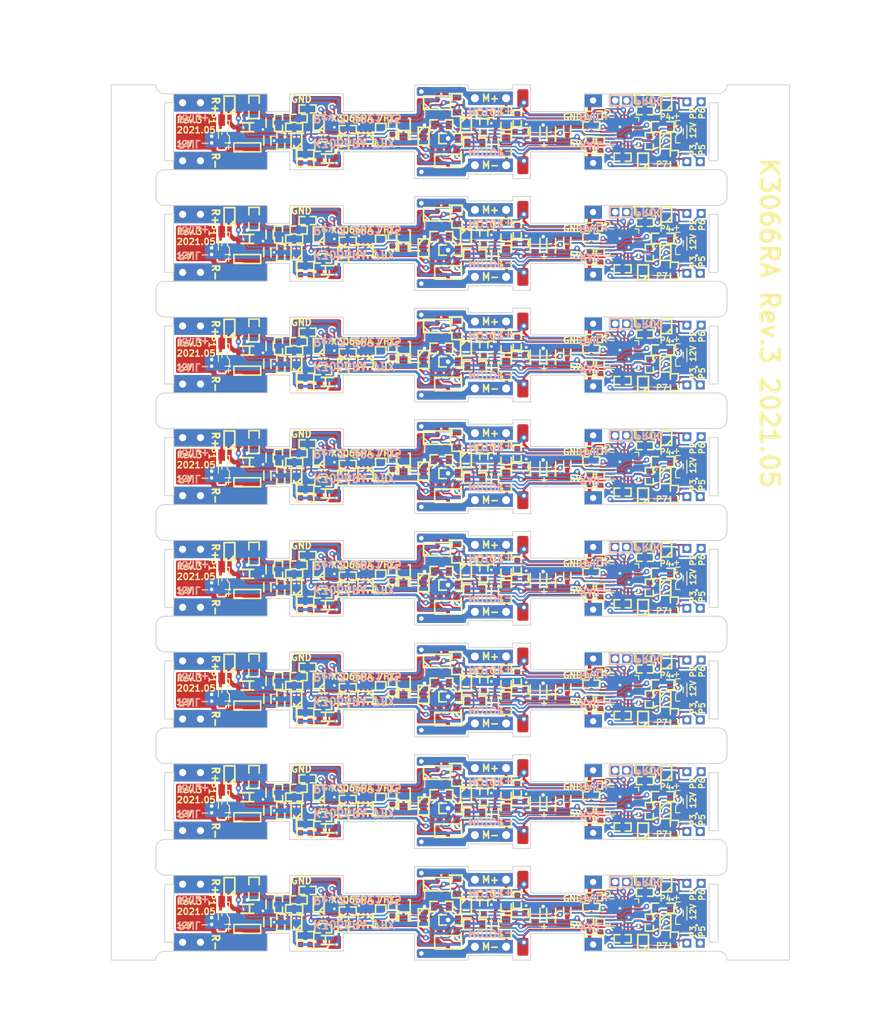
<source format=kicad_pcb>
(kicad_pcb (version 20171130) (host pcbnew "(5.1.9)-1")
  (layers (0 F.Cu signal) (31 B.Cu signal) (34 B.Paste user) (35 F.Paste user) (36 B.SilkS user) (37 F.SilkS user) (38 B.Mask user) (39 F.Mask user) (44 Edge.Cuts user))
  (net 0 "")
  (net 1 MOTOR+)
  (net 2 MOTOR-)
  (net 3 RAIL+)
  (net 4 RAIL-)
  (net 5 +12V)
  (net 6 GND)
  (net 7 +5V)
  (net 8 "Net-(D3-Pad1)")
  (net 9 "Net-(D11-Pad1)")
  (net 10 "Net-(D12-Pad1)")
  (net 11 "Net-(J12-Pad1)")
  (net 12 "Net-(J14-Pad1)")
  (net 13 "Net-(J16-Pad1)")
  (net 14 "Net-(J18-Pad1)")
  (net 15 UPDI)
  (net 16 REV)
  (net 17 "Net-(Q1-Pad3)")
  (net 18 "Net-(Q2-Pad3)")
  (net 19 FWD)
  (net 20 "Net-(Q3-Pad2)")
  (net 21 "Net-(Q3-Pad1)")
  (net 22 "Net-(Q6-Pad3)")
  (net 23 "Net-(Q11-Pad2)")
  (net 24 "Net-(Q13-Pad1)")
  (net 25 "Net-(Q13-Pad4)")
  (net 26 "Net-(Q14-Pad4)")
  (net 27 "Net-(Q14-Pad1)")
  (net 28 "Net-(Q21-Pad3)")
  (net 29 ABC+)
  (net 30 ABC-)
  (net 31 "Net-(R1-Pad2)")
  (net 32 PWM)
  (net 33 BEMF)
  (net 34 TXD)
  (net 35 Func1)
  (net 36 Func2)
  (net 37 Func3)
  (net 38 Func4)
  (net 39 Func7)
  (net 40 Func5)
  (net 41 Func6)
  (net 42 "Net-(Q3-Pad4)")
  (net 43 "Net-(Q6-Pad2)")
  (net 44 "Net-(Q6-Pad5)")
  (net 45 "Net-(Q8-Pad2)")
  (net 46 "Net-(Q21-Pad6)")
  (net 47 "Net-(Q21-Pad5)")
  (net 48 "Net-(Q21-Pad2)")
  (net 49 "Net-(Q22-Pad2)")
  (net 50 "Net-(Q22-Pad5)")
  (net 51 "Net-(J19-Pad1)")
  (net 52 "Net-(Q12-Pad1)")
  (net 53 VRAIL+)
  (net 54 VRAIL-)
  (net 55 "Net-(R10-Pad1)")
  (net 56 DIR_JP)
  (net 57 "Net-(R18-Pad1)")
  (module footprint:HOLE_MASK_LOCK (layer F.Cu) (at 178.5 130.25)
    (fp_text reference REF** hide)
    (fp_text value HOLE_MASK_LOCK hide)
    (pad "" np_thru_hole circle (at 0 0) (size 2 2) (drill 2) (layers *.Cu *.Paste *.Mask))
  )
  (module footprint:HOLE_MASK_LOCK (layer F.Cu) (at 178.5 117.75)
    (fp_text reference REF** hide)
    (fp_text value HOLE_MASK_LOCK hide)
    (pad "" np_thru_hole circle (at 0 0) (size 2 2) (drill 2) (layers *.Cu *.Paste *.Mask))
  )
  (module footprint:HOLE_MASK_LOCK (layer F.Cu) (at 178.5 105.25)
    (fp_text reference REF** hide)
    (fp_text value HOLE_MASK_LOCK hide)
    (pad "" np_thru_hole circle (at 0 0) (size 2 2) (drill 2) (layers *.Cu *.Paste *.Mask))
  )
  (module footprint:HOLE_MASK_LOCK (layer F.Cu) (at 178.5 92.75)
    (fp_text reference REF** hide)
    (fp_text value HOLE_MASK_LOCK hide)
    (pad "" np_thru_hole circle (at 0 0) (size 2 2) (drill 2) (layers *.Cu *.Paste *.Mask))
  )
  (module footprint:HOLE_MASK_LOCK (layer F.Cu) (at 178.5 80.25)
    (fp_text reference REF** hide)
    (fp_text value HOLE_MASK_LOCK hide)
    (pad "" np_thru_hole circle (at 0 0) (size 2 2) (drill 2) (layers *.Cu *.Paste *.Mask))
  )
  (module footprint:HOLE_MASK_LOCK (layer F.Cu) (at 178.5 67.75)
    (fp_text reference REF** hide)
    (fp_text value HOLE_MASK_LOCK hide)
    (pad "" np_thru_hole circle (at 0 0) (size 2 2) (drill 2) (layers *.Cu *.Paste *.Mask))
  )
  (module footprint:HOLE_MASK_LOCK (layer F.Cu) (at 178.5 55.25)
    (fp_text reference REF** hide)
    (fp_text value HOLE_MASK_LOCK hide)
    (pad "" np_thru_hole circle (at 0 0) (size 2 2) (drill 2) (layers *.Cu *.Paste *.Mask))
  )
  (module footprint:HOLE_MASK_LOCK (layer F.Cu) (at 111.5 130.25)
    (fp_text reference REF** hide)
    (fp_text value HOLE_MASK_LOCK hide)
    (pad "" np_thru_hole circle (at 0 0) (size 2 2) (drill 2) (layers *.Cu *.Paste *.Mask))
  )
  (module footprint:HOLE_MASK_LOCK (layer F.Cu) (at 111.5 117.75)
    (fp_text reference REF** hide)
    (fp_text value HOLE_MASK_LOCK hide)
    (pad "" np_thru_hole circle (at 0 0) (size 2 2) (drill 2) (layers *.Cu *.Paste *.Mask))
  )
  (module footprint:HOLE_MASK_LOCK (layer F.Cu) (at 111.5 105.25)
    (fp_text reference REF** hide)
    (fp_text value HOLE_MASK_LOCK hide)
    (pad "" np_thru_hole circle (at 0 0) (size 2 2) (drill 2) (layers *.Cu *.Paste *.Mask))
  )
  (module footprint:HOLE_MASK_LOCK (layer F.Cu) (at 111.5 92.75)
    (fp_text reference REF** hide)
    (fp_text value HOLE_MASK_LOCK hide)
    (pad "" np_thru_hole circle (at 0 0) (size 2 2) (drill 2) (layers *.Cu *.Paste *.Mask))
  )
  (module footprint:HOLE_MASK_LOCK (layer F.Cu) (at 111.5 80.25)
    (fp_text reference REF** hide)
    (fp_text value HOLE_MASK_LOCK hide)
    (pad "" np_thru_hole circle (at 0 0) (size 2 2) (drill 2) (layers *.Cu *.Paste *.Mask))
  )
  (module footprint:HOLE_MASK_LOCK (layer F.Cu) (at 111.5 67.75)
    (fp_text reference REF** hide)
    (fp_text value HOLE_MASK_LOCK hide)
    (pad "" np_thru_hole circle (at 0 0) (size 2 2) (drill 2) (layers *.Cu *.Paste *.Mask))
  )
  (module footprint:HOLE_MASK_LOCK (layer F.Cu) (at 111.5 55.25)
    (fp_text reference REF** hide)
    (fp_text value HOLE_MASK_LOCK hide)
    (pad "" np_thru_hole circle (at 0 0) (size 2 2) (drill 2) (layers *.Cu *.Paste *.Mask))
  )
  (module footprint:HOLE_MASK_LOCK (layer F.Cu) (at 111.5 42.75)
    (fp_text reference REF** hide)
    (fp_text value HOLE_MASK_LOCK hide)
    (pad "" np_thru_hole circle (at 0 0) (size 2 2) (drill 2) (layers *.Cu *.Paste *.Mask))
  )
  (module footprint:HOLE_MASK_LOCK (layer F.Cu) (at 178.5 42.75)
    (fp_text reference REF** hide)
    (fp_text value HOLE_MASK_LOCK hide)
    (pad "" np_thru_hole circle (at 0 0) (size 2 2) (drill 2) (layers *.Cu *.Paste *.Mask))
  )
  (module footprint:R_1005 (layer F.Cu) (at 127 131.25 90)
    (fp_text reference R33 hide)
    (fp_text value 472 hide)
    (pad 1 smd rect (at -0.525 0 90) (size 0.55 0.6) (layers F.Cu F.Paste F.Mask) (net 46 "Net-(Q21-Pad6)"))
    (pad 2 smd rect (at 0.525 0 90) (size 0.55 0.6) (layers F.Cu F.Paste F.Mask) (net 6 GND))
  )
  (module footprint:R_1005 (layer F.Cu) (at 127 118.75 90)
    (fp_text reference R33 hide)
    (fp_text value 472 hide)
    (pad 1 smd rect (at -0.525 0 90) (size 0.55 0.6) (layers F.Cu F.Paste F.Mask) (net 46 "Net-(Q21-Pad6)"))
    (pad 2 smd rect (at 0.525 0 90) (size 0.55 0.6) (layers F.Cu F.Paste F.Mask) (net 6 GND))
  )
  (module footprint:R_1005 (layer F.Cu) (at 127 106.25 90)
    (fp_text reference R33 hide)
    (fp_text value 472 hide)
    (pad 1 smd rect (at -0.525 0 90) (size 0.55 0.6) (layers F.Cu F.Paste F.Mask) (net 46 "Net-(Q21-Pad6)"))
    (pad 2 smd rect (at 0.525 0 90) (size 0.55 0.6) (layers F.Cu F.Paste F.Mask) (net 6 GND))
  )
  (module footprint:R_1005 (layer F.Cu) (at 127 93.75 90)
    (fp_text reference R33 hide)
    (fp_text value 472 hide)
    (pad 1 smd rect (at -0.525 0 90) (size 0.55 0.6) (layers F.Cu F.Paste F.Mask) (net 46 "Net-(Q21-Pad6)"))
    (pad 2 smd rect (at 0.525 0 90) (size 0.55 0.6) (layers F.Cu F.Paste F.Mask) (net 6 GND))
  )
  (module footprint:R_1005 (layer F.Cu) (at 127 81.25 90)
    (fp_text reference R33 hide)
    (fp_text value 472 hide)
    (pad 1 smd rect (at -0.525 0 90) (size 0.55 0.6) (layers F.Cu F.Paste F.Mask) (net 46 "Net-(Q21-Pad6)"))
    (pad 2 smd rect (at 0.525 0 90) (size 0.55 0.6) (layers F.Cu F.Paste F.Mask) (net 6 GND))
  )
  (module footprint:R_1005 (layer F.Cu) (at 127 68.75 90)
    (fp_text reference R33 hide)
    (fp_text value 472 hide)
    (pad 1 smd rect (at -0.525 0 90) (size 0.55 0.6) (layers F.Cu F.Paste F.Mask) (net 46 "Net-(Q21-Pad6)"))
    (pad 2 smd rect (at 0.525 0 90) (size 0.55 0.6) (layers F.Cu F.Paste F.Mask) (net 6 GND))
  )
  (module footprint:R_1005 (layer F.Cu) (at 127 56.25 90)
    (fp_text reference R33 hide)
    (fp_text value 472 hide)
    (pad 1 smd rect (at -0.525 0 90) (size 0.55 0.6) (layers F.Cu F.Paste F.Mask) (net 46 "Net-(Q21-Pad6)"))
    (pad 2 smd rect (at 0.525 0 90) (size 0.55 0.6) (layers F.Cu F.Paste F.Mask) (net 6 GND))
  )
  (module footprint:R_1005 (layer F.Cu) (at 128.5 129.75 180)
    (fp_text reference R31 hide)
    (fp_text value 102 hide)
    (pad 1 smd rect (at -0.525 0 180) (size 0.55 0.6) (layers F.Cu F.Paste F.Mask) (net 48 "Net-(Q21-Pad2)"))
    (pad 2 smd rect (at 0.525 0 180) (size 0.55 0.6) (layers F.Cu F.Paste F.Mask) (net 53 VRAIL+))
  )
  (module footprint:R_1005 (layer F.Cu) (at 128.5 117.25 180)
    (fp_text reference R31 hide)
    (fp_text value 102 hide)
    (pad 1 smd rect (at -0.525 0 180) (size 0.55 0.6) (layers F.Cu F.Paste F.Mask) (net 48 "Net-(Q21-Pad2)"))
    (pad 2 smd rect (at 0.525 0 180) (size 0.55 0.6) (layers F.Cu F.Paste F.Mask) (net 53 VRAIL+))
  )
  (module footprint:R_1005 (layer F.Cu) (at 128.5 104.75 180)
    (fp_text reference R31 hide)
    (fp_text value 102 hide)
    (pad 1 smd rect (at -0.525 0 180) (size 0.55 0.6) (layers F.Cu F.Paste F.Mask) (net 48 "Net-(Q21-Pad2)"))
    (pad 2 smd rect (at 0.525 0 180) (size 0.55 0.6) (layers F.Cu F.Paste F.Mask) (net 53 VRAIL+))
  )
  (module footprint:R_1005 (layer F.Cu) (at 128.5 92.25 180)
    (fp_text reference R31 hide)
    (fp_text value 102 hide)
    (pad 1 smd rect (at -0.525 0 180) (size 0.55 0.6) (layers F.Cu F.Paste F.Mask) (net 48 "Net-(Q21-Pad2)"))
    (pad 2 smd rect (at 0.525 0 180) (size 0.55 0.6) (layers F.Cu F.Paste F.Mask) (net 53 VRAIL+))
  )
  (module footprint:R_1005 (layer F.Cu) (at 128.5 79.75 180)
    (fp_text reference R31 hide)
    (fp_text value 102 hide)
    (pad 1 smd rect (at -0.525 0 180) (size 0.55 0.6) (layers F.Cu F.Paste F.Mask) (net 48 "Net-(Q21-Pad2)"))
    (pad 2 smd rect (at 0.525 0 180) (size 0.55 0.6) (layers F.Cu F.Paste F.Mask) (net 53 VRAIL+))
  )
  (module footprint:R_1005 (layer F.Cu) (at 128.5 67.25 180)
    (fp_text reference R31 hide)
    (fp_text value 102 hide)
    (pad 1 smd rect (at -0.525 0 180) (size 0.55 0.6) (layers F.Cu F.Paste F.Mask) (net 48 "Net-(Q21-Pad2)"))
    (pad 2 smd rect (at 0.525 0 180) (size 0.55 0.6) (layers F.Cu F.Paste F.Mask) (net 53 VRAIL+))
  )
  (module footprint:R_1005 (layer F.Cu) (at 128.5 54.75 180)
    (fp_text reference R31 hide)
    (fp_text value 102 hide)
    (pad 1 smd rect (at -0.525 0 180) (size 0.55 0.6) (layers F.Cu F.Paste F.Mask) (net 48 "Net-(Q21-Pad2)"))
    (pad 2 smd rect (at 0.525 0 180) (size 0.55 0.6) (layers F.Cu F.Paste F.Mask) (net 53 VRAIL+))
  )
  (module footprint:R_1608_v2 (layer F.Cu) (at 146.75 127.25 90)
    (fp_text reference R5 hide)
    (fp_text value 331 hide)
    (pad 1 smd rect (at -0.825 0 90) (size 0.65 0.9) (layers F.Cu F.Paste F.Mask) (net 21 "Net-(Q3-Pad1)"))
    (pad 2 smd rect (at 0.825 0 90) (size 0.65 0.9) (layers F.Cu F.Paste F.Mask) (net 16 REV))
  )
  (module footprint:R_1608_v2 (layer F.Cu) (at 146.75 114.75 90)
    (fp_text reference R5 hide)
    (fp_text value 331 hide)
    (pad 1 smd rect (at -0.825 0 90) (size 0.65 0.9) (layers F.Cu F.Paste F.Mask) (net 21 "Net-(Q3-Pad1)"))
    (pad 2 smd rect (at 0.825 0 90) (size 0.65 0.9) (layers F.Cu F.Paste F.Mask) (net 16 REV))
  )
  (module footprint:R_1608_v2 (layer F.Cu) (at 146.75 102.25 90)
    (fp_text reference R5 hide)
    (fp_text value 331 hide)
    (pad 1 smd rect (at -0.825 0 90) (size 0.65 0.9) (layers F.Cu F.Paste F.Mask) (net 21 "Net-(Q3-Pad1)"))
    (pad 2 smd rect (at 0.825 0 90) (size 0.65 0.9) (layers F.Cu F.Paste F.Mask) (net 16 REV))
  )
  (module footprint:R_1608_v2 (layer F.Cu) (at 146.75 89.75 90)
    (fp_text reference R5 hide)
    (fp_text value 331 hide)
    (pad 1 smd rect (at -0.825 0 90) (size 0.65 0.9) (layers F.Cu F.Paste F.Mask) (net 21 "Net-(Q3-Pad1)"))
    (pad 2 smd rect (at 0.825 0 90) (size 0.65 0.9) (layers F.Cu F.Paste F.Mask) (net 16 REV))
  )
  (module footprint:R_1608_v2 (layer F.Cu) (at 146.75 77.25 90)
    (fp_text reference R5 hide)
    (fp_text value 331 hide)
    (pad 1 smd rect (at -0.825 0 90) (size 0.65 0.9) (layers F.Cu F.Paste F.Mask) (net 21 "Net-(Q3-Pad1)"))
    (pad 2 smd rect (at 0.825 0 90) (size 0.65 0.9) (layers F.Cu F.Paste F.Mask) (net 16 REV))
  )
  (module footprint:R_1608_v2 (layer F.Cu) (at 146.75 64.75 90)
    (fp_text reference R5 hide)
    (fp_text value 331 hide)
    (pad 1 smd rect (at -0.825 0 90) (size 0.65 0.9) (layers F.Cu F.Paste F.Mask) (net 21 "Net-(Q3-Pad1)"))
    (pad 2 smd rect (at 0.825 0 90) (size 0.65 0.9) (layers F.Cu F.Paste F.Mask) (net 16 REV))
  )
  (module footprint:R_1608_v2 (layer F.Cu) (at 146.75 52.25 90)
    (fp_text reference R5 hide)
    (fp_text value 331 hide)
    (pad 1 smd rect (at -0.825 0 90) (size 0.65 0.9) (layers F.Cu F.Paste F.Mask) (net 21 "Net-(Q3-Pad1)"))
    (pad 2 smd rect (at 0.825 0 90) (size 0.65 0.9) (layers F.Cu F.Paste F.Mask) (net 16 REV))
  )
  (module footprint:R_1005 (layer F.Cu) (at 126.75 129.25 90)
    (fp_text reference R32 hide)
    (fp_text value 103 hide)
    (pad 2 smd rect (at 0.525 0 90) (size 0.55 0.6) (layers F.Cu F.Paste F.Mask) (net 6 GND))
    (pad 1 smd rect (at -0.525 0 90) (size 0.55 0.6) (layers F.Cu F.Paste F.Mask) (net 53 VRAIL+))
  )
  (module footprint:R_1005 (layer F.Cu) (at 126.75 116.75 90)
    (fp_text reference R32 hide)
    (fp_text value 103 hide)
    (pad 2 smd rect (at 0.525 0 90) (size 0.55 0.6) (layers F.Cu F.Paste F.Mask) (net 6 GND))
    (pad 1 smd rect (at -0.525 0 90) (size 0.55 0.6) (layers F.Cu F.Paste F.Mask) (net 53 VRAIL+))
  )
  (module footprint:R_1005 (layer F.Cu) (at 126.75 104.25 90)
    (fp_text reference R32 hide)
    (fp_text value 103 hide)
    (pad 2 smd rect (at 0.525 0 90) (size 0.55 0.6) (layers F.Cu F.Paste F.Mask) (net 6 GND))
    (pad 1 smd rect (at -0.525 0 90) (size 0.55 0.6) (layers F.Cu F.Paste F.Mask) (net 53 VRAIL+))
  )
  (module footprint:R_1005 (layer F.Cu) (at 126.75 91.75 90)
    (fp_text reference R32 hide)
    (fp_text value 103 hide)
    (pad 2 smd rect (at 0.525 0 90) (size 0.55 0.6) (layers F.Cu F.Paste F.Mask) (net 6 GND))
    (pad 1 smd rect (at -0.525 0 90) (size 0.55 0.6) (layers F.Cu F.Paste F.Mask) (net 53 VRAIL+))
  )
  (module footprint:R_1005 (layer F.Cu) (at 126.75 79.25 90)
    (fp_text reference R32 hide)
    (fp_text value 103 hide)
    (pad 2 smd rect (at 0.525 0 90) (size 0.55 0.6) (layers F.Cu F.Paste F.Mask) (net 6 GND))
    (pad 1 smd rect (at -0.525 0 90) (size 0.55 0.6) (layers F.Cu F.Paste F.Mask) (net 53 VRAIL+))
  )
  (module footprint:R_1005 (layer F.Cu) (at 126.75 66.75 90)
    (fp_text reference R32 hide)
    (fp_text value 103 hide)
    (pad 2 smd rect (at 0.525 0 90) (size 0.55 0.6) (layers F.Cu F.Paste F.Mask) (net 6 GND))
    (pad 1 smd rect (at -0.525 0 90) (size 0.55 0.6) (layers F.Cu F.Paste F.Mask) (net 53 VRAIL+))
  )
  (module footprint:R_1005 (layer F.Cu) (at 126.75 54.25 90)
    (fp_text reference R32 hide)
    (fp_text value 103 hide)
    (pad 2 smd rect (at 0.525 0 90) (size 0.55 0.6) (layers F.Cu F.Paste F.Mask) (net 6 GND))
    (pad 1 smd rect (at -0.525 0 90) (size 0.55 0.6) (layers F.Cu F.Paste F.Mask) (net 53 VRAIL+))
  )
  (module footprint:R_1608_v2 (layer F.Cu) (at 138.2 130.6 270)
    (fp_text reference R14 hide)
    (fp_text value 220 hide)
    (pad 2 smd rect (at 0.825 0 270) (size 0.65 0.9) (layers F.Cu F.Paste F.Mask) (net 7 +5V))
    (pad 1 smd rect (at -0.825 0 270) (size 0.65 0.9) (layers F.Cu F.Paste F.Mask) (net 43 "Net-(Q6-Pad2)"))
  )
  (module footprint:R_1608_v2 (layer F.Cu) (at 138.2 118.1 270)
    (fp_text reference R14 hide)
    (fp_text value 220 hide)
    (pad 2 smd rect (at 0.825 0 270) (size 0.65 0.9) (layers F.Cu F.Paste F.Mask) (net 7 +5V))
    (pad 1 smd rect (at -0.825 0 270) (size 0.65 0.9) (layers F.Cu F.Paste F.Mask) (net 43 "Net-(Q6-Pad2)"))
  )
  (module footprint:R_1608_v2 (layer F.Cu) (at 138.2 105.6 270)
    (fp_text reference R14 hide)
    (fp_text value 220 hide)
    (pad 2 smd rect (at 0.825 0 270) (size 0.65 0.9) (layers F.Cu F.Paste F.Mask) (net 7 +5V))
    (pad 1 smd rect (at -0.825 0 270) (size 0.65 0.9) (layers F.Cu F.Paste F.Mask) (net 43 "Net-(Q6-Pad2)"))
  )
  (module footprint:R_1608_v2 (layer F.Cu) (at 138.2 93.1 270)
    (fp_text reference R14 hide)
    (fp_text value 220 hide)
    (pad 2 smd rect (at 0.825 0 270) (size 0.65 0.9) (layers F.Cu F.Paste F.Mask) (net 7 +5V))
    (pad 1 smd rect (at -0.825 0 270) (size 0.65 0.9) (layers F.Cu F.Paste F.Mask) (net 43 "Net-(Q6-Pad2)"))
  )
  (module footprint:R_1608_v2 (layer F.Cu) (at 138.2 80.6 270)
    (fp_text reference R14 hide)
    (fp_text value 220 hide)
    (pad 2 smd rect (at 0.825 0 270) (size 0.65 0.9) (layers F.Cu F.Paste F.Mask) (net 7 +5V))
    (pad 1 smd rect (at -0.825 0 270) (size 0.65 0.9) (layers F.Cu F.Paste F.Mask) (net 43 "Net-(Q6-Pad2)"))
  )
  (module footprint:R_1608_v2 (layer F.Cu) (at 138.2 68.1 270)
    (fp_text reference R14 hide)
    (fp_text value 220 hide)
    (pad 2 smd rect (at 0.825 0 270) (size 0.65 0.9) (layers F.Cu F.Paste F.Mask) (net 7 +5V))
    (pad 1 smd rect (at -0.825 0 270) (size 0.65 0.9) (layers F.Cu F.Paste F.Mask) (net 43 "Net-(Q6-Pad2)"))
  )
  (module footprint:R_1608_v2 (layer F.Cu) (at 138.2 55.6 270)
    (fp_text reference R14 hide)
    (fp_text value 220 hide)
    (pad 2 smd rect (at 0.825 0 270) (size 0.65 0.9) (layers F.Cu F.Paste F.Mask) (net 7 +5V))
    (pad 1 smd rect (at -0.825 0 270) (size 0.65 0.9) (layers F.Cu F.Paste F.Mask) (net 43 "Net-(Q6-Pad2)"))
  )
  (module footprint:R_1005 (layer F.Cu) (at 168.3 131.3 90)
    (fp_text reference R13 hide)
    (fp_text value 103 hide)
    (pad 2 smd rect (at 0.525 0 90) (size 0.55 0.6) (layers F.Cu F.Paste F.Mask) (net 34 TXD))
    (pad 1 smd rect (at -0.525 0 90) (size 0.55 0.6) (layers F.Cu F.Paste F.Mask) (net 44 "Net-(Q6-Pad5)"))
  )
  (module footprint:R_1005 (layer F.Cu) (at 168.3 118.8 90)
    (fp_text reference R13 hide)
    (fp_text value 103 hide)
    (pad 2 smd rect (at 0.525 0 90) (size 0.55 0.6) (layers F.Cu F.Paste F.Mask) (net 34 TXD))
    (pad 1 smd rect (at -0.525 0 90) (size 0.55 0.6) (layers F.Cu F.Paste F.Mask) (net 44 "Net-(Q6-Pad5)"))
  )
  (module footprint:R_1005 (layer F.Cu) (at 168.3 106.3 90)
    (fp_text reference R13 hide)
    (fp_text value 103 hide)
    (pad 2 smd rect (at 0.525 0 90) (size 0.55 0.6) (layers F.Cu F.Paste F.Mask) (net 34 TXD))
    (pad 1 smd rect (at -0.525 0 90) (size 0.55 0.6) (layers F.Cu F.Paste F.Mask) (net 44 "Net-(Q6-Pad5)"))
  )
  (module footprint:R_1005 (layer F.Cu) (at 168.3 93.8 90)
    (fp_text reference R13 hide)
    (fp_text value 103 hide)
    (pad 2 smd rect (at 0.525 0 90) (size 0.55 0.6) (layers F.Cu F.Paste F.Mask) (net 34 TXD))
    (pad 1 smd rect (at -0.525 0 90) (size 0.55 0.6) (layers F.Cu F.Paste F.Mask) (net 44 "Net-(Q6-Pad5)"))
  )
  (module footprint:R_1005 (layer F.Cu) (at 168.3 81.3 90)
    (fp_text reference R13 hide)
    (fp_text value 103 hide)
    (pad 2 smd rect (at 0.525 0 90) (size 0.55 0.6) (layers F.Cu F.Paste F.Mask) (net 34 TXD))
    (pad 1 smd rect (at -0.525 0 90) (size 0.55 0.6) (layers F.Cu F.Paste F.Mask) (net 44 "Net-(Q6-Pad5)"))
  )
  (module footprint:R_1005 (layer F.Cu) (at 168.3 68.8 90)
    (fp_text reference R13 hide)
    (fp_text value 103 hide)
    (pad 2 smd rect (at 0.525 0 90) (size 0.55 0.6) (layers F.Cu F.Paste F.Mask) (net 34 TXD))
    (pad 1 smd rect (at -0.525 0 90) (size 0.55 0.6) (layers F.Cu F.Paste F.Mask) (net 44 "Net-(Q6-Pad5)"))
  )
  (module footprint:R_1005 (layer F.Cu) (at 168.3 56.3 90)
    (fp_text reference R13 hide)
    (fp_text value 103 hide)
    (pad 2 smd rect (at 0.525 0 90) (size 0.55 0.6) (layers F.Cu F.Paste F.Mask) (net 34 TXD))
    (pad 1 smd rect (at -0.525 0 90) (size 0.55 0.6) (layers F.Cu F.Paste F.Mask) (net 44 "Net-(Q6-Pad5)"))
  )
  (module footprint:R_1608_v2 (layer F.Cu) (at 146 131)
    (fp_text reference R4 hide)
    (fp_text value 102 hide)
    (pad 1 smd rect (at -0.825 0) (size 0.65 0.9) (layers F.Cu F.Paste F.Mask) (net 5 +12V))
    (pad 2 smd rect (at 0.825 0) (size 0.65 0.9) (layers F.Cu F.Paste F.Mask) (net 18 "Net-(Q2-Pad3)"))
  )
  (module footprint:R_1608_v2 (layer F.Cu) (at 146 118.5)
    (fp_text reference R4 hide)
    (fp_text value 102 hide)
    (pad 1 smd rect (at -0.825 0) (size 0.65 0.9) (layers F.Cu F.Paste F.Mask) (net 5 +12V))
    (pad 2 smd rect (at 0.825 0) (size 0.65 0.9) (layers F.Cu F.Paste F.Mask) (net 18 "Net-(Q2-Pad3)"))
  )
  (module footprint:R_1608_v2 (layer F.Cu) (at 146 106)
    (fp_text reference R4 hide)
    (fp_text value 102 hide)
    (pad 1 smd rect (at -0.825 0) (size 0.65 0.9) (layers F.Cu F.Paste F.Mask) (net 5 +12V))
    (pad 2 smd rect (at 0.825 0) (size 0.65 0.9) (layers F.Cu F.Paste F.Mask) (net 18 "Net-(Q2-Pad3)"))
  )
  (module footprint:R_1608_v2 (layer F.Cu) (at 146 93.5)
    (fp_text reference R4 hide)
    (fp_text value 102 hide)
    (pad 1 smd rect (at -0.825 0) (size 0.65 0.9) (layers F.Cu F.Paste F.Mask) (net 5 +12V))
    (pad 2 smd rect (at 0.825 0) (size 0.65 0.9) (layers F.Cu F.Paste F.Mask) (net 18 "Net-(Q2-Pad3)"))
  )
  (module footprint:R_1608_v2 (layer F.Cu) (at 146 81)
    (fp_text reference R4 hide)
    (fp_text value 102 hide)
    (pad 1 smd rect (at -0.825 0) (size 0.65 0.9) (layers F.Cu F.Paste F.Mask) (net 5 +12V))
    (pad 2 smd rect (at 0.825 0) (size 0.65 0.9) (layers F.Cu F.Paste F.Mask) (net 18 "Net-(Q2-Pad3)"))
  )
  (module footprint:R_1608_v2 (layer F.Cu) (at 146 68.5)
    (fp_text reference R4 hide)
    (fp_text value 102 hide)
    (pad 1 smd rect (at -0.825 0) (size 0.65 0.9) (layers F.Cu F.Paste F.Mask) (net 5 +12V))
    (pad 2 smd rect (at 0.825 0) (size 0.65 0.9) (layers F.Cu F.Paste F.Mask) (net 18 "Net-(Q2-Pad3)"))
  )
  (module footprint:R_1608_v2 (layer F.Cu) (at 146 56)
    (fp_text reference R4 hide)
    (fp_text value 102 hide)
    (pad 1 smd rect (at -0.825 0) (size 0.65 0.9) (layers F.Cu F.Paste F.Mask) (net 5 +12V))
    (pad 2 smd rect (at 0.825 0) (size 0.65 0.9) (layers F.Cu F.Paste F.Mask) (net 18 "Net-(Q2-Pad3)"))
  )
  (module footprint:R_1005 (layer F.Cu) (at 131.75 132)
    (fp_text reference R36 hide)
    (fp_text value 103 hide)
    (pad 2 smd rect (at 0.525 0) (size 0.55 0.6) (layers F.Cu F.Paste F.Mask) (net 6 GND))
    (pad 1 smd rect (at -0.525 0) (size 0.55 0.6) (layers F.Cu F.Paste F.Mask) (net 54 VRAIL-))
  )
  (module footprint:R_1005 (layer F.Cu) (at 131.75 119.5)
    (fp_text reference R36 hide)
    (fp_text value 103 hide)
    (pad 2 smd rect (at 0.525 0) (size 0.55 0.6) (layers F.Cu F.Paste F.Mask) (net 6 GND))
    (pad 1 smd rect (at -0.525 0) (size 0.55 0.6) (layers F.Cu F.Paste F.Mask) (net 54 VRAIL-))
  )
  (module footprint:R_1005 (layer F.Cu) (at 131.75 107)
    (fp_text reference R36 hide)
    (fp_text value 103 hide)
    (pad 2 smd rect (at 0.525 0) (size 0.55 0.6) (layers F.Cu F.Paste F.Mask) (net 6 GND))
    (pad 1 smd rect (at -0.525 0) (size 0.55 0.6) (layers F.Cu F.Paste F.Mask) (net 54 VRAIL-))
  )
  (module footprint:R_1005 (layer F.Cu) (at 131.75 94.5)
    (fp_text reference R36 hide)
    (fp_text value 103 hide)
    (pad 2 smd rect (at 0.525 0) (size 0.55 0.6) (layers F.Cu F.Paste F.Mask) (net 6 GND))
    (pad 1 smd rect (at -0.525 0) (size 0.55 0.6) (layers F.Cu F.Paste F.Mask) (net 54 VRAIL-))
  )
  (module footprint:R_1005 (layer F.Cu) (at 131.75 82)
    (fp_text reference R36 hide)
    (fp_text value 103 hide)
    (pad 2 smd rect (at 0.525 0) (size 0.55 0.6) (layers F.Cu F.Paste F.Mask) (net 6 GND))
    (pad 1 smd rect (at -0.525 0) (size 0.55 0.6) (layers F.Cu F.Paste F.Mask) (net 54 VRAIL-))
  )
  (module footprint:R_1005 (layer F.Cu) (at 131.75 69.5)
    (fp_text reference R36 hide)
    (fp_text value 103 hide)
    (pad 2 smd rect (at 0.525 0) (size 0.55 0.6) (layers F.Cu F.Paste F.Mask) (net 6 GND))
    (pad 1 smd rect (at -0.525 0) (size 0.55 0.6) (layers F.Cu F.Paste F.Mask) (net 54 VRAIL-))
  )
  (module footprint:R_1005 (layer F.Cu) (at 131.75 57)
    (fp_text reference R36 hide)
    (fp_text value 103 hide)
    (pad 2 smd rect (at 0.525 0) (size 0.55 0.6) (layers F.Cu F.Paste F.Mask) (net 6 GND))
    (pad 1 smd rect (at -0.525 0) (size 0.55 0.6) (layers F.Cu F.Paste F.Mask) (net 54 VRAIL-))
  )
  (module footprint:R_1608_v2 (layer F.Cu) (at 145 129.5)
    (fp_text reference R3 hide)
    (fp_text value 102 hide)
    (pad 1 smd rect (at -0.825 0) (size 0.65 0.9) (layers F.Cu F.Paste F.Mask) (net 5 +12V))
    (pad 2 smd rect (at 0.825 0) (size 0.65 0.9) (layers F.Cu F.Paste F.Mask) (net 17 "Net-(Q1-Pad3)"))
  )
  (module footprint:R_1608_v2 (layer F.Cu) (at 145 117)
    (fp_text reference R3 hide)
    (fp_text value 102 hide)
    (pad 1 smd rect (at -0.825 0) (size 0.65 0.9) (layers F.Cu F.Paste F.Mask) (net 5 +12V))
    (pad 2 smd rect (at 0.825 0) (size 0.65 0.9) (layers F.Cu F.Paste F.Mask) (net 17 "Net-(Q1-Pad3)"))
  )
  (module footprint:R_1608_v2 (layer F.Cu) (at 145 104.5)
    (fp_text reference R3 hide)
    (fp_text value 102 hide)
    (pad 1 smd rect (at -0.825 0) (size 0.65 0.9) (layers F.Cu F.Paste F.Mask) (net 5 +12V))
    (pad 2 smd rect (at 0.825 0) (size 0.65 0.9) (layers F.Cu F.Paste F.Mask) (net 17 "Net-(Q1-Pad3)"))
  )
  (module footprint:R_1608_v2 (layer F.Cu) (at 145 92)
    (fp_text reference R3 hide)
    (fp_text value 102 hide)
    (pad 1 smd rect (at -0.825 0) (size 0.65 0.9) (layers F.Cu F.Paste F.Mask) (net 5 +12V))
    (pad 2 smd rect (at 0.825 0) (size 0.65 0.9) (layers F.Cu F.Paste F.Mask) (net 17 "Net-(Q1-Pad3)"))
  )
  (module footprint:R_1608_v2 (layer F.Cu) (at 145 79.5)
    (fp_text reference R3 hide)
    (fp_text value 102 hide)
    (pad 1 smd rect (at -0.825 0) (size 0.65 0.9) (layers F.Cu F.Paste F.Mask) (net 5 +12V))
    (pad 2 smd rect (at 0.825 0) (size 0.65 0.9) (layers F.Cu F.Paste F.Mask) (net 17 "Net-(Q1-Pad3)"))
  )
  (module footprint:R_1608_v2 (layer F.Cu) (at 145 67)
    (fp_text reference R3 hide)
    (fp_text value 102 hide)
    (pad 1 smd rect (at -0.825 0) (size 0.65 0.9) (layers F.Cu F.Paste F.Mask) (net 5 +12V))
    (pad 2 smd rect (at 0.825 0) (size 0.65 0.9) (layers F.Cu F.Paste F.Mask) (net 17 "Net-(Q1-Pad3)"))
  )
  (module footprint:R_1608_v2 (layer F.Cu) (at 145 54.5)
    (fp_text reference R3 hide)
    (fp_text value 102 hide)
    (pad 1 smd rect (at -0.825 0) (size 0.65 0.9) (layers F.Cu F.Paste F.Mask) (net 5 +12V))
    (pad 2 smd rect (at 0.825 0) (size 0.65 0.9) (layers F.Cu F.Paste F.Mask) (net 17 "Net-(Q1-Pad3)"))
  )
  (module footprint:R_1608_v2 (layer F.Cu) (at 148.75 131.5 180)
    (fp_text reference R6 hide)
    (fp_text value 331 hide)
    (pad 2 smd rect (at 0.825 0 180) (size 0.65 0.9) (layers F.Cu F.Paste F.Mask) (net 19 FWD))
    (pad 1 smd rect (at -0.825 0 180) (size 0.65 0.9) (layers F.Cu F.Paste F.Mask) (net 42 "Net-(Q3-Pad4)"))
  )
  (module footprint:R_1608_v2 (layer F.Cu) (at 148.75 119 180)
    (fp_text reference R6 hide)
    (fp_text value 331 hide)
    (pad 2 smd rect (at 0.825 0 180) (size 0.65 0.9) (layers F.Cu F.Paste F.Mask) (net 19 FWD))
    (pad 1 smd rect (at -0.825 0 180) (size 0.65 0.9) (layers F.Cu F.Paste F.Mask) (net 42 "Net-(Q3-Pad4)"))
  )
  (module footprint:R_1608_v2 (layer F.Cu) (at 148.75 106.5 180)
    (fp_text reference R6 hide)
    (fp_text value 331 hide)
    (pad 2 smd rect (at 0.825 0 180) (size 0.65 0.9) (layers F.Cu F.Paste F.Mask) (net 19 FWD))
    (pad 1 smd rect (at -0.825 0 180) (size 0.65 0.9) (layers F.Cu F.Paste F.Mask) (net 42 "Net-(Q3-Pad4)"))
  )
  (module footprint:R_1608_v2 (layer F.Cu) (at 148.75 94 180)
    (fp_text reference R6 hide)
    (fp_text value 331 hide)
    (pad 2 smd rect (at 0.825 0 180) (size 0.65 0.9) (layers F.Cu F.Paste F.Mask) (net 19 FWD))
    (pad 1 smd rect (at -0.825 0 180) (size 0.65 0.9) (layers F.Cu F.Paste F.Mask) (net 42 "Net-(Q3-Pad4)"))
  )
  (module footprint:R_1608_v2 (layer F.Cu) (at 148.75 81.5 180)
    (fp_text reference R6 hide)
    (fp_text value 331 hide)
    (pad 2 smd rect (at 0.825 0 180) (size 0.65 0.9) (layers F.Cu F.Paste F.Mask) (net 19 FWD))
    (pad 1 smd rect (at -0.825 0 180) (size 0.65 0.9) (layers F.Cu F.Paste F.Mask) (net 42 "Net-(Q3-Pad4)"))
  )
  (module footprint:R_1608_v2 (layer F.Cu) (at 148.75 69 180)
    (fp_text reference R6 hide)
    (fp_text value 331 hide)
    (pad 2 smd rect (at 0.825 0 180) (size 0.65 0.9) (layers F.Cu F.Paste F.Mask) (net 19 FWD))
    (pad 1 smd rect (at -0.825 0 180) (size 0.65 0.9) (layers F.Cu F.Paste F.Mask) (net 42 "Net-(Q3-Pad4)"))
  )
  (module footprint:R_1608_v2 (layer F.Cu) (at 148.75 56.5 180)
    (fp_text reference R6 hide)
    (fp_text value 331 hide)
    (pad 2 smd rect (at 0.825 0 180) (size 0.65 0.9) (layers F.Cu F.Paste F.Mask) (net 19 FWD))
    (pad 1 smd rect (at -0.825 0 180) (size 0.65 0.9) (layers F.Cu F.Paste F.Mask) (net 42 "Net-(Q3-Pad4)"))
  )
  (module footprint:R_1005 (layer F.Cu) (at 153.5 128.75 270)
    (fp_text reference R11 hide)
    (fp_text value 102 hide)
    (pad 2 smd rect (at 0.525 0 270) (size 0.55 0.6) (layers F.Cu F.Paste F.Mask) (net 55 "Net-(R10-Pad1)"))
    (pad 1 smd rect (at -0.525 0 270) (size 0.55 0.6) (layers F.Cu F.Paste F.Mask) (net 33 BEMF))
  )
  (module footprint:R_1005 (layer F.Cu) (at 153.5 116.25 270)
    (fp_text reference R11 hide)
    (fp_text value 102 hide)
    (pad 2 smd rect (at 0.525 0 270) (size 0.55 0.6) (layers F.Cu F.Paste F.Mask) (net 55 "Net-(R10-Pad1)"))
    (pad 1 smd rect (at -0.525 0 270) (size 0.55 0.6) (layers F.Cu F.Paste F.Mask) (net 33 BEMF))
  )
  (module footprint:R_1005 (layer F.Cu) (at 153.5 103.75 270)
    (fp_text reference R11 hide)
    (fp_text value 102 hide)
    (pad 2 smd rect (at 0.525 0 270) (size 0.55 0.6) (layers F.Cu F.Paste F.Mask) (net 55 "Net-(R10-Pad1)"))
    (pad 1 smd rect (at -0.525 0 270) (size 0.55 0.6) (layers F.Cu F.Paste F.Mask) (net 33 BEMF))
  )
  (module footprint:R_1005 (layer F.Cu) (at 153.5 91.25 270)
    (fp_text reference R11 hide)
    (fp_text value 102 hide)
    (pad 2 smd rect (at 0.525 0 270) (size 0.55 0.6) (layers F.Cu F.Paste F.Mask) (net 55 "Net-(R10-Pad1)"))
    (pad 1 smd rect (at -0.525 0 270) (size 0.55 0.6) (layers F.Cu F.Paste F.Mask) (net 33 BEMF))
  )
  (module footprint:R_1005 (layer F.Cu) (at 153.5 78.75 270)
    (fp_text reference R11 hide)
    (fp_text value 102 hide)
    (pad 2 smd rect (at 0.525 0 270) (size 0.55 0.6) (layers F.Cu F.Paste F.Mask) (net 55 "Net-(R10-Pad1)"))
    (pad 1 smd rect (at -0.525 0 270) (size 0.55 0.6) (layers F.Cu F.Paste F.Mask) (net 33 BEMF))
  )
  (module footprint:R_1005 (layer F.Cu) (at 153.5 66.25 270)
    (fp_text reference R11 hide)
    (fp_text value 102 hide)
    (pad 2 smd rect (at 0.525 0 270) (size 0.55 0.6) (layers F.Cu F.Paste F.Mask) (net 55 "Net-(R10-Pad1)"))
    (pad 1 smd rect (at -0.525 0 270) (size 0.55 0.6) (layers F.Cu F.Paste F.Mask) (net 33 BEMF))
  )
  (module footprint:R_1005 (layer F.Cu) (at 153.5 53.75 270)
    (fp_text reference R11 hide)
    (fp_text value 102 hide)
    (pad 2 smd rect (at 0.525 0 270) (size 0.55 0.6) (layers F.Cu F.Paste F.Mask) (net 55 "Net-(R10-Pad1)"))
    (pad 1 smd rect (at -0.525 0 270) (size 0.55 0.6) (layers F.Cu F.Paste F.Mask) (net 33 BEMF))
  )
  (module footprint:R_1005 (layer F.Cu) (at 129.75 133.75 180)
    (fp_text reference R34 hide)
    (fp_text value 103 hide)
    (pad 2 smd rect (at 0.525 0 180) (size 0.55 0.6) (layers F.Cu F.Paste F.Mask) (net 46 "Net-(Q21-Pad6)"))
    (pad 1 smd rect (at -0.525 0 180) (size 0.55 0.6) (layers F.Cu F.Paste F.Mask) (net 49 "Net-(Q22-Pad2)"))
  )
  (module footprint:R_1005 (layer F.Cu) (at 129.75 121.25 180)
    (fp_text reference R34 hide)
    (fp_text value 103 hide)
    (pad 2 smd rect (at 0.525 0 180) (size 0.55 0.6) (layers F.Cu F.Paste F.Mask) (net 46 "Net-(Q21-Pad6)"))
    (pad 1 smd rect (at -0.525 0 180) (size 0.55 0.6) (layers F.Cu F.Paste F.Mask) (net 49 "Net-(Q22-Pad2)"))
  )
  (module footprint:R_1005 (layer F.Cu) (at 129.75 108.75 180)
    (fp_text reference R34 hide)
    (fp_text value 103 hide)
    (pad 2 smd rect (at 0.525 0 180) (size 0.55 0.6) (layers F.Cu F.Paste F.Mask) (net 46 "Net-(Q21-Pad6)"))
    (pad 1 smd rect (at -0.525 0 180) (size 0.55 0.6) (layers F.Cu F.Paste F.Mask) (net 49 "Net-(Q22-Pad2)"))
  )
  (module footprint:R_1005 (layer F.Cu) (at 129.75 96.25 180)
    (fp_text reference R34 hide)
    (fp_text value 103 hide)
    (pad 2 smd rect (at 0.525 0 180) (size 0.55 0.6) (layers F.Cu F.Paste F.Mask) (net 46 "Net-(Q21-Pad6)"))
    (pad 1 smd rect (at -0.525 0 180) (size 0.55 0.6) (layers F.Cu F.Paste F.Mask) (net 49 "Net-(Q22-Pad2)"))
  )
  (module footprint:R_1005 (layer F.Cu) (at 129.75 83.75 180)
    (fp_text reference R34 hide)
    (fp_text value 103 hide)
    (pad 2 smd rect (at 0.525 0 180) (size 0.55 0.6) (layers F.Cu F.Paste F.Mask) (net 46 "Net-(Q21-Pad6)"))
    (pad 1 smd rect (at -0.525 0 180) (size 0.55 0.6) (layers F.Cu F.Paste F.Mask) (net 49 "Net-(Q22-Pad2)"))
  )
  (module footprint:R_1005 (layer F.Cu) (at 129.75 71.25 180)
    (fp_text reference R34 hide)
    (fp_text value 103 hide)
    (pad 2 smd rect (at 0.525 0 180) (size 0.55 0.6) (layers F.Cu F.Paste F.Mask) (net 46 "Net-(Q21-Pad6)"))
    (pad 1 smd rect (at -0.525 0 180) (size 0.55 0.6) (layers F.Cu F.Paste F.Mask) (net 49 "Net-(Q22-Pad2)"))
  )
  (module footprint:R_1005 (layer F.Cu) (at 129.75 58.75 180)
    (fp_text reference R34 hide)
    (fp_text value 103 hide)
    (pad 2 smd rect (at 0.525 0 180) (size 0.55 0.6) (layers F.Cu F.Paste F.Mask) (net 46 "Net-(Q21-Pad6)"))
    (pad 1 smd rect (at -0.525 0 180) (size 0.55 0.6) (layers F.Cu F.Paste F.Mask) (net 49 "Net-(Q22-Pad2)"))
  )
  (module footprint:R_1005 (layer F.Cu) (at 149.9 128.25)
    (fp_text reference R8 hide)
    (fp_text value 102 hide)
    (pad 2 smd rect (at 0.525 0) (size 0.55 0.6) (layers F.Cu F.Paste F.Mask) (net 6 GND))
    (pad 1 smd rect (at -0.525 0) (size 0.55 0.6) (layers F.Cu F.Paste F.Mask) (net 20 "Net-(Q3-Pad2)"))
  )
  (module footprint:R_1005 (layer F.Cu) (at 149.9 115.75)
    (fp_text reference R8 hide)
    (fp_text value 102 hide)
    (pad 2 smd rect (at 0.525 0) (size 0.55 0.6) (layers F.Cu F.Paste F.Mask) (net 6 GND))
    (pad 1 smd rect (at -0.525 0) (size 0.55 0.6) (layers F.Cu F.Paste F.Mask) (net 20 "Net-(Q3-Pad2)"))
  )
  (module footprint:R_1005 (layer F.Cu) (at 149.9 103.25)
    (fp_text reference R8 hide)
    (fp_text value 102 hide)
    (pad 2 smd rect (at 0.525 0) (size 0.55 0.6) (layers F.Cu F.Paste F.Mask) (net 6 GND))
    (pad 1 smd rect (at -0.525 0) (size 0.55 0.6) (layers F.Cu F.Paste F.Mask) (net 20 "Net-(Q3-Pad2)"))
  )
  (module footprint:R_1005 (layer F.Cu) (at 149.9 90.75)
    (fp_text reference R8 hide)
    (fp_text value 102 hide)
    (pad 2 smd rect (at 0.525 0) (size 0.55 0.6) (layers F.Cu F.Paste F.Mask) (net 6 GND))
    (pad 1 smd rect (at -0.525 0) (size 0.55 0.6) (layers F.Cu F.Paste F.Mask) (net 20 "Net-(Q3-Pad2)"))
  )
  (module footprint:R_1005 (layer F.Cu) (at 149.9 78.25)
    (fp_text reference R8 hide)
    (fp_text value 102 hide)
    (pad 2 smd rect (at 0.525 0) (size 0.55 0.6) (layers F.Cu F.Paste F.Mask) (net 6 GND))
    (pad 1 smd rect (at -0.525 0) (size 0.55 0.6) (layers F.Cu F.Paste F.Mask) (net 20 "Net-(Q3-Pad2)"))
  )
  (module footprint:R_1005 (layer F.Cu) (at 149.9 65.75)
    (fp_text reference R8 hide)
    (fp_text value 102 hide)
    (pad 2 smd rect (at 0.525 0) (size 0.55 0.6) (layers F.Cu F.Paste F.Mask) (net 6 GND))
    (pad 1 smd rect (at -0.525 0) (size 0.55 0.6) (layers F.Cu F.Paste F.Mask) (net 20 "Net-(Q3-Pad2)"))
  )
  (module footprint:R_1005 (layer F.Cu) (at 149.9 53.25)
    (fp_text reference R8 hide)
    (fp_text value 102 hide)
    (pad 2 smd rect (at 0.525 0) (size 0.55 0.6) (layers F.Cu F.Paste F.Mask) (net 6 GND))
    (pad 1 smd rect (at -0.525 0) (size 0.55 0.6) (layers F.Cu F.Paste F.Mask) (net 20 "Net-(Q3-Pad2)"))
  )
  (module footprint:R_1005 (layer F.Cu) (at 149.75 129.75 90)
    (fp_text reference R7 hide)
    (fp_text value 102 hide)
    (pad 1 smd rect (at -0.525 0 90) (size 0.55 0.6) (layers F.Cu F.Paste F.Mask) (net 32 PWM))
    (pad 2 smd rect (at 0.525 0 90) (size 0.55 0.6) (layers F.Cu F.Paste F.Mask) (net 20 "Net-(Q3-Pad2)"))
  )
  (module footprint:R_1005 (layer F.Cu) (at 149.75 117.25 90)
    (fp_text reference R7 hide)
    (fp_text value 102 hide)
    (pad 1 smd rect (at -0.525 0 90) (size 0.55 0.6) (layers F.Cu F.Paste F.Mask) (net 32 PWM))
    (pad 2 smd rect (at 0.525 0 90) (size 0.55 0.6) (layers F.Cu F.Paste F.Mask) (net 20 "Net-(Q3-Pad2)"))
  )
  (module footprint:R_1005 (layer F.Cu) (at 149.75 104.75 90)
    (fp_text reference R7 hide)
    (fp_text value 102 hide)
    (pad 1 smd rect (at -0.525 0 90) (size 0.55 0.6) (layers F.Cu F.Paste F.Mask) (net 32 PWM))
    (pad 2 smd rect (at 0.525 0 90) (size 0.55 0.6) (layers F.Cu F.Paste F.Mask) (net 20 "Net-(Q3-Pad2)"))
  )
  (module footprint:R_1005 (layer F.Cu) (at 149.75 92.25 90)
    (fp_text reference R7 hide)
    (fp_text value 102 hide)
    (pad 1 smd rect (at -0.525 0 90) (size 0.55 0.6) (layers F.Cu F.Paste F.Mask) (net 32 PWM))
    (pad 2 smd rect (at 0.525 0 90) (size 0.55 0.6) (layers F.Cu F.Paste F.Mask) (net 20 "Net-(Q3-Pad2)"))
  )
  (module footprint:R_1005 (layer F.Cu) (at 149.75 79.75 90)
    (fp_text reference R7 hide)
    (fp_text value 102 hide)
    (pad 1 smd rect (at -0.525 0 90) (size 0.55 0.6) (layers F.Cu F.Paste F.Mask) (net 32 PWM))
    (pad 2 smd rect (at 0.525 0 90) (size 0.55 0.6) (layers F.Cu F.Paste F.Mask) (net 20 "Net-(Q3-Pad2)"))
  )
  (module footprint:R_1005 (layer F.Cu) (at 149.75 67.25 90)
    (fp_text reference R7 hide)
    (fp_text value 102 hide)
    (pad 1 smd rect (at -0.525 0 90) (size 0.55 0.6) (layers F.Cu F.Paste F.Mask) (net 32 PWM))
    (pad 2 smd rect (at 0.525 0 90) (size 0.55 0.6) (layers F.Cu F.Paste F.Mask) (net 20 "Net-(Q3-Pad2)"))
  )
  (module footprint:R_1005 (layer F.Cu) (at 149.75 54.75 90)
    (fp_text reference R7 hide)
    (fp_text value 102 hide)
    (pad 1 smd rect (at -0.525 0 90) (size 0.55 0.6) (layers F.Cu F.Paste F.Mask) (net 32 PWM))
    (pad 2 smd rect (at 0.525 0 90) (size 0.55 0.6) (layers F.Cu F.Paste F.Mask) (net 20 "Net-(Q3-Pad2)"))
  )
  (module footprint:R_1005 (layer F.Cu) (at 130 127.7 180)
    (fp_text reference R38 hide)
    (fp_text value 103 hide)
    (pad 1 smd rect (at -0.525 0 180) (size 0.55 0.6) (layers F.Cu F.Paste F.Mask) (net 50 "Net-(Q22-Pad5)"))
    (pad 2 smd rect (at 0.525 0 180) (size 0.55 0.6) (layers F.Cu F.Paste F.Mask) (net 28 "Net-(Q21-Pad3)"))
  )
  (module footprint:R_1005 (layer F.Cu) (at 130 115.2 180)
    (fp_text reference R38 hide)
    (fp_text value 103 hide)
    (pad 1 smd rect (at -0.525 0 180) (size 0.55 0.6) (layers F.Cu F.Paste F.Mask) (net 50 "Net-(Q22-Pad5)"))
    (pad 2 smd rect (at 0.525 0 180) (size 0.55 0.6) (layers F.Cu F.Paste F.Mask) (net 28 "Net-(Q21-Pad3)"))
  )
  (module footprint:R_1005 (layer F.Cu) (at 130 102.7 180)
    (fp_text reference R38 hide)
    (fp_text value 103 hide)
    (pad 1 smd rect (at -0.525 0 180) (size 0.55 0.6) (layers F.Cu F.Paste F.Mask) (net 50 "Net-(Q22-Pad5)"))
    (pad 2 smd rect (at 0.525 0 180) (size 0.55 0.6) (layers F.Cu F.Paste F.Mask) (net 28 "Net-(Q21-Pad3)"))
  )
  (module footprint:R_1005 (layer F.Cu) (at 130 90.2 180)
    (fp_text reference R38 hide)
    (fp_text value 103 hide)
    (pad 1 smd rect (at -0.525 0 180) (size 0.55 0.6) (layers F.Cu F.Paste F.Mask) (net 50 "Net-(Q22-Pad5)"))
    (pad 2 smd rect (at 0.525 0 180) (size 0.55 0.6) (layers F.Cu F.Paste F.Mask) (net 28 "Net-(Q21-Pad3)"))
  )
  (module footprint:R_1005 (layer F.Cu) (at 130 77.7 180)
    (fp_text reference R38 hide)
    (fp_text value 103 hide)
    (pad 1 smd rect (at -0.525 0 180) (size 0.55 0.6) (layers F.Cu F.Paste F.Mask) (net 50 "Net-(Q22-Pad5)"))
    (pad 2 smd rect (at 0.525 0 180) (size 0.55 0.6) (layers F.Cu F.Paste F.Mask) (net 28 "Net-(Q21-Pad3)"))
  )
  (module footprint:R_1005 (layer F.Cu) (at 130 65.2 180)
    (fp_text reference R38 hide)
    (fp_text value 103 hide)
    (pad 1 smd rect (at -0.525 0 180) (size 0.55 0.6) (layers F.Cu F.Paste F.Mask) (net 50 "Net-(Q22-Pad5)"))
    (pad 2 smd rect (at 0.525 0 180) (size 0.55 0.6) (layers F.Cu F.Paste F.Mask) (net 28 "Net-(Q21-Pad3)"))
  )
  (module footprint:R_1005 (layer F.Cu) (at 130 52.7 180)
    (fp_text reference R38 hide)
    (fp_text value 103 hide)
    (pad 1 smd rect (at -0.525 0 180) (size 0.55 0.6) (layers F.Cu F.Paste F.Mask) (net 50 "Net-(Q22-Pad5)"))
    (pad 2 smd rect (at 0.525 0 180) (size 0.55 0.6) (layers F.Cu F.Paste F.Mask) (net 28 "Net-(Q21-Pad3)"))
  )
  (module footprint:R_1005 (layer F.Cu) (at 129 128.75 180)
    (fp_text reference R37 hide)
    (fp_text value 472 hide)
    (pad 1 smd rect (at -0.525 0 180) (size 0.55 0.6) (layers F.Cu F.Paste F.Mask) (net 28 "Net-(Q21-Pad3)"))
    (pad 2 smd rect (at 0.525 0 180) (size 0.55 0.6) (layers F.Cu F.Paste F.Mask) (net 6 GND))
  )
  (module footprint:R_1005 (layer F.Cu) (at 129 116.25 180)
    (fp_text reference R37 hide)
    (fp_text value 472 hide)
    (pad 1 smd rect (at -0.525 0 180) (size 0.55 0.6) (layers F.Cu F.Paste F.Mask) (net 28 "Net-(Q21-Pad3)"))
    (pad 2 smd rect (at 0.525 0 180) (size 0.55 0.6) (layers F.Cu F.Paste F.Mask) (net 6 GND))
  )
  (module footprint:R_1005 (layer F.Cu) (at 129 103.75 180)
    (fp_text reference R37 hide)
    (fp_text value 472 hide)
    (pad 1 smd rect (at -0.525 0 180) (size 0.55 0.6) (layers F.Cu F.Paste F.Mask) (net 28 "Net-(Q21-Pad3)"))
    (pad 2 smd rect (at 0.525 0 180) (size 0.55 0.6) (layers F.Cu F.Paste F.Mask) (net 6 GND))
  )
  (module footprint:R_1005 (layer F.Cu) (at 129 91.25 180)
    (fp_text reference R37 hide)
    (fp_text value 472 hide)
    (pad 1 smd rect (at -0.525 0 180) (size 0.55 0.6) (layers F.Cu F.Paste F.Mask) (net 28 "Net-(Q21-Pad3)"))
    (pad 2 smd rect (at 0.525 0 180) (size 0.55 0.6) (layers F.Cu F.Paste F.Mask) (net 6 GND))
  )
  (module footprint:R_1005 (layer F.Cu) (at 129 78.75 180)
    (fp_text reference R37 hide)
    (fp_text value 472 hide)
    (pad 1 smd rect (at -0.525 0 180) (size 0.55 0.6) (layers F.Cu F.Paste F.Mask) (net 28 "Net-(Q21-Pad3)"))
    (pad 2 smd rect (at 0.525 0 180) (size 0.55 0.6) (layers F.Cu F.Paste F.Mask) (net 6 GND))
  )
  (module footprint:R_1005 (layer F.Cu) (at 129 66.25 180)
    (fp_text reference R37 hide)
    (fp_text value 472 hide)
    (pad 1 smd rect (at -0.525 0 180) (size 0.55 0.6) (layers F.Cu F.Paste F.Mask) (net 28 "Net-(Q21-Pad3)"))
    (pad 2 smd rect (at 0.525 0 180) (size 0.55 0.6) (layers F.Cu F.Paste F.Mask) (net 6 GND))
  )
  (module footprint:R_1005 (layer F.Cu) (at 129 53.75 180)
    (fp_text reference R37 hide)
    (fp_text value 472 hide)
    (pad 1 smd rect (at -0.525 0 180) (size 0.55 0.6) (layers F.Cu F.Paste F.Mask) (net 28 "Net-(Q21-Pad3)"))
    (pad 2 smd rect (at 0.525 0 180) (size 0.55 0.6) (layers F.Cu F.Paste F.Mask) (net 6 GND))
  )
  (module footprint:R_1608_v2 (layer F.Cu) (at 169.8 129.7)
    (fp_text reference R22 hide)
    (fp_text value 151 hide)
    (pad 1 smd rect (at -0.825 0) (size 0.65 0.9) (layers F.Cu F.Paste F.Mask) (net 52 "Net-(Q12-Pad1)"))
    (pad 2 smd rect (at 0.825 0) (size 0.65 0.9) (layers F.Cu F.Paste F.Mask) (net 6 GND))
  )
  (module footprint:R_1608_v2 (layer F.Cu) (at 169.8 117.2)
    (fp_text reference R22 hide)
    (fp_text value 151 hide)
    (pad 1 smd rect (at -0.825 0) (size 0.65 0.9) (layers F.Cu F.Paste F.Mask) (net 52 "Net-(Q12-Pad1)"))
    (pad 2 smd rect (at 0.825 0) (size 0.65 0.9) (layers F.Cu F.Paste F.Mask) (net 6 GND))
  )
  (module footprint:R_1608_v2 (layer F.Cu) (at 169.8 104.7)
    (fp_text reference R22 hide)
    (fp_text value 151 hide)
    (pad 1 smd rect (at -0.825 0) (size 0.65 0.9) (layers F.Cu F.Paste F.Mask) (net 52 "Net-(Q12-Pad1)"))
    (pad 2 smd rect (at 0.825 0) (size 0.65 0.9) (layers F.Cu F.Paste F.Mask) (net 6 GND))
  )
  (module footprint:R_1608_v2 (layer F.Cu) (at 169.8 92.2)
    (fp_text reference R22 hide)
    (fp_text value 151 hide)
    (pad 1 smd rect (at -0.825 0) (size 0.65 0.9) (layers F.Cu F.Paste F.Mask) (net 52 "Net-(Q12-Pad1)"))
    (pad 2 smd rect (at 0.825 0) (size 0.65 0.9) (layers F.Cu F.Paste F.Mask) (net 6 GND))
  )
  (module footprint:R_1608_v2 (layer F.Cu) (at 169.8 79.7)
    (fp_text reference R22 hide)
    (fp_text value 151 hide)
    (pad 1 smd rect (at -0.825 0) (size 0.65 0.9) (layers F.Cu F.Paste F.Mask) (net 52 "Net-(Q12-Pad1)"))
    (pad 2 smd rect (at 0.825 0) (size 0.65 0.9) (layers F.Cu F.Paste F.Mask) (net 6 GND))
  )
  (module footprint:R_1608_v2 (layer F.Cu) (at 169.8 67.2)
    (fp_text reference R22 hide)
    (fp_text value 151 hide)
    (pad 1 smd rect (at -0.825 0) (size 0.65 0.9) (layers F.Cu F.Paste F.Mask) (net 52 "Net-(Q12-Pad1)"))
    (pad 2 smd rect (at 0.825 0) (size 0.65 0.9) (layers F.Cu F.Paste F.Mask) (net 6 GND))
  )
  (module footprint:R_1608_v2 (layer F.Cu) (at 169.8 54.7)
    (fp_text reference R22 hide)
    (fp_text value 151 hide)
    (pad 1 smd rect (at -0.825 0) (size 0.65 0.9) (layers F.Cu F.Paste F.Mask) (net 52 "Net-(Q12-Pad1)"))
    (pad 2 smd rect (at 0.825 0) (size 0.65 0.9) (layers F.Cu F.Paste F.Mask) (net 6 GND))
  )
  (module footprint:R_1005 (layer F.Cu) (at 129.75 132.75)
    (fp_text reference R35 hide)
    (fp_text value 102 hide)
    (pad 2 smd rect (at 0.525 0) (size 0.55 0.6) (layers F.Cu F.Paste F.Mask) (net 54 VRAIL-))
    (pad 1 smd rect (at -0.525 0) (size 0.55 0.6) (layers F.Cu F.Paste F.Mask) (net 47 "Net-(Q21-Pad5)"))
  )
  (module footprint:R_1005 (layer F.Cu) (at 129.75 120.25)
    (fp_text reference R35 hide)
    (fp_text value 102 hide)
    (pad 2 smd rect (at 0.525 0) (size 0.55 0.6) (layers F.Cu F.Paste F.Mask) (net 54 VRAIL-))
    (pad 1 smd rect (at -0.525 0) (size 0.55 0.6) (layers F.Cu F.Paste F.Mask) (net 47 "Net-(Q21-Pad5)"))
  )
  (module footprint:R_1005 (layer F.Cu) (at 129.75 107.75)
    (fp_text reference R35 hide)
    (fp_text value 102 hide)
    (pad 2 smd rect (at 0.525 0) (size 0.55 0.6) (layers F.Cu F.Paste F.Mask) (net 54 VRAIL-))
    (pad 1 smd rect (at -0.525 0) (size 0.55 0.6) (layers F.Cu F.Paste F.Mask) (net 47 "Net-(Q21-Pad5)"))
  )
  (module footprint:R_1005 (layer F.Cu) (at 129.75 95.25)
    (fp_text reference R35 hide)
    (fp_text value 102 hide)
    (pad 2 smd rect (at 0.525 0) (size 0.55 0.6) (layers F.Cu F.Paste F.Mask) (net 54 VRAIL-))
    (pad 1 smd rect (at -0.525 0) (size 0.55 0.6) (layers F.Cu F.Paste F.Mask) (net 47 "Net-(Q21-Pad5)"))
  )
  (module footprint:R_1005 (layer F.Cu) (at 129.75 82.75)
    (fp_text reference R35 hide)
    (fp_text value 102 hide)
    (pad 2 smd rect (at 0.525 0) (size 0.55 0.6) (layers F.Cu F.Paste F.Mask) (net 54 VRAIL-))
    (pad 1 smd rect (at -0.525 0) (size 0.55 0.6) (layers F.Cu F.Paste F.Mask) (net 47 "Net-(Q21-Pad5)"))
  )
  (module footprint:R_1005 (layer F.Cu) (at 129.75 70.25)
    (fp_text reference R35 hide)
    (fp_text value 102 hide)
    (pad 2 smd rect (at 0.525 0) (size 0.55 0.6) (layers F.Cu F.Paste F.Mask) (net 54 VRAIL-))
    (pad 1 smd rect (at -0.525 0) (size 0.55 0.6) (layers F.Cu F.Paste F.Mask) (net 47 "Net-(Q21-Pad5)"))
  )
  (module footprint:R_1005 (layer F.Cu) (at 129.75 57.75)
    (fp_text reference R35 hide)
    (fp_text value 102 hide)
    (pad 2 smd rect (at 0.525 0) (size 0.55 0.6) (layers F.Cu F.Paste F.Mask) (net 54 VRAIL-))
    (pad 1 smd rect (at -0.525 0) (size 0.55 0.6) (layers F.Cu F.Paste F.Mask) (net 47 "Net-(Q21-Pad5)"))
  )
  (module footprint:C_1005_v2 (layer F.Cu) (at 131.75 131)
    (fp_text reference C12 hide)
    (fp_text value 105 hide)
    (pad 2 smd rect (at 0.525 0) (size 0.55 0.5) (layers F.Cu F.Paste F.Mask) (net 6 GND))
    (pad 1 smd rect (at -0.525 0) (size 0.5 0.5) (layers F.Cu F.Paste F.Mask) (net 54 VRAIL-))
  )
  (module footprint:C_1005_v2 (layer F.Cu) (at 131.75 118.5)
    (fp_text reference C12 hide)
    (fp_text value 105 hide)
    (pad 2 smd rect (at 0.525 0) (size 0.55 0.5) (layers F.Cu F.Paste F.Mask) (net 6 GND))
    (pad 1 smd rect (at -0.525 0) (size 0.5 0.5) (layers F.Cu F.Paste F.Mask) (net 54 VRAIL-))
  )
  (module footprint:C_1005_v2 (layer F.Cu) (at 131.75 106)
    (fp_text reference C12 hide)
    (fp_text value 105 hide)
    (pad 2 smd rect (at 0.525 0) (size 0.55 0.5) (layers F.Cu F.Paste F.Mask) (net 6 GND))
    (pad 1 smd rect (at -0.525 0) (size 0.5 0.5) (layers F.Cu F.Paste F.Mask) (net 54 VRAIL-))
  )
  (module footprint:C_1005_v2 (layer F.Cu) (at 131.75 93.5)
    (fp_text reference C12 hide)
    (fp_text value 105 hide)
    (pad 2 smd rect (at 0.525 0) (size 0.55 0.5) (layers F.Cu F.Paste F.Mask) (net 6 GND))
    (pad 1 smd rect (at -0.525 0) (size 0.5 0.5) (layers F.Cu F.Paste F.Mask) (net 54 VRAIL-))
  )
  (module footprint:C_1005_v2 (layer F.Cu) (at 131.75 81)
    (fp_text reference C12 hide)
    (fp_text value 105 hide)
    (pad 2 smd rect (at 0.525 0) (size 0.55 0.5) (layers F.Cu F.Paste F.Mask) (net 6 GND))
    (pad 1 smd rect (at -0.525 0) (size 0.5 0.5) (layers F.Cu F.Paste F.Mask) (net 54 VRAIL-))
  )
  (module footprint:C_1005_v2 (layer F.Cu) (at 131.75 68.5)
    (fp_text reference C12 hide)
    (fp_text value 105 hide)
    (pad 2 smd rect (at 0.525 0) (size 0.55 0.5) (layers F.Cu F.Paste F.Mask) (net 6 GND))
    (pad 1 smd rect (at -0.525 0) (size 0.5 0.5) (layers F.Cu F.Paste F.Mask) (net 54 VRAIL-))
  )
  (module footprint:C_1005_v2 (layer F.Cu) (at 131.75 56)
    (fp_text reference C12 hide)
    (fp_text value 105 hide)
    (pad 2 smd rect (at 0.525 0) (size 0.55 0.5) (layers F.Cu F.Paste F.Mask) (net 6 GND))
    (pad 1 smd rect (at -0.525 0) (size 0.5 0.5) (layers F.Cu F.Paste F.Mask) (net 54 VRAIL-))
  )
  (module footprint:R_1608_v2 (layer F.Cu) (at 152.25 128.75 90)
    (fp_text reference R9 hide)
    (fp_text value 103 hide)
    (pad 1 smd rect (at -0.825 0 90) (size 0.65 0.9) (layers F.Cu F.Paste F.Mask) (net 55 "Net-(R10-Pad1)"))
    (pad 2 smd rect (at 0.825 0 90) (size 0.65 0.9) (layers F.Cu F.Paste F.Mask) (net 1 MOTOR+))
  )
  (module footprint:R_1608_v2 (layer F.Cu) (at 152.25 116.25 90)
    (fp_text reference R9 hide)
    (fp_text value 103 hide)
    (pad 1 smd rect (at -0.825 0 90) (size 0.65 0.9) (layers F.Cu F.Paste F.Mask) (net 55 "Net-(R10-Pad1)"))
    (pad 2 smd rect (at 0.825 0 90) (size 0.65 0.9) (layers F.Cu F.Paste F.Mask) (net 1 MOTOR+))
  )
  (module footprint:R_1608_v2 (layer F.Cu) (at 152.25 103.75 90)
    (fp_text reference R9 hide)
    (fp_text value 103 hide)
    (pad 1 smd rect (at -0.825 0 90) (size 0.65 0.9) (layers F.Cu F.Paste F.Mask) (net 55 "Net-(R10-Pad1)"))
    (pad 2 smd rect (at 0.825 0 90) (size 0.65 0.9) (layers F.Cu F.Paste F.Mask) (net 1 MOTOR+))
  )
  (module footprint:R_1608_v2 (layer F.Cu) (at 152.25 91.25 90)
    (fp_text reference R9 hide)
    (fp_text value 103 hide)
    (pad 1 smd rect (at -0.825 0 90) (size 0.65 0.9) (layers F.Cu F.Paste F.Mask) (net 55 "Net-(R10-Pad1)"))
    (pad 2 smd rect (at 0.825 0 90) (size 0.65 0.9) (layers F.Cu F.Paste F.Mask) (net 1 MOTOR+))
  )
  (module footprint:R_1608_v2 (layer F.Cu) (at 152.25 78.75 90)
    (fp_text reference R9 hide)
    (fp_text value 103 hide)
    (pad 1 smd rect (at -0.825 0 90) (size 0.65 0.9) (layers F.Cu F.Paste F.Mask) (net 55 "Net-(R10-Pad1)"))
    (pad 2 smd rect (at 0.825 0 90) (size 0.65 0.9) (layers F.Cu F.Paste F.Mask) (net 1 MOTOR+))
  )
  (module footprint:R_1608_v2 (layer F.Cu) (at 152.25 66.25 90)
    (fp_text reference R9 hide)
    (fp_text value 103 hide)
    (pad 1 smd rect (at -0.825 0 90) (size 0.65 0.9) (layers F.Cu F.Paste F.Mask) (net 55 "Net-(R10-Pad1)"))
    (pad 2 smd rect (at 0.825 0 90) (size 0.65 0.9) (layers F.Cu F.Paste F.Mask) (net 1 MOTOR+))
  )
  (module footprint:R_1608_v2 (layer F.Cu) (at 152.25 53.75 90)
    (fp_text reference R9 hide)
    (fp_text value 103 hide)
    (pad 1 smd rect (at -0.825 0 90) (size 0.65 0.9) (layers F.Cu F.Paste F.Mask) (net 55 "Net-(R10-Pad1)"))
    (pad 2 smd rect (at 0.825 0 90) (size 0.65 0.9) (layers F.Cu F.Paste F.Mask) (net 1 MOTOR+))
  )
  (module footprint:KATO_FRAMEPAD_3066_2 (layer F.Cu) (at 162 133.75)
    (fp_text reference P4 hide)
    (fp_text value PAD)
    (pad 1 thru_hole rect (at 0 0) (size 2 1.5) (drill 0.7) (layers *.Cu *.Mask) (net 4 RAIL-))
  )
  (module footprint:KATO_FRAMEPAD_3066_2 (layer F.Cu) (at 162 121.25)
    (fp_text reference P4 hide)
    (fp_text value PAD)
    (pad 1 thru_hole rect (at 0 0) (size 2 1.5) (drill 0.7) (layers *.Cu *.Mask) (net 4 RAIL-))
  )
  (module footprint:KATO_FRAMEPAD_3066_2 (layer F.Cu) (at 162 108.75)
    (fp_text reference P4 hide)
    (fp_text value PAD)
    (pad 1 thru_hole rect (at 0 0) (size 2 1.5) (drill 0.7) (layers *.Cu *.Mask) (net 4 RAIL-))
  )
  (module footprint:KATO_FRAMEPAD_3066_2 (layer F.Cu) (at 162 96.25)
    (fp_text reference P4 hide)
    (fp_text value PAD)
    (pad 1 thru_hole rect (at 0 0) (size 2 1.5) (drill 0.7) (layers *.Cu *.Mask) (net 4 RAIL-))
  )
  (module footprint:KATO_FRAMEPAD_3066_2 (layer F.Cu) (at 162 83.75)
    (fp_text reference P4 hide)
    (fp_text value PAD)
    (pad 1 thru_hole rect (at 0 0) (size 2 1.5) (drill 0.7) (layers *.Cu *.Mask) (net 4 RAIL-))
  )
  (module footprint:KATO_FRAMEPAD_3066_2 (layer F.Cu) (at 162 71.25)
    (fp_text reference P4 hide)
    (fp_text value PAD)
    (pad 1 thru_hole rect (at 0 0) (size 2 1.5) (drill 0.7) (layers *.Cu *.Mask) (net 4 RAIL-))
  )
  (module footprint:KATO_FRAMEPAD_3066_2 (layer F.Cu) (at 162 58.75)
    (fp_text reference P4 hide)
    (fp_text value PAD)
    (pad 1 thru_hole rect (at 0 0) (size 2 1.5) (drill 0.7) (layers *.Cu *.Mask) (net 4 RAIL-))
  )
  (module footprint:R_1005 (layer F.Cu) (at 165.3 133.1 180)
    (fp_text reference R24 hide)
    (fp_text value 472 hide)
    (pad 2 smd rect (at 0.525 0 180) (size 0.55 0.6) (layers F.Cu F.Paste F.Mask) (net 6 GND))
    (pad 1 smd rect (at -0.525 0 180) (size 0.55 0.6) (layers F.Cu F.Paste F.Mask) (net 25 "Net-(Q13-Pad4)"))
  )
  (module footprint:R_1005 (layer F.Cu) (at 165.3 120.6 180)
    (fp_text reference R24 hide)
    (fp_text value 472 hide)
    (pad 2 smd rect (at 0.525 0 180) (size 0.55 0.6) (layers F.Cu F.Paste F.Mask) (net 6 GND))
    (pad 1 smd rect (at -0.525 0 180) (size 0.55 0.6) (layers F.Cu F.Paste F.Mask) (net 25 "Net-(Q13-Pad4)"))
  )
  (module footprint:R_1005 (layer F.Cu) (at 165.3 108.1 180)
    (fp_text reference R24 hide)
    (fp_text value 472 hide)
    (pad 2 smd rect (at 0.525 0 180) (size 0.55 0.6) (layers F.Cu F.Paste F.Mask) (net 6 GND))
    (pad 1 smd rect (at -0.525 0 180) (size 0.55 0.6) (layers F.Cu F.Paste F.Mask) (net 25 "Net-(Q13-Pad4)"))
  )
  (module footprint:R_1005 (layer F.Cu) (at 165.3 95.6 180)
    (fp_text reference R24 hide)
    (fp_text value 472 hide)
    (pad 2 smd rect (at 0.525 0 180) (size 0.55 0.6) (layers F.Cu F.Paste F.Mask) (net 6 GND))
    (pad 1 smd rect (at -0.525 0 180) (size 0.55 0.6) (layers F.Cu F.Paste F.Mask) (net 25 "Net-(Q13-Pad4)"))
  )
  (module footprint:R_1005 (layer F.Cu) (at 165.3 83.1 180)
    (fp_text reference R24 hide)
    (fp_text value 472 hide)
    (pad 2 smd rect (at 0.525 0 180) (size 0.55 0.6) (layers F.Cu F.Paste F.Mask) (net 6 GND))
    (pad 1 smd rect (at -0.525 0 180) (size 0.55 0.6) (layers F.Cu F.Paste F.Mask) (net 25 "Net-(Q13-Pad4)"))
  )
  (module footprint:R_1005 (layer F.Cu) (at 165.3 70.6 180)
    (fp_text reference R24 hide)
    (fp_text value 472 hide)
    (pad 2 smd rect (at 0.525 0 180) (size 0.55 0.6) (layers F.Cu F.Paste F.Mask) (net 6 GND))
    (pad 1 smd rect (at -0.525 0 180) (size 0.55 0.6) (layers F.Cu F.Paste F.Mask) (net 25 "Net-(Q13-Pad4)"))
  )
  (module footprint:R_1005 (layer F.Cu) (at 165.3 58.1 180)
    (fp_text reference R24 hide)
    (fp_text value 472 hide)
    (pad 2 smd rect (at 0.525 0 180) (size 0.55 0.6) (layers F.Cu F.Paste F.Mask) (net 6 GND))
    (pad 1 smd rect (at -0.525 0 180) (size 0.55 0.6) (layers F.Cu F.Paste F.Mask) (net 25 "Net-(Q13-Pad4)"))
  )
  (module footprint:R_1005 (layer F.Cu) (at 167.8 127.9 180)
    (fp_text reference R25 hide)
    (fp_text value 472 hide)
    (pad 1 smd rect (at -0.525 0 180) (size 0.55 0.6) (layers F.Cu F.Paste F.Mask) (net 27 "Net-(Q14-Pad1)"))
    (pad 2 smd rect (at 0.525 0 180) (size 0.55 0.6) (layers F.Cu F.Paste F.Mask) (net 6 GND))
  )
  (module footprint:R_1005 (layer F.Cu) (at 167.8 115.4 180)
    (fp_text reference R25 hide)
    (fp_text value 472 hide)
    (pad 1 smd rect (at -0.525 0 180) (size 0.55 0.6) (layers F.Cu F.Paste F.Mask) (net 27 "Net-(Q14-Pad1)"))
    (pad 2 smd rect (at 0.525 0 180) (size 0.55 0.6) (layers F.Cu F.Paste F.Mask) (net 6 GND))
  )
  (module footprint:R_1005 (layer F.Cu) (at 167.8 102.9 180)
    (fp_text reference R25 hide)
    (fp_text value 472 hide)
    (pad 1 smd rect (at -0.525 0 180) (size 0.55 0.6) (layers F.Cu F.Paste F.Mask) (net 27 "Net-(Q14-Pad1)"))
    (pad 2 smd rect (at 0.525 0 180) (size 0.55 0.6) (layers F.Cu F.Paste F.Mask) (net 6 GND))
  )
  (module footprint:R_1005 (layer F.Cu) (at 167.8 90.4 180)
    (fp_text reference R25 hide)
    (fp_text value 472 hide)
    (pad 1 smd rect (at -0.525 0 180) (size 0.55 0.6) (layers F.Cu F.Paste F.Mask) (net 27 "Net-(Q14-Pad1)"))
    (pad 2 smd rect (at 0.525 0 180) (size 0.55 0.6) (layers F.Cu F.Paste F.Mask) (net 6 GND))
  )
  (module footprint:R_1005 (layer F.Cu) (at 167.8 77.9 180)
    (fp_text reference R25 hide)
    (fp_text value 472 hide)
    (pad 1 smd rect (at -0.525 0 180) (size 0.55 0.6) (layers F.Cu F.Paste F.Mask) (net 27 "Net-(Q14-Pad1)"))
    (pad 2 smd rect (at 0.525 0 180) (size 0.55 0.6) (layers F.Cu F.Paste F.Mask) (net 6 GND))
  )
  (module footprint:R_1005 (layer F.Cu) (at 167.8 65.4 180)
    (fp_text reference R25 hide)
    (fp_text value 472 hide)
    (pad 1 smd rect (at -0.525 0 180) (size 0.55 0.6) (layers F.Cu F.Paste F.Mask) (net 27 "Net-(Q14-Pad1)"))
    (pad 2 smd rect (at 0.525 0 180) (size 0.55 0.6) (layers F.Cu F.Paste F.Mask) (net 6 GND))
  )
  (module footprint:R_1005 (layer F.Cu) (at 167.8 52.9 180)
    (fp_text reference R25 hide)
    (fp_text value 472 hide)
    (pad 1 smd rect (at -0.525 0 180) (size 0.55 0.6) (layers F.Cu F.Paste F.Mask) (net 27 "Net-(Q14-Pad1)"))
    (pad 2 smd rect (at 0.525 0 180) (size 0.55 0.6) (layers F.Cu F.Paste F.Mask) (net 6 GND))
  )
  (module footprint:R_1005 (layer F.Cu) (at 134.5 130 180)
    (fp_text reference R15 hide)
    (fp_text value 682 hide)
    (pad 2 smd rect (at 0.525 0 180) (size 0.55 0.6) (layers F.Cu F.Paste F.Mask) (net 45 "Net-(Q8-Pad2)"))
    (pad 1 smd rect (at -0.525 0 180) (size 0.55 0.6) (layers F.Cu F.Paste F.Mask) (net 22 "Net-(Q6-Pad3)"))
  )
  (module footprint:R_1005 (layer F.Cu) (at 134.5 117.5 180)
    (fp_text reference R15 hide)
    (fp_text value 682 hide)
    (pad 2 smd rect (at 0.525 0 180) (size 0.55 0.6) (layers F.Cu F.Paste F.Mask) (net 45 "Net-(Q8-Pad2)"))
    (pad 1 smd rect (at -0.525 0 180) (size 0.55 0.6) (layers F.Cu F.Paste F.Mask) (net 22 "Net-(Q6-Pad3)"))
  )
  (module footprint:R_1005 (layer F.Cu) (at 134.5 105 180)
    (fp_text reference R15 hide)
    (fp_text value 682 hide)
    (pad 2 smd rect (at 0.525 0 180) (size 0.55 0.6) (layers F.Cu F.Paste F.Mask) (net 45 "Net-(Q8-Pad2)"))
    (pad 1 smd rect (at -0.525 0 180) (size 0.55 0.6) (layers F.Cu F.Paste F.Mask) (net 22 "Net-(Q6-Pad3)"))
  )
  (module footprint:R_1005 (layer F.Cu) (at 134.5 92.5 180)
    (fp_text reference R15 hide)
    (fp_text value 682 hide)
    (pad 2 smd rect (at 0.525 0 180) (size 0.55 0.6) (layers F.Cu F.Paste F.Mask) (net 45 "Net-(Q8-Pad2)"))
    (pad 1 smd rect (at -0.525 0 180) (size 0.55 0.6) (layers F.Cu F.Paste F.Mask) (net 22 "Net-(Q6-Pad3)"))
  )
  (module footprint:R_1005 (layer F.Cu) (at 134.5 80 180)
    (fp_text reference R15 hide)
    (fp_text value 682 hide)
    (pad 2 smd rect (at 0.525 0 180) (size 0.55 0.6) (layers F.Cu F.Paste F.Mask) (net 45 "Net-(Q8-Pad2)"))
    (pad 1 smd rect (at -0.525 0 180) (size 0.55 0.6) (layers F.Cu F.Paste F.Mask) (net 22 "Net-(Q6-Pad3)"))
  )
  (module footprint:R_1005 (layer F.Cu) (at 134.5 67.5 180)
    (fp_text reference R15 hide)
    (fp_text value 682 hide)
    (pad 2 smd rect (at 0.525 0 180) (size 0.55 0.6) (layers F.Cu F.Paste F.Mask) (net 45 "Net-(Q8-Pad2)"))
    (pad 1 smd rect (at -0.525 0 180) (size 0.55 0.6) (layers F.Cu F.Paste F.Mask) (net 22 "Net-(Q6-Pad3)"))
  )
  (module footprint:R_1005 (layer F.Cu) (at 134.5 55 180)
    (fp_text reference R15 hide)
    (fp_text value 682 hide)
    (pad 2 smd rect (at 0.525 0 180) (size 0.55 0.6) (layers F.Cu F.Paste F.Mask) (net 45 "Net-(Q8-Pad2)"))
    (pad 1 smd rect (at -0.525 0 180) (size 0.55 0.6) (layers F.Cu F.Paste F.Mask) (net 22 "Net-(Q6-Pad3)"))
  )
  (module footprint:KATO_FRAMEPAD_3066_2 (layer F.Cu) (at 162 126.75)
    (fp_text reference P2 hide)
    (fp_text value PAD)
    (pad 1 thru_hole rect (at 0 0) (size 2 1.5) (drill 0.7) (layers *.Cu *.Mask) (net 3 RAIL+))
  )
  (module footprint:KATO_FRAMEPAD_3066_2 (layer F.Cu) (at 162 114.25)
    (fp_text reference P2 hide)
    (fp_text value PAD)
    (pad 1 thru_hole rect (at 0 0) (size 2 1.5) (drill 0.7) (layers *.Cu *.Mask) (net 3 RAIL+))
  )
  (module footprint:KATO_FRAMEPAD_3066_2 (layer F.Cu) (at 162 101.75)
    (fp_text reference P2 hide)
    (fp_text value PAD)
    (pad 1 thru_hole rect (at 0 0) (size 2 1.5) (drill 0.7) (layers *.Cu *.Mask) (net 3 RAIL+))
  )
  (module footprint:KATO_FRAMEPAD_3066_2 (layer F.Cu) (at 162 89.25)
    (fp_text reference P2 hide)
    (fp_text value PAD)
    (pad 1 thru_hole rect (at 0 0) (size 2 1.5) (drill 0.7) (layers *.Cu *.Mask) (net 3 RAIL+))
  )
  (module footprint:KATO_FRAMEPAD_3066_2 (layer F.Cu) (at 162 76.75)
    (fp_text reference P2 hide)
    (fp_text value PAD)
    (pad 1 thru_hole rect (at 0 0) (size 2 1.5) (drill 0.7) (layers *.Cu *.Mask) (net 3 RAIL+))
  )
  (module footprint:KATO_FRAMEPAD_3066_2 (layer F.Cu) (at 162 64.25)
    (fp_text reference P2 hide)
    (fp_text value PAD)
    (pad 1 thru_hole rect (at 0 0) (size 2 1.5) (drill 0.7) (layers *.Cu *.Mask) (net 3 RAIL+))
  )
  (module footprint:KATO_FRAMEPAD_3066_2 (layer F.Cu) (at 162 51.75)
    (fp_text reference P2 hide)
    (fp_text value PAD)
    (pad 1 thru_hole rect (at 0 0) (size 2 1.5) (drill 0.7) (layers *.Cu *.Mask) (net 3 RAIL+))
  )
  (module footprint:C_1005_v2 (layer F.Cu) (at 125.75 129.25 90)
    (fp_text reference C11 hide)
    (fp_text value 105 hide)
    (pad 2 smd rect (at 0.525 0 90) (size 0.55 0.5) (layers F.Cu F.Paste F.Mask) (net 6 GND))
    (pad 1 smd rect (at -0.525 0 90) (size 0.5 0.5) (layers F.Cu F.Paste F.Mask) (net 53 VRAIL+))
  )
  (module footprint:C_1005_v2 (layer F.Cu) (at 125.75 116.75 90)
    (fp_text reference C11 hide)
    (fp_text value 105 hide)
    (pad 2 smd rect (at 0.525 0 90) (size 0.55 0.5) (layers F.Cu F.Paste F.Mask) (net 6 GND))
    (pad 1 smd rect (at -0.525 0 90) (size 0.5 0.5) (layers F.Cu F.Paste F.Mask) (net 53 VRAIL+))
  )
  (module footprint:C_1005_v2 (layer F.Cu) (at 125.75 104.25 90)
    (fp_text reference C11 hide)
    (fp_text value 105 hide)
    (pad 2 smd rect (at 0.525 0 90) (size 0.55 0.5) (layers F.Cu F.Paste F.Mask) (net 6 GND))
    (pad 1 smd rect (at -0.525 0 90) (size 0.5 0.5) (layers F.Cu F.Paste F.Mask) (net 53 VRAIL+))
  )
  (module footprint:C_1005_v2 (layer F.Cu) (at 125.75 91.75 90)
    (fp_text reference C11 hide)
    (fp_text value 105 hide)
    (pad 2 smd rect (at 0.525 0 90) (size 0.55 0.5) (layers F.Cu F.Paste F.Mask) (net 6 GND))
    (pad 1 smd rect (at -0.525 0 90) (size 0.5 0.5) (layers F.Cu F.Paste F.Mask) (net 53 VRAIL+))
  )
  (module footprint:C_1005_v2 (layer F.Cu) (at 125.75 79.25 90)
    (fp_text reference C11 hide)
    (fp_text value 105 hide)
    (pad 2 smd rect (at 0.525 0 90) (size 0.55 0.5) (layers F.Cu F.Paste F.Mask) (net 6 GND))
    (pad 1 smd rect (at -0.525 0 90) (size 0.5 0.5) (layers F.Cu F.Paste F.Mask) (net 53 VRAIL+))
  )
  (module footprint:C_1005_v2 (layer F.Cu) (at 125.75 66.75 90)
    (fp_text reference C11 hide)
    (fp_text value 105 hide)
    (pad 2 smd rect (at 0.525 0 90) (size 0.55 0.5) (layers F.Cu F.Paste F.Mask) (net 6 GND))
    (pad 1 smd rect (at -0.525 0 90) (size 0.5 0.5) (layers F.Cu F.Paste F.Mask) (net 53 VRAIL+))
  )
  (module footprint:C_1005_v2 (layer F.Cu) (at 125.75 54.25 90)
    (fp_text reference C11 hide)
    (fp_text value 105 hide)
    (pad 2 smd rect (at 0.525 0 90) (size 0.55 0.5) (layers F.Cu F.Paste F.Mask) (net 6 GND))
    (pad 1 smd rect (at -0.525 0 90) (size 0.5 0.5) (layers F.Cu F.Paste F.Mask) (net 53 VRAIL+))
  )
  (module footprint:R_1005 (layer F.Cu) (at 171.1 133.3 90)
    (fp_text reference R23 hide)
    (fp_text value 472 hide)
    (pad 1 smd rect (at -0.525 0 90) (size 0.55 0.6) (layers F.Cu F.Paste F.Mask) (net 24 "Net-(Q13-Pad1)"))
    (pad 2 smd rect (at 0.525 0 90) (size 0.55 0.6) (layers F.Cu F.Paste F.Mask) (net 6 GND))
  )
  (module footprint:R_1005 (layer F.Cu) (at 171.1 120.8 90)
    (fp_text reference R23 hide)
    (fp_text value 472 hide)
    (pad 1 smd rect (at -0.525 0 90) (size 0.55 0.6) (layers F.Cu F.Paste F.Mask) (net 24 "Net-(Q13-Pad1)"))
    (pad 2 smd rect (at 0.525 0 90) (size 0.55 0.6) (layers F.Cu F.Paste F.Mask) (net 6 GND))
  )
  (module footprint:R_1005 (layer F.Cu) (at 171.1 108.3 90)
    (fp_text reference R23 hide)
    (fp_text value 472 hide)
    (pad 1 smd rect (at -0.525 0 90) (size 0.55 0.6) (layers F.Cu F.Paste F.Mask) (net 24 "Net-(Q13-Pad1)"))
    (pad 2 smd rect (at 0.525 0 90) (size 0.55 0.6) (layers F.Cu F.Paste F.Mask) (net 6 GND))
  )
  (module footprint:R_1005 (layer F.Cu) (at 171.1 95.8 90)
    (fp_text reference R23 hide)
    (fp_text value 472 hide)
    (pad 1 smd rect (at -0.525 0 90) (size 0.55 0.6) (layers F.Cu F.Paste F.Mask) (net 24 "Net-(Q13-Pad1)"))
    (pad 2 smd rect (at 0.525 0 90) (size 0.55 0.6) (layers F.Cu F.Paste F.Mask) (net 6 GND))
  )
  (module footprint:R_1005 (layer F.Cu) (at 171.1 83.3 90)
    (fp_text reference R23 hide)
    (fp_text value 472 hide)
    (pad 1 smd rect (at -0.525 0 90) (size 0.55 0.6) (layers F.Cu F.Paste F.Mask) (net 24 "Net-(Q13-Pad1)"))
    (pad 2 smd rect (at 0.525 0 90) (size 0.55 0.6) (layers F.Cu F.Paste F.Mask) (net 6 GND))
  )
  (module footprint:R_1005 (layer F.Cu) (at 171.1 70.8 90)
    (fp_text reference R23 hide)
    (fp_text value 472 hide)
    (pad 1 smd rect (at -0.525 0 90) (size 0.55 0.6) (layers F.Cu F.Paste F.Mask) (net 24 "Net-(Q13-Pad1)"))
    (pad 2 smd rect (at 0.525 0 90) (size 0.55 0.6) (layers F.Cu F.Paste F.Mask) (net 6 GND))
  )
  (module footprint:R_1005 (layer F.Cu) (at 171.1 58.3 90)
    (fp_text reference R23 hide)
    (fp_text value 472 hide)
    (pad 1 smd rect (at -0.525 0 90) (size 0.55 0.6) (layers F.Cu F.Paste F.Mask) (net 24 "Net-(Q13-Pad1)"))
    (pad 2 smd rect (at 0.525 0 90) (size 0.55 0.6) (layers F.Cu F.Paste F.Mask) (net 6 GND))
  )
  (module footprint:R_1005 (layer F.Cu) (at 162.1 128.4)
    (fp_text reference R1 hide)
    (fp_text value 104 hide)
    (pad 2 smd rect (at 0.525 0) (size 0.55 0.6) (layers F.Cu F.Paste F.Mask) (net 31 "Net-(R1-Pad2)"))
    (pad 1 smd rect (at -0.525 0) (size 0.55 0.6) (layers F.Cu F.Paste F.Mask) (net 3 RAIL+))
  )
  (module footprint:R_1005 (layer F.Cu) (at 162.1 115.9)
    (fp_text reference R1 hide)
    (fp_text value 104 hide)
    (pad 2 smd rect (at 0.525 0) (size 0.55 0.6) (layers F.Cu F.Paste F.Mask) (net 31 "Net-(R1-Pad2)"))
    (pad 1 smd rect (at -0.525 0) (size 0.55 0.6) (layers F.Cu F.Paste F.Mask) (net 3 RAIL+))
  )
  (module footprint:R_1005 (layer F.Cu) (at 162.1 103.4)
    (fp_text reference R1 hide)
    (fp_text value 104 hide)
    (pad 2 smd rect (at 0.525 0) (size 0.55 0.6) (layers F.Cu F.Paste F.Mask) (net 31 "Net-(R1-Pad2)"))
    (pad 1 smd rect (at -0.525 0) (size 0.55 0.6) (layers F.Cu F.Paste F.Mask) (net 3 RAIL+))
  )
  (module footprint:R_1005 (layer F.Cu) (at 162.1 90.9)
    (fp_text reference R1 hide)
    (fp_text value 104 hide)
    (pad 2 smd rect (at 0.525 0) (size 0.55 0.6) (layers F.Cu F.Paste F.Mask) (net 31 "Net-(R1-Pad2)"))
    (pad 1 smd rect (at -0.525 0) (size 0.55 0.6) (layers F.Cu F.Paste F.Mask) (net 3 RAIL+))
  )
  (module footprint:R_1005 (layer F.Cu) (at 162.1 78.4)
    (fp_text reference R1 hide)
    (fp_text value 104 hide)
    (pad 2 smd rect (at 0.525 0) (size 0.55 0.6) (layers F.Cu F.Paste F.Mask) (net 31 "Net-(R1-Pad2)"))
    (pad 1 smd rect (at -0.525 0) (size 0.55 0.6) (layers F.Cu F.Paste F.Mask) (net 3 RAIL+))
  )
  (module footprint:R_1005 (layer F.Cu) (at 162.1 65.9)
    (fp_text reference R1 hide)
    (fp_text value 104 hide)
    (pad 2 smd rect (at 0.525 0) (size 0.55 0.6) (layers F.Cu F.Paste F.Mask) (net 31 "Net-(R1-Pad2)"))
    (pad 1 smd rect (at -0.525 0) (size 0.55 0.6) (layers F.Cu F.Paste F.Mask) (net 3 RAIL+))
  )
  (module footprint:R_1005 (layer F.Cu) (at 162.1 53.4)
    (fp_text reference R1 hide)
    (fp_text value 104 hide)
    (pad 2 smd rect (at 0.525 0) (size 0.55 0.6) (layers F.Cu F.Paste F.Mask) (net 31 "Net-(R1-Pad2)"))
    (pad 1 smd rect (at -0.525 0) (size 0.55 0.6) (layers F.Cu F.Paste F.Mask) (net 3 RAIL+))
  )
  (module footprint:C_1005_v2 (layer F.Cu) (at 151 131.5 270)
    (fp_text reference C7 hide)
    (fp_text value 182 hide)
    (pad 1 smd rect (at -0.525 0 270) (size 0.5 0.5) (layers F.Cu F.Paste F.Mask) (net 1 MOTOR+))
    (pad 2 smd rect (at 0.525 0 270) (size 0.55 0.5) (layers F.Cu F.Paste F.Mask) (net 2 MOTOR-))
  )
  (module footprint:C_1005_v2 (layer F.Cu) (at 151 119 270)
    (fp_text reference C7 hide)
    (fp_text value 182 hide)
    (pad 1 smd rect (at -0.525 0 270) (size 0.5 0.5) (layers F.Cu F.Paste F.Mask) (net 1 MOTOR+))
    (pad 2 smd rect (at 0.525 0 270) (size 0.55 0.5) (layers F.Cu F.Paste F.Mask) (net 2 MOTOR-))
  )
  (module footprint:C_1005_v2 (layer F.Cu) (at 151 106.5 270)
    (fp_text reference C7 hide)
    (fp_text value 182 hide)
    (pad 1 smd rect (at -0.525 0 270) (size 0.5 0.5) (layers F.Cu F.Paste F.Mask) (net 1 MOTOR+))
    (pad 2 smd rect (at 0.525 0 270) (size 0.55 0.5) (layers F.Cu F.Paste F.Mask) (net 2 MOTOR-))
  )
  (module footprint:C_1005_v2 (layer F.Cu) (at 151 94 270)
    (fp_text reference C7 hide)
    (fp_text value 182 hide)
    (pad 1 smd rect (at -0.525 0 270) (size 0.5 0.5) (layers F.Cu F.Paste F.Mask) (net 1 MOTOR+))
    (pad 2 smd rect (at 0.525 0 270) (size 0.55 0.5) (layers F.Cu F.Paste F.Mask) (net 2 MOTOR-))
  )
  (module footprint:C_1005_v2 (layer F.Cu) (at 151 81.5 270)
    (fp_text reference C7 hide)
    (fp_text value 182 hide)
    (pad 1 smd rect (at -0.525 0 270) (size 0.5 0.5) (layers F.Cu F.Paste F.Mask) (net 1 MOTOR+))
    (pad 2 smd rect (at 0.525 0 270) (size 0.55 0.5) (layers F.Cu F.Paste F.Mask) (net 2 MOTOR-))
  )
  (module footprint:C_1005_v2 (layer F.Cu) (at 151 69 270)
    (fp_text reference C7 hide)
    (fp_text value 182 hide)
    (pad 1 smd rect (at -0.525 0 270) (size 0.5 0.5) (layers F.Cu F.Paste F.Mask) (net 1 MOTOR+))
    (pad 2 smd rect (at 0.525 0 270) (size 0.55 0.5) (layers F.Cu F.Paste F.Mask) (net 2 MOTOR-))
  )
  (module footprint:C_1005_v2 (layer F.Cu) (at 151 56.5 270)
    (fp_text reference C7 hide)
    (fp_text value 182 hide)
    (pad 1 smd rect (at -0.525 0 270) (size 0.5 0.5) (layers F.Cu F.Paste F.Mask) (net 1 MOTOR+))
    (pad 2 smd rect (at 0.525 0 270) (size 0.55 0.5) (layers F.Cu F.Paste F.Mask) (net 2 MOTOR-))
  )
  (module footprint:C_1005_v2 (layer F.Cu) (at 159.1 130.1 90)
    (fp_text reference C5 hide)
    (fp_text value 104 hide)
    (pad 1 smd rect (at -0.525 0 90) (size 0.5 0.5) (layers F.Cu F.Paste F.Mask) (net 7 +5V))
    (pad 2 smd rect (at 0.525 0 90) (size 0.55 0.5) (layers F.Cu F.Paste F.Mask) (net 6 GND))
  )
  (module footprint:C_1005_v2 (layer F.Cu) (at 159.1 117.6 90)
    (fp_text reference C5 hide)
    (fp_text value 104 hide)
    (pad 1 smd rect (at -0.525 0 90) (size 0.5 0.5) (layers F.Cu F.Paste F.Mask) (net 7 +5V))
    (pad 2 smd rect (at 0.525 0 90) (size 0.55 0.5) (layers F.Cu F.Paste F.Mask) (net 6 GND))
  )
  (module footprint:C_1005_v2 (layer F.Cu) (at 159.1 105.1 90)
    (fp_text reference C5 hide)
    (fp_text value 104 hide)
    (pad 1 smd rect (at -0.525 0 90) (size 0.5 0.5) (layers F.Cu F.Paste F.Mask) (net 7 +5V))
    (pad 2 smd rect (at 0.525 0 90) (size 0.55 0.5) (layers F.Cu F.Paste F.Mask) (net 6 GND))
  )
  (module footprint:C_1005_v2 (layer F.Cu) (at 159.1 92.6 90)
    (fp_text reference C5 hide)
    (fp_text value 104 hide)
    (pad 1 smd rect (at -0.525 0 90) (size 0.5 0.5) (layers F.Cu F.Paste F.Mask) (net 7 +5V))
    (pad 2 smd rect (at 0.525 0 90) (size 0.55 0.5) (layers F.Cu F.Paste F.Mask) (net 6 GND))
  )
  (module footprint:C_1005_v2 (layer F.Cu) (at 159.1 80.1 90)
    (fp_text reference C5 hide)
    (fp_text value 104 hide)
    (pad 1 smd rect (at -0.525 0 90) (size 0.5 0.5) (layers F.Cu F.Paste F.Mask) (net 7 +5V))
    (pad 2 smd rect (at 0.525 0 90) (size 0.55 0.5) (layers F.Cu F.Paste F.Mask) (net 6 GND))
  )
  (module footprint:C_1005_v2 (layer F.Cu) (at 159.1 67.6 90)
    (fp_text reference C5 hide)
    (fp_text value 104 hide)
    (pad 1 smd rect (at -0.525 0 90) (size 0.5 0.5) (layers F.Cu F.Paste F.Mask) (net 7 +5V))
    (pad 2 smd rect (at 0.525 0 90) (size 0.55 0.5) (layers F.Cu F.Paste F.Mask) (net 6 GND))
  )
  (module footprint:C_1005_v2 (layer F.Cu) (at 159.1 55.1 90)
    (fp_text reference C5 hide)
    (fp_text value 104 hide)
    (pad 1 smd rect (at -0.525 0 90) (size 0.5 0.5) (layers F.Cu F.Paste F.Mask) (net 7 +5V))
    (pad 2 smd rect (at 0.525 0 90) (size 0.55 0.5) (layers F.Cu F.Paste F.Mask) (net 6 GND))
  )
  (module footprint:R_1005 (layer F.Cu) (at 161.6 131.7 90)
    (fp_text reference R2 hide)
    (fp_text value 104 hide)
    (pad 1 smd rect (at -0.525 0 90) (size 0.55 0.6) (layers F.Cu F.Paste F.Mask) (net 4 RAIL-))
    (pad 2 smd rect (at 0.525 0 90) (size 0.55 0.6) (layers F.Cu F.Paste F.Mask) (net 57 "Net-(R18-Pad1)"))
  )
  (module footprint:R_1005 (layer F.Cu) (at 161.6 119.2 90)
    (fp_text reference R2 hide)
    (fp_text value 104 hide)
    (pad 1 smd rect (at -0.525 0 90) (size 0.55 0.6) (layers F.Cu F.Paste F.Mask) (net 4 RAIL-))
    (pad 2 smd rect (at 0.525 0 90) (size 0.55 0.6) (layers F.Cu F.Paste F.Mask) (net 57 "Net-(R18-Pad1)"))
  )
  (module footprint:R_1005 (layer F.Cu) (at 161.6 106.7 90)
    (fp_text reference R2 hide)
    (fp_text value 104 hide)
    (pad 1 smd rect (at -0.525 0 90) (size 0.55 0.6) (layers F.Cu F.Paste F.Mask) (net 4 RAIL-))
    (pad 2 smd rect (at 0.525 0 90) (size 0.55 0.6) (layers F.Cu F.Paste F.Mask) (net 57 "Net-(R18-Pad1)"))
  )
  (module footprint:R_1005 (layer F.Cu) (at 161.6 94.2 90)
    (fp_text reference R2 hide)
    (fp_text value 104 hide)
    (pad 1 smd rect (at -0.525 0 90) (size 0.55 0.6) (layers F.Cu F.Paste F.Mask) (net 4 RAIL-))
    (pad 2 smd rect (at 0.525 0 90) (size 0.55 0.6) (layers F.Cu F.Paste F.Mask) (net 57 "Net-(R18-Pad1)"))
  )
  (module footprint:R_1005 (layer F.Cu) (at 161.6 81.7 90)
    (fp_text reference R2 hide)
    (fp_text value 104 hide)
    (pad 1 smd rect (at -0.525 0 90) (size 0.55 0.6) (layers F.Cu F.Paste F.Mask) (net 4 RAIL-))
    (pad 2 smd rect (at 0.525 0 90) (size 0.55 0.6) (layers F.Cu F.Paste F.Mask) (net 57 "Net-(R18-Pad1)"))
  )
  (module footprint:R_1005 (layer F.Cu) (at 161.6 69.2 90)
    (fp_text reference R2 hide)
    (fp_text value 104 hide)
    (pad 1 smd rect (at -0.525 0 90) (size 0.55 0.6) (layers F.Cu F.Paste F.Mask) (net 4 RAIL-))
    (pad 2 smd rect (at 0.525 0 90) (size 0.55 0.6) (layers F.Cu F.Paste F.Mask) (net 57 "Net-(R18-Pad1)"))
  )
  (module footprint:R_1005 (layer F.Cu) (at 161.6 56.7 90)
    (fp_text reference R2 hide)
    (fp_text value 104 hide)
    (pad 1 smd rect (at -0.525 0 90) (size 0.55 0.6) (layers F.Cu F.Paste F.Mask) (net 4 RAIL-))
    (pad 2 smd rect (at 0.525 0 90) (size 0.55 0.6) (layers F.Cu F.Paste F.Mask) (net 57 "Net-(R18-Pad1)"))
  )
  (module footprint:C_1005_v2 (layer F.Cu) (at 125.5 131.25 90)
    (fp_text reference C1 hide)
    (fp_text value 104 hide)
    (pad 1 smd rect (at -0.525 0 90) (size 0.5 0.5) (layers F.Cu F.Paste F.Mask) (net 5 +12V))
    (pad 2 smd rect (at 0.525 0 90) (size 0.55 0.5) (layers F.Cu F.Paste F.Mask) (net 6 GND))
  )
  (module footprint:C_1005_v2 (layer F.Cu) (at 125.5 118.75 90)
    (fp_text reference C1 hide)
    (fp_text value 104 hide)
    (pad 1 smd rect (at -0.525 0 90) (size 0.5 0.5) (layers F.Cu F.Paste F.Mask) (net 5 +12V))
    (pad 2 smd rect (at 0.525 0 90) (size 0.55 0.5) (layers F.Cu F.Paste F.Mask) (net 6 GND))
  )
  (module footprint:C_1005_v2 (layer F.Cu) (at 125.5 106.25 90)
    (fp_text reference C1 hide)
    (fp_text value 104 hide)
    (pad 1 smd rect (at -0.525 0 90) (size 0.5 0.5) (layers F.Cu F.Paste F.Mask) (net 5 +12V))
    (pad 2 smd rect (at 0.525 0 90) (size 0.55 0.5) (layers F.Cu F.Paste F.Mask) (net 6 GND))
  )
  (module footprint:C_1005_v2 (layer F.Cu) (at 125.5 93.75 90)
    (fp_text reference C1 hide)
    (fp_text value 104 hide)
    (pad 1 smd rect (at -0.525 0 90) (size 0.5 0.5) (layers F.Cu F.Paste F.Mask) (net 5 +12V))
    (pad 2 smd rect (at 0.525 0 90) (size 0.55 0.5) (layers F.Cu F.Paste F.Mask) (net 6 GND))
  )
  (module footprint:C_1005_v2 (layer F.Cu) (at 125.5 81.25 90)
    (fp_text reference C1 hide)
    (fp_text value 104 hide)
    (pad 1 smd rect (at -0.525 0 90) (size 0.5 0.5) (layers F.Cu F.Paste F.Mask) (net 5 +12V))
    (pad 2 smd rect (at 0.525 0 90) (size 0.55 0.5) (layers F.Cu F.Paste F.Mask) (net 6 GND))
  )
  (module footprint:C_1005_v2 (layer F.Cu) (at 125.5 68.75 90)
    (fp_text reference C1 hide)
    (fp_text value 104 hide)
    (pad 1 smd rect (at -0.525 0 90) (size 0.5 0.5) (layers F.Cu F.Paste F.Mask) (net 5 +12V))
    (pad 2 smd rect (at 0.525 0 90) (size 0.55 0.5) (layers F.Cu F.Paste F.Mask) (net 6 GND))
  )
  (module footprint:C_1005_v2 (layer F.Cu) (at 125.5 56.25 90)
    (fp_text reference C1 hide)
    (fp_text value 104 hide)
    (pad 1 smd rect (at -0.525 0 90) (size 0.5 0.5) (layers F.Cu F.Paste F.Mask) (net 5 +12V))
    (pad 2 smd rect (at 0.525 0 90) (size 0.55 0.5) (layers F.Cu F.Paste F.Mask) (net 6 GND))
  )
  (module footprint:R_1608_v2 (layer F.Cu) (at 152.25 131.75 270)
    (fp_text reference R10 hide)
    (fp_text value 103 hide)
    (pad 2 smd rect (at 0.825 0 270) (size 0.65 0.9) (layers F.Cu F.Paste F.Mask) (net 2 MOTOR-))
    (pad 1 smd rect (at -0.825 0 270) (size 0.65 0.9) (layers F.Cu F.Paste F.Mask) (net 55 "Net-(R10-Pad1)"))
  )
  (module footprint:R_1608_v2 (layer F.Cu) (at 152.25 119.25 270)
    (fp_text reference R10 hide)
    (fp_text value 103 hide)
    (pad 2 smd rect (at 0.825 0 270) (size 0.65 0.9) (layers F.Cu F.Paste F.Mask) (net 2 MOTOR-))
    (pad 1 smd rect (at -0.825 0 270) (size 0.65 0.9) (layers F.Cu F.Paste F.Mask) (net 55 "Net-(R10-Pad1)"))
  )
  (module footprint:R_1608_v2 (layer F.Cu) (at 152.25 106.75 270)
    (fp_text reference R10 hide)
    (fp_text value 103 hide)
    (pad 2 smd rect (at 0.825 0 270) (size 0.65 0.9) (layers F.Cu F.Paste F.Mask) (net 2 MOTOR-))
    (pad 1 smd rect (at -0.825 0 270) (size 0.65 0.9) (layers F.Cu F.Paste F.Mask) (net 55 "Net-(R10-Pad1)"))
  )
  (module footprint:R_1608_v2 (layer F.Cu) (at 152.25 94.25 270)
    (fp_text reference R10 hide)
    (fp_text value 103 hide)
    (pad 2 smd rect (at 0.825 0 270) (size 0.65 0.9) (layers F.Cu F.Paste F.Mask) (net 2 MOTOR-))
    (pad 1 smd rect (at -0.825 0 270) (size 0.65 0.9) (layers F.Cu F.Paste F.Mask) (net 55 "Net-(R10-Pad1)"))
  )
  (module footprint:R_1608_v2 (layer F.Cu) (at 152.25 81.75 270)
    (fp_text reference R10 hide)
    (fp_text value 103 hide)
    (pad 2 smd rect (at 0.825 0 270) (size 0.65 0.9) (layers F.Cu F.Paste F.Mask) (net 2 MOTOR-))
    (pad 1 smd rect (at -0.825 0 270) (size 0.65 0.9) (layers F.Cu F.Paste F.Mask) (net 55 "Net-(R10-Pad1)"))
  )
  (module footprint:R_1608_v2 (layer F.Cu) (at 152.25 69.25 270)
    (fp_text reference R10 hide)
    (fp_text value 103 hide)
    (pad 2 smd rect (at 0.825 0 270) (size 0.65 0.9) (layers F.Cu F.Paste F.Mask) (net 2 MOTOR-))
    (pad 1 smd rect (at -0.825 0 270) (size 0.65 0.9) (layers F.Cu F.Paste F.Mask) (net 55 "Net-(R10-Pad1)"))
  )
  (module footprint:R_1608_v2 (layer F.Cu) (at 152.25 56.75 270)
    (fp_text reference R10 hide)
    (fp_text value 103 hide)
    (pad 2 smd rect (at 0.825 0 270) (size 0.65 0.9) (layers F.Cu F.Paste F.Mask) (net 2 MOTOR-))
    (pad 1 smd rect (at -0.825 0 270) (size 0.65 0.9) (layers F.Cu F.Paste F.Mask) (net 55 "Net-(R10-Pad1)"))
  )
  (module footprint:SOT-666-nomark (layer F.Cu) (at 170.2 127 180)
    (fp_text reference Q14 hide)
    (fp_text value SSM6N7002BFE hide)
    (pad 6 smd rect (at 0.75 -0.5 90) (size 0.3 0.7) (layers F.Cu F.Paste F.Mask) (net 13 "Net-(J16-Pad1)"))
    (pad 5 smd rect (at 0.75 0 90) (size 0.3 0.7) (layers F.Cu F.Paste F.Mask) (net 36 Func2))
    (pad 4 smd rect (at 0.75 0.5 90) (size 0.3 0.7) (layers F.Cu F.Paste F.Mask) (net 26 "Net-(Q14-Pad4)"))
    (pad 3 smd rect (at -0.75 0.5 90) (size 0.3 0.7) (layers F.Cu F.Paste F.Mask) (net 14 "Net-(J18-Pad1)"))
    (pad 2 smd rect (at -0.75 0 90) (size 0.3 0.7) (layers F.Cu F.Paste F.Mask) (net 41 Func6))
    (pad 1 smd rect (at -0.75 -0.5 90) (size 0.3 0.7) (layers F.Cu F.Paste F.Mask) (net 27 "Net-(Q14-Pad1)"))
  )
  (module footprint:SOT-666-nomark (layer F.Cu) (at 170.2 114.5 180)
    (fp_text reference Q14 hide)
    (fp_text value SSM6N7002BFE hide)
    (pad 6 smd rect (at 0.75 -0.5 90) (size 0.3 0.7) (layers F.Cu F.Paste F.Mask) (net 13 "Net-(J16-Pad1)"))
    (pad 5 smd rect (at 0.75 0 90) (size 0.3 0.7) (layers F.Cu F.Paste F.Mask) (net 36 Func2))
    (pad 4 smd rect (at 0.75 0.5 90) (size 0.3 0.7) (layers F.Cu F.Paste F.Mask) (net 26 "Net-(Q14-Pad4)"))
    (pad 3 smd rect (at -0.75 0.5 90) (size 0.3 0.7) (layers F.Cu F.Paste F.Mask) (net 14 "Net-(J18-Pad1)"))
    (pad 2 smd rect (at -0.75 0 90) (size 0.3 0.7) (layers F.Cu F.Paste F.Mask) (net 41 Func6))
    (pad 1 smd rect (at -0.75 -0.5 90) (size 0.3 0.7) (layers F.Cu F.Paste F.Mask) (net 27 "Net-(Q14-Pad1)"))
  )
  (module footprint:SOT-666-nomark (layer F.Cu) (at 170.2 102 180)
    (fp_text reference Q14 hide)
    (fp_text value SSM6N7002BFE hide)
    (pad 6 smd rect (at 0.75 -0.5 90) (size 0.3 0.7) (layers F.Cu F.Paste F.Mask) (net 13 "Net-(J16-Pad1)"))
    (pad 5 smd rect (at 0.75 0 90) (size 0.3 0.7) (layers F.Cu F.Paste F.Mask) (net 36 Func2))
    (pad 4 smd rect (at 0.75 0.5 90) (size 0.3 0.7) (layers F.Cu F.Paste F.Mask) (net 26 "Net-(Q14-Pad4)"))
    (pad 3 smd rect (at -0.75 0.5 90) (size 0.3 0.7) (layers F.Cu F.Paste F.Mask) (net 14 "Net-(J18-Pad1)"))
    (pad 2 smd rect (at -0.75 0 90) (size 0.3 0.7) (layers F.Cu F.Paste F.Mask) (net 41 Func6))
    (pad 1 smd rect (at -0.75 -0.5 90) (size 0.3 0.7) (layers F.Cu F.Paste F.Mask) (net 27 "Net-(Q14-Pad1)"))
  )
  (module footprint:SOT-666-nomark (layer F.Cu) (at 170.2 89.5 180)
    (fp_text reference Q14 hide)
    (fp_text value SSM6N7002BFE hide)
    (pad 6 smd rect (at 0.75 -0.5 90) (size 0.3 0.7) (layers F.Cu F.Paste F.Mask) (net 13 "Net-(J16-Pad1)"))
    (pad 5 smd rect (at 0.75 0 90) (size 0.3 0.7) (layers F.Cu F.Paste F.Mask) (net 36 Func2))
    (pad 4 smd rect (at 0.75 0.5 90) (size 0.3 0.7) (layers F.Cu F.Paste F.Mask) (net 26 "Net-(Q14-Pad4)"))
    (pad 3 smd rect (at -0.75 0.5 90) (size 0.3 0.7) (layers F.Cu F.Paste F.Mask) (net 14 "Net-(J18-Pad1)"))
    (pad 2 smd rect (at -0.75 0 90) (size 0.3 0.7) (layers F.Cu F.Paste F.Mask) (net 41 Func6))
    (pad 1 smd rect (at -0.75 -0.5 90) (size 0.3 0.7) (layers F.Cu F.Paste F.Mask) (net 27 "Net-(Q14-Pad1)"))
  )
  (module footprint:SOT-666-nomark (layer F.Cu) (at 170.2 77 180)
    (fp_text reference Q14 hide)
    (fp_text value SSM6N7002BFE hide)
    (pad 6 smd rect (at 0.75 -0.5 90) (size 0.3 0.7) (layers F.Cu F.Paste F.Mask) (net 13 "Net-(J16-Pad1)"))
    (pad 5 smd rect (at 0.75 0 90) (size 0.3 0.7) (layers F.Cu F.Paste F.Mask) (net 36 Func2))
    (pad 4 smd rect (at 0.75 0.5 90) (size 0.3 0.7) (layers F.Cu F.Paste F.Mask) (net 26 "Net-(Q14-Pad4)"))
    (pad 3 smd rect (at -0.75 0.5 90) (size 0.3 0.7) (layers F.Cu F.Paste F.Mask) (net 14 "Net-(J18-Pad1)"))
    (pad 2 smd rect (at -0.75 0 90) (size 0.3 0.7) (layers F.Cu F.Paste F.Mask) (net 41 Func6))
    (pad 1 smd rect (at -0.75 -0.5 90) (size 0.3 0.7) (layers F.Cu F.Paste F.Mask) (net 27 "Net-(Q14-Pad1)"))
  )
  (module footprint:SOT-666-nomark (layer F.Cu) (at 170.2 64.5 180)
    (fp_text reference Q14 hide)
    (fp_text value SSM6N7002BFE hide)
    (pad 6 smd rect (at 0.75 -0.5 90) (size 0.3 0.7) (layers F.Cu F.Paste F.Mask) (net 13 "Net-(J16-Pad1)"))
    (pad 5 smd rect (at 0.75 0 90) (size 0.3 0.7) (layers F.Cu F.Paste F.Mask) (net 36 Func2))
    (pad 4 smd rect (at 0.75 0.5 90) (size 0.3 0.7) (layers F.Cu F.Paste F.Mask) (net 26 "Net-(Q14-Pad4)"))
    (pad 3 smd rect (at -0.75 0.5 90) (size 0.3 0.7) (layers F.Cu F.Paste F.Mask) (net 14 "Net-(J18-Pad1)"))
    (pad 2 smd rect (at -0.75 0 90) (size 0.3 0.7) (layers F.Cu F.Paste F.Mask) (net 41 Func6))
    (pad 1 smd rect (at -0.75 -0.5 90) (size 0.3 0.7) (layers F.Cu F.Paste F.Mask) (net 27 "Net-(Q14-Pad1)"))
  )
  (module footprint:SOT-666-nomark (layer F.Cu) (at 170.2 52 180)
    (fp_text reference Q14 hide)
    (fp_text value SSM6N7002BFE hide)
    (pad 6 smd rect (at 0.75 -0.5 90) (size 0.3 0.7) (layers F.Cu F.Paste F.Mask) (net 13 "Net-(J16-Pad1)"))
    (pad 5 smd rect (at 0.75 0 90) (size 0.3 0.7) (layers F.Cu F.Paste F.Mask) (net 36 Func2))
    (pad 4 smd rect (at 0.75 0.5 90) (size 0.3 0.7) (layers F.Cu F.Paste F.Mask) (net 26 "Net-(Q14-Pad4)"))
    (pad 3 smd rect (at -0.75 0.5 90) (size 0.3 0.7) (layers F.Cu F.Paste F.Mask) (net 14 "Net-(J18-Pad1)"))
    (pad 2 smd rect (at -0.75 0 90) (size 0.3 0.7) (layers F.Cu F.Paste F.Mask) (net 41 Func6))
    (pad 1 smd rect (at -0.75 -0.5 90) (size 0.3 0.7) (layers F.Cu F.Paste F.Mask) (net 27 "Net-(Q14-Pad1)"))
  )
  (module footprint:SOT-666-nomark (layer F.Cu) (at 167.6 133.5 180)
    (fp_text reference Q13 hide)
    (fp_text value SSM6N7002BFE hide)
    (pad 1 smd rect (at -0.75 -0.5 90) (size 0.3 0.7) (layers F.Cu F.Paste F.Mask) (net 24 "Net-(Q13-Pad1)"))
    (pad 2 smd rect (at -0.75 0 90) (size 0.3 0.7) (layers F.Cu F.Paste F.Mask) (net 40 Func5))
    (pad 3 smd rect (at -0.75 0.5 90) (size 0.3 0.7) (layers F.Cu F.Paste F.Mask) (net 12 "Net-(J14-Pad1)"))
    (pad 4 smd rect (at 0.75 0.5 90) (size 0.3 0.7) (layers F.Cu F.Paste F.Mask) (net 25 "Net-(Q13-Pad4)"))
    (pad 5 smd rect (at 0.75 0 90) (size 0.3 0.7) (layers F.Cu F.Paste F.Mask) (net 37 Func3))
    (pad 6 smd rect (at 0.75 -0.5 90) (size 0.3 0.7) (layers F.Cu F.Paste F.Mask) (net 11 "Net-(J12-Pad1)"))
  )
  (module footprint:SOT-666-nomark (layer F.Cu) (at 167.6 121 180)
    (fp_text reference Q13 hide)
    (fp_text value SSM6N7002BFE hide)
    (pad 1 smd rect (at -0.75 -0.5 90) (size 0.3 0.7) (layers F.Cu F.Paste F.Mask) (net 24 "Net-(Q13-Pad1)"))
    (pad 2 smd rect (at -0.75 0 90) (size 0.3 0.7) (layers F.Cu F.Paste F.Mask) (net 40 Func5))
    (pad 3 smd rect (at -0.75 0.5 90) (size 0.3 0.7) (layers F.Cu F.Paste F.Mask) (net 12 "Net-(J14-Pad1)"))
    (pad 4 smd rect (at 0.75 0.5 90) (size 0.3 0.7) (layers F.Cu F.Paste F.Mask) (net 25 "Net-(Q13-Pad4)"))
    (pad 5 smd rect (at 0.75 0 90) (size 0.3 0.7) (layers F.Cu F.Paste F.Mask) (net 37 Func3))
    (pad 6 smd rect (at 0.75 -0.5 90) (size 0.3 0.7) (layers F.Cu F.Paste F.Mask) (net 11 "Net-(J12-Pad1)"))
  )
  (module footprint:SOT-666-nomark (layer F.Cu) (at 167.6 108.5 180)
    (fp_text reference Q13 hide)
    (fp_text value SSM6N7002BFE hide)
    (pad 1 smd rect (at -0.75 -0.5 90) (size 0.3 0.7) (layers F.Cu F.Paste F.Mask) (net 24 "Net-(Q13-Pad1)"))
    (pad 2 smd rect (at -0.75 0 90) (size 0.3 0.7) (layers F.Cu F.Paste F.Mask) (net 40 Func5))
    (pad 3 smd rect (at -0.75 0.5 90) (size 0.3 0.7) (layers F.Cu F.Paste F.Mask) (net 12 "Net-(J14-Pad1)"))
    (pad 4 smd rect (at 0.75 0.5 90) (size 0.3 0.7) (layers F.Cu F.Paste F.Mask) (net 25 "Net-(Q13-Pad4)"))
    (pad 5 smd rect (at 0.75 0 90) (size 0.3 0.7) (layers F.Cu F.Paste F.Mask) (net 37 Func3))
    (pad 6 smd rect (at 0.75 -0.5 90) (size 0.3 0.7) (layers F.Cu F.Paste F.Mask) (net 11 "Net-(J12-Pad1)"))
  )
  (module footprint:SOT-666-nomark (layer F.Cu) (at 167.6 96 180)
    (fp_text reference Q13 hide)
    (fp_text value SSM6N7002BFE hide)
    (pad 1 smd rect (at -0.75 -0.5 90) (size 0.3 0.7) (layers F.Cu F.Paste F.Mask) (net 24 "Net-(Q13-Pad1)"))
    (pad 2 smd rect (at -0.75 0 90) (size 0.3 0.7) (layers F.Cu F.Paste F.Mask) (net 40 Func5))
    (pad 3 smd rect (at -0.75 0.5 90) (size 0.3 0.7) (layers F.Cu F.Paste F.Mask) (net 12 "Net-(J14-Pad1)"))
    (pad 4 smd rect (at 0.75 0.5 90) (size 0.3 0.7) (layers F.Cu F.Paste F.Mask) (net 25 "Net-(Q13-Pad4)"))
    (pad 5 smd rect (at 0.75 0 90) (size 0.3 0.7) (layers F.Cu F.Paste F.Mask) (net 37 Func3))
    (pad 6 smd rect (at 0.75 -0.5 90) (size 0.3 0.7) (layers F.Cu F.Paste F.Mask) (net 11 "Net-(J12-Pad1)"))
  )
  (module footprint:SOT-666-nomark (layer F.Cu) (at 167.6 83.5 180)
    (fp_text reference Q13 hide)
    (fp_text value SSM6N7002BFE hide)
    (pad 1 smd rect (at -0.75 -0.5 90) (size 0.3 0.7) (layers F.Cu F.Paste F.Mask) (net 24 "Net-(Q13-Pad1)"))
    (pad 2 smd rect (at -0.75 0 90) (size 0.3 0.7) (layers F.Cu F.Paste F.Mask) (net 40 Func5))
    (pad 3 smd rect (at -0.75 0.5 90) (size 0.3 0.7) (layers F.Cu F.Paste F.Mask) (net 12 "Net-(J14-Pad1)"))
    (pad 4 smd rect (at 0.75 0.5 90) (size 0.3 0.7) (layers F.Cu F.Paste F.Mask) (net 25 "Net-(Q13-Pad4)"))
    (pad 5 smd rect (at 0.75 0 90) (size 0.3 0.7) (layers F.Cu F.Paste F.Mask) (net 37 Func3))
    (pad 6 smd rect (at 0.75 -0.5 90) (size 0.3 0.7) (layers F.Cu F.Paste F.Mask) (net 11 "Net-(J12-Pad1)"))
  )
  (module footprint:SOT-666-nomark (layer F.Cu) (at 167.6 71 180)
    (fp_text reference Q13 hide)
    (fp_text value SSM6N7002BFE hide)
    (pad 1 smd rect (at -0.75 -0.5 90) (size 0.3 0.7) (layers F.Cu F.Paste F.Mask) (net 24 "Net-(Q13-Pad1)"))
    (pad 2 smd rect (at -0.75 0 90) (size 0.3 0.7) (layers F.Cu F.Paste F.Mask) (net 40 Func5))
    (pad 3 smd rect (at -0.75 0.5 90) (size 0.3 0.7) (layers F.Cu F.Paste F.Mask) (net 12 "Net-(J14-Pad1)"))
    (pad 4 smd rect (at 0.75 0.5 90) (size 0.3 0.7) (layers F.Cu F.Paste F.Mask) (net 25 "Net-(Q13-Pad4)"))
    (pad 5 smd rect (at 0.75 0 90) (size 0.3 0.7) (layers F.Cu F.Paste F.Mask) (net 37 Func3))
    (pad 6 smd rect (at 0.75 -0.5 90) (size 0.3 0.7) (layers F.Cu F.Paste F.Mask) (net 11 "Net-(J12-Pad1)"))
  )
  (module footprint:SOT-666-nomark (layer F.Cu) (at 167.6 58.5 180)
    (fp_text reference Q13 hide)
    (fp_text value SSM6N7002BFE hide)
    (pad 1 smd rect (at -0.75 -0.5 90) (size 0.3 0.7) (layers F.Cu F.Paste F.Mask) (net 24 "Net-(Q13-Pad1)"))
    (pad 2 smd rect (at -0.75 0 90) (size 0.3 0.7) (layers F.Cu F.Paste F.Mask) (net 40 Func5))
    (pad 3 smd rect (at -0.75 0.5 90) (size 0.3 0.7) (layers F.Cu F.Paste F.Mask) (net 12 "Net-(J14-Pad1)"))
    (pad 4 smd rect (at 0.75 0.5 90) (size 0.3 0.7) (layers F.Cu F.Paste F.Mask) (net 25 "Net-(Q13-Pad4)"))
    (pad 5 smd rect (at 0.75 0 90) (size 0.3 0.7) (layers F.Cu F.Paste F.Mask) (net 37 Func3))
    (pad 6 smd rect (at 0.75 -0.5 90) (size 0.3 0.7) (layers F.Cu F.Paste F.Mask) (net 11 "Net-(J12-Pad1)"))
  )
  (module footprint:R_1005 (layer F.Cu) (at 139.5 130 90)
    (fp_text reference R12 hide)
    (fp_text value 472 hide)
    (pad 2 smd rect (at 0.525 0 90) (size 0.55 0.6) (layers F.Cu F.Paste F.Mask) (net 8 "Net-(D3-Pad1)"))
    (pad 1 smd rect (at -0.525 0 90) (size 0.55 0.6) (layers F.Cu F.Paste F.Mask) (net 5 +12V))
  )
  (module footprint:R_1005 (layer F.Cu) (at 139.5 117.5 90)
    (fp_text reference R12 hide)
    (fp_text value 472 hide)
    (pad 2 smd rect (at 0.525 0 90) (size 0.55 0.6) (layers F.Cu F.Paste F.Mask) (net 8 "Net-(D3-Pad1)"))
    (pad 1 smd rect (at -0.525 0 90) (size 0.55 0.6) (layers F.Cu F.Paste F.Mask) (net 5 +12V))
  )
  (module footprint:R_1005 (layer F.Cu) (at 139.5 105 90)
    (fp_text reference R12 hide)
    (fp_text value 472 hide)
    (pad 2 smd rect (at 0.525 0 90) (size 0.55 0.6) (layers F.Cu F.Paste F.Mask) (net 8 "Net-(D3-Pad1)"))
    (pad 1 smd rect (at -0.525 0 90) (size 0.55 0.6) (layers F.Cu F.Paste F.Mask) (net 5 +12V))
  )
  (module footprint:R_1005 (layer F.Cu) (at 139.5 92.5 90)
    (fp_text reference R12 hide)
    (fp_text value 472 hide)
    (pad 2 smd rect (at 0.525 0 90) (size 0.55 0.6) (layers F.Cu F.Paste F.Mask) (net 8 "Net-(D3-Pad1)"))
    (pad 1 smd rect (at -0.525 0 90) (size 0.55 0.6) (layers F.Cu F.Paste F.Mask) (net 5 +12V))
  )
  (module footprint:R_1005 (layer F.Cu) (at 139.5 80 90)
    (fp_text reference R12 hide)
    (fp_text value 472 hide)
    (pad 2 smd rect (at 0.525 0 90) (size 0.55 0.6) (layers F.Cu F.Paste F.Mask) (net 8 "Net-(D3-Pad1)"))
    (pad 1 smd rect (at -0.525 0 90) (size 0.55 0.6) (layers F.Cu F.Paste F.Mask) (net 5 +12V))
  )
  (module footprint:R_1005 (layer F.Cu) (at 139.5 67.5 90)
    (fp_text reference R12 hide)
    (fp_text value 472 hide)
    (pad 2 smd rect (at 0.525 0 90) (size 0.55 0.6) (layers F.Cu F.Paste F.Mask) (net 8 "Net-(D3-Pad1)"))
    (pad 1 smd rect (at -0.525 0 90) (size 0.55 0.6) (layers F.Cu F.Paste F.Mask) (net 5 +12V))
  )
  (module footprint:R_1005 (layer F.Cu) (at 139.5 55 90)
    (fp_text reference R12 hide)
    (fp_text value 472 hide)
    (pad 2 smd rect (at 0.525 0 90) (size 0.55 0.6) (layers F.Cu F.Paste F.Mask) (net 8 "Net-(D3-Pad1)"))
    (pad 1 smd rect (at -0.525 0 90) (size 0.55 0.6) (layers F.Cu F.Paste F.Mask) (net 5 +12V))
  )
  (module footprint:CP_1608 (layer F.Cu) (at 157.3 130.5 90)
    (fp_text reference C4 hide)
    (fp_text value 476 hide)
    (pad 2 smd rect (at 0.775 0 90) (size 0.8 0.7) (layers F.Cu F.Paste F.Mask) (net 6 GND))
    (pad 1 smd rect (at -0.775 0 90) (size 0.8 0.7) (layers F.Cu F.Paste F.Mask) (net 7 +5V))
  )
  (module footprint:CP_1608 (layer F.Cu) (at 157.3 118 90)
    (fp_text reference C4 hide)
    (fp_text value 476 hide)
    (pad 2 smd rect (at 0.775 0 90) (size 0.8 0.7) (layers F.Cu F.Paste F.Mask) (net 6 GND))
    (pad 1 smd rect (at -0.775 0 90) (size 0.8 0.7) (layers F.Cu F.Paste F.Mask) (net 7 +5V))
  )
  (module footprint:CP_1608 (layer F.Cu) (at 157.3 105.5 90)
    (fp_text reference C4 hide)
    (fp_text value 476 hide)
    (pad 2 smd rect (at 0.775 0 90) (size 0.8 0.7) (layers F.Cu F.Paste F.Mask) (net 6 GND))
    (pad 1 smd rect (at -0.775 0 90) (size 0.8 0.7) (layers F.Cu F.Paste F.Mask) (net 7 +5V))
  )
  (module footprint:CP_1608 (layer F.Cu) (at 157.3 93 90)
    (fp_text reference C4 hide)
    (fp_text value 476 hide)
    (pad 2 smd rect (at 0.775 0 90) (size 0.8 0.7) (layers F.Cu F.Paste F.Mask) (net 6 GND))
    (pad 1 smd rect (at -0.775 0 90) (size 0.8 0.7) (layers F.Cu F.Paste F.Mask) (net 7 +5V))
  )
  (module footprint:CP_1608 (layer F.Cu) (at 157.3 80.5 90)
    (fp_text reference C4 hide)
    (fp_text value 476 hide)
    (pad 2 smd rect (at 0.775 0 90) (size 0.8 0.7) (layers F.Cu F.Paste F.Mask) (net 6 GND))
    (pad 1 smd rect (at -0.775 0 90) (size 0.8 0.7) (layers F.Cu F.Paste F.Mask) (net 7 +5V))
  )
  (module footprint:CP_1608 (layer F.Cu) (at 157.3 68 90)
    (fp_text reference C4 hide)
    (fp_text value 476 hide)
    (pad 2 smd rect (at 0.775 0 90) (size 0.8 0.7) (layers F.Cu F.Paste F.Mask) (net 6 GND))
    (pad 1 smd rect (at -0.775 0 90) (size 0.8 0.7) (layers F.Cu F.Paste F.Mask) (net 7 +5V))
  )
  (module footprint:CP_1608 (layer F.Cu) (at 157.3 55.5 90)
    (fp_text reference C4 hide)
    (fp_text value 476 hide)
    (pad 2 smd rect (at 0.775 0 90) (size 0.8 0.7) (layers F.Cu F.Paste F.Mask) (net 6 GND))
    (pad 1 smd rect (at -0.775 0 90) (size 0.8 0.7) (layers F.Cu F.Paste F.Mask) (net 7 +5V))
  )
  (module footprint:PAD_0.6x1.0_SMD (layer F.Cu) (at 169.9 132.8)
    (fp_text reference J19 hide)
    (fp_text value PAD hide)
    (pad 1 smd rect (at 0 0) (size 0.6 1) (layers F.Cu F.Paste F.Mask) (net 51 "Net-(J19-Pad1)"))
  )
  (module footprint:PAD_0.6x1.0_SMD (layer F.Cu) (at 169.9 120.3)
    (fp_text reference J19 hide)
    (fp_text value PAD hide)
    (pad 1 smd rect (at 0 0) (size 0.6 1) (layers F.Cu F.Paste F.Mask) (net 51 "Net-(J19-Pad1)"))
  )
  (module footprint:PAD_0.6x1.0_SMD (layer F.Cu) (at 169.9 107.8)
    (fp_text reference J19 hide)
    (fp_text value PAD hide)
    (pad 1 smd rect (at 0 0) (size 0.6 1) (layers F.Cu F.Paste F.Mask) (net 51 "Net-(J19-Pad1)"))
  )
  (module footprint:PAD_0.6x1.0_SMD (layer F.Cu) (at 169.9 95.3)
    (fp_text reference J19 hide)
    (fp_text value PAD hide)
    (pad 1 smd rect (at 0 0) (size 0.6 1) (layers F.Cu F.Paste F.Mask) (net 51 "Net-(J19-Pad1)"))
  )
  (module footprint:PAD_0.6x1.0_SMD (layer F.Cu) (at 169.9 82.8)
    (fp_text reference J19 hide)
    (fp_text value PAD hide)
    (pad 1 smd rect (at 0 0) (size 0.6 1) (layers F.Cu F.Paste F.Mask) (net 51 "Net-(J19-Pad1)"))
  )
  (module footprint:PAD_0.6x1.0_SMD (layer F.Cu) (at 169.9 70.3)
    (fp_text reference J19 hide)
    (fp_text value PAD hide)
    (pad 1 smd rect (at 0 0) (size 0.6 1) (layers F.Cu F.Paste F.Mask) (net 51 "Net-(J19-Pad1)"))
  )
  (module footprint:PAD_0.6x1.0_SMD (layer F.Cu) (at 169.9 57.8)
    (fp_text reference J19 hide)
    (fp_text value PAD hide)
    (pad 1 smd rect (at 0 0) (size 0.6 1) (layers F.Cu F.Paste F.Mask) (net 51 "Net-(J19-Pad1)"))
  )
  (module footprint:PAD_1.0x1.0_Hole0.6 (layer F.Cu) (at 172.5 126.9)
    (fp_text reference J18 hide)
    (fp_text value PAD hide)
    (pad 1 thru_hole rect (at 0 0) (size 1 1) (drill 0.6) (layers *.Cu *.Mask) (net 14 "Net-(J18-Pad1)"))
  )
  (module footprint:PAD_1.0x1.0_Hole0.6 (layer F.Cu) (at 172.5 114.4)
    (fp_text reference J18 hide)
    (fp_text value PAD hide)
    (pad 1 thru_hole rect (at 0 0) (size 1 1) (drill 0.6) (layers *.Cu *.Mask) (net 14 "Net-(J18-Pad1)"))
  )
  (module footprint:PAD_1.0x1.0_Hole0.6 (layer F.Cu) (at 172.5 101.9)
    (fp_text reference J18 hide)
    (fp_text value PAD hide)
    (pad 1 thru_hole rect (at 0 0) (size 1 1) (drill 0.6) (layers *.Cu *.Mask) (net 14 "Net-(J18-Pad1)"))
  )
  (module footprint:PAD_1.0x1.0_Hole0.6 (layer F.Cu) (at 172.5 89.4)
    (fp_text reference J18 hide)
    (fp_text value PAD hide)
    (pad 1 thru_hole rect (at 0 0) (size 1 1) (drill 0.6) (layers *.Cu *.Mask) (net 14 "Net-(J18-Pad1)"))
  )
  (module footprint:PAD_1.0x1.0_Hole0.6 (layer F.Cu) (at 172.5 76.9)
    (fp_text reference J18 hide)
    (fp_text value PAD hide)
    (pad 1 thru_hole rect (at 0 0) (size 1 1) (drill 0.6) (layers *.Cu *.Mask) (net 14 "Net-(J18-Pad1)"))
  )
  (module footprint:PAD_1.0x1.0_Hole0.6 (layer F.Cu) (at 172.5 64.4)
    (fp_text reference J18 hide)
    (fp_text value PAD hide)
    (pad 1 thru_hole rect (at 0 0) (size 1 1) (drill 0.6) (layers *.Cu *.Mask) (net 14 "Net-(J18-Pad1)"))
  )
  (module footprint:PAD_1.0x1.0_Hole0.6 (layer F.Cu) (at 172.5 51.9)
    (fp_text reference J18 hide)
    (fp_text value PAD hide)
    (pad 1 thru_hole rect (at 0 0) (size 1 1) (drill 0.6) (layers *.Cu *.Mask) (net 14 "Net-(J18-Pad1)"))
  )
  (module footprint:PAD_1.0x1.0_Hole0.6 (layer F.Cu) (at 172.5 133.6 90)
    (fp_text reference J14 hide)
    (fp_text value PAD hide)
    (pad 1 thru_hole rect (at 0 0 90) (size 1 1) (drill 0.6) (layers *.Cu *.Mask) (net 12 "Net-(J14-Pad1)"))
  )
  (module footprint:PAD_1.0x1.0_Hole0.6 (layer F.Cu) (at 172.5 121.1 90)
    (fp_text reference J14 hide)
    (fp_text value PAD hide)
    (pad 1 thru_hole rect (at 0 0 90) (size 1 1) (drill 0.6) (layers *.Cu *.Mask) (net 12 "Net-(J14-Pad1)"))
  )
  (module footprint:PAD_1.0x1.0_Hole0.6 (layer F.Cu) (at 172.5 108.6 90)
    (fp_text reference J14 hide)
    (fp_text value PAD hide)
    (pad 1 thru_hole rect (at 0 0 90) (size 1 1) (drill 0.6) (layers *.Cu *.Mask) (net 12 "Net-(J14-Pad1)"))
  )
  (module footprint:PAD_1.0x1.0_Hole0.6 (layer F.Cu) (at 172.5 96.1 90)
    (fp_text reference J14 hide)
    (fp_text value PAD hide)
    (pad 1 thru_hole rect (at 0 0 90) (size 1 1) (drill 0.6) (layers *.Cu *.Mask) (net 12 "Net-(J14-Pad1)"))
  )
  (module footprint:PAD_1.0x1.0_Hole0.6 (layer F.Cu) (at 172.5 83.6 90)
    (fp_text reference J14 hide)
    (fp_text value PAD hide)
    (pad 1 thru_hole rect (at 0 0 90) (size 1 1) (drill 0.6) (layers *.Cu *.Mask) (net 12 "Net-(J14-Pad1)"))
  )
  (module footprint:PAD_1.0x1.0_Hole0.6 (layer F.Cu) (at 172.5 71.1 90)
    (fp_text reference J14 hide)
    (fp_text value PAD hide)
    (pad 1 thru_hole rect (at 0 0 90) (size 1 1) (drill 0.6) (layers *.Cu *.Mask) (net 12 "Net-(J14-Pad1)"))
  )
  (module footprint:PAD_1.0x1.0_Hole0.6 (layer F.Cu) (at 172.5 58.6 90)
    (fp_text reference J14 hide)
    (fp_text value PAD hide)
    (pad 1 thru_hole rect (at 0 0 90) (size 1 1) (drill 0.6) (layers *.Cu *.Mask) (net 12 "Net-(J14-Pad1)"))
  )
  (module footprint:PAD_0.6x1.0_SMD (layer F.Cu) (at 131.75 126.75 90)
    (fp_text reference P8 hide)
    (fp_text value PAD hide)
    (pad 1 smd rect (at 0 0 90) (size 0.6 1) (layers F.Cu F.Paste F.Mask) (net 6 GND))
  )
  (module footprint:PAD_0.6x1.0_SMD (layer F.Cu) (at 131.75 114.25 90)
    (fp_text reference P8 hide)
    (fp_text value PAD hide)
    (pad 1 smd rect (at 0 0 90) (size 0.6 1) (layers F.Cu F.Paste F.Mask) (net 6 GND))
  )
  (module footprint:PAD_0.6x1.0_SMD (layer F.Cu) (at 131.75 101.75 90)
    (fp_text reference P8 hide)
    (fp_text value PAD hide)
    (pad 1 smd rect (at 0 0 90) (size 0.6 1) (layers F.Cu F.Paste F.Mask) (net 6 GND))
  )
  (module footprint:PAD_0.6x1.0_SMD (layer F.Cu) (at 131.75 89.25 90)
    (fp_text reference P8 hide)
    (fp_text value PAD hide)
    (pad 1 smd rect (at 0 0 90) (size 0.6 1) (layers F.Cu F.Paste F.Mask) (net 6 GND))
  )
  (module footprint:PAD_0.6x1.0_SMD (layer F.Cu) (at 131.75 76.75 90)
    (fp_text reference P8 hide)
    (fp_text value PAD hide)
    (pad 1 smd rect (at 0 0 90) (size 0.6 1) (layers F.Cu F.Paste F.Mask) (net 6 GND))
  )
  (module footprint:PAD_0.6x1.0_SMD (layer F.Cu) (at 131.75 64.25 90)
    (fp_text reference P8 hide)
    (fp_text value PAD hide)
    (pad 1 smd rect (at 0 0 90) (size 0.6 1) (layers F.Cu F.Paste F.Mask) (net 6 GND))
  )
  (module footprint:PAD_0.6x1.0_SMD (layer F.Cu) (at 131.75 51.75 90)
    (fp_text reference P8 hide)
    (fp_text value PAD hide)
    (pad 1 smd rect (at 0 0 90) (size 0.6 1) (layers F.Cu F.Paste F.Mask) (net 6 GND))
  )
  (module footprint:KATO_FRAMEPAD_3066_v2 (layer F.Cu) (at 117 133.5 180)
    (fp_text reference P3 hide)
    (fp_text value PAD hide)
    (pad 1 smd rect (at -5.25 0 180) (size 6.5 2) (layers B.Cu B.Paste B.Mask) (net 4 RAIL-))
    (pad 1 thru_hole rect (at 1 0 180) (size 2 2) (drill 0.8) (layers *.Cu *.Mask) (net 4 RAIL-))
    (pad 1 thru_hole rect (at -1 0 180) (size 2 2) (drill 0.8) (layers *.Cu *.Mask) (net 4 RAIL-))
  )
  (module footprint:KATO_FRAMEPAD_3066_v2 (layer F.Cu) (at 117 121 180)
    (fp_text reference P3 hide)
    (fp_text value PAD hide)
    (pad 1 smd rect (at -5.25 0 180) (size 6.5 2) (layers B.Cu B.Paste B.Mask) (net 4 RAIL-))
    (pad 1 thru_hole rect (at 1 0 180) (size 2 2) (drill 0.8) (layers *.Cu *.Mask) (net 4 RAIL-))
    (pad 1 thru_hole rect (at -1 0 180) (size 2 2) (drill 0.8) (layers *.Cu *.Mask) (net 4 RAIL-))
  )
  (module footprint:KATO_FRAMEPAD_3066_v2 (layer F.Cu) (at 117 108.5 180)
    (fp_text reference P3 hide)
    (fp_text value PAD hide)
    (pad 1 smd rect (at -5.25 0 180) (size 6.5 2) (layers B.Cu B.Paste B.Mask) (net 4 RAIL-))
    (pad 1 thru_hole rect (at 1 0 180) (size 2 2) (drill 0.8) (layers *.Cu *.Mask) (net 4 RAIL-))
    (pad 1 thru_hole rect (at -1 0 180) (size 2 2) (drill 0.8) (layers *.Cu *.Mask) (net 4 RAIL-))
  )
  (module footprint:KATO_FRAMEPAD_3066_v2 (layer F.Cu) (at 117 96 180)
    (fp_text reference P3 hide)
    (fp_text value PAD hide)
    (pad 1 smd rect (at -5.25 0 180) (size 6.5 2) (layers B.Cu B.Paste B.Mask) (net 4 RAIL-))
    (pad 1 thru_hole rect (at 1 0 180) (size 2 2) (drill 0.8) (layers *.Cu *.Mask) (net 4 RAIL-))
    (pad 1 thru_hole rect (at -1 0 180) (size 2 2) (drill 0.8) (layers *.Cu *.Mask) (net 4 RAIL-))
  )
  (module footprint:KATO_FRAMEPAD_3066_v2 (layer F.Cu) (at 117 83.5 180)
    (fp_text reference P3 hide)
    (fp_text value PAD hide)
    (pad 1 smd rect (at -5.25 0 180) (size 6.5 2) (layers B.Cu B.Paste B.Mask) (net 4 RAIL-))
    (pad 1 thru_hole rect (at 1 0 180) (size 2 2) (drill 0.8) (layers *.Cu *.Mask) (net 4 RAIL-))
    (pad 1 thru_hole rect (at -1 0 180) (size 2 2) (drill 0.8) (layers *.Cu *.Mask) (net 4 RAIL-))
  )
  (module footprint:KATO_FRAMEPAD_3066_v2 (layer F.Cu) (at 117 71 180)
    (fp_text reference P3 hide)
    (fp_text value PAD hide)
    (pad 1 smd rect (at -5.25 0 180) (size 6.5 2) (layers B.Cu B.Paste B.Mask) (net 4 RAIL-))
    (pad 1 thru_hole rect (at 1 0 180) (size 2 2) (drill 0.8) (layers *.Cu *.Mask) (net 4 RAIL-))
    (pad 1 thru_hole rect (at -1 0 180) (size 2 2) (drill 0.8) (layers *.Cu *.Mask) (net 4 RAIL-))
  )
  (module footprint:KATO_FRAMEPAD_3066_v2 (layer F.Cu) (at 117 58.5 180)
    (fp_text reference P3 hide)
    (fp_text value PAD hide)
    (pad 1 smd rect (at -5.25 0 180) (size 6.5 2) (layers B.Cu B.Paste B.Mask) (net 4 RAIL-))
    (pad 1 thru_hole rect (at 1 0 180) (size 2 2) (drill 0.8) (layers *.Cu *.Mask) (net 4 RAIL-))
    (pad 1 thru_hole rect (at -1 0 180) (size 2 2) (drill 0.8) (layers *.Cu *.Mask) (net 4 RAIL-))
  )
  (module footprint:PAD_1.0x1.0_Hole0.6 (layer F.Cu) (at 174.1 126.9 270)
    (fp_text reference J16 hide)
    (fp_text value PAD hide)
    (pad 1 thru_hole rect (at 0 0 270) (size 1 1) (drill 0.6) (layers *.Cu *.Mask) (net 13 "Net-(J16-Pad1)"))
  )
  (module footprint:PAD_1.0x1.0_Hole0.6 (layer F.Cu) (at 174.1 114.4 270)
    (fp_text reference J16 hide)
    (fp_text value PAD hide)
    (pad 1 thru_hole rect (at 0 0 270) (size 1 1) (drill 0.6) (layers *.Cu *.Mask) (net 13 "Net-(J16-Pad1)"))
  )
  (module footprint:PAD_1.0x1.0_Hole0.6 (layer F.Cu) (at 174.1 101.9 270)
    (fp_text reference J16 hide)
    (fp_text value PAD hide)
    (pad 1 thru_hole rect (at 0 0 270) (size 1 1) (drill 0.6) (layers *.Cu *.Mask) (net 13 "Net-(J16-Pad1)"))
  )
  (module footprint:PAD_1.0x1.0_Hole0.6 (layer F.Cu) (at 174.1 89.4 270)
    (fp_text reference J16 hide)
    (fp_text value PAD hide)
    (pad 1 thru_hole rect (at 0 0 270) (size 1 1) (drill 0.6) (layers *.Cu *.Mask) (net 13 "Net-(J16-Pad1)"))
  )
  (module footprint:PAD_1.0x1.0_Hole0.6 (layer F.Cu) (at 174.1 76.9 270)
    (fp_text reference J16 hide)
    (fp_text value PAD hide)
    (pad 1 thru_hole rect (at 0 0 270) (size 1 1) (drill 0.6) (layers *.Cu *.Mask) (net 13 "Net-(J16-Pad1)"))
  )
  (module footprint:PAD_1.0x1.0_Hole0.6 (layer F.Cu) (at 174.1 64.4 270)
    (fp_text reference J16 hide)
    (fp_text value PAD hide)
    (pad 1 thru_hole rect (at 0 0 270) (size 1 1) (drill 0.6) (layers *.Cu *.Mask) (net 13 "Net-(J16-Pad1)"))
  )
  (module footprint:PAD_1.0x1.0_Hole0.6 (layer F.Cu) (at 174.1 51.9 270)
    (fp_text reference J16 hide)
    (fp_text value PAD hide)
    (pad 1 thru_hole rect (at 0 0 270) (size 1 1) (drill 0.6) (layers *.Cu *.Mask) (net 13 "Net-(J16-Pad1)"))
  )
  (module footprint:PAD_0.7x0.9_SMD (layer F.Cu) (at 160.1 129.5 90)
    (fp_text reference P11 hide)
    (fp_text value PAD hide)
    (pad 1 smd rect (at 0 0 90) (size 0.7 0.9) (layers F.Cu F.Mask) (net 6 GND))
  )
  (module footprint:PAD_0.7x0.9_SMD (layer F.Cu) (at 160.1 117 90)
    (fp_text reference P11 hide)
    (fp_text value PAD hide)
    (pad 1 smd rect (at 0 0 90) (size 0.7 0.9) (layers F.Cu F.Mask) (net 6 GND))
  )
  (module footprint:PAD_0.7x0.9_SMD (layer F.Cu) (at 160.1 104.5 90)
    (fp_text reference P11 hide)
    (fp_text value PAD hide)
    (pad 1 smd rect (at 0 0 90) (size 0.7 0.9) (layers F.Cu F.Mask) (net 6 GND))
  )
  (module footprint:PAD_0.7x0.9_SMD (layer F.Cu) (at 160.1 92 90)
    (fp_text reference P11 hide)
    (fp_text value PAD hide)
    (pad 1 smd rect (at 0 0 90) (size 0.7 0.9) (layers F.Cu F.Mask) (net 6 GND))
  )
  (module footprint:PAD_0.7x0.9_SMD (layer F.Cu) (at 160.1 79.5 90)
    (fp_text reference P11 hide)
    (fp_text value PAD hide)
    (pad 1 smd rect (at 0 0 90) (size 0.7 0.9) (layers F.Cu F.Mask) (net 6 GND))
  )
  (module footprint:PAD_0.7x0.9_SMD (layer F.Cu) (at 160.1 67 90)
    (fp_text reference P11 hide)
    (fp_text value PAD hide)
    (pad 1 smd rect (at 0 0 90) (size 0.7 0.9) (layers F.Cu F.Mask) (net 6 GND))
  )
  (module footprint:PAD_0.7x0.9_SMD (layer F.Cu) (at 160.1 54.5 90)
    (fp_text reference P11 hide)
    (fp_text value PAD hide)
    (pad 1 smd rect (at 0 0 90) (size 0.7 0.9) (layers F.Cu F.Mask) (net 6 GND))
  )
  (module footprint:R_1005 (layer F.Cu) (at 162.8 131.8 270)
    (fp_text reference R18 hide)
    (fp_text value 104 hide)
    (pad 1 smd rect (at -0.525 0 270) (size 0.55 0.6) (layers F.Cu F.Paste F.Mask) (net 57 "Net-(R18-Pad1)"))
    (pad 2 smd rect (at 0.525 0 270) (size 0.55 0.6) (layers F.Cu F.Paste F.Mask) (net 6 GND))
  )
  (module footprint:R_1005 (layer F.Cu) (at 162.8 119.3 270)
    (fp_text reference R18 hide)
    (fp_text value 104 hide)
    (pad 1 smd rect (at -0.525 0 270) (size 0.55 0.6) (layers F.Cu F.Paste F.Mask) (net 57 "Net-(R18-Pad1)"))
    (pad 2 smd rect (at 0.525 0 270) (size 0.55 0.6) (layers F.Cu F.Paste F.Mask) (net 6 GND))
  )
  (module footprint:R_1005 (layer F.Cu) (at 162.8 106.8 270)
    (fp_text reference R18 hide)
    (fp_text value 104 hide)
    (pad 1 smd rect (at -0.525 0 270) (size 0.55 0.6) (layers F.Cu F.Paste F.Mask) (net 57 "Net-(R18-Pad1)"))
    (pad 2 smd rect (at 0.525 0 270) (size 0.55 0.6) (layers F.Cu F.Paste F.Mask) (net 6 GND))
  )
  (module footprint:R_1005 (layer F.Cu) (at 162.8 94.3 270)
    (fp_text reference R18 hide)
    (fp_text value 104 hide)
    (pad 1 smd rect (at -0.525 0 270) (size 0.55 0.6) (layers F.Cu F.Paste F.Mask) (net 57 "Net-(R18-Pad1)"))
    (pad 2 smd rect (at 0.525 0 270) (size 0.55 0.6) (layers F.Cu F.Paste F.Mask) (net 6 GND))
  )
  (module footprint:R_1005 (layer F.Cu) (at 162.8 81.8 270)
    (fp_text reference R18 hide)
    (fp_text value 104 hide)
    (pad 1 smd rect (at -0.525 0 270) (size 0.55 0.6) (layers F.Cu F.Paste F.Mask) (net 57 "Net-(R18-Pad1)"))
    (pad 2 smd rect (at 0.525 0 270) (size 0.55 0.6) (layers F.Cu F.Paste F.Mask) (net 6 GND))
  )
  (module footprint:R_1005 (layer F.Cu) (at 162.8 69.3 270)
    (fp_text reference R18 hide)
    (fp_text value 104 hide)
    (pad 1 smd rect (at -0.525 0 270) (size 0.55 0.6) (layers F.Cu F.Paste F.Mask) (net 57 "Net-(R18-Pad1)"))
    (pad 2 smd rect (at 0.525 0 270) (size 0.55 0.6) (layers F.Cu F.Paste F.Mask) (net 6 GND))
  )
  (module footprint:R_1005 (layer F.Cu) (at 162.8 56.8 270)
    (fp_text reference R18 hide)
    (fp_text value 104 hide)
    (pad 1 smd rect (at -0.525 0 270) (size 0.55 0.6) (layers F.Cu F.Paste F.Mask) (net 57 "Net-(R18-Pad1)"))
    (pad 2 smd rect (at 0.525 0 270) (size 0.55 0.6) (layers F.Cu F.Paste F.Mask) (net 6 GND))
  )
  (module footprint:SOT-666-nomark (layer F.Cu) (at 170.1 131.3)
    (fp_text reference Q12 hide)
    (fp_text value SSM6N7002BFE hide)
    (pad 6 smd rect (at 0.75 -0.5 270) (size 0.3 0.7) (layers F.Cu F.Paste F.Mask) (net 10 "Net-(D12-Pad1)"))
    (pad 5 smd rect (at 0.75 0 270) (size 0.3 0.7) (layers F.Cu F.Paste F.Mask) (net 39 Func7))
    (pad 4 smd rect (at 0.75 0.5 270) (size 0.3 0.7) (layers F.Cu F.Paste F.Mask) (net 6 GND))
    (pad 3 smd rect (at -0.75 0.5 270) (size 0.3 0.7) (layers F.Cu F.Paste F.Mask) (net 51 "Net-(J19-Pad1)"))
    (pad 2 smd rect (at -0.75 0 270) (size 0.3 0.7) (layers F.Cu F.Paste F.Mask) (net 38 Func4))
    (pad 1 smd rect (at -0.75 -0.5 270) (size 0.3 0.7) (layers F.Cu F.Paste F.Mask) (net 52 "Net-(Q12-Pad1)"))
  )
  (module footprint:SOT-666-nomark (layer F.Cu) (at 170.1 118.8)
    (fp_text reference Q12 hide)
    (fp_text value SSM6N7002BFE hide)
    (pad 6 smd rect (at 0.75 -0.5 270) (size 0.3 0.7) (layers F.Cu F.Paste F.Mask) (net 10 "Net-(D12-Pad1)"))
    (pad 5 smd rect (at 0.75 0 270) (size 0.3 0.7) (layers F.Cu F.Paste F.Mask) (net 39 Func7))
    (pad 4 smd rect (at 0.75 0.5 270) (size 0.3 0.7) (layers F.Cu F.Paste F.Mask) (net 6 GND))
    (pad 3 smd rect (at -0.75 0.5 270) (size 0.3 0.7) (layers F.Cu F.Paste F.Mask) (net 51 "Net-(J19-Pad1)"))
    (pad 2 smd rect (at -0.75 0 270) (size 0.3 0.7) (layers F.Cu F.Paste F.Mask) (net 38 Func4))
    (pad 1 smd rect (at -0.75 -0.5 270) (size 0.3 0.7) (layers F.Cu F.Paste F.Mask) (net 52 "Net-(Q12-Pad1)"))
  )
  (module footprint:SOT-666-nomark (layer F.Cu) (at 170.1 106.3)
    (fp_text reference Q12 hide)
    (fp_text value SSM6N7002BFE hide)
    (pad 6 smd rect (at 0.75 -0.5 270) (size 0.3 0.7) (layers F.Cu F.Paste F.Mask) (net 10 "Net-(D12-Pad1)"))
    (pad 5 smd rect (at 0.75 0 270) (size 0.3 0.7) (layers F.Cu F.Paste F.Mask) (net 39 Func7))
    (pad 4 smd rect (at 0.75 0.5 270) (size 0.3 0.7) (layers F.Cu F.Paste F.Mask) (net 6 GND))
    (pad 3 smd rect (at -0.75 0.5 270) (size 0.3 0.7) (layers F.Cu F.Paste F.Mask) (net 51 "Net-(J19-Pad1)"))
    (pad 2 smd rect (at -0.75 0 270) (size 0.3 0.7) (layers F.Cu F.Paste F.Mask) (net 38 Func4))
    (pad 1 smd rect (at -0.75 -0.5 270) (size 0.3 0.7) (layers F.Cu F.Paste F.Mask) (net 52 "Net-(Q12-Pad1)"))
  )
  (module footprint:SOT-666-nomark (layer F.Cu) (at 170.1 93.8)
    (fp_text reference Q12 hide)
    (fp_text value SSM6N7002BFE hide)
    (pad 6 smd rect (at 0.75 -0.5 270) (size 0.3 0.7) (layers F.Cu F.Paste F.Mask) (net 10 "Net-(D12-Pad1)"))
    (pad 5 smd rect (at 0.75 0 270) (size 0.3 0.7) (layers F.Cu F.Paste F.Mask) (net 39 Func7))
    (pad 4 smd rect (at 0.75 0.5 270) (size 0.3 0.7) (layers F.Cu F.Paste F.Mask) (net 6 GND))
    (pad 3 smd rect (at -0.75 0.5 270) (size 0.3 0.7) (layers F.Cu F.Paste F.Mask) (net 51 "Net-(J19-Pad1)"))
    (pad 2 smd rect (at -0.75 0 270) (size 0.3 0.7) (layers F.Cu F.Paste F.Mask) (net 38 Func4))
    (pad 1 smd rect (at -0.75 -0.5 270) (size 0.3 0.7) (layers F.Cu F.Paste F.Mask) (net 52 "Net-(Q12-Pad1)"))
  )
  (module footprint:SOT-666-nomark (layer F.Cu) (at 170.1 81.3)
    (fp_text reference Q12 hide)
    (fp_text value SSM6N7002BFE hide)
    (pad 6 smd rect (at 0.75 -0.5 270) (size 0.3 0.7) (layers F.Cu F.Paste F.Mask) (net 10 "Net-(D12-Pad1)"))
    (pad 5 smd rect (at 0.75 0 270) (size 0.3 0.7) (layers F.Cu F.Paste F.Mask) (net 39 Func7))
    (pad 4 smd rect (at 0.75 0.5 270) (size 0.3 0.7) (layers F.Cu F.Paste F.Mask) (net 6 GND))
    (pad 3 smd rect (at -0.75 0.5 270) (size 0.3 0.7) (layers F.Cu F.Paste F.Mask) (net 51 "Net-(J19-Pad1)"))
    (pad 2 smd rect (at -0.75 0 270) (size 0.3 0.7) (layers F.Cu F.Paste F.Mask) (net 38 Func4))
    (pad 1 smd rect (at -0.75 -0.5 270) (size 0.3 0.7) (layers F.Cu F.Paste F.Mask) (net 52 "Net-(Q12-Pad1)"))
  )
  (module footprint:SOT-666-nomark (layer F.Cu) (at 170.1 68.8)
    (fp_text reference Q12 hide)
    (fp_text value SSM6N7002BFE hide)
    (pad 6 smd rect (at 0.75 -0.5 270) (size 0.3 0.7) (layers F.Cu F.Paste F.Mask) (net 10 "Net-(D12-Pad1)"))
    (pad 5 smd rect (at 0.75 0 270) (size 0.3 0.7) (layers F.Cu F.Paste F.Mask) (net 39 Func7))
    (pad 4 smd rect (at 0.75 0.5 270) (size 0.3 0.7) (layers F.Cu F.Paste F.Mask) (net 6 GND))
    (pad 3 smd rect (at -0.75 0.5 270) (size 0.3 0.7) (layers F.Cu F.Paste F.Mask) (net 51 "Net-(J19-Pad1)"))
    (pad 2 smd rect (at -0.75 0 270) (size 0.3 0.7) (layers F.Cu F.Paste F.Mask) (net 38 Func4))
    (pad 1 smd rect (at -0.75 -0.5 270) (size 0.3 0.7) (layers F.Cu F.Paste F.Mask) (net 52 "Net-(Q12-Pad1)"))
  )
  (module footprint:SOT-666-nomark (layer F.Cu) (at 170.1 56.3)
    (fp_text reference Q12 hide)
    (fp_text value SSM6N7002BFE hide)
    (pad 6 smd rect (at 0.75 -0.5 270) (size 0.3 0.7) (layers F.Cu F.Paste F.Mask) (net 10 "Net-(D12-Pad1)"))
    (pad 5 smd rect (at 0.75 0 270) (size 0.3 0.7) (layers F.Cu F.Paste F.Mask) (net 39 Func7))
    (pad 4 smd rect (at 0.75 0.5 270) (size 0.3 0.7) (layers F.Cu F.Paste F.Mask) (net 6 GND))
    (pad 3 smd rect (at -0.75 0.5 270) (size 0.3 0.7) (layers F.Cu F.Paste F.Mask) (net 51 "Net-(J19-Pad1)"))
    (pad 2 smd rect (at -0.75 0 270) (size 0.3 0.7) (layers F.Cu F.Paste F.Mask) (net 38 Func4))
    (pad 1 smd rect (at -0.75 -0.5 270) (size 0.3 0.7) (layers F.Cu F.Paste F.Mask) (net 52 "Net-(Q12-Pad1)"))
  )
  (module footprint:PAD_0.6x1.0_SMD (layer F.Cu) (at 158.7 131.4 90)
    (fp_text reference P10 hide)
    (fp_text value PAD hide)
    (pad 1 smd rect (at 0 0 90) (size 0.6 1) (layers F.Cu F.Paste F.Mask) (net 7 +5V))
  )
  (module footprint:PAD_0.6x1.0_SMD (layer F.Cu) (at 158.7 118.9 90)
    (fp_text reference P10 hide)
    (fp_text value PAD hide)
    (pad 1 smd rect (at 0 0 90) (size 0.6 1) (layers F.Cu F.Paste F.Mask) (net 7 +5V))
  )
  (module footprint:PAD_0.6x1.0_SMD (layer F.Cu) (at 158.7 106.4 90)
    (fp_text reference P10 hide)
    (fp_text value PAD hide)
    (pad 1 smd rect (at 0 0 90) (size 0.6 1) (layers F.Cu F.Paste F.Mask) (net 7 +5V))
  )
  (module footprint:PAD_0.6x1.0_SMD (layer F.Cu) (at 158.7 93.9 90)
    (fp_text reference P10 hide)
    (fp_text value PAD hide)
    (pad 1 smd rect (at 0 0 90) (size 0.6 1) (layers F.Cu F.Paste F.Mask) (net 7 +5V))
  )
  (module footprint:PAD_0.6x1.0_SMD (layer F.Cu) (at 158.7 81.4 90)
    (fp_text reference P10 hide)
    (fp_text value PAD hide)
    (pad 1 smd rect (at 0 0 90) (size 0.6 1) (layers F.Cu F.Paste F.Mask) (net 7 +5V))
  )
  (module footprint:PAD_0.6x1.0_SMD (layer F.Cu) (at 158.7 68.9 90)
    (fp_text reference P10 hide)
    (fp_text value PAD hide)
    (pad 1 smd rect (at 0 0 90) (size 0.6 1) (layers F.Cu F.Paste F.Mask) (net 7 +5V))
  )
  (module footprint:PAD_0.6x1.0_SMD (layer F.Cu) (at 158.7 56.4 90)
    (fp_text reference P10 hide)
    (fp_text value PAD hide)
    (pad 1 smd rect (at 0 0 90) (size 0.6 1) (layers F.Cu F.Paste F.Mask) (net 7 +5V))
  )
  (module footprint:SOT-666-nomark (layer F.Cu) (at 131.25 129.25 180)
    (fp_text reference Q22 hide)
    (fp_text value SSM6N7002BFE hide)
    (pad 6 smd rect (at 0.75 -0.5 90) (size 0.3 0.7) (layers F.Cu F.Paste F.Mask) (net 29 ABC+))
    (pad 5 smd rect (at 0.75 0 90) (size 0.3 0.7) (layers F.Cu F.Paste F.Mask) (net 50 "Net-(Q22-Pad5)"))
    (pad 4 smd rect (at 0.75 0.5 90) (size 0.3 0.7) (layers F.Cu F.Paste F.Mask) (net 6 GND))
    (pad 3 smd rect (at -0.75 0.5 90) (size 0.3 0.7) (layers F.Cu F.Paste F.Mask) (net 30 ABC-))
    (pad 2 smd rect (at -0.75 0 90) (size 0.3 0.7) (layers F.Cu F.Paste F.Mask) (net 49 "Net-(Q22-Pad2)"))
    (pad 1 smd rect (at -0.75 -0.5 90) (size 0.3 0.7) (layers F.Cu F.Paste F.Mask) (net 6 GND))
  )
  (module footprint:SOT-666-nomark (layer F.Cu) (at 131.25 116.75 180)
    (fp_text reference Q22 hide)
    (fp_text value SSM6N7002BFE hide)
    (pad 6 smd rect (at 0.75 -0.5 90) (size 0.3 0.7) (layers F.Cu F.Paste F.Mask) (net 29 ABC+))
    (pad 5 smd rect (at 0.75 0 90) (size 0.3 0.7) (layers F.Cu F.Paste F.Mask) (net 50 "Net-(Q22-Pad5)"))
    (pad 4 smd rect (at 0.75 0.5 90) (size 0.3 0.7) (layers F.Cu F.Paste F.Mask) (net 6 GND))
    (pad 3 smd rect (at -0.75 0.5 90) (size 0.3 0.7) (layers F.Cu F.Paste F.Mask) (net 30 ABC-))
    (pad 2 smd rect (at -0.75 0 90) (size 0.3 0.7) (layers F.Cu F.Paste F.Mask) (net 49 "Net-(Q22-Pad2)"))
    (pad 1 smd rect (at -0.75 -0.5 90) (size 0.3 0.7) (layers F.Cu F.Paste F.Mask) (net 6 GND))
  )
  (module footprint:SOT-666-nomark (layer F.Cu) (at 131.25 104.25 180)
    (fp_text reference Q22 hide)
    (fp_text value SSM6N7002BFE hide)
    (pad 6 smd rect (at 0.75 -0.5 90) (size 0.3 0.7) (layers F.Cu F.Paste F.Mask) (net 29 ABC+))
    (pad 5 smd rect (at 0.75 0 90) (size 0.3 0.7) (layers F.Cu F.Paste F.Mask) (net 50 "Net-(Q22-Pad5)"))
    (pad 4 smd rect (at 0.75 0.5 90) (size 0.3 0.7) (layers F.Cu F.Paste F.Mask) (net 6 GND))
    (pad 3 smd rect (at -0.75 0.5 90) (size 0.3 0.7) (layers F.Cu F.Paste F.Mask) (net 30 ABC-))
    (pad 2 smd rect (at -0.75 0 90) (size 0.3 0.7) (layers F.Cu F.Paste F.Mask) (net 49 "Net-(Q22-Pad2)"))
    (pad 1 smd rect (at -0.75 -0.5 90) (size 0.3 0.7) (layers F.Cu F.Paste F.Mask) (net 6 GND))
  )
  (module footprint:SOT-666-nomark (layer F.Cu) (at 131.25 91.75 180)
    (fp_text reference Q22 hide)
    (fp_text value SSM6N7002BFE hide)
    (pad 6 smd rect (at 0.75 -0.5 90) (size 0.3 0.7) (layers F.Cu F.Paste F.Mask) (net 29 ABC+))
    (pad 5 smd rect (at 0.75 0 90) (size 0.3 0.7) (layers F.Cu F.Paste F.Mask) (net 50 "Net-(Q22-Pad5)"))
    (pad 4 smd rect (at 0.75 0.5 90) (size 0.3 0.7) (layers F.Cu F.Paste F.Mask) (net 6 GND))
    (pad 3 smd rect (at -0.75 0.5 90) (size 0.3 0.7) (layers F.Cu F.Paste F.Mask) (net 30 ABC-))
    (pad 2 smd rect (at -0.75 0 90) (size 0.3 0.7) (layers F.Cu F.Paste F.Mask) (net 49 "Net-(Q22-Pad2)"))
    (pad 1 smd rect (at -0.75 -0.5 90) (size 0.3 0.7) (layers F.Cu F.Paste F.Mask) (net 6 GND))
  )
  (module footprint:SOT-666-nomark (layer F.Cu) (at 131.25 79.25 180)
    (fp_text reference Q22 hide)
    (fp_text value SSM6N7002BFE hide)
    (pad 6 smd rect (at 0.75 -0.5 90) (size 0.3 0.7) (layers F.Cu F.Paste F.Mask) (net 29 ABC+))
    (pad 5 smd rect (at 0.75 0 90) (size 0.3 0.7) (layers F.Cu F.Paste F.Mask) (net 50 "Net-(Q22-Pad5)"))
    (pad 4 smd rect (at 0.75 0.5 90) (size 0.3 0.7) (layers F.Cu F.Paste F.Mask) (net 6 GND))
    (pad 3 smd rect (at -0.75 0.5 90) (size 0.3 0.7) (layers F.Cu F.Paste F.Mask) (net 30 ABC-))
    (pad 2 smd rect (at -0.75 0 90) (size 0.3 0.7) (layers F.Cu F.Paste F.Mask) (net 49 "Net-(Q22-Pad2)"))
    (pad 1 smd rect (at -0.75 -0.5 90) (size 0.3 0.7) (layers F.Cu F.Paste F.Mask) (net 6 GND))
  )
  (module footprint:SOT-666-nomark (layer F.Cu) (at 131.25 66.75 180)
    (fp_text reference Q22 hide)
    (fp_text value SSM6N7002BFE hide)
    (pad 6 smd rect (at 0.75 -0.5 90) (size 0.3 0.7) (layers F.Cu F.Paste F.Mask) (net 29 ABC+))
    (pad 5 smd rect (at 0.75 0 90) (size 0.3 0.7) (layers F.Cu F.Paste F.Mask) (net 50 "Net-(Q22-Pad5)"))
    (pad 4 smd rect (at 0.75 0.5 90) (size 0.3 0.7) (layers F.Cu F.Paste F.Mask) (net 6 GND))
    (pad 3 smd rect (at -0.75 0.5 90) (size 0.3 0.7) (layers F.Cu F.Paste F.Mask) (net 30 ABC-))
    (pad 2 smd rect (at -0.75 0 90) (size 0.3 0.7) (layers F.Cu F.Paste F.Mask) (net 49 "Net-(Q22-Pad2)"))
    (pad 1 smd rect (at -0.75 -0.5 90) (size 0.3 0.7) (layers F.Cu F.Paste F.Mask) (net 6 GND))
  )
  (module footprint:SOT-666-nomark (layer F.Cu) (at 131.25 54.25 180)
    (fp_text reference Q22 hide)
    (fp_text value SSM6N7002BFE hide)
    (pad 6 smd rect (at 0.75 -0.5 90) (size 0.3 0.7) (layers F.Cu F.Paste F.Mask) (net 29 ABC+))
    (pad 5 smd rect (at 0.75 0 90) (size 0.3 0.7) (layers F.Cu F.Paste F.Mask) (net 50 "Net-(Q22-Pad5)"))
    (pad 4 smd rect (at 0.75 0.5 90) (size 0.3 0.7) (layers F.Cu F.Paste F.Mask) (net 6 GND))
    (pad 3 smd rect (at -0.75 0.5 90) (size 0.3 0.7) (layers F.Cu F.Paste F.Mask) (net 30 ABC-))
    (pad 2 smd rect (at -0.75 0 90) (size 0.3 0.7) (layers F.Cu F.Paste F.Mask) (net 49 "Net-(Q22-Pad2)"))
    (pad 1 smd rect (at -0.75 -0.5 90) (size 0.3 0.7) (layers F.Cu F.Paste F.Mask) (net 6 GND))
  )
  (module footprint:EMD2_small (layer F.Cu) (at 123.25 129.75)
    (fp_text reference D21 hide)
    (fp_text value BAT43XV2 hide)
    (pad 1 smd rect (at 0.85 0) (size 0.6 0.8) (layers F.Cu F.Paste F.Mask) (net 53 VRAIL+))
    (pad 2 smd rect (at -0.85 0) (size 0.6 0.8) (layers F.Cu F.Paste F.Mask) (net 3 RAIL+))
  )
  (module footprint:EMD2_small (layer F.Cu) (at 123.25 117.25)
    (fp_text reference D21 hide)
    (fp_text value BAT43XV2 hide)
    (pad 1 smd rect (at 0.85 0) (size 0.6 0.8) (layers F.Cu F.Paste F.Mask) (net 53 VRAIL+))
    (pad 2 smd rect (at -0.85 0) (size 0.6 0.8) (layers F.Cu F.Paste F.Mask) (net 3 RAIL+))
  )
  (module footprint:EMD2_small (layer F.Cu) (at 123.25 104.75)
    (fp_text reference D21 hide)
    (fp_text value BAT43XV2 hide)
    (pad 1 smd rect (at 0.85 0) (size 0.6 0.8) (layers F.Cu F.Paste F.Mask) (net 53 VRAIL+))
    (pad 2 smd rect (at -0.85 0) (size 0.6 0.8) (layers F.Cu F.Paste F.Mask) (net 3 RAIL+))
  )
  (module footprint:EMD2_small (layer F.Cu) (at 123.25 92.25)
    (fp_text reference D21 hide)
    (fp_text value BAT43XV2 hide)
    (pad 1 smd rect (at 0.85 0) (size 0.6 0.8) (layers F.Cu F.Paste F.Mask) (net 53 VRAIL+))
    (pad 2 smd rect (at -0.85 0) (size 0.6 0.8) (layers F.Cu F.Paste F.Mask) (net 3 RAIL+))
  )
  (module footprint:EMD2_small (layer F.Cu) (at 123.25 79.75)
    (fp_text reference D21 hide)
    (fp_text value BAT43XV2 hide)
    (pad 1 smd rect (at 0.85 0) (size 0.6 0.8) (layers F.Cu F.Paste F.Mask) (net 53 VRAIL+))
    (pad 2 smd rect (at -0.85 0) (size 0.6 0.8) (layers F.Cu F.Paste F.Mask) (net 3 RAIL+))
  )
  (module footprint:EMD2_small (layer F.Cu) (at 123.25 67.25)
    (fp_text reference D21 hide)
    (fp_text value BAT43XV2 hide)
    (pad 1 smd rect (at 0.85 0) (size 0.6 0.8) (layers F.Cu F.Paste F.Mask) (net 53 VRAIL+))
    (pad 2 smd rect (at -0.85 0) (size 0.6 0.8) (layers F.Cu F.Paste F.Mask) (net 3 RAIL+))
  )
  (module footprint:EMD2_small (layer F.Cu) (at 123.25 54.75)
    (fp_text reference D21 hide)
    (fp_text value BAT43XV2 hide)
    (pad 1 smd rect (at 0.85 0) (size 0.6 0.8) (layers F.Cu F.Paste F.Mask) (net 53 VRAIL+))
    (pad 2 smd rect (at -0.85 0) (size 0.6 0.8) (layers F.Cu F.Paste F.Mask) (net 3 RAIL+))
  )
  (module footprint:KATO_FRAMEPAD_3066_v2 (layer F.Cu) (at 117 127 180)
    (fp_text reference P1 hide)
    (fp_text value PAD hide)
    (pad 1 thru_hole rect (at -1 0 180) (size 2 2) (drill 0.8) (layers *.Cu *.Mask) (net 3 RAIL+))
    (pad 1 thru_hole rect (at 1 0 180) (size 2 2) (drill 0.8) (layers *.Cu *.Mask) (net 3 RAIL+))
    (pad 1 smd rect (at -5.25 0 180) (size 6.5 2) (layers B.Cu B.Paste B.Mask) (net 3 RAIL+))
  )
  (module footprint:KATO_FRAMEPAD_3066_v2 (layer F.Cu) (at 117 114.5 180)
    (fp_text reference P1 hide)
    (fp_text value PAD hide)
    (pad 1 thru_hole rect (at -1 0 180) (size 2 2) (drill 0.8) (layers *.Cu *.Mask) (net 3 RAIL+))
    (pad 1 thru_hole rect (at 1 0 180) (size 2 2) (drill 0.8) (layers *.Cu *.Mask) (net 3 RAIL+))
    (pad 1 smd rect (at -5.25 0 180) (size 6.5 2) (layers B.Cu B.Paste B.Mask) (net 3 RAIL+))
  )
  (module footprint:KATO_FRAMEPAD_3066_v2 (layer F.Cu) (at 117 102 180)
    (fp_text reference P1 hide)
    (fp_text value PAD hide)
    (pad 1 thru_hole rect (at -1 0 180) (size 2 2) (drill 0.8) (layers *.Cu *.Mask) (net 3 RAIL+))
    (pad 1 thru_hole rect (at 1 0 180) (size 2 2) (drill 0.8) (layers *.Cu *.Mask) (net 3 RAIL+))
    (pad 1 smd rect (at -5.25 0 180) (size 6.5 2) (layers B.Cu B.Paste B.Mask) (net 3 RAIL+))
  )
  (module footprint:KATO_FRAMEPAD_3066_v2 (layer F.Cu) (at 117 89.5 180)
    (fp_text reference P1 hide)
    (fp_text value PAD hide)
    (pad 1 thru_hole rect (at -1 0 180) (size 2 2) (drill 0.8) (layers *.Cu *.Mask) (net 3 RAIL+))
    (pad 1 thru_hole rect (at 1 0 180) (size 2 2) (drill 0.8) (layers *.Cu *.Mask) (net 3 RAIL+))
    (pad 1 smd rect (at -5.25 0 180) (size 6.5 2) (layers B.Cu B.Paste B.Mask) (net 3 RAIL+))
  )
  (module footprint:KATO_FRAMEPAD_3066_v2 (layer F.Cu) (at 117 77 180)
    (fp_text reference P1 hide)
    (fp_text value PAD hide)
    (pad 1 thru_hole rect (at -1 0 180) (size 2 2) (drill 0.8) (layers *.Cu *.Mask) (net 3 RAIL+))
    (pad 1 thru_hole rect (at 1 0 180) (size 2 2) (drill 0.8) (layers *.Cu *.Mask) (net 3 RAIL+))
    (pad 1 smd rect (at -5.25 0 180) (size 6.5 2) (layers B.Cu B.Paste B.Mask) (net 3 RAIL+))
  )
  (module footprint:KATO_FRAMEPAD_3066_v2 (layer F.Cu) (at 117 64.5 180)
    (fp_text reference P1 hide)
    (fp_text value PAD hide)
    (pad 1 thru_hole rect (at -1 0 180) (size 2 2) (drill 0.8) (layers *.Cu *.Mask) (net 3 RAIL+))
    (pad 1 thru_hole rect (at 1 0 180) (size 2 2) (drill 0.8) (layers *.Cu *.Mask) (net 3 RAIL+))
    (pad 1 smd rect (at -5.25 0 180) (size 6.5 2) (layers B.Cu B.Paste B.Mask) (net 3 RAIL+))
  )
  (module footprint:KATO_FRAMEPAD_3066_v2 (layer F.Cu) (at 117 52 180)
    (fp_text reference P1 hide)
    (fp_text value PAD hide)
    (pad 1 thru_hole rect (at -1 0 180) (size 2 2) (drill 0.8) (layers *.Cu *.Mask) (net 3 RAIL+))
    (pad 1 thru_hole rect (at 1 0 180) (size 2 2) (drill 0.8) (layers *.Cu *.Mask) (net 3 RAIL+))
    (pad 1 smd rect (at -5.25 0 180) (size 6.5 2) (layers B.Cu B.Paste B.Mask) (net 3 RAIL+))
  )
  (module footprint:PAD_1.0x1.0_Hole0.6 (layer F.Cu) (at 174 133.6 90)
    (fp_text reference J12 hide)
    (fp_text value PAD hide)
    (pad 1 thru_hole rect (at 0 0 90) (size 1 1) (drill 0.6) (layers *.Cu *.Mask) (net 11 "Net-(J12-Pad1)"))
  )
  (module footprint:PAD_1.0x1.0_Hole0.6 (layer F.Cu) (at 174 121.1 90)
    (fp_text reference J12 hide)
    (fp_text value PAD hide)
    (pad 1 thru_hole rect (at 0 0 90) (size 1 1) (drill 0.6) (layers *.Cu *.Mask) (net 11 "Net-(J12-Pad1)"))
  )
  (module footprint:PAD_1.0x1.0_Hole0.6 (layer F.Cu) (at 174 108.6 90)
    (fp_text reference J12 hide)
    (fp_text value PAD hide)
    (pad 1 thru_hole rect (at 0 0 90) (size 1 1) (drill 0.6) (layers *.Cu *.Mask) (net 11 "Net-(J12-Pad1)"))
  )
  (module footprint:PAD_1.0x1.0_Hole0.6 (layer F.Cu) (at 174 96.1 90)
    (fp_text reference J12 hide)
    (fp_text value PAD hide)
    (pad 1 thru_hole rect (at 0 0 90) (size 1 1) (drill 0.6) (layers *.Cu *.Mask) (net 11 "Net-(J12-Pad1)"))
  )
  (module footprint:PAD_1.0x1.0_Hole0.6 (layer F.Cu) (at 174 83.6 90)
    (fp_text reference J12 hide)
    (fp_text value PAD hide)
    (pad 1 thru_hole rect (at 0 0 90) (size 1 1) (drill 0.6) (layers *.Cu *.Mask) (net 11 "Net-(J12-Pad1)"))
  )
  (module footprint:PAD_1.0x1.0_Hole0.6 (layer F.Cu) (at 174 71.1 90)
    (fp_text reference J12 hide)
    (fp_text value PAD hide)
    (pad 1 thru_hole rect (at 0 0 90) (size 1 1) (drill 0.6) (layers *.Cu *.Mask) (net 11 "Net-(J12-Pad1)"))
  )
  (module footprint:PAD_1.0x1.0_Hole0.6 (layer F.Cu) (at 174 58.6 90)
    (fp_text reference J12 hide)
    (fp_text value PAD hide)
    (pad 1 thru_hole rect (at 0 0 90) (size 1 1) (drill 0.6) (layers *.Cu *.Mask) (net 11 "Net-(J12-Pad1)"))
  )
  (module footprint:R_1005 (layer F.Cu) (at 167.6 126.6 180)
    (fp_text reference R26 hide)
    (fp_text value 472 hide)
    (pad 2 smd rect (at 0.525 0 180) (size 0.55 0.6) (layers F.Cu F.Paste F.Mask) (net 6 GND))
    (pad 1 smd rect (at -0.525 0 180) (size 0.55 0.6) (layers F.Cu F.Paste F.Mask) (net 26 "Net-(Q14-Pad4)"))
  )
  (module footprint:R_1005 (layer F.Cu) (at 167.6 114.1 180)
    (fp_text reference R26 hide)
    (fp_text value 472 hide)
    (pad 2 smd rect (at 0.525 0 180) (size 0.55 0.6) (layers F.Cu F.Paste F.Mask) (net 6 GND))
    (pad 1 smd rect (at -0.525 0 180) (size 0.55 0.6) (layers F.Cu F.Paste F.Mask) (net 26 "Net-(Q14-Pad4)"))
  )
  (module footprint:R_1005 (layer F.Cu) (at 167.6 101.6 180)
    (fp_text reference R26 hide)
    (fp_text value 472 hide)
    (pad 2 smd rect (at 0.525 0 180) (size 0.55 0.6) (layers F.Cu F.Paste F.Mask) (net 6 GND))
    (pad 1 smd rect (at -0.525 0 180) (size 0.55 0.6) (layers F.Cu F.Paste F.Mask) (net 26 "Net-(Q14-Pad4)"))
  )
  (module footprint:R_1005 (layer F.Cu) (at 167.6 89.1 180)
    (fp_text reference R26 hide)
    (fp_text value 472 hide)
    (pad 2 smd rect (at 0.525 0 180) (size 0.55 0.6) (layers F.Cu F.Paste F.Mask) (net 6 GND))
    (pad 1 smd rect (at -0.525 0 180) (size 0.55 0.6) (layers F.Cu F.Paste F.Mask) (net 26 "Net-(Q14-Pad4)"))
  )
  (module footprint:R_1005 (layer F.Cu) (at 167.6 76.6 180)
    (fp_text reference R26 hide)
    (fp_text value 472 hide)
    (pad 2 smd rect (at 0.525 0 180) (size 0.55 0.6) (layers F.Cu F.Paste F.Mask) (net 6 GND))
    (pad 1 smd rect (at -0.525 0 180) (size 0.55 0.6) (layers F.Cu F.Paste F.Mask) (net 26 "Net-(Q14-Pad4)"))
  )
  (module footprint:R_1005 (layer F.Cu) (at 167.6 64.1 180)
    (fp_text reference R26 hide)
    (fp_text value 472 hide)
    (pad 2 smd rect (at 0.525 0 180) (size 0.55 0.6) (layers F.Cu F.Paste F.Mask) (net 6 GND))
    (pad 1 smd rect (at -0.525 0 180) (size 0.55 0.6) (layers F.Cu F.Paste F.Mask) (net 26 "Net-(Q14-Pad4)"))
  )
  (module footprint:R_1005 (layer F.Cu) (at 167.6 51.6 180)
    (fp_text reference R26 hide)
    (fp_text value 472 hide)
    (pad 2 smd rect (at 0.525 0 180) (size 0.55 0.6) (layers F.Cu F.Paste F.Mask) (net 6 GND))
    (pad 1 smd rect (at -0.525 0 180) (size 0.55 0.6) (layers F.Cu F.Paste F.Mask) (net 26 "Net-(Q14-Pad4)"))
  )
  (module footprint:R_1005 (layer F.Cu) (at 161.8 129.6 180)
    (fp_text reference R17 hide)
    (fp_text value 104 hide)
    (pad 2 smd rect (at 0.525 0 180) (size 0.55 0.6) (layers F.Cu F.Paste F.Mask) (net 6 GND))
    (pad 1 smd rect (at -0.525 0 180) (size 0.55 0.6) (layers F.Cu F.Paste F.Mask) (net 31 "Net-(R1-Pad2)"))
  )
  (module footprint:R_1005 (layer F.Cu) (at 161.8 117.1 180)
    (fp_text reference R17 hide)
    (fp_text value 104 hide)
    (pad 2 smd rect (at 0.525 0 180) (size 0.55 0.6) (layers F.Cu F.Paste F.Mask) (net 6 GND))
    (pad 1 smd rect (at -0.525 0 180) (size 0.55 0.6) (layers F.Cu F.Paste F.Mask) (net 31 "Net-(R1-Pad2)"))
  )
  (module footprint:R_1005 (layer F.Cu) (at 161.8 104.6 180)
    (fp_text reference R17 hide)
    (fp_text value 104 hide)
    (pad 2 smd rect (at 0.525 0 180) (size 0.55 0.6) (layers F.Cu F.Paste F.Mask) (net 6 GND))
    (pad 1 smd rect (at -0.525 0 180) (size 0.55 0.6) (layers F.Cu F.Paste F.Mask) (net 31 "Net-(R1-Pad2)"))
  )
  (module footprint:R_1005 (layer F.Cu) (at 161.8 92.1 180)
    (fp_text reference R17 hide)
    (fp_text value 104 hide)
    (pad 2 smd rect (at 0.525 0 180) (size 0.55 0.6) (layers F.Cu F.Paste F.Mask) (net 6 GND))
    (pad 1 smd rect (at -0.525 0 180) (size 0.55 0.6) (layers F.Cu F.Paste F.Mask) (net 31 "Net-(R1-Pad2)"))
  )
  (module footprint:R_1005 (layer F.Cu) (at 161.8 79.6 180)
    (fp_text reference R17 hide)
    (fp_text value 104 hide)
    (pad 2 smd rect (at 0.525 0 180) (size 0.55 0.6) (layers F.Cu F.Paste F.Mask) (net 6 GND))
    (pad 1 smd rect (at -0.525 0 180) (size 0.55 0.6) (layers F.Cu F.Paste F.Mask) (net 31 "Net-(R1-Pad2)"))
  )
  (module footprint:R_1005 (layer F.Cu) (at 161.8 67.1 180)
    (fp_text reference R17 hide)
    (fp_text value 104 hide)
    (pad 2 smd rect (at 0.525 0 180) (size 0.55 0.6) (layers F.Cu F.Paste F.Mask) (net 6 GND))
    (pad 1 smd rect (at -0.525 0 180) (size 0.55 0.6) (layers F.Cu F.Paste F.Mask) (net 31 "Net-(R1-Pad2)"))
  )
  (module footprint:R_1005 (layer F.Cu) (at 161.8 54.6 180)
    (fp_text reference R17 hide)
    (fp_text value 104 hide)
    (pad 2 smd rect (at 0.525 0 180) (size 0.55 0.6) (layers F.Cu F.Paste F.Mask) (net 6 GND))
    (pad 1 smd rect (at -0.525 0 180) (size 0.55 0.6) (layers F.Cu F.Paste F.Mask) (net 31 "Net-(R1-Pad2)"))
  )
  (module footprint:R_1005 (layer F.Cu) (at 153.8 130.25)
    (fp_text reference R16 hide)
    (fp_text value 103 hide)
    (pad 2 smd rect (at 0.525 0) (size 0.55 0.6) (layers F.Cu F.Paste F.Mask) (net 6 GND))
    (pad 1 smd rect (at -0.525 0) (size 0.55 0.6) (layers F.Cu F.Paste F.Mask) (net 55 "Net-(R10-Pad1)"))
  )
  (module footprint:R_1005 (layer F.Cu) (at 153.8 117.75)
    (fp_text reference R16 hide)
    (fp_text value 103 hide)
    (pad 2 smd rect (at 0.525 0) (size 0.55 0.6) (layers F.Cu F.Paste F.Mask) (net 6 GND))
    (pad 1 smd rect (at -0.525 0) (size 0.55 0.6) (layers F.Cu F.Paste F.Mask) (net 55 "Net-(R10-Pad1)"))
  )
  (module footprint:R_1005 (layer F.Cu) (at 153.8 105.25)
    (fp_text reference R16 hide)
    (fp_text value 103 hide)
    (pad 2 smd rect (at 0.525 0) (size 0.55 0.6) (layers F.Cu F.Paste F.Mask) (net 6 GND))
    (pad 1 smd rect (at -0.525 0) (size 0.55 0.6) (layers F.Cu F.Paste F.Mask) (net 55 "Net-(R10-Pad1)"))
  )
  (module footprint:R_1005 (layer F.Cu) (at 153.8 92.75)
    (fp_text reference R16 hide)
    (fp_text value 103 hide)
    (pad 2 smd rect (at 0.525 0) (size 0.55 0.6) (layers F.Cu F.Paste F.Mask) (net 6 GND))
    (pad 1 smd rect (at -0.525 0) (size 0.55 0.6) (layers F.Cu F.Paste F.Mask) (net 55 "Net-(R10-Pad1)"))
  )
  (module footprint:R_1005 (layer F.Cu) (at 153.8 80.25)
    (fp_text reference R16 hide)
    (fp_text value 103 hide)
    (pad 2 smd rect (at 0.525 0) (size 0.55 0.6) (layers F.Cu F.Paste F.Mask) (net 6 GND))
    (pad 1 smd rect (at -0.525 0) (size 0.55 0.6) (layers F.Cu F.Paste F.Mask) (net 55 "Net-(R10-Pad1)"))
  )
  (module footprint:R_1005 (layer F.Cu) (at 153.8 67.75)
    (fp_text reference R16 hide)
    (fp_text value 103 hide)
    (pad 2 smd rect (at 0.525 0) (size 0.55 0.6) (layers F.Cu F.Paste F.Mask) (net 6 GND))
    (pad 1 smd rect (at -0.525 0) (size 0.55 0.6) (layers F.Cu F.Paste F.Mask) (net 55 "Net-(R10-Pad1)"))
  )
  (module footprint:R_1005 (layer F.Cu) (at 153.8 55.25)
    (fp_text reference R16 hide)
    (fp_text value 103 hide)
    (pad 2 smd rect (at 0.525 0) (size 0.55 0.6) (layers F.Cu F.Paste F.Mask) (net 6 GND))
    (pad 1 smd rect (at -0.525 0) (size 0.55 0.6) (layers F.Cu F.Paste F.Mask) (net 55 "Net-(R10-Pad1)"))
  )
  (module footprint:PAD_1.0x1.8_SMD (layer F.Cu) (at 174.2 130.1)
    (fp_text reference J11 hide)
    (fp_text value PAD hide)
    (pad 1 smd rect (at 0 0) (size 1 1.8) (layers F.Cu F.Mask) (net 5 +12V))
  )
  (module footprint:PAD_1.0x1.8_SMD (layer F.Cu) (at 174.2 117.6)
    (fp_text reference J11 hide)
    (fp_text value PAD hide)
    (pad 1 smd rect (at 0 0) (size 1 1.8) (layers F.Cu F.Mask) (net 5 +12V))
  )
  (module footprint:PAD_1.0x1.8_SMD (layer F.Cu) (at 174.2 105.1)
    (fp_text reference J11 hide)
    (fp_text value PAD hide)
    (pad 1 smd rect (at 0 0) (size 1 1.8) (layers F.Cu F.Mask) (net 5 +12V))
  )
  (module footprint:PAD_1.0x1.8_SMD (layer F.Cu) (at 174.2 92.6)
    (fp_text reference J11 hide)
    (fp_text value PAD hide)
    (pad 1 smd rect (at 0 0) (size 1 1.8) (layers F.Cu F.Mask) (net 5 +12V))
  )
  (module footprint:PAD_1.0x1.8_SMD (layer F.Cu) (at 174.2 80.1)
    (fp_text reference J11 hide)
    (fp_text value PAD hide)
    (pad 1 smd rect (at 0 0) (size 1 1.8) (layers F.Cu F.Mask) (net 5 +12V))
  )
  (module footprint:PAD_1.0x1.8_SMD (layer F.Cu) (at 174.2 67.6)
    (fp_text reference J11 hide)
    (fp_text value PAD hide)
    (pad 1 smd rect (at 0 0) (size 1 1.8) (layers F.Cu F.Mask) (net 5 +12V))
  )
  (module footprint:PAD_1.0x1.8_SMD (layer F.Cu) (at 174.2 55.1)
    (fp_text reference J11 hide)
    (fp_text value PAD hide)
    (pad 1 smd rect (at 0 0) (size 1 1.8) (layers F.Cu F.Mask) (net 5 +12V))
  )
  (module footprint:LED_1224_1005_SIDE (layer F.Cu) (at 120 130.25 270)
    (fp_text reference D11 hide)
    (fp_text value LED hide)
    (pad 1 smd rect (at -1.3 -0.375 270) (size 1.3 0.75) (layers F.Cu F.Paste F.Mask) (net 9 "Net-(D11-Pad1)"))
    (pad 2 smd rect (at 1.3 -0.375 270) (size 1.3 0.75) (layers F.Cu F.Paste F.Mask) (net 5 +12V))
    (pad 1 smd rect (at -0.55 -0.25 270) (size 0.5 0.3) (layers F.Cu F.Paste F.Mask) (net 9 "Net-(D11-Pad1)"))
    (pad 2 smd rect (at 0.55 -0.25 270) (size 0.5 0.3) (layers F.Cu F.Paste F.Mask) (net 5 +12V))
  )
  (module footprint:LED_1224_1005_SIDE (layer F.Cu) (at 120 117.75 270)
    (fp_text reference D11 hide)
    (fp_text value LED hide)
    (pad 1 smd rect (at -1.3 -0.375 270) (size 1.3 0.75) (layers F.Cu F.Paste F.Mask) (net 9 "Net-(D11-Pad1)"))
    (pad 2 smd rect (at 1.3 -0.375 270) (size 1.3 0.75) (layers F.Cu F.Paste F.Mask) (net 5 +12V))
    (pad 1 smd rect (at -0.55 -0.25 270) (size 0.5 0.3) (layers F.Cu F.Paste F.Mask) (net 9 "Net-(D11-Pad1)"))
    (pad 2 smd rect (at 0.55 -0.25 270) (size 0.5 0.3) (layers F.Cu F.Paste F.Mask) (net 5 +12V))
  )
  (module footprint:LED_1224_1005_SIDE (layer F.Cu) (at 120 105.25 270)
    (fp_text reference D11 hide)
    (fp_text value LED hide)
    (pad 1 smd rect (at -1.3 -0.375 270) (size 1.3 0.75) (layers F.Cu F.Paste F.Mask) (net 9 "Net-(D11-Pad1)"))
    (pad 2 smd rect (at 1.3 -0.375 270) (size 1.3 0.75) (layers F.Cu F.Paste F.Mask) (net 5 +12V))
    (pad 1 smd rect (at -0.55 -0.25 270) (size 0.5 0.3) (layers F.Cu F.Paste F.Mask) (net 9 "Net-(D11-Pad1)"))
    (pad 2 smd rect (at 0.55 -0.25 270) (size 0.5 0.3) (layers F.Cu F.Paste F.Mask) (net 5 +12V))
  )
  (module footprint:LED_1224_1005_SIDE (layer F.Cu) (at 120 92.75 270)
    (fp_text reference D11 hide)
    (fp_text value LED hide)
    (pad 1 smd rect (at -1.3 -0.375 270) (size 1.3 0.75) (layers F.Cu F.Paste F.Mask) (net 9 "Net-(D11-Pad1)"))
    (pad 2 smd rect (at 1.3 -0.375 270) (size 1.3 0.75) (layers F.Cu F.Paste F.Mask) (net 5 +12V))
    (pad 1 smd rect (at -0.55 -0.25 270) (size 0.5 0.3) (layers F.Cu F.Paste F.Mask) (net 9 "Net-(D11-Pad1)"))
    (pad 2 smd rect (at 0.55 -0.25 270) (size 0.5 0.3) (layers F.Cu F.Paste F.Mask) (net 5 +12V))
  )
  (module footprint:LED_1224_1005_SIDE (layer F.Cu) (at 120 80.25 270)
    (fp_text reference D11 hide)
    (fp_text value LED hide)
    (pad 1 smd rect (at -1.3 -0.375 270) (size 1.3 0.75) (layers F.Cu F.Paste F.Mask) (net 9 "Net-(D11-Pad1)"))
    (pad 2 smd rect (at 1.3 -0.375 270) (size 1.3 0.75) (layers F.Cu F.Paste F.Mask) (net 5 +12V))
    (pad 1 smd rect (at -0.55 -0.25 270) (size 0.5 0.3) (layers F.Cu F.Paste F.Mask) (net 9 "Net-(D11-Pad1)"))
    (pad 2 smd rect (at 0.55 -0.25 270) (size 0.5 0.3) (layers F.Cu F.Paste F.Mask) (net 5 +12V))
  )
  (module footprint:LED_1224_1005_SIDE (layer F.Cu) (at 120 67.75 270)
    (fp_text reference D11 hide)
    (fp_text value LED hide)
    (pad 1 smd rect (at -1.3 -0.375 270) (size 1.3 0.75) (layers F.Cu F.Paste F.Mask) (net 9 "Net-(D11-Pad1)"))
    (pad 2 smd rect (at 1.3 -0.375 270) (size 1.3 0.75) (layers F.Cu F.Paste F.Mask) (net 5 +12V))
    (pad 1 smd rect (at -0.55 -0.25 270) (size 0.5 0.3) (layers F.Cu F.Paste F.Mask) (net 9 "Net-(D11-Pad1)"))
    (pad 2 smd rect (at 0.55 -0.25 270) (size 0.5 0.3) (layers F.Cu F.Paste F.Mask) (net 5 +12V))
  )
  (module footprint:LED_1224_1005_SIDE (layer F.Cu) (at 120 55.25 270)
    (fp_text reference D11 hide)
    (fp_text value LED hide)
    (pad 1 smd rect (at -1.3 -0.375 270) (size 1.3 0.75) (layers F.Cu F.Paste F.Mask) (net 9 "Net-(D11-Pad1)"))
    (pad 2 smd rect (at 1.3 -0.375 270) (size 1.3 0.75) (layers F.Cu F.Paste F.Mask) (net 5 +12V))
    (pad 1 smd rect (at -0.55 -0.25 270) (size 0.5 0.3) (layers F.Cu F.Paste F.Mask) (net 9 "Net-(D11-Pad1)"))
    (pad 2 smd rect (at 0.55 -0.25 270) (size 0.5 0.3) (layers F.Cu F.Paste F.Mask) (net 5 +12V))
  )
  (module footprint:SOT-666-nomark (layer F.Cu) (at 128.75 131.25 180)
    (fp_text reference Q21 hide)
    (fp_text value PMBT3906VS hide)
    (pad 6 smd rect (at 0.75 -0.5 90) (size 0.3 0.7) (layers F.Cu F.Paste F.Mask) (net 46 "Net-(Q21-Pad6)"))
    (pad 5 smd rect (at 0.75 0 90) (size 0.3 0.7) (layers F.Cu F.Paste F.Mask) (net 47 "Net-(Q21-Pad5)"))
    (pad 4 smd rect (at 0.75 0.5 90) (size 0.3 0.7) (layers F.Cu F.Paste F.Mask) (net 53 VRAIL+))
    (pad 3 smd rect (at -0.75 0.5 90) (size 0.3 0.7) (layers F.Cu F.Paste F.Mask) (net 28 "Net-(Q21-Pad3)"))
    (pad 2 smd rect (at -0.75 0 90) (size 0.3 0.7) (layers F.Cu F.Paste F.Mask) (net 48 "Net-(Q21-Pad2)"))
    (pad 1 smd rect (at -0.75 -0.5 90) (size 0.3 0.7) (layers F.Cu F.Paste F.Mask) (net 54 VRAIL-))
  )
  (module footprint:SOT-666-nomark (layer F.Cu) (at 128.75 118.75 180)
    (fp_text reference Q21 hide)
    (fp_text value PMBT3906VS hide)
    (pad 6 smd rect (at 0.75 -0.5 90) (size 0.3 0.7) (layers F.Cu F.Paste F.Mask) (net 46 "Net-(Q21-Pad6)"))
    (pad 5 smd rect (at 0.75 0 90) (size 0.3 0.7) (layers F.Cu F.Paste F.Mask) (net 47 "Net-(Q21-Pad5)"))
    (pad 4 smd rect (at 0.75 0.5 90) (size 0.3 0.7) (layers F.Cu F.Paste F.Mask) (net 53 VRAIL+))
    (pad 3 smd rect (at -0.75 0.5 90) (size 0.3 0.7) (layers F.Cu F.Paste F.Mask) (net 28 "Net-(Q21-Pad3)"))
    (pad 2 smd rect (at -0.75 0 90) (size 0.3 0.7) (layers F.Cu F.Paste F.Mask) (net 48 "Net-(Q21-Pad2)"))
    (pad 1 smd rect (at -0.75 -0.5 90) (size 0.3 0.7) (layers F.Cu F.Paste F.Mask) (net 54 VRAIL-))
  )
  (module footprint:SOT-666-nomark (layer F.Cu) (at 128.75 106.25 180)
    (fp_text reference Q21 hide)
    (fp_text value PMBT3906VS hide)
    (pad 6 smd rect (at 0.75 -0.5 90) (size 0.3 0.7) (layers F.Cu F.Paste F.Mask) (net 46 "Net-(Q21-Pad6)"))
    (pad 5 smd rect (at 0.75 0 90) (size 0.3 0.7) (layers F.Cu F.Paste F.Mask) (net 47 "Net-(Q21-Pad5)"))
    (pad 4 smd rect (at 0.75 0.5 90) (size 0.3 0.7) (layers F.Cu F.Paste F.Mask) (net 53 VRAIL+))
    (pad 3 smd rect (at -0.75 0.5 90) (size 0.3 0.7) (layers F.Cu F.Paste F.Mask) (net 28 "Net-(Q21-Pad3)"))
    (pad 2 smd rect (at -0.75 0 90) (size 0.3 0.7) (layers F.Cu F.Paste F.Mask) (net 48 "Net-(Q21-Pad2)"))
    (pad 1 smd rect (at -0.75 -0.5 90) (size 0.3 0.7) (layers F.Cu F.Paste F.Mask) (net 54 VRAIL-))
  )
  (module footprint:SOT-666-nomark (layer F.Cu) (at 128.75 93.75 180)
    (fp_text reference Q21 hide)
    (fp_text value PMBT3906VS hide)
    (pad 6 smd rect (at 0.75 -0.5 90) (size 0.3 0.7) (layers F.Cu F.Paste F.Mask) (net 46 "Net-(Q21-Pad6)"))
    (pad 5 smd rect (at 0.75 0 90) (size 0.3 0.7) (layers F.Cu F.Paste F.Mask) (net 47 "Net-(Q21-Pad5)"))
    (pad 4 smd rect (at 0.75 0.5 90) (size 0.3 0.7) (layers F.Cu F.Paste F.Mask) (net 53 VRAIL+))
    (pad 3 smd rect (at -0.75 0.5 90) (size 0.3 0.7) (layers F.Cu F.Paste F.Mask) (net 28 "Net-(Q21-Pad3)"))
    (pad 2 smd rect (at -0.75 0 90) (size 0.3 0.7) (layers F.Cu F.Paste F.Mask) (net 48 "Net-(Q21-Pad2)"))
    (pad 1 smd rect (at -0.75 -0.5 90) (size 0.3 0.7) (layers F.Cu F.Paste F.Mask) (net 54 VRAIL-))
  )
  (module footprint:SOT-666-nomark (layer F.Cu) (at 128.75 81.25 180)
    (fp_text reference Q21 hide)
    (fp_text value PMBT3906VS hide)
    (pad 6 smd rect (at 0.75 -0.5 90) (size 0.3 0.7) (layers F.Cu F.Paste F.Mask) (net 46 "Net-(Q21-Pad6)"))
    (pad 5 smd rect (at 0.75 0 90) (size 0.3 0.7) (layers F.Cu F.Paste F.Mask) (net 47 "Net-(Q21-Pad5)"))
    (pad 4 smd rect (at 0.75 0.5 90) (size 0.3 0.7) (layers F.Cu F.Paste F.Mask) (net 53 VRAIL+))
    (pad 3 smd rect (at -0.75 0.5 90) (size 0.3 0.7) (layers F.Cu F.Paste F.Mask) (net 28 "Net-(Q21-Pad3)"))
    (pad 2 smd rect (at -0.75 0 90) (size 0.3 0.7) (layers F.Cu F.Paste F.Mask) (net 48 "Net-(Q21-Pad2)"))
    (pad 1 smd rect (at -0.75 -0.5 90) (size 0.3 0.7) (layers F.Cu F.Paste F.Mask) (net 54 VRAIL-))
  )
  (module footprint:SOT-666-nomark (layer F.Cu) (at 128.75 68.75 180)
    (fp_text reference Q21 hide)
    (fp_text value PMBT3906VS hide)
    (pad 6 smd rect (at 0.75 -0.5 90) (size 0.3 0.7) (layers F.Cu F.Paste F.Mask) (net 46 "Net-(Q21-Pad6)"))
    (pad 5 smd rect (at 0.75 0 90) (size 0.3 0.7) (layers F.Cu F.Paste F.Mask) (net 47 "Net-(Q21-Pad5)"))
    (pad 4 smd rect (at 0.75 0.5 90) (size 0.3 0.7) (layers F.Cu F.Paste F.Mask) (net 53 VRAIL+))
    (pad 3 smd rect (at -0.75 0.5 90) (size 0.3 0.7) (layers F.Cu F.Paste F.Mask) (net 28 "Net-(Q21-Pad3)"))
    (pad 2 smd rect (at -0.75 0 90) (size 0.3 0.7) (layers F.Cu F.Paste F.Mask) (net 48 "Net-(Q21-Pad2)"))
    (pad 1 smd rect (at -0.75 -0.5 90) (size 0.3 0.7) (layers F.Cu F.Paste F.Mask) (net 54 VRAIL-))
  )
  (module footprint:SOT-666-nomark (layer F.Cu) (at 128.75 56.25 180)
    (fp_text reference Q21 hide)
    (fp_text value PMBT3906VS hide)
    (pad 6 smd rect (at 0.75 -0.5 90) (size 0.3 0.7) (layers F.Cu F.Paste F.Mask) (net 46 "Net-(Q21-Pad6)"))
    (pad 5 smd rect (at 0.75 0 90) (size 0.3 0.7) (layers F.Cu F.Paste F.Mask) (net 47 "Net-(Q21-Pad5)"))
    (pad 4 smd rect (at 0.75 0.5 90) (size 0.3 0.7) (layers F.Cu F.Paste F.Mask) (net 53 VRAIL+))
    (pad 3 smd rect (at -0.75 0.5 90) (size 0.3 0.7) (layers F.Cu F.Paste F.Mask) (net 28 "Net-(Q21-Pad3)"))
    (pad 2 smd rect (at -0.75 0 90) (size 0.3 0.7) (layers F.Cu F.Paste F.Mask) (net 48 "Net-(Q21-Pad2)"))
    (pad 1 smd rect (at -0.75 -0.5 90) (size 0.3 0.7) (layers F.Cu F.Paste F.Mask) (net 54 VRAIL-))
  )
  (module footprint:SC-70_v2 (layer F.Cu) (at 121.25 127.25 90)
    (fp_text reference Q11 hide)
    (fp_text value SSM3K7002BFU hide)
    (pad 1 smd rect (at -0.65 0.95 90) (size 0.5 0.8) (layers F.Cu F.Paste F.Mask) (net 35 Func1))
    (pad 2 smd rect (at 0.65 0.95 90) (size 0.5 0.8) (layers F.Cu F.Paste F.Mask) (net 23 "Net-(Q11-Pad2)"))
    (pad 3 smd rect (at 0 -0.95 90) (size 0.5 0.8) (layers F.Cu F.Paste F.Mask) (net 9 "Net-(D11-Pad1)"))
  )
  (module footprint:SC-70_v2 (layer F.Cu) (at 121.25 114.75 90)
    (fp_text reference Q11 hide)
    (fp_text value SSM3K7002BFU hide)
    (pad 1 smd rect (at -0.65 0.95 90) (size 0.5 0.8) (layers F.Cu F.Paste F.Mask) (net 35 Func1))
    (pad 2 smd rect (at 0.65 0.95 90) (size 0.5 0.8) (layers F.Cu F.Paste F.Mask) (net 23 "Net-(Q11-Pad2)"))
    (pad 3 smd rect (at 0 -0.95 90) (size 0.5 0.8) (layers F.Cu F.Paste F.Mask) (net 9 "Net-(D11-Pad1)"))
  )
  (module footprint:SC-70_v2 (layer F.Cu) (at 121.25 102.25 90)
    (fp_text reference Q11 hide)
    (fp_text value SSM3K7002BFU hide)
    (pad 1 smd rect (at -0.65 0.95 90) (size 0.5 0.8) (layers F.Cu F.Paste F.Mask) (net 35 Func1))
    (pad 2 smd rect (at 0.65 0.95 90) (size 0.5 0.8) (layers F.Cu F.Paste F.Mask) (net 23 "Net-(Q11-Pad2)"))
    (pad 3 smd rect (at 0 -0.95 90) (size 0.5 0.8) (layers F.Cu F.Paste F.Mask) (net 9 "Net-(D11-Pad1)"))
  )
  (module footprint:SC-70_v2 (layer F.Cu) (at 121.25 89.75 90)
    (fp_text reference Q11 hide)
    (fp_text value SSM3K7002BFU hide)
    (pad 1 smd rect (at -0.65 0.95 90) (size 0.5 0.8) (layers F.Cu F.Paste F.Mask) (net 35 Func1))
    (pad 2 smd rect (at 0.65 0.95 90) (size 0.5 0.8) (layers F.Cu F.Paste F.Mask) (net 23 "Net-(Q11-Pad2)"))
    (pad 3 smd rect (at 0 -0.95 90) (size 0.5 0.8) (layers F.Cu F.Paste F.Mask) (net 9 "Net-(D11-Pad1)"))
  )
  (module footprint:SC-70_v2 (layer F.Cu) (at 121.25 77.25 90)
    (fp_text reference Q11 hide)
    (fp_text value SSM3K7002BFU hide)
    (pad 1 smd rect (at -0.65 0.95 90) (size 0.5 0.8) (layers F.Cu F.Paste F.Mask) (net 35 Func1))
    (pad 2 smd rect (at 0.65 0.95 90) (size 0.5 0.8) (layers F.Cu F.Paste F.Mask) (net 23 "Net-(Q11-Pad2)"))
    (pad 3 smd rect (at 0 -0.95 90) (size 0.5 0.8) (layers F.Cu F.Paste F.Mask) (net 9 "Net-(D11-Pad1)"))
  )
  (module footprint:SC-70_v2 (layer F.Cu) (at 121.25 64.75 90)
    (fp_text reference Q11 hide)
    (fp_text value SSM3K7002BFU hide)
    (pad 1 smd rect (at -0.65 0.95 90) (size 0.5 0.8) (layers F.Cu F.Paste F.Mask) (net 35 Func1))
    (pad 2 smd rect (at 0.65 0.95 90) (size 0.5 0.8) (layers F.Cu F.Paste F.Mask) (net 23 "Net-(Q11-Pad2)"))
    (pad 3 smd rect (at 0 -0.95 90) (size 0.5 0.8) (layers F.Cu F.Paste F.Mask) (net 9 "Net-(D11-Pad1)"))
  )
  (module footprint:SC-70_v2 (layer F.Cu) (at 121.25 52.25 90)
    (fp_text reference Q11 hide)
    (fp_text value SSM3K7002BFU hide)
    (pad 1 smd rect (at -0.65 0.95 90) (size 0.5 0.8) (layers F.Cu F.Paste F.Mask) (net 35 Func1))
    (pad 2 smd rect (at 0.65 0.95 90) (size 0.5 0.8) (layers F.Cu F.Paste F.Mask) (net 23 "Net-(Q11-Pad2)"))
    (pad 3 smd rect (at 0 -0.95 90) (size 0.5 0.8) (layers F.Cu F.Paste F.Mask) (net 9 "Net-(D11-Pad1)"))
  )
  (module footprint:R_1608_v2 (layer F.Cu) (at 124 127.5 270)
    (fp_text reference R21 hide)
    (fp_text value 151 hide)
    (pad 2 smd rect (at 0.825 0 270) (size 0.65 0.9) (layers F.Cu F.Paste F.Mask) (net 6 GND))
    (pad 1 smd rect (at -0.825 0 270) (size 0.65 0.9) (layers F.Cu F.Paste F.Mask) (net 23 "Net-(Q11-Pad2)"))
  )
  (module footprint:R_1608_v2 (layer F.Cu) (at 124 115 270)
    (fp_text reference R21 hide)
    (fp_text value 151 hide)
    (pad 2 smd rect (at 0.825 0 270) (size 0.65 0.9) (layers F.Cu F.Paste F.Mask) (net 6 GND))
    (pad 1 smd rect (at -0.825 0 270) (size 0.65 0.9) (layers F.Cu F.Paste F.Mask) (net 23 "Net-(Q11-Pad2)"))
  )
  (module footprint:R_1608_v2 (layer F.Cu) (at 124 102.5 270)
    (fp_text reference R21 hide)
    (fp_text value 151 hide)
    (pad 2 smd rect (at 0.825 0 270) (size 0.65 0.9) (layers F.Cu F.Paste F.Mask) (net 6 GND))
    (pad 1 smd rect (at -0.825 0 270) (size 0.65 0.9) (layers F.Cu F.Paste F.Mask) (net 23 "Net-(Q11-Pad2)"))
  )
  (module footprint:R_1608_v2 (layer F.Cu) (at 124 90 270)
    (fp_text reference R21 hide)
    (fp_text value 151 hide)
    (pad 2 smd rect (at 0.825 0 270) (size 0.65 0.9) (layers F.Cu F.Paste F.Mask) (net 6 GND))
    (pad 1 smd rect (at -0.825 0 270) (size 0.65 0.9) (layers F.Cu F.Paste F.Mask) (net 23 "Net-(Q11-Pad2)"))
  )
  (module footprint:R_1608_v2 (layer F.Cu) (at 124 77.5 270)
    (fp_text reference R21 hide)
    (fp_text value 151 hide)
    (pad 2 smd rect (at 0.825 0 270) (size 0.65 0.9) (layers F.Cu F.Paste F.Mask) (net 6 GND))
    (pad 1 smd rect (at -0.825 0 270) (size 0.65 0.9) (layers F.Cu F.Paste F.Mask) (net 23 "Net-(Q11-Pad2)"))
  )
  (module footprint:R_1608_v2 (layer F.Cu) (at 124 65 270)
    (fp_text reference R21 hide)
    (fp_text value 151 hide)
    (pad 2 smd rect (at 0.825 0 270) (size 0.65 0.9) (layers F.Cu F.Paste F.Mask) (net 6 GND))
    (pad 1 smd rect (at -0.825 0 270) (size 0.65 0.9) (layers F.Cu F.Paste F.Mask) (net 23 "Net-(Q11-Pad2)"))
  )
  (module footprint:R_1608_v2 (layer F.Cu) (at 124 52.5 270)
    (fp_text reference R21 hide)
    (fp_text value 151 hide)
    (pad 2 smd rect (at 0.825 0 270) (size 0.65 0.9) (layers F.Cu F.Paste F.Mask) (net 6 GND))
    (pad 1 smd rect (at -0.825 0 270) (size 0.65 0.9) (layers F.Cu F.Paste F.Mask) (net 23 "Net-(Q11-Pad2)"))
  )
  (module footprint:SOT-23-6 (layer F.Cu) (at 144.5 127)
    (fp_text reference Q1 hide)
    (fp_text value DMG6601LVT hide)
    (pad 6 smd rect (at -0.95 -1.2) (size 0.7 1) (layers F.Cu F.Paste F.Mask) (net 1 MOTOR+))
    (pad 5 smd rect (at 0 -1.2) (size 0.7 1) (layers F.Cu F.Paste F.Mask) (net 6 GND))
    (pad 4 smd rect (at 0.95 -1.2) (size 0.7 1) (layers F.Cu F.Paste F.Mask) (net 1 MOTOR+))
    (pad 3 smd rect (at 0.95 1.2) (size 0.7 1) (layers F.Cu F.Paste F.Mask) (net 17 "Net-(Q1-Pad3)"))
    (pad 2 smd rect (at 0 1.2) (size 0.7 1) (layers F.Cu F.Paste F.Mask) (net 5 +12V))
    (pad 1 smd rect (at -0.95 1.2) (size 0.7 1) (layers F.Cu F.Paste F.Mask) (net 16 REV))
  )
  (module footprint:SOT-23-6 (layer F.Cu) (at 144.5 114.5)
    (fp_text reference Q1 hide)
    (fp_text value DMG6601LVT hide)
    (pad 6 smd rect (at -0.95 -1.2) (size 0.7 1) (layers F.Cu F.Paste F.Mask) (net 1 MOTOR+))
    (pad 5 smd rect (at 0 -1.2) (size 0.7 1) (layers F.Cu F.Paste F.Mask) (net 6 GND))
    (pad 4 smd rect (at 0.95 -1.2) (size 0.7 1) (layers F.Cu F.Paste F.Mask) (net 1 MOTOR+))
    (pad 3 smd rect (at 0.95 1.2) (size 0.7 1) (layers F.Cu F.Paste F.Mask) (net 17 "Net-(Q1-Pad3)"))
    (pad 2 smd rect (at 0 1.2) (size 0.7 1) (layers F.Cu F.Paste F.Mask) (net 5 +12V))
    (pad 1 smd rect (at -0.95 1.2) (size 0.7 1) (layers F.Cu F.Paste F.Mask) (net 16 REV))
  )
  (module footprint:SOT-23-6 (layer F.Cu) (at 144.5 102)
    (fp_text reference Q1 hide)
    (fp_text value DMG6601LVT hide)
    (pad 6 smd rect (at -0.95 -1.2) (size 0.7 1) (layers F.Cu F.Paste F.Mask) (net 1 MOTOR+))
    (pad 5 smd rect (at 0 -1.2) (size 0.7 1) (layers F.Cu F.Paste F.Mask) (net 6 GND))
    (pad 4 smd rect (at 0.95 -1.2) (size 0.7 1) (layers F.Cu F.Paste F.Mask) (net 1 MOTOR+))
    (pad 3 smd rect (at 0.95 1.2) (size 0.7 1) (layers F.Cu F.Paste F.Mask) (net 17 "Net-(Q1-Pad3)"))
    (pad 2 smd rect (at 0 1.2) (size 0.7 1) (layers F.Cu F.Paste F.Mask) (net 5 +12V))
    (pad 1 smd rect (at -0.95 1.2) (size 0.7 1) (layers F.Cu F.Paste F.Mask) (net 16 REV))
  )
  (module footprint:SOT-23-6 (layer F.Cu) (at 144.5 89.5)
    (fp_text reference Q1 hide)
    (fp_text value DMG6601LVT hide)
    (pad 6 smd rect (at -0.95 -1.2) (size 0.7 1) (layers F.Cu F.Paste F.Mask) (net 1 MOTOR+))
    (pad 5 smd rect (at 0 -1.2) (size 0.7 1) (layers F.Cu F.Paste F.Mask) (net 6 GND))
    (pad 4 smd rect (at 0.95 -1.2) (size 0.7 1) (layers F.Cu F.Paste F.Mask) (net 1 MOTOR+))
    (pad 3 smd rect (at 0.95 1.2) (size 0.7 1) (layers F.Cu F.Paste F.Mask) (net 17 "Net-(Q1-Pad3)"))
    (pad 2 smd rect (at 0 1.2) (size 0.7 1) (layers F.Cu F.Paste F.Mask) (net 5 +12V))
    (pad 1 smd rect (at -0.95 1.2) (size 0.7 1) (layers F.Cu F.Paste F.Mask) (net 16 REV))
  )
  (module footprint:SOT-23-6 (layer F.Cu) (at 144.5 77)
    (fp_text reference Q1 hide)
    (fp_text value DMG6601LVT hide)
    (pad 6 smd rect (at -0.95 -1.2) (size 0.7 1) (layers F.Cu F.Paste F.Mask) (net 1 MOTOR+))
    (pad 5 smd rect (at 0 -1.2) (size 0.7 1) (layers F.Cu F.Paste F.Mask) (net 6 GND))
    (pad 4 smd rect (at 0.95 -1.2) (size 0.7 1) (layers F.Cu F.Paste F.Mask) (net 1 MOTOR+))
    (pad 3 smd rect (at 0.95 1.2) (size 0.7 1) (layers F.Cu F.Paste F.Mask) (net 17 "Net-(Q1-Pad3)"))
    (pad 2 smd rect (at 0 1.2) (size 0.7 1) (layers F.Cu F.Paste F.Mask) (net 5 +12V))
    (pad 1 smd rect (at -0.95 1.2) (size 0.7 1) (layers F.Cu F.Paste F.Mask) (net 16 REV))
  )
  (module footprint:SOT-23-6 (layer F.Cu) (at 144.5 64.5)
    (fp_text reference Q1 hide)
    (fp_text value DMG6601LVT hide)
    (pad 6 smd rect (at -0.95 -1.2) (size 0.7 1) (layers F.Cu F.Paste F.Mask) (net 1 MOTOR+))
    (pad 5 smd rect (at 0 -1.2) (size 0.7 1) (layers F.Cu F.Paste F.Mask) (net 6 GND))
    (pad 4 smd rect (at 0.95 -1.2) (size 0.7 1) (layers F.Cu F.Paste F.Mask) (net 1 MOTOR+))
    (pad 3 smd rect (at 0.95 1.2) (size 0.7 1) (layers F.Cu F.Paste F.Mask) (net 17 "Net-(Q1-Pad3)"))
    (pad 2 smd rect (at 0 1.2) (size 0.7 1) (layers F.Cu F.Paste F.Mask) (net 5 +12V))
    (pad 1 smd rect (at -0.95 1.2) (size 0.7 1) (layers F.Cu F.Paste F.Mask) (net 16 REV))
  )
  (module footprint:SOT-23-6 (layer F.Cu) (at 144.5 52)
    (fp_text reference Q1 hide)
    (fp_text value DMG6601LVT hide)
    (pad 6 smd rect (at -0.95 -1.2) (size 0.7 1) (layers F.Cu F.Paste F.Mask) (net 1 MOTOR+))
    (pad 5 smd rect (at 0 -1.2) (size 0.7 1) (layers F.Cu F.Paste F.Mask) (net 6 GND))
    (pad 4 smd rect (at 0.95 -1.2) (size 0.7 1) (layers F.Cu F.Paste F.Mask) (net 1 MOTOR+))
    (pad 3 smd rect (at 0.95 1.2) (size 0.7 1) (layers F.Cu F.Paste F.Mask) (net 17 "Net-(Q1-Pad3)"))
    (pad 2 smd rect (at 0 1.2) (size 0.7 1) (layers F.Cu F.Paste F.Mask) (net 5 +12V))
    (pad 1 smd rect (at -0.95 1.2) (size 0.7 1) (layers F.Cu F.Paste F.Mask) (net 16 REV))
  )
  (module footprint:EMD2 (layer F.Cu) (at 132.25 133.25 180)
    (fp_text reference D22 hide)
    (fp_text value BAT43XV2 hide)
    (pad 2 smd rect (at -0.9 0 180) (size 0.7 0.8) (layers F.Cu F.Paste F.Mask) (net 4 RAIL-))
    (pad 1 smd rect (at 0.9 0 180) (size 0.7 0.8) (layers F.Cu F.Paste F.Mask) (net 54 VRAIL-))
  )
  (module footprint:EMD2 (layer F.Cu) (at 132.25 120.75 180)
    (fp_text reference D22 hide)
    (fp_text value BAT43XV2 hide)
    (pad 2 smd rect (at -0.9 0 180) (size 0.7 0.8) (layers F.Cu F.Paste F.Mask) (net 4 RAIL-))
    (pad 1 smd rect (at 0.9 0 180) (size 0.7 0.8) (layers F.Cu F.Paste F.Mask) (net 54 VRAIL-))
  )
  (module footprint:EMD2 (layer F.Cu) (at 132.25 108.25 180)
    (fp_text reference D22 hide)
    (fp_text value BAT43XV2 hide)
    (pad 2 smd rect (at -0.9 0 180) (size 0.7 0.8) (layers F.Cu F.Paste F.Mask) (net 4 RAIL-))
    (pad 1 smd rect (at 0.9 0 180) (size 0.7 0.8) (layers F.Cu F.Paste F.Mask) (net 54 VRAIL-))
  )
  (module footprint:EMD2 (layer F.Cu) (at 132.25 95.75 180)
    (fp_text reference D22 hide)
    (fp_text value BAT43XV2 hide)
    (pad 2 smd rect (at -0.9 0 180) (size 0.7 0.8) (layers F.Cu F.Paste F.Mask) (net 4 RAIL-))
    (pad 1 smd rect (at 0.9 0 180) (size 0.7 0.8) (layers F.Cu F.Paste F.Mask) (net 54 VRAIL-))
  )
  (module footprint:EMD2 (layer F.Cu) (at 132.25 83.25 180)
    (fp_text reference D22 hide)
    (fp_text value BAT43XV2 hide)
    (pad 2 smd rect (at -0.9 0 180) (size 0.7 0.8) (layers F.Cu F.Paste F.Mask) (net 4 RAIL-))
    (pad 1 smd rect (at 0.9 0 180) (size 0.7 0.8) (layers F.Cu F.Paste F.Mask) (net 54 VRAIL-))
  )
  (module footprint:EMD2 (layer F.Cu) (at 132.25 70.75 180)
    (fp_text reference D22 hide)
    (fp_text value BAT43XV2 hide)
    (pad 2 smd rect (at -0.9 0 180) (size 0.7 0.8) (layers F.Cu F.Paste F.Mask) (net 4 RAIL-))
    (pad 1 smd rect (at 0.9 0 180) (size 0.7 0.8) (layers F.Cu F.Paste F.Mask) (net 54 VRAIL-))
  )
  (module footprint:EMD2 (layer F.Cu) (at 132.25 58.25 180)
    (fp_text reference D22 hide)
    (fp_text value BAT43XV2 hide)
    (pad 2 smd rect (at -0.9 0 180) (size 0.7 0.8) (layers F.Cu F.Paste F.Mask) (net 4 RAIL-))
    (pad 1 smd rect (at 0.9 0 180) (size 0.7 0.8) (layers F.Cu F.Paste F.Mask) (net 54 VRAIL-))
  )
  (module footprint:SOT-666-nomark (layer F.Cu) (at 134 131.5)
    (fp_text reference Q8 hide)
    (fp_text value PMBT3904VS hide)
    (pad 6 smd rect (at 0.75 -0.5 270) (size 0.3 0.7) (layers F.Cu F.Paste F.Mask) (net 3 RAIL+))
    (pad 5 smd rect (at 0.75 0 270) (size 0.3 0.7) (layers F.Cu F.Paste F.Mask) (net 22 "Net-(Q6-Pad3)"))
    (pad 4 smd rect (at 0.75 0.5 270) (size 0.3 0.7) (layers F.Cu F.Paste F.Mask) (net 22 "Net-(Q6-Pad3)"))
    (pad 3 smd rect (at -0.75 0.5 270) (size 0.3 0.7) (layers F.Cu F.Paste F.Mask) (net 4 RAIL-))
    (pad 2 smd rect (at -0.75 0 270) (size 0.3 0.7) (layers F.Cu F.Paste F.Mask) (net 45 "Net-(Q8-Pad2)"))
    (pad 1 smd rect (at -0.75 -0.5 270) (size 0.3 0.7) (layers F.Cu F.Paste F.Mask) (net 6 GND))
  )
  (module footprint:SOT-666-nomark (layer F.Cu) (at 134 119)
    (fp_text reference Q8 hide)
    (fp_text value PMBT3904VS hide)
    (pad 6 smd rect (at 0.75 -0.5 270) (size 0.3 0.7) (layers F.Cu F.Paste F.Mask) (net 3 RAIL+))
    (pad 5 smd rect (at 0.75 0 270) (size 0.3 0.7) (layers F.Cu F.Paste F.Mask) (net 22 "Net-(Q6-Pad3)"))
    (pad 4 smd rect (at 0.75 0.5 270) (size 0.3 0.7) (layers F.Cu F.Paste F.Mask) (net 22 "Net-(Q6-Pad3)"))
    (pad 3 smd rect (at -0.75 0.5 270) (size 0.3 0.7) (layers F.Cu F.Paste F.Mask) (net 4 RAIL-))
    (pad 2 smd rect (at -0.75 0 270) (size 0.3 0.7) (layers F.Cu F.Paste F.Mask) (net 45 "Net-(Q8-Pad2)"))
    (pad 1 smd rect (at -0.75 -0.5 270) (size 0.3 0.7) (layers F.Cu F.Paste F.Mask) (net 6 GND))
  )
  (module footprint:SOT-666-nomark (layer F.Cu) (at 134 106.5)
    (fp_text reference Q8 hide)
    (fp_text value PMBT3904VS hide)
    (pad 6 smd rect (at 0.75 -0.5 270) (size 0.3 0.7) (layers F.Cu F.Paste F.Mask) (net 3 RAIL+))
    (pad 5 smd rect (at 0.75 0 270) (size 0.3 0.7) (layers F.Cu F.Paste F.Mask) (net 22 "Net-(Q6-Pad3)"))
    (pad 4 smd rect (at 0.75 0.5 270) (size 0.3 0.7) (layers F.Cu F.Paste F.Mask) (net 22 "Net-(Q6-Pad3)"))
    (pad 3 smd rect (at -0.75 0.5 270) (size 0.3 0.7) (layers F.Cu F.Paste F.Mask) (net 4 RAIL-))
    (pad 2 smd rect (at -0.75 0 270) (size 0.3 0.7) (layers F.Cu F.Paste F.Mask) (net 45 "Net-(Q8-Pad2)"))
    (pad 1 smd rect (at -0.75 -0.5 270) (size 0.3 0.7) (layers F.Cu F.Paste F.Mask) (net 6 GND))
  )
  (module footprint:SOT-666-nomark (layer F.Cu) (at 134 94)
    (fp_text reference Q8 hide)
    (fp_text value PMBT3904VS hide)
    (pad 6 smd rect (at 0.75 -0.5 270) (size 0.3 0.7) (layers F.Cu F.Paste F.Mask) (net 3 RAIL+))
    (pad 5 smd rect (at 0.75 0 270) (size 0.3 0.7) (layers F.Cu F.Paste F.Mask) (net 22 "Net-(Q6-Pad3)"))
    (pad 4 smd rect (at 0.75 0.5 270) (size 0.3 0.7) (layers F.Cu F.Paste F.Mask) (net 22 "Net-(Q6-Pad3)"))
    (pad 3 smd rect (at -0.75 0.5 270) (size 0.3 0.7) (layers F.Cu F.Paste F.Mask) (net 4 RAIL-))
    (pad 2 smd rect (at -0.75 0 270) (size 0.3 0.7) (layers F.Cu F.Paste F.Mask) (net 45 "Net-(Q8-Pad2)"))
    (pad 1 smd rect (at -0.75 -0.5 270) (size 0.3 0.7) (layers F.Cu F.Paste F.Mask) (net 6 GND))
  )
  (module footprint:SOT-666-nomark (layer F.Cu) (at 134 81.5)
    (fp_text reference Q8 hide)
    (fp_text value PMBT3904VS hide)
    (pad 6 smd rect (at 0.75 -0.5 270) (size 0.3 0.7) (layers F.Cu F.Paste F.Mask) (net 3 RAIL+))
    (pad 5 smd rect (at 0.75 0 270) (size 0.3 0.7) (layers F.Cu F.Paste F.Mask) (net 22 "Net-(Q6-Pad3)"))
    (pad 4 smd rect (at 0.75 0.5 270) (size 0.3 0.7) (layers F.Cu F.Paste F.Mask) (net 22 "Net-(Q6-Pad3)"))
    (pad 3 smd rect (at -0.75 0.5 270) (size 0.3 0.7) (layers F.Cu F.Paste F.Mask) (net 4 RAIL-))
    (pad 2 smd rect (at -0.75 0 270) (size 0.3 0.7) (layers F.Cu F.Paste F.Mask) (net 45 "Net-(Q8-Pad2)"))
    (pad 1 smd rect (at -0.75 -0.5 270) (size 0.3 0.7) (layers F.Cu F.Paste F.Mask) (net 6 GND))
  )
  (module footprint:SOT-666-nomark (layer F.Cu) (at 134 69)
    (fp_text reference Q8 hide)
    (fp_text value PMBT3904VS hide)
    (pad 6 smd rect (at 0.75 -0.5 270) (size 0.3 0.7) (layers F.Cu F.Paste F.Mask) (net 3 RAIL+))
    (pad 5 smd rect (at 0.75 0 270) (size 0.3 0.7) (layers F.Cu F.Paste F.Mask) (net 22 "Net-(Q6-Pad3)"))
    (pad 4 smd rect (at 0.75 0.5 270) (size 0.3 0.7) (layers F.Cu F.Paste F.Mask) (net 22 "Net-(Q6-Pad3)"))
    (pad 3 smd rect (at -0.75 0.5 270) (size 0.3 0.7) (layers F.Cu F.Paste F.Mask) (net 4 RAIL-))
    (pad 2 smd rect (at -0.75 0 270) (size 0.3 0.7) (layers F.Cu F.Paste F.Mask) (net 45 "Net-(Q8-Pad2)"))
    (pad 1 smd rect (at -0.75 -0.5 270) (size 0.3 0.7) (layers F.Cu F.Paste F.Mask) (net 6 GND))
  )
  (module footprint:SOT-666-nomark (layer F.Cu) (at 134 56.5)
    (fp_text reference Q8 hide)
    (fp_text value PMBT3904VS hide)
    (pad 6 smd rect (at 0.75 -0.5 270) (size 0.3 0.7) (layers F.Cu F.Paste F.Mask) (net 3 RAIL+))
    (pad 5 smd rect (at 0.75 0 270) (size 0.3 0.7) (layers F.Cu F.Paste F.Mask) (net 22 "Net-(Q6-Pad3)"))
    (pad 4 smd rect (at 0.75 0.5 270) (size 0.3 0.7) (layers F.Cu F.Paste F.Mask) (net 22 "Net-(Q6-Pad3)"))
    (pad 3 smd rect (at -0.75 0.5 270) (size 0.3 0.7) (layers F.Cu F.Paste F.Mask) (net 4 RAIL-))
    (pad 2 smd rect (at -0.75 0 270) (size 0.3 0.7) (layers F.Cu F.Paste F.Mask) (net 45 "Net-(Q8-Pad2)"))
    (pad 1 smd rect (at -0.75 -0.5 270) (size 0.3 0.7) (layers F.Cu F.Paste F.Mask) (net 6 GND))
  )
  (module footprint:SOT-666-nomark (layer F.Cu) (at 136.5 131 270)
    (fp_text reference Q6 hide)
    (fp_text value PMBT3906VS hide)
    (pad 1 smd rect (at -0.75 -0.5 180) (size 0.3 0.7) (layers F.Cu F.Paste F.Mask) (net 7 +5V))
    (pad 2 smd rect (at -0.75 0 180) (size 0.3 0.7) (layers F.Cu F.Paste F.Mask) (net 43 "Net-(Q6-Pad2)"))
    (pad 3 smd rect (at -0.75 0.5 180) (size 0.3 0.7) (layers F.Cu F.Paste F.Mask) (net 22 "Net-(Q6-Pad3)"))
    (pad 4 smd rect (at 0.75 0.5 180) (size 0.3 0.7) (layers F.Cu F.Paste F.Mask) (net 43 "Net-(Q6-Pad2)"))
    (pad 5 smd rect (at 0.75 0 180) (size 0.3 0.7) (layers F.Cu F.Paste F.Mask) (net 44 "Net-(Q6-Pad5)"))
    (pad 6 smd rect (at 0.75 -0.5 180) (size 0.3 0.7) (layers F.Cu F.Paste F.Mask) (net 44 "Net-(Q6-Pad5)"))
  )
  (module footprint:SOT-666-nomark (layer F.Cu) (at 136.5 118.5 270)
    (fp_text reference Q6 hide)
    (fp_text value PMBT3906VS hide)
    (pad 1 smd rect (at -0.75 -0.5 180) (size 0.3 0.7) (layers F.Cu F.Paste F.Mask) (net 7 +5V))
    (pad 2 smd rect (at -0.75 0 180) (size 0.3 0.7) (layers F.Cu F.Paste F.Mask) (net 43 "Net-(Q6-Pad2)"))
    (pad 3 smd rect (at -0.75 0.5 180) (size 0.3 0.7) (layers F.Cu F.Paste F.Mask) (net 22 "Net-(Q6-Pad3)"))
    (pad 4 smd rect (at 0.75 0.5 180) (size 0.3 0.7) (layers F.Cu F.Paste F.Mask) (net 43 "Net-(Q6-Pad2)"))
    (pad 5 smd rect (at 0.75 0 180) (size 0.3 0.7) (layers F.Cu F.Paste F.Mask) (net 44 "Net-(Q6-Pad5)"))
    (pad 6 smd rect (at 0.75 -0.5 180) (size 0.3 0.7) (layers F.Cu F.Paste F.Mask) (net 44 "Net-(Q6-Pad5)"))
  )
  (module footprint:SOT-666-nomark (layer F.Cu) (at 136.5 106 270)
    (fp_text reference Q6 hide)
    (fp_text value PMBT3906VS hide)
    (pad 1 smd rect (at -0.75 -0.5 180) (size 0.3 0.7) (layers F.Cu F.Paste F.Mask) (net 7 +5V))
    (pad 2 smd rect (at -0.75 0 180) (size 0.3 0.7) (layers F.Cu F.Paste F.Mask) (net 43 "Net-(Q6-Pad2)"))
    (pad 3 smd rect (at -0.75 0.5 180) (size 0.3 0.7) (layers F.Cu F.Paste F.Mask) (net 22 "Net-(Q6-Pad3)"))
    (pad 4 smd rect (at 0.75 0.5 180) (size 0.3 0.7) (layers F.Cu F.Paste F.Mask) (net 43 "Net-(Q6-Pad2)"))
    (pad 5 smd rect (at 0.75 0 180) (size 0.3 0.7) (layers F.Cu F.Paste F.Mask) (net 44 "Net-(Q6-Pad5)"))
    (pad 6 smd rect (at 0.75 -0.5 180) (size 0.3 0.7) (layers F.Cu F.Paste F.Mask) (net 44 "Net-(Q6-Pad5)"))
  )
  (module footprint:SOT-666-nomark (layer F.Cu) (at 136.5 93.5 270)
    (fp_text reference Q6 hide)
    (fp_text value PMBT3906VS hide)
    (pad 1 smd rect (at -0.75 -0.5 180) (size 0.3 0.7) (layers F.Cu F.Paste F.Mask) (net 7 +5V))
    (pad 2 smd rect (at -0.75 0 180) (size 0.3 0.7) (layers F.Cu F.Paste F.Mask) (net 43 "Net-(Q6-Pad2)"))
    (pad 3 smd rect (at -0.75 0.5 180) (size 0.3 0.7) (layers F.Cu F.Paste F.Mask) (net 22 "Net-(Q6-Pad3)"))
    (pad 4 smd rect (at 0.75 0.5 180) (size 0.3 0.7) (layers F.Cu F.Paste F.Mask) (net 43 "Net-(Q6-Pad2)"))
    (pad 5 smd rect (at 0.75 0 180) (size 0.3 0.7) (layers F.Cu F.Paste F.Mask) (net 44 "Net-(Q6-Pad5)"))
    (pad 6 smd rect (at 0.75 -0.5 180) (size 0.3 0.7) (layers F.Cu F.Paste F.Mask) (net 44 "Net-(Q6-Pad5)"))
  )
  (module footprint:SOT-666-nomark (layer F.Cu) (at 136.5 81 270)
    (fp_text reference Q6 hide)
    (fp_text value PMBT3906VS hide)
    (pad 1 smd rect (at -0.75 -0.5 180) (size 0.3 0.7) (layers F.Cu F.Paste F.Mask) (net 7 +5V))
    (pad 2 smd rect (at -0.75 0 180) (size 0.3 0.7) (layers F.Cu F.Paste F.Mask) (net 43 "Net-(Q6-Pad2)"))
    (pad 3 smd rect (at -0.75 0.5 180) (size 0.3 0.7) (layers F.Cu F.Paste F.Mask) (net 22 "Net-(Q6-Pad3)"))
    (pad 4 smd rect (at 0.75 0.5 180) (size 0.3 0.7) (layers F.Cu F.Paste F.Mask) (net 43 "Net-(Q6-Pad2)"))
    (pad 5 smd rect (at 0.75 0 180) (size 0.3 0.7) (layers F.Cu F.Paste F.Mask) (net 44 "Net-(Q6-Pad5)"))
    (pad 6 smd rect (at 0.75 -0.5 180) (size 0.3 0.7) (layers F.Cu F.Paste F.Mask) (net 44 "Net-(Q6-Pad5)"))
  )
  (module footprint:SOT-666-nomark (layer F.Cu) (at 136.5 68.5 270)
    (fp_text reference Q6 hide)
    (fp_text value PMBT3906VS hide)
    (pad 1 smd rect (at -0.75 -0.5 180) (size 0.3 0.7) (layers F.Cu F.Paste F.Mask) (net 7 +5V))
    (pad 2 smd rect (at -0.75 0 180) (size 0.3 0.7) (layers F.Cu F.Paste F.Mask) (net 43 "Net-(Q6-Pad2)"))
    (pad 3 smd rect (at -0.75 0.5 180) (size 0.3 0.7) (layers F.Cu F.Paste F.Mask) (net 22 "Net-(Q6-Pad3)"))
    (pad 4 smd rect (at 0.75 0.5 180) (size 0.3 0.7) (layers F.Cu F.Paste F.Mask) (net 43 "Net-(Q6-Pad2)"))
    (pad 5 smd rect (at 0.75 0 180) (size 0.3 0.7) (layers F.Cu F.Paste F.Mask) (net 44 "Net-(Q6-Pad5)"))
    (pad 6 smd rect (at 0.75 -0.5 180) (size 0.3 0.7) (layers F.Cu F.Paste F.Mask) (net 44 "Net-(Q6-Pad5)"))
  )
  (module footprint:SOT-666-nomark (layer F.Cu) (at 136.5 56 270)
    (fp_text reference Q6 hide)
    (fp_text value PMBT3906VS hide)
    (pad 1 smd rect (at -0.75 -0.5 180) (size 0.3 0.7) (layers F.Cu F.Paste F.Mask) (net 7 +5V))
    (pad 2 smd rect (at -0.75 0 180) (size 0.3 0.7) (layers F.Cu F.Paste F.Mask) (net 43 "Net-(Q6-Pad2)"))
    (pad 3 smd rect (at -0.75 0.5 180) (size 0.3 0.7) (layers F.Cu F.Paste F.Mask) (net 22 "Net-(Q6-Pad3)"))
    (pad 4 smd rect (at 0.75 0.5 180) (size 0.3 0.7) (layers F.Cu F.Paste F.Mask) (net 43 "Net-(Q6-Pad2)"))
    (pad 5 smd rect (at 0.75 0 180) (size 0.3 0.7) (layers F.Cu F.Paste F.Mask) (net 44 "Net-(Q6-Pad5)"))
    (pad 6 smd rect (at 0.75 -0.5 180) (size 0.3 0.7) (layers F.Cu F.Paste F.Mask) (net 44 "Net-(Q6-Pad5)"))
  )
  (module footprint:UMD2 (layer F.Cu) (at 140.75 129.75 270)
    (fp_text reference D3 hide)
    (fp_text value UDZV5.6B hide)
    (pad 1 smd rect (at 1.05 0 270) (size 0.8 0.9) (layers F.Cu F.Paste F.Mask) (net 8 "Net-(D3-Pad1)"))
    (pad 2 smd rect (at -1.05 0 270) (size 0.8 0.9) (layers F.Cu F.Paste F.Mask) (net 6 GND))
  )
  (module footprint:UMD2 (layer F.Cu) (at 140.75 117.25 270)
    (fp_text reference D3 hide)
    (fp_text value UDZV5.6B hide)
    (pad 1 smd rect (at 1.05 0 270) (size 0.8 0.9) (layers F.Cu F.Paste F.Mask) (net 8 "Net-(D3-Pad1)"))
    (pad 2 smd rect (at -1.05 0 270) (size 0.8 0.9) (layers F.Cu F.Paste F.Mask) (net 6 GND))
  )
  (module footprint:UMD2 (layer F.Cu) (at 140.75 104.75 270)
    (fp_text reference D3 hide)
    (fp_text value UDZV5.6B hide)
    (pad 1 smd rect (at 1.05 0 270) (size 0.8 0.9) (layers F.Cu F.Paste F.Mask) (net 8 "Net-(D3-Pad1)"))
    (pad 2 smd rect (at -1.05 0 270) (size 0.8 0.9) (layers F.Cu F.Paste F.Mask) (net 6 GND))
  )
  (module footprint:UMD2 (layer F.Cu) (at 140.75 92.25 270)
    (fp_text reference D3 hide)
    (fp_text value UDZV5.6B hide)
    (pad 1 smd rect (at 1.05 0 270) (size 0.8 0.9) (layers F.Cu F.Paste F.Mask) (net 8 "Net-(D3-Pad1)"))
    (pad 2 smd rect (at -1.05 0 270) (size 0.8 0.9) (layers F.Cu F.Paste F.Mask) (net 6 GND))
  )
  (module footprint:UMD2 (layer F.Cu) (at 140.75 79.75 270)
    (fp_text reference D3 hide)
    (fp_text value UDZV5.6B hide)
    (pad 1 smd rect (at 1.05 0 270) (size 0.8 0.9) (layers F.Cu F.Paste F.Mask) (net 8 "Net-(D3-Pad1)"))
    (pad 2 smd rect (at -1.05 0 270) (size 0.8 0.9) (layers F.Cu F.Paste F.Mask) (net 6 GND))
  )
  (module footprint:UMD2 (layer F.Cu) (at 140.75 67.25 270)
    (fp_text reference D3 hide)
    (fp_text value UDZV5.6B hide)
    (pad 1 smd rect (at 1.05 0 270) (size 0.8 0.9) (layers F.Cu F.Paste F.Mask) (net 8 "Net-(D3-Pad1)"))
    (pad 2 smd rect (at -1.05 0 270) (size 0.8 0.9) (layers F.Cu F.Paste F.Mask) (net 6 GND))
  )
  (module footprint:UMD2 (layer F.Cu) (at 140.75 54.75 270)
    (fp_text reference D3 hide)
    (fp_text value UDZV5.6B hide)
    (pad 1 smd rect (at 1.05 0 270) (size 0.8 0.9) (layers F.Cu F.Paste F.Mask) (net 8 "Net-(D3-Pad1)"))
    (pad 2 smd rect (at -1.05 0 270) (size 0.8 0.9) (layers F.Cu F.Paste F.Mask) (net 6 GND))
  )
  (module footprint:C_1608 (layer F.Cu) (at 155.5 130.5 90)
    (fp_text reference C3 hide)
    (fp_text value 226 hide)
    (pad 2 smd rect (at 0.775 0 90) (size 0.8 0.8) (layers F.Cu F.Paste F.Mask) (net 6 GND))
    (pad 1 smd rect (at -0.775 0 90) (size 0.8 0.8) (layers F.Cu F.Paste F.Mask) (net 7 +5V))
  )
  (module footprint:C_1608 (layer F.Cu) (at 155.5 118 90)
    (fp_text reference C3 hide)
    (fp_text value 226 hide)
    (pad 2 smd rect (at 0.775 0 90) (size 0.8 0.8) (layers F.Cu F.Paste F.Mask) (net 6 GND))
    (pad 1 smd rect (at -0.775 0 90) (size 0.8 0.8) (layers F.Cu F.Paste F.Mask) (net 7 +5V))
  )
  (module footprint:C_1608 (layer F.Cu) (at 155.5 105.5 90)
    (fp_text reference C3 hide)
    (fp_text value 226 hide)
    (pad 2 smd rect (at 0.775 0 90) (size 0.8 0.8) (layers F.Cu F.Paste F.Mask) (net 6 GND))
    (pad 1 smd rect (at -0.775 0 90) (size 0.8 0.8) (layers F.Cu F.Paste F.Mask) (net 7 +5V))
  )
  (module footprint:C_1608 (layer F.Cu) (at 155.5 93 90)
    (fp_text reference C3 hide)
    (fp_text value 226 hide)
    (pad 2 smd rect (at 0.775 0 90) (size 0.8 0.8) (layers F.Cu F.Paste F.Mask) (net 6 GND))
    (pad 1 smd rect (at -0.775 0 90) (size 0.8 0.8) (layers F.Cu F.Paste F.Mask) (net 7 +5V))
  )
  (module footprint:C_1608 (layer F.Cu) (at 155.5 80.5 90)
    (fp_text reference C3 hide)
    (fp_text value 226 hide)
    (pad 2 smd rect (at 0.775 0 90) (size 0.8 0.8) (layers F.Cu F.Paste F.Mask) (net 6 GND))
    (pad 1 smd rect (at -0.775 0 90) (size 0.8 0.8) (layers F.Cu F.Paste F.Mask) (net 7 +5V))
  )
  (module footprint:C_1608 (layer F.Cu) (at 155.5 68 90)
    (fp_text reference C3 hide)
    (fp_text value 226 hide)
    (pad 2 smd rect (at 0.775 0 90) (size 0.8 0.8) (layers F.Cu F.Paste F.Mask) (net 6 GND))
    (pad 1 smd rect (at -0.775 0 90) (size 0.8 0.8) (layers F.Cu F.Paste F.Mask) (net 7 +5V))
  )
  (module footprint:C_1608 (layer F.Cu) (at 155.5 55.5 90)
    (fp_text reference C3 hide)
    (fp_text value 226 hide)
    (pad 2 smd rect (at 0.775 0 90) (size 0.8 0.8) (layers F.Cu F.Paste F.Mask) (net 6 GND))
    (pad 1 smd rect (at -0.775 0 90) (size 0.8 0.8) (layers F.Cu F.Paste F.Mask) (net 7 +5V))
  )
  (module footprint:VQFN-20-1EP_3x3mm_P0.4mm_EP1.7x1.7mm (layer F.Cu) (at 165.5 130.25)
    (fp_text reference U2 hide)
    (fp_text value ATtiny1606-M hide)
    (pad 21 smd rect (at 0 0) (size 1.7 1.7) (layers F.Cu F.Mask) (net 6 GND))
    (pad 20 smd custom (at -0.8 -1.45) (size 0.143431 0.143431) (layers F.Cu F.Paste F.Mask) (net 33 BEMF) (options (clearance outline) (anchor circle)) (primitives (gr_poly (pts (xy -0.05 -0.35) (xy 0.05 -0.35) (xy 0.05 0.35) (xy 0.000711 0.35) (xy -0.05 0.299289)) (width 0.1))))
    (pad 19 smd roundrect (at -0.4 -1.45) (size 0.2 0.8) (layers F.Cu F.Paste F.Mask) (net 15 UPDI))
    (pad 18 smd roundrect (at 0 -1.45) (size 0.2 0.8) (layers F.Cu F.Paste F.Mask) (net 16 REV))
    (pad 17 smd roundrect (at 0.4 -1.45) (size 0.2 0.8) (layers F.Cu F.Paste F.Mask) (net 30 ABC-))
    (pad 16 smd custom (at 0.8 -1.45) (size 0.143431 0.143431) (layers F.Cu F.Paste F.Mask) (net 36 Func2) (options (clearance outline) (anchor circle)) (primitives (gr_poly (pts (xy -0.05 -0.35) (xy 0.05 -0.35) (xy 0.05 0.299289) (xy -0.000711 0.35) (xy -0.05 0.35)) (width 0.1))))
    (pad 15 smd custom (at 1.45 -0.8) (size 0.143431 0.143431) (layers F.Cu F.Paste F.Mask) (net 41 Func6) (options (clearance outline) (anchor circle)) (primitives (gr_poly (pts (xy -0.35 0.000711) (xy -0.299289 -0.05) (xy 0.35 -0.05) (xy 0.35 0.05) (xy -0.35 0.05)) (width 0.1))))
    (pad 14 smd roundrect (at 1.45 -0.4) (size 0.8 0.2) (layers F.Cu F.Paste F.Mask) (net 32 PWM))
    (pad 13 smd roundrect (at 1.45 0) (size 0.8 0.2) (layers F.Cu F.Paste F.Mask) (net 56 DIR_JP))
    (pad 12 smd roundrect (at 1.45 0.4) (size 0.8 0.2) (layers F.Cu F.Paste F.Mask) (net 34 TXD))
    (pad 11 smd custom (at 1.45 0.8) (size 0.143431 0.143431) (layers F.Cu F.Paste F.Mask) (net 38 Func4) (options (clearance outline) (anchor circle)) (primitives (gr_poly (pts (xy -0.35 -0.05) (xy 0.35 -0.05) (xy 0.35 0.05) (xy -0.299289 0.05) (xy -0.35 -0.000711)) (width 0.1))))
    (pad 10 smd custom (at 0.8 1.45) (size 0.143431 0.143431) (layers F.Cu F.Paste F.Mask) (net 39 Func7) (options (clearance outline) (anchor circle)) (primitives (gr_poly (pts (xy -0.05 -0.35) (xy -0.000711 -0.35) (xy 0.05 -0.299289) (xy 0.05 0.35) (xy -0.05 0.35)) (width 0.1))))
    (pad 9 smd roundrect (at 0.4 1.45) (size 0.2 0.8) (layers F.Cu F.Paste F.Mask) (net 40 Func5))
    (pad 8 smd roundrect (at 0 1.45) (size 0.2 0.8) (layers F.Cu F.Paste F.Mask) (net 37 Func3))
    (pad 7 smd roundrect (at -0.4 1.45) (size 0.2 0.8) (layers F.Cu F.Paste F.Mask) (net 19 FWD))
    (pad 6 smd custom (at -0.8 1.45) (size 0.143431 0.143431) (layers F.Cu F.Paste F.Mask) (net 29 ABC+) (options (clearance outline) (anchor circle)) (primitives (gr_poly (pts (xy -0.05 -0.299289) (xy 0.000711 -0.35) (xy 0.05 -0.35) (xy 0.05 0.35) (xy -0.05 0.35)) (width 0.1))))
    (pad 5 smd custom (at -1.45 0.8) (size 0.143431 0.143431) (layers F.Cu F.Paste F.Mask) (net 57 "Net-(R18-Pad1)") (options (clearance outline) (anchor circle)) (primitives (gr_poly (pts (xy -0.35 -0.05) (xy 0.35 -0.05) (xy 0.35 -0.000711) (xy 0.299289 0.05) (xy -0.35 0.05)) (width 0.1))))
    (pad 4 smd roundrect (at -1.45 0.4) (size 0.8 0.2) (layers F.Cu F.Paste F.Mask) (net 7 +5V))
    (pad 3 smd roundrect (at -1.45 0) (size 0.8 0.2) (layers F.Cu F.Paste F.Mask) (net 6 GND))
    (pad 2 smd roundrect (at -1.45 -0.4) (size 0.8 0.2) (layers F.Cu F.Paste F.Mask) (net 35 Func1))
    (pad 1 smd custom (at -1.45 -0.8) (size 0.143431 0.143431) (layers F.Cu F.Paste F.Mask) (net 31 "Net-(R1-Pad2)") (options (clearance outline) (anchor circle)) (primitives (gr_poly (pts (xy -0.35 -0.05) (xy 0.299289 -0.05) (xy 0.35 0.000711) (xy 0.35 0.05) (xy -0.35 0.05)) (width 0.1))))
  )
  (module footprint:VQFN-20-1EP_3x3mm_P0.4mm_EP1.7x1.7mm (layer F.Cu) (at 165.5 117.75)
    (fp_text reference U2 hide)
    (fp_text value ATtiny1606-M hide)
    (pad 21 smd rect (at 0 0) (size 1.7 1.7) (layers F.Cu F.Mask) (net 6 GND))
    (pad 20 smd custom (at -0.8 -1.45) (size 0.143431 0.143431) (layers F.Cu F.Paste F.Mask) (net 33 BEMF) (options (clearance outline) (anchor circle)) (primitives (gr_poly (pts (xy -0.05 -0.35) (xy 0.05 -0.35) (xy 0.05 0.35) (xy 0.000711 0.35) (xy -0.05 0.299289)) (width 0.1))))
    (pad 19 smd roundrect (at -0.4 -1.45) (size 0.2 0.8) (layers F.Cu F.Paste F.Mask) (net 15 UPDI))
    (pad 18 smd roundrect (at 0 -1.45) (size 0.2 0.8) (layers F.Cu F.Paste F.Mask) (net 16 REV))
    (pad 17 smd roundrect (at 0.4 -1.45) (size 0.2 0.8) (layers F.Cu F.Paste F.Mask) (net 30 ABC-))
    (pad 16 smd custom (at 0.8 -1.45) (size 0.143431 0.143431) (layers F.Cu F.Paste F.Mask) (net 36 Func2) (options (clearance outline) (anchor circle)) (primitives (gr_poly (pts (xy -0.05 -0.35) (xy 0.05 -0.35) (xy 0.05 0.299289) (xy -0.000711 0.35) (xy -0.05 0.35)) (width 0.1))))
    (pad 15 smd custom (at 1.45 -0.8) (size 0.143431 0.143431) (layers F.Cu F.Paste F.Mask) (net 41 Func6) (options (clearance outline) (anchor circle)) (primitives (gr_poly (pts (xy -0.35 0.000711) (xy -0.299289 -0.05) (xy 0.35 -0.05) (xy 0.35 0.05) (xy -0.35 0.05)) (width 0.1))))
    (pad 14 smd roundrect (at 1.45 -0.4) (size 0.8 0.2) (layers F.Cu F.Paste F.Mask) (net 32 PWM))
    (pad 13 smd roundrect (at 1.45 0) (size 0.8 0.2) (layers F.Cu F.Paste F.Mask) (net 56 DIR_JP))
    (pad 12 smd roundrect (at 1.45 0.4) (size 0.8 0.2) (layers F.Cu F.Paste F.Mask) (net 34 TXD))
    (pad 11 smd custom (at 1.45 0.8) (size 0.143431 0.143431) (layers F.Cu F.Paste F.Mask) (net 38 Func4) (options (clearance outline) (anchor circle)) (primitives (gr_poly (pts (xy -0.35 -0.05) (xy 0.35 -0.05) (xy 0.35 0.05) (xy -0.299289 0.05) (xy -0.35 -0.000711)) (width 0.1))))
    (pad 10 smd custom (at 0.8 1.45) (size 0.143431 0.143431) (layers F.Cu F.Paste F.Mask) (net 39 Func7) (options (clearance outline) (anchor circle)) (primitives (gr_poly (pts (xy -0.05 -0.35) (xy -0.000711 -0.35) (xy 0.05 -0.299289) (xy 0.05 0.35) (xy -0.05 0.35)) (width 0.1))))
    (pad 9 smd roundrect (at 0.4 1.45) (size 0.2 0.8) (layers F.Cu F.Paste F.Mask) (net 40 Func5))
    (pad 8 smd roundrect (at 0 1.45) (size 0.2 0.8) (layers F.Cu F.Paste F.Mask) (net 37 Func3))
    (pad 7 smd roundrect (at -0.4 1.45) (size 0.2 0.8) (layers F.Cu F.Paste F.Mask) (net 19 FWD))
    (pad 6 smd custom (at -0.8 1.45) (size 0.143431 0.143431) (layers F.Cu F.Paste F.Mask) (net 29 ABC+) (options (clearance outline) (anchor circle)) (primitives (gr_poly (pts (xy -0.05 -0.299289) (xy 0.000711 -0.35) (xy 0.05 -0.35) (xy 0.05 0.35) (xy -0.05 0.35)) (width 0.1))))
    (pad 5 smd custom (at -1.45 0.8) (size 0.143431 0.143431) (layers F.Cu F.Paste F.Mask) (net 57 "Net-(R18-Pad1)") (options (clearance outline) (anchor circle)) (primitives (gr_poly (pts (xy -0.35 -0.05) (xy 0.35 -0.05) (xy 0.35 -0.000711) (xy 0.299289 0.05) (xy -0.35 0.05)) (width 0.1))))
    (pad 4 smd roundrect (at -1.45 0.4) (size 0.8 0.2) (layers F.Cu F.Paste F.Mask) (net 7 +5V))
    (pad 3 smd roundrect (at -1.45 0) (size 0.8 0.2) (layers F.Cu F.Paste F.Mask) (net 6 GND))
    (pad 2 smd roundrect (at -1.45 -0.4) (size 0.8 0.2) (layers F.Cu F.Paste F.Mask) (net 35 Func1))
    (pad 1 smd custom (at -1.45 -0.8) (size 0.143431 0.143431) (layers F.Cu F.Paste F.Mask) (net 31 "Net-(R1-Pad2)") (options (clearance outline) (anchor circle)) (primitives (gr_poly (pts (xy -0.35 -0.05) (xy 0.299289 -0.05) (xy 0.35 0.000711) (xy 0.35 0.05) (xy -0.35 0.05)) (width 0.1))))
  )
  (module footprint:VQFN-20-1EP_3x3mm_P0.4mm_EP1.7x1.7mm (layer F.Cu) (at 165.5 105.25)
    (fp_text reference U2 hide)
    (fp_text value ATtiny1606-M hide)
    (pad 21 smd rect (at 0 0) (size 1.7 1.7) (layers F.Cu F.Mask) (net 6 GND))
    (pad 20 smd custom (at -0.8 -1.45) (size 0.143431 0.143431) (layers F.Cu F.Paste F.Mask) (net 33 BEMF) (options (clearance outline) (anchor circle)) (primitives (gr_poly (pts (xy -0.05 -0.35) (xy 0.05 -0.35) (xy 0.05 0.35) (xy 0.000711 0.35) (xy -0.05 0.299289)) (width 0.1))))
    (pad 19 smd roundrect (at -0.4 -1.45) (size 0.2 0.8) (layers F.Cu F.Paste F.Mask) (net 15 UPDI))
    (pad 18 smd roundrect (at 0 -1.45) (size 0.2 0.8) (layers F.Cu F.Paste F.Mask) (net 16 REV))
    (pad 17 smd roundrect (at 0.4 -1.45) (size 0.2 0.8) (layers F.Cu F.Paste F.Mask) (net 30 ABC-))
    (pad 16 smd custom (at 0.8 -1.45) (size 0.143431 0.143431) (layers F.Cu F.Paste F.Mask) (net 36 Func2) (options (clearance outline) (anchor circle)) (primitives (gr_poly (pts (xy -0.05 -0.35) (xy 0.05 -0.35) (xy 0.05 0.299289) (xy -0.000711 0.35) (xy -0.05 0.35)) (width 0.1))))
    (pad 15 smd custom (at 1.45 -0.8) (size 0.143431 0.143431) (layers F.Cu F.Paste F.Mask) (net 41 Func6) (options (clearance outline) (anchor circle)) (primitives (gr_poly (pts (xy -0.35 0.000711) (xy -0.299289 -0.05) (xy 0.35 -0.05) (xy 0.35 0.05) (xy -0.35 0.05)) (width 0.1))))
    (pad 14 smd roundrect (at 1.45 -0.4) (size 0.8 0.2) (layers F.Cu F.Paste F.Mask) (net 32 PWM))
    (pad 13 smd roundrect (at 1.45 0) (size 0.8 0.2) (layers F.Cu F.Paste F.Mask) (net 56 DIR_JP))
    (pad 12 smd roundrect (at 1.45 0.4) (size 0.8 0.2) (layers F.Cu F.Paste F.Mask) (net 34 TXD))
    (pad 11 smd custom (at 1.45 0.8) (size 0.143431 0.143431) (layers F.Cu F.Paste F.Mask) (net 38 Func4) (options (clearance outline) (anchor circle)) (primitives (gr_poly (pts (xy -0.35 -0.05) (xy 0.35 -0.05) (xy 0.35 0.05) (xy -0.299289 0.05) (xy -0.35 -0.000711)) (width 0.1))))
    (pad 10 smd custom (at 0.8 1.45) (size 0.143431 0.143431) (layers F.Cu F.Paste F.Mask) (net 39 Func7) (options (clearance outline) (anchor circle)) (primitives (gr_poly (pts (xy -0.05 -0.35) (xy -0.000711 -0.35) (xy 0.05 -0.299289) (xy 0.05 0.35) (xy -0.05 0.35)) (width 0.1))))
    (pad 9 smd roundrect (at 0.4 1.45) (size 0.2 0.8) (layers F.Cu F.Paste F.Mask) (net 40 Func5))
    (pad 8 smd roundrect (at 0 1.45) (size 0.2 0.8) (layers F.Cu F.Paste F.Mask) (net 37 Func3))
    (pad 7 smd roundrect (at -0.4 1.45) (size 0.2 0.8) (layers F.Cu F.Paste F.Mask) (net 19 FWD))
    (pad 6 smd custom (at -0.8 1.45) (size 0.143431 0.143431) (layers F.Cu F.Paste F.Mask) (net 29 ABC+) (options (clearance outline) (anchor circle)) (primitives (gr_poly (pts (xy -0.05 -0.299289) (xy 0.000711 -0.35) (xy 0.05 -0.35) (xy 0.05 0.35) (xy -0.05 0.35)) (width 0.1))))
    (pad 5 smd custom (at -1.45 0.8) (size 0.143431 0.143431) (layers F.Cu F.Paste F.Mask) (net 57 "Net-(R18-Pad1)") (options (clearance outline) (anchor circle)) (primitives (gr_poly (pts (xy -0.35 -0.05) (xy 0.35 -0.05) (xy 0.35 -0.000711) (xy 0.299289 0.05) (xy -0.35 0.05)) (width 0.1))))
    (pad 4 smd roundrect (at -1.45 0.4) (size 0.8 0.2) (layers F.Cu F.Paste F.Mask) (net 7 +5V))
    (pad 3 smd roundrect (at -1.45 0) (size 0.8 0.2) (layers F.Cu F.Paste F.Mask) (net 6 GND))
    (pad 2 smd roundrect (at -1.45 -0.4) (size 0.8 0.2) (layers F.Cu F.Paste F.Mask) (net 35 Func1))
    (pad 1 smd custom (at -1.45 -0.8) (size 0.143431 0.143431) (layers F.Cu F.Paste F.Mask) (net 31 "Net-(R1-Pad2)") (options (clearance outline) (anchor circle)) (primitives (gr_poly (pts (xy -0.35 -0.05) (xy 0.299289 -0.05) (xy 0.35 0.000711) (xy 0.35 0.05) (xy -0.35 0.05)) (width 0.1))))
  )
  (module footprint:VQFN-20-1EP_3x3mm_P0.4mm_EP1.7x1.7mm (layer F.Cu) (at 165.5 92.75)
    (fp_text reference U2 hide)
    (fp_text value ATtiny1606-M hide)
    (pad 21 smd rect (at 0 0) (size 1.7 1.7) (layers F.Cu F.Mask) (net 6 GND))
    (pad 20 smd custom (at -0.8 -1.45) (size 0.143431 0.143431) (layers F.Cu F.Paste F.Mask) (net 33 BEMF) (options (clearance outline) (anchor circle)) (primitives (gr_poly (pts (xy -0.05 -0.35) (xy 0.05 -0.35) (xy 0.05 0.35) (xy 0.000711 0.35) (xy -0.05 0.299289)) (width 0.1))))
    (pad 19 smd roundrect (at -0.4 -1.45) (size 0.2 0.8) (layers F.Cu F.Paste F.Mask) (net 15 UPDI))
    (pad 18 smd roundrect (at 0 -1.45) (size 0.2 0.8) (layers F.Cu F.Paste F.Mask) (net 16 REV))
    (pad 17 smd roundrect (at 0.4 -1.45) (size 0.2 0.8) (layers F.Cu F.Paste F.Mask) (net 30 ABC-))
    (pad 16 smd custom (at 0.8 -1.45) (size 0.143431 0.143431) (layers F.Cu F.Paste F.Mask) (net 36 Func2) (options (clearance outline) (anchor circle)) (primitives (gr_poly (pts (xy -0.05 -0.35) (xy 0.05 -0.35) (xy 0.05 0.299289) (xy -0.000711 0.35) (xy -0.05 0.35)) (width 0.1))))
    (pad 15 smd custom (at 1.45 -0.8) (size 0.143431 0.143431) (layers F.Cu F.Paste F.Mask) (net 41 Func6) (options (clearance outline) (anchor circle)) (primitives (gr_poly (pts (xy -0.35 0.000711) (xy -0.299289 -0.05) (xy 0.35 -0.05) (xy 0.35 0.05) (xy -0.35 0.05)) (width 0.1))))
    (pad 14 smd roundrect (at 1.45 -0.4) (size 0.8 0.2) (layers F.Cu F.Paste F.Mask) (net 32 PWM))
    (pad 13 smd roundrect (at 1.45 0) (size 0.8 0.2) (layers F.Cu F.Paste F.Mask) (net 56 DIR_JP))
    (pad 12 smd roundrect (at 1.45 0.4) (size 0.8 0.2) (layers F.Cu F.Paste F.Mask) (net 34 TXD))
    (pad 11 smd custom (at 1.45 0.8) (size 0.143431 0.143431) (layers F.Cu F.Paste F.Mask) (net 38 Func4) (options (clearance outline) (anchor circle)) (primitives (gr_poly (pts (xy -0.35 -0.05) (xy 0.35 -0.05) (xy 0.35 0.05) (xy -0.299289 0.05) (xy -0.35 -0.000711)) (width 0.1))))
    (pad 10 smd custom (at 0.8 1.45) (size 0.143431 0.143431) (layers F.Cu F.Paste F.Mask) (net 39 Func7) (options (clearance outline) (anchor circle)) (primitives (gr_poly (pts (xy -0.05 -0.35) (xy -0.000711 -0.35) (xy 0.05 -0.299289) (xy 0.05 0.35) (xy -0.05 0.35)) (width 0.1))))
    (pad 9 smd roundrect (at 0.4 1.45) (size 0.2 0.8) (layers F.Cu F.Paste F.Mask) (net 40 Func5))
    (pad 8 smd roundrect (at 0 1.45) (size 0.2 0.8) (layers F.Cu F.Paste F.Mask) (net 37 Func3))
    (pad 7 smd roundrect (at -0.4 1.45) (size 0.2 0.8) (layers F.Cu F.Paste F.Mask) (net 19 FWD))
    (pad 6 smd custom (at -0.8 1.45) (size 0.143431 0.143431) (layers F.Cu F.Paste F.Mask) (net 29 ABC+) (options (clearance outline) (anchor circle)) (primitives (gr_poly (pts (xy -0.05 -0.299289) (xy 0.000711 -0.35) (xy 0.05 -0.35) (xy 0.05 0.35) (xy -0.05 0.35)) (width 0.1))))
    (pad 5 smd custom (at -1.45 0.8) (size 0.143431 0.143431) (layers F.Cu F.Paste F.Mask) (net 57 "Net-(R18-Pad1)") (options (clearance outline) (anchor circle)) (primitives (gr_poly (pts (xy -0.35 -0.05) (xy 0.35 -0.05) (xy 0.35 -0.000711) (xy 0.299289 0.05) (xy -0.35 0.05)) (width 0.1))))
    (pad 4 smd roundrect (at -1.45 0.4) (size 0.8 0.2) (layers F.Cu F.Paste F.Mask) (net 7 +5V))
    (pad 3 smd roundrect (at -1.45 0) (size 0.8 0.2) (layers F.Cu F.Paste F.Mask) (net 6 GND))
    (pad 2 smd roundrect (at -1.45 -0.4) (size 0.8 0.2) (layers F.Cu F.Paste F.Mask) (net 35 Func1))
    (pad 1 smd custom (at -1.45 -0.8) (size 0.143431 0.143431) (layers F.Cu F.Paste F.Mask) (net 31 "Net-(R1-Pad2)") (options (clearance outline) (anchor circle)) (primitives (gr_poly (pts (xy -0.35 -0.05) (xy 0.299289 -0.05) (xy 0.35 0.000711) (xy 0.35 0.05) (xy -0.35 0.05)) (width 0.1))))
  )
  (module footprint:VQFN-20-1EP_3x3mm_P0.4mm_EP1.7x1.7mm (layer F.Cu) (at 165.5 80.25)
    (fp_text reference U2 hide)
    (fp_text value ATtiny1606-M hide)
    (pad 21 smd rect (at 0 0) (size 1.7 1.7) (layers F.Cu F.Mask) (net 6 GND))
    (pad 20 smd custom (at -0.8 -1.45) (size 0.143431 0.143431) (layers F.Cu F.Paste F.Mask) (net 33 BEMF) (options (clearance outline) (anchor circle)) (primitives (gr_poly (pts (xy -0.05 -0.35) (xy 0.05 -0.35) (xy 0.05 0.35) (xy 0.000711 0.35) (xy -0.05 0.299289)) (width 0.1))))
    (pad 19 smd roundrect (at -0.4 -1.45) (size 0.2 0.8) (layers F.Cu F.Paste F.Mask) (net 15 UPDI))
    (pad 18 smd roundrect (at 0 -1.45) (size 0.2 0.8) (layers F.Cu F.Paste F.Mask) (net 16 REV))
    (pad 17 smd roundrect (at 0.4 -1.45) (size 0.2 0.8) (layers F.Cu F.Paste F.Mask) (net 30 ABC-))
    (pad 16 smd custom (at 0.8 -1.45) (size 0.143431 0.143431) (layers F.Cu F.Paste F.Mask) (net 36 Func2) (options (clearance outline) (anchor circle)) (primitives (gr_poly (pts (xy -0.05 -0.35) (xy 0.05 -0.35) (xy 0.05 0.299289) (xy -0.000711 0.35) (xy -0.05 0.35)) (width 0.1))))
    (pad 15 smd custom (at 1.45 -0.8) (size 0.143431 0.143431) (layers F.Cu F.Paste F.Mask) (net 41 Func6) (options (clearance outline) (anchor circle)) (primitives (gr_poly (pts (xy -0.35 0.000711) (xy -0.299289 -0.05) (xy 0.35 -0.05) (xy 0.35 0.05) (xy -0.35 0.05)) (width 0.1))))
    (pad 14 smd roundrect (at 1.45 -0.4) (size 0.8 0.2) (layers F.Cu F.Paste F.Mask) (net 32 PWM))
    (pad 13 smd roundrect (at 1.45 0) (size 0.8 0.2) (layers F.Cu F.Paste F.Mask) (net 56 DIR_JP))
    (pad 12 smd roundrect (at 1.45 0.4) (size 0.8 0.2) (layers F.Cu F.Paste F.Mask) (net 34 TXD))
    (pad 11 smd custom (at 1.45 0.8) (size 0.143431 0.143431) (layers F.Cu F.Paste F.Mask) (net 38 Func4) (options (clearance outline) (anchor circle)) (primitives (gr_poly (pts (xy -0.35 -0.05) (xy 0.35 -0.05) (xy 0.35 0.05) (xy -0.299289 0.05) (xy -0.35 -0.000711)) (width 0.1))))
    (pad 10 smd custom (at 0.8 1.45) (size 0.143431 0.143431) (layers F.Cu F.Paste F.Mask) (net 39 Func7) (options (clearance outline) (anchor circle)) (primitives (gr_poly (pts (xy -0.05 -0.35) (xy -0.000711 -0.35) (xy 0.05 -0.299289) (xy 0.05 0.35) (xy -0.05 0.35)) (width 0.1))))
    (pad 9 smd roundrect (at 0.4 1.45) (size 0.2 0.8) (layers F.Cu F.Paste F.Mask) (net 40 Func5))
    (pad 8 smd roundrect (at 0 1.45) (size 0.2 0.8) (layers F.Cu F.Paste F.Mask) (net 37 Func3))
    (pad 7 smd roundrect (at -0.4 1.45) (size 0.2 0.8) (layers F.Cu F.Paste F.Mask) (net 19 FWD))
    (pad 6 smd custom (at -0.8 1.45) (size 0.143431 0.143431) (layers F.Cu F.Paste F.Mask) (net 29 ABC+) (options (clearance outline) (anchor circle)) (primitives (gr_poly (pts (xy -0.05 -0.299289) (xy 0.000711 -0.35) (xy 0.05 -0.35) (xy 0.05 0.35) (xy -0.05 0.35)) (width 0.1))))
    (pad 5 smd custom (at -1.45 0.8) (size 0.143431 0.143431) (layers F.Cu F.Paste F.Mask) (net 57 "Net-(R18-Pad1)") (options (clearance outline) (anchor circle)) (primitives (gr_poly (pts (xy -0.35 -0.05) (xy 0.35 -0.05) (xy 0.35 -0.000711) (xy 0.299289 0.05) (xy -0.35 0.05)) (width 0.1))))
    (pad 4 smd roundrect (at -1.45 0.4) (size 0.8 0.2) (layers F.Cu F.Paste F.Mask) (net 7 +5V))
    (pad 3 smd roundrect (at -1.45 0) (size 0.8 0.2) (layers F.Cu F.Paste F.Mask) (net 6 GND))
    (pad 2 smd roundrect (at -1.45 -0.4) (size 0.8 0.2) (layers F.Cu F.Paste F.Mask) (net 35 Func1))
    (pad 1 smd custom (at -1.45 -0.8) (size 0.143431 0.143431) (layers F.Cu F.Paste F.Mask) (net 31 "Net-(R1-Pad2)") (options (clearance outline) (anchor circle)) (primitives (gr_poly (pts (xy -0.35 -0.05) (xy 0.299289 -0.05) (xy 0.35 0.000711) (xy 0.35 0.05) (xy -0.35 0.05)) (width 0.1))))
  )
  (module footprint:VQFN-20-1EP_3x3mm_P0.4mm_EP1.7x1.7mm (layer F.Cu) (at 165.5 67.75)
    (fp_text reference U2 hide)
    (fp_text value ATtiny1606-M hide)
    (pad 21 smd rect (at 0 0) (size 1.7 1.7) (layers F.Cu F.Mask) (net 6 GND))
    (pad 20 smd custom (at -0.8 -1.45) (size 0.143431 0.143431) (layers F.Cu F.Paste F.Mask) (net 33 BEMF) (options (clearance outline) (anchor circle)) (primitives (gr_poly (pts (xy -0.05 -0.35) (xy 0.05 -0.35) (xy 0.05 0.35) (xy 0.000711 0.35) (xy -0.05 0.299289)) (width 0.1))))
    (pad 19 smd roundrect (at -0.4 -1.45) (size 0.2 0.8) (layers F.Cu F.Paste F.Mask) (net 15 UPDI))
    (pad 18 smd roundrect (at 0 -1.45) (size 0.2 0.8) (layers F.Cu F.Paste F.Mask) (net 16 REV))
    (pad 17 smd roundrect (at 0.4 -1.45) (size 0.2 0.8) (layers F.Cu F.Paste F.Mask) (net 30 ABC-))
    (pad 16 smd custom (at 0.8 -1.45) (size 0.143431 0.143431) (layers F.Cu F.Paste F.Mask) (net 36 Func2) (options (clearance outline) (anchor circle)) (primitives (gr_poly (pts (xy -0.05 -0.35) (xy 0.05 -0.35) (xy 0.05 0.299289) (xy -0.000711 0.35) (xy -0.05 0.35)) (width 0.1))))
    (pad 15 smd custom (at 1.45 -0.8) (size 0.143431 0.143431) (layers F.Cu F.Paste F.Mask) (net 41 Func6) (options (clearance outline) (anchor circle)) (primitives (gr_poly (pts (xy -0.35 0.000711) (xy -0.299289 -0.05) (xy 0.35 -0.05) (xy 0.35 0.05) (xy -0.35 0.05)) (width 0.1))))
    (pad 14 smd roundrect (at 1.45 -0.4) (size 0.8 0.2) (layers F.Cu F.Paste F.Mask) (net 32 PWM))
    (pad 13 smd roundrect (at 1.45 0) (size 0.8 0.2) (layers F.Cu F.Paste F.Mask) (net 56 DIR_JP))
    (pad 12 smd roundrect (at 1.45 0.4) (size 0.8 0.2) (layers F.Cu F.Paste F.Mask) (net 34 TXD))
    (pad 11 smd custom (at 1.45 0.8) (size 0.143431 0.143431) (layers F.Cu F.Paste F.Mask) (net 38 Func4) (options (clearance outline) (anchor circle)) (primitives (gr_poly (pts (xy -0.35 -0.05) (xy 0.35 -0.05) (xy 0.35 0.05) (xy -0.299289 0.05) (xy -0.35 -0.000711)) (width 0.1))))
    (pad 10 smd custom (at 0.8 1.45) (size 0.143431 0.143431) (layers F.Cu F.Paste F.Mask) (net 39 Func7) (options (clearance outline) (anchor circle)) (primitives (gr_poly (pts (xy -0.05 -0.35) (xy -0.000711 -0.35) (xy 0.05 -0.299289) (xy 0.05 0.35) (xy -0.05 0.35)) (width 0.1))))
    (pad 9 smd roundrect (at 0.4 1.45) (size 0.2 0.8) (layers F.Cu F.Paste F.Mask) (net 40 Func5))
    (pad 8 smd roundrect (at 0 1.45) (size 0.2 0.8) (layers F.Cu F.Paste F.Mask) (net 37 Func3))
    (pad 7 smd roundrect (at -0.4 1.45) (size 0.2 0.8) (layers F.Cu F.Paste F.Mask) (net 19 FWD))
    (pad 6 smd custom (at -0.8 1.45) (size 0.143431 0.143431) (layers F.Cu F.Paste F.Mask) (net 29 ABC+) (options (clearance outline) (anchor circle)) (primitives (gr_poly (pts (xy -0.05 -0.299289) (xy 0.000711 -0.35) (xy 0.05 -0.35) (xy 0.05 0.35) (xy -0.05 0.35)) (width 0.1))))
    (pad 5 smd custom (at -1.45 0.8) (size 0.143431 0.143431) (layers F.Cu F.Paste F.Mask) (net 57 "Net-(R18-Pad1)") (options (clearance outline) (anchor circle)) (primitives (gr_poly (pts (xy -0.35 -0.05) (xy 0.35 -0.05) (xy 0.35 -0.000711) (xy 0.299289 0.05) (xy -0.35 0.05)) (width 0.1))))
    (pad 4 smd roundrect (at -1.45 0.4) (size 0.8 0.2) (layers F.Cu F.Paste F.Mask) (net 7 +5V))
    (pad 3 smd roundrect (at -1.45 0) (size 0.8 0.2) (layers F.Cu F.Paste F.Mask) (net 6 GND))
    (pad 2 smd roundrect (at -1.45 -0.4) (size 0.8 0.2) (layers F.Cu F.Paste F.Mask) (net 35 Func1))
    (pad 1 smd custom (at -1.45 -0.8) (size 0.143431 0.143431) (layers F.Cu F.Paste F.Mask) (net 31 "Net-(R1-Pad2)") (options (clearance outline) (anchor circle)) (primitives (gr_poly (pts (xy -0.35 -0.05) (xy 0.299289 -0.05) (xy 0.35 0.000711) (xy 0.35 0.05) (xy -0.35 0.05)) (width 0.1))))
  )
  (module footprint:VQFN-20-1EP_3x3mm_P0.4mm_EP1.7x1.7mm (layer F.Cu) (at 165.5 55.25)
    (fp_text reference U2 hide)
    (fp_text value ATtiny1606-M hide)
    (pad 21 smd rect (at 0 0) (size 1.7 1.7) (layers F.Cu F.Mask) (net 6 GND))
    (pad 20 smd custom (at -0.8 -1.45) (size 0.143431 0.143431) (layers F.Cu F.Paste F.Mask) (net 33 BEMF) (options (clearance outline) (anchor circle)) (primitives (gr_poly (pts (xy -0.05 -0.35) (xy 0.05 -0.35) (xy 0.05 0.35) (xy 0.000711 0.35) (xy -0.05 0.299289)) (width 0.1))))
    (pad 19 smd roundrect (at -0.4 -1.45) (size 0.2 0.8) (layers F.Cu F.Paste F.Mask) (net 15 UPDI))
    (pad 18 smd roundrect (at 0 -1.45) (size 0.2 0.8) (layers F.Cu F.Paste F.Mask) (net 16 REV))
    (pad 17 smd roundrect (at 0.4 -1.45) (size 0.2 0.8) (layers F.Cu F.Paste F.Mask) (net 30 ABC-))
    (pad 16 smd custom (at 0.8 -1.45) (size 0.143431 0.143431) (layers F.Cu F.Paste F.Mask) (net 36 Func2) (options (clearance outline) (anchor circle)) (primitives (gr_poly (pts (xy -0.05 -0.35) (xy 0.05 -0.35) (xy 0.05 0.299289) (xy -0.000711 0.35) (xy -0.05 0.35)) (width 0.1))))
    (pad 15 smd custom (at 1.45 -0.8) (size 0.143431 0.143431) (layers F.Cu F.Paste F.Mask) (net 41 Func6) (options (clearance outline) (anchor circle)) (primitives (gr_poly (pts (xy -0.35 0.000711) (xy -0.299289 -0.05) (xy 0.35 -0.05) (xy 0.35 0.05) (xy -0.35 0.05)) (width 0.1))))
    (pad 14 smd roundrect (at 1.45 -0.4) (size 0.8 0.2) (layers F.Cu F.Paste F.Mask) (net 32 PWM))
    (pad 13 smd roundrect (at 1.45 0) (size 0.8 0.2) (layers F.Cu F.Paste F.Mask) (net 56 DIR_JP))
    (pad 12 smd roundrect (at 1.45 0.4) (size 0.8 0.2) (layers F.Cu F.Paste F.Mask) (net 34 TXD))
    (pad 11 smd custom (at 1.45 0.8) (size 0.143431 0.143431) (layers F.Cu F.Paste F.Mask) (net 38 Func4) (options (clearance outline) (anchor circle)) (primitives (gr_poly (pts (xy -0.35 -0.05) (xy 0.35 -0.05) (xy 0.35 0.05) (xy -0.299289 0.05) (xy -0.35 -0.000711)) (width 0.1))))
    (pad 10 smd custom (at 0.8 1.45) (size 0.143431 0.143431) (layers F.Cu F.Paste F.Mask) (net 39 Func7) (options (clearance outline) (anchor circle)) (primitives (gr_poly (pts (xy -0.05 -0.35) (xy -0.000711 -0.35) (xy 0.05 -0.299289) (xy 0.05 0.35) (xy -0.05 0.35)) (width 0.1))))
    (pad 9 smd roundrect (at 0.4 1.45) (size 0.2 0.8) (layers F.Cu F.Paste F.Mask) (net 40 Func5))
    (pad 8 smd roundrect (at 0 1.45) (size 0.2 0.8) (layers F.Cu F.Paste F.Mask) (net 37 Func3))
    (pad 7 smd roundrect (at -0.4 1.45) (size 0.2 0.8) (layers F.Cu F.Paste F.Mask) (net 19 FWD))
    (pad 6 smd custom (at -0.8 1.45) (size 0.143431 0.143431) (layers F.Cu F.Paste F.Mask) (net 29 ABC+) (options (clearance outline) (anchor circle)) (primitives (gr_poly (pts (xy -0.05 -0.299289) (xy 0.000711 -0.35) (xy 0.05 -0.35) (xy 0.05 0.35) (xy -0.05 0.35)) (width 0.1))))
    (pad 5 smd custom (at -1.45 0.8) (size 0.143431 0.143431) (layers F.Cu F.Paste F.Mask) (net 57 "Net-(R18-Pad1)") (options (clearance outline) (anchor circle)) (primitives (gr_poly (pts (xy -0.35 -0.05) (xy 0.35 -0.05) (xy 0.35 -0.000711) (xy 0.299289 0.05) (xy -0.35 0.05)) (width 0.1))))
    (pad 4 smd roundrect (at -1.45 0.4) (size 0.8 0.2) (layers F.Cu F.Paste F.Mask) (net 7 +5V))
    (pad 3 smd roundrect (at -1.45 0) (size 0.8 0.2) (layers F.Cu F.Paste F.Mask) (net 6 GND))
    (pad 2 smd roundrect (at -1.45 -0.4) (size 0.8 0.2) (layers F.Cu F.Paste F.Mask) (net 35 Func1))
    (pad 1 smd custom (at -1.45 -0.8) (size 0.143431 0.143431) (layers F.Cu F.Paste F.Mask) (net 31 "Net-(R1-Pad2)") (options (clearance outline) (anchor circle)) (primitives (gr_poly (pts (xy -0.35 -0.05) (xy 0.299289 -0.05) (xy 0.35 0.000711) (xy 0.35 0.05) (xy -0.35 0.05)) (width 0.1))))
  )
  (module footprint:SOT-23-6 (layer F.Cu) (at 145.75 133.5 180)
    (fp_text reference Q2 hide)
    (fp_text value DMG6601LVT hide)
    (pad 1 smd rect (at -0.95 1.2 180) (size 0.7 1) (layers F.Cu F.Paste F.Mask) (net 19 FWD))
    (pad 2 smd rect (at 0 1.2 180) (size 0.7 1) (layers F.Cu F.Paste F.Mask) (net 5 +12V))
    (pad 3 smd rect (at 0.95 1.2 180) (size 0.7 1) (layers F.Cu F.Paste F.Mask) (net 18 "Net-(Q2-Pad3)"))
    (pad 4 smd rect (at 0.95 -1.2 180) (size 0.7 1) (layers F.Cu F.Paste F.Mask) (net 2 MOTOR-))
    (pad 5 smd rect (at 0 -1.2 180) (size 0.7 1) (layers F.Cu F.Paste F.Mask) (net 6 GND))
    (pad 6 smd rect (at -0.95 -1.2 180) (size 0.7 1) (layers F.Cu F.Paste F.Mask) (net 2 MOTOR-))
  )
  (module footprint:SOT-23-6 (layer F.Cu) (at 145.75 121 180)
    (fp_text reference Q2 hide)
    (fp_text value DMG6601LVT hide)
    (pad 1 smd rect (at -0.95 1.2 180) (size 0.7 1) (layers F.Cu F.Paste F.Mask) (net 19 FWD))
    (pad 2 smd rect (at 0 1.2 180) (size 0.7 1) (layers F.Cu F.Paste F.Mask) (net 5 +12V))
    (pad 3 smd rect (at 0.95 1.2 180) (size 0.7 1) (layers F.Cu F.Paste F.Mask) (net 18 "Net-(Q2-Pad3)"))
    (pad 4 smd rect (at 0.95 -1.2 180) (size 0.7 1) (layers F.Cu F.Paste F.Mask) (net 2 MOTOR-))
    (pad 5 smd rect (at 0 -1.2 180) (size 0.7 1) (layers F.Cu F.Paste F.Mask) (net 6 GND))
    (pad 6 smd rect (at -0.95 -1.2 180) (size 0.7 1) (layers F.Cu F.Paste F.Mask) (net 2 MOTOR-))
  )
  (module footprint:SOT-23-6 (layer F.Cu) (at 145.75 108.5 180)
    (fp_text reference Q2 hide)
    (fp_text value DMG6601LVT hide)
    (pad 1 smd rect (at -0.95 1.2 180) (size 0.7 1) (layers F.Cu F.Paste F.Mask) (net 19 FWD))
    (pad 2 smd rect (at 0 1.2 180) (size 0.7 1) (layers F.Cu F.Paste F.Mask) (net 5 +12V))
    (pad 3 smd rect (at 0.95 1.2 180) (size 0.7 1) (layers F.Cu F.Paste F.Mask) (net 18 "Net-(Q2-Pad3)"))
    (pad 4 smd rect (at 0.95 -1.2 180) (size 0.7 1) (layers F.Cu F.Paste F.Mask) (net 2 MOTOR-))
    (pad 5 smd rect (at 0 -1.2 180) (size 0.7 1) (layers F.Cu F.Paste F.Mask) (net 6 GND))
    (pad 6 smd rect (at -0.95 -1.2 180) (size 0.7 1) (layers F.Cu F.Paste F.Mask) (net 2 MOTOR-))
  )
  (module footprint:SOT-23-6 (layer F.Cu) (at 145.75 96 180)
    (fp_text reference Q2 hide)
    (fp_text value DMG6601LVT hide)
    (pad 1 smd rect (at -0.95 1.2 180) (size 0.7 1) (layers F.Cu F.Paste F.Mask) (net 19 FWD))
    (pad 2 smd rect (at 0 1.2 180) (size 0.7 1) (layers F.Cu F.Paste F.Mask) (net 5 +12V))
    (pad 3 smd rect (at 0.95 1.2 180) (size 0.7 1) (layers F.Cu F.Paste F.Mask) (net 18 "Net-(Q2-Pad3)"))
    (pad 4 smd rect (at 0.95 -1.2 180) (size 0.7 1) (layers F.Cu F.Paste F.Mask) (net 2 MOTOR-))
    (pad 5 smd rect (at 0 -1.2 180) (size 0.7 1) (layers F.Cu F.Paste F.Mask) (net 6 GND))
    (pad 6 smd rect (at -0.95 -1.2 180) (size 0.7 1) (layers F.Cu F.Paste F.Mask) (net 2 MOTOR-))
  )
  (module footprint:SOT-23-6 (layer F.Cu) (at 145.75 83.5 180)
    (fp_text reference Q2 hide)
    (fp_text value DMG6601LVT hide)
    (pad 1 smd rect (at -0.95 1.2 180) (size 0.7 1) (layers F.Cu F.Paste F.Mask) (net 19 FWD))
    (pad 2 smd rect (at 0 1.2 180) (size 0.7 1) (layers F.Cu F.Paste F.Mask) (net 5 +12V))
    (pad 3 smd rect (at 0.95 1.2 180) (size 0.7 1) (layers F.Cu F.Paste F.Mask) (net 18 "Net-(Q2-Pad3)"))
    (pad 4 smd rect (at 0.95 -1.2 180) (size 0.7 1) (layers F.Cu F.Paste F.Mask) (net 2 MOTOR-))
    (pad 5 smd rect (at 0 -1.2 180) (size 0.7 1) (layers F.Cu F.Paste F.Mask) (net 6 GND))
    (pad 6 smd rect (at -0.95 -1.2 180) (size 0.7 1) (layers F.Cu F.Paste F.Mask) (net 2 MOTOR-))
  )
  (module footprint:SOT-23-6 (layer F.Cu) (at 145.75 71 180)
    (fp_text reference Q2 hide)
    (fp_text value DMG6601LVT hide)
    (pad 1 smd rect (at -0.95 1.2 180) (size 0.7 1) (layers F.Cu F.Paste F.Mask) (net 19 FWD))
    (pad 2 smd rect (at 0 1.2 180) (size 0.7 1) (layers F.Cu F.Paste F.Mask) (net 5 +12V))
    (pad 3 smd rect (at 0.95 1.2 180) (size 0.7 1) (layers F.Cu F.Paste F.Mask) (net 18 "Net-(Q2-Pad3)"))
    (pad 4 smd rect (at 0.95 -1.2 180) (size 0.7 1) (layers F.Cu F.Paste F.Mask) (net 2 MOTOR-))
    (pad 5 smd rect (at 0 -1.2 180) (size 0.7 1) (layers F.Cu F.Paste F.Mask) (net 6 GND))
    (pad 6 smd rect (at -0.95 -1.2 180) (size 0.7 1) (layers F.Cu F.Paste F.Mask) (net 2 MOTOR-))
  )
  (module footprint:SOT-23-6 (layer F.Cu) (at 145.75 58.5 180)
    (fp_text reference Q2 hide)
    (fp_text value DMG6601LVT hide)
    (pad 1 smd rect (at -0.95 1.2 180) (size 0.7 1) (layers F.Cu F.Paste F.Mask) (net 19 FWD))
    (pad 2 smd rect (at 0 1.2 180) (size 0.7 1) (layers F.Cu F.Paste F.Mask) (net 5 +12V))
    (pad 3 smd rect (at 0.95 1.2 180) (size 0.7 1) (layers F.Cu F.Paste F.Mask) (net 18 "Net-(Q2-Pad3)"))
    (pad 4 smd rect (at 0.95 -1.2 180) (size 0.7 1) (layers F.Cu F.Paste F.Mask) (net 2 MOTOR-))
    (pad 5 smd rect (at 0 -1.2 180) (size 0.7 1) (layers F.Cu F.Paste F.Mask) (net 6 GND))
    (pad 6 smd rect (at -0.95 -1.2 180) (size 0.7 1) (layers F.Cu F.Paste F.Mask) (net 2 MOTOR-))
  )
  (module footprint:KATO_MOTORPAD_3066 (layer F.Cu) (at 150.5 126.5)
    (fp_text reference P5 hide)
    (fp_text value PAD hide)
    (pad 1 smd rect (at 0 0) (size 2 1.5) (layers B.Cu B.Paste B.Mask) (net 1 MOTOR+))
    (pad 1 thru_hole rect (at 1.75 0) (size 1.5 1.5) (drill 0.9) (layers *.Cu *.Mask) (net 1 MOTOR+))
    (pad 1 thru_hole rect (at -1.75 0) (size 1.5 1.5) (drill 0.9) (layers *.Cu *.Mask) (net 1 MOTOR+))
  )
  (module footprint:KATO_MOTORPAD_3066 (layer F.Cu) (at 150.5 114)
    (fp_text reference P5 hide)
    (fp_text value PAD hide)
    (pad 1 smd rect (at 0 0) (size 2 1.5) (layers B.Cu B.Paste B.Mask) (net 1 MOTOR+))
    (pad 1 thru_hole rect (at 1.75 0) (size 1.5 1.5) (drill 0.9) (layers *.Cu *.Mask) (net 1 MOTOR+))
    (pad 1 thru_hole rect (at -1.75 0) (size 1.5 1.5) (drill 0.9) (layers *.Cu *.Mask) (net 1 MOTOR+))
  )
  (module footprint:KATO_MOTORPAD_3066 (layer F.Cu) (at 150.5 101.5)
    (fp_text reference P5 hide)
    (fp_text value PAD hide)
    (pad 1 smd rect (at 0 0) (size 2 1.5) (layers B.Cu B.Paste B.Mask) (net 1 MOTOR+))
    (pad 1 thru_hole rect (at 1.75 0) (size 1.5 1.5) (drill 0.9) (layers *.Cu *.Mask) (net 1 MOTOR+))
    (pad 1 thru_hole rect (at -1.75 0) (size 1.5 1.5) (drill 0.9) (layers *.Cu *.Mask) (net 1 MOTOR+))
  )
  (module footprint:KATO_MOTORPAD_3066 (layer F.Cu) (at 150.5 89)
    (fp_text reference P5 hide)
    (fp_text value PAD hide)
    (pad 1 smd rect (at 0 0) (size 2 1.5) (layers B.Cu B.Paste B.Mask) (net 1 MOTOR+))
    (pad 1 thru_hole rect (at 1.75 0) (size 1.5 1.5) (drill 0.9) (layers *.Cu *.Mask) (net 1 MOTOR+))
    (pad 1 thru_hole rect (at -1.75 0) (size 1.5 1.5) (drill 0.9) (layers *.Cu *.Mask) (net 1 MOTOR+))
  )
  (module footprint:KATO_MOTORPAD_3066 (layer F.Cu) (at 150.5 76.5)
    (fp_text reference P5 hide)
    (fp_text value PAD hide)
    (pad 1 smd rect (at 0 0) (size 2 1.5) (layers B.Cu B.Paste B.Mask) (net 1 MOTOR+))
    (pad 1 thru_hole rect (at 1.75 0) (size 1.5 1.5) (drill 0.9) (layers *.Cu *.Mask) (net 1 MOTOR+))
    (pad 1 thru_hole rect (at -1.75 0) (size 1.5 1.5) (drill 0.9) (layers *.Cu *.Mask) (net 1 MOTOR+))
  )
  (module footprint:KATO_MOTORPAD_3066 (layer F.Cu) (at 150.5 64)
    (fp_text reference P5 hide)
    (fp_text value PAD hide)
    (pad 1 smd rect (at 0 0) (size 2 1.5) (layers B.Cu B.Paste B.Mask) (net 1 MOTOR+))
    (pad 1 thru_hole rect (at 1.75 0) (size 1.5 1.5) (drill 0.9) (layers *.Cu *.Mask) (net 1 MOTOR+))
    (pad 1 thru_hole rect (at -1.75 0) (size 1.5 1.5) (drill 0.9) (layers *.Cu *.Mask) (net 1 MOTOR+))
  )
  (module footprint:KATO_MOTORPAD_3066 (layer F.Cu) (at 150.5 51.5)
    (fp_text reference P5 hide)
    (fp_text value PAD hide)
    (pad 1 smd rect (at 0 0) (size 2 1.5) (layers B.Cu B.Paste B.Mask) (net 1 MOTOR+))
    (pad 1 thru_hole rect (at 1.75 0) (size 1.5 1.5) (drill 0.9) (layers *.Cu *.Mask) (net 1 MOTOR+))
    (pad 1 thru_hole rect (at -1.75 0) (size 1.5 1.5) (drill 0.9) (layers *.Cu *.Mask) (net 1 MOTOR+))
  )
  (module footprint:KATO_MOTORPAD_3066 (layer F.Cu) (at 150.5 134)
    (fp_text reference P6 hide)
    (fp_text value PAD hide)
    (pad 1 thru_hole rect (at -1.75 0) (size 1.5 1.5) (drill 0.9) (layers *.Cu *.Mask) (net 2 MOTOR-))
    (pad 1 thru_hole rect (at 1.75 0) (size 1.5 1.5) (drill 0.9) (layers *.Cu *.Mask) (net 2 MOTOR-))
    (pad 1 smd rect (at 0 0) (size 2 1.5) (layers B.Cu B.Paste B.Mask) (net 2 MOTOR-))
  )
  (module footprint:KATO_MOTORPAD_3066 (layer F.Cu) (at 150.5 121.5)
    (fp_text reference P6 hide)
    (fp_text value PAD hide)
    (pad 1 thru_hole rect (at -1.75 0) (size 1.5 1.5) (drill 0.9) (layers *.Cu *.Mask) (net 2 MOTOR-))
    (pad 1 thru_hole rect (at 1.75 0) (size 1.5 1.5) (drill 0.9) (layers *.Cu *.Mask) (net 2 MOTOR-))
    (pad 1 smd rect (at 0 0) (size 2 1.5) (layers B.Cu B.Paste B.Mask) (net 2 MOTOR-))
  )
  (module footprint:KATO_MOTORPAD_3066 (layer F.Cu) (at 150.5 109)
    (fp_text reference P6 hide)
    (fp_text value PAD hide)
    (pad 1 thru_hole rect (at -1.75 0) (size 1.5 1.5) (drill 0.9) (layers *.Cu *.Mask) (net 2 MOTOR-))
    (pad 1 thru_hole rect (at 1.75 0) (size 1.5 1.5) (drill 0.9) (layers *.Cu *.Mask) (net 2 MOTOR-))
    (pad 1 smd rect (at 0 0) (size 2 1.5) (layers B.Cu B.Paste B.Mask) (net 2 MOTOR-))
  )
  (module footprint:KATO_MOTORPAD_3066 (layer F.Cu) (at 150.5 96.5)
    (fp_text reference P6 hide)
    (fp_text value PAD hide)
    (pad 1 thru_hole rect (at -1.75 0) (size 1.5 1.5) (drill 0.9) (layers *.Cu *.Mask) (net 2 MOTOR-))
    (pad 1 thru_hole rect (at 1.75 0) (size 1.5 1.5) (drill 0.9) (layers *.Cu *.Mask) (net 2 MOTOR-))
    (pad 1 smd rect (at 0 0) (size 2 1.5) (layers B.Cu B.Paste B.Mask) (net 2 MOTOR-))
  )
  (module footprint:KATO_MOTORPAD_3066 (layer F.Cu) (at 150.5 84)
    (fp_text reference P6 hide)
    (fp_text value PAD hide)
    (pad 1 thru_hole rect (at -1.75 0) (size 1.5 1.5) (drill 0.9) (layers *.Cu *.Mask) (net 2 MOTOR-))
    (pad 1 thru_hole rect (at 1.75 0) (size 1.5 1.5) (drill 0.9) (layers *.Cu *.Mask) (net 2 MOTOR-))
    (pad 1 smd rect (at 0 0) (size 2 1.5) (layers B.Cu B.Paste B.Mask) (net 2 MOTOR-))
  )
  (module footprint:KATO_MOTORPAD_3066 (layer F.Cu) (at 150.5 71.5)
    (fp_text reference P6 hide)
    (fp_text value PAD hide)
    (pad 1 thru_hole rect (at -1.75 0) (size 1.5 1.5) (drill 0.9) (layers *.Cu *.Mask) (net 2 MOTOR-))
    (pad 1 thru_hole rect (at 1.75 0) (size 1.5 1.5) (drill 0.9) (layers *.Cu *.Mask) (net 2 MOTOR-))
    (pad 1 smd rect (at 0 0) (size 2 1.5) (layers B.Cu B.Paste B.Mask) (net 2 MOTOR-))
  )
  (module footprint:KATO_MOTORPAD_3066 (layer F.Cu) (at 150.5 59)
    (fp_text reference P6 hide)
    (fp_text value PAD hide)
    (pad 1 thru_hole rect (at -1.75 0) (size 1.5 1.5) (drill 0.9) (layers *.Cu *.Mask) (net 2 MOTOR-))
    (pad 1 thru_hole rect (at 1.75 0) (size 1.5 1.5) (drill 0.9) (layers *.Cu *.Mask) (net 2 MOTOR-))
    (pad 1 smd rect (at 0 0) (size 2 1.5) (layers B.Cu B.Paste B.Mask) (net 2 MOTOR-))
  )
  (module footprint:LED_1224_1005_SIDE (layer F.Cu) (at 172.5 130.25 90)
    (fp_text reference D12 hide)
    (fp_text value LED hide)
    (pad 2 smd rect (at 0.55 -0.25 90) (size 0.5 0.3) (layers F.Cu F.Paste F.Mask) (net 5 +12V))
    (pad 1 smd rect (at -0.55 -0.25 90) (size 0.5 0.3) (layers F.Cu F.Paste F.Mask) (net 10 "Net-(D12-Pad1)"))
    (pad 2 smd rect (at 1.3 -0.375 90) (size 1.3 0.75) (layers F.Cu F.Paste F.Mask) (net 5 +12V))
    (pad 1 smd rect (at -1.3 -0.375 90) (size 1.3 0.75) (layers F.Cu F.Paste F.Mask) (net 10 "Net-(D12-Pad1)"))
  )
  (module footprint:LED_1224_1005_SIDE (layer F.Cu) (at 172.5 117.75 90)
    (fp_text reference D12 hide)
    (fp_text value LED hide)
    (pad 2 smd rect (at 0.55 -0.25 90) (size 0.5 0.3) (layers F.Cu F.Paste F.Mask) (net 5 +12V))
    (pad 1 smd rect (at -0.55 -0.25 90) (size 0.5 0.3) (layers F.Cu F.Paste F.Mask) (net 10 "Net-(D12-Pad1)"))
    (pad 2 smd rect (at 1.3 -0.375 90) (size 1.3 0.75) (layers F.Cu F.Paste F.Mask) (net 5 +12V))
    (pad 1 smd rect (at -1.3 -0.375 90) (size 1.3 0.75) (layers F.Cu F.Paste F.Mask) (net 10 "Net-(D12-Pad1)"))
  )
  (module footprint:LED_1224_1005_SIDE (layer F.Cu) (at 172.5 105.25 90)
    (fp_text reference D12 hide)
    (fp_text value LED hide)
    (pad 2 smd rect (at 0.55 -0.25 90) (size 0.5 0.3) (layers F.Cu F.Paste F.Mask) (net 5 +12V))
    (pad 1 smd rect (at -0.55 -0.25 90) (size 0.5 0.3) (layers F.Cu F.Paste F.Mask) (net 10 "Net-(D12-Pad1)"))
    (pad 2 smd rect (at 1.3 -0.375 90) (size 1.3 0.75) (layers F.Cu F.Paste F.Mask) (net 5 +12V))
    (pad 1 smd rect (at -1.3 -0.375 90) (size 1.3 0.75) (layers F.Cu F.Paste F.Mask) (net 10 "Net-(D12-Pad1)"))
  )
  (module footprint:LED_1224_1005_SIDE (layer F.Cu) (at 172.5 92.75 90)
    (fp_text reference D12 hide)
    (fp_text value LED hide)
    (pad 2 smd rect (at 0.55 -0.25 90) (size 0.5 0.3) (layers F.Cu F.Paste F.Mask) (net 5 +12V))
    (pad 1 smd rect (at -0.55 -0.25 90) (size 0.5 0.3) (layers F.Cu F.Paste F.Mask) (net 10 "Net-(D12-Pad1)"))
    (pad 2 smd rect (at 1.3 -0.375 90) (size 1.3 0.75) (layers F.Cu F.Paste F.Mask) (net 5 +12V))
    (pad 1 smd rect (at -1.3 -0.375 90) (size 1.3 0.75) (layers F.Cu F.Paste F.Mask) (net 10 "Net-(D12-Pad1)"))
  )
  (module footprint:LED_1224_1005_SIDE (layer F.Cu) (at 172.5 80.25 90)
    (fp_text reference D12 hide)
    (fp_text value LED hide)
    (pad 2 smd rect (at 0.55 -0.25 90) (size 0.5 0.3) (layers F.Cu F.Paste F.Mask) (net 5 +12V))
    (pad 1 smd rect (at -0.55 -0.25 90) (size 0.5 0.3) (layers F.Cu F.Paste F.Mask) (net 10 "Net-(D12-Pad1)"))
    (pad 2 smd rect (at 1.3 -0.375 90) (size 1.3 0.75) (layers F.Cu F.Paste F.Mask) (net 5 +12V))
    (pad 1 smd rect (at -1.3 -0.375 90) (size 1.3 0.75) (layers F.Cu F.Paste F.Mask) (net 10 "Net-(D12-Pad1)"))
  )
  (module footprint:LED_1224_1005_SIDE (layer F.Cu) (at 172.5 67.75 90)
    (fp_text reference D12 hide)
    (fp_text value LED hide)
    (pad 2 smd rect (at 0.55 -0.25 90) (size 0.5 0.3) (layers F.Cu F.Paste F.Mask) (net 5 +12V))
    (pad 1 smd rect (at -0.55 -0.25 90) (size 0.5 0.3) (layers F.Cu F.Paste F.Mask) (net 10 "Net-(D12-Pad1)"))
    (pad 2 smd rect (at 1.3 -0.375 90) (size 1.3 0.75) (layers F.Cu F.Paste F.Mask) (net 5 +12V))
    (pad 1 smd rect (at -1.3 -0.375 90) (size 1.3 0.75) (layers F.Cu F.Paste F.Mask) (net 10 "Net-(D12-Pad1)"))
  )
  (module footprint:LED_1224_1005_SIDE (layer F.Cu) (at 172.5 55.25 90)
    (fp_text reference D12 hide)
    (fp_text value LED hide)
    (pad 2 smd rect (at 0.55 -0.25 90) (size 0.5 0.3) (layers F.Cu F.Paste F.Mask) (net 5 +12V))
    (pad 1 smd rect (at -0.55 -0.25 90) (size 0.5 0.3) (layers F.Cu F.Paste F.Mask) (net 10 "Net-(D12-Pad1)"))
    (pad 2 smd rect (at 1.3 -0.375 90) (size 1.3 0.75) (layers F.Cu F.Paste F.Mask) (net 5 +12V))
    (pad 1 smd rect (at -1.3 -0.375 90) (size 1.3 0.75) (layers F.Cu F.Paste F.Mask) (net 10 "Net-(D12-Pad1)"))
  )
  (module footprint:PAD_PROG_2PIN_HOLE0.7 (layer F.Cu) (at 165.1 126.75)
    (fp_text reference P9 hide)
    (fp_text value PROG hide)
    (pad 2 thru_hole rect (at 0.635 0) (size 0.95 0.95) (drill 0.7) (layers *.Cu *.Mask) (net 6 GND))
    (pad 1 thru_hole rect (at -0.635 0) (size 0.95 0.95) (drill 0.7) (layers *.Cu *.Mask) (net 15 UPDI))
  )
  (module footprint:PAD_PROG_2PIN_HOLE0.7 (layer F.Cu) (at 165.1 114.25)
    (fp_text reference P9 hide)
    (fp_text value PROG hide)
    (pad 2 thru_hole rect (at 0.635 0) (size 0.95 0.95) (drill 0.7) (layers *.Cu *.Mask) (net 6 GND))
    (pad 1 thru_hole rect (at -0.635 0) (size 0.95 0.95) (drill 0.7) (layers *.Cu *.Mask) (net 15 UPDI))
  )
  (module footprint:PAD_PROG_2PIN_HOLE0.7 (layer F.Cu) (at 165.1 101.75)
    (fp_text reference P9 hide)
    (fp_text value PROG hide)
    (pad 2 thru_hole rect (at 0.635 0) (size 0.95 0.95) (drill 0.7) (layers *.Cu *.Mask) (net 6 GND))
    (pad 1 thru_hole rect (at -0.635 0) (size 0.95 0.95) (drill 0.7) (layers *.Cu *.Mask) (net 15 UPDI))
  )
  (module footprint:PAD_PROG_2PIN_HOLE0.7 (layer F.Cu) (at 165.1 89.25)
    (fp_text reference P9 hide)
    (fp_text value PROG hide)
    (pad 2 thru_hole rect (at 0.635 0) (size 0.95 0.95) (drill 0.7) (layers *.Cu *.Mask) (net 6 GND))
    (pad 1 thru_hole rect (at -0.635 0) (size 0.95 0.95) (drill 0.7) (layers *.Cu *.Mask) (net 15 UPDI))
  )
  (module footprint:PAD_PROG_2PIN_HOLE0.7 (layer F.Cu) (at 165.1 76.75)
    (fp_text reference P9 hide)
    (fp_text value PROG hide)
    (pad 2 thru_hole rect (at 0.635 0) (size 0.95 0.95) (drill 0.7) (layers *.Cu *.Mask) (net 6 GND))
    (pad 1 thru_hole rect (at -0.635 0) (size 0.95 0.95) (drill 0.7) (layers *.Cu *.Mask) (net 15 UPDI))
  )
  (module footprint:PAD_PROG_2PIN_HOLE0.7 (layer F.Cu) (at 165.1 64.25)
    (fp_text reference P9 hide)
    (fp_text value PROG hide)
    (pad 2 thru_hole rect (at 0.635 0) (size 0.95 0.95) (drill 0.7) (layers *.Cu *.Mask) (net 6 GND))
    (pad 1 thru_hole rect (at -0.635 0) (size 0.95 0.95) (drill 0.7) (layers *.Cu *.Mask) (net 15 UPDI))
  )
  (module footprint:PAD_PROG_2PIN_HOLE0.7 (layer F.Cu) (at 165.1 51.75)
    (fp_text reference P9 hide)
    (fp_text value PROG hide)
    (pad 2 thru_hole rect (at 0.635 0) (size 0.95 0.95) (drill 0.7) (layers *.Cu *.Mask) (net 6 GND))
    (pad 1 thru_hole rect (at -0.635 0) (size 0.95 0.95) (drill 0.7) (layers *.Cu *.Mask) (net 15 UPDI))
  )
  (module footprint:PAD_1.0x1.8_SMD (layer F.Cu) (at 118.2 131.25 90)
    (fp_text reference P7 hide)
    (fp_text value PAD hide)
    (pad 1 smd rect (at 0 0 90) (size 1 1.8) (layers F.Cu F.Mask) (net 5 +12V))
  )
  (module footprint:PAD_1.0x1.8_SMD (layer F.Cu) (at 118.2 118.75 90)
    (fp_text reference P7 hide)
    (fp_text value PAD hide)
    (pad 1 smd rect (at 0 0 90) (size 1 1.8) (layers F.Cu F.Mask) (net 5 +12V))
  )
  (module footprint:PAD_1.0x1.8_SMD (layer F.Cu) (at 118.2 106.25 90)
    (fp_text reference P7 hide)
    (fp_text value PAD hide)
    (pad 1 smd rect (at 0 0 90) (size 1 1.8) (layers F.Cu F.Mask) (net 5 +12V))
  )
  (module footprint:PAD_1.0x1.8_SMD (layer F.Cu) (at 118.2 93.75 90)
    (fp_text reference P7 hide)
    (fp_text value PAD hide)
    (pad 1 smd rect (at 0 0 90) (size 1 1.8) (layers F.Cu F.Mask) (net 5 +12V))
  )
  (module footprint:PAD_1.0x1.8_SMD (layer F.Cu) (at 118.2 81.25 90)
    (fp_text reference P7 hide)
    (fp_text value PAD hide)
    (pad 1 smd rect (at 0 0 90) (size 1 1.8) (layers F.Cu F.Mask) (net 5 +12V))
  )
  (module footprint:PAD_1.0x1.8_SMD (layer F.Cu) (at 118.2 68.75 90)
    (fp_text reference P7 hide)
    (fp_text value PAD hide)
    (pad 1 smd rect (at 0 0 90) (size 1 1.8) (layers F.Cu F.Mask) (net 5 +12V))
  )
  (module footprint:PAD_1.0x1.8_SMD (layer F.Cu) (at 118.2 56.25 90)
    (fp_text reference P7 hide)
    (fp_text value PAD hide)
    (pad 1 smd rect (at 0 0 90) (size 1 1.8) (layers F.Cu F.Mask) (net 5 +12V))
  )
  (module footprint:SC-70_v2 (layer F.Cu) (at 143 130.75 270)
    (fp_text reference Q5 hide)
    (fp_text value 2SC4116 hide)
    (pad 1 smd rect (at -0.65 0.95 270) (size 0.5 0.8) (layers F.Cu F.Paste F.Mask) (net 8 "Net-(D3-Pad1)"))
    (pad 2 smd rect (at 0.65 0.95 270) (size 0.5 0.8) (layers F.Cu F.Paste F.Mask) (net 7 +5V))
    (pad 3 smd rect (at 0 -0.95 270) (size 0.5 0.8) (layers F.Cu F.Paste F.Mask) (net 5 +12V))
  )
  (module footprint:SC-70_v2 (layer F.Cu) (at 143 118.25 270)
    (fp_text reference Q5 hide)
    (fp_text value 2SC4116 hide)
    (pad 1 smd rect (at -0.65 0.95 270) (size 0.5 0.8) (layers F.Cu F.Paste F.Mask) (net 8 "Net-(D3-Pad1)"))
    (pad 2 smd rect (at 0.65 0.95 270) (size 0.5 0.8) (layers F.Cu F.Paste F.Mask) (net 7 +5V))
    (pad 3 smd rect (at 0 -0.95 270) (size 0.5 0.8) (layers F.Cu F.Paste F.Mask) (net 5 +12V))
  )
  (module footprint:SC-70_v2 (layer F.Cu) (at 143 105.75 270)
    (fp_text reference Q5 hide)
    (fp_text value 2SC4116 hide)
    (pad 1 smd rect (at -0.65 0.95 270) (size 0.5 0.8) (layers F.Cu F.Paste F.Mask) (net 8 "Net-(D3-Pad1)"))
    (pad 2 smd rect (at 0.65 0.95 270) (size 0.5 0.8) (layers F.Cu F.Paste F.Mask) (net 7 +5V))
    (pad 3 smd rect (at 0 -0.95 270) (size 0.5 0.8) (layers F.Cu F.Paste F.Mask) (net 5 +12V))
  )
  (module footprint:SC-70_v2 (layer F.Cu) (at 143 93.25 270)
    (fp_text reference Q5 hide)
    (fp_text value 2SC4116 hide)
    (pad 1 smd rect (at -0.65 0.95 270) (size 0.5 0.8) (layers F.Cu F.Paste F.Mask) (net 8 "Net-(D3-Pad1)"))
    (pad 2 smd rect (at 0.65 0.95 270) (size 0.5 0.8) (layers F.Cu F.Paste F.Mask) (net 7 +5V))
    (pad 3 smd rect (at 0 -0.95 270) (size 0.5 0.8) (layers F.Cu F.Paste F.Mask) (net 5 +12V))
  )
  (module footprint:SC-70_v2 (layer F.Cu) (at 143 80.75 270)
    (fp_text reference Q5 hide)
    (fp_text value 2SC4116 hide)
    (pad 1 smd rect (at -0.65 0.95 270) (size 0.5 0.8) (layers F.Cu F.Paste F.Mask) (net 8 "Net-(D3-Pad1)"))
    (pad 2 smd rect (at 0.65 0.95 270) (size 0.5 0.8) (layers F.Cu F.Paste F.Mask) (net 7 +5V))
    (pad 3 smd rect (at 0 -0.95 270) (size 0.5 0.8) (layers F.Cu F.Paste F.Mask) (net 5 +12V))
  )
  (module footprint:SC-70_v2 (layer F.Cu) (at 143 68.25 270)
    (fp_text reference Q5 hide)
    (fp_text value 2SC4116 hide)
    (pad 1 smd rect (at -0.65 0.95 270) (size 0.5 0.8) (layers F.Cu F.Paste F.Mask) (net 8 "Net-(D3-Pad1)"))
    (pad 2 smd rect (at 0.65 0.95 270) (size 0.5 0.8) (layers F.Cu F.Paste F.Mask) (net 7 +5V))
    (pad 3 smd rect (at 0 -0.95 270) (size 0.5 0.8) (layers F.Cu F.Paste F.Mask) (net 5 +12V))
  )
  (module footprint:SC-70_v2 (layer F.Cu) (at 143 55.75 270)
    (fp_text reference Q5 hide)
    (fp_text value 2SC4116 hide)
    (pad 1 smd rect (at -0.65 0.95 270) (size 0.5 0.8) (layers F.Cu F.Paste F.Mask) (net 8 "Net-(D3-Pad1)"))
    (pad 2 smd rect (at 0.65 0.95 270) (size 0.5 0.8) (layers F.Cu F.Paste F.Mask) (net 7 +5V))
    (pad 3 smd rect (at 0 -0.95 270) (size 0.5 0.8) (layers F.Cu F.Paste F.Mask) (net 5 +12V))
  )
  (module footprint:SOT-143 (layer F.Cu) (at 123.25 132 180)
    (fp_text reference D1 hide)
    (fp_text value BAS3007 hide)
    (pad 4 smd rect (at -1 -1 180) (size 0.8 0.9) (layers F.Cu F.Paste F.Mask) (net 5 +12V))
    (pad 3 smd rect (at 1 -1 180) (size 0.8 0.9) (layers F.Cu F.Paste F.Mask) (net 4 RAIL-))
    (pad 2 smd rect (at 1 1 180) (size 0.8 0.9) (layers F.Cu F.Paste F.Mask) (net 3 RAIL+))
    (pad 1 smd rect (at -0.8 1 180) (size 1.2 0.9) (layers F.Cu F.Paste F.Mask) (net 6 GND))
  )
  (module footprint:SOT-143 (layer F.Cu) (at 123.25 119.5 180)
    (fp_text reference D1 hide)
    (fp_text value BAS3007 hide)
    (pad 4 smd rect (at -1 -1 180) (size 0.8 0.9) (layers F.Cu F.Paste F.Mask) (net 5 +12V))
    (pad 3 smd rect (at 1 -1 180) (size 0.8 0.9) (layers F.Cu F.Paste F.Mask) (net 4 RAIL-))
    (pad 2 smd rect (at 1 1 180) (size 0.8 0.9) (layers F.Cu F.Paste F.Mask) (net 3 RAIL+))
    (pad 1 smd rect (at -0.8 1 180) (size 1.2 0.9) (layers F.Cu F.Paste F.Mask) (net 6 GND))
  )
  (module footprint:SOT-143 (layer F.Cu) (at 123.25 107 180)
    (fp_text reference D1 hide)
    (fp_text value BAS3007 hide)
    (pad 4 smd rect (at -1 -1 180) (size 0.8 0.9) (layers F.Cu F.Paste F.Mask) (net 5 +12V))
    (pad 3 smd rect (at 1 -1 180) (size 0.8 0.9) (layers F.Cu F.Paste F.Mask) (net 4 RAIL-))
    (pad 2 smd rect (at 1 1 180) (size 0.8 0.9) (layers F.Cu F.Paste F.Mask) (net 3 RAIL+))
    (pad 1 smd rect (at -0.8 1 180) (size 1.2 0.9) (layers F.Cu F.Paste F.Mask) (net 6 GND))
  )
  (module footprint:SOT-143 (layer F.Cu) (at 123.25 94.5 180)
    (fp_text reference D1 hide)
    (fp_text value BAS3007 hide)
    (pad 4 smd rect (at -1 -1 180) (size 0.8 0.9) (layers F.Cu F.Paste F.Mask) (net 5 +12V))
    (pad 3 smd rect (at 1 -1 180) (size 0.8 0.9) (layers F.Cu F.Paste F.Mask) (net 4 RAIL-))
    (pad 2 smd rect (at 1 1 180) (size 0.8 0.9) (layers F.Cu F.Paste F.Mask) (net 3 RAIL+))
    (pad 1 smd rect (at -0.8 1 180) (size 1.2 0.9) (layers F.Cu F.Paste F.Mask) (net 6 GND))
  )
  (module footprint:SOT-143 (layer F.Cu) (at 123.25 82 180)
    (fp_text reference D1 hide)
    (fp_text value BAS3007 hide)
    (pad 4 smd rect (at -1 -1 180) (size 0.8 0.9) (layers F.Cu F.Paste F.Mask) (net 5 +12V))
    (pad 3 smd rect (at 1 -1 180) (size 0.8 0.9) (layers F.Cu F.Paste F.Mask) (net 4 RAIL-))
    (pad 2 smd rect (at 1 1 180) (size 0.8 0.9) (layers F.Cu F.Paste F.Mask) (net 3 RAIL+))
    (pad 1 smd rect (at -0.8 1 180) (size 1.2 0.9) (layers F.Cu F.Paste F.Mask) (net 6 GND))
  )
  (module footprint:SOT-143 (layer F.Cu) (at 123.25 69.5 180)
    (fp_text reference D1 hide)
    (fp_text value BAS3007 hide)
    (pad 4 smd rect (at -1 -1 180) (size 0.8 0.9) (layers F.Cu F.Paste F.Mask) (net 5 +12V))
    (pad 3 smd rect (at 1 -1 180) (size 0.8 0.9) (layers F.Cu F.Paste F.Mask) (net 4 RAIL-))
    (pad 2 smd rect (at 1 1 180) (size 0.8 0.9) (layers F.Cu F.Paste F.Mask) (net 3 RAIL+))
    (pad 1 smd rect (at -0.8 1 180) (size 1.2 0.9) (layers F.Cu F.Paste F.Mask) (net 6 GND))
  )
  (module footprint:SOT-143 (layer F.Cu) (at 123.25 57 180)
    (fp_text reference D1 hide)
    (fp_text value BAS3007 hide)
    (pad 4 smd rect (at -1 -1 180) (size 0.8 0.9) (layers F.Cu F.Paste F.Mask) (net 5 +12V))
    (pad 3 smd rect (at 1 -1 180) (size 0.8 0.9) (layers F.Cu F.Paste F.Mask) (net 4 RAIL-))
    (pad 2 smd rect (at 1 1 180) (size 0.8 0.9) (layers F.Cu F.Paste F.Mask) (net 3 RAIL+))
    (pad 1 smd rect (at -0.8 1 180) (size 1.2 0.9) (layers F.Cu F.Paste F.Mask) (net 6 GND))
  )
  (module footprint:SOT-666-nomark (layer F.Cu) (at 147.75 129.5)
    (fp_text reference Q3 hide)
    (fp_text value PMBT3904VS hide)
    (pad 6 smd rect (at 0.75 -0.5 270) (size 0.3 0.7) (layers F.Cu F.Paste F.Mask) (net 17 "Net-(Q1-Pad3)"))
    (pad 5 smd rect (at 0.75 0 270) (size 0.3 0.7) (layers F.Cu F.Paste F.Mask) (net 20 "Net-(Q3-Pad2)"))
    (pad 4 smd rect (at 0.75 0.5 270) (size 0.3 0.7) (layers F.Cu F.Paste F.Mask) (net 42 "Net-(Q3-Pad4)"))
    (pad 3 smd rect (at -0.75 0.5 270) (size 0.3 0.7) (layers F.Cu F.Paste F.Mask) (net 18 "Net-(Q2-Pad3)"))
    (pad 2 smd rect (at -0.75 0 270) (size 0.3 0.7) (layers F.Cu F.Paste F.Mask) (net 20 "Net-(Q3-Pad2)"))
    (pad 1 smd rect (at -0.75 -0.5 270) (size 0.3 0.7) (layers F.Cu F.Paste F.Mask) (net 21 "Net-(Q3-Pad1)"))
  )
  (module footprint:SOT-666-nomark (layer F.Cu) (at 147.75 117)
    (fp_text reference Q3 hide)
    (fp_text value PMBT3904VS hide)
    (pad 6 smd rect (at 0.75 -0.5 270) (size 0.3 0.7) (layers F.Cu F.Paste F.Mask) (net 17 "Net-(Q1-Pad3)"))
    (pad 5 smd rect (at 0.75 0 270) (size 0.3 0.7) (layers F.Cu F.Paste F.Mask) (net 20 "Net-(Q3-Pad2)"))
    (pad 4 smd rect (at 0.75 0.5 270) (size 0.3 0.7) (layers F.Cu F.Paste F.Mask) (net 42 "Net-(Q3-Pad4)"))
    (pad 3 smd rect (at -0.75 0.5 270) (size 0.3 0.7) (layers F.Cu F.Paste F.Mask) (net 18 "Net-(Q2-Pad3)"))
    (pad 2 smd rect (at -0.75 0 270) (size 0.3 0.7) (layers F.Cu F.Paste F.Mask) (net 20 "Net-(Q3-Pad2)"))
    (pad 1 smd rect (at -0.75 -0.5 270) (size 0.3 0.7) (layers F.Cu F.Paste F.Mask) (net 21 "Net-(Q3-Pad1)"))
  )
  (module footprint:SOT-666-nomark (layer F.Cu) (at 147.75 104.5)
    (fp_text reference Q3 hide)
    (fp_text value PMBT3904VS hide)
    (pad 6 smd rect (at 0.75 -0.5 270) (size 0.3 0.7) (layers F.Cu F.Paste F.Mask) (net 17 "Net-(Q1-Pad3)"))
    (pad 5 smd rect (at 0.75 0 270) (size 0.3 0.7) (layers F.Cu F.Paste F.Mask) (net 20 "Net-(Q3-Pad2)"))
    (pad 4 smd rect (at 0.75 0.5 270) (size 0.3 0.7) (layers F.Cu F.Paste F.Mask) (net 42 "Net-(Q3-Pad4)"))
    (pad 3 smd rect (at -0.75 0.5 270) (size 0.3 0.7) (layers F.Cu F.Paste F.Mask) (net 18 "Net-(Q2-Pad3)"))
    (pad 2 smd rect (at -0.75 0 270) (size 0.3 0.7) (layers F.Cu F.Paste F.Mask) (net 20 "Net-(Q3-Pad2)"))
    (pad 1 smd rect (at -0.75 -0.5 270) (size 0.3 0.7) (layers F.Cu F.Paste F.Mask) (net 21 "Net-(Q3-Pad1)"))
  )
  (module footprint:SOT-666-nomark (layer F.Cu) (at 147.75 92)
    (fp_text reference Q3 hide)
    (fp_text value PMBT3904VS hide)
    (pad 6 smd rect (at 0.75 -0.5 270) (size 0.3 0.7) (layers F.Cu F.Paste F.Mask) (net 17 "Net-(Q1-Pad3)"))
    (pad 5 smd rect (at 0.75 0 270) (size 0.3 0.7) (layers F.Cu F.Paste F.Mask) (net 20 "Net-(Q3-Pad2)"))
    (pad 4 smd rect (at 0.75 0.5 270) (size 0.3 0.7) (layers F.Cu F.Paste F.Mask) (net 42 "Net-(Q3-Pad4)"))
    (pad 3 smd rect (at -0.75 0.5 270) (size 0.3 0.7) (layers F.Cu F.Paste F.Mask) (net 18 "Net-(Q2-Pad3)"))
    (pad 2 smd rect (at -0.75 0 270) (size 0.3 0.7) (layers F.Cu F.Paste F.Mask) (net 20 "Net-(Q3-Pad2)"))
    (pad 1 smd rect (at -0.75 -0.5 270) (size 0.3 0.7) (layers F.Cu F.Paste F.Mask) (net 21 "Net-(Q3-Pad1)"))
  )
  (module footprint:SOT-666-nomark (layer F.Cu) (at 147.75 79.5)
    (fp_text reference Q3 hide)
    (fp_text value PMBT3904VS hide)
    (pad 6 smd rect (at 0.75 -0.5 270) (size 0.3 0.7) (layers F.Cu F.Paste F.Mask) (net 17 "Net-(Q1-Pad3)"))
    (pad 5 smd rect (at 0.75 0 270) (size 0.3 0.7) (layers F.Cu F.Paste F.Mask) (net 20 "Net-(Q3-Pad2)"))
    (pad 4 smd rect (at 0.75 0.5 270) (size 0.3 0.7) (layers F.Cu F.Paste F.Mask) (net 42 "Net-(Q3-Pad4)"))
    (pad 3 smd rect (at -0.75 0.5 270) (size 0.3 0.7) (layers F.Cu F.Paste F.Mask) (net 18 "Net-(Q2-Pad3)"))
    (pad 2 smd rect (at -0.75 0 270) (size 0.3 0.7) (layers F.Cu F.Paste F.Mask) (net 20 "Net-(Q3-Pad2)"))
    (pad 1 smd rect (at -0.75 -0.5 270) (size 0.3 0.7) (layers F.Cu F.Paste F.Mask) (net 21 "Net-(Q3-Pad1)"))
  )
  (module footprint:SOT-666-nomark (layer F.Cu) (at 147.75 67)
    (fp_text reference Q3 hide)
    (fp_text value PMBT3904VS hide)
    (pad 6 smd rect (at 0.75 -0.5 270) (size 0.3 0.7) (layers F.Cu F.Paste F.Mask) (net 17 "Net-(Q1-Pad3)"))
    (pad 5 smd rect (at 0.75 0 270) (size 0.3 0.7) (layers F.Cu F.Paste F.Mask) (net 20 "Net-(Q3-Pad2)"))
    (pad 4 smd rect (at 0.75 0.5 270) (size 0.3 0.7) (layers F.Cu F.Paste F.Mask) (net 42 "Net-(Q3-Pad4)"))
    (pad 3 smd rect (at -0.75 0.5 270) (size 0.3 0.7) (layers F.Cu F.Paste F.Mask) (net 18 "Net-(Q2-Pad3)"))
    (pad 2 smd rect (at -0.75 0 270) (size 0.3 0.7) (layers F.Cu F.Paste F.Mask) (net 20 "Net-(Q3-Pad2)"))
    (pad 1 smd rect (at -0.75 -0.5 270) (size 0.3 0.7) (layers F.Cu F.Paste F.Mask) (net 21 "Net-(Q3-Pad1)"))
  )
  (module footprint:SOT-666-nomark (layer F.Cu) (at 147.75 54.5)
    (fp_text reference Q3 hide)
    (fp_text value PMBT3904VS hide)
    (pad 6 smd rect (at 0.75 -0.5 270) (size 0.3 0.7) (layers F.Cu F.Paste F.Mask) (net 17 "Net-(Q1-Pad3)"))
    (pad 5 smd rect (at 0.75 0 270) (size 0.3 0.7) (layers F.Cu F.Paste F.Mask) (net 20 "Net-(Q3-Pad2)"))
    (pad 4 smd rect (at 0.75 0.5 270) (size 0.3 0.7) (layers F.Cu F.Paste F.Mask) (net 42 "Net-(Q3-Pad4)"))
    (pad 3 smd rect (at -0.75 0.5 270) (size 0.3 0.7) (layers F.Cu F.Paste F.Mask) (net 18 "Net-(Q2-Pad3)"))
    (pad 2 smd rect (at -0.75 0 270) (size 0.3 0.7) (layers F.Cu F.Paste F.Mask) (net 20 "Net-(Q3-Pad2)"))
    (pad 1 smd rect (at -0.75 -0.5 270) (size 0.3 0.7) (layers F.Cu F.Paste F.Mask) (net 21 "Net-(Q3-Pad1)"))
  )
  (module footprint:SOT-143 (layer F.Cu) (at 123.25 44.5 180)
    (fp_text reference D1 hide)
    (fp_text value BAS3007 hide)
    (pad 1 smd rect (at -0.8 1 180) (size 1.2 0.9) (layers F.Cu F.Paste F.Mask) (net 6 GND))
    (pad 2 smd rect (at 1 1 180) (size 0.8 0.9) (layers F.Cu F.Paste F.Mask) (net 3 RAIL+))
    (pad 3 smd rect (at 1 -1 180) (size 0.8 0.9) (layers F.Cu F.Paste F.Mask) (net 4 RAIL-))
    (pad 4 smd rect (at -1 -1 180) (size 0.8 0.9) (layers F.Cu F.Paste F.Mask) (net 5 +12V))
  )
  (module footprint:SOT-666-nomark (layer F.Cu) (at 147.75 42)
    (fp_text reference Q3 hide)
    (fp_text value PMBT3904VS hide)
    (pad 1 smd rect (at -0.75 -0.5 270) (size 0.3 0.7) (layers F.Cu F.Paste F.Mask) (net 21 "Net-(Q3-Pad1)"))
    (pad 2 smd rect (at -0.75 0 270) (size 0.3 0.7) (layers F.Cu F.Paste F.Mask) (net 20 "Net-(Q3-Pad2)"))
    (pad 3 smd rect (at -0.75 0.5 270) (size 0.3 0.7) (layers F.Cu F.Paste F.Mask) (net 18 "Net-(Q2-Pad3)"))
    (pad 4 smd rect (at 0.75 0.5 270) (size 0.3 0.7) (layers F.Cu F.Paste F.Mask) (net 42 "Net-(Q3-Pad4)"))
    (pad 5 smd rect (at 0.75 0 270) (size 0.3 0.7) (layers F.Cu F.Paste F.Mask) (net 20 "Net-(Q3-Pad2)"))
    (pad 6 smd rect (at 0.75 -0.5 270) (size 0.3 0.7) (layers F.Cu F.Paste F.Mask) (net 17 "Net-(Q1-Pad3)"))
  )
  (module footprint:SC-70_v2 (layer F.Cu) (at 143 43.25 270)
    (fp_text reference Q5 hide)
    (fp_text value 2SC4116 hide)
    (pad 3 smd rect (at 0 -0.95 270) (size 0.5 0.8) (layers F.Cu F.Paste F.Mask) (net 5 +12V))
    (pad 2 smd rect (at 0.65 0.95 270) (size 0.5 0.8) (layers F.Cu F.Paste F.Mask) (net 7 +5V))
    (pad 1 smd rect (at -0.65 0.95 270) (size 0.5 0.8) (layers F.Cu F.Paste F.Mask) (net 8 "Net-(D3-Pad1)"))
  )
  (module footprint:R_1608_v2 (layer F.Cu) (at 124 40 270)
    (fp_text reference R21 hide)
    (fp_text value 151 hide)
    (pad 1 smd rect (at -0.825 0 270) (size 0.65 0.9) (layers F.Cu F.Paste F.Mask) (net 23 "Net-(Q11-Pad2)"))
    (pad 2 smd rect (at 0.825 0 270) (size 0.65 0.9) (layers F.Cu F.Paste F.Mask) (net 6 GND))
  )
  (module footprint:C_1608 (layer F.Cu) (at 155.5 43 90)
    (fp_text reference C3 hide)
    (fp_text value 226 hide)
    (pad 1 smd rect (at -0.775 0 90) (size 0.8 0.8) (layers F.Cu F.Paste F.Mask) (net 7 +5V))
    (pad 2 smd rect (at 0.775 0 90) (size 0.8 0.8) (layers F.Cu F.Paste F.Mask) (net 6 GND))
  )
  (module footprint:UMD2 (layer F.Cu) (at 140.75 42.25 270)
    (fp_text reference D3 hide)
    (fp_text value UDZV5.6B hide)
    (pad 2 smd rect (at -1.05 0 270) (size 0.8 0.9) (layers F.Cu F.Paste F.Mask) (net 6 GND))
    (pad 1 smd rect (at 1.05 0 270) (size 0.8 0.9) (layers F.Cu F.Paste F.Mask) (net 8 "Net-(D3-Pad1)"))
  )
  (module footprint:LED_1224_1005_SIDE (layer F.Cu) (at 120 42.75 270)
    (fp_text reference D11 hide)
    (fp_text value LED hide)
    (pad 2 smd rect (at 0.55 -0.25 270) (size 0.5 0.3) (layers F.Cu F.Paste F.Mask) (net 5 +12V))
    (pad 1 smd rect (at -0.55 -0.25 270) (size 0.5 0.3) (layers F.Cu F.Paste F.Mask) (net 9 "Net-(D11-Pad1)"))
    (pad 2 smd rect (at 1.3 -0.375 270) (size 1.3 0.75) (layers F.Cu F.Paste F.Mask) (net 5 +12V))
    (pad 1 smd rect (at -1.3 -0.375 270) (size 1.3 0.75) (layers F.Cu F.Paste F.Mask) (net 9 "Net-(D11-Pad1)"))
  )
  (module footprint:LED_1224_1005_SIDE (layer F.Cu) (at 172.5 42.75 90)
    (fp_text reference D12 hide)
    (fp_text value LED hide)
    (pad 1 smd rect (at -1.3 -0.375 90) (size 1.3 0.75) (layers F.Cu F.Paste F.Mask) (net 10 "Net-(D12-Pad1)"))
    (pad 2 smd rect (at 1.3 -0.375 90) (size 1.3 0.75) (layers F.Cu F.Paste F.Mask) (net 5 +12V))
    (pad 1 smd rect (at -0.55 -0.25 90) (size 0.5 0.3) (layers F.Cu F.Paste F.Mask) (net 10 "Net-(D12-Pad1)"))
    (pad 2 smd rect (at 0.55 -0.25 90) (size 0.5 0.3) (layers F.Cu F.Paste F.Mask) (net 5 +12V))
  )
  (module footprint:EMD2 (layer F.Cu) (at 132.25 45.75 180)
    (fp_text reference D22 hide)
    (fp_text value BAT43XV2 hide)
    (pad 1 smd rect (at 0.9 0 180) (size 0.7 0.8) (layers F.Cu F.Paste F.Mask) (net 54 VRAIL-))
    (pad 2 smd rect (at -0.9 0 180) (size 0.7 0.8) (layers F.Cu F.Paste F.Mask) (net 4 RAIL-))
  )
  (module footprint:PAD_1.0x1.8_SMD (layer F.Cu) (at 174.2 42.6)
    (fp_text reference J11 hide)
    (fp_text value PAD hide)
    (pad 1 smd rect (at 0 0) (size 1 1.8) (layers F.Cu F.Mask) (net 5 +12V))
  )
  (module footprint:KATO_MOTORPAD_3066 (layer F.Cu) (at 150.5 39)
    (fp_text reference P5 hide)
    (fp_text value PAD hide)
    (pad 1 thru_hole rect (at -1.75 0) (size 1.5 1.5) (drill 0.9) (layers *.Cu *.Mask) (net 1 MOTOR+))
    (pad 1 thru_hole rect (at 1.75 0) (size 1.5 1.5) (drill 0.9) (layers *.Cu *.Mask) (net 1 MOTOR+))
    (pad 1 smd rect (at 0 0) (size 2 1.5) (layers B.Cu B.Paste B.Mask) (net 1 MOTOR+))
  )
  (module footprint:KATO_MOTORPAD_3066 (layer F.Cu) (at 150.5 46.5)
    (fp_text reference P6 hide)
    (fp_text value PAD hide)
    (pad 1 smd rect (at 0 0) (size 2 1.5) (layers B.Cu B.Paste B.Mask) (net 2 MOTOR-))
    (pad 1 thru_hole rect (at 1.75 0) (size 1.5 1.5) (drill 0.9) (layers *.Cu *.Mask) (net 2 MOTOR-))
    (pad 1 thru_hole rect (at -1.75 0) (size 1.5 1.5) (drill 0.9) (layers *.Cu *.Mask) (net 2 MOTOR-))
  )
  (module footprint:PAD_1.0x1.8_SMD (layer F.Cu) (at 118.2 43.75 90)
    (fp_text reference P7 hide)
    (fp_text value PAD hide)
    (pad 1 smd rect (at 0 0 90) (size 1 1.8) (layers F.Cu F.Mask) (net 5 +12V))
  )
  (module footprint:PAD_PROG_2PIN_HOLE0.7 (layer F.Cu) (at 165.1 39.25)
    (fp_text reference P9 hide)
    (fp_text value PROG hide)
    (pad 1 thru_hole rect (at -0.635 0) (size 0.95 0.95) (drill 0.7) (layers *.Cu *.Mask) (net 15 UPDI))
    (pad 2 thru_hole rect (at 0.635 0) (size 0.95 0.95) (drill 0.7) (layers *.Cu *.Mask) (net 6 GND))
  )
  (module footprint:SOT-23-6 (layer F.Cu) (at 144.5 39.5)
    (fp_text reference Q1 hide)
    (fp_text value DMG6601LVT hide)
    (pad 1 smd rect (at -0.95 1.2) (size 0.7 1) (layers F.Cu F.Paste F.Mask) (net 16 REV))
    (pad 2 smd rect (at 0 1.2) (size 0.7 1) (layers F.Cu F.Paste F.Mask) (net 5 +12V))
    (pad 3 smd rect (at 0.95 1.2) (size 0.7 1) (layers F.Cu F.Paste F.Mask) (net 17 "Net-(Q1-Pad3)"))
    (pad 4 smd rect (at 0.95 -1.2) (size 0.7 1) (layers F.Cu F.Paste F.Mask) (net 1 MOTOR+))
    (pad 5 smd rect (at 0 -1.2) (size 0.7 1) (layers F.Cu F.Paste F.Mask) (net 6 GND))
    (pad 6 smd rect (at -0.95 -1.2) (size 0.7 1) (layers F.Cu F.Paste F.Mask) (net 1 MOTOR+))
  )
  (module footprint:SOT-23-6 (layer F.Cu) (at 145.75 46 180)
    (fp_text reference Q2 hide)
    (fp_text value DMG6601LVT hide)
    (pad 6 smd rect (at -0.95 -1.2 180) (size 0.7 1) (layers F.Cu F.Paste F.Mask) (net 2 MOTOR-))
    (pad 5 smd rect (at 0 -1.2 180) (size 0.7 1) (layers F.Cu F.Paste F.Mask) (net 6 GND))
    (pad 4 smd rect (at 0.95 -1.2 180) (size 0.7 1) (layers F.Cu F.Paste F.Mask) (net 2 MOTOR-))
    (pad 3 smd rect (at 0.95 1.2 180) (size 0.7 1) (layers F.Cu F.Paste F.Mask) (net 18 "Net-(Q2-Pad3)"))
    (pad 2 smd rect (at 0 1.2 180) (size 0.7 1) (layers F.Cu F.Paste F.Mask) (net 5 +12V))
    (pad 1 smd rect (at -0.95 1.2 180) (size 0.7 1) (layers F.Cu F.Paste F.Mask) (net 19 FWD))
  )
  (module footprint:SC-70_v2 (layer F.Cu) (at 121.25 39.75 90)
    (fp_text reference Q11 hide)
    (fp_text value SSM3K7002BFU hide)
    (pad 3 smd rect (at 0 -0.95 90) (size 0.5 0.8) (layers F.Cu F.Paste F.Mask) (net 9 "Net-(D11-Pad1)"))
    (pad 2 smd rect (at 0.65 0.95 90) (size 0.5 0.8) (layers F.Cu F.Paste F.Mask) (net 23 "Net-(Q11-Pad2)"))
    (pad 1 smd rect (at -0.65 0.95 90) (size 0.5 0.8) (layers F.Cu F.Paste F.Mask) (net 35 Func1))
  )
  (module footprint:VQFN-20-1EP_3x3mm_P0.4mm_EP1.7x1.7mm (layer F.Cu) (at 165.5 42.75)
    (fp_text reference U2 hide)
    (fp_text value ATtiny1606-M hide)
    (pad 1 smd custom (at -1.45 -0.8) (size 0.143431 0.143431) (layers F.Cu F.Paste F.Mask) (net 31 "Net-(R1-Pad2)") (options (clearance outline) (anchor circle)) (primitives (gr_poly (pts (xy -0.35 -0.05) (xy 0.299289 -0.05) (xy 0.35 0.000711) (xy 0.35 0.05) (xy -0.35 0.05)) (width 0.1))))
    (pad 2 smd roundrect (at -1.45 -0.4) (size 0.8 0.2) (layers F.Cu F.Paste F.Mask) (net 35 Func1))
    (pad 3 smd roundrect (at -1.45 0) (size 0.8 0.2) (layers F.Cu F.Paste F.Mask) (net 6 GND))
    (pad 4 smd roundrect (at -1.45 0.4) (size 0.8 0.2) (layers F.Cu F.Paste F.Mask) (net 7 +5V))
    (pad 5 smd custom (at -1.45 0.8) (size 0.143431 0.143431) (layers F.Cu F.Paste F.Mask) (net 57 "Net-(R18-Pad1)") (options (clearance outline) (anchor circle)) (primitives (gr_poly (pts (xy -0.35 -0.05) (xy 0.35 -0.05) (xy 0.35 -0.000711) (xy 0.299289 0.05) (xy -0.35 0.05)) (width 0.1))))
    (pad 6 smd custom (at -0.8 1.45) (size 0.143431 0.143431) (layers F.Cu F.Paste F.Mask) (net 29 ABC+) (options (clearance outline) (anchor circle)) (primitives (gr_poly (pts (xy -0.05 -0.299289) (xy 0.000711 -0.35) (xy 0.05 -0.35) (xy 0.05 0.35) (xy -0.05 0.35)) (width 0.1))))
    (pad 7 smd roundrect (at -0.4 1.45) (size 0.2 0.8) (layers F.Cu F.Paste F.Mask) (net 19 FWD))
    (pad 8 smd roundrect (at 0 1.45) (size 0.2 0.8) (layers F.Cu F.Paste F.Mask) (net 37 Func3))
    (pad 9 smd roundrect (at 0.4 1.45) (size 0.2 0.8) (layers F.Cu F.Paste F.Mask) (net 40 Func5))
    (pad 10 smd custom (at 0.8 1.45) (size 0.143431 0.143431) (layers F.Cu F.Paste F.Mask) (net 39 Func7) (options (clearance outline) (anchor circle)) (primitives (gr_poly (pts (xy -0.05 -0.35) (xy -0.000711 -0.35) (xy 0.05 -0.299289) (xy 0.05 0.35) (xy -0.05 0.35)) (width 0.1))))
    (pad 11 smd custom (at 1.45 0.8) (size 0.143431 0.143431) (layers F.Cu F.Paste F.Mask) (net 38 Func4) (options (clearance outline) (anchor circle)) (primitives (gr_poly (pts (xy -0.35 -0.05) (xy 0.35 -0.05) (xy 0.35 0.05) (xy -0.299289 0.05) (xy -0.35 -0.000711)) (width 0.1))))
    (pad 12 smd roundrect (at 1.45 0.4) (size 0.8 0.2) (layers F.Cu F.Paste F.Mask) (net 34 TXD))
    (pad 13 smd roundrect (at 1.45 0) (size 0.8 0.2) (layers F.Cu F.Paste F.Mask) (net 56 DIR_JP))
    (pad 14 smd roundrect (at 1.45 -0.4) (size 0.8 0.2) (layers F.Cu F.Paste F.Mask) (net 32 PWM))
    (pad 15 smd custom (at 1.45 -0.8) (size 0.143431 0.143431) (layers F.Cu F.Paste F.Mask) (net 41 Func6) (options (clearance outline) (anchor circle)) (primitives (gr_poly (pts (xy -0.35 0.000711) (xy -0.299289 -0.05) (xy 0.35 -0.05) (xy 0.35 0.05) (xy -0.35 0.05)) (width 0.1))))
    (pad 16 smd custom (at 0.8 -1.45) (size 0.143431 0.143431) (layers F.Cu F.Paste F.Mask) (net 36 Func2) (options (clearance outline) (anchor circle)) (primitives (gr_poly (pts (xy -0.05 -0.35) (xy 0.05 -0.35) (xy 0.05 0.299289) (xy -0.000711 0.35) (xy -0.05 0.35)) (width 0.1))))
    (pad 17 smd roundrect (at 0.4 -1.45) (size 0.2 0.8) (layers F.Cu F.Paste F.Mask) (net 30 ABC-))
    (pad 18 smd roundrect (at 0 -1.45) (size 0.2 0.8) (layers F.Cu F.Paste F.Mask) (net 16 REV))
    (pad 19 smd roundrect (at -0.4 -1.45) (size 0.2 0.8) (layers F.Cu F.Paste F.Mask) (net 15 UPDI))
    (pad 20 smd custom (at -0.8 -1.45) (size 0.143431 0.143431) (layers F.Cu F.Paste F.Mask) (net 33 BEMF) (options (clearance outline) (anchor circle)) (primitives (gr_poly (pts (xy -0.05 -0.35) (xy 0.05 -0.35) (xy 0.05 0.35) (xy 0.000711 0.35) (xy -0.05 0.299289)) (width 0.1))))
    (pad 21 smd rect (at 0 0) (size 1.7 1.7) (layers F.Cu F.Mask) (net 6 GND))
  )
  (module footprint:SOT-666-nomark (layer F.Cu) (at 136.5 43.5 270)
    (fp_text reference Q6 hide)
    (fp_text value PMBT3906VS hide)
    (pad 6 smd rect (at 0.75 -0.5 180) (size 0.3 0.7) (layers F.Cu F.Paste F.Mask) (net 44 "Net-(Q6-Pad5)"))
    (pad 5 smd rect (at 0.75 0 180) (size 0.3 0.7) (layers F.Cu F.Paste F.Mask) (net 44 "Net-(Q6-Pad5)"))
    (pad 4 smd rect (at 0.75 0.5 180) (size 0.3 0.7) (layers F.Cu F.Paste F.Mask) (net 43 "Net-(Q6-Pad2)"))
    (pad 3 smd rect (at -0.75 0.5 180) (size 0.3 0.7) (layers F.Cu F.Paste F.Mask) (net 22 "Net-(Q6-Pad3)"))
    (pad 2 smd rect (at -0.75 0 180) (size 0.3 0.7) (layers F.Cu F.Paste F.Mask) (net 43 "Net-(Q6-Pad2)"))
    (pad 1 smd rect (at -0.75 -0.5 180) (size 0.3 0.7) (layers F.Cu F.Paste F.Mask) (net 7 +5V))
  )
  (module footprint:SOT-666-nomark (layer F.Cu) (at 134 44)
    (fp_text reference Q8 hide)
    (fp_text value PMBT3904VS hide)
    (pad 1 smd rect (at -0.75 -0.5 270) (size 0.3 0.7) (layers F.Cu F.Paste F.Mask) (net 6 GND))
    (pad 2 smd rect (at -0.75 0 270) (size 0.3 0.7) (layers F.Cu F.Paste F.Mask) (net 45 "Net-(Q8-Pad2)"))
    (pad 3 smd rect (at -0.75 0.5 270) (size 0.3 0.7) (layers F.Cu F.Paste F.Mask) (net 4 RAIL-))
    (pad 4 smd rect (at 0.75 0.5 270) (size 0.3 0.7) (layers F.Cu F.Paste F.Mask) (net 22 "Net-(Q6-Pad3)"))
    (pad 5 smd rect (at 0.75 0 270) (size 0.3 0.7) (layers F.Cu F.Paste F.Mask) (net 22 "Net-(Q6-Pad3)"))
    (pad 6 smd rect (at 0.75 -0.5 270) (size 0.3 0.7) (layers F.Cu F.Paste F.Mask) (net 3 RAIL+))
  )
  (module footprint:SOT-666-nomark (layer F.Cu) (at 128.75 43.75 180)
    (fp_text reference Q21 hide)
    (fp_text value PMBT3906VS hide)
    (pad 1 smd rect (at -0.75 -0.5 90) (size 0.3 0.7) (layers F.Cu F.Paste F.Mask) (net 54 VRAIL-))
    (pad 2 smd rect (at -0.75 0 90) (size 0.3 0.7) (layers F.Cu F.Paste F.Mask) (net 48 "Net-(Q21-Pad2)"))
    (pad 3 smd rect (at -0.75 0.5 90) (size 0.3 0.7) (layers F.Cu F.Paste F.Mask) (net 28 "Net-(Q21-Pad3)"))
    (pad 4 smd rect (at 0.75 0.5 90) (size 0.3 0.7) (layers F.Cu F.Paste F.Mask) (net 53 VRAIL+))
    (pad 5 smd rect (at 0.75 0 90) (size 0.3 0.7) (layers F.Cu F.Paste F.Mask) (net 47 "Net-(Q21-Pad5)"))
    (pad 6 smd rect (at 0.75 -0.5 90) (size 0.3 0.7) (layers F.Cu F.Paste F.Mask) (net 46 "Net-(Q21-Pad6)"))
  )
  (module footprint:R_1608_v2 (layer F.Cu) (at 145 42)
    (fp_text reference R3 hide)
    (fp_text value 102 hide)
    (pad 2 smd rect (at 0.825 0) (size 0.65 0.9) (layers F.Cu F.Paste F.Mask) (net 17 "Net-(Q1-Pad3)"))
    (pad 1 smd rect (at -0.825 0) (size 0.65 0.9) (layers F.Cu F.Paste F.Mask) (net 5 +12V))
  )
  (module footprint:R_1608_v2 (layer F.Cu) (at 146 43.5)
    (fp_text reference R4 hide)
    (fp_text value 102 hide)
    (pad 2 smd rect (at 0.825 0) (size 0.65 0.9) (layers F.Cu F.Paste F.Mask) (net 18 "Net-(Q2-Pad3)"))
    (pad 1 smd rect (at -0.825 0) (size 0.65 0.9) (layers F.Cu F.Paste F.Mask) (net 5 +12V))
  )
  (module footprint:R_1608_v2 (layer F.Cu) (at 146.75 39.75 90)
    (fp_text reference R5 hide)
    (fp_text value 331 hide)
    (pad 2 smd rect (at 0.825 0 90) (size 0.65 0.9) (layers F.Cu F.Paste F.Mask) (net 16 REV))
    (pad 1 smd rect (at -0.825 0 90) (size 0.65 0.9) (layers F.Cu F.Paste F.Mask) (net 21 "Net-(Q3-Pad1)"))
  )
  (module footprint:R_1608_v2 (layer F.Cu) (at 148.75 44 180)
    (fp_text reference R6 hide)
    (fp_text value 331 hide)
    (pad 1 smd rect (at -0.825 0 180) (size 0.65 0.9) (layers F.Cu F.Paste F.Mask) (net 42 "Net-(Q3-Pad4)"))
    (pad 2 smd rect (at 0.825 0 180) (size 0.65 0.9) (layers F.Cu F.Paste F.Mask) (net 19 FWD))
  )
  (module footprint:R_1608_v2 (layer F.Cu) (at 138.2 43.1 270)
    (fp_text reference R14 hide)
    (fp_text value 220 hide)
    (pad 1 smd rect (at -0.825 0 270) (size 0.65 0.9) (layers F.Cu F.Paste F.Mask) (net 43 "Net-(Q6-Pad2)"))
    (pad 2 smd rect (at 0.825 0 270) (size 0.65 0.9) (layers F.Cu F.Paste F.Mask) (net 7 +5V))
  )
  (module footprint:R_1608_v2 (layer F.Cu) (at 169.8 42.2)
    (fp_text reference R22 hide)
    (fp_text value 151 hide)
    (pad 2 smd rect (at 0.825 0) (size 0.65 0.9) (layers F.Cu F.Paste F.Mask) (net 6 GND))
    (pad 1 smd rect (at -0.825 0) (size 0.65 0.9) (layers F.Cu F.Paste F.Mask) (net 52 "Net-(Q12-Pad1)"))
  )
  (module footprint:R_1005 (layer F.Cu) (at 128.5 42.25 180)
    (fp_text reference R31 hide)
    (fp_text value 102 hide)
    (pad 2 smd rect (at 0.525 0 180) (size 0.55 0.6) (layers F.Cu F.Paste F.Mask) (net 53 VRAIL+))
    (pad 1 smd rect (at -0.525 0 180) (size 0.55 0.6) (layers F.Cu F.Paste F.Mask) (net 48 "Net-(Q21-Pad2)"))
  )
  (module footprint:R_1005 (layer F.Cu) (at 126.75 41.75 90)
    (fp_text reference R32 hide)
    (fp_text value 103 hide)
    (pad 1 smd rect (at -0.525 0 90) (size 0.55 0.6) (layers F.Cu F.Paste F.Mask) (net 53 VRAIL+))
    (pad 2 smd rect (at 0.525 0 90) (size 0.55 0.6) (layers F.Cu F.Paste F.Mask) (net 6 GND))
  )
  (module footprint:R_1005 (layer F.Cu) (at 127 43.75 90)
    (fp_text reference R33 hide)
    (fp_text value 472 hide)
    (pad 2 smd rect (at 0.525 0 90) (size 0.55 0.6) (layers F.Cu F.Paste F.Mask) (net 6 GND))
    (pad 1 smd rect (at -0.525 0 90) (size 0.55 0.6) (layers F.Cu F.Paste F.Mask) (net 46 "Net-(Q21-Pad6)"))
  )
  (module footprint:R_1005 (layer F.Cu) (at 129.75 46.25 180)
    (fp_text reference R34 hide)
    (fp_text value 103 hide)
    (pad 1 smd rect (at -0.525 0 180) (size 0.55 0.6) (layers F.Cu F.Paste F.Mask) (net 49 "Net-(Q22-Pad2)"))
    (pad 2 smd rect (at 0.525 0 180) (size 0.55 0.6) (layers F.Cu F.Paste F.Mask) (net 46 "Net-(Q21-Pad6)"))
  )
  (module footprint:R_1005 (layer F.Cu) (at 129.75 45.25)
    (fp_text reference R35 hide)
    (fp_text value 102 hide)
    (pad 1 smd rect (at -0.525 0) (size 0.55 0.6) (layers F.Cu F.Paste F.Mask) (net 47 "Net-(Q21-Pad5)"))
    (pad 2 smd rect (at 0.525 0) (size 0.55 0.6) (layers F.Cu F.Paste F.Mask) (net 54 VRAIL-))
  )
  (module footprint:R_1005 (layer F.Cu) (at 131.75 44.5)
    (fp_text reference R36 hide)
    (fp_text value 103 hide)
    (pad 1 smd rect (at -0.525 0) (size 0.55 0.6) (layers F.Cu F.Paste F.Mask) (net 54 VRAIL-))
    (pad 2 smd rect (at 0.525 0) (size 0.55 0.6) (layers F.Cu F.Paste F.Mask) (net 6 GND))
  )
  (module footprint:R_1005 (layer F.Cu) (at 129 41.25 180)
    (fp_text reference R37 hide)
    (fp_text value 472 hide)
    (pad 2 smd rect (at 0.525 0 180) (size 0.55 0.6) (layers F.Cu F.Paste F.Mask) (net 6 GND))
    (pad 1 smd rect (at -0.525 0 180) (size 0.55 0.6) (layers F.Cu F.Paste F.Mask) (net 28 "Net-(Q21-Pad3)"))
  )
  (module footprint:R_1005 (layer F.Cu) (at 130 40.2 180)
    (fp_text reference R38 hide)
    (fp_text value 103 hide)
    (pad 2 smd rect (at 0.525 0 180) (size 0.55 0.6) (layers F.Cu F.Paste F.Mask) (net 28 "Net-(Q21-Pad3)"))
    (pad 1 smd rect (at -0.525 0 180) (size 0.55 0.6) (layers F.Cu F.Paste F.Mask) (net 50 "Net-(Q22-Pad5)"))
  )
  (module footprint:R_1005 (layer F.Cu) (at 168.3 43.8 90)
    (fp_text reference R13 hide)
    (fp_text value 103 hide)
    (pad 1 smd rect (at -0.525 0 90) (size 0.55 0.6) (layers F.Cu F.Paste F.Mask) (net 44 "Net-(Q6-Pad5)"))
    (pad 2 smd rect (at 0.525 0 90) (size 0.55 0.6) (layers F.Cu F.Paste F.Mask) (net 34 TXD))
  )
  (module footprint:R_1005 (layer F.Cu) (at 149.75 42.25 90)
    (fp_text reference R7 hide)
    (fp_text value 102 hide)
    (pad 2 smd rect (at 0.525 0 90) (size 0.55 0.6) (layers F.Cu F.Paste F.Mask) (net 20 "Net-(Q3-Pad2)"))
    (pad 1 smd rect (at -0.525 0 90) (size 0.55 0.6) (layers F.Cu F.Paste F.Mask) (net 32 PWM))
  )
  (module footprint:R_1005 (layer F.Cu) (at 149.9 40.75)
    (fp_text reference R8 hide)
    (fp_text value 102 hide)
    (pad 1 smd rect (at -0.525 0) (size 0.55 0.6) (layers F.Cu F.Paste F.Mask) (net 20 "Net-(Q3-Pad2)"))
    (pad 2 smd rect (at 0.525 0) (size 0.55 0.6) (layers F.Cu F.Paste F.Mask) (net 6 GND))
  )
  (module footprint:R_1005 (layer F.Cu) (at 153.5 41.25 270)
    (fp_text reference R11 hide)
    (fp_text value 102 hide)
    (pad 1 smd rect (at -0.525 0 270) (size 0.55 0.6) (layers F.Cu F.Paste F.Mask) (net 33 BEMF))
    (pad 2 smd rect (at 0.525 0 270) (size 0.55 0.6) (layers F.Cu F.Paste F.Mask) (net 55 "Net-(R10-Pad1)"))
  )
  (module footprint:R_1608_v2 (layer F.Cu) (at 152.25 41.25 90)
    (fp_text reference R9 hide)
    (fp_text value 103 hide)
    (pad 2 smd rect (at 0.825 0 90) (size 0.65 0.9) (layers F.Cu F.Paste F.Mask) (net 1 MOTOR+))
    (pad 1 smd rect (at -0.825 0 90) (size 0.65 0.9) (layers F.Cu F.Paste F.Mask) (net 55 "Net-(R10-Pad1)"))
  )
  (module footprint:R_1608_v2 (layer F.Cu) (at 152.25 44.25 270)
    (fp_text reference R10 hide)
    (fp_text value 103 hide)
    (pad 1 smd rect (at -0.825 0 270) (size 0.65 0.9) (layers F.Cu F.Paste F.Mask) (net 55 "Net-(R10-Pad1)"))
    (pad 2 smd rect (at 0.825 0 270) (size 0.65 0.9) (layers F.Cu F.Paste F.Mask) (net 2 MOTOR-))
  )
  (module footprint:KATO_FRAMEPAD_3066_2 (layer F.Cu) (at 162 39.25)
    (fp_text reference P2 hide)
    (fp_text value PAD)
    (pad 1 thru_hole rect (at 0 0) (size 2 1.5) (drill 0.7) (layers *.Cu *.Mask) (net 3 RAIL+))
  )
  (module footprint:KATO_FRAMEPAD_3066_2 (layer F.Cu) (at 162 46.25)
    (fp_text reference P4 hide)
    (fp_text value PAD)
    (pad 1 thru_hole rect (at 0 0) (size 2 1.5) (drill 0.7) (layers *.Cu *.Mask) (net 4 RAIL-))
  )
  (module footprint:C_1005_v2 (layer F.Cu) (at 125.5 43.75 90)
    (fp_text reference C1 hide)
    (fp_text value 104 hide)
    (pad 2 smd rect (at 0.525 0 90) (size 0.55 0.5) (layers F.Cu F.Paste F.Mask) (net 6 GND))
    (pad 1 smd rect (at -0.525 0 90) (size 0.5 0.5) (layers F.Cu F.Paste F.Mask) (net 5 +12V))
  )
  (module footprint:C_1005_v2 (layer F.Cu) (at 159.1 42.6 90)
    (fp_text reference C5 hide)
    (fp_text value 104 hide)
    (pad 2 smd rect (at 0.525 0 90) (size 0.55 0.5) (layers F.Cu F.Paste F.Mask) (net 6 GND))
    (pad 1 smd rect (at -0.525 0 90) (size 0.5 0.5) (layers F.Cu F.Paste F.Mask) (net 7 +5V))
  )
  (module footprint:C_1005_v2 (layer F.Cu) (at 151 44 270)
    (fp_text reference C7 hide)
    (fp_text value 182 hide)
    (pad 2 smd rect (at 0.525 0 270) (size 0.55 0.5) (layers F.Cu F.Paste F.Mask) (net 2 MOTOR-))
    (pad 1 smd rect (at -0.525 0 270) (size 0.5 0.5) (layers F.Cu F.Paste F.Mask) (net 1 MOTOR+))
  )
  (module footprint:C_1005_v2 (layer F.Cu) (at 125.75 41.75 90)
    (fp_text reference C11 hide)
    (fp_text value 105 hide)
    (pad 1 smd rect (at -0.525 0 90) (size 0.5 0.5) (layers F.Cu F.Paste F.Mask) (net 53 VRAIL+))
    (pad 2 smd rect (at 0.525 0 90) (size 0.55 0.5) (layers F.Cu F.Paste F.Mask) (net 6 GND))
  )
  (module footprint:C_1005_v2 (layer F.Cu) (at 131.75 43.5)
    (fp_text reference C12 hide)
    (fp_text value 105 hide)
    (pad 1 smd rect (at -0.525 0) (size 0.5 0.5) (layers F.Cu F.Paste F.Mask) (net 54 VRAIL-))
    (pad 2 smd rect (at 0.525 0) (size 0.55 0.5) (layers F.Cu F.Paste F.Mask) (net 6 GND))
  )
  (module footprint:R_1005 (layer F.Cu) (at 134.5 42.5 180)
    (fp_text reference R15 hide)
    (fp_text value 682 hide)
    (pad 1 smd rect (at -0.525 0 180) (size 0.55 0.6) (layers F.Cu F.Paste F.Mask) (net 22 "Net-(Q6-Pad3)"))
    (pad 2 smd rect (at 0.525 0 180) (size 0.55 0.6) (layers F.Cu F.Paste F.Mask) (net 45 "Net-(Q8-Pad2)"))
  )
  (module footprint:R_1005 (layer F.Cu) (at 139.5 42.5 90)
    (fp_text reference R12 hide)
    (fp_text value 472 hide)
    (pad 1 smd rect (at -0.525 0 90) (size 0.55 0.6) (layers F.Cu F.Paste F.Mask) (net 5 +12V))
    (pad 2 smd rect (at 0.525 0 90) (size 0.55 0.6) (layers F.Cu F.Paste F.Mask) (net 8 "Net-(D3-Pad1)"))
  )
  (module footprint:R_1005 (layer F.Cu) (at 162.1 40.9)
    (fp_text reference R1 hide)
    (fp_text value 104 hide)
    (pad 1 smd rect (at -0.525 0) (size 0.55 0.6) (layers F.Cu F.Paste F.Mask) (net 3 RAIL+))
    (pad 2 smd rect (at 0.525 0) (size 0.55 0.6) (layers F.Cu F.Paste F.Mask) (net 31 "Net-(R1-Pad2)"))
  )
  (module footprint:R_1005 (layer F.Cu) (at 161.6 44.2 90)
    (fp_text reference R2 hide)
    (fp_text value 104 hide)
    (pad 2 smd rect (at 0.525 0 90) (size 0.55 0.6) (layers F.Cu F.Paste F.Mask) (net 57 "Net-(R18-Pad1)"))
    (pad 1 smd rect (at -0.525 0 90) (size 0.55 0.6) (layers F.Cu F.Paste F.Mask) (net 4 RAIL-))
  )
  (module footprint:SOT-666-nomark (layer F.Cu) (at 167.6 46 180)
    (fp_text reference Q13 hide)
    (fp_text value SSM6N7002BFE hide)
    (pad 6 smd rect (at 0.75 -0.5 90) (size 0.3 0.7) (layers F.Cu F.Paste F.Mask) (net 11 "Net-(J12-Pad1)"))
    (pad 5 smd rect (at 0.75 0 90) (size 0.3 0.7) (layers F.Cu F.Paste F.Mask) (net 37 Func3))
    (pad 4 smd rect (at 0.75 0.5 90) (size 0.3 0.7) (layers F.Cu F.Paste F.Mask) (net 25 "Net-(Q13-Pad4)"))
    (pad 3 smd rect (at -0.75 0.5 90) (size 0.3 0.7) (layers F.Cu F.Paste F.Mask) (net 12 "Net-(J14-Pad1)"))
    (pad 2 smd rect (at -0.75 0 90) (size 0.3 0.7) (layers F.Cu F.Paste F.Mask) (net 40 Func5))
    (pad 1 smd rect (at -0.75 -0.5 90) (size 0.3 0.7) (layers F.Cu F.Paste F.Mask) (net 24 "Net-(Q13-Pad1)"))
  )
  (module footprint:SOT-666-nomark (layer F.Cu) (at 170.2 39.5 180)
    (fp_text reference Q14 hide)
    (fp_text value SSM6N7002BFE hide)
    (pad 1 smd rect (at -0.75 -0.5 90) (size 0.3 0.7) (layers F.Cu F.Paste F.Mask) (net 27 "Net-(Q14-Pad1)"))
    (pad 2 smd rect (at -0.75 0 90) (size 0.3 0.7) (layers F.Cu F.Paste F.Mask) (net 41 Func6))
    (pad 3 smd rect (at -0.75 0.5 90) (size 0.3 0.7) (layers F.Cu F.Paste F.Mask) (net 14 "Net-(J18-Pad1)"))
    (pad 4 smd rect (at 0.75 0.5 90) (size 0.3 0.7) (layers F.Cu F.Paste F.Mask) (net 26 "Net-(Q14-Pad4)"))
    (pad 5 smd rect (at 0.75 0 90) (size 0.3 0.7) (layers F.Cu F.Paste F.Mask) (net 36 Func2))
    (pad 6 smd rect (at 0.75 -0.5 90) (size 0.3 0.7) (layers F.Cu F.Paste F.Mask) (net 13 "Net-(J16-Pad1)"))
  )
  (module footprint:R_1005 (layer F.Cu) (at 171.1 45.8 90)
    (fp_text reference R23 hide)
    (fp_text value 472 hide)
    (pad 2 smd rect (at 0.525 0 90) (size 0.55 0.6) (layers F.Cu F.Paste F.Mask) (net 6 GND))
    (pad 1 smd rect (at -0.525 0 90) (size 0.55 0.6) (layers F.Cu F.Paste F.Mask) (net 24 "Net-(Q13-Pad1)"))
  )
  (module footprint:R_1005 (layer F.Cu) (at 165.3 45.6 180)
    (fp_text reference R24 hide)
    (fp_text value 472 hide)
    (pad 1 smd rect (at -0.525 0 180) (size 0.55 0.6) (layers F.Cu F.Paste F.Mask) (net 25 "Net-(Q13-Pad4)"))
    (pad 2 smd rect (at 0.525 0 180) (size 0.55 0.6) (layers F.Cu F.Paste F.Mask) (net 6 GND))
  )
  (module footprint:R_1005 (layer F.Cu) (at 167.8 40.4 180)
    (fp_text reference R25 hide)
    (fp_text value 472 hide)
    (pad 2 smd rect (at 0.525 0 180) (size 0.55 0.6) (layers F.Cu F.Paste F.Mask) (net 6 GND))
    (pad 1 smd rect (at -0.525 0 180) (size 0.55 0.6) (layers F.Cu F.Paste F.Mask) (net 27 "Net-(Q14-Pad1)"))
  )
  (module footprint:R_1005 (layer F.Cu) (at 167.6 39.1 180)
    (fp_text reference R26 hide)
    (fp_text value 472 hide)
    (pad 1 smd rect (at -0.525 0 180) (size 0.55 0.6) (layers F.Cu F.Paste F.Mask) (net 26 "Net-(Q14-Pad4)"))
    (pad 2 smd rect (at 0.525 0 180) (size 0.55 0.6) (layers F.Cu F.Paste F.Mask) (net 6 GND))
  )
  (module footprint:PAD_1.0x1.0_Hole0.6 (layer F.Cu) (at 174 46.1 90)
    (fp_text reference J12 hide)
    (fp_text value PAD hide)
    (pad 1 thru_hole rect (at 0 0 90) (size 1 1) (drill 0.6) (layers *.Cu *.Mask) (net 11 "Net-(J12-Pad1)"))
  )
  (module footprint:PAD_1.0x1.0_Hole0.6 (layer F.Cu) (at 172.5 46.1 90)
    (fp_text reference J14 hide)
    (fp_text value PAD hide)
    (pad 1 thru_hole rect (at 0 0 90) (size 1 1) (drill 0.6) (layers *.Cu *.Mask) (net 12 "Net-(J14-Pad1)"))
  )
  (module footprint:PAD_1.0x1.0_Hole0.6 (layer F.Cu) (at 174.1 39.4 270)
    (fp_text reference J16 hide)
    (fp_text value PAD hide)
    (pad 1 thru_hole rect (at 0 0 270) (size 1 1) (drill 0.6) (layers *.Cu *.Mask) (net 13 "Net-(J16-Pad1)"))
  )
  (module footprint:PAD_1.0x1.0_Hole0.6 (layer F.Cu) (at 172.5 39.4)
    (fp_text reference J18 hide)
    (fp_text value PAD hide)
    (pad 1 thru_hole rect (at 0 0) (size 1 1) (drill 0.6) (layers *.Cu *.Mask) (net 14 "Net-(J18-Pad1)"))
  )
  (module footprint:SOT-666-nomark (layer F.Cu) (at 170.1 43.8)
    (fp_text reference Q12 hide)
    (fp_text value SSM6N7002BFE hide)
    (pad 1 smd rect (at -0.75 -0.5 270) (size 0.3 0.7) (layers F.Cu F.Paste F.Mask) (net 52 "Net-(Q12-Pad1)"))
    (pad 2 smd rect (at -0.75 0 270) (size 0.3 0.7) (layers F.Cu F.Paste F.Mask) (net 38 Func4))
    (pad 3 smd rect (at -0.75 0.5 270) (size 0.3 0.7) (layers F.Cu F.Paste F.Mask) (net 51 "Net-(J19-Pad1)"))
    (pad 4 smd rect (at 0.75 0.5 270) (size 0.3 0.7) (layers F.Cu F.Paste F.Mask) (net 6 GND))
    (pad 5 smd rect (at 0.75 0 270) (size 0.3 0.7) (layers F.Cu F.Paste F.Mask) (net 39 Func7))
    (pad 6 smd rect (at 0.75 -0.5 270) (size 0.3 0.7) (layers F.Cu F.Paste F.Mask) (net 10 "Net-(D12-Pad1)"))
  )
  (module footprint:PAD_0.6x1.0_SMD (layer F.Cu) (at 169.9 45.3)
    (fp_text reference J19 hide)
    (fp_text value PAD hide)
    (pad 1 smd rect (at 0 0) (size 0.6 1) (layers F.Cu F.Paste F.Mask) (net 51 "Net-(J19-Pad1)"))
  )
  (module footprint:CP_1608 (layer F.Cu) (at 157.3 43 90)
    (fp_text reference C4 hide)
    (fp_text value 476 hide)
    (pad 1 smd rect (at -0.775 0 90) (size 0.8 0.7) (layers F.Cu F.Paste F.Mask) (net 7 +5V))
    (pad 2 smd rect (at 0.775 0 90) (size 0.8 0.7) (layers F.Cu F.Paste F.Mask) (net 6 GND))
  )
  (module footprint:KATO_FRAMEPAD_3066_v2 (layer F.Cu) (at 117 39.5 180)
    (fp_text reference P1 hide)
    (fp_text value PAD hide)
    (pad 1 smd rect (at -5.25 0 180) (size 6.5 2) (layers B.Cu B.Paste B.Mask) (net 3 RAIL+))
    (pad 1 thru_hole rect (at 1 0 180) (size 2 2) (drill 0.8) (layers *.Cu *.Mask) (net 3 RAIL+))
    (pad 1 thru_hole rect (at -1 0 180) (size 2 2) (drill 0.8) (layers *.Cu *.Mask) (net 3 RAIL+))
  )
  (module footprint:KATO_FRAMEPAD_3066_v2 (layer F.Cu) (at 117 46 180)
    (fp_text reference P3 hide)
    (fp_text value PAD hide)
    (pad 1 thru_hole rect (at -1 0 180) (size 2 2) (drill 0.8) (layers *.Cu *.Mask) (net 4 RAIL-))
    (pad 1 thru_hole rect (at 1 0 180) (size 2 2) (drill 0.8) (layers *.Cu *.Mask) (net 4 RAIL-))
    (pad 1 smd rect (at -5.25 0 180) (size 6.5 2) (layers B.Cu B.Paste B.Mask) (net 4 RAIL-))
  )
  (module footprint:EMD2_small (layer F.Cu) (at 123.25 42.25)
    (fp_text reference D21 hide)
    (fp_text value BAT43XV2 hide)
    (pad 2 smd rect (at -0.85 0) (size 0.6 0.8) (layers F.Cu F.Paste F.Mask) (net 3 RAIL+))
    (pad 1 smd rect (at 0.85 0) (size 0.6 0.8) (layers F.Cu F.Paste F.Mask) (net 53 VRAIL+))
  )
  (module footprint:PAD_0.6x1.0_SMD (layer F.Cu) (at 158.7 43.9 90)
    (fp_text reference P10 hide)
    (fp_text value PAD hide)
    (pad 1 smd rect (at 0 0 90) (size 0.6 1) (layers F.Cu F.Paste F.Mask) (net 7 +5V))
  )
  (module footprint:SOT-666-nomark (layer F.Cu) (at 131.25 41.75 180)
    (fp_text reference Q22 hide)
    (fp_text value SSM6N7002BFE hide)
    (pad 1 smd rect (at -0.75 -0.5 90) (size 0.3 0.7) (layers F.Cu F.Paste F.Mask) (net 6 GND))
    (pad 2 smd rect (at -0.75 0 90) (size 0.3 0.7) (layers F.Cu F.Paste F.Mask) (net 49 "Net-(Q22-Pad2)"))
    (pad 3 smd rect (at -0.75 0.5 90) (size 0.3 0.7) (layers F.Cu F.Paste F.Mask) (net 30 ABC-))
    (pad 4 smd rect (at 0.75 0.5 90) (size 0.3 0.7) (layers F.Cu F.Paste F.Mask) (net 6 GND))
    (pad 5 smd rect (at 0.75 0 90) (size 0.3 0.7) (layers F.Cu F.Paste F.Mask) (net 50 "Net-(Q22-Pad5)"))
    (pad 6 smd rect (at 0.75 -0.5 90) (size 0.3 0.7) (layers F.Cu F.Paste F.Mask) (net 29 ABC+))
  )
  (module footprint:PAD_0.6x1.0_SMD (layer F.Cu) (at 131.75 39.25 90)
    (fp_text reference P8 hide)
    (fp_text value PAD hide)
    (pad 1 smd rect (at 0 0 90) (size 0.6 1) (layers F.Cu F.Paste F.Mask) (net 6 GND))
  )
  (module footprint:R_1005 (layer F.Cu) (at 153.8 42.75)
    (fp_text reference R16 hide)
    (fp_text value 103 hide)
    (pad 1 smd rect (at -0.525 0) (size 0.55 0.6) (layers F.Cu F.Paste F.Mask) (net 55 "Net-(R10-Pad1)"))
    (pad 2 smd rect (at 0.525 0) (size 0.55 0.6) (layers F.Cu F.Paste F.Mask) (net 6 GND))
  )
  (module footprint:R_1005 (layer F.Cu) (at 161.8 42.1 180)
    (fp_text reference R17 hide)
    (fp_text value 104 hide)
    (pad 1 smd rect (at -0.525 0 180) (size 0.55 0.6) (layers F.Cu F.Paste F.Mask) (net 31 "Net-(R1-Pad2)"))
    (pad 2 smd rect (at 0.525 0 180) (size 0.55 0.6) (layers F.Cu F.Paste F.Mask) (net 6 GND))
  )
  (module footprint:R_1005 (layer F.Cu) (at 162.8 44.3 270)
    (fp_text reference R18 hide)
    (fp_text value 104 hide)
    (pad 2 smd rect (at 0.525 0 270) (size 0.55 0.6) (layers F.Cu F.Paste F.Mask) (net 6 GND))
    (pad 1 smd rect (at -0.525 0 270) (size 0.55 0.6) (layers F.Cu F.Paste F.Mask) (net 57 "Net-(R18-Pad1)"))
  )
  (module footprint:PAD_0.7x0.9_SMD (layer F.Cu) (at 160.1 42 90)
    (fp_text reference P11 hide)
    (fp_text value PAD hide)
    (pad 1 smd rect (at 0 0 90) (size 0.7 0.9) (layers F.Cu F.Mask) (net 6 GND))
  )
  (gr_text "K3066RA Rev.3 2021.05" (at 181.75 45.5 270) (layer F.SilkS) (effects (font (size 2 2) (thickness 0.4)) (justify left)))
  (gr_line (start 108 135.5) (end 108 37.5) (layer Edge.Cuts) (width 0.1))
  (gr_line (start 113 135.5) (end 108 135.5) (layer Edge.Cuts) (width 0.1))
  (gr_line (start 184 135.5) (end 177 135.5) (layer Edge.Cuts) (width 0.1))
  (gr_line (start 184 37.5) (end 184 135.5) (layer Edge.Cuts) (width 0.1))
  (gr_line (start 177 37.5) (end 184 37.5) (layer Edge.Cuts) (width 0.1))
  (gr_line (start 113 37.5) (end 108 37.5) (layer Edge.Cuts) (width 0.1))
  (gr_line (start 134 134.5) (end 134 132.5) (layer Edge.Cuts) (width 0.1))
  (gr_line (start 134 122) (end 134 120) (layer Edge.Cuts) (width 0.1))
  (gr_line (start 134 109.5) (end 134 107.5) (layer Edge.Cuts) (width 0.1))
  (gr_line (start 134 97) (end 134 95) (layer Edge.Cuts) (width 0.1))
  (gr_line (start 134 84.5) (end 134 82.5) (layer Edge.Cuts) (width 0.1))
  (gr_line (start 134 72) (end 134 70) (layer Edge.Cuts) (width 0.1))
  (gr_line (start 134 59.5) (end 134 57.5) (layer Edge.Cuts) (width 0.1))
  (gr_line (start 156.5 131.5) (end 156.5 132) (layer F.SilkS) (width 0.15))
  (gr_line (start 156.5 119) (end 156.5 119.5) (layer F.SilkS) (width 0.15))
  (gr_line (start 156.5 106.5) (end 156.5 107) (layer F.SilkS) (width 0.15))
  (gr_line (start 156.5 94) (end 156.5 94.5) (layer F.SilkS) (width 0.15))
  (gr_line (start 156.5 81.5) (end 156.5 82) (layer F.SilkS) (width 0.15))
  (gr_line (start 156.5 69) (end 156.5 69.5) (layer F.SilkS) (width 0.15))
  (gr_line (start 156.5 56.5) (end 156.5 57) (layer F.SilkS) (width 0.15))
  (gr_line (start 128 132.5) (end 128 134.5) (layer Edge.Cuts) (width 0.1))
  (gr_line (start 128 120) (end 128 122) (layer Edge.Cuts) (width 0.1))
  (gr_line (start 128 107.5) (end 128 109.5) (layer Edge.Cuts) (width 0.1))
  (gr_line (start 128 95) (end 128 97) (layer Edge.Cuts) (width 0.1))
  (gr_line (start 128 82.5) (end 128 84.5) (layer Edge.Cuts) (width 0.1))
  (gr_line (start 128 70) (end 128 72) (layer Edge.Cuts) (width 0.1))
  (gr_line (start 128 57.5) (end 128 59.5) (layer Edge.Cuts) (width 0.1))
  (gr_line (start 128 134.5) (end 134 134.5) (layer Edge.Cuts) (width 0.1))
  (gr_line (start 128 122) (end 134 122) (layer Edge.Cuts) (width 0.1))
  (gr_line (start 128 109.5) (end 134 109.5) (layer Edge.Cuts) (width 0.1))
  (gr_line (start 128 97) (end 134 97) (layer Edge.Cuts) (width 0.1))
  (gr_line (start 128 84.5) (end 134 84.5) (layer Edge.Cuts) (width 0.1))
  (gr_line (start 128 72) (end 134 72) (layer Edge.Cuts) (width 0.1))
  (gr_line (start 128 59.5) (end 134 59.5) (layer Edge.Cuts) (width 0.1))
  (gr_line (start 156.25 131.75) (end 156.75 131.75) (layer F.SilkS) (width 0.15))
  (gr_line (start 156.25 119.25) (end 156.75 119.25) (layer F.SilkS) (width 0.15))
  (gr_line (start 156.25 106.75) (end 156.75 106.75) (layer F.SilkS) (width 0.15))
  (gr_line (start 156.25 94.25) (end 156.75 94.25) (layer F.SilkS) (width 0.15))
  (gr_line (start 156.25 81.75) (end 156.75 81.75) (layer F.SilkS) (width 0.15))
  (gr_line (start 156.25 69.25) (end 156.75 69.25) (layer F.SilkS) (width 0.15))
  (gr_line (start 156.25 56.75) (end 156.75 56.75) (layer F.SilkS) (width 0.15))
  (gr_circle (center 163.6 128.1) (end 163.9 128.2) (layer F.SilkS) (width 0.15))
  (gr_circle (center 163.6 115.6) (end 163.9 115.7) (layer F.SilkS) (width 0.15))
  (gr_circle (center 163.6 103.1) (end 163.9 103.2) (layer F.SilkS) (width 0.15))
  (gr_circle (center 163.6 90.6) (end 163.9 90.7) (layer F.SilkS) (width 0.15))
  (gr_circle (center 163.6 78.1) (end 163.9 78.2) (layer F.SilkS) (width 0.15))
  (gr_circle (center 163.6 65.6) (end 163.9 65.7) (layer F.SilkS) (width 0.15))
  (gr_circle (center 163.6 53.1) (end 163.9 53.2) (layer F.SilkS) (width 0.15))
  (gr_line (start 134 126) (end 134 128) (layer Edge.Cuts) (width 0.1))
  (gr_line (start 134 113.5) (end 134 115.5) (layer Edge.Cuts) (width 0.1))
  (gr_line (start 134 101) (end 134 103) (layer Edge.Cuts) (width 0.1))
  (gr_line (start 134 88.5) (end 134 90.5) (layer Edge.Cuts) (width 0.1))
  (gr_line (start 134 76) (end 134 78) (layer Edge.Cuts) (width 0.1))
  (gr_line (start 134 63.5) (end 134 65.5) (layer Edge.Cuts) (width 0.1))
  (gr_line (start 134 51) (end 134 53) (layer Edge.Cuts) (width 0.1))
  (gr_line (start 153 125.5) (end 148 125.5) (layer Edge.Cuts) (width 0.1))
  (gr_line (start 153 113) (end 148 113) (layer Edge.Cuts) (width 0.1))
  (gr_line (start 153 100.5) (end 148 100.5) (layer Edge.Cuts) (width 0.1))
  (gr_line (start 153 88) (end 148 88) (layer Edge.Cuts) (width 0.1))
  (gr_line (start 153 75.5) (end 148 75.5) (layer Edge.Cuts) (width 0.1))
  (gr_line (start 153 63) (end 148 63) (layer Edge.Cuts) (width 0.1))
  (gr_line (start 153 50.5) (end 148 50.5) (layer Edge.Cuts) (width 0.1))
  (gr_line (start 125.5 132.5) (end 125.5 134.5) (layer Edge.Cuts) (width 0.1))
  (gr_line (start 125.5 120) (end 125.5 122) (layer Edge.Cuts) (width 0.1))
  (gr_line (start 125.5 107.5) (end 125.5 109.5) (layer Edge.Cuts) (width 0.1))
  (gr_line (start 125.5 95) (end 125.5 97) (layer Edge.Cuts) (width 0.1))
  (gr_line (start 125.5 82.5) (end 125.5 84.5) (layer Edge.Cuts) (width 0.1))
  (gr_line (start 125.5 70) (end 125.5 72) (layer Edge.Cuts) (width 0.1))
  (gr_line (start 125.5 57.5) (end 125.5 59.5) (layer Edge.Cuts) (width 0.1))
  (gr_line (start 142 125) (end 142 126) (layer Edge.Cuts) (width 0.1))
  (gr_line (start 142 112.5) (end 142 113.5) (layer Edge.Cuts) (width 0.1))
  (gr_line (start 142 100) (end 142 101) (layer Edge.Cuts) (width 0.1))
  (gr_line (start 142 87.5) (end 142 88.5) (layer Edge.Cuts) (width 0.1))
  (gr_line (start 142 75) (end 142 76) (layer Edge.Cuts) (width 0.1))
  (gr_line (start 142 62.5) (end 142 63.5) (layer Edge.Cuts) (width 0.1))
  (gr_line (start 142 50) (end 142 51) (layer Edge.Cuts) (width 0.1))
  (gr_line (start 161 132.5) (end 155 132.5) (layer Edge.Cuts) (width 0.1))
  (gr_line (start 161 120) (end 155 120) (layer Edge.Cuts) (width 0.1))
  (gr_line (start 161 107.5) (end 155 107.5) (layer Edge.Cuts) (width 0.1))
  (gr_line (start 161 95) (end 155 95) (layer Edge.Cuts) (width 0.1))
  (gr_line (start 161 82.5) (end 155 82.5) (layer Edge.Cuts) (width 0.1))
  (gr_line (start 161 70) (end 155 70) (layer Edge.Cuts) (width 0.1))
  (gr_line (start 161 57.5) (end 155 57.5) (layer Edge.Cuts) (width 0.1))
  (gr_line (start 142 135.5) (end 142 134.5) (layer Edge.Cuts) (width 0.1))
  (gr_line (start 142 123) (end 142 122) (layer Edge.Cuts) (width 0.1))
  (gr_line (start 142 110.5) (end 142 109.5) (layer Edge.Cuts) (width 0.1))
  (gr_line (start 142 98) (end 142 97) (layer Edge.Cuts) (width 0.1))
  (gr_line (start 142 85.5) (end 142 84.5) (layer Edge.Cuts) (width 0.1))
  (gr_line (start 142 73) (end 142 72) (layer Edge.Cuts) (width 0.1))
  (gr_line (start 142 60.5) (end 142 59.5) (layer Edge.Cuts) (width 0.1))
  (gr_line (start 161 128) (end 161 126) (layer Edge.Cuts) (width 0.1))
  (gr_line (start 161 115.5) (end 161 113.5) (layer Edge.Cuts) (width 0.1))
  (gr_line (start 161 103) (end 161 101) (layer Edge.Cuts) (width 0.1))
  (gr_line (start 161 90.5) (end 161 88.5) (layer Edge.Cuts) (width 0.1))
  (gr_line (start 161 78) (end 161 76) (layer Edge.Cuts) (width 0.1))
  (gr_line (start 161 65.5) (end 161 63.5) (layer Edge.Cuts) (width 0.1))
  (gr_line (start 161 53) (end 161 51) (layer Edge.Cuts) (width 0.1))
  (gr_line (start 115 127) (end 115 133.5) (layer Edge.Cuts) (width 0.1))
  (gr_line (start 115 114.5) (end 115 121) (layer Edge.Cuts) (width 0.1))
  (gr_line (start 115 102) (end 115 108.5) (layer Edge.Cuts) (width 0.1))
  (gr_line (start 115 89.5) (end 115 96) (layer Edge.Cuts) (width 0.1))
  (gr_line (start 115 77) (end 115 83.5) (layer Edge.Cuts) (width 0.1))
  (gr_line (start 115 64.5) (end 115 71) (layer Edge.Cuts) (width 0.1))
  (gr_line (start 115 52) (end 115 58.5) (layer Edge.Cuts) (width 0.1))
  (gr_line (start 125.5 128) (end 125.5 126) (layer Edge.Cuts) (width 0.1))
  (gr_line (start 125.5 115.5) (end 125.5 113.5) (layer Edge.Cuts) (width 0.1))
  (gr_line (start 125.5 103) (end 125.5 101) (layer Edge.Cuts) (width 0.1))
  (gr_line (start 125.5 90.5) (end 125.5 88.5) (layer Edge.Cuts) (width 0.1))
  (gr_line (start 125.5 78) (end 125.5 76) (layer Edge.Cuts) (width 0.1))
  (gr_line (start 125.5 65.5) (end 125.5 63.5) (layer Edge.Cuts) (width 0.1))
  (gr_line (start 125.5 53) (end 125.5 51) (layer Edge.Cuts) (width 0.1))
  (gr_line (start 153 135) (end 148 135) (layer Edge.Cuts) (width 0.1))
  (gr_line (start 153 122.5) (end 148 122.5) (layer Edge.Cuts) (width 0.1))
  (gr_line (start 153 110) (end 148 110) (layer Edge.Cuts) (width 0.1))
  (gr_line (start 153 97.5) (end 148 97.5) (layer Edge.Cuts) (width 0.1))
  (gr_line (start 153 85) (end 148 85) (layer Edge.Cuts) (width 0.1))
  (gr_line (start 153 72.5) (end 148 72.5) (layer Edge.Cuts) (width 0.1))
  (gr_line (start 153 60) (end 148 60) (layer Edge.Cuts) (width 0.1))
  (gr_line (start 176 126) (end 161 126) (layer Edge.Cuts) (width 0.1))
  (gr_line (start 176 113.5) (end 161 113.5) (layer Edge.Cuts) (width 0.1))
  (gr_line (start 176 101) (end 161 101) (layer Edge.Cuts) (width 0.1))
  (gr_line (start 176 88.5) (end 161 88.5) (layer Edge.Cuts) (width 0.1))
  (gr_line (start 176 76) (end 161 76) (layer Edge.Cuts) (width 0.1))
  (gr_line (start 176 63.5) (end 161 63.5) (layer Edge.Cuts) (width 0.1))
  (gr_line (start 176 51) (end 161 51) (layer Edge.Cuts) (width 0.1))
  (gr_line (start 175 127) (end 175 133.5) (layer Edge.Cuts) (width 0.1))
  (gr_line (start 175 114.5) (end 175 121) (layer Edge.Cuts) (width 0.1))
  (gr_line (start 175 102) (end 175 108.5) (layer Edge.Cuts) (width 0.1))
  (gr_line (start 175 89.5) (end 175 96) (layer Edge.Cuts) (width 0.1))
  (gr_line (start 175 77) (end 175 83.5) (layer Edge.Cuts) (width 0.1))
  (gr_line (start 175 64.5) (end 175 71) (layer Edge.Cuts) (width 0.1))
  (gr_line (start 175 52) (end 175 58.5) (layer Edge.Cuts) (width 0.1))
  (gr_line (start 125.5 134.5) (end 114 134.5) (layer Edge.Cuts) (width 0.1))
  (gr_line (start 125.5 122) (end 114 122) (layer Edge.Cuts) (width 0.1))
  (gr_line (start 125.5 109.5) (end 114 109.5) (layer Edge.Cuts) (width 0.1))
  (gr_line (start 125.5 97) (end 114 97) (layer Edge.Cuts) (width 0.1))
  (gr_line (start 125.5 84.5) (end 114 84.5) (layer Edge.Cuts) (width 0.1))
  (gr_line (start 125.5 72) (end 114 72) (layer Edge.Cuts) (width 0.1))
  (gr_line (start 125.5 59.5) (end 114 59.5) (layer Edge.Cuts) (width 0.1))
  (gr_line (start 161 128) (end 155 128) (layer Edge.Cuts) (width 0.1))
  (gr_line (start 161 115.5) (end 155 115.5) (layer Edge.Cuts) (width 0.1))
  (gr_line (start 161 103) (end 155 103) (layer Edge.Cuts) (width 0.1))
  (gr_line (start 161 90.5) (end 155 90.5) (layer Edge.Cuts) (width 0.1))
  (gr_line (start 161 78) (end 155 78) (layer Edge.Cuts) (width 0.1))
  (gr_line (start 161 65.5) (end 155 65.5) (layer Edge.Cuts) (width 0.1))
  (gr_line (start 161 53) (end 155 53) (layer Edge.Cuts) (width 0.1))
  (gr_line (start 176 134.5) (end 161 134.5) (layer Edge.Cuts) (width 0.1))
  (gr_line (start 176 122) (end 161 122) (layer Edge.Cuts) (width 0.1))
  (gr_line (start 176 109.5) (end 161 109.5) (layer Edge.Cuts) (width 0.1))
  (gr_line (start 176 97) (end 161 97) (layer Edge.Cuts) (width 0.1))
  (gr_line (start 176 84.5) (end 161 84.5) (layer Edge.Cuts) (width 0.1))
  (gr_line (start 176 72) (end 161 72) (layer Edge.Cuts) (width 0.1))
  (gr_line (start 176 59.5) (end 161 59.5) (layer Edge.Cuts) (width 0.1))
  (gr_line (start 161 134.5) (end 161 132.5) (layer Edge.Cuts) (width 0.1))
  (gr_line (start 161 122) (end 161 120) (layer Edge.Cuts) (width 0.1))
  (gr_line (start 161 109.5) (end 161 107.5) (layer Edge.Cuts) (width 0.1))
  (gr_line (start 161 97) (end 161 95) (layer Edge.Cuts) (width 0.1))
  (gr_line (start 161 84.5) (end 161 82.5) (layer Edge.Cuts) (width 0.1))
  (gr_line (start 161 72) (end 161 70) (layer Edge.Cuts) (width 0.1))
  (gr_line (start 161 59.5) (end 161 57.5) (layer Edge.Cuts) (width 0.1))
  (gr_line (start 155 132.5) (end 155 135.5) (layer Edge.Cuts) (width 0.1))
  (gr_line (start 155 120) (end 155 123) (layer Edge.Cuts) (width 0.1))
  (gr_line (start 155 107.5) (end 155 110.5) (layer Edge.Cuts) (width 0.1))
  (gr_line (start 155 95) (end 155 98) (layer Edge.Cuts) (width 0.1))
  (gr_line (start 155 82.5) (end 155 85.5) (layer Edge.Cuts) (width 0.1))
  (gr_line (start 155 70) (end 155 73) (layer Edge.Cuts) (width 0.1))
  (gr_line (start 155 57.5) (end 155 60.5) (layer Edge.Cuts) (width 0.1))
  (gr_line (start 125.5 126) (end 114 126) (layer Edge.Cuts) (width 0.1))
  (gr_line (start 125.5 113.5) (end 114 113.5) (layer Edge.Cuts) (width 0.1))
  (gr_line (start 125.5 101) (end 114 101) (layer Edge.Cuts) (width 0.1))
  (gr_line (start 125.5 88.5) (end 114 88.5) (layer Edge.Cuts) (width 0.1))
  (gr_line (start 125.5 76) (end 114 76) (layer Edge.Cuts) (width 0.1))
  (gr_line (start 125.5 63.5) (end 114 63.5) (layer Edge.Cuts) (width 0.1))
  (gr_line (start 125.5 51) (end 114 51) (layer Edge.Cuts) (width 0.1))
  (gr_line (start 155 128) (end 155 125) (layer Edge.Cuts) (width 0.1))
  (gr_line (start 155 115.5) (end 155 112.5) (layer Edge.Cuts) (width 0.1))
  (gr_line (start 155 103) (end 155 100) (layer Edge.Cuts) (width 0.1))
  (gr_line (start 155 90.5) (end 155 87.5) (layer Edge.Cuts) (width 0.1))
  (gr_line (start 155 78) (end 155 75) (layer Edge.Cuts) (width 0.1))
  (gr_line (start 155 65.5) (end 155 62.5) (layer Edge.Cuts) (width 0.1))
  (gr_line (start 155 53) (end 155 50) (layer Edge.Cuts) (width 0.1))
  (gr_line (start 114 133.5) (end 115 133.5) (layer Edge.Cuts) (width 0.1))
  (gr_line (start 114 121) (end 115 121) (layer Edge.Cuts) (width 0.1))
  (gr_line (start 114 108.5) (end 115 108.5) (layer Edge.Cuts) (width 0.1))
  (gr_line (start 114 96) (end 115 96) (layer Edge.Cuts) (width 0.1))
  (gr_line (start 114 83.5) (end 115 83.5) (layer Edge.Cuts) (width 0.1))
  (gr_line (start 114 71) (end 115 71) (layer Edge.Cuts) (width 0.1))
  (gr_line (start 114 58.5) (end 115 58.5) (layer Edge.Cuts) (width 0.1))
  (gr_arc (start 176 135.5) (end 177 135.5) (angle -90) (layer Edge.Cuts) (width 0.1))
  (gr_arc (start 176 123) (end 177 123) (angle -90) (layer Edge.Cuts) (width 0.1))
  (gr_arc (start 176 110.5) (end 177 110.5) (angle -90) (layer Edge.Cuts) (width 0.1))
  (gr_arc (start 176 98) (end 177 98) (angle -90) (layer Edge.Cuts) (width 0.1))
  (gr_arc (start 176 85.5) (end 177 85.5) (angle -90) (layer Edge.Cuts) (width 0.1))
  (gr_arc (start 176 73) (end 177 73) (angle -90) (layer Edge.Cuts) (width 0.1))
  (gr_arc (start 176 60.5) (end 177 60.5) (angle -90) (layer Edge.Cuts) (width 0.1))
  (gr_arc (start 176 125) (end 176 126) (angle -90) (layer Edge.Cuts) (width 0.1))
  (gr_arc (start 176 112.5) (end 176 113.5) (angle -90) (layer Edge.Cuts) (width 0.1))
  (gr_arc (start 176 100) (end 176 101) (angle -90) (layer Edge.Cuts) (width 0.1))
  (gr_arc (start 176 87.5) (end 176 88.5) (angle -90) (layer Edge.Cuts) (width 0.1))
  (gr_arc (start 176 75) (end 176 76) (angle -90) (layer Edge.Cuts) (width 0.1))
  (gr_arc (start 176 62.5) (end 176 63.5) (angle -90) (layer Edge.Cuts) (width 0.1))
  (gr_arc (start 176 50) (end 176 51) (angle -90) (layer Edge.Cuts) (width 0.1))
  (gr_line (start 177 123) (end 177 125) (layer Edge.Cuts) (width 0.1))
  (gr_line (start 177 110.5) (end 177 112.5) (layer Edge.Cuts) (width 0.1))
  (gr_line (start 177 98) (end 177 100) (layer Edge.Cuts) (width 0.1))
  (gr_line (start 177 85.5) (end 177 87.5) (layer Edge.Cuts) (width 0.1))
  (gr_line (start 177 73) (end 177 75) (layer Edge.Cuts) (width 0.1))
  (gr_line (start 177 60.5) (end 177 62.5) (layer Edge.Cuts) (width 0.1))
  (gr_line (start 114 127) (end 114 133.5) (layer Edge.Cuts) (width 0.1))
  (gr_line (start 114 114.5) (end 114 121) (layer Edge.Cuts) (width 0.1))
  (gr_line (start 114 102) (end 114 108.5) (layer Edge.Cuts) (width 0.1))
  (gr_line (start 114 89.5) (end 114 96) (layer Edge.Cuts) (width 0.1))
  (gr_line (start 114 77) (end 114 83.5) (layer Edge.Cuts) (width 0.1))
  (gr_line (start 114 64.5) (end 114 71) (layer Edge.Cuts) (width 0.1))
  (gr_line (start 114 52) (end 114 58.5) (layer Edge.Cuts) (width 0.1))
  (gr_line (start 175 127) (end 176 127) (layer Edge.Cuts) (width 0.1))
  (gr_line (start 175 114.5) (end 176 114.5) (layer Edge.Cuts) (width 0.1))
  (gr_line (start 175 102) (end 176 102) (layer Edge.Cuts) (width 0.1))
  (gr_line (start 175 89.5) (end 176 89.5) (layer Edge.Cuts) (width 0.1))
  (gr_line (start 175 77) (end 176 77) (layer Edge.Cuts) (width 0.1))
  (gr_line (start 175 64.5) (end 176 64.5) (layer Edge.Cuts) (width 0.1))
  (gr_line (start 175 52) (end 176 52) (layer Edge.Cuts) (width 0.1))
  (gr_line (start 176 127) (end 176 133.5) (layer Edge.Cuts) (width 0.1))
  (gr_line (start 176 114.5) (end 176 121) (layer Edge.Cuts) (width 0.1))
  (gr_line (start 176 102) (end 176 108.5) (layer Edge.Cuts) (width 0.1))
  (gr_line (start 176 89.5) (end 176 96) (layer Edge.Cuts) (width 0.1))
  (gr_line (start 176 77) (end 176 83.5) (layer Edge.Cuts) (width 0.1))
  (gr_line (start 176 64.5) (end 176 71) (layer Edge.Cuts) (width 0.1))
  (gr_line (start 176 52) (end 176 58.5) (layer Edge.Cuts) (width 0.1))
  (gr_line (start 115 127) (end 114 127) (layer Edge.Cuts) (width 0.1))
  (gr_line (start 115 114.5) (end 114 114.5) (layer Edge.Cuts) (width 0.1))
  (gr_line (start 115 102) (end 114 102) (layer Edge.Cuts) (width 0.1))
  (gr_line (start 115 89.5) (end 114 89.5) (layer Edge.Cuts) (width 0.1))
  (gr_line (start 115 77) (end 114 77) (layer Edge.Cuts) (width 0.1))
  (gr_line (start 115 64.5) (end 114 64.5) (layer Edge.Cuts) (width 0.1))
  (gr_line (start 115 52) (end 114 52) (layer Edge.Cuts) (width 0.1))
  (gr_line (start 176 133.5) (end 175 133.5) (layer Edge.Cuts) (width 0.1))
  (gr_line (start 176 121) (end 175 121) (layer Edge.Cuts) (width 0.1))
  (gr_line (start 176 108.5) (end 175 108.5) (layer Edge.Cuts) (width 0.1))
  (gr_line (start 176 96) (end 175 96) (layer Edge.Cuts) (width 0.1))
  (gr_line (start 176 83.5) (end 175 83.5) (layer Edge.Cuts) (width 0.1))
  (gr_line (start 176 71) (end 175 71) (layer Edge.Cuts) (width 0.1))
  (gr_line (start 176 58.5) (end 175 58.5) (layer Edge.Cuts) (width 0.1))
  (gr_text M- (at 150.5 134) (layer F.SilkS) (effects (font (size 0.8 0.8) (thickness 0.18))))
  (gr_text M- (at 150.5 121.5) (layer F.SilkS) (effects (font (size 0.8 0.8) (thickness 0.18))))
  (gr_text M- (at 150.5 109) (layer F.SilkS) (effects (font (size 0.8 0.8) (thickness 0.18))))
  (gr_text M- (at 150.5 96.5) (layer F.SilkS) (effects (font (size 0.8 0.8) (thickness 0.18))))
  (gr_text M- (at 150.5 84) (layer F.SilkS) (effects (font (size 0.8 0.8) (thickness 0.18))))
  (gr_text M- (at 150.5 71.5) (layer F.SilkS) (effects (font (size 0.8 0.8) (thickness 0.18))))
  (gr_text M- (at 150.5 59) (layer F.SilkS) (effects (font (size 0.8 0.8) (thickness 0.18))))
  (gr_text GND (at 129.3 126.6) (layer F.SilkS) (effects (font (size 0.75 0.75) (thickness 0.18))))
  (gr_text GND (at 129.3 114.1) (layer F.SilkS) (effects (font (size 0.75 0.75) (thickness 0.18))))
  (gr_text GND (at 129.3 101.6) (layer F.SilkS) (effects (font (size 0.75 0.75) (thickness 0.18))))
  (gr_text GND (at 129.3 89.1) (layer F.SilkS) (effects (font (size 0.75 0.75) (thickness 0.18))))
  (gr_text GND (at 129.3 76.6) (layer F.SilkS) (effects (font (size 0.75 0.75) (thickness 0.18))))
  (gr_text GND (at 129.3 64.1) (layer F.SilkS) (effects (font (size 0.75 0.75) (thickness 0.18))))
  (gr_text GND (at 129.3 51.6) (layer F.SilkS) (effects (font (size 0.75 0.75) (thickness 0.18))))
  (gr_text M+ (at 150.5 126.5) (layer F.SilkS) (effects (font (size 0.8 0.8) (thickness 0.18))))
  (gr_text M+ (at 150.5 114) (layer F.SilkS) (effects (font (size 0.8 0.8) (thickness 0.18))))
  (gr_text M+ (at 150.5 101.5) (layer F.SilkS) (effects (font (size 0.8 0.8) (thickness 0.18))))
  (gr_text M+ (at 150.5 89) (layer F.SilkS) (effects (font (size 0.8 0.8) (thickness 0.18))))
  (gr_text M+ (at 150.5 76.5) (layer F.SilkS) (effects (font (size 0.8 0.8) (thickness 0.18))))
  (gr_text M+ (at 150.5 64) (layer F.SilkS) (effects (font (size 0.8 0.8) (thickness 0.18))))
  (gr_text M+ (at 150.5 51.5) (layer F.SilkS) (effects (font (size 0.8 0.8) (thickness 0.18))))
  (gr_text "K3066RA 7FX" (at 132.5 128.75) (layer F.SilkS) (effects (font (size 0.7 0.7) (thickness 0.17)) (justify left)))
  (gr_text "K3066RA 7FX" (at 132.5 116.25) (layer F.SilkS) (effects (font (size 0.7 0.7) (thickness 0.17)) (justify left)))
  (gr_text "K3066RA 7FX" (at 132.5 103.75) (layer F.SilkS) (effects (font (size 0.7 0.7) (thickness 0.17)) (justify left)))
  (gr_text "K3066RA 7FX" (at 132.5 91.25) (layer F.SilkS) (effects (font (size 0.7 0.7) (thickness 0.17)) (justify left)))
  (gr_text "K3066RA 7FX" (at 132.5 78.75) (layer F.SilkS) (effects (font (size 0.7 0.7) (thickness 0.17)) (justify left)))
  (gr_text "K3066RA 7FX" (at 132.5 66.25) (layer F.SilkS) (effects (font (size 0.7 0.7) (thickness 0.17)) (justify left)))
  (gr_text "K3066RA 7FX" (at 132.5 53.75) (layer F.SilkS) (effects (font (size 0.7 0.7) (thickness 0.17)) (justify left)))
  (gr_text P1 (at 119.3 128.75 -90) (layer F.SilkS) (effects (font (size 0.7 0.7))))
  (gr_text P1 (at 119.3 116.25 -90) (layer F.SilkS) (effects (font (size 0.7 0.7))))
  (gr_text P1 (at 119.3 103.75 -90) (layer F.SilkS) (effects (font (size 0.7 0.7))))
  (gr_text P1 (at 119.3 91.25 -90) (layer F.SilkS) (effects (font (size 0.7 0.7))))
  (gr_text P1 (at 119.3 78.75 -90) (layer F.SilkS) (effects (font (size 0.7 0.7))))
  (gr_text P1 (at 119.3 66.25 -90) (layer F.SilkS) (effects (font (size 0.7 0.7))))
  (gr_text P1 (at 119.3 53.75 -90) (layer F.SilkS) (effects (font (size 0.7 0.7))))
  (gr_text R+ (at 119.7 127.25 -90) (layer F.SilkS) (effects (font (size 0.8 0.8) (thickness 0.2))))
  (gr_text R+ (at 119.7 114.75 -90) (layer F.SilkS) (effects (font (size 0.8 0.8) (thickness 0.2))))
  (gr_text R+ (at 119.7 102.25 -90) (layer F.SilkS) (effects (font (size 0.8 0.8) (thickness 0.2))))
  (gr_text R+ (at 119.7 89.75 -90) (layer F.SilkS) (effects (font (size 0.8 0.8) (thickness 0.2))))
  (gr_text R+ (at 119.7 77.25 -90) (layer F.SilkS) (effects (font (size 0.8 0.8) (thickness 0.2))))
  (gr_text R+ (at 119.7 64.75 -90) (layer F.SilkS) (effects (font (size 0.8 0.8) (thickness 0.2))))
  (gr_text R+ (at 119.7 52.25 -90) (layer F.SilkS) (effects (font (size 0.8 0.8) (thickness 0.2))))
  (gr_line (start 142 132.5) (end 142 134.5) (layer Edge.Cuts) (width 0.1))
  (gr_line (start 142 120) (end 142 122) (layer Edge.Cuts) (width 0.1))
  (gr_line (start 142 107.5) (end 142 109.5) (layer Edge.Cuts) (width 0.1))
  (gr_line (start 142 95) (end 142 97) (layer Edge.Cuts) (width 0.1))
  (gr_line (start 142 82.5) (end 142 84.5) (layer Edge.Cuts) (width 0.1))
  (gr_line (start 142 70) (end 142 72) (layer Edge.Cuts) (width 0.1))
  (gr_line (start 142 57.5) (end 142 59.5) (layer Edge.Cuts) (width 0.1))
  (gr_line (start 134 128) (end 142 128) (layer Edge.Cuts) (width 0.1))
  (gr_line (start 134 115.5) (end 142 115.5) (layer Edge.Cuts) (width 0.1))
  (gr_line (start 134 103) (end 142 103) (layer Edge.Cuts) (width 0.1))
  (gr_line (start 134 90.5) (end 142 90.5) (layer Edge.Cuts) (width 0.1))
  (gr_line (start 134 78) (end 142 78) (layer Edge.Cuts) (width 0.1))
  (gr_line (start 134 65.5) (end 142 65.5) (layer Edge.Cuts) (width 0.1))
  (gr_line (start 134 53) (end 142 53) (layer Edge.Cuts) (width 0.1))
  (gr_line (start 148 125.5) (end 148 125) (layer Edge.Cuts) (width 0.1))
  (gr_line (start 148 113) (end 148 112.5) (layer Edge.Cuts) (width 0.1))
  (gr_line (start 148 100.5) (end 148 100) (layer Edge.Cuts) (width 0.1))
  (gr_line (start 148 88) (end 148 87.5) (layer Edge.Cuts) (width 0.1))
  (gr_line (start 148 75.5) (end 148 75) (layer Edge.Cuts) (width 0.1))
  (gr_line (start 148 63) (end 148 62.5) (layer Edge.Cuts) (width 0.1))
  (gr_line (start 148 50.5) (end 148 50) (layer Edge.Cuts) (width 0.1))
  (gr_line (start 153 125.5) (end 153 125) (layer Edge.Cuts) (width 0.1))
  (gr_line (start 153 113) (end 153 112.5) (layer Edge.Cuts) (width 0.1))
  (gr_line (start 153 100.5) (end 153 100) (layer Edge.Cuts) (width 0.1))
  (gr_line (start 153 88) (end 153 87.5) (layer Edge.Cuts) (width 0.1))
  (gr_line (start 153 75.5) (end 153 75) (layer Edge.Cuts) (width 0.1))
  (gr_line (start 153 63) (end 153 62.5) (layer Edge.Cuts) (width 0.1))
  (gr_line (start 153 50.5) (end 153 50) (layer Edge.Cuts) (width 0.1))
  (gr_line (start 128 128) (end 128 126) (layer Edge.Cuts) (width 0.1))
  (gr_line (start 128 115.5) (end 128 113.5) (layer Edge.Cuts) (width 0.1))
  (gr_line (start 128 103) (end 128 101) (layer Edge.Cuts) (width 0.1))
  (gr_line (start 128 90.5) (end 128 88.5) (layer Edge.Cuts) (width 0.1))
  (gr_line (start 128 78) (end 128 76) (layer Edge.Cuts) (width 0.1))
  (gr_line (start 128 65.5) (end 128 63.5) (layer Edge.Cuts) (width 0.1))
  (gr_line (start 128 53) (end 128 51) (layer Edge.Cuts) (width 0.1))
  (gr_line (start 153 135) (end 153 135.5) (layer Edge.Cuts) (width 0.1))
  (gr_line (start 153 122.5) (end 153 123) (layer Edge.Cuts) (width 0.1))
  (gr_line (start 153 110) (end 153 110.5) (layer Edge.Cuts) (width 0.1))
  (gr_line (start 153 97.5) (end 153 98) (layer Edge.Cuts) (width 0.1))
  (gr_line (start 153 85) (end 153 85.5) (layer Edge.Cuts) (width 0.1))
  (gr_line (start 153 72.5) (end 153 73) (layer Edge.Cuts) (width 0.1))
  (gr_line (start 153 60) (end 153 60.5) (layer Edge.Cuts) (width 0.1))
  (gr_line (start 148 135) (end 148 135.5) (layer Edge.Cuts) (width 0.1))
  (gr_line (start 148 122.5) (end 148 123) (layer Edge.Cuts) (width 0.1))
  (gr_line (start 148 110) (end 148 110.5) (layer Edge.Cuts) (width 0.1))
  (gr_line (start 148 97.5) (end 148 98) (layer Edge.Cuts) (width 0.1))
  (gr_line (start 148 85) (end 148 85.5) (layer Edge.Cuts) (width 0.1))
  (gr_line (start 148 72.5) (end 148 73) (layer Edge.Cuts) (width 0.1))
  (gr_line (start 148 60) (end 148 60.5) (layer Edge.Cuts) (width 0.1))
  (gr_line (start 155 135.5) (end 153 135.5) (layer Edge.Cuts) (width 0.1))
  (gr_line (start 155 123) (end 153 123) (layer Edge.Cuts) (width 0.1))
  (gr_line (start 155 110.5) (end 153 110.5) (layer Edge.Cuts) (width 0.1))
  (gr_line (start 155 98) (end 153 98) (layer Edge.Cuts) (width 0.1))
  (gr_line (start 155 85.5) (end 153 85.5) (layer Edge.Cuts) (width 0.1))
  (gr_line (start 155 73) (end 153 73) (layer Edge.Cuts) (width 0.1))
  (gr_line (start 155 60.5) (end 153 60.5) (layer Edge.Cuts) (width 0.1))
  (gr_line (start 148 135.5) (end 142 135.5) (layer Edge.Cuts) (width 0.1))
  (gr_line (start 148 123) (end 142 123) (layer Edge.Cuts) (width 0.1))
  (gr_line (start 148 110.5) (end 142 110.5) (layer Edge.Cuts) (width 0.1))
  (gr_line (start 148 98) (end 142 98) (layer Edge.Cuts) (width 0.1))
  (gr_line (start 148 85.5) (end 142 85.5) (layer Edge.Cuts) (width 0.1))
  (gr_line (start 148 73) (end 142 73) (layer Edge.Cuts) (width 0.1))
  (gr_line (start 148 60.5) (end 142 60.5) (layer Edge.Cuts) (width 0.1))
  (gr_line (start 128 132.5) (end 125.5 132.5) (layer Edge.Cuts) (width 0.1))
  (gr_line (start 128 120) (end 125.5 120) (layer Edge.Cuts) (width 0.1))
  (gr_line (start 128 107.5) (end 125.5 107.5) (layer Edge.Cuts) (width 0.1))
  (gr_line (start 128 95) (end 125.5 95) (layer Edge.Cuts) (width 0.1))
  (gr_line (start 128 82.5) (end 125.5 82.5) (layer Edge.Cuts) (width 0.1))
  (gr_line (start 128 70) (end 125.5 70) (layer Edge.Cuts) (width 0.1))
  (gr_line (start 128 57.5) (end 125.5 57.5) (layer Edge.Cuts) (width 0.1))
  (gr_line (start 128 126) (end 134 126) (layer Edge.Cuts) (width 0.1))
  (gr_line (start 128 113.5) (end 134 113.5) (layer Edge.Cuts) (width 0.1))
  (gr_line (start 128 101) (end 134 101) (layer Edge.Cuts) (width 0.1))
  (gr_line (start 128 88.5) (end 134 88.5) (layer Edge.Cuts) (width 0.1))
  (gr_line (start 128 76) (end 134 76) (layer Edge.Cuts) (width 0.1))
  (gr_line (start 128 63.5) (end 134 63.5) (layer Edge.Cuts) (width 0.1))
  (gr_line (start 128 51) (end 134 51) (layer Edge.Cuts) (width 0.1))
  (gr_line (start 134 132.5) (end 142 132.5) (layer Edge.Cuts) (width 0.1))
  (gr_line (start 134 120) (end 142 120) (layer Edge.Cuts) (width 0.1))
  (gr_line (start 134 107.5) (end 142 107.5) (layer Edge.Cuts) (width 0.1))
  (gr_line (start 134 95) (end 142 95) (layer Edge.Cuts) (width 0.1))
  (gr_line (start 134 82.5) (end 142 82.5) (layer Edge.Cuts) (width 0.1))
  (gr_line (start 134 70) (end 142 70) (layer Edge.Cuts) (width 0.1))
  (gr_line (start 134 57.5) (end 142 57.5) (layer Edge.Cuts) (width 0.1))
  (gr_line (start 155 125) (end 153 125) (layer Edge.Cuts) (width 0.1))
  (gr_line (start 155 112.5) (end 153 112.5) (layer Edge.Cuts) (width 0.1))
  (gr_line (start 155 100) (end 153 100) (layer Edge.Cuts) (width 0.1))
  (gr_line (start 155 87.5) (end 153 87.5) (layer Edge.Cuts) (width 0.1))
  (gr_line (start 155 75) (end 153 75) (layer Edge.Cuts) (width 0.1))
  (gr_line (start 155 62.5) (end 153 62.5) (layer Edge.Cuts) (width 0.1))
  (gr_line (start 155 50) (end 153 50) (layer Edge.Cuts) (width 0.1))
  (gr_line (start 148 125) (end 142 125) (layer Edge.Cuts) (width 0.1))
  (gr_line (start 148 112.5) (end 142 112.5) (layer Edge.Cuts) (width 0.1))
  (gr_line (start 148 100) (end 142 100) (layer Edge.Cuts) (width 0.1))
  (gr_line (start 148 87.5) (end 142 87.5) (layer Edge.Cuts) (width 0.1))
  (gr_line (start 148 75) (end 142 75) (layer Edge.Cuts) (width 0.1))
  (gr_line (start 148 62.5) (end 142 62.5) (layer Edge.Cuts) (width 0.1))
  (gr_line (start 148 50) (end 142 50) (layer Edge.Cuts) (width 0.1))
  (gr_line (start 125.5 128) (end 128 128) (layer Edge.Cuts) (width 0.1))
  (gr_line (start 125.5 115.5) (end 128 115.5) (layer Edge.Cuts) (width 0.1))
  (gr_line (start 125.5 103) (end 128 103) (layer Edge.Cuts) (width 0.1))
  (gr_line (start 125.5 90.5) (end 128 90.5) (layer Edge.Cuts) (width 0.1))
  (gr_line (start 125.5 78) (end 128 78) (layer Edge.Cuts) (width 0.1))
  (gr_line (start 125.5 65.5) (end 128 65.5) (layer Edge.Cuts) (width 0.1))
  (gr_line (start 125.5 53) (end 128 53) (layer Edge.Cuts) (width 0.1))
  (gr_line (start 142 128) (end 142 126) (layer Edge.Cuts) (width 0.1))
  (gr_line (start 142 115.5) (end 142 113.5) (layer Edge.Cuts) (width 0.1))
  (gr_line (start 142 103) (end 142 101) (layer Edge.Cuts) (width 0.1))
  (gr_line (start 142 90.5) (end 142 88.5) (layer Edge.Cuts) (width 0.1))
  (gr_line (start 142 78) (end 142 76) (layer Edge.Cuts) (width 0.1))
  (gr_line (start 142 65.5) (end 142 63.5) (layer Edge.Cuts) (width 0.1))
  (gr_line (start 142 53) (end 142 51) (layer Edge.Cuts) (width 0.1))
  (gr_text R- (at 119.7 133.5 -90) (layer F.SilkS) (effects (font (size 0.8 0.8) (thickness 0.2))))
  (gr_text R- (at 119.7 121 -90) (layer F.SilkS) (effects (font (size 0.8 0.8) (thickness 0.2))))
  (gr_text R- (at 119.7 108.5 -90) (layer F.SilkS) (effects (font (size 0.8 0.8) (thickness 0.2))))
  (gr_text R- (at 119.7 96 -90) (layer F.SilkS) (effects (font (size 0.8 0.8) (thickness 0.2))))
  (gr_text R- (at 119.7 83.5 -90) (layer F.SilkS) (effects (font (size 0.8 0.8) (thickness 0.2))))
  (gr_text R- (at 119.7 71 -90) (layer F.SilkS) (effects (font (size 0.8 0.8) (thickness 0.2))))
  (gr_text R- (at 119.7 58.5 -90) (layer F.SilkS) (effects (font (size 0.8 0.8) (thickness 0.2))))
  (gr_text 12V (at 173.2 130.1 90) (layer F.SilkS) (effects (font (size 0.65 0.65))))
  (gr_text 12V (at 173.2 117.6 90) (layer F.SilkS) (effects (font (size 0.65 0.65))))
  (gr_text 12V (at 173.2 105.1 90) (layer F.SilkS) (effects (font (size 0.65 0.65))))
  (gr_text 12V (at 173.2 92.6 90) (layer F.SilkS) (effects (font (size 0.65 0.65))))
  (gr_text 12V (at 173.2 80.1 90) (layer F.SilkS) (effects (font (size 0.65 0.65))))
  (gr_text 12V (at 173.2 67.6 90) (layer F.SilkS) (effects (font (size 0.65 0.65))))
  (gr_text 12V (at 173.2 55.1 90) (layer F.SilkS) (effects (font (size 0.65 0.65))))
  (gr_text RAIL- (at 117.25 131.6 180) (layer B.SilkS) (effects (font (size 0.8 0.8) (thickness 0.18)) (justify mirror)))
  (gr_text RAIL- (at 117.25 119.1 180) (layer B.SilkS) (effects (font (size 0.8 0.8) (thickness 0.18)) (justify mirror)))
  (gr_text RAIL- (at 117.25 106.6 180) (layer B.SilkS) (effects (font (size 0.8 0.8) (thickness 0.18)) (justify mirror)))
  (gr_text RAIL- (at 117.25 94.1 180) (layer B.SilkS) (effects (font (size 0.8 0.8) (thickness 0.18)) (justify mirror)))
  (gr_text RAIL- (at 117.25 81.6 180) (layer B.SilkS) (effects (font (size 0.8 0.8) (thickness 0.18)) (justify mirror)))
  (gr_text RAIL- (at 117.25 69.1 180) (layer B.SilkS) (effects (font (size 0.8 0.8) (thickness 0.18)) (justify mirror)))
  (gr_text RAIL- (at 117.25 56.6 180) (layer B.SilkS) (effects (font (size 0.8 0.8) (thickness 0.18)) (justify mirror)))
  (gr_text "Rev.3\n2021.05" (at 115.25 129.5) (layer F.SilkS) (effects (font (size 0.7 0.7)) (justify left)))
  (gr_text "Rev.3\n2021.05" (at 115.25 117) (layer F.SilkS) (effects (font (size 0.7 0.7)) (justify left)))
  (gr_text "Rev.3\n2021.05" (at 115.25 104.5) (layer F.SilkS) (effects (font (size 0.7 0.7)) (justify left)))
  (gr_text "Rev.3\n2021.05" (at 115.25 92) (layer F.SilkS) (effects (font (size 0.7 0.7)) (justify left)))
  (gr_text "Rev.3\n2021.05" (at 115.25 79.5) (layer F.SilkS) (effects (font (size 0.7 0.7)) (justify left)))
  (gr_text "Rev.3\n2021.05" (at 115.25 67) (layer F.SilkS) (effects (font (size 0.7 0.7)) (justify left)))
  (gr_text "Rev.3\n2021.05" (at 115.25 54.5) (layer F.SilkS) (effects (font (size 0.7 0.7)) (justify left)))
  (gr_text P2 (at 173.2 128.2 90) (layer F.SilkS) (effects (font (size 0.65 0.65))))
  (gr_text P2 (at 173.2 115.7 90) (layer F.SilkS) (effects (font (size 0.65 0.65))))
  (gr_text P2 (at 173.2 103.2 90) (layer F.SilkS) (effects (font (size 0.65 0.65))))
  (gr_text P2 (at 173.2 90.7 90) (layer F.SilkS) (effects (font (size 0.65 0.65))))
  (gr_text P2 (at 173.2 78.2 90) (layer F.SilkS) (effects (font (size 0.65 0.65))))
  (gr_text P2 (at 173.2 65.7 90) (layer F.SilkS) (effects (font (size 0.65 0.65))))
  (gr_text P2 (at 173.2 53.2 90) (layer F.SilkS) (effects (font (size 0.65 0.65))))
  (gr_text RAIL- (at 162.25 131.75 180) (layer B.SilkS) (effects (font (size 0.8 0.8) (thickness 0.18)) (justify mirror)))
  (gr_text RAIL- (at 162.25 119.25 180) (layer B.SilkS) (effects (font (size 0.8 0.8) (thickness 0.18)) (justify mirror)))
  (gr_text RAIL- (at 162.25 106.75 180) (layer B.SilkS) (effects (font (size 0.8 0.8) (thickness 0.18)) (justify mirror)))
  (gr_text RAIL- (at 162.25 94.25 180) (layer B.SilkS) (effects (font (size 0.8 0.8) (thickness 0.18)) (justify mirror)))
  (gr_text RAIL- (at 162.25 81.75 180) (layer B.SilkS) (effects (font (size 0.8 0.8) (thickness 0.18)) (justify mirror)))
  (gr_text RAIL- (at 162.25 69.25 180) (layer B.SilkS) (effects (font (size 0.8 0.8) (thickness 0.18)) (justify mirror)))
  (gr_text RAIL- (at 162.25 56.75 180) (layer B.SilkS) (effects (font (size 0.8 0.8) (thickness 0.18)) (justify mirror)))
  (gr_text "K3066RA 7FX" (at 130.5 131.5 180) (layer B.SilkS) (effects (font (size 0.9 0.9) (thickness 0.2)) (justify left mirror)))
  (gr_text "K3066RA 7FX" (at 130.5 119 180) (layer B.SilkS) (effects (font (size 0.9 0.9) (thickness 0.2)) (justify left mirror)))
  (gr_text "K3066RA 7FX" (at 130.5 106.5 180) (layer B.SilkS) (effects (font (size 0.9 0.9) (thickness 0.2)) (justify left mirror)))
  (gr_text "K3066RA 7FX" (at 130.5 94 180) (layer B.SilkS) (effects (font (size 0.9 0.9) (thickness 0.2)) (justify left mirror)))
  (gr_text "K3066RA 7FX" (at 130.5 81.5 180) (layer B.SilkS) (effects (font (size 0.9 0.9) (thickness 0.2)) (justify left mirror)))
  (gr_text "K3066RA 7FX" (at 130.5 69 180) (layer B.SilkS) (effects (font (size 0.9 0.9) (thickness 0.2)) (justify left mirror)))
  (gr_text "K3066RA 7FX" (at 130.5 56.5 180) (layer B.SilkS) (effects (font (size 0.9 0.9) (thickness 0.2)) (justify left mirror)))
  (gr_text P4 (at 170.1 128.6) (layer F.SilkS) (effects (font (size 0.65 0.65))))
  (gr_text P4 (at 170.1 116.1) (layer F.SilkS) (effects (font (size 0.65 0.65))))
  (gr_text P4 (at 170.1 103.6) (layer F.SilkS) (effects (font (size 0.65 0.65))))
  (gr_text P4 (at 170.1 91.1) (layer F.SilkS) (effects (font (size 0.65 0.65))))
  (gr_text P4 (at 170.1 78.6) (layer F.SilkS) (effects (font (size 0.65 0.65))))
  (gr_text P4 (at 170.1 66.1) (layer F.SilkS) (effects (font (size 0.65 0.65))))
  (gr_text P4 (at 170.1 53.6) (layer F.SilkS) (effects (font (size 0.65 0.65))))
  (gr_text 5V (at 160 131.6) (layer F.SilkS) (effects (font (size 0.7 0.7) (thickness 0.17))))
  (gr_text 5V (at 160 119.1) (layer F.SilkS) (effects (font (size 0.7 0.7) (thickness 0.17))))
  (gr_text 5V (at 160 106.6) (layer F.SilkS) (effects (font (size 0.7 0.7) (thickness 0.17))))
  (gr_text 5V (at 160 94.1) (layer F.SilkS) (effects (font (size 0.7 0.7) (thickness 0.17))))
  (gr_text 5V (at 160 81.6) (layer F.SilkS) (effects (font (size 0.7 0.7) (thickness 0.17))))
  (gr_text 5V (at 160 69.1) (layer F.SilkS) (effects (font (size 0.7 0.7) (thickness 0.17))))
  (gr_text 5V (at 160 56.6) (layer F.SilkS) (effects (font (size 0.7 0.7) (thickness 0.17))))
  (gr_text GND (at 159.7 128.6) (layer F.SilkS) (effects (font (size 0.7 0.7) (thickness 0.17))))
  (gr_text GND (at 159.7 116.1) (layer F.SilkS) (effects (font (size 0.7 0.7) (thickness 0.17))))
  (gr_text GND (at 159.7 103.6) (layer F.SilkS) (effects (font (size 0.7 0.7) (thickness 0.17))))
  (gr_text GND (at 159.7 91.1) (layer F.SilkS) (effects (font (size 0.7 0.7) (thickness 0.17))))
  (gr_text GND (at 159.7 78.6) (layer F.SilkS) (effects (font (size 0.7 0.7) (thickness 0.17))))
  (gr_text GND (at 159.7 66.1) (layer F.SilkS) (effects (font (size 0.7 0.7) (thickness 0.17))))
  (gr_text GND (at 159.7 53.6) (layer F.SilkS) (effects (font (size 0.7 0.7) (thickness 0.17))))
  (gr_text MOTOR- (at 150.5 132.5 180) (layer B.SilkS) (effects (font (size 0.8 0.8) (thickness 0.18)) (justify mirror)))
  (gr_text MOTOR- (at 150.5 120 180) (layer B.SilkS) (effects (font (size 0.8 0.8) (thickness 0.18)) (justify mirror)))
  (gr_text MOTOR- (at 150.5 107.5 180) (layer B.SilkS) (effects (font (size 0.8 0.8) (thickness 0.18)) (justify mirror)))
  (gr_text MOTOR- (at 150.5 95 180) (layer B.SilkS) (effects (font (size 0.8 0.8) (thickness 0.18)) (justify mirror)))
  (gr_text MOTOR- (at 150.5 82.5 180) (layer B.SilkS) (effects (font (size 0.8 0.8) (thickness 0.18)) (justify mirror)))
  (gr_text MOTOR- (at 150.5 70 180) (layer B.SilkS) (effects (font (size 0.8 0.8) (thickness 0.18)) (justify mirror)))
  (gr_text MOTOR- (at 150.5 57.5 180) (layer B.SilkS) (effects (font (size 0.8 0.8) (thickness 0.18)) (justify mirror)))
  (gr_text RAIL+ (at 162.2 128.6 180) (layer B.SilkS) (effects (font (size 0.8 0.8) (thickness 0.18)) (justify mirror)))
  (gr_text RAIL+ (at 162.2 116.1 180) (layer B.SilkS) (effects (font (size 0.8 0.8) (thickness 0.18)) (justify mirror)))
  (gr_text RAIL+ (at 162.2 103.6 180) (layer B.SilkS) (effects (font (size 0.8 0.8) (thickness 0.18)) (justify mirror)))
  (gr_text RAIL+ (at 162.2 91.1 180) (layer B.SilkS) (effects (font (size 0.8 0.8) (thickness 0.18)) (justify mirror)))
  (gr_text RAIL+ (at 162.2 78.6 180) (layer B.SilkS) (effects (font (size 0.8 0.8) (thickness 0.18)) (justify mirror)))
  (gr_text RAIL+ (at 162.2 66.1 180) (layer B.SilkS) (effects (font (size 0.8 0.8) (thickness 0.18)) (justify mirror)))
  (gr_text RAIL+ (at 162.2 53.6 180) (layer B.SilkS) (effects (font (size 0.8 0.8) (thickness 0.18)) (justify mirror)))
  (gr_text MOTOR+ (at 150.5 128 180) (layer B.SilkS) (effects (font (size 0.8 0.8) (thickness 0.18)) (justify mirror)))
  (gr_text MOTOR+ (at 150.5 115.5 180) (layer B.SilkS) (effects (font (size 0.8 0.8) (thickness 0.18)) (justify mirror)))
  (gr_text MOTOR+ (at 150.5 103 180) (layer B.SilkS) (effects (font (size 0.8 0.8) (thickness 0.18)) (justify mirror)))
  (gr_text MOTOR+ (at 150.5 90.5 180) (layer B.SilkS) (effects (font (size 0.8 0.8) (thickness 0.18)) (justify mirror)))
  (gr_text MOTOR+ (at 150.5 78 180) (layer B.SilkS) (effects (font (size 0.8 0.8) (thickness 0.18)) (justify mirror)))
  (gr_text MOTOR+ (at 150.5 65.5 180) (layer B.SilkS) (effects (font (size 0.8 0.8) (thickness 0.18)) (justify mirror)))
  (gr_text MOTOR+ (at 150.5 53 180) (layer B.SilkS) (effects (font (size 0.8 0.8) (thickness 0.18)) (justify mirror)))
  (gr_text "Rev.3 2021.05" (at 130.5 128.75 180) (layer B.SilkS) (effects (font (size 0.9 0.9) (thickness 0.2)) (justify left mirror)))
  (gr_text "Rev.3 2021.05" (at 130.5 116.25 180) (layer B.SilkS) (effects (font (size 0.9 0.9) (thickness 0.2)) (justify left mirror)))
  (gr_text "Rev.3 2021.05" (at 130.5 103.75 180) (layer B.SilkS) (effects (font (size 0.9 0.9) (thickness 0.2)) (justify left mirror)))
  (gr_text "Rev.3 2021.05" (at 130.5 91.25 180) (layer B.SilkS) (effects (font (size 0.9 0.9) (thickness 0.2)) (justify left mirror)))
  (gr_text "Rev.3 2021.05" (at 130.5 78.75 180) (layer B.SilkS) (effects (font (size 0.9 0.9) (thickness 0.2)) (justify left mirror)))
  (gr_text "Rev.3 2021.05" (at 130.5 66.25 180) (layer B.SilkS) (effects (font (size 0.9 0.9) (thickness 0.2)) (justify left mirror)))
  (gr_text "Rev.3 2021.05" (at 130.5 53.75 180) (layer B.SilkS) (effects (font (size 0.9 0.9) (thickness 0.2)) (justify left mirror)))
  (gr_text P5 (at 174.2 132.3 90) (layer F.SilkS) (effects (font (size 0.65 0.65))))
  (gr_text P5 (at 174.2 119.8 90) (layer F.SilkS) (effects (font (size 0.65 0.65))))
  (gr_text P5 (at 174.2 107.3 90) (layer F.SilkS) (effects (font (size 0.65 0.65))))
  (gr_text P5 (at 174.2 94.8 90) (layer F.SilkS) (effects (font (size 0.65 0.65))))
  (gr_text P5 (at 174.2 82.3 90) (layer F.SilkS) (effects (font (size 0.65 0.65))))
  (gr_text P5 (at 174.2 69.8 90) (layer F.SilkS) (effects (font (size 0.65 0.65))))
  (gr_text P5 (at 174.2 57.3 90) (layer F.SilkS) (effects (font (size 0.65 0.65))))
  (gr_text PROG (at 168.25 126.75 180) (layer B.SilkS) (effects (font (size 0.8 0.8) (thickness 0.2)) (justify mirror)))
  (gr_text PROG (at 168.25 114.25 180) (layer B.SilkS) (effects (font (size 0.8 0.8) (thickness 0.2)) (justify mirror)))
  (gr_text PROG (at 168.25 101.75 180) (layer B.SilkS) (effects (font (size 0.8 0.8) (thickness 0.2)) (justify mirror)))
  (gr_text PROG (at 168.25 89.25 180) (layer B.SilkS) (effects (font (size 0.8 0.8) (thickness 0.2)) (justify mirror)))
  (gr_text PROG (at 168.25 76.75 180) (layer B.SilkS) (effects (font (size 0.8 0.8) (thickness 0.2)) (justify mirror)))
  (gr_text PROG (at 168.25 64.25 180) (layer B.SilkS) (effects (font (size 0.8 0.8) (thickness 0.2)) (justify mirror)))
  (gr_text PROG (at 168.25 51.75 180) (layer B.SilkS) (effects (font (size 0.8 0.8) (thickness 0.2)) (justify mirror)))
  (gr_text 12V (at 116.2 131.6) (layer F.SilkS) (effects (font (size 0.65 0.65) (thickness 0.14))))
  (gr_text 12V (at 116.2 119.1) (layer F.SilkS) (effects (font (size 0.65 0.65) (thickness 0.14))))
  (gr_text 12V (at 116.2 106.6) (layer F.SilkS) (effects (font (size 0.65 0.65) (thickness 0.14))))
  (gr_text 12V (at 116.2 94.1) (layer F.SilkS) (effects (font (size 0.65 0.65) (thickness 0.14))))
  (gr_text 12V (at 116.2 81.6) (layer F.SilkS) (effects (font (size 0.65 0.65) (thickness 0.14))))
  (gr_text 12V (at 116.2 69.1) (layer F.SilkS) (effects (font (size 0.65 0.65) (thickness 0.14))))
  (gr_text 12V (at 116.2 56.6) (layer F.SilkS) (effects (font (size 0.65 0.65) (thickness 0.14))))
  (gr_text P6 (at 174.2 128.2 90) (layer F.SilkS) (effects (font (size 0.65 0.65))))
  (gr_text P6 (at 174.2 115.7 90) (layer F.SilkS) (effects (font (size 0.65 0.65))))
  (gr_text P6 (at 174.2 103.2 90) (layer F.SilkS) (effects (font (size 0.65 0.65))))
  (gr_text P6 (at 174.2 90.7 90) (layer F.SilkS) (effects (font (size 0.65 0.65))))
  (gr_text P6 (at 174.2 78.2 90) (layer F.SilkS) (effects (font (size 0.65 0.65))))
  (gr_text P6 (at 174.2 65.7 90) (layer F.SilkS) (effects (font (size 0.65 0.65))))
  (gr_text P6 (at 174.2 53.2 90) (layer F.SilkS) (effects (font (size 0.65 0.65))))
  (gr_text P3 (at 173.2 132.3 90) (layer F.SilkS) (effects (font (size 0.65 0.65))))
  (gr_text P3 (at 173.2 119.8 90) (layer F.SilkS) (effects (font (size 0.65 0.65))))
  (gr_text P3 (at 173.2 107.3 90) (layer F.SilkS) (effects (font (size 0.65 0.65))))
  (gr_text P3 (at 173.2 94.8 90) (layer F.SilkS) (effects (font (size 0.65 0.65))))
  (gr_text P3 (at 173.2 82.3 90) (layer F.SilkS) (effects (font (size 0.65 0.65))))
  (gr_text P3 (at 173.2 69.8 90) (layer F.SilkS) (effects (font (size 0.65 0.65))))
  (gr_text P3 (at 173.2 57.3 90) (layer F.SilkS) (effects (font (size 0.65 0.65))))
  (gr_text P7 (at 169.7 133.9) (layer F.SilkS) (effects (font (size 0.65 0.65))))
  (gr_text P7 (at 169.7 121.4) (layer F.SilkS) (effects (font (size 0.65 0.65))))
  (gr_text P7 (at 169.7 108.9) (layer F.SilkS) (effects (font (size 0.65 0.65))))
  (gr_text P7 (at 169.7 96.4) (layer F.SilkS) (effects (font (size 0.65 0.65))))
  (gr_text P7 (at 169.7 83.9) (layer F.SilkS) (effects (font (size 0.65 0.65))))
  (gr_text P7 (at 169.7 71.4) (layer F.SilkS) (effects (font (size 0.65 0.65))))
  (gr_text P7 (at 169.7 58.9) (layer F.SilkS) (effects (font (size 0.65 0.65))))
  (gr_text RAIL+ (at 117.25 128.75 180) (layer B.SilkS) (effects (font (size 0.8 0.8) (thickness 0.18)) (justify mirror)))
  (gr_text RAIL+ (at 117.25 116.25 180) (layer B.SilkS) (effects (font (size 0.8 0.8) (thickness 0.18)) (justify mirror)))
  (gr_text RAIL+ (at 117.25 103.75 180) (layer B.SilkS) (effects (font (size 0.8 0.8) (thickness 0.18)) (justify mirror)))
  (gr_text RAIL+ (at 117.25 91.25 180) (layer B.SilkS) (effects (font (size 0.8 0.8) (thickness 0.18)) (justify mirror)))
  (gr_text RAIL+ (at 117.25 78.75 180) (layer B.SilkS) (effects (font (size 0.8 0.8) (thickness 0.18)) (justify mirror)))
  (gr_text RAIL+ (at 117.25 66.25 180) (layer B.SilkS) (effects (font (size 0.8 0.8) (thickness 0.18)) (justify mirror)))
  (gr_text RAIL+ (at 117.25 53.75 180) (layer B.SilkS) (effects (font (size 0.8 0.8) (thickness 0.18)) (justify mirror)))
  (gr_arc (start 114 135.5) (end 114 134.5) (angle -90) (layer Edge.Cuts) (width 0.1))
  (gr_arc (start 114 123) (end 114 122) (angle -90) (layer Edge.Cuts) (width 0.1))
  (gr_arc (start 114 110.5) (end 114 109.5) (angle -90) (layer Edge.Cuts) (width 0.1))
  (gr_arc (start 114 98) (end 114 97) (angle -90) (layer Edge.Cuts) (width 0.1))
  (gr_arc (start 114 85.5) (end 114 84.5) (angle -90) (layer Edge.Cuts) (width 0.1))
  (gr_arc (start 114 73) (end 114 72) (angle -90) (layer Edge.Cuts) (width 0.1))
  (gr_arc (start 114 60.5) (end 114 59.5) (angle -90) (layer Edge.Cuts) (width 0.1))
  (gr_line (start 113 123) (end 113 125) (layer Edge.Cuts) (width 0.1))
  (gr_line (start 113 110.5) (end 113 112.5) (layer Edge.Cuts) (width 0.1))
  (gr_line (start 113 98) (end 113 100) (layer Edge.Cuts) (width 0.1))
  (gr_line (start 113 85.5) (end 113 87.5) (layer Edge.Cuts) (width 0.1))
  (gr_line (start 113 73) (end 113 75) (layer Edge.Cuts) (width 0.1))
  (gr_line (start 113 60.5) (end 113 62.5) (layer Edge.Cuts) (width 0.1))
  (gr_arc (start 114 125) (end 113 125) (angle -90) (layer Edge.Cuts) (width 0.1))
  (gr_arc (start 114 112.5) (end 113 112.5) (angle -90) (layer Edge.Cuts) (width 0.1))
  (gr_arc (start 114 100) (end 113 100) (angle -90) (layer Edge.Cuts) (width 0.1))
  (gr_arc (start 114 87.5) (end 113 87.5) (angle -90) (layer Edge.Cuts) (width 0.1))
  (gr_arc (start 114 75) (end 113 75) (angle -90) (layer Edge.Cuts) (width 0.1))
  (gr_arc (start 114 62.5) (end 113 62.5) (angle -90) (layer Edge.Cuts) (width 0.1))
  (gr_arc (start 114 50) (end 113 50) (angle -90) (layer Edge.Cuts) (width 0.1))
  (gr_line (start 113 48) (end 113 50) (layer Edge.Cuts) (width 0.1))
  (gr_arc (start 114 48) (end 114 47) (angle -90) (layer Edge.Cuts) (width 0.1))
  (gr_arc (start 114 37.5) (end 113 37.5) (angle -90) (layer Edge.Cuts) (width 0.1))
  (gr_line (start 114 46) (end 115 46) (layer Edge.Cuts) (width 0.1))
  (gr_line (start 114 39.5) (end 114 46) (layer Edge.Cuts) (width 0.1))
  (gr_line (start 115 39.5) (end 114 39.5) (layer Edge.Cuts) (width 0.1))
  (gr_line (start 177 48) (end 177 50) (layer Edge.Cuts) (width 0.1))
  (gr_arc (start 176 48) (end 177 48) (angle -90) (layer Edge.Cuts) (width 0.1))
  (gr_arc (start 176 37.5) (end 176 38.5) (angle -90) (layer Edge.Cuts) (width 0.1))
  (gr_line (start 176 46) (end 175 46) (layer Edge.Cuts) (width 0.1))
  (gr_line (start 176 39.5) (end 176 46) (layer Edge.Cuts) (width 0.1))
  (gr_line (start 175 39.5) (end 176 39.5) (layer Edge.Cuts) (width 0.1))
  (gr_text PROG (at 168.25 39.25 180) (layer B.SilkS) (effects (font (size 0.8 0.8) (thickness 0.2)) (justify mirror)))
  (gr_text "Rev.3 2021.05" (at 130.5 41.25 180) (layer B.SilkS) (effects (font (size 0.9 0.9) (thickness 0.2)) (justify left mirror)))
  (gr_text "K3066RA 7FX" (at 130.5 44 180) (layer B.SilkS) (effects (font (size 0.9 0.9) (thickness 0.2)) (justify left mirror)))
  (gr_text MOTOR- (at 150.5 45 180) (layer B.SilkS) (effects (font (size 0.8 0.8) (thickness 0.18)) (justify mirror)))
  (gr_text MOTOR+ (at 150.5 40.5 180) (layer B.SilkS) (effects (font (size 0.8 0.8) (thickness 0.18)) (justify mirror)))
  (gr_text RAIL- (at 162.25 44.25 180) (layer B.SilkS) (effects (font (size 0.8 0.8) (thickness 0.18)) (justify mirror)))
  (gr_text RAIL+ (at 162.2 41.1 180) (layer B.SilkS) (effects (font (size 0.8 0.8) (thickness 0.18)) (justify mirror)))
  (gr_text RAIL- (at 117.25 44.1 180) (layer B.SilkS) (effects (font (size 0.8 0.8) (thickness 0.18)) (justify mirror)))
  (gr_text RAIL+ (at 117.25 41.25 180) (layer B.SilkS) (effects (font (size 0.8 0.8) (thickness 0.18)) (justify mirror)))
  (gr_text GND (at 159.7 41.1) (layer F.SilkS) (effects (font (size 0.7 0.7) (thickness 0.17))))
  (gr_text 5V (at 160 44.1) (layer F.SilkS) (effects (font (size 0.7 0.7) (thickness 0.17))))
  (gr_line (start 156.5 44) (end 156.5 44.5) (layer F.SilkS) (width 0.15))
  (gr_line (start 156.25 44.25) (end 156.75 44.25) (layer F.SilkS) (width 0.15))
  (gr_circle (center 163.6 40.6) (end 163.9 40.7) (layer F.SilkS) (width 0.15))
  (gr_text P7 (at 169.7 46.4) (layer F.SilkS) (effects (font (size 0.65 0.65))))
  (gr_text P4 (at 170.1 41.1) (layer F.SilkS) (effects (font (size 0.65 0.65))))
  (gr_text P5 (at 174.2 44.8 90) (layer F.SilkS) (effects (font (size 0.65 0.65))))
  (gr_text P3 (at 173.2 44.8 90) (layer F.SilkS) (effects (font (size 0.65 0.65))))
  (gr_text P6 (at 174.2 40.7 90) (layer F.SilkS) (effects (font (size 0.65 0.65))))
  (gr_text P2 (at 173.2 40.7 90) (layer F.SilkS) (effects (font (size 0.65 0.65))))
  (gr_text 12V (at 116.2 44.1) (layer F.SilkS) (effects (font (size 0.65 0.65) (thickness 0.14))))
  (gr_line (start 134 47) (end 134 45) (layer Edge.Cuts) (width 0.1))
  (gr_line (start 128 47) (end 134 47) (layer Edge.Cuts) (width 0.1))
  (gr_line (start 128 45) (end 128 47) (layer Edge.Cuts) (width 0.1))
  (gr_line (start 134 38.5) (end 134 40.5) (layer Edge.Cuts) (width 0.1))
  (gr_line (start 128 38.5) (end 134 38.5) (layer Edge.Cuts) (width 0.1))
  (gr_line (start 128 40.5) (end 128 38.5) (layer Edge.Cuts) (width 0.1))
  (gr_line (start 142 40.5) (end 142 38.5) (layer Edge.Cuts) (width 0.1))
  (gr_line (start 134 40.5) (end 142 40.5) (layer Edge.Cuts) (width 0.1))
  (gr_line (start 142 45) (end 142 47) (layer Edge.Cuts) (width 0.1))
  (gr_line (start 134 45) (end 142 45) (layer Edge.Cuts) (width 0.1))
  (gr_text "Rev.3\n2021.05" (at 115.25 42) (layer F.SilkS) (effects (font (size 0.7 0.7)) (justify left)))
  (gr_text 12V (at 173.2 42.6 90) (layer F.SilkS) (effects (font (size 0.65 0.65))))
  (gr_text R- (at 119.7 46 -90) (layer F.SilkS) (effects (font (size 0.8 0.8) (thickness 0.2))))
  (gr_text R+ (at 119.7 39.75 -90) (layer F.SilkS) (effects (font (size 0.8 0.8) (thickness 0.2))))
  (gr_text P1 (at 119.3 41.25 -90) (layer F.SilkS) (effects (font (size 0.7 0.7))))
  (gr_text GND (at 129.3 39.1) (layer F.SilkS) (effects (font (size 0.75 0.75) (thickness 0.18))))
  (gr_text M- (at 150.5 46.5) (layer F.SilkS) (effects (font (size 0.8 0.8) (thickness 0.18))))
  (gr_text M+ (at 150.5 39) (layer F.SilkS) (effects (font (size 0.8 0.8) (thickness 0.18))))
  (gr_text "K3066RA 7FX" (at 132.5 41.25) (layer F.SilkS) (effects (font (size 0.7 0.7) (thickness 0.17)) (justify left)))
  (gr_line (start 128 45) (end 125.5 45) (layer Edge.Cuts) (width 0.1))
  (gr_line (start 125.5 40.5) (end 128 40.5) (layer Edge.Cuts) (width 0.1))
  (gr_line (start 148 37.5) (end 142 37.5) (layer Edge.Cuts) (width 0.1))
  (gr_line (start 155 37.5) (end 153 37.5) (layer Edge.Cuts) (width 0.1))
  (gr_line (start 148 48) (end 142 48) (layer Edge.Cuts) (width 0.1))
  (gr_line (start 155 48) (end 153 48) (layer Edge.Cuts) (width 0.1))
  (gr_line (start 148 47.5) (end 148 48) (layer Edge.Cuts) (width 0.1))
  (gr_line (start 153 47.5) (end 153 48) (layer Edge.Cuts) (width 0.1))
  (gr_line (start 153 38) (end 153 37.5) (layer Edge.Cuts) (width 0.1))
  (gr_line (start 148 38) (end 148 37.5) (layer Edge.Cuts) (width 0.1))
  (gr_line (start 153 38) (end 148 38) (layer Edge.Cuts) (width 0.1))
  (gr_line (start 153 47.5) (end 148 47.5) (layer Edge.Cuts) (width 0.1))
  (gr_line (start 115 39.5) (end 115 46) (layer Edge.Cuts) (width 0.1))
  (gr_line (start 125.5 40.5) (end 125.5 38.5) (layer Edge.Cuts) (width 0.1))
  (gr_line (start 175 39.5) (end 175 46) (layer Edge.Cuts) (width 0.1))
  (gr_line (start 161 40.5) (end 161 38.5) (layer Edge.Cuts) (width 0.1))
  (gr_line (start 161 47) (end 161 45) (layer Edge.Cuts) (width 0.1))
  (gr_line (start 125.5 38.5) (end 114 38.5) (layer Edge.Cuts) (width 0.1))
  (gr_line (start 125.5 47) (end 114 47) (layer Edge.Cuts) (width 0.1))
  (gr_line (start 125.5 45) (end 125.5 47) (layer Edge.Cuts) (width 0.1))
  (gr_line (start 142 48) (end 142 47) (layer Edge.Cuts) (width 0.1))
  (gr_line (start 155 45) (end 155 48) (layer Edge.Cuts) (width 0.1))
  (gr_line (start 142 37.5) (end 142 38.5) (layer Edge.Cuts) (width 0.1))
  (gr_line (start 155 40.5) (end 155 37.5) (layer Edge.Cuts) (width 0.1))
  (gr_line (start 176 38.5) (end 161 38.5) (layer Edge.Cuts) (width 0.1))
  (gr_line (start 176 47) (end 161 47) (layer Edge.Cuts) (width 0.1))
  (gr_line (start 161 40.5) (end 155 40.5) (layer Edge.Cuts) (width 0.1))
  (gr_line (start 161 45) (end 155 45) (layer Edge.Cuts) (width 0.1))
  (segment (start 151.5 39) (end 151.25 39) (width 0.5) (layer F.Cu) (net 1))
  (segment (start 149.75 39) (end 148.75 39) (width 0.5) (layer F.Cu) (net 1))
  (segment (start 150 39) (end 149.75 39) (width 0.5) (layer F.Cu) (net 1))
  (segment (start 150.25 39) (end 150 39) (width 0.5) (layer F.Cu) (net 1))
  (segment (start 150.5 39) (end 152.25 39) (width 0.5) (layer B.Cu) (net 1))
  (segment (start 148.75 39) (end 150.5 39) (width 0.5) (layer B.Cu) (net 1))
  (segment (start 152.25 39) (end 151.5 39) (width 0.5) (layer F.Cu) (net 1))
  (segment (start 148.25 38.5) (end 148.75 39) (width 0.4) (layer F.Cu) (net 1))
  (segment (start 148.25 38.5) (end 148.75 39) (width 0.4) (layer B.Cu) (net 1))
  (segment (start 151.75 39.5) (end 152.25 39) (width 0.3) (layer F.Cu) (net 1))
  (segment (start 150.75 39) (end 150.25 39) (width 0.5) (layer F.Cu) (net 1))
  (segment (start 151.25 39) (end 150.75 39) (width 0.5) (layer F.Cu) (net 1))
  (segment (start 152.75 39.5) (end 152.25 39) (width 0.3) (layer F.Cu) (net 1))
  (segment (start 147.75 38.5) (end 148.25 38.5) (width 0.4) (layer B.Cu) (net 1))
  (segment (start 147.75 38.5) (end 148.25 38.5) (width 0.4) (layer F.Cu) (net 1))
  (segment (start 148.25 39) (end 148.75 39) (width 0.4) (layer B.Cu) (net 1))
  (segment (start 142.75 38.25) (end 143 38) (width 0.4) (layer B.Cu) (net 1))
  (segment (start 143 38) (end 147.25 38) (width 0.4) (layer B.Cu) (net 1))
  (segment (start 147.25 38) (end 148.25 39) (width 0.4) (layer B.Cu) (net 1))
  (segment (start 142.8 38.3) (end 142.75 38.25) (width 0.4) (layer F.Cu) (net 1))
  (via (at 142.75 38.25) (size 1) (drill 0.5) (layers F.Cu B.Cu) (net 1))
  (segment (start 143.5 38.25) (end 143.55 38.3) (width 0.5) (layer F.Cu) (net 1))
  (segment (start 142.75 38.25) (end 143.5 38.25) (width 0.5) (layer F.Cu) (net 1))
  (segment (start 148.25 39) (end 148.75 39) (width 0.5) (layer F.Cu) (net 1))
  (segment (start 147.25 38) (end 148.25 39) (width 0.5) (layer F.Cu) (net 1))
  (segment (start 145.75 38) (end 147.25 38) (width 0.5) (layer F.Cu) (net 1))
  (segment (start 145.45 38.3) (end 145.75 38) (width 0.5) (layer F.Cu) (net 1))
  (segment (start 151.375 41.125) (end 151.5 41) (width 0.3) (layer F.Cu) (net 1))
  (segment (start 151.375 42.125) (end 151.375 41.125) (width 0.3) (layer F.Cu) (net 1))
  (segment (start 151.375 42.125) (end 151 42.5) (width 0.3) (layer F.Cu) (net 1))
  (segment (start 151 42.5) (end 151 43.25) (width 0.3) (layer F.Cu) (net 1))
  (segment (start 151 43.25) (end 151 43.475) (width 0.3) (layer F.Cu) (net 1))
  (segment (start 152.075 40.425) (end 152.25 40.425) (width 0.3) (layer F.Cu) (net 1))
  (segment (start 151.5 41) (end 152.075 40.425) (width 0.3) (layer F.Cu) (net 1))
  (segment (start 152.25 40.425) (end 152.25 39) (width 0.3) (layer F.Cu) (net 1))
  (via (at 142.75 50.75) (size 1) (drill 0.5) (layers F.Cu B.Cu) (net 1))
  (via (at 142.75 63.25) (size 1) (drill 0.5) (layers F.Cu B.Cu) (net 1))
  (via (at 142.75 75.75) (size 1) (drill 0.5) (layers F.Cu B.Cu) (net 1))
  (via (at 142.75 88.25) (size 1) (drill 0.5) (layers F.Cu B.Cu) (net 1))
  (via (at 142.75 100.75) (size 1) (drill 0.5) (layers F.Cu B.Cu) (net 1))
  (via (at 142.75 113.25) (size 1) (drill 0.5) (layers F.Cu B.Cu) (net 1))
  (via (at 142.75 125.75) (size 1) (drill 0.5) (layers F.Cu B.Cu) (net 1))
  (segment (start 151.75 52) (end 152.25 51.5) (width 0.3) (layer F.Cu) (net 1))
  (segment (start 151.75 64.5) (end 152.25 64) (width 0.3) (layer F.Cu) (net 1))
  (segment (start 151.75 77) (end 152.25 76.5) (width 0.3) (layer F.Cu) (net 1))
  (segment (start 151.75 89.5) (end 152.25 89) (width 0.3) (layer F.Cu) (net 1))
  (segment (start 151.75 102) (end 152.25 101.5) (width 0.3) (layer F.Cu) (net 1))
  (segment (start 151.75 114.5) (end 152.25 114) (width 0.3) (layer F.Cu) (net 1))
  (segment (start 151.75 127) (end 152.25 126.5) (width 0.3) (layer F.Cu) (net 1))
  (segment (start 150.75 51.5) (end 150.25 51.5) (width 0.5) (layer F.Cu) (net 1))
  (segment (start 150.75 64) (end 150.25 64) (width 0.5) (layer F.Cu) (net 1))
  (segment (start 150.75 76.5) (end 150.25 76.5) (width 0.5) (layer F.Cu) (net 1))
  (segment (start 150.75 89) (end 150.25 89) (width 0.5) (layer F.Cu) (net 1))
  (segment (start 150.75 101.5) (end 150.25 101.5) (width 0.5) (layer F.Cu) (net 1))
  (segment (start 150.75 114) (end 150.25 114) (width 0.5) (layer F.Cu) (net 1))
  (segment (start 150.75 126.5) (end 150.25 126.5) (width 0.5) (layer F.Cu) (net 1))
  (segment (start 151.25 51.5) (end 150.75 51.5) (width 0.5) (layer F.Cu) (net 1))
  (segment (start 151.25 64) (end 150.75 64) (width 0.5) (layer F.Cu) (net 1))
  (segment (start 151.25 76.5) (end 150.75 76.5) (width 0.5) (layer F.Cu) (net 1))
  (segment (start 151.25 89) (end 150.75 89) (width 0.5) (layer F.Cu) (net 1))
  (segment (start 151.25 101.5) (end 150.75 101.5) (width 0.5) (layer F.Cu) (net 1))
  (segment (start 151.25 114) (end 150.75 114) (width 0.5) (layer F.Cu) (net 1))
  (segment (start 151.25 126.5) (end 150.75 126.5) (width 0.5) (layer F.Cu) (net 1))
  (segment (start 152.75 52) (end 152.25 51.5) (width 0.3) (layer F.Cu) (net 1))
  (segment (start 152.75 64.5) (end 152.25 64) (width 0.3) (layer F.Cu) (net 1))
  (segment (start 152.75 77) (end 152.25 76.5) (width 0.3) (layer F.Cu) (net 1))
  (segment (start 152.75 89.5) (end 152.25 89) (width 0.3) (layer F.Cu) (net 1))
  (segment (start 152.75 102) (end 152.25 101.5) (width 0.3) (layer F.Cu) (net 1))
  (segment (start 152.75 114.5) (end 152.25 114) (width 0.3) (layer F.Cu) (net 1))
  (segment (start 152.75 127) (end 152.25 126.5) (width 0.3) (layer F.Cu) (net 1))
  (segment (start 151.5 51.5) (end 151.25 51.5) (width 0.5) (layer F.Cu) (net 1))
  (segment (start 151.5 64) (end 151.25 64) (width 0.5) (layer F.Cu) (net 1))
  (segment (start 151.5 76.5) (end 151.25 76.5) (width 0.5) (layer F.Cu) (net 1))
  (segment (start 151.5 89) (end 151.25 89) (width 0.5) (layer F.Cu) (net 1))
  (segment (start 151.5 101.5) (end 151.25 101.5) (width 0.5) (layer F.Cu) (net 1))
  (segment (start 151.5 114) (end 151.25 114) (width 0.5) (layer F.Cu) (net 1))
  (segment (start 151.5 126.5) (end 151.25 126.5) (width 0.5) (layer F.Cu) (net 1))
  (segment (start 150 51.5) (end 149.75 51.5) (width 0.5) (layer F.Cu) (net 1))
  (segment (start 150 64) (end 149.75 64) (width 0.5) (layer F.Cu) (net 1))
  (segment (start 150 76.5) (end 149.75 76.5) (width 0.5) (layer F.Cu) (net 1))
  (segment (start 150 89) (end 149.75 89) (width 0.5) (layer F.Cu) (net 1))
  (segment (start 150 101.5) (end 149.75 101.5) (width 0.5) (layer F.Cu) (net 1))
  (segment (start 150 114) (end 149.75 114) (width 0.5) (layer F.Cu) (net 1))
  (segment (start 150 126.5) (end 149.75 126.5) (width 0.5) (layer F.Cu) (net 1))
  (segment (start 147.75 51) (end 148.25 51) (width 0.4) (layer B.Cu) (net 1))
  (segment (start 147.75 63.5) (end 148.25 63.5) (width 0.4) (layer B.Cu) (net 1))
  (segment (start 147.75 76) (end 148.25 76) (width 0.4) (layer B.Cu) (net 1))
  (segment (start 147.75 88.5) (end 148.25 88.5) (width 0.4) (layer B.Cu) (net 1))
  (segment (start 147.75 101) (end 148.25 101) (width 0.4) (layer B.Cu) (net 1))
  (segment (start 147.75 113.5) (end 148.25 113.5) (width 0.4) (layer B.Cu) (net 1))
  (segment (start 147.75 126) (end 148.25 126) (width 0.4) (layer B.Cu) (net 1))
  (segment (start 150.25 51.5) (end 150 51.5) (width 0.5) (layer F.Cu) (net 1))
  (segment (start 150.25 64) (end 150 64) (width 0.5) (layer F.Cu) (net 1))
  (segment (start 150.25 76.5) (end 150 76.5) (width 0.5) (layer F.Cu) (net 1))
  (segment (start 150.25 89) (end 150 89) (width 0.5) (layer F.Cu) (net 1))
  (segment (start 150.25 101.5) (end 150 101.5) (width 0.5) (layer F.Cu) (net 1))
  (segment (start 150.25 114) (end 150 114) (width 0.5) (layer F.Cu) (net 1))
  (segment (start 150.25 126.5) (end 150 126.5) (width 0.5) (layer F.Cu) (net 1))
  (segment (start 147.75 51) (end 148.25 51) (width 0.4) (layer F.Cu) (net 1))
  (segment (start 147.75 63.5) (end 148.25 63.5) (width 0.4) (layer F.Cu) (net 1))
  (segment (start 147.75 76) (end 148.25 76) (width 0.4) (layer F.Cu) (net 1))
  (segment (start 147.75 88.5) (end 148.25 88.5) (width 0.4) (layer F.Cu) (net 1))
  (segment (start 147.75 101) (end 148.25 101) (width 0.4) (layer F.Cu) (net 1))
  (segment (start 147.75 113.5) (end 148.25 113.5) (width 0.4) (layer F.Cu) (net 1))
  (segment (start 147.75 126) (end 148.25 126) (width 0.4) (layer F.Cu) (net 1))
  (segment (start 149.75 51.5) (end 148.75 51.5) (width 0.5) (layer F.Cu) (net 1))
  (segment (start 149.75 64) (end 148.75 64) (width 0.5) (layer F.Cu) (net 1))
  (segment (start 149.75 76.5) (end 148.75 76.5) (width 0.5) (layer F.Cu) (net 1))
  (segment (start 149.75 89) (end 148.75 89) (width 0.5) (layer F.Cu) (net 1))
  (segment (start 149.75 101.5) (end 148.75 101.5) (width 0.5) (layer F.Cu) (net 1))
  (segment (start 149.75 114) (end 148.75 114) (width 0.5) (layer F.Cu) (net 1))
  (segment (start 149.75 126.5) (end 148.75 126.5) (width 0.5) (layer F.Cu) (net 1))
  (segment (start 148.75 51.5) (end 150.5 51.5) (width 0.5) (layer B.Cu) (net 1))
  (segment (start 148.75 64) (end 150.5 64) (width 0.5) (layer B.Cu) (net 1))
  (segment (start 148.75 76.5) (end 150.5 76.5) (width 0.5) (layer B.Cu) (net 1))
  (segment (start 148.75 89) (end 150.5 89) (width 0.5) (layer B.Cu) (net 1))
  (segment (start 148.75 101.5) (end 150.5 101.5) (width 0.5) (layer B.Cu) (net 1))
  (segment (start 148.75 114) (end 150.5 114) (width 0.5) (layer B.Cu) (net 1))
  (segment (start 148.75 126.5) (end 150.5 126.5) (width 0.5) (layer B.Cu) (net 1))
  (segment (start 152.25 51.5) (end 151.5 51.5) (width 0.5) (layer F.Cu) (net 1))
  (segment (start 152.25 64) (end 151.5 64) (width 0.5) (layer F.Cu) (net 1))
  (segment (start 152.25 76.5) (end 151.5 76.5) (width 0.5) (layer F.Cu) (net 1))
  (segment (start 152.25 89) (end 151.5 89) (width 0.5) (layer F.Cu) (net 1))
  (segment (start 152.25 101.5) (end 151.5 101.5) (width 0.5) (layer F.Cu) (net 1))
  (segment (start 152.25 114) (end 151.5 114) (width 0.5) (layer F.Cu) (net 1))
  (segment (start 152.25 126.5) (end 151.5 126.5) (width 0.5) (layer F.Cu) (net 1))
  (segment (start 150.5 51.5) (end 152.25 51.5) (width 0.5) (layer B.Cu) (net 1))
  (segment (start 150.5 64) (end 152.25 64) (width 0.5) (layer B.Cu) (net 1))
  (segment (start 150.5 76.5) (end 152.25 76.5) (width 0.5) (layer B.Cu) (net 1))
  (segment (start 150.5 89) (end 152.25 89) (width 0.5) (layer B.Cu) (net 1))
  (segment (start 150.5 101.5) (end 152.25 101.5) (width 0.5) (layer B.Cu) (net 1))
  (segment (start 150.5 114) (end 152.25 114) (width 0.5) (layer B.Cu) (net 1))
  (segment (start 150.5 126.5) (end 152.25 126.5) (width 0.5) (layer B.Cu) (net 1))
  (segment (start 148.25 51) (end 148.75 51.5) (width 0.4) (layer F.Cu) (net 1))
  (segment (start 148.25 63.5) (end 148.75 64) (width 0.4) (layer F.Cu) (net 1))
  (segment (start 148.25 76) (end 148.75 76.5) (width 0.4) (layer F.Cu) (net 1))
  (segment (start 148.25 88.5) (end 148.75 89) (width 0.4) (layer F.Cu) (net 1))
  (segment (start 148.25 101) (end 148.75 101.5) (width 0.4) (layer F.Cu) (net 1))
  (segment (start 148.25 113.5) (end 148.75 114) (width 0.4) (layer F.Cu) (net 1))
  (segment (start 148.25 126) (end 148.75 126.5) (width 0.4) (layer F.Cu) (net 1))
  (segment (start 148.25 51) (end 148.75 51.5) (width 0.4) (layer B.Cu) (net 1))
  (segment (start 148.25 63.5) (end 148.75 64) (width 0.4) (layer B.Cu) (net 1))
  (segment (start 148.25 76) (end 148.75 76.5) (width 0.4) (layer B.Cu) (net 1))
  (segment (start 148.25 88.5) (end 148.75 89) (width 0.4) (layer B.Cu) (net 1))
  (segment (start 148.25 101) (end 148.75 101.5) (width 0.4) (layer B.Cu) (net 1))
  (segment (start 148.25 113.5) (end 148.75 114) (width 0.4) (layer B.Cu) (net 1))
  (segment (start 148.25 126) (end 148.75 126.5) (width 0.4) (layer B.Cu) (net 1))
  (segment (start 142.75 50.75) (end 143 50.5) (width 0.4) (layer B.Cu) (net 1))
  (segment (start 142.75 63.25) (end 143 63) (width 0.4) (layer B.Cu) (net 1))
  (segment (start 142.75 75.75) (end 143 75.5) (width 0.4) (layer B.Cu) (net 1))
  (segment (start 142.75 88.25) (end 143 88) (width 0.4) (layer B.Cu) (net 1))
  (segment (start 142.75 100.75) (end 143 100.5) (width 0.4) (layer B.Cu) (net 1))
  (segment (start 142.75 113.25) (end 143 113) (width 0.4) (layer B.Cu) (net 1))
  (segment (start 142.75 125.75) (end 143 125.5) (width 0.4) (layer B.Cu) (net 1))
  (segment (start 143.5 50.75) (end 143.55 50.8) (width 0.5) (layer F.Cu) (net 1))
  (segment (start 143.5 63.25) (end 143.55 63.3) (width 0.5) (layer F.Cu) (net 1))
  (segment (start 143.5 75.75) (end 143.55 75.8) (width 0.5) (layer F.Cu) (net 1))
  (segment (start 143.5 88.25) (end 143.55 88.3) (width 0.5) (layer F.Cu) (net 1))
  (segment (start 143.5 100.75) (end 143.55 100.8) (width 0.5) (layer F.Cu) (net 1))
  (segment (start 143.5 113.25) (end 143.55 113.3) (width 0.5) (layer F.Cu) (net 1))
  (segment (start 143.5 125.75) (end 143.55 125.8) (width 0.5) (layer F.Cu) (net 1))
  (segment (start 147.25 50.5) (end 148.25 51.5) (width 0.5) (layer F.Cu) (net 1))
  (segment (start 147.25 63) (end 148.25 64) (width 0.5) (layer F.Cu) (net 1))
  (segment (start 147.25 75.5) (end 148.25 76.5) (width 0.5) (layer F.Cu) (net 1))
  (segment (start 147.25 88) (end 148.25 89) (width 0.5) (layer F.Cu) (net 1))
  (segment (start 147.25 100.5) (end 148.25 101.5) (width 0.5) (layer F.Cu) (net 1))
  (segment (start 147.25 113) (end 148.25 114) (width 0.5) (layer F.Cu) (net 1))
  (segment (start 147.25 125.5) (end 148.25 126.5) (width 0.5) (layer F.Cu) (net 1))
  (segment (start 142.75 50.75) (end 143.5 50.75) (width 0.5) (layer F.Cu) (net 1))
  (segment (start 142.75 63.25) (end 143.5 63.25) (width 0.5) (layer F.Cu) (net 1))
  (segment (start 142.75 75.75) (end 143.5 75.75) (width 0.5) (layer F.Cu) (net 1))
  (segment (start 142.75 88.25) (end 143.5 88.25) (width 0.5) (layer F.Cu) (net 1))
  (segment (start 142.75 100.75) (end 143.5 100.75) (width 0.5) (layer F.Cu) (net 1))
  (segment (start 142.75 113.25) (end 143.5 113.25) (width 0.5) (layer F.Cu) (net 1))
  (segment (start 142.75 125.75) (end 143.5 125.75) (width 0.5) (layer F.Cu) (net 1))
  (segment (start 152.075 52.925) (end 152.25 52.925) (width 0.3) (layer F.Cu) (net 1))
  (segment (start 152.075 65.425) (end 152.25 65.425) (width 0.3) (layer F.Cu) (net 1))
  (segment (start 152.075 77.925) (end 152.25 77.925) (width 0.3) (layer F.Cu) (net 1))
  (segment (start 152.075 90.425) (end 152.25 90.425) (width 0.3) (layer F.Cu) (net 1))
  (segment (start 152.075 102.925) (end 152.25 102.925) (width 0.3) (layer F.Cu) (net 1))
  (segment (start 152.075 115.425) (end 152.25 115.425) (width 0.3) (layer F.Cu) (net 1))
  (segment (start 152.075 127.925) (end 152.25 127.925) (width 0.3) (layer F.Cu) (net 1))
  (segment (start 151 55) (end 151 55.75) (width 0.3) (layer F.Cu) (net 1))
  (segment (start 151 67.5) (end 151 68.25) (width 0.3) (layer F.Cu) (net 1))
  (segment (start 151 80) (end 151 80.75) (width 0.3) (layer F.Cu) (net 1))
  (segment (start 151 92.5) (end 151 93.25) (width 0.3) (layer F.Cu) (net 1))
  (segment (start 151 105) (end 151 105.75) (width 0.3) (layer F.Cu) (net 1))
  (segment (start 151 117.5) (end 151 118.25) (width 0.3) (layer F.Cu) (net 1))
  (segment (start 151 130) (end 151 130.75) (width 0.3) (layer F.Cu) (net 1))
  (segment (start 147.25 50.5) (end 148.25 51.5) (width 0.4) (layer B.Cu) (net 1))
  (segment (start 147.25 63) (end 148.25 64) (width 0.4) (layer B.Cu) (net 1))
  (segment (start 147.25 75.5) (end 148.25 76.5) (width 0.4) (layer B.Cu) (net 1))
  (segment (start 147.25 88) (end 148.25 89) (width 0.4) (layer B.Cu) (net 1))
  (segment (start 147.25 100.5) (end 148.25 101.5) (width 0.4) (layer B.Cu) (net 1))
  (segment (start 147.25 113) (end 148.25 114) (width 0.4) (layer B.Cu) (net 1))
  (segment (start 147.25 125.5) (end 148.25 126.5) (width 0.4) (layer B.Cu) (net 1))
  (segment (start 151.375 54.625) (end 151 55) (width 0.3) (layer F.Cu) (net 1))
  (segment (start 151.375 67.125) (end 151 67.5) (width 0.3) (layer F.Cu) (net 1))
  (segment (start 151.375 79.625) (end 151 80) (width 0.3) (layer F.Cu) (net 1))
  (segment (start 151.375 92.125) (end 151 92.5) (width 0.3) (layer F.Cu) (net 1))
  (segment (start 151.375 104.625) (end 151 105) (width 0.3) (layer F.Cu) (net 1))
  (segment (start 151.375 117.125) (end 151 117.5) (width 0.3) (layer F.Cu) (net 1))
  (segment (start 151.375 129.625) (end 151 130) (width 0.3) (layer F.Cu) (net 1))
  (segment (start 152.25 52.925) (end 152.25 51.5) (width 0.3) (layer F.Cu) (net 1))
  (segment (start 152.25 65.425) (end 152.25 64) (width 0.3) (layer F.Cu) (net 1))
  (segment (start 152.25 77.925) (end 152.25 76.5) (width 0.3) (layer F.Cu) (net 1))
  (segment (start 152.25 90.425) (end 152.25 89) (width 0.3) (layer F.Cu) (net 1))
  (segment (start 152.25 102.925) (end 152.25 101.5) (width 0.3) (layer F.Cu) (net 1))
  (segment (start 152.25 115.425) (end 152.25 114) (width 0.3) (layer F.Cu) (net 1))
  (segment (start 152.25 127.925) (end 152.25 126.5) (width 0.3) (layer F.Cu) (net 1))
  (segment (start 145.75 50.5) (end 147.25 50.5) (width 0.5) (layer F.Cu) (net 1))
  (segment (start 145.75 63) (end 147.25 63) (width 0.5) (layer F.Cu) (net 1))
  (segment (start 145.75 75.5) (end 147.25 75.5) (width 0.5) (layer F.Cu) (net 1))
  (segment (start 145.75 88) (end 147.25 88) (width 0.5) (layer F.Cu) (net 1))
  (segment (start 145.75 100.5) (end 147.25 100.5) (width 0.5) (layer F.Cu) (net 1))
  (segment (start 145.75 113) (end 147.25 113) (width 0.5) (layer F.Cu) (net 1))
  (segment (start 145.75 125.5) (end 147.25 125.5) (width 0.5) (layer F.Cu) (net 1))
  (segment (start 148.25 51.5) (end 148.75 51.5) (width 0.4) (layer B.Cu) (net 1))
  (segment (start 148.25 64) (end 148.75 64) (width 0.4) (layer B.Cu) (net 1))
  (segment (start 148.25 76.5) (end 148.75 76.5) (width 0.4) (layer B.Cu) (net 1))
  (segment (start 148.25 89) (end 148.75 89) (width 0.4) (layer B.Cu) (net 1))
  (segment (start 148.25 101.5) (end 148.75 101.5) (width 0.4) (layer B.Cu) (net 1))
  (segment (start 148.25 114) (end 148.75 114) (width 0.4) (layer B.Cu) (net 1))
  (segment (start 148.25 126.5) (end 148.75 126.5) (width 0.4) (layer B.Cu) (net 1))
  (segment (start 151.375 53.625) (end 151.5 53.5) (width 0.3) (layer F.Cu) (net 1))
  (segment (start 151.375 66.125) (end 151.5 66) (width 0.3) (layer F.Cu) (net 1))
  (segment (start 151.375 78.625) (end 151.5 78.5) (width 0.3) (layer F.Cu) (net 1))
  (segment (start 151.375 91.125) (end 151.5 91) (width 0.3) (layer F.Cu) (net 1))
  (segment (start 151.375 103.625) (end 151.5 103.5) (width 0.3) (layer F.Cu) (net 1))
  (segment (start 151.375 116.125) (end 151.5 116) (width 0.3) (layer F.Cu) (net 1))
  (segment (start 151.375 128.625) (end 151.5 128.5) (width 0.3) (layer F.Cu) (net 1))
  (segment (start 142.8 50.8) (end 142.75 50.75) (width 0.4) (layer F.Cu) (net 1))
  (segment (start 142.8 63.3) (end 142.75 63.25) (width 0.4) (layer F.Cu) (net 1))
  (segment (start 142.8 75.8) (end 142.75 75.75) (width 0.4) (layer F.Cu) (net 1))
  (segment (start 142.8 88.3) (end 142.75 88.25) (width 0.4) (layer F.Cu) (net 1))
  (segment (start 142.8 100.8) (end 142.75 100.75) (width 0.4) (layer F.Cu) (net 1))
  (segment (start 142.8 113.3) (end 142.75 113.25) (width 0.4) (layer F.Cu) (net 1))
  (segment (start 142.8 125.8) (end 142.75 125.75) (width 0.4) (layer F.Cu) (net 1))
  (segment (start 148.25 51.5) (end 148.75 51.5) (width 0.5) (layer F.Cu) (net 1))
  (segment (start 148.25 64) (end 148.75 64) (width 0.5) (layer F.Cu) (net 1))
  (segment (start 148.25 76.5) (end 148.75 76.5) (width 0.5) (layer F.Cu) (net 1))
  (segment (start 148.25 89) (end 148.75 89) (width 0.5) (layer F.Cu) (net 1))
  (segment (start 148.25 101.5) (end 148.75 101.5) (width 0.5) (layer F.Cu) (net 1))
  (segment (start 148.25 114) (end 148.75 114) (width 0.5) (layer F.Cu) (net 1))
  (segment (start 148.25 126.5) (end 148.75 126.5) (width 0.5) (layer F.Cu) (net 1))
  (segment (start 143 50.5) (end 147.25 50.5) (width 0.4) (layer B.Cu) (net 1))
  (segment (start 143 63) (end 147.25 63) (width 0.4) (layer B.Cu) (net 1))
  (segment (start 143 75.5) (end 147.25 75.5) (width 0.4) (layer B.Cu) (net 1))
  (segment (start 143 88) (end 147.25 88) (width 0.4) (layer B.Cu) (net 1))
  (segment (start 143 100.5) (end 147.25 100.5) (width 0.4) (layer B.Cu) (net 1))
  (segment (start 143 113) (end 147.25 113) (width 0.4) (layer B.Cu) (net 1))
  (segment (start 143 125.5) (end 147.25 125.5) (width 0.4) (layer B.Cu) (net 1))
  (segment (start 145.45 50.8) (end 145.75 50.5) (width 0.5) (layer F.Cu) (net 1))
  (segment (start 145.45 63.3) (end 145.75 63) (width 0.5) (layer F.Cu) (net 1))
  (segment (start 145.45 75.8) (end 145.75 75.5) (width 0.5) (layer F.Cu) (net 1))
  (segment (start 145.45 88.3) (end 145.75 88) (width 0.5) (layer F.Cu) (net 1))
  (segment (start 145.45 100.8) (end 145.75 100.5) (width 0.5) (layer F.Cu) (net 1))
  (segment (start 145.45 113.3) (end 145.75 113) (width 0.5) (layer F.Cu) (net 1))
  (segment (start 145.45 125.8) (end 145.75 125.5) (width 0.5) (layer F.Cu) (net 1))
  (segment (start 151.375 54.625) (end 151.375 53.625) (width 0.3) (layer F.Cu) (net 1))
  (segment (start 151.375 67.125) (end 151.375 66.125) (width 0.3) (layer F.Cu) (net 1))
  (segment (start 151.375 79.625) (end 151.375 78.625) (width 0.3) (layer F.Cu) (net 1))
  (segment (start 151.375 92.125) (end 151.375 91.125) (width 0.3) (layer F.Cu) (net 1))
  (segment (start 151.375 104.625) (end 151.375 103.625) (width 0.3) (layer F.Cu) (net 1))
  (segment (start 151.375 117.125) (end 151.375 116.125) (width 0.3) (layer F.Cu) (net 1))
  (segment (start 151.375 129.625) (end 151.375 128.625) (width 0.3) (layer F.Cu) (net 1))
  (segment (start 151.5 53.5) (end 152.075 52.925) (width 0.3) (layer F.Cu) (net 1))
  (segment (start 151.5 66) (end 152.075 65.425) (width 0.3) (layer F.Cu) (net 1))
  (segment (start 151.5 78.5) (end 152.075 77.925) (width 0.3) (layer F.Cu) (net 1))
  (segment (start 151.5 91) (end 152.075 90.425) (width 0.3) (layer F.Cu) (net 1))
  (segment (start 151.5 103.5) (end 152.075 102.925) (width 0.3) (layer F.Cu) (net 1))
  (segment (start 151.5 116) (end 152.075 115.425) (width 0.3) (layer F.Cu) (net 1))
  (segment (start 151.5 128.5) (end 152.075 127.925) (width 0.3) (layer F.Cu) (net 1))
  (segment (start 151 55.75) (end 151 55.975) (width 0.3) (layer F.Cu) (net 1))
  (segment (start 151 68.25) (end 151 68.475) (width 0.3) (layer F.Cu) (net 1))
  (segment (start 151 80.75) (end 151 80.975) (width 0.3) (layer F.Cu) (net 1))
  (segment (start 151 93.25) (end 151 93.475) (width 0.3) (layer F.Cu) (net 1))
  (segment (start 151 105.75) (end 151 105.975) (width 0.3) (layer F.Cu) (net 1))
  (segment (start 151 118.25) (end 151 118.475) (width 0.3) (layer F.Cu) (net 1))
  (segment (start 151 130.75) (end 151 130.975) (width 0.3) (layer F.Cu) (net 1))
  (segment (start 147.7 47) (end 148.3 47) (width 0.3) (layer B.Cu) (net 2))
  (segment (start 152.25 46.5) (end 148.75 46.5) (width 0.5) (layer F.Cu) (net 2))
  (segment (start 150.5 46.5) (end 152.25 46.5) (width 0.4) (layer B.Cu) (net 2))
  (segment (start 148.75 46.5) (end 150.5 46.5) (width 0.4) (layer B.Cu) (net 2))
  (segment (start 148.2 45.95) (end 148.75 46.5) (width 0.4) (layer F.Cu) (net 2))
  (segment (start 148.5 46.25) (end 148.75 46.5) (width 0.4) (layer F.Cu) (net 2))
  (segment (start 150.5 46.5) (end 148.25 46.5) (width 0.4) (layer B.Cu) (net 2))
  (segment (start 148.75 46.5) (end 148.25 47) (width 0.5) (layer F.Cu) (net 2))
  (segment (start 152.8 47.05) (end 152.25 46.5) (width 0.3) (layer F.Cu) (net 2))
  (segment (start 152.25 46.5) (end 151.75 46) (width 0.4) (layer F.Cu) (net 2))
  (segment (start 152.25 46.5) (end 152.75 47) (width 0.3) (layer F.Cu) (net 2))
  (segment (start 152.75 46) (end 152.25 46.5) (width 0.3) (layer F.Cu) (net 2))
  (segment (start 143 47.5) (end 142.75 47.25) (width 0.4) (layer B.Cu) (net 2))
  (segment (start 147.25 47.5) (end 143 47.5) (width 0.4) (layer B.Cu) (net 2))
  (via (at 142.75 47.25) (size 1) (drill 0.5) (layers F.Cu B.Cu) (net 2))
  (segment (start 148.25 47) (end 147.75 47) (width 0.5) (layer F.Cu) (net 2))
  (segment (start 148.25 46.5) (end 147.25 47.5) (width 0.4) (layer B.Cu) (net 2))
  (segment (start 147.75 47) (end 147.5 47.25) (width 0.5) (layer F.Cu) (net 2))
  (segment (start 144.75 47.25) (end 144.8 47.2) (width 0.5) (layer F.Cu) (net 2))
  (segment (start 142.75 47.25) (end 144.75 47.25) (width 0.5) (layer F.Cu) (net 2))
  (segment (start 146.75 47.25) (end 146.7 47.2) (width 0.5) (layer F.Cu) (net 2))
  (segment (start 147.5 47.25) (end 146.75 47.25) (width 0.5) (layer F.Cu) (net 2))
  (segment (start 152.5 46.25) (end 152.25 46.5) (width 0.3) (layer F.Cu) (net 2))
  (segment (start 152.3 46.45) (end 152.25 46.5) (width 0.3) (layer F.Cu) (net 2))
  (segment (start 152.3 45.05) (end 152.3 46.45) (width 0.3) (layer F.Cu) (net 2))
  (segment (start 152.25 45) (end 152.3 45.05) (width 0.3) (layer F.Cu) (net 2))
  (segment (start 151.5 45) (end 152.25 45) (width 0.3) (layer F.Cu) (net 2))
  (segment (start 151.025 44.525) (end 151.5 45) (width 0.3) (layer F.Cu) (net 2))
  (segment (start 151 44.525) (end 151.025 44.525) (width 0.3) (layer F.Cu) (net 2))
  (via (at 142.75 59.75) (size 1) (drill 0.5) (layers F.Cu B.Cu) (net 2))
  (via (at 142.75 72.25) (size 1) (drill 0.5) (layers F.Cu B.Cu) (net 2))
  (via (at 142.75 84.75) (size 1) (drill 0.5) (layers F.Cu B.Cu) (net 2))
  (via (at 142.75 97.25) (size 1) (drill 0.5) (layers F.Cu B.Cu) (net 2))
  (via (at 142.75 109.75) (size 1) (drill 0.5) (layers F.Cu B.Cu) (net 2))
  (via (at 142.75 122.25) (size 1) (drill 0.5) (layers F.Cu B.Cu) (net 2))
  (via (at 142.75 134.75) (size 1) (drill 0.5) (layers F.Cu B.Cu) (net 2))
  (segment (start 148.25 59) (end 147.25 60) (width 0.4) (layer B.Cu) (net 2))
  (segment (start 148.25 71.5) (end 147.25 72.5) (width 0.4) (layer B.Cu) (net 2))
  (segment (start 148.25 84) (end 147.25 85) (width 0.4) (layer B.Cu) (net 2))
  (segment (start 148.25 96.5) (end 147.25 97.5) (width 0.4) (layer B.Cu) (net 2))
  (segment (start 148.25 109) (end 147.25 110) (width 0.4) (layer B.Cu) (net 2))
  (segment (start 148.25 121.5) (end 147.25 122.5) (width 0.4) (layer B.Cu) (net 2))
  (segment (start 148.25 134) (end 147.25 135) (width 0.4) (layer B.Cu) (net 2))
  (segment (start 147.75 59.5) (end 147.5 59.75) (width 0.5) (layer F.Cu) (net 2))
  (segment (start 147.75 72) (end 147.5 72.25) (width 0.5) (layer F.Cu) (net 2))
  (segment (start 147.75 84.5) (end 147.5 84.75) (width 0.5) (layer F.Cu) (net 2))
  (segment (start 147.75 97) (end 147.5 97.25) (width 0.5) (layer F.Cu) (net 2))
  (segment (start 147.75 109.5) (end 147.5 109.75) (width 0.5) (layer F.Cu) (net 2))
  (segment (start 147.75 122) (end 147.5 122.25) (width 0.5) (layer F.Cu) (net 2))
  (segment (start 147.75 134.5) (end 147.5 134.75) (width 0.5) (layer F.Cu) (net 2))
  (segment (start 148.25 59.5) (end 147.75 59.5) (width 0.5) (layer F.Cu) (net 2))
  (segment (start 148.25 72) (end 147.75 72) (width 0.5) (layer F.Cu) (net 2))
  (segment (start 148.25 84.5) (end 147.75 84.5) (width 0.5) (layer F.Cu) (net 2))
  (segment (start 148.25 97) (end 147.75 97) (width 0.5) (layer F.Cu) (net 2))
  (segment (start 148.25 109.5) (end 147.75 109.5) (width 0.5) (layer F.Cu) (net 2))
  (segment (start 148.25 122) (end 147.75 122) (width 0.5) (layer F.Cu) (net 2))
  (segment (start 148.25 134.5) (end 147.75 134.5) (width 0.5) (layer F.Cu) (net 2))
  (segment (start 152.5 58.75) (end 152.25 59) (width 0.3) (layer F.Cu) (net 2))
  (segment (start 152.5 71.25) (end 152.25 71.5) (width 0.3) (layer F.Cu) (net 2))
  (segment (start 152.5 83.75) (end 152.25 84) (width 0.3) (layer F.Cu) (net 2))
  (segment (start 152.5 96.25) (end 152.25 96.5) (width 0.3) (layer F.Cu) (net 2))
  (segment (start 152.5 108.75) (end 152.25 109) (width 0.3) (layer F.Cu) (net 2))
  (segment (start 152.5 121.25) (end 152.25 121.5) (width 0.3) (layer F.Cu) (net 2))
  (segment (start 152.5 133.75) (end 152.25 134) (width 0.3) (layer F.Cu) (net 2))
  (segment (start 142.75 59.75) (end 144.75 59.75) (width 0.5) (layer F.Cu) (net 2))
  (segment (start 142.75 72.25) (end 144.75 72.25) (width 0.5) (layer F.Cu) (net 2))
  (segment (start 142.75 84.75) (end 144.75 84.75) (width 0.5) (layer F.Cu) (net 2))
  (segment (start 142.75 97.25) (end 144.75 97.25) (width 0.5) (layer F.Cu) (net 2))
  (segment (start 142.75 109.75) (end 144.75 109.75) (width 0.5) (layer F.Cu) (net 2))
  (segment (start 142.75 122.25) (end 144.75 122.25) (width 0.5) (layer F.Cu) (net 2))
  (segment (start 142.75 134.75) (end 144.75 134.75) (width 0.5) (layer F.Cu) (net 2))
  (segment (start 152.3 57.55) (end 152.3 58.95) (width 0.3) (layer F.Cu) (net 2))
  (segment (start 152.3 70.05) (end 152.3 71.45) (width 0.3) (layer F.Cu) (net 2))
  (segment (start 152.3 82.55) (end 152.3 83.95) (width 0.3) (layer F.Cu) (net 2))
  (segment (start 152.3 95.05) (end 152.3 96.45) (width 0.3) (layer F.Cu) (net 2))
  (segment (start 152.3 107.55) (end 152.3 108.95) (width 0.3) (layer F.Cu) (net 2))
  (segment (start 152.3 120.05) (end 152.3 121.45) (width 0.3) (layer F.Cu) (net 2))
  (segment (start 152.3 132.55) (end 152.3 133.95) (width 0.3) (layer F.Cu) (net 2))
  (segment (start 151 57.025) (end 151.025 57.025) (width 0.3) (layer F.Cu) (net 2))
  (segment (start 151 69.525) (end 151.025 69.525) (width 0.3) (layer F.Cu) (net 2))
  (segment (start 151 82.025) (end 151.025 82.025) (width 0.3) (layer F.Cu) (net 2))
  (segment (start 151 94.525) (end 151.025 94.525) (width 0.3) (layer F.Cu) (net 2))
  (segment (start 151 107.025) (end 151.025 107.025) (width 0.3) (layer F.Cu) (net 2))
  (segment (start 151 119.525) (end 151.025 119.525) (width 0.3) (layer F.Cu) (net 2))
  (segment (start 151 132.025) (end 151.025 132.025) (width 0.3) (layer F.Cu) (net 2))
  (segment (start 151.025 57.025) (end 151.5 57.5) (width 0.3) (layer F.Cu) (net 2))
  (segment (start 151.025 69.525) (end 151.5 70) (width 0.3) (layer F.Cu) (net 2))
  (segment (start 151.025 82.025) (end 151.5 82.5) (width 0.3) (layer F.Cu) (net 2))
  (segment (start 151.025 94.525) (end 151.5 95) (width 0.3) (layer F.Cu) (net 2))
  (segment (start 151.025 107.025) (end 151.5 107.5) (width 0.3) (layer F.Cu) (net 2))
  (segment (start 151.025 119.525) (end 151.5 120) (width 0.3) (layer F.Cu) (net 2))
  (segment (start 151.025 132.025) (end 151.5 132.5) (width 0.3) (layer F.Cu) (net 2))
  (segment (start 144.75 59.75) (end 144.8 59.7) (width 0.5) (layer F.Cu) (net 2))
  (segment (start 144.75 72.25) (end 144.8 72.2) (width 0.5) (layer F.Cu) (net 2))
  (segment (start 144.75 84.75) (end 144.8 84.7) (width 0.5) (layer F.Cu) (net 2))
  (segment (start 144.75 97.25) (end 144.8 97.2) (width 0.5) (layer F.Cu) (net 2))
  (segment (start 144.75 109.75) (end 144.8 109.7) (width 0.5) (layer F.Cu) (net 2))
  (segment (start 144.75 122.25) (end 144.8 122.2) (width 0.5) (layer F.Cu) (net 2))
  (segment (start 144.75 134.75) (end 144.8 134.7) (width 0.5) (layer F.Cu) (net 2))
  (segment (start 152.25 57.5) (end 152.3 57.55) (width 0.3) (layer F.Cu) (net 2))
  (segment (start 152.25 70) (end 152.3 70.05) (width 0.3) (layer F.Cu) (net 2))
  (segment (start 152.25 82.5) (end 152.3 82.55) (width 0.3) (layer F.Cu) (net 2))
  (segment (start 152.25 95) (end 152.3 95.05) (width 0.3) (layer F.Cu) (net 2))
  (segment (start 152.25 107.5) (end 152.3 107.55) (width 0.3) (layer F.Cu) (net 2))
  (segment (start 152.25 120) (end 152.3 120.05) (width 0.3) (layer F.Cu) (net 2))
  (segment (start 152.25 132.5) (end 152.3 132.55) (width 0.3) (layer F.Cu) (net 2))
  (segment (start 151.5 57.5) (end 152.25 57.5) (width 0.3) (layer F.Cu) (net 2))
  (segment (start 151.5 70) (end 152.25 70) (width 0.3) (layer F.Cu) (net 2))
  (segment (start 151.5 82.5) (end 152.25 82.5) (width 0.3) (layer F.Cu) (net 2))
  (segment (start 151.5 95) (end 152.25 95) (width 0.3) (layer F.Cu) (net 2))
  (segment (start 151.5 107.5) (end 152.25 107.5) (width 0.3) (layer F.Cu) (net 2))
  (segment (start 151.5 120) (end 152.25 120) (width 0.3) (layer F.Cu) (net 2))
  (segment (start 151.5 132.5) (end 152.25 132.5) (width 0.3) (layer F.Cu) (net 2))
  (segment (start 152.3 58.95) (end 152.25 59) (width 0.3) (layer F.Cu) (net 2))
  (segment (start 152.3 71.45) (end 152.25 71.5) (width 0.3) (layer F.Cu) (net 2))
  (segment (start 152.3 83.95) (end 152.25 84) (width 0.3) (layer F.Cu) (net 2))
  (segment (start 152.3 96.45) (end 152.25 96.5) (width 0.3) (layer F.Cu) (net 2))
  (segment (start 152.3 108.95) (end 152.25 109) (width 0.3) (layer F.Cu) (net 2))
  (segment (start 152.3 121.45) (end 152.25 121.5) (width 0.3) (layer F.Cu) (net 2))
  (segment (start 152.3 133.95) (end 152.25 134) (width 0.3) (layer F.Cu) (net 2))
  (segment (start 146.75 59.75) (end 146.7 59.7) (width 0.5) (layer F.Cu) (net 2))
  (segment (start 146.75 72.25) (end 146.7 72.2) (width 0.5) (layer F.Cu) (net 2))
  (segment (start 146.75 84.75) (end 146.7 84.7) (width 0.5) (layer F.Cu) (net 2))
  (segment (start 146.75 97.25) (end 146.7 97.2) (width 0.5) (layer F.Cu) (net 2))
  (segment (start 146.75 109.75) (end 146.7 109.7) (width 0.5) (layer F.Cu) (net 2))
  (segment (start 146.75 122.25) (end 146.7 122.2) (width 0.5) (layer F.Cu) (net 2))
  (segment (start 146.75 134.75) (end 146.7 134.7) (width 0.5) (layer F.Cu) (net 2))
  (segment (start 147.5 59.75) (end 146.75 59.75) (width 0.5) (layer F.Cu) (net 2))
  (segment (start 147.5 72.25) (end 146.75 72.25) (width 0.5) (layer F.Cu) (net 2))
  (segment (start 147.5 84.75) (end 146.75 84.75) (width 0.5) (layer F.Cu) (net 2))
  (segment (start 147.5 97.25) (end 146.75 97.25) (width 0.5) (layer F.Cu) (net 2))
  (segment (start 147.5 109.75) (end 146.75 109.75) (width 0.5) (layer F.Cu) (net 2))
  (segment (start 147.5 122.25) (end 146.75 122.25) (width 0.5) (layer F.Cu) (net 2))
  (segment (start 147.5 134.75) (end 146.75 134.75) (width 0.5) (layer F.Cu) (net 2))
  (segment (start 147.7 59.5) (end 148.3 59.5) (width 0.3) (layer B.Cu) (net 2))
  (segment (start 147.7 72) (end 148.3 72) (width 0.3) (layer B.Cu) (net 2))
  (segment (start 147.7 84.5) (end 148.3 84.5) (width 0.3) (layer B.Cu) (net 2))
  (segment (start 147.7 97) (end 148.3 97) (width 0.3) (layer B.Cu) (net 2))
  (segment (start 147.7 109.5) (end 148.3 109.5) (width 0.3) (layer B.Cu) (net 2))
  (segment (start 147.7 122) (end 148.3 122) (width 0.3) (layer B.Cu) (net 2))
  (segment (start 147.7 134.5) (end 148.3 134.5) (width 0.3) (layer B.Cu) (net 2))
  (segment (start 150.5 59) (end 148.25 59) (width 0.4) (layer B.Cu) (net 2))
  (segment (start 150.5 71.5) (end 148.25 71.5) (width 0.4) (layer B.Cu) (net 2))
  (segment (start 150.5 84) (end 148.25 84) (width 0.4) (layer B.Cu) (net 2))
  (segment (start 150.5 96.5) (end 148.25 96.5) (width 0.4) (layer B.Cu) (net 2))
  (segment (start 150.5 109) (end 148.25 109) (width 0.4) (layer B.Cu) (net 2))
  (segment (start 150.5 121.5) (end 148.25 121.5) (width 0.4) (layer B.Cu) (net 2))
  (segment (start 150.5 134) (end 148.25 134) (width 0.4) (layer B.Cu) (net 2))
  (segment (start 152.25 59) (end 151.75 58.5) (width 0.4) (layer F.Cu) (net 2))
  (segment (start 152.25 71.5) (end 151.75 71) (width 0.4) (layer F.Cu) (net 2))
  (segment (start 152.25 84) (end 151.75 83.5) (width 0.4) (layer F.Cu) (net 2))
  (segment (start 152.25 96.5) (end 151.75 96) (width 0.4) (layer F.Cu) (net 2))
  (segment (start 152.25 109) (end 151.75 108.5) (width 0.4) (layer F.Cu) (net 2))
  (segment (start 152.25 121.5) (end 151.75 121) (width 0.4) (layer F.Cu) (net 2))
  (segment (start 152.25 134) (end 151.75 133.5) (width 0.4) (layer F.Cu) (net 2))
  (segment (start 152.8 59.55) (end 152.25 59) (width 0.3) (layer F.Cu) (net 2))
  (segment (start 152.8 72.05) (end 152.25 71.5) (width 0.3) (layer F.Cu) (net 2))
  (segment (start 152.8 84.55) (end 152.25 84) (width 0.3) (layer F.Cu) (net 2))
  (segment (start 152.8 97.05) (end 152.25 96.5) (width 0.3) (layer F.Cu) (net 2))
  (segment (start 152.8 109.55) (end 152.25 109) (width 0.3) (layer F.Cu) (net 2))
  (segment (start 152.8 122.05) (end 152.25 121.5) (width 0.3) (layer F.Cu) (net 2))
  (segment (start 152.8 134.55) (end 152.25 134) (width 0.3) (layer F.Cu) (net 2))
  (segment (start 152.75 58.5) (end 152.25 59) (width 0.3) (layer F.Cu) (net 2))
  (segment (start 152.75 71) (end 152.25 71.5) (width 0.3) (layer F.Cu) (net 2))
  (segment (start 152.75 83.5) (end 152.25 84) (width 0.3) (layer F.Cu) (net 2))
  (segment (start 152.75 96) (end 152.25 96.5) (width 0.3) (layer F.Cu) (net 2))
  (segment (start 152.75 108.5) (end 152.25 109) (width 0.3) (layer F.Cu) (net 2))
  (segment (start 152.75 121) (end 152.25 121.5) (width 0.3) (layer F.Cu) (net 2))
  (segment (start 152.75 133.5) (end 152.25 134) (width 0.3) (layer F.Cu) (net 2))
  (segment (start 143 60) (end 142.75 59.75) (width 0.4) (layer B.Cu) (net 2))
  (segment (start 143 72.5) (end 142.75 72.25) (width 0.4) (layer B.Cu) (net 2))
  (segment (start 143 85) (end 142.75 84.75) (width 0.4) (layer B.Cu) (net 2))
  (segment (start 143 97.5) (end 142.75 97.25) (width 0.4) (layer B.Cu) (net 2))
  (segment (start 143 110) (end 142.75 109.75) (width 0.4) (layer B.Cu) (net 2))
  (segment (start 143 122.5) (end 142.75 122.25) (width 0.4) (layer B.Cu) (net 2))
  (segment (start 143 135) (end 142.75 134.75) (width 0.4) (layer B.Cu) (net 2))
  (segment (start 147.25 60) (end 143 60) (width 0.4) (layer B.Cu) (net 2))
  (segment (start 147.25 72.5) (end 143 72.5) (width 0.4) (layer B.Cu) (net 2))
  (segment (start 147.25 85) (end 143 85) (width 0.4) (layer B.Cu) (net 2))
  (segment (start 147.25 97.5) (end 143 97.5) (width 0.4) (layer B.Cu) (net 2))
  (segment (start 147.25 110) (end 143 110) (width 0.4) (layer B.Cu) (net 2))
  (segment (start 147.25 122.5) (end 143 122.5) (width 0.4) (layer B.Cu) (net 2))
  (segment (start 147.25 135) (end 143 135) (width 0.4) (layer B.Cu) (net 2))
  (segment (start 150.5 59) (end 152.25 59) (width 0.4) (layer B.Cu) (net 2))
  (segment (start 150.5 71.5) (end 152.25 71.5) (width 0.4) (layer B.Cu) (net 2))
  (segment (start 150.5 84) (end 152.25 84) (width 0.4) (layer B.Cu) (net 2))
  (segment (start 150.5 96.5) (end 152.25 96.5) (width 0.4) (layer B.Cu) (net 2))
  (segment (start 150.5 109) (end 152.25 109) (width 0.4) (layer B.Cu) (net 2))
  (segment (start 150.5 121.5) (end 152.25 121.5) (width 0.4) (layer B.Cu) (net 2))
  (segment (start 150.5 134) (end 152.25 134) (width 0.4) (layer B.Cu) (net 2))
  (segment (start 148.75 59) (end 150.5 59) (width 0.4) (layer B.Cu) (net 2))
  (segment (start 148.75 71.5) (end 150.5 71.5) (width 0.4) (layer B.Cu) (net 2))
  (segment (start 148.75 84) (end 150.5 84) (width 0.4) (layer B.Cu) (net 2))
  (segment (start 148.75 96.5) (end 150.5 96.5) (width 0.4) (layer B.Cu) (net 2))
  (segment (start 148.75 109) (end 150.5 109) (width 0.4) (layer B.Cu) (net 2))
  (segment (start 148.75 121.5) (end 150.5 121.5) (width 0.4) (layer B.Cu) (net 2))
  (segment (start 148.75 134) (end 150.5 134) (width 0.4) (layer B.Cu) (net 2))
  (segment (start 148.2 58.45) (end 148.75 59) (width 0.4) (layer F.Cu) (net 2))
  (segment (start 148.2 70.95) (end 148.75 71.5) (width 0.4) (layer F.Cu) (net 2))
  (segment (start 148.2 83.45) (end 148.75 84) (width 0.4) (layer F.Cu) (net 2))
  (segment (start 148.2 95.95) (end 148.75 96.5) (width 0.4) (layer F.Cu) (net 2))
  (segment (start 148.2 108.45) (end 148.75 109) (width 0.4) (layer F.Cu) (net 2))
  (segment (start 148.2 120.95) (end 148.75 121.5) (width 0.4) (layer F.Cu) (net 2))
  (segment (start 148.2 133.45) (end 148.75 134) (width 0.4) (layer F.Cu) (net 2))
  (segment (start 148.5 58.75) (end 148.75 59) (width 0.4) (layer F.Cu) (net 2))
  (segment (start 148.5 71.25) (end 148.75 71.5) (width 0.4) (layer F.Cu) (net 2))
  (segment (start 148.5 83.75) (end 148.75 84) (width 0.4) (layer F.Cu) (net 2))
  (segment (start 148.5 96.25) (end 148.75 96.5) (width 0.4) (layer F.Cu) (net 2))
  (segment (start 148.5 108.75) (end 148.75 109) (width 0.4) (layer F.Cu) (net 2))
  (segment (start 148.5 121.25) (end 148.75 121.5) (width 0.4) (layer F.Cu) (net 2))
  (segment (start 148.5 133.75) (end 148.75 134) (width 0.4) (layer F.Cu) (net 2))
  (segment (start 152.25 59) (end 152.75 59.5) (width 0.3) (layer F.Cu) (net 2))
  (segment (start 152.25 71.5) (end 152.75 72) (width 0.3) (layer F.Cu) (net 2))
  (segment (start 152.25 84) (end 152.75 84.5) (width 0.3) (layer F.Cu) (net 2))
  (segment (start 152.25 96.5) (end 152.75 97) (width 0.3) (layer F.Cu) (net 2))
  (segment (start 152.25 109) (end 152.75 109.5) (width 0.3) (layer F.Cu) (net 2))
  (segment (start 152.25 121.5) (end 152.75 122) (width 0.3) (layer F.Cu) (net 2))
  (segment (start 152.25 134) (end 152.75 134.5) (width 0.3) (layer F.Cu) (net 2))
  (segment (start 148.75 59) (end 148.25 59.5) (width 0.5) (layer F.Cu) (net 2))
  (segment (start 148.75 71.5) (end 148.25 72) (width 0.5) (layer F.Cu) (net 2))
  (segment (start 148.75 84) (end 148.25 84.5) (width 0.5) (layer F.Cu) (net 2))
  (segment (start 148.75 96.5) (end 148.25 97) (width 0.5) (layer F.Cu) (net 2))
  (segment (start 148.75 109) (end 148.25 109.5) (width 0.5) (layer F.Cu) (net 2))
  (segment (start 148.75 121.5) (end 148.25 122) (width 0.5) (layer F.Cu) (net 2))
  (segment (start 148.75 134) (end 148.25 134.5) (width 0.5) (layer F.Cu) (net 2))
  (segment (start 152.25 59) (end 148.75 59) (width 0.5) (layer F.Cu) (net 2))
  (segment (start 152.25 71.5) (end 148.75 71.5) (width 0.5) (layer F.Cu) (net 2))
  (segment (start 152.25 84) (end 148.75 84) (width 0.5) (layer F.Cu) (net 2))
  (segment (start 152.25 96.5) (end 148.75 96.5) (width 0.5) (layer F.Cu) (net 2))
  (segment (start 152.25 109) (end 148.75 109) (width 0.5) (layer F.Cu) (net 2))
  (segment (start 152.25 121.5) (end 148.75 121.5) (width 0.5) (layer F.Cu) (net 2))
  (segment (start 152.25 134) (end 148.75 134) (width 0.5) (layer F.Cu) (net 2))
  (segment (start 125 40.75) (end 125 40.5) (width 0.3) (layer B.Cu) (net 3))
  (segment (start 118 39.5) (end 116 39.5) (width 0.5) (layer F.Cu) (net 3))
  (segment (start 118 39.5) (end 122.5 39.5) (width 0.5) (layer B.Cu) (net 3))
  (segment (start 118.25 39.25) (end 118 39.5) (width 0.5) (layer F.Cu) (net 3))
  (segment (start 122.5 39.5) (end 124.490869 39.5) (width 0.3) (layer B.Cu) (net 3))
  (via (at 132.75 40) (size 0.6) (drill 0.3) (layers F.Cu B.Cu) (net 3))
  (segment (start 133.490869 40.5) (end 133.5 40.509131) (width 0.3) (layer B.Cu) (net 3))
  (segment (start 132.75 40) (end 133.490869 40) (width 0.3) (layer B.Cu) (net 3))
  (segment (start 142.5 40.6) (end 142.2 40.9) (width 0.3) (layer B.Cu) (net 3))
  (segment (start 142.5 39.75) (end 142.5 40.6) (width 0.3) (layer B.Cu) (net 3))
  (segment (start 143 39.25) (end 142.5 39.75) (width 0.3) (layer B.Cu) (net 3))
  (segment (start 142.2 40.9) (end 133.890869 40.9) (width 0.3) (layer B.Cu) (net 3))
  (segment (start 144.75 38.75) (end 144.25 39.25) (width 0.3) (layer B.Cu) (net 3))
  (segment (start 147 38.75) (end 144.75 38.75) (width 0.3) (layer B.Cu) (net 3))
  (segment (start 147.5 39.25) (end 147 38.75) (width 0.3) (layer B.Cu) (net 3))
  (segment (start 147.5 40) (end 147.5 39.25) (width 0.3) (layer B.Cu) (net 3))
  (segment (start 133.890869 40.9) (end 133.5 40.509131) (width 0.3) (layer B.Cu) (net 3))
  (segment (start 144.25 39.25) (end 143 39.25) (width 0.3) (layer B.Cu) (net 3))
  (segment (start 147.7 40.2) (end 147.5 40) (width 0.3) (layer B.Cu) (net 3))
  (via (at 154.25 39.5) (size 0.8) (drill 0.4) (layers F.Cu B.Cu) (net 3))
  (segment (start 153.2 40.2) (end 147.7 40.2) (width 0.3) (layer B.Cu) (net 3))
  (segment (start 161.6 39.65) (end 162 39.25) (width 0.4) (layer F.Cu) (net 3))
  (segment (start 161.6 40.775) (end 161.6 39.65) (width 0.4) (layer F.Cu) (net 3))
  (segment (start 153.55 40.2) (end 154.25 39.5) (width 0.3) (layer B.Cu) (net 3))
  (segment (start 153.2 40.2) (end 153.55 40.2) (width 0.3) (layer B.Cu) (net 3))
  (segment (start 154.25 40.259131) (end 154.25 39.5) (width 0.3) (layer F.Cu) (net 3))
  (segment (start 154.850879 40.86001) (end 154.25 40.259131) (width 0.3) (layer F.Cu) (net 3))
  (segment (start 161.51499 40.86001) (end 154.850879 40.86001) (width 0.3) (layer F.Cu) (net 3))
  (segment (start 161.6 40.775) (end 161.51499 40.86001) (width 0.3) (layer F.Cu) (net 3))
  (segment (start 133.25 39) (end 133.5 39.25) (width 0.3) (layer B.Cu) (net 3))
  (segment (start 128.75 39) (end 133.25 39) (width 0.3) (layer B.Cu) (net 3))
  (segment (start 128.5 39.25) (end 128.75 39) (width 0.3) (layer B.Cu) (net 3))
  (segment (start 128.5 40.75) (end 128.5 39.25) (width 0.3) (layer B.Cu) (net 3))
  (segment (start 128.25 41) (end 128.5 40.75) (width 0.3) (layer B.Cu) (net 3))
  (segment (start 133.5 39.25) (end 133.5 40.509131) (width 0.3) (layer B.Cu) (net 3))
  (segment (start 125.25 41) (end 128.25 41) (width 0.3) (layer B.Cu) (net 3))
  (segment (start 123.75 39.5) (end 125.25 41) (width 0.3) (layer B.Cu) (net 3))
  (segment (start 122.25 42.4) (end 122.4 42.25) (width 0.5) (layer F.Cu) (net 3))
  (segment (start 122.25 43.5) (end 122.25 42.4) (width 0.5) (layer F.Cu) (net 3))
  (segment (start 121 39) (end 118.5 39) (width 0.5) (layer F.Cu) (net 3))
  (segment (start 121.25 39.25) (end 121 39) (width 0.5) (layer F.Cu) (net 3))
  (segment (start 118.5 39) (end 118 39.5) (width 0.5) (layer F.Cu) (net 3))
  (segment (start 121.75 42.25) (end 121.25 41.75) (width 0.5) (layer F.Cu) (net 3))
  (segment (start 121.25 41.75) (end 121.25 39.25) (width 0.5) (layer F.Cu) (net 3))
  (segment (start 122.4 42.25) (end 121.75 42.25) (width 0.5) (layer F.Cu) (net 3))
  (segment (start 133 40.75) (end 133 40.25) (width 0.18) (layer F.Cu) (net 3))
  (segment (start 133.25 41) (end 133 40.75) (width 0.18) (layer F.Cu) (net 3))
  (segment (start 134.75 43.5) (end 134.5 43.5) (width 0.18) (layer F.Cu) (net 3))
  (segment (start 134.5 43.5) (end 134.5 42) (width 0.18) (layer F.Cu) (net 3))
  (segment (start 134.5 42) (end 134.25 41.75) (width 0.18) (layer F.Cu) (net 3))
  (segment (start 134.25 41.75) (end 133.5 41.75) (width 0.18) (layer F.Cu) (net 3))
  (segment (start 133.25 41.5) (end 133.25 41) (width 0.18) (layer F.Cu) (net 3))
  (segment (start 133.5 41.75) (end 133.25 41.5) (width 0.18) (layer F.Cu) (net 3))
  (segment (start 133 40.25) (end 132.75 40) (width 0.18) (layer F.Cu) (net 3))
  (via (at 154.25 52) (size 0.8) (drill 0.4) (layers F.Cu B.Cu) (net 3))
  (via (at 154.25 64.5) (size 0.8) (drill 0.4) (layers F.Cu B.Cu) (net 3))
  (via (at 154.25 77) (size 0.8) (drill 0.4) (layers F.Cu B.Cu) (net 3))
  (via (at 154.25 89.5) (size 0.8) (drill 0.4) (layers F.Cu B.Cu) (net 3))
  (via (at 154.25 102) (size 0.8) (drill 0.4) (layers F.Cu B.Cu) (net 3))
  (via (at 154.25 114.5) (size 0.8) (drill 0.4) (layers F.Cu B.Cu) (net 3))
  (via (at 154.25 127) (size 0.8) (drill 0.4) (layers F.Cu B.Cu) (net 3))
  (via (at 132.75 52.5) (size 0.6) (drill 0.3) (layers F.Cu B.Cu) (net 3))
  (via (at 132.75 65) (size 0.6) (drill 0.3) (layers F.Cu B.Cu) (net 3))
  (via (at 132.75 77.5) (size 0.6) (drill 0.3) (layers F.Cu B.Cu) (net 3))
  (via (at 132.75 90) (size 0.6) (drill 0.3) (layers F.Cu B.Cu) (net 3))
  (via (at 132.75 102.5) (size 0.6) (drill 0.3) (layers F.Cu B.Cu) (net 3))
  (via (at 132.75 115) (size 0.6) (drill 0.3) (layers F.Cu B.Cu) (net 3))
  (via (at 132.75 127.5) (size 0.6) (drill 0.3) (layers F.Cu B.Cu) (net 3))
  (segment (start 122.5 52) (end 124.490869 52) (width 0.3) (layer B.Cu) (net 3))
  (segment (start 122.5 64.5) (end 124.490869 64.5) (width 0.3) (layer B.Cu) (net 3))
  (segment (start 122.5 77) (end 124.490869 77) (width 0.3) (layer B.Cu) (net 3))
  (segment (start 122.5 89.5) (end 124.490869 89.5) (width 0.3) (layer B.Cu) (net 3))
  (segment (start 122.5 102) (end 124.490869 102) (width 0.3) (layer B.Cu) (net 3))
  (segment (start 122.5 114.5) (end 124.490869 114.5) (width 0.3) (layer B.Cu) (net 3))
  (segment (start 122.5 127) (end 124.490869 127) (width 0.3) (layer B.Cu) (net 3))
  (segment (start 142.5 52.25) (end 142.5 53.1) (width 0.3) (layer B.Cu) (net 3))
  (segment (start 142.5 64.75) (end 142.5 65.6) (width 0.3) (layer B.Cu) (net 3))
  (segment (start 142.5 77.25) (end 142.5 78.1) (width 0.3) (layer B.Cu) (net 3))
  (segment (start 142.5 89.75) (end 142.5 90.6) (width 0.3) (layer B.Cu) (net 3))
  (segment (start 142.5 102.25) (end 142.5 103.1) (width 0.3) (layer B.Cu) (net 3))
  (segment (start 142.5 114.75) (end 142.5 115.6) (width 0.3) (layer B.Cu) (net 3))
  (segment (start 142.5 127.25) (end 142.5 128.1) (width 0.3) (layer B.Cu) (net 3))
  (segment (start 133.490869 53) (end 133.5 53.009131) (width 0.3) (layer B.Cu) (net 3))
  (segment (start 133.490869 65.5) (end 133.5 65.509131) (width 0.3) (layer B.Cu) (net 3))
  (segment (start 133.490869 78) (end 133.5 78.009131) (width 0.3) (layer B.Cu) (net 3))
  (segment (start 133.490869 90.5) (end 133.5 90.509131) (width 0.3) (layer B.Cu) (net 3))
  (segment (start 133.490869 103) (end 133.5 103.009131) (width 0.3) (layer B.Cu) (net 3))
  (segment (start 133.490869 115.5) (end 133.5 115.509131) (width 0.3) (layer B.Cu) (net 3))
  (segment (start 133.490869 128) (end 133.5 128.009131) (width 0.3) (layer B.Cu) (net 3))
  (segment (start 147.5 52.5) (end 147.5 51.75) (width 0.3) (layer B.Cu) (net 3))
  (segment (start 147.5 65) (end 147.5 64.25) (width 0.3) (layer B.Cu) (net 3))
  (segment (start 147.5 77.5) (end 147.5 76.75) (width 0.3) (layer B.Cu) (net 3))
  (segment (start 147.5 90) (end 147.5 89.25) (width 0.3) (layer B.Cu) (net 3))
  (segment (start 147.5 102.5) (end 147.5 101.75) (width 0.3) (layer B.Cu) (net 3))
  (segment (start 147.5 115) (end 147.5 114.25) (width 0.3) (layer B.Cu) (net 3))
  (segment (start 147.5 127.5) (end 147.5 126.75) (width 0.3) (layer B.Cu) (net 3))
  (segment (start 144.25 51.75) (end 143 51.75) (width 0.3) (layer B.Cu) (net 3))
  (segment (start 144.25 64.25) (end 143 64.25) (width 0.3) (layer B.Cu) (net 3))
  (segment (start 144.25 76.75) (end 143 76.75) (width 0.3) (layer B.Cu) (net 3))
  (segment (start 144.25 89.25) (end 143 89.25) (width 0.3) (layer B.Cu) (net 3))
  (segment (start 144.25 101.75) (end 143 101.75) (width 0.3) (layer B.Cu) (net 3))
  (segment (start 144.25 114.25) (end 143 114.25) (width 0.3) (layer B.Cu) (net 3))
  (segment (start 144.25 126.75) (end 143 126.75) (width 0.3) (layer B.Cu) (net 3))
  (segment (start 153.2 52.7) (end 147.7 52.7) (width 0.3) (layer B.Cu) (net 3))
  (segment (start 153.2 65.2) (end 147.7 65.2) (width 0.3) (layer B.Cu) (net 3))
  (segment (start 153.2 77.7) (end 147.7 77.7) (width 0.3) (layer B.Cu) (net 3))
  (segment (start 153.2 90.2) (end 147.7 90.2) (width 0.3) (layer B.Cu) (net 3))
  (segment (start 153.2 102.7) (end 147.7 102.7) (width 0.3) (layer B.Cu) (net 3))
  (segment (start 153.2 115.2) (end 147.7 115.2) (width 0.3) (layer B.Cu) (net 3))
  (segment (start 153.2 127.7) (end 147.7 127.7) (width 0.3) (layer B.Cu) (net 3))
  (segment (start 118 52) (end 116 52) (width 0.5) (layer F.Cu) (net 3))
  (segment (start 118 64.5) (end 116 64.5) (width 0.5) (layer F.Cu) (net 3))
  (segment (start 118 77) (end 116 77) (width 0.5) (layer F.Cu) (net 3))
  (segment (start 118 89.5) (end 116 89.5) (width 0.5) (layer F.Cu) (net 3))
  (segment (start 118 102) (end 116 102) (width 0.5) (layer F.Cu) (net 3))
  (segment (start 118 114.5) (end 116 114.5) (width 0.5) (layer F.Cu) (net 3))
  (segment (start 118 127) (end 116 127) (width 0.5) (layer F.Cu) (net 3))
  (segment (start 144.75 51.25) (end 144.25 51.75) (width 0.3) (layer B.Cu) (net 3))
  (segment (start 144.75 63.75) (end 144.25 64.25) (width 0.3) (layer B.Cu) (net 3))
  (segment (start 144.75 76.25) (end 144.25 76.75) (width 0.3) (layer B.Cu) (net 3))
  (segment (start 144.75 88.75) (end 144.25 89.25) (width 0.3) (layer B.Cu) (net 3))
  (segment (start 144.75 101.25) (end 144.25 101.75) (width 0.3) (layer B.Cu) (net 3))
  (segment (start 144.75 113.75) (end 144.25 114.25) (width 0.3) (layer B.Cu) (net 3))
  (segment (start 144.75 126.25) (end 144.25 126.75) (width 0.3) (layer B.Cu) (net 3))
  (segment (start 118 52) (end 122.5 52) (width 0.5) (layer B.Cu) (net 3))
  (segment (start 118 64.5) (end 122.5 64.5) (width 0.5) (layer B.Cu) (net 3))
  (segment (start 118 77) (end 122.5 77) (width 0.5) (layer B.Cu) (net 3))
  (segment (start 118 89.5) (end 122.5 89.5) (width 0.5) (layer B.Cu) (net 3))
  (segment (start 118 102) (end 122.5 102) (width 0.5) (layer B.Cu) (net 3))
  (segment (start 118 114.5) (end 122.5 114.5) (width 0.5) (layer B.Cu) (net 3))
  (segment (start 118 127) (end 122.5 127) (width 0.5) (layer B.Cu) (net 3))
  (segment (start 125 53.25) (end 125 53) (width 0.3) (layer B.Cu) (net 3))
  (segment (start 125 65.75) (end 125 65.5) (width 0.3) (layer B.Cu) (net 3))
  (segment (start 125 78.25) (end 125 78) (width 0.3) (layer B.Cu) (net 3))
  (segment (start 125 90.75) (end 125 90.5) (width 0.3) (layer B.Cu) (net 3))
  (segment (start 125 103.25) (end 125 103) (width 0.3) (layer B.Cu) (net 3))
  (segment (start 125 115.75) (end 125 115.5) (width 0.3) (layer B.Cu) (net 3))
  (segment (start 125 128.25) (end 125 128) (width 0.3) (layer B.Cu) (net 3))
  (segment (start 132.75 52.5) (end 133.490869 52.5) (width 0.3) (layer B.Cu) (net 3))
  (segment (start 132.75 65) (end 133.490869 65) (width 0.3) (layer B.Cu) (net 3))
  (segment (start 132.75 77.5) (end 133.490869 77.5) (width 0.3) (layer B.Cu) (net 3))
  (segment (start 132.75 90) (end 133.490869 90) (width 0.3) (layer B.Cu) (net 3))
  (segment (start 132.75 102.5) (end 133.490869 102.5) (width 0.3) (layer B.Cu) (net 3))
  (segment (start 132.75 115) (end 133.490869 115) (width 0.3) (layer B.Cu) (net 3))
  (segment (start 132.75 127.5) (end 133.490869 127.5) (width 0.3) (layer B.Cu) (net 3))
  (segment (start 118.25 51.75) (end 118 52) (width 0.5) (layer F.Cu) (net 3))
  (segment (start 118.25 64.25) (end 118 64.5) (width 0.5) (layer F.Cu) (net 3))
  (segment (start 118.25 76.75) (end 118 77) (width 0.5) (layer F.Cu) (net 3))
  (segment (start 118.25 89.25) (end 118 89.5) (width 0.5) (layer F.Cu) (net 3))
  (segment (start 118.25 101.75) (end 118 102) (width 0.5) (layer F.Cu) (net 3))
  (segment (start 118.25 114.25) (end 118 114.5) (width 0.5) (layer F.Cu) (net 3))
  (segment (start 118.25 126.75) (end 118 127) (width 0.5) (layer F.Cu) (net 3))
  (segment (start 147 51.25) (end 144.75 51.25) (width 0.3) (layer B.Cu) (net 3))
  (segment (start 147 63.75) (end 144.75 63.75) (width 0.3) (layer B.Cu) (net 3))
  (segment (start 147 76.25) (end 144.75 76.25) (width 0.3) (layer B.Cu) (net 3))
  (segment (start 147 88.75) (end 144.75 88.75) (width 0.3) (layer B.Cu) (net 3))
  (segment (start 147 101.25) (end 144.75 101.25) (width 0.3) (layer B.Cu) (net 3))
  (segment (start 147 113.75) (end 144.75 113.75) (width 0.3) (layer B.Cu) (net 3))
  (segment (start 147 126.25) (end 144.75 126.25) (width 0.3) (layer B.Cu) (net 3))
  (segment (start 133.890869 53.4) (end 133.5 53.009131) (width 0.3) (layer B.Cu) (net 3))
  (segment (start 133.890869 65.9) (end 133.5 65.509131) (width 0.3) (layer B.Cu) (net 3))
  (segment (start 133.890869 78.4) (end 133.5 78.009131) (width 0.3) (layer B.Cu) (net 3))
  (segment (start 133.890869 90.9) (end 133.5 90.509131) (width 0.3) (layer B.Cu) (net 3))
  (segment (start 133.890869 103.4) (end 133.5 103.009131) (width 0.3) (layer B.Cu) (net 3))
  (segment (start 133.890869 115.9) (end 133.5 115.509131) (width 0.3) (layer B.Cu) (net 3))
  (segment (start 133.890869 128.4) (end 133.5 128.009131) (width 0.3) (layer B.Cu) (net 3))
  (segment (start 147.7 52.7) (end 147.5 52.5) (width 0.3) (layer B.Cu) (net 3))
  (segment (start 147.7 65.2) (end 147.5 65) (width 0.3) (layer B.Cu) (net 3))
  (segment (start 147.7 77.7) (end 147.5 77.5) (width 0.3) (layer B.Cu) (net 3))
  (segment (start 147.7 90.2) (end 147.5 90) (width 0.3) (layer B.Cu) (net 3))
  (segment (start 147.7 102.7) (end 147.5 102.5) (width 0.3) (layer B.Cu) (net 3))
  (segment (start 147.7 115.2) (end 147.5 115) (width 0.3) (layer B.Cu) (net 3))
  (segment (start 147.7 127.7) (end 147.5 127.5) (width 0.3) (layer B.Cu) (net 3))
  (segment (start 147.5 51.75) (end 147 51.25) (width 0.3) (layer B.Cu) (net 3))
  (segment (start 147.5 64.25) (end 147 63.75) (width 0.3) (layer B.Cu) (net 3))
  (segment (start 147.5 76.75) (end 147 76.25) (width 0.3) (layer B.Cu) (net 3))
  (segment (start 147.5 89.25) (end 147 88.75) (width 0.3) (layer B.Cu) (net 3))
  (segment (start 147.5 101.75) (end 147 101.25) (width 0.3) (layer B.Cu) (net 3))
  (segment (start 147.5 114.25) (end 147 113.75) (width 0.3) (layer B.Cu) (net 3))
  (segment (start 147.5 126.75) (end 147 126.25) (width 0.3) (layer B.Cu) (net 3))
  (segment (start 161.6 53.275) (end 161.6 52.15) (width 0.4) (layer F.Cu) (net 3))
  (segment (start 161.6 65.775) (end 161.6 64.65) (width 0.4) (layer F.Cu) (net 3))
  (segment (start 161.6 78.275) (end 161.6 77.15) (width 0.4) (layer F.Cu) (net 3))
  (segment (start 161.6 90.775) (end 161.6 89.65) (width 0.4) (layer F.Cu) (net 3))
  (segment (start 161.6 103.275) (end 161.6 102.15) (width 0.4) (layer F.Cu) (net 3))
  (segment (start 161.6 115.775) (end 161.6 114.65) (width 0.4) (layer F.Cu) (net 3))
  (segment (start 161.6 128.275) (end 161.6 127.15) (width 0.4) (layer F.Cu) (net 3))
  (segment (start 153.55 52.7) (end 154.25 52) (width 0.3) (layer B.Cu) (net 3))
  (segment (start 153.55 65.2) (end 154.25 64.5) (width 0.3) (layer B.Cu) (net 3))
  (segment (start 153.55 77.7) (end 154.25 77) (width 0.3) (layer B.Cu) (net 3))
  (segment (start 153.55 90.2) (end 154.25 89.5) (width 0.3) (layer B.Cu) (net 3))
  (segment (start 153.55 102.7) (end 154.25 102) (width 0.3) (layer B.Cu) (net 3))
  (segment (start 153.55 115.2) (end 154.25 114.5) (width 0.3) (layer B.Cu) (net 3))
  (segment (start 153.55 127.7) (end 154.25 127) (width 0.3) (layer B.Cu) (net 3))
  (segment (start 153.2 52.7) (end 153.55 52.7) (width 0.3) (layer B.Cu) (net 3))
  (segment (start 153.2 65.2) (end 153.55 65.2) (width 0.3) (layer B.Cu) (net 3))
  (segment (start 153.2 77.7) (end 153.55 77.7) (width 0.3) (layer B.Cu) (net 3))
  (segment (start 153.2 90.2) (end 153.55 90.2) (width 0.3) (layer B.Cu) (net 3))
  (segment (start 153.2 102.7) (end 153.55 102.7) (width 0.3) (layer B.Cu) (net 3))
  (segment (start 153.2 115.2) (end 153.55 115.2) (width 0.3) (layer B.Cu) (net 3))
  (segment (start 153.2 127.7) (end 153.55 127.7) (width 0.3) (layer B.Cu) (net 3))
  (segment (start 154.850879 53.36001) (end 154.25 52.759131) (width 0.3) (layer F.Cu) (net 3))
  (segment (start 154.850879 65.86001) (end 154.25 65.259131) (width 0.3) (layer F.Cu) (net 3))
  (segment (start 154.850879 78.36001) (end 154.25 77.759131) (width 0.3) (layer F.Cu) (net 3))
  (segment (start 154.850879 90.86001) (end 154.25 90.259131) (width 0.3) (layer F.Cu) (net 3))
  (segment (start 154.850879 103.36001) (end 154.25 102.759131) (width 0.3) (layer F.Cu) (net 3))
  (segment (start 154.850879 115.86001) (end 154.25 115.259131) (width 0.3) (layer F.Cu) (net 3))
  (segment (start 154.850879 128.36001) (end 154.25 127.759131) (width 0.3) (layer F.Cu) (net 3))
  (segment (start 161.51499 53.36001) (end 154.850879 53.36001) (width 0.3) (layer F.Cu) (net 3))
  (segment (start 161.51499 65.86001) (end 154.850879 65.86001) (width 0.3) (layer F.Cu) (net 3))
  (segment (start 161.51499 78.36001) (end 154.850879 78.36001) (width 0.3) (layer F.Cu) (net 3))
  (segment (start 161.51499 90.86001) (end 154.850879 90.86001) (width 0.3) (layer F.Cu) (net 3))
  (segment (start 161.51499 103.36001) (end 154.850879 103.36001) (width 0.3) (layer F.Cu) (net 3))
  (segment (start 161.51499 115.86001) (end 154.850879 115.86001) (width 0.3) (layer F.Cu) (net 3))
  (segment (start 161.51499 128.36001) (end 154.850879 128.36001) (width 0.3) (layer F.Cu) (net 3))
  (segment (start 142.2 53.4) (end 133.890869 53.4) (width 0.3) (layer B.Cu) (net 3))
  (segment (start 142.2 65.9) (end 133.890869 65.9) (width 0.3) (layer B.Cu) (net 3))
  (segment (start 142.2 78.4) (end 133.890869 78.4) (width 0.3) (layer B.Cu) (net 3))
  (segment (start 142.2 90.9) (end 133.890869 90.9) (width 0.3) (layer B.Cu) (net 3))
  (segment (start 142.2 103.4) (end 133.890869 103.4) (width 0.3) (layer B.Cu) (net 3))
  (segment (start 142.2 115.9) (end 133.890869 115.9) (width 0.3) (layer B.Cu) (net 3))
  (segment (start 142.2 128.4) (end 133.890869 128.4) (width 0.3) (layer B.Cu) (net 3))
  (segment (start 161.6 52.15) (end 162 51.75) (width 0.4) (layer F.Cu) (net 3))
  (segment (start 161.6 64.65) (end 162 64.25) (width 0.4) (layer F.Cu) (net 3))
  (segment (start 161.6 77.15) (end 162 76.75) (width 0.4) (layer F.Cu) (net 3))
  (segment (start 161.6 89.65) (end 162 89.25) (width 0.4) (layer F.Cu) (net 3))
  (segment (start 161.6 102.15) (end 162 101.75) (width 0.4) (layer F.Cu) (net 3))
  (segment (start 161.6 114.65) (end 162 114.25) (width 0.4) (layer F.Cu) (net 3))
  (segment (start 161.6 127.15) (end 162 126.75) (width 0.4) (layer F.Cu) (net 3))
  (segment (start 154.25 52.759131) (end 154.25 52) (width 0.3) (layer F.Cu) (net 3))
  (segment (start 154.25 65.259131) (end 154.25 64.5) (width 0.3) (layer F.Cu) (net 3))
  (segment (start 154.25 77.759131) (end 154.25 77) (width 0.3) (layer F.Cu) (net 3))
  (segment (start 154.25 90.259131) (end 154.25 89.5) (width 0.3) (layer F.Cu) (net 3))
  (segment (start 154.25 102.759131) (end 154.25 102) (width 0.3) (layer F.Cu) (net 3))
  (segment (start 154.25 115.259131) (end 154.25 114.5) (width 0.3) (layer F.Cu) (net 3))
  (segment (start 154.25 127.759131) (end 154.25 127) (width 0.3) (layer F.Cu) (net 3))
  (segment (start 161.6 53.275) (end 161.51499 53.36001) (width 0.3) (layer F.Cu) (net 3))
  (segment (start 161.6 65.775) (end 161.51499 65.86001) (width 0.3) (layer F.Cu) (net 3))
  (segment (start 161.6 78.275) (end 161.51499 78.36001) (width 0.3) (layer F.Cu) (net 3))
  (segment (start 161.6 90.775) (end 161.51499 90.86001) (width 0.3) (layer F.Cu) (net 3))
  (segment (start 161.6 103.275) (end 161.51499 103.36001) (width 0.3) (layer F.Cu) (net 3))
  (segment (start 161.6 115.775) (end 161.51499 115.86001) (width 0.3) (layer F.Cu) (net 3))
  (segment (start 161.6 128.275) (end 161.51499 128.36001) (width 0.3) (layer F.Cu) (net 3))
  (segment (start 128.75 51.5) (end 133.25 51.5) (width 0.3) (layer B.Cu) (net 3))
  (segment (start 128.75 64) (end 133.25 64) (width 0.3) (layer B.Cu) (net 3))
  (segment (start 128.75 76.5) (end 133.25 76.5) (width 0.3) (layer B.Cu) (net 3))
  (segment (start 128.75 89) (end 133.25 89) (width 0.3) (layer B.Cu) (net 3))
  (segment (start 128.75 101.5) (end 133.25 101.5) (width 0.3) (layer B.Cu) (net 3))
  (segment (start 128.75 114) (end 133.25 114) (width 0.3) (layer B.Cu) (net 3))
  (segment (start 128.75 126.5) (end 133.25 126.5) (width 0.3) (layer B.Cu) (net 3))
  (segment (start 128.5 51.75) (end 128.75 51.5) (width 0.3) (layer B.Cu) (net 3))
  (segment (start 128.5 64.25) (end 128.75 64) (width 0.3) (layer B.Cu) (net 3))
  (segment (start 128.5 76.75) (end 128.75 76.5) (width 0.3) (layer B.Cu) (net 3))
  (segment (start 128.5 89.25) (end 128.75 89) (width 0.3) (layer B.Cu) (net 3))
  (segment (start 128.5 101.75) (end 128.75 101.5) (width 0.3) (layer B.Cu) (net 3))
  (segment (start 128.5 114.25) (end 128.75 114) (width 0.3) (layer B.Cu) (net 3))
  (segment (start 128.5 126.75) (end 128.75 126.5) (width 0.3) (layer B.Cu) (net 3))
  (segment (start 128.5 53.25) (end 128.5 51.75) (width 0.3) (layer B.Cu) (net 3))
  (segment (start 128.5 65.75) (end 128.5 64.25) (width 0.3) (layer B.Cu) (net 3))
  (segment (start 128.5 78.25) (end 128.5 76.75) (width 0.3) (layer B.Cu) (net 3))
  (segment (start 128.5 90.75) (end 128.5 89.25) (width 0.3) (layer B.Cu) (net 3))
  (segment (start 128.5 103.25) (end 128.5 101.75) (width 0.3) (layer B.Cu) (net 3))
  (segment (start 128.5 115.75) (end 128.5 114.25) (width 0.3) (layer B.Cu) (net 3))
  (segment (start 128.5 128.25) (end 128.5 126.75) (width 0.3) (layer B.Cu) (net 3))
  (segment (start 133.25 51.5) (end 133.5 51.75) (width 0.3) (layer B.Cu) (net 3))
  (segment (start 133.25 64) (end 133.5 64.25) (width 0.3) (layer B.Cu) (net 3))
  (segment (start 133.25 76.5) (end 133.5 76.75) (width 0.3) (layer B.Cu) (net 3))
  (segment (start 133.25 89) (end 133.5 89.25) (width 0.3) (layer B.Cu) (net 3))
  (segment (start 133.25 101.5) (end 133.5 101.75) (width 0.3) (layer B.Cu) (net 3))
  (segment (start 133.25 114) (end 133.5 114.25) (width 0.3) (layer B.Cu) (net 3))
  (segment (start 133.25 126.5) (end 133.5 126.75) (width 0.3) (layer B.Cu) (net 3))
  (segment (start 128.25 53.5) (end 128.5 53.25) (width 0.3) (layer B.Cu) (net 3))
  (segment (start 128.25 66) (end 128.5 65.75) (width 0.3) (layer B.Cu) (net 3))
  (segment (start 128.25 78.5) (end 128.5 78.25) (width 0.3) (layer B.Cu) (net 3))
  (segment (start 128.25 91) (end 128.5 90.75) (width 0.3) (layer B.Cu) (net 3))
  (segment (start 128.25 103.5) (end 128.5 103.25) (width 0.3) (layer B.Cu) (net 3))
  (segment (start 128.25 116) (end 128.5 115.75) (width 0.3) (layer B.Cu) (net 3))
  (segment (start 128.25 128.5) (end 128.5 128.25) (width 0.3) (layer B.Cu) (net 3))
  (segment (start 133.5 51.75) (end 133.5 53.009131) (width 0.3) (layer B.Cu) (net 3))
  (segment (start 133.5 64.25) (end 133.5 65.509131) (width 0.3) (layer B.Cu) (net 3))
  (segment (start 133.5 76.75) (end 133.5 78.009131) (width 0.3) (layer B.Cu) (net 3))
  (segment (start 133.5 89.25) (end 133.5 90.509131) (width 0.3) (layer B.Cu) (net 3))
  (segment (start 133.5 101.75) (end 133.5 103.009131) (width 0.3) (layer B.Cu) (net 3))
  (segment (start 133.5 114.25) (end 133.5 115.509131) (width 0.3) (layer B.Cu) (net 3))
  (segment (start 133.5 126.75) (end 133.5 128.009131) (width 0.3) (layer B.Cu) (net 3))
  (segment (start 142.5 53.1) (end 142.2 53.4) (width 0.3) (layer B.Cu) (net 3))
  (segment (start 142.5 65.6) (end 142.2 65.9) (width 0.3) (layer B.Cu) (net 3))
  (segment (start 142.5 78.1) (end 142.2 78.4) (width 0.3) (layer B.Cu) (net 3))
  (segment (start 142.5 90.6) (end 142.2 90.9) (width 0.3) (layer B.Cu) (net 3))
  (segment (start 142.5 103.1) (end 142.2 103.4) (width 0.3) (layer B.Cu) (net 3))
  (segment (start 142.5 115.6) (end 142.2 115.9) (width 0.3) (layer B.Cu) (net 3))
  (segment (start 142.5 128.1) (end 142.2 128.4) (width 0.3) (layer B.Cu) (net 3))
  (segment (start 125.25 53.5) (end 128.25 53.5) (width 0.3) (layer B.Cu) (net 3))
  (segment (start 125.25 66) (end 128.25 66) (width 0.3) (layer B.Cu) (net 3))
  (segment (start 125.25 78.5) (end 128.25 78.5) (width 0.3) (layer B.Cu) (net 3))
  (segment (start 125.25 91) (end 128.25 91) (width 0.3) (layer B.Cu) (net 3))
  (segment (start 125.25 103.5) (end 128.25 103.5) (width 0.3) (layer B.Cu) (net 3))
  (segment (start 125.25 116) (end 128.25 116) (width 0.3) (layer B.Cu) (net 3))
  (segment (start 125.25 128.5) (end 128.25 128.5) (width 0.3) (layer B.Cu) (net 3))
  (segment (start 122.25 54.9) (end 122.4 54.75) (width 0.5) (layer F.Cu) (net 3))
  (segment (start 122.25 67.4) (end 122.4 67.25) (width 0.5) (layer F.Cu) (net 3))
  (segment (start 122.25 79.9) (end 122.4 79.75) (width 0.5) (layer F.Cu) (net 3))
  (segment (start 122.25 92.4) (end 122.4 92.25) (width 0.5) (layer F.Cu) (net 3))
  (segment (start 122.25 104.9) (end 122.4 104.75) (width 0.5) (layer F.Cu) (net 3))
  (segment (start 122.25 117.4) (end 122.4 117.25) (width 0.5) (layer F.Cu) (net 3))
  (segment (start 122.25 129.9) (end 122.4 129.75) (width 0.5) (layer F.Cu) (net 3))
  (segment (start 122.25 56) (end 122.25 54.9) (width 0.5) (layer F.Cu) (net 3))
  (segment (start 122.25 68.5) (end 122.25 67.4) (width 0.5) (layer F.Cu) (net 3))
  (segment (start 122.25 81) (end 122.25 79.9) (width 0.5) (layer F.Cu) (net 3))
  (segment (start 122.25 93.5) (end 122.25 92.4) (width 0.5) (layer F.Cu) (net 3))
  (segment (start 122.25 106) (end 122.25 104.9) (width 0.5) (layer F.Cu) (net 3))
  (segment (start 122.25 118.5) (end 122.25 117.4) (width 0.5) (layer F.Cu) (net 3))
  (segment (start 122.25 131) (end 122.25 129.9) (width 0.5) (layer F.Cu) (net 3))
  (segment (start 121 51.5) (end 118.5 51.5) (width 0.5) (layer F.Cu) (net 3))
  (segment (start 121 64) (end 118.5 64) (width 0.5) (layer F.Cu) (net 3))
  (segment (start 121 76.5) (end 118.5 76.5) (width 0.5) (layer F.Cu) (net 3))
  (segment (start 121 89) (end 118.5 89) (width 0.5) (layer F.Cu) (net 3))
  (segment (start 121 101.5) (end 118.5 101.5) (width 0.5) (layer F.Cu) (net 3))
  (segment (start 121 114) (end 118.5 114) (width 0.5) (layer F.Cu) (net 3))
  (segment (start 121 126.5) (end 118.5 126.5) (width 0.5) (layer F.Cu) (net 3))
  (segment (start 143 51.75) (end 142.5 52.25) (width 0.3) (layer B.Cu) (net 3))
  (segment (start 143 64.25) (end 142.5 64.75) (width 0.3) (layer B.Cu) (net 3))
  (segment (start 143 76.75) (end 142.5 77.25) (width 0.3) (layer B.Cu) (net 3))
  (segment (start 143 89.25) (end 142.5 89.75) (width 0.3) (layer B.Cu) (net 3))
  (segment (start 143 101.75) (end 142.5 102.25) (width 0.3) (layer B.Cu) (net 3))
  (segment (start 143 114.25) (end 142.5 114.75) (width 0.3) (layer B.Cu) (net 3))
  (segment (start 143 126.75) (end 142.5 127.25) (width 0.3) (layer B.Cu) (net 3))
  (segment (start 121.25 51.75) (end 121 51.5) (width 0.5) (layer F.Cu) (net 3))
  (segment (start 121.25 64.25) (end 121 64) (width 0.5) (layer F.Cu) (net 3))
  (segment (start 121.25 76.75) (end 121 76.5) (width 0.5) (layer F.Cu) (net 3))
  (segment (start 121.25 89.25) (end 121 89) (width 0.5) (layer F.Cu) (net 3))
  (segment (start 121.25 101.75) (end 121 101.5) (width 0.5) (layer F.Cu) (net 3))
  (segment (start 121.25 114.25) (end 121 114) (width 0.5) (layer F.Cu) (net 3))
  (segment (start 121.25 126.75) (end 121 126.5) (width 0.5) (layer F.Cu) (net 3))
  (segment (start 123.75 52) (end 125.25 53.5) (width 0.3) (layer B.Cu) (net 3))
  (segment (start 123.75 64.5) (end 125.25 66) (width 0.3) (layer B.Cu) (net 3))
  (segment (start 123.75 77) (end 125.25 78.5) (width 0.3) (layer B.Cu) (net 3))
  (segment (start 123.75 89.5) (end 125.25 91) (width 0.3) (layer B.Cu) (net 3))
  (segment (start 123.75 102) (end 125.25 103.5) (width 0.3) (layer B.Cu) (net 3))
  (segment (start 123.75 114.5) (end 125.25 116) (width 0.3) (layer B.Cu) (net 3))
  (segment (start 123.75 127) (end 125.25 128.5) (width 0.3) (layer B.Cu) (net 3))
  (segment (start 133.25 53.5) (end 133 53.25) (width 0.18) (layer F.Cu) (net 3))
  (segment (start 133.25 66) (end 133 65.75) (width 0.18) (layer F.Cu) (net 3))
  (segment (start 133.25 78.5) (end 133 78.25) (width 0.18) (layer F.Cu) (net 3))
  (segment (start 133.25 91) (end 133 90.75) (width 0.18) (layer F.Cu) (net 3))
  (segment (start 133.25 103.5) (end 133 103.25) (width 0.18) (layer F.Cu) (net 3))
  (segment (start 133.25 116) (end 133 115.75) (width 0.18) (layer F.Cu) (net 3))
  (segment (start 133.25 128.5) (end 133 128.25) (width 0.18) (layer F.Cu) (net 3))
  (segment (start 133 52.75) (end 132.75 52.5) (width 0.18) (layer F.Cu) (net 3))
  (segment (start 133 65.25) (end 132.75 65) (width 0.18) (layer F.Cu) (net 3))
  (segment (start 133 77.75) (end 132.75 77.5) (width 0.18) (layer F.Cu) (net 3))
  (segment (start 133 90.25) (end 132.75 90) (width 0.18) (layer F.Cu) (net 3))
  (segment (start 133 102.75) (end 132.75 102.5) (width 0.18) (layer F.Cu) (net 3))
  (segment (start 133 115.25) (end 132.75 115) (width 0.18) (layer F.Cu) (net 3))
  (segment (start 133 127.75) (end 132.75 127.5) (width 0.18) (layer F.Cu) (net 3))
  (segment (start 121.75 54.75) (end 121.25 54.25) (width 0.5) (layer F.Cu) (net 3))
  (segment (start 121.75 67.25) (end 121.25 66.75) (width 0.5) (layer F.Cu) (net 3))
  (segment (start 121.75 79.75) (end 121.25 79.25) (width 0.5) (layer F.Cu) (net 3))
  (segment (start 121.75 92.25) (end 121.25 91.75) (width 0.5) (layer F.Cu) (net 3))
  (segment (start 121.75 104.75) (end 121.25 104.25) (width 0.5) (layer F.Cu) (net 3))
  (segment (start 121.75 117.25) (end 121.25 116.75) (width 0.5) (layer F.Cu) (net 3))
  (segment (start 121.75 129.75) (end 121.25 129.25) (width 0.5) (layer F.Cu) (net 3))
  (segment (start 133.25 54) (end 133.25 53.5) (width 0.18) (layer F.Cu) (net 3))
  (segment (start 133.25 66.5) (end 133.25 66) (width 0.18) (layer F.Cu) (net 3))
  (segment (start 133.25 79) (end 133.25 78.5) (width 0.18) (layer F.Cu) (net 3))
  (segment (start 133.25 91.5) (end 133.25 91) (width 0.18) (layer F.Cu) (net 3))
  (segment (start 133.25 104) (end 133.25 103.5) (width 0.18) (layer F.Cu) (net 3))
  (segment (start 133.25 116.5) (end 133.25 116) (width 0.18) (layer F.Cu) (net 3))
  (segment (start 133.25 129) (end 133.25 128.5) (width 0.18) (layer F.Cu) (net 3))
  (segment (start 134.5 56) (end 134.5 54.5) (width 0.18) (layer F.Cu) (net 3))
  (segment (start 134.5 68.5) (end 134.5 67) (width 0.18) (layer F.Cu) (net 3))
  (segment (start 134.5 81) (end 134.5 79.5) (width 0.18) (layer F.Cu) (net 3))
  (segment (start 134.5 93.5) (end 134.5 92) (width 0.18) (layer F.Cu) (net 3))
  (segment (start 134.5 106) (end 134.5 104.5) (width 0.18) (layer F.Cu) (net 3))
  (segment (start 134.5 118.5) (end 134.5 117) (width 0.18) (layer F.Cu) (net 3))
  (segment (start 134.5 131) (end 134.5 129.5) (width 0.18) (layer F.Cu) (net 3))
  (segment (start 134.75 56) (end 134.5 56) (width 0.18) (layer F.Cu) (net 3))
  (segment (start 134.75 68.5) (end 134.5 68.5) (width 0.18) (layer F.Cu) (net 3))
  (segment (start 134.75 81) (end 134.5 81) (width 0.18) (layer F.Cu) (net 3))
  (segment (start 134.75 93.5) (end 134.5 93.5) (width 0.18) (layer F.Cu) (net 3))
  (segment (start 134.75 106) (end 134.5 106) (width 0.18) (layer F.Cu) (net 3))
  (segment (start 134.75 118.5) (end 134.5 118.5) (width 0.18) (layer F.Cu) (net 3))
  (segment (start 134.75 131) (end 134.5 131) (width 0.18) (layer F.Cu) (net 3))
  (segment (start 118.5 51.5) (end 118 52) (width 0.5) (layer F.Cu) (net 3))
  (segment (start 118.5 64) (end 118 64.5) (width 0.5) (layer F.Cu) (net 3))
  (segment (start 118.5 76.5) (end 118 77) (width 0.5) (layer F.Cu) (net 3))
  (segment (start 118.5 89) (end 118 89.5) (width 0.5) (layer F.Cu) (net 3))
  (segment (start 118.5 101.5) (end 118 102) (width 0.5) (layer F.Cu) (net 3))
  (segment (start 118.5 114) (end 118 114.5) (width 0.5) (layer F.Cu) (net 3))
  (segment (start 118.5 126.5) (end 118 127) (width 0.5) (layer F.Cu) (net 3))
  (segment (start 133.5 54.25) (end 133.25 54) (width 0.18) (layer F.Cu) (net 3))
  (segment (start 133.5 66.75) (end 133.25 66.5) (width 0.18) (layer F.Cu) (net 3))
  (segment (start 133.5 79.25) (end 133.25 79) (width 0.18) (layer F.Cu) (net 3))
  (segment (start 133.5 91.75) (end 133.25 91.5) (width 0.18) (layer F.Cu) (net 3))
  (segment (start 133.5 104.25) (end 133.25 104) (width 0.18) (layer F.Cu) (net 3))
  (segment (start 133.5 116.75) (end 133.25 116.5) (width 0.18) (layer F.Cu) (net 3))
  (segment (start 133.5 129.25) (end 133.25 129) (width 0.18) (layer F.Cu) (net 3))
  (segment (start 134.5 54.5) (end 134.25 54.25) (width 0.18) (layer F.Cu) (net 3))
  (segment (start 134.5 67) (end 134.25 66.75) (width 0.18) (layer F.Cu) (net 3))
  (segment (start 134.5 79.5) (end 134.25 79.25) (width 0.18) (layer F.Cu) (net 3))
  (segment (start 134.5 92) (end 134.25 91.75) (width 0.18) (layer F.Cu) (net 3))
  (segment (start 134.5 104.5) (end 134.25 104.25) (width 0.18) (layer F.Cu) (net 3))
  (segment (start 134.5 117) (end 134.25 116.75) (width 0.18) (layer F.Cu) (net 3))
  (segment (start 134.5 129.5) (end 134.25 129.25) (width 0.18) (layer F.Cu) (net 3))
  (segment (start 133 53.25) (end 133 52.75) (width 0.18) (layer F.Cu) (net 3))
  (segment (start 133 65.75) (end 133 65.25) (width 0.18) (layer F.Cu) (net 3))
  (segment (start 133 78.25) (end 133 77.75) (width 0.18) (layer F.Cu) (net 3))
  (segment (start 133 90.75) (end 133 90.25) (width 0.18) (layer F.Cu) (net 3))
  (segment (start 133 103.25) (end 133 102.75) (width 0.18) (layer F.Cu) (net 3))
  (segment (start 133 115.75) (end 133 115.25) (width 0.18) (layer F.Cu) (net 3))
  (segment (start 133 128.25) (end 133 127.75) (width 0.18) (layer F.Cu) (net 3))
  (segment (start 134.25 54.25) (end 133.5 54.25) (width 0.18) (layer F.Cu) (net 3))
  (segment (start 134.25 66.75) (end 133.5 66.75) (width 0.18) (layer F.Cu) (net 3))
  (segment (start 134.25 79.25) (end 133.5 79.25) (width 0.18) (layer F.Cu) (net 3))
  (segment (start 134.25 91.75) (end 133.5 91.75) (width 0.18) (layer F.Cu) (net 3))
  (segment (start 134.25 104.25) (end 133.5 104.25) (width 0.18) (layer F.Cu) (net 3))
  (segment (start 134.25 116.75) (end 133.5 116.75) (width 0.18) (layer F.Cu) (net 3))
  (segment (start 134.25 129.25) (end 133.5 129.25) (width 0.18) (layer F.Cu) (net 3))
  (segment (start 122.4 54.75) (end 121.75 54.75) (width 0.5) (layer F.Cu) (net 3))
  (segment (start 122.4 67.25) (end 121.75 67.25) (width 0.5) (layer F.Cu) (net 3))
  (segment (start 122.4 79.75) (end 121.75 79.75) (width 0.5) (layer F.Cu) (net 3))
  (segment (start 122.4 92.25) (end 121.75 92.25) (width 0.5) (layer F.Cu) (net 3))
  (segment (start 122.4 104.75) (end 121.75 104.75) (width 0.5) (layer F.Cu) (net 3))
  (segment (start 122.4 117.25) (end 121.75 117.25) (width 0.5) (layer F.Cu) (net 3))
  (segment (start 122.4 129.75) (end 121.75 129.75) (width 0.5) (layer F.Cu) (net 3))
  (segment (start 121.25 54.25) (end 121.25 51.75) (width 0.5) (layer F.Cu) (net 3))
  (segment (start 121.25 66.75) (end 121.25 64.25) (width 0.5) (layer F.Cu) (net 3))
  (segment (start 121.25 79.25) (end 121.25 76.75) (width 0.5) (layer F.Cu) (net 3))
  (segment (start 121.25 91.75) (end 121.25 89.25) (width 0.5) (layer F.Cu) (net 3))
  (segment (start 121.25 104.25) (end 121.25 101.75) (width 0.5) (layer F.Cu) (net 3))
  (segment (start 121.25 116.75) (end 121.25 114.25) (width 0.5) (layer F.Cu) (net 3))
  (segment (start 121.25 129.25) (end 121.25 126.75) (width 0.5) (layer F.Cu) (net 3))
  (segment (start 125 44.75) (end 125 45) (width 0.3) (layer B.Cu) (net 4))
  (segment (start 118 46) (end 122.5 46) (width 0.5) (layer B.Cu) (net 4))
  (segment (start 118 46) (end 116 46) (width 0.5) (layer F.Cu) (net 4))
  (segment (start 118 46.25) (end 118.25 46.5) (width 0.5) (layer F.Cu) (net 4))
  (segment (start 118 46) (end 118 46.25) (width 0.5) (layer F.Cu) (net 4))
  (segment (start 133.5 45) (end 133.5 45.25) (width 0.2) (layer F.Cu) (net 4))
  (segment (start 133.5 45.25) (end 133.5 46.25) (width 0.2) (layer F.Cu) (net 4))
  (segment (start 153.05 45.25) (end 153.2 45.4) (width 0.3) (layer B.Cu) (net 4))
  (segment (start 122.5 46) (end 124.25 46) (width 0.3) (layer B.Cu) (net 4))
  (via (at 154.25 46) (size 0.8) (drill 0.4) (layers F.Cu B.Cu) (net 4))
  (segment (start 161.6 45.85) (end 162 46.25) (width 0.4) (layer F.Cu) (net 4))
  (segment (start 125.25 44.5) (end 128.25 44.5) (width 0.3) (layer B.Cu) (net 4))
  (segment (start 142.5 44.95) (end 142.5 46) (width 0.3) (layer B.Cu) (net 4))
  (segment (start 133.25 46.25) (end 133.5 46) (width 0.3) (layer B.Cu) (net 4))
  (segment (start 128.75 46.25) (end 133.25 46.25) (width 0.3) (layer B.Cu) (net 4))
  (segment (start 142.5 46) (end 142.75 46.25) (width 0.3) (layer B.Cu) (net 4))
  (segment (start 133.5 46) (end 133.5 44.9) (width 0.3) (layer B.Cu) (net 4))
  (segment (start 142.15 44.6) (end 142.5 44.95) (width 0.3) (layer B.Cu) (net 4))
  (segment (start 128.25 44.5) (end 128.5 44.75) (width 0.3) (layer B.Cu) (net 4))
  (segment (start 128.5 44.75) (end 128.5 46) (width 0.3) (layer B.Cu) (net 4))
  (segment (start 133.8 44.6) (end 142.15 44.6) (width 0.3) (layer B.Cu) (net 4))
  (segment (start 147.5 46) (end 147.5 45.5) (width 0.3) (layer B.Cu) (net 4))
  (segment (start 147.75 45.25) (end 153.05 45.25) (width 0.3) (layer B.Cu) (net 4))
  (segment (start 133.5 44.9) (end 133.8 44.6) (width 0.3) (layer B.Cu) (net 4))
  (segment (start 123.75 46) (end 125.25 44.5) (width 0.3) (layer B.Cu) (net 4))
  (segment (start 142.75 46.25) (end 147.25 46.25) (width 0.3) (layer B.Cu) (net 4))
  (segment (start 147.25 46.25) (end 147.5 46) (width 0.3) (layer B.Cu) (net 4))
  (segment (start 147.5 45.5) (end 147.75 45.25) (width 0.3) (layer B.Cu) (net 4))
  (via (at 133.25 46.25) (size 0.6) (drill 0.3) (layers F.Cu B.Cu) (net 4))
  (segment (start 128.5 46) (end 128.75 46.25) (width 0.3) (layer B.Cu) (net 4))
  (segment (start 122.25 45.75) (end 122.25 45.5) (width 0.5) (layer F.Cu) (net 4))
  (segment (start 118.25 46.25) (end 121.75 46.25) (width 0.5) (layer F.Cu) (net 4))
  (segment (start 121.75 46.25) (end 122.25 45.75) (width 0.5) (layer F.Cu) (net 4))
  (segment (start 118 46) (end 118.25 46.25) (width 0.5) (layer F.Cu) (net 4))
  (segment (start 133.5 44.5) (end 133.25 44.5) (width 0.2) (layer F.Cu) (net 4))
  (segment (start 133.5 45.75) (end 133.5 44.5) (width 0.2) (layer F.Cu) (net 4))
  (segment (start 133.15 45.75) (end 133.5 45.75) (width 0.18) (layer F.Cu) (net 4))
  (segment (start 133.5 46.25) (end 133.5 45.75) (width 0.2) (layer F.Cu) (net 4))
  (segment (start 161.6 44.8) (end 161.6 45.925) (width 0.4) (layer F.Cu) (net 4))
  (segment (start 161.425 44.825) (end 161.7 44.825) (width 0.3) (layer F.Cu) (net 4))
  (segment (start 154.850879 44.63999) (end 161.23999 44.63999) (width 0.3) (layer F.Cu) (net 4))
  (segment (start 154.25 45.24087) (end 154.850879 44.63999) (width 0.3) (layer F.Cu) (net 4))
  (segment (start 154.25 46) (end 154.25 45.24087) (width 0.3) (layer F.Cu) (net 4))
  (segment (start 161.51499 44.63999) (end 161.6 44.725) (width 0.3) (layer F.Cu) (net 4))
  (segment (start 161.23999 44.63999) (end 161.51499 44.63999) (width 0.3) (layer F.Cu) (net 4))
  (segment (start 154 45.75) (end 154.25 46) (width 0.3) (layer B.Cu) (net 4))
  (segment (start 153.55 45.75) (end 154 45.75) (width 0.3) (layer B.Cu) (net 4))
  (segment (start 153.05 45.25) (end 153.55 45.75) (width 0.3) (layer B.Cu) (net 4))
  (via (at 133.25 58.75) (size 0.6) (drill 0.3) (layers F.Cu B.Cu) (net 4))
  (via (at 133.25 71.25) (size 0.6) (drill 0.3) (layers F.Cu B.Cu) (net 4))
  (via (at 133.25 83.75) (size 0.6) (drill 0.3) (layers F.Cu B.Cu) (net 4))
  (via (at 133.25 96.25) (size 0.6) (drill 0.3) (layers F.Cu B.Cu) (net 4))
  (via (at 133.25 108.75) (size 0.6) (drill 0.3) (layers F.Cu B.Cu) (net 4))
  (via (at 133.25 121.25) (size 0.6) (drill 0.3) (layers F.Cu B.Cu) (net 4))
  (via (at 133.25 133.75) (size 0.6) (drill 0.3) (layers F.Cu B.Cu) (net 4))
  (via (at 154.25 58.5) (size 0.8) (drill 0.4) (layers F.Cu B.Cu) (net 4))
  (via (at 154.25 71) (size 0.8) (drill 0.4) (layers F.Cu B.Cu) (net 4))
  (via (at 154.25 83.5) (size 0.8) (drill 0.4) (layers F.Cu B.Cu) (net 4))
  (via (at 154.25 96) (size 0.8) (drill 0.4) (layers F.Cu B.Cu) (net 4))
  (via (at 154.25 108.5) (size 0.8) (drill 0.4) (layers F.Cu B.Cu) (net 4))
  (via (at 154.25 121) (size 0.8) (drill 0.4) (layers F.Cu B.Cu) (net 4))
  (via (at 154.25 133.5) (size 0.8) (drill 0.4) (layers F.Cu B.Cu) (net 4))
  (segment (start 153.55 58.25) (end 154 58.25) (width 0.3) (layer B.Cu) (net 4))
  (segment (start 153.55 70.75) (end 154 70.75) (width 0.3) (layer B.Cu) (net 4))
  (segment (start 153.55 83.25) (end 154 83.25) (width 0.3) (layer B.Cu) (net 4))
  (segment (start 153.55 95.75) (end 154 95.75) (width 0.3) (layer B.Cu) (net 4))
  (segment (start 153.55 108.25) (end 154 108.25) (width 0.3) (layer B.Cu) (net 4))
  (segment (start 153.55 120.75) (end 154 120.75) (width 0.3) (layer B.Cu) (net 4))
  (segment (start 153.55 133.25) (end 154 133.25) (width 0.3) (layer B.Cu) (net 4))
  (segment (start 133.25 58.75) (end 133.5 58.5) (width 0.3) (layer B.Cu) (net 4))
  (segment (start 133.25 71.25) (end 133.5 71) (width 0.3) (layer B.Cu) (net 4))
  (segment (start 133.25 83.75) (end 133.5 83.5) (width 0.3) (layer B.Cu) (net 4))
  (segment (start 133.25 96.25) (end 133.5 96) (width 0.3) (layer B.Cu) (net 4))
  (segment (start 133.25 108.75) (end 133.5 108.5) (width 0.3) (layer B.Cu) (net 4))
  (segment (start 133.25 121.25) (end 133.5 121) (width 0.3) (layer B.Cu) (net 4))
  (segment (start 133.25 133.75) (end 133.5 133.5) (width 0.3) (layer B.Cu) (net 4))
  (segment (start 123.75 58.5) (end 125.25 57) (width 0.3) (layer B.Cu) (net 4))
  (segment (start 123.75 71) (end 125.25 69.5) (width 0.3) (layer B.Cu) (net 4))
  (segment (start 123.75 83.5) (end 125.25 82) (width 0.3) (layer B.Cu) (net 4))
  (segment (start 123.75 96) (end 125.25 94.5) (width 0.3) (layer B.Cu) (net 4))
  (segment (start 123.75 108.5) (end 125.25 107) (width 0.3) (layer B.Cu) (net 4))
  (segment (start 123.75 121) (end 125.25 119.5) (width 0.3) (layer B.Cu) (net 4))
  (segment (start 123.75 133.5) (end 125.25 132) (width 0.3) (layer B.Cu) (net 4))
  (segment (start 147.25 58.75) (end 147.5 58.5) (width 0.3) (layer B.Cu) (net 4))
  (segment (start 147.25 71.25) (end 147.5 71) (width 0.3) (layer B.Cu) (net 4))
  (segment (start 147.25 83.75) (end 147.5 83.5) (width 0.3) (layer B.Cu) (net 4))
  (segment (start 147.25 96.25) (end 147.5 96) (width 0.3) (layer B.Cu) (net 4))
  (segment (start 147.25 108.75) (end 147.5 108.5) (width 0.3) (layer B.Cu) (net 4))
  (segment (start 147.25 121.25) (end 147.5 121) (width 0.3) (layer B.Cu) (net 4))
  (segment (start 147.25 133.75) (end 147.5 133.5) (width 0.3) (layer B.Cu) (net 4))
  (segment (start 118 58.5) (end 116 58.5) (width 0.5) (layer F.Cu) (net 4))
  (segment (start 118 71) (end 116 71) (width 0.5) (layer F.Cu) (net 4))
  (segment (start 118 83.5) (end 116 83.5) (width 0.5) (layer F.Cu) (net 4))
  (segment (start 118 96) (end 116 96) (width 0.5) (layer F.Cu) (net 4))
  (segment (start 118 108.5) (end 116 108.5) (width 0.5) (layer F.Cu) (net 4))
  (segment (start 118 121) (end 116 121) (width 0.5) (layer F.Cu) (net 4))
  (segment (start 118 133.5) (end 116 133.5) (width 0.5) (layer F.Cu) (net 4))
  (segment (start 118 58.5) (end 122.5 58.5) (width 0.5) (layer B.Cu) (net 4))
  (segment (start 118 71) (end 122.5 71) (width 0.5) (layer B.Cu) (net 4))
  (segment (start 118 83.5) (end 122.5 83.5) (width 0.5) (layer B.Cu) (net 4))
  (segment (start 118 96) (end 122.5 96) (width 0.5) (layer B.Cu) (net 4))
  (segment (start 118 108.5) (end 122.5 108.5) (width 0.5) (layer B.Cu) (net 4))
  (segment (start 118 121) (end 122.5 121) (width 0.5) (layer B.Cu) (net 4))
  (segment (start 118 133.5) (end 122.5 133.5) (width 0.5) (layer B.Cu) (net 4))
  (segment (start 133.5 57) (end 133.25 57) (width 0.2) (layer F.Cu) (net 4))
  (segment (start 133.5 69.5) (end 133.25 69.5) (width 0.2) (layer F.Cu) (net 4))
  (segment (start 133.5 82) (end 133.25 82) (width 0.2) (layer F.Cu) (net 4))
  (segment (start 133.5 94.5) (end 133.25 94.5) (width 0.2) (layer F.Cu) (net 4))
  (segment (start 133.5 107) (end 133.25 107) (width 0.2) (layer F.Cu) (net 4))
  (segment (start 133.5 119.5) (end 133.25 119.5) (width 0.2) (layer F.Cu) (net 4))
  (segment (start 133.5 132) (end 133.25 132) (width 0.2) (layer F.Cu) (net 4))
  (segment (start 133.15 58.25) (end 133.5 58.25) (width 0.18) (layer F.Cu) (net 4))
  (segment (start 133.15 70.75) (end 133.5 70.75) (width 0.18) (layer F.Cu) (net 4))
  (segment (start 133.15 83.25) (end 133.5 83.25) (width 0.18) (layer F.Cu) (net 4))
  (segment (start 133.15 95.75) (end 133.5 95.75) (width 0.18) (layer F.Cu) (net 4))
  (segment (start 133.15 108.25) (end 133.5 108.25) (width 0.18) (layer F.Cu) (net 4))
  (segment (start 133.15 120.75) (end 133.5 120.75) (width 0.18) (layer F.Cu) (net 4))
  (segment (start 133.15 133.25) (end 133.5 133.25) (width 0.18) (layer F.Cu) (net 4))
  (segment (start 161.425 57.325) (end 161.7 57.325) (width 0.3) (layer F.Cu) (net 4))
  (segment (start 161.425 69.825) (end 161.7 69.825) (width 0.3) (layer F.Cu) (net 4))
  (segment (start 161.425 82.325) (end 161.7 82.325) (width 0.3) (layer F.Cu) (net 4))
  (segment (start 161.425 94.825) (end 161.7 94.825) (width 0.3) (layer F.Cu) (net 4))
  (segment (start 161.425 107.325) (end 161.7 107.325) (width 0.3) (layer F.Cu) (net 4))
  (segment (start 161.425 119.825) (end 161.7 119.825) (width 0.3) (layer F.Cu) (net 4))
  (segment (start 161.425 132.325) (end 161.7 132.325) (width 0.3) (layer F.Cu) (net 4))
  (segment (start 153.05 57.75) (end 153.55 58.25) (width 0.3) (layer B.Cu) (net 4))
  (segment (start 153.05 70.25) (end 153.55 70.75) (width 0.3) (layer B.Cu) (net 4))
  (segment (start 153.05 82.75) (end 153.55 83.25) (width 0.3) (layer B.Cu) (net 4))
  (segment (start 153.05 95.25) (end 153.55 95.75) (width 0.3) (layer B.Cu) (net 4))
  (segment (start 153.05 107.75) (end 153.55 108.25) (width 0.3) (layer B.Cu) (net 4))
  (segment (start 153.05 120.25) (end 153.55 120.75) (width 0.3) (layer B.Cu) (net 4))
  (segment (start 153.05 132.75) (end 153.55 133.25) (width 0.3) (layer B.Cu) (net 4))
  (segment (start 142.15 57.1) (end 142.5 57.45) (width 0.3) (layer B.Cu) (net 4))
  (segment (start 142.15 69.6) (end 142.5 69.95) (width 0.3) (layer B.Cu) (net 4))
  (segment (start 142.15 82.1) (end 142.5 82.45) (width 0.3) (layer B.Cu) (net 4))
  (segment (start 142.15 94.6) (end 142.5 94.95) (width 0.3) (layer B.Cu) (net 4))
  (segment (start 142.15 107.1) (end 142.5 107.45) (width 0.3) (layer B.Cu) (net 4))
  (segment (start 142.15 119.6) (end 142.5 119.95) (width 0.3) (layer B.Cu) (net 4))
  (segment (start 142.15 132.1) (end 142.5 132.45) (width 0.3) (layer B.Cu) (net 4))
  (segment (start 128.25 57) (end 128.5 57.25) (width 0.3) (layer B.Cu) (net 4))
  (segment (start 128.25 69.5) (end 128.5 69.75) (width 0.3) (layer B.Cu) (net 4))
  (segment (start 128.25 82) (end 128.5 82.25) (width 0.3) (layer B.Cu) (net 4))
  (segment (start 128.25 94.5) (end 128.5 94.75) (width 0.3) (layer B.Cu) (net 4))
  (segment (start 128.25 107) (end 128.5 107.25) (width 0.3) (layer B.Cu) (net 4))
  (segment (start 128.25 119.5) (end 128.5 119.75) (width 0.3) (layer B.Cu) (net 4))
  (segment (start 128.25 132) (end 128.5 132.25) (width 0.3) (layer B.Cu) (net 4))
  (segment (start 147.75 57.75) (end 153.05 57.75) (width 0.3) (layer B.Cu) (net 4))
  (segment (start 147.75 70.25) (end 153.05 70.25) (width 0.3) (layer B.Cu) (net 4))
  (segment (start 147.75 82.75) (end 153.05 82.75) (width 0.3) (layer B.Cu) (net 4))
  (segment (start 147.75 95.25) (end 153.05 95.25) (width 0.3) (layer B.Cu) (net 4))
  (segment (start 147.75 107.75) (end 153.05 107.75) (width 0.3) (layer B.Cu) (net 4))
  (segment (start 147.75 120.25) (end 153.05 120.25) (width 0.3) (layer B.Cu) (net 4))
  (segment (start 147.75 132.75) (end 153.05 132.75) (width 0.3) (layer B.Cu) (net 4))
  (segment (start 154.25 57.74087) (end 154.850879 57.13999) (width 0.3) (layer F.Cu) (net 4))
  (segment (start 154.25 70.24087) (end 154.850879 69.63999) (width 0.3) (layer F.Cu) (net 4))
  (segment (start 154.25 82.74087) (end 154.850879 82.13999) (width 0.3) (layer F.Cu) (net 4))
  (segment (start 154.25 95.24087) (end 154.850879 94.63999) (width 0.3) (layer F.Cu) (net 4))
  (segment (start 154.25 107.74087) (end 154.850879 107.13999) (width 0.3) (layer F.Cu) (net 4))
  (segment (start 154.25 120.24087) (end 154.850879 119.63999) (width 0.3) (layer F.Cu) (net 4))
  (segment (start 154.25 132.74087) (end 154.850879 132.13999) (width 0.3) (layer F.Cu) (net 4))
  (segment (start 133.5 57.4) (end 133.8 57.1) (width 0.3) (layer B.Cu) (net 4))
  (segment (start 133.5 69.9) (end 133.8 69.6) (width 0.3) (layer B.Cu) (net 4))
  (segment (start 133.5 82.4) (end 133.8 82.1) (width 0.3) (layer B.Cu) (net 4))
  (segment (start 133.5 94.9) (end 133.8 94.6) (width 0.3) (layer B.Cu) (net 4))
  (segment (start 133.5 107.4) (end 133.8 107.1) (width 0.3) (layer B.Cu) (net 4))
  (segment (start 133.5 119.9) (end 133.8 119.6) (width 0.3) (layer B.Cu) (net 4))
  (segment (start 133.5 132.4) (end 133.8 132.1) (width 0.3) (layer B.Cu) (net 4))
  (segment (start 118.25 58.75) (end 121.75 58.75) (width 0.5) (layer F.Cu) (net 4))
  (segment (start 118.25 71.25) (end 121.75 71.25) (width 0.5) (layer F.Cu) (net 4))
  (segment (start 118.25 83.75) (end 121.75 83.75) (width 0.5) (layer F.Cu) (net 4))
  (segment (start 118.25 96.25) (end 121.75 96.25) (width 0.5) (layer F.Cu) (net 4))
  (segment (start 118.25 108.75) (end 121.75 108.75) (width 0.5) (layer F.Cu) (net 4))
  (segment (start 118.25 121.25) (end 121.75 121.25) (width 0.5) (layer F.Cu) (net 4))
  (segment (start 118.25 133.75) (end 121.75 133.75) (width 0.5) (layer F.Cu) (net 4))
  (segment (start 133.5 57.75) (end 133.5 58.75) (width 0.2) (layer F.Cu) (net 4))
  (segment (start 133.5 70.25) (end 133.5 71.25) (width 0.2) (layer F.Cu) (net 4))
  (segment (start 133.5 82.75) (end 133.5 83.75) (width 0.2) (layer F.Cu) (net 4))
  (segment (start 133.5 95.25) (end 133.5 96.25) (width 0.2) (layer F.Cu) (net 4))
  (segment (start 133.5 107.75) (end 133.5 108.75) (width 0.2) (layer F.Cu) (net 4))
  (segment (start 133.5 120.25) (end 133.5 121.25) (width 0.2) (layer F.Cu) (net 4))
  (segment (start 133.5 132.75) (end 133.5 133.75) (width 0.2) (layer F.Cu) (net 4))
  (segment (start 125 57.25) (end 125 57.5) (width 0.3) (layer B.Cu) (net 4))
  (segment (start 125 69.75) (end 125 70) (width 0.3) (layer B.Cu) (net 4))
  (segment (start 125 82.25) (end 125 82.5) (width 0.3) (layer B.Cu) (net 4))
  (segment (start 125 94.75) (end 125 95) (width 0.3) (layer B.Cu) (net 4))
  (segment (start 125 107.25) (end 125 107.5) (width 0.3) (layer B.Cu) (net 4))
  (segment (start 125 119.75) (end 125 120) (width 0.3) (layer B.Cu) (net 4))
  (segment (start 125 132.25) (end 125 132.5) (width 0.3) (layer B.Cu) (net 4))
  (segment (start 133.5 58.75) (end 133.5 58.25) (width 0.2) (layer F.Cu) (net 4))
  (segment (start 133.5 71.25) (end 133.5 70.75) (width 0.2) (layer F.Cu) (net 4))
  (segment (start 133.5 83.75) (end 133.5 83.25) (width 0.2) (layer F.Cu) (net 4))
  (segment (start 133.5 96.25) (end 133.5 95.75) (width 0.2) (layer F.Cu) (net 4))
  (segment (start 133.5 108.75) (end 133.5 108.25) (width 0.2) (layer F.Cu) (net 4))
  (segment (start 133.5 121.25) (end 133.5 120.75) (width 0.2) (layer F.Cu) (net 4))
  (segment (start 133.5 133.75) (end 133.5 133.25) (width 0.2) (layer F.Cu) (net 4))
  (segment (start 125.25 57) (end 128.25 57) (width 0.3) (layer B.Cu) (net 4))
  (segment (start 125.25 69.5) (end 128.25 69.5) (width 0.3) (layer B.Cu) (net 4))
  (segment (start 125.25 82) (end 128.25 82) (width 0.3) (layer B.Cu) (net 4))
  (segment (start 125.25 94.5) (end 128.25 94.5) (width 0.3) (layer B.Cu) (net 4))
  (segment (start 125.25 107) (end 128.25 107) (width 0.3) (layer B.Cu) (net 4))
  (segment (start 125.25 119.5) (end 128.25 119.5) (width 0.3) (layer B.Cu) (net 4))
  (segment (start 125.25 132) (end 128.25 132) (width 0.3) (layer B.Cu) (net 4))
  (segment (start 147.5 58.5) (end 147.5 58) (width 0.3) (layer B.Cu) (net 4))
  (segment (start 147.5 71) (end 147.5 70.5) (width 0.3) (layer B.Cu) (net 4))
  (segment (start 147.5 83.5) (end 147.5 83) (width 0.3) (layer B.Cu) (net 4))
  (segment (start 147.5 96) (end 147.5 95.5) (width 0.3) (layer B.Cu) (net 4))
  (segment (start 147.5 108.5) (end 147.5 108) (width 0.3) (layer B.Cu) (net 4))
  (segment (start 147.5 121) (end 147.5 120.5) (width 0.3) (layer B.Cu) (net 4))
  (segment (start 147.5 133.5) (end 147.5 133) (width 0.3) (layer B.Cu) (net 4))
  (segment (start 121.75 58.75) (end 122.25 58.25) (width 0.5) (layer F.Cu) (net 4))
  (segment (start 121.75 71.25) (end 122.25 70.75) (width 0.5) (layer F.Cu) (net 4))
  (segment (start 121.75 83.75) (end 122.25 83.25) (width 0.5) (layer F.Cu) (net 4))
  (segment (start 121.75 96.25) (end 122.25 95.75) (width 0.5) (layer F.Cu) (net 4))
  (segment (start 121.75 108.75) (end 122.25 108.25) (width 0.5) (layer F.Cu) (net 4))
  (segment (start 121.75 121.25) (end 122.25 120.75) (width 0.5) (layer F.Cu) (net 4))
  (segment (start 121.75 133.75) (end 122.25 133.25) (width 0.5) (layer F.Cu) (net 4))
  (segment (start 118 58.75) (end 118.25 59) (width 0.5) (layer F.Cu) (net 4))
  (segment (start 118 71.25) (end 118.25 71.5) (width 0.5) (layer F.Cu) (net 4))
  (segment (start 118 83.75) (end 118.25 84) (width 0.5) (layer F.Cu) (net 4))
  (segment (start 118 96.25) (end 118.25 96.5) (width 0.5) (layer F.Cu) (net 4))
  (segment (start 118 108.75) (end 118.25 109) (width 0.5) (layer F.Cu) (net 4))
  (segment (start 118 121.25) (end 118.25 121.5) (width 0.5) (layer F.Cu) (net 4))
  (segment (start 118 133.75) (end 118.25 134) (width 0.5) (layer F.Cu) (net 4))
  (segment (start 118 58.5) (end 118 58.75) (width 0.5) (layer F.Cu) (net 4))
  (segment (start 118 71) (end 118 71.25) (width 0.5) (layer F.Cu) (net 4))
  (segment (start 118 83.5) (end 118 83.75) (width 0.5) (layer F.Cu) (net 4))
  (segment (start 118 96) (end 118 96.25) (width 0.5) (layer F.Cu) (net 4))
  (segment (start 118 108.5) (end 118 108.75) (width 0.5) (layer F.Cu) (net 4))
  (segment (start 118 121) (end 118 121.25) (width 0.5) (layer F.Cu) (net 4))
  (segment (start 118 133.5) (end 118 133.75) (width 0.5) (layer F.Cu) (net 4))
  (segment (start 133.8 57.1) (end 142.15 57.1) (width 0.3) (layer B.Cu) (net 4))
  (segment (start 133.8 69.6) (end 142.15 69.6) (width 0.3) (layer B.Cu) (net 4))
  (segment (start 133.8 82.1) (end 142.15 82.1) (width 0.3) (layer B.Cu) (net 4))
  (segment (start 133.8 94.6) (end 142.15 94.6) (width 0.3) (layer B.Cu) (net 4))
  (segment (start 133.8 107.1) (end 142.15 107.1) (width 0.3) (layer B.Cu) (net 4))
  (segment (start 133.8 119.6) (end 142.15 119.6) (width 0.3) (layer B.Cu) (net 4))
  (segment (start 133.8 132.1) (end 142.15 132.1) (width 0.3) (layer B.Cu) (net 4))
  (segment (start 161.6 58.35) (end 162 58.75) (width 0.4) (layer F.Cu) (net 4))
  (segment (start 161.6 70.85) (end 162 71.25) (width 0.4) (layer F.Cu) (net 4))
  (segment (start 161.6 83.35) (end 162 83.75) (width 0.4) (layer F.Cu) (net 4))
  (segment (start 161.6 95.85) (end 162 96.25) (width 0.4) (layer F.Cu) (net 4))
  (segment (start 161.6 108.35) (end 162 108.75) (width 0.4) (layer F.Cu) (net 4))
  (segment (start 161.6 120.85) (end 162 121.25) (width 0.4) (layer F.Cu) (net 4))
  (segment (start 161.6 133.35) (end 162 133.75) (width 0.4) (layer F.Cu) (net 4))
  (segment (start 142.5 58.5) (end 142.75 58.75) (width 0.3) (layer B.Cu) (net 4))
  (segment (start 142.5 71) (end 142.75 71.25) (width 0.3) (layer B.Cu) (net 4))
  (segment (start 142.5 83.5) (end 142.75 83.75) (width 0.3) (layer B.Cu) (net 4))
  (segment (start 142.5 96) (end 142.75 96.25) (width 0.3) (layer B.Cu) (net 4))
  (segment (start 142.5 108.5) (end 142.75 108.75) (width 0.3) (layer B.Cu) (net 4))
  (segment (start 142.5 121) (end 142.75 121.25) (width 0.3) (layer B.Cu) (net 4))
  (segment (start 142.5 133.5) (end 142.75 133.75) (width 0.3) (layer B.Cu) (net 4))
  (segment (start 142.75 58.75) (end 147.25 58.75) (width 0.3) (layer B.Cu) (net 4))
  (segment (start 142.75 71.25) (end 147.25 71.25) (width 0.3) (layer B.Cu) (net 4))
  (segment (start 142.75 83.75) (end 147.25 83.75) (width 0.3) (layer B.Cu) (net 4))
  (segment (start 142.75 96.25) (end 147.25 96.25) (width 0.3) (layer B.Cu) (net 4))
  (segment (start 142.75 108.75) (end 147.25 108.75) (width 0.3) (layer B.Cu) (net 4))
  (segment (start 142.75 121.25) (end 147.25 121.25) (width 0.3) (layer B.Cu) (net 4))
  (segment (start 142.75 133.75) (end 147.25 133.75) (width 0.3) (layer B.Cu) (net 4))
  (segment (start 147.5 58) (end 147.75 57.75) (width 0.3) (layer B.Cu) (net 4))
  (segment (start 147.5 70.5) (end 147.75 70.25) (width 0.3) (layer B.Cu) (net 4))
  (segment (start 147.5 83) (end 147.75 82.75) (width 0.3) (layer B.Cu) (net 4))
  (segment (start 147.5 95.5) (end 147.75 95.25) (width 0.3) (layer B.Cu) (net 4))
  (segment (start 147.5 108) (end 147.75 107.75) (width 0.3) (layer B.Cu) (net 4))
  (segment (start 147.5 120.5) (end 147.75 120.25) (width 0.3) (layer B.Cu) (net 4))
  (segment (start 147.5 133) (end 147.75 132.75) (width 0.3) (layer B.Cu) (net 4))
  (segment (start 122.5 58.5) (end 124.25 58.5) (width 0.3) (layer B.Cu) (net 4))
  (segment (start 122.5 71) (end 124.25 71) (width 0.3) (layer B.Cu) (net 4))
  (segment (start 122.5 83.5) (end 124.25 83.5) (width 0.3) (layer B.Cu) (net 4))
  (segment (start 122.5 96) (end 124.25 96) (width 0.3) (layer B.Cu) (net 4))
  (segment (start 122.5 108.5) (end 124.25 108.5) (width 0.3) (layer B.Cu) (net 4))
  (segment (start 122.5 121) (end 124.25 121) (width 0.3) (layer B.Cu) (net 4))
  (segment (start 122.5 133.5) (end 124.25 133.5) (width 0.3) (layer B.Cu) (net 4))
  (segment (start 122.25 58.25) (end 122.25 58) (width 0.5) (layer F.Cu) (net 4))
  (segment (start 122.25 70.75) (end 122.25 70.5) (width 0.5) (layer F.Cu) (net 4))
  (segment (start 122.25 83.25) (end 122.25 83) (width 0.5) (layer F.Cu) (net 4))
  (segment (start 122.25 95.75) (end 122.25 95.5) (width 0.5) (layer F.Cu) (net 4))
  (segment (start 122.25 108.25) (end 122.25 108) (width 0.5) (layer F.Cu) (net 4))
  (segment (start 122.25 120.75) (end 122.25 120.5) (width 0.5) (layer F.Cu) (net 4))
  (segment (start 122.25 133.25) (end 122.25 133) (width 0.5) (layer F.Cu) (net 4))
  (segment (start 133.5 57.5) (end 133.5 57.75) (width 0.2) (layer F.Cu) (net 4))
  (segment (start 133.5 70) (end 133.5 70.25) (width 0.2) (layer F.Cu) (net 4))
  (segment (start 133.5 82.5) (end 133.5 82.75) (width 0.2) (layer F.Cu) (net 4))
  (segment (start 133.5 95) (end 133.5 95.25) (width 0.2) (layer F.Cu) (net 4))
  (segment (start 133.5 107.5) (end 133.5 107.75) (width 0.2) (layer F.Cu) (net 4))
  (segment (start 133.5 120) (end 133.5 120.25) (width 0.2) (layer F.Cu) (net 4))
  (segment (start 133.5 132.5) (end 133.5 132.75) (width 0.2) (layer F.Cu) (net 4))
  (segment (start 118 58.5) (end 118.25 58.75) (width 0.5) (layer F.Cu) (net 4))
  (segment (start 118 71) (end 118.25 71.25) (width 0.5) (layer F.Cu) (net 4))
  (segment (start 118 83.5) (end 118.25 83.75) (width 0.5) (layer F.Cu) (net 4))
  (segment (start 118 96) (end 118.25 96.25) (width 0.5) (layer F.Cu) (net 4))
  (segment (start 118 108.5) (end 118.25 108.75) (width 0.5) (layer F.Cu) (net 4))
  (segment (start 118 121) (end 118.25 121.25) (width 0.5) (layer F.Cu) (net 4))
  (segment (start 118 133.5) (end 118.25 133.75) (width 0.5) (layer F.Cu) (net 4))
  (segment (start 133.5 58.25) (end 133.5 57) (width 0.2) (layer F.Cu) (net 4))
  (segment (start 133.5 70.75) (end 133.5 69.5) (width 0.2) (layer F.Cu) (net 4))
  (segment (start 133.5 83.25) (end 133.5 82) (width 0.2) (layer F.Cu) (net 4))
  (segment (start 133.5 95.75) (end 133.5 94.5) (width 0.2) (layer F.Cu) (net 4))
  (segment (start 133.5 108.25) (end 133.5 107) (width 0.2) (layer F.Cu) (net 4))
  (segment (start 133.5 120.75) (end 133.5 119.5) (width 0.2) (layer F.Cu) (net 4))
  (segment (start 133.5 133.25) (end 133.5 132) (width 0.2) (layer F.Cu) (net 4))
  (segment (start 154.850879 57.13999) (end 161.23999 57.13999) (width 0.3) (layer F.Cu) (net 4))
  (segment (start 154.850879 69.63999) (end 161.23999 69.63999) (width 0.3) (layer F.Cu) (net 4))
  (segment (start 154.850879 82.13999) (end 161.23999 82.13999) (width 0.3) (layer F.Cu) (net 4))
  (segment (start 154.850879 94.63999) (end 161.23999 94.63999) (width 0.3) (layer F.Cu) (net 4))
  (segment (start 154.850879 107.13999) (end 161.23999 107.13999) (width 0.3) (layer F.Cu) (net 4))
  (segment (start 154.850879 119.63999) (end 161.23999 119.63999) (width 0.3) (layer F.Cu) (net 4))
  (segment (start 154.850879 132.13999) (end 161.23999 132.13999) (width 0.3) (layer F.Cu) (net 4))
  (segment (start 142.5 57.45) (end 142.5 58.5) (width 0.3) (layer B.Cu) (net 4))
  (segment (start 142.5 69.95) (end 142.5 71) (width 0.3) (layer B.Cu) (net 4))
  (segment (start 142.5 82.45) (end 142.5 83.5) (width 0.3) (layer B.Cu) (net 4))
  (segment (start 142.5 94.95) (end 142.5 96) (width 0.3) (layer B.Cu) (net 4))
  (segment (start 142.5 107.45) (end 142.5 108.5) (width 0.3) (layer B.Cu) (net 4))
  (segment (start 142.5 119.95) (end 142.5 121) (width 0.3) (layer B.Cu) (net 4))
  (segment (start 142.5 132.45) (end 142.5 133.5) (width 0.3) (layer B.Cu) (net 4))
  (segment (start 128.5 58.5) (end 128.75 58.75) (width 0.3) (layer B.Cu) (net 4))
  (segment (start 128.5 71) (end 128.75 71.25) (width 0.3) (layer B.Cu) (net 4))
  (segment (start 128.5 83.5) (end 128.75 83.75) (width 0.3) (layer B.Cu) (net 4))
  (segment (start 128.5 96) (end 128.75 96.25) (width 0.3) (layer B.Cu) (net 4))
  (segment (start 128.5 108.5) (end 128.75 108.75) (width 0.3) (layer B.Cu) (net 4))
  (segment (start 128.5 121) (end 128.75 121.25) (width 0.3) (layer B.Cu) (net 4))
  (segment (start 128.5 133.5) (end 128.75 133.75) (width 0.3) (layer B.Cu) (net 4))
  (segment (start 133.5 58.5) (end 133.5 57.4) (width 0.3) (layer B.Cu) (net 4))
  (segment (start 133.5 71) (end 133.5 69.9) (width 0.3) (layer B.Cu) (net 4))
  (segment (start 133.5 83.5) (end 133.5 82.4) (width 0.3) (layer B.Cu) (net 4))
  (segment (start 133.5 96) (end 133.5 94.9) (width 0.3) (layer B.Cu) (net 4))
  (segment (start 133.5 108.5) (end 133.5 107.4) (width 0.3) (layer B.Cu) (net 4))
  (segment (start 133.5 121) (end 133.5 119.9) (width 0.3) (layer B.Cu) (net 4))
  (segment (start 133.5 133.5) (end 133.5 132.4) (width 0.3) (layer B.Cu) (net 4))
  (segment (start 154.25 58.5) (end 154.25 57.74087) (width 0.3) (layer F.Cu) (net 4))
  (segment (start 154.25 71) (end 154.25 70.24087) (width 0.3) (layer F.Cu) (net 4))
  (segment (start 154.25 83.5) (end 154.25 82.74087) (width 0.3) (layer F.Cu) (net 4))
  (segment (start 154.25 96) (end 154.25 95.24087) (width 0.3) (layer F.Cu) (net 4))
  (segment (start 154.25 108.5) (end 154.25 107.74087) (width 0.3) (layer F.Cu) (net 4))
  (segment (start 154.25 121) (end 154.25 120.24087) (width 0.3) (layer F.Cu) (net 4))
  (segment (start 154.25 133.5) (end 154.25 132.74087) (width 0.3) (layer F.Cu) (net 4))
  (segment (start 161.51499 57.13999) (end 161.6 57.225) (width 0.3) (layer F.Cu) (net 4))
  (segment (start 161.51499 69.63999) (end 161.6 69.725) (width 0.3) (layer F.Cu) (net 4))
  (segment (start 161.51499 82.13999) (end 161.6 82.225) (width 0.3) (layer F.Cu) (net 4))
  (segment (start 161.51499 94.63999) (end 161.6 94.725) (width 0.3) (layer F.Cu) (net 4))
  (segment (start 161.51499 107.13999) (end 161.6 107.225) (width 0.3) (layer F.Cu) (net 4))
  (segment (start 161.51499 119.63999) (end 161.6 119.725) (width 0.3) (layer F.Cu) (net 4))
  (segment (start 161.51499 132.13999) (end 161.6 132.225) (width 0.3) (layer F.Cu) (net 4))
  (segment (start 153.05 57.75) (end 153.2 57.9) (width 0.3) (layer B.Cu) (net 4))
  (segment (start 153.05 70.25) (end 153.2 70.4) (width 0.3) (layer B.Cu) (net 4))
  (segment (start 153.05 82.75) (end 153.2 82.9) (width 0.3) (layer B.Cu) (net 4))
  (segment (start 153.05 95.25) (end 153.2 95.4) (width 0.3) (layer B.Cu) (net 4))
  (segment (start 153.05 107.75) (end 153.2 107.9) (width 0.3) (layer B.Cu) (net 4))
  (segment (start 153.05 120.25) (end 153.2 120.4) (width 0.3) (layer B.Cu) (net 4))
  (segment (start 153.05 132.75) (end 153.2 132.9) (width 0.3) (layer B.Cu) (net 4))
  (segment (start 128.75 58.75) (end 133.25 58.75) (width 0.3) (layer B.Cu) (net 4))
  (segment (start 128.75 71.25) (end 133.25 71.25) (width 0.3) (layer B.Cu) (net 4))
  (segment (start 128.75 83.75) (end 133.25 83.75) (width 0.3) (layer B.Cu) (net 4))
  (segment (start 128.75 96.25) (end 133.25 96.25) (width 0.3) (layer B.Cu) (net 4))
  (segment (start 128.75 108.75) (end 133.25 108.75) (width 0.3) (layer B.Cu) (net 4))
  (segment (start 128.75 121.25) (end 133.25 121.25) (width 0.3) (layer B.Cu) (net 4))
  (segment (start 128.75 133.75) (end 133.25 133.75) (width 0.3) (layer B.Cu) (net 4))
  (segment (start 161.6 57.3) (end 161.6 58.425) (width 0.4) (layer F.Cu) (net 4))
  (segment (start 161.6 69.8) (end 161.6 70.925) (width 0.4) (layer F.Cu) (net 4))
  (segment (start 161.6 82.3) (end 161.6 83.425) (width 0.4) (layer F.Cu) (net 4))
  (segment (start 161.6 94.8) (end 161.6 95.925) (width 0.4) (layer F.Cu) (net 4))
  (segment (start 161.6 107.3) (end 161.6 108.425) (width 0.4) (layer F.Cu) (net 4))
  (segment (start 161.6 119.8) (end 161.6 120.925) (width 0.4) (layer F.Cu) (net 4))
  (segment (start 161.6 132.3) (end 161.6 133.425) (width 0.4) (layer F.Cu) (net 4))
  (segment (start 161.23999 57.13999) (end 161.51499 57.13999) (width 0.3) (layer F.Cu) (net 4))
  (segment (start 161.23999 69.63999) (end 161.51499 69.63999) (width 0.3) (layer F.Cu) (net 4))
  (segment (start 161.23999 82.13999) (end 161.51499 82.13999) (width 0.3) (layer F.Cu) (net 4))
  (segment (start 161.23999 94.63999) (end 161.51499 94.63999) (width 0.3) (layer F.Cu) (net 4))
  (segment (start 161.23999 107.13999) (end 161.51499 107.13999) (width 0.3) (layer F.Cu) (net 4))
  (segment (start 161.23999 119.63999) (end 161.51499 119.63999) (width 0.3) (layer F.Cu) (net 4))
  (segment (start 161.23999 132.13999) (end 161.51499 132.13999) (width 0.3) (layer F.Cu) (net 4))
  (segment (start 128.5 57.25) (end 128.5 58.5) (width 0.3) (layer B.Cu) (net 4))
  (segment (start 128.5 69.75) (end 128.5 71) (width 0.3) (layer B.Cu) (net 4))
  (segment (start 128.5 82.25) (end 128.5 83.5) (width 0.3) (layer B.Cu) (net 4))
  (segment (start 128.5 94.75) (end 128.5 96) (width 0.3) (layer B.Cu) (net 4))
  (segment (start 128.5 107.25) (end 128.5 108.5) (width 0.3) (layer B.Cu) (net 4))
  (segment (start 128.5 119.75) (end 128.5 121) (width 0.3) (layer B.Cu) (net 4))
  (segment (start 128.5 132.25) (end 128.5 133.5) (width 0.3) (layer B.Cu) (net 4))
  (segment (start 154 58.25) (end 154.25 58.5) (width 0.3) (layer B.Cu) (net 4))
  (segment (start 154 70.75) (end 154.25 71) (width 0.3) (layer B.Cu) (net 4))
  (segment (start 154 83.25) (end 154.25 83.5) (width 0.3) (layer B.Cu) (net 4))
  (segment (start 154 95.75) (end 154.25 96) (width 0.3) (layer B.Cu) (net 4))
  (segment (start 154 108.25) (end 154.25 108.5) (width 0.3) (layer B.Cu) (net 4))
  (segment (start 154 120.75) (end 154.25 121) (width 0.3) (layer B.Cu) (net 4))
  (segment (start 154 133.25) (end 154.25 133.5) (width 0.3) (layer B.Cu) (net 4))
  (via (at 126.25 43.75) (size 0.6) (drill 0.3) (layers F.Cu B.Cu) (net 5))
  (segment (start 120.25 43.925) (end 120.375 44.05) (width 0.2) (layer F.Cu) (net 5))
  (segment (start 120.25 43.3) (end 120.25 43.925) (width 0.2) (layer F.Cu) (net 5))
  (segment (start 120.55 44.225) (end 120.375 44.05) (width 0.3) (layer F.Cu) (net 5))
  (via (at 119.25 44) (size 0.8) (drill 0.4) (layers F.Cu B.Cu) (net 5))
  (segment (start 120.325 44) (end 120.375 44.05) (width 0.4) (layer F.Cu) (net 5))
  (segment (start 119.25 44) (end 120.325 44) (width 0.4) (layer F.Cu) (net 5))
  (segment (start 120.375 44.05) (end 120.375 43.625) (width 0.4) (layer F.Cu) (net 5))
  (segment (start 120.425 44) (end 120.375 44.05) (width 0.4) (layer F.Cu) (net 5))
  (via (at 119.25 43.25) (size 0.8) (drill 0.4) (layers F.Cu B.Cu) (net 5))
  (via (at 121.25 44) (size 0.6) (drill 0.3) (layers F.Cu B.Cu) (net 5))
  (segment (start 131.75 44) (end 131.8 43.95) (width 0.5) (layer B.Cu) (net 5))
  (segment (start 144.5 43.5) (end 144.15 43.5) (width 0.5) (layer B.Cu) (net 5))
  (segment (start 144.15 43.5) (end 143.7 43.95) (width 0.5) (layer B.Cu) (net 5))
  (segment (start 145.75 43.575) (end 145.675 43.5) (width 0.5) (layer F.Cu) (net 5))
  (segment (start 145.75 44.8) (end 145.75 43.575) (width 0.5) (layer F.Cu) (net 5))
  (segment (start 145.675 43.5) (end 145 43.5) (width 0.5) (layer F.Cu) (net 5))
  (segment (start 145.25 43.575) (end 145.175 43.5) (width 0.5) (layer F.Cu) (net 5))
  (segment (start 145.175 43.425) (end 145.175 43.5) (width 0.5) (layer F.Cu) (net 5))
  (segment (start 144.75 43.25) (end 145 43.5) (width 0.4) (layer F.Cu) (net 5))
  (segment (start 144.75 43.25) (end 145 43) (width 0.4) (layer F.Cu) (net 5))
  (segment (start 144.5 43.25) (end 144.75 43.25) (width 0.4) (layer F.Cu) (net 5))
  (segment (start 145 43) (end 145 43.5) (width 0.5) (layer F.Cu) (net 5))
  (segment (start 143.95 43.25) (end 144.5 43.25) (width 0.4) (layer F.Cu) (net 5))
  (via (at 139.5 43.56) (size 0.6) (drill 0.3) (layers F.Cu B.Cu) (net 5))
  (segment (start 139.5 43.025) (end 139.5 43.56) (width 0.2) (layer F.Cu) (net 5))
  (segment (start 139.5 43.75) (end 139.7 43.95) (width 0.25) (layer B.Cu) (net 5))
  (segment (start 139.5 43.56) (end 139.5 43.75) (width 0.25) (layer B.Cu) (net 5))
  (segment (start 139.2 43.95) (end 139.7 43.95) (width 0.5) (layer B.Cu) (net 5))
  (via (at 145.75 43.5) (size 1) (drill 0.5) (layers F.Cu B.Cu) (net 5))
  (segment (start 146.1 43.5) (end 145 43.5) (width 0.2) (layer B.Cu) (net 5))
  (segment (start 146.4 43.5) (end 146.1 43.5) (width 0.2) (layer B.Cu) (net 5))
  (segment (start 146.5 43.4) (end 146.4 43.5) (width 0.2) (layer B.Cu) (net 5))
  (segment (start 144.5 40.7) (end 144.5 42) (width 0.5) (layer F.Cu) (net 5))
  (segment (start 144.175 42) (end 144.5 42) (width 0.5) (layer F.Cu) (net 5))
  (segment (start 144.75 42) (end 145 42.25) (width 0.5) (layer F.Cu) (net 5))
  (segment (start 144.175 42) (end 144.75 42) (width 0.5) (layer F.Cu) (net 5))
  (segment (start 145 42.25) (end 145 43) (width 0.5) (layer F.Cu) (net 5))
  (segment (start 145.85 43.4) (end 145.75 43.5) (width 0.2) (layer B.Cu) (net 5))
  (segment (start 146.5 43.4) (end 145.85 43.4) (width 0.2) (layer B.Cu) (net 5))
  (via (at 145 42.9) (size 0.6) (drill 0.3) (layers F.Cu B.Cu) (net 5))
  (segment (start 145 43) (end 145 42.75) (width 0.18) (layer F.Cu) (net 5))
  (segment (start 145 43.3) (end 145.2 43.5) (width 0.2) (layer B.Cu) (net 5))
  (segment (start 145 42.9) (end 145 43.3) (width 0.2) (layer B.Cu) (net 5))
  (segment (start 145.2 43.5) (end 145.75 43.5) (width 0.5) (layer B.Cu) (net 5))
  (segment (start 144.5 43.5) (end 145.2 43.5) (width 0.5) (layer B.Cu) (net 5))
  (segment (start 154 43.4) (end 146.5 43.4) (width 0.2) (layer B.Cu) (net 5))
  (segment (start 154.5 43.9) (end 154 43.4) (width 0.2) (layer B.Cu) (net 5))
  (segment (start 158.5 43.9) (end 158.8 43.9) (width 0.18) (layer B.Cu) (net 5))
  (segment (start 158.8 43.9) (end 158.4 43.9) (width 0.2) (layer B.Cu) (net 5))
  (segment (start 158.4 43.9) (end 154.5 43.9) (width 0.2) (layer B.Cu) (net 5))
  (segment (start 158.5 43.9) (end 158.4 43.9) (width 0.2) (layer B.Cu) (net 5))
  (via (at 171.5 42.5) (size 0.6) (drill 0.3) (layers F.Cu B.Cu) (net 5))
  (segment (start 172.075 41.5) (end 172.125 41.45) (width 0.2) (layer F.Cu) (net 5))
  (segment (start 171.5 42.5) (end 171.5 42.25) (width 0.2) (layer F.Cu) (net 5))
  (segment (start 172.125 41.625) (end 172.125 41.45) (width 0.2) (layer F.Cu) (net 5))
  (segment (start 171.5 42.25) (end 172.125 41.625) (width 0.2) (layer F.Cu) (net 5))
  (segment (start 172.25 41.575) (end 172.125 41.45) (width 0.2) (layer F.Cu) (net 5))
  (segment (start 172.25 42.2) (end 172.25 41.575) (width 0.2) (layer F.Cu) (net 5))
  (segment (start 174 42.2) (end 174.2 42.4) (width 0.3) (layer F.Cu) (net 5))
  (segment (start 172.25 42.2) (end 174 42.2) (width 0.3) (layer F.Cu) (net 5))
  (segment (start 118.45 44) (end 118.2 43.75) (width 0.3) (layer F.Cu) (net 5))
  (segment (start 119.25 44) (end 118.45 44) (width 0.3) (layer F.Cu) (net 5))
  (segment (start 118.2 43.75) (end 116.25 43.75) (width 0.3) (layer F.Cu) (net 5))
  (segment (start 118.2 43.75) (end 118.2 41.8) (width 0.3) (layer F.Cu) (net 5))
  (segment (start 124.75 43.75) (end 124.5 44) (width 0.2) (layer B.Cu) (net 5))
  (segment (start 129 44) (end 128.75 43.75) (width 0.2) (layer B.Cu) (net 5))
  (segment (start 171.2 42.4) (end 171.4 42.6) (width 0.18) (layer B.Cu) (net 5))
  (segment (start 128.75 43.75) (end 125.75 43.75) (width 0.2) (layer B.Cu) (net 5))
  (segment (start 125.75 43.75) (end 124.75 43.75) (width 0.2) (layer B.Cu) (net 5))
  (segment (start 120.375 44.05) (end 121.3 44.05) (width 0.4) (layer F.Cu) (net 5))
  (segment (start 121.3 44.05) (end 121.75 44.5) (width 0.4) (layer F.Cu) (net 5))
  (segment (start 121.75 44.5) (end 122.5 44.5) (width 0.4) (layer F.Cu) (net 5))
  (segment (start 122.5 44.5) (end 123.5 44.5) (width 0.4) (layer F.Cu) (net 5))
  (segment (start 118.5 44.05) (end 118.2 43.75) (width 0.4) (layer F.Cu) (net 5))
  (segment (start 120.375 44.05) (end 118.5 44.05) (width 0.4) (layer F.Cu) (net 5))
  (segment (start 119.25 44) (end 119.25 43.25) (width 0.4) (layer F.Cu) (net 5))
  (segment (start 123.5 44.5) (end 124.25 44.5) (width 0.3) (layer F.Cu) (net 5))
  (segment (start 124.25 44.5) (end 124.25 45.5) (width 0.3) (layer F.Cu) (net 5))
  (segment (start 169.6 42.4) (end 171.4 42.4) (width 0.2) (layer B.Cu) (net 5))
  (segment (start 168.3 43.7) (end 169.6 42.4) (width 0.2) (layer B.Cu) (net 5))
  (segment (start 167.6 43.7) (end 168.3 43.7) (width 0.2) (layer B.Cu) (net 5))
  (segment (start 171.4 42.4) (end 171.5 42.5) (width 0.2) (layer B.Cu) (net 5))
  (segment (start 167.5 43.6) (end 167.6 43.7) (width 0.2) (layer B.Cu) (net 5))
  (segment (start 166.7 43.6) (end 167.5 43.6) (width 0.2) (layer B.Cu) (net 5))
  (segment (start 166.45 43.85) (end 166.7 43.6) (width 0.2) (layer B.Cu) (net 5))
  (segment (start 165.65 43.85) (end 166.45 43.85) (width 0.2) (layer B.Cu) (net 5))
  (segment (start 161.1 43.5) (end 165.3 43.5) (width 0.2) (layer B.Cu) (net 5))
  (segment (start 165.3 43.5) (end 165.65 43.85) (width 0.2) (layer B.Cu) (net 5))
  (segment (start 160.7 43.9) (end 161.1 43.5) (width 0.2) (layer B.Cu) (net 5))
  (segment (start 158.8 43.9) (end 160.7 43.9) (width 0.2) (layer B.Cu) (net 5))
  (segment (start 139.89 43.95) (end 140.05 43.95) (width 0.4) (layer B.Cu) (net 5))
  (segment (start 139.5 43.56) (end 139.89 43.95) (width 0.4) (layer B.Cu) (net 5))
  (segment (start 140.05 43.95) (end 143.7 43.95) (width 0.5) (layer B.Cu) (net 5))
  (segment (start 139.7 43.95) (end 140.05 43.95) (width 0.5) (layer B.Cu) (net 5))
  (segment (start 139.11 43.95) (end 138.95 43.95) (width 0.4) (layer B.Cu) (net 5))
  (segment (start 139.5 43.56) (end 139.11 43.95) (width 0.4) (layer B.Cu) (net 5))
  (segment (start 138.95 43.95) (end 139.2 43.95) (width 0.5) (layer B.Cu) (net 5))
  (segment (start 131.8 43.95) (end 138.95 43.95) (width 0.5) (layer B.Cu) (net 5))
  (via (at 171.5 55) (size 0.6) (drill 0.3) (layers F.Cu B.Cu) (net 5))
  (via (at 171.5 67.5) (size 0.6) (drill 0.3) (layers F.Cu B.Cu) (net 5))
  (via (at 171.5 80) (size 0.6) (drill 0.3) (layers F.Cu B.Cu) (net 5))
  (via (at 171.5 92.5) (size 0.6) (drill 0.3) (layers F.Cu B.Cu) (net 5))
  (via (at 171.5 105) (size 0.6) (drill 0.3) (layers F.Cu B.Cu) (net 5))
  (via (at 171.5 117.5) (size 0.6) (drill 0.3) (layers F.Cu B.Cu) (net 5))
  (via (at 171.5 130) (size 0.6) (drill 0.3) (layers F.Cu B.Cu) (net 5))
  (via (at 119.25 55.75) (size 0.8) (drill 0.4) (layers F.Cu B.Cu) (net 5))
  (via (at 119.25 68.25) (size 0.8) (drill 0.4) (layers F.Cu B.Cu) (net 5))
  (via (at 119.25 80.75) (size 0.8) (drill 0.4) (layers F.Cu B.Cu) (net 5))
  (via (at 119.25 93.25) (size 0.8) (drill 0.4) (layers F.Cu B.Cu) (net 5))
  (via (at 119.25 105.75) (size 0.8) (drill 0.4) (layers F.Cu B.Cu) (net 5))
  (via (at 119.25 118.25) (size 0.8) (drill 0.4) (layers F.Cu B.Cu) (net 5))
  (via (at 119.25 130.75) (size 0.8) (drill 0.4) (layers F.Cu B.Cu) (net 5))
  (via (at 119.25 56.5) (size 0.8) (drill 0.4) (layers F.Cu B.Cu) (net 5))
  (via (at 119.25 69) (size 0.8) (drill 0.4) (layers F.Cu B.Cu) (net 5))
  (via (at 119.25 81.5) (size 0.8) (drill 0.4) (layers F.Cu B.Cu) (net 5))
  (via (at 119.25 94) (size 0.8) (drill 0.4) (layers F.Cu B.Cu) (net 5))
  (via (at 119.25 106.5) (size 0.8) (drill 0.4) (layers F.Cu B.Cu) (net 5))
  (via (at 119.25 119) (size 0.8) (drill 0.4) (layers F.Cu B.Cu) (net 5))
  (via (at 119.25 131.5) (size 0.8) (drill 0.4) (layers F.Cu B.Cu) (net 5))
  (via (at 121.25 56.5) (size 0.6) (drill 0.3) (layers F.Cu B.Cu) (net 5))
  (via (at 121.25 69) (size 0.6) (drill 0.3) (layers F.Cu B.Cu) (net 5))
  (via (at 121.25 81.5) (size 0.6) (drill 0.3) (layers F.Cu B.Cu) (net 5))
  (via (at 121.25 94) (size 0.6) (drill 0.3) (layers F.Cu B.Cu) (net 5))
  (via (at 121.25 106.5) (size 0.6) (drill 0.3) (layers F.Cu B.Cu) (net 5))
  (via (at 121.25 119) (size 0.6) (drill 0.3) (layers F.Cu B.Cu) (net 5))
  (via (at 121.25 131.5) (size 0.6) (drill 0.3) (layers F.Cu B.Cu) (net 5))
  (via (at 139.5 56.06) (size 0.6) (drill 0.3) (layers F.Cu B.Cu) (net 5))
  (via (at 139.5 68.56) (size 0.6) (drill 0.3) (layers F.Cu B.Cu) (net 5))
  (via (at 139.5 81.06) (size 0.6) (drill 0.3) (layers F.Cu B.Cu) (net 5))
  (via (at 139.5 93.56) (size 0.6) (drill 0.3) (layers F.Cu B.Cu) (net 5))
  (via (at 139.5 106.06) (size 0.6) (drill 0.3) (layers F.Cu B.Cu) (net 5))
  (via (at 139.5 118.56) (size 0.6) (drill 0.3) (layers F.Cu B.Cu) (net 5))
  (via (at 139.5 131.06) (size 0.6) (drill 0.3) (layers F.Cu B.Cu) (net 5))
  (via (at 145.75 56) (size 1) (drill 0.5) (layers F.Cu B.Cu) (net 5))
  (via (at 145.75 68.5) (size 1) (drill 0.5) (layers F.Cu B.Cu) (net 5))
  (via (at 145.75 81) (size 1) (drill 0.5) (layers F.Cu B.Cu) (net 5))
  (via (at 145.75 93.5) (size 1) (drill 0.5) (layers F.Cu B.Cu) (net 5))
  (via (at 145.75 106) (size 1) (drill 0.5) (layers F.Cu B.Cu) (net 5))
  (via (at 145.75 118.5) (size 1) (drill 0.5) (layers F.Cu B.Cu) (net 5))
  (via (at 145.75 131) (size 1) (drill 0.5) (layers F.Cu B.Cu) (net 5))
  (via (at 145 55.4) (size 0.6) (drill 0.3) (layers F.Cu B.Cu) (net 5))
  (via (at 145 67.9) (size 0.6) (drill 0.3) (layers F.Cu B.Cu) (net 5))
  (via (at 145 80.4) (size 0.6) (drill 0.3) (layers F.Cu B.Cu) (net 5))
  (via (at 145 92.9) (size 0.6) (drill 0.3) (layers F.Cu B.Cu) (net 5))
  (via (at 145 105.4) (size 0.6) (drill 0.3) (layers F.Cu B.Cu) (net 5))
  (via (at 145 117.9) (size 0.6) (drill 0.3) (layers F.Cu B.Cu) (net 5))
  (via (at 145 130.4) (size 0.6) (drill 0.3) (layers F.Cu B.Cu) (net 5))
  (via (at 126.25 56.25) (size 0.6) (drill 0.3) (layers F.Cu B.Cu) (net 5))
  (via (at 126.25 68.75) (size 0.6) (drill 0.3) (layers F.Cu B.Cu) (net 5))
  (via (at 126.25 81.25) (size 0.6) (drill 0.3) (layers F.Cu B.Cu) (net 5))
  (via (at 126.25 93.75) (size 0.6) (drill 0.3) (layers F.Cu B.Cu) (net 5))
  (via (at 126.25 106.25) (size 0.6) (drill 0.3) (layers F.Cu B.Cu) (net 5))
  (via (at 126.25 118.75) (size 0.6) (drill 0.3) (layers F.Cu B.Cu) (net 5))
  (via (at 126.25 131.25) (size 0.6) (drill 0.3) (layers F.Cu B.Cu) (net 5))
  (segment (start 120.25 56.425) (end 120.375 56.55) (width 0.2) (layer F.Cu) (net 5))
  (segment (start 120.25 68.925) (end 120.375 69.05) (width 0.2) (layer F.Cu) (net 5))
  (segment (start 120.25 81.425) (end 120.375 81.55) (width 0.2) (layer F.Cu) (net 5))
  (segment (start 120.25 93.925) (end 120.375 94.05) (width 0.2) (layer F.Cu) (net 5))
  (segment (start 120.25 106.425) (end 120.375 106.55) (width 0.2) (layer F.Cu) (net 5))
  (segment (start 120.25 118.925) (end 120.375 119.05) (width 0.2) (layer F.Cu) (net 5))
  (segment (start 120.25 131.425) (end 120.375 131.55) (width 0.2) (layer F.Cu) (net 5))
  (segment (start 120.25 55.8) (end 120.25 56.425) (width 0.2) (layer F.Cu) (net 5))
  (segment (start 120.25 68.3) (end 120.25 68.925) (width 0.2) (layer F.Cu) (net 5))
  (segment (start 120.25 80.8) (end 120.25 81.425) (width 0.2) (layer F.Cu) (net 5))
  (segment (start 120.25 93.3) (end 120.25 93.925) (width 0.2) (layer F.Cu) (net 5))
  (segment (start 120.25 105.8) (end 120.25 106.425) (width 0.2) (layer F.Cu) (net 5))
  (segment (start 120.25 118.3) (end 120.25 118.925) (width 0.2) (layer F.Cu) (net 5))
  (segment (start 120.25 130.8) (end 120.25 131.425) (width 0.2) (layer F.Cu) (net 5))
  (segment (start 120.55 56.725) (end 120.375 56.55) (width 0.3) (layer F.Cu) (net 5))
  (segment (start 120.55 69.225) (end 120.375 69.05) (width 0.3) (layer F.Cu) (net 5))
  (segment (start 120.55 81.725) (end 120.375 81.55) (width 0.3) (layer F.Cu) (net 5))
  (segment (start 120.55 94.225) (end 120.375 94.05) (width 0.3) (layer F.Cu) (net 5))
  (segment (start 120.55 106.725) (end 120.375 106.55) (width 0.3) (layer F.Cu) (net 5))
  (segment (start 120.55 119.225) (end 120.375 119.05) (width 0.3) (layer F.Cu) (net 5))
  (segment (start 120.55 131.725) (end 120.375 131.55) (width 0.3) (layer F.Cu) (net 5))
  (segment (start 120.325 56.5) (end 120.375 56.55) (width 0.4) (layer F.Cu) (net 5))
  (segment (start 120.325 69) (end 120.375 69.05) (width 0.4) (layer F.Cu) (net 5))
  (segment (start 120.325 81.5) (end 120.375 81.55) (width 0.4) (layer F.Cu) (net 5))
  (segment (start 120.325 94) (end 120.375 94.05) (width 0.4) (layer F.Cu) (net 5))
  (segment (start 120.325 106.5) (end 120.375 106.55) (width 0.4) (layer F.Cu) (net 5))
  (segment (start 120.325 119) (end 120.375 119.05) (width 0.4) (layer F.Cu) (net 5))
  (segment (start 120.325 131.5) (end 120.375 131.55) (width 0.4) (layer F.Cu) (net 5))
  (segment (start 119.25 56.5) (end 120.325 56.5) (width 0.4) (layer F.Cu) (net 5))
  (segment (start 119.25 69) (end 120.325 69) (width 0.4) (layer F.Cu) (net 5))
  (segment (start 119.25 81.5) (end 120.325 81.5) (width 0.4) (layer F.Cu) (net 5))
  (segment (start 119.25 94) (end 120.325 94) (width 0.4) (layer F.Cu) (net 5))
  (segment (start 119.25 106.5) (end 120.325 106.5) (width 0.4) (layer F.Cu) (net 5))
  (segment (start 119.25 119) (end 120.325 119) (width 0.4) (layer F.Cu) (net 5))
  (segment (start 119.25 131.5) (end 120.325 131.5) (width 0.4) (layer F.Cu) (net 5))
  (segment (start 139.2 56.45) (end 139.7 56.45) (width 0.5) (layer B.Cu) (net 5))
  (segment (start 139.2 68.95) (end 139.7 68.95) (width 0.5) (layer B.Cu) (net 5))
  (segment (start 139.2 81.45) (end 139.7 81.45) (width 0.5) (layer B.Cu) (net 5))
  (segment (start 139.2 93.95) (end 139.7 93.95) (width 0.5) (layer B.Cu) (net 5))
  (segment (start 139.2 106.45) (end 139.7 106.45) (width 0.5) (layer B.Cu) (net 5))
  (segment (start 139.2 118.95) (end 139.7 118.95) (width 0.5) (layer B.Cu) (net 5))
  (segment (start 139.2 131.45) (end 139.7 131.45) (width 0.5) (layer B.Cu) (net 5))
  (segment (start 145.2 56) (end 145.75 56) (width 0.5) (layer B.Cu) (net 5))
  (segment (start 145.2 68.5) (end 145.75 68.5) (width 0.5) (layer B.Cu) (net 5))
  (segment (start 145.2 81) (end 145.75 81) (width 0.5) (layer B.Cu) (net 5))
  (segment (start 145.2 93.5) (end 145.75 93.5) (width 0.5) (layer B.Cu) (net 5))
  (segment (start 145.2 106) (end 145.75 106) (width 0.5) (layer B.Cu) (net 5))
  (segment (start 145.2 118.5) (end 145.75 118.5) (width 0.5) (layer B.Cu) (net 5))
  (segment (start 145.2 131) (end 145.75 131) (width 0.5) (layer B.Cu) (net 5))
  (segment (start 146.1 56) (end 145 56) (width 0.2) (layer B.Cu) (net 5))
  (segment (start 146.1 68.5) (end 145 68.5) (width 0.2) (layer B.Cu) (net 5))
  (segment (start 146.1 81) (end 145 81) (width 0.2) (layer B.Cu) (net 5))
  (segment (start 146.1 93.5) (end 145 93.5) (width 0.2) (layer B.Cu) (net 5))
  (segment (start 146.1 106) (end 145 106) (width 0.2) (layer B.Cu) (net 5))
  (segment (start 146.1 118.5) (end 145 118.5) (width 0.2) (layer B.Cu) (net 5))
  (segment (start 146.1 131) (end 145 131) (width 0.2) (layer B.Cu) (net 5))
  (segment (start 145 55.5) (end 145 56) (width 0.5) (layer F.Cu) (net 5))
  (segment (start 145 68) (end 145 68.5) (width 0.5) (layer F.Cu) (net 5))
  (segment (start 145 80.5) (end 145 81) (width 0.5) (layer F.Cu) (net 5))
  (segment (start 145 93) (end 145 93.5) (width 0.5) (layer F.Cu) (net 5))
  (segment (start 145 105.5) (end 145 106) (width 0.5) (layer F.Cu) (net 5))
  (segment (start 145 118) (end 145 118.5) (width 0.5) (layer F.Cu) (net 5))
  (segment (start 145 130.5) (end 145 131) (width 0.5) (layer F.Cu) (net 5))
  (segment (start 144.75 55.75) (end 145 55.5) (width 0.4) (layer F.Cu) (net 5))
  (segment (start 144.75 68.25) (end 145 68) (width 0.4) (layer F.Cu) (net 5))
  (segment (start 144.75 80.75) (end 145 80.5) (width 0.4) (layer F.Cu) (net 5))
  (segment (start 144.75 93.25) (end 145 93) (width 0.4) (layer F.Cu) (net 5))
  (segment (start 144.75 105.75) (end 145 105.5) (width 0.4) (layer F.Cu) (net 5))
  (segment (start 144.75 118.25) (end 145 118) (width 0.4) (layer F.Cu) (net 5))
  (segment (start 144.75 130.75) (end 145 130.5) (width 0.4) (layer F.Cu) (net 5))
  (segment (start 146.5 55.9) (end 146.4 56) (width 0.2) (layer B.Cu) (net 5))
  (segment (start 146.5 68.4) (end 146.4 68.5) (width 0.2) (layer B.Cu) (net 5))
  (segment (start 146.5 80.9) (end 146.4 81) (width 0.2) (layer B.Cu) (net 5))
  (segment (start 146.5 93.4) (end 146.4 93.5) (width 0.2) (layer B.Cu) (net 5))
  (segment (start 146.5 105.9) (end 146.4 106) (width 0.2) (layer B.Cu) (net 5))
  (segment (start 146.5 118.4) (end 146.4 118.5) (width 0.2) (layer B.Cu) (net 5))
  (segment (start 146.5 130.9) (end 146.4 131) (width 0.2) (layer B.Cu) (net 5))
  (segment (start 139.5 56.25) (end 139.7 56.45) (width 0.25) (layer B.Cu) (net 5))
  (segment (start 139.5 68.75) (end 139.7 68.95) (width 0.25) (layer B.Cu) (net 5))
  (segment (start 139.5 81.25) (end 139.7 81.45) (width 0.25) (layer B.Cu) (net 5))
  (segment (start 139.5 93.75) (end 139.7 93.95) (width 0.25) (layer B.Cu) (net 5))
  (segment (start 139.5 106.25) (end 139.7 106.45) (width 0.25) (layer B.Cu) (net 5))
  (segment (start 139.5 118.75) (end 139.7 118.95) (width 0.25) (layer B.Cu) (net 5))
  (segment (start 139.5 131.25) (end 139.7 131.45) (width 0.25) (layer B.Cu) (net 5))
  (segment (start 145 55.8) (end 145.2 56) (width 0.2) (layer B.Cu) (net 5))
  (segment (start 145 68.3) (end 145.2 68.5) (width 0.2) (layer B.Cu) (net 5))
  (segment (start 145 80.8) (end 145.2 81) (width 0.2) (layer B.Cu) (net 5))
  (segment (start 145 93.3) (end 145.2 93.5) (width 0.2) (layer B.Cu) (net 5))
  (segment (start 145 105.8) (end 145.2 106) (width 0.2) (layer B.Cu) (net 5))
  (segment (start 145 118.3) (end 145.2 118.5) (width 0.2) (layer B.Cu) (net 5))
  (segment (start 145 130.8) (end 145.2 131) (width 0.2) (layer B.Cu) (net 5))
  (segment (start 154.5 56.4) (end 154 55.9) (width 0.2) (layer B.Cu) (net 5))
  (segment (start 154.5 68.9) (end 154 68.4) (width 0.2) (layer B.Cu) (net 5))
  (segment (start 154.5 81.4) (end 154 80.9) (width 0.2) (layer B.Cu) (net 5))
  (segment (start 154.5 93.9) (end 154 93.4) (width 0.2) (layer B.Cu) (net 5))
  (segment (start 154.5 106.4) (end 154 105.9) (width 0.2) (layer B.Cu) (net 5))
  (segment (start 154.5 118.9) (end 154 118.4) (width 0.2) (layer B.Cu) (net 5))
  (segment (start 154.5 131.4) (end 154 130.9) (width 0.2) (layer B.Cu) (net 5))
  (segment (start 158.5 56.4) (end 158.8 56.4) (width 0.18) (layer B.Cu) (net 5))
  (segment (start 158.5 68.9) (end 158.8 68.9) (width 0.18) (layer B.Cu) (net 5))
  (segment (start 158.5 81.4) (end 158.8 81.4) (width 0.18) (layer B.Cu) (net 5))
  (segment (start 158.5 93.9) (end 158.8 93.9) (width 0.18) (layer B.Cu) (net 5))
  (segment (start 158.5 106.4) (end 158.8 106.4) (width 0.18) (layer B.Cu) (net 5))
  (segment (start 158.5 118.9) (end 158.8 118.9) (width 0.18) (layer B.Cu) (net 5))
  (segment (start 158.5 131.4) (end 158.8 131.4) (width 0.18) (layer B.Cu) (net 5))
  (segment (start 119.25 56.5) (end 118.45 56.5) (width 0.3) (layer F.Cu) (net 5))
  (segment (start 119.25 69) (end 118.45 69) (width 0.3) (layer F.Cu) (net 5))
  (segment (start 119.25 81.5) (end 118.45 81.5) (width 0.3) (layer F.Cu) (net 5))
  (segment (start 119.25 94) (end 118.45 94) (width 0.3) (layer F.Cu) (net 5))
  (segment (start 119.25 106.5) (end 118.45 106.5) (width 0.3) (layer F.Cu) (net 5))
  (segment (start 119.25 119) (end 118.45 119) (width 0.3) (layer F.Cu) (net 5))
  (segment (start 119.25 131.5) (end 118.45 131.5) (width 0.3) (layer F.Cu) (net 5))
  (segment (start 124.75 56.25) (end 124.5 56.5) (width 0.2) (layer B.Cu) (net 5))
  (segment (start 124.75 68.75) (end 124.5 69) (width 0.2) (layer B.Cu) (net 5))
  (segment (start 124.75 81.25) (end 124.5 81.5) (width 0.2) (layer B.Cu) (net 5))
  (segment (start 124.75 93.75) (end 124.5 94) (width 0.2) (layer B.Cu) (net 5))
  (segment (start 124.75 106.25) (end 124.5 106.5) (width 0.2) (layer B.Cu) (net 5))
  (segment (start 124.75 118.75) (end 124.5 119) (width 0.2) (layer B.Cu) (net 5))
  (segment (start 124.75 131.25) (end 124.5 131.5) (width 0.2) (layer B.Cu) (net 5))
  (segment (start 128.75 56.25) (end 125.75 56.25) (width 0.2) (layer B.Cu) (net 5))
  (segment (start 128.75 68.75) (end 125.75 68.75) (width 0.2) (layer B.Cu) (net 5))
  (segment (start 128.75 81.25) (end 125.75 81.25) (width 0.2) (layer B.Cu) (net 5))
  (segment (start 128.75 93.75) (end 125.75 93.75) (width 0.2) (layer B.Cu) (net 5))
  (segment (start 128.75 106.25) (end 125.75 106.25) (width 0.2) (layer B.Cu) (net 5))
  (segment (start 128.75 118.75) (end 125.75 118.75) (width 0.2) (layer B.Cu) (net 5))
  (segment (start 128.75 131.25) (end 125.75 131.25) (width 0.2) (layer B.Cu) (net 5))
  (segment (start 125.75 56.25) (end 124.75 56.25) (width 0.2) (layer B.Cu) (net 5))
  (segment (start 125.75 68.75) (end 124.75 68.75) (width 0.2) (layer B.Cu) (net 5))
  (segment (start 125.75 81.25) (end 124.75 81.25) (width 0.2) (layer B.Cu) (net 5))
  (segment (start 125.75 93.75) (end 124.75 93.75) (width 0.2) (layer B.Cu) (net 5))
  (segment (start 125.75 106.25) (end 124.75 106.25) (width 0.2) (layer B.Cu) (net 5))
  (segment (start 125.75 118.75) (end 124.75 118.75) (width 0.2) (layer B.Cu) (net 5))
  (segment (start 125.75 131.25) (end 124.75 131.25) (width 0.2) (layer B.Cu) (net 5))
  (segment (start 120.375 56.55) (end 121.3 56.55) (width 0.4) (layer F.Cu) (net 5))
  (segment (start 120.375 69.05) (end 121.3 69.05) (width 0.4) (layer F.Cu) (net 5))
  (segment (start 120.375 81.55) (end 121.3 81.55) (width 0.4) (layer F.Cu) (net 5))
  (segment (start 120.375 94.05) (end 121.3 94.05) (width 0.4) (layer F.Cu) (net 5))
  (segment (start 120.375 106.55) (end 121.3 106.55) (width 0.4) (layer F.Cu) (net 5))
  (segment (start 120.375 119.05) (end 121.3 119.05) (width 0.4) (layer F.Cu) (net 5))
  (segment (start 120.375 131.55) (end 121.3 131.55) (width 0.4) (layer F.Cu) (net 5))
  (segment (start 121.75 57) (end 122.5 57) (width 0.4) (layer F.Cu) (net 5))
  (segment (start 121.75 69.5) (end 122.5 69.5) (width 0.4) (layer F.Cu) (net 5))
  (segment (start 121.75 82) (end 122.5 82) (width 0.4) (layer F.Cu) (net 5))
  (segment (start 121.75 94.5) (end 122.5 94.5) (width 0.4) (layer F.Cu) (net 5))
  (segment (start 121.75 107) (end 122.5 107) (width 0.4) (layer F.Cu) (net 5))
  (segment (start 121.75 119.5) (end 122.5 119.5) (width 0.4) (layer F.Cu) (net 5))
  (segment (start 121.75 132) (end 122.5 132) (width 0.4) (layer F.Cu) (net 5))
  (segment (start 144.15 56) (end 143.7 56.45) (width 0.5) (layer B.Cu) (net 5))
  (segment (start 144.15 68.5) (end 143.7 68.95) (width 0.5) (layer B.Cu) (net 5))
  (segment (start 144.15 81) (end 143.7 81.45) (width 0.5) (layer B.Cu) (net 5))
  (segment (start 144.15 93.5) (end 143.7 93.95) (width 0.5) (layer B.Cu) (net 5))
  (segment (start 144.15 106) (end 143.7 106.45) (width 0.5) (layer B.Cu) (net 5))
  (segment (start 144.15 118.5) (end 143.7 118.95) (width 0.5) (layer B.Cu) (net 5))
  (segment (start 144.15 131) (end 143.7 131.45) (width 0.5) (layer B.Cu) (net 5))
  (segment (start 143.95 55.75) (end 144.5 55.75) (width 0.4) (layer F.Cu) (net 5))
  (segment (start 143.95 68.25) (end 144.5 68.25) (width 0.4) (layer F.Cu) (net 5))
  (segment (start 143.95 80.75) (end 144.5 80.75) (width 0.4) (layer F.Cu) (net 5))
  (segment (start 143.95 93.25) (end 144.5 93.25) (width 0.4) (layer F.Cu) (net 5))
  (segment (start 143.95 105.75) (end 144.5 105.75) (width 0.4) (layer F.Cu) (net 5))
  (segment (start 143.95 118.25) (end 144.5 118.25) (width 0.4) (layer F.Cu) (net 5))
  (segment (start 143.95 130.75) (end 144.5 130.75) (width 0.4) (layer F.Cu) (net 5))
  (segment (start 144.5 56) (end 145.2 56) (width 0.5) (layer B.Cu) (net 5))
  (segment (start 144.5 68.5) (end 145.2 68.5) (width 0.5) (layer B.Cu) (net 5))
  (segment (start 144.5 81) (end 145.2 81) (width 0.5) (layer B.Cu) (net 5))
  (segment (start 144.5 93.5) (end 145.2 93.5) (width 0.5) (layer B.Cu) (net 5))
  (segment (start 144.5 106) (end 145.2 106) (width 0.5) (layer B.Cu) (net 5))
  (segment (start 144.5 118.5) (end 145.2 118.5) (width 0.5) (layer B.Cu) (net 5))
  (segment (start 144.5 131) (end 145.2 131) (width 0.5) (layer B.Cu) (net 5))
  (segment (start 154 55.9) (end 146.5 55.9) (width 0.2) (layer B.Cu) (net 5))
  (segment (start 154 68.4) (end 146.5 68.4) (width 0.2) (layer B.Cu) (net 5))
  (segment (start 154 80.9) (end 146.5 80.9) (width 0.2) (layer B.Cu) (net 5))
  (segment (start 154 93.4) (end 146.5 93.4) (width 0.2) (layer B.Cu) (net 5))
  (segment (start 154 105.9) (end 146.5 105.9) (width 0.2) (layer B.Cu) (net 5))
  (segment (start 154 118.4) (end 146.5 118.4) (width 0.2) (layer B.Cu) (net 5))
  (segment (start 154 130.9) (end 146.5 130.9) (width 0.2) (layer B.Cu) (net 5))
  (segment (start 158.5 56.4) (end 158.4 56.4) (width 0.2) (layer B.Cu) (net 5))
  (segment (start 158.5 68.9) (end 158.4 68.9) (width 0.2) (layer B.Cu) (net 5))
  (segment (start 158.5 81.4) (end 158.4 81.4) (width 0.2) (layer B.Cu) (net 5))
  (segment (start 158.5 93.9) (end 158.4 93.9) (width 0.2) (layer B.Cu) (net 5))
  (segment (start 158.5 106.4) (end 158.4 106.4) (width 0.2) (layer B.Cu) (net 5))
  (segment (start 158.5 118.9) (end 158.4 118.9) (width 0.2) (layer B.Cu) (net 5))
  (segment (start 158.5 131.4) (end 158.4 131.4) (width 0.2) (layer B.Cu) (net 5))
  (segment (start 144.175 54.5) (end 144.75 54.5) (width 0.5) (layer F.Cu) (net 5))
  (segment (start 144.175 67) (end 144.75 67) (width 0.5) (layer F.Cu) (net 5))
  (segment (start 144.175 79.5) (end 144.75 79.5) (width 0.5) (layer F.Cu) (net 5))
  (segment (start 144.175 92) (end 144.75 92) (width 0.5) (layer F.Cu) (net 5))
  (segment (start 144.175 104.5) (end 144.75 104.5) (width 0.5) (layer F.Cu) (net 5))
  (segment (start 144.175 117) (end 144.75 117) (width 0.5) (layer F.Cu) (net 5))
  (segment (start 144.175 129.5) (end 144.75 129.5) (width 0.5) (layer F.Cu) (net 5))
  (segment (start 174 54.7) (end 174.2 54.9) (width 0.3) (layer F.Cu) (net 5))
  (segment (start 174 67.2) (end 174.2 67.4) (width 0.3) (layer F.Cu) (net 5))
  (segment (start 174 79.7) (end 174.2 79.9) (width 0.3) (layer F.Cu) (net 5))
  (segment (start 174 92.2) (end 174.2 92.4) (width 0.3) (layer F.Cu) (net 5))
  (segment (start 174 104.7) (end 174.2 104.9) (width 0.3) (layer F.Cu) (net 5))
  (segment (start 174 117.2) (end 174.2 117.4) (width 0.3) (layer F.Cu) (net 5))
  (segment (start 174 129.7) (end 174.2 129.9) (width 0.3) (layer F.Cu) (net 5))
  (segment (start 171.2 54.9) (end 171.4 55.1) (width 0.18) (layer B.Cu) (net 5))
  (segment (start 171.2 67.4) (end 171.4 67.6) (width 0.18) (layer B.Cu) (net 5))
  (segment (start 171.2 79.9) (end 171.4 80.1) (width 0.18) (layer B.Cu) (net 5))
  (segment (start 171.2 92.4) (end 171.4 92.6) (width 0.18) (layer B.Cu) (net 5))
  (segment (start 171.2 104.9) (end 171.4 105.1) (width 0.18) (layer B.Cu) (net 5))
  (segment (start 171.2 117.4) (end 171.4 117.6) (width 0.18) (layer B.Cu) (net 5))
  (segment (start 171.2 129.9) (end 171.4 130.1) (width 0.18) (layer B.Cu) (net 5))
  (segment (start 122.5 57) (end 123.5 57) (width 0.4) (layer F.Cu) (net 5))
  (segment (start 122.5 69.5) (end 123.5 69.5) (width 0.4) (layer F.Cu) (net 5))
  (segment (start 122.5 82) (end 123.5 82) (width 0.4) (layer F.Cu) (net 5))
  (segment (start 122.5 94.5) (end 123.5 94.5) (width 0.4) (layer F.Cu) (net 5))
  (segment (start 122.5 107) (end 123.5 107) (width 0.4) (layer F.Cu) (net 5))
  (segment (start 122.5 119.5) (end 123.5 119.5) (width 0.4) (layer F.Cu) (net 5))
  (segment (start 122.5 132) (end 123.5 132) (width 0.4) (layer F.Cu) (net 5))
  (segment (start 145.75 56.075) (end 145.675 56) (width 0.5) (layer F.Cu) (net 5))
  (segment (start 145.75 68.575) (end 145.675 68.5) (width 0.5) (layer F.Cu) (net 5))
  (segment (start 145.75 81.075) (end 145.675 81) (width 0.5) (layer F.Cu) (net 5))
  (segment (start 145.75 93.575) (end 145.675 93.5) (width 0.5) (layer F.Cu) (net 5))
  (segment (start 145.75 106.075) (end 145.675 106) (width 0.5) (layer F.Cu) (net 5))
  (segment (start 145.75 118.575) (end 145.675 118.5) (width 0.5) (layer F.Cu) (net 5))
  (segment (start 145.75 131.075) (end 145.675 131) (width 0.5) (layer F.Cu) (net 5))
  (segment (start 144.75 54.5) (end 145 54.75) (width 0.5) (layer F.Cu) (net 5))
  (segment (start 144.75 67) (end 145 67.25) (width 0.5) (layer F.Cu) (net 5))
  (segment (start 144.75 79.5) (end 145 79.75) (width 0.5) (layer F.Cu) (net 5))
  (segment (start 144.75 92) (end 145 92.25) (width 0.5) (layer F.Cu) (net 5))
  (segment (start 144.75 104.5) (end 145 104.75) (width 0.5) (layer F.Cu) (net 5))
  (segment (start 144.75 117) (end 145 117.25) (width 0.5) (layer F.Cu) (net 5))
  (segment (start 144.75 129.5) (end 145 129.75) (width 0.5) (layer F.Cu) (net 5))
  (segment (start 146.5 55.9) (end 145.85 55.9) (width 0.2) (layer B.Cu) (net 5))
  (segment (start 146.5 68.4) (end 145.85 68.4) (width 0.2) (layer B.Cu) (net 5))
  (segment (start 146.5 80.9) (end 145.85 80.9) (width 0.2) (layer B.Cu) (net 5))
  (segment (start 146.5 93.4) (end 145.85 93.4) (width 0.2) (layer B.Cu) (net 5))
  (segment (start 146.5 105.9) (end 145.85 105.9) (width 0.2) (layer B.Cu) (net 5))
  (segment (start 146.5 118.4) (end 145.85 118.4) (width 0.2) (layer B.Cu) (net 5))
  (segment (start 146.5 130.9) (end 145.85 130.9) (width 0.2) (layer B.Cu) (net 5))
  (segment (start 171.5 54.75) (end 172.125 54.125) (width 0.2) (layer F.Cu) (net 5))
  (segment (start 171.5 67.25) (end 172.125 66.625) (width 0.2) (layer F.Cu) (net 5))
  (segment (start 171.5 79.75) (end 172.125 79.125) (width 0.2) (layer F.Cu) (net 5))
  (segment (start 171.5 92.25) (end 172.125 91.625) (width 0.2) (layer F.Cu) (net 5))
  (segment (start 171.5 104.75) (end 172.125 104.125) (width 0.2) (layer F.Cu) (net 5))
  (segment (start 171.5 117.25) (end 172.125 116.625) (width 0.2) (layer F.Cu) (net 5))
  (segment (start 171.5 129.75) (end 172.125 129.125) (width 0.2) (layer F.Cu) (net 5))
  (segment (start 129 56.5) (end 128.75 56.25) (width 0.2) (layer B.Cu) (net 5))
  (segment (start 129 69) (end 128.75 68.75) (width 0.2) (layer B.Cu) (net 5))
  (segment (start 129 81.5) (end 128.75 81.25) (width 0.2) (layer B.Cu) (net 5))
  (segment (start 129 94) (end 128.75 93.75) (width 0.2) (layer B.Cu) (net 5))
  (segment (start 129 106.5) (end 128.75 106.25) (width 0.2) (layer B.Cu) (net 5))
  (segment (start 129 119) (end 128.75 118.75) (width 0.2) (layer B.Cu) (net 5))
  (segment (start 129 131.5) (end 128.75 131.25) (width 0.2) (layer B.Cu) (net 5))
  (segment (start 131.75 56.5) (end 131.8 56.45) (width 0.5) (layer B.Cu) (net 5))
  (segment (start 131.75 69) (end 131.8 68.95) (width 0.5) (layer B.Cu) (net 5))
  (segment (start 131.75 81.5) (end 131.8 81.45) (width 0.5) (layer B.Cu) (net 5))
  (segment (start 131.75 94) (end 131.8 93.95) (width 0.5) (layer B.Cu) (net 5))
  (segment (start 131.75 106.5) (end 131.8 106.45) (width 0.5) (layer B.Cu) (net 5))
  (segment (start 131.75 119) (end 131.8 118.95) (width 0.5) (layer B.Cu) (net 5))
  (segment (start 131.75 131.5) (end 131.8 131.45) (width 0.5) (layer B.Cu) (net 5))
  (segment (start 118.5 56.55) (end 118.2 56.25) (width 0.4) (layer F.Cu) (net 5))
  (segment (start 118.5 69.05) (end 118.2 68.75) (width 0.4) (layer F.Cu) (net 5))
  (segment (start 118.5 81.55) (end 118.2 81.25) (width 0.4) (layer F.Cu) (net 5))
  (segment (start 118.5 94.05) (end 118.2 93.75) (width 0.4) (layer F.Cu) (net 5))
  (segment (start 118.5 106.55) (end 118.2 106.25) (width 0.4) (layer F.Cu) (net 5))
  (segment (start 118.5 119.05) (end 118.2 118.75) (width 0.4) (layer F.Cu) (net 5))
  (segment (start 118.5 131.55) (end 118.2 131.25) (width 0.4) (layer F.Cu) (net 5))
  (segment (start 120.375 56.55) (end 118.5 56.55) (width 0.4) (layer F.Cu) (net 5))
  (segment (start 120.375 69.05) (end 118.5 69.05) (width 0.4) (layer F.Cu) (net 5))
  (segment (start 120.375 81.55) (end 118.5 81.55) (width 0.4) (layer F.Cu) (net 5))
  (segment (start 120.375 94.05) (end 118.5 94.05) (width 0.4) (layer F.Cu) (net 5))
  (segment (start 120.375 106.55) (end 118.5 106.55) (width 0.4) (layer F.Cu) (net 5))
  (segment (start 120.375 119.05) (end 118.5 119.05) (width 0.4) (layer F.Cu) (net 5))
  (segment (start 120.375 131.55) (end 118.5 131.55) (width 0.4) (layer F.Cu) (net 5))
  (segment (start 119.25 56.5) (end 119.25 55.75) (width 0.4) (layer F.Cu) (net 5))
  (segment (start 119.25 69) (end 119.25 68.25) (width 0.4) (layer F.Cu) (net 5))
  (segment (start 119.25 81.5) (end 119.25 80.75) (width 0.4) (layer F.Cu) (net 5))
  (segment (start 119.25 94) (end 119.25 93.25) (width 0.4) (layer F.Cu) (net 5))
  (segment (start 119.25 106.5) (end 119.25 105.75) (width 0.4) (layer F.Cu) (net 5))
  (segment (start 119.25 119) (end 119.25 118.25) (width 0.4) (layer F.Cu) (net 5))
  (segment (start 119.25 131.5) (end 119.25 130.75) (width 0.4) (layer F.Cu) (net 5))
  (segment (start 121.3 56.55) (end 121.75 57) (width 0.4) (layer F.Cu) (net 5))
  (segment (start 121.3 69.05) (end 121.75 69.5) (width 0.4) (layer F.Cu) (net 5))
  (segment (start 121.3 81.55) (end 121.75 82) (width 0.4) (layer F.Cu) (net 5))
  (segment (start 121.3 94.05) (end 121.75 94.5) (width 0.4) (layer F.Cu) (net 5))
  (segment (start 121.3 106.55) (end 121.75 107) (width 0.4) (layer F.Cu) (net 5))
  (segment (start 121.3 119.05) (end 121.75 119.5) (width 0.4) (layer F.Cu) (net 5))
  (segment (start 121.3 131.55) (end 121.75 132) (width 0.4) (layer F.Cu) (net 5))
  (segment (start 145.675 56) (end 145 56) (width 0.5) (layer F.Cu) (net 5))
  (segment (start 145.675 68.5) (end 145 68.5) (width 0.5) (layer F.Cu) (net 5))
  (segment (start 145.675 81) (end 145 81) (width 0.5) (layer F.Cu) (net 5))
  (segment (start 145.675 93.5) (end 145 93.5) (width 0.5) (layer F.Cu) (net 5))
  (segment (start 145.675 106) (end 145 106) (width 0.5) (layer F.Cu) (net 5))
  (segment (start 145.675 118.5) (end 145 118.5) (width 0.5) (layer F.Cu) (net 5))
  (segment (start 145.675 131) (end 145 131) (width 0.5) (layer F.Cu) (net 5))
  (segment (start 139.5 55.525) (end 139.5 56.06) (width 0.2) (layer F.Cu) (net 5))
  (segment (start 139.5 68.025) (end 139.5 68.56) (width 0.2) (layer F.Cu) (net 5))
  (segment (start 139.5 80.525) (end 139.5 81.06) (width 0.2) (layer F.Cu) (net 5))
  (segment (start 139.5 93.025) (end 139.5 93.56) (width 0.2) (layer F.Cu) (net 5))
  (segment (start 139.5 105.525) (end 139.5 106.06) (width 0.2) (layer F.Cu) (net 5))
  (segment (start 139.5 118.025) (end 139.5 118.56) (width 0.2) (layer F.Cu) (net 5))
  (segment (start 139.5 130.525) (end 139.5 131.06) (width 0.2) (layer F.Cu) (net 5))
  (segment (start 145 55.5) (end 145 55.25) (width 0.18) (layer F.Cu) (net 5))
  (segment (start 145 68) (end 145 67.75) (width 0.18) (layer F.Cu) (net 5))
  (segment (start 145 80.5) (end 145 80.25) (width 0.18) (layer F.Cu) (net 5))
  (segment (start 145 93) (end 145 92.75) (width 0.18) (layer F.Cu) (net 5))
  (segment (start 145 105.5) (end 145 105.25) (width 0.18) (layer F.Cu) (net 5))
  (segment (start 145 118) (end 145 117.75) (width 0.18) (layer F.Cu) (net 5))
  (segment (start 145 130.5) (end 145 130.25) (width 0.18) (layer F.Cu) (net 5))
  (segment (start 158.8 56.4) (end 158.4 56.4) (width 0.2) (layer B.Cu) (net 5))
  (segment (start 158.8 68.9) (end 158.4 68.9) (width 0.2) (layer B.Cu) (net 5))
  (segment (start 158.8 81.4) (end 158.4 81.4) (width 0.2) (layer B.Cu) (net 5))
  (segment (start 158.8 93.9) (end 158.4 93.9) (width 0.2) (layer B.Cu) (net 5))
  (segment (start 158.8 106.4) (end 158.4 106.4) (width 0.2) (layer B.Cu) (net 5))
  (segment (start 158.8 118.9) (end 158.4 118.9) (width 0.2) (layer B.Cu) (net 5))
  (segment (start 158.8 131.4) (end 158.4 131.4) (width 0.2) (layer B.Cu) (net 5))
  (segment (start 171.5 55) (end 171.5 54.75) (width 0.2) (layer F.Cu) (net 5))
  (segment (start 171.5 67.5) (end 171.5 67.25) (width 0.2) (layer F.Cu) (net 5))
  (segment (start 171.5 80) (end 171.5 79.75) (width 0.2) (layer F.Cu) (net 5))
  (segment (start 171.5 92.5) (end 171.5 92.25) (width 0.2) (layer F.Cu) (net 5))
  (segment (start 171.5 105) (end 171.5 104.75) (width 0.2) (layer F.Cu) (net 5))
  (segment (start 171.5 117.5) (end 171.5 117.25) (width 0.2) (layer F.Cu) (net 5))
  (segment (start 171.5 130) (end 171.5 129.75) (width 0.2) (layer F.Cu) (net 5))
  (segment (start 120.375 56.55) (end 120.375 56.125) (width 0.4) (layer F.Cu) (net 5))
  (segment (start 120.375 69.05) (end 120.375 68.625) (width 0.4) (layer F.Cu) (net 5))
  (segment (start 120.375 81.55) (end 120.375 81.125) (width 0.4) (layer F.Cu) (net 5))
  (segment (start 120.375 94.05) (end 120.375 93.625) (width 0.4) (layer F.Cu) (net 5))
  (segment (start 120.375 106.55) (end 120.375 106.125) (width 0.4) (layer F.Cu) (net 5))
  (segment (start 120.375 119.05) (end 120.375 118.625) (width 0.4) (layer F.Cu) (net 5))
  (segment (start 120.375 131.55) (end 120.375 131.125) (width 0.4) (layer F.Cu) (net 5))
  (segment (start 144.75 55.75) (end 145 56) (width 0.4) (layer F.Cu) (net 5))
  (segment (start 144.75 68.25) (end 145 68.5) (width 0.4) (layer F.Cu) (net 5))
  (segment (start 144.75 80.75) (end 145 81) (width 0.4) (layer F.Cu) (net 5))
  (segment (start 144.75 93.25) (end 145 93.5) (width 0.4) (layer F.Cu) (net 5))
  (segment (start 144.75 105.75) (end 145 106) (width 0.4) (layer F.Cu) (net 5))
  (segment (start 144.75 118.25) (end 145 118.5) (width 0.4) (layer F.Cu) (net 5))
  (segment (start 144.75 130.75) (end 145 131) (width 0.4) (layer F.Cu) (net 5))
  (segment (start 146.4 56) (end 146.1 56) (width 0.2) (layer B.Cu) (net 5))
  (segment (start 146.4 68.5) (end 146.1 68.5) (width 0.2) (layer B.Cu) (net 5))
  (segment (start 146.4 81) (end 146.1 81) (width 0.2) (layer B.Cu) (net 5))
  (segment (start 146.4 93.5) (end 146.1 93.5) (width 0.2) (layer B.Cu) (net 5))
  (segment (start 146.4 106) (end 146.1 106) (width 0.2) (layer B.Cu) (net 5))
  (segment (start 146.4 118.5) (end 146.1 118.5) (width 0.2) (layer B.Cu) (net 5))
  (segment (start 146.4 131) (end 146.1 131) (width 0.2) (layer B.Cu) (net 5))
  (segment (start 139.5 56.06) (end 139.5 56.25) (width 0.25) (layer B.Cu) (net 5))
  (segment (start 139.5 68.56) (end 139.5 68.75) (width 0.25) (layer B.Cu) (net 5))
  (segment (start 139.5 81.06) (end 139.5 81.25) (width 0.25) (layer B.Cu) (net 5))
  (segment (start 139.5 93.56) (end 139.5 93.75) (width 0.25) (layer B.Cu) (net 5))
  (segment (start 139.5 106.06) (end 139.5 106.25) (width 0.25) (layer B.Cu) (net 5))
  (segment (start 139.5 118.56) (end 139.5 118.75) (width 0.25) (layer B.Cu) (net 5))
  (segment (start 139.5 131.06) (end 139.5 131.25) (width 0.25) (layer B.Cu) (net 5))
  (segment (start 144.5 53.2) (end 144.5 54.5) (width 0.5) (layer F.Cu) (net 5))
  (segment (start 144.5 65.7) (end 144.5 67) (width 0.5) (layer F.Cu) (net 5))
  (segment (start 144.5 78.2) (end 144.5 79.5) (width 0.5) (layer F.Cu) (net 5))
  (segment (start 144.5 90.7) (end 144.5 92) (width 0.5) (layer F.Cu) (net 5))
  (segment (start 144.5 103.2) (end 144.5 104.5) (width 0.5) (layer F.Cu) (net 5))
  (segment (start 144.5 115.7) (end 144.5 117) (width 0.5) (layer F.Cu) (net 5))
  (segment (start 144.5 128.2) (end 144.5 129.5) (width 0.5) (layer F.Cu) (net 5))
  (segment (start 145 55.4) (end 145 55.8) (width 0.2) (layer B.Cu) (net 5))
  (segment (start 145 67.9) (end 145 68.3) (width 0.2) (layer B.Cu) (net 5))
  (segment (start 145 80.4) (end 145 80.8) (width 0.2) (layer B.Cu) (net 5))
  (segment (start 145 92.9) (end 145 93.3) (width 0.2) (layer B.Cu) (net 5))
  (segment (start 145 105.4) (end 145 105.8) (width 0.2) (layer B.Cu) (net 5))
  (segment (start 145 117.9) (end 145 118.3) (width 0.2) (layer B.Cu) (net 5))
  (segment (start 145 130.4) (end 145 130.8) (width 0.2) (layer B.Cu) (net 5))
  (segment (start 172.125 54.125) (end 172.125 53.95) (width 0.2) (layer F.Cu) (net 5))
  (segment (start 172.125 66.625) (end 172.125 66.45) (width 0.2) (layer F.Cu) (net 5))
  (segment (start 172.125 79.125) (end 172.125 78.95) (width 0.2) (layer F.Cu) (net 5))
  (segment (start 172.125 91.625) (end 172.125 91.45) (width 0.2) (layer F.Cu) (net 5))
  (segment (start 172.125 104.125) (end 172.125 103.95) (width 0.2) (layer F.Cu) (net 5))
  (segment (start 172.125 116.625) (end 172.125 116.45) (width 0.2) (layer F.Cu) (net 5))
  (segment (start 172.125 129.125) (end 172.125 128.95) (width 0.2) (layer F.Cu) (net 5))
  (segment (start 144.175 54.5) (end 144.5 54.5) (width 0.5) (layer F.Cu) (net 5))
  (segment (start 144.175 67) (end 144.5 67) (width 0.5) (layer F.Cu) (net 5))
  (segment (start 144.175 79.5) (end 144.5 79.5) (width 0.5) (layer F.Cu) (net 5))
  (segment (start 144.175 92) (end 144.5 92) (width 0.5) (layer F.Cu) (net 5))
  (segment (start 144.175 104.5) (end 144.5 104.5) (width 0.5) (layer F.Cu) (net 5))
  (segment (start 144.175 117) (end 144.5 117) (width 0.5) (layer F.Cu) (net 5))
  (segment (start 144.175 129.5) (end 144.5 129.5) (width 0.5) (layer F.Cu) (net 5))
  (segment (start 145.85 55.9) (end 145.75 56) (width 0.2) (layer B.Cu) (net 5))
  (segment (start 145.85 68.4) (end 145.75 68.5) (width 0.2) (layer B.Cu) (net 5))
  (segment (start 145.85 80.9) (end 145.75 81) (width 0.2) (layer B.Cu) (net 5))
  (segment (start 145.85 93.4) (end 145.75 93.5) (width 0.2) (layer B.Cu) (net 5))
  (segment (start 145.85 105.9) (end 145.75 106) (width 0.2) (layer B.Cu) (net 5))
  (segment (start 145.85 118.4) (end 145.75 118.5) (width 0.2) (layer B.Cu) (net 5))
  (segment (start 145.85 130.9) (end 145.75 131) (width 0.2) (layer B.Cu) (net 5))
  (segment (start 145.175 55.925) (end 145.175 56) (width 0.5) (layer F.Cu) (net 5))
  (segment (start 145.175 68.425) (end 145.175 68.5) (width 0.5) (layer F.Cu) (net 5))
  (segment (start 145.175 80.925) (end 145.175 81) (width 0.5) (layer F.Cu) (net 5))
  (segment (start 145.175 93.425) (end 145.175 93.5) (width 0.5) (layer F.Cu) (net 5))
  (segment (start 145.175 105.925) (end 145.175 106) (width 0.5) (layer F.Cu) (net 5))
  (segment (start 145.175 118.425) (end 145.175 118.5) (width 0.5) (layer F.Cu) (net 5))
  (segment (start 145.175 130.925) (end 145.175 131) (width 0.5) (layer F.Cu) (net 5))
  (segment (start 172.25 54.7) (end 172.25 54.075) (width 0.2) (layer F.Cu) (net 5))
  (segment (start 172.25 67.2) (end 172.25 66.575) (width 0.2) (layer F.Cu) (net 5))
  (segment (start 172.25 79.7) (end 172.25 79.075) (width 0.2) (layer F.Cu) (net 5))
  (segment (start 172.25 92.2) (end 172.25 91.575) (width 0.2) (layer F.Cu) (net 5))
  (segment (start 172.25 104.7) (end 172.25 104.075) (width 0.2) (layer F.Cu) (net 5))
  (segment (start 172.25 117.2) (end 172.25 116.575) (width 0.2) (layer F.Cu) (net 5))
  (segment (start 172.25 129.7) (end 172.25 129.075) (width 0.2) (layer F.Cu) (net 5))
  (segment (start 172.25 54.7) (end 174 54.7) (width 0.3) (layer F.Cu) (net 5))
  (segment (start 172.25 67.2) (end 174 67.2) (width 0.3) (layer F.Cu) (net 5))
  (segment (start 172.25 79.7) (end 174 79.7) (width 0.3) (layer F.Cu) (net 5))
  (segment (start 172.25 92.2) (end 174 92.2) (width 0.3) (layer F.Cu) (net 5))
  (segment (start 172.25 104.7) (end 174 104.7) (width 0.3) (layer F.Cu) (net 5))
  (segment (start 172.25 117.2) (end 174 117.2) (width 0.3) (layer F.Cu) (net 5))
  (segment (start 172.25 129.7) (end 174 129.7) (width 0.3) (layer F.Cu) (net 5))
  (segment (start 118.2 56.25) (end 118.2 54.3) (width 0.3) (layer F.Cu) (net 5))
  (segment (start 118.2 68.75) (end 118.2 66.8) (width 0.3) (layer F.Cu) (net 5))
  (segment (start 118.2 81.25) (end 118.2 79.3) (width 0.3) (layer F.Cu) (net 5))
  (segment (start 118.2 93.75) (end 118.2 91.8) (width 0.3) (layer F.Cu) (net 5))
  (segment (start 118.2 106.25) (end 118.2 104.3) (width 0.3) (layer F.Cu) (net 5))
  (segment (start 118.2 118.75) (end 118.2 116.8) (width 0.3) (layer F.Cu) (net 5))
  (segment (start 118.2 131.25) (end 118.2 129.3) (width 0.3) (layer F.Cu) (net 5))
  (segment (start 120.425 56.5) (end 120.375 56.55) (width 0.4) (layer F.Cu) (net 5))
  (segment (start 120.425 69) (end 120.375 69.05) (width 0.4) (layer F.Cu) (net 5))
  (segment (start 120.425 81.5) (end 120.375 81.55) (width 0.4) (layer F.Cu) (net 5))
  (segment (start 120.425 94) (end 120.375 94.05) (width 0.4) (layer F.Cu) (net 5))
  (segment (start 120.425 106.5) (end 120.375 106.55) (width 0.4) (layer F.Cu) (net 5))
  (segment (start 120.425 119) (end 120.375 119.05) (width 0.4) (layer F.Cu) (net 5))
  (segment (start 120.425 131.5) (end 120.375 131.55) (width 0.4) (layer F.Cu) (net 5))
  (segment (start 144.5 55.75) (end 144.75 55.75) (width 0.4) (layer F.Cu) (net 5))
  (segment (start 144.5 68.25) (end 144.75 68.25) (width 0.4) (layer F.Cu) (net 5))
  (segment (start 144.5 80.75) (end 144.75 80.75) (width 0.4) (layer F.Cu) (net 5))
  (segment (start 144.5 93.25) (end 144.75 93.25) (width 0.4) (layer F.Cu) (net 5))
  (segment (start 144.5 105.75) (end 144.75 105.75) (width 0.4) (layer F.Cu) (net 5))
  (segment (start 144.5 118.25) (end 144.75 118.25) (width 0.4) (layer F.Cu) (net 5))
  (segment (start 144.5 130.75) (end 144.75 130.75) (width 0.4) (layer F.Cu) (net 5))
  (segment (start 158.4 56.4) (end 154.5 56.4) (width 0.2) (layer B.Cu) (net 5))
  (segment (start 158.4 68.9) (end 154.5 68.9) (width 0.2) (layer B.Cu) (net 5))
  (segment (start 158.4 81.4) (end 154.5 81.4) (width 0.2) (layer B.Cu) (net 5))
  (segment (start 158.4 93.9) (end 154.5 93.9) (width 0.2) (layer B.Cu) (net 5))
  (segment (start 158.4 106.4) (end 154.5 106.4) (width 0.2) (layer B.Cu) (net 5))
  (segment (start 158.4 118.9) (end 154.5 118.9) (width 0.2) (layer B.Cu) (net 5))
  (segment (start 158.4 131.4) (end 154.5 131.4) (width 0.2) (layer B.Cu) (net 5))
  (segment (start 145.75 57.3) (end 145.75 56.075) (width 0.5) (layer F.Cu) (net 5))
  (segment (start 145.75 69.8) (end 145.75 68.575) (width 0.5) (layer F.Cu) (net 5))
  (segment (start 145.75 82.3) (end 145.75 81.075) (width 0.5) (layer F.Cu) (net 5))
  (segment (start 145.75 94.8) (end 145.75 93.575) (width 0.5) (layer F.Cu) (net 5))
  (segment (start 145.75 107.3) (end 145.75 106.075) (width 0.5) (layer F.Cu) (net 5))
  (segment (start 145.75 119.8) (end 145.75 118.575) (width 0.5) (layer F.Cu) (net 5))
  (segment (start 145.75 132.3) (end 145.75 131.075) (width 0.5) (layer F.Cu) (net 5))
  (segment (start 145.25 56.075) (end 145.175 56) (width 0.5) (layer F.Cu) (net 5))
  (segment (start 145.25 68.575) (end 145.175 68.5) (width 0.5) (layer F.Cu) (net 5))
  (segment (start 145.25 81.075) (end 145.175 81) (width 0.5) (layer F.Cu) (net 5))
  (segment (start 145.25 93.575) (end 145.175 93.5) (width 0.5) (layer F.Cu) (net 5))
  (segment (start 145.25 106.075) (end 145.175 106) (width 0.5) (layer F.Cu) (net 5))
  (segment (start 145.25 118.575) (end 145.175 118.5) (width 0.5) (layer F.Cu) (net 5))
  (segment (start 145.25 131.075) (end 145.175 131) (width 0.5) (layer F.Cu) (net 5))
  (segment (start 172.075 54) (end 172.125 53.95) (width 0.2) (layer F.Cu) (net 5))
  (segment (start 172.075 66.5) (end 172.125 66.45) (width 0.2) (layer F.Cu) (net 5))
  (segment (start 172.075 79) (end 172.125 78.95) (width 0.2) (layer F.Cu) (net 5))
  (segment (start 172.075 91.5) (end 172.125 91.45) (width 0.2) (layer F.Cu) (net 5))
  (segment (start 172.075 104) (end 172.125 103.95) (width 0.2) (layer F.Cu) (net 5))
  (segment (start 172.075 116.5) (end 172.125 116.45) (width 0.2) (layer F.Cu) (net 5))
  (segment (start 172.075 129) (end 172.125 128.95) (width 0.2) (layer F.Cu) (net 5))
  (segment (start 172.25 54.075) (end 172.125 53.95) (width 0.2) (layer F.Cu) (net 5))
  (segment (start 172.25 66.575) (end 172.125 66.45) (width 0.2) (layer F.Cu) (net 5))
  (segment (start 172.25 79.075) (end 172.125 78.95) (width 0.2) (layer F.Cu) (net 5))
  (segment (start 172.25 91.575) (end 172.125 91.45) (width 0.2) (layer F.Cu) (net 5))
  (segment (start 172.25 104.075) (end 172.125 103.95) (width 0.2) (layer F.Cu) (net 5))
  (segment (start 172.25 116.575) (end 172.125 116.45) (width 0.2) (layer F.Cu) (net 5))
  (segment (start 172.25 129.075) (end 172.125 128.95) (width 0.2) (layer F.Cu) (net 5))
  (segment (start 118.45 56.5) (end 118.2 56.25) (width 0.3) (layer F.Cu) (net 5))
  (segment (start 118.45 69) (end 118.2 68.75) (width 0.3) (layer F.Cu) (net 5))
  (segment (start 118.45 81.5) (end 118.2 81.25) (width 0.3) (layer F.Cu) (net 5))
  (segment (start 118.45 94) (end 118.2 93.75) (width 0.3) (layer F.Cu) (net 5))
  (segment (start 118.45 106.5) (end 118.2 106.25) (width 0.3) (layer F.Cu) (net 5))
  (segment (start 118.45 119) (end 118.2 118.75) (width 0.3) (layer F.Cu) (net 5))
  (segment (start 118.45 131.5) (end 118.2 131.25) (width 0.3) (layer F.Cu) (net 5))
  (segment (start 118.2 56.25) (end 116.25 56.25) (width 0.3) (layer F.Cu) (net 5))
  (segment (start 118.2 68.75) (end 116.25 68.75) (width 0.3) (layer F.Cu) (net 5))
  (segment (start 118.2 81.25) (end 116.25 81.25) (width 0.3) (layer F.Cu) (net 5))
  (segment (start 118.2 93.75) (end 116.25 93.75) (width 0.3) (layer F.Cu) (net 5))
  (segment (start 118.2 106.25) (end 116.25 106.25) (width 0.3) (layer F.Cu) (net 5))
  (segment (start 118.2 118.75) (end 116.25 118.75) (width 0.3) (layer F.Cu) (net 5))
  (segment (start 118.2 131.25) (end 116.25 131.25) (width 0.3) (layer F.Cu) (net 5))
  (segment (start 144.5 56) (end 144.15 56) (width 0.5) (layer B.Cu) (net 5))
  (segment (start 144.5 68.5) (end 144.15 68.5) (width 0.5) (layer B.Cu) (net 5))
  (segment (start 144.5 81) (end 144.15 81) (width 0.5) (layer B.Cu) (net 5))
  (segment (start 144.5 93.5) (end 144.15 93.5) (width 0.5) (layer B.Cu) (net 5))
  (segment (start 144.5 106) (end 144.15 106) (width 0.5) (layer B.Cu) (net 5))
  (segment (start 144.5 118.5) (end 144.15 118.5) (width 0.5) (layer B.Cu) (net 5))
  (segment (start 144.5 131) (end 144.15 131) (width 0.5) (layer B.Cu) (net 5))
  (segment (start 145 54.75) (end 145 55.5) (width 0.5) (layer F.Cu) (net 5))
  (segment (start 145 67.25) (end 145 68) (width 0.5) (layer F.Cu) (net 5))
  (segment (start 145 79.75) (end 145 80.5) (width 0.5) (layer F.Cu) (net 5))
  (segment (start 145 92.25) (end 145 93) (width 0.5) (layer F.Cu) (net 5))
  (segment (start 145 104.75) (end 145 105.5) (width 0.5) (layer F.Cu) (net 5))
  (segment (start 145 117.25) (end 145 118) (width 0.5) (layer F.Cu) (net 5))
  (segment (start 145 129.75) (end 145 130.5) (width 0.5) (layer F.Cu) (net 5))
  (segment (start 124.25 57) (end 124.25 58) (width 0.3) (layer F.Cu) (net 5))
  (segment (start 124.25 69.5) (end 124.25 70.5) (width 0.3) (layer F.Cu) (net 5))
  (segment (start 124.25 82) (end 124.25 83) (width 0.3) (layer F.Cu) (net 5))
  (segment (start 124.25 94.5) (end 124.25 95.5) (width 0.3) (layer F.Cu) (net 5))
  (segment (start 124.25 107) (end 124.25 108) (width 0.3) (layer F.Cu) (net 5))
  (segment (start 124.25 119.5) (end 124.25 120.5) (width 0.3) (layer F.Cu) (net 5))
  (segment (start 124.25 132) (end 124.25 133) (width 0.3) (layer F.Cu) (net 5))
  (segment (start 139.5 56.06) (end 139.89 56.45) (width 0.4) (layer B.Cu) (net 5))
  (segment (start 139.5 68.56) (end 139.89 68.95) (width 0.4) (layer B.Cu) (net 5))
  (segment (start 139.5 81.06) (end 139.89 81.45) (width 0.4) (layer B.Cu) (net 5))
  (segment (start 139.5 93.56) (end 139.89 93.95) (width 0.4) (layer B.Cu) (net 5))
  (segment (start 139.5 106.06) (end 139.89 106.45) (width 0.4) (layer B.Cu) (net 5))
  (segment (start 139.5 118.56) (end 139.89 118.95) (width 0.4) (layer B.Cu) (net 5))
  (segment (start 139.5 131.06) (end 139.89 131.45) (width 0.4) (layer B.Cu) (net 5))
  (segment (start 139.11 56.45) (end 138.95 56.45) (width 0.4) (layer B.Cu) (net 5))
  (segment (start 139.11 68.95) (end 138.95 68.95) (width 0.4) (layer B.Cu) (net 5))
  (segment (start 139.11 81.45) (end 138.95 81.45) (width 0.4) (layer B.Cu) (net 5))
  (segment (start 139.11 93.95) (end 138.95 93.95) (width 0.4) (layer B.Cu) (net 5))
  (segment (start 139.11 106.45) (end 138.95 106.45) (width 0.4) (layer B.Cu) (net 5))
  (segment (start 139.11 118.95) (end 138.95 118.95) (width 0.4) (layer B.Cu) (net 5))
  (segment (start 139.11 131.45) (end 138.95 131.45) (width 0.4) (layer B.Cu) (net 5))
  (segment (start 165.3 56) (end 165.65 56.35) (width 0.2) (layer B.Cu) (net 5))
  (segment (start 165.3 68.5) (end 165.65 68.85) (width 0.2) (layer B.Cu) (net 5))
  (segment (start 165.3 81) (end 165.65 81.35) (width 0.2) (layer B.Cu) (net 5))
  (segment (start 165.3 93.5) (end 165.65 93.85) (width 0.2) (layer B.Cu) (net 5))
  (segment (start 165.3 106) (end 165.65 106.35) (width 0.2) (layer B.Cu) (net 5))
  (segment (start 165.3 118.5) (end 165.65 118.85) (width 0.2) (layer B.Cu) (net 5))
  (segment (start 165.3 131) (end 165.65 131.35) (width 0.2) (layer B.Cu) (net 5))
  (segment (start 138.95 56.45) (end 139.2 56.45) (width 0.5) (layer B.Cu) (net 5))
  (segment (start 138.95 68.95) (end 139.2 68.95) (width 0.5) (layer B.Cu) (net 5))
  (segment (start 138.95 81.45) (end 139.2 81.45) (width 0.5) (layer B.Cu) (net 5))
  (segment (start 138.95 93.95) (end 139.2 93.95) (width 0.5) (layer B.Cu) (net 5))
  (segment (start 138.95 106.45) (end 139.2 106.45) (width 0.5) (layer B.Cu) (net 5))
  (segment (start 138.95 118.95) (end 139.2 118.95) (width 0.5) (layer B.Cu) (net 5))
  (segment (start 138.95 131.45) (end 139.2 131.45) (width 0.5) (layer B.Cu) (net 5))
  (segment (start 167.5 56.1) (end 167.6 56.2) (width 0.2) (layer B.Cu) (net 5))
  (segment (start 167.5 68.6) (end 167.6 68.7) (width 0.2) (layer B.Cu) (net 5))
  (segment (start 167.5 81.1) (end 167.6 81.2) (width 0.2) (layer B.Cu) (net 5))
  (segment (start 167.5 93.6) (end 167.6 93.7) (width 0.2) (layer B.Cu) (net 5))
  (segment (start 167.5 106.1) (end 167.6 106.2) (width 0.2) (layer B.Cu) (net 5))
  (segment (start 167.5 118.6) (end 167.6 118.7) (width 0.2) (layer B.Cu) (net 5))
  (segment (start 167.5 131.1) (end 167.6 131.2) (width 0.2) (layer B.Cu) (net 5))
  (segment (start 139.5 56.06) (end 139.11 56.45) (width 0.4) (layer B.Cu) (net 5))
  (segment (start 139.5 68.56) (end 139.11 68.95) (width 0.4) (layer B.Cu) (net 5))
  (segment (start 139.5 81.06) (end 139.11 81.45) (width 0.4) (layer B.Cu) (net 5))
  (segment (start 139.5 93.56) (end 139.11 93.95) (width 0.4) (layer B.Cu) (net 5))
  (segment (start 139.5 106.06) (end 139.11 106.45) (width 0.4) (layer B.Cu) (net 5))
  (segment (start 139.5 118.56) (end 139.11 118.95) (width 0.4) (layer B.Cu) (net 5))
  (segment (start 139.5 131.06) (end 139.11 131.45) (width 0.4) (layer B.Cu) (net 5))
  (segment (start 169.6 54.9) (end 171.4 54.9) (width 0.2) (layer B.Cu) (net 5))
  (segment (start 169.6 67.4) (end 171.4 67.4) (width 0.2) (layer B.Cu) (net 5))
  (segment (start 169.6 79.9) (end 171.4 79.9) (width 0.2) (layer B.Cu) (net 5))
  (segment (start 169.6 92.4) (end 171.4 92.4) (width 0.2) (layer B.Cu) (net 5))
  (segment (start 169.6 104.9) (end 171.4 104.9) (width 0.2) (layer B.Cu) (net 5))
  (segment (start 169.6 117.4) (end 171.4 117.4) (width 0.2) (layer B.Cu) (net 5))
  (segment (start 169.6 129.9) (end 171.4 129.9) (width 0.2) (layer B.Cu) (net 5))
  (segment (start 166.45 56.35) (end 166.7 56.1) (width 0.2) (layer B.Cu) (net 5))
  (segment (start 166.45 68.85) (end 166.7 68.6) (width 0.2) (layer B.Cu) (net 5))
  (segment (start 166.45 81.35) (end 166.7 81.1) (width 0.2) (layer B.Cu) (net 5))
  (segment (start 166.45 93.85) (end 166.7 93.6) (width 0.2) (layer B.Cu) (net 5))
  (segment (start 166.45 106.35) (end 166.7 106.1) (width 0.2) (layer B.Cu) (net 5))
  (segment (start 166.45 118.85) (end 166.7 118.6) (width 0.2) (layer B.Cu) (net 5))
  (segment (start 166.45 131.35) (end 166.7 131.1) (width 0.2) (layer B.Cu) (net 5))
  (segment (start 139.89 56.45) (end 140.05 56.45) (width 0.4) (layer B.Cu) (net 5))
  (segment (start 139.89 68.95) (end 140.05 68.95) (width 0.4) (layer B.Cu) (net 5))
  (segment (start 139.89 81.45) (end 140.05 81.45) (width 0.4) (layer B.Cu) (net 5))
  (segment (start 139.89 93.95) (end 140.05 93.95) (width 0.4) (layer B.Cu) (net 5))
  (segment (start 139.89 106.45) (end 140.05 106.45) (width 0.4) (layer B.Cu) (net 5))
  (segment (start 139.89 118.95) (end 140.05 118.95) (width 0.4) (layer B.Cu) (net 5))
  (segment (start 139.89 131.45) (end 140.05 131.45) (width 0.4) (layer B.Cu) (net 5))
  (segment (start 168.3 56.2) (end 169.6 54.9) (width 0.2) (layer B.Cu) (net 5))
  (segment (start 168.3 68.7) (end 169.6 67.4) (width 0.2) (layer B.Cu) (net 5))
  (segment (start 168.3 81.2) (end 169.6 79.9) (width 0.2) (layer B.Cu) (net 5))
  (segment (start 168.3 93.7) (end 169.6 92.4) (width 0.2) (layer B.Cu) (net 5))
  (segment (start 168.3 106.2) (end 169.6 104.9) (width 0.2) (layer B.Cu) (net 5))
  (segment (start 168.3 118.7) (end 169.6 117.4) (width 0.2) (layer B.Cu) (net 5))
  (segment (start 168.3 131.2) (end 169.6 129.9) (width 0.2) (layer B.Cu) (net 5))
  (segment (start 165.65 56.35) (end 166.45 56.35) (width 0.2) (layer B.Cu) (net 5))
  (segment (start 165.65 68.85) (end 166.45 68.85) (width 0.2) (layer B.Cu) (net 5))
  (segment (start 165.65 81.35) (end 166.45 81.35) (width 0.2) (layer B.Cu) (net 5))
  (segment (start 165.65 93.85) (end 166.45 93.85) (width 0.2) (layer B.Cu) (net 5))
  (segment (start 165.65 106.35) (end 166.45 106.35) (width 0.2) (layer B.Cu) (net 5))
  (segment (start 165.65 118.85) (end 166.45 118.85) (width 0.2) (layer B.Cu) (net 5))
  (segment (start 165.65 131.35) (end 166.45 131.35) (width 0.2) (layer B.Cu) (net 5))
  (segment (start 160.7 56.4) (end 161.1 56) (width 0.2) (layer B.Cu) (net 5))
  (segment (start 160.7 68.9) (end 161.1 68.5) (width 0.2) (layer B.Cu) (net 5))
  (segment (start 160.7 81.4) (end 161.1 81) (width 0.2) (layer B.Cu) (net 5))
  (segment (start 160.7 93.9) (end 161.1 93.5) (width 0.2) (layer B.Cu) (net 5))
  (segment (start 160.7 106.4) (end 161.1 106) (width 0.2) (layer B.Cu) (net 5))
  (segment (start 160.7 118.9) (end 161.1 118.5) (width 0.2) (layer B.Cu) (net 5))
  (segment (start 160.7 131.4) (end 161.1 131) (width 0.2) (layer B.Cu) (net 5))
  (segment (start 123.5 57) (end 124.25 57) (width 0.3) (layer F.Cu) (net 5))
  (segment (start 123.5 69.5) (end 124.25 69.5) (width 0.3) (layer F.Cu) (net 5))
  (segment (start 123.5 82) (end 124.25 82) (width 0.3) (layer F.Cu) (net 5))
  (segment (start 123.5 94.5) (end 124.25 94.5) (width 0.3) (layer F.Cu) (net 5))
  (segment (start 123.5 107) (end 124.25 107) (width 0.3) (layer F.Cu) (net 5))
  (segment (start 123.5 119.5) (end 124.25 119.5) (width 0.3) (layer F.Cu) (net 5))
  (segment (start 123.5 132) (end 124.25 132) (width 0.3) (layer F.Cu) (net 5))
  (segment (start 139.7 56.45) (end 140.05 56.45) (width 0.5) (layer B.Cu) (net 5))
  (segment (start 139.7 68.95) (end 140.05 68.95) (width 0.5) (layer B.Cu) (net 5))
  (segment (start 139.7 81.45) (end 140.05 81.45) (width 0.5) (layer B.Cu) (net 5))
  (segment (start 139.7 93.95) (end 140.05 93.95) (width 0.5) (layer B.Cu) (net 5))
  (segment (start 139.7 106.45) (end 140.05 106.45) (width 0.5) (layer B.Cu) (net 5))
  (segment (start 139.7 118.95) (end 140.05 118.95) (width 0.5) (layer B.Cu) (net 5))
  (segment (start 139.7 131.45) (end 140.05 131.45) (width 0.5) (layer B.Cu) (net 5))
  (segment (start 131.8 56.45) (end 138.95 56.45) (width 0.5) (layer B.Cu) (net 5))
  (segment (start 131.8 68.95) (end 138.95 68.95) (width 0.5) (layer B.Cu) (net 5))
  (segment (start 131.8 81.45) (end 138.95 81.45) (width 0.5) (layer B.Cu) (net 5))
  (segment (start 131.8 93.95) (end 138.95 93.95) (width 0.5) (layer B.Cu) (net 5))
  (segment (start 131.8 106.45) (end 138.95 106.45) (width 0.5) (layer B.Cu) (net 5))
  (segment (start 131.8 118.95) (end 138.95 118.95) (width 0.5) (layer B.Cu) (net 5))
  (segment (start 131.8 131.45) (end 138.95 131.45) (width 0.5) (layer B.Cu) (net 5))
  (segment (start 171.4 54.9) (end 171.5 55) (width 0.2) (layer B.Cu) (net 5))
  (segment (start 171.4 67.4) (end 171.5 67.5) (width 0.2) (layer B.Cu) (net 5))
  (segment (start 171.4 79.9) (end 171.5 80) (width 0.2) (layer B.Cu) (net 5))
  (segment (start 171.4 92.4) (end 171.5 92.5) (width 0.2) (layer B.Cu) (net 5))
  (segment (start 171.4 104.9) (end 171.5 105) (width 0.2) (layer B.Cu) (net 5))
  (segment (start 171.4 117.4) (end 171.5 117.5) (width 0.2) (layer B.Cu) (net 5))
  (segment (start 171.4 129.9) (end 171.5 130) (width 0.2) (layer B.Cu) (net 5))
  (segment (start 167.6 56.2) (end 168.3 56.2) (width 0.2) (layer B.Cu) (net 5))
  (segment (start 167.6 68.7) (end 168.3 68.7) (width 0.2) (layer B.Cu) (net 5))
  (segment (start 167.6 81.2) (end 168.3 81.2) (width 0.2) (layer B.Cu) (net 5))
  (segment (start 167.6 93.7) (end 168.3 93.7) (width 0.2) (layer B.Cu) (net 5))
  (segment (start 167.6 106.2) (end 168.3 106.2) (width 0.2) (layer B.Cu) (net 5))
  (segment (start 167.6 118.7) (end 168.3 118.7) (width 0.2) (layer B.Cu) (net 5))
  (segment (start 167.6 131.2) (end 168.3 131.2) (width 0.2) (layer B.Cu) (net 5))
  (segment (start 140.05 56.45) (end 143.7 56.45) (width 0.5) (layer B.Cu) (net 5))
  (segment (start 140.05 68.95) (end 143.7 68.95) (width 0.5) (layer B.Cu) (net 5))
  (segment (start 140.05 81.45) (end 143.7 81.45) (width 0.5) (layer B.Cu) (net 5))
  (segment (start 140.05 93.95) (end 143.7 93.95) (width 0.5) (layer B.Cu) (net 5))
  (segment (start 140.05 106.45) (end 143.7 106.45) (width 0.5) (layer B.Cu) (net 5))
  (segment (start 140.05 118.95) (end 143.7 118.95) (width 0.5) (layer B.Cu) (net 5))
  (segment (start 140.05 131.45) (end 143.7 131.45) (width 0.5) (layer B.Cu) (net 5))
  (segment (start 158.8 56.4) (end 160.7 56.4) (width 0.2) (layer B.Cu) (net 5))
  (segment (start 158.8 68.9) (end 160.7 68.9) (width 0.2) (layer B.Cu) (net 5))
  (segment (start 158.8 81.4) (end 160.7 81.4) (width 0.2) (layer B.Cu) (net 5))
  (segment (start 158.8 93.9) (end 160.7 93.9) (width 0.2) (layer B.Cu) (net 5))
  (segment (start 158.8 106.4) (end 160.7 106.4) (width 0.2) (layer B.Cu) (net 5))
  (segment (start 158.8 118.9) (end 160.7 118.9) (width 0.2) (layer B.Cu) (net 5))
  (segment (start 158.8 131.4) (end 160.7 131.4) (width 0.2) (layer B.Cu) (net 5))
  (segment (start 161.1 56) (end 165.3 56) (width 0.2) (layer B.Cu) (net 5))
  (segment (start 161.1 68.5) (end 165.3 68.5) (width 0.2) (layer B.Cu) (net 5))
  (segment (start 161.1 81) (end 165.3 81) (width 0.2) (layer B.Cu) (net 5))
  (segment (start 161.1 93.5) (end 165.3 93.5) (width 0.2) (layer B.Cu) (net 5))
  (segment (start 161.1 106) (end 165.3 106) (width 0.2) (layer B.Cu) (net 5))
  (segment (start 161.1 118.5) (end 165.3 118.5) (width 0.2) (layer B.Cu) (net 5))
  (segment (start 161.1 131) (end 165.3 131) (width 0.2) (layer B.Cu) (net 5))
  (segment (start 166.7 56.1) (end 167.5 56.1) (width 0.2) (layer B.Cu) (net 5))
  (segment (start 166.7 68.6) (end 167.5 68.6) (width 0.2) (layer B.Cu) (net 5))
  (segment (start 166.7 81.1) (end 167.5 81.1) (width 0.2) (layer B.Cu) (net 5))
  (segment (start 166.7 93.6) (end 167.5 93.6) (width 0.2) (layer B.Cu) (net 5))
  (segment (start 166.7 106.1) (end 167.5 106.1) (width 0.2) (layer B.Cu) (net 5))
  (segment (start 166.7 118.6) (end 167.5 118.6) (width 0.2) (layer B.Cu) (net 5))
  (segment (start 166.7 131.1) (end 167.5 131.1) (width 0.2) (layer B.Cu) (net 5))
  (via (at 133 42.25) (size 0.6) (drill 0.3) (layers F.Cu B.Cu) (net 6))
  (via (at 125 42.5) (size 0.6) (drill 0.3) (layers F.Cu B.Cu) (net 6))
  (segment (start 131.25 39) (end 132 39) (width 0.25) (layer F.Cu) (net 6))
  (segment (start 133.25 39) (end 133.5 39.25) (width 0.25) (layer F.Cu) (net 6))
  (segment (start 132 39) (end 133.25 39) (width 0.25) (layer F.Cu) (net 6))
  (segment (start 128.5 39.25) (end 128.75 39) (width 0.25) (layer F.Cu) (net 6))
  (via (at 135.75 41.9) (size 0.6) (drill 0.3) (layers F.Cu B.Cu) (net 6))
  (segment (start 136 41) (end 136 41.75) (width 0.2) (layer F.Cu) (net 6))
  (segment (start 138.75 41) (end 137 41) (width 0.5) (layer F.Cu) (net 6))
  (segment (start 142.5 41) (end 138.75 41) (width 0.5) (layer F.Cu) (net 6))
  (segment (start 140.75 41.2) (end 140.75 42) (width 0.25) (layer F.Cu) (net 6))
  (via (at 143.1 42) (size 0.8) (drill 0.4) (layers F.Cu B.Cu) (net 6))
  (segment (start 143 41.5) (end 142.75 41.5) (width 0.25) (layer F.Cu) (net 6))
  (segment (start 143 42) (end 142.75 41.75) (width 0.4) (layer F.Cu) (net 6))
  (segment (start 143 43.75) (end 143 42) (width 0.4) (layer F.Cu) (net 6))
  (segment (start 143.25 44) (end 143 43.75) (width 0.4) (layer F.Cu) (net 6))
  (segment (start 143.5 44) (end 143.25 44) (width 0.4) (layer F.Cu) (net 6))
  (segment (start 144 46) (end 144 44.5) (width 0.4) (layer F.Cu) (net 6))
  (segment (start 144.25 46.25) (end 144 46) (width 0.4) (layer F.Cu) (net 6))
  (segment (start 145.5 46.25) (end 144.25 46.25) (width 0.4) (layer F.Cu) (net 6))
  (segment (start 145.75 46.5) (end 145.5 46.25) (width 0.4) (layer F.Cu) (net 6))
  (segment (start 145.75 47.2) (end 145.75 46.5) (width 0.4) (layer F.Cu) (net 6))
  (segment (start 142.5 41) (end 142.75 41) (width 0.4) (layer F.Cu) (net 6))
  (segment (start 142.75 41.75) (end 142.75 41) (width 0.4) (layer F.Cu) (net 6))
  (segment (start 142.75 39.5) (end 142.75 41) (width 0.4) (layer F.Cu) (net 6))
  (segment (start 143 39.25) (end 142.75 39.5) (width 0.4) (layer F.Cu) (net 6))
  (segment (start 144.5 39.25) (end 143 39.25) (width 0.4) (layer F.Cu) (net 6))
  (segment (start 144.5 38.3) (end 144.5 39.25) (width 0.4) (layer F.Cu) (net 6))
  (segment (start 145.65 46.4) (end 145.5 46.25) (width 0.18) (layer F.Cu) (net 6))
  (segment (start 150.525 40.75) (end 150.525 40.775) (width 0.18) (layer F.Cu) (net 6))
  (via (at 150.6 41.8) (size 0.6) (drill 0.3) (layers F.Cu B.Cu) (net 6))
  (segment (start 143.5 44) (end 144 44) (width 0.25) (layer F.Cu) (net 6))
  (segment (start 144 44) (end 144 44.5) (width 0.25) (layer F.Cu) (net 6))
  (segment (start 150.6 40.925) (end 150.425 40.75) (width 0.3) (layer F.Cu) (net 6))
  (segment (start 150.6 41.8) (end 150.6 40.925) (width 0.3) (layer F.Cu) (net 6))
  (via (at 154.5 41.9) (size 0.6) (drill 0.3) (layers F.Cu B.Cu) (net 6))
  (segment (start 154.325 42.175) (end 154.5 42) (width 0.25) (layer F.Cu) (net 6))
  (segment (start 154.325 42.75) (end 154.325 42.175) (width 0.25) (layer F.Cu) (net 6))
  (segment (start 150.8 42) (end 150.6 41.8) (width 0.25) (layer B.Cu) (net 6))
  (segment (start 154.5 42) (end 150.8 42) (width 0.25) (layer B.Cu) (net 6))
  (segment (start 165.735 39.25) (end 166.5 39.25) (width 0.3) (layer B.Cu) (net 6))
  (segment (start 155.725 42) (end 155.5 42.225) (width 0.3) (layer F.Cu) (net 6))
  (segment (start 157.25 42.225) (end 157.025 42) (width 0.3) (layer F.Cu) (net 6))
  (segment (start 156.25 42) (end 154.5 42) (width 0.3) (layer F.Cu) (net 6))
  (segment (start 157.025 42) (end 156.25 42) (width 0.3) (layer F.Cu) (net 6))
  (segment (start 156.25 42) (end 155.725 42) (width 0.3) (layer F.Cu) (net 6))
  (via (at 156.4 42) (size 0.8) (drill 0.4) (layers F.Cu B.Cu) (net 6))
  (segment (start 164.05 42.75) (end 165.5 42.75) (width 0.18) (layer F.Cu) (net 6))
  (via (at 165 42.2) (size 0.6) (drill 0.3) (layers F.Cu B.Cu) (net 6))
  (segment (start 165.5 42.7) (end 165.1 42.3) (width 0.2) (layer F.Cu) (net 6))
  (segment (start 165.5 42.75) (end 165.5 42.7) (width 0.2) (layer F.Cu) (net 6))
  (segment (start 157.525 42) (end 157.3 42.225) (width 0.3) (layer F.Cu) (net 6))
  (segment (start 160.5 42.175) (end 160.325 42) (width 0.3) (layer F.Cu) (net 6))
  (via (at 166 43.2) (size 0.6) (drill 0.3) (layers F.Cu B.Cu) (net 6))
  (segment (start 165.55 42.75) (end 166 43.2) (width 0.2) (layer F.Cu) (net 6))
  (segment (start 165.5 42.75) (end 165.55 42.75) (width 0.2) (layer F.Cu) (net 6))
  (segment (start 165.885 39.1) (end 165.735 39.25) (width 0.25) (layer F.Cu) (net 6))
  (segment (start 167.075 39.1) (end 165.885 39.1) (width 0.25) (layer F.Cu) (net 6))
  (segment (start 167.075 40.2) (end 167.275 40.4) (width 0.25) (layer F.Cu) (net 6))
  (segment (start 167.075 39.1) (end 167.075 40.2) (width 0.25) (layer F.Cu) (net 6))
  (via (at 123.25 41.25) (size 0.8) (drill 0.4) (layers F.Cu B.Cu) (net 6))
  (segment (start 158.5 42) (end 158.75 41.75) (width 0.18) (layer F.Cu) (net 6))
  (segment (start 160.325 42) (end 158.5 42) (width 0.3) (layer F.Cu) (net 6))
  (segment (start 158.5 42) (end 157.525 42) (width 0.3) (layer F.Cu) (net 6))
  (segment (start 165.1 42.2) (end 165.8 41.5) (width 0.2) (layer B.Cu) (net 6))
  (segment (start 165.8 41.5) (end 166.75 41.5) (width 0.2) (layer B.Cu) (net 6))
  (segment (start 166.75 41.5) (end 167.25 41) (width 0.2) (layer B.Cu) (net 6))
  (segment (start 167.25 41) (end 168.5 41) (width 0.2) (layer B.Cu) (net 6))
  (segment (start 168.5 41) (end 168.75 41.25) (width 0.2) (layer B.Cu) (net 6))
  (segment (start 161.75 41.75) (end 156.65 41.75) (width 0.2) (layer B.Cu) (net 6))
  (segment (start 156.65 41.75) (end 156.4 42) (width 0.2) (layer B.Cu) (net 6))
  (segment (start 162 41.5) (end 161.75 41.75) (width 0.2) (layer B.Cu) (net 6))
  (segment (start 164.4 41.5) (end 162 41.5) (width 0.2) (layer B.Cu) (net 6))
  (segment (start 165.1 42.2) (end 164.4 41.5) (width 0.2) (layer B.Cu) (net 6))
  (via (at 170.9 41.2) (size 0.6) (drill 0.3) (layers F.Cu B.Cu) (net 6))
  (via (at 164.1 45.6) (size 0.6) (drill 0.3) (layers F.Cu B.Cu) (net 6))
  (segment (start 170.9 44.35) (end 170.85 44.3) (width 0.18) (layer F.Cu) (net 6))
  (segment (start 171.1 45.275) (end 171.1 44.5) (width 0.18) (layer F.Cu) (net 6))
  (segment (start 170.9 44.3) (end 170.85 44.3) (width 0.18) (layer F.Cu) (net 6))
  (segment (start 171.1 44.5) (end 170.9 44.3) (width 0.18) (layer F.Cu) (net 6))
  (via (at 173.6 44.1) (size 0.6) (drill 0.3) (layers F.Cu B.Cu) (net 6))
  (segment (start 173.6 44.8) (end 173.6 44.1) (width 0.2) (layer F.Cu) (net 6))
  (segment (start 173.2 45.2) (end 173.6 44.8) (width 0.2) (layer F.Cu) (net 6))
  (segment (start 171.175 45.2) (end 173.2 45.2) (width 0.2) (layer F.Cu) (net 6))
  (segment (start 171.1 45.275) (end 171.175 45.2) (width 0.2) (layer F.Cu) (net 6))
  (segment (start 124.05 43.5) (end 123.75 43.5) (width 0.5) (layer F.Cu) (net 6))
  (segment (start 123.75 43.5) (end 123.25 43) (width 0.5) (layer F.Cu) (net 6))
  (segment (start 123.25 43) (end 123.25 41.75) (width 0.5) (layer F.Cu) (net 6))
  (segment (start 123.25 41.75) (end 123.25 41.5) (width 0.5) (layer F.Cu) (net 6))
  (segment (start 124.5 40.825) (end 124.5 41.25) (width 0.2) (layer F.Cu) (net 6))
  (segment (start 124.5 41.25) (end 123.25 41.25) (width 0.2) (layer F.Cu) (net 6))
  (segment (start 124.5 41.25) (end 124.75 41.25) (width 0.2) (layer F.Cu) (net 6))
  (segment (start 124.75 41.25) (end 125.5 41.25) (width 0.2) (layer F.Cu) (net 6))
  (via (at 124.5 41.25) (size 0.6) (drill 0.3) (layers F.Cu B.Cu) (net 6))
  (segment (start 125.5 43.225) (end 125.525 43.225) (width 0.2) (layer F.Cu) (net 6))
  (segment (start 125.525 43.225) (end 125.75 43) (width 0.2) (layer F.Cu) (net 6))
  (segment (start 126.775 43) (end 127 43.225) (width 0.2) (layer F.Cu) (net 6))
  (segment (start 125.75 43) (end 126.775 43) (width 0.2) (layer F.Cu) (net 6))
  (segment (start 124.325 43.225) (end 124.05 43.5) (width 0.18) (layer F.Cu) (net 6))
  (segment (start 125.5 43.225) (end 124.975 43.225) (width 0.18) (layer F.Cu) (net 6))
  (segment (start 124.975 43.225) (end 124.325 43.225) (width 0.18) (layer F.Cu) (net 6))
  (segment (start 125.5 43.225) (end 125.225 43.225) (width 0.18) (layer F.Cu) (net 6))
  (segment (start 125.225 43.225) (end 125 43) (width 0.18) (layer F.Cu) (net 6))
  (segment (start 125 43) (end 125 42.5) (width 0.18) (layer F.Cu) (net 6))
  (segment (start 126.775 41.25) (end 126.75 41.225) (width 0.18) (layer F.Cu) (net 6))
  (segment (start 125.775 41.25) (end 125.75 41.225) (width 0.18) (layer F.Cu) (net 6))
  (segment (start 127.5 41.25) (end 125.775 41.25) (width 0.18) (layer F.Cu) (net 6))
  (segment (start 127.5 41.25) (end 126.775 41.25) (width 0.18) (layer F.Cu) (net 6))
  (segment (start 132.275 44.5) (end 132.275 43.5) (width 0.25) (layer F.Cu) (net 6))
  (segment (start 132.275 43.5) (end 132.275 42.975) (width 0.25) (layer F.Cu) (net 6))
  (segment (start 132.275 42.975) (end 132.25 42.95) (width 0.25) (layer F.Cu) (net 6))
  (segment (start 132.25 42.95) (end 132.25 42.75) (width 0.25) (layer F.Cu) (net 6))
  (segment (start 132.75 42.25) (end 132.75 42.75) (width 0.2) (layer F.Cu) (net 6))
  (segment (start 132 42.25) (end 132.75 42.25) (width 0.2) (layer F.Cu) (net 6))
  (segment (start 132.75 42.75) (end 132.25 42.75) (width 0.2) (layer F.Cu) (net 6))
  (segment (start 136.9 40.9) (end 137 41) (width 0.2) (layer F.Cu) (net 6))
  (segment (start 136 41) (end 136.1 40.9) (width 0.2) (layer F.Cu) (net 6))
  (segment (start 136.1 40.9) (end 136.9 40.9) (width 0.2) (layer F.Cu) (net 6))
  (segment (start 134.7 40.9) (end 134.8 40.9) (width 0.2) (layer F.Cu) (net 6))
  (segment (start 134.8 40.9) (end 133.65 40.9) (width 0.2) (layer F.Cu) (net 6))
  (segment (start 134.8 40.9) (end 136.1 40.9) (width 0.2) (layer F.Cu) (net 6))
  (segment (start 133.6 40.75) (end 133.6 39.25) (width 0.2) (layer F.Cu) (net 6))
  (segment (start 133.25 43.5) (end 132.275 43.5) (width 0.2) (layer F.Cu) (net 6))
  (segment (start 130 39) (end 131.25 39) (width 0.25) (layer F.Cu) (net 6))
  (segment (start 128.75 39) (end 130 39) (width 0.25) (layer F.Cu) (net 6))
  (segment (start 130.25 41) (end 130.25 41.25) (width 0.18) (layer F.Cu) (net 6))
  (segment (start 130 40.75) (end 130.25 41) (width 0.18) (layer F.Cu) (net 6))
  (segment (start 130.25 41.25) (end 130.5 41.25) (width 0.18) (layer F.Cu) (net 6))
  (segment (start 130 39) (end 130 40.75) (width 0.18) (layer F.Cu) (net 6))
  (segment (start 164.1 45.6) (end 164.775 45.6) (width 0.25) (layer F.Cu) (net 6))
  (segment (start 162.825 44.725) (end 162.7 44.725) (width 0.18) (layer F.Cu) (net 6))
  (segment (start 163.6 45.5) (end 162.825 44.725) (width 0.18) (layer F.Cu) (net 6))
  (segment (start 164 45.5) (end 163.6 45.5) (width 0.18) (layer F.Cu) (net 6))
  (segment (start 164.1 45.6) (end 164 45.5) (width 0.18) (layer F.Cu) (net 6))
  (segment (start 160.425 42.1) (end 160.325 42) (width 0.25) (layer F.Cu) (net 6))
  (segment (start 161.175 42.1) (end 160.425 42.1) (width 0.25) (layer F.Cu) (net 6))
  (segment (start 161.2 42.125) (end 161.175 42.1) (width 0.2) (layer F.Cu) (net 6))
  (segment (start 163.611578 42.75) (end 163.601577 42.760001) (width 0.2) (layer F.Cu) (net 6))
  (segment (start 164.05 42.75) (end 163.611578 42.75) (width 0.2) (layer F.Cu) (net 6))
  (segment (start 161.275 42.1) (end 161.4 42.1) (width 0.2) (layer F.Cu) (net 6))
  (segment (start 161.3 42.1) (end 161.275 42.1) (width 0.2) (layer F.Cu) (net 6))
  (segment (start 162.831199 42.760001) (end 162.839999 42.760001) (width 0.2) (layer F.Cu) (net 6))
  (segment (start 162.771198 42.7) (end 162.831199 42.760001) (width 0.2) (layer F.Cu) (net 6))
  (segment (start 163.601577 42.760001) (end 162.839999 42.760001) (width 0.2) (layer F.Cu) (net 6))
  (segment (start 162.2 42.7) (end 162.3 42.7) (width 0.2) (layer F.Cu) (net 6))
  (segment (start 162.3 42.7) (end 162.771198 42.7) (width 0.2) (layer F.Cu) (net 6))
  (segment (start 161.3 42.125) (end 161.275 42.1) (width 0.2) (layer F.Cu) (net 6))
  (segment (start 161.3 42.6) (end 161.3 42.125) (width 0.2) (layer F.Cu) (net 6))
  (segment (start 161.4 42.7) (end 161.3 42.6) (width 0.2) (layer F.Cu) (net 6))
  (segment (start 162.3 42.7) (end 161.4 42.7) (width 0.2) (layer F.Cu) (net 6))
  (segment (start 170.7625 41.3375) (end 170.7625 41.6625) (width 0.25) (layer F.Cu) (net 6))
  (segment (start 170.9 41.2) (end 170.7625 41.3375) (width 0.25) (layer F.Cu) (net 6))
  (segment (start 170.7625 42.0625) (end 170.625 42.2) (width 0.25) (layer F.Cu) (net 6))
  (segment (start 170.7625 41.6625) (end 170.7625 42.0625) (width 0.25) (layer F.Cu) (net 6))
  (via (at 143.1 54.5) (size 0.8) (drill 0.4) (layers F.Cu B.Cu) (net 6))
  (via (at 143.1 67) (size 0.8) (drill 0.4) (layers F.Cu B.Cu) (net 6))
  (via (at 143.1 79.5) (size 0.8) (drill 0.4) (layers F.Cu B.Cu) (net 6))
  (via (at 143.1 92) (size 0.8) (drill 0.4) (layers F.Cu B.Cu) (net 6))
  (via (at 143.1 104.5) (size 0.8) (drill 0.4) (layers F.Cu B.Cu) (net 6))
  (via (at 143.1 117) (size 0.8) (drill 0.4) (layers F.Cu B.Cu) (net 6))
  (via (at 143.1 129.5) (size 0.8) (drill 0.4) (layers F.Cu B.Cu) (net 6))
  (via (at 154.5 54.4) (size 0.6) (drill 0.3) (layers F.Cu B.Cu) (net 6))
  (via (at 154.5 66.9) (size 0.6) (drill 0.3) (layers F.Cu B.Cu) (net 6))
  (via (at 154.5 79.4) (size 0.6) (drill 0.3) (layers F.Cu B.Cu) (net 6))
  (via (at 154.5 91.9) (size 0.6) (drill 0.3) (layers F.Cu B.Cu) (net 6))
  (via (at 154.5 104.4) (size 0.6) (drill 0.3) (layers F.Cu B.Cu) (net 6))
  (via (at 154.5 116.9) (size 0.6) (drill 0.3) (layers F.Cu B.Cu) (net 6))
  (via (at 154.5 129.4) (size 0.6) (drill 0.3) (layers F.Cu B.Cu) (net 6))
  (via (at 125 55) (size 0.6) (drill 0.3) (layers F.Cu B.Cu) (net 6))
  (via (at 125 67.5) (size 0.6) (drill 0.3) (layers F.Cu B.Cu) (net 6))
  (via (at 125 80) (size 0.6) (drill 0.3) (layers F.Cu B.Cu) (net 6))
  (via (at 125 92.5) (size 0.6) (drill 0.3) (layers F.Cu B.Cu) (net 6))
  (via (at 125 105) (size 0.6) (drill 0.3) (layers F.Cu B.Cu) (net 6))
  (via (at 125 117.5) (size 0.6) (drill 0.3) (layers F.Cu B.Cu) (net 6))
  (via (at 125 130) (size 0.6) (drill 0.3) (layers F.Cu B.Cu) (net 6))
  (via (at 156.4 54.5) (size 0.8) (drill 0.4) (layers F.Cu B.Cu) (net 6))
  (via (at 156.4 67) (size 0.8) (drill 0.4) (layers F.Cu B.Cu) (net 6))
  (via (at 156.4 79.5) (size 0.8) (drill 0.4) (layers F.Cu B.Cu) (net 6))
  (via (at 156.4 92) (size 0.8) (drill 0.4) (layers F.Cu B.Cu) (net 6))
  (via (at 156.4 104.5) (size 0.8) (drill 0.4) (layers F.Cu B.Cu) (net 6))
  (via (at 156.4 117) (size 0.8) (drill 0.4) (layers F.Cu B.Cu) (net 6))
  (via (at 156.4 129.5) (size 0.8) (drill 0.4) (layers F.Cu B.Cu) (net 6))
  (via (at 133 54.75) (size 0.6) (drill 0.3) (layers F.Cu B.Cu) (net 6))
  (via (at 133 67.25) (size 0.6) (drill 0.3) (layers F.Cu B.Cu) (net 6))
  (via (at 133 79.75) (size 0.6) (drill 0.3) (layers F.Cu B.Cu) (net 6))
  (via (at 133 92.25) (size 0.6) (drill 0.3) (layers F.Cu B.Cu) (net 6))
  (via (at 133 104.75) (size 0.6) (drill 0.3) (layers F.Cu B.Cu) (net 6))
  (via (at 133 117.25) (size 0.6) (drill 0.3) (layers F.Cu B.Cu) (net 6))
  (via (at 133 129.75) (size 0.6) (drill 0.3) (layers F.Cu B.Cu) (net 6))
  (via (at 135.75 54.4) (size 0.6) (drill 0.3) (layers F.Cu B.Cu) (net 6))
  (via (at 135.75 66.9) (size 0.6) (drill 0.3) (layers F.Cu B.Cu) (net 6))
  (via (at 135.75 79.4) (size 0.6) (drill 0.3) (layers F.Cu B.Cu) (net 6))
  (via (at 135.75 91.9) (size 0.6) (drill 0.3) (layers F.Cu B.Cu) (net 6))
  (via (at 135.75 104.4) (size 0.6) (drill 0.3) (layers F.Cu B.Cu) (net 6))
  (via (at 135.75 116.9) (size 0.6) (drill 0.3) (layers F.Cu B.Cu) (net 6))
  (via (at 135.75 129.4) (size 0.6) (drill 0.3) (layers F.Cu B.Cu) (net 6))
  (via (at 150.6 54.3) (size 0.6) (drill 0.3) (layers F.Cu B.Cu) (net 6))
  (via (at 150.6 66.8) (size 0.6) (drill 0.3) (layers F.Cu B.Cu) (net 6))
  (via (at 150.6 79.3) (size 0.6) (drill 0.3) (layers F.Cu B.Cu) (net 6))
  (via (at 150.6 91.8) (size 0.6) (drill 0.3) (layers F.Cu B.Cu) (net 6))
  (via (at 150.6 104.3) (size 0.6) (drill 0.3) (layers F.Cu B.Cu) (net 6))
  (via (at 150.6 116.8) (size 0.6) (drill 0.3) (layers F.Cu B.Cu) (net 6))
  (via (at 150.6 129.3) (size 0.6) (drill 0.3) (layers F.Cu B.Cu) (net 6))
  (via (at 165 54.7) (size 0.6) (drill 0.3) (layers F.Cu B.Cu) (net 6))
  (via (at 165 67.2) (size 0.6) (drill 0.3) (layers F.Cu B.Cu) (net 6))
  (via (at 165 79.7) (size 0.6) (drill 0.3) (layers F.Cu B.Cu) (net 6))
  (via (at 165 92.2) (size 0.6) (drill 0.3) (layers F.Cu B.Cu) (net 6))
  (via (at 165 104.7) (size 0.6) (drill 0.3) (layers F.Cu B.Cu) (net 6))
  (via (at 165 117.2) (size 0.6) (drill 0.3) (layers F.Cu B.Cu) (net 6))
  (via (at 165 129.7) (size 0.6) (drill 0.3) (layers F.Cu B.Cu) (net 6))
  (via (at 166 55.7) (size 0.6) (drill 0.3) (layers F.Cu B.Cu) (net 6))
  (via (at 166 68.2) (size 0.6) (drill 0.3) (layers F.Cu B.Cu) (net 6))
  (via (at 166 80.7) (size 0.6) (drill 0.3) (layers F.Cu B.Cu) (net 6))
  (via (at 166 93.2) (size 0.6) (drill 0.3) (layers F.Cu B.Cu) (net 6))
  (via (at 166 105.7) (size 0.6) (drill 0.3) (layers F.Cu B.Cu) (net 6))
  (via (at 166 118.2) (size 0.6) (drill 0.3) (layers F.Cu B.Cu) (net 6))
  (via (at 166 130.7) (size 0.6) (drill 0.3) (layers F.Cu B.Cu) (net 6))
  (via (at 164.1 58.1) (size 0.6) (drill 0.3) (layers F.Cu B.Cu) (net 6))
  (via (at 164.1 70.6) (size 0.6) (drill 0.3) (layers F.Cu B.Cu) (net 6))
  (via (at 164.1 83.1) (size 0.6) (drill 0.3) (layers F.Cu B.Cu) (net 6))
  (via (at 164.1 95.6) (size 0.6) (drill 0.3) (layers F.Cu B.Cu) (net 6))
  (via (at 164.1 108.1) (size 0.6) (drill 0.3) (layers F.Cu B.Cu) (net 6))
  (via (at 164.1 120.6) (size 0.6) (drill 0.3) (layers F.Cu B.Cu) (net 6))
  (via (at 164.1 133.1) (size 0.6) (drill 0.3) (layers F.Cu B.Cu) (net 6))
  (via (at 170.9 53.7) (size 0.6) (drill 0.3) (layers F.Cu B.Cu) (net 6))
  (via (at 170.9 66.2) (size 0.6) (drill 0.3) (layers F.Cu B.Cu) (net 6))
  (via (at 170.9 78.7) (size 0.6) (drill 0.3) (layers F.Cu B.Cu) (net 6))
  (via (at 170.9 91.2) (size 0.6) (drill 0.3) (layers F.Cu B.Cu) (net 6))
  (via (at 170.9 103.7) (size 0.6) (drill 0.3) (layers F.Cu B.Cu) (net 6))
  (via (at 170.9 116.2) (size 0.6) (drill 0.3) (layers F.Cu B.Cu) (net 6))
  (via (at 170.9 128.7) (size 0.6) (drill 0.3) (layers F.Cu B.Cu) (net 6))
  (via (at 123.25 53.75) (size 0.8) (drill 0.4) (layers F.Cu B.Cu) (net 6))
  (via (at 123.25 66.25) (size 0.8) (drill 0.4) (layers F.Cu B.Cu) (net 6))
  (via (at 123.25 78.75) (size 0.8) (drill 0.4) (layers F.Cu B.Cu) (net 6))
  (via (at 123.25 91.25) (size 0.8) (drill 0.4) (layers F.Cu B.Cu) (net 6))
  (via (at 123.25 103.75) (size 0.8) (drill 0.4) (layers F.Cu B.Cu) (net 6))
  (via (at 123.25 116.25) (size 0.8) (drill 0.4) (layers F.Cu B.Cu) (net 6))
  (via (at 123.25 128.75) (size 0.8) (drill 0.4) (layers F.Cu B.Cu) (net 6))
  (via (at 124.5 53.75) (size 0.6) (drill 0.3) (layers F.Cu B.Cu) (net 6))
  (via (at 124.5 66.25) (size 0.6) (drill 0.3) (layers F.Cu B.Cu) (net 6))
  (via (at 124.5 78.75) (size 0.6) (drill 0.3) (layers F.Cu B.Cu) (net 6))
  (via (at 124.5 91.25) (size 0.6) (drill 0.3) (layers F.Cu B.Cu) (net 6))
  (via (at 124.5 103.75) (size 0.6) (drill 0.3) (layers F.Cu B.Cu) (net 6))
  (via (at 124.5 116.25) (size 0.6) (drill 0.3) (layers F.Cu B.Cu) (net 6))
  (via (at 124.5 128.75) (size 0.6) (drill 0.3) (layers F.Cu B.Cu) (net 6))
  (via (at 173.6 56.6) (size 0.6) (drill 0.3) (layers F.Cu B.Cu) (net 6))
  (via (at 173.6 69.1) (size 0.6) (drill 0.3) (layers F.Cu B.Cu) (net 6))
  (via (at 173.6 81.6) (size 0.6) (drill 0.3) (layers F.Cu B.Cu) (net 6))
  (via (at 173.6 94.1) (size 0.6) (drill 0.3) (layers F.Cu B.Cu) (net 6))
  (via (at 173.6 106.6) (size 0.6) (drill 0.3) (layers F.Cu B.Cu) (net 6))
  (via (at 173.6 119.1) (size 0.6) (drill 0.3) (layers F.Cu B.Cu) (net 6))
  (via (at 173.6 131.6) (size 0.6) (drill 0.3) (layers F.Cu B.Cu) (net 6))
  (segment (start 144.25 58.75) (end 144 58.5) (width 0.4) (layer F.Cu) (net 6))
  (segment (start 144.25 71.25) (end 144 71) (width 0.4) (layer F.Cu) (net 6))
  (segment (start 144.25 83.75) (end 144 83.5) (width 0.4) (layer F.Cu) (net 6))
  (segment (start 144.25 96.25) (end 144 96) (width 0.4) (layer F.Cu) (net 6))
  (segment (start 144.25 108.75) (end 144 108.5) (width 0.4) (layer F.Cu) (net 6))
  (segment (start 144.25 121.25) (end 144 121) (width 0.4) (layer F.Cu) (net 6))
  (segment (start 144.25 133.75) (end 144 133.5) (width 0.4) (layer F.Cu) (net 6))
  (segment (start 136 53.5) (end 136 54.25) (width 0.2) (layer F.Cu) (net 6))
  (segment (start 136 66) (end 136 66.75) (width 0.2) (layer F.Cu) (net 6))
  (segment (start 136 78.5) (end 136 79.25) (width 0.2) (layer F.Cu) (net 6))
  (segment (start 136 91) (end 136 91.75) (width 0.2) (layer F.Cu) (net 6))
  (segment (start 136 103.5) (end 136 104.25) (width 0.2) (layer F.Cu) (net 6))
  (segment (start 136 116) (end 136 116.75) (width 0.2) (layer F.Cu) (net 6))
  (segment (start 136 128.5) (end 136 129.25) (width 0.2) (layer F.Cu) (net 6))
  (segment (start 142.5 53.5) (end 138.75 53.5) (width 0.5) (layer F.Cu) (net 6))
  (segment (start 142.5 66) (end 138.75 66) (width 0.5) (layer F.Cu) (net 6))
  (segment (start 142.5 78.5) (end 138.75 78.5) (width 0.5) (layer F.Cu) (net 6))
  (segment (start 142.5 91) (end 138.75 91) (width 0.5) (layer F.Cu) (net 6))
  (segment (start 142.5 103.5) (end 138.75 103.5) (width 0.5) (layer F.Cu) (net 6))
  (segment (start 142.5 116) (end 138.75 116) (width 0.5) (layer F.Cu) (net 6))
  (segment (start 142.5 128.5) (end 138.75 128.5) (width 0.5) (layer F.Cu) (net 6))
  (segment (start 145.75 59.7) (end 145.75 59) (width 0.4) (layer F.Cu) (net 6))
  (segment (start 145.75 72.2) (end 145.75 71.5) (width 0.4) (layer F.Cu) (net 6))
  (segment (start 145.75 84.7) (end 145.75 84) (width 0.4) (layer F.Cu) (net 6))
  (segment (start 145.75 97.2) (end 145.75 96.5) (width 0.4) (layer F.Cu) (net 6))
  (segment (start 145.75 109.7) (end 145.75 109) (width 0.4) (layer F.Cu) (net 6))
  (segment (start 145.75 122.2) (end 145.75 121.5) (width 0.4) (layer F.Cu) (net 6))
  (segment (start 145.75 134.7) (end 145.75 134) (width 0.4) (layer F.Cu) (net 6))
  (segment (start 142.75 52) (end 142.75 53.5) (width 0.4) (layer F.Cu) (net 6))
  (segment (start 142.75 64.5) (end 142.75 66) (width 0.4) (layer F.Cu) (net 6))
  (segment (start 142.75 77) (end 142.75 78.5) (width 0.4) (layer F.Cu) (net 6))
  (segment (start 142.75 89.5) (end 142.75 91) (width 0.4) (layer F.Cu) (net 6))
  (segment (start 142.75 102) (end 142.75 103.5) (width 0.4) (layer F.Cu) (net 6))
  (segment (start 142.75 114.5) (end 142.75 116) (width 0.4) (layer F.Cu) (net 6))
  (segment (start 142.75 127) (end 142.75 128.5) (width 0.4) (layer F.Cu) (net 6))
  (segment (start 140.75 53.7) (end 140.75 54.5) (width 0.25) (layer F.Cu) (net 6))
  (segment (start 140.75 66.2) (end 140.75 67) (width 0.25) (layer F.Cu) (net 6))
  (segment (start 140.75 78.7) (end 140.75 79.5) (width 0.25) (layer F.Cu) (net 6))
  (segment (start 140.75 91.2) (end 140.75 92) (width 0.25) (layer F.Cu) (net 6))
  (segment (start 140.75 103.7) (end 140.75 104.5) (width 0.25) (layer F.Cu) (net 6))
  (segment (start 140.75 116.2) (end 140.75 117) (width 0.25) (layer F.Cu) (net 6))
  (segment (start 140.75 128.7) (end 140.75 129.5) (width 0.25) (layer F.Cu) (net 6))
  (segment (start 154.5 54.5) (end 150.8 54.5) (width 0.25) (layer B.Cu) (net 6))
  (segment (start 154.5 67) (end 150.8 67) (width 0.25) (layer B.Cu) (net 6))
  (segment (start 154.5 79.5) (end 150.8 79.5) (width 0.25) (layer B.Cu) (net 6))
  (segment (start 154.5 92) (end 150.8 92) (width 0.25) (layer B.Cu) (net 6))
  (segment (start 154.5 104.5) (end 150.8 104.5) (width 0.25) (layer B.Cu) (net 6))
  (segment (start 154.5 117) (end 150.8 117) (width 0.25) (layer B.Cu) (net 6))
  (segment (start 154.5 129.5) (end 150.8 129.5) (width 0.25) (layer B.Cu) (net 6))
  (segment (start 128.5 51.75) (end 128.75 51.5) (width 0.25) (layer F.Cu) (net 6))
  (segment (start 128.5 64.25) (end 128.75 64) (width 0.25) (layer F.Cu) (net 6))
  (segment (start 128.5 76.75) (end 128.75 76.5) (width 0.25) (layer F.Cu) (net 6))
  (segment (start 128.5 89.25) (end 128.75 89) (width 0.25) (layer F.Cu) (net 6))
  (segment (start 128.5 101.75) (end 128.75 101.5) (width 0.25) (layer F.Cu) (net 6))
  (segment (start 128.5 114.25) (end 128.75 114) (width 0.25) (layer F.Cu) (net 6))
  (segment (start 128.5 126.75) (end 128.75 126.5) (width 0.25) (layer F.Cu) (net 6))
  (segment (start 132 51.5) (end 133.25 51.5) (width 0.25) (layer F.Cu) (net 6))
  (segment (start 132 64) (end 133.25 64) (width 0.25) (layer F.Cu) (net 6))
  (segment (start 132 76.5) (end 133.25 76.5) (width 0.25) (layer F.Cu) (net 6))
  (segment (start 132 89) (end 133.25 89) (width 0.25) (layer F.Cu) (net 6))
  (segment (start 132 101.5) (end 133.25 101.5) (width 0.25) (layer F.Cu) (net 6))
  (segment (start 132 114) (end 133.25 114) (width 0.25) (layer F.Cu) (net 6))
  (segment (start 132 126.5) (end 133.25 126.5) (width 0.25) (layer F.Cu) (net 6))
  (segment (start 165.735 51.75) (end 166.5 51.75) (width 0.3) (layer B.Cu) (net 6))
  (segment (start 165.735 64.25) (end 166.5 64.25) (width 0.3) (layer B.Cu) (net 6))
  (segment (start 165.735 76.75) (end 166.5 76.75) (width 0.3) (layer B.Cu) (net 6))
  (segment (start 165.735 89.25) (end 166.5 89.25) (width 0.3) (layer B.Cu) (net 6))
  (segment (start 165.735 101.75) (end 166.5 101.75) (width 0.3) (layer B.Cu) (net 6))
  (segment (start 165.735 114.25) (end 166.5 114.25) (width 0.3) (layer B.Cu) (net 6))
  (segment (start 165.735 126.75) (end 166.5 126.75) (width 0.3) (layer B.Cu) (net 6))
  (segment (start 154.325 55.25) (end 154.325 54.675) (width 0.25) (layer F.Cu) (net 6))
  (segment (start 154.325 67.75) (end 154.325 67.175) (width 0.25) (layer F.Cu) (net 6))
  (segment (start 154.325 80.25) (end 154.325 79.675) (width 0.25) (layer F.Cu) (net 6))
  (segment (start 154.325 92.75) (end 154.325 92.175) (width 0.25) (layer F.Cu) (net 6))
  (segment (start 154.325 105.25) (end 154.325 104.675) (width 0.25) (layer F.Cu) (net 6))
  (segment (start 154.325 117.75) (end 154.325 117.175) (width 0.25) (layer F.Cu) (net 6))
  (segment (start 154.325 130.25) (end 154.325 129.675) (width 0.25) (layer F.Cu) (net 6))
  (segment (start 143.5 56.5) (end 143.25 56.5) (width 0.4) (layer F.Cu) (net 6))
  (segment (start 143.5 69) (end 143.25 69) (width 0.4) (layer F.Cu) (net 6))
  (segment (start 143.5 81.5) (end 143.25 81.5) (width 0.4) (layer F.Cu) (net 6))
  (segment (start 143.5 94) (end 143.25 94) (width 0.4) (layer F.Cu) (net 6))
  (segment (start 143.5 106.5) (end 143.25 106.5) (width 0.4) (layer F.Cu) (net 6))
  (segment (start 143.5 119) (end 143.25 119) (width 0.4) (layer F.Cu) (net 6))
  (segment (start 143.5 131.5) (end 143.25 131.5) (width 0.4) (layer F.Cu) (net 6))
  (segment (start 145.5 58.75) (end 144.25 58.75) (width 0.4) (layer F.Cu) (net 6))
  (segment (start 145.5 71.25) (end 144.25 71.25) (width 0.4) (layer F.Cu) (net 6))
  (segment (start 145.5 83.75) (end 144.25 83.75) (width 0.4) (layer F.Cu) (net 6))
  (segment (start 145.5 96.25) (end 144.25 96.25) (width 0.4) (layer F.Cu) (net 6))
  (segment (start 145.5 108.75) (end 144.25 108.75) (width 0.4) (layer F.Cu) (net 6))
  (segment (start 145.5 121.25) (end 144.25 121.25) (width 0.4) (layer F.Cu) (net 6))
  (segment (start 145.5 133.75) (end 144.25 133.75) (width 0.4) (layer F.Cu) (net 6))
  (segment (start 145.75 59) (end 145.5 58.75) (width 0.4) (layer F.Cu) (net 6))
  (segment (start 145.75 71.5) (end 145.5 71.25) (width 0.4) (layer F.Cu) (net 6))
  (segment (start 145.75 84) (end 145.5 83.75) (width 0.4) (layer F.Cu) (net 6))
  (segment (start 145.75 96.5) (end 145.5 96.25) (width 0.4) (layer F.Cu) (net 6))
  (segment (start 145.75 109) (end 145.5 108.75) (width 0.4) (layer F.Cu) (net 6))
  (segment (start 145.75 121.5) (end 145.5 121.25) (width 0.4) (layer F.Cu) (net 6))
  (segment (start 145.75 134) (end 145.5 133.75) (width 0.4) (layer F.Cu) (net 6))
  (segment (start 156.25 54.5) (end 154.5 54.5) (width 0.3) (layer F.Cu) (net 6))
  (segment (start 156.25 67) (end 154.5 67) (width 0.3) (layer F.Cu) (net 6))
  (segment (start 156.25 79.5) (end 154.5 79.5) (width 0.3) (layer F.Cu) (net 6))
  (segment (start 156.25 92) (end 154.5 92) (width 0.3) (layer F.Cu) (net 6))
  (segment (start 156.25 104.5) (end 154.5 104.5) (width 0.3) (layer F.Cu) (net 6))
  (segment (start 156.25 117) (end 154.5 117) (width 0.3) (layer F.Cu) (net 6))
  (segment (start 156.25 129.5) (end 154.5 129.5) (width 0.3) (layer F.Cu) (net 6))
  (segment (start 143 56.25) (end 143 54.5) (width 0.4) (layer F.Cu) (net 6))
  (segment (start 143 68.75) (end 143 67) (width 0.4) (layer F.Cu) (net 6))
  (segment (start 143 81.25) (end 143 79.5) (width 0.4) (layer F.Cu) (net 6))
  (segment (start 143 93.75) (end 143 92) (width 0.4) (layer F.Cu) (net 6))
  (segment (start 143 106.25) (end 143 104.5) (width 0.4) (layer F.Cu) (net 6))
  (segment (start 143 118.75) (end 143 117) (width 0.4) (layer F.Cu) (net 6))
  (segment (start 143 131.25) (end 143 129.5) (width 0.4) (layer F.Cu) (net 6))
  (segment (start 143 51.75) (end 142.75 52) (width 0.4) (layer F.Cu) (net 6))
  (segment (start 143 64.25) (end 142.75 64.5) (width 0.4) (layer F.Cu) (net 6))
  (segment (start 143 76.75) (end 142.75 77) (width 0.4) (layer F.Cu) (net 6))
  (segment (start 143 89.25) (end 142.75 89.5) (width 0.4) (layer F.Cu) (net 6))
  (segment (start 143 101.75) (end 142.75 102) (width 0.4) (layer F.Cu) (net 6))
  (segment (start 143 114.25) (end 142.75 114.5) (width 0.4) (layer F.Cu) (net 6))
  (segment (start 143 126.75) (end 142.75 127) (width 0.4) (layer F.Cu) (net 6))
  (segment (start 143 54.5) (end 142.75 54.25) (width 0.4) (layer F.Cu) (net 6))
  (segment (start 143 67) (end 142.75 66.75) (width 0.4) (layer F.Cu) (net 6))
  (segment (start 143 79.5) (end 142.75 79.25) (width 0.4) (layer F.Cu) (net 6))
  (segment (start 143 92) (end 142.75 91.75) (width 0.4) (layer F.Cu) (net 6))
  (segment (start 143 104.5) (end 142.75 104.25) (width 0.4) (layer F.Cu) (net 6))
  (segment (start 143 117) (end 142.75 116.75) (width 0.4) (layer F.Cu) (net 6))
  (segment (start 143 129.5) (end 142.75 129.25) (width 0.4) (layer F.Cu) (net 6))
  (segment (start 143.25 56.5) (end 143 56.25) (width 0.4) (layer F.Cu) (net 6))
  (segment (start 143.25 69) (end 143 68.75) (width 0.4) (layer F.Cu) (net 6))
  (segment (start 143.25 81.5) (end 143 81.25) (width 0.4) (layer F.Cu) (net 6))
  (segment (start 143.25 94) (end 143 93.75) (width 0.4) (layer F.Cu) (net 6))
  (segment (start 143.25 106.5) (end 143 106.25) (width 0.4) (layer F.Cu) (net 6))
  (segment (start 143.25 119) (end 143 118.75) (width 0.4) (layer F.Cu) (net 6))
  (segment (start 143.25 131.5) (end 143 131.25) (width 0.4) (layer F.Cu) (net 6))
  (segment (start 142.5 53.5) (end 142.75 53.5) (width 0.4) (layer F.Cu) (net 6))
  (segment (start 142.5 66) (end 142.75 66) (width 0.4) (layer F.Cu) (net 6))
  (segment (start 142.5 78.5) (end 142.75 78.5) (width 0.4) (layer F.Cu) (net 6))
  (segment (start 142.5 91) (end 142.75 91) (width 0.4) (layer F.Cu) (net 6))
  (segment (start 142.5 103.5) (end 142.75 103.5) (width 0.4) (layer F.Cu) (net 6))
  (segment (start 142.5 116) (end 142.75 116) (width 0.4) (layer F.Cu) (net 6))
  (segment (start 142.5 128.5) (end 142.75 128.5) (width 0.4) (layer F.Cu) (net 6))
  (segment (start 155.725 54.5) (end 155.5 54.725) (width 0.3) (layer F.Cu) (net 6))
  (segment (start 155.725 67) (end 155.5 67.225) (width 0.3) (layer F.Cu) (net 6))
  (segment (start 155.725 79.5) (end 155.5 79.725) (width 0.3) (layer F.Cu) (net 6))
  (segment (start 155.725 92) (end 155.5 92.225) (width 0.3) (layer F.Cu) (net 6))
  (segment (start 155.725 104.5) (end 155.5 104.725) (width 0.3) (layer F.Cu) (net 6))
  (segment (start 155.725 117) (end 155.5 117.225) (width 0.3) (layer F.Cu) (net 6))
  (segment (start 155.725 129.5) (end 155.5 129.725) (width 0.3) (layer F.Cu) (net 6))
  (segment (start 157.25 54.725) (end 157.025 54.5) (width 0.3) (layer F.Cu) (net 6))
  (segment (start 157.25 67.225) (end 157.025 67) (width 0.3) (layer F.Cu) (net 6))
  (segment (start 157.25 79.725) (end 157.025 79.5) (width 0.3) (layer F.Cu) (net 6))
  (segment (start 157.25 92.225) (end 157.025 92) (width 0.3) (layer F.Cu) (net 6))
  (segment (start 157.25 104.725) (end 157.025 104.5) (width 0.3) (layer F.Cu) (net 6))
  (segment (start 157.25 117.225) (end 157.025 117) (width 0.3) (layer F.Cu) (net 6))
  (segment (start 157.25 129.725) (end 157.025 129.5) (width 0.3) (layer F.Cu) (net 6))
  (segment (start 157.025 54.5) (end 156.25 54.5) (width 0.3) (layer F.Cu) (net 6))
  (segment (start 157.025 67) (end 156.25 67) (width 0.3) (layer F.Cu) (net 6))
  (segment (start 157.025 79.5) (end 156.25 79.5) (width 0.3) (layer F.Cu) (net 6))
  (segment (start 157.025 92) (end 156.25 92) (width 0.3) (layer F.Cu) (net 6))
  (segment (start 157.025 104.5) (end 156.25 104.5) (width 0.3) (layer F.Cu) (net 6))
  (segment (start 157.025 117) (end 156.25 117) (width 0.3) (layer F.Cu) (net 6))
  (segment (start 157.025 129.5) (end 156.25 129.5) (width 0.3) (layer F.Cu) (net 6))
  (segment (start 150.6 53.425) (end 150.425 53.25) (width 0.3) (layer F.Cu) (net 6))
  (segment (start 150.6 65.925) (end 150.425 65.75) (width 0.3) (layer F.Cu) (net 6))
  (segment (start 150.6 78.425) (end 150.425 78.25) (width 0.3) (layer F.Cu) (net 6))
  (segment (start 150.6 90.925) (end 150.425 90.75) (width 0.3) (layer F.Cu) (net 6))
  (segment (start 150.6 103.425) (end 150.425 103.25) (width 0.3) (layer F.Cu) (net 6))
  (segment (start 150.6 115.925) (end 150.425 115.75) (width 0.3) (layer F.Cu) (net 6))
  (segment (start 150.6 128.425) (end 150.425 128.25) (width 0.3) (layer F.Cu) (net 6))
  (segment (start 144 58.5) (end 144 57) (width 0.4) (layer F.Cu) (net 6))
  (segment (start 144 71) (end 144 69.5) (width 0.4) (layer F.Cu) (net 6))
  (segment (start 144 83.5) (end 144 82) (width 0.4) (layer F.Cu) (net 6))
  (segment (start 144 96) (end 144 94.5) (width 0.4) (layer F.Cu) (net 6))
  (segment (start 144 108.5) (end 144 107) (width 0.4) (layer F.Cu) (net 6))
  (segment (start 144 121) (end 144 119.5) (width 0.4) (layer F.Cu) (net 6))
  (segment (start 144 133.5) (end 144 132) (width 0.4) (layer F.Cu) (net 6))
  (segment (start 164.05 55.25) (end 165.5 55.25) (width 0.18) (layer F.Cu) (net 6))
  (segment (start 164.05 67.75) (end 165.5 67.75) (width 0.18) (layer F.Cu) (net 6))
  (segment (start 164.05 80.25) (end 165.5 80.25) (width 0.18) (layer F.Cu) (net 6))
  (segment (start 164.05 92.75) (end 165.5 92.75) (width 0.18) (layer F.Cu) (net 6))
  (segment (start 164.05 105.25) (end 165.5 105.25) (width 0.18) (layer F.Cu) (net 6))
  (segment (start 164.05 117.75) (end 165.5 117.75) (width 0.18) (layer F.Cu) (net 6))
  (segment (start 164.05 130.25) (end 165.5 130.25) (width 0.18) (layer F.Cu) (net 6))
  (segment (start 138.75 53.5) (end 137 53.5) (width 0.5) (layer F.Cu) (net 6))
  (segment (start 138.75 66) (end 137 66) (width 0.5) (layer F.Cu) (net 6))
  (segment (start 138.75 78.5) (end 137 78.5) (width 0.5) (layer F.Cu) (net 6))
  (segment (start 138.75 91) (end 137 91) (width 0.5) (layer F.Cu) (net 6))
  (segment (start 138.75 103.5) (end 137 103.5) (width 0.5) (layer F.Cu) (net 6))
  (segment (start 138.75 116) (end 137 116) (width 0.5) (layer F.Cu) (net 6))
  (segment (start 138.75 128.5) (end 137 128.5) (width 0.5) (layer F.Cu) (net 6))
  (segment (start 131.25 51.5) (end 132 51.5) (width 0.25) (layer F.Cu) (net 6))
  (segment (start 131.25 64) (end 132 64) (width 0.25) (layer F.Cu) (net 6))
  (segment (start 131.25 76.5) (end 132 76.5) (width 0.25) (layer F.Cu) (net 6))
  (segment (start 131.25 89) (end 132 89) (width 0.25) (layer F.Cu) (net 6))
  (segment (start 131.25 101.5) (end 132 101.5) (width 0.25) (layer F.Cu) (net 6))
  (segment (start 131.25 114) (end 132 114) (width 0.25) (layer F.Cu) (net 6))
  (segment (start 131.25 126.5) (end 132 126.5) (width 0.25) (layer F.Cu) (net 6))
  (segment (start 143 54) (end 142.75 54) (width 0.25) (layer F.Cu) (net 6))
  (segment (start 143 66.5) (end 142.75 66.5) (width 0.25) (layer F.Cu) (net 6))
  (segment (start 143 79) (end 142.75 79) (width 0.25) (layer F.Cu) (net 6))
  (segment (start 143 91.5) (end 142.75 91.5) (width 0.25) (layer F.Cu) (net 6))
  (segment (start 143 104) (end 142.75 104) (width 0.25) (layer F.Cu) (net 6))
  (segment (start 143 116.5) (end 142.75 116.5) (width 0.25) (layer F.Cu) (net 6))
  (segment (start 143 129) (end 142.75 129) (width 0.25) (layer F.Cu) (net 6))
  (segment (start 143.5 56.5) (end 144 56.5) (width 0.25) (layer F.Cu) (net 6))
  (segment (start 143.5 69) (end 144 69) (width 0.25) (layer F.Cu) (net 6))
  (segment (start 143.5 81.5) (end 144 81.5) (width 0.25) (layer F.Cu) (net 6))
  (segment (start 143.5 94) (end 144 94) (width 0.25) (layer F.Cu) (net 6))
  (segment (start 143.5 106.5) (end 144 106.5) (width 0.25) (layer F.Cu) (net 6))
  (segment (start 143.5 119) (end 144 119) (width 0.25) (layer F.Cu) (net 6))
  (segment (start 143.5 131.5) (end 144 131.5) (width 0.25) (layer F.Cu) (net 6))
  (segment (start 144.5 51.75) (end 143 51.75) (width 0.4) (layer F.Cu) (net 6))
  (segment (start 144.5 64.25) (end 143 64.25) (width 0.4) (layer F.Cu) (net 6))
  (segment (start 144.5 76.75) (end 143 76.75) (width 0.4) (layer F.Cu) (net 6))
  (segment (start 144.5 89.25) (end 143 89.25) (width 0.4) (layer F.Cu) (net 6))
  (segment (start 144.5 101.75) (end 143 101.75) (width 0.4) (layer F.Cu) (net 6))
  (segment (start 144.5 114.25) (end 143 114.25) (width 0.4) (layer F.Cu) (net 6))
  (segment (start 144.5 126.75) (end 143 126.75) (width 0.4) (layer F.Cu) (net 6))
  (segment (start 156.25 54.5) (end 155.725 54.5) (width 0.3) (layer F.Cu) (net 6))
  (segment (start 156.25 67) (end 155.725 67) (width 0.3) (layer F.Cu) (net 6))
  (segment (start 156.25 79.5) (end 155.725 79.5) (width 0.3) (layer F.Cu) (net 6))
  (segment (start 156.25 92) (end 155.725 92) (width 0.3) (layer F.Cu) (net 6))
  (segment (start 156.25 104.5) (end 155.725 104.5) (width 0.3) (layer F.Cu) (net 6))
  (segment (start 156.25 117) (end 155.725 117) (width 0.3) (layer F.Cu) (net 6))
  (segment (start 156.25 129.5) (end 155.725 129.5) (width 0.3) (layer F.Cu) (net 6))
  (segment (start 142.75 54.25) (end 142.75 53.5) (width 0.4) (layer F.Cu) (net 6))
  (segment (start 142.75 66.75) (end 142.75 66) (width 0.4) (layer F.Cu) (net 6))
  (segment (start 142.75 79.25) (end 142.75 78.5) (width 0.4) (layer F.Cu) (net 6))
  (segment (start 142.75 91.75) (end 142.75 91) (width 0.4) (layer F.Cu) (net 6))
  (segment (start 142.75 104.25) (end 142.75 103.5) (width 0.4) (layer F.Cu) (net 6))
  (segment (start 142.75 116.75) (end 142.75 116) (width 0.4) (layer F.Cu) (net 6))
  (segment (start 142.75 129.25) (end 142.75 128.5) (width 0.4) (layer F.Cu) (net 6))
  (segment (start 150.525 53.25) (end 150.525 53.275) (width 0.18) (layer F.Cu) (net 6))
  (segment (start 150.525 65.75) (end 150.525 65.775) (width 0.18) (layer F.Cu) (net 6))
  (segment (start 150.525 78.25) (end 150.525 78.275) (width 0.18) (layer F.Cu) (net 6))
  (segment (start 150.525 90.75) (end 150.525 90.775) (width 0.18) (layer F.Cu) (net 6))
  (segment (start 150.525 103.25) (end 150.525 103.275) (width 0.18) (layer F.Cu) (net 6))
  (segment (start 150.525 115.75) (end 150.525 115.775) (width 0.18) (layer F.Cu) (net 6))
  (segment (start 150.525 128.25) (end 150.525 128.275) (width 0.18) (layer F.Cu) (net 6))
  (segment (start 144 56.5) (end 144 57) (width 0.25) (layer F.Cu) (net 6))
  (segment (start 144 69) (end 144 69.5) (width 0.25) (layer F.Cu) (net 6))
  (segment (start 144 81.5) (end 144 82) (width 0.25) (layer F.Cu) (net 6))
  (segment (start 144 94) (end 144 94.5) (width 0.25) (layer F.Cu) (net 6))
  (segment (start 144 106.5) (end 144 107) (width 0.25) (layer F.Cu) (net 6))
  (segment (start 144 119) (end 144 119.5) (width 0.25) (layer F.Cu) (net 6))
  (segment (start 144 131.5) (end 144 132) (width 0.25) (layer F.Cu) (net 6))
  (segment (start 154.325 54.675) (end 154.5 54.5) (width 0.25) (layer F.Cu) (net 6))
  (segment (start 154.325 67.175) (end 154.5 67) (width 0.25) (layer F.Cu) (net 6))
  (segment (start 154.325 79.675) (end 154.5 79.5) (width 0.25) (layer F.Cu) (net 6))
  (segment (start 154.325 92.175) (end 154.5 92) (width 0.25) (layer F.Cu) (net 6))
  (segment (start 154.325 104.675) (end 154.5 104.5) (width 0.25) (layer F.Cu) (net 6))
  (segment (start 154.325 117.175) (end 154.5 117) (width 0.25) (layer F.Cu) (net 6))
  (segment (start 154.325 129.675) (end 154.5 129.5) (width 0.25) (layer F.Cu) (net 6))
  (segment (start 145.65 58.9) (end 145.5 58.75) (width 0.18) (layer F.Cu) (net 6))
  (segment (start 145.65 71.4) (end 145.5 71.25) (width 0.18) (layer F.Cu) (net 6))
  (segment (start 145.65 83.9) (end 145.5 83.75) (width 0.18) (layer F.Cu) (net 6))
  (segment (start 145.65 96.4) (end 145.5 96.25) (width 0.18) (layer F.Cu) (net 6))
  (segment (start 145.65 108.9) (end 145.5 108.75) (width 0.18) (layer F.Cu) (net 6))
  (segment (start 145.65 121.4) (end 145.5 121.25) (width 0.18) (layer F.Cu) (net 6))
  (segment (start 145.65 133.9) (end 145.5 133.75) (width 0.18) (layer F.Cu) (net 6))
  (segment (start 150.6 54.3) (end 150.6 53.425) (width 0.3) (layer F.Cu) (net 6))
  (segment (start 150.6 66.8) (end 150.6 65.925) (width 0.3) (layer F.Cu) (net 6))
  (segment (start 150.6 79.3) (end 150.6 78.425) (width 0.3) (layer F.Cu) (net 6))
  (segment (start 150.6 91.8) (end 150.6 90.925) (width 0.3) (layer F.Cu) (net 6))
  (segment (start 150.6 104.3) (end 150.6 103.425) (width 0.3) (layer F.Cu) (net 6))
  (segment (start 150.6 116.8) (end 150.6 115.925) (width 0.3) (layer F.Cu) (net 6))
  (segment (start 150.6 129.3) (end 150.6 128.425) (width 0.3) (layer F.Cu) (net 6))
  (segment (start 150.8 54.5) (end 150.6 54.3) (width 0.25) (layer B.Cu) (net 6))
  (segment (start 150.8 67) (end 150.6 66.8) (width 0.25) (layer B.Cu) (net 6))
  (segment (start 150.8 79.5) (end 150.6 79.3) (width 0.25) (layer B.Cu) (net 6))
  (segment (start 150.8 92) (end 150.6 91.8) (width 0.25) (layer B.Cu) (net 6))
  (segment (start 150.8 104.5) (end 150.6 104.3) (width 0.25) (layer B.Cu) (net 6))
  (segment (start 150.8 117) (end 150.6 116.8) (width 0.25) (layer B.Cu) (net 6))
  (segment (start 150.8 129.5) (end 150.6 129.3) (width 0.25) (layer B.Cu) (net 6))
  (segment (start 165.5 55.2) (end 165.1 54.8) (width 0.2) (layer F.Cu) (net 6))
  (segment (start 165.5 67.7) (end 165.1 67.3) (width 0.2) (layer F.Cu) (net 6))
  (segment (start 165.5 80.2) (end 165.1 79.8) (width 0.2) (layer F.Cu) (net 6))
  (segment (start 165.5 92.7) (end 165.1 92.3) (width 0.2) (layer F.Cu) (net 6))
  (segment (start 165.5 105.2) (end 165.1 104.8) (width 0.2) (layer F.Cu) (net 6))
  (segment (start 165.5 117.7) (end 165.1 117.3) (width 0.2) (layer F.Cu) (net 6))
  (segment (start 165.5 130.2) (end 165.1 129.8) (width 0.2) (layer F.Cu) (net 6))
  (segment (start 144.5 50.8) (end 144.5 51.75) (width 0.4) (layer F.Cu) (net 6))
  (segment (start 144.5 63.3) (end 144.5 64.25) (width 0.4) (layer F.Cu) (net 6))
  (segment (start 144.5 75.8) (end 144.5 76.75) (width 0.4) (layer F.Cu) (net 6))
  (segment (start 144.5 88.3) (end 144.5 89.25) (width 0.4) (layer F.Cu) (net 6))
  (segment (start 144.5 100.8) (end 144.5 101.75) (width 0.4) (layer F.Cu) (net 6))
  (segment (start 144.5 113.3) (end 144.5 114.25) (width 0.4) (layer F.Cu) (net 6))
  (segment (start 144.5 125.8) (end 144.5 126.75) (width 0.4) (layer F.Cu) (net 6))
  (segment (start 133.25 51.5) (end 133.5 51.75) (width 0.25) (layer F.Cu) (net 6))
  (segment (start 133.25 64) (end 133.5 64.25) (width 0.25) (layer F.Cu) (net 6))
  (segment (start 133.25 76.5) (end 133.5 76.75) (width 0.25) (layer F.Cu) (net 6))
  (segment (start 133.25 89) (end 133.5 89.25) (width 0.25) (layer F.Cu) (net 6))
  (segment (start 133.25 101.5) (end 133.5 101.75) (width 0.25) (layer F.Cu) (net 6))
  (segment (start 133.25 114) (end 133.5 114.25) (width 0.25) (layer F.Cu) (net 6))
  (segment (start 133.25 126.5) (end 133.5 126.75) (width 0.25) (layer F.Cu) (net 6))
  (segment (start 124.75 53.75) (end 125.5 53.75) (width 0.2) (layer F.Cu) (net 6))
  (segment (start 124.75 66.25) (end 125.5 66.25) (width 0.2) (layer F.Cu) (net 6))
  (segment (start 124.75 78.75) (end 125.5 78.75) (width 0.2) (layer F.Cu) (net 6))
  (segment (start 124.75 91.25) (end 125.5 91.25) (width 0.2) (layer F.Cu) (net 6))
  (segment (start 124.75 103.75) (end 125.5 103.75) (width 0.2) (layer F.Cu) (net 6))
  (segment (start 124.75 116.25) (end 125.5 116.25) (width 0.2) (layer F.Cu) (net 6))
  (segment (start 124.75 128.75) (end 125.5 128.75) (width 0.2) (layer F.Cu) (net 6))
  (segment (start 173.6 57.3) (end 173.6 56.6) (width 0.2) (layer F.Cu) (net 6))
  (segment (start 173.6 69.8) (end 173.6 69.1) (width 0.2) (layer F.Cu) (net 6))
  (segment (start 173.6 82.3) (end 173.6 81.6) (width 0.2) (layer F.Cu) (net 6))
  (segment (start 173.6 94.8) (end 173.6 94.1) (width 0.2) (layer F.Cu) (net 6))
  (segment (start 173.6 107.3) (end 173.6 106.6) (width 0.2) (layer F.Cu) (net 6))
  (segment (start 173.6 119.8) (end 173.6 119.1) (width 0.2) (layer F.Cu) (net 6))
  (segment (start 173.6 132.3) (end 173.6 131.6) (width 0.2) (layer F.Cu) (net 6))
  (segment (start 125.75 55.5) (end 126.775 55.5) (width 0.2) (layer F.Cu) (net 6))
  (segment (start 125.75 68) (end 126.775 68) (width 0.2) (layer F.Cu) (net 6))
  (segment (start 125.75 80.5) (end 126.775 80.5) (width 0.2) (layer F.Cu) (net 6))
  (segment (start 125.75 93) (end 126.775 93) (width 0.2) (layer F.Cu) (net 6))
  (segment (start 125.75 105.5) (end 126.775 105.5) (width 0.2) (layer F.Cu) (net 6))
  (segment (start 125.75 118) (end 126.775 118) (width 0.2) (layer F.Cu) (net 6))
  (segment (start 125.75 130.5) (end 126.775 130.5) (width 0.2) (layer F.Cu) (net 6))
  (segment (start 156.65 54.25) (end 156.4 54.5) (width 0.2) (layer B.Cu) (net 6))
  (segment (start 156.65 66.75) (end 156.4 67) (width 0.2) (layer B.Cu) (net 6))
  (segment (start 156.65 79.25) (end 156.4 79.5) (width 0.2) (layer B.Cu) (net 6))
  (segment (start 156.65 91.75) (end 156.4 92) (width 0.2) (layer B.Cu) (net 6))
  (segment (start 156.65 104.25) (end 156.4 104.5) (width 0.2) (layer B.Cu) (net 6))
  (segment (start 156.65 116.75) (end 156.4 117) (width 0.2) (layer B.Cu) (net 6))
  (segment (start 156.65 129.25) (end 156.4 129.5) (width 0.2) (layer B.Cu) (net 6))
  (segment (start 165.55 55.25) (end 166 55.7) (width 0.2) (layer F.Cu) (net 6))
  (segment (start 165.55 67.75) (end 166 68.2) (width 0.2) (layer F.Cu) (net 6))
  (segment (start 165.55 80.25) (end 166 80.7) (width 0.2) (layer F.Cu) (net 6))
  (segment (start 165.55 92.75) (end 166 93.2) (width 0.2) (layer F.Cu) (net 6))
  (segment (start 165.55 105.25) (end 166 105.7) (width 0.2) (layer F.Cu) (net 6))
  (segment (start 165.55 117.75) (end 166 118.2) (width 0.2) (layer F.Cu) (net 6))
  (segment (start 165.55 130.25) (end 166 130.7) (width 0.2) (layer F.Cu) (net 6))
  (segment (start 165.5 55.25) (end 165.55 55.25) (width 0.2) (layer F.Cu) (net 6))
  (segment (start 165.5 67.75) (end 165.55 67.75) (width 0.2) (layer F.Cu) (net 6))
  (segment (start 165.5 80.25) (end 165.55 80.25) (width 0.2) (layer F.Cu) (net 6))
  (segment (start 165.5 92.75) (end 165.55 92.75) (width 0.2) (layer F.Cu) (net 6))
  (segment (start 165.5 105.25) (end 165.55 105.25) (width 0.2) (layer F.Cu) (net 6))
  (segment (start 165.5 117.75) (end 165.55 117.75) (width 0.2) (layer F.Cu) (net 6))
  (segment (start 165.5 130.25) (end 165.55 130.25) (width 0.2) (layer F.Cu) (net 6))
  (segment (start 136.9 53.4) (end 137 53.5) (width 0.2) (layer F.Cu) (net 6))
  (segment (start 136.9 65.9) (end 137 66) (width 0.2) (layer F.Cu) (net 6))
  (segment (start 136.9 78.4) (end 137 78.5) (width 0.2) (layer F.Cu) (net 6))
  (segment (start 136.9 90.9) (end 137 91) (width 0.2) (layer F.Cu) (net 6))
  (segment (start 136.9 103.4) (end 137 103.5) (width 0.2) (layer F.Cu) (net 6))
  (segment (start 136.9 115.9) (end 137 116) (width 0.2) (layer F.Cu) (net 6))
  (segment (start 136.9 128.4) (end 137 128.5) (width 0.2) (layer F.Cu) (net 6))
  (segment (start 167.075 51.6) (end 165.885 51.6) (width 0.25) (layer F.Cu) (net 6))
  (segment (start 167.075 64.1) (end 165.885 64.1) (width 0.25) (layer F.Cu) (net 6))
  (segment (start 167.075 76.6) (end 165.885 76.6) (width 0.25) (layer F.Cu) (net 6))
  (segment (start 167.075 89.1) (end 165.885 89.1) (width 0.25) (layer F.Cu) (net 6))
  (segment (start 167.075 101.6) (end 165.885 101.6) (width 0.25) (layer F.Cu) (net 6))
  (segment (start 167.075 114.1) (end 165.885 114.1) (width 0.25) (layer F.Cu) (net 6))
  (segment (start 167.075 126.6) (end 165.885 126.6) (width 0.25) (layer F.Cu) (net 6))
  (segment (start 161.75 54.25) (end 156.65 54.25) (width 0.2) (layer B.Cu) (net 6))
  (segment (start 161.75 66.75) (end 156.65 66.75) (width 0.2) (layer B.Cu) (net 6))
  (segment (start 161.75 79.25) (end 156.65 79.25) (width 0.2) (layer B.Cu) (net 6))
  (segment (start 161.75 91.75) (end 156.65 91.75) (width 0.2) (layer B.Cu) (net 6))
  (segment (start 161.75 104.25) (end 156.65 104.25) (width 0.2) (layer B.Cu) (net 6))
  (segment (start 161.75 116.75) (end 156.65 116.75) (width 0.2) (layer B.Cu) (net 6))
  (segment (start 161.75 129.25) (end 156.65 129.25) (width 0.2) (layer B.Cu) (net 6))
  (segment (start 125.775 53.75) (end 125.75 53.725) (width 0.18) (layer F.Cu) (net 6))
  (segment (start 125.775 66.25) (end 125.75 66.225) (width 0.18) (layer F.Cu) (net 6))
  (segment (start 125.775 78.75) (end 125.75 78.725) (width 0.18) (layer F.Cu) (net 6))
  (segment (start 125.775 91.25) (end 125.75 91.225) (width 0.18) (layer F.Cu) (net 6))
  (segment (start 125.775 103.75) (end 125.75 103.725) (width 0.18) (layer F.Cu) (net 6))
  (segment (start 125.775 116.25) (end 125.75 116.225) (width 0.18) (layer F.Cu) (net 6))
  (segment (start 125.775 128.75) (end 125.75 128.725) (width 0.18) (layer F.Cu) (net 6))
  (segment (start 124.975 55.725) (end 124.325 55.725) (width 0.18) (layer F.Cu) (net 6))
  (segment (start 124.975 68.225) (end 124.325 68.225) (width 0.18) (layer F.Cu) (net 6))
  (segment (start 124.975 80.725) (end 124.325 80.725) (width 0.18) (layer F.Cu) (net 6))
  (segment (start 124.975 93.225) (end 124.325 93.225) (width 0.18) (layer F.Cu) (net 6))
  (segment (start 124.975 105.725) (end 124.325 105.725) (width 0.18) (layer F.Cu) (net 6))
  (segment (start 124.975 118.225) (end 124.325 118.225) (width 0.18) (layer F.Cu) (net 6))
  (segment (start 124.975 130.725) (end 124.325 130.725) (width 0.18) (layer F.Cu) (net 6))
  (segment (start 132.275 57) (end 132.275 56) (width 0.25) (layer F.Cu) (net 6))
  (segment (start 132.275 69.5) (end 132.275 68.5) (width 0.25) (layer F.Cu) (net 6))
  (segment (start 132.275 82) (end 132.275 81) (width 0.25) (layer F.Cu) (net 6))
  (segment (start 132.275 94.5) (end 132.275 93.5) (width 0.25) (layer F.Cu) (net 6))
  (segment (start 132.275 107) (end 132.275 106) (width 0.25) (layer F.Cu) (net 6))
  (segment (start 132.275 119.5) (end 132.275 118.5) (width 0.25) (layer F.Cu) (net 6))
  (segment (start 132.275 132) (end 132.275 131) (width 0.25) (layer F.Cu) (net 6))
  (segment (start 165.885 51.6) (end 165.735 51.75) (width 0.25) (layer F.Cu) (net 6))
  (segment (start 165.885 64.1) (end 165.735 64.25) (width 0.25) (layer F.Cu) (net 6))
  (segment (start 165.885 76.6) (end 165.735 76.75) (width 0.25) (layer F.Cu) (net 6))
  (segment (start 165.885 89.1) (end 165.735 89.25) (width 0.25) (layer F.Cu) (net 6))
  (segment (start 165.885 101.6) (end 165.735 101.75) (width 0.25) (layer F.Cu) (net 6))
  (segment (start 165.885 114.1) (end 165.735 114.25) (width 0.25) (layer F.Cu) (net 6))
  (segment (start 165.885 126.6) (end 165.735 126.75) (width 0.25) (layer F.Cu) (net 6))
  (segment (start 165.1 54.7) (end 165.8 54) (width 0.2) (layer B.Cu) (net 6))
  (segment (start 165.1 67.2) (end 165.8 66.5) (width 0.2) (layer B.Cu) (net 6))
  (segment (start 165.1 79.7) (end 165.8 79) (width 0.2) (layer B.Cu) (net 6))
  (segment (start 165.1 92.2) (end 165.8 91.5) (width 0.2) (layer B.Cu) (net 6))
  (segment (start 165.1 104.7) (end 165.8 104) (width 0.2) (layer B.Cu) (net 6))
  (segment (start 165.1 117.2) (end 165.8 116.5) (width 0.2) (layer B.Cu) (net 6))
  (segment (start 165.1 129.7) (end 165.8 129) (width 0.2) (layer B.Cu) (net 6))
  (segment (start 125.5 55.725) (end 125.225 55.725) (width 0.18) (layer F.Cu) (net 6))
  (segment (start 125.5 68.225) (end 125.225 68.225) (width 0.18) (layer F.Cu) (net 6))
  (segment (start 125.5 80.725) (end 125.225 80.725) (width 0.18) (layer F.Cu) (net 6))
  (segment (start 125.5 93.225) (end 125.225 93.225) (width 0.18) (layer F.Cu) (net 6))
  (segment (start 125.5 105.725) (end 125.225 105.725) (width 0.18) (layer F.Cu) (net 6))
  (segment (start 125.5 118.225) (end 125.225 118.225) (width 0.18) (layer F.Cu) (net 6))
  (segment (start 125.5 130.725) (end 125.225 130.725) (width 0.18) (layer F.Cu) (net 6))
  (segment (start 173.2 57.7) (end 173.6 57.3) (width 0.2) (layer F.Cu) (net 6))
  (segment (start 173.2 70.2) (end 173.6 69.8) (width 0.2) (layer F.Cu) (net 6))
  (segment (start 173.2 82.7) (end 173.6 82.3) (width 0.2) (layer F.Cu) (net 6))
  (segment (start 173.2 95.2) (end 173.6 94.8) (width 0.2) (layer F.Cu) (net 6))
  (segment (start 173.2 107.7) (end 173.6 107.3) (width 0.2) (layer F.Cu) (net 6))
  (segment (start 173.2 120.2) (end 173.6 119.8) (width 0.2) (layer F.Cu) (net 6))
  (segment (start 173.2 132.7) (end 173.6 132.3) (width 0.2) (layer F.Cu) (net 6))
  (segment (start 167.075 52.7) (end 167.275 52.9) (width 0.25) (layer F.Cu) (net 6))
  (segment (start 167.075 65.2) (end 167.275 65.4) (width 0.25) (layer F.Cu) (net 6))
  (segment (start 167.075 77.7) (end 167.275 77.9) (width 0.25) (layer F.Cu) (net 6))
  (segment (start 167.075 90.2) (end 167.275 90.4) (width 0.25) (layer F.Cu) (net 6))
  (segment (start 167.075 102.7) (end 167.275 102.9) (width 0.25) (layer F.Cu) (net 6))
  (segment (start 167.075 115.2) (end 167.275 115.4) (width 0.25) (layer F.Cu) (net 6))
  (segment (start 167.075 127.7) (end 167.275 127.9) (width 0.25) (layer F.Cu) (net 6))
  (segment (start 166.75 54) (end 167.25 53.5) (width 0.2) (layer B.Cu) (net 6))
  (segment (start 166.75 66.5) (end 167.25 66) (width 0.2) (layer B.Cu) (net 6))
  (segment (start 166.75 79) (end 167.25 78.5) (width 0.2) (layer B.Cu) (net 6))
  (segment (start 166.75 91.5) (end 167.25 91) (width 0.2) (layer B.Cu) (net 6))
  (segment (start 166.75 104) (end 167.25 103.5) (width 0.2) (layer B.Cu) (net 6))
  (segment (start 166.75 116.5) (end 167.25 116) (width 0.2) (layer B.Cu) (net 6))
  (segment (start 166.75 129) (end 167.25 128.5) (width 0.2) (layer B.Cu) (net 6))
  (segment (start 160.5 54.675) (end 160.325 54.5) (width 0.3) (layer F.Cu) (net 6))
  (segment (start 160.5 67.175) (end 160.325 67) (width 0.3) (layer F.Cu) (net 6))
  (segment (start 160.5 79.675) (end 160.325 79.5) (width 0.3) (layer F.Cu) (net 6))
  (segment (start 160.5 92.175) (end 160.325 92) (width 0.3) (layer F.Cu) (net 6))
  (segment (start 160.5 104.675) (end 160.325 104.5) (width 0.3) (layer F.Cu) (net 6))
  (segment (start 160.5 117.175) (end 160.325 117) (width 0.3) (layer F.Cu) (net 6))
  (segment (start 160.5 129.675) (end 160.325 129.5) (width 0.3) (layer F.Cu) (net 6))
  (segment (start 123.25 54.25) (end 123.25 54) (width 0.5) (layer F.Cu) (net 6))
  (segment (start 123.25 66.75) (end 123.25 66.5) (width 0.5) (layer F.Cu) (net 6))
  (segment (start 123.25 79.25) (end 123.25 79) (width 0.5) (layer F.Cu) (net 6))
  (segment (start 123.25 91.75) (end 123.25 91.5) (width 0.5) (layer F.Cu) (net 6))
  (segment (start 123.25 104.25) (end 123.25 104) (width 0.5) (layer F.Cu) (net 6))
  (segment (start 123.25 116.75) (end 123.25 116.5) (width 0.5) (layer F.Cu) (net 6))
  (segment (start 123.25 129.25) (end 123.25 129) (width 0.5) (layer F.Cu) (net 6))
  (segment (start 124.5 53.75) (end 123.25 53.75) (width 0.2) (layer F.Cu) (net 6))
  (segment (start 124.5 66.25) (end 123.25 66.25) (width 0.2) (layer F.Cu) (net 6))
  (segment (start 124.5 78.75) (end 123.25 78.75) (width 0.2) (layer F.Cu) (net 6))
  (segment (start 124.5 91.25) (end 123.25 91.25) (width 0.2) (layer F.Cu) (net 6))
  (segment (start 124.5 103.75) (end 123.25 103.75) (width 0.2) (layer F.Cu) (net 6))
  (segment (start 124.5 116.25) (end 123.25 116.25) (width 0.2) (layer F.Cu) (net 6))
  (segment (start 124.5 128.75) (end 123.25 128.75) (width 0.2) (layer F.Cu) (net 6))
  (segment (start 164.4 54) (end 162 54) (width 0.2) (layer B.Cu) (net 6))
  (segment (start 164.4 66.5) (end 162 66.5) (width 0.2) (layer B.Cu) (net 6))
  (segment (start 164.4 79) (end 162 79) (width 0.2) (layer B.Cu) (net 6))
  (segment (start 164.4 91.5) (end 162 91.5) (width 0.2) (layer B.Cu) (net 6))
  (segment (start 164.4 104) (end 162 104) (width 0.2) (layer B.Cu) (net 6))
  (segment (start 164.4 116.5) (end 162 116.5) (width 0.2) (layer B.Cu) (net 6))
  (segment (start 164.4 129) (end 162 129) (width 0.2) (layer B.Cu) (net 6))
  (segment (start 167.25 53.5) (end 168.5 53.5) (width 0.2) (layer B.Cu) (net 6))
  (segment (start 167.25 66) (end 168.5 66) (width 0.2) (layer B.Cu) (net 6))
  (segment (start 167.25 78.5) (end 168.5 78.5) (width 0.2) (layer B.Cu) (net 6))
  (segment (start 167.25 91) (end 168.5 91) (width 0.2) (layer B.Cu) (net 6))
  (segment (start 167.25 103.5) (end 168.5 103.5) (width 0.2) (layer B.Cu) (net 6))
  (segment (start 167.25 116) (end 168.5 116) (width 0.2) (layer B.Cu) (net 6))
  (segment (start 167.25 128.5) (end 168.5 128.5) (width 0.2) (layer B.Cu) (net 6))
  (segment (start 167.075 51.6) (end 167.075 52.7) (width 0.25) (layer F.Cu) (net 6))
  (segment (start 167.075 64.1) (end 167.075 65.2) (width 0.25) (layer F.Cu) (net 6))
  (segment (start 167.075 76.6) (end 167.075 77.7) (width 0.25) (layer F.Cu) (net 6))
  (segment (start 167.075 89.1) (end 167.075 90.2) (width 0.25) (layer F.Cu) (net 6))
  (segment (start 167.075 101.6) (end 167.075 102.7) (width 0.25) (layer F.Cu) (net 6))
  (segment (start 167.075 114.1) (end 167.075 115.2) (width 0.25) (layer F.Cu) (net 6))
  (segment (start 167.075 126.6) (end 167.075 127.7) (width 0.25) (layer F.Cu) (net 6))
  (segment (start 165.1 54.7) (end 164.4 54) (width 0.2) (layer B.Cu) (net 6))
  (segment (start 165.1 67.2) (end 164.4 66.5) (width 0.2) (layer B.Cu) (net 6))
  (segment (start 165.1 79.7) (end 164.4 79) (width 0.2) (layer B.Cu) (net 6))
  (segment (start 165.1 92.2) (end 164.4 91.5) (width 0.2) (layer B.Cu) (net 6))
  (segment (start 165.1 104.7) (end 164.4 104) (width 0.2) (layer B.Cu) (net 6))
  (segment (start 165.1 117.2) (end 164.4 116.5) (width 0.2) (layer B.Cu) (net 6))
  (segment (start 165.1 129.7) (end 164.4 129) (width 0.2) (layer B.Cu) (net 6))
  (segment (start 168.5 53.5) (end 168.75 53.75) (width 0.2) (layer B.Cu) (net 6))
  (segment (start 168.5 66) (end 168.75 66.25) (width 0.2) (layer B.Cu) (net 6))
  (segment (start 168.5 78.5) (end 168.75 78.75) (width 0.2) (layer B.Cu) (net 6))
  (segment (start 168.5 91) (end 168.75 91.25) (width 0.2) (layer B.Cu) (net 6))
  (segment (start 168.5 103.5) (end 168.75 103.75) (width 0.2) (layer B.Cu) (net 6))
  (segment (start 168.5 116) (end 168.75 116.25) (width 0.2) (layer B.Cu) (net 6))
  (segment (start 168.5 128.5) (end 168.75 128.75) (width 0.2) (layer B.Cu) (net 6))
  (segment (start 171.175 57.7) (end 173.2 57.7) (width 0.2) (layer F.Cu) (net 6))
  (segment (start 171.175 70.2) (end 173.2 70.2) (width 0.2) (layer F.Cu) (net 6))
  (segment (start 171.175 82.7) (end 173.2 82.7) (width 0.2) (layer F.Cu) (net 6))
  (segment (start 171.175 95.2) (end 173.2 95.2) (width 0.2) (layer F.Cu) (net 6))
  (segment (start 171.175 107.7) (end 173.2 107.7) (width 0.2) (layer F.Cu) (net 6))
  (segment (start 171.175 120.2) (end 173.2 120.2) (width 0.2) (layer F.Cu) (net 6))
  (segment (start 171.175 132.7) (end 173.2 132.7) (width 0.2) (layer F.Cu) (net 6))
  (segment (start 124.05 56) (end 123.75 56) (width 0.5) (layer F.Cu) (net 6))
  (segment (start 124.05 68.5) (end 123.75 68.5) (width 0.5) (layer F.Cu) (net 6))
  (segment (start 124.05 81) (end 123.75 81) (width 0.5) (layer F.Cu) (net 6))
  (segment (start 124.05 93.5) (end 123.75 93.5) (width 0.5) (layer F.Cu) (net 6))
  (segment (start 124.05 106) (end 123.75 106) (width 0.5) (layer F.Cu) (net 6))
  (segment (start 124.05 118.5) (end 123.75 118.5) (width 0.5) (layer F.Cu) (net 6))
  (segment (start 124.05 131) (end 123.75 131) (width 0.5) (layer F.Cu) (net 6))
  (segment (start 123.75 56) (end 123.25 55.5) (width 0.5) (layer F.Cu) (net 6))
  (segment (start 123.75 68.5) (end 123.25 68) (width 0.5) (layer F.Cu) (net 6))
  (segment (start 123.75 81) (end 123.25 80.5) (width 0.5) (layer F.Cu) (net 6))
  (segment (start 123.75 93.5) (end 123.25 93) (width 0.5) (layer F.Cu) (net 6))
  (segment (start 123.75 106) (end 123.25 105.5) (width 0.5) (layer F.Cu) (net 6))
  (segment (start 123.75 118.5) (end 123.25 118) (width 0.5) (layer F.Cu) (net 6))
  (segment (start 123.75 131) (end 123.25 130.5) (width 0.5) (layer F.Cu) (net 6))
  (segment (start 124.5 53.75) (end 124.75 53.75) (width 0.2) (layer F.Cu) (net 6))
  (segment (start 124.5 66.25) (end 124.75 66.25) (width 0.2) (layer F.Cu) (net 6))
  (segment (start 124.5 78.75) (end 124.75 78.75) (width 0.2) (layer F.Cu) (net 6))
  (segment (start 124.5 91.25) (end 124.75 91.25) (width 0.2) (layer F.Cu) (net 6))
  (segment (start 124.5 103.75) (end 124.75 103.75) (width 0.2) (layer F.Cu) (net 6))
  (segment (start 124.5 116.25) (end 124.75 116.25) (width 0.2) (layer F.Cu) (net 6))
  (segment (start 124.5 128.75) (end 124.75 128.75) (width 0.2) (layer F.Cu) (net 6))
  (segment (start 125.225 55.725) (end 125 55.5) (width 0.18) (layer F.Cu) (net 6))
  (segment (start 125.225 68.225) (end 125 68) (width 0.18) (layer F.Cu) (net 6))
  (segment (start 125.225 80.725) (end 125 80.5) (width 0.18) (layer F.Cu) (net 6))
  (segment (start 125.225 93.225) (end 125 93) (width 0.18) (layer F.Cu) (net 6))
  (segment (start 125.225 105.725) (end 125 105.5) (width 0.18) (layer F.Cu) (net 6))
  (segment (start 125.225 118.225) (end 125 118) (width 0.18) (layer F.Cu) (net 6))
  (segment (start 125.225 130.725) (end 125 130.5) (width 0.18) (layer F.Cu) (net 6))
  (segment (start 125.525 55.725) (end 125.75 55.5) (width 0.2) (layer F.Cu) (net 6))
  (segment (start 125.525 68.225) (end 125.75 68) (width 0.2) (layer F.Cu) (net 6))
  (segment (start 125.525 80.725) (end 125.75 80.5) (width 0.2) (layer F.Cu) (net 6))
  (segment (start 125.525 93.225) (end 125.75 93) (width 0.2) (layer F.Cu) (net 6))
  (segment (start 125.525 105.725) (end 125.75 105.5) (width 0.2) (layer F.Cu) (net 6))
  (segment (start 125.525 118.225) (end 125.75 118) (width 0.2) (layer F.Cu) (net 6))
  (segment (start 125.525 130.725) (end 125.75 130.5) (width 0.2) (layer F.Cu) (net 6))
  (segment (start 157.525 54.5) (end 157.3 54.725) (width 0.3) (layer F.Cu) (net 6))
  (segment (start 157.525 67) (end 157.3 67.225) (width 0.3) (layer F.Cu) (net 6))
  (segment (start 157.525 79.5) (end 157.3 79.725) (width 0.3) (layer F.Cu) (net 6))
  (segment (start 157.525 92) (end 157.3 92.225) (width 0.3) (layer F.Cu) (net 6))
  (segment (start 157.525 104.5) (end 157.3 104.725) (width 0.3) (layer F.Cu) (net 6))
  (segment (start 157.525 117) (end 157.3 117.225) (width 0.3) (layer F.Cu) (net 6))
  (segment (start 157.525 129.5) (end 157.3 129.725) (width 0.3) (layer F.Cu) (net 6))
  (segment (start 125 55.5) (end 125 55) (width 0.18) (layer F.Cu) (net 6))
  (segment (start 125 68) (end 125 67.5) (width 0.18) (layer F.Cu) (net 6))
  (segment (start 125 80.5) (end 125 80) (width 0.18) (layer F.Cu) (net 6))
  (segment (start 125 93) (end 125 92.5) (width 0.18) (layer F.Cu) (net 6))
  (segment (start 125 105.5) (end 125 105) (width 0.18) (layer F.Cu) (net 6))
  (segment (start 125 118) (end 125 117.5) (width 0.18) (layer F.Cu) (net 6))
  (segment (start 125 130.5) (end 125 130) (width 0.18) (layer F.Cu) (net 6))
  (segment (start 126.775 53.75) (end 126.75 53.725) (width 0.18) (layer F.Cu) (net 6))
  (segment (start 126.775 66.25) (end 126.75 66.225) (width 0.18) (layer F.Cu) (net 6))
  (segment (start 126.775 78.75) (end 126.75 78.725) (width 0.18) (layer F.Cu) (net 6))
  (segment (start 126.775 91.25) (end 126.75 91.225) (width 0.18) (layer F.Cu) (net 6))
  (segment (start 126.775 103.75) (end 126.75 103.725) (width 0.18) (layer F.Cu) (net 6))
  (segment (start 126.775 116.25) (end 126.75 116.225) (width 0.18) (layer F.Cu) (net 6))
  (segment (start 126.775 128.75) (end 126.75 128.725) (width 0.18) (layer F.Cu) (net 6))
  (segment (start 127.5 53.75) (end 125.775 53.75) (width 0.18) (layer F.Cu) (net 6))
  (segment (start 127.5 66.25) (end 125.775 66.25) (width 0.18) (layer F.Cu) (net 6))
  (segment (start 127.5 78.75) (end 125.775 78.75) (width 0.18) (layer F.Cu) (net 6))
  (segment (start 127.5 91.25) (end 125.775 91.25) (width 0.18) (layer F.Cu) (net 6))
  (segment (start 127.5 103.75) (end 125.775 103.75) (width 0.18) (layer F.Cu) (net 6))
  (segment (start 127.5 116.25) (end 125.775 116.25) (width 0.18) (layer F.Cu) (net 6))
  (segment (start 127.5 128.75) (end 125.775 128.75) (width 0.18) (layer F.Cu) (net 6))
  (segment (start 127.5 53.75) (end 126.775 53.75) (width 0.18) (layer F.Cu) (net 6))
  (segment (start 127.5 66.25) (end 126.775 66.25) (width 0.18) (layer F.Cu) (net 6))
  (segment (start 127.5 78.75) (end 126.775 78.75) (width 0.18) (layer F.Cu) (net 6))
  (segment (start 127.5 91.25) (end 126.775 91.25) (width 0.18) (layer F.Cu) (net 6))
  (segment (start 127.5 103.75) (end 126.775 103.75) (width 0.18) (layer F.Cu) (net 6))
  (segment (start 127.5 116.25) (end 126.775 116.25) (width 0.18) (layer F.Cu) (net 6))
  (segment (start 127.5 128.75) (end 126.775 128.75) (width 0.18) (layer F.Cu) (net 6))
  (segment (start 132.275 56) (end 132.275 55.475) (width 0.25) (layer F.Cu) (net 6))
  (segment (start 132.275 68.5) (end 132.275 67.975) (width 0.25) (layer F.Cu) (net 6))
  (segment (start 132.275 81) (end 132.275 80.475) (width 0.25) (layer F.Cu) (net 6))
  (segment (start 132.275 93.5) (end 132.275 92.975) (width 0.25) (layer F.Cu) (net 6))
  (segment (start 132.275 106) (end 132.275 105.475) (width 0.25) (layer F.Cu) (net 6))
  (segment (start 132.275 118.5) (end 132.275 117.975) (width 0.25) (layer F.Cu) (net 6))
  (segment (start 132.275 131) (end 132.275 130.475) (width 0.25) (layer F.Cu) (net 6))
  (segment (start 132.275 55.475) (end 132.25 55.45) (width 0.25) (layer F.Cu) (net 6))
  (segment (start 132.275 67.975) (end 132.25 67.95) (width 0.25) (layer F.Cu) (net 6))
  (segment (start 132.275 80.475) (end 132.25 80.45) (width 0.25) (layer F.Cu) (net 6))
  (segment (start 132.275 92.975) (end 132.25 92.95) (width 0.25) (layer F.Cu) (net 6))
  (segment (start 132.275 105.475) (end 132.25 105.45) (width 0.25) (layer F.Cu) (net 6))
  (segment (start 132.275 117.975) (end 132.25 117.95) (width 0.25) (layer F.Cu) (net 6))
  (segment (start 132.275 130.475) (end 132.25 130.45) (width 0.25) (layer F.Cu) (net 6))
  (segment (start 132.25 55.45) (end 132.25 55.25) (width 0.25) (layer F.Cu) (net 6))
  (segment (start 132.25 67.95) (end 132.25 67.75) (width 0.25) (layer F.Cu) (net 6))
  (segment (start 132.25 80.45) (end 132.25 80.25) (width 0.25) (layer F.Cu) (net 6))
  (segment (start 132.25 92.95) (end 132.25 92.75) (width 0.25) (layer F.Cu) (net 6))
  (segment (start 132.25 105.45) (end 132.25 105.25) (width 0.25) (layer F.Cu) (net 6))
  (segment (start 132.25 117.95) (end 132.25 117.75) (width 0.25) (layer F.Cu) (net 6))
  (segment (start 132.25 130.45) (end 132.25 130.25) (width 0.25) (layer F.Cu) (net 6))
  (segment (start 165.8 54) (end 166.75 54) (width 0.2) (layer B.Cu) (net 6))
  (segment (start 165.8 66.5) (end 166.75 66.5) (width 0.2) (layer B.Cu) (net 6))
  (segment (start 165.8 79) (end 166.75 79) (width 0.2) (layer B.Cu) (net 6))
  (segment (start 165.8 91.5) (end 166.75 91.5) (width 0.2) (layer B.Cu) (net 6))
  (segment (start 165.8 104) (end 166.75 104) (width 0.2) (layer B.Cu) (net 6))
  (segment (start 165.8 116.5) (end 166.75 116.5) (width 0.2) (layer B.Cu) (net 6))
  (segment (start 165.8 129) (end 166.75 129) (width 0.2) (layer B.Cu) (net 6))
  (segment (start 171.1 57) (end 170.9 56.8) (width 0.18) (layer F.Cu) (net 6))
  (segment (start 171.1 69.5) (end 170.9 69.3) (width 0.18) (layer F.Cu) (net 6))
  (segment (start 171.1 82) (end 170.9 81.8) (width 0.18) (layer F.Cu) (net 6))
  (segment (start 171.1 94.5) (end 170.9 94.3) (width 0.18) (layer F.Cu) (net 6))
  (segment (start 171.1 107) (end 170.9 106.8) (width 0.18) (layer F.Cu) (net 6))
  (segment (start 171.1 119.5) (end 170.9 119.3) (width 0.18) (layer F.Cu) (net 6))
  (segment (start 171.1 132) (end 170.9 131.8) (width 0.18) (layer F.Cu) (net 6))
  (segment (start 158.5 54.5) (end 157.525 54.5) (width 0.3) (layer F.Cu) (net 6))
  (segment (start 158.5 67) (end 157.525 67) (width 0.3) (layer F.Cu) (net 6))
  (segment (start 158.5 79.5) (end 157.525 79.5) (width 0.3) (layer F.Cu) (net 6))
  (segment (start 158.5 92) (end 157.525 92) (width 0.3) (layer F.Cu) (net 6))
  (segment (start 158.5 104.5) (end 157.525 104.5) (width 0.3) (layer F.Cu) (net 6))
  (segment (start 158.5 117) (end 157.525 117) (width 0.3) (layer F.Cu) (net 6))
  (segment (start 158.5 129.5) (end 157.525 129.5) (width 0.3) (layer F.Cu) (net 6))
  (segment (start 165.5 55.25) (end 165.5 55.2) (width 0.2) (layer F.Cu) (net 6))
  (segment (start 165.5 67.75) (end 165.5 67.7) (width 0.2) (layer F.Cu) (net 6))
  (segment (start 165.5 80.25) (end 165.5 80.2) (width 0.2) (layer F.Cu) (net 6))
  (segment (start 165.5 92.75) (end 165.5 92.7) (width 0.2) (layer F.Cu) (net 6))
  (segment (start 165.5 105.25) (end 165.5 105.2) (width 0.2) (layer F.Cu) (net 6))
  (segment (start 165.5 117.75) (end 165.5 117.7) (width 0.2) (layer F.Cu) (net 6))
  (segment (start 165.5 130.25) (end 165.5 130.2) (width 0.2) (layer F.Cu) (net 6))
  (segment (start 125.5 55.725) (end 125.525 55.725) (width 0.2) (layer F.Cu) (net 6))
  (segment (start 125.5 68.225) (end 125.525 68.225) (width 0.2) (layer F.Cu) (net 6))
  (segment (start 125.5 80.725) (end 125.525 80.725) (width 0.2) (layer F.Cu) (net 6))
  (segment (start 125.5 93.225) (end 125.525 93.225) (width 0.2) (layer F.Cu) (net 6))
  (segment (start 125.5 105.725) (end 125.525 105.725) (width 0.2) (layer F.Cu) (net 6))
  (segment (start 125.5 118.225) (end 125.525 118.225) (width 0.2) (layer F.Cu) (net 6))
  (segment (start 125.5 130.725) (end 125.525 130.725) (width 0.2) (layer F.Cu) (net 6))
  (segment (start 132.75 54.75) (end 132.75 55.25) (width 0.2) (layer F.Cu) (net 6))
  (segment (start 132.75 67.25) (end 132.75 67.75) (width 0.2) (layer F.Cu) (net 6))
  (segment (start 132.75 79.75) (end 132.75 80.25) (width 0.2) (layer F.Cu) (net 6))
  (segment (start 132.75 92.25) (end 132.75 92.75) (width 0.2) (layer F.Cu) (net 6))
  (segment (start 132.75 104.75) (end 132.75 105.25) (width 0.2) (layer F.Cu) (net 6))
  (segment (start 132.75 117.25) (end 132.75 117.75) (width 0.2) (layer F.Cu) (net 6))
  (segment (start 132.75 129.75) (end 132.75 130.25) (width 0.2) (layer F.Cu) (net 6))
  (segment (start 125.5 55.725) (end 124.975 55.725) (width 0.18) (layer F.Cu) (net 6))
  (segment (start 125.5 68.225) (end 124.975 68.225) (width 0.18) (layer F.Cu) (net 6))
  (segment (start 125.5 80.725) (end 124.975 80.725) (width 0.18) (layer F.Cu) (net 6))
  (segment (start 125.5 93.225) (end 124.975 93.225) (width 0.18) (layer F.Cu) (net 6))
  (segment (start 125.5 105.725) (end 124.975 105.725) (width 0.18) (layer F.Cu) (net 6))
  (segment (start 125.5 118.225) (end 124.975 118.225) (width 0.18) (layer F.Cu) (net 6))
  (segment (start 125.5 130.725) (end 124.975 130.725) (width 0.18) (layer F.Cu) (net 6))
  (segment (start 171.1 57.775) (end 171.175 57.7) (width 0.2) (layer F.Cu) (net 6))
  (segment (start 171.1 70.275) (end 171.175 70.2) (width 0.2) (layer F.Cu) (net 6))
  (segment (start 171.1 82.775) (end 171.175 82.7) (width 0.2) (layer F.Cu) (net 6))
  (segment (start 171.1 95.275) (end 171.175 95.2) (width 0.2) (layer F.Cu) (net 6))
  (segment (start 171.1 107.775) (end 171.175 107.7) (width 0.2) (layer F.Cu) (net 6))
  (segment (start 171.1 120.275) (end 171.175 120.2) (width 0.2) (layer F.Cu) (net 6))
  (segment (start 171.1 132.775) (end 171.175 132.7) (width 0.2) (layer F.Cu) (net 6))
  (segment (start 124.5 53.325) (end 124.5 53.75) (width 0.2) (layer F.Cu) (net 6))
  (segment (start 124.5 65.825) (end 124.5 66.25) (width 0.2) (layer F.Cu) (net 6))
  (segment (start 124.5 78.325) (end 124.5 78.75) (width 0.2) (layer F.Cu) (net 6))
  (segment (start 124.5 90.825) (end 124.5 91.25) (width 0.2) (layer F.Cu) (net 6))
  (segment (start 124.5 103.325) (end 124.5 103.75) (width 0.2) (layer F.Cu) (net 6))
  (segment (start 124.5 115.825) (end 124.5 116.25) (width 0.2) (layer F.Cu) (net 6))
  (segment (start 124.5 128.325) (end 124.5 128.75) (width 0.2) (layer F.Cu) (net 6))
  (segment (start 171.1 57.775) (end 171.1 57) (width 0.18) (layer F.Cu) (net 6))
  (segment (start 171.1 70.275) (end 171.1 69.5) (width 0.18) (layer F.Cu) (net 6))
  (segment (start 171.1 82.775) (end 171.1 82) (width 0.18) (layer F.Cu) (net 6))
  (segment (start 171.1 95.275) (end 171.1 94.5) (width 0.18) (layer F.Cu) (net 6))
  (segment (start 171.1 107.775) (end 171.1 107) (width 0.18) (layer F.Cu) (net 6))
  (segment (start 171.1 120.275) (end 171.1 119.5) (width 0.18) (layer F.Cu) (net 6))
  (segment (start 171.1 132.775) (end 171.1 132) (width 0.18) (layer F.Cu) (net 6))
  (segment (start 162 54) (end 161.75 54.25) (width 0.2) (layer B.Cu) (net 6))
  (segment (start 162 66.5) (end 161.75 66.75) (width 0.2) (layer B.Cu) (net 6))
  (segment (start 162 79) (end 161.75 79.25) (width 0.2) (layer B.Cu) (net 6))
  (segment (start 162 91.5) (end 161.75 91.75) (width 0.2) (layer B.Cu) (net 6))
  (segment (start 162 104) (end 161.75 104.25) (width 0.2) (layer B.Cu) (net 6))
  (segment (start 162 116.5) (end 161.75 116.75) (width 0.2) (layer B.Cu) (net 6))
  (segment (start 162 129) (end 161.75 129.25) (width 0.2) (layer B.Cu) (net 6))
  (segment (start 126.775 55.5) (end 127 55.725) (width 0.2) (layer F.Cu) (net 6))
  (segment (start 126.775 68) (end 127 68.225) (width 0.2) (layer F.Cu) (net 6))
  (segment (start 126.775 80.5) (end 127 80.725) (width 0.2) (layer F.Cu) (net 6))
  (segment (start 126.775 93) (end 127 93.225) (width 0.2) (layer F.Cu) (net 6))
  (segment (start 126.775 105.5) (end 127 105.725) (width 0.2) (layer F.Cu) (net 6))
  (segment (start 126.775 118) (end 127 118.225) (width 0.2) (layer F.Cu) (net 6))
  (segment (start 126.775 130.5) (end 127 130.725) (width 0.2) (layer F.Cu) (net 6))
  (segment (start 132 54.75) (end 132.75 54.75) (width 0.2) (layer F.Cu) (net 6))
  (segment (start 132 67.25) (end 132.75 67.25) (width 0.2) (layer F.Cu) (net 6))
  (segment (start 132 79.75) (end 132.75 79.75) (width 0.2) (layer F.Cu) (net 6))
  (segment (start 132 92.25) (end 132.75 92.25) (width 0.2) (layer F.Cu) (net 6))
  (segment (start 132 104.75) (end 132.75 104.75) (width 0.2) (layer F.Cu) (net 6))
  (segment (start 132 117.25) (end 132.75 117.25) (width 0.2) (layer F.Cu) (net 6))
  (segment (start 132 129.75) (end 132.75 129.75) (width 0.2) (layer F.Cu) (net 6))
  (segment (start 132.75 55.25) (end 132.25 55.25) (width 0.2) (layer F.Cu) (net 6))
  (segment (start 132.75 67.75) (end 132.25 67.75) (width 0.2) (layer F.Cu) (net 6))
  (segment (start 132.75 80.25) (end 132.25 80.25) (width 0.2) (layer F.Cu) (net 6))
  (segment (start 132.75 92.75) (end 132.25 92.75) (width 0.2) (layer F.Cu) (net 6))
  (segment (start 132.75 105.25) (end 132.25 105.25) (width 0.2) (layer F.Cu) (net 6))
  (segment (start 132.75 117.75) (end 132.25 117.75) (width 0.2) (layer F.Cu) (net 6))
  (segment (start 132.75 130.25) (end 132.25 130.25) (width 0.2) (layer F.Cu) (net 6))
  (segment (start 158.5 54.5) (end 158.75 54.25) (width 0.18) (layer F.Cu) (net 6))
  (segment (start 158.5 67) (end 158.75 66.75) (width 0.18) (layer F.Cu) (net 6))
  (segment (start 158.5 79.5) (end 158.75 79.25) (width 0.18) (layer F.Cu) (net 6))
  (segment (start 158.5 92) (end 158.75 91.75) (width 0.18) (layer F.Cu) (net 6))
  (segment (start 158.5 104.5) (end 158.75 104.25) (width 0.18) (layer F.Cu) (net 6))
  (segment (start 158.5 117) (end 158.75 116.75) (width 0.18) (layer F.Cu) (net 6))
  (segment (start 158.5 129.5) (end 158.75 129.25) (width 0.18) (layer F.Cu) (net 6))
  (segment (start 136 53.5) (end 136.1 53.4) (width 0.2) (layer F.Cu) (net 6))
  (segment (start 136 66) (end 136.1 65.9) (width 0.2) (layer F.Cu) (net 6))
  (segment (start 136 78.5) (end 136.1 78.4) (width 0.2) (layer F.Cu) (net 6))
  (segment (start 136 91) (end 136.1 90.9) (width 0.2) (layer F.Cu) (net 6))
  (segment (start 136 103.5) (end 136.1 103.4) (width 0.2) (layer F.Cu) (net 6))
  (segment (start 136 116) (end 136.1 115.9) (width 0.2) (layer F.Cu) (net 6))
  (segment (start 136 128.5) (end 136.1 128.4) (width 0.2) (layer F.Cu) (net 6))
  (segment (start 170.9 56.85) (end 170.85 56.8) (width 0.18) (layer F.Cu) (net 6))
  (segment (start 170.9 69.35) (end 170.85 69.3) (width 0.18) (layer F.Cu) (net 6))
  (segment (start 170.9 81.85) (end 170.85 81.8) (width 0.18) (layer F.Cu) (net 6))
  (segment (start 170.9 94.35) (end 170.85 94.3) (width 0.18) (layer F.Cu) (net 6))
  (segment (start 170.9 106.85) (end 170.85 106.8) (width 0.18) (layer F.Cu) (net 6))
  (segment (start 170.9 119.35) (end 170.85 119.3) (width 0.18) (layer F.Cu) (net 6))
  (segment (start 170.9 131.85) (end 170.85 131.8) (width 0.18) (layer F.Cu) (net 6))
  (segment (start 170.9 56.8) (end 170.85 56.8) (width 0.18) (layer F.Cu) (net 6))
  (segment (start 170.9 69.3) (end 170.85 69.3) (width 0.18) (layer F.Cu) (net 6))
  (segment (start 170.9 81.8) (end 170.85 81.8) (width 0.18) (layer F.Cu) (net 6))
  (segment (start 170.9 94.3) (end 170.85 94.3) (width 0.18) (layer F.Cu) (net 6))
  (segment (start 170.9 106.8) (end 170.85 106.8) (width 0.18) (layer F.Cu) (net 6))
  (segment (start 170.9 119.3) (end 170.85 119.3) (width 0.18) (layer F.Cu) (net 6))
  (segment (start 170.9 131.8) (end 170.85 131.8) (width 0.18) (layer F.Cu) (net 6))
  (segment (start 124.325 55.725) (end 124.05 56) (width 0.18) (layer F.Cu) (net 6))
  (segment (start 124.325 68.225) (end 124.05 68.5) (width 0.18) (layer F.Cu) (net 6))
  (segment (start 124.325 80.725) (end 124.05 81) (width 0.18) (layer F.Cu) (net 6))
  (segment (start 124.325 93.225) (end 124.05 93.5) (width 0.18) (layer F.Cu) (net 6))
  (segment (start 124.325 105.725) (end 124.05 106) (width 0.18) (layer F.Cu) (net 6))
  (segment (start 124.325 118.225) (end 124.05 118.5) (width 0.18) (layer F.Cu) (net 6))
  (segment (start 124.325 130.725) (end 124.05 131) (width 0.18) (layer F.Cu) (net 6))
  (segment (start 136.1 53.4) (end 136.9 53.4) (width 0.2) (layer F.Cu) (net 6))
  (segment (start 136.1 65.9) (end 136.9 65.9) (width 0.2) (layer F.Cu) (net 6))
  (segment (start 136.1 78.4) (end 136.9 78.4) (width 0.2) (layer F.Cu) (net 6))
  (segment (start 136.1 90.9) (end 136.9 90.9) (width 0.2) (layer F.Cu) (net 6))
  (segment (start 136.1 103.4) (end 136.9 103.4) (width 0.2) (layer F.Cu) (net 6))
  (segment (start 136.1 115.9) (end 136.9 115.9) (width 0.2) (layer F.Cu) (net 6))
  (segment (start 136.1 128.4) (end 136.9 128.4) (width 0.2) (layer F.Cu) (net 6))
  (segment (start 160.325 54.5) (end 158.5 54.5) (width 0.3) (layer F.Cu) (net 6))
  (segment (start 160.325 67) (end 158.5 67) (width 0.3) (layer F.Cu) (net 6))
  (segment (start 160.325 79.5) (end 158.5 79.5) (width 0.3) (layer F.Cu) (net 6))
  (segment (start 160.325 92) (end 158.5 92) (width 0.3) (layer F.Cu) (net 6))
  (segment (start 160.325 104.5) (end 158.5 104.5) (width 0.3) (layer F.Cu) (net 6))
  (segment (start 160.325 117) (end 158.5 117) (width 0.3) (layer F.Cu) (net 6))
  (segment (start 160.325 129.5) (end 158.5 129.5) (width 0.3) (layer F.Cu) (net 6))
  (segment (start 134.7 53.4) (end 134.8 53.4) (width 0.2) (layer F.Cu) (net 6))
  (segment (start 134.7 65.9) (end 134.8 65.9) (width 0.2) (layer F.Cu) (net 6))
  (segment (start 134.7 78.4) (end 134.8 78.4) (width 0.2) (layer F.Cu) (net 6))
  (segment (start 134.7 90.9) (end 134.8 90.9) (width 0.2) (layer F.Cu) (net 6))
  (segment (start 134.7 103.4) (end 134.8 103.4) (width 0.2) (layer F.Cu) (net 6))
  (segment (start 134.7 115.9) (end 134.8 115.9) (width 0.2) (layer F.Cu) (net 6))
  (segment (start 134.7 128.4) (end 134.8 128.4) (width 0.2) (layer F.Cu) (net 6))
  (segment (start 123.25 55.5) (end 123.25 54.25) (width 0.5) (layer F.Cu) (net 6))
  (segment (start 123.25 68) (end 123.25 66.75) (width 0.5) (layer F.Cu) (net 6))
  (segment (start 123.25 80.5) (end 123.25 79.25) (width 0.5) (layer F.Cu) (net 6))
  (segment (start 123.25 93) (end 123.25 91.75) (width 0.5) (layer F.Cu) (net 6))
  (segment (start 123.25 105.5) (end 123.25 104.25) (width 0.5) (layer F.Cu) (net 6))
  (segment (start 123.25 118) (end 123.25 116.75) (width 0.5) (layer F.Cu) (net 6))
  (segment (start 123.25 130.5) (end 123.25 129.25) (width 0.5) (layer F.Cu) (net 6))
  (segment (start 134.8 53.4) (end 133.65 53.4) (width 0.2) (layer F.Cu) (net 6))
  (segment (start 134.8 65.9) (end 133.65 65.9) (width 0.2) (layer F.Cu) (net 6))
  (segment (start 134.8 78.4) (end 133.65 78.4) (width 0.2) (layer F.Cu) (net 6))
  (segment (start 134.8 90.9) (end 133.65 90.9) (width 0.2) (layer F.Cu) (net 6))
  (segment (start 134.8 103.4) (end 133.65 103.4) (width 0.2) (layer F.Cu) (net 6))
  (segment (start 134.8 115.9) (end 133.65 115.9) (width 0.2) (layer F.Cu) (net 6))
  (segment (start 134.8 128.4) (end 133.65 128.4) (width 0.2) (layer F.Cu) (net 6))
  (segment (start 170.7625 54.1625) (end 170.7625 54.5625) (width 0.25) (layer F.Cu) (net 6))
  (segment (start 170.7625 66.6625) (end 170.7625 67.0625) (width 0.25) (layer F.Cu) (net 6))
  (segment (start 170.7625 79.1625) (end 170.7625 79.5625) (width 0.25) (layer F.Cu) (net 6))
  (segment (start 170.7625 91.6625) (end 170.7625 92.0625) (width 0.25) (layer F.Cu) (net 6))
  (segment (start 170.7625 104.1625) (end 170.7625 104.5625) (width 0.25) (layer F.Cu) (net 6))
  (segment (start 170.7625 116.6625) (end 170.7625 117.0625) (width 0.25) (layer F.Cu) (net 6))
  (segment (start 170.7625 129.1625) (end 170.7625 129.5625) (width 0.25) (layer F.Cu) (net 6))
  (segment (start 133.25 56) (end 132.275 56) (width 0.2) (layer F.Cu) (net 6))
  (segment (start 133.25 68.5) (end 132.275 68.5) (width 0.2) (layer F.Cu) (net 6))
  (segment (start 133.25 81) (end 132.275 81) (width 0.2) (layer F.Cu) (net 6))
  (segment (start 133.25 93.5) (end 132.275 93.5) (width 0.2) (layer F.Cu) (net 6))
  (segment (start 133.25 106) (end 132.275 106) (width 0.2) (layer F.Cu) (net 6))
  (segment (start 133.25 118.5) (end 132.275 118.5) (width 0.2) (layer F.Cu) (net 6))
  (segment (start 133.25 131) (end 132.275 131) (width 0.2) (layer F.Cu) (net 6))
  (segment (start 161.3 55.1) (end 161.3 54.625) (width 0.2) (layer F.Cu) (net 6))
  (segment (start 161.3 67.6) (end 161.3 67.125) (width 0.2) (layer F.Cu) (net 6))
  (segment (start 161.3 80.1) (end 161.3 79.625) (width 0.2) (layer F.Cu) (net 6))
  (segment (start 161.3 92.6) (end 161.3 92.125) (width 0.2) (layer F.Cu) (net 6))
  (segment (start 161.3 105.1) (end 161.3 104.625) (width 0.2) (layer F.Cu) (net 6))
  (segment (start 161.3 117.6) (end 161.3 117.125) (width 0.2) (layer F.Cu) (net 6))
  (segment (start 161.3 130.1) (end 161.3 129.625) (width 0.2) (layer F.Cu) (net 6))
  (segment (start 164.1 58.1) (end 164 58) (width 0.18) (layer F.Cu) (net 6))
  (segment (start 164.1 70.6) (end 164 70.5) (width 0.18) (layer F.Cu) (net 6))
  (segment (start 164.1 83.1) (end 164 83) (width 0.18) (layer F.Cu) (net 6))
  (segment (start 164.1 95.6) (end 164 95.5) (width 0.18) (layer F.Cu) (net 6))
  (segment (start 164.1 108.1) (end 164 108) (width 0.18) (layer F.Cu) (net 6))
  (segment (start 164.1 120.6) (end 164 120.5) (width 0.18) (layer F.Cu) (net 6))
  (segment (start 164.1 133.1) (end 164 133) (width 0.18) (layer F.Cu) (net 6))
  (segment (start 170.7625 53.8375) (end 170.7625 54.1625) (width 0.25) (layer F.Cu) (net 6))
  (segment (start 170.7625 66.3375) (end 170.7625 66.6625) (width 0.25) (layer F.Cu) (net 6))
  (segment (start 170.7625 78.8375) (end 170.7625 79.1625) (width 0.25) (layer F.Cu) (net 6))
  (segment (start 170.7625 91.3375) (end 170.7625 91.6625) (width 0.25) (layer F.Cu) (net 6))
  (segment (start 170.7625 103.8375) (end 170.7625 104.1625) (width 0.25) (layer F.Cu) (net 6))
  (segment (start 170.7625 116.3375) (end 170.7625 116.6625) (width 0.25) (layer F.Cu) (net 6))
  (segment (start 170.7625 128.8375) (end 170.7625 129.1625) (width 0.25) (layer F.Cu) (net 6))
  (segment (start 134.8 53.4) (end 136.1 53.4) (width 0.2) (layer F.Cu) (net 6))
  (segment (start 134.8 65.9) (end 136.1 65.9) (width 0.2) (layer F.Cu) (net 6))
  (segment (start 134.8 78.4) (end 136.1 78.4) (width 0.2) (layer F.Cu) (net 6))
  (segment (start 134.8 90.9) (end 136.1 90.9) (width 0.2) (layer F.Cu) (net 6))
  (segment (start 134.8 103.4) (end 136.1 103.4) (width 0.2) (layer F.Cu) (net 6))
  (segment (start 134.8 115.9) (end 136.1 115.9) (width 0.2) (layer F.Cu) (net 6))
  (segment (start 134.8 128.4) (end 136.1 128.4) (width 0.2) (layer F.Cu) (net 6))
  (segment (start 162.831199 55.260001) (end 162.839999 55.260001) (width 0.2) (layer F.Cu) (net 6))
  (segment (start 162.831199 67.760001) (end 162.839999 67.760001) (width 0.2) (layer F.Cu) (net 6))
  (segment (start 162.831199 80.260001) (end 162.839999 80.260001) (width 0.2) (layer F.Cu) (net 6))
  (segment (start 162.831199 92.760001) (end 162.839999 92.760001) (width 0.2) (layer F.Cu) (net 6))
  (segment (start 162.831199 105.260001) (end 162.839999 105.260001) (width 0.2) (layer F.Cu) (net 6))
  (segment (start 162.831199 117.760001) (end 162.839999 117.760001) (width 0.2) (layer F.Cu) (net 6))
  (segment (start 162.831199 130.260001) (end 162.839999 130.260001) (width 0.2) (layer F.Cu) (net 6))
  (segment (start 163.601577 55.260001) (end 162.839999 55.260001) (width 0.2) (layer F.Cu) (net 6))
  (segment (start 163.601577 67.760001) (end 162.839999 67.760001) (width 0.2) (layer F.Cu) (net 6))
  (segment (start 163.601577 80.260001) (end 162.839999 80.260001) (width 0.2) (layer F.Cu) (net 6))
  (segment (start 163.601577 92.760001) (end 162.839999 92.760001) (width 0.2) (layer F.Cu) (net 6))
  (segment (start 163.601577 105.260001) (end 162.839999 105.260001) (width 0.2) (layer F.Cu) (net 6))
  (segment (start 163.601577 117.760001) (end 162.839999 117.760001) (width 0.2) (layer F.Cu) (net 6))
  (segment (start 163.601577 130.260001) (end 162.839999 130.260001) (width 0.2) (layer F.Cu) (net 6))
  (segment (start 161.175 54.6) (end 160.425 54.6) (width 0.25) (layer F.Cu) (net 6))
  (segment (start 161.175 67.1) (end 160.425 67.1) (width 0.25) (layer F.Cu) (net 6))
  (segment (start 161.175 79.6) (end 160.425 79.6) (width 0.25) (layer F.Cu) (net 6))
  (segment (start 161.175 92.1) (end 160.425 92.1) (width 0.25) (layer F.Cu) (net 6))
  (segment (start 161.175 104.6) (end 160.425 104.6) (width 0.25) (layer F.Cu) (net 6))
  (segment (start 161.175 117.1) (end 160.425 117.1) (width 0.25) (layer F.Cu) (net 6))
  (segment (start 161.175 129.6) (end 160.425 129.6) (width 0.25) (layer F.Cu) (net 6))
  (segment (start 161.4 55.2) (end 161.3 55.1) (width 0.2) (layer F.Cu) (net 6))
  (segment (start 161.4 67.7) (end 161.3 67.6) (width 0.2) (layer F.Cu) (net 6))
  (segment (start 161.4 80.2) (end 161.3 80.1) (width 0.2) (layer F.Cu) (net 6))
  (segment (start 161.4 92.7) (end 161.3 92.6) (width 0.2) (layer F.Cu) (net 6))
  (segment (start 161.4 105.2) (end 161.3 105.1) (width 0.2) (layer F.Cu) (net 6))
  (segment (start 161.4 117.7) (end 161.3 117.6) (width 0.2) (layer F.Cu) (net 6))
  (segment (start 161.4 130.2) (end 161.3 130.1) (width 0.2) (layer F.Cu) (net 6))
  (segment (start 161.275 54.6) (end 161.4 54.6) (width 0.2) (layer F.Cu) (net 6))
  (segment (start 161.275 67.1) (end 161.4 67.1) (width 0.2) (layer F.Cu) (net 6))
  (segment (start 161.275 79.6) (end 161.4 79.6) (width 0.2) (layer F.Cu) (net 6))
  (segment (start 161.275 92.1) (end 161.4 92.1) (width 0.2) (layer F.Cu) (net 6))
  (segment (start 161.275 104.6) (end 161.4 104.6) (width 0.2) (layer F.Cu) (net 6))
  (segment (start 161.275 117.1) (end 161.4 117.1) (width 0.2) (layer F.Cu) (net 6))
  (segment (start 161.275 129.6) (end 161.4 129.6) (width 0.2) (layer F.Cu) (net 6))
  (segment (start 130 53.25) (end 130.25 53.5) (width 0.18) (layer F.Cu) (net 6))
  (segment (start 130 65.75) (end 130.25 66) (width 0.18) (layer F.Cu) (net 6))
  (segment (start 130 78.25) (end 130.25 78.5) (width 0.18) (layer F.Cu) (net 6))
  (segment (start 130 90.75) (end 130.25 91) (width 0.18) (layer F.Cu) (net 6))
  (segment (start 130 103.25) (end 130.25 103.5) (width 0.18) (layer F.Cu) (net 6))
  (segment (start 130 115.75) (end 130.25 116) (width 0.18) (layer F.Cu) (net 6))
  (segment (start 130 128.25) (end 130.25 128.5) (width 0.18) (layer F.Cu) (net 6))
  (segment (start 163.6 58) (end 162.825 57.225) (width 0.18) (layer F.Cu) (net 6))
  (segment (start 163.6 70.5) (end 162.825 69.725) (width 0.18) (layer F.Cu) (net 6))
  (segment (start 163.6 83) (end 162.825 82.225) (width 0.18) (layer F.Cu) (net 6))
  (segment (start 163.6 95.5) (end 162.825 94.725) (width 0.18) (layer F.Cu) (net 6))
  (segment (start 163.6 108) (end 162.825 107.225) (width 0.18) (layer F.Cu) (net 6))
  (segment (start 163.6 120.5) (end 162.825 119.725) (width 0.18) (layer F.Cu) (net 6))
  (segment (start 163.6 133) (end 162.825 132.225) (width 0.18) (layer F.Cu) (net 6))
  (segment (start 130.25 53.5) (end 130.25 53.75) (width 0.18) (layer F.Cu) (net 6))
  (segment (start 130.25 66) (end 130.25 66.25) (width 0.18) (layer F.Cu) (net 6))
  (segment (start 130.25 78.5) (end 130.25 78.75) (width 0.18) (layer F.Cu) (net 6))
  (segment (start 130.25 91) (end 130.25 91.25) (width 0.18) (layer F.Cu) (net 6))
  (segment (start 130.25 103.5) (end 130.25 103.75) (width 0.18) (layer F.Cu) (net 6))
  (segment (start 130.25 116) (end 130.25 116.25) (width 0.18) (layer F.Cu) (net 6))
  (segment (start 130.25 128.5) (end 130.25 128.75) (width 0.18) (layer F.Cu) (net 6))
  (segment (start 162.825 57.225) (end 162.7 57.225) (width 0.18) (layer F.Cu) (net 6))
  (segment (start 162.825 69.725) (end 162.7 69.725) (width 0.18) (layer F.Cu) (net 6))
  (segment (start 162.825 82.225) (end 162.7 82.225) (width 0.18) (layer F.Cu) (net 6))
  (segment (start 162.825 94.725) (end 162.7 94.725) (width 0.18) (layer F.Cu) (net 6))
  (segment (start 162.825 107.225) (end 162.7 107.225) (width 0.18) (layer F.Cu) (net 6))
  (segment (start 162.825 119.725) (end 162.7 119.725) (width 0.18) (layer F.Cu) (net 6))
  (segment (start 162.825 132.225) (end 162.7 132.225) (width 0.18) (layer F.Cu) (net 6))
  (segment (start 162.2 55.2) (end 162.3 55.2) (width 0.2) (layer F.Cu) (net 6))
  (segment (start 162.2 67.7) (end 162.3 67.7) (width 0.2) (layer F.Cu) (net 6))
  (segment (start 162.2 80.2) (end 162.3 80.2) (width 0.2) (layer F.Cu) (net 6))
  (segment (start 162.2 92.7) (end 162.3 92.7) (width 0.2) (layer F.Cu) (net 6))
  (segment (start 162.2 105.2) (end 162.3 105.2) (width 0.2) (layer F.Cu) (net 6))
  (segment (start 162.2 117.7) (end 162.3 117.7) (width 0.2) (layer F.Cu) (net 6))
  (segment (start 162.2 130.2) (end 162.3 130.2) (width 0.2) (layer F.Cu) (net 6))
  (segment (start 161.2 54.625) (end 161.175 54.6) (width 0.2) (layer F.Cu) (net 6))
  (segment (start 161.2 67.125) (end 161.175 67.1) (width 0.2) (layer F.Cu) (net 6))
  (segment (start 161.2 79.625) (end 161.175 79.6) (width 0.2) (layer F.Cu) (net 6))
  (segment (start 161.2 92.125) (end 161.175 92.1) (width 0.2) (layer F.Cu) (net 6))
  (segment (start 161.2 104.625) (end 161.175 104.6) (width 0.2) (layer F.Cu) (net 6))
  (segment (start 161.2 117.125) (end 161.175 117.1) (width 0.2) (layer F.Cu) (net 6))
  (segment (start 161.2 129.625) (end 161.175 129.6) (width 0.2) (layer F.Cu) (net 6))
  (segment (start 133.6 53.25) (end 133.6 51.75) (width 0.2) (layer F.Cu) (net 6))
  (segment (start 133.6 65.75) (end 133.6 64.25) (width 0.2) (layer F.Cu) (net 6))
  (segment (start 133.6 78.25) (end 133.6 76.75) (width 0.2) (layer F.Cu) (net 6))
  (segment (start 133.6 90.75) (end 133.6 89.25) (width 0.2) (layer F.Cu) (net 6))
  (segment (start 133.6 103.25) (end 133.6 101.75) (width 0.2) (layer F.Cu) (net 6))
  (segment (start 133.6 115.75) (end 133.6 114.25) (width 0.2) (layer F.Cu) (net 6))
  (segment (start 133.6 128.25) (end 133.6 126.75) (width 0.2) (layer F.Cu) (net 6))
  (segment (start 160.425 54.6) (end 160.325 54.5) (width 0.25) (layer F.Cu) (net 6))
  (segment (start 160.425 67.1) (end 160.325 67) (width 0.25) (layer F.Cu) (net 6))
  (segment (start 160.425 79.6) (end 160.325 79.5) (width 0.25) (layer F.Cu) (net 6))
  (segment (start 160.425 92.1) (end 160.325 92) (width 0.25) (layer F.Cu) (net 6))
  (segment (start 160.425 104.6) (end 160.325 104.5) (width 0.25) (layer F.Cu) (net 6))
  (segment (start 160.425 117.1) (end 160.325 117) (width 0.25) (layer F.Cu) (net 6))
  (segment (start 160.425 129.6) (end 160.325 129.5) (width 0.25) (layer F.Cu) (net 6))
  (segment (start 164 58) (end 163.6 58) (width 0.18) (layer F.Cu) (net 6))
  (segment (start 164 70.5) (end 163.6 70.5) (width 0.18) (layer F.Cu) (net 6))
  (segment (start 164 83) (end 163.6 83) (width 0.18) (layer F.Cu) (net 6))
  (segment (start 164 95.5) (end 163.6 95.5) (width 0.18) (layer F.Cu) (net 6))
  (segment (start 164 108) (end 163.6 108) (width 0.18) (layer F.Cu) (net 6))
  (segment (start 164 120.5) (end 163.6 120.5) (width 0.18) (layer F.Cu) (net 6))
  (segment (start 164 133) (end 163.6 133) (width 0.18) (layer F.Cu) (net 6))
  (segment (start 130 51.5) (end 130 53.25) (width 0.18) (layer F.Cu) (net 6))
  (segment (start 130 64) (end 130 65.75) (width 0.18) (layer F.Cu) (net 6))
  (segment (start 130 76.5) (end 130 78.25) (width 0.18) (layer F.Cu) (net 6))
  (segment (start 130 89) (end 130 90.75) (width 0.18) (layer F.Cu) (net 6))
  (segment (start 130 101.5) (end 130 103.25) (width 0.18) (layer F.Cu) (net 6))
  (segment (start 130 114) (end 130 115.75) (width 0.18) (layer F.Cu) (net 6))
  (segment (start 130 126.5) (end 130 128.25) (width 0.18) (layer F.Cu) (net 6))
  (segment (start 162.3 55.2) (end 161.4 55.2) (width 0.2) (layer F.Cu) (net 6))
  (segment (start 162.3 67.7) (end 161.4 67.7) (width 0.2) (layer F.Cu) (net 6))
  (segment (start 162.3 80.2) (end 161.4 80.2) (width 0.2) (layer F.Cu) (net 6))
  (segment (start 162.3 92.7) (end 161.4 92.7) (width 0.2) (layer F.Cu) (net 6))
  (segment (start 162.3 105.2) (end 161.4 105.2) (width 0.2) (layer F.Cu) (net 6))
  (segment (start 162.3 117.7) (end 161.4 117.7) (width 0.2) (layer F.Cu) (net 6))
  (segment (start 162.3 130.2) (end 161.4 130.2) (width 0.2) (layer F.Cu) (net 6))
  (segment (start 162.3 55.2) (end 162.771198 55.2) (width 0.2) (layer F.Cu) (net 6))
  (segment (start 162.3 67.7) (end 162.771198 67.7) (width 0.2) (layer F.Cu) (net 6))
  (segment (start 162.3 80.2) (end 162.771198 80.2) (width 0.2) (layer F.Cu) (net 6))
  (segment (start 162.3 92.7) (end 162.771198 92.7) (width 0.2) (layer F.Cu) (net 6))
  (segment (start 162.3 105.2) (end 162.771198 105.2) (width 0.2) (layer F.Cu) (net 6))
  (segment (start 162.3 117.7) (end 162.771198 117.7) (width 0.2) (layer F.Cu) (net 6))
  (segment (start 162.3 130.2) (end 162.771198 130.2) (width 0.2) (layer F.Cu) (net 6))
  (segment (start 164.1 58.1) (end 164.775 58.1) (width 0.25) (layer F.Cu) (net 6))
  (segment (start 164.1 70.6) (end 164.775 70.6) (width 0.25) (layer F.Cu) (net 6))
  (segment (start 164.1 83.1) (end 164.775 83.1) (width 0.25) (layer F.Cu) (net 6))
  (segment (start 164.1 95.6) (end 164.775 95.6) (width 0.25) (layer F.Cu) (net 6))
  (segment (start 164.1 108.1) (end 164.775 108.1) (width 0.25) (layer F.Cu) (net 6))
  (segment (start 164.1 120.6) (end 164.775 120.6) (width 0.25) (layer F.Cu) (net 6))
  (segment (start 164.1 133.1) (end 164.775 133.1) (width 0.25) (layer F.Cu) (net 6))
  (segment (start 128.75 51.5) (end 130 51.5) (width 0.25) (layer F.Cu) (net 6))
  (segment (start 128.75 64) (end 130 64) (width 0.25) (layer F.Cu) (net 6))
  (segment (start 128.75 76.5) (end 130 76.5) (width 0.25) (layer F.Cu) (net 6))
  (segment (start 128.75 89) (end 130 89) (width 0.25) (layer F.Cu) (net 6))
  (segment (start 128.75 101.5) (end 130 101.5) (width 0.25) (layer F.Cu) (net 6))
  (segment (start 128.75 114) (end 130 114) (width 0.25) (layer F.Cu) (net 6))
  (segment (start 128.75 126.5) (end 130 126.5) (width 0.25) (layer F.Cu) (net 6))
  (segment (start 130 51.5) (end 131.25 51.5) (width 0.25) (layer F.Cu) (net 6))
  (segment (start 130 64) (end 131.25 64) (width 0.25) (layer F.Cu) (net 6))
  (segment (start 130 76.5) (end 131.25 76.5) (width 0.25) (layer F.Cu) (net 6))
  (segment (start 130 89) (end 131.25 89) (width 0.25) (layer F.Cu) (net 6))
  (segment (start 130 101.5) (end 131.25 101.5) (width 0.25) (layer F.Cu) (net 6))
  (segment (start 130 114) (end 131.25 114) (width 0.25) (layer F.Cu) (net 6))
  (segment (start 130 126.5) (end 131.25 126.5) (width 0.25) (layer F.Cu) (net 6))
  (segment (start 163.611578 55.25) (end 163.601577 55.260001) (width 0.2) (layer F.Cu) (net 6))
  (segment (start 163.611578 67.75) (end 163.601577 67.760001) (width 0.2) (layer F.Cu) (net 6))
  (segment (start 163.611578 80.25) (end 163.601577 80.260001) (width 0.2) (layer F.Cu) (net 6))
  (segment (start 163.611578 92.75) (end 163.601577 92.760001) (width 0.2) (layer F.Cu) (net 6))
  (segment (start 163.611578 105.25) (end 163.601577 105.260001) (width 0.2) (layer F.Cu) (net 6))
  (segment (start 163.611578 117.75) (end 163.601577 117.760001) (width 0.2) (layer F.Cu) (net 6))
  (segment (start 163.611578 130.25) (end 163.601577 130.260001) (width 0.2) (layer F.Cu) (net 6))
  (segment (start 161.3 54.6) (end 161.275 54.6) (width 0.2) (layer F.Cu) (net 6))
  (segment (start 161.3 67.1) (end 161.275 67.1) (width 0.2) (layer F.Cu) (net 6))
  (segment (start 161.3 79.6) (end 161.275 79.6) (width 0.2) (layer F.Cu) (net 6))
  (segment (start 161.3 92.1) (end 161.275 92.1) (width 0.2) (layer F.Cu) (net 6))
  (segment (start 161.3 104.6) (end 161.275 104.6) (width 0.2) (layer F.Cu) (net 6))
  (segment (start 161.3 117.1) (end 161.275 117.1) (width 0.2) (layer F.Cu) (net 6))
  (segment (start 161.3 129.6) (end 161.275 129.6) (width 0.2) (layer F.Cu) (net 6))
  (segment (start 161.3 54.625) (end 161.275 54.6) (width 0.2) (layer F.Cu) (net 6))
  (segment (start 161.3 67.125) (end 161.275 67.1) (width 0.2) (layer F.Cu) (net 6))
  (segment (start 161.3 79.625) (end 161.275 79.6) (width 0.2) (layer F.Cu) (net 6))
  (segment (start 161.3 92.125) (end 161.275 92.1) (width 0.2) (layer F.Cu) (net 6))
  (segment (start 161.3 104.625) (end 161.275 104.6) (width 0.2) (layer F.Cu) (net 6))
  (segment (start 161.3 117.125) (end 161.275 117.1) (width 0.2) (layer F.Cu) (net 6))
  (segment (start 161.3 129.625) (end 161.275 129.6) (width 0.2) (layer F.Cu) (net 6))
  (segment (start 162.771198 55.2) (end 162.831199 55.260001) (width 0.2) (layer F.Cu) (net 6))
  (segment (start 162.771198 67.7) (end 162.831199 67.760001) (width 0.2) (layer F.Cu) (net 6))
  (segment (start 162.771198 80.2) (end 162.831199 80.260001) (width 0.2) (layer F.Cu) (net 6))
  (segment (start 162.771198 92.7) (end 162.831199 92.760001) (width 0.2) (layer F.Cu) (net 6))
  (segment (start 162.771198 105.2) (end 162.831199 105.260001) (width 0.2) (layer F.Cu) (net 6))
  (segment (start 162.771198 117.7) (end 162.831199 117.760001) (width 0.2) (layer F.Cu) (net 6))
  (segment (start 162.771198 130.2) (end 162.831199 130.260001) (width 0.2) (layer F.Cu) (net 6))
  (segment (start 170.9 53.7) (end 170.7625 53.8375) (width 0.25) (layer F.Cu) (net 6))
  (segment (start 170.9 66.2) (end 170.7625 66.3375) (width 0.25) (layer F.Cu) (net 6))
  (segment (start 170.9 78.7) (end 170.7625 78.8375) (width 0.25) (layer F.Cu) (net 6))
  (segment (start 170.9 91.2) (end 170.7625 91.3375) (width 0.25) (layer F.Cu) (net 6))
  (segment (start 170.9 103.7) (end 170.7625 103.8375) (width 0.25) (layer F.Cu) (net 6))
  (segment (start 170.9 116.2) (end 170.7625 116.3375) (width 0.25) (layer F.Cu) (net 6))
  (segment (start 170.9 128.7) (end 170.7625 128.8375) (width 0.25) (layer F.Cu) (net 6))
  (segment (start 164.05 55.25) (end 163.611578 55.25) (width 0.2) (layer F.Cu) (net 6))
  (segment (start 164.05 67.75) (end 163.611578 67.75) (width 0.2) (layer F.Cu) (net 6))
  (segment (start 164.05 80.25) (end 163.611578 80.25) (width 0.2) (layer F.Cu) (net 6))
  (segment (start 164.05 92.75) (end 163.611578 92.75) (width 0.2) (layer F.Cu) (net 6))
  (segment (start 164.05 105.25) (end 163.611578 105.25) (width 0.2) (layer F.Cu) (net 6))
  (segment (start 164.05 117.75) (end 163.611578 117.75) (width 0.2) (layer F.Cu) (net 6))
  (segment (start 164.05 130.25) (end 163.611578 130.25) (width 0.2) (layer F.Cu) (net 6))
  (segment (start 130.25 53.75) (end 130.5 53.75) (width 0.18) (layer F.Cu) (net 6))
  (segment (start 130.25 66.25) (end 130.5 66.25) (width 0.18) (layer F.Cu) (net 6))
  (segment (start 130.25 78.75) (end 130.5 78.75) (width 0.18) (layer F.Cu) (net 6))
  (segment (start 130.25 91.25) (end 130.5 91.25) (width 0.18) (layer F.Cu) (net 6))
  (segment (start 130.25 103.75) (end 130.5 103.75) (width 0.18) (layer F.Cu) (net 6))
  (segment (start 130.25 116.25) (end 130.5 116.25) (width 0.18) (layer F.Cu) (net 6))
  (segment (start 130.25 128.75) (end 130.5 128.75) (width 0.18) (layer F.Cu) (net 6))
  (segment (start 170.7625 54.5625) (end 170.625 54.7) (width 0.25) (layer F.Cu) (net 6))
  (segment (start 170.7625 67.0625) (end 170.625 67.2) (width 0.25) (layer F.Cu) (net 6))
  (segment (start 170.7625 79.5625) (end 170.625 79.7) (width 0.25) (layer F.Cu) (net 6))
  (segment (start 170.7625 92.0625) (end 170.625 92.2) (width 0.25) (layer F.Cu) (net 6))
  (segment (start 170.7625 104.5625) (end 170.625 104.7) (width 0.25) (layer F.Cu) (net 6))
  (segment (start 170.7625 117.0625) (end 170.625 117.2) (width 0.25) (layer F.Cu) (net 6))
  (segment (start 170.7625 129.5625) (end 170.625 129.7) (width 0.25) (layer F.Cu) (net 6))
  (segment (start 159.1 43.2) (end 159.1 43.7) (width 0.3) (layer F.Cu) (net 7))
  (segment (start 142.9 44.6) (end 143.2 44.6) (width 0.2) (layer F.Cu) (net 7))
  (segment (start 142.25 44) (end 142.5 44.25) (width 0.25) (layer F.Cu) (net 7))
  (segment (start 142.5 44.25) (end 142.75 44.5) (width 0.25) (layer F.Cu) (net 7))
  (segment (start 142.75 44.5) (end 143 44.75) (width 0.25) (layer F.Cu) (net 7))
  (via (at 143.25 44.739997) (size 0.6) (drill 0.3) (layers F.Cu B.Cu) (net 7))
  (segment (start 143.239997 44.75) (end 143.25 44.739997) (width 0.25) (layer F.Cu) (net 7))
  (segment (start 143 44.75) (end 143.239997 44.75) (width 0.25) (layer F.Cu) (net 7))
  (segment (start 137 43) (end 137 42.75) (width 0.2) (layer F.Cu) (net 7))
  (segment (start 136.990869 42.75) (end 137 42.740869) (width 0.2) (layer F.Cu) (net 7))
  (segment (start 141.9 43.9) (end 142.05 43.9) (width 0.2) (layer F.Cu) (net 7))
  (segment (start 137 42.75) (end 137 43) (width 0.2) (layer F.Cu) (net 7))
  (segment (start 142.05 43.9) (end 141.95 44) (width 0.2) (layer F.Cu) (net 7))
  (segment (start 141.85 44.1) (end 142.05 43.9) (width 0.2) (layer F.Cu) (net 7))
  (segment (start 137 42.75) (end 137 43.25) (width 0.2) (layer F.Cu) (net 7))
  (segment (start 137 43.25) (end 137.25 43.5) (width 0.2) (layer F.Cu) (net 7))
  (segment (start 137.925 43.5) (end 138.25 43.825) (width 0.2) (layer F.Cu) (net 7))
  (segment (start 137.25 43.5) (end 137.925 43.5) (width 0.2) (layer F.Cu) (net 7))
  (segment (start 138.625 44.2) (end 138.25 43.825) (width 0.2) (layer F.Cu) (net 7))
  (segment (start 142.45 44.2) (end 138.625 44.2) (width 0.2) (layer F.Cu) (net 7))
  (segment (start 142.5 44.25) (end 142.45 44.2) (width 0.2) (layer F.Cu) (net 7))
  (via (at 153.9 44.2) (size 0.6) (drill 0.3) (layers F.Cu B.Cu) (net 7))
  (segment (start 155.275 44) (end 155.5 43.775) (width 0.3) (layer F.Cu) (net 7))
  (segment (start 155 44) (end 155.275 44) (width 0.3) (layer F.Cu) (net 7))
  (segment (start 154.3 44.2) (end 153.9 44.2) (width 0.3) (layer F.Cu) (net 7))
  (segment (start 154.5 44) (end 154.3 44.2) (width 0.3) (layer F.Cu) (net 7))
  (segment (start 155 44) (end 154.5 44) (width 0.3) (layer F.Cu) (net 7))
  (segment (start 146.7 43.9) (end 153.6 43.9) (width 0.3) (layer B.Cu) (net 7))
  (segment (start 145.6 45) (end 146.7 43.9) (width 0.3) (layer B.Cu) (net 7))
  (segment (start 153.6 43.9) (end 153.9 44.2) (width 0.3) (layer B.Cu) (net 7))
  (segment (start 143.8 45) (end 145.6 45) (width 0.3) (layer B.Cu) (net 7))
  (segment (start 143.539997 44.739997) (end 143.8 45) (width 0.3) (layer B.Cu) (net 7))
  (segment (start 143.25 44.739997) (end 143.539997 44.739997) (width 0.3) (layer B.Cu) (net 7))
  (segment (start 157.025 44) (end 157.25 43.775) (width 0.3) (layer F.Cu) (net 7))
  (segment (start 157.475 43.6) (end 157.3 43.775) (width 0.3) (layer F.Cu) (net 7))
  (segment (start 158.6 44) (end 158.7 43.9) (width 0.3) (layer F.Cu) (net 7))
  (segment (start 156.8 44) (end 158.6 44) (width 0.3) (layer F.Cu) (net 7))
  (segment (start 155 44) (end 156.8 44) (width 0.3) (layer F.Cu) (net 7))
  (segment (start 156.8 44) (end 157.025 44) (width 0.3) (layer F.Cu) (net 7))
  (segment (start 158.9 43.9) (end 159.1 43.7) (width 0.3) (layer F.Cu) (net 7))
  (segment (start 158.7 43.9) (end 158.9 43.9) (width 0.3) (layer F.Cu) (net 7))
  (segment (start 159.175 43.125) (end 159.6 42.7) (width 0.18) (layer F.Cu) (net 7))
  (segment (start 159.6 42.7) (end 160.7 42.7) (width 0.18) (layer F.Cu) (net 7))
  (segment (start 159.1 43.125) (end 159.175 43.125) (width 0.18) (layer F.Cu) (net 7))
  (segment (start 160.85 42.85) (end 161 43) (width 0.18) (layer F.Cu) (net 7))
  (segment (start 160.7 42.7) (end 160.85 42.85) (width 0.18) (layer F.Cu) (net 7))
  (segment (start 161.1 43.1) (end 161 43) (width 0.18) (layer F.Cu) (net 7))
  (segment (start 162.7 43.1) (end 161.1 43.1) (width 0.18) (layer F.Cu) (net 7))
  (segment (start 162.75 43.15) (end 162.7 43.1) (width 0.18) (layer F.Cu) (net 7))
  (segment (start 164.05 43.15) (end 162.75 43.15) (width 0.18) (layer F.Cu) (net 7))
  (via (at 143.25 57.239997) (size 0.6) (drill 0.3) (layers F.Cu B.Cu) (net 7))
  (via (at 143.25 69.739997) (size 0.6) (drill 0.3) (layers F.Cu B.Cu) (net 7))
  (via (at 143.25 82.239997) (size 0.6) (drill 0.3) (layers F.Cu B.Cu) (net 7))
  (via (at 143.25 94.739997) (size 0.6) (drill 0.3) (layers F.Cu B.Cu) (net 7))
  (via (at 143.25 107.239997) (size 0.6) (drill 0.3) (layers F.Cu B.Cu) (net 7))
  (via (at 143.25 119.739997) (size 0.6) (drill 0.3) (layers F.Cu B.Cu) (net 7))
  (via (at 143.25 132.239997) (size 0.6) (drill 0.3) (layers F.Cu B.Cu) (net 7))
  (via (at 153.9 56.7) (size 0.6) (drill 0.3) (layers F.Cu B.Cu) (net 7))
  (via (at 153.9 69.2) (size 0.6) (drill 0.3) (layers F.Cu B.Cu) (net 7))
  (via (at 153.9 81.7) (size 0.6) (drill 0.3) (layers F.Cu B.Cu) (net 7))
  (via (at 153.9 94.2) (size 0.6) (drill 0.3) (layers F.Cu B.Cu) (net 7))
  (via (at 153.9 106.7) (size 0.6) (drill 0.3) (layers F.Cu B.Cu) (net 7))
  (via (at 153.9 119.2) (size 0.6) (drill 0.3) (layers F.Cu B.Cu) (net 7))
  (via (at 153.9 131.7) (size 0.6) (drill 0.3) (layers F.Cu B.Cu) (net 7))
  (segment (start 137 55.25) (end 137 55.5) (width 0.2) (layer F.Cu) (net 7))
  (segment (start 137 67.75) (end 137 68) (width 0.2) (layer F.Cu) (net 7))
  (segment (start 137 80.25) (end 137 80.5) (width 0.2) (layer F.Cu) (net 7))
  (segment (start 137 92.75) (end 137 93) (width 0.2) (layer F.Cu) (net 7))
  (segment (start 137 105.25) (end 137 105.5) (width 0.2) (layer F.Cu) (net 7))
  (segment (start 137 117.75) (end 137 118) (width 0.2) (layer F.Cu) (net 7))
  (segment (start 137 130.25) (end 137 130.5) (width 0.2) (layer F.Cu) (net 7))
  (segment (start 137 55.25) (end 137 55.75) (width 0.2) (layer F.Cu) (net 7))
  (segment (start 137 67.75) (end 137 68.25) (width 0.2) (layer F.Cu) (net 7))
  (segment (start 137 80.25) (end 137 80.75) (width 0.2) (layer F.Cu) (net 7))
  (segment (start 137 92.75) (end 137 93.25) (width 0.2) (layer F.Cu) (net 7))
  (segment (start 137 105.25) (end 137 105.75) (width 0.2) (layer F.Cu) (net 7))
  (segment (start 137 117.75) (end 137 118.25) (width 0.2) (layer F.Cu) (net 7))
  (segment (start 137 130.25) (end 137 130.75) (width 0.2) (layer F.Cu) (net 7))
  (segment (start 137 55.5) (end 137 55.25) (width 0.2) (layer F.Cu) (net 7))
  (segment (start 137 68) (end 137 67.75) (width 0.2) (layer F.Cu) (net 7))
  (segment (start 137 80.5) (end 137 80.25) (width 0.2) (layer F.Cu) (net 7))
  (segment (start 137 93) (end 137 92.75) (width 0.2) (layer F.Cu) (net 7))
  (segment (start 137 105.5) (end 137 105.25) (width 0.2) (layer F.Cu) (net 7))
  (segment (start 137 118) (end 137 117.75) (width 0.2) (layer F.Cu) (net 7))
  (segment (start 137 130.5) (end 137 130.25) (width 0.2) (layer F.Cu) (net 7))
  (segment (start 142.25 56.5) (end 142.5 56.75) (width 0.25) (layer F.Cu) (net 7))
  (segment (start 142.25 69) (end 142.5 69.25) (width 0.25) (layer F.Cu) (net 7))
  (segment (start 142.25 81.5) (end 142.5 81.75) (width 0.25) (layer F.Cu) (net 7))
  (segment (start 142.25 94) (end 142.5 94.25) (width 0.25) (layer F.Cu) (net 7))
  (segment (start 142.25 106.5) (end 142.5 106.75) (width 0.25) (layer F.Cu) (net 7))
  (segment (start 142.25 119) (end 142.5 119.25) (width 0.25) (layer F.Cu) (net 7))
  (segment (start 142.25 131.5) (end 142.5 131.75) (width 0.25) (layer F.Cu) (net 7))
  (segment (start 142.5 56.75) (end 142.45 56.7) (width 0.2) (layer F.Cu) (net 7))
  (segment (start 142.5 69.25) (end 142.45 69.2) (width 0.2) (layer F.Cu) (net 7))
  (segment (start 142.5 81.75) (end 142.45 81.7) (width 0.2) (layer F.Cu) (net 7))
  (segment (start 142.5 94.25) (end 142.45 94.2) (width 0.2) (layer F.Cu) (net 7))
  (segment (start 142.5 106.75) (end 142.45 106.7) (width 0.2) (layer F.Cu) (net 7))
  (segment (start 142.5 119.25) (end 142.45 119.2) (width 0.2) (layer F.Cu) (net 7))
  (segment (start 142.5 131.75) (end 142.45 131.7) (width 0.2) (layer F.Cu) (net 7))
  (segment (start 155.275 56.5) (end 155.5 56.275) (width 0.3) (layer F.Cu) (net 7))
  (segment (start 155.275 69) (end 155.5 68.775) (width 0.3) (layer F.Cu) (net 7))
  (segment (start 155.275 81.5) (end 155.5 81.275) (width 0.3) (layer F.Cu) (net 7))
  (segment (start 155.275 94) (end 155.5 93.775) (width 0.3) (layer F.Cu) (net 7))
  (segment (start 155.275 106.5) (end 155.5 106.275) (width 0.3) (layer F.Cu) (net 7))
  (segment (start 155.275 119) (end 155.5 118.775) (width 0.3) (layer F.Cu) (net 7))
  (segment (start 155.275 131.5) (end 155.5 131.275) (width 0.3) (layer F.Cu) (net 7))
  (segment (start 154.5 56.5) (end 154.3 56.7) (width 0.3) (layer F.Cu) (net 7))
  (segment (start 154.5 69) (end 154.3 69.2) (width 0.3) (layer F.Cu) (net 7))
  (segment (start 154.5 81.5) (end 154.3 81.7) (width 0.3) (layer F.Cu) (net 7))
  (segment (start 154.5 94) (end 154.3 94.2) (width 0.3) (layer F.Cu) (net 7))
  (segment (start 154.5 106.5) (end 154.3 106.7) (width 0.3) (layer F.Cu) (net 7))
  (segment (start 154.5 119) (end 154.3 119.2) (width 0.3) (layer F.Cu) (net 7))
  (segment (start 154.5 131.5) (end 154.3 131.7) (width 0.3) (layer F.Cu) (net 7))
  (segment (start 141.9 56.4) (end 142.05 56.4) (width 0.2) (layer F.Cu) (net 7))
  (segment (start 141.9 68.9) (end 142.05 68.9) (width 0.2) (layer F.Cu) (net 7))
  (segment (start 141.9 81.4) (end 142.05 81.4) (width 0.2) (layer F.Cu) (net 7))
  (segment (start 141.9 93.9) (end 142.05 93.9) (width 0.2) (layer F.Cu) (net 7))
  (segment (start 141.9 106.4) (end 142.05 106.4) (width 0.2) (layer F.Cu) (net 7))
  (segment (start 141.9 118.9) (end 142.05 118.9) (width 0.2) (layer F.Cu) (net 7))
  (segment (start 141.9 131.4) (end 142.05 131.4) (width 0.2) (layer F.Cu) (net 7))
  (segment (start 142.05 56.4) (end 141.95 56.5) (width 0.2) (layer F.Cu) (net 7))
  (segment (start 142.05 68.9) (end 141.95 69) (width 0.2) (layer F.Cu) (net 7))
  (segment (start 142.05 81.4) (end 141.95 81.5) (width 0.2) (layer F.Cu) (net 7))
  (segment (start 142.05 93.9) (end 141.95 94) (width 0.2) (layer F.Cu) (net 7))
  (segment (start 142.05 106.4) (end 141.95 106.5) (width 0.2) (layer F.Cu) (net 7))
  (segment (start 142.05 118.9) (end 141.95 119) (width 0.2) (layer F.Cu) (net 7))
  (segment (start 142.05 131.4) (end 141.95 131.5) (width 0.2) (layer F.Cu) (net 7))
  (segment (start 138.625 56.7) (end 138.25 56.325) (width 0.2) (layer F.Cu) (net 7))
  (segment (start 138.625 69.2) (end 138.25 68.825) (width 0.2) (layer F.Cu) (net 7))
  (segment (start 138.625 81.7) (end 138.25 81.325) (width 0.2) (layer F.Cu) (net 7))
  (segment (start 138.625 94.2) (end 138.25 93.825) (width 0.2) (layer F.Cu) (net 7))
  (segment (start 138.625 106.7) (end 138.25 106.325) (width 0.2) (layer F.Cu) (net 7))
  (segment (start 138.625 119.2) (end 138.25 118.825) (width 0.2) (layer F.Cu) (net 7))
  (segment (start 138.625 131.7) (end 138.25 131.325) (width 0.2) (layer F.Cu) (net 7))
  (segment (start 155 56.5) (end 154.5 56.5) (width 0.3) (layer F.Cu) (net 7))
  (segment (start 155 69) (end 154.5 69) (width 0.3) (layer F.Cu) (net 7))
  (segment (start 155 81.5) (end 154.5 81.5) (width 0.3) (layer F.Cu) (net 7))
  (segment (start 155 94) (end 154.5 94) (width 0.3) (layer F.Cu) (net 7))
  (segment (start 155 106.5) (end 154.5 106.5) (width 0.3) (layer F.Cu) (net 7))
  (segment (start 155 119) (end 154.5 119) (width 0.3) (layer F.Cu) (net 7))
  (segment (start 155 131.5) (end 154.5 131.5) (width 0.3) (layer F.Cu) (net 7))
  (segment (start 146.7 56.4) (end 153.6 56.4) (width 0.3) (layer B.Cu) (net 7))
  (segment (start 146.7 68.9) (end 153.6 68.9) (width 0.3) (layer B.Cu) (net 7))
  (segment (start 146.7 81.4) (end 153.6 81.4) (width 0.3) (layer B.Cu) (net 7))
  (segment (start 146.7 93.9) (end 153.6 93.9) (width 0.3) (layer B.Cu) (net 7))
  (segment (start 146.7 106.4) (end 153.6 106.4) (width 0.3) (layer B.Cu) (net 7))
  (segment (start 146.7 118.9) (end 153.6 118.9) (width 0.3) (layer B.Cu) (net 7))
  (segment (start 146.7 131.4) (end 153.6 131.4) (width 0.3) (layer B.Cu) (net 7))
  (segment (start 143.539997 57.239997) (end 143.8 57.5) (width 0.3) (layer B.Cu) (net 7))
  (segment (start 143.539997 69.739997) (end 143.8 70) (width 0.3) (layer B.Cu) (net 7))
  (segment (start 143.539997 82.239997) (end 143.8 82.5) (width 0.3) (layer B.Cu) (net 7))
  (segment (start 143.539997 94.739997) (end 143.8 95) (width 0.3) (layer B.Cu) (net 7))
  (segment (start 143.539997 107.239997) (end 143.8 107.5) (width 0.3) (layer B.Cu) (net 7))
  (segment (start 143.539997 119.739997) (end 143.8 120) (width 0.3) (layer B.Cu) (net 7))
  (segment (start 143.539997 132.239997) (end 143.8 132.5) (width 0.3) (layer B.Cu) (net 7))
  (segment (start 143 57.25) (end 143.239997 57.25) (width 0.25) (layer F.Cu) (net 7))
  (segment (start 143 69.75) (end 143.239997 69.75) (width 0.25) (layer F.Cu) (net 7))
  (segment (start 143 82.25) (end 143.239997 82.25) (width 0.25) (layer F.Cu) (net 7))
  (segment (start 143 94.75) (end 143.239997 94.75) (width 0.25) (layer F.Cu) (net 7))
  (segment (start 143 107.25) (end 143.239997 107.25) (width 0.25) (layer F.Cu) (net 7))
  (segment (start 143 119.75) (end 143.239997 119.75) (width 0.25) (layer F.Cu) (net 7))
  (segment (start 143 132.25) (end 143.239997 132.25) (width 0.25) (layer F.Cu) (net 7))
  (segment (start 137 55.75) (end 137.25 56) (width 0.2) (layer F.Cu) (net 7))
  (segment (start 137 68.25) (end 137.25 68.5) (width 0.2) (layer F.Cu) (net 7))
  (segment (start 137 80.75) (end 137.25 81) (width 0.2) (layer F.Cu) (net 7))
  (segment (start 137 93.25) (end 137.25 93.5) (width 0.2) (layer F.Cu) (net 7))
  (segment (start 137 105.75) (end 137.25 106) (width 0.2) (layer F.Cu) (net 7))
  (segment (start 137 118.25) (end 137.25 118.5) (width 0.2) (layer F.Cu) (net 7))
  (segment (start 137 130.75) (end 137.25 131) (width 0.2) (layer F.Cu) (net 7))
  (segment (start 142.75 57) (end 143 57.25) (width 0.25) (layer F.Cu) (net 7))
  (segment (start 142.75 69.5) (end 143 69.75) (width 0.25) (layer F.Cu) (net 7))
  (segment (start 142.75 82) (end 143 82.25) (width 0.25) (layer F.Cu) (net 7))
  (segment (start 142.75 94.5) (end 143 94.75) (width 0.25) (layer F.Cu) (net 7))
  (segment (start 142.75 107) (end 143 107.25) (width 0.25) (layer F.Cu) (net 7))
  (segment (start 142.75 119.5) (end 143 119.75) (width 0.25) (layer F.Cu) (net 7))
  (segment (start 142.75 132) (end 143 132.25) (width 0.25) (layer F.Cu) (net 7))
  (segment (start 142.45 56.7) (end 138.625 56.7) (width 0.2) (layer F.Cu) (net 7))
  (segment (start 142.45 69.2) (end 138.625 69.2) (width 0.2) (layer F.Cu) (net 7))
  (segment (start 142.45 81.7) (end 138.625 81.7) (width 0.2) (layer F.Cu) (net 7))
  (segment (start 142.45 94.2) (end 138.625 94.2) (width 0.2) (layer F.Cu) (net 7))
  (segment (start 142.45 106.7) (end 138.625 106.7) (width 0.2) (layer F.Cu) (net 7))
  (segment (start 142.45 119.2) (end 138.625 119.2) (width 0.2) (layer F.Cu) (net 7))
  (segment (start 142.45 131.7) (end 138.625 131.7) (width 0.2) (layer F.Cu) (net 7))
  (segment (start 142.9 57.1) (end 143.2 57.1) (width 0.2) (layer F.Cu) (net 7))
  (segment (start 142.9 69.6) (end 143.2 69.6) (width 0.2) (layer F.Cu) (net 7))
  (segment (start 142.9 82.1) (end 143.2 82.1) (width 0.2) (layer F.Cu) (net 7))
  (segment (start 142.9 94.6) (end 143.2 94.6) (width 0.2) (layer F.Cu) (net 7))
  (segment (start 142.9 107.1) (end 143.2 107.1) (width 0.2) (layer F.Cu) (net 7))
  (segment (start 142.9 119.6) (end 143.2 119.6) (width 0.2) (layer F.Cu) (net 7))
  (segment (start 142.9 132.1) (end 143.2 132.1) (width 0.2) (layer F.Cu) (net 7))
  (segment (start 143.239997 57.25) (end 143.25 57.239997) (width 0.25) (layer F.Cu) (net 7))
  (segment (start 143.239997 69.75) (end 143.25 69.739997) (width 0.25) (layer F.Cu) (net 7))
  (segment (start 143.239997 82.25) (end 143.25 82.239997) (width 0.25) (layer F.Cu) (net 7))
  (segment (start 143.239997 94.75) (end 143.25 94.739997) (width 0.25) (layer F.Cu) (net 7))
  (segment (start 143.239997 107.25) (end 143.25 107.239997) (width 0.25) (layer F.Cu) (net 7))
  (segment (start 143.239997 119.75) (end 143.25 119.739997) (width 0.25) (layer F.Cu) (net 7))
  (segment (start 143.239997 132.25) (end 143.25 132.239997) (width 0.25) (layer F.Cu) (net 7))
  (segment (start 136.990869 55.25) (end 137 55.240869) (width 0.2) (layer F.Cu) (net 7))
  (segment (start 136.990869 67.75) (end 137 67.740869) (width 0.2) (layer F.Cu) (net 7))
  (segment (start 136.990869 80.25) (end 137 80.240869) (width 0.2) (layer F.Cu) (net 7))
  (segment (start 136.990869 92.75) (end 137 92.740869) (width 0.2) (layer F.Cu) (net 7))
  (segment (start 136.990869 105.25) (end 137 105.240869) (width 0.2) (layer F.Cu) (net 7))
  (segment (start 136.990869 117.75) (end 137 117.740869) (width 0.2) (layer F.Cu) (net 7))
  (segment (start 136.990869 130.25) (end 137 130.240869) (width 0.2) (layer F.Cu) (net 7))
  (segment (start 154.3 56.7) (end 153.9 56.7) (width 0.3) (layer F.Cu) (net 7))
  (segment (start 154.3 69.2) (end 153.9 69.2) (width 0.3) (layer F.Cu) (net 7))
  (segment (start 154.3 81.7) (end 153.9 81.7) (width 0.3) (layer F.Cu) (net 7))
  (segment (start 154.3 94.2) (end 153.9 94.2) (width 0.3) (layer F.Cu) (net 7))
  (segment (start 154.3 106.7) (end 153.9 106.7) (width 0.3) (layer F.Cu) (net 7))
  (segment (start 154.3 119.2) (end 153.9 119.2) (width 0.3) (layer F.Cu) (net 7))
  (segment (start 154.3 131.7) (end 153.9 131.7) (width 0.3) (layer F.Cu) (net 7))
  (segment (start 153.6 56.4) (end 153.9 56.7) (width 0.3) (layer B.Cu) (net 7))
  (segment (start 153.6 68.9) (end 153.9 69.2) (width 0.3) (layer B.Cu) (net 7))
  (segment (start 153.6 81.4) (end 153.9 81.7) (width 0.3) (layer B.Cu) (net 7))
  (segment (start 153.6 93.9) (end 153.9 94.2) (width 0.3) (layer B.Cu) (net 7))
  (segment (start 153.6 106.4) (end 153.9 106.7) (width 0.3) (layer B.Cu) (net 7))
  (segment (start 153.6 118.9) (end 153.9 119.2) (width 0.3) (layer B.Cu) (net 7))
  (segment (start 153.6 131.4) (end 153.9 131.7) (width 0.3) (layer B.Cu) (net 7))
  (segment (start 137.925 56) (end 138.25 56.325) (width 0.2) (layer F.Cu) (net 7))
  (segment (start 137.925 68.5) (end 138.25 68.825) (width 0.2) (layer F.Cu) (net 7))
  (segment (start 137.925 81) (end 138.25 81.325) (width 0.2) (layer F.Cu) (net 7))
  (segment (start 137.925 93.5) (end 138.25 93.825) (width 0.2) (layer F.Cu) (net 7))
  (segment (start 137.925 106) (end 138.25 106.325) (width 0.2) (layer F.Cu) (net 7))
  (segment (start 137.925 118.5) (end 138.25 118.825) (width 0.2) (layer F.Cu) (net 7))
  (segment (start 137.925 131) (end 138.25 131.325) (width 0.2) (layer F.Cu) (net 7))
  (segment (start 143.8 57.5) (end 145.6 57.5) (width 0.3) (layer B.Cu) (net 7))
  (segment (start 143.8 70) (end 145.6 70) (width 0.3) (layer B.Cu) (net 7))
  (segment (start 143.8 82.5) (end 145.6 82.5) (width 0.3) (layer B.Cu) (net 7))
  (segment (start 143.8 95) (end 145.6 95) (width 0.3) (layer B.Cu) (net 7))
  (segment (start 143.8 107.5) (end 145.6 107.5) (width 0.3) (layer B.Cu) (net 7))
  (segment (start 143.8 120) (end 145.6 120) (width 0.3) (layer B.Cu) (net 7))
  (segment (start 143.8 132.5) (end 145.6 132.5) (width 0.3) (layer B.Cu) (net 7))
  (segment (start 137.25 56) (end 137.925 56) (width 0.2) (layer F.Cu) (net 7))
  (segment (start 137.25 68.5) (end 137.925 68.5) (width 0.2) (layer F.Cu) (net 7))
  (segment (start 137.25 81) (end 137.925 81) (width 0.2) (layer F.Cu) (net 7))
  (segment (start 137.25 93.5) (end 137.925 93.5) (width 0.2) (layer F.Cu) (net 7))
  (segment (start 137.25 106) (end 137.925 106) (width 0.2) (layer F.Cu) (net 7))
  (segment (start 137.25 118.5) (end 137.925 118.5) (width 0.2) (layer F.Cu) (net 7))
  (segment (start 137.25 131) (end 137.925 131) (width 0.2) (layer F.Cu) (net 7))
  (segment (start 155 56.5) (end 155.275 56.5) (width 0.3) (layer F.Cu) (net 7))
  (segment (start 155 69) (end 155.275 69) (width 0.3) (layer F.Cu) (net 7))
  (segment (start 155 81.5) (end 155.275 81.5) (width 0.3) (layer F.Cu) (net 7))
  (segment (start 155 94) (end 155.275 94) (width 0.3) (layer F.Cu) (net 7))
  (segment (start 155 106.5) (end 155.275 106.5) (width 0.3) (layer F.Cu) (net 7))
  (segment (start 155 119) (end 155.275 119) (width 0.3) (layer F.Cu) (net 7))
  (segment (start 155 131.5) (end 155.275 131.5) (width 0.3) (layer F.Cu) (net 7))
  (segment (start 145.6 57.5) (end 146.7 56.4) (width 0.3) (layer B.Cu) (net 7))
  (segment (start 145.6 70) (end 146.7 68.9) (width 0.3) (layer B.Cu) (net 7))
  (segment (start 145.6 82.5) (end 146.7 81.4) (width 0.3) (layer B.Cu) (net 7))
  (segment (start 145.6 95) (end 146.7 93.9) (width 0.3) (layer B.Cu) (net 7))
  (segment (start 145.6 107.5) (end 146.7 106.4) (width 0.3) (layer B.Cu) (net 7))
  (segment (start 145.6 120) (end 146.7 118.9) (width 0.3) (layer B.Cu) (net 7))
  (segment (start 145.6 132.5) (end 146.7 131.4) (width 0.3) (layer B.Cu) (net 7))
  (segment (start 142.5 56.75) (end 142.75 57) (width 0.25) (layer F.Cu) (net 7))
  (segment (start 142.5 69.25) (end 142.75 69.5) (width 0.25) (layer F.Cu) (net 7))
  (segment (start 142.5 81.75) (end 142.75 82) (width 0.25) (layer F.Cu) (net 7))
  (segment (start 142.5 94.25) (end 142.75 94.5) (width 0.25) (layer F.Cu) (net 7))
  (segment (start 142.5 106.75) (end 142.75 107) (width 0.25) (layer F.Cu) (net 7))
  (segment (start 142.5 119.25) (end 142.75 119.5) (width 0.25) (layer F.Cu) (net 7))
  (segment (start 142.5 131.75) (end 142.75 132) (width 0.25) (layer F.Cu) (net 7))
  (segment (start 141.85 56.6) (end 142.05 56.4) (width 0.2) (layer F.Cu) (net 7))
  (segment (start 141.85 69.1) (end 142.05 68.9) (width 0.2) (layer F.Cu) (net 7))
  (segment (start 141.85 81.6) (end 142.05 81.4) (width 0.2) (layer F.Cu) (net 7))
  (segment (start 141.85 94.1) (end 142.05 93.9) (width 0.2) (layer F.Cu) (net 7))
  (segment (start 141.85 106.6) (end 142.05 106.4) (width 0.2) (layer F.Cu) (net 7))
  (segment (start 141.85 119.1) (end 142.05 118.9) (width 0.2) (layer F.Cu) (net 7))
  (segment (start 141.85 131.6) (end 142.05 131.4) (width 0.2) (layer F.Cu) (net 7))
  (segment (start 159.1 55.7) (end 159.1 56.2) (width 0.3) (layer F.Cu) (net 7))
  (segment (start 159.1 68.2) (end 159.1 68.7) (width 0.3) (layer F.Cu) (net 7))
  (segment (start 159.1 80.7) (end 159.1 81.2) (width 0.3) (layer F.Cu) (net 7))
  (segment (start 159.1 93.2) (end 159.1 93.7) (width 0.3) (layer F.Cu) (net 7))
  (segment (start 159.1 105.7) (end 159.1 106.2) (width 0.3) (layer F.Cu) (net 7))
  (segment (start 159.1 118.2) (end 159.1 118.7) (width 0.3) (layer F.Cu) (net 7))
  (segment (start 159.1 130.7) (end 159.1 131.2) (width 0.3) (layer F.Cu) (net 7))
  (segment (start 160.85 55.35) (end 161 55.5) (width 0.18) (layer F.Cu) (net 7))
  (segment (start 160.85 67.85) (end 161 68) (width 0.18) (layer F.Cu) (net 7))
  (segment (start 160.85 80.35) (end 161 80.5) (width 0.18) (layer F.Cu) (net 7))
  (segment (start 160.85 92.85) (end 161 93) (width 0.18) (layer F.Cu) (net 7))
  (segment (start 160.85 105.35) (end 161 105.5) (width 0.18) (layer F.Cu) (net 7))
  (segment (start 160.85 117.85) (end 161 118) (width 0.18) (layer F.Cu) (net 7))
  (segment (start 160.85 130.35) (end 161 130.5) (width 0.18) (layer F.Cu) (net 7))
  (segment (start 159.1 55.625) (end 159.175 55.625) (width 0.18) (layer F.Cu) (net 7))
  (segment (start 159.1 68.125) (end 159.175 68.125) (width 0.18) (layer F.Cu) (net 7))
  (segment (start 159.1 80.625) (end 159.175 80.625) (width 0.18) (layer F.Cu) (net 7))
  (segment (start 159.1 93.125) (end 159.175 93.125) (width 0.18) (layer F.Cu) (net 7))
  (segment (start 159.1 105.625) (end 159.175 105.625) (width 0.18) (layer F.Cu) (net 7))
  (segment (start 159.1 118.125) (end 159.175 118.125) (width 0.18) (layer F.Cu) (net 7))
  (segment (start 159.1 130.625) (end 159.175 130.625) (width 0.18) (layer F.Cu) (net 7))
  (segment (start 157.475 56.1) (end 157.3 56.275) (width 0.3) (layer F.Cu) (net 7))
  (segment (start 157.475 68.6) (end 157.3 68.775) (width 0.3) (layer F.Cu) (net 7))
  (segment (start 157.475 81.1) (end 157.3 81.275) (width 0.3) (layer F.Cu) (net 7))
  (segment (start 157.475 93.6) (end 157.3 93.775) (width 0.3) (layer F.Cu) (net 7))
  (segment (start 157.475 106.1) (end 157.3 106.275) (width 0.3) (layer F.Cu) (net 7))
  (segment (start 157.475 118.6) (end 157.3 118.775) (width 0.3) (layer F.Cu) (net 7))
  (segment (start 157.475 131.1) (end 157.3 131.275) (width 0.3) (layer F.Cu) (net 7))
  (segment (start 162.7 55.6) (end 161.1 55.6) (width 0.18) (layer F.Cu) (net 7))
  (segment (start 162.7 68.1) (end 161.1 68.1) (width 0.18) (layer F.Cu) (net 7))
  (segment (start 162.7 80.6) (end 161.1 80.6) (width 0.18) (layer F.Cu) (net 7))
  (segment (start 162.7 93.1) (end 161.1 93.1) (width 0.18) (layer F.Cu) (net 7))
  (segment (start 162.7 105.6) (end 161.1 105.6) (width 0.18) (layer F.Cu) (net 7))
  (segment (start 162.7 118.1) (end 161.1 118.1) (width 0.18) (layer F.Cu) (net 7))
  (segment (start 162.7 130.6) (end 161.1 130.6) (width 0.18) (layer F.Cu) (net 7))
  (segment (start 158.7 56.4) (end 158.9 56.4) (width 0.3) (layer F.Cu) (net 7))
  (segment (start 158.7 68.9) (end 158.9 68.9) (width 0.3) (layer F.Cu) (net 7))
  (segment (start 158.7 81.4) (end 158.9 81.4) (width 0.3) (layer F.Cu) (net 7))
  (segment (start 158.7 93.9) (end 158.9 93.9) (width 0.3) (layer F.Cu) (net 7))
  (segment (start 158.7 106.4) (end 158.9 106.4) (width 0.3) (layer F.Cu) (net 7))
  (segment (start 158.7 118.9) (end 158.9 118.9) (width 0.3) (layer F.Cu) (net 7))
  (segment (start 158.7 131.4) (end 158.9 131.4) (width 0.3) (layer F.Cu) (net 7))
  (segment (start 155 56.5) (end 156.8 56.5) (width 0.3) (layer F.Cu) (net 7))
  (segment (start 155 69) (end 156.8 69) (width 0.3) (layer F.Cu) (net 7))
  (segment (start 155 81.5) (end 156.8 81.5) (width 0.3) (layer F.Cu) (net 7))
  (segment (start 155 94) (end 156.8 94) (width 0.3) (layer F.Cu) (net 7))
  (segment (start 155 106.5) (end 156.8 106.5) (width 0.3) (layer F.Cu) (net 7))
  (segment (start 155 119) (end 156.8 119) (width 0.3) (layer F.Cu) (net 7))
  (segment (start 155 131.5) (end 156.8 131.5) (width 0.3) (layer F.Cu) (net 7))
  (segment (start 159.6 55.2) (end 160.7 55.2) (width 0.18) (layer F.Cu) (net 7))
  (segment (start 159.6 67.7) (end 160.7 67.7) (width 0.18) (layer F.Cu) (net 7))
  (segment (start 159.6 80.2) (end 160.7 80.2) (width 0.18) (layer F.Cu) (net 7))
  (segment (start 159.6 92.7) (end 160.7 92.7) (width 0.18) (layer F.Cu) (net 7))
  (segment (start 159.6 105.2) (end 160.7 105.2) (width 0.18) (layer F.Cu) (net 7))
  (segment (start 159.6 117.7) (end 160.7 117.7) (width 0.18) (layer F.Cu) (net 7))
  (segment (start 159.6 130.2) (end 160.7 130.2) (width 0.18) (layer F.Cu) (net 7))
  (segment (start 156.8 56.5) (end 157.025 56.5) (width 0.3) (layer F.Cu) (net 7))
  (segment (start 156.8 69) (end 157.025 69) (width 0.3) (layer F.Cu) (net 7))
  (segment (start 156.8 81.5) (end 157.025 81.5) (width 0.3) (layer F.Cu) (net 7))
  (segment (start 156.8 94) (end 157.025 94) (width 0.3) (layer F.Cu) (net 7))
  (segment (start 156.8 106.5) (end 157.025 106.5) (width 0.3) (layer F.Cu) (net 7))
  (segment (start 156.8 119) (end 157.025 119) (width 0.3) (layer F.Cu) (net 7))
  (segment (start 156.8 131.5) (end 157.025 131.5) (width 0.3) (layer F.Cu) (net 7))
  (segment (start 158.9 56.4) (end 159.1 56.2) (width 0.3) (layer F.Cu) (net 7))
  (segment (start 158.9 68.9) (end 159.1 68.7) (width 0.3) (layer F.Cu) (net 7))
  (segment (start 158.9 81.4) (end 159.1 81.2) (width 0.3) (layer F.Cu) (net 7))
  (segment (start 158.9 93.9) (end 159.1 93.7) (width 0.3) (layer F.Cu) (net 7))
  (segment (start 158.9 106.4) (end 159.1 106.2) (width 0.3) (layer F.Cu) (net 7))
  (segment (start 158.9 118.9) (end 159.1 118.7) (width 0.3) (layer F.Cu) (net 7))
  (segment (start 158.9 131.4) (end 159.1 131.2) (width 0.3) (layer F.Cu) (net 7))
  (segment (start 143.25 57.239997) (end 143.539997 57.239997) (width 0.3) (layer B.Cu) (net 7))
  (segment (start 143.25 69.739997) (end 143.539997 69.739997) (width 0.3) (layer B.Cu) (net 7))
  (segment (start 143.25 82.239997) (end 143.539997 82.239997) (width 0.3) (layer B.Cu) (net 7))
  (segment (start 143.25 94.739997) (end 143.539997 94.739997) (width 0.3) (layer B.Cu) (net 7))
  (segment (start 143.25 107.239997) (end 143.539997 107.239997) (width 0.3) (layer B.Cu) (net 7))
  (segment (start 143.25 119.739997) (end 143.539997 119.739997) (width 0.3) (layer B.Cu) (net 7))
  (segment (start 143.25 132.239997) (end 143.539997 132.239997) (width 0.3) (layer B.Cu) (net 7))
  (segment (start 162.75 55.65) (end 162.7 55.6) (width 0.18) (layer F.Cu) (net 7))
  (segment (start 162.75 68.15) (end 162.7 68.1) (width 0.18) (layer F.Cu) (net 7))
  (segment (start 162.75 80.65) (end 162.7 80.6) (width 0.18) (layer F.Cu) (net 7))
  (segment (start 162.75 93.15) (end 162.7 93.1) (width 0.18) (layer F.Cu) (net 7))
  (segment (start 162.75 105.65) (end 162.7 105.6) (width 0.18) (layer F.Cu) (net 7))
  (segment (start 162.75 118.15) (end 162.7 118.1) (width 0.18) (layer F.Cu) (net 7))
  (segment (start 162.75 130.65) (end 162.7 130.6) (width 0.18) (layer F.Cu) (net 7))
  (segment (start 161.1 55.6) (end 161 55.5) (width 0.18) (layer F.Cu) (net 7))
  (segment (start 161.1 68.1) (end 161 68) (width 0.18) (layer F.Cu) (net 7))
  (segment (start 161.1 80.6) (end 161 80.5) (width 0.18) (layer F.Cu) (net 7))
  (segment (start 161.1 93.1) (end 161 93) (width 0.18) (layer F.Cu) (net 7))
  (segment (start 161.1 105.6) (end 161 105.5) (width 0.18) (layer F.Cu) (net 7))
  (segment (start 161.1 118.1) (end 161 118) (width 0.18) (layer F.Cu) (net 7))
  (segment (start 161.1 130.6) (end 161 130.5) (width 0.18) (layer F.Cu) (net 7))
  (segment (start 156.8 56.5) (end 158.6 56.5) (width 0.3) (layer F.Cu) (net 7))
  (segment (start 156.8 69) (end 158.6 69) (width 0.3) (layer F.Cu) (net 7))
  (segment (start 156.8 81.5) (end 158.6 81.5) (width 0.3) (layer F.Cu) (net 7))
  (segment (start 156.8 94) (end 158.6 94) (width 0.3) (layer F.Cu) (net 7))
  (segment (start 156.8 106.5) (end 158.6 106.5) (width 0.3) (layer F.Cu) (net 7))
  (segment (start 156.8 119) (end 158.6 119) (width 0.3) (layer F.Cu) (net 7))
  (segment (start 156.8 131.5) (end 158.6 131.5) (width 0.3) (layer F.Cu) (net 7))
  (segment (start 159.175 55.625) (end 159.6 55.2) (width 0.18) (layer F.Cu) (net 7))
  (segment (start 159.175 68.125) (end 159.6 67.7) (width 0.18) (layer F.Cu) (net 7))
  (segment (start 159.175 80.625) (end 159.6 80.2) (width 0.18) (layer F.Cu) (net 7))
  (segment (start 159.175 93.125) (end 159.6 92.7) (width 0.18) (layer F.Cu) (net 7))
  (segment (start 159.175 105.625) (end 159.6 105.2) (width 0.18) (layer F.Cu) (net 7))
  (segment (start 159.175 118.125) (end 159.6 117.7) (width 0.18) (layer F.Cu) (net 7))
  (segment (start 159.175 130.625) (end 159.6 130.2) (width 0.18) (layer F.Cu) (net 7))
  (segment (start 160.7 55.2) (end 160.85 55.35) (width 0.18) (layer F.Cu) (net 7))
  (segment (start 160.7 67.7) (end 160.85 67.85) (width 0.18) (layer F.Cu) (net 7))
  (segment (start 160.7 80.2) (end 160.85 80.35) (width 0.18) (layer F.Cu) (net 7))
  (segment (start 160.7 92.7) (end 160.85 92.85) (width 0.18) (layer F.Cu) (net 7))
  (segment (start 160.7 105.2) (end 160.85 105.35) (width 0.18) (layer F.Cu) (net 7))
  (segment (start 160.7 117.7) (end 160.85 117.85) (width 0.18) (layer F.Cu) (net 7))
  (segment (start 160.7 130.2) (end 160.85 130.35) (width 0.18) (layer F.Cu) (net 7))
  (segment (start 157.025 56.5) (end 157.25 56.275) (width 0.3) (layer F.Cu) (net 7))
  (segment (start 157.025 69) (end 157.25 68.775) (width 0.3) (layer F.Cu) (net 7))
  (segment (start 157.025 81.5) (end 157.25 81.275) (width 0.3) (layer F.Cu) (net 7))
  (segment (start 157.025 94) (end 157.25 93.775) (width 0.3) (layer F.Cu) (net 7))
  (segment (start 157.025 106.5) (end 157.25 106.275) (width 0.3) (layer F.Cu) (net 7))
  (segment (start 157.025 119) (end 157.25 118.775) (width 0.3) (layer F.Cu) (net 7))
  (segment (start 157.025 131.5) (end 157.25 131.275) (width 0.3) (layer F.Cu) (net 7))
  (segment (start 158.6 56.5) (end 158.7 56.4) (width 0.3) (layer F.Cu) (net 7))
  (segment (start 158.6 69) (end 158.7 68.9) (width 0.3) (layer F.Cu) (net 7))
  (segment (start 158.6 81.5) (end 158.7 81.4) (width 0.3) (layer F.Cu) (net 7))
  (segment (start 158.6 94) (end 158.7 93.9) (width 0.3) (layer F.Cu) (net 7))
  (segment (start 158.6 106.5) (end 158.7 106.4) (width 0.3) (layer F.Cu) (net 7))
  (segment (start 158.6 119) (end 158.7 118.9) (width 0.3) (layer F.Cu) (net 7))
  (segment (start 158.6 131.5) (end 158.7 131.4) (width 0.3) (layer F.Cu) (net 7))
  (segment (start 164.05 55.65) (end 162.75 55.65) (width 0.18) (layer F.Cu) (net 7))
  (segment (start 164.05 68.15) (end 162.75 68.15) (width 0.18) (layer F.Cu) (net 7))
  (segment (start 164.05 80.65) (end 162.75 80.65) (width 0.18) (layer F.Cu) (net 7))
  (segment (start 164.05 93.15) (end 162.75 93.15) (width 0.18) (layer F.Cu) (net 7))
  (segment (start 164.05 105.65) (end 162.75 105.65) (width 0.18) (layer F.Cu) (net 7))
  (segment (start 164.05 118.15) (end 162.75 118.15) (width 0.18) (layer F.Cu) (net 7))
  (segment (start 164.05 130.65) (end 162.75 130.65) (width 0.18) (layer F.Cu) (net 7))
  (segment (start 141.95 42.5) (end 142.05 42.6) (width 0.25) (layer F.Cu) (net 8))
  (segment (start 140.75 42.5) (end 141.95 42.5) (width 0.25) (layer F.Cu) (net 8))
  (segment (start 140.75 43.3) (end 140.75 42.5) (width 0.25) (layer F.Cu) (net 8))
  (segment (start 140.75 42.5) (end 140.5 42.5) (width 0.25) (layer F.Cu) (net 8))
  (segment (start 139.975 41.975) (end 139.5 41.975) (width 0.25) (layer F.Cu) (net 8))
  (segment (start 140.5 42.5) (end 139.975 41.975) (width 0.25) (layer F.Cu) (net 8))
  (segment (start 140.75 55) (end 141.95 55) (width 0.25) (layer F.Cu) (net 8))
  (segment (start 140.75 67.5) (end 141.95 67.5) (width 0.25) (layer F.Cu) (net 8))
  (segment (start 140.75 80) (end 141.95 80) (width 0.25) (layer F.Cu) (net 8))
  (segment (start 140.75 92.5) (end 141.95 92.5) (width 0.25) (layer F.Cu) (net 8))
  (segment (start 140.75 105) (end 141.95 105) (width 0.25) (layer F.Cu) (net 8))
  (segment (start 140.75 117.5) (end 141.95 117.5) (width 0.25) (layer F.Cu) (net 8))
  (segment (start 140.75 130) (end 141.95 130) (width 0.25) (layer F.Cu) (net 8))
  (segment (start 139.975 54.475) (end 139.5 54.475) (width 0.25) (layer F.Cu) (net 8))
  (segment (start 139.975 66.975) (end 139.5 66.975) (width 0.25) (layer F.Cu) (net 8))
  (segment (start 139.975 79.475) (end 139.5 79.475) (width 0.25) (layer F.Cu) (net 8))
  (segment (start 139.975 91.975) (end 139.5 91.975) (width 0.25) (layer F.Cu) (net 8))
  (segment (start 139.975 104.475) (end 139.5 104.475) (width 0.25) (layer F.Cu) (net 8))
  (segment (start 139.975 116.975) (end 139.5 116.975) (width 0.25) (layer F.Cu) (net 8))
  (segment (start 139.975 129.475) (end 139.5 129.475) (width 0.25) (layer F.Cu) (net 8))
  (segment (start 140.75 55) (end 140.5 55) (width 0.25) (layer F.Cu) (net 8))
  (segment (start 140.75 67.5) (end 140.5 67.5) (width 0.25) (layer F.Cu) (net 8))
  (segment (start 140.75 80) (end 140.5 80) (width 0.25) (layer F.Cu) (net 8))
  (segment (start 140.75 92.5) (end 140.5 92.5) (width 0.25) (layer F.Cu) (net 8))
  (segment (start 140.75 105) (end 140.5 105) (width 0.25) (layer F.Cu) (net 8))
  (segment (start 140.75 117.5) (end 140.5 117.5) (width 0.25) (layer F.Cu) (net 8))
  (segment (start 140.75 130) (end 140.5 130) (width 0.25) (layer F.Cu) (net 8))
  (segment (start 140.5 55) (end 139.975 54.475) (width 0.25) (layer F.Cu) (net 8))
  (segment (start 140.5 67.5) (end 139.975 66.975) (width 0.25) (layer F.Cu) (net 8))
  (segment (start 140.5 80) (end 139.975 79.475) (width 0.25) (layer F.Cu) (net 8))
  (segment (start 140.5 92.5) (end 139.975 91.975) (width 0.25) (layer F.Cu) (net 8))
  (segment (start 140.5 105) (end 139.975 104.475) (width 0.25) (layer F.Cu) (net 8))
  (segment (start 140.5 117.5) (end 139.975 116.975) (width 0.25) (layer F.Cu) (net 8))
  (segment (start 140.5 130) (end 139.975 129.475) (width 0.25) (layer F.Cu) (net 8))
  (segment (start 140.75 55.8) (end 140.75 55) (width 0.25) (layer F.Cu) (net 8))
  (segment (start 140.75 68.3) (end 140.75 67.5) (width 0.25) (layer F.Cu) (net 8))
  (segment (start 140.75 80.8) (end 140.75 80) (width 0.25) (layer F.Cu) (net 8))
  (segment (start 140.75 93.3) (end 140.75 92.5) (width 0.25) (layer F.Cu) (net 8))
  (segment (start 140.75 105.8) (end 140.75 105) (width 0.25) (layer F.Cu) (net 8))
  (segment (start 140.75 118.3) (end 140.75 117.5) (width 0.25) (layer F.Cu) (net 8))
  (segment (start 140.75 130.8) (end 140.75 130) (width 0.25) (layer F.Cu) (net 8))
  (segment (start 141.95 55) (end 142.05 55.1) (width 0.25) (layer F.Cu) (net 8))
  (segment (start 141.95 67.5) (end 142.05 67.6) (width 0.25) (layer F.Cu) (net 8))
  (segment (start 141.95 80) (end 142.05 80.1) (width 0.25) (layer F.Cu) (net 8))
  (segment (start 141.95 92.5) (end 142.05 92.6) (width 0.25) (layer F.Cu) (net 8))
  (segment (start 141.95 105) (end 142.05 105.1) (width 0.25) (layer F.Cu) (net 8))
  (segment (start 141.95 117.5) (end 142.05 117.6) (width 0.25) (layer F.Cu) (net 8))
  (segment (start 141.95 130) (end 142.05 130.1) (width 0.25) (layer F.Cu) (net 8))
  (segment (start 120.25 41.575) (end 120.375 41.45) (width 0.2) (layer F.Cu) (net 9))
  (segment (start 120.25 42.2) (end 120.25 41.575) (width 0.2) (layer F.Cu) (net 9))
  (segment (start 120.375 41.875) (end 120.375 41.45) (width 0.3) (layer F.Cu) (net 9))
  (segment (start 120.375 41.45) (end 120.3 41.45) (width 0.3) (layer F.Cu) (net 9))
  (segment (start 120.375 41.125) (end 120.5 41) (width 0.3) (layer F.Cu) (net 9))
  (segment (start 120.375 41.45) (end 120.375 41.125) (width 0.3) (layer F.Cu) (net 9))
  (segment (start 120.375 41.45) (end 120.375 40.425) (width 0.3) (layer F.Cu) (net 9))
  (segment (start 120.375 39.825) (end 120.3 39.75) (width 0.3) (layer F.Cu) (net 9))
  (segment (start 120.375 40.425) (end 120.375 39.825) (width 0.3) (layer F.Cu) (net 9))
  (segment (start 120.375 53.95) (end 120.375 53.625) (width 0.3) (layer F.Cu) (net 9))
  (segment (start 120.375 66.45) (end 120.375 66.125) (width 0.3) (layer F.Cu) (net 9))
  (segment (start 120.375 78.95) (end 120.375 78.625) (width 0.3) (layer F.Cu) (net 9))
  (segment (start 120.375 91.45) (end 120.375 91.125) (width 0.3) (layer F.Cu) (net 9))
  (segment (start 120.375 103.95) (end 120.375 103.625) (width 0.3) (layer F.Cu) (net 9))
  (segment (start 120.375 116.45) (end 120.375 116.125) (width 0.3) (layer F.Cu) (net 9))
  (segment (start 120.375 128.95) (end 120.375 128.625) (width 0.3) (layer F.Cu) (net 9))
  (segment (start 120.375 53.625) (end 120.5 53.5) (width 0.3) (layer F.Cu) (net 9))
  (segment (start 120.375 66.125) (end 120.5 66) (width 0.3) (layer F.Cu) (net 9))
  (segment (start 120.375 78.625) (end 120.5 78.5) (width 0.3) (layer F.Cu) (net 9))
  (segment (start 120.375 91.125) (end 120.5 91) (width 0.3) (layer F.Cu) (net 9))
  (segment (start 120.375 103.625) (end 120.5 103.5) (width 0.3) (layer F.Cu) (net 9))
  (segment (start 120.375 116.125) (end 120.5 116) (width 0.3) (layer F.Cu) (net 9))
  (segment (start 120.375 128.625) (end 120.5 128.5) (width 0.3) (layer F.Cu) (net 9))
  (segment (start 120.375 52.925) (end 120.375 52.325) (width 0.3) (layer F.Cu) (net 9))
  (segment (start 120.375 65.425) (end 120.375 64.825) (width 0.3) (layer F.Cu) (net 9))
  (segment (start 120.375 77.925) (end 120.375 77.325) (width 0.3) (layer F.Cu) (net 9))
  (segment (start 120.375 90.425) (end 120.375 89.825) (width 0.3) (layer F.Cu) (net 9))
  (segment (start 120.375 102.925) (end 120.375 102.325) (width 0.3) (layer F.Cu) (net 9))
  (segment (start 120.375 115.425) (end 120.375 114.825) (width 0.3) (layer F.Cu) (net 9))
  (segment (start 120.375 127.925) (end 120.375 127.325) (width 0.3) (layer F.Cu) (net 9))
  (segment (start 120.25 54.075) (end 120.375 53.95) (width 0.2) (layer F.Cu) (net 9))
  (segment (start 120.25 66.575) (end 120.375 66.45) (width 0.2) (layer F.Cu) (net 9))
  (segment (start 120.25 79.075) (end 120.375 78.95) (width 0.2) (layer F.Cu) (net 9))
  (segment (start 120.25 91.575) (end 120.375 91.45) (width 0.2) (layer F.Cu) (net 9))
  (segment (start 120.25 104.075) (end 120.375 103.95) (width 0.2) (layer F.Cu) (net 9))
  (segment (start 120.25 116.575) (end 120.375 116.45) (width 0.2) (layer F.Cu) (net 9))
  (segment (start 120.25 129.075) (end 120.375 128.95) (width 0.2) (layer F.Cu) (net 9))
  (segment (start 120.375 53.95) (end 120.375 52.925) (width 0.3) (layer F.Cu) (net 9))
  (segment (start 120.375 66.45) (end 120.375 65.425) (width 0.3) (layer F.Cu) (net 9))
  (segment (start 120.375 78.95) (end 120.375 77.925) (width 0.3) (layer F.Cu) (net 9))
  (segment (start 120.375 91.45) (end 120.375 90.425) (width 0.3) (layer F.Cu) (net 9))
  (segment (start 120.375 103.95) (end 120.375 102.925) (width 0.3) (layer F.Cu) (net 9))
  (segment (start 120.375 116.45) (end 120.375 115.425) (width 0.3) (layer F.Cu) (net 9))
  (segment (start 120.375 128.95) (end 120.375 127.925) (width 0.3) (layer F.Cu) (net 9))
  (segment (start 120.25 54.7) (end 120.25 54.075) (width 0.2) (layer F.Cu) (net 9))
  (segment (start 120.25 67.2) (end 120.25 66.575) (width 0.2) (layer F.Cu) (net 9))
  (segment (start 120.25 79.7) (end 120.25 79.075) (width 0.2) (layer F.Cu) (net 9))
  (segment (start 120.25 92.2) (end 120.25 91.575) (width 0.2) (layer F.Cu) (net 9))
  (segment (start 120.25 104.7) (end 120.25 104.075) (width 0.2) (layer F.Cu) (net 9))
  (segment (start 120.25 117.2) (end 120.25 116.575) (width 0.2) (layer F.Cu) (net 9))
  (segment (start 120.25 129.7) (end 120.25 129.075) (width 0.2) (layer F.Cu) (net 9))
  (segment (start 120.375 53.95) (end 120.3 53.95) (width 0.3) (layer F.Cu) (net 9))
  (segment (start 120.375 66.45) (end 120.3 66.45) (width 0.3) (layer F.Cu) (net 9))
  (segment (start 120.375 78.95) (end 120.3 78.95) (width 0.3) (layer F.Cu) (net 9))
  (segment (start 120.375 91.45) (end 120.3 91.45) (width 0.3) (layer F.Cu) (net 9))
  (segment (start 120.375 103.95) (end 120.3 103.95) (width 0.3) (layer F.Cu) (net 9))
  (segment (start 120.375 116.45) (end 120.3 116.45) (width 0.3) (layer F.Cu) (net 9))
  (segment (start 120.375 128.95) (end 120.3 128.95) (width 0.3) (layer F.Cu) (net 9))
  (segment (start 120.375 52.325) (end 120.3 52.25) (width 0.3) (layer F.Cu) (net 9))
  (segment (start 120.375 64.825) (end 120.3 64.75) (width 0.3) (layer F.Cu) (net 9))
  (segment (start 120.375 77.325) (end 120.3 77.25) (width 0.3) (layer F.Cu) (net 9))
  (segment (start 120.375 89.825) (end 120.3 89.75) (width 0.3) (layer F.Cu) (net 9))
  (segment (start 120.375 102.325) (end 120.3 102.25) (width 0.3) (layer F.Cu) (net 9))
  (segment (start 120.375 114.825) (end 120.3 114.75) (width 0.3) (layer F.Cu) (net 9))
  (segment (start 120.375 127.325) (end 120.3 127.25) (width 0.3) (layer F.Cu) (net 9))
  (segment (start 120.375 54.375) (end 120.375 53.95) (width 0.3) (layer F.Cu) (net 9))
  (segment (start 120.375 66.875) (end 120.375 66.45) (width 0.3) (layer F.Cu) (net 9))
  (segment (start 120.375 79.375) (end 120.375 78.95) (width 0.3) (layer F.Cu) (net 9))
  (segment (start 120.375 91.875) (end 120.375 91.45) (width 0.3) (layer F.Cu) (net 9))
  (segment (start 120.375 104.375) (end 120.375 103.95) (width 0.3) (layer F.Cu) (net 9))
  (segment (start 120.375 116.875) (end 120.375 116.45) (width 0.3) (layer F.Cu) (net 9))
  (segment (start 120.375 129.375) (end 120.375 128.95) (width 0.3) (layer F.Cu) (net 9))
  (segment (start 172.125 43.825) (end 172.125 44.05) (width 0.2) (layer F.Cu) (net 10))
  (segment (start 171.6 43.3) (end 172.125 43.825) (width 0.2) (layer F.Cu) (net 10))
  (segment (start 170.85 43.3) (end 171.6 43.3) (width 0.2) (layer F.Cu) (net 10))
  (segment (start 172.25 43.925) (end 172.125 44.05) (width 0.2) (layer F.Cu) (net 10))
  (segment (start 172.25 43.3) (end 172.25 43.925) (width 0.2) (layer F.Cu) (net 10))
  (segment (start 170.85 55.8) (end 171.6 55.8) (width 0.2) (layer F.Cu) (net 10))
  (segment (start 170.85 68.3) (end 171.6 68.3) (width 0.2) (layer F.Cu) (net 10))
  (segment (start 170.85 80.8) (end 171.6 80.8) (width 0.2) (layer F.Cu) (net 10))
  (segment (start 170.85 93.3) (end 171.6 93.3) (width 0.2) (layer F.Cu) (net 10))
  (segment (start 170.85 105.8) (end 171.6 105.8) (width 0.2) (layer F.Cu) (net 10))
  (segment (start 170.85 118.3) (end 171.6 118.3) (width 0.2) (layer F.Cu) (net 10))
  (segment (start 170.85 130.8) (end 171.6 130.8) (width 0.2) (layer F.Cu) (net 10))
  (segment (start 172.25 55.8) (end 172.25 56.425) (width 0.2) (layer F.Cu) (net 10))
  (segment (start 172.25 68.3) (end 172.25 68.925) (width 0.2) (layer F.Cu) (net 10))
  (segment (start 172.25 80.8) (end 172.25 81.425) (width 0.2) (layer F.Cu) (net 10))
  (segment (start 172.25 93.3) (end 172.25 93.925) (width 0.2) (layer F.Cu) (net 10))
  (segment (start 172.25 105.8) (end 172.25 106.425) (width 0.2) (layer F.Cu) (net 10))
  (segment (start 172.25 118.3) (end 172.25 118.925) (width 0.2) (layer F.Cu) (net 10))
  (segment (start 172.25 130.8) (end 172.25 131.425) (width 0.2) (layer F.Cu) (net 10))
  (segment (start 172.25 56.425) (end 172.125 56.55) (width 0.2) (layer F.Cu) (net 10))
  (segment (start 172.25 68.925) (end 172.125 69.05) (width 0.2) (layer F.Cu) (net 10))
  (segment (start 172.25 81.425) (end 172.125 81.55) (width 0.2) (layer F.Cu) (net 10))
  (segment (start 172.25 93.925) (end 172.125 94.05) (width 0.2) (layer F.Cu) (net 10))
  (segment (start 172.25 106.425) (end 172.125 106.55) (width 0.2) (layer F.Cu) (net 10))
  (segment (start 172.25 118.925) (end 172.125 119.05) (width 0.2) (layer F.Cu) (net 10))
  (segment (start 172.25 131.425) (end 172.125 131.55) (width 0.2) (layer F.Cu) (net 10))
  (segment (start 172.125 56.325) (end 172.125 56.55) (width 0.2) (layer F.Cu) (net 10))
  (segment (start 172.125 68.825) (end 172.125 69.05) (width 0.2) (layer F.Cu) (net 10))
  (segment (start 172.125 81.325) (end 172.125 81.55) (width 0.2) (layer F.Cu) (net 10))
  (segment (start 172.125 93.825) (end 172.125 94.05) (width 0.2) (layer F.Cu) (net 10))
  (segment (start 172.125 106.325) (end 172.125 106.55) (width 0.2) (layer F.Cu) (net 10))
  (segment (start 172.125 118.825) (end 172.125 119.05) (width 0.2) (layer F.Cu) (net 10))
  (segment (start 172.125 131.325) (end 172.125 131.55) (width 0.2) (layer F.Cu) (net 10))
  (segment (start 171.6 55.8) (end 172.125 56.325) (width 0.2) (layer F.Cu) (net 10))
  (segment (start 171.6 68.3) (end 172.125 68.825) (width 0.2) (layer F.Cu) (net 10))
  (segment (start 171.6 80.8) (end 172.125 81.325) (width 0.2) (layer F.Cu) (net 10))
  (segment (start 171.6 93.3) (end 172.125 93.825) (width 0.2) (layer F.Cu) (net 10))
  (segment (start 171.6 105.8) (end 172.125 106.325) (width 0.2) (layer F.Cu) (net 10))
  (segment (start 171.6 118.3) (end 172.125 118.825) (width 0.2) (layer F.Cu) (net 10))
  (segment (start 171.6 130.8) (end 172.125 131.325) (width 0.2) (layer F.Cu) (net 10))
  (via (at 163.9 46.4) (size 0.6) (drill 0.3) (layers F.Cu B.Cu) (net 11))
  (segment (start 164.1 46.6) (end 163.9 46.4) (width 0.18) (layer F.Cu) (net 11))
  (segment (start 166.4 46.6) (end 164.1 46.6) (width 0.18) (layer F.Cu) (net 11))
  (segment (start 166.5 46.5) (end 166.4 46.6) (width 0.18) (layer F.Cu) (net 11))
  (segment (start 166.85 46.5) (end 166.5 46.5) (width 0.18) (layer F.Cu) (net 11))
  (segment (start 163.9 46.4) (end 164.1 46.6) (width 0.2) (layer B.Cu) (net 11))
  (segment (start 164.1 46.6) (end 170.9 46.6) (width 0.2) (layer B.Cu) (net 11))
  (segment (start 171.9 45.2) (end 173.1 45.2) (width 0.2) (layer B.Cu) (net 11))
  (segment (start 171.6 45.5) (end 171.9 45.2) (width 0.2) (layer B.Cu) (net 11))
  (segment (start 173.1 45.2) (end 174 46.1) (width 0.2) (layer B.Cu) (net 11))
  (segment (start 171.6 46.4) (end 171.6 45.5) (width 0.2) (layer B.Cu) (net 11))
  (segment (start 171.4 46.6) (end 171.6 46.4) (width 0.2) (layer B.Cu) (net 11))
  (segment (start 170.9 46.6) (end 171.4 46.6) (width 0.2) (layer B.Cu) (net 11))
  (via (at 163.9 58.9) (size 0.6) (drill 0.3) (layers F.Cu B.Cu) (net 11))
  (via (at 163.9 71.4) (size 0.6) (drill 0.3) (layers F.Cu B.Cu) (net 11))
  (via (at 163.9 83.9) (size 0.6) (drill 0.3) (layers F.Cu B.Cu) (net 11))
  (via (at 163.9 96.4) (size 0.6) (drill 0.3) (layers F.Cu B.Cu) (net 11))
  (via (at 163.9 108.9) (size 0.6) (drill 0.3) (layers F.Cu B.Cu) (net 11))
  (via (at 163.9 121.4) (size 0.6) (drill 0.3) (layers F.Cu B.Cu) (net 11))
  (via (at 163.9 133.9) (size 0.6) (drill 0.3) (layers F.Cu B.Cu) (net 11))
  (segment (start 171.6 58.9) (end 171.6 58) (width 0.2) (layer B.Cu) (net 11))
  (segment (start 171.6 71.4) (end 171.6 70.5) (width 0.2) (layer B.Cu) (net 11))
  (segment (start 171.6 83.9) (end 171.6 83) (width 0.2) (layer B.Cu) (net 11))
  (segment (start 171.6 96.4) (end 171.6 95.5) (width 0.2) (layer B.Cu) (net 11))
  (segment (start 171.6 108.9) (end 171.6 108) (width 0.2) (layer B.Cu) (net 11))
  (segment (start 171.6 121.4) (end 171.6 120.5) (width 0.2) (layer B.Cu) (net 11))
  (segment (start 171.6 133.9) (end 171.6 133) (width 0.2) (layer B.Cu) (net 11))
  (segment (start 171.4 59.1) (end 171.6 58.9) (width 0.2) (layer B.Cu) (net 11))
  (segment (start 171.4 71.6) (end 171.6 71.4) (width 0.2) (layer B.Cu) (net 11))
  (segment (start 171.4 84.1) (end 171.6 83.9) (width 0.2) (layer B.Cu) (net 11))
  (segment (start 171.4 96.6) (end 171.6 96.4) (width 0.2) (layer B.Cu) (net 11))
  (segment (start 171.4 109.1) (end 171.6 108.9) (width 0.2) (layer B.Cu) (net 11))
  (segment (start 171.4 121.6) (end 171.6 121.4) (width 0.2) (layer B.Cu) (net 11))
  (segment (start 171.4 134.1) (end 171.6 133.9) (width 0.2) (layer B.Cu) (net 11))
  (segment (start 163.9 58.9) (end 164.1 59.1) (width 0.2) (layer B.Cu) (net 11))
  (segment (start 163.9 71.4) (end 164.1 71.6) (width 0.2) (layer B.Cu) (net 11))
  (segment (start 163.9 83.9) (end 164.1 84.1) (width 0.2) (layer B.Cu) (net 11))
  (segment (start 163.9 96.4) (end 164.1 96.6) (width 0.2) (layer B.Cu) (net 11))
  (segment (start 163.9 108.9) (end 164.1 109.1) (width 0.2) (layer B.Cu) (net 11))
  (segment (start 163.9 121.4) (end 164.1 121.6) (width 0.2) (layer B.Cu) (net 11))
  (segment (start 163.9 133.9) (end 164.1 134.1) (width 0.2) (layer B.Cu) (net 11))
  (segment (start 164.1 59.1) (end 170.9 59.1) (width 0.2) (layer B.Cu) (net 11))
  (segment (start 164.1 71.6) (end 170.9 71.6) (width 0.2) (layer B.Cu) (net 11))
  (segment (start 164.1 84.1) (end 170.9 84.1) (width 0.2) (layer B.Cu) (net 11))
  (segment (start 164.1 96.6) (end 170.9 96.6) (width 0.2) (layer B.Cu) (net 11))
  (segment (start 164.1 109.1) (end 170.9 109.1) (width 0.2) (layer B.Cu) (net 11))
  (segment (start 164.1 121.6) (end 170.9 121.6) (width 0.2) (layer B.Cu) (net 11))
  (segment (start 164.1 134.1) (end 170.9 134.1) (width 0.2) (layer B.Cu) (net 11))
  (segment (start 171.9 57.7) (end 173.1 57.7) (width 0.2) (layer B.Cu) (net 11))
  (segment (start 171.9 70.2) (end 173.1 70.2) (width 0.2) (layer B.Cu) (net 11))
  (segment (start 171.9 82.7) (end 173.1 82.7) (width 0.2) (layer B.Cu) (net 11))
  (segment (start 171.9 95.2) (end 173.1 95.2) (width 0.2) (layer B.Cu) (net 11))
  (segment (start 171.9 107.7) (end 173.1 107.7) (width 0.2) (layer B.Cu) (net 11))
  (segment (start 171.9 120.2) (end 173.1 120.2) (width 0.2) (layer B.Cu) (net 11))
  (segment (start 171.9 132.7) (end 173.1 132.7) (width 0.2) (layer B.Cu) (net 11))
  (segment (start 166.4 59.1) (end 164.1 59.1) (width 0.18) (layer F.Cu) (net 11))
  (segment (start 166.4 71.6) (end 164.1 71.6) (width 0.18) (layer F.Cu) (net 11))
  (segment (start 166.4 84.1) (end 164.1 84.1) (width 0.18) (layer F.Cu) (net 11))
  (segment (start 166.4 96.6) (end 164.1 96.6) (width 0.18) (layer F.Cu) (net 11))
  (segment (start 166.4 109.1) (end 164.1 109.1) (width 0.18) (layer F.Cu) (net 11))
  (segment (start 166.4 121.6) (end 164.1 121.6) (width 0.18) (layer F.Cu) (net 11))
  (segment (start 166.4 134.1) (end 164.1 134.1) (width 0.18) (layer F.Cu) (net 11))
  (segment (start 166.5 59) (end 166.4 59.1) (width 0.18) (layer F.Cu) (net 11))
  (segment (start 166.5 71.5) (end 166.4 71.6) (width 0.18) (layer F.Cu) (net 11))
  (segment (start 166.5 84) (end 166.4 84.1) (width 0.18) (layer F.Cu) (net 11))
  (segment (start 166.5 96.5) (end 166.4 96.6) (width 0.18) (layer F.Cu) (net 11))
  (segment (start 166.5 109) (end 166.4 109.1) (width 0.18) (layer F.Cu) (net 11))
  (segment (start 166.5 121.5) (end 166.4 121.6) (width 0.18) (layer F.Cu) (net 11))
  (segment (start 166.5 134) (end 166.4 134.1) (width 0.18) (layer F.Cu) (net 11))
  (segment (start 171.6 58) (end 171.9 57.7) (width 0.2) (layer B.Cu) (net 11))
  (segment (start 171.6 70.5) (end 171.9 70.2) (width 0.2) (layer B.Cu) (net 11))
  (segment (start 171.6 83) (end 171.9 82.7) (width 0.2) (layer B.Cu) (net 11))
  (segment (start 171.6 95.5) (end 171.9 95.2) (width 0.2) (layer B.Cu) (net 11))
  (segment (start 171.6 108) (end 171.9 107.7) (width 0.2) (layer B.Cu) (net 11))
  (segment (start 171.6 120.5) (end 171.9 120.2) (width 0.2) (layer B.Cu) (net 11))
  (segment (start 171.6 133) (end 171.9 132.7) (width 0.2) (layer B.Cu) (net 11))
  (segment (start 164.1 59.1) (end 163.9 58.9) (width 0.18) (layer F.Cu) (net 11))
  (segment (start 164.1 71.6) (end 163.9 71.4) (width 0.18) (layer F.Cu) (net 11))
  (segment (start 164.1 84.1) (end 163.9 83.9) (width 0.18) (layer F.Cu) (net 11))
  (segment (start 164.1 96.6) (end 163.9 96.4) (width 0.18) (layer F.Cu) (net 11))
  (segment (start 164.1 109.1) (end 163.9 108.9) (width 0.18) (layer F.Cu) (net 11))
  (segment (start 164.1 121.6) (end 163.9 121.4) (width 0.18) (layer F.Cu) (net 11))
  (segment (start 164.1 134.1) (end 163.9 133.9) (width 0.18) (layer F.Cu) (net 11))
  (segment (start 166.85 59) (end 166.5 59) (width 0.18) (layer F.Cu) (net 11))
  (segment (start 166.85 71.5) (end 166.5 71.5) (width 0.18) (layer F.Cu) (net 11))
  (segment (start 166.85 84) (end 166.5 84) (width 0.18) (layer F.Cu) (net 11))
  (segment (start 166.85 96.5) (end 166.5 96.5) (width 0.18) (layer F.Cu) (net 11))
  (segment (start 166.85 109) (end 166.5 109) (width 0.18) (layer F.Cu) (net 11))
  (segment (start 166.85 121.5) (end 166.5 121.5) (width 0.18) (layer F.Cu) (net 11))
  (segment (start 166.85 134) (end 166.5 134) (width 0.18) (layer F.Cu) (net 11))
  (segment (start 170.9 59.1) (end 171.4 59.1) (width 0.2) (layer B.Cu) (net 11))
  (segment (start 170.9 71.6) (end 171.4 71.6) (width 0.2) (layer B.Cu) (net 11))
  (segment (start 170.9 84.1) (end 171.4 84.1) (width 0.2) (layer B.Cu) (net 11))
  (segment (start 170.9 96.6) (end 171.4 96.6) (width 0.2) (layer B.Cu) (net 11))
  (segment (start 170.9 109.1) (end 171.4 109.1) (width 0.2) (layer B.Cu) (net 11))
  (segment (start 170.9 121.6) (end 171.4 121.6) (width 0.2) (layer B.Cu) (net 11))
  (segment (start 170.9 134.1) (end 171.4 134.1) (width 0.2) (layer B.Cu) (net 11))
  (segment (start 173.1 57.7) (end 174 58.6) (width 0.2) (layer B.Cu) (net 11))
  (segment (start 173.1 70.2) (end 174 71.1) (width 0.2) (layer B.Cu) (net 11))
  (segment (start 173.1 82.7) (end 174 83.6) (width 0.2) (layer B.Cu) (net 11))
  (segment (start 173.1 95.2) (end 174 96.1) (width 0.2) (layer B.Cu) (net 11))
  (segment (start 173.1 107.7) (end 174 108.6) (width 0.2) (layer B.Cu) (net 11))
  (segment (start 173.1 120.2) (end 174 121.1) (width 0.2) (layer B.Cu) (net 11))
  (segment (start 173.1 132.7) (end 174 133.6) (width 0.2) (layer B.Cu) (net 11))
  (segment (start 170.599996 45.8) (end 172.2 45.8) (width 0.18) (layer F.Cu) (net 12))
  (segment (start 170.299998 46.099998) (end 170.599996 45.8) (width 0.18) (layer F.Cu) (net 12))
  (segment (start 169.500002 46.099998) (end 170.299998 46.099998) (width 0.18) (layer F.Cu) (net 12))
  (segment (start 169.5 46.1) (end 169.500002 46.099998) (width 0.18) (layer F.Cu) (net 12))
  (segment (start 169.1 46.1) (end 169.5 46.1) (width 0.18) (layer F.Cu) (net 12))
  (segment (start 172.2 45.8) (end 172.5 46.1) (width 0.18) (layer F.Cu) (net 12))
  (segment (start 169 45.62) (end 169 46) (width 0.18) (layer F.Cu) (net 12))
  (segment (start 168.88 45.5) (end 169 45.62) (width 0.18) (layer F.Cu) (net 12))
  (segment (start 169 46) (end 169.1 46.1) (width 0.18) (layer F.Cu) (net 12))
  (segment (start 168.35 45.5) (end 168.88 45.5) (width 0.18) (layer F.Cu) (net 12))
  (segment (start 169 58.12) (end 169 58.5) (width 0.18) (layer F.Cu) (net 12))
  (segment (start 169 70.62) (end 169 71) (width 0.18) (layer F.Cu) (net 12))
  (segment (start 169 83.12) (end 169 83.5) (width 0.18) (layer F.Cu) (net 12))
  (segment (start 169 95.62) (end 169 96) (width 0.18) (layer F.Cu) (net 12))
  (segment (start 169 108.12) (end 169 108.5) (width 0.18) (layer F.Cu) (net 12))
  (segment (start 169 120.62) (end 169 121) (width 0.18) (layer F.Cu) (net 12))
  (segment (start 169 133.12) (end 169 133.5) (width 0.18) (layer F.Cu) (net 12))
  (segment (start 168.88 58) (end 169 58.12) (width 0.18) (layer F.Cu) (net 12))
  (segment (start 168.88 70.5) (end 169 70.62) (width 0.18) (layer F.Cu) (net 12))
  (segment (start 168.88 83) (end 169 83.12) (width 0.18) (layer F.Cu) (net 12))
  (segment (start 168.88 95.5) (end 169 95.62) (width 0.18) (layer F.Cu) (net 12))
  (segment (start 168.88 108) (end 169 108.12) (width 0.18) (layer F.Cu) (net 12))
  (segment (start 168.88 120.5) (end 169 120.62) (width 0.18) (layer F.Cu) (net 12))
  (segment (start 168.88 133) (end 169 133.12) (width 0.18) (layer F.Cu) (net 12))
  (segment (start 170.299998 58.599998) (end 170.599996 58.3) (width 0.18) (layer F.Cu) (net 12))
  (segment (start 170.299998 71.099998) (end 170.599996 70.8) (width 0.18) (layer F.Cu) (net 12))
  (segment (start 170.299998 83.599998) (end 170.599996 83.3) (width 0.18) (layer F.Cu) (net 12))
  (segment (start 170.299998 96.099998) (end 170.599996 95.8) (width 0.18) (layer F.Cu) (net 12))
  (segment (start 170.299998 108.599998) (end 170.599996 108.3) (width 0.18) (layer F.Cu) (net 12))
  (segment (start 170.299998 121.099998) (end 170.599996 120.8) (width 0.18) (layer F.Cu) (net 12))
  (segment (start 170.299998 133.599998) (end 170.599996 133.3) (width 0.18) (layer F.Cu) (net 12))
  (segment (start 169 58.5) (end 169.1 58.6) (width 0.18) (layer F.Cu) (net 12))
  (segment (start 169 71) (end 169.1 71.1) (width 0.18) (layer F.Cu) (net 12))
  (segment (start 169 83.5) (end 169.1 83.6) (width 0.18) (layer F.Cu) (net 12))
  (segment (start 169 96) (end 169.1 96.1) (width 0.18) (layer F.Cu) (net 12))
  (segment (start 169 108.5) (end 169.1 108.6) (width 0.18) (layer F.Cu) (net 12))
  (segment (start 169 121) (end 169.1 121.1) (width 0.18) (layer F.Cu) (net 12))
  (segment (start 169 133.5) (end 169.1 133.6) (width 0.18) (layer F.Cu) (net 12))
  (segment (start 168.35 58) (end 168.88 58) (width 0.18) (layer F.Cu) (net 12))
  (segment (start 168.35 70.5) (end 168.88 70.5) (width 0.18) (layer F.Cu) (net 12))
  (segment (start 168.35 83) (end 168.88 83) (width 0.18) (layer F.Cu) (net 12))
  (segment (start 168.35 95.5) (end 168.88 95.5) (width 0.18) (layer F.Cu) (net 12))
  (segment (start 168.35 108) (end 168.88 108) (width 0.18) (layer F.Cu) (net 12))
  (segment (start 168.35 120.5) (end 168.88 120.5) (width 0.18) (layer F.Cu) (net 12))
  (segment (start 168.35 133) (end 168.88 133) (width 0.18) (layer F.Cu) (net 12))
  (segment (start 170.599996 58.3) (end 172.2 58.3) (width 0.18) (layer F.Cu) (net 12))
  (segment (start 170.599996 70.8) (end 172.2 70.8) (width 0.18) (layer F.Cu) (net 12))
  (segment (start 170.599996 83.3) (end 172.2 83.3) (width 0.18) (layer F.Cu) (net 12))
  (segment (start 170.599996 95.8) (end 172.2 95.8) (width 0.18) (layer F.Cu) (net 12))
  (segment (start 170.599996 108.3) (end 172.2 108.3) (width 0.18) (layer F.Cu) (net 12))
  (segment (start 170.599996 120.8) (end 172.2 120.8) (width 0.18) (layer F.Cu) (net 12))
  (segment (start 170.599996 133.3) (end 172.2 133.3) (width 0.18) (layer F.Cu) (net 12))
  (segment (start 169.500002 58.599998) (end 170.299998 58.599998) (width 0.18) (layer F.Cu) (net 12))
  (segment (start 169.500002 71.099998) (end 170.299998 71.099998) (width 0.18) (layer F.Cu) (net 12))
  (segment (start 169.500002 83.599998) (end 170.299998 83.599998) (width 0.18) (layer F.Cu) (net 12))
  (segment (start 169.500002 96.099998) (end 170.299998 96.099998) (width 0.18) (layer F.Cu) (net 12))
  (segment (start 169.500002 108.599998) (end 170.299998 108.599998) (width 0.18) (layer F.Cu) (net 12))
  (segment (start 169.500002 121.099998) (end 170.299998 121.099998) (width 0.18) (layer F.Cu) (net 12))
  (segment (start 169.500002 133.599998) (end 170.299998 133.599998) (width 0.18) (layer F.Cu) (net 12))
  (segment (start 169.1 58.6) (end 169.5 58.6) (width 0.18) (layer F.Cu) (net 12))
  (segment (start 169.1 71.1) (end 169.5 71.1) (width 0.18) (layer F.Cu) (net 12))
  (segment (start 169.1 83.6) (end 169.5 83.6) (width 0.18) (layer F.Cu) (net 12))
  (segment (start 169.1 96.1) (end 169.5 96.1) (width 0.18) (layer F.Cu) (net 12))
  (segment (start 169.1 108.6) (end 169.5 108.6) (width 0.18) (layer F.Cu) (net 12))
  (segment (start 169.1 121.1) (end 169.5 121.1) (width 0.18) (layer F.Cu) (net 12))
  (segment (start 169.1 133.6) (end 169.5 133.6) (width 0.18) (layer F.Cu) (net 12))
  (segment (start 169.5 58.6) (end 169.500002 58.599998) (width 0.18) (layer F.Cu) (net 12))
  (segment (start 169.5 71.1) (end 169.500002 71.099998) (width 0.18) (layer F.Cu) (net 12))
  (segment (start 169.5 83.6) (end 169.500002 83.599998) (width 0.18) (layer F.Cu) (net 12))
  (segment (start 169.5 96.1) (end 169.500002 96.099998) (width 0.18) (layer F.Cu) (net 12))
  (segment (start 169.5 108.6) (end 169.500002 108.599998) (width 0.18) (layer F.Cu) (net 12))
  (segment (start 169.5 121.1) (end 169.500002 121.099998) (width 0.18) (layer F.Cu) (net 12))
  (segment (start 169.5 133.6) (end 169.500002 133.599998) (width 0.18) (layer F.Cu) (net 12))
  (segment (start 172.2 58.3) (end 172.5 58.6) (width 0.18) (layer F.Cu) (net 12))
  (segment (start 172.2 70.8) (end 172.5 71.1) (width 0.18) (layer F.Cu) (net 12))
  (segment (start 172.2 83.3) (end 172.5 83.6) (width 0.18) (layer F.Cu) (net 12))
  (segment (start 172.2 95.8) (end 172.5 96.1) (width 0.18) (layer F.Cu) (net 12))
  (segment (start 172.2 108.3) (end 172.5 108.6) (width 0.18) (layer F.Cu) (net 12))
  (segment (start 172.2 120.8) (end 172.5 121.1) (width 0.18) (layer F.Cu) (net 12))
  (segment (start 172.2 133.3) (end 172.5 133.6) (width 0.18) (layer F.Cu) (net 12))
  (segment (start 173.5 40) (end 174.1 39.4) (width 0.18) (layer B.Cu) (net 13))
  (segment (start 173.2 40.3) (end 173.5 40) (width 0.18) (layer B.Cu) (net 13))
  (segment (start 171.8 40.3) (end 173.2 40.3) (width 0.18) (layer B.Cu) (net 13))
  (segment (start 171.6 39.2) (end 171.6 40.1) (width 0.18) (layer B.Cu) (net 13))
  (segment (start 171.4 39) (end 171.6 39.2) (width 0.18) (layer B.Cu) (net 13))
  (segment (start 171.6 40.1) (end 171.8 40.3) (width 0.18) (layer B.Cu) (net 13))
  (via (at 169.2 40.4) (size 0.6) (drill 0.3) (layers F.Cu B.Cu) (net 13))
  (segment (start 169.45 40.15) (end 169.2 40.4) (width 0.18) (layer F.Cu) (net 13))
  (segment (start 169.45 40) (end 169.45 40.15) (width 0.18) (layer F.Cu) (net 13))
  (segment (start 169.2 39.5) (end 169.7 39) (width 0.18) (layer B.Cu) (net 13))
  (segment (start 169.2 40.4) (end 169.2 39.5) (width 0.18) (layer B.Cu) (net 13))
  (segment (start 169.7 39) (end 171.4 39) (width 0.18) (layer B.Cu) (net 13))
  (via (at 169.2 52.9) (size 0.6) (drill 0.3) (layers F.Cu B.Cu) (net 13))
  (via (at 169.2 65.4) (size 0.6) (drill 0.3) (layers F.Cu B.Cu) (net 13))
  (via (at 169.2 77.9) (size 0.6) (drill 0.3) (layers F.Cu B.Cu) (net 13))
  (via (at 169.2 90.4) (size 0.6) (drill 0.3) (layers F.Cu B.Cu) (net 13))
  (via (at 169.2 102.9) (size 0.6) (drill 0.3) (layers F.Cu B.Cu) (net 13))
  (via (at 169.2 115.4) (size 0.6) (drill 0.3) (layers F.Cu B.Cu) (net 13))
  (via (at 169.2 127.9) (size 0.6) (drill 0.3) (layers F.Cu B.Cu) (net 13))
  (segment (start 173.5 52.5) (end 174.1 51.9) (width 0.18) (layer B.Cu) (net 13))
  (segment (start 173.5 65) (end 174.1 64.4) (width 0.18) (layer B.Cu) (net 13))
  (segment (start 173.5 77.5) (end 174.1 76.9) (width 0.18) (layer B.Cu) (net 13))
  (segment (start 173.5 90) (end 174.1 89.4) (width 0.18) (layer B.Cu) (net 13))
  (segment (start 173.5 102.5) (end 174.1 101.9) (width 0.18) (layer B.Cu) (net 13))
  (segment (start 173.5 115) (end 174.1 114.4) (width 0.18) (layer B.Cu) (net 13))
  (segment (start 173.5 127.5) (end 174.1 126.9) (width 0.18) (layer B.Cu) (net 13))
  (segment (start 173.2 52.8) (end 173.5 52.5) (width 0.18) (layer B.Cu) (net 13))
  (segment (start 173.2 65.3) (end 173.5 65) (width 0.18) (layer B.Cu) (net 13))
  (segment (start 173.2 77.8) (end 173.5 77.5) (width 0.18) (layer B.Cu) (net 13))
  (segment (start 173.2 90.3) (end 173.5 90) (width 0.18) (layer B.Cu) (net 13))
  (segment (start 173.2 102.8) (end 173.5 102.5) (width 0.18) (layer B.Cu) (net 13))
  (segment (start 173.2 115.3) (end 173.5 115) (width 0.18) (layer B.Cu) (net 13))
  (segment (start 173.2 127.8) (end 173.5 127.5) (width 0.18) (layer B.Cu) (net 13))
  (segment (start 171.8 52.8) (end 173.2 52.8) (width 0.18) (layer B.Cu) (net 13))
  (segment (start 171.8 65.3) (end 173.2 65.3) (width 0.18) (layer B.Cu) (net 13))
  (segment (start 171.8 77.8) (end 173.2 77.8) (width 0.18) (layer B.Cu) (net 13))
  (segment (start 171.8 90.3) (end 173.2 90.3) (width 0.18) (layer B.Cu) (net 13))
  (segment (start 171.8 102.8) (end 173.2 102.8) (width 0.18) (layer B.Cu) (net 13))
  (segment (start 171.8 115.3) (end 173.2 115.3) (width 0.18) (layer B.Cu) (net 13))
  (segment (start 171.8 127.8) (end 173.2 127.8) (width 0.18) (layer B.Cu) (net 13))
  (segment (start 171.6 51.7) (end 171.6 52.6) (width 0.18) (layer B.Cu) (net 13))
  (segment (start 171.6 64.2) (end 171.6 65.1) (width 0.18) (layer B.Cu) (net 13))
  (segment (start 171.6 76.7) (end 171.6 77.6) (width 0.18) (layer B.Cu) (net 13))
  (segment (start 171.6 89.2) (end 171.6 90.1) (width 0.18) (layer B.Cu) (net 13))
  (segment (start 171.6 101.7) (end 171.6 102.6) (width 0.18) (layer B.Cu) (net 13))
  (segment (start 171.6 114.2) (end 171.6 115.1) (width 0.18) (layer B.Cu) (net 13))
  (segment (start 171.6 126.7) (end 171.6 127.6) (width 0.18) (layer B.Cu) (net 13))
  (segment (start 171.4 51.5) (end 171.6 51.7) (width 0.18) (layer B.Cu) (net 13))
  (segment (start 171.4 64) (end 171.6 64.2) (width 0.18) (layer B.Cu) (net 13))
  (segment (start 171.4 76.5) (end 171.6 76.7) (width 0.18) (layer B.Cu) (net 13))
  (segment (start 171.4 89) (end 171.6 89.2) (width 0.18) (layer B.Cu) (net 13))
  (segment (start 171.4 101.5) (end 171.6 101.7) (width 0.18) (layer B.Cu) (net 13))
  (segment (start 171.4 114) (end 171.6 114.2) (width 0.18) (layer B.Cu) (net 13))
  (segment (start 171.4 126.5) (end 171.6 126.7) (width 0.18) (layer B.Cu) (net 13))
  (segment (start 169.45 52.5) (end 169.45 52.65) (width 0.18) (layer F.Cu) (net 13))
  (segment (start 169.45 65) (end 169.45 65.15) (width 0.18) (layer F.Cu) (net 13))
  (segment (start 169.45 77.5) (end 169.45 77.65) (width 0.18) (layer F.Cu) (net 13))
  (segment (start 169.45 90) (end 169.45 90.15) (width 0.18) (layer F.Cu) (net 13))
  (segment (start 169.45 102.5) (end 169.45 102.65) (width 0.18) (layer F.Cu) (net 13))
  (segment (start 169.45 115) (end 169.45 115.15) (width 0.18) (layer F.Cu) (net 13))
  (segment (start 169.45 127.5) (end 169.45 127.65) (width 0.18) (layer F.Cu) (net 13))
  (segment (start 169.2 52) (end 169.7 51.5) (width 0.18) (layer B.Cu) (net 13))
  (segment (start 169.2 64.5) (end 169.7 64) (width 0.18) (layer B.Cu) (net 13))
  (segment (start 169.2 77) (end 169.7 76.5) (width 0.18) (layer B.Cu) (net 13))
  (segment (start 169.2 89.5) (end 169.7 89) (width 0.18) (layer B.Cu) (net 13))
  (segment (start 169.2 102) (end 169.7 101.5) (width 0.18) (layer B.Cu) (net 13))
  (segment (start 169.2 114.5) (end 169.7 114) (width 0.18) (layer B.Cu) (net 13))
  (segment (start 169.2 127) (end 169.7 126.5) (width 0.18) (layer B.Cu) (net 13))
  (segment (start 171.6 52.6) (end 171.8 52.8) (width 0.18) (layer B.Cu) (net 13))
  (segment (start 171.6 65.1) (end 171.8 65.3) (width 0.18) (layer B.Cu) (net 13))
  (segment (start 171.6 77.6) (end 171.8 77.8) (width 0.18) (layer B.Cu) (net 13))
  (segment (start 171.6 90.1) (end 171.8 90.3) (width 0.18) (layer B.Cu) (net 13))
  (segment (start 171.6 102.6) (end 171.8 102.8) (width 0.18) (layer B.Cu) (net 13))
  (segment (start 171.6 115.1) (end 171.8 115.3) (width 0.18) (layer B.Cu) (net 13))
  (segment (start 171.6 127.6) (end 171.8 127.8) (width 0.18) (layer B.Cu) (net 13))
  (segment (start 169.7 51.5) (end 171.4 51.5) (width 0.18) (layer B.Cu) (net 13))
  (segment (start 169.7 64) (end 171.4 64) (width 0.18) (layer B.Cu) (net 13))
  (segment (start 169.7 76.5) (end 171.4 76.5) (width 0.18) (layer B.Cu) (net 13))
  (segment (start 169.7 89) (end 171.4 89) (width 0.18) (layer B.Cu) (net 13))
  (segment (start 169.7 101.5) (end 171.4 101.5) (width 0.18) (layer B.Cu) (net 13))
  (segment (start 169.7 114) (end 171.4 114) (width 0.18) (layer B.Cu) (net 13))
  (segment (start 169.7 126.5) (end 171.4 126.5) (width 0.18) (layer B.Cu) (net 13))
  (segment (start 169.45 52.65) (end 169.2 52.9) (width 0.18) (layer F.Cu) (net 13))
  (segment (start 169.45 65.15) (end 169.2 65.4) (width 0.18) (layer F.Cu) (net 13))
  (segment (start 169.45 77.65) (end 169.2 77.9) (width 0.18) (layer F.Cu) (net 13))
  (segment (start 169.45 90.15) (end 169.2 90.4) (width 0.18) (layer F.Cu) (net 13))
  (segment (start 169.45 102.65) (end 169.2 102.9) (width 0.18) (layer F.Cu) (net 13))
  (segment (start 169.45 115.15) (end 169.2 115.4) (width 0.18) (layer F.Cu) (net 13))
  (segment (start 169.45 127.65) (end 169.2 127.9) (width 0.18) (layer F.Cu) (net 13))
  (segment (start 169.2 52.9) (end 169.2 52) (width 0.18) (layer B.Cu) (net 13))
  (segment (start 169.2 65.4) (end 169.2 64.5) (width 0.18) (layer B.Cu) (net 13))
  (segment (start 169.2 77.9) (end 169.2 77) (width 0.18) (layer B.Cu) (net 13))
  (segment (start 169.2 90.4) (end 169.2 89.5) (width 0.18) (layer B.Cu) (net 13))
  (segment (start 169.2 102.9) (end 169.2 102) (width 0.18) (layer B.Cu) (net 13))
  (segment (start 169.2 115.4) (end 169.2 114.5) (width 0.18) (layer B.Cu) (net 13))
  (segment (start 169.2 127.9) (end 169.2 127) (width 0.18) (layer B.Cu) (net 13))
  (segment (start 172.1 39) (end 172.5 39.4) (width 0.18) (layer F.Cu) (net 14))
  (segment (start 171.05 39) (end 172.1 39) (width 0.18) (layer F.Cu) (net 14))
  (segment (start 172.1 51.5) (end 172.5 51.9) (width 0.18) (layer F.Cu) (net 14))
  (segment (start 172.1 64) (end 172.5 64.4) (width 0.18) (layer F.Cu) (net 14))
  (segment (start 172.1 76.5) (end 172.5 76.9) (width 0.18) (layer F.Cu) (net 14))
  (segment (start 172.1 89) (end 172.5 89.4) (width 0.18) (layer F.Cu) (net 14))
  (segment (start 172.1 101.5) (end 172.5 101.9) (width 0.18) (layer F.Cu) (net 14))
  (segment (start 172.1 114) (end 172.5 114.4) (width 0.18) (layer F.Cu) (net 14))
  (segment (start 172.1 126.5) (end 172.5 126.9) (width 0.18) (layer F.Cu) (net 14))
  (segment (start 171.05 51.5) (end 172.1 51.5) (width 0.18) (layer F.Cu) (net 14))
  (segment (start 171.05 64) (end 172.1 64) (width 0.18) (layer F.Cu) (net 14))
  (segment (start 171.05 76.5) (end 172.1 76.5) (width 0.18) (layer F.Cu) (net 14))
  (segment (start 171.05 89) (end 172.1 89) (width 0.18) (layer F.Cu) (net 14))
  (segment (start 171.05 101.5) (end 172.1 101.5) (width 0.18) (layer F.Cu) (net 14))
  (segment (start 171.05 114) (end 172.1 114) (width 0.18) (layer F.Cu) (net 14))
  (segment (start 171.05 126.5) (end 172.1 126.5) (width 0.18) (layer F.Cu) (net 14))
  (segment (start 164.75 39.535) (end 164.465 39.25) (width 0.18) (layer F.Cu) (net 15))
  (segment (start 164.75 40.364002) (end 164.75 39.535) (width 0.18) (layer F.Cu) (net 15))
  (segment (start 165.1 40.85) (end 165.1 41.3) (width 0.18) (layer F.Cu) (net 15))
  (segment (start 164.75 40.5) (end 165.1 40.85) (width 0.18) (layer F.Cu) (net 15))
  (segment (start 164.75 40.364002) (end 164.75 40.5) (width 0.18) (layer F.Cu) (net 15))
  (segment (start 164.75 53) (end 165.1 53.35) (width 0.18) (layer F.Cu) (net 15))
  (segment (start 164.75 65.5) (end 165.1 65.85) (width 0.18) (layer F.Cu) (net 15))
  (segment (start 164.75 78) (end 165.1 78.35) (width 0.18) (layer F.Cu) (net 15))
  (segment (start 164.75 90.5) (end 165.1 90.85) (width 0.18) (layer F.Cu) (net 15))
  (segment (start 164.75 103) (end 165.1 103.35) (width 0.18) (layer F.Cu) (net 15))
  (segment (start 164.75 115.5) (end 165.1 115.85) (width 0.18) (layer F.Cu) (net 15))
  (segment (start 164.75 128) (end 165.1 128.35) (width 0.18) (layer F.Cu) (net 15))
  (segment (start 164.75 52.035) (end 164.465 51.75) (width 0.18) (layer F.Cu) (net 15))
  (segment (start 164.75 64.535) (end 164.465 64.25) (width 0.18) (layer F.Cu) (net 15))
  (segment (start 164.75 77.035) (end 164.465 76.75) (width 0.18) (layer F.Cu) (net 15))
  (segment (start 164.75 89.535) (end 164.465 89.25) (width 0.18) (layer F.Cu) (net 15))
  (segment (start 164.75 102.035) (end 164.465 101.75) (width 0.18) (layer F.Cu) (net 15))
  (segment (start 164.75 114.535) (end 164.465 114.25) (width 0.18) (layer F.Cu) (net 15))
  (segment (start 164.75 127.035) (end 164.465 126.75) (width 0.18) (layer F.Cu) (net 15))
  (segment (start 164.75 52.864002) (end 164.75 53) (width 0.18) (layer F.Cu) (net 15))
  (segment (start 164.75 65.364002) (end 164.75 65.5) (width 0.18) (layer F.Cu) (net 15))
  (segment (start 164.75 77.864002) (end 164.75 78) (width 0.18) (layer F.Cu) (net 15))
  (segment (start 164.75 90.364002) (end 164.75 90.5) (width 0.18) (layer F.Cu) (net 15))
  (segment (start 164.75 102.864002) (end 164.75 103) (width 0.18) (layer F.Cu) (net 15))
  (segment (start 164.75 115.364002) (end 164.75 115.5) (width 0.18) (layer F.Cu) (net 15))
  (segment (start 164.75 127.864002) (end 164.75 128) (width 0.18) (layer F.Cu) (net 15))
  (segment (start 164.75 52.864002) (end 164.75 52.035) (width 0.18) (layer F.Cu) (net 15))
  (segment (start 164.75 65.364002) (end 164.75 64.535) (width 0.18) (layer F.Cu) (net 15))
  (segment (start 164.75 77.864002) (end 164.75 77.035) (width 0.18) (layer F.Cu) (net 15))
  (segment (start 164.75 90.364002) (end 164.75 89.535) (width 0.18) (layer F.Cu) (net 15))
  (segment (start 164.75 102.864002) (end 164.75 102.035) (width 0.18) (layer F.Cu) (net 15))
  (segment (start 164.75 115.364002) (end 164.75 114.535) (width 0.18) (layer F.Cu) (net 15))
  (segment (start 164.75 127.864002) (end 164.75 127.035) (width 0.18) (layer F.Cu) (net 15))
  (segment (start 165.1 53.35) (end 165.1 53.8) (width 0.18) (layer F.Cu) (net 15))
  (segment (start 165.1 65.85) (end 165.1 66.3) (width 0.18) (layer F.Cu) (net 15))
  (segment (start 165.1 78.35) (end 165.1 78.8) (width 0.18) (layer F.Cu) (net 15))
  (segment (start 165.1 90.85) (end 165.1 91.3) (width 0.18) (layer F.Cu) (net 15))
  (segment (start 165.1 103.35) (end 165.1 103.8) (width 0.18) (layer F.Cu) (net 15))
  (segment (start 165.1 115.85) (end 165.1 116.3) (width 0.18) (layer F.Cu) (net 15))
  (segment (start 165.1 128.35) (end 165.1 128.8) (width 0.18) (layer F.Cu) (net 15))
  (segment (start 143.75 40.7) (end 143.75 39.95) (width 0.18) (layer F.Cu) (net 16))
  (segment (start 143.75 40.5) (end 143.55 40.7) (width 0.2) (layer F.Cu) (net 16))
  (segment (start 143.75 39.95) (end 143.75 40.5) (width 0.2) (layer F.Cu) (net 16))
  (segment (start 146.75 38.925) (end 146.575 38.925) (width 0.2) (layer F.Cu) (net 16))
  (via (at 145.25 39.5) (size 0.6) (drill 0.3) (layers F.Cu B.Cu) (net 16))
  (segment (start 145.25 39.5) (end 146 39.5) (width 0.2) (layer F.Cu) (net 16))
  (segment (start 146.575 38.925) (end 146 39.5) (width 0.2) (layer F.Cu) (net 16))
  (segment (start 145 39.75) (end 145.25 39.5) (width 0.2) (layer F.Cu) (net 16))
  (segment (start 143.95 39.75) (end 145 39.75) (width 0.2) (layer F.Cu) (net 16))
  (segment (start 143.75 39.95) (end 143.95 39.75) (width 0.2) (layer F.Cu) (net 16))
  (via (at 165.4 40.3) (size 0.6) (drill 0.3) (layers F.Cu B.Cu) (net 16))
  (segment (start 165.5 40.4) (end 165.5 40.3) (width 0.18) (layer B.Cu) (net 16))
  (segment (start 165.5 40.3) (end 165.5 41.3) (width 0.18) (layer F.Cu) (net 16))
  (segment (start 163.5 40.2) (end 165.4 40.2) (width 0.18) (layer B.Cu) (net 16))
  (segment (start 154.7 40.7) (end 154.80001 40.80001) (width 0.18) (layer B.Cu) (net 16))
  (segment (start 145.35 39.4) (end 146.6 39.4) (width 0.18) (layer B.Cu) (net 16))
  (segment (start 145.25 39.5) (end 145.35 39.4) (width 0.18) (layer B.Cu) (net 16))
  (segment (start 147 39.8) (end 147 40.2) (width 0.18) (layer B.Cu) (net 16))
  (segment (start 154.80001 40.80001) (end 155.49999 40.80001) (width 0.18) (layer B.Cu) (net 16))
  (segment (start 147 40.2) (end 147.5 40.7) (width 0.18) (layer B.Cu) (net 16))
  (segment (start 155.5 40.8) (end 161.2 40.8) (width 0.18) (layer B.Cu) (net 16))
  (segment (start 163.2 40.5) (end 163.5 40.2) (width 0.18) (layer B.Cu) (net 16))
  (segment (start 147.5 40.7) (end 154.7 40.7) (width 0.18) (layer B.Cu) (net 16))
  (segment (start 146.6 39.4) (end 147 39.8) (width 0.18) (layer B.Cu) (net 16))
  (segment (start 161.2 40.8) (end 161.5 40.5) (width 0.18) (layer B.Cu) (net 16))
  (segment (start 155.49999 40.80001) (end 155.5 40.8) (width 0.18) (layer B.Cu) (net 16))
  (segment (start 165.4 40.2) (end 165.5 40.3) (width 0.18) (layer B.Cu) (net 16))
  (segment (start 161.5 40.5) (end 163.2 40.5) (width 0.18) (layer B.Cu) (net 16))
  (via (at 165.4 52.8) (size 0.6) (drill 0.3) (layers F.Cu B.Cu) (net 16))
  (via (at 165.4 65.3) (size 0.6) (drill 0.3) (layers F.Cu B.Cu) (net 16))
  (via (at 165.4 77.8) (size 0.6) (drill 0.3) (layers F.Cu B.Cu) (net 16))
  (via (at 165.4 90.3) (size 0.6) (drill 0.3) (layers F.Cu B.Cu) (net 16))
  (via (at 165.4 102.8) (size 0.6) (drill 0.3) (layers F.Cu B.Cu) (net 16))
  (via (at 165.4 115.3) (size 0.6) (drill 0.3) (layers F.Cu B.Cu) (net 16))
  (via (at 165.4 127.8) (size 0.6) (drill 0.3) (layers F.Cu B.Cu) (net 16))
  (via (at 145.25 52) (size 0.6) (drill 0.3) (layers F.Cu B.Cu) (net 16))
  (via (at 145.25 64.5) (size 0.6) (drill 0.3) (layers F.Cu B.Cu) (net 16))
  (via (at 145.25 77) (size 0.6) (drill 0.3) (layers F.Cu B.Cu) (net 16))
  (via (at 145.25 89.5) (size 0.6) (drill 0.3) (layers F.Cu B.Cu) (net 16))
  (via (at 145.25 102) (size 0.6) (drill 0.3) (layers F.Cu B.Cu) (net 16))
  (via (at 145.25 114.5) (size 0.6) (drill 0.3) (layers F.Cu B.Cu) (net 16))
  (via (at 145.25 127) (size 0.6) (drill 0.3) (layers F.Cu B.Cu) (net 16))
  (segment (start 143.75 53.2) (end 143.75 52.45) (width 0.18) (layer F.Cu) (net 16))
  (segment (start 143.75 65.7) (end 143.75 64.95) (width 0.18) (layer F.Cu) (net 16))
  (segment (start 143.75 78.2) (end 143.75 77.45) (width 0.18) (layer F.Cu) (net 16))
  (segment (start 143.75 90.7) (end 143.75 89.95) (width 0.18) (layer F.Cu) (net 16))
  (segment (start 143.75 103.2) (end 143.75 102.45) (width 0.18) (layer F.Cu) (net 16))
  (segment (start 143.75 115.7) (end 143.75 114.95) (width 0.18) (layer F.Cu) (net 16))
  (segment (start 143.75 128.2) (end 143.75 127.45) (width 0.18) (layer F.Cu) (net 16))
  (segment (start 147 52.3) (end 147 52.7) (width 0.18) (layer B.Cu) (net 16))
  (segment (start 147 64.8) (end 147 65.2) (width 0.18) (layer B.Cu) (net 16))
  (segment (start 147 77.3) (end 147 77.7) (width 0.18) (layer B.Cu) (net 16))
  (segment (start 147 89.8) (end 147 90.2) (width 0.18) (layer B.Cu) (net 16))
  (segment (start 147 102.3) (end 147 102.7) (width 0.18) (layer B.Cu) (net 16))
  (segment (start 147 114.8) (end 147 115.2) (width 0.18) (layer B.Cu) (net 16))
  (segment (start 147 127.3) (end 147 127.7) (width 0.18) (layer B.Cu) (net 16))
  (segment (start 143.75 52.45) (end 143.75 53) (width 0.2) (layer F.Cu) (net 16))
  (segment (start 143.75 64.95) (end 143.75 65.5) (width 0.2) (layer F.Cu) (net 16))
  (segment (start 143.75 77.45) (end 143.75 78) (width 0.2) (layer F.Cu) (net 16))
  (segment (start 143.75 89.95) (end 143.75 90.5) (width 0.2) (layer F.Cu) (net 16))
  (segment (start 143.75 102.45) (end 143.75 103) (width 0.2) (layer F.Cu) (net 16))
  (segment (start 143.75 114.95) (end 143.75 115.5) (width 0.2) (layer F.Cu) (net 16))
  (segment (start 143.75 127.45) (end 143.75 128) (width 0.2) (layer F.Cu) (net 16))
  (segment (start 155.5 53.3) (end 161.2 53.3) (width 0.18) (layer B.Cu) (net 16))
  (segment (start 155.5 65.8) (end 161.2 65.8) (width 0.18) (layer B.Cu) (net 16))
  (segment (start 155.5 78.3) (end 161.2 78.3) (width 0.18) (layer B.Cu) (net 16))
  (segment (start 155.5 90.8) (end 161.2 90.8) (width 0.18) (layer B.Cu) (net 16))
  (segment (start 155.5 103.3) (end 161.2 103.3) (width 0.18) (layer B.Cu) (net 16))
  (segment (start 155.5 115.8) (end 161.2 115.8) (width 0.18) (layer B.Cu) (net 16))
  (segment (start 155.5 128.3) (end 161.2 128.3) (width 0.18) (layer B.Cu) (net 16))
  (segment (start 165.5 52.8) (end 165.5 53.8) (width 0.18) (layer F.Cu) (net 16))
  (segment (start 165.5 65.3) (end 165.5 66.3) (width 0.18) (layer F.Cu) (net 16))
  (segment (start 165.5 77.8) (end 165.5 78.8) (width 0.18) (layer F.Cu) (net 16))
  (segment (start 165.5 90.3) (end 165.5 91.3) (width 0.18) (layer F.Cu) (net 16))
  (segment (start 165.5 102.8) (end 165.5 103.8) (width 0.18) (layer F.Cu) (net 16))
  (segment (start 165.5 115.3) (end 165.5 116.3) (width 0.18) (layer F.Cu) (net 16))
  (segment (start 165.5 127.8) (end 165.5 128.8) (width 0.18) (layer F.Cu) (net 16))
  (segment (start 163.2 53) (end 163.5 52.7) (width 0.18) (layer B.Cu) (net 16))
  (segment (start 163.2 65.5) (end 163.5 65.2) (width 0.18) (layer B.Cu) (net 16))
  (segment (start 163.2 78) (end 163.5 77.7) (width 0.18) (layer B.Cu) (net 16))
  (segment (start 163.2 90.5) (end 163.5 90.2) (width 0.18) (layer B.Cu) (net 16))
  (segment (start 163.2 103) (end 163.5 102.7) (width 0.18) (layer B.Cu) (net 16))
  (segment (start 163.2 115.5) (end 163.5 115.2) (width 0.18) (layer B.Cu) (net 16))
  (segment (start 163.2 128) (end 163.5 127.7) (width 0.18) (layer B.Cu) (net 16))
  (segment (start 147.5 53.2) (end 154.7 53.2) (width 0.18) (layer B.Cu) (net 16))
  (segment (start 147.5 65.7) (end 154.7 65.7) (width 0.18) (layer B.Cu) (net 16))
  (segment (start 147.5 78.2) (end 154.7 78.2) (width 0.18) (layer B.Cu) (net 16))
  (segment (start 147.5 90.7) (end 154.7 90.7) (width 0.18) (layer B.Cu) (net 16))
  (segment (start 147.5 103.2) (end 154.7 103.2) (width 0.18) (layer B.Cu) (net 16))
  (segment (start 147.5 115.7) (end 154.7 115.7) (width 0.18) (layer B.Cu) (net 16))
  (segment (start 147.5 128.2) (end 154.7 128.2) (width 0.18) (layer B.Cu) (net 16))
  (segment (start 165.4 52.7) (end 165.5 52.8) (width 0.18) (layer B.Cu) (net 16))
  (segment (start 165.4 65.2) (end 165.5 65.3) (width 0.18) (layer B.Cu) (net 16))
  (segment (start 165.4 77.7) (end 165.5 77.8) (width 0.18) (layer B.Cu) (net 16))
  (segment (start 165.4 90.2) (end 165.5 90.3) (width 0.18) (layer B.Cu) (net 16))
  (segment (start 165.4 102.7) (end 165.5 102.8) (width 0.18) (layer B.Cu) (net 16))
  (segment (start 165.4 115.2) (end 165.5 115.3) (width 0.18) (layer B.Cu) (net 16))
  (segment (start 165.4 127.7) (end 165.5 127.8) (width 0.18) (layer B.Cu) (net 16))
  (segment (start 161.5 53) (end 163.2 53) (width 0.18) (layer B.Cu) (net 16))
  (segment (start 161.5 65.5) (end 163.2 65.5) (width 0.18) (layer B.Cu) (net 16))
  (segment (start 161.5 78) (end 163.2 78) (width 0.18) (layer B.Cu) (net 16))
  (segment (start 161.5 90.5) (end 163.2 90.5) (width 0.18) (layer B.Cu) (net 16))
  (segment (start 161.5 103) (end 163.2 103) (width 0.18) (layer B.Cu) (net 16))
  (segment (start 161.5 115.5) (end 163.2 115.5) (width 0.18) (layer B.Cu) (net 16))
  (segment (start 161.5 128) (end 163.2 128) (width 0.18) (layer B.Cu) (net 16))
  (segment (start 146.6 51.9) (end 147 52.3) (width 0.18) (layer B.Cu) (net 16))
  (segment (start 146.6 64.4) (end 147 64.8) (width 0.18) (layer B.Cu) (net 16))
  (segment (start 146.6 76.9) (end 147 77.3) (width 0.18) (layer B.Cu) (net 16))
  (segment (start 146.6 89.4) (end 147 89.8) (width 0.18) (layer B.Cu) (net 16))
  (segment (start 146.6 101.9) (end 147 102.3) (width 0.18) (layer B.Cu) (net 16))
  (segment (start 146.6 114.4) (end 147 114.8) (width 0.18) (layer B.Cu) (net 16))
  (segment (start 146.6 126.9) (end 147 127.3) (width 0.18) (layer B.Cu) (net 16))
  (segment (start 145.35 51.9) (end 146.6 51.9) (width 0.18) (layer B.Cu) (net 16))
  (segment (start 145.35 64.4) (end 146.6 64.4) (width 0.18) (layer B.Cu) (net 16))
  (segment (start 145.35 76.9) (end 146.6 76.9) (width 0.18) (layer B.Cu) (net 16))
  (segment (start 145.35 89.4) (end 146.6 89.4) (width 0.18) (layer B.Cu) (net 16))
  (segment (start 145.35 101.9) (end 146.6 101.9) (width 0.18) (layer B.Cu) (net 16))
  (segment (start 145.35 114.4) (end 146.6 114.4) (width 0.18) (layer B.Cu) (net 16))
  (segment (start 145.35 126.9) (end 146.6 126.9) (width 0.18) (layer B.Cu) (net 16))
  (segment (start 145.25 52) (end 146 52) (width 0.2) (layer F.Cu) (net 16))
  (segment (start 145.25 64.5) (end 146 64.5) (width 0.2) (layer F.Cu) (net 16))
  (segment (start 145.25 77) (end 146 77) (width 0.2) (layer F.Cu) (net 16))
  (segment (start 145.25 89.5) (end 146 89.5) (width 0.2) (layer F.Cu) (net 16))
  (segment (start 145.25 102) (end 146 102) (width 0.2) (layer F.Cu) (net 16))
  (segment (start 145.25 114.5) (end 146 114.5) (width 0.2) (layer F.Cu) (net 16))
  (segment (start 145.25 127) (end 146 127) (width 0.2) (layer F.Cu) (net 16))
  (segment (start 163.5 52.7) (end 165.4 52.7) (width 0.18) (layer B.Cu) (net 16))
  (segment (start 163.5 65.2) (end 165.4 65.2) (width 0.18) (layer B.Cu) (net 16))
  (segment (start 163.5 77.7) (end 165.4 77.7) (width 0.18) (layer B.Cu) (net 16))
  (segment (start 163.5 90.2) (end 165.4 90.2) (width 0.18) (layer B.Cu) (net 16))
  (segment (start 163.5 102.7) (end 165.4 102.7) (width 0.18) (layer B.Cu) (net 16))
  (segment (start 163.5 115.2) (end 165.4 115.2) (width 0.18) (layer B.Cu) (net 16))
  (segment (start 163.5 127.7) (end 165.4 127.7) (width 0.18) (layer B.Cu) (net 16))
  (segment (start 161.2 53.3) (end 161.5 53) (width 0.18) (layer B.Cu) (net 16))
  (segment (start 161.2 65.8) (end 161.5 65.5) (width 0.18) (layer B.Cu) (net 16))
  (segment (start 161.2 78.3) (end 161.5 78) (width 0.18) (layer B.Cu) (net 16))
  (segment (start 161.2 90.8) (end 161.5 90.5) (width 0.18) (layer B.Cu) (net 16))
  (segment (start 161.2 103.3) (end 161.5 103) (width 0.18) (layer B.Cu) (net 16))
  (segment (start 161.2 115.8) (end 161.5 115.5) (width 0.18) (layer B.Cu) (net 16))
  (segment (start 161.2 128.3) (end 161.5 128) (width 0.18) (layer B.Cu) (net 16))
  (segment (start 155.49999 53.30001) (end 155.5 53.3) (width 0.18) (layer B.Cu) (net 16))
  (segment (start 155.49999 65.80001) (end 155.5 65.8) (width 0.18) (layer B.Cu) (net 16))
  (segment (start 155.49999 78.30001) (end 155.5 78.3) (width 0.18) (layer B.Cu) (net 16))
  (segment (start 155.49999 90.80001) (end 155.5 90.8) (width 0.18) (layer B.Cu) (net 16))
  (segment (start 155.49999 103.30001) (end 155.5 103.3) (width 0.18) (layer B.Cu) (net 16))
  (segment (start 155.49999 115.80001) (end 155.5 115.8) (width 0.18) (layer B.Cu) (net 16))
  (segment (start 155.49999 128.30001) (end 155.5 128.3) (width 0.18) (layer B.Cu) (net 16))
  (segment (start 146.575 51.425) (end 146 52) (width 0.2) (layer F.Cu) (net 16))
  (segment (start 146.575 63.925) (end 146 64.5) (width 0.2) (layer F.Cu) (net 16))
  (segment (start 146.575 76.425) (end 146 77) (width 0.2) (layer F.Cu) (net 16))
  (segment (start 146.575 88.925) (end 146 89.5) (width 0.2) (layer F.Cu) (net 16))
  (segment (start 146.575 101.425) (end 146 102) (width 0.2) (layer F.Cu) (net 16))
  (segment (start 146.575 113.925) (end 146 114.5) (width 0.2) (layer F.Cu) (net 16))
  (segment (start 146.575 126.425) (end 146 127) (width 0.2) (layer F.Cu) (net 16))
  (segment (start 143.95 52.25) (end 145 52.25) (width 0.2) (layer F.Cu) (net 16))
  (segment (start 143.95 64.75) (end 145 64.75) (width 0.2) (layer F.Cu) (net 16))
  (segment (start 143.95 77.25) (end 145 77.25) (width 0.2) (layer F.Cu) (net 16))
  (segment (start 143.95 89.75) (end 145 89.75) (width 0.2) (layer F.Cu) (net 16))
  (segment (start 143.95 102.25) (end 145 102.25) (width 0.2) (layer F.Cu) (net 16))
  (segment (start 143.95 114.75) (end 145 114.75) (width 0.2) (layer F.Cu) (net 16))
  (segment (start 143.95 127.25) (end 145 127.25) (width 0.2) (layer F.Cu) (net 16))
  (segment (start 143.75 52.45) (end 143.95 52.25) (width 0.2) (layer F.Cu) (net 16))
  (segment (start 143.75 64.95) (end 143.95 64.75) (width 0.2) (layer F.Cu) (net 16))
  (segment (start 143.75 77.45) (end 143.95 77.25) (width 0.2) (layer F.Cu) (net 16))
  (segment (start 143.75 89.95) (end 143.95 89.75) (width 0.2) (layer F.Cu) (net 16))
  (segment (start 143.75 102.45) (end 143.95 102.25) (width 0.2) (layer F.Cu) (net 16))
  (segment (start 143.75 114.95) (end 143.95 114.75) (width 0.2) (layer F.Cu) (net 16))
  (segment (start 143.75 127.45) (end 143.95 127.25) (width 0.2) (layer F.Cu) (net 16))
  (segment (start 146.75 51.425) (end 146.575 51.425) (width 0.2) (layer F.Cu) (net 16))
  (segment (start 146.75 63.925) (end 146.575 63.925) (width 0.2) (layer F.Cu) (net 16))
  (segment (start 146.75 76.425) (end 146.575 76.425) (width 0.2) (layer F.Cu) (net 16))
  (segment (start 146.75 88.925) (end 146.575 88.925) (width 0.2) (layer F.Cu) (net 16))
  (segment (start 146.75 101.425) (end 146.575 101.425) (width 0.2) (layer F.Cu) (net 16))
  (segment (start 146.75 113.925) (end 146.575 113.925) (width 0.2) (layer F.Cu) (net 16))
  (segment (start 146.75 126.425) (end 146.575 126.425) (width 0.2) (layer F.Cu) (net 16))
  (segment (start 145 52.25) (end 145.25 52) (width 0.2) (layer F.Cu) (net 16))
  (segment (start 145 64.75) (end 145.25 64.5) (width 0.2) (layer F.Cu) (net 16))
  (segment (start 145 77.25) (end 145.25 77) (width 0.2) (layer F.Cu) (net 16))
  (segment (start 145 89.75) (end 145.25 89.5) (width 0.2) (layer F.Cu) (net 16))
  (segment (start 145 102.25) (end 145.25 102) (width 0.2) (layer F.Cu) (net 16))
  (segment (start 145 114.75) (end 145.25 114.5) (width 0.2) (layer F.Cu) (net 16))
  (segment (start 145 127.25) (end 145.25 127) (width 0.2) (layer F.Cu) (net 16))
  (segment (start 154.7 53.2) (end 154.80001 53.30001) (width 0.18) (layer B.Cu) (net 16))
  (segment (start 154.7 65.7) (end 154.80001 65.80001) (width 0.18) (layer B.Cu) (net 16))
  (segment (start 154.7 78.2) (end 154.80001 78.30001) (width 0.18) (layer B.Cu) (net 16))
  (segment (start 154.7 90.7) (end 154.80001 90.80001) (width 0.18) (layer B.Cu) (net 16))
  (segment (start 154.7 103.2) (end 154.80001 103.30001) (width 0.18) (layer B.Cu) (net 16))
  (segment (start 154.7 115.7) (end 154.80001 115.80001) (width 0.18) (layer B.Cu) (net 16))
  (segment (start 154.7 128.2) (end 154.80001 128.30001) (width 0.18) (layer B.Cu) (net 16))
  (segment (start 147 52.7) (end 147.5 53.2) (width 0.18) (layer B.Cu) (net 16))
  (segment (start 147 65.2) (end 147.5 65.7) (width 0.18) (layer B.Cu) (net 16))
  (segment (start 147 77.7) (end 147.5 78.2) (width 0.18) (layer B.Cu) (net 16))
  (segment (start 147 90.2) (end 147.5 90.7) (width 0.18) (layer B.Cu) (net 16))
  (segment (start 147 102.7) (end 147.5 103.2) (width 0.18) (layer B.Cu) (net 16))
  (segment (start 147 115.2) (end 147.5 115.7) (width 0.18) (layer B.Cu) (net 16))
  (segment (start 147 127.7) (end 147.5 128.2) (width 0.18) (layer B.Cu) (net 16))
  (segment (start 145.25 52) (end 145.35 51.9) (width 0.18) (layer B.Cu) (net 16))
  (segment (start 145.25 64.5) (end 145.35 64.4) (width 0.18) (layer B.Cu) (net 16))
  (segment (start 145.25 77) (end 145.35 76.9) (width 0.18) (layer B.Cu) (net 16))
  (segment (start 145.25 89.5) (end 145.35 89.4) (width 0.18) (layer B.Cu) (net 16))
  (segment (start 145.25 102) (end 145.35 101.9) (width 0.18) (layer B.Cu) (net 16))
  (segment (start 145.25 114.5) (end 145.35 114.4) (width 0.18) (layer B.Cu) (net 16))
  (segment (start 145.25 127) (end 145.35 126.9) (width 0.18) (layer B.Cu) (net 16))
  (segment (start 143.75 53) (end 143.55 53.2) (width 0.2) (layer F.Cu) (net 16))
  (segment (start 143.75 65.5) (end 143.55 65.7) (width 0.2) (layer F.Cu) (net 16))
  (segment (start 143.75 78) (end 143.55 78.2) (width 0.2) (layer F.Cu) (net 16))
  (segment (start 143.75 90.5) (end 143.55 90.7) (width 0.2) (layer F.Cu) (net 16))
  (segment (start 143.75 103) (end 143.55 103.2) (width 0.2) (layer F.Cu) (net 16))
  (segment (start 143.75 115.5) (end 143.55 115.7) (width 0.2) (layer F.Cu) (net 16))
  (segment (start 143.75 128) (end 143.55 128.2) (width 0.2) (layer F.Cu) (net 16))
  (segment (start 165.5 52.9) (end 165.5 52.8) (width 0.18) (layer B.Cu) (net 16))
  (segment (start 165.5 65.4) (end 165.5 65.3) (width 0.18) (layer B.Cu) (net 16))
  (segment (start 165.5 77.9) (end 165.5 77.8) (width 0.18) (layer B.Cu) (net 16))
  (segment (start 165.5 90.4) (end 165.5 90.3) (width 0.18) (layer B.Cu) (net 16))
  (segment (start 165.5 102.9) (end 165.5 102.8) (width 0.18) (layer B.Cu) (net 16))
  (segment (start 165.5 115.4) (end 165.5 115.3) (width 0.18) (layer B.Cu) (net 16))
  (segment (start 165.5 127.9) (end 165.5 127.8) (width 0.18) (layer B.Cu) (net 16))
  (segment (start 154.80001 53.30001) (end 155.49999 53.30001) (width 0.18) (layer B.Cu) (net 16))
  (segment (start 154.80001 65.80001) (end 155.49999 65.80001) (width 0.18) (layer B.Cu) (net 16))
  (segment (start 154.80001 78.30001) (end 155.49999 78.30001) (width 0.18) (layer B.Cu) (net 16))
  (segment (start 154.80001 90.80001) (end 155.49999 90.80001) (width 0.18) (layer B.Cu) (net 16))
  (segment (start 154.80001 103.30001) (end 155.49999 103.30001) (width 0.18) (layer B.Cu) (net 16))
  (segment (start 154.80001 115.80001) (end 155.49999 115.80001) (width 0.18) (layer B.Cu) (net 16))
  (segment (start 154.80001 128.30001) (end 155.49999 128.30001) (width 0.18) (layer B.Cu) (net 16))
  (segment (start 145.75 41) (end 145.45 40.7) (width 0.2) (layer F.Cu) (net 17))
  (segment (start 145.75 41.925) (end 145.75 41) (width 0.2) (layer F.Cu) (net 17))
  (segment (start 145.825 42) (end 145.75 41.925) (width 0.2) (layer F.Cu) (net 17))
  (segment (start 148 41.5) (end 148.5 41.5) (width 0.2) (layer F.Cu) (net 17))
  (segment (start 147.75 40.25) (end 147.75 41.25) (width 0.2) (layer F.Cu) (net 17))
  (segment (start 147.25 39.75) (end 147.75 40.25) (width 0.2) (layer F.Cu) (net 17))
  (segment (start 146.510001 39.989999) (end 146.75 39.75) (width 0.2) (layer F.Cu) (net 17))
  (segment (start 146.010001 39.989999) (end 146.510001 39.989999) (width 0.2) (layer F.Cu) (net 17))
  (segment (start 146.75 39.75) (end 147.25 39.75) (width 0.2) (layer F.Cu) (net 17))
  (segment (start 145.45 40.55) (end 146.010001 39.989999) (width 0.2) (layer F.Cu) (net 17))
  (segment (start 147.75 41.25) (end 148 41.5) (width 0.2) (layer F.Cu) (net 17))
  (segment (start 145.45 40.7) (end 145.45 40.55) (width 0.2) (layer F.Cu) (net 17))
  (segment (start 145.825 54.5) (end 145.75 54.425) (width 0.2) (layer F.Cu) (net 17))
  (segment (start 145.825 67) (end 145.75 66.925) (width 0.2) (layer F.Cu) (net 17))
  (segment (start 145.825 79.5) (end 145.75 79.425) (width 0.2) (layer F.Cu) (net 17))
  (segment (start 145.825 92) (end 145.75 91.925) (width 0.2) (layer F.Cu) (net 17))
  (segment (start 145.825 104.5) (end 145.75 104.425) (width 0.2) (layer F.Cu) (net 17))
  (segment (start 145.825 117) (end 145.75 116.925) (width 0.2) (layer F.Cu) (net 17))
  (segment (start 145.825 129.5) (end 145.75 129.425) (width 0.2) (layer F.Cu) (net 17))
  (segment (start 147.25 52.25) (end 147.75 52.75) (width 0.2) (layer F.Cu) (net 17))
  (segment (start 147.25 64.75) (end 147.75 65.25) (width 0.2) (layer F.Cu) (net 17))
  (segment (start 147.25 77.25) (end 147.75 77.75) (width 0.2) (layer F.Cu) (net 17))
  (segment (start 147.25 89.75) (end 147.75 90.25) (width 0.2) (layer F.Cu) (net 17))
  (segment (start 147.25 102.25) (end 147.75 102.75) (width 0.2) (layer F.Cu) (net 17))
  (segment (start 147.25 114.75) (end 147.75 115.25) (width 0.2) (layer F.Cu) (net 17))
  (segment (start 147.25 127.25) (end 147.75 127.75) (width 0.2) (layer F.Cu) (net 17))
  (segment (start 148 54) (end 148.5 54) (width 0.2) (layer F.Cu) (net 17))
  (segment (start 148 66.5) (end 148.5 66.5) (width 0.2) (layer F.Cu) (net 17))
  (segment (start 148 79) (end 148.5 79) (width 0.2) (layer F.Cu) (net 17))
  (segment (start 148 91.5) (end 148.5 91.5) (width 0.2) (layer F.Cu) (net 17))
  (segment (start 148 104) (end 148.5 104) (width 0.2) (layer F.Cu) (net 17))
  (segment (start 148 116.5) (end 148.5 116.5) (width 0.2) (layer F.Cu) (net 17))
  (segment (start 148 129) (end 148.5 129) (width 0.2) (layer F.Cu) (net 17))
  (segment (start 147.75 53.75) (end 148 54) (width 0.2) (layer F.Cu) (net 17))
  (segment (start 147.75 66.25) (end 148 66.5) (width 0.2) (layer F.Cu) (net 17))
  (segment (start 147.75 78.75) (end 148 79) (width 0.2) (layer F.Cu) (net 17))
  (segment (start 147.75 91.25) (end 148 91.5) (width 0.2) (layer F.Cu) (net 17))
  (segment (start 147.75 103.75) (end 148 104) (width 0.2) (layer F.Cu) (net 17))
  (segment (start 147.75 116.25) (end 148 116.5) (width 0.2) (layer F.Cu) (net 17))
  (segment (start 147.75 128.75) (end 148 129) (width 0.2) (layer F.Cu) (net 17))
  (segment (start 146.510001 52.489999) (end 146.75 52.25) (width 0.2) (layer F.Cu) (net 17))
  (segment (start 146.510001 64.989999) (end 146.75 64.75) (width 0.2) (layer F.Cu) (net 17))
  (segment (start 146.510001 77.489999) (end 146.75 77.25) (width 0.2) (layer F.Cu) (net 17))
  (segment (start 146.510001 89.989999) (end 146.75 89.75) (width 0.2) (layer F.Cu) (net 17))
  (segment (start 146.510001 102.489999) (end 146.75 102.25) (width 0.2) (layer F.Cu) (net 17))
  (segment (start 146.510001 114.989999) (end 146.75 114.75) (width 0.2) (layer F.Cu) (net 17))
  (segment (start 146.510001 127.489999) (end 146.75 127.25) (width 0.2) (layer F.Cu) (net 17))
  (segment (start 146.75 52.25) (end 147.25 52.25) (width 0.2) (layer F.Cu) (net 17))
  (segment (start 146.75 64.75) (end 147.25 64.75) (width 0.2) (layer F.Cu) (net 17))
  (segment (start 146.75 77.25) (end 147.25 77.25) (width 0.2) (layer F.Cu) (net 17))
  (segment (start 146.75 89.75) (end 147.25 89.75) (width 0.2) (layer F.Cu) (net 17))
  (segment (start 146.75 102.25) (end 147.25 102.25) (width 0.2) (layer F.Cu) (net 17))
  (segment (start 146.75 114.75) (end 147.25 114.75) (width 0.2) (layer F.Cu) (net 17))
  (segment (start 146.75 127.25) (end 147.25 127.25) (width 0.2) (layer F.Cu) (net 17))
  (segment (start 145.75 53.5) (end 145.45 53.2) (width 0.2) (layer F.Cu) (net 17))
  (segment (start 145.75 66) (end 145.45 65.7) (width 0.2) (layer F.Cu) (net 17))
  (segment (start 145.75 78.5) (end 145.45 78.2) (width 0.2) (layer F.Cu) (net 17))
  (segment (start 145.75 91) (end 145.45 90.7) (width 0.2) (layer F.Cu) (net 17))
  (segment (start 145.75 103.5) (end 145.45 103.2) (width 0.2) (layer F.Cu) (net 17))
  (segment (start 145.75 116) (end 145.45 115.7) (width 0.2) (layer F.Cu) (net 17))
  (segment (start 145.75 128.5) (end 145.45 128.2) (width 0.2) (layer F.Cu) (net 17))
  (segment (start 145.75 54.425) (end 145.75 53.5) (width 0.2) (layer F.Cu) (net 17))
  (segment (start 145.75 66.925) (end 145.75 66) (width 0.2) (layer F.Cu) (net 17))
  (segment (start 145.75 79.425) (end 145.75 78.5) (width 0.2) (layer F.Cu) (net 17))
  (segment (start 145.75 91.925) (end 145.75 91) (width 0.2) (layer F.Cu) (net 17))
  (segment (start 145.75 104.425) (end 145.75 103.5) (width 0.2) (layer F.Cu) (net 17))
  (segment (start 145.75 116.925) (end 145.75 116) (width 0.2) (layer F.Cu) (net 17))
  (segment (start 145.75 129.425) (end 145.75 128.5) (width 0.2) (layer F.Cu) (net 17))
  (segment (start 145.45 53.05) (end 146.010001 52.489999) (width 0.2) (layer F.Cu) (net 17))
  (segment (start 145.45 65.55) (end 146.010001 64.989999) (width 0.2) (layer F.Cu) (net 17))
  (segment (start 145.45 78.05) (end 146.010001 77.489999) (width 0.2) (layer F.Cu) (net 17))
  (segment (start 145.45 90.55) (end 146.010001 89.989999) (width 0.2) (layer F.Cu) (net 17))
  (segment (start 145.45 103.05) (end 146.010001 102.489999) (width 0.2) (layer F.Cu) (net 17))
  (segment (start 145.45 115.55) (end 146.010001 114.989999) (width 0.2) (layer F.Cu) (net 17))
  (segment (start 145.45 128.05) (end 146.010001 127.489999) (width 0.2) (layer F.Cu) (net 17))
  (segment (start 147.75 52.75) (end 147.75 53.75) (width 0.2) (layer F.Cu) (net 17))
  (segment (start 147.75 65.25) (end 147.75 66.25) (width 0.2) (layer F.Cu) (net 17))
  (segment (start 147.75 77.75) (end 147.75 78.75) (width 0.2) (layer F.Cu) (net 17))
  (segment (start 147.75 90.25) (end 147.75 91.25) (width 0.2) (layer F.Cu) (net 17))
  (segment (start 147.75 102.75) (end 147.75 103.75) (width 0.2) (layer F.Cu) (net 17))
  (segment (start 147.75 115.25) (end 147.75 116.25) (width 0.2) (layer F.Cu) (net 17))
  (segment (start 147.75 127.75) (end 147.75 128.75) (width 0.2) (layer F.Cu) (net 17))
  (segment (start 146.010001 52.489999) (end 146.510001 52.489999) (width 0.2) (layer F.Cu) (net 17))
  (segment (start 146.010001 64.989999) (end 146.510001 64.989999) (width 0.2) (layer F.Cu) (net 17))
  (segment (start 146.010001 77.489999) (end 146.510001 77.489999) (width 0.2) (layer F.Cu) (net 17))
  (segment (start 146.010001 89.989999) (end 146.510001 89.989999) (width 0.2) (layer F.Cu) (net 17))
  (segment (start 146.010001 102.489999) (end 146.510001 102.489999) (width 0.2) (layer F.Cu) (net 17))
  (segment (start 146.010001 114.989999) (end 146.510001 114.989999) (width 0.2) (layer F.Cu) (net 17))
  (segment (start 146.010001 127.489999) (end 146.510001 127.489999) (width 0.2) (layer F.Cu) (net 17))
  (segment (start 145.45 53.2) (end 145.45 53.05) (width 0.2) (layer F.Cu) (net 17))
  (segment (start 145.45 65.7) (end 145.45 65.55) (width 0.2) (layer F.Cu) (net 17))
  (segment (start 145.45 78.2) (end 145.45 78.05) (width 0.2) (layer F.Cu) (net 17))
  (segment (start 145.45 90.7) (end 145.45 90.55) (width 0.2) (layer F.Cu) (net 17))
  (segment (start 145.45 103.2) (end 145.45 103.05) (width 0.2) (layer F.Cu) (net 17))
  (segment (start 145.45 115.7) (end 145.45 115.55) (width 0.2) (layer F.Cu) (net 17))
  (segment (start 145.45 128.2) (end 145.45 128.05) (width 0.2) (layer F.Cu) (net 17))
  (segment (start 145.25 45.75) (end 146 45.75) (width 0.18) (layer F.Cu) (net 18))
  (segment (start 145 45.5) (end 145.25 45.75) (width 0.18) (layer F.Cu) (net 18))
  (segment (start 145 45) (end 145 45.5) (width 0.18) (layer F.Cu) (net 18))
  (segment (start 144.8 44.8) (end 145 45) (width 0.18) (layer F.Cu) (net 18))
  (segment (start 147 42.5) (end 147.25 42.5) (width 0.2) (layer F.Cu) (net 18))
  (segment (start 146.825 42.675) (end 147 42.5) (width 0.18) (layer F.Cu) (net 18))
  (segment (start 146.825 43.5) (end 146.825 42.675) (width 0.18) (layer F.Cu) (net 18))
  (segment (start 146.30572 46.05572) (end 146.275 46.025) (width 0.18) (layer F.Cu) (net 18))
  (segment (start 146 45.75) (end 146.275 46.025) (width 0.18) (layer F.Cu) (net 18))
  (segment (start 148.6 43.3) (end 148.6 44.6) (width 0.18) (layer F.Cu) (net 18))
  (segment (start 147.4 45.8) (end 147.14428 46.05572) (width 0.18) (layer F.Cu) (net 18))
  (segment (start 146.825 43.5) (end 146.825 43.475) (width 0.18) (layer F.Cu) (net 18))
  (segment (start 147.2 43.1) (end 148.4 43.1) (width 0.18) (layer F.Cu) (net 18))
  (segment (start 148.6 44.6) (end 148.4 44.8) (width 0.18) (layer F.Cu) (net 18))
  (segment (start 147.4 44.9) (end 147.4 45.8) (width 0.18) (layer F.Cu) (net 18))
  (segment (start 146.825 43.475) (end 147.2 43.1) (width 0.18) (layer F.Cu) (net 18))
  (segment (start 147.5 44.8) (end 147.4 44.9) (width 0.18) (layer F.Cu) (net 18))
  (segment (start 147.14428 46.05572) (end 146.30572 46.05572) (width 0.18) (layer F.Cu) (net 18))
  (segment (start 148.4 43.1) (end 148.6 43.3) (width 0.18) (layer F.Cu) (net 18))
  (segment (start 148.4 44.8) (end 147.5 44.8) (width 0.18) (layer F.Cu) (net 18))
  (segment (start 145 58) (end 145.25 58.25) (width 0.18) (layer F.Cu) (net 18))
  (segment (start 145 70.5) (end 145.25 70.75) (width 0.18) (layer F.Cu) (net 18))
  (segment (start 145 83) (end 145.25 83.25) (width 0.18) (layer F.Cu) (net 18))
  (segment (start 145 95.5) (end 145.25 95.75) (width 0.18) (layer F.Cu) (net 18))
  (segment (start 145 108) (end 145.25 108.25) (width 0.18) (layer F.Cu) (net 18))
  (segment (start 145 120.5) (end 145.25 120.75) (width 0.18) (layer F.Cu) (net 18))
  (segment (start 145 133) (end 145.25 133.25) (width 0.18) (layer F.Cu) (net 18))
  (segment (start 145 57.5) (end 145 58) (width 0.18) (layer F.Cu) (net 18))
  (segment (start 145 70) (end 145 70.5) (width 0.18) (layer F.Cu) (net 18))
  (segment (start 145 82.5) (end 145 83) (width 0.18) (layer F.Cu) (net 18))
  (segment (start 145 95) (end 145 95.5) (width 0.18) (layer F.Cu) (net 18))
  (segment (start 145 107.5) (end 145 108) (width 0.18) (layer F.Cu) (net 18))
  (segment (start 145 120) (end 145 120.5) (width 0.18) (layer F.Cu) (net 18))
  (segment (start 145 132.5) (end 145 133) (width 0.18) (layer F.Cu) (net 18))
  (segment (start 146.825 56) (end 146.825 55.175) (width 0.18) (layer F.Cu) (net 18))
  (segment (start 146.825 68.5) (end 146.825 67.675) (width 0.18) (layer F.Cu) (net 18))
  (segment (start 146.825 81) (end 146.825 80.175) (width 0.18) (layer F.Cu) (net 18))
  (segment (start 146.825 93.5) (end 146.825 92.675) (width 0.18) (layer F.Cu) (net 18))
  (segment (start 146.825 106) (end 146.825 105.175) (width 0.18) (layer F.Cu) (net 18))
  (segment (start 146.825 118.5) (end 146.825 117.675) (width 0.18) (layer F.Cu) (net 18))
  (segment (start 146.825 131) (end 146.825 130.175) (width 0.18) (layer F.Cu) (net 18))
  (segment (start 146.30572 58.55572) (end 146.275 58.525) (width 0.18) (layer F.Cu) (net 18))
  (segment (start 146.30572 71.05572) (end 146.275 71.025) (width 0.18) (layer F.Cu) (net 18))
  (segment (start 146.30572 83.55572) (end 146.275 83.525) (width 0.18) (layer F.Cu) (net 18))
  (segment (start 146.30572 96.05572) (end 146.275 96.025) (width 0.18) (layer F.Cu) (net 18))
  (segment (start 146.30572 108.55572) (end 146.275 108.525) (width 0.18) (layer F.Cu) (net 18))
  (segment (start 146.30572 121.05572) (end 146.275 121.025) (width 0.18) (layer F.Cu) (net 18))
  (segment (start 146.30572 133.55572) (end 146.275 133.525) (width 0.18) (layer F.Cu) (net 18))
  (segment (start 144.8 57.3) (end 145 57.5) (width 0.18) (layer F.Cu) (net 18))
  (segment (start 144.8 69.8) (end 145 70) (width 0.18) (layer F.Cu) (net 18))
  (segment (start 144.8 82.3) (end 145 82.5) (width 0.18) (layer F.Cu) (net 18))
  (segment (start 144.8 94.8) (end 145 95) (width 0.18) (layer F.Cu) (net 18))
  (segment (start 144.8 107.3) (end 145 107.5) (width 0.18) (layer F.Cu) (net 18))
  (segment (start 144.8 119.8) (end 145 120) (width 0.18) (layer F.Cu) (net 18))
  (segment (start 144.8 132.3) (end 145 132.5) (width 0.18) (layer F.Cu) (net 18))
  (segment (start 146 58.25) (end 146.275 58.525) (width 0.18) (layer F.Cu) (net 18))
  (segment (start 146 70.75) (end 146.275 71.025) (width 0.18) (layer F.Cu) (net 18))
  (segment (start 146 83.25) (end 146.275 83.525) (width 0.18) (layer F.Cu) (net 18))
  (segment (start 146 95.75) (end 146.275 96.025) (width 0.18) (layer F.Cu) (net 18))
  (segment (start 146 108.25) (end 146.275 108.525) (width 0.18) (layer F.Cu) (net 18))
  (segment (start 146 120.75) (end 146.275 121.025) (width 0.18) (layer F.Cu) (net 18))
  (segment (start 146 133.25) (end 146.275 133.525) (width 0.18) (layer F.Cu) (net 18))
  (segment (start 148.6 55.8) (end 148.6 57.1) (width 0.18) (layer F.Cu) (net 18))
  (segment (start 148.6 68.3) (end 148.6 69.6) (width 0.18) (layer F.Cu) (net 18))
  (segment (start 148.6 80.8) (end 148.6 82.1) (width 0.18) (layer F.Cu) (net 18))
  (segment (start 148.6 93.3) (end 148.6 94.6) (width 0.18) (layer F.Cu) (net 18))
  (segment (start 148.6 105.8) (end 148.6 107.1) (width 0.18) (layer F.Cu) (net 18))
  (segment (start 148.6 118.3) (end 148.6 119.6) (width 0.18) (layer F.Cu) (net 18))
  (segment (start 148.6 130.8) (end 148.6 132.1) (width 0.18) (layer F.Cu) (net 18))
  (segment (start 147.4 58.3) (end 147.14428 58.55572) (width 0.18) (layer F.Cu) (net 18))
  (segment (start 147.4 70.8) (end 147.14428 71.05572) (width 0.18) (layer F.Cu) (net 18))
  (segment (start 147.4 83.3) (end 147.14428 83.55572) (width 0.18) (layer F.Cu) (net 18))
  (segment (start 147.4 95.8) (end 147.14428 96.05572) (width 0.18) (layer F.Cu) (net 18))
  (segment (start 147.4 108.3) (end 147.14428 108.55572) (width 0.18) (layer F.Cu) (net 18))
  (segment (start 147.4 120.8) (end 147.14428 121.05572) (width 0.18) (layer F.Cu) (net 18))
  (segment (start 147.4 133.3) (end 147.14428 133.55572) (width 0.18) (layer F.Cu) (net 18))
  (segment (start 146.825 56) (end 146.825 55.975) (width 0.18) (layer F.Cu) (net 18))
  (segment (start 146.825 68.5) (end 146.825 68.475) (width 0.18) (layer F.Cu) (net 18))
  (segment (start 146.825 81) (end 146.825 80.975) (width 0.18) (layer F.Cu) (net 18))
  (segment (start 146.825 93.5) (end 146.825 93.475) (width 0.18) (layer F.Cu) (net 18))
  (segment (start 146.825 106) (end 146.825 105.975) (width 0.18) (layer F.Cu) (net 18))
  (segment (start 146.825 118.5) (end 146.825 118.475) (width 0.18) (layer F.Cu) (net 18))
  (segment (start 146.825 131) (end 146.825 130.975) (width 0.18) (layer F.Cu) (net 18))
  (segment (start 145.25 58.25) (end 146 58.25) (width 0.18) (layer F.Cu) (net 18))
  (segment (start 145.25 70.75) (end 146 70.75) (width 0.18) (layer F.Cu) (net 18))
  (segment (start 145.25 83.25) (end 146 83.25) (width 0.18) (layer F.Cu) (net 18))
  (segment (start 145.25 95.75) (end 146 95.75) (width 0.18) (layer F.Cu) (net 18))
  (segment (start 145.25 108.25) (end 146 108.25) (width 0.18) (layer F.Cu) (net 18))
  (segment (start 145.25 120.75) (end 146 120.75) (width 0.18) (layer F.Cu) (net 18))
  (segment (start 145.25 133.25) (end 146 133.25) (width 0.18) (layer F.Cu) (net 18))
  (segment (start 146.825 55.175) (end 147 55) (width 0.18) (layer F.Cu) (net 18))
  (segment (start 146.825 67.675) (end 147 67.5) (width 0.18) (layer F.Cu) (net 18))
  (segment (start 146.825 80.175) (end 147 80) (width 0.18) (layer F.Cu) (net 18))
  (segment (start 146.825 92.675) (end 147 92.5) (width 0.18) (layer F.Cu) (net 18))
  (segment (start 146.825 105.175) (end 147 105) (width 0.18) (layer F.Cu) (net 18))
  (segment (start 146.825 117.675) (end 147 117.5) (width 0.18) (layer F.Cu) (net 18))
  (segment (start 146.825 130.175) (end 147 130) (width 0.18) (layer F.Cu) (net 18))
  (segment (start 147 55) (end 147.25 55) (width 0.2) (layer F.Cu) (net 18))
  (segment (start 147 67.5) (end 147.25 67.5) (width 0.2) (layer F.Cu) (net 18))
  (segment (start 147 80) (end 147.25 80) (width 0.2) (layer F.Cu) (net 18))
  (segment (start 147 92.5) (end 147.25 92.5) (width 0.2) (layer F.Cu) (net 18))
  (segment (start 147 105) (end 147.25 105) (width 0.2) (layer F.Cu) (net 18))
  (segment (start 147 117.5) (end 147.25 117.5) (width 0.2) (layer F.Cu) (net 18))
  (segment (start 147 130) (end 147.25 130) (width 0.2) (layer F.Cu) (net 18))
  (segment (start 147.14428 58.55572) (end 146.30572 58.55572) (width 0.18) (layer F.Cu) (net 18))
  (segment (start 147.14428 71.05572) (end 146.30572 71.05572) (width 0.18) (layer F.Cu) (net 18))
  (segment (start 147.14428 83.55572) (end 146.30572 83.55572) (width 0.18) (layer F.Cu) (net 18))
  (segment (start 147.14428 96.05572) (end 146.30572 96.05572) (width 0.18) (layer F.Cu) (net 18))
  (segment (start 147.14428 108.55572) (end 146.30572 108.55572) (width 0.18) (layer F.Cu) (net 18))
  (segment (start 147.14428 121.05572) (end 146.30572 121.05572) (width 0.18) (layer F.Cu) (net 18))
  (segment (start 147.14428 133.55572) (end 146.30572 133.55572) (width 0.18) (layer F.Cu) (net 18))
  (segment (start 148.6 57.1) (end 148.4 57.3) (width 0.18) (layer F.Cu) (net 18))
  (segment (start 148.6 69.6) (end 148.4 69.8) (width 0.18) (layer F.Cu) (net 18))
  (segment (start 148.6 82.1) (end 148.4 82.3) (width 0.18) (layer F.Cu) (net 18))
  (segment (start 148.6 94.6) (end 148.4 94.8) (width 0.18) (layer F.Cu) (net 18))
  (segment (start 148.6 107.1) (end 148.4 107.3) (width 0.18) (layer F.Cu) (net 18))
  (segment (start 148.6 119.6) (end 148.4 119.8) (width 0.18) (layer F.Cu) (net 18))
  (segment (start 148.6 132.1) (end 148.4 132.3) (width 0.18) (layer F.Cu) (net 18))
  (segment (start 148.4 57.3) (end 147.5 57.3) (width 0.18) (layer F.Cu) (net 18))
  (segment (start 148.4 69.8) (end 147.5 69.8) (width 0.18) (layer F.Cu) (net 18))
  (segment (start 148.4 82.3) (end 147.5 82.3) (width 0.18) (layer F.Cu) (net 18))
  (segment (start 148.4 94.8) (end 147.5 94.8) (width 0.18) (layer F.Cu) (net 18))
  (segment (start 148.4 107.3) (end 147.5 107.3) (width 0.18) (layer F.Cu) (net 18))
  (segment (start 148.4 119.8) (end 147.5 119.8) (width 0.18) (layer F.Cu) (net 18))
  (segment (start 148.4 132.3) (end 147.5 132.3) (width 0.18) (layer F.Cu) (net 18))
  (segment (start 148.4 55.6) (end 148.6 55.8) (width 0.18) (layer F.Cu) (net 18))
  (segment (start 148.4 68.1) (end 148.6 68.3) (width 0.18) (layer F.Cu) (net 18))
  (segment (start 148.4 80.6) (end 148.6 80.8) (width 0.18) (layer F.Cu) (net 18))
  (segment (start 148.4 93.1) (end 148.6 93.3) (width 0.18) (layer F.Cu) (net 18))
  (segment (start 148.4 105.6) (end 148.6 105.8) (width 0.18) (layer F.Cu) (net 18))
  (segment (start 148.4 118.1) (end 148.6 118.3) (width 0.18) (layer F.Cu) (net 18))
  (segment (start 148.4 130.6) (end 148.6 130.8) (width 0.18) (layer F.Cu) (net 18))
  (segment (start 147.5 57.3) (end 147.4 57.4) (width 0.18) (layer F.Cu) (net 18))
  (segment (start 147.5 69.8) (end 147.4 69.9) (width 0.18) (layer F.Cu) (net 18))
  (segment (start 147.5 82.3) (end 147.4 82.4) (width 0.18) (layer F.Cu) (net 18))
  (segment (start 147.5 94.8) (end 147.4 94.9) (width 0.18) (layer F.Cu) (net 18))
  (segment (start 147.5 107.3) (end 147.4 107.4) (width 0.18) (layer F.Cu) (net 18))
  (segment (start 147.5 119.8) (end 147.4 119.9) (width 0.18) (layer F.Cu) (net 18))
  (segment (start 147.5 132.3) (end 147.4 132.4) (width 0.18) (layer F.Cu) (net 18))
  (segment (start 147.4 57.4) (end 147.4 58.3) (width 0.18) (layer F.Cu) (net 18))
  (segment (start 147.4 69.9) (end 147.4 70.8) (width 0.18) (layer F.Cu) (net 18))
  (segment (start 147.4 82.4) (end 147.4 83.3) (width 0.18) (layer F.Cu) (net 18))
  (segment (start 147.4 94.9) (end 147.4 95.8) (width 0.18) (layer F.Cu) (net 18))
  (segment (start 147.4 107.4) (end 147.4 108.3) (width 0.18) (layer F.Cu) (net 18))
  (segment (start 147.4 119.9) (end 147.4 120.8) (width 0.18) (layer F.Cu) (net 18))
  (segment (start 147.4 132.4) (end 147.4 133.3) (width 0.18) (layer F.Cu) (net 18))
  (segment (start 147.2 55.6) (end 148.4 55.6) (width 0.18) (layer F.Cu) (net 18))
  (segment (start 147.2 68.1) (end 148.4 68.1) (width 0.18) (layer F.Cu) (net 18))
  (segment (start 147.2 80.6) (end 148.4 80.6) (width 0.18) (layer F.Cu) (net 18))
  (segment (start 147.2 93.1) (end 148.4 93.1) (width 0.18) (layer F.Cu) (net 18))
  (segment (start 147.2 105.6) (end 148.4 105.6) (width 0.18) (layer F.Cu) (net 18))
  (segment (start 147.2 118.1) (end 148.4 118.1) (width 0.18) (layer F.Cu) (net 18))
  (segment (start 147.2 130.6) (end 148.4 130.6) (width 0.18) (layer F.Cu) (net 18))
  (segment (start 146.825 55.975) (end 147.2 55.6) (width 0.18) (layer F.Cu) (net 18))
  (segment (start 146.825 68.475) (end 147.2 68.1) (width 0.18) (layer F.Cu) (net 18))
  (segment (start 146.825 80.975) (end 147.2 80.6) (width 0.18) (layer F.Cu) (net 18))
  (segment (start 146.825 93.475) (end 147.2 93.1) (width 0.18) (layer F.Cu) (net 18))
  (segment (start 146.825 105.975) (end 147.2 105.6) (width 0.18) (layer F.Cu) (net 18))
  (segment (start 146.825 118.475) (end 147.2 118.1) (width 0.18) (layer F.Cu) (net 18))
  (segment (start 146.825 130.975) (end 147.2 130.6) (width 0.18) (layer F.Cu) (net 18))
  (via (at 146.75 45.505719) (size 0.6) (drill 0.3) (layers F.Cu B.Cu) (net 19))
  (segment (start 146.7 44.8) (end 146.7 45.317157) (width 0.18) (layer F.Cu) (net 19))
  (segment (start 147.25 44.75) (end 147 45) (width 0.18) (layer B.Cu) (net 19))
  (segment (start 147 45.255719) (end 146.75 45.505719) (width 0.18) (layer B.Cu) (net 19))
  (segment (start 147 45) (end 147 45.255719) (width 0.18) (layer B.Cu) (net 19))
  (segment (start 149.5 44.75) (end 149.25 44.75) (width 0.18) (layer B.Cu) (net 19))
  (segment (start 148.75 44.75) (end 147.25 44.75) (width 0.18) (layer B.Cu) (net 19))
  (segment (start 149.5 44.75) (end 148.75 44.75) (width 0.18) (layer B.Cu) (net 19))
  (segment (start 146.7 44.8) (end 146.8 44.8) (width 0.18) (layer F.Cu) (net 19))
  (segment (start 146.8 44.8) (end 147.2 44.4) (width 0.18) (layer F.Cu) (net 19))
  (segment (start 147.525 44.4) (end 147.925 44) (width 0.18) (layer F.Cu) (net 19))
  (segment (start 147.2 44.4) (end 147.525 44.4) (width 0.18) (layer F.Cu) (net 19))
  (via (at 163.7 44.8) (size 0.6) (drill 0.3) (layers F.Cu B.Cu) (net 19))
  (segment (start 163.5 44.8) (end 163.6 44.9) (width 0.18) (layer B.Cu) (net 19))
  (segment (start 161.4 44.8) (end 163.5 44.8) (width 0.18) (layer B.Cu) (net 19))
  (segment (start 154.8 44.7) (end 161.3 44.7) (width 0.18) (layer B.Cu) (net 19))
  (segment (start 154.3 45.2) (end 154.8 44.7) (width 0.18) (layer B.Cu) (net 19))
  (segment (start 153.6 45.2) (end 154.3 45.2) (width 0.18) (layer B.Cu) (net 19))
  (segment (start 153.15 44.75) (end 153.6 45.2) (width 0.18) (layer B.Cu) (net 19))
  (segment (start 161.3 44.7) (end 161.4 44.8) (width 0.18) (layer B.Cu) (net 19))
  (segment (start 149.5 44.75) (end 153.15 44.75) (width 0.18) (layer B.Cu) (net 19))
  (segment (start 163.8 44.9) (end 163.7 44.8) (width 0.18) (layer F.Cu) (net 19))
  (segment (start 165 44.9) (end 163.8 44.9) (width 0.18) (layer F.Cu) (net 19))
  (segment (start 165.1 44.8) (end 165 44.9) (width 0.18) (layer F.Cu) (net 19))
  (segment (start 165.1 44.2) (end 165.1 44.8) (width 0.18) (layer F.Cu) (net 19))
  (segment (start 146.7 45.455719) (end 146.75 45.505719) (width 0.5) (layer F.Cu) (net 19))
  (segment (start 146.7 44.8) (end 146.7 45.455719) (width 0.5) (layer F.Cu) (net 19))
  (via (at 146.75 58.005719) (size 0.6) (drill 0.3) (layers F.Cu B.Cu) (net 19))
  (via (at 146.75 70.505719) (size 0.6) (drill 0.3) (layers F.Cu B.Cu) (net 19))
  (via (at 146.75 83.005719) (size 0.6) (drill 0.3) (layers F.Cu B.Cu) (net 19))
  (via (at 146.75 95.505719) (size 0.6) (drill 0.3) (layers F.Cu B.Cu) (net 19))
  (via (at 146.75 108.005719) (size 0.6) (drill 0.3) (layers F.Cu B.Cu) (net 19))
  (via (at 146.75 120.505719) (size 0.6) (drill 0.3) (layers F.Cu B.Cu) (net 19))
  (via (at 146.75 133.005719) (size 0.6) (drill 0.3) (layers F.Cu B.Cu) (net 19))
  (via (at 163.7 57.3) (size 0.6) (drill 0.3) (layers F.Cu B.Cu) (net 19))
  (via (at 163.7 69.8) (size 0.6) (drill 0.3) (layers F.Cu B.Cu) (net 19))
  (via (at 163.7 82.3) (size 0.6) (drill 0.3) (layers F.Cu B.Cu) (net 19))
  (via (at 163.7 94.8) (size 0.6) (drill 0.3) (layers F.Cu B.Cu) (net 19))
  (via (at 163.7 107.3) (size 0.6) (drill 0.3) (layers F.Cu B.Cu) (net 19))
  (via (at 163.7 119.8) (size 0.6) (drill 0.3) (layers F.Cu B.Cu) (net 19))
  (via (at 163.7 132.3) (size 0.6) (drill 0.3) (layers F.Cu B.Cu) (net 19))
  (segment (start 147 57.5) (end 147 57.755719) (width 0.18) (layer B.Cu) (net 19))
  (segment (start 147 70) (end 147 70.255719) (width 0.18) (layer B.Cu) (net 19))
  (segment (start 147 82.5) (end 147 82.755719) (width 0.18) (layer B.Cu) (net 19))
  (segment (start 147 95) (end 147 95.255719) (width 0.18) (layer B.Cu) (net 19))
  (segment (start 147 107.5) (end 147 107.755719) (width 0.18) (layer B.Cu) (net 19))
  (segment (start 147 120) (end 147 120.255719) (width 0.18) (layer B.Cu) (net 19))
  (segment (start 147 132.5) (end 147 132.755719) (width 0.18) (layer B.Cu) (net 19))
  (segment (start 146.7 57.955719) (end 146.75 58.005719) (width 0.5) (layer F.Cu) (net 19))
  (segment (start 146.7 70.455719) (end 146.75 70.505719) (width 0.5) (layer F.Cu) (net 19))
  (segment (start 146.7 82.955719) (end 146.75 83.005719) (width 0.5) (layer F.Cu) (net 19))
  (segment (start 146.7 95.455719) (end 146.75 95.505719) (width 0.5) (layer F.Cu) (net 19))
  (segment (start 146.7 107.955719) (end 146.75 108.005719) (width 0.5) (layer F.Cu) (net 19))
  (segment (start 146.7 120.455719) (end 146.75 120.505719) (width 0.5) (layer F.Cu) (net 19))
  (segment (start 146.7 132.955719) (end 146.75 133.005719) (width 0.5) (layer F.Cu) (net 19))
  (segment (start 147 57.755719) (end 146.75 58.005719) (width 0.18) (layer B.Cu) (net 19))
  (segment (start 147 70.255719) (end 146.75 70.505719) (width 0.18) (layer B.Cu) (net 19))
  (segment (start 147 82.755719) (end 146.75 83.005719) (width 0.18) (layer B.Cu) (net 19))
  (segment (start 147 95.255719) (end 146.75 95.505719) (width 0.18) (layer B.Cu) (net 19))
  (segment (start 147 107.755719) (end 146.75 108.005719) (width 0.18) (layer B.Cu) (net 19))
  (segment (start 147 120.255719) (end 146.75 120.505719) (width 0.18) (layer B.Cu) (net 19))
  (segment (start 147 132.755719) (end 146.75 133.005719) (width 0.18) (layer B.Cu) (net 19))
  (segment (start 163.8 57.4) (end 163.7 57.3) (width 0.18) (layer F.Cu) (net 19))
  (segment (start 163.8 69.9) (end 163.7 69.8) (width 0.18) (layer F.Cu) (net 19))
  (segment (start 163.8 82.4) (end 163.7 82.3) (width 0.18) (layer F.Cu) (net 19))
  (segment (start 163.8 94.9) (end 163.7 94.8) (width 0.18) (layer F.Cu) (net 19))
  (segment (start 163.8 107.4) (end 163.7 107.3) (width 0.18) (layer F.Cu) (net 19))
  (segment (start 163.8 119.9) (end 163.7 119.8) (width 0.18) (layer F.Cu) (net 19))
  (segment (start 163.8 132.4) (end 163.7 132.3) (width 0.18) (layer F.Cu) (net 19))
  (segment (start 147.25 57.25) (end 147 57.5) (width 0.18) (layer B.Cu) (net 19))
  (segment (start 147.25 69.75) (end 147 70) (width 0.18) (layer B.Cu) (net 19))
  (segment (start 147.25 82.25) (end 147 82.5) (width 0.18) (layer B.Cu) (net 19))
  (segment (start 147.25 94.75) (end 147 95) (width 0.18) (layer B.Cu) (net 19))
  (segment (start 147.25 107.25) (end 147 107.5) (width 0.18) (layer B.Cu) (net 19))
  (segment (start 147.25 119.75) (end 147 120) (width 0.18) (layer B.Cu) (net 19))
  (segment (start 147.25 132.25) (end 147 132.5) (width 0.18) (layer B.Cu) (net 19))
  (segment (start 163.5 57.3) (end 163.6 57.4) (width 0.18) (layer B.Cu) (net 19))
  (segment (start 163.5 69.8) (end 163.6 69.9) (width 0.18) (layer B.Cu) (net 19))
  (segment (start 163.5 82.3) (end 163.6 82.4) (width 0.18) (layer B.Cu) (net 19))
  (segment (start 163.5 94.8) (end 163.6 94.9) (width 0.18) (layer B.Cu) (net 19))
  (segment (start 163.5 107.3) (end 163.6 107.4) (width 0.18) (layer B.Cu) (net 19))
  (segment (start 163.5 119.8) (end 163.6 119.9) (width 0.18) (layer B.Cu) (net 19))
  (segment (start 163.5 132.3) (end 163.6 132.4) (width 0.18) (layer B.Cu) (net 19))
  (segment (start 149.5 57.25) (end 153.15 57.25) (width 0.18) (layer B.Cu) (net 19))
  (segment (start 149.5 69.75) (end 153.15 69.75) (width 0.18) (layer B.Cu) (net 19))
  (segment (start 149.5 82.25) (end 153.15 82.25) (width 0.18) (layer B.Cu) (net 19))
  (segment (start 149.5 94.75) (end 153.15 94.75) (width 0.18) (layer B.Cu) (net 19))
  (segment (start 149.5 107.25) (end 153.15 107.25) (width 0.18) (layer B.Cu) (net 19))
  (segment (start 149.5 119.75) (end 153.15 119.75) (width 0.18) (layer B.Cu) (net 19))
  (segment (start 149.5 132.25) (end 153.15 132.25) (width 0.18) (layer B.Cu) (net 19))
  (segment (start 153.6 57.7) (end 154.3 57.7) (width 0.18) (layer B.Cu) (net 19))
  (segment (start 153.6 70.2) (end 154.3 70.2) (width 0.18) (layer B.Cu) (net 19))
  (segment (start 153.6 82.7) (end 154.3 82.7) (width 0.18) (layer B.Cu) (net 19))
  (segment (start 153.6 95.2) (end 154.3 95.2) (width 0.18) (layer B.Cu) (net 19))
  (segment (start 153.6 107.7) (end 154.3 107.7) (width 0.18) (layer B.Cu) (net 19))
  (segment (start 153.6 120.2) (end 154.3 120.2) (width 0.18) (layer B.Cu) (net 19))
  (segment (start 153.6 132.7) (end 154.3 132.7) (width 0.18) (layer B.Cu) (net 19))
  (segment (start 146.7 57.3) (end 146.7 57.955719) (width 0.5) (layer F.Cu) (net 19))
  (segment (start 146.7 69.8) (end 146.7 70.455719) (width 0.5) (layer F.Cu) (net 19))
  (segment (start 146.7 82.3) (end 146.7 82.955719) (width 0.5) (layer F.Cu) (net 19))
  (segment (start 146.7 94.8) (end 146.7 95.455719) (width 0.5) (layer F.Cu) (net 19))
  (segment (start 146.7 107.3) (end 146.7 107.955719) (width 0.5) (layer F.Cu) (net 19))
  (segment (start 146.7 119.8) (end 146.7 120.455719) (width 0.5) (layer F.Cu) (net 19))
  (segment (start 146.7 132.3) (end 146.7 132.955719) (width 0.5) (layer F.Cu) (net 19))
  (segment (start 165.1 56.7) (end 165.1 57.3) (width 0.18) (layer F.Cu) (net 19))
  (segment (start 165.1 69.2) (end 165.1 69.8) (width 0.18) (layer F.Cu) (net 19))
  (segment (start 165.1 81.7) (end 165.1 82.3) (width 0.18) (layer F.Cu) (net 19))
  (segment (start 165.1 94.2) (end 165.1 94.8) (width 0.18) (layer F.Cu) (net 19))
  (segment (start 165.1 106.7) (end 165.1 107.3) (width 0.18) (layer F.Cu) (net 19))
  (segment (start 165.1 119.2) (end 165.1 119.8) (width 0.18) (layer F.Cu) (net 19))
  (segment (start 165.1 131.7) (end 165.1 132.3) (width 0.18) (layer F.Cu) (net 19))
  (segment (start 154.8 57.2) (end 161.3 57.2) (width 0.18) (layer B.Cu) (net 19))
  (segment (start 154.8 69.7) (end 161.3 69.7) (width 0.18) (layer B.Cu) (net 19))
  (segment (start 154.8 82.2) (end 161.3 82.2) (width 0.18) (layer B.Cu) (net 19))
  (segment (start 154.8 94.7) (end 161.3 94.7) (width 0.18) (layer B.Cu) (net 19))
  (segment (start 154.8 107.2) (end 161.3 107.2) (width 0.18) (layer B.Cu) (net 19))
  (segment (start 154.8 119.7) (end 161.3 119.7) (width 0.18) (layer B.Cu) (net 19))
  (segment (start 154.8 132.2) (end 161.3 132.2) (width 0.18) (layer B.Cu) (net 19))
  (segment (start 147.2 56.9) (end 147.525 56.9) (width 0.18) (layer F.Cu) (net 19))
  (segment (start 147.2 69.4) (end 147.525 69.4) (width 0.18) (layer F.Cu) (net 19))
  (segment (start 147.2 81.9) (end 147.525 81.9) (width 0.18) (layer F.Cu) (net 19))
  (segment (start 147.2 94.4) (end 147.525 94.4) (width 0.18) (layer F.Cu) (net 19))
  (segment (start 147.2 106.9) (end 147.525 106.9) (width 0.18) (layer F.Cu) (net 19))
  (segment (start 147.2 119.4) (end 147.525 119.4) (width 0.18) (layer F.Cu) (net 19))
  (segment (start 147.2 131.9) (end 147.525 131.9) (width 0.18) (layer F.Cu) (net 19))
  (segment (start 165 57.4) (end 163.8 57.4) (width 0.18) (layer F.Cu) (net 19))
  (segment (start 165 69.9) (end 163.8 69.9) (width 0.18) (layer F.Cu) (net 19))
  (segment (start 165 82.4) (end 163.8 82.4) (width 0.18) (layer F.Cu) (net 19))
  (segment (start 165 94.9) (end 163.8 94.9) (width 0.18) (layer F.Cu) (net 19))
  (segment (start 165 107.4) (end 163.8 107.4) (width 0.18) (layer F.Cu) (net 19))
  (segment (start 165 119.9) (end 163.8 119.9) (width 0.18) (layer F.Cu) (net 19))
  (segment (start 165 132.4) (end 163.8 132.4) (width 0.18) (layer F.Cu) (net 19))
  (segment (start 165.1 57.3) (end 165 57.4) (width 0.18) (layer F.Cu) (net 19))
  (segment (start 165.1 69.8) (end 165 69.9) (width 0.18) (layer F.Cu) (net 19))
  (segment (start 165.1 82.3) (end 165 82.4) (width 0.18) (layer F.Cu) (net 19))
  (segment (start 165.1 94.8) (end 165 94.9) (width 0.18) (layer F.Cu) (net 19))
  (segment (start 165.1 107.3) (end 165 107.4) (width 0.18) (layer F.Cu) (net 19))
  (segment (start 165.1 119.8) (end 165 119.9) (width 0.18) (layer F.Cu) (net 19))
  (segment (start 165.1 132.3) (end 165 132.4) (width 0.18) (layer F.Cu) (net 19))
  (segment (start 146.7 57.3) (end 146.7 57.817157) (width 0.18) (layer F.Cu) (net 19))
  (segment (start 146.7 69.8) (end 146.7 70.317157) (width 0.18) (layer F.Cu) (net 19))
  (segment (start 146.7 82.3) (end 146.7 82.817157) (width 0.18) (layer F.Cu) (net 19))
  (segment (start 146.7 94.8) (end 146.7 95.317157) (width 0.18) (layer F.Cu) (net 19))
  (segment (start 146.7 107.3) (end 146.7 107.817157) (width 0.18) (layer F.Cu) (net 19))
  (segment (start 146.7 119.8) (end 146.7 120.317157) (width 0.18) (layer F.Cu) (net 19))
  (segment (start 146.7 132.3) (end 146.7 132.817157) (width 0.18) (layer F.Cu) (net 19))
  (segment (start 147.525 56.9) (end 147.925 56.5) (width 0.18) (layer F.Cu) (net 19))
  (segment (start 147.525 69.4) (end 147.925 69) (width 0.18) (layer F.Cu) (net 19))
  (segment (start 147.525 81.9) (end 147.925 81.5) (width 0.18) (layer F.Cu) (net 19))
  (segment (start 147.525 94.4) (end 147.925 94) (width 0.18) (layer F.Cu) (net 19))
  (segment (start 147.525 106.9) (end 147.925 106.5) (width 0.18) (layer F.Cu) (net 19))
  (segment (start 147.525 119.4) (end 147.925 119) (width 0.18) (layer F.Cu) (net 19))
  (segment (start 147.525 131.9) (end 147.925 131.5) (width 0.18) (layer F.Cu) (net 19))
  (segment (start 146.8 57.3) (end 147.2 56.9) (width 0.18) (layer F.Cu) (net 19))
  (segment (start 146.8 69.8) (end 147.2 69.4) (width 0.18) (layer F.Cu) (net 19))
  (segment (start 146.8 82.3) (end 147.2 81.9) (width 0.18) (layer F.Cu) (net 19))
  (segment (start 146.8 94.8) (end 147.2 94.4) (width 0.18) (layer F.Cu) (net 19))
  (segment (start 146.8 107.3) (end 147.2 106.9) (width 0.18) (layer F.Cu) (net 19))
  (segment (start 146.8 119.8) (end 147.2 119.4) (width 0.18) (layer F.Cu) (net 19))
  (segment (start 146.8 132.3) (end 147.2 131.9) (width 0.18) (layer F.Cu) (net 19))
  (segment (start 146.7 57.3) (end 146.8 57.3) (width 0.18) (layer F.Cu) (net 19))
  (segment (start 146.7 69.8) (end 146.8 69.8) (width 0.18) (layer F.Cu) (net 19))
  (segment (start 146.7 82.3) (end 146.8 82.3) (width 0.18) (layer F.Cu) (net 19))
  (segment (start 146.7 94.8) (end 146.8 94.8) (width 0.18) (layer F.Cu) (net 19))
  (segment (start 146.7 107.3) (end 146.8 107.3) (width 0.18) (layer F.Cu) (net 19))
  (segment (start 146.7 119.8) (end 146.8 119.8) (width 0.18) (layer F.Cu) (net 19))
  (segment (start 146.7 132.3) (end 146.8 132.3) (width 0.18) (layer F.Cu) (net 19))
  (segment (start 148.75 57.25) (end 147.25 57.25) (width 0.18) (layer B.Cu) (net 19))
  (segment (start 148.75 69.75) (end 147.25 69.75) (width 0.18) (layer B.Cu) (net 19))
  (segment (start 148.75 82.25) (end 147.25 82.25) (width 0.18) (layer B.Cu) (net 19))
  (segment (start 148.75 94.75) (end 147.25 94.75) (width 0.18) (layer B.Cu) (net 19))
  (segment (start 148.75 107.25) (end 147.25 107.25) (width 0.18) (layer B.Cu) (net 19))
  (segment (start 148.75 119.75) (end 147.25 119.75) (width 0.18) (layer B.Cu) (net 19))
  (segment (start 148.75 132.25) (end 147.25 132.25) (width 0.18) (layer B.Cu) (net 19))
  (segment (start 161.3 57.2) (end 161.4 57.3) (width 0.18) (layer B.Cu) (net 19))
  (segment (start 161.3 69.7) (end 161.4 69.8) (width 0.18) (layer B.Cu) (net 19))
  (segment (start 161.3 82.2) (end 161.4 82.3) (width 0.18) (layer B.Cu) (net 19))
  (segment (start 161.3 94.7) (end 161.4 94.8) (width 0.18) (layer B.Cu) (net 19))
  (segment (start 161.3 107.2) (end 161.4 107.3) (width 0.18) (layer B.Cu) (net 19))
  (segment (start 161.3 119.7) (end 161.4 119.8) (width 0.18) (layer B.Cu) (net 19))
  (segment (start 161.3 132.2) (end 161.4 132.3) (width 0.18) (layer B.Cu) (net 19))
  (segment (start 149.5 57.25) (end 148.75 57.25) (width 0.18) (layer B.Cu) (net 19))
  (segment (start 149.5 69.75) (end 148.75 69.75) (width 0.18) (layer B.Cu) (net 19))
  (segment (start 149.5 82.25) (end 148.75 82.25) (width 0.18) (layer B.Cu) (net 19))
  (segment (start 149.5 94.75) (end 148.75 94.75) (width 0.18) (layer B.Cu) (net 19))
  (segment (start 149.5 107.25) (end 148.75 107.25) (width 0.18) (layer B.Cu) (net 19))
  (segment (start 149.5 119.75) (end 148.75 119.75) (width 0.18) (layer B.Cu) (net 19))
  (segment (start 149.5 132.25) (end 148.75 132.25) (width 0.18) (layer B.Cu) (net 19))
  (segment (start 161.4 57.3) (end 163.5 57.3) (width 0.18) (layer B.Cu) (net 19))
  (segment (start 161.4 69.8) (end 163.5 69.8) (width 0.18) (layer B.Cu) (net 19))
  (segment (start 161.4 82.3) (end 163.5 82.3) (width 0.18) (layer B.Cu) (net 19))
  (segment (start 161.4 94.8) (end 163.5 94.8) (width 0.18) (layer B.Cu) (net 19))
  (segment (start 161.4 107.3) (end 163.5 107.3) (width 0.18) (layer B.Cu) (net 19))
  (segment (start 161.4 119.8) (end 163.5 119.8) (width 0.18) (layer B.Cu) (net 19))
  (segment (start 161.4 132.3) (end 163.5 132.3) (width 0.18) (layer B.Cu) (net 19))
  (segment (start 149.5 57.25) (end 149.25 57.25) (width 0.18) (layer B.Cu) (net 19))
  (segment (start 149.5 69.75) (end 149.25 69.75) (width 0.18) (layer B.Cu) (net 19))
  (segment (start 149.5 82.25) (end 149.25 82.25) (width 0.18) (layer B.Cu) (net 19))
  (segment (start 149.5 94.75) (end 149.25 94.75) (width 0.18) (layer B.Cu) (net 19))
  (segment (start 149.5 107.25) (end 149.25 107.25) (width 0.18) (layer B.Cu) (net 19))
  (segment (start 149.5 119.75) (end 149.25 119.75) (width 0.18) (layer B.Cu) (net 19))
  (segment (start 149.5 132.25) (end 149.25 132.25) (width 0.18) (layer B.Cu) (net 19))
  (segment (start 154.3 57.7) (end 154.8 57.2) (width 0.18) (layer B.Cu) (net 19))
  (segment (start 154.3 70.2) (end 154.8 69.7) (width 0.18) (layer B.Cu) (net 19))
  (segment (start 154.3 82.7) (end 154.8 82.2) (width 0.18) (layer B.Cu) (net 19))
  (segment (start 154.3 95.2) (end 154.8 94.7) (width 0.18) (layer B.Cu) (net 19))
  (segment (start 154.3 107.7) (end 154.8 107.2) (width 0.18) (layer B.Cu) (net 19))
  (segment (start 154.3 120.2) (end 154.8 119.7) (width 0.18) (layer B.Cu) (net 19))
  (segment (start 154.3 132.7) (end 154.8 132.2) (width 0.18) (layer B.Cu) (net 19))
  (segment (start 153.15 57.25) (end 153.6 57.7) (width 0.18) (layer B.Cu) (net 19))
  (segment (start 153.15 69.75) (end 153.6 70.2) (width 0.18) (layer B.Cu) (net 19))
  (segment (start 153.15 82.25) (end 153.6 82.7) (width 0.18) (layer B.Cu) (net 19))
  (segment (start 153.15 94.75) (end 153.6 95.2) (width 0.18) (layer B.Cu) (net 19))
  (segment (start 153.15 107.25) (end 153.6 107.7) (width 0.18) (layer B.Cu) (net 19))
  (segment (start 153.15 119.75) (end 153.6 120.2) (width 0.18) (layer B.Cu) (net 19))
  (segment (start 153.15 132.25) (end 153.6 132.7) (width 0.18) (layer B.Cu) (net 19))
  (segment (start 147 42) (end 148.5 42) (width 0.2) (layer F.Cu) (net 20))
  (segment (start 149.475 42) (end 148.5 42) (width 0.18) (layer F.Cu) (net 20))
  (segment (start 149.475 40.75) (end 149.475 42) (width 0.18) (layer F.Cu) (net 20))
  (segment (start 147 54.5) (end 148.5 54.5) (width 0.2) (layer F.Cu) (net 20))
  (segment (start 147 67) (end 148.5 67) (width 0.2) (layer F.Cu) (net 20))
  (segment (start 147 79.5) (end 148.5 79.5) (width 0.2) (layer F.Cu) (net 20))
  (segment (start 147 92) (end 148.5 92) (width 0.2) (layer F.Cu) (net 20))
  (segment (start 147 104.5) (end 148.5 104.5) (width 0.2) (layer F.Cu) (net 20))
  (segment (start 147 117) (end 148.5 117) (width 0.2) (layer F.Cu) (net 20))
  (segment (start 147 129.5) (end 148.5 129.5) (width 0.2) (layer F.Cu) (net 20))
  (segment (start 149.475 54.5) (end 148.5 54.5) (width 0.18) (layer F.Cu) (net 20))
  (segment (start 149.475 67) (end 148.5 67) (width 0.18) (layer F.Cu) (net 20))
  (segment (start 149.475 79.5) (end 148.5 79.5) (width 0.18) (layer F.Cu) (net 20))
  (segment (start 149.475 92) (end 148.5 92) (width 0.18) (layer F.Cu) (net 20))
  (segment (start 149.475 104.5) (end 148.5 104.5) (width 0.18) (layer F.Cu) (net 20))
  (segment (start 149.475 117) (end 148.5 117) (width 0.18) (layer F.Cu) (net 20))
  (segment (start 149.475 129.5) (end 148.5 129.5) (width 0.18) (layer F.Cu) (net 20))
  (segment (start 149.475 53.25) (end 149.475 54.5) (width 0.18) (layer F.Cu) (net 20))
  (segment (start 149.475 65.75) (end 149.475 67) (width 0.18) (layer F.Cu) (net 20))
  (segment (start 149.475 78.25) (end 149.475 79.5) (width 0.18) (layer F.Cu) (net 20))
  (segment (start 149.475 90.75) (end 149.475 92) (width 0.18) (layer F.Cu) (net 20))
  (segment (start 149.475 103.25) (end 149.475 104.5) (width 0.18) (layer F.Cu) (net 20))
  (segment (start 149.475 115.75) (end 149.475 117) (width 0.18) (layer F.Cu) (net 20))
  (segment (start 149.475 128.25) (end 149.475 129.5) (width 0.18) (layer F.Cu) (net 20))
  (segment (start 147 41.5) (end 146.75 41.5) (width 0.2) (layer F.Cu) (net 21))
  (segment (start 146.75 41) (end 146.75 40.575) (width 0.2) (layer F.Cu) (net 21))
  (segment (start 146.75 40.825) (end 146.75 41) (width 0.2) (layer F.Cu) (net 21))
  (segment (start 146.75 41) (end 146.75 41.5) (width 0.2) (layer F.Cu) (net 21))
  (segment (start 146.75 53.5) (end 146.75 54) (width 0.2) (layer F.Cu) (net 21))
  (segment (start 146.75 66) (end 146.75 66.5) (width 0.2) (layer F.Cu) (net 21))
  (segment (start 146.75 78.5) (end 146.75 79) (width 0.2) (layer F.Cu) (net 21))
  (segment (start 146.75 91) (end 146.75 91.5) (width 0.2) (layer F.Cu) (net 21))
  (segment (start 146.75 103.5) (end 146.75 104) (width 0.2) (layer F.Cu) (net 21))
  (segment (start 146.75 116) (end 146.75 116.5) (width 0.2) (layer F.Cu) (net 21))
  (segment (start 146.75 128.5) (end 146.75 129) (width 0.2) (layer F.Cu) (net 21))
  (segment (start 147 54) (end 146.75 54) (width 0.2) (layer F.Cu) (net 21))
  (segment (start 147 66.5) (end 146.75 66.5) (width 0.2) (layer F.Cu) (net 21))
  (segment (start 147 79) (end 146.75 79) (width 0.2) (layer F.Cu) (net 21))
  (segment (start 147 91.5) (end 146.75 91.5) (width 0.2) (layer F.Cu) (net 21))
  (segment (start 147 104) (end 146.75 104) (width 0.2) (layer F.Cu) (net 21))
  (segment (start 147 116.5) (end 146.75 116.5) (width 0.2) (layer F.Cu) (net 21))
  (segment (start 147 129) (end 146.75 129) (width 0.2) (layer F.Cu) (net 21))
  (segment (start 146.75 53.5) (end 146.75 53.075) (width 0.2) (layer F.Cu) (net 21))
  (segment (start 146.75 66) (end 146.75 65.575) (width 0.2) (layer F.Cu) (net 21))
  (segment (start 146.75 78.5) (end 146.75 78.075) (width 0.2) (layer F.Cu) (net 21))
  (segment (start 146.75 91) (end 146.75 90.575) (width 0.2) (layer F.Cu) (net 21))
  (segment (start 146.75 103.5) (end 146.75 103.075) (width 0.2) (layer F.Cu) (net 21))
  (segment (start 146.75 116) (end 146.75 115.575) (width 0.2) (layer F.Cu) (net 21))
  (segment (start 146.75 128.5) (end 146.75 128.075) (width 0.2) (layer F.Cu) (net 21))
  (segment (start 146.75 53.325) (end 146.75 53.5) (width 0.2) (layer F.Cu) (net 21))
  (segment (start 146.75 65.825) (end 146.75 66) (width 0.2) (layer F.Cu) (net 21))
  (segment (start 146.75 78.325) (end 146.75 78.5) (width 0.2) (layer F.Cu) (net 21))
  (segment (start 146.75 90.825) (end 146.75 91) (width 0.2) (layer F.Cu) (net 21))
  (segment (start 146.75 103.325) (end 146.75 103.5) (width 0.2) (layer F.Cu) (net 21))
  (segment (start 146.75 115.825) (end 146.75 116) (width 0.2) (layer F.Cu) (net 21))
  (segment (start 146.75 128.325) (end 146.75 128.5) (width 0.2) (layer F.Cu) (net 21))
  (segment (start 135.25 44) (end 134.75 44) (width 0.18) (layer F.Cu) (net 22))
  (segment (start 135.4 44) (end 135.25 44) (width 0.18) (layer F.Cu) (net 22))
  (segment (start 135.4 44.5) (end 135.4 44) (width 0.18) (layer F.Cu) (net 22))
  (segment (start 134.75 44.5) (end 135.4 44.5) (width 0.18) (layer F.Cu) (net 22))
  (segment (start 136 43) (end 136 42.75) (width 0.18) (layer F.Cu) (net 22))
  (segment (start 135.9 43.1) (end 136 43) (width 0.18) (layer F.Cu) (net 22))
  (segment (start 135.4 43.8) (end 135.5 43.7) (width 0.18) (layer F.Cu) (net 22))
  (segment (start 135.4 44) (end 135.4 43.8) (width 0.18) (layer F.Cu) (net 22))
  (segment (start 135.5 43.7) (end 135.5 43.5) (width 0.18) (layer F.Cu) (net 22))
  (segment (start 135.5 43.5) (end 135.5 43.1) (width 0.18) (layer F.Cu) (net 22))
  (segment (start 135.5 43.1) (end 135.9 43.1) (width 0.18) (layer F.Cu) (net 22))
  (segment (start 135.025 42.525) (end 135.025 42.5) (width 0.18) (layer F.Cu) (net 22))
  (segment (start 135.5 43) (end 135.025 42.525) (width 0.18) (layer F.Cu) (net 22))
  (segment (start 135.5 43.1) (end 135.5 43) (width 0.18) (layer F.Cu) (net 22))
  (segment (start 135.25 56.5) (end 134.75 56.5) (width 0.18) (layer F.Cu) (net 22))
  (segment (start 135.25 69) (end 134.75 69) (width 0.18) (layer F.Cu) (net 22))
  (segment (start 135.25 81.5) (end 134.75 81.5) (width 0.18) (layer F.Cu) (net 22))
  (segment (start 135.25 94) (end 134.75 94) (width 0.18) (layer F.Cu) (net 22))
  (segment (start 135.25 106.5) (end 134.75 106.5) (width 0.18) (layer F.Cu) (net 22))
  (segment (start 135.25 119) (end 134.75 119) (width 0.18) (layer F.Cu) (net 22))
  (segment (start 135.25 131.5) (end 134.75 131.5) (width 0.18) (layer F.Cu) (net 22))
  (segment (start 135.4 56.5) (end 135.25 56.5) (width 0.18) (layer F.Cu) (net 22))
  (segment (start 135.4 69) (end 135.25 69) (width 0.18) (layer F.Cu) (net 22))
  (segment (start 135.4 81.5) (end 135.25 81.5) (width 0.18) (layer F.Cu) (net 22))
  (segment (start 135.4 94) (end 135.25 94) (width 0.18) (layer F.Cu) (net 22))
  (segment (start 135.4 106.5) (end 135.25 106.5) (width 0.18) (layer F.Cu) (net 22))
  (segment (start 135.4 119) (end 135.25 119) (width 0.18) (layer F.Cu) (net 22))
  (segment (start 135.4 131.5) (end 135.25 131.5) (width 0.18) (layer F.Cu) (net 22))
  (segment (start 135.4 56.3) (end 135.5 56.2) (width 0.18) (layer F.Cu) (net 22))
  (segment (start 135.4 68.8) (end 135.5 68.7) (width 0.18) (layer F.Cu) (net 22))
  (segment (start 135.4 81.3) (end 135.5 81.2) (width 0.18) (layer F.Cu) (net 22))
  (segment (start 135.4 93.8) (end 135.5 93.7) (width 0.18) (layer F.Cu) (net 22))
  (segment (start 135.4 106.3) (end 135.5 106.2) (width 0.18) (layer F.Cu) (net 22))
  (segment (start 135.4 118.8) (end 135.5 118.7) (width 0.18) (layer F.Cu) (net 22))
  (segment (start 135.4 131.3) (end 135.5 131.2) (width 0.18) (layer F.Cu) (net 22))
  (segment (start 135.4 56.5) (end 135.4 56.3) (width 0.18) (layer F.Cu) (net 22))
  (segment (start 135.4 69) (end 135.4 68.8) (width 0.18) (layer F.Cu) (net 22))
  (segment (start 135.4 81.5) (end 135.4 81.3) (width 0.18) (layer F.Cu) (net 22))
  (segment (start 135.4 94) (end 135.4 93.8) (width 0.18) (layer F.Cu) (net 22))
  (segment (start 135.4 106.5) (end 135.4 106.3) (width 0.18) (layer F.Cu) (net 22))
  (segment (start 135.4 119) (end 135.4 118.8) (width 0.18) (layer F.Cu) (net 22))
  (segment (start 135.4 131.5) (end 135.4 131.3) (width 0.18) (layer F.Cu) (net 22))
  (segment (start 135.5 56.2) (end 135.5 56) (width 0.18) (layer F.Cu) (net 22))
  (segment (start 135.5 68.7) (end 135.5 68.5) (width 0.18) (layer F.Cu) (net 22))
  (segment (start 135.5 81.2) (end 135.5 81) (width 0.18) (layer F.Cu) (net 22))
  (segment (start 135.5 93.7) (end 135.5 93.5) (width 0.18) (layer F.Cu) (net 22))
  (segment (start 135.5 106.2) (end 135.5 106) (width 0.18) (layer F.Cu) (net 22))
  (segment (start 135.5 118.7) (end 135.5 118.5) (width 0.18) (layer F.Cu) (net 22))
  (segment (start 135.5 131.2) (end 135.5 131) (width 0.18) (layer F.Cu) (net 22))
  (segment (start 135.5 56) (end 135.5 55.6) (width 0.18) (layer F.Cu) (net 22))
  (segment (start 135.5 68.5) (end 135.5 68.1) (width 0.18) (layer F.Cu) (net 22))
  (segment (start 135.5 81) (end 135.5 80.6) (width 0.18) (layer F.Cu) (net 22))
  (segment (start 135.5 93.5) (end 135.5 93.1) (width 0.18) (layer F.Cu) (net 22))
  (segment (start 135.5 106) (end 135.5 105.6) (width 0.18) (layer F.Cu) (net 22))
  (segment (start 135.5 118.5) (end 135.5 118.1) (width 0.18) (layer F.Cu) (net 22))
  (segment (start 135.5 131) (end 135.5 130.6) (width 0.18) (layer F.Cu) (net 22))
  (segment (start 135.5 55.6) (end 135.9 55.6) (width 0.18) (layer F.Cu) (net 22))
  (segment (start 135.5 68.1) (end 135.9 68.1) (width 0.18) (layer F.Cu) (net 22))
  (segment (start 135.5 80.6) (end 135.9 80.6) (width 0.18) (layer F.Cu) (net 22))
  (segment (start 135.5 93.1) (end 135.9 93.1) (width 0.18) (layer F.Cu) (net 22))
  (segment (start 135.5 105.6) (end 135.9 105.6) (width 0.18) (layer F.Cu) (net 22))
  (segment (start 135.5 118.1) (end 135.9 118.1) (width 0.18) (layer F.Cu) (net 22))
  (segment (start 135.5 130.6) (end 135.9 130.6) (width 0.18) (layer F.Cu) (net 22))
  (segment (start 135.025 55.025) (end 135.025 55) (width 0.18) (layer F.Cu) (net 22))
  (segment (start 135.025 67.525) (end 135.025 67.5) (width 0.18) (layer F.Cu) (net 22))
  (segment (start 135.025 80.025) (end 135.025 80) (width 0.18) (layer F.Cu) (net 22))
  (segment (start 135.025 92.525) (end 135.025 92.5) (width 0.18) (layer F.Cu) (net 22))
  (segment (start 135.025 105.025) (end 135.025 105) (width 0.18) (layer F.Cu) (net 22))
  (segment (start 135.025 117.525) (end 135.025 117.5) (width 0.18) (layer F.Cu) (net 22))
  (segment (start 135.025 130.025) (end 135.025 130) (width 0.18) (layer F.Cu) (net 22))
  (segment (start 135.5 55.6) (end 135.5 55.5) (width 0.18) (layer F.Cu) (net 22))
  (segment (start 135.5 68.1) (end 135.5 68) (width 0.18) (layer F.Cu) (net 22))
  (segment (start 135.5 80.6) (end 135.5 80.5) (width 0.18) (layer F.Cu) (net 22))
  (segment (start 135.5 93.1) (end 135.5 93) (width 0.18) (layer F.Cu) (net 22))
  (segment (start 135.5 105.6) (end 135.5 105.5) (width 0.18) (layer F.Cu) (net 22))
  (segment (start 135.5 118.1) (end 135.5 118) (width 0.18) (layer F.Cu) (net 22))
  (segment (start 135.5 130.6) (end 135.5 130.5) (width 0.18) (layer F.Cu) (net 22))
  (segment (start 135.5 55.5) (end 135.025 55.025) (width 0.18) (layer F.Cu) (net 22))
  (segment (start 135.5 68) (end 135.025 67.525) (width 0.18) (layer F.Cu) (net 22))
  (segment (start 135.5 80.5) (end 135.025 80.025) (width 0.18) (layer F.Cu) (net 22))
  (segment (start 135.5 93) (end 135.025 92.525) (width 0.18) (layer F.Cu) (net 22))
  (segment (start 135.5 105.5) (end 135.025 105.025) (width 0.18) (layer F.Cu) (net 22))
  (segment (start 135.5 118) (end 135.025 117.525) (width 0.18) (layer F.Cu) (net 22))
  (segment (start 135.5 130.5) (end 135.025 130.025) (width 0.18) (layer F.Cu) (net 22))
  (segment (start 135.4 57) (end 135.4 56.5) (width 0.18) (layer F.Cu) (net 22))
  (segment (start 135.4 69.5) (end 135.4 69) (width 0.18) (layer F.Cu) (net 22))
  (segment (start 135.4 82) (end 135.4 81.5) (width 0.18) (layer F.Cu) (net 22))
  (segment (start 135.4 94.5) (end 135.4 94) (width 0.18) (layer F.Cu) (net 22))
  (segment (start 135.4 107) (end 135.4 106.5) (width 0.18) (layer F.Cu) (net 22))
  (segment (start 135.4 119.5) (end 135.4 119) (width 0.18) (layer F.Cu) (net 22))
  (segment (start 135.4 132) (end 135.4 131.5) (width 0.18) (layer F.Cu) (net 22))
  (segment (start 135.9 55.6) (end 136 55.5) (width 0.18) (layer F.Cu) (net 22))
  (segment (start 135.9 68.1) (end 136 68) (width 0.18) (layer F.Cu) (net 22))
  (segment (start 135.9 80.6) (end 136 80.5) (width 0.18) (layer F.Cu) (net 22))
  (segment (start 135.9 93.1) (end 136 93) (width 0.18) (layer F.Cu) (net 22))
  (segment (start 135.9 105.6) (end 136 105.5) (width 0.18) (layer F.Cu) (net 22))
  (segment (start 135.9 118.1) (end 136 118) (width 0.18) (layer F.Cu) (net 22))
  (segment (start 135.9 130.6) (end 136 130.5) (width 0.18) (layer F.Cu) (net 22))
  (segment (start 136 55.5) (end 136 55.25) (width 0.18) (layer F.Cu) (net 22))
  (segment (start 136 68) (end 136 67.75) (width 0.18) (layer F.Cu) (net 22))
  (segment (start 136 80.5) (end 136 80.25) (width 0.18) (layer F.Cu) (net 22))
  (segment (start 136 93) (end 136 92.75) (width 0.18) (layer F.Cu) (net 22))
  (segment (start 136 105.5) (end 136 105.25) (width 0.18) (layer F.Cu) (net 22))
  (segment (start 136 118) (end 136 117.75) (width 0.18) (layer F.Cu) (net 22))
  (segment (start 136 130.5) (end 136 130.25) (width 0.18) (layer F.Cu) (net 22))
  (segment (start 134.75 57) (end 135.4 57) (width 0.18) (layer F.Cu) (net 22))
  (segment (start 134.75 69.5) (end 135.4 69.5) (width 0.18) (layer F.Cu) (net 22))
  (segment (start 134.75 82) (end 135.4 82) (width 0.18) (layer F.Cu) (net 22))
  (segment (start 134.75 94.5) (end 135.4 94.5) (width 0.18) (layer F.Cu) (net 22))
  (segment (start 134.75 107) (end 135.4 107) (width 0.18) (layer F.Cu) (net 22))
  (segment (start 134.75 119.5) (end 135.4 119.5) (width 0.18) (layer F.Cu) (net 22))
  (segment (start 134.75 132) (end 135.4 132) (width 0.18) (layer F.Cu) (net 22))
  (segment (start 123.925 39.1) (end 124 39.175) (width 0.3) (layer F.Cu) (net 23))
  (segment (start 122.2 39.1) (end 123.925 39.1) (width 0.3) (layer F.Cu) (net 23))
  (segment (start 122.2 51.6) (end 123.925 51.6) (width 0.3) (layer F.Cu) (net 23))
  (segment (start 122.2 64.1) (end 123.925 64.1) (width 0.3) (layer F.Cu) (net 23))
  (segment (start 122.2 76.6) (end 123.925 76.6) (width 0.3) (layer F.Cu) (net 23))
  (segment (start 122.2 89.1) (end 123.925 89.1) (width 0.3) (layer F.Cu) (net 23))
  (segment (start 122.2 101.6) (end 123.925 101.6) (width 0.3) (layer F.Cu) (net 23))
  (segment (start 122.2 114.1) (end 123.925 114.1) (width 0.3) (layer F.Cu) (net 23))
  (segment (start 122.2 126.6) (end 123.925 126.6) (width 0.3) (layer F.Cu) (net 23))
  (segment (start 123.925 51.6) (end 124 51.675) (width 0.3) (layer F.Cu) (net 23))
  (segment (start 123.925 64.1) (end 124 64.175) (width 0.3) (layer F.Cu) (net 23))
  (segment (start 123.925 76.6) (end 124 76.675) (width 0.3) (layer F.Cu) (net 23))
  (segment (start 123.925 89.1) (end 124 89.175) (width 0.3) (layer F.Cu) (net 23))
  (segment (start 123.925 101.6) (end 124 101.675) (width 0.3) (layer F.Cu) (net 23))
  (segment (start 123.925 114.1) (end 124 114.175) (width 0.3) (layer F.Cu) (net 23))
  (segment (start 123.925 126.6) (end 124 126.675) (width 0.3) (layer F.Cu) (net 23))
  (segment (start 170.925 46.5) (end 171.1 46.325) (width 0.18) (layer F.Cu) (net 24))
  (segment (start 168.35 46.5) (end 170.925 46.5) (width 0.18) (layer F.Cu) (net 24))
  (segment (start 170.925 59) (end 171.1 58.825) (width 0.18) (layer F.Cu) (net 24))
  (segment (start 170.925 71.5) (end 171.1 71.325) (width 0.18) (layer F.Cu) (net 24))
  (segment (start 170.925 84) (end 171.1 83.825) (width 0.18) (layer F.Cu) (net 24))
  (segment (start 170.925 96.5) (end 171.1 96.325) (width 0.18) (layer F.Cu) (net 24))
  (segment (start 170.925 109) (end 171.1 108.825) (width 0.18) (layer F.Cu) (net 24))
  (segment (start 170.925 121.5) (end 171.1 121.325) (width 0.18) (layer F.Cu) (net 24))
  (segment (start 170.925 134) (end 171.1 133.825) (width 0.18) (layer F.Cu) (net 24))
  (segment (start 168.35 59) (end 170.925 59) (width 0.18) (layer F.Cu) (net 24))
  (segment (start 168.35 71.5) (end 170.925 71.5) (width 0.18) (layer F.Cu) (net 24))
  (segment (start 168.35 84) (end 170.925 84) (width 0.18) (layer F.Cu) (net 24))
  (segment (start 168.35 96.5) (end 170.925 96.5) (width 0.18) (layer F.Cu) (net 24))
  (segment (start 168.35 109) (end 170.925 109) (width 0.18) (layer F.Cu) (net 24))
  (segment (start 168.35 121.5) (end 170.925 121.5) (width 0.18) (layer F.Cu) (net 24))
  (segment (start 168.35 134) (end 170.925 134) (width 0.18) (layer F.Cu) (net 24))
  (segment (start 165.925 45.5) (end 165.825 45.6) (width 0.18) (layer F.Cu) (net 25))
  (segment (start 166.85 45.5) (end 165.925 45.5) (width 0.18) (layer F.Cu) (net 25))
  (segment (start 165.925 58) (end 165.825 58.1) (width 0.18) (layer F.Cu) (net 25))
  (segment (start 165.925 70.5) (end 165.825 70.6) (width 0.18) (layer F.Cu) (net 25))
  (segment (start 165.925 83) (end 165.825 83.1) (width 0.18) (layer F.Cu) (net 25))
  (segment (start 165.925 95.5) (end 165.825 95.6) (width 0.18) (layer F.Cu) (net 25))
  (segment (start 165.925 108) (end 165.825 108.1) (width 0.18) (layer F.Cu) (net 25))
  (segment (start 165.925 120.5) (end 165.825 120.6) (width 0.18) (layer F.Cu) (net 25))
  (segment (start 165.925 133) (end 165.825 133.1) (width 0.18) (layer F.Cu) (net 25))
  (segment (start 166.85 58) (end 165.925 58) (width 0.18) (layer F.Cu) (net 25))
  (segment (start 166.85 70.5) (end 165.925 70.5) (width 0.18) (layer F.Cu) (net 25))
  (segment (start 166.85 83) (end 165.925 83) (width 0.18) (layer F.Cu) (net 25))
  (segment (start 166.85 95.5) (end 165.925 95.5) (width 0.18) (layer F.Cu) (net 25))
  (segment (start 166.85 108) (end 165.925 108) (width 0.18) (layer F.Cu) (net 25))
  (segment (start 166.85 120.5) (end 165.925 120.5) (width 0.18) (layer F.Cu) (net 25))
  (segment (start 166.85 133) (end 165.925 133) (width 0.18) (layer F.Cu) (net 25))
  (segment (start 168.225 39) (end 168.125 39.1) (width 0.18) (layer F.Cu) (net 26))
  (segment (start 169.45 39) (end 168.225 39) (width 0.18) (layer F.Cu) (net 26))
  (segment (start 168.225 51.5) (end 168.125 51.6) (width 0.18) (layer F.Cu) (net 26))
  (segment (start 168.225 64) (end 168.125 64.1) (width 0.18) (layer F.Cu) (net 26))
  (segment (start 168.225 76.5) (end 168.125 76.6) (width 0.18) (layer F.Cu) (net 26))
  (segment (start 168.225 89) (end 168.125 89.1) (width 0.18) (layer F.Cu) (net 26))
  (segment (start 168.225 101.5) (end 168.125 101.6) (width 0.18) (layer F.Cu) (net 26))
  (segment (start 168.225 114) (end 168.125 114.1) (width 0.18) (layer F.Cu) (net 26))
  (segment (start 168.225 126.5) (end 168.125 126.6) (width 0.18) (layer F.Cu) (net 26))
  (segment (start 169.45 51.5) (end 168.225 51.5) (width 0.18) (layer F.Cu) (net 26))
  (segment (start 169.45 64) (end 168.225 64) (width 0.18) (layer F.Cu) (net 26))
  (segment (start 169.45 76.5) (end 168.225 76.5) (width 0.18) (layer F.Cu) (net 26))
  (segment (start 169.45 89) (end 168.225 89) (width 0.18) (layer F.Cu) (net 26))
  (segment (start 169.45 101.5) (end 168.225 101.5) (width 0.18) (layer F.Cu) (net 26))
  (segment (start 169.45 114) (end 168.225 114) (width 0.18) (layer F.Cu) (net 26))
  (segment (start 169.45 126.5) (end 168.225 126.5) (width 0.18) (layer F.Cu) (net 26))
  (segment (start 170.5 40) (end 170.95 40) (width 0.18) (layer F.Cu) (net 27))
  (segment (start 169.5 41) (end 170.5 40) (width 0.18) (layer F.Cu) (net 27))
  (segment (start 168.9 41) (end 169.5 41) (width 0.18) (layer F.Cu) (net 27))
  (segment (start 168.325 40.425) (end 168.9 41) (width 0.18) (layer F.Cu) (net 27))
  (segment (start 168.325 40.4) (end 168.325 40.425) (width 0.18) (layer F.Cu) (net 27))
  (segment (start 170.5 52.5) (end 170.95 52.5) (width 0.18) (layer F.Cu) (net 27))
  (segment (start 170.5 65) (end 170.95 65) (width 0.18) (layer F.Cu) (net 27))
  (segment (start 170.5 77.5) (end 170.95 77.5) (width 0.18) (layer F.Cu) (net 27))
  (segment (start 170.5 90) (end 170.95 90) (width 0.18) (layer F.Cu) (net 27))
  (segment (start 170.5 102.5) (end 170.95 102.5) (width 0.18) (layer F.Cu) (net 27))
  (segment (start 170.5 115) (end 170.95 115) (width 0.18) (layer F.Cu) (net 27))
  (segment (start 170.5 127.5) (end 170.95 127.5) (width 0.18) (layer F.Cu) (net 27))
  (segment (start 169.5 53.5) (end 170.5 52.5) (width 0.18) (layer F.Cu) (net 27))
  (segment (start 169.5 66) (end 170.5 65) (width 0.18) (layer F.Cu) (net 27))
  (segment (start 169.5 78.5) (end 170.5 77.5) (width 0.18) (layer F.Cu) (net 27))
  (segment (start 169.5 91) (end 170.5 90) (width 0.18) (layer F.Cu) (net 27))
  (segment (start 169.5 103.5) (end 170.5 102.5) (width 0.18) (layer F.Cu) (net 27))
  (segment (start 169.5 116) (end 170.5 115) (width 0.18) (layer F.Cu) (net 27))
  (segment (start 169.5 128.5) (end 170.5 127.5) (width 0.18) (layer F.Cu) (net 27))
  (segment (start 168.325 52.9) (end 168.325 52.925) (width 0.18) (layer F.Cu) (net 27))
  (segment (start 168.325 65.4) (end 168.325 65.425) (width 0.18) (layer F.Cu) (net 27))
  (segment (start 168.325 77.9) (end 168.325 77.925) (width 0.18) (layer F.Cu) (net 27))
  (segment (start 168.325 90.4) (end 168.325 90.425) (width 0.18) (layer F.Cu) (net 27))
  (segment (start 168.325 102.9) (end 168.325 102.925) (width 0.18) (layer F.Cu) (net 27))
  (segment (start 168.325 115.4) (end 168.325 115.425) (width 0.18) (layer F.Cu) (net 27))
  (segment (start 168.325 127.9) (end 168.325 127.925) (width 0.18) (layer F.Cu) (net 27))
  (segment (start 168.9 53.5) (end 169.5 53.5) (width 0.18) (layer F.Cu) (net 27))
  (segment (start 168.9 66) (end 169.5 66) (width 0.18) (layer F.Cu) (net 27))
  (segment (start 168.9 78.5) (end 169.5 78.5) (width 0.18) (layer F.Cu) (net 27))
  (segment (start 168.9 91) (end 169.5 91) (width 0.18) (layer F.Cu) (net 27))
  (segment (start 168.9 103.5) (end 169.5 103.5) (width 0.18) (layer F.Cu) (net 27))
  (segment (start 168.9 116) (end 169.5 116) (width 0.18) (layer F.Cu) (net 27))
  (segment (start 168.9 128.5) (end 169.5 128.5) (width 0.18) (layer F.Cu) (net 27))
  (segment (start 168.325 52.925) (end 168.9 53.5) (width 0.18) (layer F.Cu) (net 27))
  (segment (start 168.325 65.425) (end 168.9 66) (width 0.18) (layer F.Cu) (net 27))
  (segment (start 168.325 77.925) (end 168.9 78.5) (width 0.18) (layer F.Cu) (net 27))
  (segment (start 168.325 90.425) (end 168.9 91) (width 0.18) (layer F.Cu) (net 27))
  (segment (start 168.325 102.925) (end 168.9 103.5) (width 0.18) (layer F.Cu) (net 27))
  (segment (start 168.325 115.425) (end 168.9 116) (width 0.18) (layer F.Cu) (net 27))
  (segment (start 168.325 127.925) (end 168.9 128.5) (width 0.18) (layer F.Cu) (net 27))
  (segment (start 129.5 43.25) (end 129.75 43) (width 0.18) (layer F.Cu) (net 28))
  (segment (start 129.75 41.475) (end 129.525 41.25) (width 0.18) (layer F.Cu) (net 28))
  (segment (start 129.75 43.25) (end 129.75 41.475) (width 0.18) (layer F.Cu) (net 28))
  (segment (start 129.525 41.25) (end 129.525 40.05) (width 0.2) (layer F.Cu) (net 28))
  (segment (start 129.75 55.75) (end 129.75 53.975) (width 0.18) (layer F.Cu) (net 28))
  (segment (start 129.75 68.25) (end 129.75 66.475) (width 0.18) (layer F.Cu) (net 28))
  (segment (start 129.75 80.75) (end 129.75 78.975) (width 0.18) (layer F.Cu) (net 28))
  (segment (start 129.75 93.25) (end 129.75 91.475) (width 0.18) (layer F.Cu) (net 28))
  (segment (start 129.75 105.75) (end 129.75 103.975) (width 0.18) (layer F.Cu) (net 28))
  (segment (start 129.75 118.25) (end 129.75 116.475) (width 0.18) (layer F.Cu) (net 28))
  (segment (start 129.75 130.75) (end 129.75 128.975) (width 0.18) (layer F.Cu) (net 28))
  (segment (start 129.5 55.75) (end 129.75 55.5) (width 0.18) (layer F.Cu) (net 28))
  (segment (start 129.5 68.25) (end 129.75 68) (width 0.18) (layer F.Cu) (net 28))
  (segment (start 129.5 80.75) (end 129.75 80.5) (width 0.18) (layer F.Cu) (net 28))
  (segment (start 129.5 93.25) (end 129.75 93) (width 0.18) (layer F.Cu) (net 28))
  (segment (start 129.5 105.75) (end 129.75 105.5) (width 0.18) (layer F.Cu) (net 28))
  (segment (start 129.5 118.25) (end 129.75 118) (width 0.18) (layer F.Cu) (net 28))
  (segment (start 129.5 130.75) (end 129.75 130.5) (width 0.18) (layer F.Cu) (net 28))
  (segment (start 129.75 53.975) (end 129.525 53.75) (width 0.18) (layer F.Cu) (net 28))
  (segment (start 129.75 66.475) (end 129.525 66.25) (width 0.18) (layer F.Cu) (net 28))
  (segment (start 129.75 78.975) (end 129.525 78.75) (width 0.18) (layer F.Cu) (net 28))
  (segment (start 129.75 91.475) (end 129.525 91.25) (width 0.18) (layer F.Cu) (net 28))
  (segment (start 129.75 103.975) (end 129.525 103.75) (width 0.18) (layer F.Cu) (net 28))
  (segment (start 129.75 116.475) (end 129.525 116.25) (width 0.18) (layer F.Cu) (net 28))
  (segment (start 129.75 128.975) (end 129.525 128.75) (width 0.18) (layer F.Cu) (net 28))
  (segment (start 129.525 53.75) (end 129.525 52.55) (width 0.2) (layer F.Cu) (net 28))
  (segment (start 129.525 66.25) (end 129.525 65.05) (width 0.2) (layer F.Cu) (net 28))
  (segment (start 129.525 78.75) (end 129.525 77.55) (width 0.2) (layer F.Cu) (net 28))
  (segment (start 129.525 91.25) (end 129.525 90.05) (width 0.2) (layer F.Cu) (net 28))
  (segment (start 129.525 103.75) (end 129.525 102.55) (width 0.2) (layer F.Cu) (net 28))
  (segment (start 129.525 116.25) (end 129.525 115.05) (width 0.2) (layer F.Cu) (net 28))
  (segment (start 129.525 128.75) (end 129.525 127.55) (width 0.2) (layer F.Cu) (net 28))
  (via (at 160.2 43.3) (size 0.6) (drill 0.3) (layers F.Cu B.Cu) (net 29))
  (via (at 130.4 43.6) (size 0.6) (drill 0.3) (layers F.Cu B.Cu) (net 29))
  (segment (start 130.4 42.35) (end 130.5 42.25) (width 0.18) (layer F.Cu) (net 29))
  (segment (start 130.4 43.6) (end 130.4 42.35) (width 0.18) (layer F.Cu) (net 29))
  (segment (start 164.7 44) (end 164.7 44.2) (width 0.18) (layer F.Cu) (net 29))
  (segment (start 164 44) (end 164.7 44) (width 0.18) (layer F.Cu) (net 29))
  (segment (start 163.8 44.2) (end 164 44) (width 0.18) (layer F.Cu) (net 29))
  (segment (start 163.4 44.2) (end 163.8 44.2) (width 0.18) (layer F.Cu) (net 29))
  (segment (start 163.3 44.3) (end 163.4 44.2) (width 0.18) (layer F.Cu) (net 29))
  (segment (start 162.3 44.3) (end 163.3 44.3) (width 0.18) (layer F.Cu) (net 29))
  (segment (start 162.2 44.2) (end 162.3 44.3) (width 0.18) (layer F.Cu) (net 29))
  (segment (start 161.1 44.2) (end 161.2 44.2) (width 0.18) (layer F.Cu) (net 29))
  (segment (start 160.2 43.3) (end 161.1 44.2) (width 0.18) (layer F.Cu) (net 29))
  (segment (start 161.2 44.2) (end 162.2 44.2) (width 0.18) (layer F.Cu) (net 29))
  (segment (start 160 43.5) (end 160.2 43.3) (width 0.18) (layer B.Cu) (net 29))
  (segment (start 144.5 42.2) (end 145.8 42.2) (width 0.18) (layer B.Cu) (net 29))
  (segment (start 143.3 43.4) (end 144.5 42.2) (width 0.18) (layer B.Cu) (net 29))
  (segment (start 140.2 43.4) (end 143.3 43.4) (width 0.18) (layer B.Cu) (net 29))
  (segment (start 139.8 43) (end 140.2 43.4) (width 0.18) (layer B.Cu) (net 29))
  (segment (start 154.1 43) (end 154.6 43.5) (width 0.18) (layer B.Cu) (net 29))
  (segment (start 146.6 43) (end 154.1 43) (width 0.18) (layer B.Cu) (net 29))
  (segment (start 145.8 42.2) (end 146.6 43) (width 0.18) (layer B.Cu) (net 29))
  (segment (start 138.7 43.4) (end 139.1 43) (width 0.18) (layer B.Cu) (net 29))
  (segment (start 154.6 43.5) (end 160 43.5) (width 0.18) (layer B.Cu) (net 29))
  (segment (start 130.6 43.4) (end 138.7 43.4) (width 0.18) (layer B.Cu) (net 29))
  (segment (start 139.1 43) (end 139.8 43) (width 0.18) (layer B.Cu) (net 29))
  (segment (start 130.4 43.6) (end 130.6 43.4) (width 0.18) (layer B.Cu) (net 29))
  (via (at 160.2 55.8) (size 0.6) (drill 0.3) (layers F.Cu B.Cu) (net 29))
  (via (at 160.2 68.3) (size 0.6) (drill 0.3) (layers F.Cu B.Cu) (net 29))
  (via (at 160.2 80.8) (size 0.6) (drill 0.3) (layers F.Cu B.Cu) (net 29))
  (via (at 160.2 93.3) (size 0.6) (drill 0.3) (layers F.Cu B.Cu) (net 29))
  (via (at 160.2 105.8) (size 0.6) (drill 0.3) (layers F.Cu B.Cu) (net 29))
  (via (at 160.2 118.3) (size 0.6) (drill 0.3) (layers F.Cu B.Cu) (net 29))
  (via (at 160.2 130.8) (size 0.6) (drill 0.3) (layers F.Cu B.Cu) (net 29))
  (via (at 130.4 56.1) (size 0.6) (drill 0.3) (layers F.Cu B.Cu) (net 29))
  (via (at 130.4 68.6) (size 0.6) (drill 0.3) (layers F.Cu B.Cu) (net 29))
  (via (at 130.4 81.1) (size 0.6) (drill 0.3) (layers F.Cu B.Cu) (net 29))
  (via (at 130.4 93.6) (size 0.6) (drill 0.3) (layers F.Cu B.Cu) (net 29))
  (via (at 130.4 106.1) (size 0.6) (drill 0.3) (layers F.Cu B.Cu) (net 29))
  (via (at 130.4 118.6) (size 0.6) (drill 0.3) (layers F.Cu B.Cu) (net 29))
  (via (at 130.4 131.1) (size 0.6) (drill 0.3) (layers F.Cu B.Cu) (net 29))
  (segment (start 145.8 54.7) (end 146.6 55.5) (width 0.18) (layer B.Cu) (net 29))
  (segment (start 145.8 67.2) (end 146.6 68) (width 0.18) (layer B.Cu) (net 29))
  (segment (start 145.8 79.7) (end 146.6 80.5) (width 0.18) (layer B.Cu) (net 29))
  (segment (start 145.8 92.2) (end 146.6 93) (width 0.18) (layer B.Cu) (net 29))
  (segment (start 145.8 104.7) (end 146.6 105.5) (width 0.18) (layer B.Cu) (net 29))
  (segment (start 145.8 117.2) (end 146.6 118) (width 0.18) (layer B.Cu) (net 29))
  (segment (start 145.8 129.7) (end 146.6 130.5) (width 0.18) (layer B.Cu) (net 29))
  (segment (start 163.3 56.8) (end 163.4 56.7) (width 0.18) (layer F.Cu) (net 29))
  (segment (start 163.3 69.3) (end 163.4 69.2) (width 0.18) (layer F.Cu) (net 29))
  (segment (start 163.3 81.8) (end 163.4 81.7) (width 0.18) (layer F.Cu) (net 29))
  (segment (start 163.3 94.3) (end 163.4 94.2) (width 0.18) (layer F.Cu) (net 29))
  (segment (start 163.3 106.8) (end 163.4 106.7) (width 0.18) (layer F.Cu) (net 29))
  (segment (start 163.3 119.3) (end 163.4 119.2) (width 0.18) (layer F.Cu) (net 29))
  (segment (start 163.3 131.8) (end 163.4 131.7) (width 0.18) (layer F.Cu) (net 29))
  (segment (start 163.4 56.7) (end 163.8 56.7) (width 0.18) (layer F.Cu) (net 29))
  (segment (start 163.4 69.2) (end 163.8 69.2) (width 0.18) (layer F.Cu) (net 29))
  (segment (start 163.4 81.7) (end 163.8 81.7) (width 0.18) (layer F.Cu) (net 29))
  (segment (start 163.4 94.2) (end 163.8 94.2) (width 0.18) (layer F.Cu) (net 29))
  (segment (start 163.4 106.7) (end 163.8 106.7) (width 0.18) (layer F.Cu) (net 29))
  (segment (start 163.4 119.2) (end 163.8 119.2) (width 0.18) (layer F.Cu) (net 29))
  (segment (start 163.4 131.7) (end 163.8 131.7) (width 0.18) (layer F.Cu) (net 29))
  (segment (start 130.4 56.1) (end 130.4 54.85) (width 0.18) (layer F.Cu) (net 29))
  (segment (start 130.4 68.6) (end 130.4 67.35) (width 0.18) (layer F.Cu) (net 29))
  (segment (start 130.4 81.1) (end 130.4 79.85) (width 0.18) (layer F.Cu) (net 29))
  (segment (start 130.4 93.6) (end 130.4 92.35) (width 0.18) (layer F.Cu) (net 29))
  (segment (start 130.4 106.1) (end 130.4 104.85) (width 0.18) (layer F.Cu) (net 29))
  (segment (start 130.4 118.6) (end 130.4 117.35) (width 0.18) (layer F.Cu) (net 29))
  (segment (start 130.4 131.1) (end 130.4 129.85) (width 0.18) (layer F.Cu) (net 29))
  (segment (start 154.6 56) (end 160 56) (width 0.18) (layer B.Cu) (net 29))
  (segment (start 154.6 68.5) (end 160 68.5) (width 0.18) (layer B.Cu) (net 29))
  (segment (start 154.6 81) (end 160 81) (width 0.18) (layer B.Cu) (net 29))
  (segment (start 154.6 93.5) (end 160 93.5) (width 0.18) (layer B.Cu) (net 29))
  (segment (start 154.6 106) (end 160 106) (width 0.18) (layer B.Cu) (net 29))
  (segment (start 154.6 118.5) (end 160 118.5) (width 0.18) (layer B.Cu) (net 29))
  (segment (start 154.6 131) (end 160 131) (width 0.18) (layer B.Cu) (net 29))
  (segment (start 163.8 56.7) (end 164 56.5) (width 0.18) (layer F.Cu) (net 29))
  (segment (start 163.8 69.2) (end 164 69) (width 0.18) (layer F.Cu) (net 29))
  (segment (start 163.8 81.7) (end 164 81.5) (width 0.18) (layer F.Cu) (net 29))
  (segment (start 163.8 94.2) (end 164 94) (width 0.18) (layer F.Cu) (net 29))
  (segment (start 163.8 106.7) (end 164 106.5) (width 0.18) (layer F.Cu) (net 29))
  (segment (start 163.8 119.2) (end 164 119) (width 0.18) (layer F.Cu) (net 29))
  (segment (start 163.8 131.7) (end 164 131.5) (width 0.18) (layer F.Cu) (net 29))
  (segment (start 164 56.5) (end 164.7 56.5) (width 0.18) (layer F.Cu) (net 29))
  (segment (start 164 69) (end 164.7 69) (width 0.18) (layer F.Cu) (net 29))
  (segment (start 164 81.5) (end 164.7 81.5) (width 0.18) (layer F.Cu) (net 29))
  (segment (start 164 94) (end 164.7 94) (width 0.18) (layer F.Cu) (net 29))
  (segment (start 164 106.5) (end 164.7 106.5) (width 0.18) (layer F.Cu) (net 29))
  (segment (start 164 119) (end 164.7 119) (width 0.18) (layer F.Cu) (net 29))
  (segment (start 164 131.5) (end 164.7 131.5) (width 0.18) (layer F.Cu) (net 29))
  (segment (start 138.7 55.9) (end 139.1 55.5) (width 0.18) (layer B.Cu) (net 29))
  (segment (start 138.7 68.4) (end 139.1 68) (width 0.18) (layer B.Cu) (net 29))
  (segment (start 138.7 80.9) (end 139.1 80.5) (width 0.18) (layer B.Cu) (net 29))
  (segment (start 138.7 93.4) (end 139.1 93) (width 0.18) (layer B.Cu) (net 29))
  (segment (start 138.7 105.9) (end 139.1 105.5) (width 0.18) (layer B.Cu) (net 29))
  (segment (start 138.7 118.4) (end 139.1 118) (width 0.18) (layer B.Cu) (net 29))
  (segment (start 138.7 130.9) (end 139.1 130.5) (width 0.18) (layer B.Cu) (net 29))
  (segment (start 160 56) (end 160.2 55.8) (width 0.18) (layer B.Cu) (net 29))
  (segment (start 160 68.5) (end 160.2 68.3) (width 0.18) (layer B.Cu) (net 29))
  (segment (start 160 81) (end 160.2 80.8) (width 0.18) (layer B.Cu) (net 29))
  (segment (start 160 93.5) (end 160.2 93.3) (width 0.18) (layer B.Cu) (net 29))
  (segment (start 160 106) (end 160.2 105.8) (width 0.18) (layer B.Cu) (net 29))
  (segment (start 160 118.5) (end 160.2 118.3) (width 0.18) (layer B.Cu) (net 29))
  (segment (start 160 131) (end 160.2 130.8) (width 0.18) (layer B.Cu) (net 29))
  (segment (start 130.4 54.85) (end 130.5 54.75) (width 0.18) (layer F.Cu) (net 29))
  (segment (start 130.4 67.35) (end 130.5 67.25) (width 0.18) (layer F.Cu) (net 29))
  (segment (start 130.4 79.85) (end 130.5 79.75) (width 0.18) (layer F.Cu) (net 29))
  (segment (start 130.4 92.35) (end 130.5 92.25) (width 0.18) (layer F.Cu) (net 29))
  (segment (start 130.4 104.85) (end 130.5 104.75) (width 0.18) (layer F.Cu) (net 29))
  (segment (start 130.4 117.35) (end 130.5 117.25) (width 0.18) (layer F.Cu) (net 29))
  (segment (start 130.4 129.85) (end 130.5 129.75) (width 0.18) (layer F.Cu) (net 29))
  (segment (start 140.2 55.9) (end 143.3 55.9) (width 0.18) (layer B.Cu) (net 29))
  (segment (start 140.2 68.4) (end 143.3 68.4) (width 0.18) (layer B.Cu) (net 29))
  (segment (start 140.2 80.9) (end 143.3 80.9) (width 0.18) (layer B.Cu) (net 29))
  (segment (start 140.2 93.4) (end 143.3 93.4) (width 0.18) (layer B.Cu) (net 29))
  (segment (start 140.2 105.9) (end 143.3 105.9) (width 0.18) (layer B.Cu) (net 29))
  (segment (start 140.2 118.4) (end 143.3 118.4) (width 0.18) (layer B.Cu) (net 29))
  (segment (start 140.2 130.9) (end 143.3 130.9) (width 0.18) (layer B.Cu) (net 29))
  (segment (start 154.1 55.5) (end 154.6 56) (width 0.18) (layer B.Cu) (net 29))
  (segment (start 154.1 68) (end 154.6 68.5) (width 0.18) (layer B.Cu) (net 29))
  (segment (start 154.1 80.5) (end 154.6 81) (width 0.18) (layer B.Cu) (net 29))
  (segment (start 154.1 93) (end 154.6 93.5) (width 0.18) (layer B.Cu) (net 29))
  (segment (start 154.1 105.5) (end 154.6 106) (width 0.18) (layer B.Cu) (net 29))
  (segment (start 154.1 118) (end 154.6 118.5) (width 0.18) (layer B.Cu) (net 29))
  (segment (start 154.1 130.5) (end 154.6 131) (width 0.18) (layer B.Cu) (net 29))
  (segment (start 139.8 55.5) (end 140.2 55.9) (width 0.18) (layer B.Cu) (net 29))
  (segment (start 139.8 68) (end 140.2 68.4) (width 0.18) (layer B.Cu) (net 29))
  (segment (start 139.8 80.5) (end 140.2 80.9) (width 0.18) (layer B.Cu) (net 29))
  (segment (start 139.8 93) (end 140.2 93.4) (width 0.18) (layer B.Cu) (net 29))
  (segment (start 139.8 105.5) (end 140.2 105.9) (width 0.18) (layer B.Cu) (net 29))
  (segment (start 139.8 118) (end 140.2 118.4) (width 0.18) (layer B.Cu) (net 29))
  (segment (start 139.8 130.5) (end 140.2 130.9) (width 0.18) (layer B.Cu) (net 29))
  (segment (start 130.4 56.1) (end 130.6 55.9) (width 0.18) (layer B.Cu) (net 29))
  (segment (start 130.4 68.6) (end 130.6 68.4) (width 0.18) (layer B.Cu) (net 29))
  (segment (start 130.4 81.1) (end 130.6 80.9) (width 0.18) (layer B.Cu) (net 29))
  (segment (start 130.4 93.6) (end 130.6 93.4) (width 0.18) (layer B.Cu) (net 29))
  (segment (start 130.4 106.1) (end 130.6 105.9) (width 0.18) (layer B.Cu) (net 29))
  (segment (start 130.4 118.6) (end 130.6 118.4) (width 0.18) (layer B.Cu) (net 29))
  (segment (start 130.4 131.1) (end 130.6 130.9) (width 0.18) (layer B.Cu) (net 29))
  (segment (start 130.6 55.9) (end 138.7 55.9) (width 0.18) (layer B.Cu) (net 29))
  (segment (start 130.6 68.4) (end 138.7 68.4) (width 0.18) (layer B.Cu) (net 29))
  (segment (start 130.6 80.9) (end 138.7 80.9) (width 0.18) (layer B.Cu) (net 29))
  (segment (start 130.6 93.4) (end 138.7 93.4) (width 0.18) (layer B.Cu) (net 29))
  (segment (start 130.6 105.9) (end 138.7 105.9) (width 0.18) (layer B.Cu) (net 29))
  (segment (start 130.6 118.4) (end 138.7 118.4) (width 0.18) (layer B.Cu) (net 29))
  (segment (start 130.6 130.9) (end 138.7 130.9) (width 0.18) (layer B.Cu) (net 29))
  (segment (start 162.3 56.8) (end 163.3 56.8) (width 0.18) (layer F.Cu) (net 29))
  (segment (start 162.3 69.3) (end 163.3 69.3) (width 0.18) (layer F.Cu) (net 29))
  (segment (start 162.3 81.8) (end 163.3 81.8) (width 0.18) (layer F.Cu) (net 29))
  (segment (start 162.3 94.3) (end 163.3 94.3) (width 0.18) (layer F.Cu) (net 29))
  (segment (start 162.3 106.8) (end 163.3 106.8) (width 0.18) (layer F.Cu) (net 29))
  (segment (start 162.3 119.3) (end 163.3 119.3) (width 0.18) (layer F.Cu) (net 29))
  (segment (start 162.3 131.8) (end 163.3 131.8) (width 0.18) (layer F.Cu) (net 29))
  (segment (start 139.1 55.5) (end 139.8 55.5) (width 0.18) (layer B.Cu) (net 29))
  (segment (start 139.1 68) (end 139.8 68) (width 0.18) (layer B.Cu) (net 29))
  (segment (start 139.1 80.5) (end 139.8 80.5) (width 0.18) (layer B.Cu) (net 29))
  (segment (start 139.1 93) (end 139.8 93) (width 0.18) (layer B.Cu) (net 29))
  (segment (start 139.1 105.5) (end 139.8 105.5) (width 0.18) (layer B.Cu) (net 29))
  (segment (start 139.1 118) (end 139.8 118) (width 0.18) (layer B.Cu) (net 29))
  (segment (start 139.1 130.5) (end 139.8 130.5) (width 0.18) (layer B.Cu) (net 29))
  (segment (start 161.1 56.7) (end 161.2 56.7) (width 0.18) (layer F.Cu) (net 29))
  (segment (start 161.1 69.2) (end 161.2 69.2) (width 0.18) (layer F.Cu) (net 29))
  (segment (start 161.1 81.7) (end 161.2 81.7) (width 0.18) (layer F.Cu) (net 29))
  (segment (start 161.1 94.2) (end 161.2 94.2) (width 0.18) (layer F.Cu) (net 29))
  (segment (start 161.1 106.7) (end 161.2 106.7) (width 0.18) (layer F.Cu) (net 29))
  (segment (start 161.1 119.2) (end 161.2 119.2) (width 0.18) (layer F.Cu) (net 29))
  (segment (start 161.1 131.7) (end 161.2 131.7) (width 0.18) (layer F.Cu) (net 29))
  (segment (start 162.2 56.7) (end 162.3 56.8) (width 0.18) (layer F.Cu) (net 29))
  (segment (start 162.2 69.2) (end 162.3 69.3) (width 0.18) (layer F.Cu) (net 29))
  (segment (start 162.2 81.7) (end 162.3 81.8) (width 0.18) (layer F.Cu) (net 29))
  (segment (start 162.2 94.2) (end 162.3 94.3) (width 0.18) (layer F.Cu) (net 29))
  (segment (start 162.2 106.7) (end 162.3 106.8) (width 0.18) (layer F.Cu) (net 29))
  (segment (start 162.2 119.2) (end 162.3 119.3) (width 0.18) (layer F.Cu) (net 29))
  (segment (start 162.2 131.7) (end 162.3 131.8) (width 0.18) (layer F.Cu) (net 29))
  (segment (start 146.6 55.5) (end 154.1 55.5) (width 0.18) (layer B.Cu) (net 29))
  (segment (start 146.6 68) (end 154.1 68) (width 0.18) (layer B.Cu) (net 29))
  (segment (start 146.6 80.5) (end 154.1 80.5) (width 0.18) (layer B.Cu) (net 29))
  (segment (start 146.6 93) (end 154.1 93) (width 0.18) (layer B.Cu) (net 29))
  (segment (start 146.6 105.5) (end 154.1 105.5) (width 0.18) (layer B.Cu) (net 29))
  (segment (start 146.6 118) (end 154.1 118) (width 0.18) (layer B.Cu) (net 29))
  (segment (start 146.6 130.5) (end 154.1 130.5) (width 0.18) (layer B.Cu) (net 29))
  (segment (start 143.3 55.9) (end 144.5 54.7) (width 0.18) (layer B.Cu) (net 29))
  (segment (start 143.3 68.4) (end 144.5 67.2) (width 0.18) (layer B.Cu) (net 29))
  (segment (start 143.3 80.9) (end 144.5 79.7) (width 0.18) (layer B.Cu) (net 29))
  (segment (start 143.3 93.4) (end 144.5 92.2) (width 0.18) (layer B.Cu) (net 29))
  (segment (start 143.3 105.9) (end 144.5 104.7) (width 0.18) (layer B.Cu) (net 29))
  (segment (start 143.3 118.4) (end 144.5 117.2) (width 0.18) (layer B.Cu) (net 29))
  (segment (start 143.3 130.9) (end 144.5 129.7) (width 0.18) (layer B.Cu) (net 29))
  (segment (start 160.2 55.8) (end 161.1 56.7) (width 0.18) (layer F.Cu) (net 29))
  (segment (start 160.2 68.3) (end 161.1 69.2) (width 0.18) (layer F.Cu) (net 29))
  (segment (start 160.2 80.8) (end 161.1 81.7) (width 0.18) (layer F.Cu) (net 29))
  (segment (start 160.2 93.3) (end 161.1 94.2) (width 0.18) (layer F.Cu) (net 29))
  (segment (start 160.2 105.8) (end 161.1 106.7) (width 0.18) (layer F.Cu) (net 29))
  (segment (start 160.2 118.3) (end 161.1 119.2) (width 0.18) (layer F.Cu) (net 29))
  (segment (start 160.2 130.8) (end 161.1 131.7) (width 0.18) (layer F.Cu) (net 29))
  (segment (start 144.5 54.7) (end 145.8 54.7) (width 0.18) (layer B.Cu) (net 29))
  (segment (start 144.5 67.2) (end 145.8 67.2) (width 0.18) (layer B.Cu) (net 29))
  (segment (start 144.5 79.7) (end 145.8 79.7) (width 0.18) (layer B.Cu) (net 29))
  (segment (start 144.5 92.2) (end 145.8 92.2) (width 0.18) (layer B.Cu) (net 29))
  (segment (start 144.5 104.7) (end 145.8 104.7) (width 0.18) (layer B.Cu) (net 29))
  (segment (start 144.5 117.2) (end 145.8 117.2) (width 0.18) (layer B.Cu) (net 29))
  (segment (start 144.5 129.7) (end 145.8 129.7) (width 0.18) (layer B.Cu) (net 29))
  (segment (start 161.2 56.7) (end 162.2 56.7) (width 0.18) (layer F.Cu) (net 29))
  (segment (start 161.2 69.2) (end 162.2 69.2) (width 0.18) (layer F.Cu) (net 29))
  (segment (start 161.2 81.7) (end 162.2 81.7) (width 0.18) (layer F.Cu) (net 29))
  (segment (start 161.2 94.2) (end 162.2 94.2) (width 0.18) (layer F.Cu) (net 29))
  (segment (start 161.2 106.7) (end 162.2 106.7) (width 0.18) (layer F.Cu) (net 29))
  (segment (start 161.2 119.2) (end 162.2 119.2) (width 0.18) (layer F.Cu) (net 29))
  (segment (start 161.2 131.7) (end 162.2 131.7) (width 0.18) (layer F.Cu) (net 29))
  (segment (start 164.7 56.5) (end 164.7 56.7) (width 0.18) (layer F.Cu) (net 29))
  (segment (start 164.7 69) (end 164.7 69.2) (width 0.18) (layer F.Cu) (net 29))
  (segment (start 164.7 81.5) (end 164.7 81.7) (width 0.18) (layer F.Cu) (net 29))
  (segment (start 164.7 94) (end 164.7 94.2) (width 0.18) (layer F.Cu) (net 29))
  (segment (start 164.7 106.5) (end 164.7 106.7) (width 0.18) (layer F.Cu) (net 29))
  (segment (start 164.7 119) (end 164.7 119.2) (width 0.18) (layer F.Cu) (net 29))
  (segment (start 164.7 131.5) (end 164.7 131.7) (width 0.18) (layer F.Cu) (net 29))
  (segment (start 131.75 40.6) (end 131.5 40.35) (width 0.18) (layer F.Cu) (net 30))
  (via (at 131.5 40.25) (size 0.6) (drill 0.3) (layers F.Cu B.Cu) (net 30))
  (via (at 166.3 40.3) (size 0.6) (drill 0.3) (layers F.Cu B.Cu) (net 30))
  (segment (start 165.9 40.7) (end 166.3 40.3) (width 0.18) (layer F.Cu) (net 30))
  (segment (start 165.9 41.3) (end 165.9 40.7) (width 0.18) (layer F.Cu) (net 30))
  (segment (start 131.75 41.25) (end 132 41.25) (width 0.18) (layer F.Cu) (net 30))
  (segment (start 131.75 40.5) (end 131.75 41.25) (width 0.18) (layer F.Cu) (net 30))
  (segment (start 131.5 40.25) (end 131.75 40.5) (width 0.18) (layer F.Cu) (net 30))
  (segment (start 165.8 40.9) (end 166.3 40.4) (width 0.18) (layer B.Cu) (net 30))
  (segment (start 163.7 40.6) (end 164.8 40.6) (width 0.18) (layer B.Cu) (net 30))
  (segment (start 163.4 40.9) (end 163.7 40.6) (width 0.18) (layer B.Cu) (net 30))
  (segment (start 165.1 40.9) (end 165.8 40.9) (width 0.18) (layer B.Cu) (net 30))
  (segment (start 161.7 40.9) (end 163.4 40.9) (width 0.18) (layer B.Cu) (net 30))
  (segment (start 161.4 41.2) (end 161.7 40.9) (width 0.18) (layer B.Cu) (net 30))
  (segment (start 166.3 40.4) (end 166.3 40.3) (width 0.18) (layer B.Cu) (net 30))
  (segment (start 154.6 41.2) (end 161.4 41.2) (width 0.18) (layer B.Cu) (net 30))
  (segment (start 147.4 41.1) (end 154.5 41.1) (width 0.18) (layer B.Cu) (net 30))
  (segment (start 144.735998 39.8) (end 145.035998 40.1) (width 0.18) (layer B.Cu) (net 30))
  (segment (start 143.2 39.8) (end 144.735998 39.8) (width 0.18) (layer B.Cu) (net 30))
  (segment (start 131.625 40.375) (end 132.125 40.375) (width 0.18) (layer B.Cu) (net 30))
  (segment (start 154.5 41.1) (end 154.6 41.2) (width 0.18) (layer B.Cu) (net 30))
  (segment (start 132.125 40.375) (end 132.5 40.75) (width 0.18) (layer B.Cu) (net 30))
  (segment (start 143 40.9) (end 143 40) (width 0.18) (layer B.Cu) (net 30))
  (segment (start 133.05 40.75) (end 133.7 41.4) (width 0.18) (layer B.Cu) (net 30))
  (segment (start 132.5 40.75) (end 133.05 40.75) (width 0.18) (layer B.Cu) (net 30))
  (segment (start 133.7 41.4) (end 135.15 41.4) (width 0.18) (layer B.Cu) (net 30))
  (segment (start 164.8 40.6) (end 165.1 40.9) (width 0.18) (layer B.Cu) (net 30))
  (segment (start 131.5 40.25) (end 131.625 40.375) (width 0.18) (layer B.Cu) (net 30))
  (segment (start 135.15 41.4) (end 135.200001 41.349999) (width 0.18) (layer B.Cu) (net 30))
  (segment (start 136.4 41.4) (end 142.5 41.4) (width 0.18) (layer B.Cu) (net 30))
  (segment (start 135.200001 41.349999) (end 136.349999 41.349999) (width 0.18) (layer B.Cu) (net 30))
  (segment (start 136.349999 41.349999) (end 136.4 41.4) (width 0.18) (layer B.Cu) (net 30))
  (segment (start 142.5 41.4) (end 143 40.9) (width 0.18) (layer B.Cu) (net 30))
  (segment (start 146.4 40.1) (end 147.4 41.1) (width 0.18) (layer B.Cu) (net 30))
  (segment (start 145.035998 40.1) (end 146.4 40.1) (width 0.18) (layer B.Cu) (net 30))
  (segment (start 143 40) (end 143.2 39.8) (width 0.18) (layer B.Cu) (net 30))
  (via (at 131.5 52.75) (size 0.6) (drill 0.3) (layers F.Cu B.Cu) (net 30))
  (via (at 131.5 65.25) (size 0.6) (drill 0.3) (layers F.Cu B.Cu) (net 30))
  (via (at 131.5 77.75) (size 0.6) (drill 0.3) (layers F.Cu B.Cu) (net 30))
  (via (at 131.5 90.25) (size 0.6) (drill 0.3) (layers F.Cu B.Cu) (net 30))
  (via (at 131.5 102.75) (size 0.6) (drill 0.3) (layers F.Cu B.Cu) (net 30))
  (via (at 131.5 115.25) (size 0.6) (drill 0.3) (layers F.Cu B.Cu) (net 30))
  (via (at 131.5 127.75) (size 0.6) (drill 0.3) (layers F.Cu B.Cu) (net 30))
  (via (at 166.3 52.8) (size 0.6) (drill 0.3) (layers F.Cu B.Cu) (net 30))
  (via (at 166.3 65.3) (size 0.6) (drill 0.3) (layers F.Cu B.Cu) (net 30))
  (via (at 166.3 77.8) (size 0.6) (drill 0.3) (layers F.Cu B.Cu) (net 30))
  (via (at 166.3 90.3) (size 0.6) (drill 0.3) (layers F.Cu B.Cu) (net 30))
  (via (at 166.3 102.8) (size 0.6) (drill 0.3) (layers F.Cu B.Cu) (net 30))
  (via (at 166.3 115.3) (size 0.6) (drill 0.3) (layers F.Cu B.Cu) (net 30))
  (via (at 166.3 127.8) (size 0.6) (drill 0.3) (layers F.Cu B.Cu) (net 30))
  (segment (start 146.4 52.6) (end 147.4 53.6) (width 0.18) (layer B.Cu) (net 30))
  (segment (start 146.4 65.1) (end 147.4 66.1) (width 0.18) (layer B.Cu) (net 30))
  (segment (start 146.4 77.6) (end 147.4 78.6) (width 0.18) (layer B.Cu) (net 30))
  (segment (start 146.4 90.1) (end 147.4 91.1) (width 0.18) (layer B.Cu) (net 30))
  (segment (start 146.4 102.6) (end 147.4 103.6) (width 0.18) (layer B.Cu) (net 30))
  (segment (start 146.4 115.1) (end 147.4 116.1) (width 0.18) (layer B.Cu) (net 30))
  (segment (start 146.4 127.6) (end 147.4 128.6) (width 0.18) (layer B.Cu) (net 30))
  (segment (start 131.625 52.875) (end 132.125 52.875) (width 0.18) (layer B.Cu) (net 30))
  (segment (start 131.625 65.375) (end 132.125 65.375) (width 0.18) (layer B.Cu) (net 30))
  (segment (start 131.625 77.875) (end 132.125 77.875) (width 0.18) (layer B.Cu) (net 30))
  (segment (start 131.625 90.375) (end 132.125 90.375) (width 0.18) (layer B.Cu) (net 30))
  (segment (start 131.625 102.875) (end 132.125 102.875) (width 0.18) (layer B.Cu) (net 30))
  (segment (start 131.625 115.375) (end 132.125 115.375) (width 0.18) (layer B.Cu) (net 30))
  (segment (start 131.625 127.875) (end 132.125 127.875) (width 0.18) (layer B.Cu) (net 30))
  (segment (start 147.4 53.6) (end 154.5 53.6) (width 0.18) (layer B.Cu) (net 30))
  (segment (start 147.4 66.1) (end 154.5 66.1) (width 0.18) (layer B.Cu) (net 30))
  (segment (start 147.4 78.6) (end 154.5 78.6) (width 0.18) (layer B.Cu) (net 30))
  (segment (start 147.4 91.1) (end 154.5 91.1) (width 0.18) (layer B.Cu) (net 30))
  (segment (start 147.4 103.6) (end 154.5 103.6) (width 0.18) (layer B.Cu) (net 30))
  (segment (start 147.4 116.1) (end 154.5 116.1) (width 0.18) (layer B.Cu) (net 30))
  (segment (start 147.4 128.6) (end 154.5 128.6) (width 0.18) (layer B.Cu) (net 30))
  (segment (start 165.1 53.4) (end 165.8 53.4) (width 0.18) (layer B.Cu) (net 30))
  (segment (start 165.1 65.9) (end 165.8 65.9) (width 0.18) (layer B.Cu) (net 30))
  (segment (start 165.1 78.4) (end 165.8 78.4) (width 0.18) (layer B.Cu) (net 30))
  (segment (start 165.1 90.9) (end 165.8 90.9) (width 0.18) (layer B.Cu) (net 30))
  (segment (start 165.1 103.4) (end 165.8 103.4) (width 0.18) (layer B.Cu) (net 30))
  (segment (start 165.1 115.9) (end 165.8 115.9) (width 0.18) (layer B.Cu) (net 30))
  (segment (start 165.1 128.4) (end 165.8 128.4) (width 0.18) (layer B.Cu) (net 30))
  (segment (start 131.75 53) (end 131.75 53.75) (width 0.18) (layer F.Cu) (net 30))
  (segment (start 131.75 65.5) (end 131.75 66.25) (width 0.18) (layer F.Cu) (net 30))
  (segment (start 131.75 78) (end 131.75 78.75) (width 0.18) (layer F.Cu) (net 30))
  (segment (start 131.75 90.5) (end 131.75 91.25) (width 0.18) (layer F.Cu) (net 30))
  (segment (start 131.75 103) (end 131.75 103.75) (width 0.18) (layer F.Cu) (net 30))
  (segment (start 131.75 115.5) (end 131.75 116.25) (width 0.18) (layer F.Cu) (net 30))
  (segment (start 131.75 128) (end 131.75 128.75) (width 0.18) (layer F.Cu) (net 30))
  (segment (start 144.735998 52.3) (end 145.035998 52.6) (width 0.18) (layer B.Cu) (net 30))
  (segment (start 144.735998 64.8) (end 145.035998 65.1) (width 0.18) (layer B.Cu) (net 30))
  (segment (start 144.735998 77.3) (end 145.035998 77.6) (width 0.18) (layer B.Cu) (net 30))
  (segment (start 144.735998 89.8) (end 145.035998 90.1) (width 0.18) (layer B.Cu) (net 30))
  (segment (start 144.735998 102.3) (end 145.035998 102.6) (width 0.18) (layer B.Cu) (net 30))
  (segment (start 144.735998 114.8) (end 145.035998 115.1) (width 0.18) (layer B.Cu) (net 30))
  (segment (start 144.735998 127.3) (end 145.035998 127.6) (width 0.18) (layer B.Cu) (net 30))
  (segment (start 131.5 52.75) (end 131.75 53) (width 0.18) (layer F.Cu) (net 30))
  (segment (start 131.5 65.25) (end 131.75 65.5) (width 0.18) (layer F.Cu) (net 30))
  (segment (start 131.5 77.75) (end 131.75 78) (width 0.18) (layer F.Cu) (net 30))
  (segment (start 131.5 90.25) (end 131.75 90.5) (width 0.18) (layer F.Cu) (net 30))
  (segment (start 131.5 102.75) (end 131.75 103) (width 0.18) (layer F.Cu) (net 30))
  (segment (start 131.5 115.25) (end 131.75 115.5) (width 0.18) (layer F.Cu) (net 30))
  (segment (start 131.5 127.75) (end 131.75 128) (width 0.18) (layer F.Cu) (net 30))
  (segment (start 161.7 53.4) (end 163.4 53.4) (width 0.18) (layer B.Cu) (net 30))
  (segment (start 161.7 65.9) (end 163.4 65.9) (width 0.18) (layer B.Cu) (net 30))
  (segment (start 161.7 78.4) (end 163.4 78.4) (width 0.18) (layer B.Cu) (net 30))
  (segment (start 161.7 90.9) (end 163.4 90.9) (width 0.18) (layer B.Cu) (net 30))
  (segment (start 161.7 103.4) (end 163.4 103.4) (width 0.18) (layer B.Cu) (net 30))
  (segment (start 161.7 115.9) (end 163.4 115.9) (width 0.18) (layer B.Cu) (net 30))
  (segment (start 161.7 128.4) (end 163.4 128.4) (width 0.18) (layer B.Cu) (net 30))
  (segment (start 165.8 53.4) (end 166.3 52.9) (width 0.18) (layer B.Cu) (net 30))
  (segment (start 165.8 65.9) (end 166.3 65.4) (width 0.18) (layer B.Cu) (net 30))
  (segment (start 165.8 78.4) (end 166.3 77.9) (width 0.18) (layer B.Cu) (net 30))
  (segment (start 165.8 90.9) (end 166.3 90.4) (width 0.18) (layer B.Cu) (net 30))
  (segment (start 165.8 103.4) (end 166.3 102.9) (width 0.18) (layer B.Cu) (net 30))
  (segment (start 165.8 115.9) (end 166.3 115.4) (width 0.18) (layer B.Cu) (net 30))
  (segment (start 165.8 128.4) (end 166.3 127.9) (width 0.18) (layer B.Cu) (net 30))
  (segment (start 161.4 53.7) (end 161.7 53.4) (width 0.18) (layer B.Cu) (net 30))
  (segment (start 161.4 66.2) (end 161.7 65.9) (width 0.18) (layer B.Cu) (net 30))
  (segment (start 161.4 78.7) (end 161.7 78.4) (width 0.18) (layer B.Cu) (net 30))
  (segment (start 161.4 91.2) (end 161.7 90.9) (width 0.18) (layer B.Cu) (net 30))
  (segment (start 161.4 103.7) (end 161.7 103.4) (width 0.18) (layer B.Cu) (net 30))
  (segment (start 161.4 116.2) (end 161.7 115.9) (width 0.18) (layer B.Cu) (net 30))
  (segment (start 161.4 128.7) (end 161.7 128.4) (width 0.18) (layer B.Cu) (net 30))
  (segment (start 154.5 53.6) (end 154.6 53.7) (width 0.18) (layer B.Cu) (net 30))
  (segment (start 154.5 66.1) (end 154.6 66.2) (width 0.18) (layer B.Cu) (net 30))
  (segment (start 154.5 78.6) (end 154.6 78.7) (width 0.18) (layer B.Cu) (net 30))
  (segment (start 154.5 91.1) (end 154.6 91.2) (width 0.18) (layer B.Cu) (net 30))
  (segment (start 154.5 103.6) (end 154.6 103.7) (width 0.18) (layer B.Cu) (net 30))
  (segment (start 154.5 116.1) (end 154.6 116.2) (width 0.18) (layer B.Cu) (net 30))
  (segment (start 154.5 128.6) (end 154.6 128.7) (width 0.18) (layer B.Cu) (net 30))
  (segment (start 133.7 53.9) (end 135.15 53.9) (width 0.18) (layer B.Cu) (net 30))
  (segment (start 133.7 66.4) (end 135.15 66.4) (width 0.18) (layer B.Cu) (net 30))
  (segment (start 133.7 78.9) (end 135.15 78.9) (width 0.18) (layer B.Cu) (net 30))
  (segment (start 133.7 91.4) (end 135.15 91.4) (width 0.18) (layer B.Cu) (net 30))
  (segment (start 133.7 103.9) (end 135.15 103.9) (width 0.18) (layer B.Cu) (net 30))
  (segment (start 133.7 116.4) (end 135.15 116.4) (width 0.18) (layer B.Cu) (net 30))
  (segment (start 133.7 128.9) (end 135.15 128.9) (width 0.18) (layer B.Cu) (net 30))
  (segment (start 132.5 53.25) (end 133.05 53.25) (width 0.18) (layer B.Cu) (net 30))
  (segment (start 132.5 65.75) (end 133.05 65.75) (width 0.18) (layer B.Cu) (net 30))
  (segment (start 132.5 78.25) (end 133.05 78.25) (width 0.18) (layer B.Cu) (net 30))
  (segment (start 132.5 90.75) (end 133.05 90.75) (width 0.18) (layer B.Cu) (net 30))
  (segment (start 132.5 103.25) (end 133.05 103.25) (width 0.18) (layer B.Cu) (net 30))
  (segment (start 132.5 115.75) (end 133.05 115.75) (width 0.18) (layer B.Cu) (net 30))
  (segment (start 132.5 128.25) (end 133.05 128.25) (width 0.18) (layer B.Cu) (net 30))
  (segment (start 131.5 52.75) (end 131.625 52.875) (width 0.18) (layer B.Cu) (net 30))
  (segment (start 131.5 65.25) (end 131.625 65.375) (width 0.18) (layer B.Cu) (net 30))
  (segment (start 131.5 77.75) (end 131.625 77.875) (width 0.18) (layer B.Cu) (net 30))
  (segment (start 131.5 90.25) (end 131.625 90.375) (width 0.18) (layer B.Cu) (net 30))
  (segment (start 131.5 102.75) (end 131.625 102.875) (width 0.18) (layer B.Cu) (net 30))
  (segment (start 131.5 115.25) (end 131.625 115.375) (width 0.18) (layer B.Cu) (net 30))
  (segment (start 131.5 127.75) (end 131.625 127.875) (width 0.18) (layer B.Cu) (net 30))
  (segment (start 135.200001 53.849999) (end 136.349999 53.849999) (width 0.18) (layer B.Cu) (net 30))
  (segment (start 135.200001 66.349999) (end 136.349999 66.349999) (width 0.18) (layer B.Cu) (net 30))
  (segment (start 135.200001 78.849999) (end 136.349999 78.849999) (width 0.18) (layer B.Cu) (net 30))
  (segment (start 135.200001 91.349999) (end 136.349999 91.349999) (width 0.18) (layer B.Cu) (net 30))
  (segment (start 135.200001 103.849999) (end 136.349999 103.849999) (width 0.18) (layer B.Cu) (net 30))
  (segment (start 135.200001 116.349999) (end 136.349999 116.349999) (width 0.18) (layer B.Cu) (net 30))
  (segment (start 135.200001 128.849999) (end 136.349999 128.849999) (width 0.18) (layer B.Cu) (net 30))
  (segment (start 163.7 53.1) (end 164.8 53.1) (width 0.18) (layer B.Cu) (net 30))
  (segment (start 163.7 65.6) (end 164.8 65.6) (width 0.18) (layer B.Cu) (net 30))
  (segment (start 163.7 78.1) (end 164.8 78.1) (width 0.18) (layer B.Cu) (net 30))
  (segment (start 163.7 90.6) (end 164.8 90.6) (width 0.18) (layer B.Cu) (net 30))
  (segment (start 163.7 103.1) (end 164.8 103.1) (width 0.18) (layer B.Cu) (net 30))
  (segment (start 163.7 115.6) (end 164.8 115.6) (width 0.18) (layer B.Cu) (net 30))
  (segment (start 163.7 128.1) (end 164.8 128.1) (width 0.18) (layer B.Cu) (net 30))
  (segment (start 154.6 53.7) (end 161.4 53.7) (width 0.18) (layer B.Cu) (net 30))
  (segment (start 154.6 66.2) (end 161.4 66.2) (width 0.18) (layer B.Cu) (net 30))
  (segment (start 154.6 78.7) (end 161.4 78.7) (width 0.18) (layer B.Cu) (net 30))
  (segment (start 154.6 91.2) (end 161.4 91.2) (width 0.18) (layer B.Cu) (net 30))
  (segment (start 154.6 103.7) (end 161.4 103.7) (width 0.18) (layer B.Cu) (net 30))
  (segment (start 154.6 116.2) (end 161.4 116.2) (width 0.18) (layer B.Cu) (net 30))
  (segment (start 154.6 128.7) (end 161.4 128.7) (width 0.18) (layer B.Cu) (net 30))
  (segment (start 164.8 53.1) (end 165.1 53.4) (width 0.18) (layer B.Cu) (net 30))
  (segment (start 164.8 65.6) (end 165.1 65.9) (width 0.18) (layer B.Cu) (net 30))
  (segment (start 164.8 78.1) (end 165.1 78.4) (width 0.18) (layer B.Cu) (net 30))
  (segment (start 164.8 90.6) (end 165.1 90.9) (width 0.18) (layer B.Cu) (net 30))
  (segment (start 164.8 103.1) (end 165.1 103.4) (width 0.18) (layer B.Cu) (net 30))
  (segment (start 164.8 115.6) (end 165.1 115.9) (width 0.18) (layer B.Cu) (net 30))
  (segment (start 164.8 128.1) (end 165.1 128.4) (width 0.18) (layer B.Cu) (net 30))
  (segment (start 163.4 53.4) (end 163.7 53.1) (width 0.18) (layer B.Cu) (net 30))
  (segment (start 163.4 65.9) (end 163.7 65.6) (width 0.18) (layer B.Cu) (net 30))
  (segment (start 163.4 78.4) (end 163.7 78.1) (width 0.18) (layer B.Cu) (net 30))
  (segment (start 163.4 90.9) (end 163.7 90.6) (width 0.18) (layer B.Cu) (net 30))
  (segment (start 163.4 103.4) (end 163.7 103.1) (width 0.18) (layer B.Cu) (net 30))
  (segment (start 163.4 115.9) (end 163.7 115.6) (width 0.18) (layer B.Cu) (net 30))
  (segment (start 163.4 128.4) (end 163.7 128.1) (width 0.18) (layer B.Cu) (net 30))
  (segment (start 143 53.4) (end 143 52.5) (width 0.18) (layer B.Cu) (net 30))
  (segment (start 143 65.9) (end 143 65) (width 0.18) (layer B.Cu) (net 30))
  (segment (start 143 78.4) (end 143 77.5) (width 0.18) (layer B.Cu) (net 30))
  (segment (start 143 90.9) (end 143 90) (width 0.18) (layer B.Cu) (net 30))
  (segment (start 143 103.4) (end 143 102.5) (width 0.18) (layer B.Cu) (net 30))
  (segment (start 143 115.9) (end 143 115) (width 0.18) (layer B.Cu) (net 30))
  (segment (start 143 128.4) (end 143 127.5) (width 0.18) (layer B.Cu) (net 30))
  (segment (start 165.9 53.2) (end 166.3 52.8) (width 0.18) (layer F.Cu) (net 30))
  (segment (start 165.9 65.7) (end 166.3 65.3) (width 0.18) (layer F.Cu) (net 30))
  (segment (start 165.9 78.2) (end 166.3 77.8) (width 0.18) (layer F.Cu) (net 30))
  (segment (start 165.9 90.7) (end 166.3 90.3) (width 0.18) (layer F.Cu) (net 30))
  (segment (start 165.9 103.2) (end 166.3 102.8) (width 0.18) (layer F.Cu) (net 30))
  (segment (start 165.9 115.7) (end 166.3 115.3) (width 0.18) (layer F.Cu) (net 30))
  (segment (start 165.9 128.2) (end 166.3 127.8) (width 0.18) (layer F.Cu) (net 30))
  (segment (start 136.349999 53.849999) (end 136.4 53.9) (width 0.18) (layer B.Cu) (net 30))
  (segment (start 136.349999 66.349999) (end 136.4 66.4) (width 0.18) (layer B.Cu) (net 30))
  (segment (start 136.349999 78.849999) (end 136.4 78.9) (width 0.18) (layer B.Cu) (net 30))
  (segment (start 136.349999 91.349999) (end 136.4 91.4) (width 0.18) (layer B.Cu) (net 30))
  (segment (start 136.349999 103.849999) (end 136.4 103.9) (width 0.18) (layer B.Cu) (net 30))
  (segment (start 136.349999 116.349999) (end 136.4 116.4) (width 0.18) (layer B.Cu) (net 30))
  (segment (start 136.349999 128.849999) (end 136.4 128.9) (width 0.18) (layer B.Cu) (net 30))
  (segment (start 166.3 52.9) (end 166.3 52.8) (width 0.18) (layer B.Cu) (net 30))
  (segment (start 166.3 65.4) (end 166.3 65.3) (width 0.18) (layer B.Cu) (net 30))
  (segment (start 166.3 77.9) (end 166.3 77.8) (width 0.18) (layer B.Cu) (net 30))
  (segment (start 166.3 90.4) (end 166.3 90.3) (width 0.18) (layer B.Cu) (net 30))
  (segment (start 166.3 102.9) (end 166.3 102.8) (width 0.18) (layer B.Cu) (net 30))
  (segment (start 166.3 115.4) (end 166.3 115.3) (width 0.18) (layer B.Cu) (net 30))
  (segment (start 166.3 127.9) (end 166.3 127.8) (width 0.18) (layer B.Cu) (net 30))
  (segment (start 142.5 53.9) (end 143 53.4) (width 0.18) (layer B.Cu) (net 30))
  (segment (start 142.5 66.4) (end 143 65.9) (width 0.18) (layer B.Cu) (net 30))
  (segment (start 142.5 78.9) (end 143 78.4) (width 0.18) (layer B.Cu) (net 30))
  (segment (start 142.5 91.4) (end 143 90.9) (width 0.18) (layer B.Cu) (net 30))
  (segment (start 142.5 103.9) (end 143 103.4) (width 0.18) (layer B.Cu) (net 30))
  (segment (start 142.5 116.4) (end 143 115.9) (width 0.18) (layer B.Cu) (net 30))
  (segment (start 142.5 128.9) (end 143 128.4) (width 0.18) (layer B.Cu) (net 30))
  (segment (start 131.75 53.75) (end 132 53.75) (width 0.18) (layer F.Cu) (net 30))
  (segment (start 131.75 66.25) (end 132 66.25) (width 0.18) (layer F.Cu) (net 30))
  (segment (start 131.75 78.75) (end 132 78.75) (width 0.18) (layer F.Cu) (net 30))
  (segment (start 131.75 91.25) (end 132 91.25) (width 0.18) (layer F.Cu) (net 30))
  (segment (start 131.75 103.75) (end 132 103.75) (width 0.18) (layer F.Cu) (net 30))
  (segment (start 131.75 116.25) (end 132 116.25) (width 0.18) (layer F.Cu) (net 30))
  (segment (start 131.75 128.75) (end 132 128.75) (width 0.18) (layer F.Cu) (net 30))
  (segment (start 133.05 53.25) (end 133.7 53.9) (width 0.18) (layer B.Cu) (net 30))
  (segment (start 133.05 65.75) (end 133.7 66.4) (width 0.18) (layer B.Cu) (net 30))
  (segment (start 133.05 78.25) (end 133.7 78.9) (width 0.18) (layer B.Cu) (net 30))
  (segment (start 133.05 90.75) (end 133.7 91.4) (width 0.18) (layer B.Cu) (net 30))
  (segment (start 133.05 103.25) (end 133.7 103.9) (width 0.18) (layer B.Cu) (net 30))
  (segment (start 133.05 115.75) (end 133.7 116.4) (width 0.18) (layer B.Cu) (net 30))
  (segment (start 133.05 128.25) (end 133.7 128.9) (width 0.18) (layer B.Cu) (net 30))
  (segment (start 131.75 53.1) (end 131.5 52.85) (width 0.18) (layer F.Cu) (net 30))
  (segment (start 131.75 65.6) (end 131.5 65.35) (width 0.18) (layer F.Cu) (net 30))
  (segment (start 131.75 78.1) (end 131.5 77.85) (width 0.18) (layer F.Cu) (net 30))
  (segment (start 131.75 90.6) (end 131.5 90.35) (width 0.18) (layer F.Cu) (net 30))
  (segment (start 131.75 103.1) (end 131.5 102.85) (width 0.18) (layer F.Cu) (net 30))
  (segment (start 131.75 115.6) (end 131.5 115.35) (width 0.18) (layer F.Cu) (net 30))
  (segment (start 131.75 128.1) (end 131.5 127.85) (width 0.18) (layer F.Cu) (net 30))
  (segment (start 143.2 52.3) (end 144.735998 52.3) (width 0.18) (layer B.Cu) (net 30))
  (segment (start 143.2 64.8) (end 144.735998 64.8) (width 0.18) (layer B.Cu) (net 30))
  (segment (start 143.2 77.3) (end 144.735998 77.3) (width 0.18) (layer B.Cu) (net 30))
  (segment (start 143.2 89.8) (end 144.735998 89.8) (width 0.18) (layer B.Cu) (net 30))
  (segment (start 143.2 102.3) (end 144.735998 102.3) (width 0.18) (layer B.Cu) (net 30))
  (segment (start 143.2 114.8) (end 144.735998 114.8) (width 0.18) (layer B.Cu) (net 30))
  (segment (start 143.2 127.3) (end 144.735998 127.3) (width 0.18) (layer B.Cu) (net 30))
  (segment (start 135.15 53.9) (end 135.200001 53.849999) (width 0.18) (layer B.Cu) (net 30))
  (segment (start 135.15 66.4) (end 135.200001 66.349999) (width 0.18) (layer B.Cu) (net 30))
  (segment (start 135.15 78.9) (end 135.200001 78.849999) (width 0.18) (layer B.Cu) (net 30))
  (segment (start 135.15 91.4) (end 135.200001 91.349999) (width 0.18) (layer B.Cu) (net 30))
  (segment (start 135.15 103.9) (end 135.200001 103.849999) (width 0.18) (layer B.Cu) (net 30))
  (segment (start 135.15 116.4) (end 135.200001 116.349999) (width 0.18) (layer B.Cu) (net 30))
  (segment (start 135.15 128.9) (end 135.200001 128.849999) (width 0.18) (layer B.Cu) (net 30))
  (segment (start 132.125 52.875) (end 132.5 53.25) (width 0.18) (layer B.Cu) (net 30))
  (segment (start 132.125 65.375) (end 132.5 65.75) (width 0.18) (layer B.Cu) (net 30))
  (segment (start 132.125 77.875) (end 132.5 78.25) (width 0.18) (layer B.Cu) (net 30))
  (segment (start 132.125 90.375) (end 132.5 90.75) (width 0.18) (layer B.Cu) (net 30))
  (segment (start 132.125 102.875) (end 132.5 103.25) (width 0.18) (layer B.Cu) (net 30))
  (segment (start 132.125 115.375) (end 132.5 115.75) (width 0.18) (layer B.Cu) (net 30))
  (segment (start 132.125 127.875) (end 132.5 128.25) (width 0.18) (layer B.Cu) (net 30))
  (segment (start 165.9 53.8) (end 165.9 53.2) (width 0.18) (layer F.Cu) (net 30))
  (segment (start 165.9 66.3) (end 165.9 65.7) (width 0.18) (layer F.Cu) (net 30))
  (segment (start 165.9 78.8) (end 165.9 78.2) (width 0.18) (layer F.Cu) (net 30))
  (segment (start 165.9 91.3) (end 165.9 90.7) (width 0.18) (layer F.Cu) (net 30))
  (segment (start 165.9 103.8) (end 165.9 103.2) (width 0.18) (layer F.Cu) (net 30))
  (segment (start 165.9 116.3) (end 165.9 115.7) (width 0.18) (layer F.Cu) (net 30))
  (segment (start 165.9 128.8) (end 165.9 128.2) (width 0.18) (layer F.Cu) (net 30))
  (segment (start 136.4 53.9) (end 142.5 53.9) (width 0.18) (layer B.Cu) (net 30))
  (segment (start 136.4 66.4) (end 142.5 66.4) (width 0.18) (layer B.Cu) (net 30))
  (segment (start 136.4 78.9) (end 142.5 78.9) (width 0.18) (layer B.Cu) (net 30))
  (segment (start 136.4 91.4) (end 142.5 91.4) (width 0.18) (layer B.Cu) (net 30))
  (segment (start 136.4 103.9) (end 142.5 103.9) (width 0.18) (layer B.Cu) (net 30))
  (segment (start 136.4 116.4) (end 142.5 116.4) (width 0.18) (layer B.Cu) (net 30))
  (segment (start 136.4 128.9) (end 142.5 128.9) (width 0.18) (layer B.Cu) (net 30))
  (segment (start 145.035998 52.6) (end 146.4 52.6) (width 0.18) (layer B.Cu) (net 30))
  (segment (start 145.035998 65.1) (end 146.4 65.1) (width 0.18) (layer B.Cu) (net 30))
  (segment (start 145.035998 77.6) (end 146.4 77.6) (width 0.18) (layer B.Cu) (net 30))
  (segment (start 145.035998 90.1) (end 146.4 90.1) (width 0.18) (layer B.Cu) (net 30))
  (segment (start 145.035998 102.6) (end 146.4 102.6) (width 0.18) (layer B.Cu) (net 30))
  (segment (start 145.035998 115.1) (end 146.4 115.1) (width 0.18) (layer B.Cu) (net 30))
  (segment (start 145.035998 127.6) (end 146.4 127.6) (width 0.18) (layer B.Cu) (net 30))
  (segment (start 143 52.5) (end 143.2 52.3) (width 0.18) (layer B.Cu) (net 30))
  (segment (start 143 65) (end 143.2 64.8) (width 0.18) (layer B.Cu) (net 30))
  (segment (start 143 77.5) (end 143.2 77.3) (width 0.18) (layer B.Cu) (net 30))
  (segment (start 143 90) (end 143.2 89.8) (width 0.18) (layer B.Cu) (net 30))
  (segment (start 143 102.5) (end 143.2 102.3) (width 0.18) (layer B.Cu) (net 30))
  (segment (start 143 115) (end 143.2 114.8) (width 0.18) (layer B.Cu) (net 30))
  (segment (start 143 127.5) (end 143.2 127.3) (width 0.18) (layer B.Cu) (net 30))
  (segment (start 162.625 40.9) (end 163.4 40.9) (width 0.18) (layer F.Cu) (net 31))
  (segment (start 163.4 40.9) (end 163.7 41.2) (width 0.18) (layer F.Cu) (net 31))
  (segment (start 163.7 41.2) (end 163.7 41.9) (width 0.18) (layer F.Cu) (net 31))
  (segment (start 163.75 41.95) (end 163.7 41.9) (width 0.18) (layer F.Cu) (net 31))
  (segment (start 164.05 41.95) (end 163.75 41.95) (width 0.18) (layer F.Cu) (net 31))
  (segment (start 162.225 42.1) (end 162.225 41.975) (width 0.2) (layer F.Cu) (net 31))
  (segment (start 162.5 41.925) (end 162.325 42.1) (width 0.2) (layer F.Cu) (net 31))
  (segment (start 162.5 41.025) (end 162.5 41.925) (width 0.2) (layer F.Cu) (net 31))
  (segment (start 162.625 40.9) (end 162.5 41.025) (width 0.2) (layer F.Cu) (net 31))
  (segment (start 163.4 53.4) (end 163.7 53.7) (width 0.18) (layer F.Cu) (net 31))
  (segment (start 163.4 65.9) (end 163.7 66.2) (width 0.18) (layer F.Cu) (net 31))
  (segment (start 163.4 78.4) (end 163.7 78.7) (width 0.18) (layer F.Cu) (net 31))
  (segment (start 163.4 90.9) (end 163.7 91.2) (width 0.18) (layer F.Cu) (net 31))
  (segment (start 163.4 103.4) (end 163.7 103.7) (width 0.18) (layer F.Cu) (net 31))
  (segment (start 163.4 115.9) (end 163.7 116.2) (width 0.18) (layer F.Cu) (net 31))
  (segment (start 163.4 128.4) (end 163.7 128.7) (width 0.18) (layer F.Cu) (net 31))
  (segment (start 162.5 53.525) (end 162.5 54.425) (width 0.2) (layer F.Cu) (net 31))
  (segment (start 162.5 66.025) (end 162.5 66.925) (width 0.2) (layer F.Cu) (net 31))
  (segment (start 162.5 78.525) (end 162.5 79.425) (width 0.2) (layer F.Cu) (net 31))
  (segment (start 162.5 91.025) (end 162.5 91.925) (width 0.2) (layer F.Cu) (net 31))
  (segment (start 162.5 103.525) (end 162.5 104.425) (width 0.2) (layer F.Cu) (net 31))
  (segment (start 162.5 116.025) (end 162.5 116.925) (width 0.2) (layer F.Cu) (net 31))
  (segment (start 162.5 128.525) (end 162.5 129.425) (width 0.2) (layer F.Cu) (net 31))
  (segment (start 162.625 53.4) (end 162.5 53.525) (width 0.2) (layer F.Cu) (net 31))
  (segment (start 162.625 65.9) (end 162.5 66.025) (width 0.2) (layer F.Cu) (net 31))
  (segment (start 162.625 78.4) (end 162.5 78.525) (width 0.2) (layer F.Cu) (net 31))
  (segment (start 162.625 90.9) (end 162.5 91.025) (width 0.2) (layer F.Cu) (net 31))
  (segment (start 162.625 103.4) (end 162.5 103.525) (width 0.2) (layer F.Cu) (net 31))
  (segment (start 162.625 115.9) (end 162.5 116.025) (width 0.2) (layer F.Cu) (net 31))
  (segment (start 162.625 128.4) (end 162.5 128.525) (width 0.2) (layer F.Cu) (net 31))
  (segment (start 162.625 53.4) (end 163.4 53.4) (width 0.18) (layer F.Cu) (net 31))
  (segment (start 162.625 65.9) (end 163.4 65.9) (width 0.18) (layer F.Cu) (net 31))
  (segment (start 162.625 78.4) (end 163.4 78.4) (width 0.18) (layer F.Cu) (net 31))
  (segment (start 162.625 90.9) (end 163.4 90.9) (width 0.18) (layer F.Cu) (net 31))
  (segment (start 162.625 103.4) (end 163.4 103.4) (width 0.18) (layer F.Cu) (net 31))
  (segment (start 162.625 115.9) (end 163.4 115.9) (width 0.18) (layer F.Cu) (net 31))
  (segment (start 162.625 128.4) (end 163.4 128.4) (width 0.18) (layer F.Cu) (net 31))
  (segment (start 162.225 54.6) (end 162.225 54.475) (width 0.2) (layer F.Cu) (net 31))
  (segment (start 162.225 67.1) (end 162.225 66.975) (width 0.2) (layer F.Cu) (net 31))
  (segment (start 162.225 79.6) (end 162.225 79.475) (width 0.2) (layer F.Cu) (net 31))
  (segment (start 162.225 92.1) (end 162.225 91.975) (width 0.2) (layer F.Cu) (net 31))
  (segment (start 162.225 104.6) (end 162.225 104.475) (width 0.2) (layer F.Cu) (net 31))
  (segment (start 162.225 117.1) (end 162.225 116.975) (width 0.2) (layer F.Cu) (net 31))
  (segment (start 162.225 129.6) (end 162.225 129.475) (width 0.2) (layer F.Cu) (net 31))
  (segment (start 164.05 54.45) (end 163.75 54.45) (width 0.18) (layer F.Cu) (net 31))
  (segment (start 164.05 66.95) (end 163.75 66.95) (width 0.18) (layer F.Cu) (net 31))
  (segment (start 164.05 79.45) (end 163.75 79.45) (width 0.18) (layer F.Cu) (net 31))
  (segment (start 164.05 91.95) (end 163.75 91.95) (width 0.18) (layer F.Cu) (net 31))
  (segment (start 164.05 104.45) (end 163.75 104.45) (width 0.18) (layer F.Cu) (net 31))
  (segment (start 164.05 116.95) (end 163.75 116.95) (width 0.18) (layer F.Cu) (net 31))
  (segment (start 164.05 129.45) (end 163.75 129.45) (width 0.18) (layer F.Cu) (net 31))
  (segment (start 163.7 53.7) (end 163.7 54.4) (width 0.18) (layer F.Cu) (net 31))
  (segment (start 163.7 66.2) (end 163.7 66.9) (width 0.18) (layer F.Cu) (net 31))
  (segment (start 163.7 78.7) (end 163.7 79.4) (width 0.18) (layer F.Cu) (net 31))
  (segment (start 163.7 91.2) (end 163.7 91.9) (width 0.18) (layer F.Cu) (net 31))
  (segment (start 163.7 103.7) (end 163.7 104.4) (width 0.18) (layer F.Cu) (net 31))
  (segment (start 163.7 116.2) (end 163.7 116.9) (width 0.18) (layer F.Cu) (net 31))
  (segment (start 163.7 128.7) (end 163.7 129.4) (width 0.18) (layer F.Cu) (net 31))
  (segment (start 163.75 54.45) (end 163.7 54.4) (width 0.18) (layer F.Cu) (net 31))
  (segment (start 163.75 66.95) (end 163.7 66.9) (width 0.18) (layer F.Cu) (net 31))
  (segment (start 163.75 79.45) (end 163.7 79.4) (width 0.18) (layer F.Cu) (net 31))
  (segment (start 163.75 91.95) (end 163.7 91.9) (width 0.18) (layer F.Cu) (net 31))
  (segment (start 163.75 104.45) (end 163.7 104.4) (width 0.18) (layer F.Cu) (net 31))
  (segment (start 163.75 116.95) (end 163.7 116.9) (width 0.18) (layer F.Cu) (net 31))
  (segment (start 163.75 129.45) (end 163.7 129.4) (width 0.18) (layer F.Cu) (net 31))
  (segment (start 162.5 54.425) (end 162.325 54.6) (width 0.2) (layer F.Cu) (net 31))
  (segment (start 162.5 66.925) (end 162.325 67.1) (width 0.2) (layer F.Cu) (net 31))
  (segment (start 162.5 79.425) (end 162.325 79.6) (width 0.2) (layer F.Cu) (net 31))
  (segment (start 162.5 91.925) (end 162.325 92.1) (width 0.2) (layer F.Cu) (net 31))
  (segment (start 162.5 104.425) (end 162.325 104.6) (width 0.2) (layer F.Cu) (net 31))
  (segment (start 162.5 116.925) (end 162.325 117.1) (width 0.2) (layer F.Cu) (net 31))
  (segment (start 162.5 129.425) (end 162.325 129.6) (width 0.2) (layer F.Cu) (net 31))
  (segment (start 167.7 42.2) (end 167.9 42) (width 0.18) (layer F.Cu) (net 32))
  (segment (start 149.775 42.775) (end 149.75 42.775) (width 0.18) (layer F.Cu) (net 32))
  (via (at 158.3 42.9) (size 0.6) (drill 0.3) (layers F.Cu B.Cu) (net 32))
  (via (at 168 42) (size 0.6) (drill 0.3) (layers F.Cu B.Cu) (net 32))
  (segment (start 168 42.2) (end 168.2 42) (width 0.18) (layer F.Cu) (net 32))
  (segment (start 167.619154 42.2) (end 168 42.2) (width 0.18) (layer F.Cu) (net 32))
  (segment (start 167.469154 42.35) (end 167.619154 42.2) (width 0.18) (layer F.Cu) (net 32))
  (segment (start 166.95 42.35) (end 167.469154 42.35) (width 0.18) (layer F.Cu) (net 32))
  (segment (start 154.55 43.5) (end 155.05 43) (width 0.18) (layer F.Cu) (net 32))
  (segment (start 151.682001 44.182001) (end 152.817999 44.182001) (width 0.18) (layer F.Cu) (net 32))
  (segment (start 152.817999 44.182001) (end 153.5 43.5) (width 0.18) (layer F.Cu) (net 32))
  (segment (start 151.5 44) (end 151.682001 44.182001) (width 0.18) (layer F.Cu) (net 32))
  (segment (start 150.5 44) (end 151.5 44) (width 0.18) (layer F.Cu) (net 32))
  (segment (start 150.3 43.8) (end 150.5 44) (width 0.18) (layer F.Cu) (net 32))
  (segment (start 150.3 43.2) (end 150.3 43.8) (width 0.18) (layer F.Cu) (net 32))
  (segment (start 149.875 42.775) (end 150.3 43.2) (width 0.18) (layer F.Cu) (net 32))
  (segment (start 149.75 42.775) (end 149.875 42.775) (width 0.18) (layer F.Cu) (net 32))
  (segment (start 158.2 43) (end 158.3 42.9) (width 0.18) (layer F.Cu) (net 32))
  (segment (start 165.45 42.75) (end 165.4 42.8) (width 0.18) (layer B.Cu) (net 32))
  (segment (start 167.8 42.2) (end 168 42) (width 0.18) (layer B.Cu) (net 32))
  (segment (start 165.7 42.5) (end 165.45 42.75) (width 0.18) (layer B.Cu) (net 32))
  (segment (start 166.2 42.5) (end 165.7 42.5) (width 0.18) (layer B.Cu) (net 32))
  (segment (start 166.5 42.2) (end 166.2 42.5) (width 0.18) (layer B.Cu) (net 32))
  (segment (start 167.7 42.2) (end 167.9 42) (width 0.18) (layer B.Cu) (net 32))
  (segment (start 168 42.2) (end 167.4 42.2) (width 0.18) (layer B.Cu) (net 32))
  (segment (start 167.4 42.2) (end 166.5 42.2) (width 0.18) (layer B.Cu) (net 32))
  (segment (start 165.3 42.9) (end 165.45 42.75) (width 0.18) (layer B.Cu) (net 32))
  (segment (start 165.1 43.1) (end 165.3 42.9) (width 0.18) (layer B.Cu) (net 32))
  (segment (start 161 43.1) (end 165.1 43.1) (width 0.18) (layer B.Cu) (net 32))
  (segment (start 160.6 42.7) (end 161 43.1) (width 0.18) (layer B.Cu) (net 32))
  (segment (start 158.5 42.7) (end 160.6 42.7) (width 0.18) (layer B.Cu) (net 32))
  (segment (start 158.3 42.9) (end 158.5 42.7) (width 0.18) (layer B.Cu) (net 32))
  (segment (start 154.35 43.5) (end 154.55 43.5) (width 0.18) (layer F.Cu) (net 32))
  (segment (start 153.5 43.5) (end 154.35 43.5) (width 0.18) (layer F.Cu) (net 32))
  (segment (start 154.35 43.5) (end 154.5 43.5) (width 0.18) (layer F.Cu) (net 32))
  (segment (start 155.3 43) (end 155.05 43) (width 0.18) (layer F.Cu) (net 32))
  (segment (start 155.3 43) (end 158.2 43) (width 0.18) (layer F.Cu) (net 32))
  (via (at 158.3 55.4) (size 0.6) (drill 0.3) (layers F.Cu B.Cu) (net 32))
  (via (at 158.3 67.9) (size 0.6) (drill 0.3) (layers F.Cu B.Cu) (net 32))
  (via (at 158.3 80.4) (size 0.6) (drill 0.3) (layers F.Cu B.Cu) (net 32))
  (via (at 158.3 92.9) (size 0.6) (drill 0.3) (layers F.Cu B.Cu) (net 32))
  (via (at 158.3 105.4) (size 0.6) (drill 0.3) (layers F.Cu B.Cu) (net 32))
  (via (at 158.3 117.9) (size 0.6) (drill 0.3) (layers F.Cu B.Cu) (net 32))
  (via (at 158.3 130.4) (size 0.6) (drill 0.3) (layers F.Cu B.Cu) (net 32))
  (via (at 168 54.5) (size 0.6) (drill 0.3) (layers F.Cu B.Cu) (net 32))
  (via (at 168 67) (size 0.6) (drill 0.3) (layers F.Cu B.Cu) (net 32))
  (via (at 168 79.5) (size 0.6) (drill 0.3) (layers F.Cu B.Cu) (net 32))
  (via (at 168 92) (size 0.6) (drill 0.3) (layers F.Cu B.Cu) (net 32))
  (via (at 168 104.5) (size 0.6) (drill 0.3) (layers F.Cu B.Cu) (net 32))
  (via (at 168 117) (size 0.6) (drill 0.3) (layers F.Cu B.Cu) (net 32))
  (via (at 168 129.5) (size 0.6) (drill 0.3) (layers F.Cu B.Cu) (net 32))
  (segment (start 167.469154 54.85) (end 167.619154 54.7) (width 0.18) (layer F.Cu) (net 32))
  (segment (start 167.469154 67.35) (end 167.619154 67.2) (width 0.18) (layer F.Cu) (net 32))
  (segment (start 167.469154 79.85) (end 167.619154 79.7) (width 0.18) (layer F.Cu) (net 32))
  (segment (start 167.469154 92.35) (end 167.619154 92.2) (width 0.18) (layer F.Cu) (net 32))
  (segment (start 167.469154 104.85) (end 167.619154 104.7) (width 0.18) (layer F.Cu) (net 32))
  (segment (start 167.469154 117.35) (end 167.619154 117.2) (width 0.18) (layer F.Cu) (net 32))
  (segment (start 167.469154 129.85) (end 167.619154 129.7) (width 0.18) (layer F.Cu) (net 32))
  (segment (start 151.5 56.5) (end 151.682001 56.682001) (width 0.18) (layer F.Cu) (net 32))
  (segment (start 151.5 69) (end 151.682001 69.182001) (width 0.18) (layer F.Cu) (net 32))
  (segment (start 151.5 81.5) (end 151.682001 81.682001) (width 0.18) (layer F.Cu) (net 32))
  (segment (start 151.5 94) (end 151.682001 94.182001) (width 0.18) (layer F.Cu) (net 32))
  (segment (start 151.5 106.5) (end 151.682001 106.682001) (width 0.18) (layer F.Cu) (net 32))
  (segment (start 151.5 119) (end 151.682001 119.182001) (width 0.18) (layer F.Cu) (net 32))
  (segment (start 151.5 131.5) (end 151.682001 131.682001) (width 0.18) (layer F.Cu) (net 32))
  (segment (start 168 54.7) (end 168.2 54.5) (width 0.18) (layer F.Cu) (net 32))
  (segment (start 168 67.2) (end 168.2 67) (width 0.18) (layer F.Cu) (net 32))
  (segment (start 168 79.7) (end 168.2 79.5) (width 0.18) (layer F.Cu) (net 32))
  (segment (start 168 92.2) (end 168.2 92) (width 0.18) (layer F.Cu) (net 32))
  (segment (start 168 104.7) (end 168.2 104.5) (width 0.18) (layer F.Cu) (net 32))
  (segment (start 168 117.2) (end 168.2 117) (width 0.18) (layer F.Cu) (net 32))
  (segment (start 168 129.7) (end 168.2 129.5) (width 0.18) (layer F.Cu) (net 32))
  (segment (start 167.619154 54.7) (end 168 54.7) (width 0.18) (layer F.Cu) (net 32))
  (segment (start 167.619154 67.2) (end 168 67.2) (width 0.18) (layer F.Cu) (net 32))
  (segment (start 167.619154 79.7) (end 168 79.7) (width 0.18) (layer F.Cu) (net 32))
  (segment (start 167.619154 92.2) (end 168 92.2) (width 0.18) (layer F.Cu) (net 32))
  (segment (start 167.619154 104.7) (end 168 104.7) (width 0.18) (layer F.Cu) (net 32))
  (segment (start 167.619154 117.2) (end 168 117.2) (width 0.18) (layer F.Cu) (net 32))
  (segment (start 167.619154 129.7) (end 168 129.7) (width 0.18) (layer F.Cu) (net 32))
  (segment (start 165.3 55.4) (end 165.45 55.25) (width 0.18) (layer B.Cu) (net 32))
  (segment (start 165.3 67.9) (end 165.45 67.75) (width 0.18) (layer B.Cu) (net 32))
  (segment (start 165.3 80.4) (end 165.45 80.25) (width 0.18) (layer B.Cu) (net 32))
  (segment (start 165.3 92.9) (end 165.45 92.75) (width 0.18) (layer B.Cu) (net 32))
  (segment (start 165.3 105.4) (end 165.45 105.25) (width 0.18) (layer B.Cu) (net 32))
  (segment (start 165.3 117.9) (end 165.45 117.75) (width 0.18) (layer B.Cu) (net 32))
  (segment (start 165.3 130.4) (end 165.45 130.25) (width 0.18) (layer B.Cu) (net 32))
  (segment (start 165.1 55.6) (end 165.3 55.4) (width 0.18) (layer B.Cu) (net 32))
  (segment (start 165.1 68.1) (end 165.3 67.9) (width 0.18) (layer B.Cu) (net 32))
  (segment (start 165.1 80.6) (end 165.3 80.4) (width 0.18) (layer B.Cu) (net 32))
  (segment (start 165.1 93.1) (end 165.3 92.9) (width 0.18) (layer B.Cu) (net 32))
  (segment (start 165.1 105.6) (end 165.3 105.4) (width 0.18) (layer B.Cu) (net 32))
  (segment (start 165.1 118.1) (end 165.3 117.9) (width 0.18) (layer B.Cu) (net 32))
  (segment (start 165.1 130.6) (end 165.3 130.4) (width 0.18) (layer B.Cu) (net 32))
  (segment (start 158.3 55.4) (end 158.5 55.2) (width 0.18) (layer B.Cu) (net 32))
  (segment (start 158.3 67.9) (end 158.5 67.7) (width 0.18) (layer B.Cu) (net 32))
  (segment (start 158.3 80.4) (end 158.5 80.2) (width 0.18) (layer B.Cu) (net 32))
  (segment (start 158.3 92.9) (end 158.5 92.7) (width 0.18) (layer B.Cu) (net 32))
  (segment (start 158.3 105.4) (end 158.5 105.2) (width 0.18) (layer B.Cu) (net 32))
  (segment (start 158.3 117.9) (end 158.5 117.7) (width 0.18) (layer B.Cu) (net 32))
  (segment (start 158.3 130.4) (end 158.5 130.2) (width 0.18) (layer B.Cu) (net 32))
  (segment (start 155.3 55.5) (end 155.05 55.5) (width 0.18) (layer F.Cu) (net 32))
  (segment (start 155.3 68) (end 155.05 68) (width 0.18) (layer F.Cu) (net 32))
  (segment (start 155.3 80.5) (end 155.05 80.5) (width 0.18) (layer F.Cu) (net 32))
  (segment (start 155.3 93) (end 155.05 93) (width 0.18) (layer F.Cu) (net 32))
  (segment (start 155.3 105.5) (end 155.05 105.5) (width 0.18) (layer F.Cu) (net 32))
  (segment (start 155.3 118) (end 155.05 118) (width 0.18) (layer F.Cu) (net 32))
  (segment (start 155.3 130.5) (end 155.05 130.5) (width 0.18) (layer F.Cu) (net 32))
  (segment (start 150.5 56.5) (end 151.5 56.5) (width 0.18) (layer F.Cu) (net 32))
  (segment (start 150.5 69) (end 151.5 69) (width 0.18) (layer F.Cu) (net 32))
  (segment (start 150.5 81.5) (end 151.5 81.5) (width 0.18) (layer F.Cu) (net 32))
  (segment (start 150.5 94) (end 151.5 94) (width 0.18) (layer F.Cu) (net 32))
  (segment (start 150.5 106.5) (end 151.5 106.5) (width 0.18) (layer F.Cu) (net 32))
  (segment (start 150.5 119) (end 151.5 119) (width 0.18) (layer F.Cu) (net 32))
  (segment (start 150.5 131.5) (end 151.5 131.5) (width 0.18) (layer F.Cu) (net 32))
  (segment (start 154.35 56) (end 154.5 56) (width 0.18) (layer F.Cu) (net 32))
  (segment (start 154.35 68.5) (end 154.5 68.5) (width 0.18) (layer F.Cu) (net 32))
  (segment (start 154.35 81) (end 154.5 81) (width 0.18) (layer F.Cu) (net 32))
  (segment (start 154.35 93.5) (end 154.5 93.5) (width 0.18) (layer F.Cu) (net 32))
  (segment (start 154.35 106) (end 154.5 106) (width 0.18) (layer F.Cu) (net 32))
  (segment (start 154.35 118.5) (end 154.5 118.5) (width 0.18) (layer F.Cu) (net 32))
  (segment (start 154.35 131) (end 154.5 131) (width 0.18) (layer F.Cu) (net 32))
  (segment (start 167.7 54.7) (end 167.9 54.5) (width 0.18) (layer B.Cu) (net 32))
  (segment (start 167.7 67.2) (end 167.9 67) (width 0.18) (layer B.Cu) (net 32))
  (segment (start 167.7 79.7) (end 167.9 79.5) (width 0.18) (layer B.Cu) (net 32))
  (segment (start 167.7 92.2) (end 167.9 92) (width 0.18) (layer B.Cu) (net 32))
  (segment (start 167.7 104.7) (end 167.9 104.5) (width 0.18) (layer B.Cu) (net 32))
  (segment (start 167.7 117.2) (end 167.9 117) (width 0.18) (layer B.Cu) (net 32))
  (segment (start 167.7 129.7) (end 167.9 129.5) (width 0.18) (layer B.Cu) (net 32))
  (segment (start 166.2 55) (end 165.7 55) (width 0.18) (layer B.Cu) (net 32))
  (segment (start 166.2 67.5) (end 165.7 67.5) (width 0.18) (layer B.Cu) (net 32))
  (segment (start 166.2 80) (end 165.7 80) (width 0.18) (layer B.Cu) (net 32))
  (segment (start 166.2 92.5) (end 165.7 92.5) (width 0.18) (layer B.Cu) (net 32))
  (segment (start 166.2 105) (end 165.7 105) (width 0.18) (layer B.Cu) (net 32))
  (segment (start 166.2 117.5) (end 165.7 117.5) (width 0.18) (layer B.Cu) (net 32))
  (segment (start 166.2 130) (end 165.7 130) (width 0.18) (layer B.Cu) (net 32))
  (segment (start 160.6 55.2) (end 161 55.6) (width 0.18) (layer B.Cu) (net 32))
  (segment (start 160.6 67.7) (end 161 68.1) (width 0.18) (layer B.Cu) (net 32))
  (segment (start 160.6 80.2) (end 161 80.6) (width 0.18) (layer B.Cu) (net 32))
  (segment (start 160.6 92.7) (end 161 93.1) (width 0.18) (layer B.Cu) (net 32))
  (segment (start 160.6 105.2) (end 161 105.6) (width 0.18) (layer B.Cu) (net 32))
  (segment (start 160.6 117.7) (end 161 118.1) (width 0.18) (layer B.Cu) (net 32))
  (segment (start 160.6 130.2) (end 161 130.6) (width 0.18) (layer B.Cu) (net 32))
  (segment (start 168 54.7) (end 167.4 54.7) (width 0.18) (layer B.Cu) (net 32))
  (segment (start 168 67.2) (end 167.4 67.2) (width 0.18) (layer B.Cu) (net 32))
  (segment (start 168 79.7) (end 167.4 79.7) (width 0.18) (layer B.Cu) (net 32))
  (segment (start 168 92.2) (end 167.4 92.2) (width 0.18) (layer B.Cu) (net 32))
  (segment (start 168 104.7) (end 167.4 104.7) (width 0.18) (layer B.Cu) (net 32))
  (segment (start 168 117.2) (end 167.4 117.2) (width 0.18) (layer B.Cu) (net 32))
  (segment (start 168 129.7) (end 167.4 129.7) (width 0.18) (layer B.Cu) (net 32))
  (segment (start 167.8 54.7) (end 168 54.5) (width 0.18) (layer B.Cu) (net 32))
  (segment (start 167.8 67.2) (end 168 67) (width 0.18) (layer B.Cu) (net 32))
  (segment (start 167.8 79.7) (end 168 79.5) (width 0.18) (layer B.Cu) (net 32))
  (segment (start 167.8 92.2) (end 168 92) (width 0.18) (layer B.Cu) (net 32))
  (segment (start 167.8 104.7) (end 168 104.5) (width 0.18) (layer B.Cu) (net 32))
  (segment (start 167.8 117.2) (end 168 117) (width 0.18) (layer B.Cu) (net 32))
  (segment (start 167.8 129.7) (end 168 129.5) (width 0.18) (layer B.Cu) (net 32))
  (segment (start 158.5 55.2) (end 160.6 55.2) (width 0.18) (layer B.Cu) (net 32))
  (segment (start 158.5 67.7) (end 160.6 67.7) (width 0.18) (layer B.Cu) (net 32))
  (segment (start 158.5 80.2) (end 160.6 80.2) (width 0.18) (layer B.Cu) (net 32))
  (segment (start 158.5 92.7) (end 160.6 92.7) (width 0.18) (layer B.Cu) (net 32))
  (segment (start 158.5 105.2) (end 160.6 105.2) (width 0.18) (layer B.Cu) (net 32))
  (segment (start 158.5 117.7) (end 160.6 117.7) (width 0.18) (layer B.Cu) (net 32))
  (segment (start 158.5 130.2) (end 160.6 130.2) (width 0.18) (layer B.Cu) (net 32))
  (segment (start 165.45 55.25) (end 165.4 55.3) (width 0.18) (layer B.Cu) (net 32))
  (segment (start 165.45 67.75) (end 165.4 67.8) (width 0.18) (layer B.Cu) (net 32))
  (segment (start 165.45 80.25) (end 165.4 80.3) (width 0.18) (layer B.Cu) (net 32))
  (segment (start 165.45 92.75) (end 165.4 92.8) (width 0.18) (layer B.Cu) (net 32))
  (segment (start 165.45 105.25) (end 165.4 105.3) (width 0.18) (layer B.Cu) (net 32))
  (segment (start 165.45 117.75) (end 165.4 117.8) (width 0.18) (layer B.Cu) (net 32))
  (segment (start 165.45 130.25) (end 165.4 130.3) (width 0.18) (layer B.Cu) (net 32))
  (segment (start 167.4 54.7) (end 166.5 54.7) (width 0.18) (layer B.Cu) (net 32))
  (segment (start 167.4 67.2) (end 166.5 67.2) (width 0.18) (layer B.Cu) (net 32))
  (segment (start 167.4 79.7) (end 166.5 79.7) (width 0.18) (layer B.Cu) (net 32))
  (segment (start 167.4 92.2) (end 166.5 92.2) (width 0.18) (layer B.Cu) (net 32))
  (segment (start 167.4 104.7) (end 166.5 104.7) (width 0.18) (layer B.Cu) (net 32))
  (segment (start 167.4 117.2) (end 166.5 117.2) (width 0.18) (layer B.Cu) (net 32))
  (segment (start 167.4 129.7) (end 166.5 129.7) (width 0.18) (layer B.Cu) (net 32))
  (segment (start 154.55 56) (end 155.05 55.5) (width 0.18) (layer F.Cu) (net 32))
  (segment (start 154.55 68.5) (end 155.05 68) (width 0.18) (layer F.Cu) (net 32))
  (segment (start 154.55 81) (end 155.05 80.5) (width 0.18) (layer F.Cu) (net 32))
  (segment (start 154.55 93.5) (end 155.05 93) (width 0.18) (layer F.Cu) (net 32))
  (segment (start 154.55 106) (end 155.05 105.5) (width 0.18) (layer F.Cu) (net 32))
  (segment (start 154.55 118.5) (end 155.05 118) (width 0.18) (layer F.Cu) (net 32))
  (segment (start 154.55 131) (end 155.05 130.5) (width 0.18) (layer F.Cu) (net 32))
  (segment (start 150.3 56.3) (end 150.5 56.5) (width 0.18) (layer F.Cu) (net 32))
  (segment (start 150.3 68.8) (end 150.5 69) (width 0.18) (layer F.Cu) (net 32))
  (segment (start 150.3 81.3) (end 150.5 81.5) (width 0.18) (layer F.Cu) (net 32))
  (segment (start 150.3 93.8) (end 150.5 94) (width 0.18) (layer F.Cu) (net 32))
  (segment (start 150.3 106.3) (end 150.5 106.5) (width 0.18) (layer F.Cu) (net 32))
  (segment (start 150.3 118.8) (end 150.5 119) (width 0.18) (layer F.Cu) (net 32))
  (segment (start 150.3 131.3) (end 150.5 131.5) (width 0.18) (layer F.Cu) (net 32))
  (segment (start 154.35 56) (end 154.55 56) (width 0.18) (layer F.Cu) (net 32))
  (segment (start 154.35 68.5) (end 154.55 68.5) (width 0.18) (layer F.Cu) (net 32))
  (segment (start 154.35 81) (end 154.55 81) (width 0.18) (layer F.Cu) (net 32))
  (segment (start 154.35 93.5) (end 154.55 93.5) (width 0.18) (layer F.Cu) (net 32))
  (segment (start 154.35 106) (end 154.55 106) (width 0.18) (layer F.Cu) (net 32))
  (segment (start 154.35 118.5) (end 154.55 118.5) (width 0.18) (layer F.Cu) (net 32))
  (segment (start 154.35 131) (end 154.55 131) (width 0.18) (layer F.Cu) (net 32))
  (segment (start 151.682001 56.682001) (end 152.817999 56.682001) (width 0.18) (layer F.Cu) (net 32))
  (segment (start 151.682001 69.182001) (end 152.817999 69.182001) (width 0.18) (layer F.Cu) (net 32))
  (segment (start 151.682001 81.682001) (end 152.817999 81.682001) (width 0.18) (layer F.Cu) (net 32))
  (segment (start 151.682001 94.182001) (end 152.817999 94.182001) (width 0.18) (layer F.Cu) (net 32))
  (segment (start 151.682001 106.682001) (end 152.817999 106.682001) (width 0.18) (layer F.Cu) (net 32))
  (segment (start 151.682001 119.182001) (end 152.817999 119.182001) (width 0.18) (layer F.Cu) (net 32))
  (segment (start 151.682001 131.682001) (end 152.817999 131.682001) (width 0.18) (layer F.Cu) (net 32))
  (segment (start 166.95 54.85) (end 167.469154 54.85) (width 0.18) (layer F.Cu) (net 32))
  (segment (start 166.95 67.35) (end 167.469154 67.35) (width 0.18) (layer F.Cu) (net 32))
  (segment (start 166.95 79.85) (end 167.469154 79.85) (width 0.18) (layer F.Cu) (net 32))
  (segment (start 166.95 92.35) (end 167.469154 92.35) (width 0.18) (layer F.Cu) (net 32))
  (segment (start 166.95 104.85) (end 167.469154 104.85) (width 0.18) (layer F.Cu) (net 32))
  (segment (start 166.95 117.35) (end 167.469154 117.35) (width 0.18) (layer F.Cu) (net 32))
  (segment (start 166.95 129.85) (end 167.469154 129.85) (width 0.18) (layer F.Cu) (net 32))
  (segment (start 167.7 54.7) (end 167.9 54.5) (width 0.18) (layer F.Cu) (net 32))
  (segment (start 167.7 67.2) (end 167.9 67) (width 0.18) (layer F.Cu) (net 32))
  (segment (start 167.7 79.7) (end 167.9 79.5) (width 0.18) (layer F.Cu) (net 32))
  (segment (start 167.7 92.2) (end 167.9 92) (width 0.18) (layer F.Cu) (net 32))
  (segment (start 167.7 104.7) (end 167.9 104.5) (width 0.18) (layer F.Cu) (net 32))
  (segment (start 167.7 117.2) (end 167.9 117) (width 0.18) (layer F.Cu) (net 32))
  (segment (start 167.7 129.7) (end 167.9 129.5) (width 0.18) (layer F.Cu) (net 32))
  (segment (start 153.5 56) (end 154.35 56) (width 0.18) (layer F.Cu) (net 32))
  (segment (start 153.5 68.5) (end 154.35 68.5) (width 0.18) (layer F.Cu) (net 32))
  (segment (start 153.5 81) (end 154.35 81) (width 0.18) (layer F.Cu) (net 32))
  (segment (start 153.5 93.5) (end 154.35 93.5) (width 0.18) (layer F.Cu) (net 32))
  (segment (start 153.5 106) (end 154.35 106) (width 0.18) (layer F.Cu) (net 32))
  (segment (start 153.5 118.5) (end 154.35 118.5) (width 0.18) (layer F.Cu) (net 32))
  (segment (start 153.5 131) (end 154.35 131) (width 0.18) (layer F.Cu) (net 32))
  (segment (start 155.3 55.5) (end 158.2 55.5) (width 0.18) (layer F.Cu) (net 32))
  (segment (start 155.3 68) (end 158.2 68) (width 0.18) (layer F.Cu) (net 32))
  (segment (start 155.3 80.5) (end 158.2 80.5) (width 0.18) (layer F.Cu) (net 32))
  (segment (start 155.3 93) (end 158.2 93) (width 0.18) (layer F.Cu) (net 32))
  (segment (start 155.3 105.5) (end 158.2 105.5) (width 0.18) (layer F.Cu) (net 32))
  (segment (start 155.3 118) (end 158.2 118) (width 0.18) (layer F.Cu) (net 32))
  (segment (start 155.3 130.5) (end 158.2 130.5) (width 0.18) (layer F.Cu) (net 32))
  (segment (start 152.817999 56.682001) (end 153.5 56) (width 0.18) (layer F.Cu) (net 32))
  (segment (start 152.817999 69.182001) (end 153.5 68.5) (width 0.18) (layer F.Cu) (net 32))
  (segment (start 152.817999 81.682001) (end 153.5 81) (width 0.18) (layer F.Cu) (net 32))
  (segment (start 152.817999 94.182001) (end 153.5 93.5) (width 0.18) (layer F.Cu) (net 32))
  (segment (start 152.817999 106.682001) (end 153.5 106) (width 0.18) (layer F.Cu) (net 32))
  (segment (start 152.817999 119.182001) (end 153.5 118.5) (width 0.18) (layer F.Cu) (net 32))
  (segment (start 152.817999 131.682001) (end 153.5 131) (width 0.18) (layer F.Cu) (net 32))
  (segment (start 161 55.6) (end 165.1 55.6) (width 0.18) (layer B.Cu) (net 32))
  (segment (start 161 68.1) (end 165.1 68.1) (width 0.18) (layer B.Cu) (net 32))
  (segment (start 161 80.6) (end 165.1 80.6) (width 0.18) (layer B.Cu) (net 32))
  (segment (start 161 93.1) (end 165.1 93.1) (width 0.18) (layer B.Cu) (net 32))
  (segment (start 161 105.6) (end 165.1 105.6) (width 0.18) (layer B.Cu) (net 32))
  (segment (start 161 118.1) (end 165.1 118.1) (width 0.18) (layer B.Cu) (net 32))
  (segment (start 161 130.6) (end 165.1 130.6) (width 0.18) (layer B.Cu) (net 32))
  (segment (start 149.775 55.275) (end 149.75 55.275) (width 0.18) (layer F.Cu) (net 32))
  (segment (start 149.775 67.775) (end 149.75 67.775) (width 0.18) (layer F.Cu) (net 32))
  (segment (start 149.775 80.275) (end 149.75 80.275) (width 0.18) (layer F.Cu) (net 32))
  (segment (start 149.775 92.775) (end 149.75 92.775) (width 0.18) (layer F.Cu) (net 32))
  (segment (start 149.775 105.275) (end 149.75 105.275) (width 0.18) (layer F.Cu) (net 32))
  (segment (start 149.775 117.775) (end 149.75 117.775) (width 0.18) (layer F.Cu) (net 32))
  (segment (start 149.775 130.275) (end 149.75 130.275) (width 0.18) (layer F.Cu) (net 32))
  (segment (start 166.5 54.7) (end 166.2 55) (width 0.18) (layer B.Cu) (net 32))
  (segment (start 166.5 67.2) (end 166.2 67.5) (width 0.18) (layer B.Cu) (net 32))
  (segment (start 166.5 79.7) (end 166.2 80) (width 0.18) (layer B.Cu) (net 32))
  (segment (start 166.5 92.2) (end 166.2 92.5) (width 0.18) (layer B.Cu) (net 32))
  (segment (start 166.5 104.7) (end 166.2 105) (width 0.18) (layer B.Cu) (net 32))
  (segment (start 166.5 117.2) (end 166.2 117.5) (width 0.18) (layer B.Cu) (net 32))
  (segment (start 166.5 129.7) (end 166.2 130) (width 0.18) (layer B.Cu) (net 32))
  (segment (start 158.2 55.5) (end 158.3 55.4) (width 0.18) (layer F.Cu) (net 32))
  (segment (start 158.2 68) (end 158.3 67.9) (width 0.18) (layer F.Cu) (net 32))
  (segment (start 158.2 80.5) (end 158.3 80.4) (width 0.18) (layer F.Cu) (net 32))
  (segment (start 158.2 93) (end 158.3 92.9) (width 0.18) (layer F.Cu) (net 32))
  (segment (start 158.2 105.5) (end 158.3 105.4) (width 0.18) (layer F.Cu) (net 32))
  (segment (start 158.2 118) (end 158.3 117.9) (width 0.18) (layer F.Cu) (net 32))
  (segment (start 158.2 130.5) (end 158.3 130.4) (width 0.18) (layer F.Cu) (net 32))
  (segment (start 165.7 55) (end 165.45 55.25) (width 0.18) (layer B.Cu) (net 32))
  (segment (start 165.7 67.5) (end 165.45 67.75) (width 0.18) (layer B.Cu) (net 32))
  (segment (start 165.7 80) (end 165.45 80.25) (width 0.18) (layer B.Cu) (net 32))
  (segment (start 165.7 92.5) (end 165.45 92.75) (width 0.18) (layer B.Cu) (net 32))
  (segment (start 165.7 105) (end 165.45 105.25) (width 0.18) (layer B.Cu) (net 32))
  (segment (start 165.7 117.5) (end 165.45 117.75) (width 0.18) (layer B.Cu) (net 32))
  (segment (start 165.7 130) (end 165.45 130.25) (width 0.18) (layer B.Cu) (net 32))
  (segment (start 150.3 55.7) (end 150.3 56.3) (width 0.18) (layer F.Cu) (net 32))
  (segment (start 150.3 68.2) (end 150.3 68.8) (width 0.18) (layer F.Cu) (net 32))
  (segment (start 150.3 80.7) (end 150.3 81.3) (width 0.18) (layer F.Cu) (net 32))
  (segment (start 150.3 93.2) (end 150.3 93.8) (width 0.18) (layer F.Cu) (net 32))
  (segment (start 150.3 105.7) (end 150.3 106.3) (width 0.18) (layer F.Cu) (net 32))
  (segment (start 150.3 118.2) (end 150.3 118.8) (width 0.18) (layer F.Cu) (net 32))
  (segment (start 150.3 130.7) (end 150.3 131.3) (width 0.18) (layer F.Cu) (net 32))
  (segment (start 149.875 55.275) (end 150.3 55.7) (width 0.18) (layer F.Cu) (net 32))
  (segment (start 149.875 67.775) (end 150.3 68.2) (width 0.18) (layer F.Cu) (net 32))
  (segment (start 149.875 80.275) (end 150.3 80.7) (width 0.18) (layer F.Cu) (net 32))
  (segment (start 149.875 92.775) (end 150.3 93.2) (width 0.18) (layer F.Cu) (net 32))
  (segment (start 149.875 105.275) (end 150.3 105.7) (width 0.18) (layer F.Cu) (net 32))
  (segment (start 149.875 117.775) (end 150.3 118.2) (width 0.18) (layer F.Cu) (net 32))
  (segment (start 149.875 130.275) (end 150.3 130.7) (width 0.18) (layer F.Cu) (net 32))
  (segment (start 149.75 55.275) (end 149.875 55.275) (width 0.18) (layer F.Cu) (net 32))
  (segment (start 149.75 67.775) (end 149.875 67.775) (width 0.18) (layer F.Cu) (net 32))
  (segment (start 149.75 80.275) (end 149.875 80.275) (width 0.18) (layer F.Cu) (net 32))
  (segment (start 149.75 92.775) (end 149.875 92.775) (width 0.18) (layer F.Cu) (net 32))
  (segment (start 149.75 105.275) (end 149.875 105.275) (width 0.18) (layer F.Cu) (net 32))
  (segment (start 149.75 117.775) (end 149.875 117.775) (width 0.18) (layer F.Cu) (net 32))
  (segment (start 149.75 130.275) (end 149.875 130.275) (width 0.18) (layer F.Cu) (net 32))
  (segment (start 153.5 40.725) (end 153.5 40.75) (width 0.25) (layer F.Cu) (net 33))
  (segment (start 153.975 40.725) (end 153.5 40.725) (width 0.18) (layer F.Cu) (net 33))
  (segment (start 154.55 41.3) (end 154.325 41.075) (width 0.18) (layer F.Cu) (net 33))
  (segment (start 154.325 41.075) (end 153.975 40.725) (width 0.18) (layer F.Cu) (net 33))
  (segment (start 164.7 41) (end 164.1 40.4) (width 0.18) (layer F.Cu) (net 33))
  (segment (start 164.7 41.3) (end 164.7 41) (width 0.18) (layer F.Cu) (net 33))
  (segment (start 163.4 40.4) (end 163.3 40.4) (width 0.18) (layer F.Cu) (net 33))
  (segment (start 164.1 40.4) (end 163.4 40.4) (width 0.18) (layer F.Cu) (net 33))
  (segment (start 163.3 40.4) (end 163.2 40.3) (width 0.18) (layer F.Cu) (net 33))
  (segment (start 162.199998 40.3) (end 162.1 40.399998) (width 0.18) (layer F.Cu) (net 33))
  (segment (start 163.2 40.3) (end 162.199998 40.3) (width 0.18) (layer F.Cu) (net 33))
  (segment (start 162.1 40.399998) (end 162.1 41.2) (width 0.18) (layer F.Cu) (net 33))
  (segment (start 162.1 41.3) (end 162.100001 41.300001) (width 0.18) (layer F.Cu) (net 33))
  (segment (start 162.1 41.2) (end 162.1 41.3) (width 0.18) (layer F.Cu) (net 33))
  (segment (start 160.8 41.3) (end 161 41.3) (width 0.18) (layer F.Cu) (net 33))
  (segment (start 160.8 41.3) (end 154.55 41.3) (width 0.18) (layer F.Cu) (net 33))
  (segment (start 161 41.3) (end 161.2 41.5) (width 0.18) (layer F.Cu) (net 33))
  (segment (start 162.1 41.400002) (end 162.1 41.2) (width 0.18) (layer F.Cu) (net 33))
  (segment (start 162.000002 41.5) (end 162.1 41.400002) (width 0.18) (layer F.Cu) (net 33))
  (segment (start 161.2 41.5) (end 162.000002 41.5) (width 0.18) (layer F.Cu) (net 33))
  (segment (start 162.1 53.900002) (end 162.1 53.7) (width 0.18) (layer F.Cu) (net 33))
  (segment (start 162.1 66.400002) (end 162.1 66.2) (width 0.18) (layer F.Cu) (net 33))
  (segment (start 162.1 78.900002) (end 162.1 78.7) (width 0.18) (layer F.Cu) (net 33))
  (segment (start 162.1 91.400002) (end 162.1 91.2) (width 0.18) (layer F.Cu) (net 33))
  (segment (start 162.1 103.900002) (end 162.1 103.7) (width 0.18) (layer F.Cu) (net 33))
  (segment (start 162.1 116.400002) (end 162.1 116.2) (width 0.18) (layer F.Cu) (net 33))
  (segment (start 162.1 128.900002) (end 162.1 128.7) (width 0.18) (layer F.Cu) (net 33))
  (segment (start 163.4 52.9) (end 163.3 52.9) (width 0.18) (layer F.Cu) (net 33))
  (segment (start 163.4 65.4) (end 163.3 65.4) (width 0.18) (layer F.Cu) (net 33))
  (segment (start 163.4 77.9) (end 163.3 77.9) (width 0.18) (layer F.Cu) (net 33))
  (segment (start 163.4 90.4) (end 163.3 90.4) (width 0.18) (layer F.Cu) (net 33))
  (segment (start 163.4 102.9) (end 163.3 102.9) (width 0.18) (layer F.Cu) (net 33))
  (segment (start 163.4 115.4) (end 163.3 115.4) (width 0.18) (layer F.Cu) (net 33))
  (segment (start 163.4 127.9) (end 163.3 127.9) (width 0.18) (layer F.Cu) (net 33))
  (segment (start 153.975 53.225) (end 153.5 53.225) (width 0.18) (layer F.Cu) (net 33))
  (segment (start 153.975 65.725) (end 153.5 65.725) (width 0.18) (layer F.Cu) (net 33))
  (segment (start 153.975 78.225) (end 153.5 78.225) (width 0.18) (layer F.Cu) (net 33))
  (segment (start 153.975 90.725) (end 153.5 90.725) (width 0.18) (layer F.Cu) (net 33))
  (segment (start 153.975 103.225) (end 153.5 103.225) (width 0.18) (layer F.Cu) (net 33))
  (segment (start 153.975 115.725) (end 153.5 115.725) (width 0.18) (layer F.Cu) (net 33))
  (segment (start 153.975 128.225) (end 153.5 128.225) (width 0.18) (layer F.Cu) (net 33))
  (segment (start 154.55 53.8) (end 154.325 53.575) (width 0.18) (layer F.Cu) (net 33))
  (segment (start 154.55 66.3) (end 154.325 66.075) (width 0.18) (layer F.Cu) (net 33))
  (segment (start 154.55 78.8) (end 154.325 78.575) (width 0.18) (layer F.Cu) (net 33))
  (segment (start 154.55 91.3) (end 154.325 91.075) (width 0.18) (layer F.Cu) (net 33))
  (segment (start 154.55 103.8) (end 154.325 103.575) (width 0.18) (layer F.Cu) (net 33))
  (segment (start 154.55 116.3) (end 154.325 116.075) (width 0.18) (layer F.Cu) (net 33))
  (segment (start 154.55 128.8) (end 154.325 128.575) (width 0.18) (layer F.Cu) (net 33))
  (segment (start 154.325 53.575) (end 153.975 53.225) (width 0.18) (layer F.Cu) (net 33))
  (segment (start 154.325 66.075) (end 153.975 65.725) (width 0.18) (layer F.Cu) (net 33))
  (segment (start 154.325 78.575) (end 153.975 78.225) (width 0.18) (layer F.Cu) (net 33))
  (segment (start 154.325 91.075) (end 153.975 90.725) (width 0.18) (layer F.Cu) (net 33))
  (segment (start 154.325 103.575) (end 153.975 103.225) (width 0.18) (layer F.Cu) (net 33))
  (segment (start 154.325 116.075) (end 153.975 115.725) (width 0.18) (layer F.Cu) (net 33))
  (segment (start 154.325 128.575) (end 153.975 128.225) (width 0.18) (layer F.Cu) (net 33))
  (segment (start 164.7 53.8) (end 164.7 53.5) (width 0.18) (layer F.Cu) (net 33))
  (segment (start 164.7 66.3) (end 164.7 66) (width 0.18) (layer F.Cu) (net 33))
  (segment (start 164.7 78.8) (end 164.7 78.5) (width 0.18) (layer F.Cu) (net 33))
  (segment (start 164.7 91.3) (end 164.7 91) (width 0.18) (layer F.Cu) (net 33))
  (segment (start 164.7 103.8) (end 164.7 103.5) (width 0.18) (layer F.Cu) (net 33))
  (segment (start 164.7 116.3) (end 164.7 116) (width 0.18) (layer F.Cu) (net 33))
  (segment (start 164.7 128.8) (end 164.7 128.5) (width 0.18) (layer F.Cu) (net 33))
  (segment (start 164.1 52.9) (end 163.4 52.9) (width 0.18) (layer F.Cu) (net 33))
  (segment (start 164.1 65.4) (end 163.4 65.4) (width 0.18) (layer F.Cu) (net 33))
  (segment (start 164.1 77.9) (end 163.4 77.9) (width 0.18) (layer F.Cu) (net 33))
  (segment (start 164.1 90.4) (end 163.4 90.4) (width 0.18) (layer F.Cu) (net 33))
  (segment (start 164.1 102.9) (end 163.4 102.9) (width 0.18) (layer F.Cu) (net 33))
  (segment (start 164.1 115.4) (end 163.4 115.4) (width 0.18) (layer F.Cu) (net 33))
  (segment (start 164.1 127.9) (end 163.4 127.9) (width 0.18) (layer F.Cu) (net 33))
  (segment (start 162.199998 52.8) (end 162.1 52.899998) (width 0.18) (layer F.Cu) (net 33))
  (segment (start 162.199998 65.3) (end 162.1 65.399998) (width 0.18) (layer F.Cu) (net 33))
  (segment (start 162.199998 77.8) (end 162.1 77.899998) (width 0.18) (layer F.Cu) (net 33))
  (segment (start 162.199998 90.3) (end 162.1 90.399998) (width 0.18) (layer F.Cu) (net 33))
  (segment (start 162.199998 102.8) (end 162.1 102.899998) (width 0.18) (layer F.Cu) (net 33))
  (segment (start 162.199998 115.3) (end 162.1 115.399998) (width 0.18) (layer F.Cu) (net 33))
  (segment (start 162.199998 127.8) (end 162.1 127.899998) (width 0.18) (layer F.Cu) (net 33))
  (segment (start 162.1 52.899998) (end 162.1 53.7) (width 0.18) (layer F.Cu) (net 33))
  (segment (start 162.1 65.399998) (end 162.1 66.2) (width 0.18) (layer F.Cu) (net 33))
  (segment (start 162.1 77.899998) (end 162.1 78.7) (width 0.18) (layer F.Cu) (net 33))
  (segment (start 162.1 90.399998) (end 162.1 91.2) (width 0.18) (layer F.Cu) (net 33))
  (segment (start 162.1 102.899998) (end 162.1 103.7) (width 0.18) (layer F.Cu) (net 33))
  (segment (start 162.1 115.399998) (end 162.1 116.2) (width 0.18) (layer F.Cu) (net 33))
  (segment (start 162.1 127.899998) (end 162.1 128.7) (width 0.18) (layer F.Cu) (net 33))
  (segment (start 162.1 53.8) (end 162.100001 53.800001) (width 0.18) (layer F.Cu) (net 33))
  (segment (start 162.1 66.3) (end 162.100001 66.300001) (width 0.18) (layer F.Cu) (net 33))
  (segment (start 162.1 78.8) (end 162.100001 78.800001) (width 0.18) (layer F.Cu) (net 33))
  (segment (start 162.1 91.3) (end 162.100001 91.300001) (width 0.18) (layer F.Cu) (net 33))
  (segment (start 162.1 103.8) (end 162.100001 103.800001) (width 0.18) (layer F.Cu) (net 33))
  (segment (start 162.1 116.3) (end 162.100001 116.300001) (width 0.18) (layer F.Cu) (net 33))
  (segment (start 162.1 128.8) (end 162.100001 128.800001) (width 0.18) (layer F.Cu) (net 33))
  (segment (start 160.8 53.8) (end 161 53.8) (width 0.18) (layer F.Cu) (net 33))
  (segment (start 160.8 66.3) (end 161 66.3) (width 0.18) (layer F.Cu) (net 33))
  (segment (start 160.8 78.8) (end 161 78.8) (width 0.18) (layer F.Cu) (net 33))
  (segment (start 160.8 91.3) (end 161 91.3) (width 0.18) (layer F.Cu) (net 33))
  (segment (start 160.8 103.8) (end 161 103.8) (width 0.18) (layer F.Cu) (net 33))
  (segment (start 160.8 116.3) (end 161 116.3) (width 0.18) (layer F.Cu) (net 33))
  (segment (start 160.8 128.8) (end 161 128.8) (width 0.18) (layer F.Cu) (net 33))
  (segment (start 160.8 53.8) (end 154.55 53.8) (width 0.18) (layer F.Cu) (net 33))
  (segment (start 160.8 66.3) (end 154.55 66.3) (width 0.18) (layer F.Cu) (net 33))
  (segment (start 160.8 78.8) (end 154.55 78.8) (width 0.18) (layer F.Cu) (net 33))
  (segment (start 160.8 91.3) (end 154.55 91.3) (width 0.18) (layer F.Cu) (net 33))
  (segment (start 160.8 103.8) (end 154.55 103.8) (width 0.18) (layer F.Cu) (net 33))
  (segment (start 160.8 116.3) (end 154.55 116.3) (width 0.18) (layer F.Cu) (net 33))
  (segment (start 160.8 128.8) (end 154.55 128.8) (width 0.18) (layer F.Cu) (net 33))
  (segment (start 163.3 52.9) (end 163.2 52.8) (width 0.18) (layer F.Cu) (net 33))
  (segment (start 163.3 65.4) (end 163.2 65.3) (width 0.18) (layer F.Cu) (net 33))
  (segment (start 163.3 77.9) (end 163.2 77.8) (width 0.18) (layer F.Cu) (net 33))
  (segment (start 163.3 90.4) (end 163.2 90.3) (width 0.18) (layer F.Cu) (net 33))
  (segment (start 163.3 102.9) (end 163.2 102.8) (width 0.18) (layer F.Cu) (net 33))
  (segment (start 163.3 115.4) (end 163.2 115.3) (width 0.18) (layer F.Cu) (net 33))
  (segment (start 163.3 127.9) (end 163.2 127.8) (width 0.18) (layer F.Cu) (net 33))
  (segment (start 153.5 53.225) (end 153.5 53.25) (width 0.25) (layer F.Cu) (net 33))
  (segment (start 153.5 65.725) (end 153.5 65.75) (width 0.25) (layer F.Cu) (net 33))
  (segment (start 153.5 78.225) (end 153.5 78.25) (width 0.25) (layer F.Cu) (net 33))
  (segment (start 153.5 90.725) (end 153.5 90.75) (width 0.25) (layer F.Cu) (net 33))
  (segment (start 153.5 103.225) (end 153.5 103.25) (width 0.25) (layer F.Cu) (net 33))
  (segment (start 153.5 115.725) (end 153.5 115.75) (width 0.25) (layer F.Cu) (net 33))
  (segment (start 153.5 128.225) (end 153.5 128.25) (width 0.25) (layer F.Cu) (net 33))
  (segment (start 164.7 53.5) (end 164.1 52.9) (width 0.18) (layer F.Cu) (net 33))
  (segment (start 164.7 66) (end 164.1 65.4) (width 0.18) (layer F.Cu) (net 33))
  (segment (start 164.7 78.5) (end 164.1 77.9) (width 0.18) (layer F.Cu) (net 33))
  (segment (start 164.7 91) (end 164.1 90.4) (width 0.18) (layer F.Cu) (net 33))
  (segment (start 164.7 103.5) (end 164.1 102.9) (width 0.18) (layer F.Cu) (net 33))
  (segment (start 164.7 116) (end 164.1 115.4) (width 0.18) (layer F.Cu) (net 33))
  (segment (start 164.7 128.5) (end 164.1 127.9) (width 0.18) (layer F.Cu) (net 33))
  (segment (start 163.2 52.8) (end 162.199998 52.8) (width 0.18) (layer F.Cu) (net 33))
  (segment (start 163.2 65.3) (end 162.199998 65.3) (width 0.18) (layer F.Cu) (net 33))
  (segment (start 163.2 77.8) (end 162.199998 77.8) (width 0.18) (layer F.Cu) (net 33))
  (segment (start 163.2 90.3) (end 162.199998 90.3) (width 0.18) (layer F.Cu) (net 33))
  (segment (start 163.2 102.8) (end 162.199998 102.8) (width 0.18) (layer F.Cu) (net 33))
  (segment (start 163.2 115.3) (end 162.199998 115.3) (width 0.18) (layer F.Cu) (net 33))
  (segment (start 163.2 127.8) (end 162.199998 127.8) (width 0.18) (layer F.Cu) (net 33))
  (segment (start 162.1 53.7) (end 162.1 53.8) (width 0.18) (layer F.Cu) (net 33))
  (segment (start 162.1 66.2) (end 162.1 66.3) (width 0.18) (layer F.Cu) (net 33))
  (segment (start 162.1 78.7) (end 162.1 78.8) (width 0.18) (layer F.Cu) (net 33))
  (segment (start 162.1 91.2) (end 162.1 91.3) (width 0.18) (layer F.Cu) (net 33))
  (segment (start 162.1 103.7) (end 162.1 103.8) (width 0.18) (layer F.Cu) (net 33))
  (segment (start 162.1 116.2) (end 162.1 116.3) (width 0.18) (layer F.Cu) (net 33))
  (segment (start 162.1 128.7) (end 162.1 128.8) (width 0.18) (layer F.Cu) (net 33))
  (segment (start 161 53.8) (end 161.2 54) (width 0.18) (layer F.Cu) (net 33))
  (segment (start 161 66.3) (end 161.2 66.5) (width 0.18) (layer F.Cu) (net 33))
  (segment (start 161 78.8) (end 161.2 79) (width 0.18) (layer F.Cu) (net 33))
  (segment (start 161 91.3) (end 161.2 91.5) (width 0.18) (layer F.Cu) (net 33))
  (segment (start 161 103.8) (end 161.2 104) (width 0.18) (layer F.Cu) (net 33))
  (segment (start 161 116.3) (end 161.2 116.5) (width 0.18) (layer F.Cu) (net 33))
  (segment (start 161 128.8) (end 161.2 129) (width 0.18) (layer F.Cu) (net 33))
  (segment (start 161.2 54) (end 162.000002 54) (width 0.18) (layer F.Cu) (net 33))
  (segment (start 161.2 66.5) (end 162.000002 66.5) (width 0.18) (layer F.Cu) (net 33))
  (segment (start 161.2 79) (end 162.000002 79) (width 0.18) (layer F.Cu) (net 33))
  (segment (start 161.2 91.5) (end 162.000002 91.5) (width 0.18) (layer F.Cu) (net 33))
  (segment (start 161.2 104) (end 162.000002 104) (width 0.18) (layer F.Cu) (net 33))
  (segment (start 161.2 116.5) (end 162.000002 116.5) (width 0.18) (layer F.Cu) (net 33))
  (segment (start 161.2 129) (end 162.000002 129) (width 0.18) (layer F.Cu) (net 33))
  (segment (start 162.000002 54) (end 162.1 53.900002) (width 0.18) (layer F.Cu) (net 33))
  (segment (start 162.000002 66.5) (end 162.1 66.400002) (width 0.18) (layer F.Cu) (net 33))
  (segment (start 162.000002 79) (end 162.1 78.900002) (width 0.18) (layer F.Cu) (net 33))
  (segment (start 162.000002 91.5) (end 162.1 91.400002) (width 0.18) (layer F.Cu) (net 33))
  (segment (start 162.000002 104) (end 162.1 103.900002) (width 0.18) (layer F.Cu) (net 33))
  (segment (start 162.000002 116.5) (end 162.1 116.400002) (width 0.18) (layer F.Cu) (net 33))
  (segment (start 162.000002 129) (end 162.1 128.900002) (width 0.18) (layer F.Cu) (net 33))
  (segment (start 168.175 43.15) (end 168.3 43.275) (width 0.18) (layer F.Cu) (net 34))
  (segment (start 166.95 43.15) (end 168.175 43.15) (width 0.18) (layer F.Cu) (net 34))
  (segment (start 166.95 55.65) (end 168.175 55.65) (width 0.18) (layer F.Cu) (net 34))
  (segment (start 166.95 68.15) (end 168.175 68.15) (width 0.18) (layer F.Cu) (net 34))
  (segment (start 166.95 80.65) (end 168.175 80.65) (width 0.18) (layer F.Cu) (net 34))
  (segment (start 166.95 93.15) (end 168.175 93.15) (width 0.18) (layer F.Cu) (net 34))
  (segment (start 166.95 105.65) (end 168.175 105.65) (width 0.18) (layer F.Cu) (net 34))
  (segment (start 166.95 118.15) (end 168.175 118.15) (width 0.18) (layer F.Cu) (net 34))
  (segment (start 166.95 130.65) (end 168.175 130.65) (width 0.18) (layer F.Cu) (net 34))
  (segment (start 168.175 55.65) (end 168.3 55.775) (width 0.18) (layer F.Cu) (net 34))
  (segment (start 168.175 68.15) (end 168.3 68.275) (width 0.18) (layer F.Cu) (net 34))
  (segment (start 168.175 80.65) (end 168.3 80.775) (width 0.18) (layer F.Cu) (net 34))
  (segment (start 168.175 93.15) (end 168.3 93.275) (width 0.18) (layer F.Cu) (net 34))
  (segment (start 168.175 105.65) (end 168.3 105.775) (width 0.18) (layer F.Cu) (net 34))
  (segment (start 168.175 118.15) (end 168.3 118.275) (width 0.18) (layer F.Cu) (net 34))
  (segment (start 168.175 130.65) (end 168.3 130.775) (width 0.18) (layer F.Cu) (net 34))
  (via (at 122.25 41.25) (size 0.6) (drill 0.3) (layers F.Cu B.Cu) (net 35))
  (via (at 163.1 42.2) (size 0.6) (drill 0.3) (layers F.Cu B.Cu) (net 35))
  (segment (start 163.15 42.35) (end 163 42.2) (width 0.18) (layer F.Cu) (net 35))
  (segment (start 122.25 40.45) (end 122.2 40.4) (width 0.3) (layer F.Cu) (net 35))
  (segment (start 122.25 41.25) (end 122.25 40.45) (width 0.3) (layer F.Cu) (net 35))
  (segment (start 163.25 42.35) (end 162.95 42.35) (width 0.18) (layer F.Cu) (net 35))
  (segment (start 163.25 42.35) (end 163.1 42.2) (width 0.18) (layer F.Cu) (net 35))
  (segment (start 164.05 42.35) (end 163.25 42.35) (width 0.18) (layer F.Cu) (net 35))
  (segment (start 161.2 42.7) (end 162.6 42.7) (width 0.18) (layer B.Cu) (net 35))
  (segment (start 157.950001 42.349999) (end 160.849999 42.349999) (width 0.18) (layer B.Cu) (net 35))
  (segment (start 157.2 43.1) (end 157.950001 42.349999) (width 0.18) (layer B.Cu) (net 35))
  (segment (start 154.7 43.1) (end 157.2 43.1) (width 0.18) (layer B.Cu) (net 35))
  (segment (start 154.2 42.6) (end 154.7 43.1) (width 0.18) (layer B.Cu) (net 35))
  (segment (start 122.25 41.25) (end 122.25 42) (width 0.18) (layer B.Cu) (net 35))
  (segment (start 122.25 42) (end 123.375 43.125) (width 0.18) (layer B.Cu) (net 35))
  (segment (start 138.6 43) (end 139 42.6) (width 0.18) (layer B.Cu) (net 35))
  (segment (start 123.375 43.125) (end 129.875 43.125) (width 0.18) (layer B.Cu) (net 35))
  (segment (start 129.875 43.125) (end 130 43) (width 0.18) (layer B.Cu) (net 35))
  (segment (start 130 43) (end 138.6 43) (width 0.18) (layer B.Cu) (net 35))
  (segment (start 139 42.6) (end 140 42.6) (width 0.18) (layer B.Cu) (net 35))
  (segment (start 162.6 42.7) (end 163.1 42.2) (width 0.18) (layer B.Cu) (net 35))
  (segment (start 140.4 43) (end 143.2 43) (width 0.18) (layer B.Cu) (net 35))
  (segment (start 140 42.6) (end 140.4 43) (width 0.18) (layer B.Cu) (net 35))
  (segment (start 143.2 43) (end 144.4 41.8) (width 0.18) (layer B.Cu) (net 35))
  (segment (start 144.4 41.8) (end 145.9 41.8) (width 0.18) (layer B.Cu) (net 35))
  (segment (start 160.849999 42.349999) (end 161.2 42.7) (width 0.18) (layer B.Cu) (net 35))
  (segment (start 145.9 41.8) (end 146.7 42.6) (width 0.18) (layer B.Cu) (net 35))
  (segment (start 146.7 42.6) (end 154.2 42.6) (width 0.18) (layer B.Cu) (net 35))
  (via (at 163.1 54.7) (size 0.6) (drill 0.3) (layers F.Cu B.Cu) (net 35))
  (via (at 163.1 67.2) (size 0.6) (drill 0.3) (layers F.Cu B.Cu) (net 35))
  (via (at 163.1 79.7) (size 0.6) (drill 0.3) (layers F.Cu B.Cu) (net 35))
  (via (at 163.1 92.2) (size 0.6) (drill 0.3) (layers F.Cu B.Cu) (net 35))
  (via (at 163.1 104.7) (size 0.6) (drill 0.3) (layers F.Cu B.Cu) (net 35))
  (via (at 163.1 117.2) (size 0.6) (drill 0.3) (layers F.Cu B.Cu) (net 35))
  (via (at 163.1 129.7) (size 0.6) (drill 0.3) (layers F.Cu B.Cu) (net 35))
  (via (at 122.25 53.75) (size 0.6) (drill 0.3) (layers F.Cu B.Cu) (net 35))
  (via (at 122.25 66.25) (size 0.6) (drill 0.3) (layers F.Cu B.Cu) (net 35))
  (via (at 122.25 78.75) (size 0.6) (drill 0.3) (layers F.Cu B.Cu) (net 35))
  (via (at 122.25 91.25) (size 0.6) (drill 0.3) (layers F.Cu B.Cu) (net 35))
  (via (at 122.25 103.75) (size 0.6) (drill 0.3) (layers F.Cu B.Cu) (net 35))
  (via (at 122.25 116.25) (size 0.6) (drill 0.3) (layers F.Cu B.Cu) (net 35))
  (via (at 122.25 128.75) (size 0.6) (drill 0.3) (layers F.Cu B.Cu) (net 35))
  (segment (start 146.7 55.1) (end 154.2 55.1) (width 0.18) (layer B.Cu) (net 35))
  (segment (start 146.7 67.6) (end 154.2 67.6) (width 0.18) (layer B.Cu) (net 35))
  (segment (start 146.7 80.1) (end 154.2 80.1) (width 0.18) (layer B.Cu) (net 35))
  (segment (start 146.7 92.6) (end 154.2 92.6) (width 0.18) (layer B.Cu) (net 35))
  (segment (start 146.7 105.1) (end 154.2 105.1) (width 0.18) (layer B.Cu) (net 35))
  (segment (start 146.7 117.6) (end 154.2 117.6) (width 0.18) (layer B.Cu) (net 35))
  (segment (start 146.7 130.1) (end 154.2 130.1) (width 0.18) (layer B.Cu) (net 35))
  (segment (start 154.2 55.1) (end 154.7 55.6) (width 0.18) (layer B.Cu) (net 35))
  (segment (start 154.2 67.6) (end 154.7 68.1) (width 0.18) (layer B.Cu) (net 35))
  (segment (start 154.2 80.1) (end 154.7 80.6) (width 0.18) (layer B.Cu) (net 35))
  (segment (start 154.2 92.6) (end 154.7 93.1) (width 0.18) (layer B.Cu) (net 35))
  (segment (start 154.2 105.1) (end 154.7 105.6) (width 0.18) (layer B.Cu) (net 35))
  (segment (start 154.2 117.6) (end 154.7 118.1) (width 0.18) (layer B.Cu) (net 35))
  (segment (start 154.2 130.1) (end 154.7 130.6) (width 0.18) (layer B.Cu) (net 35))
  (segment (start 154.7 55.6) (end 157.2 55.6) (width 0.18) (layer B.Cu) (net 35))
  (segment (start 154.7 68.1) (end 157.2 68.1) (width 0.18) (layer B.Cu) (net 35))
  (segment (start 154.7 80.6) (end 157.2 80.6) (width 0.18) (layer B.Cu) (net 35))
  (segment (start 154.7 93.1) (end 157.2 93.1) (width 0.18) (layer B.Cu) (net 35))
  (segment (start 154.7 105.6) (end 157.2 105.6) (width 0.18) (layer B.Cu) (net 35))
  (segment (start 154.7 118.1) (end 157.2 118.1) (width 0.18) (layer B.Cu) (net 35))
  (segment (start 154.7 130.6) (end 157.2 130.6) (width 0.18) (layer B.Cu) (net 35))
  (segment (start 123.375 55.625) (end 129.875 55.625) (width 0.18) (layer B.Cu) (net 35))
  (segment (start 123.375 68.125) (end 129.875 68.125) (width 0.18) (layer B.Cu) (net 35))
  (segment (start 123.375 80.625) (end 129.875 80.625) (width 0.18) (layer B.Cu) (net 35))
  (segment (start 123.375 93.125) (end 129.875 93.125) (width 0.18) (layer B.Cu) (net 35))
  (segment (start 123.375 105.625) (end 129.875 105.625) (width 0.18) (layer B.Cu) (net 35))
  (segment (start 123.375 118.125) (end 129.875 118.125) (width 0.18) (layer B.Cu) (net 35))
  (segment (start 123.375 130.625) (end 129.875 130.625) (width 0.18) (layer B.Cu) (net 35))
  (segment (start 162.6 55.2) (end 163.1 54.7) (width 0.18) (layer B.Cu) (net 35))
  (segment (start 162.6 67.7) (end 163.1 67.2) (width 0.18) (layer B.Cu) (net 35))
  (segment (start 162.6 80.2) (end 163.1 79.7) (width 0.18) (layer B.Cu) (net 35))
  (segment (start 162.6 92.7) (end 163.1 92.2) (width 0.18) (layer B.Cu) (net 35))
  (segment (start 162.6 105.2) (end 163.1 104.7) (width 0.18) (layer B.Cu) (net 35))
  (segment (start 162.6 117.7) (end 163.1 117.2) (width 0.18) (layer B.Cu) (net 35))
  (segment (start 162.6 130.2) (end 163.1 129.7) (width 0.18) (layer B.Cu) (net 35))
  (segment (start 130 55.5) (end 138.6 55.5) (width 0.18) (layer B.Cu) (net 35))
  (segment (start 130 68) (end 138.6 68) (width 0.18) (layer B.Cu) (net 35))
  (segment (start 130 80.5) (end 138.6 80.5) (width 0.18) (layer B.Cu) (net 35))
  (segment (start 130 93) (end 138.6 93) (width 0.18) (layer B.Cu) (net 35))
  (segment (start 130 105.5) (end 138.6 105.5) (width 0.18) (layer B.Cu) (net 35))
  (segment (start 130 118) (end 138.6 118) (width 0.18) (layer B.Cu) (net 35))
  (segment (start 130 130.5) (end 138.6 130.5) (width 0.18) (layer B.Cu) (net 35))
  (segment (start 122.25 54.5) (end 123.375 55.625) (width 0.18) (layer B.Cu) (net 35))
  (segment (start 122.25 67) (end 123.375 68.125) (width 0.18) (layer B.Cu) (net 35))
  (segment (start 122.25 79.5) (end 123.375 80.625) (width 0.18) (layer B.Cu) (net 35))
  (segment (start 122.25 92) (end 123.375 93.125) (width 0.18) (layer B.Cu) (net 35))
  (segment (start 122.25 104.5) (end 123.375 105.625) (width 0.18) (layer B.Cu) (net 35))
  (segment (start 122.25 117) (end 123.375 118.125) (width 0.18) (layer B.Cu) (net 35))
  (segment (start 122.25 129.5) (end 123.375 130.625) (width 0.18) (layer B.Cu) (net 35))
  (segment (start 140 55.1) (end 140.4 55.5) (width 0.18) (layer B.Cu) (net 35))
  (segment (start 140 67.6) (end 140.4 68) (width 0.18) (layer B.Cu) (net 35))
  (segment (start 140 80.1) (end 140.4 80.5) (width 0.18) (layer B.Cu) (net 35))
  (segment (start 140 92.6) (end 140.4 93) (width 0.18) (layer B.Cu) (net 35))
  (segment (start 140 105.1) (end 140.4 105.5) (width 0.18) (layer B.Cu) (net 35))
  (segment (start 140 117.6) (end 140.4 118) (width 0.18) (layer B.Cu) (net 35))
  (segment (start 140 130.1) (end 140.4 130.5) (width 0.18) (layer B.Cu) (net 35))
  (segment (start 122.25 53.75) (end 122.25 54.5) (width 0.18) (layer B.Cu) (net 35))
  (segment (start 122.25 66.25) (end 122.25 67) (width 0.18) (layer B.Cu) (net 35))
  (segment (start 122.25 78.75) (end 122.25 79.5) (width 0.18) (layer B.Cu) (net 35))
  (segment (start 122.25 91.25) (end 122.25 92) (width 0.18) (layer B.Cu) (net 35))
  (segment (start 122.25 103.75) (end 122.25 104.5) (width 0.18) (layer B.Cu) (net 35))
  (segment (start 122.25 116.25) (end 122.25 117) (width 0.18) (layer B.Cu) (net 35))
  (segment (start 122.25 128.75) (end 122.25 129.5) (width 0.18) (layer B.Cu) (net 35))
  (segment (start 122.25 52.95) (end 122.2 52.9) (width 0.3) (layer F.Cu) (net 35))
  (segment (start 122.25 65.45) (end 122.2 65.4) (width 0.3) (layer F.Cu) (net 35))
  (segment (start 122.25 77.95) (end 122.2 77.9) (width 0.3) (layer F.Cu) (net 35))
  (segment (start 122.25 90.45) (end 122.2 90.4) (width 0.3) (layer F.Cu) (net 35))
  (segment (start 122.25 102.95) (end 122.2 102.9) (width 0.3) (layer F.Cu) (net 35))
  (segment (start 122.25 115.45) (end 122.2 115.4) (width 0.3) (layer F.Cu) (net 35))
  (segment (start 122.25 127.95) (end 122.2 127.9) (width 0.3) (layer F.Cu) (net 35))
  (segment (start 143.2 55.5) (end 144.4 54.3) (width 0.18) (layer B.Cu) (net 35))
  (segment (start 143.2 68) (end 144.4 66.8) (width 0.18) (layer B.Cu) (net 35))
  (segment (start 143.2 80.5) (end 144.4 79.3) (width 0.18) (layer B.Cu) (net 35))
  (segment (start 143.2 93) (end 144.4 91.8) (width 0.18) (layer B.Cu) (net 35))
  (segment (start 143.2 105.5) (end 144.4 104.3) (width 0.18) (layer B.Cu) (net 35))
  (segment (start 143.2 118) (end 144.4 116.8) (width 0.18) (layer B.Cu) (net 35))
  (segment (start 143.2 130.5) (end 144.4 129.3) (width 0.18) (layer B.Cu) (net 35))
  (segment (start 160.849999 54.849999) (end 161.2 55.2) (width 0.18) (layer B.Cu) (net 35))
  (segment (start 160.849999 67.349999) (end 161.2 67.7) (width 0.18) (layer B.Cu) (net 35))
  (segment (start 160.849999 79.849999) (end 161.2 80.2) (width 0.18) (layer B.Cu) (net 35))
  (segment (start 160.849999 92.349999) (end 161.2 92.7) (width 0.18) (layer B.Cu) (net 35))
  (segment (start 160.849999 104.849999) (end 161.2 105.2) (width 0.18) (layer B.Cu) (net 35))
  (segment (start 160.849999 117.349999) (end 161.2 117.7) (width 0.18) (layer B.Cu) (net 35))
  (segment (start 160.849999 129.849999) (end 161.2 130.2) (width 0.18) (layer B.Cu) (net 35))
  (segment (start 129.875 55.625) (end 130 55.5) (width 0.18) (layer B.Cu) (net 35))
  (segment (start 129.875 68.125) (end 130 68) (width 0.18) (layer B.Cu) (net 35))
  (segment (start 129.875 80.625) (end 130 80.5) (width 0.18) (layer B.Cu) (net 35))
  (segment (start 129.875 93.125) (end 130 93) (width 0.18) (layer B.Cu) (net 35))
  (segment (start 129.875 105.625) (end 130 105.5) (width 0.18) (layer B.Cu) (net 35))
  (segment (start 129.875 118.125) (end 130 118) (width 0.18) (layer B.Cu) (net 35))
  (segment (start 129.875 130.625) (end 130 130.5) (width 0.18) (layer B.Cu) (net 35))
  (segment (start 145.9 54.3) (end 146.7 55.1) (width 0.18) (layer B.Cu) (net 35))
  (segment (start 145.9 66.8) (end 146.7 67.6) (width 0.18) (layer B.Cu) (net 35))
  (segment (start 145.9 79.3) (end 146.7 80.1) (width 0.18) (layer B.Cu) (net 35))
  (segment (start 145.9 91.8) (end 146.7 92.6) (width 0.18) (layer B.Cu) (net 35))
  (segment (start 145.9 104.3) (end 146.7 105.1) (width 0.18) (layer B.Cu) (net 35))
  (segment (start 145.9 116.8) (end 146.7 117.6) (width 0.18) (layer B.Cu) (net 35))
  (segment (start 145.9 129.3) (end 146.7 130.1) (width 0.18) (layer B.Cu) (net 35))
  (segment (start 139 55.1) (end 140 55.1) (width 0.18) (layer B.Cu) (net 35))
  (segment (start 139 67.6) (end 140 67.6) (width 0.18) (layer B.Cu) (net 35))
  (segment (start 139 80.1) (end 140 80.1) (width 0.18) (layer B.Cu) (net 35))
  (segment (start 139 92.6) (end 140 92.6) (width 0.18) (layer B.Cu) (net 35))
  (segment (start 139 105.1) (end 140 105.1) (width 0.18) (layer B.Cu) (net 35))
  (segment (start 139 117.6) (end 140 117.6) (width 0.18) (layer B.Cu) (net 35))
  (segment (start 139 130.1) (end 140 130.1) (width 0.18) (layer B.Cu) (net 35))
  (segment (start 157.950001 54.849999) (end 160.849999 54.849999) (width 0.18) (layer B.Cu) (net 35))
  (segment (start 157.950001 67.349999) (end 160.849999 67.349999) (width 0.18) (layer B.Cu) (net 35))
  (segment (start 157.950001 79.849999) (end 160.849999 79.849999) (width 0.18) (layer B.Cu) (net 35))
  (segment (start 157.950001 92.349999) (end 160.849999 92.349999) (width 0.18) (layer B.Cu) (net 35))
  (segment (start 157.950001 104.849999) (end 160.849999 104.849999) (width 0.18) (layer B.Cu) (net 35))
  (segment (start 157.950001 117.349999) (end 160.849999 117.349999) (width 0.18) (layer B.Cu) (net 35))
  (segment (start 157.950001 129.849999) (end 160.849999 129.849999) (width 0.18) (layer B.Cu) (net 35))
  (segment (start 163.25 54.85) (end 163.1 54.7) (width 0.18) (layer F.Cu) (net 35))
  (segment (start 163.25 67.35) (end 163.1 67.2) (width 0.18) (layer F.Cu) (net 35))
  (segment (start 163.25 79.85) (end 163.1 79.7) (width 0.18) (layer F.Cu) (net 35))
  (segment (start 163.25 92.35) (end 163.1 92.2) (width 0.18) (layer F.Cu) (net 35))
  (segment (start 163.25 104.85) (end 163.1 104.7) (width 0.18) (layer F.Cu) (net 35))
  (segment (start 163.25 117.35) (end 163.1 117.2) (width 0.18) (layer F.Cu) (net 35))
  (segment (start 163.25 129.85) (end 163.1 129.7) (width 0.18) (layer F.Cu) (net 35))
  (segment (start 163.25 54.85) (end 162.95 54.85) (width 0.18) (layer F.Cu) (net 35))
  (segment (start 163.25 67.35) (end 162.95 67.35) (width 0.18) (layer F.Cu) (net 35))
  (segment (start 163.25 79.85) (end 162.95 79.85) (width 0.18) (layer F.Cu) (net 35))
  (segment (start 163.25 92.35) (end 162.95 92.35) (width 0.18) (layer F.Cu) (net 35))
  (segment (start 163.25 104.85) (end 162.95 104.85) (width 0.18) (layer F.Cu) (net 35))
  (segment (start 163.25 117.35) (end 162.95 117.35) (width 0.18) (layer F.Cu) (net 35))
  (segment (start 163.25 129.85) (end 162.95 129.85) (width 0.18) (layer F.Cu) (net 35))
  (segment (start 157.2 55.6) (end 157.950001 54.849999) (width 0.18) (layer B.Cu) (net 35))
  (segment (start 157.2 68.1) (end 157.950001 67.349999) (width 0.18) (layer B.Cu) (net 35))
  (segment (start 157.2 80.6) (end 157.950001 79.849999) (width 0.18) (layer B.Cu) (net 35))
  (segment (start 157.2 93.1) (end 157.950001 92.349999) (width 0.18) (layer B.Cu) (net 35))
  (segment (start 157.2 105.6) (end 157.950001 104.849999) (width 0.18) (layer B.Cu) (net 35))
  (segment (start 157.2 118.1) (end 157.950001 117.349999) (width 0.18) (layer B.Cu) (net 35))
  (segment (start 157.2 130.6) (end 157.950001 129.849999) (width 0.18) (layer B.Cu) (net 35))
  (segment (start 163.15 54.85) (end 163 54.7) (width 0.18) (layer F.Cu) (net 35))
  (segment (start 163.15 67.35) (end 163 67.2) (width 0.18) (layer F.Cu) (net 35))
  (segment (start 163.15 79.85) (end 163 79.7) (width 0.18) (layer F.Cu) (net 35))
  (segment (start 163.15 92.35) (end 163 92.2) (width 0.18) (layer F.Cu) (net 35))
  (segment (start 163.15 104.85) (end 163 104.7) (width 0.18) (layer F.Cu) (net 35))
  (segment (start 163.15 117.35) (end 163 117.2) (width 0.18) (layer F.Cu) (net 35))
  (segment (start 163.15 129.85) (end 163 129.7) (width 0.18) (layer F.Cu) (net 35))
  (segment (start 164.05 54.85) (end 163.25 54.85) (width 0.18) (layer F.Cu) (net 35))
  (segment (start 164.05 67.35) (end 163.25 67.35) (width 0.18) (layer F.Cu) (net 35))
  (segment (start 164.05 79.85) (end 163.25 79.85) (width 0.18) (layer F.Cu) (net 35))
  (segment (start 164.05 92.35) (end 163.25 92.35) (width 0.18) (layer F.Cu) (net 35))
  (segment (start 164.05 104.85) (end 163.25 104.85) (width 0.18) (layer F.Cu) (net 35))
  (segment (start 164.05 117.35) (end 163.25 117.35) (width 0.18) (layer F.Cu) (net 35))
  (segment (start 164.05 129.85) (end 163.25 129.85) (width 0.18) (layer F.Cu) (net 35))
  (segment (start 138.6 55.5) (end 139 55.1) (width 0.18) (layer B.Cu) (net 35))
  (segment (start 138.6 68) (end 139 67.6) (width 0.18) (layer B.Cu) (net 35))
  (segment (start 138.6 80.5) (end 139 80.1) (width 0.18) (layer B.Cu) (net 35))
  (segment (start 138.6 93) (end 139 92.6) (width 0.18) (layer B.Cu) (net 35))
  (segment (start 138.6 105.5) (end 139 105.1) (width 0.18) (layer B.Cu) (net 35))
  (segment (start 138.6 118) (end 139 117.6) (width 0.18) (layer B.Cu) (net 35))
  (segment (start 138.6 130.5) (end 139 130.1) (width 0.18) (layer B.Cu) (net 35))
  (segment (start 144.4 54.3) (end 145.9 54.3) (width 0.18) (layer B.Cu) (net 35))
  (segment (start 144.4 66.8) (end 145.9 66.8) (width 0.18) (layer B.Cu) (net 35))
  (segment (start 144.4 79.3) (end 145.9 79.3) (width 0.18) (layer B.Cu) (net 35))
  (segment (start 144.4 91.8) (end 145.9 91.8) (width 0.18) (layer B.Cu) (net 35))
  (segment (start 144.4 104.3) (end 145.9 104.3) (width 0.18) (layer B.Cu) (net 35))
  (segment (start 144.4 116.8) (end 145.9 116.8) (width 0.18) (layer B.Cu) (net 35))
  (segment (start 144.4 129.3) (end 145.9 129.3) (width 0.18) (layer B.Cu) (net 35))
  (segment (start 122.25 53.75) (end 122.25 52.95) (width 0.3) (layer F.Cu) (net 35))
  (segment (start 122.25 66.25) (end 122.25 65.45) (width 0.3) (layer F.Cu) (net 35))
  (segment (start 122.25 78.75) (end 122.25 77.95) (width 0.3) (layer F.Cu) (net 35))
  (segment (start 122.25 91.25) (end 122.25 90.45) (width 0.3) (layer F.Cu) (net 35))
  (segment (start 122.25 103.75) (end 122.25 102.95) (width 0.3) (layer F.Cu) (net 35))
  (segment (start 122.25 116.25) (end 122.25 115.45) (width 0.3) (layer F.Cu) (net 35))
  (segment (start 122.25 128.75) (end 122.25 127.95) (width 0.3) (layer F.Cu) (net 35))
  (segment (start 161.2 55.2) (end 162.6 55.2) (width 0.18) (layer B.Cu) (net 35))
  (segment (start 161.2 67.7) (end 162.6 67.7) (width 0.18) (layer B.Cu) (net 35))
  (segment (start 161.2 80.2) (end 162.6 80.2) (width 0.18) (layer B.Cu) (net 35))
  (segment (start 161.2 92.7) (end 162.6 92.7) (width 0.18) (layer B.Cu) (net 35))
  (segment (start 161.2 105.2) (end 162.6 105.2) (width 0.18) (layer B.Cu) (net 35))
  (segment (start 161.2 117.7) (end 162.6 117.7) (width 0.18) (layer B.Cu) (net 35))
  (segment (start 161.2 130.2) (end 162.6 130.2) (width 0.18) (layer B.Cu) (net 35))
  (segment (start 140.4 55.5) (end 143.2 55.5) (width 0.18) (layer B.Cu) (net 35))
  (segment (start 140.4 68) (end 143.2 68) (width 0.18) (layer B.Cu) (net 35))
  (segment (start 140.4 80.5) (end 143.2 80.5) (width 0.18) (layer B.Cu) (net 35))
  (segment (start 140.4 93) (end 143.2 93) (width 0.18) (layer B.Cu) (net 35))
  (segment (start 140.4 105.5) (end 143.2 105.5) (width 0.18) (layer B.Cu) (net 35))
  (segment (start 140.4 118) (end 143.2 118) (width 0.18) (layer B.Cu) (net 35))
  (segment (start 140.4 130.5) (end 143.2 130.5) (width 0.18) (layer B.Cu) (net 35))
  (segment (start 168.8 39.5) (end 169.45 39.5) (width 0.18) (layer F.Cu) (net 36))
  (segment (start 168.5 39.8) (end 168.8 39.5) (width 0.18) (layer F.Cu) (net 36))
  (segment (start 167.899998 39.8) (end 168.5 39.8) (width 0.18) (layer F.Cu) (net 36))
  (segment (start 166.3 41) (end 167.700002 41) (width 0.18) (layer F.Cu) (net 36))
  (segment (start 166.3 41.3) (end 166.3 41) (width 0.18) (layer F.Cu) (net 36))
  (segment (start 167.8 39.9) (end 167.799999 39.899999) (width 0.2) (layer F.Cu) (net 36))
  (segment (start 167.700002 41) (end 167.700002 40.999998) (width 0.18) (layer F.Cu) (net 36))
  (segment (start 167.700002 40.999998) (end 167.8 40.9) (width 0.18) (layer F.Cu) (net 36))
  (segment (start 167.8 39.899998) (end 167.899998 39.8) (width 0.18) (layer F.Cu) (net 36))
  (segment (start 167.8 40.9) (end 167.8 39.899998) (width 0.18) (layer F.Cu) (net 36))
  (segment (start 166.3 53.5) (end 167.700002 53.5) (width 0.18) (layer F.Cu) (net 36))
  (segment (start 166.3 66) (end 167.700002 66) (width 0.18) (layer F.Cu) (net 36))
  (segment (start 166.3 78.5) (end 167.700002 78.5) (width 0.18) (layer F.Cu) (net 36))
  (segment (start 166.3 91) (end 167.700002 91) (width 0.18) (layer F.Cu) (net 36))
  (segment (start 166.3 103.5) (end 167.700002 103.5) (width 0.18) (layer F.Cu) (net 36))
  (segment (start 166.3 116) (end 167.700002 116) (width 0.18) (layer F.Cu) (net 36))
  (segment (start 166.3 128.5) (end 167.700002 128.5) (width 0.18) (layer F.Cu) (net 36))
  (segment (start 167.8 52.4) (end 167.799999 52.399999) (width 0.2) (layer F.Cu) (net 36))
  (segment (start 167.8 64.9) (end 167.799999 64.899999) (width 0.2) (layer F.Cu) (net 36))
  (segment (start 167.8 77.4) (end 167.799999 77.399999) (width 0.2) (layer F.Cu) (net 36))
  (segment (start 167.8 89.9) (end 167.799999 89.899999) (width 0.2) (layer F.Cu) (net 36))
  (segment (start 167.8 102.4) (end 167.799999 102.399999) (width 0.2) (layer F.Cu) (net 36))
  (segment (start 167.8 114.9) (end 167.799999 114.899999) (width 0.2) (layer F.Cu) (net 36))
  (segment (start 167.8 127.4) (end 167.799999 127.399999) (width 0.2) (layer F.Cu) (net 36))
  (segment (start 167.8 52.399998) (end 167.899998 52.3) (width 0.18) (layer F.Cu) (net 36))
  (segment (start 167.8 64.899998) (end 167.899998 64.8) (width 0.18) (layer F.Cu) (net 36))
  (segment (start 167.8 77.399998) (end 167.899998 77.3) (width 0.18) (layer F.Cu) (net 36))
  (segment (start 167.8 89.899998) (end 167.899998 89.8) (width 0.18) (layer F.Cu) (net 36))
  (segment (start 167.8 102.399998) (end 167.899998 102.3) (width 0.18) (layer F.Cu) (net 36))
  (segment (start 167.8 114.899998) (end 167.899998 114.8) (width 0.18) (layer F.Cu) (net 36))
  (segment (start 167.8 127.399998) (end 167.899998 127.3) (width 0.18) (layer F.Cu) (net 36))
  (segment (start 168.5 52.3) (end 168.8 52) (width 0.18) (layer F.Cu) (net 36))
  (segment (start 168.5 64.8) (end 168.8 64.5) (width 0.18) (layer F.Cu) (net 36))
  (segment (start 168.5 77.3) (end 168.8 77) (width 0.18) (layer F.Cu) (net 36))
  (segment (start 168.5 89.8) (end 168.8 89.5) (width 0.18) (layer F.Cu) (net 36))
  (segment (start 168.5 102.3) (end 168.8 102) (width 0.18) (layer F.Cu) (net 36))
  (segment (start 168.5 114.8) (end 168.8 114.5) (width 0.18) (layer F.Cu) (net 36))
  (segment (start 168.5 127.3) (end 168.8 127) (width 0.18) (layer F.Cu) (net 36))
  (segment (start 167.700002 53.499998) (end 167.8 53.4) (width 0.18) (layer F.Cu) (net 36))
  (segment (start 167.700002 65.999998) (end 167.8 65.9) (width 0.18) (layer F.Cu) (net 36))
  (segment (start 167.700002 78.499998) (end 167.8 78.4) (width 0.18) (layer F.Cu) (net 36))
  (segment (start 167.700002 90.999998) (end 167.8 90.9) (width 0.18) (layer F.Cu) (net 36))
  (segment (start 167.700002 103.499998) (end 167.8 103.4) (width 0.18) (layer F.Cu) (net 36))
  (segment (start 167.700002 115.999998) (end 167.8 115.9) (width 0.18) (layer F.Cu) (net 36))
  (segment (start 167.700002 128.499998) (end 167.8 128.4) (width 0.18) (layer F.Cu) (net 36))
  (segment (start 167.700002 53.5) (end 167.700002 53.499998) (width 0.18) (layer F.Cu) (net 36))
  (segment (start 167.700002 66) (end 167.700002 65.999998) (width 0.18) (layer F.Cu) (net 36))
  (segment (start 167.700002 78.5) (end 167.700002 78.499998) (width 0.18) (layer F.Cu) (net 36))
  (segment (start 167.700002 91) (end 167.700002 90.999998) (width 0.18) (layer F.Cu) (net 36))
  (segment (start 167.700002 103.5) (end 167.700002 103.499998) (width 0.18) (layer F.Cu) (net 36))
  (segment (start 167.700002 116) (end 167.700002 115.999998) (width 0.18) (layer F.Cu) (net 36))
  (segment (start 167.700002 128.5) (end 167.700002 128.499998) (width 0.18) (layer F.Cu) (net 36))
  (segment (start 167.899998 52.3) (end 168.5 52.3) (width 0.18) (layer F.Cu) (net 36))
  (segment (start 167.899998 64.8) (end 168.5 64.8) (width 0.18) (layer F.Cu) (net 36))
  (segment (start 167.899998 77.3) (end 168.5 77.3) (width 0.18) (layer F.Cu) (net 36))
  (segment (start 167.899998 89.8) (end 168.5 89.8) (width 0.18) (layer F.Cu) (net 36))
  (segment (start 167.899998 102.3) (end 168.5 102.3) (width 0.18) (layer F.Cu) (net 36))
  (segment (start 167.899998 114.8) (end 168.5 114.8) (width 0.18) (layer F.Cu) (net 36))
  (segment (start 167.899998 127.3) (end 168.5 127.3) (width 0.18) (layer F.Cu) (net 36))
  (segment (start 167.8 53.4) (end 167.8 52.399998) (width 0.18) (layer F.Cu) (net 36))
  (segment (start 167.8 65.9) (end 167.8 64.899998) (width 0.18) (layer F.Cu) (net 36))
  (segment (start 167.8 78.4) (end 167.8 77.399998) (width 0.18) (layer F.Cu) (net 36))
  (segment (start 167.8 90.9) (end 167.8 89.899998) (width 0.18) (layer F.Cu) (net 36))
  (segment (start 167.8 103.4) (end 167.8 102.399998) (width 0.18) (layer F.Cu) (net 36))
  (segment (start 167.8 115.9) (end 167.8 114.899998) (width 0.18) (layer F.Cu) (net 36))
  (segment (start 167.8 128.4) (end 167.8 127.399998) (width 0.18) (layer F.Cu) (net 36))
  (segment (start 168.8 52) (end 169.45 52) (width 0.18) (layer F.Cu) (net 36))
  (segment (start 168.8 64.5) (end 169.45 64.5) (width 0.18) (layer F.Cu) (net 36))
  (segment (start 168.8 77) (end 169.45 77) (width 0.18) (layer F.Cu) (net 36))
  (segment (start 168.8 89.5) (end 169.45 89.5) (width 0.18) (layer F.Cu) (net 36))
  (segment (start 168.8 102) (end 169.45 102) (width 0.18) (layer F.Cu) (net 36))
  (segment (start 168.8 114.5) (end 169.45 114.5) (width 0.18) (layer F.Cu) (net 36))
  (segment (start 168.8 127) (end 169.45 127) (width 0.18) (layer F.Cu) (net 36))
  (segment (start 166.3 53.8) (end 166.3 53.5) (width 0.18) (layer F.Cu) (net 36))
  (segment (start 166.3 66.3) (end 166.3 66) (width 0.18) (layer F.Cu) (net 36))
  (segment (start 166.3 78.8) (end 166.3 78.5) (width 0.18) (layer F.Cu) (net 36))
  (segment (start 166.3 91.3) (end 166.3 91) (width 0.18) (layer F.Cu) (net 36))
  (segment (start 166.3 103.8) (end 166.3 103.5) (width 0.18) (layer F.Cu) (net 36))
  (segment (start 166.3 116.3) (end 166.3 116) (width 0.18) (layer F.Cu) (net 36))
  (segment (start 166.3 128.8) (end 166.3 128.5) (width 0.18) (layer F.Cu) (net 36))
  (segment (start 165.5 44.899998) (end 165.5 44.2) (width 0.18) (layer F.Cu) (net 37))
  (segment (start 165.299999 46.100001) (end 165.3 45.9) (width 0.18) (layer F.Cu) (net 37))
  (segment (start 165.3 45.099998) (end 165.5 44.899998) (width 0.18) (layer F.Cu) (net 37))
  (segment (start 165.399998 46.2) (end 165.299999 46.100001) (width 0.18) (layer F.Cu) (net 37))
  (segment (start 166.250002 46.2) (end 165.399998 46.2) (width 0.18) (layer F.Cu) (net 37))
  (segment (start 165.3 45.9) (end 165.3 45.099998) (width 0.18) (layer F.Cu) (net 37))
  (segment (start 166.450002 46) (end 166.250002 46.2) (width 0.18) (layer F.Cu) (net 37))
  (segment (start 166.85 46) (end 166.450002 46) (width 0.18) (layer F.Cu) (net 37))
  (segment (start 166.250002 58.7) (end 165.399998 58.7) (width 0.18) (layer F.Cu) (net 37))
  (segment (start 166.250002 71.2) (end 165.399998 71.2) (width 0.18) (layer F.Cu) (net 37))
  (segment (start 166.250002 83.7) (end 165.399998 83.7) (width 0.18) (layer F.Cu) (net 37))
  (segment (start 166.250002 96.2) (end 165.399998 96.2) (width 0.18) (layer F.Cu) (net 37))
  (segment (start 166.250002 108.7) (end 165.399998 108.7) (width 0.18) (layer F.Cu) (net 37))
  (segment (start 166.250002 121.2) (end 165.399998 121.2) (width 0.18) (layer F.Cu) (net 37))
  (segment (start 166.250002 133.7) (end 165.399998 133.7) (width 0.18) (layer F.Cu) (net 37))
  (segment (start 166.85 58.5) (end 166.450002 58.5) (width 0.18) (layer F.Cu) (net 37))
  (segment (start 166.85 71) (end 166.450002 71) (width 0.18) (layer F.Cu) (net 37))
  (segment (start 166.85 83.5) (end 166.450002 83.5) (width 0.18) (layer F.Cu) (net 37))
  (segment (start 166.85 96) (end 166.450002 96) (width 0.18) (layer F.Cu) (net 37))
  (segment (start 166.85 108.5) (end 166.450002 108.5) (width 0.18) (layer F.Cu) (net 37))
  (segment (start 166.85 121) (end 166.450002 121) (width 0.18) (layer F.Cu) (net 37))
  (segment (start 166.85 133.5) (end 166.450002 133.5) (width 0.18) (layer F.Cu) (net 37))
  (segment (start 165.3 57.599998) (end 165.5 57.399998) (width 0.18) (layer F.Cu) (net 37))
  (segment (start 165.3 70.099998) (end 165.5 69.899998) (width 0.18) (layer F.Cu) (net 37))
  (segment (start 165.3 82.599998) (end 165.5 82.399998) (width 0.18) (layer F.Cu) (net 37))
  (segment (start 165.3 95.099998) (end 165.5 94.899998) (width 0.18) (layer F.Cu) (net 37))
  (segment (start 165.3 107.599998) (end 165.5 107.399998) (width 0.18) (layer F.Cu) (net 37))
  (segment (start 165.3 120.099998) (end 165.5 119.899998) (width 0.18) (layer F.Cu) (net 37))
  (segment (start 165.3 132.599998) (end 165.5 132.399998) (width 0.18) (layer F.Cu) (net 37))
  (segment (start 165.3 58.4) (end 165.3 57.599998) (width 0.18) (layer F.Cu) (net 37))
  (segment (start 165.3 70.9) (end 165.3 70.099998) (width 0.18) (layer F.Cu) (net 37))
  (segment (start 165.3 83.4) (end 165.3 82.599998) (width 0.18) (layer F.Cu) (net 37))
  (segment (start 165.3 95.9) (end 165.3 95.099998) (width 0.18) (layer F.Cu) (net 37))
  (segment (start 165.3 108.4) (end 165.3 107.599998) (width 0.18) (layer F.Cu) (net 37))
  (segment (start 165.3 120.9) (end 165.3 120.099998) (width 0.18) (layer F.Cu) (net 37))
  (segment (start 165.3 133.4) (end 165.3 132.599998) (width 0.18) (layer F.Cu) (net 37))
  (segment (start 165.5 57.399998) (end 165.5 56.7) (width 0.18) (layer F.Cu) (net 37))
  (segment (start 165.5 69.899998) (end 165.5 69.2) (width 0.18) (layer F.Cu) (net 37))
  (segment (start 165.5 82.399998) (end 165.5 81.7) (width 0.18) (layer F.Cu) (net 37))
  (segment (start 165.5 94.899998) (end 165.5 94.2) (width 0.18) (layer F.Cu) (net 37))
  (segment (start 165.5 107.399998) (end 165.5 106.7) (width 0.18) (layer F.Cu) (net 37))
  (segment (start 165.5 119.899998) (end 165.5 119.2) (width 0.18) (layer F.Cu) (net 37))
  (segment (start 165.5 132.399998) (end 165.5 131.7) (width 0.18) (layer F.Cu) (net 37))
  (segment (start 166.450002 58.5) (end 166.250002 58.7) (width 0.18) (layer F.Cu) (net 37))
  (segment (start 166.450002 71) (end 166.250002 71.2) (width 0.18) (layer F.Cu) (net 37))
  (segment (start 166.450002 83.5) (end 166.250002 83.7) (width 0.18) (layer F.Cu) (net 37))
  (segment (start 166.450002 96) (end 166.250002 96.2) (width 0.18) (layer F.Cu) (net 37))
  (segment (start 166.450002 108.5) (end 166.250002 108.7) (width 0.18) (layer F.Cu) (net 37))
  (segment (start 166.450002 121) (end 166.250002 121.2) (width 0.18) (layer F.Cu) (net 37))
  (segment (start 166.450002 133.5) (end 166.250002 133.7) (width 0.18) (layer F.Cu) (net 37))
  (segment (start 165.299999 58.600001) (end 165.3 58.4) (width 0.18) (layer F.Cu) (net 37))
  (segment (start 165.299999 71.100001) (end 165.3 70.9) (width 0.18) (layer F.Cu) (net 37))
  (segment (start 165.299999 83.600001) (end 165.3 83.4) (width 0.18) (layer F.Cu) (net 37))
  (segment (start 165.299999 96.100001) (end 165.3 95.9) (width 0.18) (layer F.Cu) (net 37))
  (segment (start 165.299999 108.600001) (end 165.3 108.4) (width 0.18) (layer F.Cu) (net 37))
  (segment (start 165.299999 121.100001) (end 165.3 120.9) (width 0.18) (layer F.Cu) (net 37))
  (segment (start 165.299999 133.600001) (end 165.3 133.4) (width 0.18) (layer F.Cu) (net 37))
  (segment (start 165.399998 58.7) (end 165.299999 58.600001) (width 0.18) (layer F.Cu) (net 37))
  (segment (start 165.399998 71.2) (end 165.299999 71.100001) (width 0.18) (layer F.Cu) (net 37))
  (segment (start 165.399998 83.7) (end 165.299999 83.600001) (width 0.18) (layer F.Cu) (net 37))
  (segment (start 165.399998 96.2) (end 165.299999 96.100001) (width 0.18) (layer F.Cu) (net 37))
  (segment (start 165.399998 108.7) (end 165.299999 108.600001) (width 0.18) (layer F.Cu) (net 37))
  (segment (start 165.399998 121.2) (end 165.299999 121.100001) (width 0.18) (layer F.Cu) (net 37))
  (segment (start 165.399998 133.7) (end 165.299999 133.600001) (width 0.18) (layer F.Cu) (net 37))
  (segment (start 167.35 43.55) (end 166.95 43.55) (width 0.18) (layer F.Cu) (net 38))
  (segment (start 167.6 43.8) (end 167.35 43.55) (width 0.18) (layer F.Cu) (net 38))
  (segment (start 169.35 43.8) (end 167.6 43.8) (width 0.18) (layer F.Cu) (net 38))
  (segment (start 167.35 56.05) (end 166.95 56.05) (width 0.18) (layer F.Cu) (net 38))
  (segment (start 167.35 68.55) (end 166.95 68.55) (width 0.18) (layer F.Cu) (net 38))
  (segment (start 167.35 81.05) (end 166.95 81.05) (width 0.18) (layer F.Cu) (net 38))
  (segment (start 167.35 93.55) (end 166.95 93.55) (width 0.18) (layer F.Cu) (net 38))
  (segment (start 167.35 106.05) (end 166.95 106.05) (width 0.18) (layer F.Cu) (net 38))
  (segment (start 167.35 118.55) (end 166.95 118.55) (width 0.18) (layer F.Cu) (net 38))
  (segment (start 167.35 131.05) (end 166.95 131.05) (width 0.18) (layer F.Cu) (net 38))
  (segment (start 169.35 56.3) (end 167.6 56.3) (width 0.18) (layer F.Cu) (net 38))
  (segment (start 169.35 68.8) (end 167.6 68.8) (width 0.18) (layer F.Cu) (net 38))
  (segment (start 169.35 81.3) (end 167.6 81.3) (width 0.18) (layer F.Cu) (net 38))
  (segment (start 169.35 93.8) (end 167.6 93.8) (width 0.18) (layer F.Cu) (net 38))
  (segment (start 169.35 106.3) (end 167.6 106.3) (width 0.18) (layer F.Cu) (net 38))
  (segment (start 169.35 118.8) (end 167.6 118.8) (width 0.18) (layer F.Cu) (net 38))
  (segment (start 169.35 131.3) (end 167.6 131.3) (width 0.18) (layer F.Cu) (net 38))
  (segment (start 167.6 56.3) (end 167.35 56.05) (width 0.18) (layer F.Cu) (net 38))
  (segment (start 167.6 68.8) (end 167.35 68.55) (width 0.18) (layer F.Cu) (net 38))
  (segment (start 167.6 81.3) (end 167.35 81.05) (width 0.18) (layer F.Cu) (net 38))
  (segment (start 167.6 93.8) (end 167.35 93.55) (width 0.18) (layer F.Cu) (net 38))
  (segment (start 167.6 106.3) (end 167.35 106.05) (width 0.18) (layer F.Cu) (net 38))
  (segment (start 167.6 118.8) (end 167.35 118.55) (width 0.18) (layer F.Cu) (net 38))
  (segment (start 167.6 131.3) (end 167.35 131.05) (width 0.18) (layer F.Cu) (net 38))
  (segment (start 166.3 44) (end 166.3 44.5) (width 0.18) (layer F.Cu) (net 39))
  (segment (start 167.9 45) (end 168.7 45) (width 0.18) (layer F.Cu) (net 39))
  (segment (start 167.650001 44.750001) (end 167.9 45) (width 0.18) (layer F.Cu) (net 39))
  (segment (start 166.730847 44.750001) (end 167.650001 44.750001) (width 0.18) (layer F.Cu) (net 39))
  (segment (start 166.3 44.319154) (end 166.730847 44.750001) (width 0.18) (layer F.Cu) (net 39))
  (segment (start 166.3 44.2) (end 166.3 44.319154) (width 0.18) (layer F.Cu) (net 39))
  (via (at 170.201501 43.8) (size 0.6) (drill 0.3) (layers F.Cu B.Cu) (net 39))
  (segment (start 170.85 43.8) (end 170.201501 43.8) (width 0.18) (layer F.Cu) (net 39))
  (via (at 169.101506 44.996576) (size 0.6) (drill 0.3) (layers F.Cu B.Cu) (net 39))
  (segment (start 169.098082 45) (end 169.101506 44.996576) (width 0.18) (layer F.Cu) (net 39))
  (segment (start 168.7 45) (end 169.098082 45) (width 0.18) (layer F.Cu) (net 39))
  (segment (start 170.2 43.8) (end 170.201501 43.8) (width 0.18) (layer B.Cu) (net 39))
  (segment (start 169.101506 44.898494) (end 170.2 43.8) (width 0.18) (layer B.Cu) (net 39))
  (segment (start 169.101506 44.996576) (end 169.101506 44.898494) (width 0.18) (layer B.Cu) (net 39))
  (via (at 169.101506 57.496576) (size 0.6) (drill 0.3) (layers F.Cu B.Cu) (net 39))
  (via (at 169.101506 69.996576) (size 0.6) (drill 0.3) (layers F.Cu B.Cu) (net 39))
  (via (at 169.101506 82.496576) (size 0.6) (drill 0.3) (layers F.Cu B.Cu) (net 39))
  (via (at 169.101506 94.996576) (size 0.6) (drill 0.3) (layers F.Cu B.Cu) (net 39))
  (via (at 169.101506 107.496576) (size 0.6) (drill 0.3) (layers F.Cu B.Cu) (net 39))
  (via (at 169.101506 119.996576) (size 0.6) (drill 0.3) (layers F.Cu B.Cu) (net 39))
  (via (at 169.101506 132.496576) (size 0.6) (drill 0.3) (layers F.Cu B.Cu) (net 39))
  (via (at 170.201501 56.3) (size 0.6) (drill 0.3) (layers F.Cu B.Cu) (net 39))
  (via (at 170.201501 68.8) (size 0.6) (drill 0.3) (layers F.Cu B.Cu) (net 39))
  (via (at 170.201501 81.3) (size 0.6) (drill 0.3) (layers F.Cu B.Cu) (net 39))
  (via (at 170.201501 93.8) (size 0.6) (drill 0.3) (layers F.Cu B.Cu) (net 39))
  (via (at 170.201501 106.3) (size 0.6) (drill 0.3) (layers F.Cu B.Cu) (net 39))
  (via (at 170.201501 118.8) (size 0.6) (drill 0.3) (layers F.Cu B.Cu) (net 39))
  (via (at 170.201501 131.3) (size 0.6) (drill 0.3) (layers F.Cu B.Cu) (net 39))
  (segment (start 166.3 56.5) (end 166.3 57) (width 0.18) (layer F.Cu) (net 39))
  (segment (start 166.3 69) (end 166.3 69.5) (width 0.18) (layer F.Cu) (net 39))
  (segment (start 166.3 81.5) (end 166.3 82) (width 0.18) (layer F.Cu) (net 39))
  (segment (start 166.3 94) (end 166.3 94.5) (width 0.18) (layer F.Cu) (net 39))
  (segment (start 166.3 106.5) (end 166.3 107) (width 0.18) (layer F.Cu) (net 39))
  (segment (start 166.3 119) (end 166.3 119.5) (width 0.18) (layer F.Cu) (net 39))
  (segment (start 166.3 131.5) (end 166.3 132) (width 0.18) (layer F.Cu) (net 39))
  (segment (start 167.9 57.5) (end 168.7 57.5) (width 0.18) (layer F.Cu) (net 39))
  (segment (start 167.9 70) (end 168.7 70) (width 0.18) (layer F.Cu) (net 39))
  (segment (start 167.9 82.5) (end 168.7 82.5) (width 0.18) (layer F.Cu) (net 39))
  (segment (start 167.9 95) (end 168.7 95) (width 0.18) (layer F.Cu) (net 39))
  (segment (start 167.9 107.5) (end 168.7 107.5) (width 0.18) (layer F.Cu) (net 39))
  (segment (start 167.9 120) (end 168.7 120) (width 0.18) (layer F.Cu) (net 39))
  (segment (start 167.9 132.5) (end 168.7 132.5) (width 0.18) (layer F.Cu) (net 39))
  (segment (start 167.650001 57.250001) (end 167.9 57.5) (width 0.18) (layer F.Cu) (net 39))
  (segment (start 167.650001 69.750001) (end 167.9 70) (width 0.18) (layer F.Cu) (net 39))
  (segment (start 167.650001 82.250001) (end 167.9 82.5) (width 0.18) (layer F.Cu) (net 39))
  (segment (start 167.650001 94.750001) (end 167.9 95) (width 0.18) (layer F.Cu) (net 39))
  (segment (start 167.650001 107.250001) (end 167.9 107.5) (width 0.18) (layer F.Cu) (net 39))
  (segment (start 167.650001 119.750001) (end 167.9 120) (width 0.18) (layer F.Cu) (net 39))
  (segment (start 167.650001 132.250001) (end 167.9 132.5) (width 0.18) (layer F.Cu) (net 39))
  (segment (start 166.3 56.7) (end 166.3 56.819154) (width 0.18) (layer F.Cu) (net 39))
  (segment (start 166.3 69.2) (end 166.3 69.319154) (width 0.18) (layer F.Cu) (net 39))
  (segment (start 166.3 81.7) (end 166.3 81.819154) (width 0.18) (layer F.Cu) (net 39))
  (segment (start 166.3 94.2) (end 166.3 94.319154) (width 0.18) (layer F.Cu) (net 39))
  (segment (start 166.3 106.7) (end 166.3 106.819154) (width 0.18) (layer F.Cu) (net 39))
  (segment (start 166.3 119.2) (end 166.3 119.319154) (width 0.18) (layer F.Cu) (net 39))
  (segment (start 166.3 131.7) (end 166.3 131.819154) (width 0.18) (layer F.Cu) (net 39))
  (segment (start 169.098082 57.5) (end 169.101506 57.496576) (width 0.18) (layer F.Cu) (net 39))
  (segment (start 169.098082 70) (end 169.101506 69.996576) (width 0.18) (layer F.Cu) (net 39))
  (segment (start 169.098082 82.5) (end 169.101506 82.496576) (width 0.18) (layer F.Cu) (net 39))
  (segment (start 169.098082 95) (end 169.101506 94.996576) (width 0.18) (layer F.Cu) (net 39))
  (segment (start 169.098082 107.5) (end 169.101506 107.496576) (width 0.18) (layer F.Cu) (net 39))
  (segment (start 169.098082 120) (end 169.101506 119.996576) (width 0.18) (layer F.Cu) (net 39))
  (segment (start 169.098082 132.5) (end 169.101506 132.496576) (width 0.18) (layer F.Cu) (net 39))
  (segment (start 166.730847 57.250001) (end 167.650001 57.250001) (width 0.18) (layer F.Cu) (net 39))
  (segment (start 166.730847 69.750001) (end 167.650001 69.750001) (width 0.18) (layer F.Cu) (net 39))
  (segment (start 166.730847 82.250001) (end 167.650001 82.250001) (width 0.18) (layer F.Cu) (net 39))
  (segment (start 166.730847 94.750001) (end 167.650001 94.750001) (width 0.18) (layer F.Cu) (net 39))
  (segment (start 166.730847 107.250001) (end 167.650001 107.250001) (width 0.18) (layer F.Cu) (net 39))
  (segment (start 166.730847 119.750001) (end 167.650001 119.750001) (width 0.18) (layer F.Cu) (net 39))
  (segment (start 166.730847 132.250001) (end 167.650001 132.250001) (width 0.18) (layer F.Cu) (net 39))
  (segment (start 166.3 56.819154) (end 166.730847 57.250001) (width 0.18) (layer F.Cu) (net 39))
  (segment (start 166.3 69.319154) (end 166.730847 69.750001) (width 0.18) (layer F.Cu) (net 39))
  (segment (start 166.3 81.819154) (end 166.730847 82.250001) (width 0.18) (layer F.Cu) (net 39))
  (segment (start 166.3 94.319154) (end 166.730847 94.750001) (width 0.18) (layer F.Cu) (net 39))
  (segment (start 166.3 106.819154) (end 166.730847 107.250001) (width 0.18) (layer F.Cu) (net 39))
  (segment (start 166.3 119.319154) (end 166.730847 119.750001) (width 0.18) (layer F.Cu) (net 39))
  (segment (start 166.3 131.819154) (end 166.730847 132.250001) (width 0.18) (layer F.Cu) (net 39))
  (segment (start 168.7 57.5) (end 169.098082 57.5) (width 0.18) (layer F.Cu) (net 39))
  (segment (start 168.7 70) (end 169.098082 70) (width 0.18) (layer F.Cu) (net 39))
  (segment (start 168.7 82.5) (end 169.098082 82.5) (width 0.18) (layer F.Cu) (net 39))
  (segment (start 168.7 95) (end 169.098082 95) (width 0.18) (layer F.Cu) (net 39))
  (segment (start 168.7 107.5) (end 169.098082 107.5) (width 0.18) (layer F.Cu) (net 39))
  (segment (start 168.7 120) (end 169.098082 120) (width 0.18) (layer F.Cu) (net 39))
  (segment (start 168.7 132.5) (end 169.098082 132.5) (width 0.18) (layer F.Cu) (net 39))
  (segment (start 170.85 56.3) (end 170.201501 56.3) (width 0.18) (layer F.Cu) (net 39))
  (segment (start 170.85 68.8) (end 170.201501 68.8) (width 0.18) (layer F.Cu) (net 39))
  (segment (start 170.85 81.3) (end 170.201501 81.3) (width 0.18) (layer F.Cu) (net 39))
  (segment (start 170.85 93.8) (end 170.201501 93.8) (width 0.18) (layer F.Cu) (net 39))
  (segment (start 170.85 106.3) (end 170.201501 106.3) (width 0.18) (layer F.Cu) (net 39))
  (segment (start 170.85 118.8) (end 170.201501 118.8) (width 0.18) (layer F.Cu) (net 39))
  (segment (start 170.85 131.3) (end 170.201501 131.3) (width 0.18) (layer F.Cu) (net 39))
  (segment (start 170.2 56.3) (end 170.201501 56.3) (width 0.18) (layer B.Cu) (net 39))
  (segment (start 170.2 68.8) (end 170.201501 68.8) (width 0.18) (layer B.Cu) (net 39))
  (segment (start 170.2 81.3) (end 170.201501 81.3) (width 0.18) (layer B.Cu) (net 39))
  (segment (start 170.2 93.8) (end 170.201501 93.8) (width 0.18) (layer B.Cu) (net 39))
  (segment (start 170.2 106.3) (end 170.201501 106.3) (width 0.18) (layer B.Cu) (net 39))
  (segment (start 170.2 118.8) (end 170.201501 118.8) (width 0.18) (layer B.Cu) (net 39))
  (segment (start 170.2 131.3) (end 170.201501 131.3) (width 0.18) (layer B.Cu) (net 39))
  (segment (start 169.101506 57.496576) (end 169.101506 57.398494) (width 0.18) (layer B.Cu) (net 39))
  (segment (start 169.101506 69.996576) (end 169.101506 69.898494) (width 0.18) (layer B.Cu) (net 39))
  (segment (start 169.101506 82.496576) (end 169.101506 82.398494) (width 0.18) (layer B.Cu) (net 39))
  (segment (start 169.101506 94.996576) (end 169.101506 94.898494) (width 0.18) (layer B.Cu) (net 39))
  (segment (start 169.101506 107.496576) (end 169.101506 107.398494) (width 0.18) (layer B.Cu) (net 39))
  (segment (start 169.101506 119.996576) (end 169.101506 119.898494) (width 0.18) (layer B.Cu) (net 39))
  (segment (start 169.101506 132.496576) (end 169.101506 132.398494) (width 0.18) (layer B.Cu) (net 39))
  (segment (start 169.101506 57.398494) (end 170.2 56.3) (width 0.18) (layer B.Cu) (net 39))
  (segment (start 169.101506 69.898494) (end 170.2 68.8) (width 0.18) (layer B.Cu) (net 39))
  (segment (start 169.101506 82.398494) (end 170.2 81.3) (width 0.18) (layer B.Cu) (net 39))
  (segment (start 169.101506 94.898494) (end 170.2 93.8) (width 0.18) (layer B.Cu) (net 39))
  (segment (start 169.101506 107.398494) (end 170.2 106.3) (width 0.18) (layer B.Cu) (net 39))
  (segment (start 169.101506 119.898494) (end 170.2 118.8) (width 0.18) (layer B.Cu) (net 39))
  (segment (start 169.101506 132.398494) (end 170.2 131.3) (width 0.18) (layer B.Cu) (net 39))
  (segment (start 165.9 44.8) (end 165.9 44.2) (width 0.18) (layer F.Cu) (net 40))
  (segment (start 166.1 45) (end 165.9 44.8) (width 0.18) (layer F.Cu) (net 40))
  (segment (start 166.4 45) (end 166.1 45) (width 0.18) (layer F.Cu) (net 40))
  (segment (start 166.5 45.1) (end 166.4 45) (width 0.18) (layer F.Cu) (net 40))
  (segment (start 167.400001 45.099999) (end 166.5 45.1) (width 0.18) (layer F.Cu) (net 40))
  (segment (start 167.5 45.199998) (end 167.400001 45.099999) (width 0.18) (layer F.Cu) (net 40))
  (segment (start 167.5 45.9) (end 167.5 45.199998) (width 0.18) (layer F.Cu) (net 40))
  (segment (start 167.6 46) (end 167.5 45.9) (width 0.18) (layer F.Cu) (net 40))
  (segment (start 168.35 46) (end 167.6 46) (width 0.18) (layer F.Cu) (net 40))
  (segment (start 167.400001 57.599999) (end 166.5 57.6) (width 0.18) (layer F.Cu) (net 40))
  (segment (start 167.400001 70.099999) (end 166.5 70.1) (width 0.18) (layer F.Cu) (net 40))
  (segment (start 167.400001 82.599999) (end 166.5 82.6) (width 0.18) (layer F.Cu) (net 40))
  (segment (start 167.400001 95.099999) (end 166.5 95.1) (width 0.18) (layer F.Cu) (net 40))
  (segment (start 167.400001 107.599999) (end 166.5 107.6) (width 0.18) (layer F.Cu) (net 40))
  (segment (start 167.400001 120.099999) (end 166.5 120.1) (width 0.18) (layer F.Cu) (net 40))
  (segment (start 167.400001 132.599999) (end 166.5 132.6) (width 0.18) (layer F.Cu) (net 40))
  (segment (start 167.5 57.699998) (end 167.400001 57.599999) (width 0.18) (layer F.Cu) (net 40))
  (segment (start 167.5 70.199998) (end 167.400001 70.099999) (width 0.18) (layer F.Cu) (net 40))
  (segment (start 167.5 82.699998) (end 167.400001 82.599999) (width 0.18) (layer F.Cu) (net 40))
  (segment (start 167.5 95.199998) (end 167.400001 95.099999) (width 0.18) (layer F.Cu) (net 40))
  (segment (start 167.5 107.699998) (end 167.400001 107.599999) (width 0.18) (layer F.Cu) (net 40))
  (segment (start 167.5 120.199998) (end 167.400001 120.099999) (width 0.18) (layer F.Cu) (net 40))
  (segment (start 167.5 132.699998) (end 167.400001 132.599999) (width 0.18) (layer F.Cu) (net 40))
  (segment (start 166.4 57.5) (end 166.1 57.5) (width 0.18) (layer F.Cu) (net 40))
  (segment (start 166.4 70) (end 166.1 70) (width 0.18) (layer F.Cu) (net 40))
  (segment (start 166.4 82.5) (end 166.1 82.5) (width 0.18) (layer F.Cu) (net 40))
  (segment (start 166.4 95) (end 166.1 95) (width 0.18) (layer F.Cu) (net 40))
  (segment (start 166.4 107.5) (end 166.1 107.5) (width 0.18) (layer F.Cu) (net 40))
  (segment (start 166.4 120) (end 166.1 120) (width 0.18) (layer F.Cu) (net 40))
  (segment (start 166.4 132.5) (end 166.1 132.5) (width 0.18) (layer F.Cu) (net 40))
  (segment (start 168.35 58.5) (end 167.6 58.5) (width 0.18) (layer F.Cu) (net 40))
  (segment (start 168.35 71) (end 167.6 71) (width 0.18) (layer F.Cu) (net 40))
  (segment (start 168.35 83.5) (end 167.6 83.5) (width 0.18) (layer F.Cu) (net 40))
  (segment (start 168.35 96) (end 167.6 96) (width 0.18) (layer F.Cu) (net 40))
  (segment (start 168.35 108.5) (end 167.6 108.5) (width 0.18) (layer F.Cu) (net 40))
  (segment (start 168.35 121) (end 167.6 121) (width 0.18) (layer F.Cu) (net 40))
  (segment (start 168.35 133.5) (end 167.6 133.5) (width 0.18) (layer F.Cu) (net 40))
  (segment (start 166.5 57.6) (end 166.4 57.5) (width 0.18) (layer F.Cu) (net 40))
  (segment (start 166.5 70.1) (end 166.4 70) (width 0.18) (layer F.Cu) (net 40))
  (segment (start 166.5 82.6) (end 166.4 82.5) (width 0.18) (layer F.Cu) (net 40))
  (segment (start 166.5 95.1) (end 166.4 95) (width 0.18) (layer F.Cu) (net 40))
  (segment (start 166.5 107.6) (end 166.4 107.5) (width 0.18) (layer F.Cu) (net 40))
  (segment (start 166.5 120.1) (end 166.4 120) (width 0.18) (layer F.Cu) (net 40))
  (segment (start 166.5 132.6) (end 166.4 132.5) (width 0.18) (layer F.Cu) (net 40))
  (segment (start 167.6 58.5) (end 167.5 58.4) (width 0.18) (layer F.Cu) (net 40))
  (segment (start 167.6 71) (end 167.5 70.9) (width 0.18) (layer F.Cu) (net 40))
  (segment (start 167.6 83.5) (end 167.5 83.4) (width 0.18) (layer F.Cu) (net 40))
  (segment (start 167.6 96) (end 167.5 95.9) (width 0.18) (layer F.Cu) (net 40))
  (segment (start 167.6 108.5) (end 167.5 108.4) (width 0.18) (layer F.Cu) (net 40))
  (segment (start 167.6 121) (end 167.5 120.9) (width 0.18) (layer F.Cu) (net 40))
  (segment (start 167.6 133.5) (end 167.5 133.4) (width 0.18) (layer F.Cu) (net 40))
  (segment (start 167.5 58.4) (end 167.5 57.699998) (width 0.18) (layer F.Cu) (net 40))
  (segment (start 167.5 70.9) (end 167.5 70.199998) (width 0.18) (layer F.Cu) (net 40))
  (segment (start 167.5 83.4) (end 167.5 82.699998) (width 0.18) (layer F.Cu) (net 40))
  (segment (start 167.5 95.9) (end 167.5 95.199998) (width 0.18) (layer F.Cu) (net 40))
  (segment (start 167.5 108.4) (end 167.5 107.699998) (width 0.18) (layer F.Cu) (net 40))
  (segment (start 167.5 120.9) (end 167.5 120.199998) (width 0.18) (layer F.Cu) (net 40))
  (segment (start 167.5 133.4) (end 167.5 132.699998) (width 0.18) (layer F.Cu) (net 40))
  (segment (start 165.9 57.3) (end 165.9 56.7) (width 0.18) (layer F.Cu) (net 40))
  (segment (start 165.9 69.8) (end 165.9 69.2) (width 0.18) (layer F.Cu) (net 40))
  (segment (start 165.9 82.3) (end 165.9 81.7) (width 0.18) (layer F.Cu) (net 40))
  (segment (start 165.9 94.8) (end 165.9 94.2) (width 0.18) (layer F.Cu) (net 40))
  (segment (start 165.9 107.3) (end 165.9 106.7) (width 0.18) (layer F.Cu) (net 40))
  (segment (start 165.9 119.8) (end 165.9 119.2) (width 0.18) (layer F.Cu) (net 40))
  (segment (start 165.9 132.3) (end 165.9 131.7) (width 0.18) (layer F.Cu) (net 40))
  (segment (start 166.1 57.5) (end 165.9 57.3) (width 0.18) (layer F.Cu) (net 40))
  (segment (start 166.1 70) (end 165.9 69.8) (width 0.18) (layer F.Cu) (net 40))
  (segment (start 166.1 82.5) (end 165.9 82.3) (width 0.18) (layer F.Cu) (net 40))
  (segment (start 166.1 95) (end 165.9 94.8) (width 0.18) (layer F.Cu) (net 40))
  (segment (start 166.1 107.5) (end 165.9 107.3) (width 0.18) (layer F.Cu) (net 40))
  (segment (start 166.1 120) (end 165.9 119.8) (width 0.18) (layer F.Cu) (net 40))
  (segment (start 166.1 132.5) (end 165.9 132.3) (width 0.18) (layer F.Cu) (net 40))
  (segment (start 167.15 41.95) (end 166.95 41.95) (width 0.18) (layer F.Cu) (net 41))
  (segment (start 167.3 41.8) (end 167.15 41.95) (width 0.18) (layer F.Cu) (net 41))
  (segment (start 167.3 41.7) (end 167.3 41.8) (width 0.18) (layer F.Cu) (net 41))
  (segment (start 167.6 41.4) (end 167.3 41.7) (width 0.18) (layer F.Cu) (net 41))
  (segment (start 169.7 41.4) (end 167.6 41.4) (width 0.18) (layer F.Cu) (net 41))
  (segment (start 170.6 40.5) (end 169.7 41.4) (width 0.18) (layer F.Cu) (net 41))
  (segment (start 171.6 40.3) (end 171.4 40.5) (width 0.18) (layer F.Cu) (net 41))
  (segment (start 171.6 39.7) (end 171.6 40.3) (width 0.18) (layer F.Cu) (net 41))
  (segment (start 171.4 39.5) (end 171.6 39.7) (width 0.18) (layer F.Cu) (net 41))
  (segment (start 171.4 40.5) (end 170.6 40.5) (width 0.18) (layer F.Cu) (net 41))
  (segment (start 170.95 39.5) (end 171.4 39.5) (width 0.18) (layer F.Cu) (net 41))
  (segment (start 167.15 54.45) (end 166.95 54.45) (width 0.18) (layer F.Cu) (net 41))
  (segment (start 167.15 66.95) (end 166.95 66.95) (width 0.18) (layer F.Cu) (net 41))
  (segment (start 167.15 79.45) (end 166.95 79.45) (width 0.18) (layer F.Cu) (net 41))
  (segment (start 167.15 91.95) (end 166.95 91.95) (width 0.18) (layer F.Cu) (net 41))
  (segment (start 167.15 104.45) (end 166.95 104.45) (width 0.18) (layer F.Cu) (net 41))
  (segment (start 167.15 116.95) (end 166.95 116.95) (width 0.18) (layer F.Cu) (net 41))
  (segment (start 167.15 129.45) (end 166.95 129.45) (width 0.18) (layer F.Cu) (net 41))
  (segment (start 167.3 54.3) (end 167.15 54.45) (width 0.18) (layer F.Cu) (net 41))
  (segment (start 167.3 66.8) (end 167.15 66.95) (width 0.18) (layer F.Cu) (net 41))
  (segment (start 167.3 79.3) (end 167.15 79.45) (width 0.18) (layer F.Cu) (net 41))
  (segment (start 167.3 91.8) (end 167.15 91.95) (width 0.18) (layer F.Cu) (net 41))
  (segment (start 167.3 104.3) (end 167.15 104.45) (width 0.18) (layer F.Cu) (net 41))
  (segment (start 167.3 116.8) (end 167.15 116.95) (width 0.18) (layer F.Cu) (net 41))
  (segment (start 167.3 129.3) (end 167.15 129.45) (width 0.18) (layer F.Cu) (net 41))
  (segment (start 169.7 53.9) (end 167.6 53.9) (width 0.18) (layer F.Cu) (net 41))
  (segment (start 169.7 66.4) (end 167.6 66.4) (width 0.18) (layer F.Cu) (net 41))
  (segment (start 169.7 78.9) (end 167.6 78.9) (width 0.18) (layer F.Cu) (net 41))
  (segment (start 169.7 91.4) (end 167.6 91.4) (width 0.18) (layer F.Cu) (net 41))
  (segment (start 169.7 103.9) (end 167.6 103.9) (width 0.18) (layer F.Cu) (net 41))
  (segment (start 169.7 116.4) (end 167.6 116.4) (width 0.18) (layer F.Cu) (net 41))
  (segment (start 169.7 128.9) (end 167.6 128.9) (width 0.18) (layer F.Cu) (net 41))
  (segment (start 167.3 54.2) (end 167.3 54.3) (width 0.18) (layer F.Cu) (net 41))
  (segment (start 167.3 66.7) (end 167.3 66.8) (width 0.18) (layer F.Cu) (net 41))
  (segment (start 167.3 79.2) (end 167.3 79.3) (width 0.18) (layer F.Cu) (net 41))
  (segment (start 167.3 91.7) (end 167.3 91.8) (width 0.18) (layer F.Cu) (net 41))
  (segment (start 167.3 104.2) (end 167.3 104.3) (width 0.18) (layer F.Cu) (net 41))
  (segment (start 167.3 116.7) (end 167.3 116.8) (width 0.18) (layer F.Cu) (net 41))
  (segment (start 167.3 129.2) (end 167.3 129.3) (width 0.18) (layer F.Cu) (net 41))
  (segment (start 170.95 52) (end 171.4 52) (width 0.18) (layer F.Cu) (net 41))
  (segment (start 170.95 64.5) (end 171.4 64.5) (width 0.18) (layer F.Cu) (net 41))
  (segment (start 170.95 77) (end 171.4 77) (width 0.18) (layer F.Cu) (net 41))
  (segment (start 170.95 89.5) (end 171.4 89.5) (width 0.18) (layer F.Cu) (net 41))
  (segment (start 170.95 102) (end 171.4 102) (width 0.18) (layer F.Cu) (net 41))
  (segment (start 170.95 114.5) (end 171.4 114.5) (width 0.18) (layer F.Cu) (net 41))
  (segment (start 170.95 127) (end 171.4 127) (width 0.18) (layer F.Cu) (net 41))
  (segment (start 171.4 53) (end 170.6 53) (width 0.18) (layer F.Cu) (net 41))
  (segment (start 171.4 65.5) (end 170.6 65.5) (width 0.18) (layer F.Cu) (net 41))
  (segment (start 171.4 78) (end 170.6 78) (width 0.18) (layer F.Cu) (net 41))
  (segment (start 171.4 90.5) (end 170.6 90.5) (width 0.18) (layer F.Cu) (net 41))
  (segment (start 171.4 103) (end 170.6 103) (width 0.18) (layer F.Cu) (net 41))
  (segment (start 171.4 115.5) (end 170.6 115.5) (width 0.18) (layer F.Cu) (net 41))
  (segment (start 171.4 128) (end 170.6 128) (width 0.18) (layer F.Cu) (net 41))
  (segment (start 167.6 53.9) (end 167.3 54.2) (width 0.18) (layer F.Cu) (net 41))
  (segment (start 167.6 66.4) (end 167.3 66.7) (width 0.18) (layer F.Cu) (net 41))
  (segment (start 167.6 78.9) (end 167.3 79.2) (width 0.18) (layer F.Cu) (net 41))
  (segment (start 167.6 91.4) (end 167.3 91.7) (width 0.18) (layer F.Cu) (net 41))
  (segment (start 167.6 103.9) (end 167.3 104.2) (width 0.18) (layer F.Cu) (net 41))
  (segment (start 167.6 116.4) (end 167.3 116.7) (width 0.18) (layer F.Cu) (net 41))
  (segment (start 167.6 128.9) (end 167.3 129.2) (width 0.18) (layer F.Cu) (net 41))
  (segment (start 171.6 52.2) (end 171.6 52.8) (width 0.18) (layer F.Cu) (net 41))
  (segment (start 171.6 64.7) (end 171.6 65.3) (width 0.18) (layer F.Cu) (net 41))
  (segment (start 171.6 77.2) (end 171.6 77.8) (width 0.18) (layer F.Cu) (net 41))
  (segment (start 171.6 89.7) (end 171.6 90.3) (width 0.18) (layer F.Cu) (net 41))
  (segment (start 171.6 102.2) (end 171.6 102.8) (width 0.18) (layer F.Cu) (net 41))
  (segment (start 171.6 114.7) (end 171.6 115.3) (width 0.18) (layer F.Cu) (net 41))
  (segment (start 171.6 127.2) (end 171.6 127.8) (width 0.18) (layer F.Cu) (net 41))
  (segment (start 171.6 52.8) (end 171.4 53) (width 0.18) (layer F.Cu) (net 41))
  (segment (start 171.6 65.3) (end 171.4 65.5) (width 0.18) (layer F.Cu) (net 41))
  (segment (start 171.6 77.8) (end 171.4 78) (width 0.18) (layer F.Cu) (net 41))
  (segment (start 171.6 90.3) (end 171.4 90.5) (width 0.18) (layer F.Cu) (net 41))
  (segment (start 171.6 102.8) (end 171.4 103) (width 0.18) (layer F.Cu) (net 41))
  (segment (start 171.6 115.3) (end 171.4 115.5) (width 0.18) (layer F.Cu) (net 41))
  (segment (start 171.6 127.8) (end 171.4 128) (width 0.18) (layer F.Cu) (net 41))
  (segment (start 170.6 53) (end 169.7 53.9) (width 0.18) (layer F.Cu) (net 41))
  (segment (start 170.6 65.5) (end 169.7 66.4) (width 0.18) (layer F.Cu) (net 41))
  (segment (start 170.6 78) (end 169.7 78.9) (width 0.18) (layer F.Cu) (net 41))
  (segment (start 170.6 90.5) (end 169.7 91.4) (width 0.18) (layer F.Cu) (net 41))
  (segment (start 170.6 103) (end 169.7 103.9) (width 0.18) (layer F.Cu) (net 41))
  (segment (start 170.6 115.5) (end 169.7 116.4) (width 0.18) (layer F.Cu) (net 41))
  (segment (start 170.6 128) (end 169.7 128.9) (width 0.18) (layer F.Cu) (net 41))
  (segment (start 171.4 52) (end 171.6 52.2) (width 0.18) (layer F.Cu) (net 41))
  (segment (start 171.4 64.5) (end 171.6 64.7) (width 0.18) (layer F.Cu) (net 41))
  (segment (start 171.4 77) (end 171.6 77.2) (width 0.18) (layer F.Cu) (net 41))
  (segment (start 171.4 89.5) (end 171.6 89.7) (width 0.18) (layer F.Cu) (net 41))
  (segment (start 171.4 102) (end 171.6 102.2) (width 0.18) (layer F.Cu) (net 41))
  (segment (start 171.4 114.5) (end 171.6 114.7) (width 0.18) (layer F.Cu) (net 41))
  (segment (start 171.4 127) (end 171.6 127.2) (width 0.18) (layer F.Cu) (net 41))
  (segment (start 149.275 43.7) (end 149.575 44) (width 0.18) (layer F.Cu) (net 42))
  (segment (start 149.1 43.7) (end 149.275 43.7) (width 0.18) (layer F.Cu) (net 42))
  (segment (start 149 43.6) (end 149.1 43.7) (width 0.18) (layer F.Cu) (net 42))
  (segment (start 149 42.9) (end 149 43.6) (width 0.18) (layer F.Cu) (net 42))
  (segment (start 148.6 42.5) (end 149 42.9) (width 0.18) (layer F.Cu) (net 42))
  (segment (start 148.5 42.5) (end 148.6 42.5) (width 0.18) (layer F.Cu) (net 42))
  (segment (start 149.275 56.2) (end 149.575 56.5) (width 0.18) (layer F.Cu) (net 42))
  (segment (start 149.275 68.7) (end 149.575 69) (width 0.18) (layer F.Cu) (net 42))
  (segment (start 149.275 81.2) (end 149.575 81.5) (width 0.18) (layer F.Cu) (net 42))
  (segment (start 149.275 93.7) (end 149.575 94) (width 0.18) (layer F.Cu) (net 42))
  (segment (start 149.275 106.2) (end 149.575 106.5) (width 0.18) (layer F.Cu) (net 42))
  (segment (start 149.275 118.7) (end 149.575 119) (width 0.18) (layer F.Cu) (net 42))
  (segment (start 149.275 131.2) (end 149.575 131.5) (width 0.18) (layer F.Cu) (net 42))
  (segment (start 148.6 55) (end 149 55.4) (width 0.18) (layer F.Cu) (net 42))
  (segment (start 148.6 67.5) (end 149 67.9) (width 0.18) (layer F.Cu) (net 42))
  (segment (start 148.6 80) (end 149 80.4) (width 0.18) (layer F.Cu) (net 42))
  (segment (start 148.6 92.5) (end 149 92.9) (width 0.18) (layer F.Cu) (net 42))
  (segment (start 148.6 105) (end 149 105.4) (width 0.18) (layer F.Cu) (net 42))
  (segment (start 148.6 117.5) (end 149 117.9) (width 0.18) (layer F.Cu) (net 42))
  (segment (start 148.6 130) (end 149 130.4) (width 0.18) (layer F.Cu) (net 42))
  (segment (start 149 56.1) (end 149.1 56.2) (width 0.18) (layer F.Cu) (net 42))
  (segment (start 149 68.6) (end 149.1 68.7) (width 0.18) (layer F.Cu) (net 42))
  (segment (start 149 81.1) (end 149.1 81.2) (width 0.18) (layer F.Cu) (net 42))
  (segment (start 149 93.6) (end 149.1 93.7) (width 0.18) (layer F.Cu) (net 42))
  (segment (start 149 106.1) (end 149.1 106.2) (width 0.18) (layer F.Cu) (net 42))
  (segment (start 149 118.6) (end 149.1 118.7) (width 0.18) (layer F.Cu) (net 42))
  (segment (start 149 131.1) (end 149.1 131.2) (width 0.18) (layer F.Cu) (net 42))
  (segment (start 149 55.4) (end 149 56.1) (width 0.18) (layer F.Cu) (net 42))
  (segment (start 149 67.9) (end 149 68.6) (width 0.18) (layer F.Cu) (net 42))
  (segment (start 149 80.4) (end 149 81.1) (width 0.18) (layer F.Cu) (net 42))
  (segment (start 149 92.9) (end 149 93.6) (width 0.18) (layer F.Cu) (net 42))
  (segment (start 149 105.4) (end 149 106.1) (width 0.18) (layer F.Cu) (net 42))
  (segment (start 149 117.9) (end 149 118.6) (width 0.18) (layer F.Cu) (net 42))
  (segment (start 149 130.4) (end 149 131.1) (width 0.18) (layer F.Cu) (net 42))
  (segment (start 148.5 55) (end 148.6 55) (width 0.18) (layer F.Cu) (net 42))
  (segment (start 148.5 67.5) (end 148.6 67.5) (width 0.18) (layer F.Cu) (net 42))
  (segment (start 148.5 80) (end 148.6 80) (width 0.18) (layer F.Cu) (net 42))
  (segment (start 148.5 92.5) (end 148.6 92.5) (width 0.18) (layer F.Cu) (net 42))
  (segment (start 148.5 105) (end 148.6 105) (width 0.18) (layer F.Cu) (net 42))
  (segment (start 148.5 117.5) (end 148.6 117.5) (width 0.18) (layer F.Cu) (net 42))
  (segment (start 148.5 130) (end 148.6 130) (width 0.18) (layer F.Cu) (net 42))
  (segment (start 149.1 56.2) (end 149.275 56.2) (width 0.18) (layer F.Cu) (net 42))
  (segment (start 149.1 68.7) (end 149.275 68.7) (width 0.18) (layer F.Cu) (net 42))
  (segment (start 149.1 81.2) (end 149.275 81.2) (width 0.18) (layer F.Cu) (net 42))
  (segment (start 149.1 93.7) (end 149.275 93.7) (width 0.18) (layer F.Cu) (net 42))
  (segment (start 149.1 106.2) (end 149.275 106.2) (width 0.18) (layer F.Cu) (net 42))
  (segment (start 149.1 118.7) (end 149.275 118.7) (width 0.18) (layer F.Cu) (net 42))
  (segment (start 149.1 131.2) (end 149.275 131.2) (width 0.18) (layer F.Cu) (net 42))
  (segment (start 136.5 42.2) (end 136.7 42) (width 0.2) (layer F.Cu) (net 43))
  (segment (start 136.5 42.75) (end 136.5 42.2) (width 0.2) (layer F.Cu) (net 43))
  (segment (start 136.5 43.2) (end 136.5 42.75) (width 0.2) (layer F.Cu) (net 43))
  (segment (start 136 44.25) (end 136 43.7) (width 0.2) (layer F.Cu) (net 43))
  (segment (start 138.075 42) (end 138.25 42.175) (width 0.2) (layer F.Cu) (net 43))
  (segment (start 136.7 42) (end 138.075 42) (width 0.2) (layer F.Cu) (net 43))
  (segment (start 136 43.7) (end 136.5 43.2) (width 0.2) (layer F.Cu) (net 43))
  (segment (start 136 56.75) (end 136 56.2) (width 0.2) (layer F.Cu) (net 43))
  (segment (start 136 69.25) (end 136 68.7) (width 0.2) (layer F.Cu) (net 43))
  (segment (start 136 81.75) (end 136 81.2) (width 0.2) (layer F.Cu) (net 43))
  (segment (start 136 94.25) (end 136 93.7) (width 0.2) (layer F.Cu) (net 43))
  (segment (start 136 106.75) (end 136 106.2) (width 0.2) (layer F.Cu) (net 43))
  (segment (start 136 119.25) (end 136 118.7) (width 0.2) (layer F.Cu) (net 43))
  (segment (start 136 131.75) (end 136 131.2) (width 0.2) (layer F.Cu) (net 43))
  (segment (start 136 56.2) (end 136.5 55.7) (width 0.2) (layer F.Cu) (net 43))
  (segment (start 136 68.7) (end 136.5 68.2) (width 0.2) (layer F.Cu) (net 43))
  (segment (start 136 81.2) (end 136.5 80.7) (width 0.2) (layer F.Cu) (net 43))
  (segment (start 136 93.7) (end 136.5 93.2) (width 0.2) (layer F.Cu) (net 43))
  (segment (start 136 106.2) (end 136.5 105.7) (width 0.2) (layer F.Cu) (net 43))
  (segment (start 136 118.7) (end 136.5 118.2) (width 0.2) (layer F.Cu) (net 43))
  (segment (start 136 131.2) (end 136.5 130.7) (width 0.2) (layer F.Cu) (net 43))
  (segment (start 136.7 54.5) (end 138.075 54.5) (width 0.2) (layer F.Cu) (net 43))
  (segment (start 136.7 67) (end 138.075 67) (width 0.2) (layer F.Cu) (net 43))
  (segment (start 136.7 79.5) (end 138.075 79.5) (width 0.2) (layer F.Cu) (net 43))
  (segment (start 136.7 92) (end 138.075 92) (width 0.2) (layer F.Cu) (net 43))
  (segment (start 136.7 104.5) (end 138.075 104.5) (width 0.2) (layer F.Cu) (net 43))
  (segment (start 136.7 117) (end 138.075 117) (width 0.2) (layer F.Cu) (net 43))
  (segment (start 136.7 129.5) (end 138.075 129.5) (width 0.2) (layer F.Cu) (net 43))
  (segment (start 136.5 55.7) (end 136.5 55.25) (width 0.2) (layer F.Cu) (net 43))
  (segment (start 136.5 68.2) (end 136.5 67.75) (width 0.2) (layer F.Cu) (net 43))
  (segment (start 136.5 80.7) (end 136.5 80.25) (width 0.2) (layer F.Cu) (net 43))
  (segment (start 136.5 93.2) (end 136.5 92.75) (width 0.2) (layer F.Cu) (net 43))
  (segment (start 136.5 105.7) (end 136.5 105.25) (width 0.2) (layer F.Cu) (net 43))
  (segment (start 136.5 118.2) (end 136.5 117.75) (width 0.2) (layer F.Cu) (net 43))
  (segment (start 136.5 130.7) (end 136.5 130.25) (width 0.2) (layer F.Cu) (net 43))
  (segment (start 136.5 54.7) (end 136.7 54.5) (width 0.2) (layer F.Cu) (net 43))
  (segment (start 136.5 67.2) (end 136.7 67) (width 0.2) (layer F.Cu) (net 43))
  (segment (start 136.5 79.7) (end 136.7 79.5) (width 0.2) (layer F.Cu) (net 43))
  (segment (start 136.5 92.2) (end 136.7 92) (width 0.2) (layer F.Cu) (net 43))
  (segment (start 136.5 104.7) (end 136.7 104.5) (width 0.2) (layer F.Cu) (net 43))
  (segment (start 136.5 117.2) (end 136.7 117) (width 0.2) (layer F.Cu) (net 43))
  (segment (start 136.5 129.7) (end 136.7 129.5) (width 0.2) (layer F.Cu) (net 43))
  (segment (start 136.5 55.25) (end 136.5 54.7) (width 0.2) (layer F.Cu) (net 43))
  (segment (start 136.5 67.75) (end 136.5 67.2) (width 0.2) (layer F.Cu) (net 43))
  (segment (start 136.5 80.25) (end 136.5 79.7) (width 0.2) (layer F.Cu) (net 43))
  (segment (start 136.5 92.75) (end 136.5 92.2) (width 0.2) (layer F.Cu) (net 43))
  (segment (start 136.5 105.25) (end 136.5 104.7) (width 0.2) (layer F.Cu) (net 43))
  (segment (start 136.5 117.75) (end 136.5 117.2) (width 0.2) (layer F.Cu) (net 43))
  (segment (start 136.5 130.25) (end 136.5 129.7) (width 0.2) (layer F.Cu) (net 43))
  (segment (start 138.075 54.5) (end 138.25 54.675) (width 0.2) (layer F.Cu) (net 43))
  (segment (start 138.075 67) (end 138.25 67.175) (width 0.2) (layer F.Cu) (net 43))
  (segment (start 138.075 79.5) (end 138.25 79.675) (width 0.2) (layer F.Cu) (net 43))
  (segment (start 138.075 92) (end 138.25 92.175) (width 0.2) (layer F.Cu) (net 43))
  (segment (start 138.075 104.5) (end 138.25 104.675) (width 0.2) (layer F.Cu) (net 43))
  (segment (start 138.075 117) (end 138.25 117.175) (width 0.2) (layer F.Cu) (net 43))
  (segment (start 138.075 129.5) (end 138.25 129.675) (width 0.2) (layer F.Cu) (net 43))
  (via (at 143.25 45.5) (size 0.6) (drill 0.3) (layers F.Cu B.Cu) (net 44))
  (segment (start 137 44.25) (end 137 44.5) (width 0.2) (layer F.Cu) (net 44))
  (segment (start 137 44.25) (end 137 44.5) (width 0.2) (layer F.Cu) (net 44))
  (segment (start 145.8 45.5) (end 145.75 45.5) (width 0.18) (layer B.Cu) (net 44))
  (segment (start 145.8 45.5) (end 143.25 45.5) (width 0.18) (layer B.Cu) (net 44))
  (via (at 167.1 44.2) (size 0.6) (drill 0.3) (layers F.Cu B.Cu) (net 44))
  (segment (start 168.275 44.3) (end 168.3 44.325) (width 0.18) (layer F.Cu) (net 44))
  (segment (start 167 44.3) (end 168.275 44.3) (width 0.18) (layer F.Cu) (net 44))
  (segment (start 167 44.1) (end 166.8 44.3) (width 0.18) (layer B.Cu) (net 44))
  (segment (start 136.5 44.5) (end 136.6 44.6) (width 0.2) (layer F.Cu) (net 44))
  (segment (start 136.5 44.25) (end 136.5 44.5) (width 0.2) (layer F.Cu) (net 44))
  (segment (start 137 44.25) (end 137 44.6) (width 0.2) (layer F.Cu) (net 44))
  (segment (start 136.6 44.6) (end 137 44.6) (width 0.2) (layer F.Cu) (net 44))
  (segment (start 143.15 45.4) (end 143.25 45.5) (width 0.2) (layer F.Cu) (net 44))
  (segment (start 142.9 45.4) (end 143.15 45.4) (width 0.2) (layer F.Cu) (net 44))
  (segment (start 142.1 44.6) (end 142.9 45.4) (width 0.2) (layer F.Cu) (net 44))
  (segment (start 137 44.6) (end 142.1 44.6) (width 0.2) (layer F.Cu) (net 44))
  (segment (start 166.4 44.3) (end 167 44.3) (width 0.18) (layer B.Cu) (net 44))
  (segment (start 165.5 44.3) (end 166.4 44.3) (width 0.18) (layer B.Cu) (net 44))
  (segment (start 161.3 43.9) (end 165.1 43.9) (width 0.18) (layer B.Cu) (net 44))
  (segment (start 154.2 44.8) (end 154.7 44.3) (width 0.18) (layer B.Cu) (net 44))
  (segment (start 153.7 44.8) (end 154.2 44.8) (width 0.18) (layer B.Cu) (net 44))
  (segment (start 154.7 44.3) (end 160.9 44.3) (width 0.18) (layer B.Cu) (net 44))
  (segment (start 153.3 44.4) (end 153.7 44.8) (width 0.18) (layer B.Cu) (net 44))
  (segment (start 165.1 43.9) (end 165.5 44.3) (width 0.18) (layer B.Cu) (net 44))
  (segment (start 146.9 44.4) (end 153.3 44.4) (width 0.18) (layer B.Cu) (net 44))
  (segment (start 160.9 44.3) (end 161.3 43.9) (width 0.18) (layer B.Cu) (net 44))
  (segment (start 145.8 45.5) (end 146.9 44.4) (width 0.18) (layer B.Cu) (net 44))
  (via (at 143.25 58) (size 0.6) (drill 0.3) (layers F.Cu B.Cu) (net 44))
  (via (at 143.25 70.5) (size 0.6) (drill 0.3) (layers F.Cu B.Cu) (net 44))
  (via (at 143.25 83) (size 0.6) (drill 0.3) (layers F.Cu B.Cu) (net 44))
  (via (at 143.25 95.5) (size 0.6) (drill 0.3) (layers F.Cu B.Cu) (net 44))
  (via (at 143.25 108) (size 0.6) (drill 0.3) (layers F.Cu B.Cu) (net 44))
  (via (at 143.25 120.5) (size 0.6) (drill 0.3) (layers F.Cu B.Cu) (net 44))
  (via (at 143.25 133) (size 0.6) (drill 0.3) (layers F.Cu B.Cu) (net 44))
  (via (at 167.1 56.7) (size 0.6) (drill 0.3) (layers F.Cu B.Cu) (net 44))
  (via (at 167.1 69.2) (size 0.6) (drill 0.3) (layers F.Cu B.Cu) (net 44))
  (via (at 167.1 81.7) (size 0.6) (drill 0.3) (layers F.Cu B.Cu) (net 44))
  (via (at 167.1 94.2) (size 0.6) (drill 0.3) (layers F.Cu B.Cu) (net 44))
  (via (at 167.1 106.7) (size 0.6) (drill 0.3) (layers F.Cu B.Cu) (net 44))
  (via (at 167.1 119.2) (size 0.6) (drill 0.3) (layers F.Cu B.Cu) (net 44))
  (via (at 167.1 131.7) (size 0.6) (drill 0.3) (layers F.Cu B.Cu) (net 44))
  (segment (start 137 56.75) (end 137 57) (width 0.2) (layer F.Cu) (net 44))
  (segment (start 137 69.25) (end 137 69.5) (width 0.2) (layer F.Cu) (net 44))
  (segment (start 137 81.75) (end 137 82) (width 0.2) (layer F.Cu) (net 44))
  (segment (start 137 94.25) (end 137 94.5) (width 0.2) (layer F.Cu) (net 44))
  (segment (start 137 106.75) (end 137 107) (width 0.2) (layer F.Cu) (net 44))
  (segment (start 137 119.25) (end 137 119.5) (width 0.2) (layer F.Cu) (net 44))
  (segment (start 137 131.75) (end 137 132) (width 0.2) (layer F.Cu) (net 44))
  (segment (start 145.8 58) (end 145.75 58) (width 0.18) (layer B.Cu) (net 44))
  (segment (start 145.8 70.5) (end 145.75 70.5) (width 0.18) (layer B.Cu) (net 44))
  (segment (start 145.8 83) (end 145.75 83) (width 0.18) (layer B.Cu) (net 44))
  (segment (start 145.8 95.5) (end 145.75 95.5) (width 0.18) (layer B.Cu) (net 44))
  (segment (start 145.8 108) (end 145.75 108) (width 0.18) (layer B.Cu) (net 44))
  (segment (start 145.8 120.5) (end 145.75 120.5) (width 0.18) (layer B.Cu) (net 44))
  (segment (start 145.8 133) (end 145.75 133) (width 0.18) (layer B.Cu) (net 44))
  (segment (start 168.275 56.8) (end 168.3 56.825) (width 0.18) (layer F.Cu) (net 44))
  (segment (start 168.275 69.3) (end 168.3 69.325) (width 0.18) (layer F.Cu) (net 44))
  (segment (start 168.275 81.8) (end 168.3 81.825) (width 0.18) (layer F.Cu) (net 44))
  (segment (start 168.275 94.3) (end 168.3 94.325) (width 0.18) (layer F.Cu) (net 44))
  (segment (start 168.275 106.8) (end 168.3 106.825) (width 0.18) (layer F.Cu) (net 44))
  (segment (start 168.275 119.3) (end 168.3 119.325) (width 0.18) (layer F.Cu) (net 44))
  (segment (start 168.275 131.8) (end 168.3 131.825) (width 0.18) (layer F.Cu) (net 44))
  (segment (start 167 56.8) (end 168.275 56.8) (width 0.18) (layer F.Cu) (net 44))
  (segment (start 167 69.3) (end 168.275 69.3) (width 0.18) (layer F.Cu) (net 44))
  (segment (start 167 81.8) (end 168.275 81.8) (width 0.18) (layer F.Cu) (net 44))
  (segment (start 167 94.3) (end 168.275 94.3) (width 0.18) (layer F.Cu) (net 44))
  (segment (start 167 106.8) (end 168.275 106.8) (width 0.18) (layer F.Cu) (net 44))
  (segment (start 167 119.3) (end 168.275 119.3) (width 0.18) (layer F.Cu) (net 44))
  (segment (start 167 131.8) (end 168.275 131.8) (width 0.18) (layer F.Cu) (net 44))
  (segment (start 145.8 58) (end 143.25 58) (width 0.18) (layer B.Cu) (net 44))
  (segment (start 145.8 70.5) (end 143.25 70.5) (width 0.18) (layer B.Cu) (net 44))
  (segment (start 145.8 83) (end 143.25 83) (width 0.18) (layer B.Cu) (net 44))
  (segment (start 145.8 95.5) (end 143.25 95.5) (width 0.18) (layer B.Cu) (net 44))
  (segment (start 145.8 108) (end 143.25 108) (width 0.18) (layer B.Cu) (net 44))
  (segment (start 145.8 120.5) (end 143.25 120.5) (width 0.18) (layer B.Cu) (net 44))
  (segment (start 145.8 133) (end 143.25 133) (width 0.18) (layer B.Cu) (net 44))
  (segment (start 167 56.6) (end 166.8 56.8) (width 0.18) (layer B.Cu) (net 44))
  (segment (start 167 69.1) (end 166.8 69.3) (width 0.18) (layer B.Cu) (net 44))
  (segment (start 167 81.6) (end 166.8 81.8) (width 0.18) (layer B.Cu) (net 44))
  (segment (start 167 94.1) (end 166.8 94.3) (width 0.18) (layer B.Cu) (net 44))
  (segment (start 167 106.6) (end 166.8 106.8) (width 0.18) (layer B.Cu) (net 44))
  (segment (start 167 119.1) (end 166.8 119.3) (width 0.18) (layer B.Cu) (net 44))
  (segment (start 167 131.6) (end 166.8 131.8) (width 0.18) (layer B.Cu) (net 44))
  (segment (start 136.5 57) (end 136.6 57.1) (width 0.2) (layer F.Cu) (net 44))
  (segment (start 136.5 69.5) (end 136.6 69.6) (width 0.2) (layer F.Cu) (net 44))
  (segment (start 136.5 82) (end 136.6 82.1) (width 0.2) (layer F.Cu) (net 44))
  (segment (start 136.5 94.5) (end 136.6 94.6) (width 0.2) (layer F.Cu) (net 44))
  (segment (start 136.5 107) (end 136.6 107.1) (width 0.2) (layer F.Cu) (net 44))
  (segment (start 136.5 119.5) (end 136.6 119.6) (width 0.2) (layer F.Cu) (net 44))
  (segment (start 136.5 132) (end 136.6 132.1) (width 0.2) (layer F.Cu) (net 44))
  (segment (start 137 56.75) (end 137 57.1) (width 0.2) (layer F.Cu) (net 44))
  (segment (start 137 69.25) (end 137 69.6) (width 0.2) (layer F.Cu) (net 44))
  (segment (start 137 81.75) (end 137 82.1) (width 0.2) (layer F.Cu) (net 44))
  (segment (start 137 94.25) (end 137 94.6) (width 0.2) (layer F.Cu) (net 44))
  (segment (start 137 106.75) (end 137 107.1) (width 0.2) (layer F.Cu) (net 44))
  (segment (start 137 119.25) (end 137 119.6) (width 0.2) (layer F.Cu) (net 44))
  (segment (start 137 131.75) (end 137 132.1) (width 0.2) (layer F.Cu) (net 44))
  (segment (start 142.9 57.9) (end 143.15 57.9) (width 0.2) (layer F.Cu) (net 44))
  (segment (start 142.9 70.4) (end 143.15 70.4) (width 0.2) (layer F.Cu) (net 44))
  (segment (start 142.9 82.9) (end 143.15 82.9) (width 0.2) (layer F.Cu) (net 44))
  (segment (start 142.9 95.4) (end 143.15 95.4) (width 0.2) (layer F.Cu) (net 44))
  (segment (start 142.9 107.9) (end 143.15 107.9) (width 0.2) (layer F.Cu) (net 44))
  (segment (start 142.9 120.4) (end 143.15 120.4) (width 0.2) (layer F.Cu) (net 44))
  (segment (start 142.9 132.9) (end 143.15 132.9) (width 0.2) (layer F.Cu) (net 44))
  (segment (start 142.1 57.1) (end 142.9 57.9) (width 0.2) (layer F.Cu) (net 44))
  (segment (start 142.1 69.6) (end 142.9 70.4) (width 0.2) (layer F.Cu) (net 44))
  (segment (start 142.1 82.1) (end 142.9 82.9) (width 0.2) (layer F.Cu) (net 44))
  (segment (start 142.1 94.6) (end 142.9 95.4) (width 0.2) (layer F.Cu) (net 44))
  (segment (start 142.1 107.1) (end 142.9 107.9) (width 0.2) (layer F.Cu) (net 44))
  (segment (start 142.1 119.6) (end 142.9 120.4) (width 0.2) (layer F.Cu) (net 44))
  (segment (start 142.1 132.1) (end 142.9 132.9) (width 0.2) (layer F.Cu) (net 44))
  (segment (start 166.4 56.8) (end 167 56.8) (width 0.18) (layer B.Cu) (net 44))
  (segment (start 166.4 69.3) (end 167 69.3) (width 0.18) (layer B.Cu) (net 44))
  (segment (start 166.4 81.8) (end 167 81.8) (width 0.18) (layer B.Cu) (net 44))
  (segment (start 166.4 94.3) (end 167 94.3) (width 0.18) (layer B.Cu) (net 44))
  (segment (start 166.4 106.8) (end 167 106.8) (width 0.18) (layer B.Cu) (net 44))
  (segment (start 166.4 119.3) (end 167 119.3) (width 0.18) (layer B.Cu) (net 44))
  (segment (start 166.4 131.8) (end 167 131.8) (width 0.18) (layer B.Cu) (net 44))
  (segment (start 165.5 56.8) (end 166.4 56.8) (width 0.18) (layer B.Cu) (net 44))
  (segment (start 165.5 69.3) (end 166.4 69.3) (width 0.18) (layer B.Cu) (net 44))
  (segment (start 165.5 81.8) (end 166.4 81.8) (width 0.18) (layer B.Cu) (net 44))
  (segment (start 165.5 94.3) (end 166.4 94.3) (width 0.18) (layer B.Cu) (net 44))
  (segment (start 165.5 106.8) (end 166.4 106.8) (width 0.18) (layer B.Cu) (net 44))
  (segment (start 165.5 119.3) (end 166.4 119.3) (width 0.18) (layer B.Cu) (net 44))
  (segment (start 165.5 131.8) (end 166.4 131.8) (width 0.18) (layer B.Cu) (net 44))
  (segment (start 161.3 56.4) (end 165.1 56.4) (width 0.18) (layer B.Cu) (net 44))
  (segment (start 161.3 68.9) (end 165.1 68.9) (width 0.18) (layer B.Cu) (net 44))
  (segment (start 161.3 81.4) (end 165.1 81.4) (width 0.18) (layer B.Cu) (net 44))
  (segment (start 161.3 93.9) (end 165.1 93.9) (width 0.18) (layer B.Cu) (net 44))
  (segment (start 161.3 106.4) (end 165.1 106.4) (width 0.18) (layer B.Cu) (net 44))
  (segment (start 161.3 118.9) (end 165.1 118.9) (width 0.18) (layer B.Cu) (net 44))
  (segment (start 161.3 131.4) (end 165.1 131.4) (width 0.18) (layer B.Cu) (net 44))
  (segment (start 154.2 57.3) (end 154.7 56.8) (width 0.18) (layer B.Cu) (net 44))
  (segment (start 154.2 69.8) (end 154.7 69.3) (width 0.18) (layer B.Cu) (net 44))
  (segment (start 154.2 82.3) (end 154.7 81.8) (width 0.18) (layer B.Cu) (net 44))
  (segment (start 154.2 94.8) (end 154.7 94.3) (width 0.18) (layer B.Cu) (net 44))
  (segment (start 154.2 107.3) (end 154.7 106.8) (width 0.18) (layer B.Cu) (net 44))
  (segment (start 154.2 119.8) (end 154.7 119.3) (width 0.18) (layer B.Cu) (net 44))
  (segment (start 154.2 132.3) (end 154.7 131.8) (width 0.18) (layer B.Cu) (net 44))
  (segment (start 136.6 57.1) (end 137 57.1) (width 0.2) (layer F.Cu) (net 44))
  (segment (start 136.6 69.6) (end 137 69.6) (width 0.2) (layer F.Cu) (net 44))
  (segment (start 136.6 82.1) (end 137 82.1) (width 0.2) (layer F.Cu) (net 44))
  (segment (start 136.6 94.6) (end 137 94.6) (width 0.2) (layer F.Cu) (net 44))
  (segment (start 136.6 107.1) (end 137 107.1) (width 0.2) (layer F.Cu) (net 44))
  (segment (start 136.6 119.6) (end 137 119.6) (width 0.2) (layer F.Cu) (net 44))
  (segment (start 136.6 132.1) (end 137 132.1) (width 0.2) (layer F.Cu) (net 44))
  (segment (start 153.7 57.3) (end 154.2 57.3) (width 0.18) (layer B.Cu) (net 44))
  (segment (start 153.7 69.8) (end 154.2 69.8) (width 0.18) (layer B.Cu) (net 44))
  (segment (start 153.7 82.3) (end 154.2 82.3) (width 0.18) (layer B.Cu) (net 44))
  (segment (start 153.7 94.8) (end 154.2 94.8) (width 0.18) (layer B.Cu) (net 44))
  (segment (start 153.7 107.3) (end 154.2 107.3) (width 0.18) (layer B.Cu) (net 44))
  (segment (start 153.7 119.8) (end 154.2 119.8) (width 0.18) (layer B.Cu) (net 44))
  (segment (start 153.7 132.3) (end 154.2 132.3) (width 0.18) (layer B.Cu) (net 44))
  (segment (start 136.5 56.75) (end 136.5 57) (width 0.2) (layer F.Cu) (net 44))
  (segment (start 136.5 69.25) (end 136.5 69.5) (width 0.2) (layer F.Cu) (net 44))
  (segment (start 136.5 81.75) (end 136.5 82) (width 0.2) (layer F.Cu) (net 44))
  (segment (start 136.5 94.25) (end 136.5 94.5) (width 0.2) (layer F.Cu) (net 44))
  (segment (start 136.5 106.75) (end 136.5 107) (width 0.2) (layer F.Cu) (net 44))
  (segment (start 136.5 119.25) (end 136.5 119.5) (width 0.2) (layer F.Cu) (net 44))
  (segment (start 136.5 131.75) (end 136.5 132) (width 0.2) (layer F.Cu) (net 44))
  (segment (start 153.3 56.9) (end 153.7 57.3) (width 0.18) (layer B.Cu) (net 44))
  (segment (start 153.3 69.4) (end 153.7 69.8) (width 0.18) (layer B.Cu) (net 44))
  (segment (start 153.3 81.9) (end 153.7 82.3) (width 0.18) (layer B.Cu) (net 44))
  (segment (start 153.3 94.4) (end 153.7 94.8) (width 0.18) (layer B.Cu) (net 44))
  (segment (start 153.3 106.9) (end 153.7 107.3) (width 0.18) (layer B.Cu) (net 44))
  (segment (start 153.3 119.4) (end 153.7 119.8) (width 0.18) (layer B.Cu) (net 44))
  (segment (start 153.3 131.9) (end 153.7 132.3) (width 0.18) (layer B.Cu) (net 44))
  (segment (start 165.1 56.4) (end 165.5 56.8) (width 0.18) (layer B.Cu) (net 44))
  (segment (start 165.1 68.9) (end 165.5 69.3) (width 0.18) (layer B.Cu) (net 44))
  (segment (start 165.1 81.4) (end 165.5 81.8) (width 0.18) (layer B.Cu) (net 44))
  (segment (start 165.1 93.9) (end 165.5 94.3) (width 0.18) (layer B.Cu) (net 44))
  (segment (start 165.1 106.4) (end 165.5 106.8) (width 0.18) (layer B.Cu) (net 44))
  (segment (start 165.1 118.9) (end 165.5 119.3) (width 0.18) (layer B.Cu) (net 44))
  (segment (start 165.1 131.4) (end 165.5 131.8) (width 0.18) (layer B.Cu) (net 44))
  (segment (start 146.9 56.9) (end 153.3 56.9) (width 0.18) (layer B.Cu) (net 44))
  (segment (start 146.9 69.4) (end 153.3 69.4) (width 0.18) (layer B.Cu) (net 44))
  (segment (start 146.9 81.9) (end 153.3 81.9) (width 0.18) (layer B.Cu) (net 44))
  (segment (start 146.9 94.4) (end 153.3 94.4) (width 0.18) (layer B.Cu) (net 44))
  (segment (start 146.9 106.9) (end 153.3 106.9) (width 0.18) (layer B.Cu) (net 44))
  (segment (start 146.9 119.4) (end 153.3 119.4) (width 0.18) (layer B.Cu) (net 44))
  (segment (start 146.9 131.9) (end 153.3 131.9) (width 0.18) (layer B.Cu) (net 44))
  (segment (start 160.9 56.8) (end 161.3 56.4) (width 0.18) (layer B.Cu) (net 44))
  (segment (start 160.9 69.3) (end 161.3 68.9) (width 0.18) (layer B.Cu) (net 44))
  (segment (start 160.9 81.8) (end 161.3 81.4) (width 0.18) (layer B.Cu) (net 44))
  (segment (start 160.9 94.3) (end 161.3 93.9) (width 0.18) (layer B.Cu) (net 44))
  (segment (start 160.9 106.8) (end 161.3 106.4) (width 0.18) (layer B.Cu) (net 44))
  (segment (start 160.9 119.3) (end 161.3 118.9) (width 0.18) (layer B.Cu) (net 44))
  (segment (start 160.9 131.8) (end 161.3 131.4) (width 0.18) (layer B.Cu) (net 44))
  (segment (start 145.8 58) (end 146.9 56.9) (width 0.18) (layer B.Cu) (net 44))
  (segment (start 145.8 70.5) (end 146.9 69.4) (width 0.18) (layer B.Cu) (net 44))
  (segment (start 145.8 83) (end 146.9 81.9) (width 0.18) (layer B.Cu) (net 44))
  (segment (start 145.8 95.5) (end 146.9 94.4) (width 0.18) (layer B.Cu) (net 44))
  (segment (start 145.8 108) (end 146.9 106.9) (width 0.18) (layer B.Cu) (net 44))
  (segment (start 145.8 120.5) (end 146.9 119.4) (width 0.18) (layer B.Cu) (net 44))
  (segment (start 145.8 133) (end 146.9 131.9) (width 0.18) (layer B.Cu) (net 44))
  (segment (start 143.15 57.9) (end 143.25 58) (width 0.2) (layer F.Cu) (net 44))
  (segment (start 143.15 70.4) (end 143.25 70.5) (width 0.2) (layer F.Cu) (net 44))
  (segment (start 143.15 82.9) (end 143.25 83) (width 0.2) (layer F.Cu) (net 44))
  (segment (start 143.15 95.4) (end 143.25 95.5) (width 0.2) (layer F.Cu) (net 44))
  (segment (start 143.15 107.9) (end 143.25 108) (width 0.2) (layer F.Cu) (net 44))
  (segment (start 143.15 120.4) (end 143.25 120.5) (width 0.2) (layer F.Cu) (net 44))
  (segment (start 143.15 132.9) (end 143.25 133) (width 0.2) (layer F.Cu) (net 44))
  (segment (start 137 57.1) (end 142.1 57.1) (width 0.2) (layer F.Cu) (net 44))
  (segment (start 137 69.6) (end 142.1 69.6) (width 0.2) (layer F.Cu) (net 44))
  (segment (start 137 82.1) (end 142.1 82.1) (width 0.2) (layer F.Cu) (net 44))
  (segment (start 137 94.6) (end 142.1 94.6) (width 0.2) (layer F.Cu) (net 44))
  (segment (start 137 107.1) (end 142.1 107.1) (width 0.2) (layer F.Cu) (net 44))
  (segment (start 137 119.6) (end 142.1 119.6) (width 0.2) (layer F.Cu) (net 44))
  (segment (start 137 132.1) (end 142.1 132.1) (width 0.2) (layer F.Cu) (net 44))
  (segment (start 154.7 56.8) (end 160.9 56.8) (width 0.18) (layer B.Cu) (net 44))
  (segment (start 154.7 69.3) (end 160.9 69.3) (width 0.18) (layer B.Cu) (net 44))
  (segment (start 154.7 81.8) (end 160.9 81.8) (width 0.18) (layer B.Cu) (net 44))
  (segment (start 154.7 94.3) (end 160.9 94.3) (width 0.18) (layer B.Cu) (net 44))
  (segment (start 154.7 106.8) (end 160.9 106.8) (width 0.18) (layer B.Cu) (net 44))
  (segment (start 154.7 119.3) (end 160.9 119.3) (width 0.18) (layer B.Cu) (net 44))
  (segment (start 154.7 131.8) (end 160.9 131.8) (width 0.18) (layer B.Cu) (net 44))
  (segment (start 137 56.75) (end 137 57) (width 0.2) (layer F.Cu) (net 44))
  (segment (start 137 69.25) (end 137 69.5) (width 0.2) (layer F.Cu) (net 44))
  (segment (start 137 81.75) (end 137 82) (width 0.2) (layer F.Cu) (net 44))
  (segment (start 137 94.25) (end 137 94.5) (width 0.2) (layer F.Cu) (net 44))
  (segment (start 137 106.75) (end 137 107) (width 0.2) (layer F.Cu) (net 44))
  (segment (start 137 119.25) (end 137 119.5) (width 0.2) (layer F.Cu) (net 44))
  (segment (start 137 131.75) (end 137 132) (width 0.2) (layer F.Cu) (net 44))
  (segment (start 134 42.525) (end 133.975 42.5) (width 0.2) (layer F.Cu) (net 45))
  (segment (start 134 43.75) (end 134 42.525) (width 0.2) (layer F.Cu) (net 45))
  (segment (start 133.75 44) (end 134 43.75) (width 0.2) (layer F.Cu) (net 45))
  (segment (start 133.25 44) (end 133.75 44) (width 0.2) (layer F.Cu) (net 45))
  (segment (start 134 55.025) (end 133.975 55) (width 0.2) (layer F.Cu) (net 45))
  (segment (start 134 67.525) (end 133.975 67.5) (width 0.2) (layer F.Cu) (net 45))
  (segment (start 134 80.025) (end 133.975 80) (width 0.2) (layer F.Cu) (net 45))
  (segment (start 134 92.525) (end 133.975 92.5) (width 0.2) (layer F.Cu) (net 45))
  (segment (start 134 105.025) (end 133.975 105) (width 0.2) (layer F.Cu) (net 45))
  (segment (start 134 117.525) (end 133.975 117.5) (width 0.2) (layer F.Cu) (net 45))
  (segment (start 134 130.025) (end 133.975 130) (width 0.2) (layer F.Cu) (net 45))
  (segment (start 134 56.25) (end 134 55.025) (width 0.2) (layer F.Cu) (net 45))
  (segment (start 134 68.75) (end 134 67.525) (width 0.2) (layer F.Cu) (net 45))
  (segment (start 134 81.25) (end 134 80.025) (width 0.2) (layer F.Cu) (net 45))
  (segment (start 134 93.75) (end 134 92.525) (width 0.2) (layer F.Cu) (net 45))
  (segment (start 134 106.25) (end 134 105.025) (width 0.2) (layer F.Cu) (net 45))
  (segment (start 134 118.75) (end 134 117.525) (width 0.2) (layer F.Cu) (net 45))
  (segment (start 134 131.25) (end 134 130.025) (width 0.2) (layer F.Cu) (net 45))
  (segment (start 133.75 56.5) (end 134 56.25) (width 0.2) (layer F.Cu) (net 45))
  (segment (start 133.75 69) (end 134 68.75) (width 0.2) (layer F.Cu) (net 45))
  (segment (start 133.75 81.5) (end 134 81.25) (width 0.2) (layer F.Cu) (net 45))
  (segment (start 133.75 94) (end 134 93.75) (width 0.2) (layer F.Cu) (net 45))
  (segment (start 133.75 106.5) (end 134 106.25) (width 0.2) (layer F.Cu) (net 45))
  (segment (start 133.75 119) (end 134 118.75) (width 0.2) (layer F.Cu) (net 45))
  (segment (start 133.75 131.5) (end 134 131.25) (width 0.2) (layer F.Cu) (net 45))
  (segment (start 133.25 56.5) (end 133.75 56.5) (width 0.2) (layer F.Cu) (net 45))
  (segment (start 133.25 69) (end 133.75 69) (width 0.2) (layer F.Cu) (net 45))
  (segment (start 133.25 81.5) (end 133.75 81.5) (width 0.2) (layer F.Cu) (net 45))
  (segment (start 133.25 94) (end 133.75 94) (width 0.2) (layer F.Cu) (net 45))
  (segment (start 133.25 106.5) (end 133.75 106.5) (width 0.2) (layer F.Cu) (net 45))
  (segment (start 133.25 119) (end 133.75 119) (width 0.2) (layer F.Cu) (net 45))
  (segment (start 133.25 131.5) (end 133.75 131.5) (width 0.2) (layer F.Cu) (net 45))
  (segment (start 128.25 44.5) (end 128.25 44.25) (width 0.18) (layer F.Cu) (net 46))
  (segment (start 128.5 44.75) (end 128.25 44.5) (width 0.18) (layer F.Cu) (net 46))
  (segment (start 128.5 46) (end 128.5 44.75) (width 0.18) (layer F.Cu) (net 46))
  (segment (start 128.75 46.25) (end 128.5 46) (width 0.18) (layer F.Cu) (net 46))
  (segment (start 128.25 44.25) (end 128 44.25) (width 0.18) (layer F.Cu) (net 46))
  (segment (start 129.225 46.25) (end 128.75 46.25) (width 0.18) (layer F.Cu) (net 46))
  (segment (start 127.025 44.25) (end 127 44.275) (width 0.18) (layer F.Cu) (net 46))
  (segment (start 128 44.25) (end 127.025 44.25) (width 0.18) (layer F.Cu) (net 46))
  (segment (start 128.25 57) (end 128.25 56.75) (width 0.18) (layer F.Cu) (net 46))
  (segment (start 128.25 69.5) (end 128.25 69.25) (width 0.18) (layer F.Cu) (net 46))
  (segment (start 128.25 82) (end 128.25 81.75) (width 0.18) (layer F.Cu) (net 46))
  (segment (start 128.25 94.5) (end 128.25 94.25) (width 0.18) (layer F.Cu) (net 46))
  (segment (start 128.25 107) (end 128.25 106.75) (width 0.18) (layer F.Cu) (net 46))
  (segment (start 128.25 119.5) (end 128.25 119.25) (width 0.18) (layer F.Cu) (net 46))
  (segment (start 128.25 132) (end 128.25 131.75) (width 0.18) (layer F.Cu) (net 46))
  (segment (start 128.5 57.25) (end 128.25 57) (width 0.18) (layer F.Cu) (net 46))
  (segment (start 128.5 69.75) (end 128.25 69.5) (width 0.18) (layer F.Cu) (net 46))
  (segment (start 128.5 82.25) (end 128.25 82) (width 0.18) (layer F.Cu) (net 46))
  (segment (start 128.5 94.75) (end 128.25 94.5) (width 0.18) (layer F.Cu) (net 46))
  (segment (start 128.5 107.25) (end 128.25 107) (width 0.18) (layer F.Cu) (net 46))
  (segment (start 128.5 119.75) (end 128.25 119.5) (width 0.18) (layer F.Cu) (net 46))
  (segment (start 128.5 132.25) (end 128.25 132) (width 0.18) (layer F.Cu) (net 46))
  (segment (start 127.025 56.75) (end 127 56.775) (width 0.18) (layer F.Cu) (net 46))
  (segment (start 127.025 69.25) (end 127 69.275) (width 0.18) (layer F.Cu) (net 46))
  (segment (start 127.025 81.75) (end 127 81.775) (width 0.18) (layer F.Cu) (net 46))
  (segment (start 127.025 94.25) (end 127 94.275) (width 0.18) (layer F.Cu) (net 46))
  (segment (start 127.025 106.75) (end 127 106.775) (width 0.18) (layer F.Cu) (net 46))
  (segment (start 127.025 119.25) (end 127 119.275) (width 0.18) (layer F.Cu) (net 46))
  (segment (start 127.025 131.75) (end 127 131.775) (width 0.18) (layer F.Cu) (net 46))
  (segment (start 128 56.75) (end 127.025 56.75) (width 0.18) (layer F.Cu) (net 46))
  (segment (start 128 69.25) (end 127.025 69.25) (width 0.18) (layer F.Cu) (net 46))
  (segment (start 128 81.75) (end 127.025 81.75) (width 0.18) (layer F.Cu) (net 46))
  (segment (start 128 94.25) (end 127.025 94.25) (width 0.18) (layer F.Cu) (net 46))
  (segment (start 128 106.75) (end 127.025 106.75) (width 0.18) (layer F.Cu) (net 46))
  (segment (start 128 119.25) (end 127.025 119.25) (width 0.18) (layer F.Cu) (net 46))
  (segment (start 128 131.75) (end 127.025 131.75) (width 0.18) (layer F.Cu) (net 46))
  (segment (start 128.25 56.75) (end 128 56.75) (width 0.18) (layer F.Cu) (net 46))
  (segment (start 128.25 69.25) (end 128 69.25) (width 0.18) (layer F.Cu) (net 46))
  (segment (start 128.25 81.75) (end 128 81.75) (width 0.18) (layer F.Cu) (net 46))
  (segment (start 128.25 94.25) (end 128 94.25) (width 0.18) (layer F.Cu) (net 46))
  (segment (start 128.25 106.75) (end 128 106.75) (width 0.18) (layer F.Cu) (net 46))
  (segment (start 128.25 119.25) (end 128 119.25) (width 0.18) (layer F.Cu) (net 46))
  (segment (start 128.25 131.75) (end 128 131.75) (width 0.18) (layer F.Cu) (net 46))
  (segment (start 128.5 58.5) (end 128.5 57.25) (width 0.18) (layer F.Cu) (net 46))
  (segment (start 128.5 71) (end 128.5 69.75) (width 0.18) (layer F.Cu) (net 46))
  (segment (start 128.5 83.5) (end 128.5 82.25) (width 0.18) (layer F.Cu) (net 46))
  (segment (start 128.5 96) (end 128.5 94.75) (width 0.18) (layer F.Cu) (net 46))
  (segment (start 128.5 108.5) (end 128.5 107.25) (width 0.18) (layer F.Cu) (net 46))
  (segment (start 128.5 121) (end 128.5 119.75) (width 0.18) (layer F.Cu) (net 46))
  (segment (start 128.5 133.5) (end 128.5 132.25) (width 0.18) (layer F.Cu) (net 46))
  (segment (start 128.75 58.75) (end 128.5 58.5) (width 0.18) (layer F.Cu) (net 46))
  (segment (start 128.75 71.25) (end 128.5 71) (width 0.18) (layer F.Cu) (net 46))
  (segment (start 128.75 83.75) (end 128.5 83.5) (width 0.18) (layer F.Cu) (net 46))
  (segment (start 128.75 96.25) (end 128.5 96) (width 0.18) (layer F.Cu) (net 46))
  (segment (start 128.75 108.75) (end 128.5 108.5) (width 0.18) (layer F.Cu) (net 46))
  (segment (start 128.75 121.25) (end 128.5 121) (width 0.18) (layer F.Cu) (net 46))
  (segment (start 128.75 133.75) (end 128.5 133.5) (width 0.18) (layer F.Cu) (net 46))
  (segment (start 129.225 58.75) (end 128.75 58.75) (width 0.18) (layer F.Cu) (net 46))
  (segment (start 129.225 71.25) (end 128.75 71.25) (width 0.18) (layer F.Cu) (net 46))
  (segment (start 129.225 83.75) (end 128.75 83.75) (width 0.18) (layer F.Cu) (net 46))
  (segment (start 129.225 96.25) (end 128.75 96.25) (width 0.18) (layer F.Cu) (net 46))
  (segment (start 129.225 108.75) (end 128.75 108.75) (width 0.18) (layer F.Cu) (net 46))
  (segment (start 129.225 121.25) (end 128.75 121.25) (width 0.18) (layer F.Cu) (net 46))
  (segment (start 129.225 133.75) (end 128.75 133.75) (width 0.18) (layer F.Cu) (net 46))
  (segment (start 128 43.75) (end 128.5 43.75) (width 0.18) (layer F.Cu) (net 47))
  (segment (start 128.5 43.75) (end 128.75 44) (width 0.18) (layer F.Cu) (net 47))
  (segment (start 128.75 44) (end 128.75 44.5) (width 0.18) (layer F.Cu) (net 47))
  (segment (start 128.75 44.5) (end 129 44.75) (width 0.18) (layer F.Cu) (net 47))
  (segment (start 129 44.75) (end 129 45) (width 0.18) (layer F.Cu) (net 47))
  (segment (start 129.225 45.225) (end 129 45) (width 0.18) (layer F.Cu) (net 47))
  (segment (start 129.225 45.25) (end 129.225 45.225) (width 0.18) (layer F.Cu) (net 47))
  (segment (start 128 56.25) (end 128.5 56.25) (width 0.18) (layer F.Cu) (net 47))
  (segment (start 128 68.75) (end 128.5 68.75) (width 0.18) (layer F.Cu) (net 47))
  (segment (start 128 81.25) (end 128.5 81.25) (width 0.18) (layer F.Cu) (net 47))
  (segment (start 128 93.75) (end 128.5 93.75) (width 0.18) (layer F.Cu) (net 47))
  (segment (start 128 106.25) (end 128.5 106.25) (width 0.18) (layer F.Cu) (net 47))
  (segment (start 128 118.75) (end 128.5 118.75) (width 0.18) (layer F.Cu) (net 47))
  (segment (start 128 131.25) (end 128.5 131.25) (width 0.18) (layer F.Cu) (net 47))
  (segment (start 128.5 56.25) (end 128.75 56.5) (width 0.18) (layer F.Cu) (net 47))
  (segment (start 128.5 68.75) (end 128.75 69) (width 0.18) (layer F.Cu) (net 47))
  (segment (start 128.5 81.25) (end 128.75 81.5) (width 0.18) (layer F.Cu) (net 47))
  (segment (start 128.5 93.75) (end 128.75 94) (width 0.18) (layer F.Cu) (net 47))
  (segment (start 128.5 106.25) (end 128.75 106.5) (width 0.18) (layer F.Cu) (net 47))
  (segment (start 128.5 118.75) (end 128.75 119) (width 0.18) (layer F.Cu) (net 47))
  (segment (start 128.5 131.25) (end 128.75 131.5) (width 0.18) (layer F.Cu) (net 47))
  (segment (start 129.225 57.725) (end 129 57.5) (width 0.18) (layer F.Cu) (net 47))
  (segment (start 129.225 70.225) (end 129 70) (width 0.18) (layer F.Cu) (net 47))
  (segment (start 129.225 82.725) (end 129 82.5) (width 0.18) (layer F.Cu) (net 47))
  (segment (start 129.225 95.225) (end 129 95) (width 0.18) (layer F.Cu) (net 47))
  (segment (start 129.225 107.725) (end 129 107.5) (width 0.18) (layer F.Cu) (net 47))
  (segment (start 129.225 120.225) (end 129 120) (width 0.18) (layer F.Cu) (net 47))
  (segment (start 129.225 132.725) (end 129 132.5) (width 0.18) (layer F.Cu) (net 47))
  (segment (start 129 57.25) (end 129 57.5) (width 0.18) (layer F.Cu) (net 47))
  (segment (start 129 69.75) (end 129 70) (width 0.18) (layer F.Cu) (net 47))
  (segment (start 129 82.25) (end 129 82.5) (width 0.18) (layer F.Cu) (net 47))
  (segment (start 129 94.75) (end 129 95) (width 0.18) (layer F.Cu) (net 47))
  (segment (start 129 107.25) (end 129 107.5) (width 0.18) (layer F.Cu) (net 47))
  (segment (start 129 119.75) (end 129 120) (width 0.18) (layer F.Cu) (net 47))
  (segment (start 129 132.25) (end 129 132.5) (width 0.18) (layer F.Cu) (net 47))
  (segment (start 128.75 57) (end 129 57.25) (width 0.18) (layer F.Cu) (net 47))
  (segment (start 128.75 69.5) (end 129 69.75) (width 0.18) (layer F.Cu) (net 47))
  (segment (start 128.75 82) (end 129 82.25) (width 0.18) (layer F.Cu) (net 47))
  (segment (start 128.75 94.5) (end 129 94.75) (width 0.18) (layer F.Cu) (net 47))
  (segment (start 128.75 107) (end 129 107.25) (width 0.18) (layer F.Cu) (net 47))
  (segment (start 128.75 119.5) (end 129 119.75) (width 0.18) (layer F.Cu) (net 47))
  (segment (start 128.75 132) (end 129 132.25) (width 0.18) (layer F.Cu) (net 47))
  (segment (start 128.75 56.5) (end 128.75 57) (width 0.18) (layer F.Cu) (net 47))
  (segment (start 128.75 69) (end 128.75 69.5) (width 0.18) (layer F.Cu) (net 47))
  (segment (start 128.75 81.5) (end 128.75 82) (width 0.18) (layer F.Cu) (net 47))
  (segment (start 128.75 94) (end 128.75 94.5) (width 0.18) (layer F.Cu) (net 47))
  (segment (start 128.75 106.5) (end 128.75 107) (width 0.18) (layer F.Cu) (net 47))
  (segment (start 128.75 119) (end 128.75 119.5) (width 0.18) (layer F.Cu) (net 47))
  (segment (start 128.75 131.5) (end 128.75 132) (width 0.18) (layer F.Cu) (net 47))
  (segment (start 129.225 57.75) (end 129.225 57.725) (width 0.18) (layer F.Cu) (net 47))
  (segment (start 129.225 70.25) (end 129.225 70.225) (width 0.18) (layer F.Cu) (net 47))
  (segment (start 129.225 82.75) (end 129.225 82.725) (width 0.18) (layer F.Cu) (net 47))
  (segment (start 129.225 95.25) (end 129.225 95.225) (width 0.18) (layer F.Cu) (net 47))
  (segment (start 129.225 107.75) (end 129.225 107.725) (width 0.18) (layer F.Cu) (net 47))
  (segment (start 129.225 120.25) (end 129.225 120.225) (width 0.18) (layer F.Cu) (net 47))
  (segment (start 129.225 132.75) (end 129.225 132.725) (width 0.18) (layer F.Cu) (net 47))
  (segment (start 129.049998 43.75) (end 128.75 43.450002) (width 0.18) (layer F.Cu) (net 48))
  (segment (start 129.5 43.75) (end 129.049998 43.75) (width 0.18) (layer F.Cu) (net 48))
  (segment (start 128.75 42.525) (end 129.025 42.25) (width 0.18) (layer F.Cu) (net 48))
  (segment (start 128.75 43.450002) (end 128.75 42.525) (width 0.18) (layer F.Cu) (net 48))
  (segment (start 128.75 55.950002) (end 128.75 55.025) (width 0.18) (layer F.Cu) (net 48))
  (segment (start 128.75 68.450002) (end 128.75 67.525) (width 0.18) (layer F.Cu) (net 48))
  (segment (start 128.75 80.950002) (end 128.75 80.025) (width 0.18) (layer F.Cu) (net 48))
  (segment (start 128.75 93.450002) (end 128.75 92.525) (width 0.18) (layer F.Cu) (net 48))
  (segment (start 128.75 105.950002) (end 128.75 105.025) (width 0.18) (layer F.Cu) (net 48))
  (segment (start 128.75 118.450002) (end 128.75 117.525) (width 0.18) (layer F.Cu) (net 48))
  (segment (start 128.75 130.950002) (end 128.75 130.025) (width 0.18) (layer F.Cu) (net 48))
  (segment (start 128.75 55.025) (end 129.025 54.75) (width 0.18) (layer F.Cu) (net 48))
  (segment (start 128.75 67.525) (end 129.025 67.25) (width 0.18) (layer F.Cu) (net 48))
  (segment (start 128.75 80.025) (end 129.025 79.75) (width 0.18) (layer F.Cu) (net 48))
  (segment (start 128.75 92.525) (end 129.025 92.25) (width 0.18) (layer F.Cu) (net 48))
  (segment (start 128.75 105.025) (end 129.025 104.75) (width 0.18) (layer F.Cu) (net 48))
  (segment (start 128.75 117.525) (end 129.025 117.25) (width 0.18) (layer F.Cu) (net 48))
  (segment (start 128.75 130.025) (end 129.025 129.75) (width 0.18) (layer F.Cu) (net 48))
  (segment (start 129.5 56.25) (end 129.049998 56.25) (width 0.18) (layer F.Cu) (net 48))
  (segment (start 129.5 68.75) (end 129.049998 68.75) (width 0.18) (layer F.Cu) (net 48))
  (segment (start 129.5 81.25) (end 129.049998 81.25) (width 0.18) (layer F.Cu) (net 48))
  (segment (start 129.5 93.75) (end 129.049998 93.75) (width 0.18) (layer F.Cu) (net 48))
  (segment (start 129.5 106.25) (end 129.049998 106.25) (width 0.18) (layer F.Cu) (net 48))
  (segment (start 129.5 118.75) (end 129.049998 118.75) (width 0.18) (layer F.Cu) (net 48))
  (segment (start 129.5 131.25) (end 129.049998 131.25) (width 0.18) (layer F.Cu) (net 48))
  (segment (start 129.049998 56.25) (end 128.75 55.950002) (width 0.18) (layer F.Cu) (net 48))
  (segment (start 129.049998 68.75) (end 128.75 68.450002) (width 0.18) (layer F.Cu) (net 48))
  (segment (start 129.049998 81.25) (end 128.75 80.950002) (width 0.18) (layer F.Cu) (net 48))
  (segment (start 129.049998 93.75) (end 128.75 93.450002) (width 0.18) (layer F.Cu) (net 48))
  (segment (start 129.049998 106.25) (end 128.75 105.950002) (width 0.18) (layer F.Cu) (net 48))
  (segment (start 129.049998 118.75) (end 128.75 118.450002) (width 0.18) (layer F.Cu) (net 48))
  (segment (start 129.049998 131.25) (end 128.75 130.950002) (width 0.18) (layer F.Cu) (net 48))
  (segment (start 131.25 42) (end 131.5 41.75) (width 0.18) (layer F.Cu) (net 49))
  (segment (start 131.25 42.5) (end 131.25 42) (width 0.18) (layer F.Cu) (net 49))
  (segment (start 131.5 41.75) (end 132 41.75) (width 0.18) (layer F.Cu) (net 49))
  (segment (start 132.25 45.5) (end 131.75 45) (width 0.18) (layer F.Cu) (net 49))
  (segment (start 131.75 45) (end 131.75 43) (width 0.18) (layer F.Cu) (net 49))
  (segment (start 132.25 46.25) (end 132.25 45.5) (width 0.18) (layer F.Cu) (net 49))
  (segment (start 131.75 43) (end 131.25 42.5) (width 0.18) (layer F.Cu) (net 49))
  (segment (start 132 46.5) (end 132.25 46.25) (width 0.18) (layer F.Cu) (net 49))
  (segment (start 130.525 46.5) (end 132 46.5) (width 0.18) (layer F.Cu) (net 49))
  (segment (start 130.275 46.25) (end 130.525 46.5) (width 0.18) (layer F.Cu) (net 49))
  (segment (start 131.75 57.5) (end 131.75 55.5) (width 0.18) (layer F.Cu) (net 49))
  (segment (start 131.75 70) (end 131.75 68) (width 0.18) (layer F.Cu) (net 49))
  (segment (start 131.75 82.5) (end 131.75 80.5) (width 0.18) (layer F.Cu) (net 49))
  (segment (start 131.75 95) (end 131.75 93) (width 0.18) (layer F.Cu) (net 49))
  (segment (start 131.75 107.5) (end 131.75 105.5) (width 0.18) (layer F.Cu) (net 49))
  (segment (start 131.75 120) (end 131.75 118) (width 0.18) (layer F.Cu) (net 49))
  (segment (start 131.75 132.5) (end 131.75 130.5) (width 0.18) (layer F.Cu) (net 49))
  (segment (start 131.25 55) (end 131.25 54.5) (width 0.18) (layer F.Cu) (net 49))
  (segment (start 131.25 67.5) (end 131.25 67) (width 0.18) (layer F.Cu) (net 49))
  (segment (start 131.25 80) (end 131.25 79.5) (width 0.18) (layer F.Cu) (net 49))
  (segment (start 131.25 92.5) (end 131.25 92) (width 0.18) (layer F.Cu) (net 49))
  (segment (start 131.25 105) (end 131.25 104.5) (width 0.18) (layer F.Cu) (net 49))
  (segment (start 131.25 117.5) (end 131.25 117) (width 0.18) (layer F.Cu) (net 49))
  (segment (start 131.25 130) (end 131.25 129.5) (width 0.18) (layer F.Cu) (net 49))
  (segment (start 132.25 58) (end 131.75 57.5) (width 0.18) (layer F.Cu) (net 49))
  (segment (start 132.25 70.5) (end 131.75 70) (width 0.18) (layer F.Cu) (net 49))
  (segment (start 132.25 83) (end 131.75 82.5) (width 0.18) (layer F.Cu) (net 49))
  (segment (start 132.25 95.5) (end 131.75 95) (width 0.18) (layer F.Cu) (net 49))
  (segment (start 132.25 108) (end 131.75 107.5) (width 0.18) (layer F.Cu) (net 49))
  (segment (start 132.25 120.5) (end 131.75 120) (width 0.18) (layer F.Cu) (net 49))
  (segment (start 132.25 133) (end 131.75 132.5) (width 0.18) (layer F.Cu) (net 49))
  (segment (start 132 59) (end 132.25 58.75) (width 0.18) (layer F.Cu) (net 49))
  (segment (start 132 71.5) (end 132.25 71.25) (width 0.18) (layer F.Cu) (net 49))
  (segment (start 132 84) (end 132.25 83.75) (width 0.18) (layer F.Cu) (net 49))
  (segment (start 132 96.5) (end 132.25 96.25) (width 0.18) (layer F.Cu) (net 49))
  (segment (start 132 109) (end 132.25 108.75) (width 0.18) (layer F.Cu) (net 49))
  (segment (start 132 121.5) (end 132.25 121.25) (width 0.18) (layer F.Cu) (net 49))
  (segment (start 132 134) (end 132.25 133.75) (width 0.18) (layer F.Cu) (net 49))
  (segment (start 132.25 58.75) (end 132.25 58) (width 0.18) (layer F.Cu) (net 49))
  (segment (start 132.25 71.25) (end 132.25 70.5) (width 0.18) (layer F.Cu) (net 49))
  (segment (start 132.25 83.75) (end 132.25 83) (width 0.18) (layer F.Cu) (net 49))
  (segment (start 132.25 96.25) (end 132.25 95.5) (width 0.18) (layer F.Cu) (net 49))
  (segment (start 132.25 108.75) (end 132.25 108) (width 0.18) (layer F.Cu) (net 49))
  (segment (start 132.25 121.25) (end 132.25 120.5) (width 0.18) (layer F.Cu) (net 49))
  (segment (start 132.25 133.75) (end 132.25 133) (width 0.18) (layer F.Cu) (net 49))
  (segment (start 131.25 54.5) (end 131.5 54.25) (width 0.18) (layer F.Cu) (net 49))
  (segment (start 131.25 67) (end 131.5 66.75) (width 0.18) (layer F.Cu) (net 49))
  (segment (start 131.25 79.5) (end 131.5 79.25) (width 0.18) (layer F.Cu) (net 49))
  (segment (start 131.25 92) (end 131.5 91.75) (width 0.18) (layer F.Cu) (net 49))
  (segment (start 131.25 104.5) (end 131.5 104.25) (width 0.18) (layer F.Cu) (net 49))
  (segment (start 131.25 117) (end 131.5 116.75) (width 0.18) (layer F.Cu) (net 49))
  (segment (start 131.25 129.5) (end 131.5 129.25) (width 0.18) (layer F.Cu) (net 49))
  (segment (start 131.75 55.5) (end 131.25 55) (width 0.18) (layer F.Cu) (net 49))
  (segment (start 131.75 68) (end 131.25 67.5) (width 0.18) (layer F.Cu) (net 49))
  (segment (start 131.75 80.5) (end 131.25 80) (width 0.18) (layer F.Cu) (net 49))
  (segment (start 131.75 93) (end 131.25 92.5) (width 0.18) (layer F.Cu) (net 49))
  (segment (start 131.75 105.5) (end 131.25 105) (width 0.18) (layer F.Cu) (net 49))
  (segment (start 131.75 118) (end 131.25 117.5) (width 0.18) (layer F.Cu) (net 49))
  (segment (start 131.75 130.5) (end 131.25 130) (width 0.18) (layer F.Cu) (net 49))
  (segment (start 131.5 54.25) (end 132 54.25) (width 0.18) (layer F.Cu) (net 49))
  (segment (start 131.5 66.75) (end 132 66.75) (width 0.18) (layer F.Cu) (net 49))
  (segment (start 131.5 79.25) (end 132 79.25) (width 0.18) (layer F.Cu) (net 49))
  (segment (start 131.5 91.75) (end 132 91.75) (width 0.18) (layer F.Cu) (net 49))
  (segment (start 131.5 104.25) (end 132 104.25) (width 0.18) (layer F.Cu) (net 49))
  (segment (start 131.5 116.75) (end 132 116.75) (width 0.18) (layer F.Cu) (net 49))
  (segment (start 131.5 129.25) (end 132 129.25) (width 0.18) (layer F.Cu) (net 49))
  (segment (start 130.275 58.75) (end 130.525 59) (width 0.18) (layer F.Cu) (net 49))
  (segment (start 130.275 71.25) (end 130.525 71.5) (width 0.18) (layer F.Cu) (net 49))
  (segment (start 130.275 83.75) (end 130.525 84) (width 0.18) (layer F.Cu) (net 49))
  (segment (start 130.275 96.25) (end 130.525 96.5) (width 0.18) (layer F.Cu) (net 49))
  (segment (start 130.275 108.75) (end 130.525 109) (width 0.18) (layer F.Cu) (net 49))
  (segment (start 130.275 121.25) (end 130.525 121.5) (width 0.18) (layer F.Cu) (net 49))
  (segment (start 130.275 133.75) (end 130.525 134) (width 0.18) (layer F.Cu) (net 49))
  (segment (start 130.525 59) (end 132 59) (width 0.18) (layer F.Cu) (net 49))
  (segment (start 130.525 71.5) (end 132 71.5) (width 0.18) (layer F.Cu) (net 49))
  (segment (start 130.525 84) (end 132 84) (width 0.18) (layer F.Cu) (net 49))
  (segment (start 130.525 96.5) (end 132 96.5) (width 0.18) (layer F.Cu) (net 49))
  (segment (start 130.525 109) (end 132 109) (width 0.18) (layer F.Cu) (net 49))
  (segment (start 130.525 121.5) (end 132 121.5) (width 0.18) (layer F.Cu) (net 49))
  (segment (start 130.525 134) (end 132 134) (width 0.18) (layer F.Cu) (net 49))
  (segment (start 130.950002 41.75) (end 130.5 41.75) (width 0.18) (layer F.Cu) (net 50))
  (segment (start 131.25 41.450002) (end 130.950002 41.75) (width 0.18) (layer F.Cu) (net 50))
  (segment (start 131.25 41) (end 131.25 41.450002) (width 0.18) (layer F.Cu) (net 50))
  (segment (start 130.525 40.275) (end 131.25 41) (width 0.18) (layer F.Cu) (net 50))
  (segment (start 130.525 40.2) (end 130.525 40.275) (width 0.18) (layer F.Cu) (net 50))
  (segment (start 130.525 52.775) (end 131.25 53.5) (width 0.18) (layer F.Cu) (net 50))
  (segment (start 130.525 65.275) (end 131.25 66) (width 0.18) (layer F.Cu) (net 50))
  (segment (start 130.525 77.775) (end 131.25 78.5) (width 0.18) (layer F.Cu) (net 50))
  (segment (start 130.525 90.275) (end 131.25 91) (width 0.18) (layer F.Cu) (net 50))
  (segment (start 130.525 102.775) (end 131.25 103.5) (width 0.18) (layer F.Cu) (net 50))
  (segment (start 130.525 115.275) (end 131.25 116) (width 0.18) (layer F.Cu) (net 50))
  (segment (start 130.525 127.775) (end 131.25 128.5) (width 0.18) (layer F.Cu) (net 50))
  (segment (start 130.950002 54.25) (end 130.5 54.25) (width 0.18) (layer F.Cu) (net 50))
  (segment (start 130.950002 66.75) (end 130.5 66.75) (width 0.18) (layer F.Cu) (net 50))
  (segment (start 130.950002 79.25) (end 130.5 79.25) (width 0.18) (layer F.Cu) (net 50))
  (segment (start 130.950002 91.75) (end 130.5 91.75) (width 0.18) (layer F.Cu) (net 50))
  (segment (start 130.950002 104.25) (end 130.5 104.25) (width 0.18) (layer F.Cu) (net 50))
  (segment (start 130.950002 116.75) (end 130.5 116.75) (width 0.18) (layer F.Cu) (net 50))
  (segment (start 130.950002 129.25) (end 130.5 129.25) (width 0.18) (layer F.Cu) (net 50))
  (segment (start 130.525 52.7) (end 130.525 52.775) (width 0.18) (layer F.Cu) (net 50))
  (segment (start 130.525 65.2) (end 130.525 65.275) (width 0.18) (layer F.Cu) (net 50))
  (segment (start 130.525 77.7) (end 130.525 77.775) (width 0.18) (layer F.Cu) (net 50))
  (segment (start 130.525 90.2) (end 130.525 90.275) (width 0.18) (layer F.Cu) (net 50))
  (segment (start 130.525 102.7) (end 130.525 102.775) (width 0.18) (layer F.Cu) (net 50))
  (segment (start 130.525 115.2) (end 130.525 115.275) (width 0.18) (layer F.Cu) (net 50))
  (segment (start 130.525 127.7) (end 130.525 127.775) (width 0.18) (layer F.Cu) (net 50))
  (segment (start 131.25 53.950002) (end 130.950002 54.25) (width 0.18) (layer F.Cu) (net 50))
  (segment (start 131.25 66.450002) (end 130.950002 66.75) (width 0.18) (layer F.Cu) (net 50))
  (segment (start 131.25 78.950002) (end 130.950002 79.25) (width 0.18) (layer F.Cu) (net 50))
  (segment (start 131.25 91.450002) (end 130.950002 91.75) (width 0.18) (layer F.Cu) (net 50))
  (segment (start 131.25 103.950002) (end 130.950002 104.25) (width 0.18) (layer F.Cu) (net 50))
  (segment (start 131.25 116.450002) (end 130.950002 116.75) (width 0.18) (layer F.Cu) (net 50))
  (segment (start 131.25 128.950002) (end 130.950002 129.25) (width 0.18) (layer F.Cu) (net 50))
  (segment (start 131.25 53.5) (end 131.25 53.950002) (width 0.18) (layer F.Cu) (net 50))
  (segment (start 131.25 66) (end 131.25 66.450002) (width 0.18) (layer F.Cu) (net 50))
  (segment (start 131.25 78.5) (end 131.25 78.950002) (width 0.18) (layer F.Cu) (net 50))
  (segment (start 131.25 91) (end 131.25 91.450002) (width 0.18) (layer F.Cu) (net 50))
  (segment (start 131.25 103.5) (end 131.25 103.950002) (width 0.18) (layer F.Cu) (net 50))
  (segment (start 131.25 116) (end 131.25 116.450002) (width 0.18) (layer F.Cu) (net 50))
  (segment (start 131.25 128.5) (end 131.25 128.950002) (width 0.18) (layer F.Cu) (net 50))
  (segment (start 169.35 44.3) (end 169.5 44.3) (width 0.18) (layer F.Cu) (net 51))
  (segment (start 169.9 44.7) (end 169.9 45.2) (width 0.18) (layer F.Cu) (net 51))
  (segment (start 169.5 44.3) (end 169.9 44.7) (width 0.18) (layer F.Cu) (net 51))
  (segment (start 169.35 56.8) (end 169.5 56.8) (width 0.18) (layer F.Cu) (net 51))
  (segment (start 169.35 69.3) (end 169.5 69.3) (width 0.18) (layer F.Cu) (net 51))
  (segment (start 169.35 81.8) (end 169.5 81.8) (width 0.18) (layer F.Cu) (net 51))
  (segment (start 169.35 94.3) (end 169.5 94.3) (width 0.18) (layer F.Cu) (net 51))
  (segment (start 169.35 106.8) (end 169.5 106.8) (width 0.18) (layer F.Cu) (net 51))
  (segment (start 169.35 119.3) (end 169.5 119.3) (width 0.18) (layer F.Cu) (net 51))
  (segment (start 169.35 131.8) (end 169.5 131.8) (width 0.18) (layer F.Cu) (net 51))
  (segment (start 169.9 57.2) (end 169.9 57.7) (width 0.18) (layer F.Cu) (net 51))
  (segment (start 169.9 69.7) (end 169.9 70.2) (width 0.18) (layer F.Cu) (net 51))
  (segment (start 169.9 82.2) (end 169.9 82.7) (width 0.18) (layer F.Cu) (net 51))
  (segment (start 169.9 94.7) (end 169.9 95.2) (width 0.18) (layer F.Cu) (net 51))
  (segment (start 169.9 107.2) (end 169.9 107.7) (width 0.18) (layer F.Cu) (net 51))
  (segment (start 169.9 119.7) (end 169.9 120.2) (width 0.18) (layer F.Cu) (net 51))
  (segment (start 169.9 132.2) (end 169.9 132.7) (width 0.18) (layer F.Cu) (net 51))
  (segment (start 169.5 56.8) (end 169.9 57.2) (width 0.18) (layer F.Cu) (net 51))
  (segment (start 169.5 69.3) (end 169.9 69.7) (width 0.18) (layer F.Cu) (net 51))
  (segment (start 169.5 81.8) (end 169.9 82.2) (width 0.18) (layer F.Cu) (net 51))
  (segment (start 169.5 94.3) (end 169.9 94.7) (width 0.18) (layer F.Cu) (net 51))
  (segment (start 169.5 106.8) (end 169.9 107.2) (width 0.18) (layer F.Cu) (net 51))
  (segment (start 169.5 119.3) (end 169.9 119.7) (width 0.18) (layer F.Cu) (net 51))
  (segment (start 169.5 131.8) (end 169.9 132.2) (width 0.18) (layer F.Cu) (net 51))
  (segment (start 169.3 43.25) (end 169.35 43.3) (width 0.2) (layer F.Cu) (net 52))
  (segment (start 169.3 42.7) (end 169.3 43.25) (width 0.2) (layer F.Cu) (net 52))
  (segment (start 168.975 42.375) (end 169.3 42.7) (width 0.2) (layer F.Cu) (net 52))
  (segment (start 168.975 42.2) (end 168.975 42.375) (width 0.2) (layer F.Cu) (net 52))
  (segment (start 168.975 54.875) (end 169.3 55.2) (width 0.2) (layer F.Cu) (net 52))
  (segment (start 168.975 67.375) (end 169.3 67.7) (width 0.2) (layer F.Cu) (net 52))
  (segment (start 168.975 79.875) (end 169.3 80.2) (width 0.2) (layer F.Cu) (net 52))
  (segment (start 168.975 92.375) (end 169.3 92.7) (width 0.2) (layer F.Cu) (net 52))
  (segment (start 168.975 104.875) (end 169.3 105.2) (width 0.2) (layer F.Cu) (net 52))
  (segment (start 168.975 117.375) (end 169.3 117.7) (width 0.2) (layer F.Cu) (net 52))
  (segment (start 168.975 129.875) (end 169.3 130.2) (width 0.2) (layer F.Cu) (net 52))
  (segment (start 168.975 54.7) (end 168.975 54.875) (width 0.2) (layer F.Cu) (net 52))
  (segment (start 168.975 67.2) (end 168.975 67.375) (width 0.2) (layer F.Cu) (net 52))
  (segment (start 168.975 79.7) (end 168.975 79.875) (width 0.2) (layer F.Cu) (net 52))
  (segment (start 168.975 92.2) (end 168.975 92.375) (width 0.2) (layer F.Cu) (net 52))
  (segment (start 168.975 104.7) (end 168.975 104.875) (width 0.2) (layer F.Cu) (net 52))
  (segment (start 168.975 117.2) (end 168.975 117.375) (width 0.2) (layer F.Cu) (net 52))
  (segment (start 168.975 129.7) (end 168.975 129.875) (width 0.2) (layer F.Cu) (net 52))
  (segment (start 169.3 55.75) (end 169.35 55.8) (width 0.2) (layer F.Cu) (net 52))
  (segment (start 169.3 68.25) (end 169.35 68.3) (width 0.2) (layer F.Cu) (net 52))
  (segment (start 169.3 80.75) (end 169.35 80.8) (width 0.2) (layer F.Cu) (net 52))
  (segment (start 169.3 93.25) (end 169.35 93.3) (width 0.2) (layer F.Cu) (net 52))
  (segment (start 169.3 105.75) (end 169.35 105.8) (width 0.2) (layer F.Cu) (net 52))
  (segment (start 169.3 118.25) (end 169.35 118.3) (width 0.2) (layer F.Cu) (net 52))
  (segment (start 169.3 130.75) (end 169.35 130.8) (width 0.2) (layer F.Cu) (net 52))
  (segment (start 169.3 55.2) (end 169.3 55.75) (width 0.2) (layer F.Cu) (net 52))
  (segment (start 169.3 67.7) (end 169.3 68.25) (width 0.2) (layer F.Cu) (net 52))
  (segment (start 169.3 80.2) (end 169.3 80.75) (width 0.2) (layer F.Cu) (net 52))
  (segment (start 169.3 92.7) (end 169.3 93.25) (width 0.2) (layer F.Cu) (net 52))
  (segment (start 169.3 105.2) (end 169.3 105.75) (width 0.2) (layer F.Cu) (net 52))
  (segment (start 169.3 117.7) (end 169.3 118.25) (width 0.2) (layer F.Cu) (net 52))
  (segment (start 169.3 130.2) (end 169.3 130.75) (width 0.2) (layer F.Cu) (net 52))
  (segment (start 126.525 42.5) (end 126.75 42.275) (width 0.18) (layer F.Cu) (net 53))
  (segment (start 126.25 42.5) (end 126.525 42.5) (width 0.18) (layer F.Cu) (net 53))
  (segment (start 127.725 42.5) (end 127.975 42.25) (width 0.18) (layer F.Cu) (net 53))
  (segment (start 126.25 42.5) (end 127.725 42.5) (width 0.18) (layer F.Cu) (net 53))
  (segment (start 127.75 42.475) (end 127.975 42.25) (width 0.18) (layer F.Cu) (net 53))
  (segment (start 127.75 43.25) (end 127.75 42.475) (width 0.18) (layer F.Cu) (net 53))
  (segment (start 128 43.25) (end 127.75 43.25) (width 0.18) (layer F.Cu) (net 53))
  (segment (start 125.775 42.275) (end 126 42.5) (width 0.18) (layer F.Cu) (net 53))
  (segment (start 125.75 42.275) (end 125.775 42.275) (width 0.18) (layer F.Cu) (net 53))
  (segment (start 126 42.5) (end 126.25 42.5) (width 0.18) (layer F.Cu) (net 53))
  (segment (start 125.337312 41.862312) (end 125.75 42.275) (width 0.2) (layer F.Cu) (net 53))
  (segment (start 124.662312 41.862312) (end 125.337312 41.862312) (width 0.2) (layer F.Cu) (net 53))
  (segment (start 124.662312 41.862312) (end 124.524624 42) (width 0.2) (layer F.Cu) (net 53))
  (segment (start 124.35 42) (end 124.1 42.25) (width 0.2) (layer F.Cu) (net 53))
  (segment (start 124.524624 42) (end 124.35 42) (width 0.2) (layer F.Cu) (net 53))
  (segment (start 126.25 55) (end 127.725 55) (width 0.18) (layer F.Cu) (net 53))
  (segment (start 126.25 67.5) (end 127.725 67.5) (width 0.18) (layer F.Cu) (net 53))
  (segment (start 126.25 80) (end 127.725 80) (width 0.18) (layer F.Cu) (net 53))
  (segment (start 126.25 92.5) (end 127.725 92.5) (width 0.18) (layer F.Cu) (net 53))
  (segment (start 126.25 105) (end 127.725 105) (width 0.18) (layer F.Cu) (net 53))
  (segment (start 126.25 117.5) (end 127.725 117.5) (width 0.18) (layer F.Cu) (net 53))
  (segment (start 126.25 130) (end 127.725 130) (width 0.18) (layer F.Cu) (net 53))
  (segment (start 126.525 55) (end 126.75 54.775) (width 0.18) (layer F.Cu) (net 53))
  (segment (start 126.525 67.5) (end 126.75 67.275) (width 0.18) (layer F.Cu) (net 53))
  (segment (start 126.525 80) (end 126.75 79.775) (width 0.18) (layer F.Cu) (net 53))
  (segment (start 126.525 92.5) (end 126.75 92.275) (width 0.18) (layer F.Cu) (net 53))
  (segment (start 126.525 105) (end 126.75 104.775) (width 0.18) (layer F.Cu) (net 53))
  (segment (start 126.525 117.5) (end 126.75 117.275) (width 0.18) (layer F.Cu) (net 53))
  (segment (start 126.525 130) (end 126.75 129.775) (width 0.18) (layer F.Cu) (net 53))
  (segment (start 127.725 55) (end 127.975 54.75) (width 0.18) (layer F.Cu) (net 53))
  (segment (start 127.725 67.5) (end 127.975 67.25) (width 0.18) (layer F.Cu) (net 53))
  (segment (start 127.725 80) (end 127.975 79.75) (width 0.18) (layer F.Cu) (net 53))
  (segment (start 127.725 92.5) (end 127.975 92.25) (width 0.18) (layer F.Cu) (net 53))
  (segment (start 127.725 105) (end 127.975 104.75) (width 0.18) (layer F.Cu) (net 53))
  (segment (start 127.725 117.5) (end 127.975 117.25) (width 0.18) (layer F.Cu) (net 53))
  (segment (start 127.725 130) (end 127.975 129.75) (width 0.18) (layer F.Cu) (net 53))
  (segment (start 127.75 54.975) (end 127.975 54.75) (width 0.18) (layer F.Cu) (net 53))
  (segment (start 127.75 67.475) (end 127.975 67.25) (width 0.18) (layer F.Cu) (net 53))
  (segment (start 127.75 79.975) (end 127.975 79.75) (width 0.18) (layer F.Cu) (net 53))
  (segment (start 127.75 92.475) (end 127.975 92.25) (width 0.18) (layer F.Cu) (net 53))
  (segment (start 127.75 104.975) (end 127.975 104.75) (width 0.18) (layer F.Cu) (net 53))
  (segment (start 127.75 117.475) (end 127.975 117.25) (width 0.18) (layer F.Cu) (net 53))
  (segment (start 127.75 129.975) (end 127.975 129.75) (width 0.18) (layer F.Cu) (net 53))
  (segment (start 128 55.75) (end 127.75 55.75) (width 0.18) (layer F.Cu) (net 53))
  (segment (start 128 68.25) (end 127.75 68.25) (width 0.18) (layer F.Cu) (net 53))
  (segment (start 128 80.75) (end 127.75 80.75) (width 0.18) (layer F.Cu) (net 53))
  (segment (start 128 93.25) (end 127.75 93.25) (width 0.18) (layer F.Cu) (net 53))
  (segment (start 128 105.75) (end 127.75 105.75) (width 0.18) (layer F.Cu) (net 53))
  (segment (start 128 118.25) (end 127.75 118.25) (width 0.18) (layer F.Cu) (net 53))
  (segment (start 128 130.75) (end 127.75 130.75) (width 0.18) (layer F.Cu) (net 53))
  (segment (start 125.775 54.775) (end 126 55) (width 0.18) (layer F.Cu) (net 53))
  (segment (start 125.775 67.275) (end 126 67.5) (width 0.18) (layer F.Cu) (net 53))
  (segment (start 125.775 79.775) (end 126 80) (width 0.18) (layer F.Cu) (net 53))
  (segment (start 125.775 92.275) (end 126 92.5) (width 0.18) (layer F.Cu) (net 53))
  (segment (start 125.775 104.775) (end 126 105) (width 0.18) (layer F.Cu) (net 53))
  (segment (start 125.775 117.275) (end 126 117.5) (width 0.18) (layer F.Cu) (net 53))
  (segment (start 125.775 129.775) (end 126 130) (width 0.18) (layer F.Cu) (net 53))
  (segment (start 125.75 54.775) (end 125.775 54.775) (width 0.18) (layer F.Cu) (net 53))
  (segment (start 125.75 67.275) (end 125.775 67.275) (width 0.18) (layer F.Cu) (net 53))
  (segment (start 125.75 79.775) (end 125.775 79.775) (width 0.18) (layer F.Cu) (net 53))
  (segment (start 125.75 92.275) (end 125.775 92.275) (width 0.18) (layer F.Cu) (net 53))
  (segment (start 125.75 104.775) (end 125.775 104.775) (width 0.18) (layer F.Cu) (net 53))
  (segment (start 125.75 117.275) (end 125.775 117.275) (width 0.18) (layer F.Cu) (net 53))
  (segment (start 125.75 129.775) (end 125.775 129.775) (width 0.18) (layer F.Cu) (net 53))
  (segment (start 126 55) (end 126.25 55) (width 0.18) (layer F.Cu) (net 53))
  (segment (start 126 67.5) (end 126.25 67.5) (width 0.18) (layer F.Cu) (net 53))
  (segment (start 126 80) (end 126.25 80) (width 0.18) (layer F.Cu) (net 53))
  (segment (start 126 92.5) (end 126.25 92.5) (width 0.18) (layer F.Cu) (net 53))
  (segment (start 126 105) (end 126.25 105) (width 0.18) (layer F.Cu) (net 53))
  (segment (start 126 117.5) (end 126.25 117.5) (width 0.18) (layer F.Cu) (net 53))
  (segment (start 126 130) (end 126.25 130) (width 0.18) (layer F.Cu) (net 53))
  (segment (start 125.337312 54.362312) (end 125.75 54.775) (width 0.2) (layer F.Cu) (net 53))
  (segment (start 125.337312 66.862312) (end 125.75 67.275) (width 0.2) (layer F.Cu) (net 53))
  (segment (start 125.337312 79.362312) (end 125.75 79.775) (width 0.2) (layer F.Cu) (net 53))
  (segment (start 125.337312 91.862312) (end 125.75 92.275) (width 0.2) (layer F.Cu) (net 53))
  (segment (start 125.337312 104.362312) (end 125.75 104.775) (width 0.2) (layer F.Cu) (net 53))
  (segment (start 125.337312 116.862312) (end 125.75 117.275) (width 0.2) (layer F.Cu) (net 53))
  (segment (start 125.337312 129.362312) (end 125.75 129.775) (width 0.2) (layer F.Cu) (net 53))
  (segment (start 124.662312 54.362312) (end 124.524624 54.5) (width 0.2) (layer F.Cu) (net 53))
  (segment (start 124.662312 66.862312) (end 124.524624 67) (width 0.2) (layer F.Cu) (net 53))
  (segment (start 124.662312 79.362312) (end 124.524624 79.5) (width 0.2) (layer F.Cu) (net 53))
  (segment (start 124.662312 91.862312) (end 124.524624 92) (width 0.2) (layer F.Cu) (net 53))
  (segment (start 124.662312 104.362312) (end 124.524624 104.5) (width 0.2) (layer F.Cu) (net 53))
  (segment (start 124.662312 116.862312) (end 124.524624 117) (width 0.2) (layer F.Cu) (net 53))
  (segment (start 124.662312 129.362312) (end 124.524624 129.5) (width 0.2) (layer F.Cu) (net 53))
  (segment (start 124.35 54.5) (end 124.1 54.75) (width 0.2) (layer F.Cu) (net 53))
  (segment (start 124.35 67) (end 124.1 67.25) (width 0.2) (layer F.Cu) (net 53))
  (segment (start 124.35 79.5) (end 124.1 79.75) (width 0.2) (layer F.Cu) (net 53))
  (segment (start 124.35 92) (end 124.1 92.25) (width 0.2) (layer F.Cu) (net 53))
  (segment (start 124.35 104.5) (end 124.1 104.75) (width 0.2) (layer F.Cu) (net 53))
  (segment (start 124.35 117) (end 124.1 117.25) (width 0.2) (layer F.Cu) (net 53))
  (segment (start 124.35 129.5) (end 124.1 129.75) (width 0.2) (layer F.Cu) (net 53))
  (segment (start 124.524624 54.5) (end 124.35 54.5) (width 0.2) (layer F.Cu) (net 53))
  (segment (start 124.524624 67) (end 124.35 67) (width 0.2) (layer F.Cu) (net 53))
  (segment (start 124.524624 79.5) (end 124.35 79.5) (width 0.2) (layer F.Cu) (net 53))
  (segment (start 124.524624 92) (end 124.35 92) (width 0.2) (layer F.Cu) (net 53))
  (segment (start 124.524624 104.5) (end 124.35 104.5) (width 0.2) (layer F.Cu) (net 53))
  (segment (start 124.524624 117) (end 124.35 117) (width 0.2) (layer F.Cu) (net 53))
  (segment (start 124.524624 129.5) (end 124.35 129.5) (width 0.2) (layer F.Cu) (net 53))
  (segment (start 127.75 55.75) (end 127.75 54.975) (width 0.18) (layer F.Cu) (net 53))
  (segment (start 127.75 68.25) (end 127.75 67.475) (width 0.18) (layer F.Cu) (net 53))
  (segment (start 127.75 80.75) (end 127.75 79.975) (width 0.18) (layer F.Cu) (net 53))
  (segment (start 127.75 93.25) (end 127.75 92.475) (width 0.18) (layer F.Cu) (net 53))
  (segment (start 127.75 105.75) (end 127.75 104.975) (width 0.18) (layer F.Cu) (net 53))
  (segment (start 127.75 118.25) (end 127.75 117.475) (width 0.18) (layer F.Cu) (net 53))
  (segment (start 127.75 130.75) (end 127.75 129.975) (width 0.18) (layer F.Cu) (net 53))
  (segment (start 126.25 55) (end 126.525 55) (width 0.18) (layer F.Cu) (net 53))
  (segment (start 126.25 67.5) (end 126.525 67.5) (width 0.18) (layer F.Cu) (net 53))
  (segment (start 126.25 80) (end 126.525 80) (width 0.18) (layer F.Cu) (net 53))
  (segment (start 126.25 92.5) (end 126.525 92.5) (width 0.18) (layer F.Cu) (net 53))
  (segment (start 126.25 105) (end 126.525 105) (width 0.18) (layer F.Cu) (net 53))
  (segment (start 126.25 117.5) (end 126.525 117.5) (width 0.18) (layer F.Cu) (net 53))
  (segment (start 126.25 130) (end 126.525 130) (width 0.18) (layer F.Cu) (net 53))
  (segment (start 124.662312 54.362312) (end 125.337312 54.362312) (width 0.2) (layer F.Cu) (net 53))
  (segment (start 124.662312 66.862312) (end 125.337312 66.862312) (width 0.2) (layer F.Cu) (net 53))
  (segment (start 124.662312 79.362312) (end 125.337312 79.362312) (width 0.2) (layer F.Cu) (net 53))
  (segment (start 124.662312 91.862312) (end 125.337312 91.862312) (width 0.2) (layer F.Cu) (net 53))
  (segment (start 124.662312 104.362312) (end 125.337312 104.362312) (width 0.2) (layer F.Cu) (net 53))
  (segment (start 124.662312 116.862312) (end 125.337312 116.862312) (width 0.2) (layer F.Cu) (net 53))
  (segment (start 124.662312 129.362312) (end 125.337312 129.362312) (width 0.2) (layer F.Cu) (net 53))
  (segment (start 131.35 45.75) (end 131.25 45.75) (width 0.18) (layer F.Cu) (net 54))
  (segment (start 131.25 45.75) (end 131 45.5) (width 0.18) (layer F.Cu) (net 54))
  (segment (start 130.525 45.5) (end 130.275 45.25) (width 0.18) (layer F.Cu) (net 54))
  (segment (start 131 45.5) (end 130.525 45.5) (width 0.18) (layer F.Cu) (net 54))
  (segment (start 131.225 44.5) (end 130.975 44.25) (width 0.2) (layer F.Cu) (net 54))
  (segment (start 131.225 44.5) (end 131.225 44.225) (width 0.2) (layer F.Cu) (net 54))
  (segment (start 131.2 44.025) (end 130.975 44.25) (width 0.2) (layer F.Cu) (net 54))
  (segment (start 131.225 44.025) (end 131.2 44.025) (width 0.2) (layer F.Cu) (net 54))
  (segment (start 131.225 44.225) (end 131.225 44.025) (width 0.2) (layer F.Cu) (net 54))
  (segment (start 131.225 44.025) (end 131.225 43.5) (width 0.2) (layer F.Cu) (net 54))
  (segment (start 129.5 44.25) (end 129.85 44.25) (width 0.2) (layer F.Cu) (net 54))
  (segment (start 130.25 44.25) (end 130.15 44.25) (width 0.18) (layer F.Cu) (net 54))
  (segment (start 129.85 44.25) (end 130.25 44.25) (width 0.2) (layer F.Cu) (net 54))
  (segment (start 130.25 45.225) (end 130.275 45.25) (width 0.2) (layer F.Cu) (net 54))
  (segment (start 130.25 44.35) (end 130.15 44.25) (width 0.2) (layer F.Cu) (net 54))
  (segment (start 130.25 44.25) (end 130.25 44.45) (width 0.2) (layer F.Cu) (net 54))
  (segment (start 130.25 44.45) (end 130.25 45.225) (width 0.2) (layer F.Cu) (net 54))
  (segment (start 130.25 44.35) (end 130.35 44.25) (width 0.2) (layer F.Cu) (net 54))
  (segment (start 130.25 44.45) (end 130.25 44.35) (width 0.2) (layer F.Cu) (net 54))
  (segment (start 130.35 44.25) (end 130.975 44.25) (width 0.2) (layer F.Cu) (net 54))
  (segment (start 130.25 44.25) (end 130.35 44.25) (width 0.2) (layer F.Cu) (net 54))
  (segment (start 131.25 58.25) (end 131 58) (width 0.18) (layer F.Cu) (net 54))
  (segment (start 131.25 70.75) (end 131 70.5) (width 0.18) (layer F.Cu) (net 54))
  (segment (start 131.25 83.25) (end 131 83) (width 0.18) (layer F.Cu) (net 54))
  (segment (start 131.25 95.75) (end 131 95.5) (width 0.18) (layer F.Cu) (net 54))
  (segment (start 131.25 108.25) (end 131 108) (width 0.18) (layer F.Cu) (net 54))
  (segment (start 131.25 120.75) (end 131 120.5) (width 0.18) (layer F.Cu) (net 54))
  (segment (start 131.25 133.25) (end 131 133) (width 0.18) (layer F.Cu) (net 54))
  (segment (start 130.525 58) (end 130.275 57.75) (width 0.18) (layer F.Cu) (net 54))
  (segment (start 130.525 70.5) (end 130.275 70.25) (width 0.18) (layer F.Cu) (net 54))
  (segment (start 130.525 83) (end 130.275 82.75) (width 0.18) (layer F.Cu) (net 54))
  (segment (start 130.525 95.5) (end 130.275 95.25) (width 0.18) (layer F.Cu) (net 54))
  (segment (start 130.525 108) (end 130.275 107.75) (width 0.18) (layer F.Cu) (net 54))
  (segment (start 130.525 120.5) (end 130.275 120.25) (width 0.18) (layer F.Cu) (net 54))
  (segment (start 130.525 133) (end 130.275 132.75) (width 0.18) (layer F.Cu) (net 54))
  (segment (start 131.35 58.25) (end 131.25 58.25) (width 0.18) (layer F.Cu) (net 54))
  (segment (start 131.35 70.75) (end 131.25 70.75) (width 0.18) (layer F.Cu) (net 54))
  (segment (start 131.35 83.25) (end 131.25 83.25) (width 0.18) (layer F.Cu) (net 54))
  (segment (start 131.35 95.75) (end 131.25 95.75) (width 0.18) (layer F.Cu) (net 54))
  (segment (start 131.35 108.25) (end 131.25 108.25) (width 0.18) (layer F.Cu) (net 54))
  (segment (start 131.35 120.75) (end 131.25 120.75) (width 0.18) (layer F.Cu) (net 54))
  (segment (start 131.35 133.25) (end 131.25 133.25) (width 0.18) (layer F.Cu) (net 54))
  (segment (start 131 58) (end 130.525 58) (width 0.18) (layer F.Cu) (net 54))
  (segment (start 131 70.5) (end 130.525 70.5) (width 0.18) (layer F.Cu) (net 54))
  (segment (start 131 83) (end 130.525 83) (width 0.18) (layer F.Cu) (net 54))
  (segment (start 131 95.5) (end 130.525 95.5) (width 0.18) (layer F.Cu) (net 54))
  (segment (start 131 108) (end 130.525 108) (width 0.18) (layer F.Cu) (net 54))
  (segment (start 131 120.5) (end 130.525 120.5) (width 0.18) (layer F.Cu) (net 54))
  (segment (start 131 133) (end 130.525 133) (width 0.18) (layer F.Cu) (net 54))
  (segment (start 131.225 57) (end 130.975 56.75) (width 0.2) (layer F.Cu) (net 54))
  (segment (start 131.225 69.5) (end 130.975 69.25) (width 0.2) (layer F.Cu) (net 54))
  (segment (start 131.225 82) (end 130.975 81.75) (width 0.2) (layer F.Cu) (net 54))
  (segment (start 131.225 94.5) (end 130.975 94.25) (width 0.2) (layer F.Cu) (net 54))
  (segment (start 131.225 107) (end 130.975 106.75) (width 0.2) (layer F.Cu) (net 54))
  (segment (start 131.225 119.5) (end 130.975 119.25) (width 0.2) (layer F.Cu) (net 54))
  (segment (start 131.225 132) (end 130.975 131.75) (width 0.2) (layer F.Cu) (net 54))
  (segment (start 131.225 57) (end 131.225 56.725) (width 0.2) (layer F.Cu) (net 54))
  (segment (start 131.225 69.5) (end 131.225 69.225) (width 0.2) (layer F.Cu) (net 54))
  (segment (start 131.225 82) (end 131.225 81.725) (width 0.2) (layer F.Cu) (net 54))
  (segment (start 131.225 94.5) (end 131.225 94.225) (width 0.2) (layer F.Cu) (net 54))
  (segment (start 131.225 107) (end 131.225 106.725) (width 0.2) (layer F.Cu) (net 54))
  (segment (start 131.225 119.5) (end 131.225 119.225) (width 0.2) (layer F.Cu) (net 54))
  (segment (start 131.225 132) (end 131.225 131.725) (width 0.2) (layer F.Cu) (net 54))
  (segment (start 131.2 56.525) (end 130.975 56.75) (width 0.2) (layer F.Cu) (net 54))
  (segment (start 131.2 69.025) (end 130.975 69.25) (width 0.2) (layer F.Cu) (net 54))
  (segment (start 131.2 81.525) (end 130.975 81.75) (width 0.2) (layer F.Cu) (net 54))
  (segment (start 131.2 94.025) (end 130.975 94.25) (width 0.2) (layer F.Cu) (net 54))
  (segment (start 131.2 106.525) (end 130.975 106.75) (width 0.2) (layer F.Cu) (net 54))
  (segment (start 131.2 119.025) (end 130.975 119.25) (width 0.2) (layer F.Cu) (net 54))
  (segment (start 131.2 131.525) (end 130.975 131.75) (width 0.2) (layer F.Cu) (net 54))
  (segment (start 131.225 56.525) (end 131.2 56.525) (width 0.2) (layer F.Cu) (net 54))
  (segment (start 131.225 69.025) (end 131.2 69.025) (width 0.2) (layer F.Cu) (net 54))
  (segment (start 131.225 81.525) (end 131.2 81.525) (width 0.2) (layer F.Cu) (net 54))
  (segment (start 131.225 94.025) (end 131.2 94.025) (width 0.2) (layer F.Cu) (net 54))
  (segment (start 131.225 106.525) (end 131.2 106.525) (width 0.2) (layer F.Cu) (net 54))
  (segment (start 131.225 119.025) (end 131.2 119.025) (width 0.2) (layer F.Cu) (net 54))
  (segment (start 131.225 131.525) (end 131.2 131.525) (width 0.2) (layer F.Cu) (net 54))
  (segment (start 131.225 56.725) (end 131.225 56.525) (width 0.2) (layer F.Cu) (net 54))
  (segment (start 131.225 69.225) (end 131.225 69.025) (width 0.2) (layer F.Cu) (net 54))
  (segment (start 131.225 81.725) (end 131.225 81.525) (width 0.2) (layer F.Cu) (net 54))
  (segment (start 131.225 94.225) (end 131.225 94.025) (width 0.2) (layer F.Cu) (net 54))
  (segment (start 131.225 106.725) (end 131.225 106.525) (width 0.2) (layer F.Cu) (net 54))
  (segment (start 131.225 119.225) (end 131.225 119.025) (width 0.2) (layer F.Cu) (net 54))
  (segment (start 131.225 131.725) (end 131.225 131.525) (width 0.2) (layer F.Cu) (net 54))
  (segment (start 131.225 56.525) (end 131.225 56) (width 0.2) (layer F.Cu) (net 54))
  (segment (start 131.225 69.025) (end 131.225 68.5) (width 0.2) (layer F.Cu) (net 54))
  (segment (start 131.225 81.525) (end 131.225 81) (width 0.2) (layer F.Cu) (net 54))
  (segment (start 131.225 94.025) (end 131.225 93.5) (width 0.2) (layer F.Cu) (net 54))
  (segment (start 131.225 106.525) (end 131.225 106) (width 0.2) (layer F.Cu) (net 54))
  (segment (start 131.225 119.025) (end 131.225 118.5) (width 0.2) (layer F.Cu) (net 54))
  (segment (start 131.225 131.525) (end 131.225 131) (width 0.2) (layer F.Cu) (net 54))
  (segment (start 130.25 56.75) (end 130.25 56.95) (width 0.2) (layer F.Cu) (net 54))
  (segment (start 130.25 69.25) (end 130.25 69.45) (width 0.2) (layer F.Cu) (net 54))
  (segment (start 130.25 81.75) (end 130.25 81.95) (width 0.2) (layer F.Cu) (net 54))
  (segment (start 130.25 94.25) (end 130.25 94.45) (width 0.2) (layer F.Cu) (net 54))
  (segment (start 130.25 106.75) (end 130.25 106.95) (width 0.2) (layer F.Cu) (net 54))
  (segment (start 130.25 119.25) (end 130.25 119.45) (width 0.2) (layer F.Cu) (net 54))
  (segment (start 130.25 131.75) (end 130.25 131.95) (width 0.2) (layer F.Cu) (net 54))
  (segment (start 130.25 56.85) (end 130.15 56.75) (width 0.2) (layer F.Cu) (net 54))
  (segment (start 130.25 69.35) (end 130.15 69.25) (width 0.2) (layer F.Cu) (net 54))
  (segment (start 130.25 81.85) (end 130.15 81.75) (width 0.2) (layer F.Cu) (net 54))
  (segment (start 130.25 94.35) (end 130.15 94.25) (width 0.2) (layer F.Cu) (net 54))
  (segment (start 130.25 106.85) (end 130.15 106.75) (width 0.2) (layer F.Cu) (net 54))
  (segment (start 130.25 119.35) (end 130.15 119.25) (width 0.2) (layer F.Cu) (net 54))
  (segment (start 130.25 131.85) (end 130.15 131.75) (width 0.2) (layer F.Cu) (net 54))
  (segment (start 129.5 56.75) (end 129.85 56.75) (width 0.2) (layer F.Cu) (net 54))
  (segment (start 129.5 69.25) (end 129.85 69.25) (width 0.2) (layer F.Cu) (net 54))
  (segment (start 129.5 81.75) (end 129.85 81.75) (width 0.2) (layer F.Cu) (net 54))
  (segment (start 129.5 94.25) (end 129.85 94.25) (width 0.2) (layer F.Cu) (net 54))
  (segment (start 129.5 106.75) (end 129.85 106.75) (width 0.2) (layer F.Cu) (net 54))
  (segment (start 129.5 119.25) (end 129.85 119.25) (width 0.2) (layer F.Cu) (net 54))
  (segment (start 129.5 131.75) (end 129.85 131.75) (width 0.2) (layer F.Cu) (net 54))
  (segment (start 130.25 56.95) (end 130.25 56.85) (width 0.2) (layer F.Cu) (net 54))
  (segment (start 130.25 69.45) (end 130.25 69.35) (width 0.2) (layer F.Cu) (net 54))
  (segment (start 130.25 81.95) (end 130.25 81.85) (width 0.2) (layer F.Cu) (net 54))
  (segment (start 130.25 94.45) (end 130.25 94.35) (width 0.2) (layer F.Cu) (net 54))
  (segment (start 130.25 106.95) (end 130.25 106.85) (width 0.2) (layer F.Cu) (net 54))
  (segment (start 130.25 119.45) (end 130.25 119.35) (width 0.2) (layer F.Cu) (net 54))
  (segment (start 130.25 131.95) (end 130.25 131.85) (width 0.2) (layer F.Cu) (net 54))
  (segment (start 130.35 56.75) (end 130.975 56.75) (width 0.2) (layer F.Cu) (net 54))
  (segment (start 130.35 69.25) (end 130.975 69.25) (width 0.2) (layer F.Cu) (net 54))
  (segment (start 130.35 81.75) (end 130.975 81.75) (width 0.2) (layer F.Cu) (net 54))
  (segment (start 130.35 94.25) (end 130.975 94.25) (width 0.2) (layer F.Cu) (net 54))
  (segment (start 130.35 106.75) (end 130.975 106.75) (width 0.2) (layer F.Cu) (net 54))
  (segment (start 130.35 119.25) (end 130.975 119.25) (width 0.2) (layer F.Cu) (net 54))
  (segment (start 130.35 131.75) (end 130.975 131.75) (width 0.2) (layer F.Cu) (net 54))
  (segment (start 130.25 56.95) (end 130.25 57.725) (width 0.2) (layer F.Cu) (net 54))
  (segment (start 130.25 69.45) (end 130.25 70.225) (width 0.2) (layer F.Cu) (net 54))
  (segment (start 130.25 81.95) (end 130.25 82.725) (width 0.2) (layer F.Cu) (net 54))
  (segment (start 130.25 94.45) (end 130.25 95.225) (width 0.2) (layer F.Cu) (net 54))
  (segment (start 130.25 106.95) (end 130.25 107.725) (width 0.2) (layer F.Cu) (net 54))
  (segment (start 130.25 119.45) (end 130.25 120.225) (width 0.2) (layer F.Cu) (net 54))
  (segment (start 130.25 131.95) (end 130.25 132.725) (width 0.2) (layer F.Cu) (net 54))
  (segment (start 130.25 56.85) (end 130.35 56.75) (width 0.2) (layer F.Cu) (net 54))
  (segment (start 130.25 69.35) (end 130.35 69.25) (width 0.2) (layer F.Cu) (net 54))
  (segment (start 130.25 81.85) (end 130.35 81.75) (width 0.2) (layer F.Cu) (net 54))
  (segment (start 130.25 94.35) (end 130.35 94.25) (width 0.2) (layer F.Cu) (net 54))
  (segment (start 130.25 106.85) (end 130.35 106.75) (width 0.2) (layer F.Cu) (net 54))
  (segment (start 130.25 119.35) (end 130.35 119.25) (width 0.2) (layer F.Cu) (net 54))
  (segment (start 130.25 131.85) (end 130.35 131.75) (width 0.2) (layer F.Cu) (net 54))
  (segment (start 129.85 56.75) (end 130.25 56.75) (width 0.2) (layer F.Cu) (net 54))
  (segment (start 129.85 69.25) (end 130.25 69.25) (width 0.2) (layer F.Cu) (net 54))
  (segment (start 129.85 81.75) (end 130.25 81.75) (width 0.2) (layer F.Cu) (net 54))
  (segment (start 129.85 94.25) (end 130.25 94.25) (width 0.2) (layer F.Cu) (net 54))
  (segment (start 129.85 106.75) (end 130.25 106.75) (width 0.2) (layer F.Cu) (net 54))
  (segment (start 129.85 119.25) (end 130.25 119.25) (width 0.2) (layer F.Cu) (net 54))
  (segment (start 129.85 131.75) (end 130.25 131.75) (width 0.2) (layer F.Cu) (net 54))
  (segment (start 130.25 56.75) (end 130.35 56.75) (width 0.2) (layer F.Cu) (net 54))
  (segment (start 130.25 69.25) (end 130.35 69.25) (width 0.2) (layer F.Cu) (net 54))
  (segment (start 130.25 81.75) (end 130.35 81.75) (width 0.2) (layer F.Cu) (net 54))
  (segment (start 130.25 94.25) (end 130.35 94.25) (width 0.2) (layer F.Cu) (net 54))
  (segment (start 130.25 106.75) (end 130.35 106.75) (width 0.2) (layer F.Cu) (net 54))
  (segment (start 130.25 119.25) (end 130.35 119.25) (width 0.2) (layer F.Cu) (net 54))
  (segment (start 130.25 131.75) (end 130.35 131.75) (width 0.2) (layer F.Cu) (net 54))
  (segment (start 130.25 56.75) (end 130.15 56.75) (width 0.18) (layer F.Cu) (net 54))
  (segment (start 130.25 69.25) (end 130.15 69.25) (width 0.18) (layer F.Cu) (net 54))
  (segment (start 130.25 81.75) (end 130.15 81.75) (width 0.18) (layer F.Cu) (net 54))
  (segment (start 130.25 94.25) (end 130.15 94.25) (width 0.18) (layer F.Cu) (net 54))
  (segment (start 130.25 106.75) (end 130.15 106.75) (width 0.18) (layer F.Cu) (net 54))
  (segment (start 130.25 119.25) (end 130.15 119.25) (width 0.18) (layer F.Cu) (net 54))
  (segment (start 130.25 131.75) (end 130.15 131.75) (width 0.18) (layer F.Cu) (net 54))
  (segment (start 130.25 57.725) (end 130.275 57.75) (width 0.2) (layer F.Cu) (net 54))
  (segment (start 130.25 70.225) (end 130.275 70.25) (width 0.2) (layer F.Cu) (net 54))
  (segment (start 130.25 82.725) (end 130.275 82.75) (width 0.2) (layer F.Cu) (net 54))
  (segment (start 130.25 95.225) (end 130.275 95.25) (width 0.2) (layer F.Cu) (net 54))
  (segment (start 130.25 107.725) (end 130.275 107.75) (width 0.2) (layer F.Cu) (net 54))
  (segment (start 130.25 120.225) (end 130.275 120.25) (width 0.2) (layer F.Cu) (net 54))
  (segment (start 130.25 132.725) (end 130.275 132.75) (width 0.2) (layer F.Cu) (net 54))
  (segment (start 152.25 42.075) (end 152.25 42) (width 0.2) (layer F.Cu) (net 55))
  (segment (start 152.55 41.775) (end 152.25 42.075) (width 0.25) (layer F.Cu) (net 55))
  (segment (start 153.5 41.775) (end 152.55 41.775) (width 0.25) (layer F.Cu) (net 55))
  (segment (start 153.275 42.75) (end 152.25 42.75) (width 0.25) (layer F.Cu) (net 55))
  (segment (start 152.25 42.75) (end 152.25 43.175) (width 0.3) (layer F.Cu) (net 55))
  (segment (start 152.25 42.075) (end 152.25 42.75) (width 0.3) (layer F.Cu) (net 55))
  (segment (start 152.25 55.25) (end 152.25 55.675) (width 0.3) (layer F.Cu) (net 55))
  (segment (start 152.25 67.75) (end 152.25 68.175) (width 0.3) (layer F.Cu) (net 55))
  (segment (start 152.25 80.25) (end 152.25 80.675) (width 0.3) (layer F.Cu) (net 55))
  (segment (start 152.25 92.75) (end 152.25 93.175) (width 0.3) (layer F.Cu) (net 55))
  (segment (start 152.25 105.25) (end 152.25 105.675) (width 0.3) (layer F.Cu) (net 55))
  (segment (start 152.25 117.75) (end 152.25 118.175) (width 0.3) (layer F.Cu) (net 55))
  (segment (start 152.25 130.25) (end 152.25 130.675) (width 0.3) (layer F.Cu) (net 55))
  (segment (start 153.5 54.275) (end 152.55 54.275) (width 0.25) (layer F.Cu) (net 55))
  (segment (start 153.5 66.775) (end 152.55 66.775) (width 0.25) (layer F.Cu) (net 55))
  (segment (start 153.5 79.275) (end 152.55 79.275) (width 0.25) (layer F.Cu) (net 55))
  (segment (start 153.5 91.775) (end 152.55 91.775) (width 0.25) (layer F.Cu) (net 55))
  (segment (start 153.5 104.275) (end 152.55 104.275) (width 0.25) (layer F.Cu) (net 55))
  (segment (start 153.5 116.775) (end 152.55 116.775) (width 0.25) (layer F.Cu) (net 55))
  (segment (start 153.5 129.275) (end 152.55 129.275) (width 0.25) (layer F.Cu) (net 55))
  (segment (start 152.25 54.575) (end 152.25 54.5) (width 0.2) (layer F.Cu) (net 55))
  (segment (start 152.25 67.075) (end 152.25 67) (width 0.2) (layer F.Cu) (net 55))
  (segment (start 152.25 79.575) (end 152.25 79.5) (width 0.2) (layer F.Cu) (net 55))
  (segment (start 152.25 92.075) (end 152.25 92) (width 0.2) (layer F.Cu) (net 55))
  (segment (start 152.25 104.575) (end 152.25 104.5) (width 0.2) (layer F.Cu) (net 55))
  (segment (start 152.25 117.075) (end 152.25 117) (width 0.2) (layer F.Cu) (net 55))
  (segment (start 152.25 129.575) (end 152.25 129.5) (width 0.2) (layer F.Cu) (net 55))
  (segment (start 152.55 54.275) (end 152.25 54.575) (width 0.25) (layer F.Cu) (net 55))
  (segment (start 152.55 66.775) (end 152.25 67.075) (width 0.25) (layer F.Cu) (net 55))
  (segment (start 152.55 79.275) (end 152.25 79.575) (width 0.25) (layer F.Cu) (net 55))
  (segment (start 152.55 91.775) (end 152.25 92.075) (width 0.25) (layer F.Cu) (net 55))
  (segment (start 152.55 104.275) (end 152.25 104.575) (width 0.25) (layer F.Cu) (net 55))
  (segment (start 152.55 116.775) (end 152.25 117.075) (width 0.25) (layer F.Cu) (net 55))
  (segment (start 152.55 129.275) (end 152.25 129.575) (width 0.25) (layer F.Cu) (net 55))
  (segment (start 153.275 55.25) (end 152.25 55.25) (width 0.25) (layer F.Cu) (net 55))
  (segment (start 153.275 67.75) (end 152.25 67.75) (width 0.25) (layer F.Cu) (net 55))
  (segment (start 153.275 80.25) (end 152.25 80.25) (width 0.25) (layer F.Cu) (net 55))
  (segment (start 153.275 92.75) (end 152.25 92.75) (width 0.25) (layer F.Cu) (net 55))
  (segment (start 153.275 105.25) (end 152.25 105.25) (width 0.25) (layer F.Cu) (net 55))
  (segment (start 153.275 117.75) (end 152.25 117.75) (width 0.25) (layer F.Cu) (net 55))
  (segment (start 153.275 130.25) (end 152.25 130.25) (width 0.25) (layer F.Cu) (net 55))
  (segment (start 152.25 54.575) (end 152.25 55.25) (width 0.3) (layer F.Cu) (net 55))
  (segment (start 152.25 67.075) (end 152.25 67.75) (width 0.3) (layer F.Cu) (net 55))
  (segment (start 152.25 79.575) (end 152.25 80.25) (width 0.3) (layer F.Cu) (net 55))
  (segment (start 152.25 92.075) (end 152.25 92.75) (width 0.3) (layer F.Cu) (net 55))
  (segment (start 152.25 104.575) (end 152.25 105.25) (width 0.3) (layer F.Cu) (net 55))
  (segment (start 152.25 117.075) (end 152.25 117.75) (width 0.3) (layer F.Cu) (net 55))
  (segment (start 152.25 129.575) (end 152.25 130.25) (width 0.3) (layer F.Cu) (net 55))
  (segment (start 162.8 43.725) (end 162.8 43.6) (width 0.18) (layer F.Cu) (net 57))
  (segment (start 161.7 43.775) (end 161.6 43.675) (width 0.18) (layer F.Cu) (net 57))
  (segment (start 162.8 43.775) (end 161.7 43.775) (width 0.18) (layer F.Cu) (net 57))
  (segment (start 164.05 43.55) (end 163.45 43.55) (width 0.18) (layer F.Cu) (net 57))
  (segment (start 163.15 43.55) (end 163.45 43.55) (width 0.18) (layer F.Cu) (net 57))
  (segment (start 162.925 43.775) (end 163.15 43.55) (width 0.18) (layer F.Cu) (net 57))
  (segment (start 162.8 43.775) (end 162.925 43.775) (width 0.18) (layer F.Cu) (net 57))
  (segment (start 162.925 56.275) (end 163.15 56.05) (width 0.18) (layer F.Cu) (net 57))
  (segment (start 162.925 68.775) (end 163.15 68.55) (width 0.18) (layer F.Cu) (net 57))
  (segment (start 162.925 81.275) (end 163.15 81.05) (width 0.18) (layer F.Cu) (net 57))
  (segment (start 162.925 93.775) (end 163.15 93.55) (width 0.18) (layer F.Cu) (net 57))
  (segment (start 162.925 106.275) (end 163.15 106.05) (width 0.18) (layer F.Cu) (net 57))
  (segment (start 162.925 118.775) (end 163.15 118.55) (width 0.18) (layer F.Cu) (net 57))
  (segment (start 162.925 131.275) (end 163.15 131.05) (width 0.18) (layer F.Cu) (net 57))
  (segment (start 163.15 56.05) (end 163.45 56.05) (width 0.18) (layer F.Cu) (net 57))
  (segment (start 163.15 68.55) (end 163.45 68.55) (width 0.18) (layer F.Cu) (net 57))
  (segment (start 163.15 81.05) (end 163.45 81.05) (width 0.18) (layer F.Cu) (net 57))
  (segment (start 163.15 93.55) (end 163.45 93.55) (width 0.18) (layer F.Cu) (net 57))
  (segment (start 163.15 106.05) (end 163.45 106.05) (width 0.18) (layer F.Cu) (net 57))
  (segment (start 163.15 118.55) (end 163.45 118.55) (width 0.18) (layer F.Cu) (net 57))
  (segment (start 163.15 131.05) (end 163.45 131.05) (width 0.18) (layer F.Cu) (net 57))
  (segment (start 164.05 56.05) (end 163.45 56.05) (width 0.18) (layer F.Cu) (net 57))
  (segment (start 164.05 68.55) (end 163.45 68.55) (width 0.18) (layer F.Cu) (net 57))
  (segment (start 164.05 81.05) (end 163.45 81.05) (width 0.18) (layer F.Cu) (net 57))
  (segment (start 164.05 93.55) (end 163.45 93.55) (width 0.18) (layer F.Cu) (net 57))
  (segment (start 164.05 106.05) (end 163.45 106.05) (width 0.18) (layer F.Cu) (net 57))
  (segment (start 164.05 118.55) (end 163.45 118.55) (width 0.18) (layer F.Cu) (net 57))
  (segment (start 164.05 131.05) (end 163.45 131.05) (width 0.18) (layer F.Cu) (net 57))
  (segment (start 162.8 56.275) (end 162.925 56.275) (width 0.18) (layer F.Cu) (net 57))
  (segment (start 162.8 68.775) (end 162.925 68.775) (width 0.18) (layer F.Cu) (net 57))
  (segment (start 162.8 81.275) (end 162.925 81.275) (width 0.18) (layer F.Cu) (net 57))
  (segment (start 162.8 93.775) (end 162.925 93.775) (width 0.18) (layer F.Cu) (net 57))
  (segment (start 162.8 106.275) (end 162.925 106.275) (width 0.18) (layer F.Cu) (net 57))
  (segment (start 162.8 118.775) (end 162.925 118.775) (width 0.18) (layer F.Cu) (net 57))
  (segment (start 162.8 131.275) (end 162.925 131.275) (width 0.18) (layer F.Cu) (net 57))
  (segment (start 162.8 56.225) (end 162.8 56.1) (width 0.18) (layer F.Cu) (net 57))
  (segment (start 162.8 68.725) (end 162.8 68.6) (width 0.18) (layer F.Cu) (net 57))
  (segment (start 162.8 81.225) (end 162.8 81.1) (width 0.18) (layer F.Cu) (net 57))
  (segment (start 162.8 93.725) (end 162.8 93.6) (width 0.18) (layer F.Cu) (net 57))
  (segment (start 162.8 106.225) (end 162.8 106.1) (width 0.18) (layer F.Cu) (net 57))
  (segment (start 162.8 118.725) (end 162.8 118.6) (width 0.18) (layer F.Cu) (net 57))
  (segment (start 162.8 131.225) (end 162.8 131.1) (width 0.18) (layer F.Cu) (net 57))
  (segment (start 161.7 56.275) (end 161.6 56.175) (width 0.18) (layer F.Cu) (net 57))
  (segment (start 161.7 68.775) (end 161.6 68.675) (width 0.18) (layer F.Cu) (net 57))
  (segment (start 161.7 81.275) (end 161.6 81.175) (width 0.18) (layer F.Cu) (net 57))
  (segment (start 161.7 93.775) (end 161.6 93.675) (width 0.18) (layer F.Cu) (net 57))
  (segment (start 161.7 106.275) (end 161.6 106.175) (width 0.18) (layer F.Cu) (net 57))
  (segment (start 161.7 118.775) (end 161.6 118.675) (width 0.18) (layer F.Cu) (net 57))
  (segment (start 161.7 131.275) (end 161.6 131.175) (width 0.18) (layer F.Cu) (net 57))
  (segment (start 162.8 56.275) (end 161.7 56.275) (width 0.18) (layer F.Cu) (net 57))
  (segment (start 162.8 68.775) (end 161.7 68.775) (width 0.18) (layer F.Cu) (net 57))
  (segment (start 162.8 81.275) (end 161.7 81.275) (width 0.18) (layer F.Cu) (net 57))
  (segment (start 162.8 93.775) (end 161.7 93.775) (width 0.18) (layer F.Cu) (net 57))
  (segment (start 162.8 106.275) (end 161.7 106.275) (width 0.18) (layer F.Cu) (net 57))
  (segment (start 162.8 118.775) (end 161.7 118.775) (width 0.18) (layer F.Cu) (net 57))
  (segment (start 162.8 131.275) (end 161.7 131.275) (width 0.18) (layer F.Cu) (net 57))
  (zone (net 5) (net_name +12V) (layer F.Cu) (connect_pads no (clearance 0.2)) (min_thickness 0.2) (fill yes (arc_segments 32) (thermal_gap 0.21) (thermal_bridge_width 0.22) (smoothing fillet) (radius 0.2))
    (polygon (pts (xy 122.75 43.25) (xy 122.75 44) (xy 124.75 44) (xy 125.95 44) (xy 125.95 43.25) (xy 126.75 43.25) (xy 126.75 44.75) (xy 125.25 44.75) (xy 125.25 46.5) (xy 119.25 46.5) (xy 119.25 44.75) (xy 115.25 44.75) (xy 115.25 40.75) (xy 119.75 40.75) (xy 119.75 43.25)))
  )
  (zone (net 6) (net_name GND) (layer B.Cu) (connect_pads no (clearance 0.2)) (min_thickness 0.2) (fill yes (arc_segments 32) (thermal_gap 0.21) (thermal_bridge_width 0.22) (smoothing fillet) (radius 0.2))
    (polygon (pts (xy 133.25 41) (xy 142.75 41) (xy 142.75 39) (xy 147.25 39) (xy 147.25 40.25) (xy 155 40.25) (xy 154.75 40.75) (xy 161.25 40.75) (xy 161.25 40.25) (xy 163.25 40.25) (xy 163.25 38.75) (xy 174.75 38.75) (xy 174.75 46.75) (xy 163.25 46.75) (xy 163.25 45.25) (xy 161.25 45.25) (xy 161.25 43) (xy 154.75 43) (xy 154.25 42.5) (xy 146.5 42.5) (xy 145.997205 42) (xy 144.25 42) (xy 143.25 43) (xy 131.5 43) (xy 131.25 42.75) (xy 130 42.75) (xy 129.75 43) (xy 123.5 43) (xy 122.75 42.25) (xy 122.75 40.75) (xy 125.25 40.75) (xy 125.25 41.25) (xy 128.25 41.25) (xy 128.75 40.75) (xy 128.75 39.25) (xy 133.25 39.25)))
  )
  (zone (net 5) (net_name +12V) (layer B.Cu) (connect_pads no (clearance 0.2)) (min_thickness 0.2) (fill yes (arc_segments 32) (thermal_gap 0.21) (thermal_bridge_width 0.22) (smoothing fillet) (radius 0.2))
    (polygon (pts (xy 146.6 44.7) (xy 144.1 44.7) (xy 143.6 44.2) (xy 143.6 43.1) (xy 144.4 42.25) (xy 145.75 42.25) (xy 146.6 43.1)))
  )
  (zone (net 6) (net_name GND) (layer F.Cu) (connect_pads no (clearance 0.2)) (min_thickness 0.2) (fill yes (arc_segments 32) (thermal_gap 0.21) (thermal_bridge_width 0.22) (smoothing fillet) (radius 0.2))
    (polygon (pts (xy 164.75 43) (xy 153.75 43) (xy 153.75 41.25) (xy 164.75 41.25)))
  )
  (zone (net 4) (net_name RAIL-) (layer F.Cu) (connect_pads no (clearance 0.2)) (min_thickness 0.2) (fill yes (arc_segments 32) (thermal_gap 0.21) (thermal_bridge_width 0.22) (smoothing fillet) (radius 0.2))
    (polygon (pts (xy 154.75 47.5) (xy 153.5 47.5) (xy 153.5 45.5) (xy 154.75 45.5)))
  )
  (zone (net 3) (net_name RAIL+) (layer F.Cu) (connect_pads no (clearance 0.2)) (min_thickness 0.2) (fill yes (arc_segments 32) (thermal_gap 0.21) (thermal_bridge_width 0.22) (smoothing fillet) (radius 0.2))
    (polygon (pts (xy 154.75 40) (xy 153.5 40) (xy 153.5 38) (xy 154.75 38)))
  )
  (zone (net 7) (net_name +5V) (layer F.Cu) (connect_pads no (clearance 0.2)) (min_thickness 0.2) (fill yes (arc_segments 32) (thermal_gap 0.21) (thermal_bridge_width 0.22) (smoothing fillet) (radius 0.2))
    (polygon (pts (xy 159.5 44.25) (xy 157.75 44.25) (xy 157.75 43.25) (xy 159.5 43.25)))
  )
  (zone (net 2) (net_name MOTOR-) (layer B.Cu) (connect_pads no (clearance 0.2)) (min_thickness 0.2) (fill yes (arc_segments 32) (thermal_gap 0.21) (thermal_bridge_width 0.22) (smoothing fillet) (radius 0.2))
    (polygon (pts (xy 148.25 47.25) (xy 148 47.25) (xy 147.75 47.5) (xy 147.75 47.75) (xy 142.25 47.75) (xy 142.25 46.75) (xy 147.5 46.75) (xy 148 46.25) (xy 148 46) (xy 148.25 46)))
  )
  (zone (net 1) (net_name MOTOR+) (layer B.Cu) (connect_pads no (clearance 0.2)) (min_thickness 0.2) (fill yes (arc_segments 32) (thermal_gap 0.21) (thermal_bridge_width 0.22) (smoothing fillet) (radius 0.2))
    (polygon (pts (xy 147.5 38.75) (xy 142.25 38.75) (xy 142.25 37.75) (xy 147.75 37.75) (xy 147.75 38) (xy 148 38.25) (xy 148.25 38.25) (xy 148.25 39.5) (xy 148 39.5) (xy 148 39.25)))
  )
  (zone (net 6) (net_name GND) (layer F.Cu) (connect_pads no (clearance 0.2)) (min_thickness 0.2) (fill yes (arc_segments 32) (thermal_gap 0.21) (thermal_bridge_width 0.22) (smoothing fillet) (radius 0.2))
    (polygon (pts (xy 133.75 40.75) (xy 142.25 40.75) (xy 142.25 39) (xy 144 39) (xy 144.243243 38.75) (xy 145.5 38.75) (xy 145.5 46.5) (xy 142.25 46.5) (xy 142.25 42.25) (xy 133.75 42.25) (xy 133.75 45) (xy 128.25 45) (xy 128.25 44.75) (xy 127.5 44.75) (xy 127.5 43) (xy 125.75 43) (xy 125.75 43.75) (xy 123 43.75) (xy 123 43) (xy 121.75 43) (xy 121.75 38.75) (xy 125.75 38.75) (xy 125.75 40.75) (xy 128.25 40.75) (xy 128.25 38.75) (xy 133.75 38.75)))
  )
  (zone (net 5) (net_name +12V) (layer B.Cu) (connect_pads no (clearance 0.2)) (min_thickness 0.2) (fill yes (arc_segments 32) (thermal_gap 0.21) (thermal_bridge_width 0.22) (smoothing fillet) (radius 0.2))
    (polygon (pts (xy 133 45.75) (xy 128.75 45.75) (xy 128.75 44.5) (xy 118.5 44.5) (xy 118.5 42.75) (xy 122.75 42.75) (xy 123.25 43.25) (xy 131.5 43.25) (xy 131.75 43.5) (xy 133 43.5)))
  )
  (zone (net 2) (net_name MOTOR-) (layer F.Cu) (connect_pads no (clearance 0.2)) (min_thickness 0.2) (fill yes (arc_segments 32) (thermal_gap 0.21) (thermal_bridge_width 0.22) (smoothing fillet) (radius 0.2))
    (polygon (pts (xy 144.75 47.75) (xy 142.25 47.75) (xy 142.25 46.75) (xy 144.75 46.75)))
  )
  (zone (net 1) (net_name MOTOR+) (layer F.Cu) (connect_pads no (clearance 0.2)) (min_thickness 0.2) (fill yes (arc_segments 32) (thermal_gap 0.21) (thermal_bridge_width 0.22) (smoothing fillet) (radius 0.2))
    (polygon (pts (xy 143.75 38.75) (xy 142.25 38.75) (xy 142.25 37.75) (xy 143.75 37.75)))
  )
  (zone (net 4) (net_name RAIL-) (layer F.Cu) (connect_pads no (clearance 0.2)) (min_thickness 0.2) (fill yes (arc_segments 32) (thermal_gap 0.21) (thermal_bridge_width 0.22) (smoothing fillet) (radius 0.2))
    (polygon (pts (xy 133.75 46.75) (xy 132.25 46.75) (xy 132.25 45.25) (xy 133.75 45.25)))
  )
  (zone (net 19) (net_name FWD) (layer F.Cu) (priority 16962) (connect_pads yes (clearance 0.16)) (min_thickness 0.0254) (fill yes (arc_segments 32) (thermal_gap 0.508) (thermal_bridge_width 0.508))
    (polygon (pts (xy 146.61 44.907157) (xy 146.6076 44.980619) (xy 146.60081 45.042234) (xy 146.590244 45.094607) (xy 146.576515 45.140345) (xy 146.560238 45.182052) (xy 146.542027 45.222336) (xy 146.522494 45.2638) (xy 146.502254 45.309053) (xy 146.481922 45.360699) (xy 146.46211 45.421344) (xy 146.774775 45.653658) (xy 146.994692 45.332153) (xy 146.960538 45.286551) (xy 146.928489 45.247276) (xy 146.898897 45.212212) (xy 146.872112 45.179247) (xy 146.848484 45.146267) (xy 146.828366 45.111157) (xy 146.812107 45.071805) (xy 146.800059 45.026097) (xy 146.792573 44.971918) (xy 146.79 44.907157)))
  )
  (zone (net 19) (net_name FWD) (layer F.Cu) (priority 16962) (connect_pads yes (clearance 0.16)) (min_thickness 0.0254) (fill yes (arc_segments 32) (thermal_gap 0.508) (thermal_bridge_width 0.508))
    (polygon (pts (xy 146.5 44.915719) (xy 146.500521 44.982193) (xy 146.501766 45.043792) (xy 146.503253 45.100632) (xy 146.5045 45.152828) (xy 146.505027 45.200496) (xy 146.504351 45.243751) (xy 146.501992 45.282708) (xy 146.497467 45.317484) (xy 146.490297 45.348194) (xy 146.48 45.374953) (xy 146.75 45.655719) (xy 147.02 45.374953) (xy 147.009702 45.348194) (xy 147.002532 45.317484) (xy 146.998007 45.282708) (xy 146.995648 45.243751) (xy 146.994972 45.200496) (xy 146.995499 45.152828) (xy 146.996746 45.100632) (xy 146.998233 45.043792) (xy 146.999478 44.982193) (xy 147 44.915719)))
  )
  (zone (net 19) (net_name FWD) (layer B.Cu) (priority 16962) (connect_pads yes (clearance 0.16)) (min_thickness 0.0254) (fill yes (arc_segments 32) (thermal_gap 0.508) (thermal_bridge_width 0.508))
    (polygon (pts (xy 146.91 45.009273) (xy 146.906424 45.054663) (xy 146.896138 45.091219) (xy 146.879802 45.120247) (xy 146.858077 45.143052) (xy 146.831624 45.16094) (xy 146.801102 45.175218) (xy 146.767173 45.18719) (xy 146.730497 45.198163) (xy 146.691735 45.209442) (xy 146.651548 45.222334) (xy 146.643934 45.611785) (xy 147.033385 45.604171) (xy 147.055393 45.536793) (xy 147.071547 45.478086) (xy 147.082678 45.425456) (xy 147.089622 45.376308) (xy 147.09321 45.328047) (xy 147.094277 45.278081) (xy 147.093656 45.223814) (xy 147.09218 45.162654) (xy 147.090684 45.092004) (xy 147.09 45.009273)))
  )
  (zone (net 7) (net_name +5V) (layer F.Cu) (priority 16962) (connect_pads yes (clearance 0.16)) (min_thickness 0.0254) (fill yes (arc_segments 32) (thermal_gap 0.508) (thermal_bridge_width 0.508))
    (polygon (pts (xy 154.335355 43.952513) (xy 154.303555 43.97956) (xy 154.272767 43.996748) (xy 154.242724 44.005334) (xy 154.213157 44.006573) (xy 154.183798 44.001719) (xy 154.154381 43.992028) (xy 154.124637 43.978755) (xy 154.094298 43.963156) (xy 154.063097 43.946485) (xy 154.030766 43.93) (xy 153.75 44.2) (xy 154.030766 44.47) (xy 154.09201 44.44175) (xy 154.147105 44.418429) (xy 154.197559 44.397999) (xy 154.24488 44.378421) (xy 154.290577 44.357655) (xy 154.336158 44.333663) (xy 154.383131 44.304404) (xy 154.433004 44.267841) (xy 154.487287 44.221934) (xy 154.547487 44.164645)))
  )
  (zone (net 7) (net_name +5V) (layer B.Cu) (priority 16962) (connect_pads yes (clearance 0.16)) (min_thickness 0.0254) (fill yes (arc_segments 32) (thermal_gap 0.508) (thermal_bridge_width 0.508))
    (polygon (pts (xy 153.424265 44.05) (xy 153.466713 44.053751) (xy 153.500637 44.064441) (xy 153.5273 44.081227) (xy 153.547962 44.103262) (xy 153.563886 44.129705) (xy 153.576335 44.159708) (xy 153.58657 44.192429) (xy 153.595854 44.227023) (xy 153.605448 44.262645) (xy 153.616615 44.298452) (xy 154.006066 44.306066) (xy 153.998452 43.916615) (xy 153.935551 43.892878) (xy 153.880687 43.869149) (xy 153.831302 43.846015) (xy 153.784841 43.824062) (xy 153.738745 43.803876) (xy 153.690458 43.786045) (xy 153.637424 43.771155) (xy 153.577085 43.759793) (xy 153.506884 43.752546) (xy 153.424265 43.75)))
  )
  (zone (net 29) (net_name ABC+) (layer F.Cu) (priority 16962) (connect_pads yes (clearance 0.16)) (min_thickness 0.0254) (fill yes (arc_segments 32) (thermal_gap 0.508) (thermal_bridge_width 0.508))
    (polygon (pts (xy 160.680831 43.653552) (xy 160.634799 43.60391) (xy 160.599991 43.558747) (xy 160.574388 43.516753) (xy 160.555973 43.476619) (xy 160.542726 43.437035) (xy 160.532631 43.396692) (xy 160.523667 43.354281) (xy 160.513817 43.308493) (xy 160.501062 43.258018) (xy 160.483385 43.201548) (xy 160.093934 43.193934) (xy 160.101548 43.583385) (xy 160.158018 43.601062) (xy 160.208493 43.613817) (xy 160.254281 43.623667) (xy 160.296692 43.632631) (xy 160.337035 43.642726) (xy 160.376619 43.655973) (xy 160.416753 43.674388) (xy 160.458747 43.699991) (xy 160.50391 43.734799) (xy 160.553552 43.780831)))
  )
  (zone (net 29) (net_name ABC+) (layer B.Cu) (priority 16962) (connect_pads yes (clearance 0.16)) (min_thickness 0.0254) (fill yes (arc_segments 32) (thermal_gap 0.508) (thermal_bridge_width 0.508))
    (polygon (pts (xy 159.67 43.59) (xy 159.754173 43.591829) (xy 159.82595 43.596503) (xy 159.888035 43.602797) (xy 159.943133 43.609491) (xy 159.99395 43.61536) (xy 160.043191 43.619182) (xy 160.09356 43.619735) (xy 160.147763 43.615795) (xy 160.208504 43.606141) (xy 160.27849 43.589549) (xy 160.31319 43.201574) (xy 159.924155 43.182064) (xy 159.90767 43.221137) (xy 159.892022 43.257429) (xy 159.876153 43.290626) (xy 159.859005 43.320414) (xy 159.839519 43.346481) (xy 159.816638 43.368511) (xy 159.789303 43.386192) (xy 159.756457 43.399209) (xy 159.717042 43.40725) (xy 159.67 43.41)))
  )
  (zone (net 32) (net_name PWM) (layer B.Cu) (priority 16962) (connect_pads yes (clearance 0.16)) (min_thickness 0.0254) (fill yes (arc_segments 32) (thermal_gap 0.508) (thermal_bridge_width 0.508))
    (polygon (pts (xy 158.83 42.61) (xy 158.745826 42.60817) (xy 158.674049 42.603496) (xy 158.611964 42.597202) (xy 158.556866 42.590508) (xy 158.506049 42.584639) (xy 158.456808 42.580817) (xy 158.406439 42.580264) (xy 158.352236 42.584204) (xy 158.291495 42.593858) (xy 158.22151 42.610451) (xy 158.18681 42.998426) (xy 158.575845 43.017936) (xy 158.592329 42.978862) (xy 158.607977 42.94257) (xy 158.623846 42.909373) (xy 158.640994 42.879585) (xy 158.66048 42.853518) (xy 158.683361 42.831488) (xy 158.710696 42.813807) (xy 158.743542 42.80079) (xy 158.782957 42.792749) (xy 158.83 42.79)))
  )
  (zone (net 32) (net_name PWM) (layer F.Cu) (priority 16962) (connect_pads yes (clearance 0.16)) (min_thickness 0.0254) (fill yes (arc_segments 32) (thermal_gap 0.508) (thermal_bridge_width 0.508))
    (polygon (pts (xy 157.71 43.09) (xy 157.787656 43.092244) (xy 157.853024 43.098461) (xy 157.908861 43.107872) (xy 157.957923 43.119699) (xy 158.002967 43.133166) (xy 158.046749 43.147494) (xy 158.092026 43.161907) (xy 158.141555 43.175627) (xy 158.198092 43.187877) (xy 158.264394 43.197879) (xy 158.441805 42.851102) (xy 158.088359 42.687379) (xy 158.051289 42.725865) (xy 158.018878 42.761498) (xy 157.989314 42.793997) (xy 157.960788 42.823079) (xy 157.931487 42.848462) (xy 157.899602 42.869862) (xy 157.863322 42.886999) (xy 157.820835 42.899589) (xy 157.770331 42.90735) (xy 157.71 42.91)))
  )
  (zone (net 19) (net_name FWD) (layer B.Cu) (priority 16962) (connect_pads yes (clearance 0.16)) (min_thickness 0.0254) (fill yes (arc_segments 32) (thermal_gap 0.508) (thermal_bridge_width 0.508))
    (polygon (pts (xy 163.1 44.89) (xy 163.168967 44.892505) (xy 163.226684 44.899707) (xy 163.275534 44.911135) (xy 163.317897 44.926321) (xy 163.356155 44.944793) (xy 163.392691 44.966081) (xy 163.429884 44.989716) (xy 163.470118 45.015228) (xy 163.515774 45.042145) (xy 163.569234 45.07) (xy 163.85 44.8) (xy 163.569234 44.53) (xy 163.515774 44.557854) (xy 163.470118 44.584771) (xy 163.429884 44.610283) (xy 163.392691 44.633918) (xy 163.356155 44.655206) (xy 163.317897 44.673678) (xy 163.275534 44.688864) (xy 163.226684 44.700292) (xy 163.168967 44.707494) (xy 163.1 44.71)))
  )
  (zone (net 19) (net_name FWD) (layer F.Cu) (priority 16962) (connect_pads yes (clearance 0.16)) (min_thickness 0.0254) (fill yes (arc_segments 32) (thermal_gap 0.508) (thermal_bridge_width 0.508))
    (polygon (pts (xy 164.29 44.81) (xy 164.229668 44.80735) (xy 164.179164 44.799589) (xy 164.136677 44.786999) (xy 164.100397 44.769862) (xy 164.068512 44.748462) (xy 164.039211 44.723079) (xy 164.010685 44.693997) (xy 163.981121 44.661498) (xy 163.94871 44.625865) (xy 163.911641 44.587379) (xy 163.558195 44.751102) (xy 163.735606 45.097879) (xy 163.801907 45.087877) (xy 163.858444 45.075627) (xy 163.907973 45.061907) (xy 163.95325 45.047494) (xy 163.997032 45.033166) (xy 164.042076 45.019699) (xy 164.091138 45.007872) (xy 164.146975 44.998461) (xy 164.212343 44.992244) (xy 164.29 44.99)))
  )
  (zone (net 6) (net_name GND) (layer F.Cu) (priority 16962) (connect_pads yes (clearance 0.16)) (min_thickness 0.0254) (fill yes (arc_segments 32) (thermal_gap 0.508) (thermal_bridge_width 0.508))
    (polygon (pts (xy 164.69 45.475) (xy 164.623477 45.473288) (xy 164.567013 45.468268) (xy 164.518553 45.460116) (xy 164.476041 45.449005) (xy 164.437421 45.435111) (xy 164.400639 45.418608) (xy 164.363637 45.399671) (xy 164.324361 45.378474) (xy 164.280756 45.355192) (xy 164.230766 45.33) (xy 163.95 45.6) (xy 164.230766 45.87) (xy 164.280756 45.844807) (xy 164.324361 45.821525) (xy 164.363637 45.800328) (xy 164.400639 45.781391) (xy 164.437421 45.764888) (xy 164.476041 45.750994) (xy 164.518553 45.739883) (xy 164.567013 45.731731) (xy 164.623477 45.726711) (xy 164.69 45.725)))
  )
  (zone (net 6) (net_name GND) (layer F.Cu) (priority 16962) (connect_pads yes (clearance 0.16)) (min_thickness 0.0254) (fill yes (arc_segments 32) (thermal_gap 0.508) (thermal_bridge_width 0.508))
    (polygon (pts (xy 163.472721 45.5) (xy 163.524775 45.549189) (xy 163.57139 45.588026) (xy 163.613731 45.618896) (xy 163.652964 45.644191) (xy 163.690254 45.666297) (xy 163.726767 45.687605) (xy 163.763668 45.710502) (xy 163.802123 45.737378) (xy 163.843298 45.770621) (xy 163.888359 45.812621) (xy 164.241805 45.648898) (xy 164.064394 45.302121) (xy 164.007301 45.314387) (xy 163.955282 45.334581) (xy 163.907321 45.359295) (xy 163.862404 45.385123) (xy 163.819516 45.408658) (xy 163.777642 45.426495) (xy 163.735768 45.435226) (xy 163.69288 45.431444) (xy 163.647962 45.411745) (xy 163.6 45.372721)))
  )
  (zone (net 11) (net_name "Net-(J12-Pad1)") (layer F.Cu) (priority 16962) (connect_pads yes (clearance 0.16)) (min_thickness 0.0254) (fill yes (arc_segments 32) (thermal_gap 0.508) (thermal_bridge_width 0.508))
    (polygon (pts (xy 164.43 46.51) (xy 164.382957 46.50725) (xy 164.343542 46.499209) (xy 164.310696 46.486192) (xy 164.283361 46.468511) (xy 164.26048 46.446481) (xy 164.240994 46.420414) (xy 164.223846 46.390626) (xy 164.207977 46.357429) (xy 164.192329 46.321137) (xy 164.175845 46.282064) (xy 163.78681 46.301574) (xy 163.82151 46.689549) (xy 163.891495 46.706141) (xy 163.952236 46.715795) (xy 164.006439 46.719735) (xy 164.056808 46.719182) (xy 164.106049 46.71536) (xy 164.156866 46.709491) (xy 164.211964 46.702797) (xy 164.274049 46.696503) (xy 164.345826 46.691829) (xy 164.43 46.69)))
  )
  (zone (net 11) (net_name "Net-(J12-Pad1)") (layer B.Cu) (priority 16962) (connect_pads yes (clearance 0.16)) (min_thickness 0.0254) (fill yes (arc_segments 32) (thermal_gap 0.508) (thermal_bridge_width 0.508))
    (polygon (pts (xy 164.43 46.5) (xy 164.383715 46.49743) (xy 164.344656 46.489894) (xy 164.311851 46.477653) (xy 164.28433 46.460966) (xy 164.261123 46.440094) (xy 164.241261 46.415297) (xy 164.223772 46.386835) (xy 164.207686 46.354969) (xy 164.192034 46.319958) (xy 164.175845 46.282064) (xy 163.78681 46.301574) (xy 163.82151 46.689549) (xy 163.890993 46.706285) (xy 163.951441 46.716621) (xy 164.005522 46.721649) (xy 164.055905 46.722461) (xy 164.105259 46.72015) (xy 164.156253 46.71581) (xy 164.211555 46.710532) (xy 164.273834 46.705409) (xy 164.34576 46.701534) (xy 164.43 46.7)))
  )
  (zone (net 32) (net_name PWM) (layer F.Cu) (priority 16962) (connect_pads yes (clearance 0.16)) (min_thickness 0.0254) (fill yes (arc_segments 32) (thermal_gap 0.508) (thermal_bridge_width 0.508))
    (polygon (pts (xy 167.76364 42.263639) (xy 167.771348 42.257176) (xy 167.779613 42.252326) (xy 167.788144 42.248889) (xy 167.796651 42.246668) (xy 167.804844 42.245466) (xy 167.812434 42.245086) (xy 167.819129 42.24533) (xy 167.82464 42.246001) (xy 167.828677 42.246901) (xy 167.83095 42.247834) (xy 168.127528 41.921029) (xy 167.7028 42.040888) (xy 167.70234 42.044564) (xy 167.700297 42.050209) (xy 167.696749 42.057573) (xy 167.691773 42.066408) (xy 167.68545 42.076464) (xy 167.677857 42.087493) (xy 167.669073 42.099246) (xy 167.659176 42.111474) (xy 167.648246 42.123928) (xy 167.636361 42.13636)))
  )
  (zone (net 32) (net_name PWM) (layer F.Cu) (priority 16962) (connect_pads yes (clearance 0.16)) (min_thickness 0.0254) (fill yes (arc_segments 32) (thermal_gap 0.508) (thermal_bridge_width 0.508))
    (polygon (pts (xy 167.577326 42.369107) (xy 167.629287 42.324819) (xy 167.678189 42.297402) (xy 167.725025 42.283557) (xy 167.770788 42.279985) (xy 167.816473 42.283387) (xy 167.863073 42.290464) (xy 167.911581 42.297917) (xy 167.962991 42.302448) (xy 168.018296 42.300758) (xy 168.07849 42.289549) (xy 168.11319 41.901574) (xy 167.724155 41.882064) (xy 167.70228 41.931129) (xy 167.681737 41.972568) (xy 167.661565 42.00815) (xy 167.640803 42.039643) (xy 167.61849 42.068816) (xy 167.593667 42.097441) (xy 167.565371 42.127285) (xy 167.532643 42.160117) (xy 167.494522 42.197709) (xy 167.450047 42.241828)))
  )
  (zone (net 32) (net_name PWM) (layer B.Cu) (priority 16962) (connect_pads yes (clearance 0.16)) (min_thickness 0.0254) (fill yes (arc_segments 32) (thermal_gap 0.508) (thermal_bridge_width 0.508))
    (polygon (pts (xy 167.76364 42.263639) (xy 167.771348 42.257176) (xy 167.779613 42.252326) (xy 167.788144 42.248889) (xy 167.796651 42.246668) (xy 167.804844 42.245466) (xy 167.812434 42.245086) (xy 167.819129 42.24533) (xy 167.82464 42.246001) (xy 167.828677 42.246901) (xy 167.83095 42.247834) (xy 168.127528 41.921029) (xy 167.7028 42.040888) (xy 167.70234 42.044564) (xy 167.700297 42.050209) (xy 167.696749 42.057573) (xy 167.691773 42.066408) (xy 167.68545 42.076464) (xy 167.677857 42.087493) (xy 167.669073 42.099246) (xy 167.659176 42.111474) (xy 167.648246 42.123928) (xy 167.636361 42.13636)))
  )
  (zone (net 32) (net_name PWM) (layer B.Cu) (priority 16962) (connect_pads yes (clearance 0.16)) (min_thickness 0.0254) (fill yes (arc_segments 32) (thermal_gap 0.508) (thermal_bridge_width 0.508))
    (polygon (pts (xy 167.47 42.29) (xy 167.554173 42.291829) (xy 167.62595 42.296503) (xy 167.688035 42.302797) (xy 167.743133 42.309491) (xy 167.79395 42.31536) (xy 167.843191 42.319182) (xy 167.89356 42.319735) (xy 167.947763 42.315795) (xy 168.008504 42.306141) (xy 168.07849 42.289549) (xy 168.11319 41.901574) (xy 167.724155 41.882064) (xy 167.70767 41.921137) (xy 167.692022 41.957429) (xy 167.676153 41.990626) (xy 167.659005 42.020414) (xy 167.639519 42.046481) (xy 167.616638 42.068511) (xy 167.589303 42.086192) (xy 167.556457 42.099209) (xy 167.517042 42.10725) (xy 167.47 42.11)))
  )
  (zone (net 6) (net_name GND) (layer F.Cu) (priority 16962) (connect_pads yes (clearance 0.16)) (min_thickness 0.0254) (fill yes (arc_segments 32) (thermal_gap 0.508) (thermal_bridge_width 0.508))
    (polygon (pts (xy 173.7 44.69) (xy 173.70231 44.622701) (xy 173.708971 44.5662) (xy 173.719574 44.518229) (xy 173.733713 44.47652) (xy 173.750981 44.438806) (xy 173.77097 44.402817) (xy 173.793274 44.366286) (xy 173.817485 44.326946) (xy 173.843196 44.282529) (xy 173.87 44.230766) (xy 173.6 43.95) (xy 173.33 44.230766) (xy 173.356803 44.282529) (xy 173.382514 44.326946) (xy 173.406725 44.366286) (xy 173.429029 44.402817) (xy 173.449018 44.438806) (xy 173.466286 44.47652) (xy 173.480425 44.518229) (xy 173.491028 44.5662) (xy 173.497689 44.622701) (xy 173.5 44.69)))
  )
  (zone (net 35) (net_name Func1) (layer F.Cu) (priority 16962) (connect_pads yes (clearance 0.16)) (min_thickness 0.0254) (fill yes (arc_segments 32) (thermal_gap 0.508) (thermal_bridge_width 0.508))
    (polygon (pts (xy 163.66 42.26) (xy 163.606812 42.257302) (xy 163.562282 42.249392) (xy 163.524998 42.236544) (xy 163.493545 42.219035) (xy 163.466512 42.197139) (xy 163.442486 42.17113) (xy 163.420054 42.141285) (xy 163.397803 42.107878) (xy 163.37432 42.071183) (xy 163.348193 42.031478) (xy 162.970073 42.125042) (xy 163.078344 42.499217) (xy 163.147466 42.501954) (xy 163.20674 42.500004) (xy 163.258943 42.494402) (xy 163.306859 42.486186) (xy 163.353266 42.476391) (xy 163.400945 42.466053) (xy 163.452678 42.456209) (xy 163.511244 42.447894) (xy 163.579424 42.442146) (xy 163.66 42.44)))
  )
  (zone (net 35) (net_name Func1) (layer B.Cu) (priority 16962) (connect_pads yes (clearance 0.16)) (min_thickness 0.0254) (fill yes (arc_segments 32) (thermal_gap 0.508) (thermal_bridge_width 0.508))
    (polygon (pts (xy 162.746448 42.680831) (xy 162.796089 42.634799) (xy 162.841252 42.599991) (xy 162.883246 42.574388) (xy 162.92338 42.555973) (xy 162.962964 42.542726) (xy 163.003307 42.532631) (xy 163.045718 42.523667) (xy 163.091506 42.513817) (xy 163.141981 42.501062) (xy 163.198452 42.483385) (xy 163.206066 42.093934) (xy 162.816615 42.101548) (xy 162.798937 42.158018) (xy 162.786182 42.208493) (xy 162.776332 42.254281) (xy 162.767368 42.296692) (xy 162.757273 42.337035) (xy 162.744026 42.376619) (xy 162.725611 42.416753) (xy 162.700008 42.458747) (xy 162.6652 42.50391) (xy 162.619169 42.553552)))
  )
  (zone (net 35) (net_name Func1) (layer F.Cu) (priority 16962) (connect_pads yes (clearance 0.16)) (min_thickness 0.0254) (fill yes (arc_segments 32) (thermal_gap 0.508) (thermal_bridge_width 0.508))
    (polygon (pts (xy 122.1 40.66) (xy 122.098874 40.725915) (xy 122.095464 40.782489) (xy 122.089721 40.83156) (xy 122.081594 40.874963) (xy 122.071034 40.914536) (xy 122.057991 40.952115) (xy 122.042416 40.989538) (xy 122.024259 41.02864) (xy 122.00347 41.07126) (xy 121.98 41.119234) (xy 122.25 41.4) (xy 122.52 41.119234) (xy 122.496529 41.07126) (xy 122.47574 41.02864) (xy 122.457583 40.989538) (xy 122.442008 40.952115) (xy 122.428965 40.914536) (xy 122.418405 40.874963) (xy 122.410278 40.83156) (xy 122.404535 40.782489) (xy 122.401125 40.725915) (xy 122.4 40.66)))
  )
  (zone (net 35) (net_name Func1) (layer B.Cu) (priority 16962) (connect_pads yes (clearance 0.16)) (min_thickness 0.0254) (fill yes (arc_segments 32) (thermal_gap 0.508) (thermal_bridge_width 0.508))
    (polygon (pts (xy 122.34 41.84) (xy 122.342552 41.772348) (xy 122.349874 41.715799) (xy 122.361464 41.668001) (xy 122.376822 41.6266) (xy 122.395446 41.589243) (xy 122.416834 41.553577) (xy 122.440484 41.51725) (xy 122.465896 41.477907) (xy 122.492569 41.433197) (xy 122.52 41.380766) (xy 122.25 41.1) (xy 121.98 41.380766) (xy 122.00743 41.433197) (xy 122.034103 41.477907) (xy 122.059515 41.51725) (xy 122.083165 41.553577) (xy 122.104553 41.589243) (xy 122.123177 41.6266) (xy 122.138535 41.668001) (xy 122.150125 41.715799) (xy 122.157447 41.772348) (xy 122.16 41.84)))
  )
  (zone (net 30) (net_name ABC-) (layer F.Cu) (priority 16962) (connect_pads yes (clearance 0.16)) (min_thickness 0.0254) (fill yes (arc_segments 32) (thermal_gap 0.508) (thermal_bridge_width 0.508))
    (polygon (pts (xy 131.813639 40.536359) (xy 131.797984 40.518461) (xy 131.785741 40.499963) (xy 131.776586 40.481255) (xy 131.770194 40.462724) (xy 131.766242 40.444762) (xy 131.764406 40.427756) (xy 131.764363 40.412097) (xy 131.765789 40.398172) (xy 131.768359 40.386372) (xy 131.771751 40.377087) (xy 131.421029 40.122472) (xy 131.492664 40.54991) (xy 131.505574 40.551185) (xy 131.520403 40.554486) (xy 131.536971 40.559893) (xy 131.555095 40.56749) (xy 131.574594 40.577357) (xy 131.595286 40.589578) (xy 131.61699 40.604235) (xy 131.639524 40.621409) (xy 131.662708 40.641183) (xy 131.686359 40.663639)))
  )
  (zone (net 30) (net_name ABC-) (layer F.Cu) (priority 16962) (connect_pads yes (clearance 0.16)) (min_thickness 0.0254) (fill yes (arc_segments 32) (thermal_gap 0.508) (thermal_bridge_width 0.508))
    (polygon (pts (xy 131.84 40.746446) (xy 131.840684 40.663714) (xy 131.84218 40.593064) (xy 131.843656 40.531904) (xy 131.844277 40.477637) (xy 131.84321 40.427671) (xy 131.839622 40.37941) (xy 131.832678 40.330262) (xy 131.821547 40.277632) (xy 131.805393 40.218925) (xy 131.783385 40.151548) (xy 131.393934 40.143934) (xy 131.401548 40.533385) (xy 131.441735 40.546276) (xy 131.480497 40.557555) (xy 131.517173 40.568528) (xy 131.551102 40.5805) (xy 131.581624 40.594778) (xy 131.608077 40.612666) (xy 131.629802 40.635471) (xy 131.646138 40.664499) (xy 131.656424 40.701055) (xy 131.66 40.746446)))
  )
  (zone (net 30) (net_name ABC-) (layer B.Cu) (priority 16962) (connect_pads yes (clearance 0.16)) (min_thickness 0.0254) (fill yes (arc_segments 32) (thermal_gap 0.508) (thermal_bridge_width 0.508))
    (polygon (pts (xy 132.075 40.285) (xy 132.01833 40.282321) (xy 131.970899 40.274469) (xy 131.931096 40.261716) (xy 131.897309 40.244339) (xy 131.86793 40.222611) (xy 131.841346 40.196807) (xy 131.815949 40.1672) (xy 131.790128 40.134066) (xy 131.762272 40.097679) (xy 131.730772 40.058313) (xy 131.363446 40.18793) (xy 131.507319 40.54991) (xy 131.575224 40.546074) (xy 131.633241 40.538774) (xy 131.684148 40.528922) (xy 131.730726 40.517429) (xy 131.775756 40.505204) (xy 131.822019 40.493159) (xy 131.872294 40.482206) (xy 131.929362 40.473254) (xy 131.996004 40.467215) (xy 132.075 40.465)))
  )
  (zone (net 3) (net_name RAIL+) (layer B.Cu) (priority 16962) (connect_pads yes (clearance 0.16)) (min_thickness 0.0254) (fill yes (arc_segments 32) (thermal_gap 0.508) (thermal_bridge_width 0.508))
    (polygon (pts (xy 133.34 39.85) (xy 133.274084 39.848874) (xy 133.21751 39.845464) (xy 133.168439 39.839721) (xy 133.125036 39.831594) (xy 133.085463 39.821034) (xy 133.047884 39.807991) (xy 133.010461 39.792416) (xy 132.971359 39.774259) (xy 132.928739 39.75347) (xy 132.880766 39.73) (xy 132.6 40) (xy 132.880766 40.27) (xy 132.928739 40.246529) (xy 132.971359 40.22574) (xy 133.010461 40.207583) (xy 133.047884 40.192008) (xy 133.085463 40.178965) (xy 133.125036 40.168405) (xy 133.168439 40.160278) (xy 133.21751 40.154535) (xy 133.274084 40.151125) (xy 133.34 40.15)))
  )
  (zone (net 3) (net_name RAIL+) (layer F.Cu) (priority 16962) (connect_pads yes (clearance 0.16)) (min_thickness 0.0254) (fill yes (arc_segments 32) (thermal_gap 0.508) (thermal_bridge_width 0.508))
    (polygon (pts (xy 133.09 40.496446) (xy 133.090684 40.413714) (xy 133.09218 40.343064) (xy 133.093656 40.281904) (xy 133.094277 40.227637) (xy 133.09321 40.177671) (xy 133.089622 40.12941) (xy 133.082678 40.080262) (xy 133.071547 40.027632) (xy 133.055393 39.968925) (xy 133.033385 39.901548) (xy 132.643934 39.893934) (xy 132.651548 40.283385) (xy 132.691735 40.296276) (xy 132.730497 40.307555) (xy 132.767173 40.318528) (xy 132.801102 40.3305) (xy 132.831624 40.344778) (xy 132.858077 40.362666) (xy 132.879802 40.385471) (xy 132.896138 40.414499) (xy 132.906424 40.451055) (xy 132.91 40.496446)))
  )
  (zone (net 29) (net_name ABC+) (layer F.Cu) (priority 16962) (connect_pads yes (clearance 0.16)) (min_thickness 0.0254) (fill yes (arc_segments 32) (thermal_gap 0.508) (thermal_bridge_width 0.508))
    (polygon (pts (xy 130.31 43.01) (xy 130.307447 43.077651) (xy 130.300125 43.1342) (xy 130.288535 43.181998) (xy 130.273177 43.223399) (xy 130.254553 43.260756) (xy 130.233165 43.296422) (xy 130.209515 43.332749) (xy 130.184103 43.372092) (xy 130.15743 43.416802) (xy 130.13 43.469234) (xy 130.4 43.75) (xy 130.67 43.469234) (xy 130.642569 43.416802) (xy 130.615896 43.372092) (xy 130.590484 43.332749) (xy 130.566834 43.296422) (xy 130.545446 43.260756) (xy 130.526822 43.223399) (xy 130.511464 43.181998) (xy 130.499874 43.1342) (xy 130.492552 43.077651) (xy 130.49 43.01)))
  )
  (zone (net 29) (net_name ABC+) (layer B.Cu) (priority 16962) (connect_pads yes (clearance 0.16)) (min_thickness 0.0254) (fill yes (arc_segments 32) (thermal_gap 0.508) (thermal_bridge_width 0.508))
    (polygon (pts (xy 130.93 43.31) (xy 130.845826 43.30817) (xy 130.774049 43.303496) (xy 130.711964 43.297202) (xy 130.656866 43.290508) (xy 130.606049 43.284639) (xy 130.556808 43.280817) (xy 130.506439 43.280264) (xy 130.452236 43.284204) (xy 130.391495 43.293858) (xy 130.32151 43.310451) (xy 130.28681 43.698426) (xy 130.675845 43.717936) (xy 130.692329 43.678862) (xy 130.707977 43.64257) (xy 130.723846 43.609373) (xy 130.740994 43.579585) (xy 130.76048 43.553518) (xy 130.783361 43.531488) (xy 130.810696 43.513807) (xy 130.843542 43.50079) (xy 130.882957 43.492749) (xy 130.93 43.49)))
  )
  (zone (net 4) (net_name RAIL-) (layer B.Cu) (priority 16962) (connect_pads yes (clearance 0.16)) (min_thickness 0.0254) (fill yes (arc_segments 32) (thermal_gap 0.508) (thermal_bridge_width 0.508))
    (polygon (pts (xy 133.35 45.753554) (xy 133.347413 45.793864) (xy 133.339922 45.827947) (xy 133.327927 45.856553) (xy 133.311829 45.880435) (xy 133.29203 45.900345) (xy 133.26893 45.917033) (xy 133.24293 45.931253) (xy 133.214433 45.943755) (xy 133.183838 45.955292) (xy 133.151548 45.966615) (xy 133.143934 46.356066) (xy 133.533385 46.348452) (xy 133.555987 46.284317) (xy 133.57607 46.227722) (xy 133.593667 46.176227) (xy 133.608811 46.12739) (xy 133.621534 46.078772) (xy 133.63187 46.027932) (xy 133.639851 45.972431) (xy 133.645511 45.909828) (xy 133.648883 45.837682) (xy 133.65 45.753554)))
  )
  (zone (net 4) (net_name RAIL-) (layer B.Cu) (priority 16962) (connect_pads yes (clearance 0.16)) (min_thickness 0.0254) (fill yes (arc_segments 32) (thermal_gap 0.508) (thermal_bridge_width 0.508))
    (polygon (pts (xy 132.66 46.4) (xy 132.725915 46.401125) (xy 132.782489 46.404535) (xy 132.83156 46.410278) (xy 132.874963 46.418405) (xy 132.914536 46.428965) (xy 132.952115 46.442008) (xy 132.989538 46.457583) (xy 133.02864 46.47574) (xy 133.07126 46.496529) (xy 133.119234 46.52) (xy 133.4 46.25) (xy 133.119234 45.98) (xy 133.07126 46.00347) (xy 133.02864 46.024259) (xy 132.989538 46.042416) (xy 132.952115 46.057991) (xy 132.914536 46.071034) (xy 132.874963 46.081594) (xy 132.83156 46.089721) (xy 132.782489 46.095464) (xy 132.725915 46.098874) (xy 132.66 46.1)))
  )
  (zone (net 5) (net_name +12V) (layer F.Cu) (priority 16962) (connect_pads yes (clearance 0.16)) (min_thickness 0.0254) (fill yes (arc_segments 32) (thermal_gap 0.508) (thermal_bridge_width 0.508))
    (polygon (pts (xy 139.4 43.035) (xy 139.398316 43.085827) (xy 139.393423 43.13042) (xy 139.385554 43.169682) (xy 139.374943 43.204519) (xy 139.361825 43.235833) (xy 139.346435 43.264531) (xy 139.329006 43.291515) (xy 139.309773 43.31769) (xy 139.288971 43.343961) (xy 139.266834 43.371233) (xy 139.5 43.71) (xy 139.733166 43.371233) (xy 139.711028 43.343961) (xy 139.690226 43.31769) (xy 139.670993 43.291515) (xy 139.653564 43.264531) (xy 139.638174 43.235833) (xy 139.625056 43.204519) (xy 139.614445 43.169682) (xy 139.606576 43.13042) (xy 139.601683 43.085827) (xy 139.6 43.035)))
  )
  (zone (net 5) (net_name +12V) (layer B.Cu) (priority 16962) (connect_pads yes (clearance 0.16)) (min_thickness 0.0254) (fill yes (arc_segments 32) (thermal_gap 0.508) (thermal_bridge_width 0.508))
    (polygon (pts (xy 139.788387 43.86161) (xy 139.774127 43.845167) (xy 139.763205 43.828147) (xy 139.755303 43.810902) (xy 139.750101 43.793786) (xy 139.74728 43.777152) (xy 139.746521 43.761352) (xy 139.747503 43.746741) (xy 139.749909 43.733671) (xy 139.753418 43.722496) (xy 139.757713 43.713569) (xy 139.451391 43.418095) (xy 139.390576 43.839331) (xy 139.407201 43.847265) (xy 139.424446 43.858155) (xy 139.442536 43.871888) (xy 139.461693 43.888356) (xy 139.482143 43.907447) (xy 139.504108 43.929051) (xy 139.527814 43.953057) (xy 139.553483 43.979355) (xy 139.58134 44.007835) (xy 139.61161 44.038387)))
  )
  (zone (net 5) (net_name +12V) (layer B.Cu) (priority 16962) (connect_pads yes (clearance 0.16)) (min_thickness 0.0254) (fill yes (arc_segments 32) (thermal_gap 0.508) (thermal_bridge_width 0.508))
    (polygon (pts (xy 139.938456 43.75) (xy 139.895339 43.744846) (xy 139.863061 43.730395) (xy 139.839857 43.708158) (xy 139.823965 43.679647) (xy 139.813621 43.646376) (xy 139.807061 43.609857) (xy 139.80252 43.571602) (xy 139.798237 43.533124) (xy 139.792446 43.495935) (xy 139.783385 43.461548) (xy 139.393934 43.453934) (xy 139.401548 43.843385) (xy 139.457907 43.869227) (xy 139.506204 43.902543) (xy 139.549239 43.940932) (xy 139.589813 43.981992) (xy 139.630728 44.023323) (xy 139.674785 44.062524) (xy 139.724785 44.097193) (xy 139.783529 44.124929) (xy 139.853819 44.143332) (xy 139.938456 44.15)))
  )
  (zone (net 5) (net_name +12V) (layer B.Cu) (priority 16962) (connect_pads yes (clearance 0.16)) (min_thickness 0.0254) (fill yes (arc_segments 32) (thermal_gap 0.508) (thermal_bridge_width 0.508))
    (polygon (pts (xy 139.061544 44.15) (xy 139.14618 44.143332) (xy 139.21647 44.124929) (xy 139.275214 44.097193) (xy 139.325214 44.062524) (xy 139.369271 44.023323) (xy 139.410186 43.981992) (xy 139.45076 43.940932) (xy 139.493795 43.902543) (xy 139.542092 43.869227) (xy 139.598452 43.843385) (xy 139.606066 43.453934) (xy 139.216615 43.461548) (xy 139.207553 43.495935) (xy 139.201762 43.533124) (xy 139.197479 43.571602) (xy 139.192938 43.609857) (xy 139.186378 43.646376) (xy 139.176034 43.679647) (xy 139.160142 43.708158) (xy 139.136938 43.730395) (xy 139.10466 43.744846) (xy 139.061544 43.75)))
  )
  (zone (net 16) (net_name REV) (layer F.Cu) (priority 16962) (connect_pads yes (clearance 0.16)) (min_thickness 0.0254) (fill yes (arc_segments 32) (thermal_gap 0.508) (thermal_bridge_width 0.508))
    (polygon (pts (xy 145.84 39.4) (xy 145.772701 39.397689) (xy 145.7162 39.391028) (xy 145.668229 39.380425) (xy 145.62652 39.366286) (xy 145.588806 39.349018) (xy 145.552817 39.329029) (xy 145.516286 39.306725) (xy 145.476946 39.282514) (xy 145.432529 39.256803) (xy 145.380766 39.23) (xy 145.1 39.5) (xy 145.380766 39.77) (xy 145.432529 39.743196) (xy 145.476946 39.717485) (xy 145.516286 39.693274) (xy 145.552817 39.67097) (xy 145.588806 39.650981) (xy 145.62652 39.633713) (xy 145.668229 39.619574) (xy 145.7162 39.608971) (xy 145.772701 39.60231) (xy 145.84 39.6)))
  )
  (zone (net 16) (net_name REV) (layer F.Cu) (priority 16962) (connect_pads yes (clearance 0.16)) (min_thickness 0.0254) (fill yes (arc_segments 32) (thermal_gap 0.508) (thermal_bridge_width 0.508))
    (polygon (pts (xy 144.753554 39.85) (xy 144.836454 39.850389) (xy 144.907286 39.851087) (xy 144.968626 39.85139) (xy 145.023046 39.850596) (xy 145.073122 39.848001) (xy 145.121429 39.842901) (xy 145.170541 39.834593) (xy 145.223032 39.822373) (xy 145.281478 39.805538) (xy 145.348452 39.783385) (xy 145.356066 39.393934) (xy 144.966615 39.401548) (xy 144.953975 39.440434) (xy 144.942637 39.477843) (xy 144.931392 39.513159) (xy 144.919027 39.545766) (xy 144.904334 39.575048) (xy 144.8861 39.600387) (xy 144.863116 39.621168) (xy 144.834171 39.636775) (xy 144.798053 39.646591) (xy 144.753554 39.65)))
  )
  (zone (net 16) (net_name REV) (layer B.Cu) (priority 16962) (connect_pads yes (clearance 0.16)) (min_thickness 0.0254) (fill yes (arc_segments 32) (thermal_gap 0.508) (thermal_bridge_width 0.508))
    (polygon (pts (xy 145.84 39.31) (xy 145.762343 39.307755) (xy 145.696975 39.301538) (xy 145.641138 39.292127) (xy 145.592076 39.2803) (xy 145.547032 39.266833) (xy 145.50325 39.252505) (xy 145.457973 39.238092) (xy 145.408444 39.224372) (xy 145.351907 39.212122) (xy 145.285606 39.202121) (xy 145.108195 39.548898) (xy 145.461641 39.712621) (xy 145.49871 39.674134) (xy 145.531121 39.638501) (xy 145.560685 39.606002) (xy 145.589211 39.57692) (xy 145.618512 39.551537) (xy 145.650397 39.530137) (xy 145.686677 39.513) (xy 145.729164 39.50041) (xy 145.779668 39.492649) (xy 145.84 39.49)))
  )
  (zone (net 3) (net_name RAIL+) (layer B.Cu) (priority 16962) (connect_pads yes (clearance 0.16)) (min_thickness 0.0254) (fill yes (arc_segments 32) (thermal_gap 0.508) (thermal_bridge_width 0.508))
    (polygon (pts (xy 153.797453 40.164679) (xy 153.862716 40.103183) (xy 153.921706 40.055144) (xy 153.976202 40.018248) (xy 154.027983 39.990184) (xy 154.078827 39.968642) (xy 154.130514 39.951309) (xy 154.184823 39.935875) (xy 154.243532 39.920027) (xy 154.308422 39.901454) (xy 154.38127 39.877846) (xy 154.391421 39.358579) (xy 153.872154 39.36873) (xy 153.848545 39.441577) (xy 153.829972 39.506467) (xy 153.814124 39.565176) (xy 153.79869 39.619485) (xy 153.781357 39.671172) (xy 153.759815 39.722016) (xy 153.731751 39.773797) (xy 153.694855 39.828293) (xy 153.646816 39.887283) (xy 153.585321 39.952547)))
  )
  (zone (net 4) (net_name RAIL-) (layer B.Cu) (priority 16962) (connect_pads yes (clearance 0.16)) (min_thickness 0.0254) (fill yes (arc_segments 32) (thermal_gap 0.508) (thermal_bridge_width 0.508))
    (polygon (pts (xy 153.429792 45.841923) (xy 153.488799 45.894431) (xy 153.544969 45.933427) (xy 153.598292 45.962391) (xy 153.648757 45.984799) (xy 153.696354 46.00413) (xy 153.741073 46.023861) (xy 153.782905 46.047471) (xy 153.821839 46.078436) (xy 153.857864 46.120235) (xy 153.890972 46.176347) (xy 154.407604 46.123128) (xy 154.334235 45.608971) (xy 154.252358 45.601279) (xy 154.176541 45.61112) (xy 154.105567 45.632734) (xy 154.038215 45.66036) (xy 153.973267 45.688238) (xy 153.909504 45.710608) (xy 153.845706 45.721708) (xy 153.780657 45.715779) (xy 153.713135 45.68706) (xy 153.641923 45.629792)))
  )
  (zone (net 13) (net_name "Net-(J16-Pad1)") (layer F.Cu) (priority 16962) (connect_pads yes (clearance 0.16)) (min_thickness 0.0254) (fill yes (arc_segments 32) (thermal_gap 0.508) (thermal_bridge_width 0.508))
    (polygon (pts (xy 169.36 40) (xy 169.357603 40.022005) (xy 169.350955 40.041181) (xy 169.340871 40.057615) (xy 169.328164 40.071391) (xy 169.313648 40.082594) (xy 169.298137 40.09131) (xy 169.282445 40.097625) (xy 169.267387 40.101624) (xy 169.253776 40.103393) (xy 169.242426 40.103016) (xy 169.093934 40.506066) (xy 169.496984 40.357574) (xy 169.495536 40.333858) (xy 169.497266 40.308336) (xy 169.501462 40.28068) (xy 169.50741 40.250565) (xy 169.514399 40.217665) (xy 169.521715 40.181655) (xy 169.528645 40.14221) (xy 169.534478 40.099002) (xy 169.5385 40.051707) (xy 169.54 40)))
  )
  (zone (net 13) (net_name "Net-(J16-Pad1)") (layer B.Cu) (priority 16962) (connect_pads yes (clearance 0.16)) (min_thickness 0.0254) (fill yes (arc_segments 32) (thermal_gap 0.508) (thermal_bridge_width 0.508))
    (polygon (pts (xy 169.11 39.81) (xy 169.107447 39.877651) (xy 169.100125 39.9342) (xy 169.088535 39.981998) (xy 169.073177 40.023399) (xy 169.054553 40.060756) (xy 169.033165 40.096422) (xy 169.009515 40.132749) (xy 168.984103 40.172092) (xy 168.95743 40.216802) (xy 168.93 40.269234) (xy 169.2 40.55) (xy 169.47 40.269234) (xy 169.442569 40.216802) (xy 169.415896 40.172092) (xy 169.390484 40.132749) (xy 169.366834 40.096422) (xy 169.345446 40.060756) (xy 169.326822 40.023399) (xy 169.311464 39.981998) (xy 169.299874 39.9342) (xy 169.292552 39.877651) (xy 169.29 39.81)))
  )
  (zone (net 6) (net_name GND) (layer F.Cu) (priority 16962) (connect_pads yes (clearance 0.16)) (min_thickness 0.0254) (fill yes (arc_segments 32) (thermal_gap 0.508) (thermal_bridge_width 0.508))
    (polygon (pts (xy 170.8875 41.7675) (xy 170.8895 41.714674) (xy 170.89547 41.669489) (xy 170.90536 41.630749) (xy 170.919124 41.597261) (xy 170.936713 41.56783) (xy 170.958079 41.541262) (xy 170.983173 41.516363) (xy 171.011949 41.491938) (xy 171.044358 41.466794) (xy 171.080352 41.439735) (xy 170.968574 41.066593) (xy 170.600085 41.192869) (xy 170.599754 41.259139) (xy 170.601798 41.316573) (xy 170.605665 41.367749) (xy 170.610805 41.415248) (xy 170.616665 41.461649) (xy 170.622696 41.509534) (xy 170.628346 41.561481) (xy 170.633064 41.620071) (xy 170.636299 41.687884) (xy 170.6375 41.7675)))
  )
  (zone (net 5) (net_name +12V) (layer B.Cu) (priority 16962) (connect_pads yes (clearance 0.16)) (min_thickness 0.0254) (fill yes (arc_segments 32) (thermal_gap 0.508) (thermal_bridge_width 0.508))
    (polygon (pts (xy 171.136362 42.46364) (xy 171.144851 42.471566) (xy 171.153585 42.478779) (xy 171.162295 42.48526) (xy 171.170715 42.490991) (xy 171.178575 42.495955) (xy 171.185609 42.500133) (xy 171.191549 42.50351) (xy 171.196126 42.506066) (xy 171.199074 42.507785) (xy 171.200125 42.508648) (xy 171.643171 42.544743) (xy 171.258415 42.322134) (xy 171.258665 42.322731) (xy 171.259409 42.324214) (xy 171.260483 42.326318) (xy 171.261726 42.328782) (xy 171.262975 42.331341) (xy 171.264068 42.333733) (xy 171.264843 42.335694) (xy 171.265138 42.336961) (xy 171.264791 42.337271) (xy 171.26364 42.336362)))
  )
  (zone (net 5) (net_name +12V) (layer B.Cu) (priority 16962) (connect_pads yes (clearance 0.16)) (min_thickness 0.0254) (fill yes (arc_segments 32) (thermal_gap 0.508) (thermal_bridge_width 0.508))
    (polygon (pts (xy 170.91 42.5) (xy 170.969796 42.502439) (xy 171.020128 42.50962) (xy 171.062716 42.521332) (xy 171.099278 42.537366) (xy 171.131532 42.557513) (xy 171.161198 42.581563) (xy 171.189995 42.609309) (xy 171.219642 42.640539) (xy 171.251856 42.675046) (xy 171.288359 42.712621) (xy 171.641805 42.548898) (xy 171.464394 42.202121) (xy 171.398741 42.211762) (xy 171.342532 42.223204) (xy 171.293077 42.235786) (xy 171.247684 42.248841) (xy 171.203664 42.261709) (xy 171.158327 42.273724) (xy 171.108982 42.284225) (xy 171.05294 42.292546) (xy 170.987509 42.298026) (xy 170.91 42.3)))
  )
  (zone (net 39) (net_name Func7) (layer F.Cu) (priority 16962) (connect_pads yes (clearance 0.16)) (min_thickness 0.0254) (fill yes (arc_segments 32) (thermal_gap 0.508) (thermal_bridge_width 0.508))
    (polygon (pts (xy 168.498082 45.09) (xy 168.567812 45.092485) (xy 168.626195 45.099629) (xy 168.67564 45.110961) (xy 168.718556 45.126011) (xy 168.757353 45.14431) (xy 168.794442 45.165387) (xy 168.832231 45.188773) (xy 168.87313 45.213998) (xy 168.91955 45.240591) (xy 168.973899 45.268083) (xy 169.251495 44.994826) (xy 168.967598 44.728121) (xy 168.914325 44.756619) (xy 168.868786 44.784023) (xy 168.828607 44.809884) (xy 168.791414 44.833752) (xy 168.754835 44.85518) (xy 168.716497 44.873718) (xy 168.674026 44.888918) (xy 168.625048 44.900331) (xy 168.567191 44.907508) (xy 168.498082 44.91)))
  )
  (zone (net 39) (net_name Func7) (layer B.Cu) (priority 16962) (connect_pads yes (clearance 0.16)) (min_thickness 0.0254) (fill yes (arc_segments 32) (thermal_gap 0.508) (thermal_bridge_width 0.508))
    (polygon (pts (xy 169.412632 44.460089) (xy 169.35763 44.511807) (xy 169.308196 44.552014) (xy 169.2629 44.583071) (xy 169.220313 44.607342) (xy 169.179005 44.627189) (xy 169.137547 44.644972) (xy 169.094511 44.663055) (xy 169.048466 44.6838) (xy 168.997983 44.709569) (xy 168.941634 44.742725) (xy 169.022117 45.123844) (xy 169.399799 45.028527) (xy 169.404437 44.972662) (xy 169.406773 44.922614) (xy 169.40845 44.877181) (xy 169.411114 44.83516) (xy 169.416408 44.795349) (xy 169.425979 44.756546) (xy 169.441469 44.717548) (xy 169.464525 44.677154) (xy 169.496791 44.634161) (xy 169.539911 44.587368)))
  )
  (zone (net 44) (net_name "Net-(Q6-Pad5)") (layer F.Cu) (priority 16962) (connect_pads yes (clearance 0.16)) (min_thickness 0.0254) (fill yes (arc_segments 32) (thermal_gap 0.508) (thermal_bridge_width 0.508))
    (polygon (pts (xy 167.59 44.21) (xy 167.547316 44.207637) (xy 167.511926 44.200765) (xy 167.482579 44.189704) (xy 167.458028 44.174776) (xy 167.437022 44.156301) (xy 167.418314 44.134602) (xy 167.400653 44.109998) (xy 167.382791 44.082812) (xy 167.363479 44.053364) (xy 167.341469 44.021977) (xy 166.967263 44.130139) (xy 167.089967 44.499832) (xy 167.150342 44.498539) (xy 167.201602 44.491227) (xy 167.246299 44.479344) (xy 167.286988 44.464341) (xy 167.326224 44.447667) (xy 167.36656 44.430774) (xy 167.410552 44.41511) (xy 167.460752 44.402126) (xy 167.519717 44.393273) (xy 167.59 44.39)))
  )
  (zone (net 44) (net_name "Net-(Q6-Pad5)") (layer B.Cu) (priority 16962) (connect_pads yes (clearance 0.16)) (min_thickness 0.0254) (fill yes (arc_segments 32) (thermal_gap 0.508) (thermal_bridge_width 0.508))
    (polygon (pts (xy 166.86364 44.363638) (xy 166.864791 44.362728) (xy 166.865138 44.363038) (xy 166.864843 44.364305) (xy 166.864068 44.366266) (xy 166.862975 44.368658) (xy 166.861726 44.371217) (xy 166.860483 44.373681) (xy 166.859409 44.375785) (xy 166.858665 44.377268) (xy 166.858415 44.377866) (xy 167.243171 44.155257) (xy 166.800125 44.191352) (xy 166.799074 44.192214) (xy 166.796126 44.193933) (xy 166.791549 44.196489) (xy 166.785609 44.199866) (xy 166.778575 44.204044) (xy 166.770715 44.209008) (xy 166.762295 44.214739) (xy 166.753585 44.22122) (xy 166.744851 44.228433) (xy 166.736362 44.23636)))
  )
  (zone (net 44) (net_name "Net-(Q6-Pad5)") (layer B.Cu) (priority 16962) (connect_pads yes (clearance 0.16)) (min_thickness 0.0254) (fill yes (arc_segments 32) (thermal_gap 0.508) (thermal_bridge_width 0.508))
    (polygon (pts (xy 166.51 44.39) (xy 166.587656 44.392244) (xy 166.653024 44.398461) (xy 166.708861 44.407872) (xy 166.757923 44.419699) (xy 166.802967 44.433166) (xy 166.846749 44.447494) (xy 166.892026 44.461907) (xy 166.941555 44.475627) (xy 166.998092 44.487877) (xy 167.064394 44.497879) (xy 167.241805 44.151102) (xy 166.888359 43.987379) (xy 166.851289 44.025865) (xy 166.818878 44.061498) (xy 166.789314 44.093997) (xy 166.760788 44.123079) (xy 166.731487 44.148462) (xy 166.699602 44.169862) (xy 166.663322 44.186999) (xy 166.620835 44.199589) (xy 166.570331 44.20735) (xy 166.51 44.21)))
  )
  (zone (net 39) (net_name Func7) (layer F.Cu) (priority 16962) (connect_pads yes (clearance 0.16)) (min_thickness 0.0254) (fill yes (arc_segments 32) (thermal_gap 0.508) (thermal_bridge_width 0.508))
    (polygon (pts (xy 170.791501 43.71) (xy 170.723849 43.707447) (xy 170.6673 43.700125) (xy 170.619502 43.688535) (xy 170.578101 43.673177) (xy 170.540744 43.654553) (xy 170.505078 43.633165) (xy 170.468751 43.609515) (xy 170.429408 43.584103) (xy 170.384698 43.55743) (xy 170.332267 43.53) (xy 170.051501 43.8) (xy 170.332267 44.07) (xy 170.384698 44.042569) (xy 170.429408 44.015896) (xy 170.468751 43.990484) (xy 170.505078 43.966834) (xy 170.540744 43.945446) (xy 170.578101 43.926822) (xy 170.619502 43.911464) (xy 170.6673 43.899874) (xy 170.723849 43.892552) (xy 170.791501 43.89)))
  )
  (zone (net 39) (net_name Func7) (layer B.Cu) (priority 16962) (connect_pads yes (clearance 0.16)) (min_thickness 0.0254) (fill yes (arc_segments 32) (thermal_gap 0.508) (thermal_bridge_width 0.508))
    (polygon (pts (xy 169.846448 44.280831) (xy 169.896116 44.234765) (xy 169.941304 44.199923) (xy 169.983322 44.17429) (xy 170.023482 44.155857) (xy 170.063098 44.142609) (xy 170.10348 44.132535) (xy 170.145941 44.123624) (xy 170.191793 44.113862) (xy 170.242348 44.101239) (xy 170.298919 44.083742) (xy 170.307953 43.694322) (xy 169.918477 43.700515) (xy 169.900528 43.757103) (xy 169.887536 43.807675) (xy 169.877478 43.853548) (xy 169.868329 43.896036) (xy 169.858065 43.936455) (xy 169.844661 43.976121) (xy 169.826094 44.016347) (xy 169.800339 44.058451) (xy 169.765372 44.103747) (xy 169.719169 44.153552)))
  )
  (zone (net 7) (net_name +5V) (layer F.Cu) (priority 16962) (connect_pads yes (clearance 0.16)) (min_thickness 0.0254) (fill yes (arc_segments 32) (thermal_gap 0.508) (thermal_bridge_width 0.508))
    (polygon (pts (xy 142.9 44.7) (xy 142.909846 44.701137) (xy 142.918542 44.704257) (xy 142.926116 44.708924) (xy 142.932597 44.714701) (xy 142.938014 44.721151) (xy 142.942393 44.727837) (xy 142.945764 44.734323) (xy 142.948156 44.740171) (xy 142.949596 44.744946) (xy 142.950113 44.748211) (xy 143.383163 44.809043) (xy 143.08391 44.49017) (xy 143.077023 44.493253) (xy 143.066948 44.495629) (xy 143.053924 44.497389) (xy 143.038185 44.498622) (xy 143.019969 44.499418) (xy 142.999511 44.499867) (xy 142.977049 44.50006) (xy 142.952819 44.500087) (xy 142.927057 44.500036) (xy 142.9 44.5)))
  )
  (zone (net 7) (net_name +5V) (layer F.Cu) (priority 16962) (connect_pads yes (clearance 0.16)) (min_thickness 0.0254) (fill yes (arc_segments 32) (thermal_gap 0.508) (thermal_bridge_width 0.508))
    (polygon (pts (xy 142.649983 44.576758) (xy 142.708141 44.636239) (xy 142.756803 44.688185) (xy 142.798308 44.733915) (xy 142.834997 44.774744) (xy 142.86921 44.811991) (xy 142.903288 44.846971) (xy 142.939571 44.881004) (xy 142.9804 44.915405) (xy 143.028115 44.951492) (xy 143.085057 44.990583) (xy 143.398712 44.759607) (xy 143.155655 44.455219) (xy 143.117758 44.467414) (xy 143.082405 44.477479) (xy 143.049059 44.484735) (xy 143.017182 44.488505) (xy 142.98624 44.488111) (xy 142.955694 44.482877) (xy 142.92501 44.472124) (xy 142.89365 44.455176) (xy 142.861078 44.431355) (xy 142.826758 44.399983)))
  )
  (zone (net 7) (net_name +5V) (layer B.Cu) (priority 16962) (connect_pads yes (clearance 0.16)) (min_thickness 0.0254) (fill yes (arc_segments 32) (thermal_gap 0.508) (thermal_bridge_width 0.508))
    (polygon (pts (xy 143.872337 44.860205) (xy 143.812 44.799874) (xy 143.759868 44.748183) (xy 143.713898 44.703719) (xy 143.67205 44.665072) (xy 143.632281 44.630833) (xy 143.59255 44.599589) (xy 143.550814 44.569931) (xy 143.505033 44.540447) (xy 143.453164 44.509728) (xy 143.393166 44.476363) (xy 143.100162 44.73303) (xy 143.368084 45.015779) (xy 143.400009 45.003138) (xy 143.430379 44.993572) (xy 143.459549 44.987453) (xy 143.487878 44.985152) (xy 143.515724 44.98704) (xy 143.543442 44.99349) (xy 143.571392 45.004873) (xy 143.599931 45.021561) (xy 143.629416 45.043925) (xy 143.660205 45.072337)))
  )
  (zone (net 44) (net_name "Net-(Q6-Pad5)") (layer B.Cu) (priority 16962) (connect_pads yes (clearance 0.16)) (min_thickness 0.0254) (fill yes (arc_segments 32) (thermal_gap 0.508) (thermal_bridge_width 0.508))
    (polygon (pts (xy 143.84 45.41) (xy 143.772348 45.407447) (xy 143.715799 45.400125) (xy 143.668001 45.388535) (xy 143.6266 45.373177) (xy 143.589243 45.354553) (xy 143.553577 45.333165) (xy 143.51725 45.309515) (xy 143.477907 45.284103) (xy 143.433197 45.25743) (xy 143.380766 45.23) (xy 143.1 45.5) (xy 143.380766 45.77) (xy 143.433197 45.742569) (xy 143.477907 45.715896) (xy 143.51725 45.690484) (xy 143.553577 45.666834) (xy 143.589243 45.645446) (xy 143.6266 45.626822) (xy 143.668001 45.611464) (xy 143.715799 45.599874) (xy 143.772348 45.592552) (xy 143.84 45.59)))
  )
  (zone (net 44) (net_name "Net-(Q6-Pad5)") (layer F.Cu) (priority 16962) (connect_pads yes (clearance 0.16)) (min_thickness 0.0254) (fill yes (arc_segments 32) (thermal_gap 0.508) (thermal_bridge_width 0.508))
    (polygon (pts (xy 142.659584 45.301006) (xy 142.713698 45.35606) (xy 142.758744 45.403656) (xy 142.79677 45.445432) (xy 142.829823 45.483028) (xy 142.85995 45.518083) (xy 142.889199 45.552237) (xy 142.919617 45.587128) (xy 142.953251 45.624396) (xy 142.992149 45.665681) (xy 143.038359 45.712621) (xy 143.391805 45.548898) (xy 143.214394 45.202121) (xy 143.164171 45.20999) (xy 143.118164 45.219851) (xy 143.075533 45.229946) (xy 143.035436 45.238518) (xy 142.997034 45.24381) (xy 142.959484 45.244066) (xy 142.921947 45.237528) (xy 142.883582 45.222439) (xy 142.843549 45.197044) (xy 142.801006 45.159584)))
  )
  (zone (net 6) (net_name GND) (layer F.Cu) (priority 16962) (connect_pads yes (clearance 0.16)) (min_thickness 0.0254) (fill yes (arc_segments 32) (thermal_gap 0.508) (thermal_bridge_width 0.508))
    (polygon (pts (xy 150.45 41.21) (xy 150.448874 41.275915) (xy 150.445464 41.332489) (xy 150.439721 41.38156) (xy 150.431594 41.424963) (xy 150.421034 41.464536) (xy 150.407991 41.502115) (xy 150.392416 41.539538) (xy 150.374259 41.57864) (xy 150.35347 41.62126) (xy 150.33 41.669234) (xy 150.6 41.95) (xy 150.87 41.669234) (xy 150.846529 41.62126) (xy 150.82574 41.57864) (xy 150.807583 41.539538) (xy 150.792008 41.502115) (xy 150.778965 41.464536) (xy 150.768405 41.424963) (xy 150.760278 41.38156) (xy 150.754535 41.332489) (xy 150.751125 41.275915) (xy 150.75 41.21)))
  )
  (zone (net 5) (net_name +12V) (layer F.Cu) (priority 16962) (connect_pads yes (clearance 0.16)) (min_thickness 0.0254) (fill yes (arc_segments 32) (thermal_gap 0.508) (thermal_bridge_width 0.508))
    (polygon (pts (xy 144.891421 43.39142) (xy 144.920709 43.361269) (xy 144.947609 43.332147) (xy 144.972249 43.304462) (xy 144.99476 43.278626) (xy 145.015273 43.255049) (xy 145.033917 43.234141) (xy 145.050822 43.216313) (xy 145.066119 43.201975) (xy 145.079938 43.191538) (xy 145.09241 43.185412) (xy 145.078971 42.772472) (xy 144.703314 42.944467) (xy 144.703454 42.953817) (xy 144.701447 42.965475) (xy 144.697299 42.979165) (xy 144.691011 42.994609) (xy 144.682588 43.011529) (xy 144.672034 43.029649) (xy 144.659352 43.048691) (xy 144.644547 43.068378) (xy 144.627621 43.088433) (xy 144.60858 43.108579)))
  )
  (zone (net 5) (net_name +12V) (layer F.Cu) (priority 16962) (connect_pads yes (clearance 0.16)) (min_thickness 0.0254) (fill yes (arc_segments 32) (thermal_gap 0.508) (thermal_bridge_width 0.508))
    (polygon (pts (xy 145.25 43.5) (xy 145.249454 43.43208) (xy 145.248149 43.36914) (xy 145.246581 43.311063) (xy 145.245248 43.25773) (xy 145.244646 43.209023) (xy 145.245272 43.164826) (xy 145.247623 43.125019) (xy 145.252197 43.089485) (xy 145.25949 43.058107) (xy 145.27 43.030766) (xy 145 42.75) (xy 144.73 43.030766) (xy 144.740509 43.058107) (xy 144.747802 43.089485) (xy 144.752376 43.125019) (xy 144.754727 43.164826) (xy 144.755353 43.209023) (xy 144.754751 43.25773) (xy 144.753418 43.311063) (xy 144.75185 43.36914) (xy 144.750545 43.43208) (xy 144.75 43.5)))
  )
  (zone (net 5) (net_name +12V) (layer F.Cu) (priority 16962) (connect_pads yes (clearance 0.16)) (min_thickness 0.0254) (fill yes (arc_segments 32) (thermal_gap 0.508) (thermal_bridge_width 0.508))
    (polygon (pts (xy 144.75 42.41) (xy 144.750286 42.462024) (xy 144.750931 42.510222) (xy 144.751608 42.554688) (xy 144.751993 42.595513) (xy 144.751762 42.632791) (xy 144.750589 42.666616) (xy 144.748152 42.697079) (xy 144.744124 42.724274) (xy 144.738181 42.748295) (xy 144.73 42.769234) (xy 145 43.05) (xy 145.27 42.769234) (xy 145.261818 42.748295) (xy 145.255875 42.724274) (xy 145.251847 42.697079) (xy 145.24941 42.666616) (xy 145.248237 42.632791) (xy 145.248006 42.595513) (xy 145.248391 42.554688) (xy 145.249068 42.510222) (xy 145.249713 42.462024) (xy 145.25 42.41)))
  )
  (zone (net 16) (net_name REV) (layer F.Cu) (priority 16962) (connect_pads yes (clearance 0.16)) (min_thickness 0.0254) (fill yes (arc_segments 32) (thermal_gap 0.508) (thermal_bridge_width 0.508))
    (polygon (pts (xy 165.59 40.89) (xy 165.592244 40.812343) (xy 165.598461 40.746975) (xy 165.607872 40.691138) (xy 165.619699 40.642076) (xy 165.633166 40.597032) (xy 165.647494 40.55325) (xy 165.661907 40.507973) (xy 165.675627 40.458444) (xy 165.687877 40.401907) (xy 165.697879 40.335606) (xy 165.351102 40.158195) (xy 165.187379 40.511641) (xy 165.225865 40.54871) (xy 165.261498 40.581121) (xy 165.293997 40.610685) (xy 165.323079 40.639211) (xy 165.348462 40.668512) (xy 165.369862 40.700397) (xy 165.386999 40.736677) (xy 165.399589 40.779164) (xy 165.40735 40.829668) (xy 165.41 40.89)))
  )
  (zone (net 16) (net_name REV) (layer B.Cu) (priority 16962) (connect_pads yes (clearance 0.16)) (min_thickness 0.0254) (fill yes (arc_segments 32) (thermal_gap 0.508) (thermal_bridge_width 0.508))
    (polygon (pts (xy 164.81 40.29) (xy 164.870331 40.292649) (xy 164.920835 40.30041) (xy 164.963322 40.313) (xy 164.999602 40.330137) (xy 165.031487 40.351537) (xy 165.060788 40.37692) (xy 165.089314 40.406002) (xy 165.118878 40.438501) (xy 165.151289 40.474134) (xy 165.188359 40.512621) (xy 165.541805 40.348898) (xy 165.364394 40.002121) (xy 165.298092 40.012122) (xy 165.241555 40.024372) (xy 165.192026 40.038092) (xy 165.146749 40.052505) (xy 165.102967 40.066833) (xy 165.057923 40.0803) (xy 165.008861 40.092127) (xy 164.953024 40.101538) (xy 164.887656 40.107755) (xy 164.81 40.11)))
  )
  (zone (net 30) (net_name ABC-) (layer F.Cu) (priority 16962) (connect_pads yes (clearance 0.16)) (min_thickness 0.0254) (fill yes (arc_segments 32) (thermal_gap 0.508) (thermal_bridge_width 0.508))
    (polygon (pts (xy 165.99 40.734314) (xy 165.996676 40.678834) (xy 166.015555 40.640891) (xy 166.044907 40.617272) (xy 166.083005 40.604768) (xy 166.128119 40.600169) (xy 166.178522 40.600265) (xy 166.232485 40.601844) (xy 166.28828 40.601697) (xy 166.344178 40.596614) (xy 166.398452 40.583385) (xy 166.406066 40.193934) (xy 166.016615 40.201548) (xy 165.9913 40.264965) (xy 165.964265 40.318359) (xy 165.936543 40.364643) (xy 165.909167 40.406732) (xy 165.883169 40.447538) (xy 165.859582 40.489976) (xy 165.839439 40.536958) (xy 165.823772 40.5914) (xy 165.813615 40.656214) (xy 165.81 40.734314)))
  )
  (zone (net 30) (net_name ABC-) (layer B.Cu) (priority 16962) (connect_pads yes (clearance 0.16)) (min_thickness 0.0254) (fill yes (arc_segments 32) (thermal_gap 0.508) (thermal_bridge_width 0.508))
    (polygon (pts (xy 165.988874 40.838405) (xy 166.04406 40.786478) (xy 166.093635 40.746063) (xy 166.139036 40.714795) (xy 166.181701 40.690307) (xy 166.223066 40.670236) (xy 166.264569 40.652214) (xy 166.307647 40.633877) (xy 166.353738 40.61286) (xy 166.404278 40.586798) (xy 166.460706 40.553324) (xy 166.378971 40.172472) (xy 166.001603 40.269029) (xy 165.997123 40.325017) (xy 165.994903 40.375177) (xy 165.9933 40.420712) (xy 165.990675 40.462826) (xy 165.985388 40.502725) (xy 165.975797 40.541611) (xy 165.960263 40.58069) (xy 165.937145 40.621166) (xy 165.904802 40.664243) (xy 165.861595 40.711126)))
  )
  (zone (net 6) (net_name GND) (layer F.Cu) (connect_pads no (clearance 0.2)) (min_thickness 0.2) (fill yes (arc_segments 32) (thermal_gap 0.21) (thermal_bridge_width 0.22) (smoothing fillet) (radius 0.2))
    (polygon (pts (xy 164.75 55.5) (xy 153.75 55.5) (xy 153.75 53.75) (xy 164.75 53.75)))
  )
  (zone (net 6) (net_name GND) (layer F.Cu) (connect_pads no (clearance 0.2)) (min_thickness 0.2) (fill yes (arc_segments 32) (thermal_gap 0.21) (thermal_bridge_width 0.22) (smoothing fillet) (radius 0.2))
    (polygon (pts (xy 164.75 68) (xy 153.75 68) (xy 153.75 66.25) (xy 164.75 66.25)))
  )
  (zone (net 6) (net_name GND) (layer F.Cu) (connect_pads no (clearance 0.2)) (min_thickness 0.2) (fill yes (arc_segments 32) (thermal_gap 0.21) (thermal_bridge_width 0.22) (smoothing fillet) (radius 0.2))
    (polygon (pts (xy 164.75 80.5) (xy 153.75 80.5) (xy 153.75 78.75) (xy 164.75 78.75)))
  )
  (zone (net 6) (net_name GND) (layer F.Cu) (connect_pads no (clearance 0.2)) (min_thickness 0.2) (fill yes (arc_segments 32) (thermal_gap 0.21) (thermal_bridge_width 0.22) (smoothing fillet) (radius 0.2))
    (polygon (pts (xy 164.75 93) (xy 153.75 93) (xy 153.75 91.25) (xy 164.75 91.25)))
  )
  (zone (net 6) (net_name GND) (layer F.Cu) (connect_pads no (clearance 0.2)) (min_thickness 0.2) (fill yes (arc_segments 32) (thermal_gap 0.21) (thermal_bridge_width 0.22) (smoothing fillet) (radius 0.2))
    (polygon (pts (xy 164.75 105.5) (xy 153.75 105.5) (xy 153.75 103.75) (xy 164.75 103.75)))
  )
  (zone (net 6) (net_name GND) (layer F.Cu) (connect_pads no (clearance 0.2)) (min_thickness 0.2) (fill yes (arc_segments 32) (thermal_gap 0.21) (thermal_bridge_width 0.22) (smoothing fillet) (radius 0.2))
    (polygon (pts (xy 164.75 118) (xy 153.75 118) (xy 153.75 116.25) (xy 164.75 116.25)))
  )
  (zone (net 6) (net_name GND) (layer F.Cu) (connect_pads no (clearance 0.2)) (min_thickness 0.2) (fill yes (arc_segments 32) (thermal_gap 0.21) (thermal_bridge_width 0.22) (smoothing fillet) (radius 0.2))
    (polygon (pts (xy 164.75 130.5) (xy 153.75 130.5) (xy 153.75 128.75) (xy 164.75 128.75)))
  )
  (zone (net 5) (net_name +12V) (layer B.Cu) (connect_pads no (clearance 0.2)) (min_thickness 0.2) (fill yes (arc_segments 32) (thermal_gap 0.21) (thermal_bridge_width 0.22) (smoothing fillet) (radius 0.2))
    (polygon (pts (xy 146.6 57.2) (xy 144.1 57.2) (xy 143.6 56.7) (xy 143.6 55.6) (xy 144.4 54.75) (xy 145.75 54.75) (xy 146.6 55.6)))
  )
  (zone (net 5) (net_name +12V) (layer B.Cu) (connect_pads no (clearance 0.2)) (min_thickness 0.2) (fill yes (arc_segments 32) (thermal_gap 0.21) (thermal_bridge_width 0.22) (smoothing fillet) (radius 0.2))
    (polygon (pts (xy 146.6 69.7) (xy 144.1 69.7) (xy 143.6 69.2) (xy 143.6 68.1) (xy 144.4 67.25) (xy 145.75 67.25) (xy 146.6 68.1)))
  )
  (zone (net 5) (net_name +12V) (layer B.Cu) (connect_pads no (clearance 0.2)) (min_thickness 0.2) (fill yes (arc_segments 32) (thermal_gap 0.21) (thermal_bridge_width 0.22) (smoothing fillet) (radius 0.2))
    (polygon (pts (xy 146.6 82.2) (xy 144.1 82.2) (xy 143.6 81.7) (xy 143.6 80.6) (xy 144.4 79.75) (xy 145.75 79.75) (xy 146.6 80.6)))
  )
  (zone (net 5) (net_name +12V) (layer B.Cu) (connect_pads no (clearance 0.2)) (min_thickness 0.2) (fill yes (arc_segments 32) (thermal_gap 0.21) (thermal_bridge_width 0.22) (smoothing fillet) (radius 0.2))
    (polygon (pts (xy 146.6 94.7) (xy 144.1 94.7) (xy 143.6 94.2) (xy 143.6 93.1) (xy 144.4 92.25) (xy 145.75 92.25) (xy 146.6 93.1)))
  )
  (zone (net 5) (net_name +12V) (layer B.Cu) (connect_pads no (clearance 0.2)) (min_thickness 0.2) (fill yes (arc_segments 32) (thermal_gap 0.21) (thermal_bridge_width 0.22) (smoothing fillet) (radius 0.2))
    (polygon (pts (xy 146.6 107.2) (xy 144.1 107.2) (xy 143.6 106.7) (xy 143.6 105.6) (xy 144.4 104.75) (xy 145.75 104.75) (xy 146.6 105.6)))
  )
  (zone (net 5) (net_name +12V) (layer B.Cu) (connect_pads no (clearance 0.2)) (min_thickness 0.2) (fill yes (arc_segments 32) (thermal_gap 0.21) (thermal_bridge_width 0.22) (smoothing fillet) (radius 0.2))
    (polygon (pts (xy 146.6 119.7) (xy 144.1 119.7) (xy 143.6 119.2) (xy 143.6 118.1) (xy 144.4 117.25) (xy 145.75 117.25) (xy 146.6 118.1)))
  )
  (zone (net 5) (net_name +12V) (layer B.Cu) (connect_pads no (clearance 0.2)) (min_thickness 0.2) (fill yes (arc_segments 32) (thermal_gap 0.21) (thermal_bridge_width 0.22) (smoothing fillet) (radius 0.2))
    (polygon (pts (xy 146.6 132.2) (xy 144.1 132.2) (xy 143.6 131.7) (xy 143.6 130.6) (xy 144.4 129.75) (xy 145.75 129.75) (xy 146.6 130.6)))
  )
  (zone (net 6) (net_name GND) (layer B.Cu) (connect_pads no (clearance 0.2)) (min_thickness 0.2) (fill yes (arc_segments 32) (thermal_gap 0.21) (thermal_bridge_width 0.22) (smoothing fillet) (radius 0.2))
    (polygon (pts (xy 133.25 53.5) (xy 142.75 53.5) (xy 142.75 51.5) (xy 147.25 51.5) (xy 147.25 52.75) (xy 155 52.75) (xy 154.75 53.25) (xy 161.25 53.25) (xy 161.25 52.75) (xy 163.25 52.75) (xy 163.25 51.25) (xy 174.75 51.25) (xy 174.75 59.25) (xy 163.25 59.25) (xy 163.25 57.75) (xy 161.25 57.75) (xy 161.25 55.5) (xy 154.75 55.5) (xy 154.25 55) (xy 146.5 55) (xy 145.997205 54.5) (xy 144.25 54.5) (xy 143.25 55.5) (xy 131.5 55.5) (xy 131.25 55.25) (xy 130 55.25) (xy 129.75 55.5) (xy 123.5 55.5) (xy 122.75 54.75) (xy 122.75 53.25) (xy 125.25 53.25) (xy 125.25 53.75) (xy 128.25 53.75) (xy 128.75 53.25) (xy 128.75 51.75) (xy 133.25 51.75)))
  )
  (zone (net 6) (net_name GND) (layer B.Cu) (connect_pads no (clearance 0.2)) (min_thickness 0.2) (fill yes (arc_segments 32) (thermal_gap 0.21) (thermal_bridge_width 0.22) (smoothing fillet) (radius 0.2))
    (polygon (pts (xy 133.25 66) (xy 142.75 66) (xy 142.75 64) (xy 147.25 64) (xy 147.25 65.25) (xy 155 65.25) (xy 154.75 65.75) (xy 161.25 65.75) (xy 161.25 65.25) (xy 163.25 65.25) (xy 163.25 63.75) (xy 174.75 63.75) (xy 174.75 71.75) (xy 163.25 71.75) (xy 163.25 70.25) (xy 161.25 70.25) (xy 161.25 68) (xy 154.75 68) (xy 154.25 67.5) (xy 146.5 67.5) (xy 145.997205 67) (xy 144.25 67) (xy 143.25 68) (xy 131.5 68) (xy 131.25 67.75) (xy 130 67.75) (xy 129.75 68) (xy 123.5 68) (xy 122.75 67.25) (xy 122.75 65.75) (xy 125.25 65.75) (xy 125.25 66.25) (xy 128.25 66.25) (xy 128.75 65.75) (xy 128.75 64.25) (xy 133.25 64.25)))
  )
  (zone (net 6) (net_name GND) (layer B.Cu) (connect_pads no (clearance 0.2)) (min_thickness 0.2) (fill yes (arc_segments 32) (thermal_gap 0.21) (thermal_bridge_width 0.22) (smoothing fillet) (radius 0.2))
    (polygon (pts (xy 133.25 78.5) (xy 142.75 78.5) (xy 142.75 76.5) (xy 147.25 76.5) (xy 147.25 77.75) (xy 155 77.75) (xy 154.75 78.25) (xy 161.25 78.25) (xy 161.25 77.75) (xy 163.25 77.75) (xy 163.25 76.25) (xy 174.75 76.25) (xy 174.75 84.25) (xy 163.25 84.25) (xy 163.25 82.75) (xy 161.25 82.75) (xy 161.25 80.5) (xy 154.75 80.5) (xy 154.25 80) (xy 146.5 80) (xy 145.997205 79.5) (xy 144.25 79.5) (xy 143.25 80.5) (xy 131.5 80.5) (xy 131.25 80.25) (xy 130 80.25) (xy 129.75 80.5) (xy 123.5 80.5) (xy 122.75 79.75) (xy 122.75 78.25) (xy 125.25 78.25) (xy 125.25 78.75) (xy 128.25 78.75) (xy 128.75 78.25) (xy 128.75 76.75) (xy 133.25 76.75)))
  )
  (zone (net 6) (net_name GND) (layer B.Cu) (connect_pads no (clearance 0.2)) (min_thickness 0.2) (fill yes (arc_segments 32) (thermal_gap 0.21) (thermal_bridge_width 0.22) (smoothing fillet) (radius 0.2))
    (polygon (pts (xy 133.25 91) (xy 142.75 91) (xy 142.75 89) (xy 147.25 89) (xy 147.25 90.25) (xy 155 90.25) (xy 154.75 90.75) (xy 161.25 90.75) (xy 161.25 90.25) (xy 163.25 90.25) (xy 163.25 88.75) (xy 174.75 88.75) (xy 174.75 96.75) (xy 163.25 96.75) (xy 163.25 95.25) (xy 161.25 95.25) (xy 161.25 93) (xy 154.75 93) (xy 154.25 92.5) (xy 146.5 92.5) (xy 145.997205 92) (xy 144.25 92) (xy 143.25 93) (xy 131.5 93) (xy 131.25 92.75) (xy 130 92.75) (xy 129.75 93) (xy 123.5 93) (xy 122.75 92.25) (xy 122.75 90.75) (xy 125.25 90.75) (xy 125.25 91.25) (xy 128.25 91.25) (xy 128.75 90.75) (xy 128.75 89.25) (xy 133.25 89.25)))
  )
  (zone (net 6) (net_name GND) (layer B.Cu) (connect_pads no (clearance 0.2)) (min_thickness 0.2) (fill yes (arc_segments 32) (thermal_gap 0.21) (thermal_bridge_width 0.22) (smoothing fillet) (radius 0.2))
    (polygon (pts (xy 133.25 103.5) (xy 142.75 103.5) (xy 142.75 101.5) (xy 147.25 101.5) (xy 147.25 102.75) (xy 155 102.75) (xy 154.75 103.25) (xy 161.25 103.25) (xy 161.25 102.75) (xy 163.25 102.75) (xy 163.25 101.25) (xy 174.75 101.25) (xy 174.75 109.25) (xy 163.25 109.25) (xy 163.25 107.75) (xy 161.25 107.75) (xy 161.25 105.5) (xy 154.75 105.5) (xy 154.25 105) (xy 146.5 105) (xy 145.997205 104.5) (xy 144.25 104.5) (xy 143.25 105.5) (xy 131.5 105.5) (xy 131.25 105.25) (xy 130 105.25) (xy 129.75 105.5) (xy 123.5 105.5) (xy 122.75 104.75) (xy 122.75 103.25) (xy 125.25 103.25) (xy 125.25 103.75) (xy 128.25 103.75) (xy 128.75 103.25) (xy 128.75 101.75) (xy 133.25 101.75)))
  )
  (zone (net 6) (net_name GND) (layer B.Cu) (connect_pads no (clearance 0.2)) (min_thickness 0.2) (fill yes (arc_segments 32) (thermal_gap 0.21) (thermal_bridge_width 0.22) (smoothing fillet) (radius 0.2))
    (polygon (pts (xy 133.25 116) (xy 142.75 116) (xy 142.75 114) (xy 147.25 114) (xy 147.25 115.25) (xy 155 115.25) (xy 154.75 115.75) (xy 161.25 115.75) (xy 161.25 115.25) (xy 163.25 115.25) (xy 163.25 113.75) (xy 174.75 113.75) (xy 174.75 121.75) (xy 163.25 121.75) (xy 163.25 120.25) (xy 161.25 120.25) (xy 161.25 118) (xy 154.75 118) (xy 154.25 117.5) (xy 146.5 117.5) (xy 145.997205 117) (xy 144.25 117) (xy 143.25 118) (xy 131.5 118) (xy 131.25 117.75) (xy 130 117.75) (xy 129.75 118) (xy 123.5 118) (xy 122.75 117.25) (xy 122.75 115.75) (xy 125.25 115.75) (xy 125.25 116.25) (xy 128.25 116.25) (xy 128.75 115.75) (xy 128.75 114.25) (xy 133.25 114.25)))
  )
  (zone (net 6) (net_name GND) (layer B.Cu) (connect_pads no (clearance 0.2)) (min_thickness 0.2) (fill yes (arc_segments 32) (thermal_gap 0.21) (thermal_bridge_width 0.22) (smoothing fillet) (radius 0.2))
    (polygon (pts (xy 133.25 128.5) (xy 142.75 128.5) (xy 142.75 126.5) (xy 147.25 126.5) (xy 147.25 127.75) (xy 155 127.75) (xy 154.75 128.25) (xy 161.25 128.25) (xy 161.25 127.75) (xy 163.25 127.75) (xy 163.25 126.25) (xy 174.75 126.25) (xy 174.75 134.25) (xy 163.25 134.25) (xy 163.25 132.75) (xy 161.25 132.75) (xy 161.25 130.5) (xy 154.75 130.5) (xy 154.25 130) (xy 146.5 130) (xy 145.997205 129.5) (xy 144.25 129.5) (xy 143.25 130.5) (xy 131.5 130.5) (xy 131.25 130.25) (xy 130 130.25) (xy 129.75 130.5) (xy 123.5 130.5) (xy 122.75 129.75) (xy 122.75 128.25) (xy 125.25 128.25) (xy 125.25 128.75) (xy 128.25 128.75) (xy 128.75 128.25) (xy 128.75 126.75) (xy 133.25 126.75)))
  )
  (zone (net 4) (net_name RAIL-) (layer F.Cu) (connect_pads no (clearance 0.2)) (min_thickness 0.2) (fill yes (arc_segments 32) (thermal_gap 0.21) (thermal_bridge_width 0.22) (smoothing fillet) (radius 0.2))
    (polygon (pts (xy 154.75 60) (xy 153.5 60) (xy 153.5 58) (xy 154.75 58)))
  )
  (zone (net 4) (net_name RAIL-) (layer F.Cu) (connect_pads no (clearance 0.2)) (min_thickness 0.2) (fill yes (arc_segments 32) (thermal_gap 0.21) (thermal_bridge_width 0.22) (smoothing fillet) (radius 0.2))
    (polygon (pts (xy 154.75 72.5) (xy 153.5 72.5) (xy 153.5 70.5) (xy 154.75 70.5)))
  )
  (zone (net 4) (net_name RAIL-) (layer F.Cu) (connect_pads no (clearance 0.2)) (min_thickness 0.2) (fill yes (arc_segments 32) (thermal_gap 0.21) (thermal_bridge_width 0.22) (smoothing fillet) (radius 0.2))
    (polygon (pts (xy 154.75 85) (xy 153.5 85) (xy 153.5 83) (xy 154.75 83)))
  )
  (zone (net 4) (net_name RAIL-) (layer F.Cu) (connect_pads no (clearance 0.2)) (min_thickness 0.2) (fill yes (arc_segments 32) (thermal_gap 0.21) (thermal_bridge_width 0.22) (smoothing fillet) (radius 0.2))
    (polygon (pts (xy 154.75 97.5) (xy 153.5 97.5) (xy 153.5 95.5) (xy 154.75 95.5)))
  )
  (zone (net 4) (net_name RAIL-) (layer F.Cu) (connect_pads no (clearance 0.2)) (min_thickness 0.2) (fill yes (arc_segments 32) (thermal_gap 0.21) (thermal_bridge_width 0.22) (smoothing fillet) (radius 0.2))
    (polygon (pts (xy 154.75 110) (xy 153.5 110) (xy 153.5 108) (xy 154.75 108)))
  )
  (zone (net 4) (net_name RAIL-) (layer F.Cu) (connect_pads no (clearance 0.2)) (min_thickness 0.2) (fill yes (arc_segments 32) (thermal_gap 0.21) (thermal_bridge_width 0.22) (smoothing fillet) (radius 0.2))
    (polygon (pts (xy 154.75 122.5) (xy 153.5 122.5) (xy 153.5 120.5) (xy 154.75 120.5)))
  )
  (zone (net 4) (net_name RAIL-) (layer F.Cu) (connect_pads no (clearance 0.2)) (min_thickness 0.2) (fill yes (arc_segments 32) (thermal_gap 0.21) (thermal_bridge_width 0.22) (smoothing fillet) (radius 0.2))
    (polygon (pts (xy 154.75 135) (xy 153.5 135) (xy 153.5 133) (xy 154.75 133)))
  )
  (zone (net 3) (net_name RAIL+) (layer F.Cu) (connect_pads no (clearance 0.2)) (min_thickness 0.2) (fill yes (arc_segments 32) (thermal_gap 0.21) (thermal_bridge_width 0.22) (smoothing fillet) (radius 0.2))
    (polygon (pts (xy 154.75 52.5) (xy 153.5 52.5) (xy 153.5 50.5) (xy 154.75 50.5)))
  )
  (zone (net 3) (net_name RAIL+) (layer F.Cu) (connect_pads no (clearance 0.2)) (min_thickness 0.2) (fill yes (arc_segments 32) (thermal_gap 0.21) (thermal_bridge_width 0.22) (smoothing fillet) (radius 0.2))
    (polygon (pts (xy 154.75 65) (xy 153.5 65) (xy 153.5 63) (xy 154.75 63)))
  )
  (zone (net 3) (net_name RAIL+) (layer F.Cu) (connect_pads no (clearance 0.2)) (min_thickness 0.2) (fill yes (arc_segments 32) (thermal_gap 0.21) (thermal_bridge_width 0.22) (smoothing fillet) (radius 0.2))
    (polygon (pts (xy 154.75 77.5) (xy 153.5 77.5) (xy 153.5 75.5) (xy 154.75 75.5)))
  )
  (zone (net 3) (net_name RAIL+) (layer F.Cu) (connect_pads no (clearance 0.2)) (min_thickness 0.2) (fill yes (arc_segments 32) (thermal_gap 0.21) (thermal_bridge_width 0.22) (smoothing fillet) (radius 0.2))
    (polygon (pts (xy 154.75 90) (xy 153.5 90) (xy 153.5 88) (xy 154.75 88)))
  )
  (zone (net 3) (net_name RAIL+) (layer F.Cu) (connect_pads no (clearance 0.2)) (min_thickness 0.2) (fill yes (arc_segments 32) (thermal_gap 0.21) (thermal_bridge_width 0.22) (smoothing fillet) (radius 0.2))
    (polygon (pts (xy 154.75 102.5) (xy 153.5 102.5) (xy 153.5 100.5) (xy 154.75 100.5)))
  )
  (zone (net 3) (net_name RAIL+) (layer F.Cu) (connect_pads no (clearance 0.2)) (min_thickness 0.2) (fill yes (arc_segments 32) (thermal_gap 0.21) (thermal_bridge_width 0.22) (smoothing fillet) (radius 0.2))
    (polygon (pts (xy 154.75 115) (xy 153.5 115) (xy 153.5 113) (xy 154.75 113)))
  )
  (zone (net 3) (net_name RAIL+) (layer F.Cu) (connect_pads no (clearance 0.2)) (min_thickness 0.2) (fill yes (arc_segments 32) (thermal_gap 0.21) (thermal_bridge_width 0.22) (smoothing fillet) (radius 0.2))
    (polygon (pts (xy 154.75 127.5) (xy 153.5 127.5) (xy 153.5 125.5) (xy 154.75 125.5)))
  )
  (zone (net 5) (net_name +12V) (layer F.Cu) (connect_pads no (clearance 0.2)) (min_thickness 0.2) (fill yes (arc_segments 32) (thermal_gap 0.21) (thermal_bridge_width 0.22) (smoothing fillet) (radius 0.2))
    (polygon (pts (xy 122.75 55.75) (xy 122.75 56.5) (xy 124.75 56.5) (xy 125.95 56.5) (xy 125.95 55.75) (xy 126.75 55.75) (xy 126.75 57.25) (xy 125.25 57.25) (xy 125.25 59) (xy 119.25 59) (xy 119.25 57.25) (xy 115.25 57.25) (xy 115.25 53.25) (xy 119.75 53.25) (xy 119.75 55.75)))
  )
  (zone (net 5) (net_name +12V) (layer F.Cu) (connect_pads no (clearance 0.2)) (min_thickness 0.2) (fill yes (arc_segments 32) (thermal_gap 0.21) (thermal_bridge_width 0.22) (smoothing fillet) (radius 0.2))
    (polygon (pts (xy 122.75 68.25) (xy 122.75 69) (xy 124.75 69) (xy 125.95 69) (xy 125.95 68.25) (xy 126.75 68.25) (xy 126.75 69.75) (xy 125.25 69.75) (xy 125.25 71.5) (xy 119.25 71.5) (xy 119.25 69.75) (xy 115.25 69.75) (xy 115.25 65.75) (xy 119.75 65.75) (xy 119.75 68.25)))
  )
  (zone (net 5) (net_name +12V) (layer F.Cu) (connect_pads no (clearance 0.2)) (min_thickness 0.2) (fill yes (arc_segments 32) (thermal_gap 0.21) (thermal_bridge_width 0.22) (smoothing fillet) (radius 0.2))
    (polygon (pts (xy 122.75 80.75) (xy 122.75 81.5) (xy 124.75 81.5) (xy 125.95 81.5) (xy 125.95 80.75) (xy 126.75 80.75) (xy 126.75 82.25) (xy 125.25 82.25) (xy 125.25 84) (xy 119.25 84) (xy 119.25 82.25) (xy 115.25 82.25) (xy 115.25 78.25) (xy 119.75 78.25) (xy 119.75 80.75)))
  )
  (zone (net 5) (net_name +12V) (layer F.Cu) (connect_pads no (clearance 0.2)) (min_thickness 0.2) (fill yes (arc_segments 32) (thermal_gap 0.21) (thermal_bridge_width 0.22) (smoothing fillet) (radius 0.2))
    (polygon (pts (xy 122.75 93.25) (xy 122.75 94) (xy 124.75 94) (xy 125.95 94) (xy 125.95 93.25) (xy 126.75 93.25) (xy 126.75 94.75) (xy 125.25 94.75) (xy 125.25 96.5) (xy 119.25 96.5) (xy 119.25 94.75) (xy 115.25 94.75) (xy 115.25 90.75) (xy 119.75 90.75) (xy 119.75 93.25)))
  )
  (zone (net 5) (net_name +12V) (layer F.Cu) (connect_pads no (clearance 0.2)) (min_thickness 0.2) (fill yes (arc_segments 32) (thermal_gap 0.21) (thermal_bridge_width 0.22) (smoothing fillet) (radius 0.2))
    (polygon (pts (xy 122.75 105.75) (xy 122.75 106.5) (xy 124.75 106.5) (xy 125.95 106.5) (xy 125.95 105.75) (xy 126.75 105.75) (xy 126.75 107.25) (xy 125.25 107.25) (xy 125.25 109) (xy 119.25 109) (xy 119.25 107.25) (xy 115.25 107.25) (xy 115.25 103.25) (xy 119.75 103.25) (xy 119.75 105.75)))
  )
  (zone (net 5) (net_name +12V) (layer F.Cu) (connect_pads no (clearance 0.2)) (min_thickness 0.2) (fill yes (arc_segments 32) (thermal_gap 0.21) (thermal_bridge_width 0.22) (smoothing fillet) (radius 0.2))
    (polygon (pts (xy 122.75 118.25) (xy 122.75 119) (xy 124.75 119) (xy 125.95 119) (xy 125.95 118.25) (xy 126.75 118.25) (xy 126.75 119.75) (xy 125.25 119.75) (xy 125.25 121.5) (xy 119.25 121.5) (xy 119.25 119.75) (xy 115.25 119.75) (xy 115.25 115.75) (xy 119.75 115.75) (xy 119.75 118.25)))
  )
  (zone (net 5) (net_name +12V) (layer F.Cu) (connect_pads no (clearance 0.2)) (min_thickness 0.2) (fill yes (arc_segments 32) (thermal_gap 0.21) (thermal_bridge_width 0.22) (smoothing fillet) (radius 0.2))
    (polygon (pts (xy 122.75 130.75) (xy 122.75 131.5) (xy 124.75 131.5) (xy 125.95 131.5) (xy 125.95 130.75) (xy 126.75 130.75) (xy 126.75 132.25) (xy 125.25 132.25) (xy 125.25 134) (xy 119.25 134) (xy 119.25 132.25) (xy 115.25 132.25) (xy 115.25 128.25) (xy 119.75 128.25) (xy 119.75 130.75)))
  )
  (zone (net 3) (net_name RAIL+) (layer B.Cu) (priority 16962) (connect_pads yes (clearance 0.16)) (min_thickness 0.0254) (fill yes (arc_segments 32) (thermal_gap 0.508) (thermal_bridge_width 0.508))
    (polygon (pts (xy 153.797453 52.664679) (xy 153.862716 52.603183) (xy 153.921706 52.555144) (xy 153.976202 52.518248) (xy 154.027983 52.490184) (xy 154.078827 52.468642) (xy 154.130514 52.451309) (xy 154.184823 52.435875) (xy 154.243532 52.420027) (xy 154.308422 52.401454) (xy 154.38127 52.377846) (xy 154.391421 51.858579) (xy 153.872154 51.86873) (xy 153.848545 51.941577) (xy 153.829972 52.006467) (xy 153.814124 52.065176) (xy 153.79869 52.119485) (xy 153.781357 52.171172) (xy 153.759815 52.222016) (xy 153.731751 52.273797) (xy 153.694855 52.328293) (xy 153.646816 52.387283) (xy 153.585321 52.452547)))
  )
  (zone (net 3) (net_name RAIL+) (layer B.Cu) (priority 16962) (connect_pads yes (clearance 0.16)) (min_thickness 0.0254) (fill yes (arc_segments 32) (thermal_gap 0.508) (thermal_bridge_width 0.508))
    (polygon (pts (xy 153.797453 65.164679) (xy 153.862716 65.103183) (xy 153.921706 65.055144) (xy 153.976202 65.018248) (xy 154.027983 64.990184) (xy 154.078827 64.968642) (xy 154.130514 64.951309) (xy 154.184823 64.935875) (xy 154.243532 64.920027) (xy 154.308422 64.901454) (xy 154.38127 64.877846) (xy 154.391421 64.358579) (xy 153.872154 64.36873) (xy 153.848545 64.441577) (xy 153.829972 64.506467) (xy 153.814124 64.565176) (xy 153.79869 64.619485) (xy 153.781357 64.671172) (xy 153.759815 64.722016) (xy 153.731751 64.773797) (xy 153.694855 64.828293) (xy 153.646816 64.887283) (xy 153.585321 64.952547)))
  )
  (zone (net 3) (net_name RAIL+) (layer B.Cu) (priority 16962) (connect_pads yes (clearance 0.16)) (min_thickness 0.0254) (fill yes (arc_segments 32) (thermal_gap 0.508) (thermal_bridge_width 0.508))
    (polygon (pts (xy 153.797453 77.664679) (xy 153.862716 77.603183) (xy 153.921706 77.555144) (xy 153.976202 77.518248) (xy 154.027983 77.490184) (xy 154.078827 77.468642) (xy 154.130514 77.451309) (xy 154.184823 77.435875) (xy 154.243532 77.420027) (xy 154.308422 77.401454) (xy 154.38127 77.377846) (xy 154.391421 76.858579) (xy 153.872154 76.86873) (xy 153.848545 76.941577) (xy 153.829972 77.006467) (xy 153.814124 77.065176) (xy 153.79869 77.119485) (xy 153.781357 77.171172) (xy 153.759815 77.222016) (xy 153.731751 77.273797) (xy 153.694855 77.328293) (xy 153.646816 77.387283) (xy 153.585321 77.452547)))
  )
  (zone (net 3) (net_name RAIL+) (layer B.Cu) (priority 16962) (connect_pads yes (clearance 0.16)) (min_thickness 0.0254) (fill yes (arc_segments 32) (thermal_gap 0.508) (thermal_bridge_width 0.508))
    (polygon (pts (xy 153.797453 90.164679) (xy 153.862716 90.103183) (xy 153.921706 90.055144) (xy 153.976202 90.018248) (xy 154.027983 89.990184) (xy 154.078827 89.968642) (xy 154.130514 89.951309) (xy 154.184823 89.935875) (xy 154.243532 89.920027) (xy 154.308422 89.901454) (xy 154.38127 89.877846) (xy 154.391421 89.358579) (xy 153.872154 89.36873) (xy 153.848545 89.441577) (xy 153.829972 89.506467) (xy 153.814124 89.565176) (xy 153.79869 89.619485) (xy 153.781357 89.671172) (xy 153.759815 89.722016) (xy 153.731751 89.773797) (xy 153.694855 89.828293) (xy 153.646816 89.887283) (xy 153.585321 89.952547)))
  )
  (zone (net 3) (net_name RAIL+) (layer B.Cu) (priority 16962) (connect_pads yes (clearance 0.16)) (min_thickness 0.0254) (fill yes (arc_segments 32) (thermal_gap 0.508) (thermal_bridge_width 0.508))
    (polygon (pts (xy 153.797453 102.664679) (xy 153.862716 102.603183) (xy 153.921706 102.555144) (xy 153.976202 102.518248) (xy 154.027983 102.490184) (xy 154.078827 102.468642) (xy 154.130514 102.451309) (xy 154.184823 102.435875) (xy 154.243532 102.420027) (xy 154.308422 102.401454) (xy 154.38127 102.377846) (xy 154.391421 101.858579) (xy 153.872154 101.86873) (xy 153.848545 101.941577) (xy 153.829972 102.006467) (xy 153.814124 102.065176) (xy 153.79869 102.119485) (xy 153.781357 102.171172) (xy 153.759815 102.222016) (xy 153.731751 102.273797) (xy 153.694855 102.328293) (xy 153.646816 102.387283) (xy 153.585321 102.452547)))
  )
  (zone (net 3) (net_name RAIL+) (layer B.Cu) (priority 16962) (connect_pads yes (clearance 0.16)) (min_thickness 0.0254) (fill yes (arc_segments 32) (thermal_gap 0.508) (thermal_bridge_width 0.508))
    (polygon (pts (xy 153.797453 115.164679) (xy 153.862716 115.103183) (xy 153.921706 115.055144) (xy 153.976202 115.018248) (xy 154.027983 114.990184) (xy 154.078827 114.968642) (xy 154.130514 114.951309) (xy 154.184823 114.935875) (xy 154.243532 114.920027) (xy 154.308422 114.901454) (xy 154.38127 114.877846) (xy 154.391421 114.358579) (xy 153.872154 114.36873) (xy 153.848545 114.441577) (xy 153.829972 114.506467) (xy 153.814124 114.565176) (xy 153.79869 114.619485) (xy 153.781357 114.671172) (xy 153.759815 114.722016) (xy 153.731751 114.773797) (xy 153.694855 114.828293) (xy 153.646816 114.887283) (xy 153.585321 114.952547)))
  )
  (zone (net 3) (net_name RAIL+) (layer B.Cu) (priority 16962) (connect_pads yes (clearance 0.16)) (min_thickness 0.0254) (fill yes (arc_segments 32) (thermal_gap 0.508) (thermal_bridge_width 0.508))
    (polygon (pts (xy 153.797453 127.664679) (xy 153.862716 127.603183) (xy 153.921706 127.555144) (xy 153.976202 127.518248) (xy 154.027983 127.490184) (xy 154.078827 127.468642) (xy 154.130514 127.451309) (xy 154.184823 127.435875) (xy 154.243532 127.420027) (xy 154.308422 127.401454) (xy 154.38127 127.377846) (xy 154.391421 126.858579) (xy 153.872154 126.86873) (xy 153.848545 126.941577) (xy 153.829972 127.006467) (xy 153.814124 127.065176) (xy 153.79869 127.119485) (xy 153.781357 127.171172) (xy 153.759815 127.222016) (xy 153.731751 127.273797) (xy 153.694855 127.328293) (xy 153.646816 127.387283) (xy 153.585321 127.452547)))
  )
  (zone (net 44) (net_name "Net-(Q6-Pad5)") (layer F.Cu) (priority 16962) (connect_pads yes (clearance 0.16)) (min_thickness 0.0254) (fill yes (arc_segments 32) (thermal_gap 0.508) (thermal_bridge_width 0.508))
    (polygon (pts (xy 167.59 56.71) (xy 167.547316 56.707637) (xy 167.511926 56.700765) (xy 167.482579 56.689704) (xy 167.458028 56.674776) (xy 167.437022 56.656301) (xy 167.418314 56.634602) (xy 167.400653 56.609998) (xy 167.382791 56.582812) (xy 167.363479 56.553364) (xy 167.341469 56.521977) (xy 166.967263 56.630139) (xy 167.089967 56.999832) (xy 167.150342 56.998539) (xy 167.201602 56.991227) (xy 167.246299 56.979344) (xy 167.286988 56.964341) (xy 167.326224 56.947667) (xy 167.36656 56.930774) (xy 167.410552 56.91511) (xy 167.460752 56.902126) (xy 167.519717 56.893273) (xy 167.59 56.89)))
  )
  (zone (net 44) (net_name "Net-(Q6-Pad5)") (layer F.Cu) (priority 16962) (connect_pads yes (clearance 0.16)) (min_thickness 0.0254) (fill yes (arc_segments 32) (thermal_gap 0.508) (thermal_bridge_width 0.508))
    (polygon (pts (xy 167.59 69.21) (xy 167.547316 69.207637) (xy 167.511926 69.200765) (xy 167.482579 69.189704) (xy 167.458028 69.174776) (xy 167.437022 69.156301) (xy 167.418314 69.134602) (xy 167.400653 69.109998) (xy 167.382791 69.082812) (xy 167.363479 69.053364) (xy 167.341469 69.021977) (xy 166.967263 69.130139) (xy 167.089967 69.499832) (xy 167.150342 69.498539) (xy 167.201602 69.491227) (xy 167.246299 69.479344) (xy 167.286988 69.464341) (xy 167.326224 69.447667) (xy 167.36656 69.430774) (xy 167.410552 69.41511) (xy 167.460752 69.402126) (xy 167.519717 69.393273) (xy 167.59 69.39)))
  )
  (zone (net 44) (net_name "Net-(Q6-Pad5)") (layer F.Cu) (priority 16962) (connect_pads yes (clearance 0.16)) (min_thickness 0.0254) (fill yes (arc_segments 32) (thermal_gap 0.508) (thermal_bridge_width 0.508))
    (polygon (pts (xy 167.59 81.71) (xy 167.547316 81.707637) (xy 167.511926 81.700765) (xy 167.482579 81.689704) (xy 167.458028 81.674776) (xy 167.437022 81.656301) (xy 167.418314 81.634602) (xy 167.400653 81.609998) (xy 167.382791 81.582812) (xy 167.363479 81.553364) (xy 167.341469 81.521977) (xy 166.967263 81.630139) (xy 167.089967 81.999832) (xy 167.150342 81.998539) (xy 167.201602 81.991227) (xy 167.246299 81.979344) (xy 167.286988 81.964341) (xy 167.326224 81.947667) (xy 167.36656 81.930774) (xy 167.410552 81.91511) (xy 167.460752 81.902126) (xy 167.519717 81.893273) (xy 167.59 81.89)))
  )
  (zone (net 44) (net_name "Net-(Q6-Pad5)") (layer F.Cu) (priority 16962) (connect_pads yes (clearance 0.16)) (min_thickness 0.0254) (fill yes (arc_segments 32) (thermal_gap 0.508) (thermal_bridge_width 0.508))
    (polygon (pts (xy 167.59 94.21) (xy 167.547316 94.207637) (xy 167.511926 94.200765) (xy 167.482579 94.189704) (xy 167.458028 94.174776) (xy 167.437022 94.156301) (xy 167.418314 94.134602) (xy 167.400653 94.109998) (xy 167.382791 94.082812) (xy 167.363479 94.053364) (xy 167.341469 94.021977) (xy 166.967263 94.130139) (xy 167.089967 94.499832) (xy 167.150342 94.498539) (xy 167.201602 94.491227) (xy 167.246299 94.479344) (xy 167.286988 94.464341) (xy 167.326224 94.447667) (xy 167.36656 94.430774) (xy 167.410552 94.41511) (xy 167.460752 94.402126) (xy 167.519717 94.393273) (xy 167.59 94.39)))
  )
  (zone (net 44) (net_name "Net-(Q6-Pad5)") (layer F.Cu) (priority 16962) (connect_pads yes (clearance 0.16)) (min_thickness 0.0254) (fill yes (arc_segments 32) (thermal_gap 0.508) (thermal_bridge_width 0.508))
    (polygon (pts (xy 167.59 106.71) (xy 167.547316 106.707637) (xy 167.511926 106.700765) (xy 167.482579 106.689704) (xy 167.458028 106.674776) (xy 167.437022 106.656301) (xy 167.418314 106.634602) (xy 167.400653 106.609998) (xy 167.382791 106.582812) (xy 167.363479 106.553364) (xy 167.341469 106.521977) (xy 166.967263 106.630139) (xy 167.089967 106.999832) (xy 167.150342 106.998539) (xy 167.201602 106.991227) (xy 167.246299 106.979344) (xy 167.286988 106.964341) (xy 167.326224 106.947667) (xy 167.36656 106.930774) (xy 167.410552 106.91511) (xy 167.460752 106.902126) (xy 167.519717 106.893273) (xy 167.59 106.89)))
  )
  (zone (net 44) (net_name "Net-(Q6-Pad5)") (layer F.Cu) (priority 16962) (connect_pads yes (clearance 0.16)) (min_thickness 0.0254) (fill yes (arc_segments 32) (thermal_gap 0.508) (thermal_bridge_width 0.508))
    (polygon (pts (xy 167.59 119.21) (xy 167.547316 119.207637) (xy 167.511926 119.200765) (xy 167.482579 119.189704) (xy 167.458028 119.174776) (xy 167.437022 119.156301) (xy 167.418314 119.134602) (xy 167.400653 119.109998) (xy 167.382791 119.082812) (xy 167.363479 119.053364) (xy 167.341469 119.021977) (xy 166.967263 119.130139) (xy 167.089967 119.499832) (xy 167.150342 119.498539) (xy 167.201602 119.491227) (xy 167.246299 119.479344) (xy 167.286988 119.464341) (xy 167.326224 119.447667) (xy 167.36656 119.430774) (xy 167.410552 119.41511) (xy 167.460752 119.402126) (xy 167.519717 119.393273) (xy 167.59 119.39)))
  )
  (zone (net 44) (net_name "Net-(Q6-Pad5)") (layer F.Cu) (priority 16962) (connect_pads yes (clearance 0.16)) (min_thickness 0.0254) (fill yes (arc_segments 32) (thermal_gap 0.508) (thermal_bridge_width 0.508))
    (polygon (pts (xy 167.59 131.71) (xy 167.547316 131.707637) (xy 167.511926 131.700765) (xy 167.482579 131.689704) (xy 167.458028 131.674776) (xy 167.437022 131.656301) (xy 167.418314 131.634602) (xy 167.400653 131.609998) (xy 167.382791 131.582812) (xy 167.363479 131.553364) (xy 167.341469 131.521977) (xy 166.967263 131.630139) (xy 167.089967 131.999832) (xy 167.150342 131.998539) (xy 167.201602 131.991227) (xy 167.246299 131.979344) (xy 167.286988 131.964341) (xy 167.326224 131.947667) (xy 167.36656 131.930774) (xy 167.410552 131.91511) (xy 167.460752 131.902126) (xy 167.519717 131.893273) (xy 167.59 131.89)))
  )
  (zone (net 4) (net_name RAIL-) (layer B.Cu) (priority 16962) (connect_pads yes (clearance 0.16)) (min_thickness 0.0254) (fill yes (arc_segments 32) (thermal_gap 0.508) (thermal_bridge_width 0.508))
    (polygon (pts (xy 132.66 58.9) (xy 132.725915 58.901125) (xy 132.782489 58.904535) (xy 132.83156 58.910278) (xy 132.874963 58.918405) (xy 132.914536 58.928965) (xy 132.952115 58.942008) (xy 132.989538 58.957583) (xy 133.02864 58.97574) (xy 133.07126 58.996529) (xy 133.119234 59.02) (xy 133.4 58.75) (xy 133.119234 58.48) (xy 133.07126 58.50347) (xy 133.02864 58.524259) (xy 132.989538 58.542416) (xy 132.952115 58.557991) (xy 132.914536 58.571034) (xy 132.874963 58.581594) (xy 132.83156 58.589721) (xy 132.782489 58.595464) (xy 132.725915 58.598874) (xy 132.66 58.6)))
  )
  (zone (net 4) (net_name RAIL-) (layer B.Cu) (priority 16962) (connect_pads yes (clearance 0.16)) (min_thickness 0.0254) (fill yes (arc_segments 32) (thermal_gap 0.508) (thermal_bridge_width 0.508))
    (polygon (pts (xy 132.66 71.4) (xy 132.725915 71.401125) (xy 132.782489 71.404535) (xy 132.83156 71.410278) (xy 132.874963 71.418405) (xy 132.914536 71.428965) (xy 132.952115 71.442008) (xy 132.989538 71.457583) (xy 133.02864 71.47574) (xy 133.07126 71.496529) (xy 133.119234 71.52) (xy 133.4 71.25) (xy 133.119234 70.98) (xy 133.07126 71.00347) (xy 133.02864 71.024259) (xy 132.989538 71.042416) (xy 132.952115 71.057991) (xy 132.914536 71.071034) (xy 132.874963 71.081594) (xy 132.83156 71.089721) (xy 132.782489 71.095464) (xy 132.725915 71.098874) (xy 132.66 71.1)))
  )
  (zone (net 4) (net_name RAIL-) (layer B.Cu) (priority 16962) (connect_pads yes (clearance 0.16)) (min_thickness 0.0254) (fill yes (arc_segments 32) (thermal_gap 0.508) (thermal_bridge_width 0.508))
    (polygon (pts (xy 132.66 83.9) (xy 132.725915 83.901125) (xy 132.782489 83.904535) (xy 132.83156 83.910278) (xy 132.874963 83.918405) (xy 132.914536 83.928965) (xy 132.952115 83.942008) (xy 132.989538 83.957583) (xy 133.02864 83.97574) (xy 133.07126 83.996529) (xy 133.119234 84.02) (xy 133.4 83.75) (xy 133.119234 83.48) (xy 133.07126 83.50347) (xy 133.02864 83.524259) (xy 132.989538 83.542416) (xy 132.952115 83.557991) (xy 132.914536 83.571034) (xy 132.874963 83.581594) (xy 132.83156 83.589721) (xy 132.782489 83.595464) (xy 132.725915 83.598874) (xy 132.66 83.6)))
  )
  (zone (net 4) (net_name RAIL-) (layer B.Cu) (priority 16962) (connect_pads yes (clearance 0.16)) (min_thickness 0.0254) (fill yes (arc_segments 32) (thermal_gap 0.508) (thermal_bridge_width 0.508))
    (polygon (pts (xy 132.66 96.4) (xy 132.725915 96.401125) (xy 132.782489 96.404535) (xy 132.83156 96.410278) (xy 132.874963 96.418405) (xy 132.914536 96.428965) (xy 132.952115 96.442008) (xy 132.989538 96.457583) (xy 133.02864 96.47574) (xy 133.07126 96.496529) (xy 133.119234 96.52) (xy 133.4 96.25) (xy 133.119234 95.98) (xy 133.07126 96.00347) (xy 133.02864 96.024259) (xy 132.989538 96.042416) (xy 132.952115 96.057991) (xy 132.914536 96.071034) (xy 132.874963 96.081594) (xy 132.83156 96.089721) (xy 132.782489 96.095464) (xy 132.725915 96.098874) (xy 132.66 96.1)))
  )
  (zone (net 4) (net_name RAIL-) (layer B.Cu) (priority 16962) (connect_pads yes (clearance 0.16)) (min_thickness 0.0254) (fill yes (arc_segments 32) (thermal_gap 0.508) (thermal_bridge_width 0.508))
    (polygon (pts (xy 132.66 108.9) (xy 132.725915 108.901125) (xy 132.782489 108.904535) (xy 132.83156 108.910278) (xy 132.874963 108.918405) (xy 132.914536 108.928965) (xy 132.952115 108.942008) (xy 132.989538 108.957583) (xy 133.02864 108.97574) (xy 133.07126 108.996529) (xy 133.119234 109.02) (xy 133.4 108.75) (xy 133.119234 108.48) (xy 133.07126 108.50347) (xy 133.02864 108.524259) (xy 132.989538 108.542416) (xy 132.952115 108.557991) (xy 132.914536 108.571034) (xy 132.874963 108.581594) (xy 132.83156 108.589721) (xy 132.782489 108.595464) (xy 132.725915 108.598874) (xy 132.66 108.6)))
  )
  (zone (net 4) (net_name RAIL-) (layer B.Cu) (priority 16962) (connect_pads yes (clearance 0.16)) (min_thickness 0.0254) (fill yes (arc_segments 32) (thermal_gap 0.508) (thermal_bridge_width 0.508))
    (polygon (pts (xy 132.66 121.4) (xy 132.725915 121.401125) (xy 132.782489 121.404535) (xy 132.83156 121.410278) (xy 132.874963 121.418405) (xy 132.914536 121.428965) (xy 132.952115 121.442008) (xy 132.989538 121.457583) (xy 133.02864 121.47574) (xy 133.07126 121.496529) (xy 133.119234 121.52) (xy 133.4 121.25) (xy 133.119234 120.98) (xy 133.07126 121.00347) (xy 133.02864 121.024259) (xy 132.989538 121.042416) (xy 132.952115 121.057991) (xy 132.914536 121.071034) (xy 132.874963 121.081594) (xy 132.83156 121.089721) (xy 132.782489 121.095464) (xy 132.725915 121.098874) (xy 132.66 121.1)))
  )
  (zone (net 4) (net_name RAIL-) (layer B.Cu) (priority 16962) (connect_pads yes (clearance 0.16)) (min_thickness 0.0254) (fill yes (arc_segments 32) (thermal_gap 0.508) (thermal_bridge_width 0.508))
    (polygon (pts (xy 132.66 133.9) (xy 132.725915 133.901125) (xy 132.782489 133.904535) (xy 132.83156 133.910278) (xy 132.874963 133.918405) (xy 132.914536 133.928965) (xy 132.952115 133.942008) (xy 132.989538 133.957583) (xy 133.02864 133.97574) (xy 133.07126 133.996529) (xy 133.119234 134.02) (xy 133.4 133.75) (xy 133.119234 133.48) (xy 133.07126 133.50347) (xy 133.02864 133.524259) (xy 132.989538 133.542416) (xy 132.952115 133.557991) (xy 132.914536 133.571034) (xy 132.874963 133.581594) (xy 132.83156 133.589721) (xy 132.782489 133.595464) (xy 132.725915 133.598874) (xy 132.66 133.6)))
  )
  (zone (net 13) (net_name "Net-(J16-Pad1)") (layer B.Cu) (priority 16962) (connect_pads yes (clearance 0.16)) (min_thickness 0.0254) (fill yes (arc_segments 32) (thermal_gap 0.508) (thermal_bridge_width 0.508))
    (polygon (pts (xy 169.11 52.31) (xy 169.107447 52.377651) (xy 169.100125 52.4342) (xy 169.088535 52.481998) (xy 169.073177 52.523399) (xy 169.054553 52.560756) (xy 169.033165 52.596422) (xy 169.009515 52.632749) (xy 168.984103 52.672092) (xy 168.95743 52.716802) (xy 168.93 52.769234) (xy 169.2 53.05) (xy 169.47 52.769234) (xy 169.442569 52.716802) (xy 169.415896 52.672092) (xy 169.390484 52.632749) (xy 169.366834 52.596422) (xy 169.345446 52.560756) (xy 169.326822 52.523399) (xy 169.311464 52.481998) (xy 169.299874 52.4342) (xy 169.292552 52.377651) (xy 169.29 52.31)))
  )
  (zone (net 13) (net_name "Net-(J16-Pad1)") (layer B.Cu) (priority 16962) (connect_pads yes (clearance 0.16)) (min_thickness 0.0254) (fill yes (arc_segments 32) (thermal_gap 0.508) (thermal_bridge_width 0.508))
    (polygon (pts (xy 169.11 64.81) (xy 169.107447 64.877651) (xy 169.100125 64.9342) (xy 169.088535 64.981998) (xy 169.073177 65.023399) (xy 169.054553 65.060756) (xy 169.033165 65.096422) (xy 169.009515 65.132749) (xy 168.984103 65.172092) (xy 168.95743 65.216802) (xy 168.93 65.269234) (xy 169.2 65.55) (xy 169.47 65.269234) (xy 169.442569 65.216802) (xy 169.415896 65.172092) (xy 169.390484 65.132749) (xy 169.366834 65.096422) (xy 169.345446 65.060756) (xy 169.326822 65.023399) (xy 169.311464 64.981998) (xy 169.299874 64.9342) (xy 169.292552 64.877651) (xy 169.29 64.81)))
  )
  (zone (net 13) (net_name "Net-(J16-Pad1)") (layer B.Cu) (priority 16962) (connect_pads yes (clearance 0.16)) (min_thickness 0.0254) (fill yes (arc_segments 32) (thermal_gap 0.508) (thermal_bridge_width 0.508))
    (polygon (pts (xy 169.11 77.31) (xy 169.107447 77.377651) (xy 169.100125 77.4342) (xy 169.088535 77.481998) (xy 169.073177 77.523399) (xy 169.054553 77.560756) (xy 169.033165 77.596422) (xy 169.009515 77.632749) (xy 168.984103 77.672092) (xy 168.95743 77.716802) (xy 168.93 77.769234) (xy 169.2 78.05) (xy 169.47 77.769234) (xy 169.442569 77.716802) (xy 169.415896 77.672092) (xy 169.390484 77.632749) (xy 169.366834 77.596422) (xy 169.345446 77.560756) (xy 169.326822 77.523399) (xy 169.311464 77.481998) (xy 169.299874 77.4342) (xy 169.292552 77.377651) (xy 169.29 77.31)))
  )
  (zone (net 13) (net_name "Net-(J16-Pad1)") (layer B.Cu) (priority 16962) (connect_pads yes (clearance 0.16)) (min_thickness 0.0254) (fill yes (arc_segments 32) (thermal_gap 0.508) (thermal_bridge_width 0.508))
    (polygon (pts (xy 169.11 89.81) (xy 169.107447 89.877651) (xy 169.100125 89.9342) (xy 169.088535 89.981998) (xy 169.073177 90.023399) (xy 169.054553 90.060756) (xy 169.033165 90.096422) (xy 169.009515 90.132749) (xy 168.984103 90.172092) (xy 168.95743 90.216802) (xy 168.93 90.269234) (xy 169.2 90.55) (xy 169.47 90.269234) (xy 169.442569 90.216802) (xy 169.415896 90.172092) (xy 169.390484 90.132749) (xy 169.366834 90.096422) (xy 169.345446 90.060756) (xy 169.326822 90.023399) (xy 169.311464 89.981998) (xy 169.299874 89.9342) (xy 169.292552 89.877651) (xy 169.29 89.81)))
  )
  (zone (net 13) (net_name "Net-(J16-Pad1)") (layer B.Cu) (priority 16962) (connect_pads yes (clearance 0.16)) (min_thickness 0.0254) (fill yes (arc_segments 32) (thermal_gap 0.508) (thermal_bridge_width 0.508))
    (polygon (pts (xy 169.11 102.31) (xy 169.107447 102.377651) (xy 169.100125 102.4342) (xy 169.088535 102.481998) (xy 169.073177 102.523399) (xy 169.054553 102.560756) (xy 169.033165 102.596422) (xy 169.009515 102.632749) (xy 168.984103 102.672092) (xy 168.95743 102.716802) (xy 168.93 102.769234) (xy 169.2 103.05) (xy 169.47 102.769234) (xy 169.442569 102.716802) (xy 169.415896 102.672092) (xy 169.390484 102.632749) (xy 169.366834 102.596422) (xy 169.345446 102.560756) (xy 169.326822 102.523399) (xy 169.311464 102.481998) (xy 169.299874 102.4342) (xy 169.292552 102.377651) (xy 169.29 102.31)))
  )
  (zone (net 13) (net_name "Net-(J16-Pad1)") (layer B.Cu) (priority 16962) (connect_pads yes (clearance 0.16)) (min_thickness 0.0254) (fill yes (arc_segments 32) (thermal_gap 0.508) (thermal_bridge_width 0.508))
    (polygon (pts (xy 169.11 114.81) (xy 169.107447 114.877651) (xy 169.100125 114.9342) (xy 169.088535 114.981998) (xy 169.073177 115.023399) (xy 169.054553 115.060756) (xy 169.033165 115.096422) (xy 169.009515 115.132749) (xy 168.984103 115.172092) (xy 168.95743 115.216802) (xy 168.93 115.269234) (xy 169.2 115.55) (xy 169.47 115.269234) (xy 169.442569 115.216802) (xy 169.415896 115.172092) (xy 169.390484 115.132749) (xy 169.366834 115.096422) (xy 169.345446 115.060756) (xy 169.326822 115.023399) (xy 169.311464 114.981998) (xy 169.299874 114.9342) (xy 169.292552 114.877651) (xy 169.29 114.81)))
  )
  (zone (net 13) (net_name "Net-(J16-Pad1)") (layer B.Cu) (priority 16962) (connect_pads yes (clearance 0.16)) (min_thickness 0.0254) (fill yes (arc_segments 32) (thermal_gap 0.508) (thermal_bridge_width 0.508))
    (polygon (pts (xy 169.11 127.31) (xy 169.107447 127.377651) (xy 169.100125 127.4342) (xy 169.088535 127.481998) (xy 169.073177 127.523399) (xy 169.054553 127.560756) (xy 169.033165 127.596422) (xy 169.009515 127.632749) (xy 168.984103 127.672092) (xy 168.95743 127.716802) (xy 168.93 127.769234) (xy 169.2 128.05) (xy 169.47 127.769234) (xy 169.442569 127.716802) (xy 169.415896 127.672092) (xy 169.390484 127.632749) (xy 169.366834 127.596422) (xy 169.345446 127.560756) (xy 169.326822 127.523399) (xy 169.311464 127.481998) (xy 169.299874 127.4342) (xy 169.292552 127.377651) (xy 169.29 127.31)))
  )
  (zone (net 6) (net_name GND) (layer F.Cu) (priority 16962) (connect_pads yes (clearance 0.16)) (min_thickness 0.0254) (fill yes (arc_segments 32) (thermal_gap 0.508) (thermal_bridge_width 0.508))
    (polygon (pts (xy 170.8875 54.2675) (xy 170.8895 54.214674) (xy 170.89547 54.169489) (xy 170.90536 54.130749) (xy 170.919124 54.097261) (xy 170.936713 54.06783) (xy 170.958079 54.041262) (xy 170.983173 54.016363) (xy 171.011949 53.991938) (xy 171.044358 53.966794) (xy 171.080352 53.939735) (xy 170.968574 53.566593) (xy 170.600085 53.692869) (xy 170.599754 53.759139) (xy 170.601798 53.816573) (xy 170.605665 53.867749) (xy 170.610805 53.915248) (xy 170.616665 53.961649) (xy 170.622696 54.009534) (xy 170.628346 54.061481) (xy 170.633064 54.120071) (xy 170.636299 54.187884) (xy 170.6375 54.2675)))
  )
  (zone (net 6) (net_name GND) (layer F.Cu) (priority 16962) (connect_pads yes (clearance 0.16)) (min_thickness 0.0254) (fill yes (arc_segments 32) (thermal_gap 0.508) (thermal_bridge_width 0.508))
    (polygon (pts (xy 170.8875 66.7675) (xy 170.8895 66.714674) (xy 170.89547 66.669489) (xy 170.90536 66.630749) (xy 170.919124 66.597261) (xy 170.936713 66.56783) (xy 170.958079 66.541262) (xy 170.983173 66.516363) (xy 171.011949 66.491938) (xy 171.044358 66.466794) (xy 171.080352 66.439735) (xy 170.968574 66.066593) (xy 170.600085 66.192869) (xy 170.599754 66.259139) (xy 170.601798 66.316573) (xy 170.605665 66.367749) (xy 170.610805 66.415248) (xy 170.616665 66.461649) (xy 170.622696 66.509534) (xy 170.628346 66.561481) (xy 170.633064 66.620071) (xy 170.636299 66.687884) (xy 170.6375 66.7675)))
  )
  (zone (net 6) (net_name GND) (layer F.Cu) (priority 16962) (connect_pads yes (clearance 0.16)) (min_thickness 0.0254) (fill yes (arc_segments 32) (thermal_gap 0.508) (thermal_bridge_width 0.508))
    (polygon (pts (xy 170.8875 79.2675) (xy 170.8895 79.214674) (xy 170.89547 79.169489) (xy 170.90536 79.130749) (xy 170.919124 79.097261) (xy 170.936713 79.06783) (xy 170.958079 79.041262) (xy 170.983173 79.016363) (xy 171.011949 78.991938) (xy 171.044358 78.966794) (xy 171.080352 78.939735) (xy 170.968574 78.566593) (xy 170.600085 78.692869) (xy 170.599754 78.759139) (xy 170.601798 78.816573) (xy 170.605665 78.867749) (xy 170.610805 78.915248) (xy 170.616665 78.961649) (xy 170.622696 79.009534) (xy 170.628346 79.061481) (xy 170.633064 79.120071) (xy 170.636299 79.187884) (xy 170.6375 79.2675)))
  )
  (zone (net 6) (net_name GND) (layer F.Cu) (priority 16962) (connect_pads yes (clearance 0.16)) (min_thickness 0.0254) (fill yes (arc_segments 32) (thermal_gap 0.508) (thermal_bridge_width 0.508))
    (polygon (pts (xy 170.8875 91.7675) (xy 170.8895 91.714674) (xy 170.89547 91.669489) (xy 170.90536 91.630749) (xy 170.919124 91.597261) (xy 170.936713 91.56783) (xy 170.958079 91.541262) (xy 170.983173 91.516363) (xy 171.011949 91.491938) (xy 171.044358 91.466794) (xy 171.080352 91.439735) (xy 170.968574 91.066593) (xy 170.600085 91.192869) (xy 170.599754 91.259139) (xy 170.601798 91.316573) (xy 170.605665 91.367749) (xy 170.610805 91.415248) (xy 170.616665 91.461649) (xy 170.622696 91.509534) (xy 170.628346 91.561481) (xy 170.633064 91.620071) (xy 170.636299 91.687884) (xy 170.6375 91.7675)))
  )
  (zone (net 6) (net_name GND) (layer F.Cu) (priority 16962) (connect_pads yes (clearance 0.16)) (min_thickness 0.0254) (fill yes (arc_segments 32) (thermal_gap 0.508) (thermal_bridge_width 0.508))
    (polygon (pts (xy 170.8875 104.2675) (xy 170.8895 104.214674) (xy 170.89547 104.169489) (xy 170.90536 104.130749) (xy 170.919124 104.097261) (xy 170.936713 104.06783) (xy 170.958079 104.041262) (xy 170.983173 104.016363) (xy 171.011949 103.991938) (xy 171.044358 103.966794) (xy 171.080352 103.939735) (xy 170.968574 103.566593) (xy 170.600085 103.692869) (xy 170.599754 103.759139) (xy 170.601798 103.816573) (xy 170.605665 103.867749) (xy 170.610805 103.915248) (xy 170.616665 103.961649) (xy 170.622696 104.009534) (xy 170.628346 104.061481) (xy 170.633064 104.120071) (xy 170.636299 104.187884) (xy 170.6375 104.2675)))
  )
  (zone (net 6) (net_name GND) (layer F.Cu) (priority 16962) (connect_pads yes (clearance 0.16)) (min_thickness 0.0254) (fill yes (arc_segments 32) (thermal_gap 0.508) (thermal_bridge_width 0.508))
    (polygon (pts (xy 170.8875 116.7675) (xy 170.8895 116.714674) (xy 170.89547 116.669489) (xy 170.90536 116.630749) (xy 170.919124 116.597261) (xy 170.936713 116.56783) (xy 170.958079 116.541262) (xy 170.983173 116.516363) (xy 171.011949 116.491938) (xy 171.044358 116.466794) (xy 171.080352 116.439735) (xy 170.968574 116.066593) (xy 170.600085 116.192869) (xy 170.599754 116.259139) (xy 170.601798 116.316573) (xy 170.605665 116.367749) (xy 170.610805 116.415248) (xy 170.616665 116.461649) (xy 170.622696 116.509534) (xy 170.628346 116.561481) (xy 170.633064 116.620071) (xy 170.636299 116.687884) (xy 170.6375 116.7675)))
  )
  (zone (net 6) (net_name GND) (layer F.Cu) (priority 16962) (connect_pads yes (clearance 0.16)) (min_thickness 0.0254) (fill yes (arc_segments 32) (thermal_gap 0.508) (thermal_bridge_width 0.508))
    (polygon (pts (xy 170.8875 129.2675) (xy 170.8895 129.214674) (xy 170.89547 129.169489) (xy 170.90536 129.130749) (xy 170.919124 129.097261) (xy 170.936713 129.06783) (xy 170.958079 129.041262) (xy 170.983173 129.016363) (xy 171.011949 128.991938) (xy 171.044358 128.966794) (xy 171.080352 128.939735) (xy 170.968574 128.566593) (xy 170.600085 128.692869) (xy 170.599754 128.759139) (xy 170.601798 128.816573) (xy 170.605665 128.867749) (xy 170.610805 128.915248) (xy 170.616665 128.961649) (xy 170.622696 129.009534) (xy 170.628346 129.061481) (xy 170.633064 129.120071) (xy 170.636299 129.187884) (xy 170.6375 129.2675)))
  )
  (zone (net 16) (net_name REV) (layer B.Cu) (priority 16962) (connect_pads yes (clearance 0.16)) (min_thickness 0.0254) (fill yes (arc_segments 32) (thermal_gap 0.508) (thermal_bridge_width 0.508))
    (polygon (pts (xy 145.84 51.81) (xy 145.762343 51.807755) (xy 145.696975 51.801538) (xy 145.641138 51.792127) (xy 145.592076 51.7803) (xy 145.547032 51.766833) (xy 145.50325 51.752505) (xy 145.457973 51.738092) (xy 145.408444 51.724372) (xy 145.351907 51.712122) (xy 145.285606 51.702121) (xy 145.108195 52.048898) (xy 145.461641 52.212621) (xy 145.49871 52.174134) (xy 145.531121 52.138501) (xy 145.560685 52.106002) (xy 145.589211 52.07692) (xy 145.618512 52.051537) (xy 145.650397 52.030137) (xy 145.686677 52.013) (xy 145.729164 52.00041) (xy 145.779668 51.992649) (xy 145.84 51.99)))
  )
  (zone (net 16) (net_name REV) (layer B.Cu) (priority 16962) (connect_pads yes (clearance 0.16)) (min_thickness 0.0254) (fill yes (arc_segments 32) (thermal_gap 0.508) (thermal_bridge_width 0.508))
    (polygon (pts (xy 145.84 64.31) (xy 145.762343 64.307755) (xy 145.696975 64.301538) (xy 145.641138 64.292127) (xy 145.592076 64.2803) (xy 145.547032 64.266833) (xy 145.50325 64.252505) (xy 145.457973 64.238092) (xy 145.408444 64.224372) (xy 145.351907 64.212122) (xy 145.285606 64.202121) (xy 145.108195 64.548898) (xy 145.461641 64.712621) (xy 145.49871 64.674134) (xy 145.531121 64.638501) (xy 145.560685 64.606002) (xy 145.589211 64.57692) (xy 145.618512 64.551537) (xy 145.650397 64.530137) (xy 145.686677 64.513) (xy 145.729164 64.50041) (xy 145.779668 64.492649) (xy 145.84 64.49)))
  )
  (zone (net 16) (net_name REV) (layer B.Cu) (priority 16962) (connect_pads yes (clearance 0.16)) (min_thickness 0.0254) (fill yes (arc_segments 32) (thermal_gap 0.508) (thermal_bridge_width 0.508))
    (polygon (pts (xy 145.84 76.81) (xy 145.762343 76.807755) (xy 145.696975 76.801538) (xy 145.641138 76.792127) (xy 145.592076 76.7803) (xy 145.547032 76.766833) (xy 145.50325 76.752505) (xy 145.457973 76.738092) (xy 145.408444 76.724372) (xy 145.351907 76.712122) (xy 145.285606 76.702121) (xy 145.108195 77.048898) (xy 145.461641 77.212621) (xy 145.49871 77.174134) (xy 145.531121 77.138501) (xy 145.560685 77.106002) (xy 145.589211 77.07692) (xy 145.618512 77.051537) (xy 145.650397 77.030137) (xy 145.686677 77.013) (xy 145.729164 77.00041) (xy 145.779668 76.992649) (xy 145.84 76.99)))
  )
  (zone (net 16) (net_name REV) (layer B.Cu) (priority 16962) (connect_pads yes (clearance 0.16)) (min_thickness 0.0254) (fill yes (arc_segments 32) (thermal_gap 0.508) (thermal_bridge_width 0.508))
    (polygon (pts (xy 145.84 89.31) (xy 145.762343 89.307755) (xy 145.696975 89.301538) (xy 145.641138 89.292127) (xy 145.592076 89.2803) (xy 145.547032 89.266833) (xy 145.50325 89.252505) (xy 145.457973 89.238092) (xy 145.408444 89.224372) (xy 145.351907 89.212122) (xy 145.285606 89.202121) (xy 145.108195 89.548898) (xy 145.461641 89.712621) (xy 145.49871 89.674134) (xy 145.531121 89.638501) (xy 145.560685 89.606002) (xy 145.589211 89.57692) (xy 145.618512 89.551537) (xy 145.650397 89.530137) (xy 145.686677 89.513) (xy 145.729164 89.50041) (xy 145.779668 89.492649) (xy 145.84 89.49)))
  )
  (zone (net 16) (net_name REV) (layer B.Cu) (priority 16962) (connect_pads yes (clearance 0.16)) (min_thickness 0.0254) (fill yes (arc_segments 32) (thermal_gap 0.508) (thermal_bridge_width 0.508))
    (polygon (pts (xy 145.84 101.81) (xy 145.762343 101.807755) (xy 145.696975 101.801538) (xy 145.641138 101.792127) (xy 145.592076 101.7803) (xy 145.547032 101.766833) (xy 145.50325 101.752505) (xy 145.457973 101.738092) (xy 145.408444 101.724372) (xy 145.351907 101.712122) (xy 145.285606 101.702121) (xy 145.108195 102.048898) (xy 145.461641 102.212621) (xy 145.49871 102.174134) (xy 145.531121 102.138501) (xy 145.560685 102.106002) (xy 145.589211 102.07692) (xy 145.618512 102.051537) (xy 145.650397 102.030137) (xy 145.686677 102.013) (xy 145.729164 102.00041) (xy 145.779668 101.992649) (xy 145.84 101.99)))
  )
  (zone (net 16) (net_name REV) (layer B.Cu) (priority 16962) (connect_pads yes (clearance 0.16)) (min_thickness 0.0254) (fill yes (arc_segments 32) (thermal_gap 0.508) (thermal_bridge_width 0.508))
    (polygon (pts (xy 145.84 114.31) (xy 145.762343 114.307755) (xy 145.696975 114.301538) (xy 145.641138 114.292127) (xy 145.592076 114.2803) (xy 145.547032 114.266833) (xy 145.50325 114.252505) (xy 145.457973 114.238092) (xy 145.408444 114.224372) (xy 145.351907 114.212122) (xy 145.285606 114.202121) (xy 145.108195 114.548898) (xy 145.461641 114.712621) (xy 145.49871 114.674134) (xy 145.531121 114.638501) (xy 145.560685 114.606002) (xy 145.589211 114.57692) (xy 145.618512 114.551537) (xy 145.650397 114.530137) (xy 145.686677 114.513) (xy 145.729164 114.50041) (xy 145.779668 114.492649) (xy 145.84 114.49)))
  )
  (zone (net 16) (net_name REV) (layer B.Cu) (priority 16962) (connect_pads yes (clearance 0.16)) (min_thickness 0.0254) (fill yes (arc_segments 32) (thermal_gap 0.508) (thermal_bridge_width 0.508))
    (polygon (pts (xy 145.84 126.81) (xy 145.762343 126.807755) (xy 145.696975 126.801538) (xy 145.641138 126.792127) (xy 145.592076 126.7803) (xy 145.547032 126.766833) (xy 145.50325 126.752505) (xy 145.457973 126.738092) (xy 145.408444 126.724372) (xy 145.351907 126.712122) (xy 145.285606 126.702121) (xy 145.108195 127.048898) (xy 145.461641 127.212621) (xy 145.49871 127.174134) (xy 145.531121 127.138501) (xy 145.560685 127.106002) (xy 145.589211 127.07692) (xy 145.618512 127.051537) (xy 145.650397 127.030137) (xy 145.686677 127.013) (xy 145.729164 127.00041) (xy 145.779668 126.992649) (xy 145.84 126.99)))
  )
  (zone (net 5) (net_name +12V) (layer B.Cu) (priority 16962) (connect_pads yes (clearance 0.16)) (min_thickness 0.0254) (fill yes (arc_segments 32) (thermal_gap 0.508) (thermal_bridge_width 0.508))
    (polygon (pts (xy 139.061544 56.65) (xy 139.14618 56.643332) (xy 139.21647 56.624929) (xy 139.275214 56.597193) (xy 139.325214 56.562524) (xy 139.369271 56.523323) (xy 139.410186 56.481992) (xy 139.45076 56.440932) (xy 139.493795 56.402543) (xy 139.542092 56.369227) (xy 139.598452 56.343385) (xy 139.606066 55.953934) (xy 139.216615 55.961548) (xy 139.207553 55.995935) (xy 139.201762 56.033124) (xy 139.197479 56.071602) (xy 139.192938 56.109857) (xy 139.186378 56.146376) (xy 139.176034 56.179647) (xy 139.160142 56.208158) (xy 139.136938 56.230395) (xy 139.10466 56.244846) (xy 139.061544 56.25)))
  )
  (zone (net 5) (net_name +12V) (layer B.Cu) (priority 16962) (connect_pads yes (clearance 0.16)) (min_thickness 0.0254) (fill yes (arc_segments 32) (thermal_gap 0.508) (thermal_bridge_width 0.508))
    (polygon (pts (xy 139.061544 69.15) (xy 139.14618 69.143332) (xy 139.21647 69.124929) (xy 139.275214 69.097193) (xy 139.325214 69.062524) (xy 139.369271 69.023323) (xy 139.410186 68.981992) (xy 139.45076 68.940932) (xy 139.493795 68.902543) (xy 139.542092 68.869227) (xy 139.598452 68.843385) (xy 139.606066 68.453934) (xy 139.216615 68.461548) (xy 139.207553 68.495935) (xy 139.201762 68.533124) (xy 139.197479 68.571602) (xy 139.192938 68.609857) (xy 139.186378 68.646376) (xy 139.176034 68.679647) (xy 139.160142 68.708158) (xy 139.136938 68.730395) (xy 139.10466 68.744846) (xy 139.061544 68.75)))
  )
  (zone (net 5) (net_name +12V) (layer B.Cu) (priority 16962) (connect_pads yes (clearance 0.16)) (min_thickness 0.0254) (fill yes (arc_segments 32) (thermal_gap 0.508) (thermal_bridge_width 0.508))
    (polygon (pts (xy 139.061544 81.65) (xy 139.14618 81.643332) (xy 139.21647 81.624929) (xy 139.275214 81.597193) (xy 139.325214 81.562524) (xy 139.369271 81.523323) (xy 139.410186 81.481992) (xy 139.45076 81.440932) (xy 139.493795 81.402543) (xy 139.542092 81.369227) (xy 139.598452 81.343385) (xy 139.606066 80.953934) (xy 139.216615 80.961548) (xy 139.207553 80.995935) (xy 139.201762 81.033124) (xy 139.197479 81.071602) (xy 139.192938 81.109857) (xy 139.186378 81.146376) (xy 139.176034 81.179647) (xy 139.160142 81.208158) (xy 139.136938 81.230395) (xy 139.10466 81.244846) (xy 139.061544 81.25)))
  )
  (zone (net 5) (net_name +12V) (layer B.Cu) (priority 16962) (connect_pads yes (clearance 0.16)) (min_thickness 0.0254) (fill yes (arc_segments 32) (thermal_gap 0.508) (thermal_bridge_width 0.508))
    (polygon (pts (xy 139.061544 94.15) (xy 139.14618 94.143332) (xy 139.21647 94.124929) (xy 139.275214 94.097193) (xy 139.325214 94.062524) (xy 139.369271 94.023323) (xy 139.410186 93.981992) (xy 139.45076 93.940932) (xy 139.493795 93.902543) (xy 139.542092 93.869227) (xy 139.598452 93.843385) (xy 139.606066 93.453934) (xy 139.216615 93.461548) (xy 139.207553 93.495935) (xy 139.201762 93.533124) (xy 139.197479 93.571602) (xy 139.192938 93.609857) (xy 139.186378 93.646376) (xy 139.176034 93.679647) (xy 139.160142 93.708158) (xy 139.136938 93.730395) (xy 139.10466 93.744846) (xy 139.061544 93.75)))
  )
  (zone (net 5) (net_name +12V) (layer B.Cu) (priority 16962) (connect_pads yes (clearance 0.16)) (min_thickness 0.0254) (fill yes (arc_segments 32) (thermal_gap 0.508) (thermal_bridge_width 0.508))
    (polygon (pts (xy 139.061544 106.65) (xy 139.14618 106.643332) (xy 139.21647 106.624929) (xy 139.275214 106.597193) (xy 139.325214 106.562524) (xy 139.369271 106.523323) (xy 139.410186 106.481992) (xy 139.45076 106.440932) (xy 139.493795 106.402543) (xy 139.542092 106.369227) (xy 139.598452 106.343385) (xy 139.606066 105.953934) (xy 139.216615 105.961548) (xy 139.207553 105.995935) (xy 139.201762 106.033124) (xy 139.197479 106.071602) (xy 139.192938 106.109857) (xy 139.186378 106.146376) (xy 139.176034 106.179647) (xy 139.160142 106.208158) (xy 139.136938 106.230395) (xy 139.10466 106.244846) (xy 139.061544 106.25)))
  )
  (zone (net 5) (net_name +12V) (layer B.Cu) (priority 16962) (connect_pads yes (clearance 0.16)) (min_thickness 0.0254) (fill yes (arc_segments 32) (thermal_gap 0.508) (thermal_bridge_width 0.508))
    (polygon (pts (xy 139.061544 119.15) (xy 139.14618 119.143332) (xy 139.21647 119.124929) (xy 139.275214 119.097193) (xy 139.325214 119.062524) (xy 139.369271 119.023323) (xy 139.410186 118.981992) (xy 139.45076 118.940932) (xy 139.493795 118.902543) (xy 139.542092 118.869227) (xy 139.598452 118.843385) (xy 139.606066 118.453934) (xy 139.216615 118.461548) (xy 139.207553 118.495935) (xy 139.201762 118.533124) (xy 139.197479 118.571602) (xy 139.192938 118.609857) (xy 139.186378 118.646376) (xy 139.176034 118.679647) (xy 139.160142 118.708158) (xy 139.136938 118.730395) (xy 139.10466 118.744846) (xy 139.061544 118.75)))
  )
  (zone (net 5) (net_name +12V) (layer B.Cu) (priority 16962) (connect_pads yes (clearance 0.16)) (min_thickness 0.0254) (fill yes (arc_segments 32) (thermal_gap 0.508) (thermal_bridge_width 0.508))
    (polygon (pts (xy 139.061544 131.65) (xy 139.14618 131.643332) (xy 139.21647 131.624929) (xy 139.275214 131.597193) (xy 139.325214 131.562524) (xy 139.369271 131.523323) (xy 139.410186 131.481992) (xy 139.45076 131.440932) (xy 139.493795 131.402543) (xy 139.542092 131.369227) (xy 139.598452 131.343385) (xy 139.606066 130.953934) (xy 139.216615 130.961548) (xy 139.207553 130.995935) (xy 139.201762 131.033124) (xy 139.197479 131.071602) (xy 139.192938 131.109857) (xy 139.186378 131.146376) (xy 139.176034 131.179647) (xy 139.160142 131.208158) (xy 139.136938 131.230395) (xy 139.10466 131.244846) (xy 139.061544 131.25)))
  )
  (zone (net 5) (net_name +12V) (layer B.Cu) (priority 16962) (connect_pads yes (clearance 0.16)) (min_thickness 0.0254) (fill yes (arc_segments 32) (thermal_gap 0.508) (thermal_bridge_width 0.508))
    (polygon (pts (xy 139.788387 56.36161) (xy 139.774127 56.345167) (xy 139.763205 56.328147) (xy 139.755303 56.310902) (xy 139.750101 56.293786) (xy 139.74728 56.277152) (xy 139.746521 56.261352) (xy 139.747503 56.246741) (xy 139.749909 56.233671) (xy 139.753418 56.222496) (xy 139.757713 56.213569) (xy 139.451391 55.918095) (xy 139.390576 56.339331) (xy 139.407201 56.347265) (xy 139.424446 56.358155) (xy 139.442536 56.371888) (xy 139.461693 56.388356) (xy 139.482143 56.407447) (xy 139.504108 56.429051) (xy 139.527814 56.453057) (xy 139.553483 56.479355) (xy 139.58134 56.507835) (xy 139.61161 56.538387)))
  )
  (zone (net 5) (net_name +12V) (layer B.Cu) (priority 16962) (connect_pads yes (clearance 0.16)) (min_thickness 0.0254) (fill yes (arc_segments 32) (thermal_gap 0.508) (thermal_bridge_width 0.508))
    (polygon (pts (xy 139.788387 68.86161) (xy 139.774127 68.845167) (xy 139.763205 68.828147) (xy 139.755303 68.810902) (xy 139.750101 68.793786) (xy 139.74728 68.777152) (xy 139.746521 68.761352) (xy 139.747503 68.746741) (xy 139.749909 68.733671) (xy 139.753418 68.722496) (xy 139.757713 68.713569) (xy 139.451391 68.418095) (xy 139.390576 68.839331) (xy 139.407201 68.847265) (xy 139.424446 68.858155) (xy 139.442536 68.871888) (xy 139.461693 68.888356) (xy 139.482143 68.907447) (xy 139.504108 68.929051) (xy 139.527814 68.953057) (xy 139.553483 68.979355) (xy 139.58134 69.007835) (xy 139.61161 69.038387)))
  )
  (zone (net 5) (net_name +12V) (layer B.Cu) (priority 16962) (connect_pads yes (clearance 0.16)) (min_thickness 0.0254) (fill yes (arc_segments 32) (thermal_gap 0.508) (thermal_bridge_width 0.508))
    (polygon (pts (xy 139.788387 81.36161) (xy 139.774127 81.345167) (xy 139.763205 81.328147) (xy 139.755303 81.310902) (xy 139.750101 81.293786) (xy 139.74728 81.277152) (xy 139.746521 81.261352) (xy 139.747503 81.246741) (xy 139.749909 81.233671) (xy 139.753418 81.222496) (xy 139.757713 81.213569) (xy 139.451391 80.918095) (xy 139.390576 81.339331) (xy 139.407201 81.347265) (xy 139.424446 81.358155) (xy 139.442536 81.371888) (xy 139.461693 81.388356) (xy 139.482143 81.407447) (xy 139.504108 81.429051) (xy 139.527814 81.453057) (xy 139.553483 81.479355) (xy 139.58134 81.507835) (xy 139.61161 81.538387)))
  )
  (zone (net 5) (net_name +12V) (layer B.Cu) (priority 16962) (connect_pads yes (clearance 0.16)) (min_thickness 0.0254) (fill yes (arc_segments 32) (thermal_gap 0.508) (thermal_bridge_width 0.508))
    (polygon (pts (xy 139.788387 93.86161) (xy 139.774127 93.845167) (xy 139.763205 93.828147) (xy 139.755303 93.810902) (xy 139.750101 93.793786) (xy 139.74728 93.777152) (xy 139.746521 93.761352) (xy 139.747503 93.746741) (xy 139.749909 93.733671) (xy 139.753418 93.722496) (xy 139.757713 93.713569) (xy 139.451391 93.418095) (xy 139.390576 93.839331) (xy 139.407201 93.847265) (xy 139.424446 93.858155) (xy 139.442536 93.871888) (xy 139.461693 93.888356) (xy 139.482143 93.907447) (xy 139.504108 93.929051) (xy 139.527814 93.953057) (xy 139.553483 93.979355) (xy 139.58134 94.007835) (xy 139.61161 94.038387)))
  )
  (zone (net 5) (net_name +12V) (layer B.Cu) (priority 16962) (connect_pads yes (clearance 0.16)) (min_thickness 0.0254) (fill yes (arc_segments 32) (thermal_gap 0.508) (thermal_bridge_width 0.508))
    (polygon (pts (xy 139.788387 106.36161) (xy 139.774127 106.345167) (xy 139.763205 106.328147) (xy 139.755303 106.310902) (xy 139.750101 106.293786) (xy 139.74728 106.277152) (xy 139.746521 106.261352) (xy 139.747503 106.246741) (xy 139.749909 106.233671) (xy 139.753418 106.222496) (xy 139.757713 106.213569) (xy 139.451391 105.918095) (xy 139.390576 106.339331) (xy 139.407201 106.347265) (xy 139.424446 106.358155) (xy 139.442536 106.371888) (xy 139.461693 106.388356) (xy 139.482143 106.407447) (xy 139.504108 106.429051) (xy 139.527814 106.453057) (xy 139.553483 106.479355) (xy 139.58134 106.507835) (xy 139.61161 106.538387)))
  )
  (zone (net 5) (net_name +12V) (layer B.Cu) (priority 16962) (connect_pads yes (clearance 0.16)) (min_thickness 0.0254) (fill yes (arc_segments 32) (thermal_gap 0.508) (thermal_bridge_width 0.508))
    (polygon (pts (xy 139.788387 118.86161) (xy 139.774127 118.845167) (xy 139.763205 118.828147) (xy 139.755303 118.810902) (xy 139.750101 118.793786) (xy 139.74728 118.777152) (xy 139.746521 118.761352) (xy 139.747503 118.746741) (xy 139.749909 118.733671) (xy 139.753418 118.722496) (xy 139.757713 118.713569) (xy 139.451391 118.418095) (xy 139.390576 118.839331) (xy 139.407201 118.847265) (xy 139.424446 118.858155) (xy 139.442536 118.871888) (xy 139.461693 118.888356) (xy 139.482143 118.907447) (xy 139.504108 118.929051) (xy 139.527814 118.953057) (xy 139.553483 118.979355) (xy 139.58134 119.007835) (xy 139.61161 119.038387)))
  )
  (zone (net 5) (net_name +12V) (layer B.Cu) (priority 16962) (connect_pads yes (clearance 0.16)) (min_thickness 0.0254) (fill yes (arc_segments 32) (thermal_gap 0.508) (thermal_bridge_width 0.508))
    (polygon (pts (xy 139.788387 131.36161) (xy 139.774127 131.345167) (xy 139.763205 131.328147) (xy 139.755303 131.310902) (xy 139.750101 131.293786) (xy 139.74728 131.277152) (xy 139.746521 131.261352) (xy 139.747503 131.246741) (xy 139.749909 131.233671) (xy 139.753418 131.222496) (xy 139.757713 131.213569) (xy 139.451391 130.918095) (xy 139.390576 131.339331) (xy 139.407201 131.347265) (xy 139.424446 131.358155) (xy 139.442536 131.371888) (xy 139.461693 131.388356) (xy 139.482143 131.407447) (xy 139.504108 131.429051) (xy 139.527814 131.453057) (xy 139.553483 131.479355) (xy 139.58134 131.507835) (xy 139.61161 131.538387)))
  )
  (zone (net 5) (net_name +12V) (layer B.Cu) (priority 16962) (connect_pads yes (clearance 0.16)) (min_thickness 0.0254) (fill yes (arc_segments 32) (thermal_gap 0.508) (thermal_bridge_width 0.508))
    (polygon (pts (xy 170.91 55) (xy 170.969796 55.002439) (xy 171.020128 55.00962) (xy 171.062716 55.021332) (xy 171.099278 55.037366) (xy 171.131532 55.057513) (xy 171.161198 55.081563) (xy 171.189995 55.109309) (xy 171.219642 55.140539) (xy 171.251856 55.175046) (xy 171.288359 55.212621) (xy 171.641805 55.048898) (xy 171.464394 54.702121) (xy 171.398741 54.711762) (xy 171.342532 54.723204) (xy 171.293077 54.735786) (xy 171.247684 54.748841) (xy 171.203664 54.761709) (xy 171.158327 54.773724) (xy 171.108982 54.784225) (xy 171.05294 54.792546) (xy 170.987509 54.798026) (xy 170.91 54.8)))
  )
  (zone (net 5) (net_name +12V) (layer B.Cu) (priority 16962) (connect_pads yes (clearance 0.16)) (min_thickness 0.0254) (fill yes (arc_segments 32) (thermal_gap 0.508) (thermal_bridge_width 0.508))
    (polygon (pts (xy 170.91 67.5) (xy 170.969796 67.502439) (xy 171.020128 67.50962) (xy 171.062716 67.521332) (xy 171.099278 67.537366) (xy 171.131532 67.557513) (xy 171.161198 67.581563) (xy 171.189995 67.609309) (xy 171.219642 67.640539) (xy 171.251856 67.675046) (xy 171.288359 67.712621) (xy 171.641805 67.548898) (xy 171.464394 67.202121) (xy 171.398741 67.211762) (xy 171.342532 67.223204) (xy 171.293077 67.235786) (xy 171.247684 67.248841) (xy 171.203664 67.261709) (xy 171.158327 67.273724) (xy 171.108982 67.284225) (xy 171.05294 67.292546) (xy 170.987509 67.298026) (xy 170.91 67.3)))
  )
  (zone (net 5) (net_name +12V) (layer B.Cu) (priority 16962) (connect_pads yes (clearance 0.16)) (min_thickness 0.0254) (fill yes (arc_segments 32) (thermal_gap 0.508) (thermal_bridge_width 0.508))
    (polygon (pts (xy 170.91 80) (xy 170.969796 80.002439) (xy 171.020128 80.00962) (xy 171.062716 80.021332) (xy 171.099278 80.037366) (xy 171.131532 80.057513) (xy 171.161198 80.081563) (xy 171.189995 80.109309) (xy 171.219642 80.140539) (xy 171.251856 80.175046) (xy 171.288359 80.212621) (xy 171.641805 80.048898) (xy 171.464394 79.702121) (xy 171.398741 79.711762) (xy 171.342532 79.723204) (xy 171.293077 79.735786) (xy 171.247684 79.748841) (xy 171.203664 79.761709) (xy 171.158327 79.773724) (xy 171.108982 79.784225) (xy 171.05294 79.792546) (xy 170.987509 79.798026) (xy 170.91 79.8)))
  )
  (zone (net 5) (net_name +12V) (layer B.Cu) (priority 16962) (connect_pads yes (clearance 0.16)) (min_thickness 0.0254) (fill yes (arc_segments 32) (thermal_gap 0.508) (thermal_bridge_width 0.508))
    (polygon (pts (xy 170.91 92.5) (xy 170.969796 92.502439) (xy 171.020128 92.50962) (xy 171.062716 92.521332) (xy 171.099278 92.537366) (xy 171.131532 92.557513) (xy 171.161198 92.581563) (xy 171.189995 92.609309) (xy 171.219642 92.640539) (xy 171.251856 92.675046) (xy 171.288359 92.712621) (xy 171.641805 92.548898) (xy 171.464394 92.202121) (xy 171.398741 92.211762) (xy 171.342532 92.223204) (xy 171.293077 92.235786) (xy 171.247684 92.248841) (xy 171.203664 92.261709) (xy 171.158327 92.273724) (xy 171.108982 92.284225) (xy 171.05294 92.292546) (xy 170.987509 92.298026) (xy 170.91 92.3)))
  )
  (zone (net 5) (net_name +12V) (layer B.Cu) (priority 16962) (connect_pads yes (clearance 0.16)) (min_thickness 0.0254) (fill yes (arc_segments 32) (thermal_gap 0.508) (thermal_bridge_width 0.508))
    (polygon (pts (xy 170.91 105) (xy 170.969796 105.002439) (xy 171.020128 105.00962) (xy 171.062716 105.021332) (xy 171.099278 105.037366) (xy 171.131532 105.057513) (xy 171.161198 105.081563) (xy 171.189995 105.109309) (xy 171.219642 105.140539) (xy 171.251856 105.175046) (xy 171.288359 105.212621) (xy 171.641805 105.048898) (xy 171.464394 104.702121) (xy 171.398741 104.711762) (xy 171.342532 104.723204) (xy 171.293077 104.735786) (xy 171.247684 104.748841) (xy 171.203664 104.761709) (xy 171.158327 104.773724) (xy 171.108982 104.784225) (xy 171.05294 104.792546) (xy 170.987509 104.798026) (xy 170.91 104.8)))
  )
  (zone (net 5) (net_name +12V) (layer B.Cu) (priority 16962) (connect_pads yes (clearance 0.16)) (min_thickness 0.0254) (fill yes (arc_segments 32) (thermal_gap 0.508) (thermal_bridge_width 0.508))
    (polygon (pts (xy 170.91 117.5) (xy 170.969796 117.502439) (xy 171.020128 117.50962) (xy 171.062716 117.521332) (xy 171.099278 117.537366) (xy 171.131532 117.557513) (xy 171.161198 117.581563) (xy 171.189995 117.609309) (xy 171.219642 117.640539) (xy 171.251856 117.675046) (xy 171.288359 117.712621) (xy 171.641805 117.548898) (xy 171.464394 117.202121) (xy 171.398741 117.211762) (xy 171.342532 117.223204) (xy 171.293077 117.235786) (xy 171.247684 117.248841) (xy 171.203664 117.261709) (xy 171.158327 117.273724) (xy 171.108982 117.284225) (xy 171.05294 117.292546) (xy 170.987509 117.298026) (xy 170.91 117.3)))
  )
  (zone (net 5) (net_name +12V) (layer B.Cu) (priority 16962) (connect_pads yes (clearance 0.16)) (min_thickness 0.0254) (fill yes (arc_segments 32) (thermal_gap 0.508) (thermal_bridge_width 0.508))
    (polygon (pts (xy 170.91 130) (xy 170.969796 130.002439) (xy 171.020128 130.00962) (xy 171.062716 130.021332) (xy 171.099278 130.037366) (xy 171.131532 130.057513) (xy 171.161198 130.081563) (xy 171.189995 130.109309) (xy 171.219642 130.140539) (xy 171.251856 130.175046) (xy 171.288359 130.212621) (xy 171.641805 130.048898) (xy 171.464394 129.702121) (xy 171.398741 129.711762) (xy 171.342532 129.723204) (xy 171.293077 129.735786) (xy 171.247684 129.748841) (xy 171.203664 129.761709) (xy 171.158327 129.773724) (xy 171.108982 129.784225) (xy 171.05294 129.792546) (xy 170.987509 129.798026) (xy 170.91 129.8)))
  )
  (zone (net 5) (net_name +12V) (layer B.Cu) (priority 16962) (connect_pads yes (clearance 0.16)) (min_thickness 0.0254) (fill yes (arc_segments 32) (thermal_gap 0.508) (thermal_bridge_width 0.508))
    (polygon (pts (xy 139.938456 56.25) (xy 139.895339 56.244846) (xy 139.863061 56.230395) (xy 139.839857 56.208158) (xy 139.823965 56.179647) (xy 139.813621 56.146376) (xy 139.807061 56.109857) (xy 139.80252 56.071602) (xy 139.798237 56.033124) (xy 139.792446 55.995935) (xy 139.783385 55.961548) (xy 139.393934 55.953934) (xy 139.401548 56.343385) (xy 139.457907 56.369227) (xy 139.506204 56.402543) (xy 139.549239 56.440932) (xy 139.589813 56.481992) (xy 139.630728 56.523323) (xy 139.674785 56.562524) (xy 139.724785 56.597193) (xy 139.783529 56.624929) (xy 139.853819 56.643332) (xy 139.938456 56.65)))
  )
  (zone (net 5) (net_name +12V) (layer B.Cu) (priority 16962) (connect_pads yes (clearance 0.16)) (min_thickness 0.0254) (fill yes (arc_segments 32) (thermal_gap 0.508) (thermal_bridge_width 0.508))
    (polygon (pts (xy 139.938456 68.75) (xy 139.895339 68.744846) (xy 139.863061 68.730395) (xy 139.839857 68.708158) (xy 139.823965 68.679647) (xy 139.813621 68.646376) (xy 139.807061 68.609857) (xy 139.80252 68.571602) (xy 139.798237 68.533124) (xy 139.792446 68.495935) (xy 139.783385 68.461548) (xy 139.393934 68.453934) (xy 139.401548 68.843385) (xy 139.457907 68.869227) (xy 139.506204 68.902543) (xy 139.549239 68.940932) (xy 139.589813 68.981992) (xy 139.630728 69.023323) (xy 139.674785 69.062524) (xy 139.724785 69.097193) (xy 139.783529 69.124929) (xy 139.853819 69.143332) (xy 139.938456 69.15)))
  )
  (zone (net 5) (net_name +12V) (layer B.Cu) (priority 16962) (connect_pads yes (clearance 0.16)) (min_thickness 0.0254) (fill yes (arc_segments 32) (thermal_gap 0.508) (thermal_bridge_width 0.508))
    (polygon (pts (xy 139.938456 81.25) (xy 139.895339 81.244846) (xy 139.863061 81.230395) (xy 139.839857 81.208158) (xy 139.823965 81.179647) (xy 139.813621 81.146376) (xy 139.807061 81.109857) (xy 139.80252 81.071602) (xy 139.798237 81.033124) (xy 139.792446 80.995935) (xy 139.783385 80.961548) (xy 139.393934 80.953934) (xy 139.401548 81.343385) (xy 139.457907 81.369227) (xy 139.506204 81.402543) (xy 139.549239 81.440932) (xy 139.589813 81.481992) (xy 139.630728 81.523323) (xy 139.674785 81.562524) (xy 139.724785 81.597193) (xy 139.783529 81.624929) (xy 139.853819 81.643332) (xy 139.938456 81.65)))
  )
  (zone (net 5) (net_name +12V) (layer B.Cu) (priority 16962) (connect_pads yes (clearance 0.16)) (min_thickness 0.0254) (fill yes (arc_segments 32) (thermal_gap 0.508) (thermal_bridge_width 0.508))
    (polygon (pts (xy 139.938456 93.75) (xy 139.895339 93.744846) (xy 139.863061 93.730395) (xy 139.839857 93.708158) (xy 139.823965 93.679647) (xy 139.813621 93.646376) (xy 139.807061 93.609857) (xy 139.80252 93.571602) (xy 139.798237 93.533124) (xy 139.792446 93.495935) (xy 139.783385 93.461548) (xy 139.393934 93.453934) (xy 139.401548 93.843385) (xy 139.457907 93.869227) (xy 139.506204 93.902543) (xy 139.549239 93.940932) (xy 139.589813 93.981992) (xy 139.630728 94.023323) (xy 139.674785 94.062524) (xy 139.724785 94.097193) (xy 139.783529 94.124929) (xy 139.853819 94.143332) (xy 139.938456 94.15)))
  )
  (zone (net 5) (net_name +12V) (layer B.Cu) (priority 16962) (connect_pads yes (clearance 0.16)) (min_thickness 0.0254) (fill yes (arc_segments 32) (thermal_gap 0.508) (thermal_bridge_width 0.508))
    (polygon (pts (xy 139.938456 106.25) (xy 139.895339 106.244846) (xy 139.863061 106.230395) (xy 139.839857 106.208158) (xy 139.823965 106.179647) (xy 139.813621 106.146376) (xy 139.807061 106.109857) (xy 139.80252 106.071602) (xy 139.798237 106.033124) (xy 139.792446 105.995935) (xy 139.783385 105.961548) (xy 139.393934 105.953934) (xy 139.401548 106.343385) (xy 139.457907 106.369227) (xy 139.506204 106.402543) (xy 139.549239 106.440932) (xy 139.589813 106.481992) (xy 139.630728 106.523323) (xy 139.674785 106.562524) (xy 139.724785 106.597193) (xy 139.783529 106.624929) (xy 139.853819 106.643332) (xy 139.938456 106.65)))
  )
  (zone (net 5) (net_name +12V) (layer B.Cu) (priority 16962) (connect_pads yes (clearance 0.16)) (min_thickness 0.0254) (fill yes (arc_segments 32) (thermal_gap 0.508) (thermal_bridge_width 0.508))
    (polygon (pts (xy 139.938456 118.75) (xy 139.895339 118.744846) (xy 139.863061 118.730395) (xy 139.839857 118.708158) (xy 139.823965 118.679647) (xy 139.813621 118.646376) (xy 139.807061 118.609857) (xy 139.80252 118.571602) (xy 139.798237 118.533124) (xy 139.792446 118.495935) (xy 139.783385 118.461548) (xy 139.393934 118.453934) (xy 139.401548 118.843385) (xy 139.457907 118.869227) (xy 139.506204 118.902543) (xy 139.549239 118.940932) (xy 139.589813 118.981992) (xy 139.630728 119.023323) (xy 139.674785 119.062524) (xy 139.724785 119.097193) (xy 139.783529 119.124929) (xy 139.853819 119.143332) (xy 139.938456 119.15)))
  )
  (zone (net 5) (net_name +12V) (layer B.Cu) (priority 16962) (connect_pads yes (clearance 0.16)) (min_thickness 0.0254) (fill yes (arc_segments 32) (thermal_gap 0.508) (thermal_bridge_width 0.508))
    (polygon (pts (xy 139.938456 131.25) (xy 139.895339 131.244846) (xy 139.863061 131.230395) (xy 139.839857 131.208158) (xy 139.823965 131.179647) (xy 139.813621 131.146376) (xy 139.807061 131.109857) (xy 139.80252 131.071602) (xy 139.798237 131.033124) (xy 139.792446 130.995935) (xy 139.783385 130.961548) (xy 139.393934 130.953934) (xy 139.401548 131.343385) (xy 139.457907 131.369227) (xy 139.506204 131.402543) (xy 139.549239 131.440932) (xy 139.589813 131.481992) (xy 139.630728 131.523323) (xy 139.674785 131.562524) (xy 139.724785 131.597193) (xy 139.783529 131.624929) (xy 139.853819 131.643332) (xy 139.938456 131.65)))
  )
  (zone (net 44) (net_name "Net-(Q6-Pad5)") (layer B.Cu) (priority 16962) (connect_pads yes (clearance 0.16)) (min_thickness 0.0254) (fill yes (arc_segments 32) (thermal_gap 0.508) (thermal_bridge_width 0.508))
    (polygon (pts (xy 166.86364 56.863638) (xy 166.864791 56.862728) (xy 166.865138 56.863038) (xy 166.864843 56.864305) (xy 166.864068 56.866266) (xy 166.862975 56.868658) (xy 166.861726 56.871217) (xy 166.860483 56.873681) (xy 166.859409 56.875785) (xy 166.858665 56.877268) (xy 166.858415 56.877866) (xy 167.243171 56.655257) (xy 166.800125 56.691352) (xy 166.799074 56.692214) (xy 166.796126 56.693933) (xy 166.791549 56.696489) (xy 166.785609 56.699866) (xy 166.778575 56.704044) (xy 166.770715 56.709008) (xy 166.762295 56.714739) (xy 166.753585 56.72122) (xy 166.744851 56.728433) (xy 166.736362 56.73636)))
  )
  (zone (net 44) (net_name "Net-(Q6-Pad5)") (layer B.Cu) (priority 16962) (connect_pads yes (clearance 0.16)) (min_thickness 0.0254) (fill yes (arc_segments 32) (thermal_gap 0.508) (thermal_bridge_width 0.508))
    (polygon (pts (xy 166.86364 69.363638) (xy 166.864791 69.362728) (xy 166.865138 69.363038) (xy 166.864843 69.364305) (xy 166.864068 69.366266) (xy 166.862975 69.368658) (xy 166.861726 69.371217) (xy 166.860483 69.373681) (xy 166.859409 69.375785) (xy 166.858665 69.377268) (xy 166.858415 69.377866) (xy 167.243171 69.155257) (xy 166.800125 69.191352) (xy 166.799074 69.192214) (xy 166.796126 69.193933) (xy 166.791549 69.196489) (xy 166.785609 69.199866) (xy 166.778575 69.204044) (xy 166.770715 69.209008) (xy 166.762295 69.214739) (xy 166.753585 69.22122) (xy 166.744851 69.228433) (xy 166.736362 69.23636)))
  )
  (zone (net 44) (net_name "Net-(Q6-Pad5)") (layer B.Cu) (priority 16962) (connect_pads yes (clearance 0.16)) (min_thickness 0.0254) (fill yes (arc_segments 32) (thermal_gap 0.508) (thermal_bridge_width 0.508))
    (polygon (pts (xy 166.86364 81.863638) (xy 166.864791 81.862728) (xy 166.865138 81.863038) (xy 166.864843 81.864305) (xy 166.864068 81.866266) (xy 166.862975 81.868658) (xy 166.861726 81.871217) (xy 166.860483 81.873681) (xy 166.859409 81.875785) (xy 166.858665 81.877268) (xy 166.858415 81.877866) (xy 167.243171 81.655257) (xy 166.800125 81.691352) (xy 166.799074 81.692214) (xy 166.796126 81.693933) (xy 166.791549 81.696489) (xy 166.785609 81.699866) (xy 166.778575 81.704044) (xy 166.770715 81.709008) (xy 166.762295 81.714739) (xy 166.753585 81.72122) (xy 166.744851 81.728433) (xy 166.736362 81.73636)))
  )
  (zone (net 44) (net_name "Net-(Q6-Pad5)") (layer B.Cu) (priority 16962) (connect_pads yes (clearance 0.16)) (min_thickness 0.0254) (fill yes (arc_segments 32) (thermal_gap 0.508) (thermal_bridge_width 0.508))
    (polygon (pts (xy 166.86364 94.363638) (xy 166.864791 94.362728) (xy 166.865138 94.363038) (xy 166.864843 94.364305) (xy 166.864068 94.366266) (xy 166.862975 94.368658) (xy 166.861726 94.371217) (xy 166.860483 94.373681) (xy 166.859409 94.375785) (xy 166.858665 94.377268) (xy 166.858415 94.377866) (xy 167.243171 94.155257) (xy 166.800125 94.191352) (xy 166.799074 94.192214) (xy 166.796126 94.193933) (xy 166.791549 94.196489) (xy 166.785609 94.199866) (xy 166.778575 94.204044) (xy 166.770715 94.209008) (xy 166.762295 94.214739) (xy 166.753585 94.22122) (xy 166.744851 94.228433) (xy 166.736362 94.23636)))
  )
  (zone (net 44) (net_name "Net-(Q6-Pad5)") (layer B.Cu) (priority 16962) (connect_pads yes (clearance 0.16)) (min_thickness 0.0254) (fill yes (arc_segments 32) (thermal_gap 0.508) (thermal_bridge_width 0.508))
    (polygon (pts (xy 166.86364 106.863638) (xy 166.864791 106.862728) (xy 166.865138 106.863038) (xy 166.864843 106.864305) (xy 166.864068 106.866266) (xy 166.862975 106.868658) (xy 166.861726 106.871217) (xy 166.860483 106.873681) (xy 166.859409 106.875785) (xy 166.858665 106.877268) (xy 166.858415 106.877866) (xy 167.243171 106.655257) (xy 166.800125 106.691352) (xy 166.799074 106.692214) (xy 166.796126 106.693933) (xy 166.791549 106.696489) (xy 166.785609 106.699866) (xy 166.778575 106.704044) (xy 166.770715 106.709008) (xy 166.762295 106.714739) (xy 166.753585 106.72122) (xy 166.744851 106.728433) (xy 166.736362 106.73636)))
  )
  (zone (net 44) (net_name "Net-(Q6-Pad5)") (layer B.Cu) (priority 16962) (connect_pads yes (clearance 0.16)) (min_thickness 0.0254) (fill yes (arc_segments 32) (thermal_gap 0.508) (thermal_bridge_width 0.508))
    (polygon (pts (xy 166.86364 119.363638) (xy 166.864791 119.362728) (xy 166.865138 119.363038) (xy 166.864843 119.364305) (xy 166.864068 119.366266) (xy 166.862975 119.368658) (xy 166.861726 119.371217) (xy 166.860483 119.373681) (xy 166.859409 119.375785) (xy 166.858665 119.377268) (xy 166.858415 119.377866) (xy 167.243171 119.155257) (xy 166.800125 119.191352) (xy 166.799074 119.192214) (xy 166.796126 119.193933) (xy 166.791549 119.196489) (xy 166.785609 119.199866) (xy 166.778575 119.204044) (xy 166.770715 119.209008) (xy 166.762295 119.214739) (xy 166.753585 119.22122) (xy 166.744851 119.228433) (xy 166.736362 119.23636)))
  )
  (zone (net 44) (net_name "Net-(Q6-Pad5)") (layer B.Cu) (priority 16962) (connect_pads yes (clearance 0.16)) (min_thickness 0.0254) (fill yes (arc_segments 32) (thermal_gap 0.508) (thermal_bridge_width 0.508))
    (polygon (pts (xy 166.86364 131.863638) (xy 166.864791 131.862728) (xy 166.865138 131.863038) (xy 166.864843 131.864305) (xy 166.864068 131.866266) (xy 166.862975 131.868658) (xy 166.861726 131.871217) (xy 166.860483 131.873681) (xy 166.859409 131.875785) (xy 166.858665 131.877268) (xy 166.858415 131.877866) (xy 167.243171 131.655257) (xy 166.800125 131.691352) (xy 166.799074 131.692214) (xy 166.796126 131.693933) (xy 166.791549 131.696489) (xy 166.785609 131.699866) (xy 166.778575 131.704044) (xy 166.770715 131.709008) (xy 166.762295 131.714739) (xy 166.753585 131.72122) (xy 166.744851 131.728433) (xy 166.736362 131.73636)))
  )
  (zone (net 4) (net_name RAIL-) (layer B.Cu) (priority 16962) (connect_pads yes (clearance 0.16)) (min_thickness 0.0254) (fill yes (arc_segments 32) (thermal_gap 0.508) (thermal_bridge_width 0.508))
    (polygon (pts (xy 153.429792 58.341923) (xy 153.488799 58.394431) (xy 153.544969 58.433427) (xy 153.598292 58.462391) (xy 153.648757 58.484799) (xy 153.696354 58.50413) (xy 153.741073 58.523861) (xy 153.782905 58.547471) (xy 153.821839 58.578436) (xy 153.857864 58.620235) (xy 153.890972 58.676347) (xy 154.407604 58.623128) (xy 154.334235 58.108971) (xy 154.252358 58.101279) (xy 154.176541 58.11112) (xy 154.105567 58.132734) (xy 154.038215 58.16036) (xy 153.973267 58.188238) (xy 153.909504 58.210608) (xy 153.845706 58.221708) (xy 153.780657 58.215779) (xy 153.713135 58.18706) (xy 153.641923 58.129792)))
  )
  (zone (net 4) (net_name RAIL-) (layer B.Cu) (priority 16962) (connect_pads yes (clearance 0.16)) (min_thickness 0.0254) (fill yes (arc_segments 32) (thermal_gap 0.508) (thermal_bridge_width 0.508))
    (polygon (pts (xy 153.429792 70.841923) (xy 153.488799 70.894431) (xy 153.544969 70.933427) (xy 153.598292 70.962391) (xy 153.648757 70.984799) (xy 153.696354 71.00413) (xy 153.741073 71.023861) (xy 153.782905 71.047471) (xy 153.821839 71.078436) (xy 153.857864 71.120235) (xy 153.890972 71.176347) (xy 154.407604 71.123128) (xy 154.334235 70.608971) (xy 154.252358 70.601279) (xy 154.176541 70.61112) (xy 154.105567 70.632734) (xy 154.038215 70.66036) (xy 153.973267 70.688238) (xy 153.909504 70.710608) (xy 153.845706 70.721708) (xy 153.780657 70.715779) (xy 153.713135 70.68706) (xy 153.641923 70.629792)))
  )
  (zone (net 4) (net_name RAIL-) (layer B.Cu) (priority 16962) (connect_pads yes (clearance 0.16)) (min_thickness 0.0254) (fill yes (arc_segments 32) (thermal_gap 0.508) (thermal_bridge_width 0.508))
    (polygon (pts (xy 153.429792 83.341923) (xy 153.488799 83.394431) (xy 153.544969 83.433427) (xy 153.598292 83.462391) (xy 153.648757 83.484799) (xy 153.696354 83.50413) (xy 153.741073 83.523861) (xy 153.782905 83.547471) (xy 153.821839 83.578436) (xy 153.857864 83.620235) (xy 153.890972 83.676347) (xy 154.407604 83.623128) (xy 154.334235 83.108971) (xy 154.252358 83.101279) (xy 154.176541 83.11112) (xy 154.105567 83.132734) (xy 154.038215 83.16036) (xy 153.973267 83.188238) (xy 153.909504 83.210608) (xy 153.845706 83.221708) (xy 153.780657 83.215779) (xy 153.713135 83.18706) (xy 153.641923 83.129792)))
  )
  (zone (net 4) (net_name RAIL-) (layer B.Cu) (priority 16962) (connect_pads yes (clearance 0.16)) (min_thickness 0.0254) (fill yes (arc_segments 32) (thermal_gap 0.508) (thermal_bridge_width 0.508))
    (polygon (pts (xy 153.429792 95.841923) (xy 153.488799 95.894431) (xy 153.544969 95.933427) (xy 153.598292 95.962391) (xy 153.648757 95.984799) (xy 153.696354 96.00413) (xy 153.741073 96.023861) (xy 153.782905 96.047471) (xy 153.821839 96.078436) (xy 153.857864 96.120235) (xy 153.890972 96.176347) (xy 154.407604 96.123128) (xy 154.334235 95.608971) (xy 154.252358 95.601279) (xy 154.176541 95.61112) (xy 154.105567 95.632734) (xy 154.038215 95.66036) (xy 153.973267 95.688238) (xy 153.909504 95.710608) (xy 153.845706 95.721708) (xy 153.780657 95.715779) (xy 153.713135 95.68706) (xy 153.641923 95.629792)))
  )
  (zone (net 4) (net_name RAIL-) (layer B.Cu) (priority 16962) (connect_pads yes (clearance 0.16)) (min_thickness 0.0254) (fill yes (arc_segments 32) (thermal_gap 0.508) (thermal_bridge_width 0.508))
    (polygon (pts (xy 153.429792 108.341923) (xy 153.488799 108.394431) (xy 153.544969 108.433427) (xy 153.598292 108.462391) (xy 153.648757 108.484799) (xy 153.696354 108.50413) (xy 153.741073 108.523861) (xy 153.782905 108.547471) (xy 153.821839 108.578436) (xy 153.857864 108.620235) (xy 153.890972 108.676347) (xy 154.407604 108.623128) (xy 154.334235 108.108971) (xy 154.252358 108.101279) (xy 154.176541 108.11112) (xy 154.105567 108.132734) (xy 154.038215 108.16036) (xy 153.973267 108.188238) (xy 153.909504 108.210608) (xy 153.845706 108.221708) (xy 153.780657 108.215779) (xy 153.713135 108.18706) (xy 153.641923 108.129792)))
  )
  (zone (net 4) (net_name RAIL-) (layer B.Cu) (priority 16962) (connect_pads yes (clearance 0.16)) (min_thickness 0.0254) (fill yes (arc_segments 32) (thermal_gap 0.508) (thermal_bridge_width 0.508))
    (polygon (pts (xy 153.429792 120.841923) (xy 153.488799 120.894431) (xy 153.544969 120.933427) (xy 153.598292 120.962391) (xy 153.648757 120.984799) (xy 153.696354 121.00413) (xy 153.741073 121.023861) (xy 153.782905 121.047471) (xy 153.821839 121.078436) (xy 153.857864 121.120235) (xy 153.890972 121.176347) (xy 154.407604 121.123128) (xy 154.334235 120.608971) (xy 154.252358 120.601279) (xy 154.176541 120.61112) (xy 154.105567 120.632734) (xy 154.038215 120.66036) (xy 153.973267 120.688238) (xy 153.909504 120.710608) (xy 153.845706 120.721708) (xy 153.780657 120.715779) (xy 153.713135 120.68706) (xy 153.641923 120.629792)))
  )
  (zone (net 4) (net_name RAIL-) (layer B.Cu) (priority 16962) (connect_pads yes (clearance 0.16)) (min_thickness 0.0254) (fill yes (arc_segments 32) (thermal_gap 0.508) (thermal_bridge_width 0.508))
    (polygon (pts (xy 153.429792 133.341923) (xy 153.488799 133.394431) (xy 153.544969 133.433427) (xy 153.598292 133.462391) (xy 153.648757 133.484799) (xy 153.696354 133.50413) (xy 153.741073 133.523861) (xy 153.782905 133.547471) (xy 153.821839 133.578436) (xy 153.857864 133.620235) (xy 153.890972 133.676347) (xy 154.407604 133.623128) (xy 154.334235 133.108971) (xy 154.252358 133.101279) (xy 154.176541 133.11112) (xy 154.105567 133.132734) (xy 154.038215 133.16036) (xy 153.973267 133.188238) (xy 153.909504 133.210608) (xy 153.845706 133.221708) (xy 153.780657 133.215779) (xy 153.713135 133.18706) (xy 153.641923 133.129792)))
  )
  (zone (net 44) (net_name "Net-(Q6-Pad5)") (layer B.Cu) (priority 16962) (connect_pads yes (clearance 0.16)) (min_thickness 0.0254) (fill yes (arc_segments 32) (thermal_gap 0.508) (thermal_bridge_width 0.508))
    (polygon (pts (xy 166.51 56.89) (xy 166.587656 56.892244) (xy 166.653024 56.898461) (xy 166.708861 56.907872) (xy 166.757923 56.919699) (xy 166.802967 56.933166) (xy 166.846749 56.947494) (xy 166.892026 56.961907) (xy 166.941555 56.975627) (xy 166.998092 56.987877) (xy 167.064394 56.997879) (xy 167.241805 56.651102) (xy 166.888359 56.487379) (xy 166.851289 56.525865) (xy 166.818878 56.561498) (xy 166.789314 56.593997) (xy 166.760788 56.623079) (xy 166.731487 56.648462) (xy 166.699602 56.669862) (xy 166.663322 56.686999) (xy 166.620835 56.699589) (xy 166.570331 56.70735) (xy 166.51 56.71)))
  )
  (zone (net 44) (net_name "Net-(Q6-Pad5)") (layer B.Cu) (priority 16962) (connect_pads yes (clearance 0.16)) (min_thickness 0.0254) (fill yes (arc_segments 32) (thermal_gap 0.508) (thermal_bridge_width 0.508))
    (polygon (pts (xy 166.51 69.39) (xy 166.587656 69.392244) (xy 166.653024 69.398461) (xy 166.708861 69.407872) (xy 166.757923 69.419699) (xy 166.802967 69.433166) (xy 166.846749 69.447494) (xy 166.892026 69.461907) (xy 166.941555 69.475627) (xy 166.998092 69.487877) (xy 167.064394 69.497879) (xy 167.241805 69.151102) (xy 166.888359 68.987379) (xy 166.851289 69.025865) (xy 166.818878 69.061498) (xy 166.789314 69.093997) (xy 166.760788 69.123079) (xy 166.731487 69.148462) (xy 166.699602 69.169862) (xy 166.663322 69.186999) (xy 166.620835 69.199589) (xy 166.570331 69.20735) (xy 166.51 69.21)))
  )
  (zone (net 44) (net_name "Net-(Q6-Pad5)") (layer B.Cu) (priority 16962) (connect_pads yes (clearance 0.16)) (min_thickness 0.0254) (fill yes (arc_segments 32) (thermal_gap 0.508) (thermal_bridge_width 0.508))
    (polygon (pts (xy 166.51 81.89) (xy 166.587656 81.892244) (xy 166.653024 81.898461) (xy 166.708861 81.907872) (xy 166.757923 81.919699) (xy 166.802967 81.933166) (xy 166.846749 81.947494) (xy 166.892026 81.961907) (xy 166.941555 81.975627) (xy 166.998092 81.987877) (xy 167.064394 81.997879) (xy 167.241805 81.651102) (xy 166.888359 81.487379) (xy 166.851289 81.525865) (xy 166.818878 81.561498) (xy 166.789314 81.593997) (xy 166.760788 81.623079) (xy 166.731487 81.648462) (xy 166.699602 81.669862) (xy 166.663322 81.686999) (xy 166.620835 81.699589) (xy 166.570331 81.70735) (xy 166.51 81.71)))
  )
  (zone (net 44) (net_name "Net-(Q6-Pad5)") (layer B.Cu) (priority 16962) (connect_pads yes (clearance 0.16)) (min_thickness 0.0254) (fill yes (arc_segments 32) (thermal_gap 0.508) (thermal_bridge_width 0.508))
    (polygon (pts (xy 166.51 94.39) (xy 166.587656 94.392244) (xy 166.653024 94.398461) (xy 166.708861 94.407872) (xy 166.757923 94.419699) (xy 166.802967 94.433166) (xy 166.846749 94.447494) (xy 166.892026 94.461907) (xy 166.941555 94.475627) (xy 166.998092 94.487877) (xy 167.064394 94.497879) (xy 167.241805 94.151102) (xy 166.888359 93.987379) (xy 166.851289 94.025865) (xy 166.818878 94.061498) (xy 166.789314 94.093997) (xy 166.760788 94.123079) (xy 166.731487 94.148462) (xy 166.699602 94.169862) (xy 166.663322 94.186999) (xy 166.620835 94.199589) (xy 166.570331 94.20735) (xy 166.51 94.21)))
  )
  (zone (net 44) (net_name "Net-(Q6-Pad5)") (layer B.Cu) (priority 16962) (connect_pads yes (clearance 0.16)) (min_thickness 0.0254) (fill yes (arc_segments 32) (thermal_gap 0.508) (thermal_bridge_width 0.508))
    (polygon (pts (xy 166.51 106.89) (xy 166.587656 106.892244) (xy 166.653024 106.898461) (xy 166.708861 106.907872) (xy 166.757923 106.919699) (xy 166.802967 106.933166) (xy 166.846749 106.947494) (xy 166.892026 106.961907) (xy 166.941555 106.975627) (xy 166.998092 106.987877) (xy 167.064394 106.997879) (xy 167.241805 106.651102) (xy 166.888359 106.487379) (xy 166.851289 106.525865) (xy 166.818878 106.561498) (xy 166.789314 106.593997) (xy 166.760788 106.623079) (xy 166.731487 106.648462) (xy 166.699602 106.669862) (xy 166.663322 106.686999) (xy 166.620835 106.699589) (xy 166.570331 106.70735) (xy 166.51 106.71)))
  )
  (zone (net 44) (net_name "Net-(Q6-Pad5)") (layer B.Cu) (priority 16962) (connect_pads yes (clearance 0.16)) (min_thickness 0.0254) (fill yes (arc_segments 32) (thermal_gap 0.508) (thermal_bridge_width 0.508))
    (polygon (pts (xy 166.51 119.39) (xy 166.587656 119.392244) (xy 166.653024 119.398461) (xy 166.708861 119.407872) (xy 166.757923 119.419699) (xy 166.802967 119.433166) (xy 166.846749 119.447494) (xy 166.892026 119.461907) (xy 166.941555 119.475627) (xy 166.998092 119.487877) (xy 167.064394 119.497879) (xy 167.241805 119.151102) (xy 166.888359 118.987379) (xy 166.851289 119.025865) (xy 166.818878 119.061498) (xy 166.789314 119.093997) (xy 166.760788 119.123079) (xy 166.731487 119.148462) (xy 166.699602 119.169862) (xy 166.663322 119.186999) (xy 166.620835 119.199589) (xy 166.570331 119.20735) (xy 166.51 119.21)))
  )
  (zone (net 44) (net_name "Net-(Q6-Pad5)") (layer B.Cu) (priority 16962) (connect_pads yes (clearance 0.16)) (min_thickness 0.0254) (fill yes (arc_segments 32) (thermal_gap 0.508) (thermal_bridge_width 0.508))
    (polygon (pts (xy 166.51 131.89) (xy 166.587656 131.892244) (xy 166.653024 131.898461) (xy 166.708861 131.907872) (xy 166.757923 131.919699) (xy 166.802967 131.933166) (xy 166.846749 131.947494) (xy 166.892026 131.961907) (xy 166.941555 131.975627) (xy 166.998092 131.987877) (xy 167.064394 131.997879) (xy 167.241805 131.651102) (xy 166.888359 131.487379) (xy 166.851289 131.525865) (xy 166.818878 131.561498) (xy 166.789314 131.593997) (xy 166.760788 131.623079) (xy 166.731487 131.648462) (xy 166.699602 131.669862) (xy 166.663322 131.686999) (xy 166.620835 131.699589) (xy 166.570331 131.70735) (xy 166.51 131.71)))
  )
  (zone (net 39) (net_name Func7) (layer B.Cu) (priority 16962) (connect_pads yes (clearance 0.16)) (min_thickness 0.0254) (fill yes (arc_segments 32) (thermal_gap 0.508) (thermal_bridge_width 0.508))
    (polygon (pts (xy 169.412632 56.960089) (xy 169.35763 57.011807) (xy 169.308196 57.052014) (xy 169.2629 57.083071) (xy 169.220313 57.107342) (xy 169.179005 57.127189) (xy 169.137547 57.144972) (xy 169.094511 57.163055) (xy 169.048466 57.1838) (xy 168.997983 57.209569) (xy 168.941634 57.242725) (xy 169.022117 57.623844) (xy 169.399799 57.528527) (xy 169.404437 57.472662) (xy 169.406773 57.422614) (xy 169.40845 57.377181) (xy 169.411114 57.33516) (xy 169.416408 57.295349) (xy 169.425979 57.256546) (xy 169.441469 57.217548) (xy 169.464525 57.177154) (xy 169.496791 57.134161) (xy 169.539911 57.087368)))
  )
  (zone (net 39) (net_name Func7) (layer B.Cu) (priority 16962) (connect_pads yes (clearance 0.16)) (min_thickness 0.0254) (fill yes (arc_segments 32) (thermal_gap 0.508) (thermal_bridge_width 0.508))
    (polygon (pts (xy 169.412632 69.460089) (xy 169.35763 69.511807) (xy 169.308196 69.552014) (xy 169.2629 69.583071) (xy 169.220313 69.607342) (xy 169.179005 69.627189) (xy 169.137547 69.644972) (xy 169.094511 69.663055) (xy 169.048466 69.6838) (xy 168.997983 69.709569) (xy 168.941634 69.742725) (xy 169.022117 70.123844) (xy 169.399799 70.028527) (xy 169.404437 69.972662) (xy 169.406773 69.922614) (xy 169.40845 69.877181) (xy 169.411114 69.83516) (xy 169.416408 69.795349) (xy 169.425979 69.756546) (xy 169.441469 69.717548) (xy 169.464525 69.677154) (xy 169.496791 69.634161) (xy 169.539911 69.587368)))
  )
  (zone (net 39) (net_name Func7) (layer B.Cu) (priority 16962) (connect_pads yes (clearance 0.16)) (min_thickness 0.0254) (fill yes (arc_segments 32) (thermal_gap 0.508) (thermal_bridge_width 0.508))
    (polygon (pts (xy 169.412632 81.960089) (xy 169.35763 82.011807) (xy 169.308196 82.052014) (xy 169.2629 82.083071) (xy 169.220313 82.107342) (xy 169.179005 82.127189) (xy 169.137547 82.144972) (xy 169.094511 82.163055) (xy 169.048466 82.1838) (xy 168.997983 82.209569) (xy 168.941634 82.242725) (xy 169.022117 82.623844) (xy 169.399799 82.528527) (xy 169.404437 82.472662) (xy 169.406773 82.422614) (xy 169.40845 82.377181) (xy 169.411114 82.33516) (xy 169.416408 82.295349) (xy 169.425979 82.256546) (xy 169.441469 82.217548) (xy 169.464525 82.177154) (xy 169.496791 82.134161) (xy 169.539911 82.087368)))
  )
  (zone (net 39) (net_name Func7) (layer B.Cu) (priority 16962) (connect_pads yes (clearance 0.16)) (min_thickness 0.0254) (fill yes (arc_segments 32) (thermal_gap 0.508) (thermal_bridge_width 0.508))
    (polygon (pts (xy 169.412632 94.460089) (xy 169.35763 94.511807) (xy 169.308196 94.552014) (xy 169.2629 94.583071) (xy 169.220313 94.607342) (xy 169.179005 94.627189) (xy 169.137547 94.644972) (xy 169.094511 94.663055) (xy 169.048466 94.6838) (xy 168.997983 94.709569) (xy 168.941634 94.742725) (xy 169.022117 95.123844) (xy 169.399799 95.028527) (xy 169.404437 94.972662) (xy 169.406773 94.922614) (xy 169.40845 94.877181) (xy 169.411114 94.83516) (xy 169.416408 94.795349) (xy 169.425979 94.756546) (xy 169.441469 94.717548) (xy 169.464525 94.677154) (xy 169.496791 94.634161) (xy 169.539911 94.587368)))
  )
  (zone (net 39) (net_name Func7) (layer B.Cu) (priority 16962) (connect_pads yes (clearance 0.16)) (min_thickness 0.0254) (fill yes (arc_segments 32) (thermal_gap 0.508) (thermal_bridge_width 0.508))
    (polygon (pts (xy 169.412632 106.960089) (xy 169.35763 107.011807) (xy 169.308196 107.052014) (xy 169.2629 107.083071) (xy 169.220313 107.107342) (xy 169.179005 107.127189) (xy 169.137547 107.144972) (xy 169.094511 107.163055) (xy 169.048466 107.1838) (xy 168.997983 107.209569) (xy 168.941634 107.242725) (xy 169.022117 107.623844) (xy 169.399799 107.528527) (xy 169.404437 107.472662) (xy 169.406773 107.422614) (xy 169.40845 107.377181) (xy 169.411114 107.33516) (xy 169.416408 107.295349) (xy 169.425979 107.256546) (xy 169.441469 107.217548) (xy 169.464525 107.177154) (xy 169.496791 107.134161) (xy 169.539911 107.087368)))
  )
  (zone (net 39) (net_name Func7) (layer B.Cu) (priority 16962) (connect_pads yes (clearance 0.16)) (min_thickness 0.0254) (fill yes (arc_segments 32) (thermal_gap 0.508) (thermal_bridge_width 0.508))
    (polygon (pts (xy 169.412632 119.460089) (xy 169.35763 119.511807) (xy 169.308196 119.552014) (xy 169.2629 119.583071) (xy 169.220313 119.607342) (xy 169.179005 119.627189) (xy 169.137547 119.644972) (xy 169.094511 119.663055) (xy 169.048466 119.6838) (xy 168.997983 119.709569) (xy 168.941634 119.742725) (xy 169.022117 120.123844) (xy 169.399799 120.028527) (xy 169.404437 119.972662) (xy 169.406773 119.922614) (xy 169.40845 119.877181) (xy 169.411114 119.83516) (xy 169.416408 119.795349) (xy 169.425979 119.756546) (xy 169.441469 119.717548) (xy 169.464525 119.677154) (xy 169.496791 119.634161) (xy 169.539911 119.587368)))
  )
  (zone (net 39) (net_name Func7) (layer B.Cu) (priority 16962) (connect_pads yes (clearance 0.16)) (min_thickness 0.0254) (fill yes (arc_segments 32) (thermal_gap 0.508) (thermal_bridge_width 0.508))
    (polygon (pts (xy 169.412632 131.960089) (xy 169.35763 132.011807) (xy 169.308196 132.052014) (xy 169.2629 132.083071) (xy 169.220313 132.107342) (xy 169.179005 132.127189) (xy 169.137547 132.144972) (xy 169.094511 132.163055) (xy 169.048466 132.1838) (xy 168.997983 132.209569) (xy 168.941634 132.242725) (xy 169.022117 132.623844) (xy 169.399799 132.528527) (xy 169.404437 132.472662) (xy 169.406773 132.422614) (xy 169.40845 132.377181) (xy 169.411114 132.33516) (xy 169.416408 132.295349) (xy 169.425979 132.256546) (xy 169.441469 132.217548) (xy 169.464525 132.177154) (xy 169.496791 132.134161) (xy 169.539911 132.087368)))
  )
  (zone (net 5) (net_name +12V) (layer F.Cu) (priority 16962) (connect_pads yes (clearance 0.16)) (min_thickness 0.0254) (fill yes (arc_segments 32) (thermal_gap 0.508) (thermal_bridge_width 0.508))
    (polygon (pts (xy 139.4 55.535) (xy 139.398316 55.585827) (xy 139.393423 55.63042) (xy 139.385554 55.669682) (xy 139.374943 55.704519) (xy 139.361825 55.735833) (xy 139.346435 55.764531) (xy 139.329006 55.791515) (xy 139.309773 55.81769) (xy 139.288971 55.843961) (xy 139.266834 55.871233) (xy 139.5 56.21) (xy 139.733166 55.871233) (xy 139.711028 55.843961) (xy 139.690226 55.81769) (xy 139.670993 55.791515) (xy 139.653564 55.764531) (xy 139.638174 55.735833) (xy 139.625056 55.704519) (xy 139.614445 55.669682) (xy 139.606576 55.63042) (xy 139.601683 55.585827) (xy 139.6 55.535)))
  )
  (zone (net 5) (net_name +12V) (layer F.Cu) (priority 16962) (connect_pads yes (clearance 0.16)) (min_thickness 0.0254) (fill yes (arc_segments 32) (thermal_gap 0.508) (thermal_bridge_width 0.508))
    (polygon (pts (xy 139.4 68.035) (xy 139.398316 68.085827) (xy 139.393423 68.13042) (xy 139.385554 68.169682) (xy 139.374943 68.204519) (xy 139.361825 68.235833) (xy 139.346435 68.264531) (xy 139.329006 68.291515) (xy 139.309773 68.31769) (xy 139.288971 68.343961) (xy 139.266834 68.371233) (xy 139.5 68.71) (xy 139.733166 68.371233) (xy 139.711028 68.343961) (xy 139.690226 68.31769) (xy 139.670993 68.291515) (xy 139.653564 68.264531) (xy 139.638174 68.235833) (xy 139.625056 68.204519) (xy 139.614445 68.169682) (xy 139.606576 68.13042) (xy 139.601683 68.085827) (xy 139.6 68.035)))
  )
  (zone (net 5) (net_name +12V) (layer F.Cu) (priority 16962) (connect_pads yes (clearance 0.16)) (min_thickness 0.0254) (fill yes (arc_segments 32) (thermal_gap 0.508) (thermal_bridge_width 0.508))
    (polygon (pts (xy 139.4 80.535) (xy 139.398316 80.585827) (xy 139.393423 80.63042) (xy 139.385554 80.669682) (xy 139.374943 80.704519) (xy 139.361825 80.735833) (xy 139.346435 80.764531) (xy 139.329006 80.791515) (xy 139.309773 80.81769) (xy 139.288971 80.843961) (xy 139.266834 80.871233) (xy 139.5 81.21) (xy 139.733166 80.871233) (xy 139.711028 80.843961) (xy 139.690226 80.81769) (xy 139.670993 80.791515) (xy 139.653564 80.764531) (xy 139.638174 80.735833) (xy 139.625056 80.704519) (xy 139.614445 80.669682) (xy 139.606576 80.63042) (xy 139.601683 80.585827) (xy 139.6 80.535)))
  )
  (zone (net 5) (net_name +12V) (layer F.Cu) (priority 16962) (connect_pads yes (clearance 0.16)) (min_thickness 0.0254) (fill yes (arc_segments 32) (thermal_gap 0.508) (thermal_bridge_width 0.508))
    (polygon (pts (xy 139.4 93.035) (xy 139.398316 93.085827) (xy 139.393423 93.13042) (xy 139.385554 93.169682) (xy 139.374943 93.204519) (xy 139.361825 93.235833) (xy 139.346435 93.264531) (xy 139.329006 93.291515) (xy 139.309773 93.31769) (xy 139.288971 93.343961) (xy 139.266834 93.371233) (xy 139.5 93.71) (xy 139.733166 93.371233) (xy 139.711028 93.343961) (xy 139.690226 93.31769) (xy 139.670993 93.291515) (xy 139.653564 93.264531) (xy 139.638174 93.235833) (xy 139.625056 93.204519) (xy 139.614445 93.169682) (xy 139.606576 93.13042) (xy 139.601683 93.085827) (xy 139.6 93.035)))
  )
  (zone (net 5) (net_name +12V) (layer F.Cu) (priority 16962) (connect_pads yes (clearance 0.16)) (min_thickness 0.0254) (fill yes (arc_segments 32) (thermal_gap 0.508) (thermal_bridge_width 0.508))
    (polygon (pts (xy 139.4 105.535) (xy 139.398316 105.585827) (xy 139.393423 105.63042) (xy 139.385554 105.669682) (xy 139.374943 105.704519) (xy 139.361825 105.735833) (xy 139.346435 105.764531) (xy 139.329006 105.791515) (xy 139.309773 105.81769) (xy 139.288971 105.843961) (xy 139.266834 105.871233) (xy 139.5 106.21) (xy 139.733166 105.871233) (xy 139.711028 105.843961) (xy 139.690226 105.81769) (xy 139.670993 105.791515) (xy 139.653564 105.764531) (xy 139.638174 105.735833) (xy 139.625056 105.704519) (xy 139.614445 105.669682) (xy 139.606576 105.63042) (xy 139.601683 105.585827) (xy 139.6 105.535)))
  )
  (zone (net 5) (net_name +12V) (layer F.Cu) (priority 16962) (connect_pads yes (clearance 0.16)) (min_thickness 0.0254) (fill yes (arc_segments 32) (thermal_gap 0.508) (thermal_bridge_width 0.508))
    (polygon (pts (xy 139.4 118.035) (xy 139.398316 118.085827) (xy 139.393423 118.13042) (xy 139.385554 118.169682) (xy 139.374943 118.204519) (xy 139.361825 118.235833) (xy 139.346435 118.264531) (xy 139.329006 118.291515) (xy 139.309773 118.31769) (xy 139.288971 118.343961) (xy 139.266834 118.371233) (xy 139.5 118.71) (xy 139.733166 118.371233) (xy 139.711028 118.343961) (xy 139.690226 118.31769) (xy 139.670993 118.291515) (xy 139.653564 118.264531) (xy 139.638174 118.235833) (xy 139.625056 118.204519) (xy 139.614445 118.169682) (xy 139.606576 118.13042) (xy 139.601683 118.085827) (xy 139.6 118.035)))
  )
  (zone (net 5) (net_name +12V) (layer F.Cu) (priority 16962) (connect_pads yes (clearance 0.16)) (min_thickness 0.0254) (fill yes (arc_segments 32) (thermal_gap 0.508) (thermal_bridge_width 0.508))
    (polygon (pts (xy 139.4 130.535) (xy 139.398316 130.585827) (xy 139.393423 130.63042) (xy 139.385554 130.669682) (xy 139.374943 130.704519) (xy 139.361825 130.735833) (xy 139.346435 130.764531) (xy 139.329006 130.791515) (xy 139.309773 130.81769) (xy 139.288971 130.843961) (xy 139.266834 130.871233) (xy 139.5 131.21) (xy 139.733166 130.871233) (xy 139.711028 130.843961) (xy 139.690226 130.81769) (xy 139.670993 130.791515) (xy 139.653564 130.764531) (xy 139.638174 130.735833) (xy 139.625056 130.704519) (xy 139.614445 130.669682) (xy 139.606576 130.63042) (xy 139.601683 130.585827) (xy 139.6 130.535)))
  )
  (zone (net 13) (net_name "Net-(J16-Pad1)") (layer F.Cu) (priority 16962) (connect_pads yes (clearance 0.16)) (min_thickness 0.0254) (fill yes (arc_segments 32) (thermal_gap 0.508) (thermal_bridge_width 0.508))
    (polygon (pts (xy 169.36 52.5) (xy 169.357603 52.522005) (xy 169.350955 52.541181) (xy 169.340871 52.557615) (xy 169.328164 52.571391) (xy 169.313648 52.582594) (xy 169.298137 52.59131) (xy 169.282445 52.597625) (xy 169.267387 52.601624) (xy 169.253776 52.603393) (xy 169.242426 52.603016) (xy 169.093934 53.006066) (xy 169.496984 52.857574) (xy 169.495536 52.833858) (xy 169.497266 52.808336) (xy 169.501462 52.78068) (xy 169.50741 52.750565) (xy 169.514399 52.717665) (xy 169.521715 52.681655) (xy 169.528645 52.64221) (xy 169.534478 52.599002) (xy 169.5385 52.551707) (xy 169.54 52.5)))
  )
  (zone (net 13) (net_name "Net-(J16-Pad1)") (layer F.Cu) (priority 16962) (connect_pads yes (clearance 0.16)) (min_thickness 0.0254) (fill yes (arc_segments 32) (thermal_gap 0.508) (thermal_bridge_width 0.508))
    (polygon (pts (xy 169.36 65) (xy 169.357603 65.022005) (xy 169.350955 65.041181) (xy 169.340871 65.057615) (xy 169.328164 65.071391) (xy 169.313648 65.082594) (xy 169.298137 65.09131) (xy 169.282445 65.097625) (xy 169.267387 65.101624) (xy 169.253776 65.103393) (xy 169.242426 65.103016) (xy 169.093934 65.506066) (xy 169.496984 65.357574) (xy 169.495536 65.333858) (xy 169.497266 65.308336) (xy 169.501462 65.28068) (xy 169.50741 65.250565) (xy 169.514399 65.217665) (xy 169.521715 65.181655) (xy 169.528645 65.14221) (xy 169.534478 65.099002) (xy 169.5385 65.051707) (xy 169.54 65)))
  )
  (zone (net 13) (net_name "Net-(J16-Pad1)") (layer F.Cu) (priority 16962) (connect_pads yes (clearance 0.16)) (min_thickness 0.0254) (fill yes (arc_segments 32) (thermal_gap 0.508) (thermal_bridge_width 0.508))
    (polygon (pts (xy 169.36 77.5) (xy 169.357603 77.522005) (xy 169.350955 77.541181) (xy 169.340871 77.557615) (xy 169.328164 77.571391) (xy 169.313648 77.582594) (xy 169.298137 77.59131) (xy 169.282445 77.597625) (xy 169.267387 77.601624) (xy 169.253776 77.603393) (xy 169.242426 77.603016) (xy 169.093934 78.006066) (xy 169.496984 77.857574) (xy 169.495536 77.833858) (xy 169.497266 77.808336) (xy 169.501462 77.78068) (xy 169.50741 77.750565) (xy 169.514399 77.717665) (xy 169.521715 77.681655) (xy 169.528645 77.64221) (xy 169.534478 77.599002) (xy 169.5385 77.551707) (xy 169.54 77.5)))
  )
  (zone (net 13) (net_name "Net-(J16-Pad1)") (layer F.Cu) (priority 16962) (connect_pads yes (clearance 0.16)) (min_thickness 0.0254) (fill yes (arc_segments 32) (thermal_gap 0.508) (thermal_bridge_width 0.508))
    (polygon (pts (xy 169.36 90) (xy 169.357603 90.022005) (xy 169.350955 90.041181) (xy 169.340871 90.057615) (xy 169.328164 90.071391) (xy 169.313648 90.082594) (xy 169.298137 90.09131) (xy 169.282445 90.097625) (xy 169.267387 90.101624) (xy 169.253776 90.103393) (xy 169.242426 90.103016) (xy 169.093934 90.506066) (xy 169.496984 90.357574) (xy 169.495536 90.333858) (xy 169.497266 90.308336) (xy 169.501462 90.28068) (xy 169.50741 90.250565) (xy 169.514399 90.217665) (xy 169.521715 90.181655) (xy 169.528645 90.14221) (xy 169.534478 90.099002) (xy 169.5385 90.051707) (xy 169.54 90)))
  )
  (zone (net 13) (net_name "Net-(J16-Pad1)") (layer F.Cu) (priority 16962) (connect_pads yes (clearance 0.16)) (min_thickness 0.0254) (fill yes (arc_segments 32) (thermal_gap 0.508) (thermal_bridge_width 0.508))
    (polygon (pts (xy 169.36 102.5) (xy 169.357603 102.522005) (xy 169.350955 102.541181) (xy 169.340871 102.557615) (xy 169.328164 102.571391) (xy 169.313648 102.582594) (xy 169.298137 102.59131) (xy 169.282445 102.597625) (xy 169.267387 102.601624) (xy 169.253776 102.603393) (xy 169.242426 102.603016) (xy 169.093934 103.006066) (xy 169.496984 102.857574) (xy 169.495536 102.833858) (xy 169.497266 102.808336) (xy 169.501462 102.78068) (xy 169.50741 102.750565) (xy 169.514399 102.717665) (xy 169.521715 102.681655) (xy 169.528645 102.64221) (xy 169.534478 102.599002) (xy 169.5385 102.551707) (xy 169.54 102.5)))
  )
  (zone (net 13) (net_name "Net-(J16-Pad1)") (layer F.Cu) (priority 16962) (connect_pads yes (clearance 0.16)) (min_thickness 0.0254) (fill yes (arc_segments 32) (thermal_gap 0.508) (thermal_bridge_width 0.508))
    (polygon (pts (xy 169.36 115) (xy 169.357603 115.022005) (xy 169.350955 115.041181) (xy 169.340871 115.057615) (xy 169.328164 115.071391) (xy 169.313648 115.082594) (xy 169.298137 115.09131) (xy 169.282445 115.097625) (xy 169.267387 115.101624) (xy 169.253776 115.103393) (xy 169.242426 115.103016) (xy 169.093934 115.506066) (xy 169.496984 115.357574) (xy 169.495536 115.333858) (xy 169.497266 115.308336) (xy 169.501462 115.28068) (xy 169.50741 115.250565) (xy 169.514399 115.217665) (xy 169.521715 115.181655) (xy 169.528645 115.14221) (xy 169.534478 115.099002) (xy 169.5385 115.051707) (xy 169.54 115)))
  )
  (zone (net 13) (net_name "Net-(J16-Pad1)") (layer F.Cu) (priority 16962) (connect_pads yes (clearance 0.16)) (min_thickness 0.0254) (fill yes (arc_segments 32) (thermal_gap 0.508) (thermal_bridge_width 0.508))
    (polygon (pts (xy 169.36 127.5) (xy 169.357603 127.522005) (xy 169.350955 127.541181) (xy 169.340871 127.557615) (xy 169.328164 127.571391) (xy 169.313648 127.582594) (xy 169.298137 127.59131) (xy 169.282445 127.597625) (xy 169.267387 127.601624) (xy 169.253776 127.603393) (xy 169.242426 127.603016) (xy 169.093934 128.006066) (xy 169.496984 127.857574) (xy 169.495536 127.833858) (xy 169.497266 127.808336) (xy 169.501462 127.78068) (xy 169.50741 127.750565) (xy 169.514399 127.717665) (xy 169.521715 127.681655) (xy 169.528645 127.64221) (xy 169.534478 127.599002) (xy 169.5385 127.551707) (xy 169.54 127.5)))
  )
  (zone (net 16) (net_name REV) (layer F.Cu) (priority 16962) (connect_pads yes (clearance 0.16)) (min_thickness 0.0254) (fill yes (arc_segments 32) (thermal_gap 0.508) (thermal_bridge_width 0.508))
    (polygon (pts (xy 144.753554 52.35) (xy 144.836454 52.350389) (xy 144.907286 52.351087) (xy 144.968626 52.35139) (xy 145.023046 52.350596) (xy 145.073122 52.348001) (xy 145.121429 52.342901) (xy 145.170541 52.334593) (xy 145.223032 52.322373) (xy 145.281478 52.305538) (xy 145.348452 52.283385) (xy 145.356066 51.893934) (xy 144.966615 51.901548) (xy 144.953975 51.940434) (xy 144.942637 51.977843) (xy 144.931392 52.013159) (xy 144.919027 52.045766) (xy 144.904334 52.075048) (xy 144.8861 52.100387) (xy 144.863116 52.121168) (xy 144.834171 52.136775) (xy 144.798053 52.146591) (xy 144.753554 52.15)))
  )
  (zone (net 16) (net_name REV) (layer F.Cu) (priority 16962) (connect_pads yes (clearance 0.16)) (min_thickness 0.0254) (fill yes (arc_segments 32) (thermal_gap 0.508) (thermal_bridge_width 0.508))
    (polygon (pts (xy 144.753554 64.85) (xy 144.836454 64.850389) (xy 144.907286 64.851087) (xy 144.968626 64.85139) (xy 145.023046 64.850596) (xy 145.073122 64.848001) (xy 145.121429 64.842901) (xy 145.170541 64.834593) (xy 145.223032 64.822373) (xy 145.281478 64.805538) (xy 145.348452 64.783385) (xy 145.356066 64.393934) (xy 144.966615 64.401548) (xy 144.953975 64.440434) (xy 144.942637 64.477843) (xy 144.931392 64.513159) (xy 144.919027 64.545766) (xy 144.904334 64.575048) (xy 144.8861 64.600387) (xy 144.863116 64.621168) (xy 144.834171 64.636775) (xy 144.798053 64.646591) (xy 144.753554 64.65)))
  )
  (zone (net 16) (net_name REV) (layer F.Cu) (priority 16962) (connect_pads yes (clearance 0.16)) (min_thickness 0.0254) (fill yes (arc_segments 32) (thermal_gap 0.508) (thermal_bridge_width 0.508))
    (polygon (pts (xy 144.753554 77.35) (xy 144.836454 77.350389) (xy 144.907286 77.351087) (xy 144.968626 77.35139) (xy 145.023046 77.350596) (xy 145.073122 77.348001) (xy 145.121429 77.342901) (xy 145.170541 77.334593) (xy 145.223032 77.322373) (xy 145.281478 77.305538) (xy 145.348452 77.283385) (xy 145.356066 76.893934) (xy 144.966615 76.901548) (xy 144.953975 76.940434) (xy 144.942637 76.977843) (xy 144.931392 77.013159) (xy 144.919027 77.045766) (xy 144.904334 77.075048) (xy 144.8861 77.100387) (xy 144.863116 77.121168) (xy 144.834171 77.136775) (xy 144.798053 77.146591) (xy 144.753554 77.15)))
  )
  (zone (net 16) (net_name REV) (layer F.Cu) (priority 16962) (connect_pads yes (clearance 0.16)) (min_thickness 0.0254) (fill yes (arc_segments 32) (thermal_gap 0.508) (thermal_bridge_width 0.508))
    (polygon (pts (xy 144.753554 89.85) (xy 144.836454 89.850389) (xy 144.907286 89.851087) (xy 144.968626 89.85139) (xy 145.023046 89.850596) (xy 145.073122 89.848001) (xy 145.121429 89.842901) (xy 145.170541 89.834593) (xy 145.223032 89.822373) (xy 145.281478 89.805538) (xy 145.348452 89.783385) (xy 145.356066 89.393934) (xy 144.966615 89.401548) (xy 144.953975 89.440434) (xy 144.942637 89.477843) (xy 144.931392 89.513159) (xy 144.919027 89.545766) (xy 144.904334 89.575048) (xy 144.8861 89.600387) (xy 144.863116 89.621168) (xy 144.834171 89.636775) (xy 144.798053 89.646591) (xy 144.753554 89.65)))
  )
  (zone (net 16) (net_name REV) (layer F.Cu) (priority 16962) (connect_pads yes (clearance 0.16)) (min_thickness 0.0254) (fill yes (arc_segments 32) (thermal_gap 0.508) (thermal_bridge_width 0.508))
    (polygon (pts (xy 144.753554 102.35) (xy 144.836454 102.350389) (xy 144.907286 102.351087) (xy 144.968626 102.35139) (xy 145.023046 102.350596) (xy 145.073122 102.348001) (xy 145.121429 102.342901) (xy 145.170541 102.334593) (xy 145.223032 102.322373) (xy 145.281478 102.305538) (xy 145.348452 102.283385) (xy 145.356066 101.893934) (xy 144.966615 101.901548) (xy 144.953975 101.940434) (xy 144.942637 101.977843) (xy 144.931392 102.013159) (xy 144.919027 102.045766) (xy 144.904334 102.075048) (xy 144.8861 102.100387) (xy 144.863116 102.121168) (xy 144.834171 102.136775) (xy 144.798053 102.146591) (xy 144.753554 102.15)))
  )
  (zone (net 16) (net_name REV) (layer F.Cu) (priority 16962) (connect_pads yes (clearance 0.16)) (min_thickness 0.0254) (fill yes (arc_segments 32) (thermal_gap 0.508) (thermal_bridge_width 0.508))
    (polygon (pts (xy 144.753554 114.85) (xy 144.836454 114.850389) (xy 144.907286 114.851087) (xy 144.968626 114.85139) (xy 145.023046 114.850596) (xy 145.073122 114.848001) (xy 145.121429 114.842901) (xy 145.170541 114.834593) (xy 145.223032 114.822373) (xy 145.281478 114.805538) (xy 145.348452 114.783385) (xy 145.356066 114.393934) (xy 144.966615 114.401548) (xy 144.953975 114.440434) (xy 144.942637 114.477843) (xy 144.931392 114.513159) (xy 144.919027 114.545766) (xy 144.904334 114.575048) (xy 144.8861 114.600387) (xy 144.863116 114.621168) (xy 144.834171 114.636775) (xy 144.798053 114.646591) (xy 144.753554 114.65)))
  )
  (zone (net 16) (net_name REV) (layer F.Cu) (priority 16962) (connect_pads yes (clearance 0.16)) (min_thickness 0.0254) (fill yes (arc_segments 32) (thermal_gap 0.508) (thermal_bridge_width 0.508))
    (polygon (pts (xy 144.753554 127.35) (xy 144.836454 127.350389) (xy 144.907286 127.351087) (xy 144.968626 127.35139) (xy 145.023046 127.350596) (xy 145.073122 127.348001) (xy 145.121429 127.342901) (xy 145.170541 127.334593) (xy 145.223032 127.322373) (xy 145.281478 127.305538) (xy 145.348452 127.283385) (xy 145.356066 126.893934) (xy 144.966615 126.901548) (xy 144.953975 126.940434) (xy 144.942637 126.977843) (xy 144.931392 127.013159) (xy 144.919027 127.045766) (xy 144.904334 127.075048) (xy 144.8861 127.100387) (xy 144.863116 127.121168) (xy 144.834171 127.136775) (xy 144.798053 127.146591) (xy 144.753554 127.15)))
  )
  (zone (net 16) (net_name REV) (layer F.Cu) (priority 16962) (connect_pads yes (clearance 0.16)) (min_thickness 0.0254) (fill yes (arc_segments 32) (thermal_gap 0.508) (thermal_bridge_width 0.508))
    (polygon (pts (xy 145.84 51.9) (xy 145.772701 51.897689) (xy 145.7162 51.891028) (xy 145.668229 51.880425) (xy 145.62652 51.866286) (xy 145.588806 51.849018) (xy 145.552817 51.829029) (xy 145.516286 51.806725) (xy 145.476946 51.782514) (xy 145.432529 51.756803) (xy 145.380766 51.73) (xy 145.1 52) (xy 145.380766 52.27) (xy 145.432529 52.243196) (xy 145.476946 52.217485) (xy 145.516286 52.193274) (xy 145.552817 52.17097) (xy 145.588806 52.150981) (xy 145.62652 52.133713) (xy 145.668229 52.119574) (xy 145.7162 52.108971) (xy 145.772701 52.10231) (xy 145.84 52.1)))
  )
  (zone (net 16) (net_name REV) (layer F.Cu) (priority 16962) (connect_pads yes (clearance 0.16)) (min_thickness 0.0254) (fill yes (arc_segments 32) (thermal_gap 0.508) (thermal_bridge_width 0.508))
    (polygon (pts (xy 145.84 64.4) (xy 145.772701 64.397689) (xy 145.7162 64.391028) (xy 145.668229 64.380425) (xy 145.62652 64.366286) (xy 145.588806 64.349018) (xy 145.552817 64.329029) (xy 145.516286 64.306725) (xy 145.476946 64.282514) (xy 145.432529 64.256803) (xy 145.380766 64.23) (xy 145.1 64.5) (xy 145.380766 64.77) (xy 145.432529 64.743196) (xy 145.476946 64.717485) (xy 145.516286 64.693274) (xy 145.552817 64.67097) (xy 145.588806 64.650981) (xy 145.62652 64.633713) (xy 145.668229 64.619574) (xy 145.7162 64.608971) (xy 145.772701 64.60231) (xy 145.84 64.6)))
  )
  (zone (net 16) (net_name REV) (layer F.Cu) (priority 16962) (connect_pads yes (clearance 0.16)) (min_thickness 0.0254) (fill yes (arc_segments 32) (thermal_gap 0.508) (thermal_bridge_width 0.508))
    (polygon (pts (xy 145.84 76.9) (xy 145.772701 76.897689) (xy 145.7162 76.891028) (xy 145.668229 76.880425) (xy 145.62652 76.866286) (xy 145.588806 76.849018) (xy 145.552817 76.829029) (xy 145.516286 76.806725) (xy 145.476946 76.782514) (xy 145.432529 76.756803) (xy 145.380766 76.73) (xy 145.1 77) (xy 145.380766 77.27) (xy 145.432529 77.243196) (xy 145.476946 77.217485) (xy 145.516286 77.193274) (xy 145.552817 77.17097) (xy 145.588806 77.150981) (xy 145.62652 77.133713) (xy 145.668229 77.119574) (xy 145.7162 77.108971) (xy 145.772701 77.10231) (xy 145.84 77.1)))
  )
  (zone (net 16) (net_name REV) (layer F.Cu) (priority 16962) (connect_pads yes (clearance 0.16)) (min_thickness 0.0254) (fill yes (arc_segments 32) (thermal_gap 0.508) (thermal_bridge_width 0.508))
    (polygon (pts (xy 145.84 89.4) (xy 145.772701 89.397689) (xy 145.7162 89.391028) (xy 145.668229 89.380425) (xy 145.62652 89.366286) (xy 145.588806 89.349018) (xy 145.552817 89.329029) (xy 145.516286 89.306725) (xy 145.476946 89.282514) (xy 145.432529 89.256803) (xy 145.380766 89.23) (xy 145.1 89.5) (xy 145.380766 89.77) (xy 145.432529 89.743196) (xy 145.476946 89.717485) (xy 145.516286 89.693274) (xy 145.552817 89.67097) (xy 145.588806 89.650981) (xy 145.62652 89.633713) (xy 145.668229 89.619574) (xy 145.7162 89.608971) (xy 145.772701 89.60231) (xy 145.84 89.6)))
  )
  (zone (net 16) (net_name REV) (layer F.Cu) (priority 16962) (connect_pads yes (clearance 0.16)) (min_thickness 0.0254) (fill yes (arc_segments 32) (thermal_gap 0.508) (thermal_bridge_width 0.508))
    (polygon (pts (xy 145.84 101.9) (xy 145.772701 101.897689) (xy 145.7162 101.891028) (xy 145.668229 101.880425) (xy 145.62652 101.866286) (xy 145.588806 101.849018) (xy 145.552817 101.829029) (xy 145.516286 101.806725) (xy 145.476946 101.782514) (xy 145.432529 101.756803) (xy 145.380766 101.73) (xy 145.1 102) (xy 145.380766 102.27) (xy 145.432529 102.243196) (xy 145.476946 102.217485) (xy 145.516286 102.193274) (xy 145.552817 102.17097) (xy 145.588806 102.150981) (xy 145.62652 102.133713) (xy 145.668229 102.119574) (xy 145.7162 102.108971) (xy 145.772701 102.10231) (xy 145.84 102.1)))
  )
  (zone (net 16) (net_name REV) (layer F.Cu) (priority 16962) (connect_pads yes (clearance 0.16)) (min_thickness 0.0254) (fill yes (arc_segments 32) (thermal_gap 0.508) (thermal_bridge_width 0.508))
    (polygon (pts (xy 145.84 114.4) (xy 145.772701 114.397689) (xy 145.7162 114.391028) (xy 145.668229 114.380425) (xy 145.62652 114.366286) (xy 145.588806 114.349018) (xy 145.552817 114.329029) (xy 145.516286 114.306725) (xy 145.476946 114.282514) (xy 145.432529 114.256803) (xy 145.380766 114.23) (xy 145.1 114.5) (xy 145.380766 114.77) (xy 145.432529 114.743196) (xy 145.476946 114.717485) (xy 145.516286 114.693274) (xy 145.552817 114.67097) (xy 145.588806 114.650981) (xy 145.62652 114.633713) (xy 145.668229 114.619574) (xy 145.7162 114.608971) (xy 145.772701 114.60231) (xy 145.84 114.6)))
  )
  (zone (net 16) (net_name REV) (layer F.Cu) (priority 16962) (connect_pads yes (clearance 0.16)) (min_thickness 0.0254) (fill yes (arc_segments 32) (thermal_gap 0.508) (thermal_bridge_width 0.508))
    (polygon (pts (xy 145.84 126.9) (xy 145.772701 126.897689) (xy 145.7162 126.891028) (xy 145.668229 126.880425) (xy 145.62652 126.866286) (xy 145.588806 126.849018) (xy 145.552817 126.829029) (xy 145.516286 126.806725) (xy 145.476946 126.782514) (xy 145.432529 126.756803) (xy 145.380766 126.73) (xy 145.1 127) (xy 145.380766 127.27) (xy 145.432529 127.243196) (xy 145.476946 127.217485) (xy 145.516286 127.193274) (xy 145.552817 127.17097) (xy 145.588806 127.150981) (xy 145.62652 127.133713) (xy 145.668229 127.119574) (xy 145.7162 127.108971) (xy 145.772701 127.10231) (xy 145.84 127.1)))
  )
  (zone (net 5) (net_name +12V) (layer B.Cu) (priority 16962) (connect_pads yes (clearance 0.16)) (min_thickness 0.0254) (fill yes (arc_segments 32) (thermal_gap 0.508) (thermal_bridge_width 0.508))
    (polygon (pts (xy 171.136362 54.96364) (xy 171.144851 54.971566) (xy 171.153585 54.978779) (xy 171.162295 54.98526) (xy 171.170715 54.990991) (xy 171.178575 54.995955) (xy 171.185609 55.000133) (xy 171.191549 55.00351) (xy 171.196126 55.006066) (xy 171.199074 55.007785) (xy 171.200125 55.008648) (xy 171.643171 55.044743) (xy 171.258415 54.822134) (xy 171.258665 54.822731) (xy 171.259409 54.824214) (xy 171.260483 54.826318) (xy 171.261726 54.828782) (xy 171.262975 54.831341) (xy 171.264068 54.833733) (xy 171.264843 54.835694) (xy 171.265138 54.836961) (xy 171.264791 54.837271) (xy 171.26364 54.836362)))
  )
  (zone (net 5) (net_name +12V) (layer B.Cu) (priority 16962) (connect_pads yes (clearance 0.16)) (min_thickness 0.0254) (fill yes (arc_segments 32) (thermal_gap 0.508) (thermal_bridge_width 0.508))
    (polygon (pts (xy 171.136362 67.46364) (xy 171.144851 67.471566) (xy 171.153585 67.478779) (xy 171.162295 67.48526) (xy 171.170715 67.490991) (xy 171.178575 67.495955) (xy 171.185609 67.500133) (xy 171.191549 67.50351) (xy 171.196126 67.506066) (xy 171.199074 67.507785) (xy 171.200125 67.508648) (xy 171.643171 67.544743) (xy 171.258415 67.322134) (xy 171.258665 67.322731) (xy 171.259409 67.324214) (xy 171.260483 67.326318) (xy 171.261726 67.328782) (xy 171.262975 67.331341) (xy 171.264068 67.333733) (xy 171.264843 67.335694) (xy 171.265138 67.336961) (xy 171.264791 67.337271) (xy 171.26364 67.336362)))
  )
  (zone (net 5) (net_name +12V) (layer B.Cu) (priority 16962) (connect_pads yes (clearance 0.16)) (min_thickness 0.0254) (fill yes (arc_segments 32) (thermal_gap 0.508) (thermal_bridge_width 0.508))
    (polygon (pts (xy 171.136362 79.96364) (xy 171.144851 79.971566) (xy 171.153585 79.978779) (xy 171.162295 79.98526) (xy 171.170715 79.990991) (xy 171.178575 79.995955) (xy 171.185609 80.000133) (xy 171.191549 80.00351) (xy 171.196126 80.006066) (xy 171.199074 80.007785) (xy 171.200125 80.008648) (xy 171.643171 80.044743) (xy 171.258415 79.822134) (xy 171.258665 79.822731) (xy 171.259409 79.824214) (xy 171.260483 79.826318) (xy 171.261726 79.828782) (xy 171.262975 79.831341) (xy 171.264068 79.833733) (xy 171.264843 79.835694) (xy 171.265138 79.836961) (xy 171.264791 79.837271) (xy 171.26364 79.836362)))
  )
  (zone (net 5) (net_name +12V) (layer B.Cu) (priority 16962) (connect_pads yes (clearance 0.16)) (min_thickness 0.0254) (fill yes (arc_segments 32) (thermal_gap 0.508) (thermal_bridge_width 0.508))
    (polygon (pts (xy 171.136362 92.46364) (xy 171.144851 92.471566) (xy 171.153585 92.478779) (xy 171.162295 92.48526) (xy 171.170715 92.490991) (xy 171.178575 92.495955) (xy 171.185609 92.500133) (xy 171.191549 92.50351) (xy 171.196126 92.506066) (xy 171.199074 92.507785) (xy 171.200125 92.508648) (xy 171.643171 92.544743) (xy 171.258415 92.322134) (xy 171.258665 92.322731) (xy 171.259409 92.324214) (xy 171.260483 92.326318) (xy 171.261726 92.328782) (xy 171.262975 92.331341) (xy 171.264068 92.333733) (xy 171.264843 92.335694) (xy 171.265138 92.336961) (xy 171.264791 92.337271) (xy 171.26364 92.336362)))
  )
  (zone (net 5) (net_name +12V) (layer B.Cu) (priority 16962) (connect_pads yes (clearance 0.16)) (min_thickness 0.0254) (fill yes (arc_segments 32) (thermal_gap 0.508) (thermal_bridge_width 0.508))
    (polygon (pts (xy 171.136362 104.96364) (xy 171.144851 104.971566) (xy 171.153585 104.978779) (xy 171.162295 104.98526) (xy 171.170715 104.990991) (xy 171.178575 104.995955) (xy 171.185609 105.000133) (xy 171.191549 105.00351) (xy 171.196126 105.006066) (xy 171.199074 105.007785) (xy 171.200125 105.008648) (xy 171.643171 105.044743) (xy 171.258415 104.822134) (xy 171.258665 104.822731) (xy 171.259409 104.824214) (xy 171.260483 104.826318) (xy 171.261726 104.828782) (xy 171.262975 104.831341) (xy 171.264068 104.833733) (xy 171.264843 104.835694) (xy 171.265138 104.836961) (xy 171.264791 104.837271) (xy 171.26364 104.836362)))
  )
  (zone (net 5) (net_name +12V) (layer B.Cu) (priority 16962) (connect_pads yes (clearance 0.16)) (min_thickness 0.0254) (fill yes (arc_segments 32) (thermal_gap 0.508) (thermal_bridge_width 0.508))
    (polygon (pts (xy 171.136362 117.46364) (xy 171.144851 117.471566) (xy 171.153585 117.478779) (xy 171.162295 117.48526) (xy 171.170715 117.490991) (xy 171.178575 117.495955) (xy 171.185609 117.500133) (xy 171.191549 117.50351) (xy 171.196126 117.506066) (xy 171.199074 117.507785) (xy 171.200125 117.508648) (xy 171.643171 117.544743) (xy 171.258415 117.322134) (xy 171.258665 117.322731) (xy 171.259409 117.324214) (xy 171.260483 117.326318) (xy 171.261726 117.328782) (xy 171.262975 117.331341) (xy 171.264068 117.333733) (xy 171.264843 117.335694) (xy 171.265138 117.336961) (xy 171.264791 117.337271) (xy 171.26364 117.336362)))
  )
  (zone (net 5) (net_name +12V) (layer B.Cu) (priority 16962) (connect_pads yes (clearance 0.16)) (min_thickness 0.0254) (fill yes (arc_segments 32) (thermal_gap 0.508) (thermal_bridge_width 0.508))
    (polygon (pts (xy 171.136362 129.96364) (xy 171.144851 129.971566) (xy 171.153585 129.978779) (xy 171.162295 129.98526) (xy 171.170715 129.990991) (xy 171.178575 129.995955) (xy 171.185609 130.000133) (xy 171.191549 130.00351) (xy 171.196126 130.006066) (xy 171.199074 130.007785) (xy 171.200125 130.008648) (xy 171.643171 130.044743) (xy 171.258415 129.822134) (xy 171.258665 129.822731) (xy 171.259409 129.824214) (xy 171.260483 129.826318) (xy 171.261726 129.828782) (xy 171.262975 129.831341) (xy 171.264068 129.833733) (xy 171.264843 129.835694) (xy 171.265138 129.836961) (xy 171.264791 129.837271) (xy 171.26364 129.836362)))
  )
  (zone (net 39) (net_name Func7) (layer F.Cu) (priority 16962) (connect_pads yes (clearance 0.16)) (min_thickness 0.0254) (fill yes (arc_segments 32) (thermal_gap 0.508) (thermal_bridge_width 0.508))
    (polygon (pts (xy 168.498082 57.59) (xy 168.567812 57.592485) (xy 168.626195 57.599629) (xy 168.67564 57.610961) (xy 168.718556 57.626011) (xy 168.757353 57.64431) (xy 168.794442 57.665387) (xy 168.832231 57.688773) (xy 168.87313 57.713998) (xy 168.91955 57.740591) (xy 168.973899 57.768083) (xy 169.251495 57.494826) (xy 168.967598 57.228121) (xy 168.914325 57.256619) (xy 168.868786 57.284023) (xy 168.828607 57.309884) (xy 168.791414 57.333752) (xy 168.754835 57.35518) (xy 168.716497 57.373718) (xy 168.674026 57.388918) (xy 168.625048 57.400331) (xy 168.567191 57.407508) (xy 168.498082 57.41)))
  )
  (zone (net 39) (net_name Func7) (layer F.Cu) (priority 16962) (connect_pads yes (clearance 0.16)) (min_thickness 0.0254) (fill yes (arc_segments 32) (thermal_gap 0.508) (thermal_bridge_width 0.508))
    (polygon (pts (xy 168.498082 70.09) (xy 168.567812 70.092485) (xy 168.626195 70.099629) (xy 168.67564 70.110961) (xy 168.718556 70.126011) (xy 168.757353 70.14431) (xy 168.794442 70.165387) (xy 168.832231 70.188773) (xy 168.87313 70.213998) (xy 168.91955 70.240591) (xy 168.973899 70.268083) (xy 169.251495 69.994826) (xy 168.967598 69.728121) (xy 168.914325 69.756619) (xy 168.868786 69.784023) (xy 168.828607 69.809884) (xy 168.791414 69.833752) (xy 168.754835 69.85518) (xy 168.716497 69.873718) (xy 168.674026 69.888918) (xy 168.625048 69.900331) (xy 168.567191 69.907508) (xy 168.498082 69.91)))
  )
  (zone (net 39) (net_name Func7) (layer F.Cu) (priority 16962) (connect_pads yes (clearance 0.16)) (min_thickness 0.0254) (fill yes (arc_segments 32) (thermal_gap 0.508) (thermal_bridge_width 0.508))
    (polygon (pts (xy 168.498082 82.59) (xy 168.567812 82.592485) (xy 168.626195 82.599629) (xy 168.67564 82.610961) (xy 168.718556 82.626011) (xy 168.757353 82.64431) (xy 168.794442 82.665387) (xy 168.832231 82.688773) (xy 168.87313 82.713998) (xy 168.91955 82.740591) (xy 168.973899 82.768083) (xy 169.251495 82.494826) (xy 168.967598 82.228121) (xy 168.914325 82.256619) (xy 168.868786 82.284023) (xy 168.828607 82.309884) (xy 168.791414 82.333752) (xy 168.754835 82.35518) (xy 168.716497 82.373718) (xy 168.674026 82.388918) (xy 168.625048 82.400331) (xy 168.567191 82.407508) (xy 168.498082 82.41)))
  )
  (zone (net 39) (net_name Func7) (layer F.Cu) (priority 16962) (connect_pads yes (clearance 0.16)) (min_thickness 0.0254) (fill yes (arc_segments 32) (thermal_gap 0.508) (thermal_bridge_width 0.508))
    (polygon (pts (xy 168.498082 95.09) (xy 168.567812 95.092485) (xy 168.626195 95.099629) (xy 168.67564 95.110961) (xy 168.718556 95.126011) (xy 168.757353 95.14431) (xy 168.794442 95.165387) (xy 168.832231 95.188773) (xy 168.87313 95.213998) (xy 168.91955 95.240591) (xy 168.973899 95.268083) (xy 169.251495 94.994826) (xy 168.967598 94.728121) (xy 168.914325 94.756619) (xy 168.868786 94.784023) (xy 168.828607 94.809884) (xy 168.791414 94.833752) (xy 168.754835 94.85518) (xy 168.716497 94.873718) (xy 168.674026 94.888918) (xy 168.625048 94.900331) (xy 168.567191 94.907508) (xy 168.498082 94.91)))
  )
  (zone (net 39) (net_name Func7) (layer F.Cu) (priority 16962) (connect_pads yes (clearance 0.16)) (min_thickness 0.0254) (fill yes (arc_segments 32) (thermal_gap 0.508) (thermal_bridge_width 0.508))
    (polygon (pts (xy 168.498082 107.59) (xy 168.567812 107.592485) (xy 168.626195 107.599629) (xy 168.67564 107.610961) (xy 168.718556 107.626011) (xy 168.757353 107.64431) (xy 168.794442 107.665387) (xy 168.832231 107.688773) (xy 168.87313 107.713998) (xy 168.91955 107.740591) (xy 168.973899 107.768083) (xy 169.251495 107.494826) (xy 168.967598 107.228121) (xy 168.914325 107.256619) (xy 168.868786 107.284023) (xy 168.828607 107.309884) (xy 168.791414 107.333752) (xy 168.754835 107.35518) (xy 168.716497 107.373718) (xy 168.674026 107.388918) (xy 168.625048 107.400331) (xy 168.567191 107.407508) (xy 168.498082 107.41)))
  )
  (zone (net 39) (net_name Func7) (layer F.Cu) (priority 16962) (connect_pads yes (clearance 0.16)) (min_thickness 0.0254) (fill yes (arc_segments 32) (thermal_gap 0.508) (thermal_bridge_width 0.508))
    (polygon (pts (xy 168.498082 120.09) (xy 168.567812 120.092485) (xy 168.626195 120.099629) (xy 168.67564 120.110961) (xy 168.718556 120.126011) (xy 168.757353 120.14431) (xy 168.794442 120.165387) (xy 168.832231 120.188773) (xy 168.87313 120.213998) (xy 168.91955 120.240591) (xy 168.973899 120.268083) (xy 169.251495 119.994826) (xy 168.967598 119.728121) (xy 168.914325 119.756619) (xy 168.868786 119.784023) (xy 168.828607 119.809884) (xy 168.791414 119.833752) (xy 168.754835 119.85518) (xy 168.716497 119.873718) (xy 168.674026 119.888918) (xy 168.625048 119.900331) (xy 168.567191 119.907508) (xy 168.498082 119.91)))
  )
  (zone (net 39) (net_name Func7) (layer F.Cu) (priority 16962) (connect_pads yes (clearance 0.16)) (min_thickness 0.0254) (fill yes (arc_segments 32) (thermal_gap 0.508) (thermal_bridge_width 0.508))
    (polygon (pts (xy 168.498082 132.59) (xy 168.567812 132.592485) (xy 168.626195 132.599629) (xy 168.67564 132.610961) (xy 168.718556 132.626011) (xy 168.757353 132.64431) (xy 168.794442 132.665387) (xy 168.832231 132.688773) (xy 168.87313 132.713998) (xy 168.91955 132.740591) (xy 168.973899 132.768083) (xy 169.251495 132.494826) (xy 168.967598 132.228121) (xy 168.914325 132.256619) (xy 168.868786 132.284023) (xy 168.828607 132.309884) (xy 168.791414 132.333752) (xy 168.754835 132.35518) (xy 168.716497 132.373718) (xy 168.674026 132.388918) (xy 168.625048 132.400331) (xy 168.567191 132.407508) (xy 168.498082 132.41)))
  )
  (zone (net 16) (net_name REV) (layer F.Cu) (priority 16962) (connect_pads yes (clearance 0.16)) (min_thickness 0.0254) (fill yes (arc_segments 32) (thermal_gap 0.508) (thermal_bridge_width 0.508))
    (polygon (pts (xy 165.59 53.39) (xy 165.592244 53.312343) (xy 165.598461 53.246975) (xy 165.607872 53.191138) (xy 165.619699 53.142076) (xy 165.633166 53.097032) (xy 165.647494 53.05325) (xy 165.661907 53.007973) (xy 165.675627 52.958444) (xy 165.687877 52.901907) (xy 165.697879 52.835606) (xy 165.351102 52.658195) (xy 165.187379 53.011641) (xy 165.225865 53.04871) (xy 165.261498 53.081121) (xy 165.293997 53.110685) (xy 165.323079 53.139211) (xy 165.348462 53.168512) (xy 165.369862 53.200397) (xy 165.386999 53.236677) (xy 165.399589 53.279164) (xy 165.40735 53.329668) (xy 165.41 53.39)))
  )
  (zone (net 16) (net_name REV) (layer F.Cu) (priority 16962) (connect_pads yes (clearance 0.16)) (min_thickness 0.0254) (fill yes (arc_segments 32) (thermal_gap 0.508) (thermal_bridge_width 0.508))
    (polygon (pts (xy 165.59 65.89) (xy 165.592244 65.812343) (xy 165.598461 65.746975) (xy 165.607872 65.691138) (xy 165.619699 65.642076) (xy 165.633166 65.597032) (xy 165.647494 65.55325) (xy 165.661907 65.507973) (xy 165.675627 65.458444) (xy 165.687877 65.401907) (xy 165.697879 65.335606) (xy 165.351102 65.158195) (xy 165.187379 65.511641) (xy 165.225865 65.54871) (xy 165.261498 65.581121) (xy 165.293997 65.610685) (xy 165.323079 65.639211) (xy 165.348462 65.668512) (xy 165.369862 65.700397) (xy 165.386999 65.736677) (xy 165.399589 65.779164) (xy 165.40735 65.829668) (xy 165.41 65.89)))
  )
  (zone (net 16) (net_name REV) (layer F.Cu) (priority 16962) (connect_pads yes (clearance 0.16)) (min_thickness 0.0254) (fill yes (arc_segments 32) (thermal_gap 0.508) (thermal_bridge_width 0.508))
    (polygon (pts (xy 165.59 78.39) (xy 165.592244 78.312343) (xy 165.598461 78.246975) (xy 165.607872 78.191138) (xy 165.619699 78.142076) (xy 165.633166 78.097032) (xy 165.647494 78.05325) (xy 165.661907 78.007973) (xy 165.675627 77.958444) (xy 165.687877 77.901907) (xy 165.697879 77.835606) (xy 165.351102 77.658195) (xy 165.187379 78.011641) (xy 165.225865 78.04871) (xy 165.261498 78.081121) (xy 165.293997 78.110685) (xy 165.323079 78.139211) (xy 165.348462 78.168512) (xy 165.369862 78.200397) (xy 165.386999 78.236677) (xy 165.399589 78.279164) (xy 165.40735 78.329668) (xy 165.41 78.39)))
  )
  (zone (net 16) (net_name REV) (layer F.Cu) (priority 16962) (connect_pads yes (clearance 0.16)) (min_thickness 0.0254) (fill yes (arc_segments 32) (thermal_gap 0.508) (thermal_bridge_width 0.508))
    (polygon (pts (xy 165.59 90.89) (xy 165.592244 90.812343) (xy 165.598461 90.746975) (xy 165.607872 90.691138) (xy 165.619699 90.642076) (xy 165.633166 90.597032) (xy 165.647494 90.55325) (xy 165.661907 90.507973) (xy 165.675627 90.458444) (xy 165.687877 90.401907) (xy 165.697879 90.335606) (xy 165.351102 90.158195) (xy 165.187379 90.511641) (xy 165.225865 90.54871) (xy 165.261498 90.581121) (xy 165.293997 90.610685) (xy 165.323079 90.639211) (xy 165.348462 90.668512) (xy 165.369862 90.700397) (xy 165.386999 90.736677) (xy 165.399589 90.779164) (xy 165.40735 90.829668) (xy 165.41 90.89)))
  )
  (zone (net 16) (net_name REV) (layer F.Cu) (priority 16962) (connect_pads yes (clearance 0.16)) (min_thickness 0.0254) (fill yes (arc_segments 32) (thermal_gap 0.508) (thermal_bridge_width 0.508))
    (polygon (pts (xy 165.59 103.39) (xy 165.592244 103.312343) (xy 165.598461 103.246975) (xy 165.607872 103.191138) (xy 165.619699 103.142076) (xy 165.633166 103.097032) (xy 165.647494 103.05325) (xy 165.661907 103.007973) (xy 165.675627 102.958444) (xy 165.687877 102.901907) (xy 165.697879 102.835606) (xy 165.351102 102.658195) (xy 165.187379 103.011641) (xy 165.225865 103.04871) (xy 165.261498 103.081121) (xy 165.293997 103.110685) (xy 165.323079 103.139211) (xy 165.348462 103.168512) (xy 165.369862 103.200397) (xy 165.386999 103.236677) (xy 165.399589 103.279164) (xy 165.40735 103.329668) (xy 165.41 103.39)))
  )
  (zone (net 16) (net_name REV) (layer F.Cu) (priority 16962) (connect_pads yes (clearance 0.16)) (min_thickness 0.0254) (fill yes (arc_segments 32) (thermal_gap 0.508) (thermal_bridge_width 0.508))
    (polygon (pts (xy 165.59 115.89) (xy 165.592244 115.812343) (xy 165.598461 115.746975) (xy 165.607872 115.691138) (xy 165.619699 115.642076) (xy 165.633166 115.597032) (xy 165.647494 115.55325) (xy 165.661907 115.507973) (xy 165.675627 115.458444) (xy 165.687877 115.401907) (xy 165.697879 115.335606) (xy 165.351102 115.158195) (xy 165.187379 115.511641) (xy 165.225865 115.54871) (xy 165.261498 115.581121) (xy 165.293997 115.610685) (xy 165.323079 115.639211) (xy 165.348462 115.668512) (xy 165.369862 115.700397) (xy 165.386999 115.736677) (xy 165.399589 115.779164) (xy 165.40735 115.829668) (xy 165.41 115.89)))
  )
  (zone (net 16) (net_name REV) (layer F.Cu) (priority 16962) (connect_pads yes (clearance 0.16)) (min_thickness 0.0254) (fill yes (arc_segments 32) (thermal_gap 0.508) (thermal_bridge_width 0.508))
    (polygon (pts (xy 165.59 128.39) (xy 165.592244 128.312343) (xy 165.598461 128.246975) (xy 165.607872 128.191138) (xy 165.619699 128.142076) (xy 165.633166 128.097032) (xy 165.647494 128.05325) (xy 165.661907 128.007973) (xy 165.675627 127.958444) (xy 165.687877 127.901907) (xy 165.697879 127.835606) (xy 165.351102 127.658195) (xy 165.187379 128.011641) (xy 165.225865 128.04871) (xy 165.261498 128.081121) (xy 165.293997 128.110685) (xy 165.323079 128.139211) (xy 165.348462 128.168512) (xy 165.369862 128.200397) (xy 165.386999 128.236677) (xy 165.399589 128.279164) (xy 165.40735 128.329668) (xy 165.41 128.39)))
  )
  (zone (net 39) (net_name Func7) (layer B.Cu) (priority 16962) (connect_pads yes (clearance 0.16)) (min_thickness 0.0254) (fill yes (arc_segments 32) (thermal_gap 0.508) (thermal_bridge_width 0.508))
    (polygon (pts (xy 169.846448 56.780831) (xy 169.896116 56.734765) (xy 169.941304 56.699923) (xy 169.983322 56.67429) (xy 170.023482 56.655857) (xy 170.063098 56.642609) (xy 170.10348 56.632535) (xy 170.145941 56.623624) (xy 170.191793 56.613862) (xy 170.242348 56.601239) (xy 170.298919 56.583742) (xy 170.307953 56.194322) (xy 169.918477 56.200515) (xy 169.900528 56.257103) (xy 169.887536 56.307675) (xy 169.877478 56.353548) (xy 169.868329 56.396036) (xy 169.858065 56.436455) (xy 169.844661 56.476121) (xy 169.826094 56.516347) (xy 169.800339 56.558451) (xy 169.765372 56.603747) (xy 169.719169 56.653552)))
  )
  (zone (net 39) (net_name Func7) (layer B.Cu) (priority 16962) (connect_pads yes (clearance 0.16)) (min_thickness 0.0254) (fill yes (arc_segments 32) (thermal_gap 0.508) (thermal_bridge_width 0.508))
    (polygon (pts (xy 169.846448 69.280831) (xy 169.896116 69.234765) (xy 169.941304 69.199923) (xy 169.983322 69.17429) (xy 170.023482 69.155857) (xy 170.063098 69.142609) (xy 170.10348 69.132535) (xy 170.145941 69.123624) (xy 170.191793 69.113862) (xy 170.242348 69.101239) (xy 170.298919 69.083742) (xy 170.307953 68.694322) (xy 169.918477 68.700515) (xy 169.900528 68.757103) (xy 169.887536 68.807675) (xy 169.877478 68.853548) (xy 169.868329 68.896036) (xy 169.858065 68.936455) (xy 169.844661 68.976121) (xy 169.826094 69.016347) (xy 169.800339 69.058451) (xy 169.765372 69.103747) (xy 169.719169 69.153552)))
  )
  (zone (net 39) (net_name Func7) (layer B.Cu) (priority 16962) (connect_pads yes (clearance 0.16)) (min_thickness 0.0254) (fill yes (arc_segments 32) (thermal_gap 0.508) (thermal_bridge_width 0.508))
    (polygon (pts (xy 169.846448 81.780831) (xy 169.896116 81.734765) (xy 169.941304 81.699923) (xy 169.983322 81.67429) (xy 170.023482 81.655857) (xy 170.063098 81.642609) (xy 170.10348 81.632535) (xy 170.145941 81.623624) (xy 170.191793 81.613862) (xy 170.242348 81.601239) (xy 170.298919 81.583742) (xy 170.307953 81.194322) (xy 169.918477 81.200515) (xy 169.900528 81.257103) (xy 169.887536 81.307675) (xy 169.877478 81.353548) (xy 169.868329 81.396036) (xy 169.858065 81.436455) (xy 169.844661 81.476121) (xy 169.826094 81.516347) (xy 169.800339 81.558451) (xy 169.765372 81.603747) (xy 169.719169 81.653552)))
  )
  (zone (net 39) (net_name Func7) (layer B.Cu) (priority 16962) (connect_pads yes (clearance 0.16)) (min_thickness 0.0254) (fill yes (arc_segments 32) (thermal_gap 0.508) (thermal_bridge_width 0.508))
    (polygon (pts (xy 169.846448 94.280831) (xy 169.896116 94.234765) (xy 169.941304 94.199923) (xy 169.983322 94.17429) (xy 170.023482 94.155857) (xy 170.063098 94.142609) (xy 170.10348 94.132535) (xy 170.145941 94.123624) (xy 170.191793 94.113862) (xy 170.242348 94.101239) (xy 170.298919 94.083742) (xy 170.307953 93.694322) (xy 169.918477 93.700515) (xy 169.900528 93.757103) (xy 169.887536 93.807675) (xy 169.877478 93.853548) (xy 169.868329 93.896036) (xy 169.858065 93.936455) (xy 169.844661 93.976121) (xy 169.826094 94.016347) (xy 169.800339 94.058451) (xy 169.765372 94.103747) (xy 169.719169 94.153552)))
  )
  (zone (net 39) (net_name Func7) (layer B.Cu) (priority 16962) (connect_pads yes (clearance 0.16)) (min_thickness 0.0254) (fill yes (arc_segments 32) (thermal_gap 0.508) (thermal_bridge_width 0.508))
    (polygon (pts (xy 169.846448 106.780831) (xy 169.896116 106.734765) (xy 169.941304 106.699923) (xy 169.983322 106.67429) (xy 170.023482 106.655857) (xy 170.063098 106.642609) (xy 170.10348 106.632535) (xy 170.145941 106.623624) (xy 170.191793 106.613862) (xy 170.242348 106.601239) (xy 170.298919 106.583742) (xy 170.307953 106.194322) (xy 169.918477 106.200515) (xy 169.900528 106.257103) (xy 169.887536 106.307675) (xy 169.877478 106.353548) (xy 169.868329 106.396036) (xy 169.858065 106.436455) (xy 169.844661 106.476121) (xy 169.826094 106.516347) (xy 169.800339 106.558451) (xy 169.765372 106.603747) (xy 169.719169 106.653552)))
  )
  (zone (net 39) (net_name Func7) (layer B.Cu) (priority 16962) (connect_pads yes (clearance 0.16)) (min_thickness 0.0254) (fill yes (arc_segments 32) (thermal_gap 0.508) (thermal_bridge_width 0.508))
    (polygon (pts (xy 169.846448 119.280831) (xy 169.896116 119.234765) (xy 169.941304 119.199923) (xy 169.983322 119.17429) (xy 170.023482 119.155857) (xy 170.063098 119.142609) (xy 170.10348 119.132535) (xy 170.145941 119.123624) (xy 170.191793 119.113862) (xy 170.242348 119.101239) (xy 170.298919 119.083742) (xy 170.307953 118.694322) (xy 169.918477 118.700515) (xy 169.900528 118.757103) (xy 169.887536 118.807675) (xy 169.877478 118.853548) (xy 169.868329 118.896036) (xy 169.858065 118.936455) (xy 169.844661 118.976121) (xy 169.826094 119.016347) (xy 169.800339 119.058451) (xy 169.765372 119.103747) (xy 169.719169 119.153552)))
  )
  (zone (net 39) (net_name Func7) (layer B.Cu) (priority 16962) (connect_pads yes (clearance 0.16)) (min_thickness 0.0254) (fill yes (arc_segments 32) (thermal_gap 0.508) (thermal_bridge_width 0.508))
    (polygon (pts (xy 169.846448 131.780831) (xy 169.896116 131.734765) (xy 169.941304 131.699923) (xy 169.983322 131.67429) (xy 170.023482 131.655857) (xy 170.063098 131.642609) (xy 170.10348 131.632535) (xy 170.145941 131.623624) (xy 170.191793 131.613862) (xy 170.242348 131.601239) (xy 170.298919 131.583742) (xy 170.307953 131.194322) (xy 169.918477 131.200515) (xy 169.900528 131.257103) (xy 169.887536 131.307675) (xy 169.877478 131.353548) (xy 169.868329 131.396036) (xy 169.858065 131.436455) (xy 169.844661 131.476121) (xy 169.826094 131.516347) (xy 169.800339 131.558451) (xy 169.765372 131.603747) (xy 169.719169 131.653552)))
  )
  (zone (net 5) (net_name +12V) (layer F.Cu) (priority 16962) (connect_pads yes (clearance 0.16)) (min_thickness 0.0254) (fill yes (arc_segments 32) (thermal_gap 0.508) (thermal_bridge_width 0.508))
    (polygon (pts (xy 144.891421 55.89142) (xy 144.920709 55.861269) (xy 144.947609 55.832147) (xy 144.972249 55.804462) (xy 144.99476 55.778626) (xy 145.015273 55.755049) (xy 145.033917 55.734141) (xy 145.050822 55.716313) (xy 145.066119 55.701975) (xy 145.079938 55.691538) (xy 145.09241 55.685412) (xy 145.078971 55.272472) (xy 144.703314 55.444467) (xy 144.703454 55.453817) (xy 144.701447 55.465475) (xy 144.697299 55.479165) (xy 144.691011 55.494609) (xy 144.682588 55.511529) (xy 144.672034 55.529649) (xy 144.659352 55.548691) (xy 144.644547 55.568378) (xy 144.627621 55.588433) (xy 144.60858 55.608579)))
  )
  (zone (net 5) (net_name +12V) (layer F.Cu) (priority 16962) (connect_pads yes (clearance 0.16)) (min_thickness 0.0254) (fill yes (arc_segments 32) (thermal_gap 0.508) (thermal_bridge_width 0.508))
    (polygon (pts (xy 144.891421 68.39142) (xy 144.920709 68.361269) (xy 144.947609 68.332147) (xy 144.972249 68.304462) (xy 144.99476 68.278626) (xy 145.015273 68.255049) (xy 145.033917 68.234141) (xy 145.050822 68.216313) (xy 145.066119 68.201975) (xy 145.079938 68.191538) (xy 145.09241 68.185412) (xy 145.078971 67.772472) (xy 144.703314 67.944467) (xy 144.703454 67.953817) (xy 144.701447 67.965475) (xy 144.697299 67.979165) (xy 144.691011 67.994609) (xy 144.682588 68.011529) (xy 144.672034 68.029649) (xy 144.659352 68.048691) (xy 144.644547 68.068378) (xy 144.627621 68.088433) (xy 144.60858 68.108579)))
  )
  (zone (net 5) (net_name +12V) (layer F.Cu) (priority 16962) (connect_pads yes (clearance 0.16)) (min_thickness 0.0254) (fill yes (arc_segments 32) (thermal_gap 0.508) (thermal_bridge_width 0.508))
    (polygon (pts (xy 144.891421 80.89142) (xy 144.920709 80.861269) (xy 144.947609 80.832147) (xy 144.972249 80.804462) (xy 144.99476 80.778626) (xy 145.015273 80.755049) (xy 145.033917 80.734141) (xy 145.050822 80.716313) (xy 145.066119 80.701975) (xy 145.079938 80.691538) (xy 145.09241 80.685412) (xy 145.078971 80.272472) (xy 144.703314 80.444467) (xy 144.703454 80.453817) (xy 144.701447 80.465475) (xy 144.697299 80.479165) (xy 144.691011 80.494609) (xy 144.682588 80.511529) (xy 144.672034 80.529649) (xy 144.659352 80.548691) (xy 144.644547 80.568378) (xy 144.627621 80.588433) (xy 144.60858 80.608579)))
  )
  (zone (net 5) (net_name +12V) (layer F.Cu) (priority 16962) (connect_pads yes (clearance 0.16)) (min_thickness 0.0254) (fill yes (arc_segments 32) (thermal_gap 0.508) (thermal_bridge_width 0.508))
    (polygon (pts (xy 144.891421 93.39142) (xy 144.920709 93.361269) (xy 144.947609 93.332147) (xy 144.972249 93.304462) (xy 144.99476 93.278626) (xy 145.015273 93.255049) (xy 145.033917 93.234141) (xy 145.050822 93.216313) (xy 145.066119 93.201975) (xy 145.079938 93.191538) (xy 145.09241 93.185412) (xy 145.078971 92.772472) (xy 144.703314 92.944467) (xy 144.703454 92.953817) (xy 144.701447 92.965475) (xy 144.697299 92.979165) (xy 144.691011 92.994609) (xy 144.682588 93.011529) (xy 144.672034 93.029649) (xy 144.659352 93.048691) (xy 144.644547 93.068378) (xy 144.627621 93.088433) (xy 144.60858 93.108579)))
  )
  (zone (net 5) (net_name +12V) (layer F.Cu) (priority 16962) (connect_pads yes (clearance 0.16)) (min_thickness 0.0254) (fill yes (arc_segments 32) (thermal_gap 0.508) (thermal_bridge_width 0.508))
    (polygon (pts (xy 144.891421 105.89142) (xy 144.920709 105.861269) (xy 144.947609 105.832147) (xy 144.972249 105.804462) (xy 144.99476 105.778626) (xy 145.015273 105.755049) (xy 145.033917 105.734141) (xy 145.050822 105.716313) (xy 145.066119 105.701975) (xy 145.079938 105.691538) (xy 145.09241 105.685412) (xy 145.078971 105.272472) (xy 144.703314 105.444467) (xy 144.703454 105.453817) (xy 144.701447 105.465475) (xy 144.697299 105.479165) (xy 144.691011 105.494609) (xy 144.682588 105.511529) (xy 144.672034 105.529649) (xy 144.659352 105.548691) (xy 144.644547 105.568378) (xy 144.627621 105.588433) (xy 144.60858 105.608579)))
  )
  (zone (net 5) (net_name +12V) (layer F.Cu) (priority 16962) (connect_pads yes (clearance 0.16)) (min_thickness 0.0254) (fill yes (arc_segments 32) (thermal_gap 0.508) (thermal_bridge_width 0.508))
    (polygon (pts (xy 144.891421 118.39142) (xy 144.920709 118.361269) (xy 144.947609 118.332147) (xy 144.972249 118.304462) (xy 144.99476 118.278626) (xy 145.015273 118.255049) (xy 145.033917 118.234141) (xy 145.050822 118.216313) (xy 145.066119 118.201975) (xy 145.079938 118.191538) (xy 145.09241 118.185412) (xy 145.078971 117.772472) (xy 144.703314 117.944467) (xy 144.703454 117.953817) (xy 144.701447 117.965475) (xy 144.697299 117.979165) (xy 144.691011 117.994609) (xy 144.682588 118.011529) (xy 144.672034 118.029649) (xy 144.659352 118.048691) (xy 144.644547 118.068378) (xy 144.627621 118.088433) (xy 144.60858 118.108579)))
  )
  (zone (net 5) (net_name +12V) (layer F.Cu) (priority 16962) (connect_pads yes (clearance 0.16)) (min_thickness 0.0254) (fill yes (arc_segments 32) (thermal_gap 0.508) (thermal_bridge_width 0.508))
    (polygon (pts (xy 144.891421 130.89142) (xy 144.920709 130.861269) (xy 144.947609 130.832147) (xy 144.972249 130.804462) (xy 144.99476 130.778626) (xy 145.015273 130.755049) (xy 145.033917 130.734141) (xy 145.050822 130.716313) (xy 145.066119 130.701975) (xy 145.079938 130.691538) (xy 145.09241 130.685412) (xy 145.078971 130.272472) (xy 144.703314 130.444467) (xy 144.703454 130.453817) (xy 144.701447 130.465475) (xy 144.697299 130.479165) (xy 144.691011 130.494609) (xy 144.682588 130.511529) (xy 144.672034 130.529649) (xy 144.659352 130.548691) (xy 144.644547 130.568378) (xy 144.627621 130.588433) (xy 144.60858 130.608579)))
  )
  (zone (net 44) (net_name "Net-(Q6-Pad5)") (layer B.Cu) (priority 16962) (connect_pads yes (clearance 0.16)) (min_thickness 0.0254) (fill yes (arc_segments 32) (thermal_gap 0.508) (thermal_bridge_width 0.508))
    (polygon (pts (xy 143.84 57.91) (xy 143.772348 57.907447) (xy 143.715799 57.900125) (xy 143.668001 57.888535) (xy 143.6266 57.873177) (xy 143.589243 57.854553) (xy 143.553577 57.833165) (xy 143.51725 57.809515) (xy 143.477907 57.784103) (xy 143.433197 57.75743) (xy 143.380766 57.73) (xy 143.1 58) (xy 143.380766 58.27) (xy 143.433197 58.242569) (xy 143.477907 58.215896) (xy 143.51725 58.190484) (xy 143.553577 58.166834) (xy 143.589243 58.145446) (xy 143.6266 58.126822) (xy 143.668001 58.111464) (xy 143.715799 58.099874) (xy 143.772348 58.092552) (xy 143.84 58.09)))
  )
  (zone (net 44) (net_name "Net-(Q6-Pad5)") (layer B.Cu) (priority 16962) (connect_pads yes (clearance 0.16)) (min_thickness 0.0254) (fill yes (arc_segments 32) (thermal_gap 0.508) (thermal_bridge_width 0.508))
    (polygon (pts (xy 143.84 70.41) (xy 143.772348 70.407447) (xy 143.715799 70.400125) (xy 143.668001 70.388535) (xy 143.6266 70.373177) (xy 143.589243 70.354553) (xy 143.553577 70.333165) (xy 143.51725 70.309515) (xy 143.477907 70.284103) (xy 143.433197 70.25743) (xy 143.380766 70.23) (xy 143.1 70.5) (xy 143.380766 70.77) (xy 143.433197 70.742569) (xy 143.477907 70.715896) (xy 143.51725 70.690484) (xy 143.553577 70.666834) (xy 143.589243 70.645446) (xy 143.6266 70.626822) (xy 143.668001 70.611464) (xy 143.715799 70.599874) (xy 143.772348 70.592552) (xy 143.84 70.59)))
  )
  (zone (net 44) (net_name "Net-(Q6-Pad5)") (layer B.Cu) (priority 16962) (connect_pads yes (clearance 0.16)) (min_thickness 0.0254) (fill yes (arc_segments 32) (thermal_gap 0.508) (thermal_bridge_width 0.508))
    (polygon (pts (xy 143.84 82.91) (xy 143.772348 82.907447) (xy 143.715799 82.900125) (xy 143.668001 82.888535) (xy 143.6266 82.873177) (xy 143.589243 82.854553) (xy 143.553577 82.833165) (xy 143.51725 82.809515) (xy 143.477907 82.784103) (xy 143.433197 82.75743) (xy 143.380766 82.73) (xy 143.1 83) (xy 143.380766 83.27) (xy 143.433197 83.242569) (xy 143.477907 83.215896) (xy 143.51725 83.190484) (xy 143.553577 83.166834) (xy 143.589243 83.145446) (xy 143.6266 83.126822) (xy 143.668001 83.111464) (xy 143.715799 83.099874) (xy 143.772348 83.092552) (xy 143.84 83.09)))
  )
  (zone (net 44) (net_name "Net-(Q6-Pad5)") (layer B.Cu) (priority 16962) (connect_pads yes (clearance 0.16)) (min_thickness 0.0254) (fill yes (arc_segments 32) (thermal_gap 0.508) (thermal_bridge_width 0.508))
    (polygon (pts (xy 143.84 95.41) (xy 143.772348 95.407447) (xy 143.715799 95.400125) (xy 143.668001 95.388535) (xy 143.6266 95.373177) (xy 143.589243 95.354553) (xy 143.553577 95.333165) (xy 143.51725 95.309515) (xy 143.477907 95.284103) (xy 143.433197 95.25743) (xy 143.380766 95.23) (xy 143.1 95.5) (xy 143.380766 95.77) (xy 143.433197 95.742569) (xy 143.477907 95.715896) (xy 143.51725 95.690484) (xy 143.553577 95.666834) (xy 143.589243 95.645446) (xy 143.6266 95.626822) (xy 143.668001 95.611464) (xy 143.715799 95.599874) (xy 143.772348 95.592552) (xy 143.84 95.59)))
  )
  (zone (net 44) (net_name "Net-(Q6-Pad5)") (layer B.Cu) (priority 16962) (connect_pads yes (clearance 0.16)) (min_thickness 0.0254) (fill yes (arc_segments 32) (thermal_gap 0.508) (thermal_bridge_width 0.508))
    (polygon (pts (xy 143.84 107.91) (xy 143.772348 107.907447) (xy 143.715799 107.900125) (xy 143.668001 107.888535) (xy 143.6266 107.873177) (xy 143.589243 107.854553) (xy 143.553577 107.833165) (xy 143.51725 107.809515) (xy 143.477907 107.784103) (xy 143.433197 107.75743) (xy 143.380766 107.73) (xy 143.1 108) (xy 143.380766 108.27) (xy 143.433197 108.242569) (xy 143.477907 108.215896) (xy 143.51725 108.190484) (xy 143.553577 108.166834) (xy 143.589243 108.145446) (xy 143.6266 108.126822) (xy 143.668001 108.111464) (xy 143.715799 108.099874) (xy 143.772348 108.092552) (xy 143.84 108.09)))
  )
  (zone (net 44) (net_name "Net-(Q6-Pad5)") (layer B.Cu) (priority 16962) (connect_pads yes (clearance 0.16)) (min_thickness 0.0254) (fill yes (arc_segments 32) (thermal_gap 0.508) (thermal_bridge_width 0.508))
    (polygon (pts (xy 143.84 120.41) (xy 143.772348 120.407447) (xy 143.715799 120.400125) (xy 143.668001 120.388535) (xy 143.6266 120.373177) (xy 143.589243 120.354553) (xy 143.553577 120.333165) (xy 143.51725 120.309515) (xy 143.477907 120.284103) (xy 143.433197 120.25743) (xy 143.380766 120.23) (xy 143.1 120.5) (xy 143.380766 120.77) (xy 143.433197 120.742569) (xy 143.477907 120.715896) (xy 143.51725 120.690484) (xy 143.553577 120.666834) (xy 143.589243 120.645446) (xy 143.6266 120.626822) (xy 143.668001 120.611464) (xy 143.715799 120.599874) (xy 143.772348 120.592552) (xy 143.84 120.59)))
  )
  (zone (net 44) (net_name "Net-(Q6-Pad5)") (layer B.Cu) (priority 16962) (connect_pads yes (clearance 0.16)) (min_thickness 0.0254) (fill yes (arc_segments 32) (thermal_gap 0.508) (thermal_bridge_width 0.508))
    (polygon (pts (xy 143.84 132.91) (xy 143.772348 132.907447) (xy 143.715799 132.900125) (xy 143.668001 132.888535) (xy 143.6266 132.873177) (xy 143.589243 132.854553) (xy 143.553577 132.833165) (xy 143.51725 132.809515) (xy 143.477907 132.784103) (xy 143.433197 132.75743) (xy 143.380766 132.73) (xy 143.1 133) (xy 143.380766 133.27) (xy 143.433197 133.242569) (xy 143.477907 133.215896) (xy 143.51725 133.190484) (xy 143.553577 133.166834) (xy 143.589243 133.145446) (xy 143.6266 133.126822) (xy 143.668001 133.111464) (xy 143.715799 133.099874) (xy 143.772348 133.092552) (xy 143.84 133.09)))
  )
  (zone (net 44) (net_name "Net-(Q6-Pad5)") (layer F.Cu) (priority 16962) (connect_pads yes (clearance 0.16)) (min_thickness 0.0254) (fill yes (arc_segments 32) (thermal_gap 0.508) (thermal_bridge_width 0.508))
    (polygon (pts (xy 142.659584 57.801006) (xy 142.713698 57.85606) (xy 142.758744 57.903656) (xy 142.79677 57.945432) (xy 142.829823 57.983028) (xy 142.85995 58.018083) (xy 142.889199 58.052237) (xy 142.919617 58.087128) (xy 142.953251 58.124396) (xy 142.992149 58.165681) (xy 143.038359 58.212621) (xy 143.391805 58.048898) (xy 143.214394 57.702121) (xy 143.164171 57.70999) (xy 143.118164 57.719851) (xy 143.075533 57.729946) (xy 143.035436 57.738518) (xy 142.997034 57.74381) (xy 142.959484 57.744066) (xy 142.921947 57.737528) (xy 142.883582 57.722439) (xy 142.843549 57.697044) (xy 142.801006 57.659584)))
  )
  (zone (net 44) (net_name "Net-(Q6-Pad5)") (layer F.Cu) (priority 16962) (connect_pads yes (clearance 0.16)) (min_thickness 0.0254) (fill yes (arc_segments 32) (thermal_gap 0.508) (thermal_bridge_width 0.508))
    (polygon (pts (xy 142.659584 70.301006) (xy 142.713698 70.35606) (xy 142.758744 70.403656) (xy 142.79677 70.445432) (xy 142.829823 70.483028) (xy 142.85995 70.518083) (xy 142.889199 70.552237) (xy 142.919617 70.587128) (xy 142.953251 70.624396) (xy 142.992149 70.665681) (xy 143.038359 70.712621) (xy 143.391805 70.548898) (xy 143.214394 70.202121) (xy 143.164171 70.20999) (xy 143.118164 70.219851) (xy 143.075533 70.229946) (xy 143.035436 70.238518) (xy 142.997034 70.24381) (xy 142.959484 70.244066) (xy 142.921947 70.237528) (xy 142.883582 70.222439) (xy 142.843549 70.197044) (xy 142.801006 70.159584)))
  )
  (zone (net 44) (net_name "Net-(Q6-Pad5)") (layer F.Cu) (priority 16962) (connect_pads yes (clearance 0.16)) (min_thickness 0.0254) (fill yes (arc_segments 32) (thermal_gap 0.508) (thermal_bridge_width 0.508))
    (polygon (pts (xy 142.659584 82.801006) (xy 142.713698 82.85606) (xy 142.758744 82.903656) (xy 142.79677 82.945432) (xy 142.829823 82.983028) (xy 142.85995 83.018083) (xy 142.889199 83.052237) (xy 142.919617 83.087128) (xy 142.953251 83.124396) (xy 142.992149 83.165681) (xy 143.038359 83.212621) (xy 143.391805 83.048898) (xy 143.214394 82.702121) (xy 143.164171 82.70999) (xy 143.118164 82.719851) (xy 143.075533 82.729946) (xy 143.035436 82.738518) (xy 142.997034 82.74381) (xy 142.959484 82.744066) (xy 142.921947 82.737528) (xy 142.883582 82.722439) (xy 142.843549 82.697044) (xy 142.801006 82.659584)))
  )
  (zone (net 44) (net_name "Net-(Q6-Pad5)") (layer F.Cu) (priority 16962) (connect_pads yes (clearance 0.16)) (min_thickness 0.0254) (fill yes (arc_segments 32) (thermal_gap 0.508) (thermal_bridge_width 0.508))
    (polygon (pts (xy 142.659584 95.301006) (xy 142.713698 95.35606) (xy 142.758744 95.403656) (xy 142.79677 95.445432) (xy 142.829823 95.483028) (xy 142.85995 95.518083) (xy 142.889199 95.552237) (xy 142.919617 95.587128) (xy 142.953251 95.624396) (xy 142.992149 95.665681) (xy 143.038359 95.712621) (xy 143.391805 95.548898) (xy 143.214394 95.202121) (xy 143.164171 95.20999) (xy 143.118164 95.219851) (xy 143.075533 95.229946) (xy 143.035436 95.238518) (xy 142.997034 95.24381) (xy 142.959484 95.244066) (xy 142.921947 95.237528) (xy 142.883582 95.222439) (xy 142.843549 95.197044) (xy 142.801006 95.159584)))
  )
  (zone (net 44) (net_name "Net-(Q6-Pad5)") (layer F.Cu) (priority 16962) (connect_pads yes (clearance 0.16)) (min_thickness 0.0254) (fill yes (arc_segments 32) (thermal_gap 0.508) (thermal_bridge_width 0.508))
    (polygon (pts (xy 142.659584 107.801006) (xy 142.713698 107.85606) (xy 142.758744 107.903656) (xy 142.79677 107.945432) (xy 142.829823 107.983028) (xy 142.85995 108.018083) (xy 142.889199 108.052237) (xy 142.919617 108.087128) (xy 142.953251 108.124396) (xy 142.992149 108.165681) (xy 143.038359 108.212621) (xy 143.391805 108.048898) (xy 143.214394 107.702121) (xy 143.164171 107.70999) (xy 143.118164 107.719851) (xy 143.075533 107.729946) (xy 143.035436 107.738518) (xy 142.997034 107.74381) (xy 142.959484 107.744066) (xy 142.921947 107.737528) (xy 142.883582 107.722439) (xy 142.843549 107.697044) (xy 142.801006 107.659584)))
  )
  (zone (net 44) (net_name "Net-(Q6-Pad5)") (layer F.Cu) (priority 16962) (connect_pads yes (clearance 0.16)) (min_thickness 0.0254) (fill yes (arc_segments 32) (thermal_gap 0.508) (thermal_bridge_width 0.508))
    (polygon (pts (xy 142.659584 120.301006) (xy 142.713698 120.35606) (xy 142.758744 120.403656) (xy 142.79677 120.445432) (xy 142.829823 120.483028) (xy 142.85995 120.518083) (xy 142.889199 120.552237) (xy 142.919617 120.587128) (xy 142.953251 120.624396) (xy 142.992149 120.665681) (xy 143.038359 120.712621) (xy 143.391805 120.548898) (xy 143.214394 120.202121) (xy 143.164171 120.20999) (xy 143.118164 120.219851) (xy 143.075533 120.229946) (xy 143.035436 120.238518) (xy 142.997034 120.24381) (xy 142.959484 120.244066) (xy 142.921947 120.237528) (xy 142.883582 120.222439) (xy 142.843549 120.197044) (xy 142.801006 120.159584)))
  )
  (zone (net 44) (net_name "Net-(Q6-Pad5)") (layer F.Cu) (priority 16962) (connect_pads yes (clearance 0.16)) (min_thickness 0.0254) (fill yes (arc_segments 32) (thermal_gap 0.508) (thermal_bridge_width 0.508))
    (polygon (pts (xy 142.659584 132.801006) (xy 142.713698 132.85606) (xy 142.758744 132.903656) (xy 142.79677 132.945432) (xy 142.829823 132.983028) (xy 142.85995 133.018083) (xy 142.889199 133.052237) (xy 142.919617 133.087128) (xy 142.953251 133.124396) (xy 142.992149 133.165681) (xy 143.038359 133.212621) (xy 143.391805 133.048898) (xy 143.214394 132.702121) (xy 143.164171 132.70999) (xy 143.118164 132.719851) (xy 143.075533 132.729946) (xy 143.035436 132.738518) (xy 142.997034 132.74381) (xy 142.959484 132.744066) (xy 142.921947 132.737528) (xy 142.883582 132.722439) (xy 142.843549 132.697044) (xy 142.801006 132.659584)))
  )
  (zone (net 39) (net_name Func7) (layer F.Cu) (priority 16962) (connect_pads yes (clearance 0.16)) (min_thickness 0.0254) (fill yes (arc_segments 32) (thermal_gap 0.508) (thermal_bridge_width 0.508))
    (polygon (pts (xy 170.791501 56.21) (xy 170.723849 56.207447) (xy 170.6673 56.200125) (xy 170.619502 56.188535) (xy 170.578101 56.173177) (xy 170.540744 56.154553) (xy 170.505078 56.133165) (xy 170.468751 56.109515) (xy 170.429408 56.084103) (xy 170.384698 56.05743) (xy 170.332267 56.03) (xy 170.051501 56.3) (xy 170.332267 56.57) (xy 170.384698 56.542569) (xy 170.429408 56.515896) (xy 170.468751 56.490484) (xy 170.505078 56.466834) (xy 170.540744 56.445446) (xy 170.578101 56.426822) (xy 170.619502 56.411464) (xy 170.6673 56.399874) (xy 170.723849 56.392552) (xy 170.791501 56.39)))
  )
  (zone (net 39) (net_name Func7) (layer F.Cu) (priority 16962) (connect_pads yes (clearance 0.16)) (min_thickness 0.0254) (fill yes (arc_segments 32) (thermal_gap 0.508) (thermal_bridge_width 0.508))
    (polygon (pts (xy 170.791501 68.71) (xy 170.723849 68.707447) (xy 170.6673 68.700125) (xy 170.619502 68.688535) (xy 170.578101 68.673177) (xy 170.540744 68.654553) (xy 170.505078 68.633165) (xy 170.468751 68.609515) (xy 170.429408 68.584103) (xy 170.384698 68.55743) (xy 170.332267 68.53) (xy 170.051501 68.8) (xy 170.332267 69.07) (xy 170.384698 69.042569) (xy 170.429408 69.015896) (xy 170.468751 68.990484) (xy 170.505078 68.966834) (xy 170.540744 68.945446) (xy 170.578101 68.926822) (xy 170.619502 68.911464) (xy 170.6673 68.899874) (xy 170.723849 68.892552) (xy 170.791501 68.89)))
  )
  (zone (net 39) (net_name Func7) (layer F.Cu) (priority 16962) (connect_pads yes (clearance 0.16)) (min_thickness 0.0254) (fill yes (arc_segments 32) (thermal_gap 0.508) (thermal_bridge_width 0.508))
    (polygon (pts (xy 170.791501 81.21) (xy 170.723849 81.207447) (xy 170.6673 81.200125) (xy 170.619502 81.188535) (xy 170.578101 81.173177) (xy 170.540744 81.154553) (xy 170.505078 81.133165) (xy 170.468751 81.109515) (xy 170.429408 81.084103) (xy 170.384698 81.05743) (xy 170.332267 81.03) (xy 170.051501 81.3) (xy 170.332267 81.57) (xy 170.384698 81.542569) (xy 170.429408 81.515896) (xy 170.468751 81.490484) (xy 170.505078 81.466834) (xy 170.540744 81.445446) (xy 170.578101 81.426822) (xy 170.619502 81.411464) (xy 170.6673 81.399874) (xy 170.723849 81.392552) (xy 170.791501 81.39)))
  )
  (zone (net 39) (net_name Func7) (layer F.Cu) (priority 16962) (connect_pads yes (clearance 0.16)) (min_thickness 0.0254) (fill yes (arc_segments 32) (thermal_gap 0.508) (thermal_bridge_width 0.508))
    (polygon (pts (xy 170.791501 93.71) (xy 170.723849 93.707447) (xy 170.6673 93.700125) (xy 170.619502 93.688535) (xy 170.578101 93.673177) (xy 170.540744 93.654553) (xy 170.505078 93.633165) (xy 170.468751 93.609515) (xy 170.429408 93.584103) (xy 170.384698 93.55743) (xy 170.332267 93.53) (xy 170.051501 93.8) (xy 170.332267 94.07) (xy 170.384698 94.042569) (xy 170.429408 94.015896) (xy 170.468751 93.990484) (xy 170.505078 93.966834) (xy 170.540744 93.945446) (xy 170.578101 93.926822) (xy 170.619502 93.911464) (xy 170.6673 93.899874) (xy 170.723849 93.892552) (xy 170.791501 93.89)))
  )
  (zone (net 39) (net_name Func7) (layer F.Cu) (priority 16962) (connect_pads yes (clearance 0.16)) (min_thickness 0.0254) (fill yes (arc_segments 32) (thermal_gap 0.508) (thermal_bridge_width 0.508))
    (polygon (pts (xy 170.791501 106.21) (xy 170.723849 106.207447) (xy 170.6673 106.200125) (xy 170.619502 106.188535) (xy 170.578101 106.173177) (xy 170.540744 106.154553) (xy 170.505078 106.133165) (xy 170.468751 106.109515) (xy 170.429408 106.084103) (xy 170.384698 106.05743) (xy 170.332267 106.03) (xy 170.051501 106.3) (xy 170.332267 106.57) (xy 170.384698 106.542569) (xy 170.429408 106.515896) (xy 170.468751 106.490484) (xy 170.505078 106.466834) (xy 170.540744 106.445446) (xy 170.578101 106.426822) (xy 170.619502 106.411464) (xy 170.6673 106.399874) (xy 170.723849 106.392552) (xy 170.791501 106.39)))
  )
  (zone (net 39) (net_name Func7) (layer F.Cu) (priority 16962) (connect_pads yes (clearance 0.16)) (min_thickness 0.0254) (fill yes (arc_segments 32) (thermal_gap 0.508) (thermal_bridge_width 0.508))
    (polygon (pts (xy 170.791501 118.71) (xy 170.723849 118.707447) (xy 170.6673 118.700125) (xy 170.619502 118.688535) (xy 170.578101 118.673177) (xy 170.540744 118.654553) (xy 170.505078 118.633165) (xy 170.468751 118.609515) (xy 170.429408 118.584103) (xy 170.384698 118.55743) (xy 170.332267 118.53) (xy 170.051501 118.8) (xy 170.332267 119.07) (xy 170.384698 119.042569) (xy 170.429408 119.015896) (xy 170.468751 118.990484) (xy 170.505078 118.966834) (xy 170.540744 118.945446) (xy 170.578101 118.926822) (xy 170.619502 118.911464) (xy 170.6673 118.899874) (xy 170.723849 118.892552) (xy 170.791501 118.89)))
  )
  (zone (net 39) (net_name Func7) (layer F.Cu) (priority 16962) (connect_pads yes (clearance 0.16)) (min_thickness 0.0254) (fill yes (arc_segments 32) (thermal_gap 0.508) (thermal_bridge_width 0.508))
    (polygon (pts (xy 170.791501 131.21) (xy 170.723849 131.207447) (xy 170.6673 131.200125) (xy 170.619502 131.188535) (xy 170.578101 131.173177) (xy 170.540744 131.154553) (xy 170.505078 131.133165) (xy 170.468751 131.109515) (xy 170.429408 131.084103) (xy 170.384698 131.05743) (xy 170.332267 131.03) (xy 170.051501 131.3) (xy 170.332267 131.57) (xy 170.384698 131.542569) (xy 170.429408 131.515896) (xy 170.468751 131.490484) (xy 170.505078 131.466834) (xy 170.540744 131.445446) (xy 170.578101 131.426822) (xy 170.619502 131.411464) (xy 170.6673 131.399874) (xy 170.723849 131.392552) (xy 170.791501 131.39)))
  )
  (zone (net 7) (net_name +5V) (layer F.Cu) (priority 16962) (connect_pads yes (clearance 0.16)) (min_thickness 0.0254) (fill yes (arc_segments 32) (thermal_gap 0.508) (thermal_bridge_width 0.508))
    (polygon (pts (xy 142.9 57.2) (xy 142.909846 57.201137) (xy 142.918542 57.204257) (xy 142.926116 57.208924) (xy 142.932597 57.214701) (xy 142.938014 57.221151) (xy 142.942393 57.227837) (xy 142.945764 57.234323) (xy 142.948156 57.240171) (xy 142.949596 57.244946) (xy 142.950113 57.248211) (xy 143.383163 57.309043) (xy 143.08391 56.99017) (xy 143.077023 56.993253) (xy 143.066948 56.995629) (xy 143.053924 56.997389) (xy 143.038185 56.998622) (xy 143.019969 56.999418) (xy 142.999511 56.999867) (xy 142.977049 57.00006) (xy 142.952819 57.000087) (xy 142.927057 57.000036) (xy 142.9 57)))
  )
  (zone (net 7) (net_name +5V) (layer F.Cu) (priority 16962) (connect_pads yes (clearance 0.16)) (min_thickness 0.0254) (fill yes (arc_segments 32) (thermal_gap 0.508) (thermal_bridge_width 0.508))
    (polygon (pts (xy 142.9 69.7) (xy 142.909846 69.701137) (xy 142.918542 69.704257) (xy 142.926116 69.708924) (xy 142.932597 69.714701) (xy 142.938014 69.721151) (xy 142.942393 69.727837) (xy 142.945764 69.734323) (xy 142.948156 69.740171) (xy 142.949596 69.744946) (xy 142.950113 69.748211) (xy 143.383163 69.809043) (xy 143.08391 69.49017) (xy 143.077023 69.493253) (xy 143.066948 69.495629) (xy 143.053924 69.497389) (xy 143.038185 69.498622) (xy 143.019969 69.499418) (xy 142.999511 69.499867) (xy 142.977049 69.50006) (xy 142.952819 69.500087) (xy 142.927057 69.500036) (xy 142.9 69.5)))
  )
  (zone (net 7) (net_name +5V) (layer F.Cu) (priority 16962) (connect_pads yes (clearance 0.16)) (min_thickness 0.0254) (fill yes (arc_segments 32) (thermal_gap 0.508) (thermal_bridge_width 0.508))
    (polygon (pts (xy 142.9 82.2) (xy 142.909846 82.201137) (xy 142.918542 82.204257) (xy 142.926116 82.208924) (xy 142.932597 82.214701) (xy 142.938014 82.221151) (xy 142.942393 82.227837) (xy 142.945764 82.234323) (xy 142.948156 82.240171) (xy 142.949596 82.244946) (xy 142.950113 82.248211) (xy 143.383163 82.309043) (xy 143.08391 81.99017) (xy 143.077023 81.993253) (xy 143.066948 81.995629) (xy 143.053924 81.997389) (xy 143.038185 81.998622) (xy 143.019969 81.999418) (xy 142.999511 81.999867) (xy 142.977049 82.00006) (xy 142.952819 82.000087) (xy 142.927057 82.000036) (xy 142.9 82)))
  )
  (zone (net 7) (net_name +5V) (layer F.Cu) (priority 16962) (connect_pads yes (clearance 0.16)) (min_thickness 0.0254) (fill yes (arc_segments 32) (thermal_gap 0.508) (thermal_bridge_width 0.508))
    (polygon (pts (xy 142.9 94.7) (xy 142.909846 94.701137) (xy 142.918542 94.704257) (xy 142.926116 94.708924) (xy 142.932597 94.714701) (xy 142.938014 94.721151) (xy 142.942393 94.727837) (xy 142.945764 94.734323) (xy 142.948156 94.740171) (xy 142.949596 94.744946) (xy 142.950113 94.748211) (xy 143.383163 94.809043) (xy 143.08391 94.49017) (xy 143.077023 94.493253) (xy 143.066948 94.495629) (xy 143.053924 94.497389) (xy 143.038185 94.498622) (xy 143.019969 94.499418) (xy 142.999511 94.499867) (xy 142.977049 94.50006) (xy 142.952819 94.500087) (xy 142.927057 94.500036) (xy 142.9 94.5)))
  )
  (zone (net 7) (net_name +5V) (layer F.Cu) (priority 16962) (connect_pads yes (clearance 0.16)) (min_thickness 0.0254) (fill yes (arc_segments 32) (thermal_gap 0.508) (thermal_bridge_width 0.508))
    (polygon (pts (xy 142.9 107.2) (xy 142.909846 107.201137) (xy 142.918542 107.204257) (xy 142.926116 107.208924) (xy 142.932597 107.214701) (xy 142.938014 107.221151) (xy 142.942393 107.227837) (xy 142.945764 107.234323) (xy 142.948156 107.240171) (xy 142.949596 107.244946) (xy 142.950113 107.248211) (xy 143.383163 107.309043) (xy 143.08391 106.99017) (xy 143.077023 106.993253) (xy 143.066948 106.995629) (xy 143.053924 106.997389) (xy 143.038185 106.998622) (xy 143.019969 106.999418) (xy 142.999511 106.999867) (xy 142.977049 107.00006) (xy 142.952819 107.000087) (xy 142.927057 107.000036) (xy 142.9 107)))
  )
  (zone (net 7) (net_name +5V) (layer F.Cu) (priority 16962) (connect_pads yes (clearance 0.16)) (min_thickness 0.0254) (fill yes (arc_segments 32) (thermal_gap 0.508) (thermal_bridge_width 0.508))
    (polygon (pts (xy 142.9 119.7) (xy 142.909846 119.701137) (xy 142.918542 119.704257) (xy 142.926116 119.708924) (xy 142.932597 119.714701) (xy 142.938014 119.721151) (xy 142.942393 119.727837) (xy 142.945764 119.734323) (xy 142.948156 119.740171) (xy 142.949596 119.744946) (xy 142.950113 119.748211) (xy 143.383163 119.809043) (xy 143.08391 119.49017) (xy 143.077023 119.493253) (xy 143.066948 119.495629) (xy 143.053924 119.497389) (xy 143.038185 119.498622) (xy 143.019969 119.499418) (xy 142.999511 119.499867) (xy 142.977049 119.50006) (xy 142.952819 119.500087) (xy 142.927057 119.500036) (xy 142.9 119.5)))
  )
  (zone (net 7) (net_name +5V) (layer F.Cu) (priority 16962) (connect_pads yes (clearance 0.16)) (min_thickness 0.0254) (fill yes (arc_segments 32) (thermal_gap 0.508) (thermal_bridge_width 0.508))
    (polygon (pts (xy 142.9 132.2) (xy 142.909846 132.201137) (xy 142.918542 132.204257) (xy 142.926116 132.208924) (xy 142.932597 132.214701) (xy 142.938014 132.221151) (xy 142.942393 132.227837) (xy 142.945764 132.234323) (xy 142.948156 132.240171) (xy 142.949596 132.244946) (xy 142.950113 132.248211) (xy 143.383163 132.309043) (xy 143.08391 131.99017) (xy 143.077023 131.993253) (xy 143.066948 131.995629) (xy 143.053924 131.997389) (xy 143.038185 131.998622) (xy 143.019969 131.999418) (xy 142.999511 131.999867) (xy 142.977049 132.00006) (xy 142.952819 132.000087) (xy 142.927057 132.000036) (xy 142.9 132)))
  )
  (zone (net 7) (net_name +5V) (layer F.Cu) (priority 16962) (connect_pads yes (clearance 0.16)) (min_thickness 0.0254) (fill yes (arc_segments 32) (thermal_gap 0.508) (thermal_bridge_width 0.508))
    (polygon (pts (xy 142.649983 57.076758) (xy 142.708141 57.136239) (xy 142.756803 57.188185) (xy 142.798308 57.233915) (xy 142.834997 57.274744) (xy 142.86921 57.311991) (xy 142.903288 57.346971) (xy 142.939571 57.381004) (xy 142.9804 57.415405) (xy 143.028115 57.451492) (xy 143.085057 57.490583) (xy 143.398712 57.259607) (xy 143.155655 56.955219) (xy 143.117758 56.967414) (xy 143.082405 56.977479) (xy 143.049059 56.984735) (xy 143.017182 56.988505) (xy 142.98624 56.988111) (xy 142.955694 56.982877) (xy 142.92501 56.972124) (xy 142.89365 56.955176) (xy 142.861078 56.931355) (xy 142.826758 56.899983)))
  )
  (zone (net 7) (net_name +5V) (layer F.Cu) (priority 16962) (connect_pads yes (clearance 0.16)) (min_thickness 0.0254) (fill yes (arc_segments 32) (thermal_gap 0.508) (thermal_bridge_width 0.508))
    (polygon (pts (xy 142.649983 69.576758) (xy 142.708141 69.636239) (xy 142.756803 69.688185) (xy 142.798308 69.733915) (xy 142.834997 69.774744) (xy 142.86921 69.811991) (xy 142.903288 69.846971) (xy 142.939571 69.881004) (xy 142.9804 69.915405) (xy 143.028115 69.951492) (xy 143.085057 69.990583) (xy 143.398712 69.759607) (xy 143.155655 69.455219) (xy 143.117758 69.467414) (xy 143.082405 69.477479) (xy 143.049059 69.484735) (xy 143.017182 69.488505) (xy 142.98624 69.488111) (xy 142.955694 69.482877) (xy 142.92501 69.472124) (xy 142.89365 69.455176) (xy 142.861078 69.431355) (xy 142.826758 69.399983)))
  )
  (zone (net 7) (net_name +5V) (layer F.Cu) (priority 16962) (connect_pads yes (clearance 0.16)) (min_thickness 0.0254) (fill yes (arc_segments 32) (thermal_gap 0.508) (thermal_bridge_width 0.508))
    (polygon (pts (xy 142.649983 82.076758) (xy 142.708141 82.136239) (xy 142.756803 82.188185) (xy 142.798308 82.233915) (xy 142.834997 82.274744) (xy 142.86921 82.311991) (xy 142.903288 82.346971) (xy 142.939571 82.381004) (xy 142.9804 82.415405) (xy 143.028115 82.451492) (xy 143.085057 82.490583) (xy 143.398712 82.259607) (xy 143.155655 81.955219) (xy 143.117758 81.967414) (xy 143.082405 81.977479) (xy 143.049059 81.984735) (xy 143.017182 81.988505) (xy 142.98624 81.988111) (xy 142.955694 81.982877) (xy 142.92501 81.972124) (xy 142.89365 81.955176) (xy 142.861078 81.931355) (xy 142.826758 81.899983)))
  )
  (zone (net 7) (net_name +5V) (layer F.Cu) (priority 16962) (connect_pads yes (clearance 0.16)) (min_thickness 0.0254) (fill yes (arc_segments 32) (thermal_gap 0.508) (thermal_bridge_width 0.508))
    (polygon (pts (xy 142.649983 94.576758) (xy 142.708141 94.636239) (xy 142.756803 94.688185) (xy 142.798308 94.733915) (xy 142.834997 94.774744) (xy 142.86921 94.811991) (xy 142.903288 94.846971) (xy 142.939571 94.881004) (xy 142.9804 94.915405) (xy 143.028115 94.951492) (xy 143.085057 94.990583) (xy 143.398712 94.759607) (xy 143.155655 94.455219) (xy 143.117758 94.467414) (xy 143.082405 94.477479) (xy 143.049059 94.484735) (xy 143.017182 94.488505) (xy 142.98624 94.488111) (xy 142.955694 94.482877) (xy 142.92501 94.472124) (xy 142.89365 94.455176) (xy 142.861078 94.431355) (xy 142.826758 94.399983)))
  )
  (zone (net 7) (net_name +5V) (layer F.Cu) (priority 16962) (connect_pads yes (clearance 0.16)) (min_thickness 0.0254) (fill yes (arc_segments 32) (thermal_gap 0.508) (thermal_bridge_width 0.508))
    (polygon (pts (xy 142.649983 107.076758) (xy 142.708141 107.136239) (xy 142.756803 107.188185) (xy 142.798308 107.233915) (xy 142.834997 107.274744) (xy 142.86921 107.311991) (xy 142.903288 107.346971) (xy 142.939571 107.381004) (xy 142.9804 107.415405) (xy 143.028115 107.451492) (xy 143.085057 107.490583) (xy 143.398712 107.259607) (xy 143.155655 106.955219) (xy 143.117758 106.967414) (xy 143.082405 106.977479) (xy 143.049059 106.984735) (xy 143.017182 106.988505) (xy 142.98624 106.988111) (xy 142.955694 106.982877) (xy 142.92501 106.972124) (xy 142.89365 106.955176) (xy 142.861078 106.931355) (xy 142.826758 106.899983)))
  )
  (zone (net 7) (net_name +5V) (layer F.Cu) (priority 16962) (connect_pads yes (clearance 0.16)) (min_thickness 0.0254) (fill yes (arc_segments 32) (thermal_gap 0.508) (thermal_bridge_width 0.508))
    (polygon (pts (xy 142.649983 119.576758) (xy 142.708141 119.636239) (xy 142.756803 119.688185) (xy 142.798308 119.733915) (xy 142.834997 119.774744) (xy 142.86921 119.811991) (xy 142.903288 119.846971) (xy 142.939571 119.881004) (xy 142.9804 119.915405) (xy 143.028115 119.951492) (xy 143.085057 119.990583) (xy 143.398712 119.759607) (xy 143.155655 119.455219) (xy 143.117758 119.467414) (xy 143.082405 119.477479) (xy 143.049059 119.484735) (xy 143.017182 119.488505) (xy 142.98624 119.488111) (xy 142.955694 119.482877) (xy 142.92501 119.472124) (xy 142.89365 119.455176) (xy 142.861078 119.431355) (xy 142.826758 119.399983)))
  )
  (zone (net 7) (net_name +5V) (layer F.Cu) (priority 16962) (connect_pads yes (clearance 0.16)) (min_thickness 0.0254) (fill yes (arc_segments 32) (thermal_gap 0.508) (thermal_bridge_width 0.508))
    (polygon (pts (xy 142.649983 132.076758) (xy 142.708141 132.136239) (xy 142.756803 132.188185) (xy 142.798308 132.233915) (xy 142.834997 132.274744) (xy 142.86921 132.311991) (xy 142.903288 132.346971) (xy 142.939571 132.381004) (xy 142.9804 132.415405) (xy 143.028115 132.451492) (xy 143.085057 132.490583) (xy 143.398712 132.259607) (xy 143.155655 131.955219) (xy 143.117758 131.967414) (xy 143.082405 131.977479) (xy 143.049059 131.984735) (xy 143.017182 131.988505) (xy 142.98624 131.988111) (xy 142.955694 131.982877) (xy 142.92501 131.972124) (xy 142.89365 131.955176) (xy 142.861078 131.931355) (xy 142.826758 131.899983)))
  )
  (zone (net 7) (net_name +5V) (layer B.Cu) (priority 16962) (connect_pads yes (clearance 0.16)) (min_thickness 0.0254) (fill yes (arc_segments 32) (thermal_gap 0.508) (thermal_bridge_width 0.508))
    (polygon (pts (xy 143.872337 57.360205) (xy 143.812 57.299874) (xy 143.759868 57.248183) (xy 143.713898 57.203719) (xy 143.67205 57.165072) (xy 143.632281 57.130833) (xy 143.59255 57.099589) (xy 143.550814 57.069931) (xy 143.505033 57.040447) (xy 143.453164 57.009728) (xy 143.393166 56.976363) (xy 143.100162 57.23303) (xy 143.368084 57.515779) (xy 143.400009 57.503138) (xy 143.430379 57.493572) (xy 143.459549 57.487453) (xy 143.487878 57.485152) (xy 143.515724 57.48704) (xy 143.543442 57.49349) (xy 143.571392 57.504873) (xy 143.599931 57.521561) (xy 143.629416 57.543925) (xy 143.660205 57.572337)))
  )
  (zone (net 7) (net_name +5V) (layer B.Cu) (priority 16962) (connect_pads yes (clearance 0.16)) (min_thickness 0.0254) (fill yes (arc_segments 32) (thermal_gap 0.508) (thermal_bridge_width 0.508))
    (polygon (pts (xy 143.872337 69.860205) (xy 143.812 69.799874) (xy 143.759868 69.748183) (xy 143.713898 69.703719) (xy 143.67205 69.665072) (xy 143.632281 69.630833) (xy 143.59255 69.599589) (xy 143.550814 69.569931) (xy 143.505033 69.540447) (xy 143.453164 69.509728) (xy 143.393166 69.476363) (xy 143.100162 69.73303) (xy 143.368084 70.015779) (xy 143.400009 70.003138) (xy 143.430379 69.993572) (xy 143.459549 69.987453) (xy 143.487878 69.985152) (xy 143.515724 69.98704) (xy 143.543442 69.99349) (xy 143.571392 70.004873) (xy 143.599931 70.021561) (xy 143.629416 70.043925) (xy 143.660205 70.072337)))
  )
  (zone (net 7) (net_name +5V) (layer B.Cu) (priority 16962) (connect_pads yes (clearance 0.16)) (min_thickness 0.0254) (fill yes (arc_segments 32) (thermal_gap 0.508) (thermal_bridge_width 0.508))
    (polygon (pts (xy 143.872337 82.360205) (xy 143.812 82.299874) (xy 143.759868 82.248183) (xy 143.713898 82.203719) (xy 143.67205 82.165072) (xy 143.632281 82.130833) (xy 143.59255 82.099589) (xy 143.550814 82.069931) (xy 143.505033 82.040447) (xy 143.453164 82.009728) (xy 143.393166 81.976363) (xy 143.100162 82.23303) (xy 143.368084 82.515779) (xy 143.400009 82.503138) (xy 143.430379 82.493572) (xy 143.459549 82.487453) (xy 143.487878 82.485152) (xy 143.515724 82.48704) (xy 143.543442 82.49349) (xy 143.571392 82.504873) (xy 143.599931 82.521561) (xy 143.629416 82.543925) (xy 143.660205 82.572337)))
  )
  (zone (net 7) (net_name +5V) (layer B.Cu) (priority 16962) (connect_pads yes (clearance 0.16)) (min_thickness 0.0254) (fill yes (arc_segments 32) (thermal_gap 0.508) (thermal_bridge_width 0.508))
    (polygon (pts (xy 143.872337 94.860205) (xy 143.812 94.799874) (xy 143.759868 94.748183) (xy 143.713898 94.703719) (xy 143.67205 94.665072) (xy 143.632281 94.630833) (xy 143.59255 94.599589) (xy 143.550814 94.569931) (xy 143.505033 94.540447) (xy 143.453164 94.509728) (xy 143.393166 94.476363) (xy 143.100162 94.73303) (xy 143.368084 95.015779) (xy 143.400009 95.003138) (xy 143.430379 94.993572) (xy 143.459549 94.987453) (xy 143.487878 94.985152) (xy 143.515724 94.98704) (xy 143.543442 94.99349) (xy 143.571392 95.004873) (xy 143.599931 95.021561) (xy 143.629416 95.043925) (xy 143.660205 95.072337)))
  )
  (zone (net 7) (net_name +5V) (layer B.Cu) (priority 16962) (connect_pads yes (clearance 0.16)) (min_thickness 0.0254) (fill yes (arc_segments 32) (thermal_gap 0.508) (thermal_bridge_width 0.508))
    (polygon (pts (xy 143.872337 107.360205) (xy 143.812 107.299874) (xy 143.759868 107.248183) (xy 143.713898 107.203719) (xy 143.67205 107.165072) (xy 143.632281 107.130833) (xy 143.59255 107.099589) (xy 143.550814 107.069931) (xy 143.505033 107.040447) (xy 143.453164 107.009728) (xy 143.393166 106.976363) (xy 143.100162 107.23303) (xy 143.368084 107.515779) (xy 143.400009 107.503138) (xy 143.430379 107.493572) (xy 143.459549 107.487453) (xy 143.487878 107.485152) (xy 143.515724 107.48704) (xy 143.543442 107.49349) (xy 143.571392 107.504873) (xy 143.599931 107.521561) (xy 143.629416 107.543925) (xy 143.660205 107.572337)))
  )
  (zone (net 7) (net_name +5V) (layer B.Cu) (priority 16962) (connect_pads yes (clearance 0.16)) (min_thickness 0.0254) (fill yes (arc_segments 32) (thermal_gap 0.508) (thermal_bridge_width 0.508))
    (polygon (pts (xy 143.872337 119.860205) (xy 143.812 119.799874) (xy 143.759868 119.748183) (xy 143.713898 119.703719) (xy 143.67205 119.665072) (xy 143.632281 119.630833) (xy 143.59255 119.599589) (xy 143.550814 119.569931) (xy 143.505033 119.540447) (xy 143.453164 119.509728) (xy 143.393166 119.476363) (xy 143.100162 119.73303) (xy 143.368084 120.015779) (xy 143.400009 120.003138) (xy 143.430379 119.993572) (xy 143.459549 119.987453) (xy 143.487878 119.985152) (xy 143.515724 119.98704) (xy 143.543442 119.99349) (xy 143.571392 120.004873) (xy 143.599931 120.021561) (xy 143.629416 120.043925) (xy 143.660205 120.072337)))
  )
  (zone (net 7) (net_name +5V) (layer B.Cu) (priority 16962) (connect_pads yes (clearance 0.16)) (min_thickness 0.0254) (fill yes (arc_segments 32) (thermal_gap 0.508) (thermal_bridge_width 0.508))
    (polygon (pts (xy 143.872337 132.360205) (xy 143.812 132.299874) (xy 143.759868 132.248183) (xy 143.713898 132.203719) (xy 143.67205 132.165072) (xy 143.632281 132.130833) (xy 143.59255 132.099589) (xy 143.550814 132.069931) (xy 143.505033 132.040447) (xy 143.453164 132.009728) (xy 143.393166 131.976363) (xy 143.100162 132.23303) (xy 143.368084 132.515779) (xy 143.400009 132.503138) (xy 143.430379 132.493572) (xy 143.459549 132.487453) (xy 143.487878 132.485152) (xy 143.515724 132.48704) (xy 143.543442 132.49349) (xy 143.571392 132.504873) (xy 143.599931 132.521561) (xy 143.629416 132.543925) (xy 143.660205 132.572337)))
  )
  (zone (net 6) (net_name GND) (layer F.Cu) (priority 16962) (connect_pads yes (clearance 0.16)) (min_thickness 0.0254) (fill yes (arc_segments 32) (thermal_gap 0.508) (thermal_bridge_width 0.508))
    (polygon (pts (xy 150.45 53.71) (xy 150.448874 53.775915) (xy 150.445464 53.832489) (xy 150.439721 53.88156) (xy 150.431594 53.924963) (xy 150.421034 53.964536) (xy 150.407991 54.002115) (xy 150.392416 54.039538) (xy 150.374259 54.07864) (xy 150.35347 54.12126) (xy 150.33 54.169234) (xy 150.6 54.45) (xy 150.87 54.169234) (xy 150.846529 54.12126) (xy 150.82574 54.07864) (xy 150.807583 54.039538) (xy 150.792008 54.002115) (xy 150.778965 53.964536) (xy 150.768405 53.924963) (xy 150.760278 53.88156) (xy 150.754535 53.832489) (xy 150.751125 53.775915) (xy 150.75 53.71)))
  )
  (zone (net 6) (net_name GND) (layer F.Cu) (priority 16962) (connect_pads yes (clearance 0.16)) (min_thickness 0.0254) (fill yes (arc_segments 32) (thermal_gap 0.508) (thermal_bridge_width 0.508))
    (polygon (pts (xy 150.45 66.21) (xy 150.448874 66.275915) (xy 150.445464 66.332489) (xy 150.439721 66.38156) (xy 150.431594 66.424963) (xy 150.421034 66.464536) (xy 150.407991 66.502115) (xy 150.392416 66.539538) (xy 150.374259 66.57864) (xy 150.35347 66.62126) (xy 150.33 66.669234) (xy 150.6 66.95) (xy 150.87 66.669234) (xy 150.846529 66.62126) (xy 150.82574 66.57864) (xy 150.807583 66.539538) (xy 150.792008 66.502115) (xy 150.778965 66.464536) (xy 150.768405 66.424963) (xy 150.760278 66.38156) (xy 150.754535 66.332489) (xy 150.751125 66.275915) (xy 150.75 66.21)))
  )
  (zone (net 6) (net_name GND) (layer F.Cu) (priority 16962) (connect_pads yes (clearance 0.16)) (min_thickness 0.0254) (fill yes (arc_segments 32) (thermal_gap 0.508) (thermal_bridge_width 0.508))
    (polygon (pts (xy 150.45 78.71) (xy 150.448874 78.775915) (xy 150.445464 78.832489) (xy 150.439721 78.88156) (xy 150.431594 78.924963) (xy 150.421034 78.964536) (xy 150.407991 79.002115) (xy 150.392416 79.039538) (xy 150.374259 79.07864) (xy 150.35347 79.12126) (xy 150.33 79.169234) (xy 150.6 79.45) (xy 150.87 79.169234) (xy 150.846529 79.12126) (xy 150.82574 79.07864) (xy 150.807583 79.039538) (xy 150.792008 79.002115) (xy 150.778965 78.964536) (xy 150.768405 78.924963) (xy 150.760278 78.88156) (xy 150.754535 78.832489) (xy 150.751125 78.775915) (xy 150.75 78.71)))
  )
  (zone (net 6) (net_name GND) (layer F.Cu) (priority 16962) (connect_pads yes (clearance 0.16)) (min_thickness 0.0254) (fill yes (arc_segments 32) (thermal_gap 0.508) (thermal_bridge_width 0.508))
    (polygon (pts (xy 150.45 91.21) (xy 150.448874 91.275915) (xy 150.445464 91.332489) (xy 150.439721 91.38156) (xy 150.431594 91.424963) (xy 150.421034 91.464536) (xy 150.407991 91.502115) (xy 150.392416 91.539538) (xy 150.374259 91.57864) (xy 150.35347 91.62126) (xy 150.33 91.669234) (xy 150.6 91.95) (xy 150.87 91.669234) (xy 150.846529 91.62126) (xy 150.82574 91.57864) (xy 150.807583 91.539538) (xy 150.792008 91.502115) (xy 150.778965 91.464536) (xy 150.768405 91.424963) (xy 150.760278 91.38156) (xy 150.754535 91.332489) (xy 150.751125 91.275915) (xy 150.75 91.21)))
  )
  (zone (net 6) (net_name GND) (layer F.Cu) (priority 16962) (connect_pads yes (clearance 0.16)) (min_thickness 0.0254) (fill yes (arc_segments 32) (thermal_gap 0.508) (thermal_bridge_width 0.508))
    (polygon (pts (xy 150.45 103.71) (xy 150.448874 103.775915) (xy 150.445464 103.832489) (xy 150.439721 103.88156) (xy 150.431594 103.924963) (xy 150.421034 103.964536) (xy 150.407991 104.002115) (xy 150.392416 104.039538) (xy 150.374259 104.07864) (xy 150.35347 104.12126) (xy 150.33 104.169234) (xy 150.6 104.45) (xy 150.87 104.169234) (xy 150.846529 104.12126) (xy 150.82574 104.07864) (xy 150.807583 104.039538) (xy 150.792008 104.002115) (xy 150.778965 103.964536) (xy 150.768405 103.924963) (xy 150.760278 103.88156) (xy 150.754535 103.832489) (xy 150.751125 103.775915) (xy 150.75 103.71)))
  )
  (zone (net 6) (net_name GND) (layer F.Cu) (priority 16962) (connect_pads yes (clearance 0.16)) (min_thickness 0.0254) (fill yes (arc_segments 32) (thermal_gap 0.508) (thermal_bridge_width 0.508))
    (polygon (pts (xy 150.45 116.21) (xy 150.448874 116.275915) (xy 150.445464 116.332489) (xy 150.439721 116.38156) (xy 150.431594 116.424963) (xy 150.421034 116.464536) (xy 150.407991 116.502115) (xy 150.392416 116.539538) (xy 150.374259 116.57864) (xy 150.35347 116.62126) (xy 150.33 116.669234) (xy 150.6 116.95) (xy 150.87 116.669234) (xy 150.846529 116.62126) (xy 150.82574 116.57864) (xy 150.807583 116.539538) (xy 150.792008 116.502115) (xy 150.778965 116.464536) (xy 150.768405 116.424963) (xy 150.760278 116.38156) (xy 150.754535 116.332489) (xy 150.751125 116.275915) (xy 150.75 116.21)))
  )
  (zone (net 6) (net_name GND) (layer F.Cu) (priority 16962) (connect_pads yes (clearance 0.16)) (min_thickness 0.0254) (fill yes (arc_segments 32) (thermal_gap 0.508) (thermal_bridge_width 0.508))
    (polygon (pts (xy 150.45 128.71) (xy 150.448874 128.775915) (xy 150.445464 128.832489) (xy 150.439721 128.88156) (xy 150.431594 128.924963) (xy 150.421034 128.964536) (xy 150.407991 129.002115) (xy 150.392416 129.039538) (xy 150.374259 129.07864) (xy 150.35347 129.12126) (xy 150.33 129.169234) (xy 150.6 129.45) (xy 150.87 129.169234) (xy 150.846529 129.12126) (xy 150.82574 129.07864) (xy 150.807583 129.039538) (xy 150.792008 129.002115) (xy 150.778965 128.964536) (xy 150.768405 128.924963) (xy 150.760278 128.88156) (xy 150.754535 128.832489) (xy 150.751125 128.775915) (xy 150.75 128.71)))
  )
  (zone (net 5) (net_name +12V) (layer F.Cu) (priority 16962) (connect_pads yes (clearance 0.16)) (min_thickness 0.0254) (fill yes (arc_segments 32) (thermal_gap 0.508) (thermal_bridge_width 0.508))
    (polygon (pts (xy 145.25 56) (xy 145.249454 55.93208) (xy 145.248149 55.86914) (xy 145.246581 55.811063) (xy 145.245248 55.75773) (xy 145.244646 55.709023) (xy 145.245272 55.664826) (xy 145.247623 55.625019) (xy 145.252197 55.589485) (xy 145.25949 55.558107) (xy 145.27 55.530766) (xy 145 55.25) (xy 144.73 55.530766) (xy 144.740509 55.558107) (xy 144.747802 55.589485) (xy 144.752376 55.625019) (xy 144.754727 55.664826) (xy 144.755353 55.709023) (xy 144.754751 55.75773) (xy 144.753418 55.811063) (xy 144.75185 55.86914) (xy 144.750545 55.93208) (xy 144.75 56)))
  )
  (zone (net 5) (net_name +12V) (layer F.Cu) (priority 16962) (connect_pads yes (clearance 0.16)) (min_thickness 0.0254) (fill yes (arc_segments 32) (thermal_gap 0.508) (thermal_bridge_width 0.508))
    (polygon (pts (xy 145.25 68.5) (xy 145.249454 68.43208) (xy 145.248149 68.36914) (xy 145.246581 68.311063) (xy 145.245248 68.25773) (xy 145.244646 68.209023) (xy 145.245272 68.164826) (xy 145.247623 68.125019) (xy 145.252197 68.089485) (xy 145.25949 68.058107) (xy 145.27 68.030766) (xy 145 67.75) (xy 144.73 68.030766) (xy 144.740509 68.058107) (xy 144.747802 68.089485) (xy 144.752376 68.125019) (xy 144.754727 68.164826) (xy 144.755353 68.209023) (xy 144.754751 68.25773) (xy 144.753418 68.311063) (xy 144.75185 68.36914) (xy 144.750545 68.43208) (xy 144.75 68.5)))
  )
  (zone (net 5) (net_name +12V) (layer F.Cu) (priority 16962) (connect_pads yes (clearance 0.16)) (min_thickness 0.0254) (fill yes (arc_segments 32) (thermal_gap 0.508) (thermal_bridge_width 0.508))
    (polygon (pts (xy 145.25 81) (xy 145.249454 80.93208) (xy 145.248149 80.86914) (xy 145.246581 80.811063) (xy 145.245248 80.75773) (xy 145.244646 80.709023) (xy 145.245272 80.664826) (xy 145.247623 80.625019) (xy 145.252197 80.589485) (xy 145.25949 80.558107) (xy 145.27 80.530766) (xy 145 80.25) (xy 144.73 80.530766) (xy 144.740509 80.558107) (xy 144.747802 80.589485) (xy 144.752376 80.625019) (xy 144.754727 80.664826) (xy 144.755353 80.709023) (xy 144.754751 80.75773) (xy 144.753418 80.811063) (xy 144.75185 80.86914) (xy 144.750545 80.93208) (xy 144.75 81)))
  )
  (zone (net 5) (net_name +12V) (layer F.Cu) (priority 16962) (connect_pads yes (clearance 0.16)) (min_thickness 0.0254) (fill yes (arc_segments 32) (thermal_gap 0.508) (thermal_bridge_width 0.508))
    (polygon (pts (xy 145.25 93.5) (xy 145.249454 93.43208) (xy 145.248149 93.36914) (xy 145.246581 93.311063) (xy 145.245248 93.25773) (xy 145.244646 93.209023) (xy 145.245272 93.164826) (xy 145.247623 93.125019) (xy 145.252197 93.089485) (xy 145.25949 93.058107) (xy 145.27 93.030766) (xy 145 92.75) (xy 144.73 93.030766) (xy 144.740509 93.058107) (xy 144.747802 93.089485) (xy 144.752376 93.125019) (xy 144.754727 93.164826) (xy 144.755353 93.209023) (xy 144.754751 93.25773) (xy 144.753418 93.311063) (xy 144.75185 93.36914) (xy 144.750545 93.43208) (xy 144.75 93.5)))
  )
  (zone (net 5) (net_name +12V) (layer F.Cu) (priority 16962) (connect_pads yes (clearance 0.16)) (min_thickness 0.0254) (fill yes (arc_segments 32) (thermal_gap 0.508) (thermal_bridge_width 0.508))
    (polygon (pts (xy 145.25 106) (xy 145.249454 105.93208) (xy 145.248149 105.86914) (xy 145.246581 105.811063) (xy 145.245248 105.75773) (xy 145.244646 105.709023) (xy 145.245272 105.664826) (xy 145.247623 105.625019) (xy 145.252197 105.589485) (xy 145.25949 105.558107) (xy 145.27 105.530766) (xy 145 105.25) (xy 144.73 105.530766) (xy 144.740509 105.558107) (xy 144.747802 105.589485) (xy 144.752376 105.625019) (xy 144.754727 105.664826) (xy 144.755353 105.709023) (xy 144.754751 105.75773) (xy 144.753418 105.811063) (xy 144.75185 105.86914) (xy 144.750545 105.93208) (xy 144.75 106)))
  )
  (zone (net 5) (net_name +12V) (layer F.Cu) (priority 16962) (connect_pads yes (clearance 0.16)) (min_thickness 0.0254) (fill yes (arc_segments 32) (thermal_gap 0.508) (thermal_bridge_width 0.508))
    (polygon (pts (xy 145.25 118.5) (xy 145.249454 118.43208) (xy 145.248149 118.36914) (xy 145.246581 118.311063) (xy 145.245248 118.25773) (xy 145.244646 118.209023) (xy 145.245272 118.164826) (xy 145.247623 118.125019) (xy 145.252197 118.089485) (xy 145.25949 118.058107) (xy 145.27 118.030766) (xy 145 117.75) (xy 144.73 118.030766) (xy 144.740509 118.058107) (xy 144.747802 118.089485) (xy 144.752376 118.125019) (xy 144.754727 118.164826) (xy 144.755353 118.209023) (xy 144.754751 118.25773) (xy 144.753418 118.311063) (xy 144.75185 118.36914) (xy 144.750545 118.43208) (xy 144.75 118.5)))
  )
  (zone (net 5) (net_name +12V) (layer F.Cu) (priority 16962) (connect_pads yes (clearance 0.16)) (min_thickness 0.0254) (fill yes (arc_segments 32) (thermal_gap 0.508) (thermal_bridge_width 0.508))
    (polygon (pts (xy 145.25 131) (xy 145.249454 130.93208) (xy 145.248149 130.86914) (xy 145.246581 130.811063) (xy 145.245248 130.75773) (xy 145.244646 130.709023) (xy 145.245272 130.664826) (xy 145.247623 130.625019) (xy 145.252197 130.589485) (xy 145.25949 130.558107) (xy 145.27 130.530766) (xy 145 130.25) (xy 144.73 130.530766) (xy 144.740509 130.558107) (xy 144.747802 130.589485) (xy 144.752376 130.625019) (xy 144.754727 130.664826) (xy 144.755353 130.709023) (xy 144.754751 130.75773) (xy 144.753418 130.811063) (xy 144.75185 130.86914) (xy 144.750545 130.93208) (xy 144.75 131)))
  )
  (zone (net 5) (net_name +12V) (layer F.Cu) (priority 16962) (connect_pads yes (clearance 0.16)) (min_thickness 0.0254) (fill yes (arc_segments 32) (thermal_gap 0.508) (thermal_bridge_width 0.508))
    (polygon (pts (xy 144.75 54.91) (xy 144.750286 54.962024) (xy 144.750931 55.010222) (xy 144.751608 55.054688) (xy 144.751993 55.095513) (xy 144.751762 55.132791) (xy 144.750589 55.166616) (xy 144.748152 55.197079) (xy 144.744124 55.224274) (xy 144.738181 55.248295) (xy 144.73 55.269234) (xy 145 55.55) (xy 145.27 55.269234) (xy 145.261818 55.248295) (xy 145.255875 55.224274) (xy 145.251847 55.197079) (xy 145.24941 55.166616) (xy 145.248237 55.132791) (xy 145.248006 55.095513) (xy 145.248391 55.054688) (xy 145.249068 55.010222) (xy 145.249713 54.962024) (xy 145.25 54.91)))
  )
  (zone (net 5) (net_name +12V) (layer F.Cu) (priority 16962) (connect_pads yes (clearance 0.16)) (min_thickness 0.0254) (fill yes (arc_segments 32) (thermal_gap 0.508) (thermal_bridge_width 0.508))
    (polygon (pts (xy 144.75 67.41) (xy 144.750286 67.462024) (xy 144.750931 67.510222) (xy 144.751608 67.554688) (xy 144.751993 67.595513) (xy 144.751762 67.632791) (xy 144.750589 67.666616) (xy 144.748152 67.697079) (xy 144.744124 67.724274) (xy 144.738181 67.748295) (xy 144.73 67.769234) (xy 145 68.05) (xy 145.27 67.769234) (xy 145.261818 67.748295) (xy 145.255875 67.724274) (xy 145.251847 67.697079) (xy 145.24941 67.666616) (xy 145.248237 67.632791) (xy 145.248006 67.595513) (xy 145.248391 67.554688) (xy 145.249068 67.510222) (xy 145.249713 67.462024) (xy 145.25 67.41)))
  )
  (zone (net 5) (net_name +12V) (layer F.Cu) (priority 16962) (connect_pads yes (clearance 0.16)) (min_thickness 0.0254) (fill yes (arc_segments 32) (thermal_gap 0.508) (thermal_bridge_width 0.508))
    (polygon (pts (xy 144.75 79.91) (xy 144.750286 79.962024) (xy 144.750931 80.010222) (xy 144.751608 80.054688) (xy 144.751993 80.095513) (xy 144.751762 80.132791) (xy 144.750589 80.166616) (xy 144.748152 80.197079) (xy 144.744124 80.224274) (xy 144.738181 80.248295) (xy 144.73 80.269234) (xy 145 80.55) (xy 145.27 80.269234) (xy 145.261818 80.248295) (xy 145.255875 80.224274) (xy 145.251847 80.197079) (xy 145.24941 80.166616) (xy 145.248237 80.132791) (xy 145.248006 80.095513) (xy 145.248391 80.054688) (xy 145.249068 80.010222) (xy 145.249713 79.962024) (xy 145.25 79.91)))
  )
  (zone (net 5) (net_name +12V) (layer F.Cu) (priority 16962) (connect_pads yes (clearance 0.16)) (min_thickness 0.0254) (fill yes (arc_segments 32) (thermal_gap 0.508) (thermal_bridge_width 0.508))
    (polygon (pts (xy 144.75 92.41) (xy 144.750286 92.462024) (xy 144.750931 92.510222) (xy 144.751608 92.554688) (xy 144.751993 92.595513) (xy 144.751762 92.632791) (xy 144.750589 92.666616) (xy 144.748152 92.697079) (xy 144.744124 92.724274) (xy 144.738181 92.748295) (xy 144.73 92.769234) (xy 145 93.05) (xy 145.27 92.769234) (xy 145.261818 92.748295) (xy 145.255875 92.724274) (xy 145.251847 92.697079) (xy 145.24941 92.666616) (xy 145.248237 92.632791) (xy 145.248006 92.595513) (xy 145.248391 92.554688) (xy 145.249068 92.510222) (xy 145.249713 92.462024) (xy 145.25 92.41)))
  )
  (zone (net 5) (net_name +12V) (layer F.Cu) (priority 16962) (connect_pads yes (clearance 0.16)) (min_thickness 0.0254) (fill yes (arc_segments 32) (thermal_gap 0.508) (thermal_bridge_width 0.508))
    (polygon (pts (xy 144.75 104.91) (xy 144.750286 104.962024) (xy 144.750931 105.010222) (xy 144.751608 105.054688) (xy 144.751993 105.095513) (xy 144.751762 105.132791) (xy 144.750589 105.166616) (xy 144.748152 105.197079) (xy 144.744124 105.224274) (xy 144.738181 105.248295) (xy 144.73 105.269234) (xy 145 105.55) (xy 145.27 105.269234) (xy 145.261818 105.248295) (xy 145.255875 105.224274) (xy 145.251847 105.197079) (xy 145.24941 105.166616) (xy 145.248237 105.132791) (xy 145.248006 105.095513) (xy 145.248391 105.054688) (xy 145.249068 105.010222) (xy 145.249713 104.962024) (xy 145.25 104.91)))
  )
  (zone (net 5) (net_name +12V) (layer F.Cu) (priority 16962) (connect_pads yes (clearance 0.16)) (min_thickness 0.0254) (fill yes (arc_segments 32) (thermal_gap 0.508) (thermal_bridge_width 0.508))
    (polygon (pts (xy 144.75 117.41) (xy 144.750286 117.462024) (xy 144.750931 117.510222) (xy 144.751608 117.554688) (xy 144.751993 117.595513) (xy 144.751762 117.632791) (xy 144.750589 117.666616) (xy 144.748152 117.697079) (xy 144.744124 117.724274) (xy 144.738181 117.748295) (xy 144.73 117.769234) (xy 145 118.05) (xy 145.27 117.769234) (xy 145.261818 117.748295) (xy 145.255875 117.724274) (xy 145.251847 117.697079) (xy 145.24941 117.666616) (xy 145.248237 117.632791) (xy 145.248006 117.595513) (xy 145.248391 117.554688) (xy 145.249068 117.510222) (xy 145.249713 117.462024) (xy 145.25 117.41)))
  )
  (zone (net 5) (net_name +12V) (layer F.Cu) (priority 16962) (connect_pads yes (clearance 0.16)) (min_thickness 0.0254) (fill yes (arc_segments 32) (thermal_gap 0.508) (thermal_bridge_width 0.508))
    (polygon (pts (xy 144.75 129.91) (xy 144.750286 129.962024) (xy 144.750931 130.010222) (xy 144.751608 130.054688) (xy 144.751993 130.095513) (xy 144.751762 130.132791) (xy 144.750589 130.166616) (xy 144.748152 130.197079) (xy 144.744124 130.224274) (xy 144.738181 130.248295) (xy 144.73 130.269234) (xy 145 130.55) (xy 145.27 130.269234) (xy 145.261818 130.248295) (xy 145.255875 130.224274) (xy 145.251847 130.197079) (xy 145.24941 130.166616) (xy 145.248237 130.132791) (xy 145.248006 130.095513) (xy 145.248391 130.054688) (xy 145.249068 130.010222) (xy 145.249713 129.962024) (xy 145.25 129.91)))
  )
  (zone (net 30) (net_name ABC-) (layer F.Cu) (priority 16962) (connect_pads yes (clearance 0.16)) (min_thickness 0.0254) (fill yes (arc_segments 32) (thermal_gap 0.508) (thermal_bridge_width 0.508))
    (polygon (pts (xy 165.99 53.234314) (xy 165.996676 53.178834) (xy 166.015555 53.140891) (xy 166.044907 53.117272) (xy 166.083005 53.104768) (xy 166.128119 53.100169) (xy 166.178522 53.100265) (xy 166.232485 53.101844) (xy 166.28828 53.101697) (xy 166.344178 53.096614) (xy 166.398452 53.083385) (xy 166.406066 52.693934) (xy 166.016615 52.701548) (xy 165.9913 52.764965) (xy 165.964265 52.818359) (xy 165.936543 52.864643) (xy 165.909167 52.906732) (xy 165.883169 52.947538) (xy 165.859582 52.989976) (xy 165.839439 53.036958) (xy 165.823772 53.0914) (xy 165.813615 53.156214) (xy 165.81 53.234314)))
  )
  (zone (net 30) (net_name ABC-) (layer F.Cu) (priority 16962) (connect_pads yes (clearance 0.16)) (min_thickness 0.0254) (fill yes (arc_segments 32) (thermal_gap 0.508) (thermal_bridge_width 0.508))
    (polygon (pts (xy 165.99 65.734314) (xy 165.996676 65.678834) (xy 166.015555 65.640891) (xy 166.044907 65.617272) (xy 166.083005 65.604768) (xy 166.128119 65.600169) (xy 166.178522 65.600265) (xy 166.232485 65.601844) (xy 166.28828 65.601697) (xy 166.344178 65.596614) (xy 166.398452 65.583385) (xy 166.406066 65.193934) (xy 166.016615 65.201548) (xy 165.9913 65.264965) (xy 165.964265 65.318359) (xy 165.936543 65.364643) (xy 165.909167 65.406732) (xy 165.883169 65.447538) (xy 165.859582 65.489976) (xy 165.839439 65.536958) (xy 165.823772 65.5914) (xy 165.813615 65.656214) (xy 165.81 65.734314)))
  )
  (zone (net 30) (net_name ABC-) (layer F.Cu) (priority 16962) (connect_pads yes (clearance 0.16)) (min_thickness 0.0254) (fill yes (arc_segments 32) (thermal_gap 0.508) (thermal_bridge_width 0.508))
    (polygon (pts (xy 165.99 78.234314) (xy 165.996676 78.178834) (xy 166.015555 78.140891) (xy 166.044907 78.117272) (xy 166.083005 78.104768) (xy 166.128119 78.100169) (xy 166.178522 78.100265) (xy 166.232485 78.101844) (xy 166.28828 78.101697) (xy 166.344178 78.096614) (xy 166.398452 78.083385) (xy 166.406066 77.693934) (xy 166.016615 77.701548) (xy 165.9913 77.764965) (xy 165.964265 77.818359) (xy 165.936543 77.864643) (xy 165.909167 77.906732) (xy 165.883169 77.947538) (xy 165.859582 77.989976) (xy 165.839439 78.036958) (xy 165.823772 78.0914) (xy 165.813615 78.156214) (xy 165.81 78.234314)))
  )
  (zone (net 30) (net_name ABC-) (layer F.Cu) (priority 16962) (connect_pads yes (clearance 0.16)) (min_thickness 0.0254) (fill yes (arc_segments 32) (thermal_gap 0.508) (thermal_bridge_width 0.508))
    (polygon (pts (xy 165.99 90.734314) (xy 165.996676 90.678834) (xy 166.015555 90.640891) (xy 166.044907 90.617272) (xy 166.083005 90.604768) (xy 166.128119 90.600169) (xy 166.178522 90.600265) (xy 166.232485 90.601844) (xy 166.28828 90.601697) (xy 166.344178 90.596614) (xy 166.398452 90.583385) (xy 166.406066 90.193934) (xy 166.016615 90.201548) (xy 165.9913 90.264965) (xy 165.964265 90.318359) (xy 165.936543 90.364643) (xy 165.909167 90.406732) (xy 165.883169 90.447538) (xy 165.859582 90.489976) (xy 165.839439 90.536958) (xy 165.823772 90.5914) (xy 165.813615 90.656214) (xy 165.81 90.734314)))
  )
  (zone (net 30) (net_name ABC-) (layer F.Cu) (priority 16962) (connect_pads yes (clearance 0.16)) (min_thickness 0.0254) (fill yes (arc_segments 32) (thermal_gap 0.508) (thermal_bridge_width 0.508))
    (polygon (pts (xy 165.99 103.234314) (xy 165.996676 103.178834) (xy 166.015555 103.140891) (xy 166.044907 103.117272) (xy 166.083005 103.104768) (xy 166.128119 103.100169) (xy 166.178522 103.100265) (xy 166.232485 103.101844) (xy 166.28828 103.101697) (xy 166.344178 103.096614) (xy 166.398452 103.083385) (xy 166.406066 102.693934) (xy 166.016615 102.701548) (xy 165.9913 102.764965) (xy 165.964265 102.818359) (xy 165.936543 102.864643) (xy 165.909167 102.906732) (xy 165.883169 102.947538) (xy 165.859582 102.989976) (xy 165.839439 103.036958) (xy 165.823772 103.0914) (xy 165.813615 103.156214) (xy 165.81 103.234314)))
  )
  (zone (net 30) (net_name ABC-) (layer F.Cu) (priority 16962) (connect_pads yes (clearance 0.16)) (min_thickness 0.0254) (fill yes (arc_segments 32) (thermal_gap 0.508) (thermal_bridge_width 0.508))
    (polygon (pts (xy 165.99 115.734314) (xy 165.996676 115.678834) (xy 166.015555 115.640891) (xy 166.044907 115.617272) (xy 166.083005 115.604768) (xy 166.128119 115.600169) (xy 166.178522 115.600265) (xy 166.232485 115.601844) (xy 166.28828 115.601697) (xy 166.344178 115.596614) (xy 166.398452 115.583385) (xy 166.406066 115.193934) (xy 166.016615 115.201548) (xy 165.9913 115.264965) (xy 165.964265 115.318359) (xy 165.936543 115.364643) (xy 165.909167 115.406732) (xy 165.883169 115.447538) (xy 165.859582 115.489976) (xy 165.839439 115.536958) (xy 165.823772 115.5914) (xy 165.813615 115.656214) (xy 165.81 115.734314)))
  )
  (zone (net 30) (net_name ABC-) (layer F.Cu) (priority 16962) (connect_pads yes (clearance 0.16)) (min_thickness 0.0254) (fill yes (arc_segments 32) (thermal_gap 0.508) (thermal_bridge_width 0.508))
    (polygon (pts (xy 165.99 128.234314) (xy 165.996676 128.178834) (xy 166.015555 128.140891) (xy 166.044907 128.117272) (xy 166.083005 128.104768) (xy 166.128119 128.100169) (xy 166.178522 128.100265) (xy 166.232485 128.101844) (xy 166.28828 128.101697) (xy 166.344178 128.096614) (xy 166.398452 128.083385) (xy 166.406066 127.693934) (xy 166.016615 127.701548) (xy 165.9913 127.764965) (xy 165.964265 127.818359) (xy 165.936543 127.864643) (xy 165.909167 127.906732) (xy 165.883169 127.947538) (xy 165.859582 127.989976) (xy 165.839439 128.036958) (xy 165.823772 128.0914) (xy 165.813615 128.156214) (xy 165.81 128.234314)))
  )
  (zone (net 30) (net_name ABC-) (layer B.Cu) (priority 16962) (connect_pads yes (clearance 0.16)) (min_thickness 0.0254) (fill yes (arc_segments 32) (thermal_gap 0.508) (thermal_bridge_width 0.508))
    (polygon (pts (xy 165.988874 53.338405) (xy 166.04406 53.286478) (xy 166.093635 53.246063) (xy 166.139036 53.214795) (xy 166.181701 53.190307) (xy 166.223066 53.170236) (xy 166.264569 53.152214) (xy 166.307647 53.133877) (xy 166.353738 53.11286) (xy 166.404278 53.086798) (xy 166.460706 53.053324) (xy 166.378971 52.672472) (xy 166.001603 52.769029) (xy 165.997123 52.825017) (xy 165.994903 52.875177) (xy 165.9933 52.920712) (xy 165.990675 52.962826) (xy 165.985388 53.002725) (xy 165.975797 53.041611) (xy 165.960263 53.08069) (xy 165.937145 53.121166) (xy 165.904802 53.164243) (xy 165.861595 53.211126)))
  )
  (zone (net 30) (net_name ABC-) (layer B.Cu) (priority 16962) (connect_pads yes (clearance 0.16)) (min_thickness 0.0254) (fill yes (arc_segments 32) (thermal_gap 0.508) (thermal_bridge_width 0.508))
    (polygon (pts (xy 165.988874 65.838405) (xy 166.04406 65.786478) (xy 166.093635 65.746063) (xy 166.139036 65.714795) (xy 166.181701 65.690307) (xy 166.223066 65.670236) (xy 166.264569 65.652214) (xy 166.307647 65.633877) (xy 166.353738 65.61286) (xy 166.404278 65.586798) (xy 166.460706 65.553324) (xy 166.378971 65.172472) (xy 166.001603 65.269029) (xy 165.997123 65.325017) (xy 165.994903 65.375177) (xy 165.9933 65.420712) (xy 165.990675 65.462826) (xy 165.985388 65.502725) (xy 165.975797 65.541611) (xy 165.960263 65.58069) (xy 165.937145 65.621166) (xy 165.904802 65.664243) (xy 165.861595 65.711126)))
  )
  (zone (net 30) (net_name ABC-) (layer B.Cu) (priority 16962) (connect_pads yes (clearance 0.16)) (min_thickness 0.0254) (fill yes (arc_segments 32) (thermal_gap 0.508) (thermal_bridge_width 0.508))
    (polygon (pts (xy 165.988874 78.338405) (xy 166.04406 78.286478) (xy 166.093635 78.246063) (xy 166.139036 78.214795) (xy 166.181701 78.190307) (xy 166.223066 78.170236) (xy 166.264569 78.152214) (xy 166.307647 78.133877) (xy 166.353738 78.11286) (xy 166.404278 78.086798) (xy 166.460706 78.053324) (xy 166.378971 77.672472) (xy 166.001603 77.769029) (xy 165.997123 77.825017) (xy 165.994903 77.875177) (xy 165.9933 77.920712) (xy 165.990675 77.962826) (xy 165.985388 78.002725) (xy 165.975797 78.041611) (xy 165.960263 78.08069) (xy 165.937145 78.121166) (xy 165.904802 78.164243) (xy 165.861595 78.211126)))
  )
  (zone (net 30) (net_name ABC-) (layer B.Cu) (priority 16962) (connect_pads yes (clearance 0.16)) (min_thickness 0.0254) (fill yes (arc_segments 32) (thermal_gap 0.508) (thermal_bridge_width 0.508))
    (polygon (pts (xy 165.988874 90.838405) (xy 166.04406 90.786478) (xy 166.093635 90.746063) (xy 166.139036 90.714795) (xy 166.181701 90.690307) (xy 166.223066 90.670236) (xy 166.264569 90.652214) (xy 166.307647 90.633877) (xy 166.353738 90.61286) (xy 166.404278 90.586798) (xy 166.460706 90.553324) (xy 166.378971 90.172472) (xy 166.001603 90.269029) (xy 165.997123 90.325017) (xy 165.994903 90.375177) (xy 165.9933 90.420712) (xy 165.990675 90.462826) (xy 165.985388 90.502725) (xy 165.975797 90.541611) (xy 165.960263 90.58069) (xy 165.937145 90.621166) (xy 165.904802 90.664243) (xy 165.861595 90.711126)))
  )
  (zone (net 30) (net_name ABC-) (layer B.Cu) (priority 16962) (connect_pads yes (clearance 0.16)) (min_thickness 0.0254) (fill yes (arc_segments 32) (thermal_gap 0.508) (thermal_bridge_width 0.508))
    (polygon (pts (xy 165.988874 103.338405) (xy 166.04406 103.286478) (xy 166.093635 103.246063) (xy 166.139036 103.214795) (xy 166.181701 103.190307) (xy 166.223066 103.170236) (xy 166.264569 103.152214) (xy 166.307647 103.133877) (xy 166.353738 103.11286) (xy 166.404278 103.086798) (xy 166.460706 103.053324) (xy 166.378971 102.672472) (xy 166.001603 102.769029) (xy 165.997123 102.825017) (xy 165.994903 102.875177) (xy 165.9933 102.920712) (xy 165.990675 102.962826) (xy 165.985388 103.002725) (xy 165.975797 103.041611) (xy 165.960263 103.08069) (xy 165.937145 103.121166) (xy 165.904802 103.164243) (xy 165.861595 103.211126)))
  )
  (zone (net 30) (net_name ABC-) (layer B.Cu) (priority 16962) (connect_pads yes (clearance 0.16)) (min_thickness 0.0254) (fill yes (arc_segments 32) (thermal_gap 0.508) (thermal_bridge_width 0.508))
    (polygon (pts (xy 165.988874 115.838405) (xy 166.04406 115.786478) (xy 166.093635 115.746063) (xy 166.139036 115.714795) (xy 166.181701 115.690307) (xy 166.223066 115.670236) (xy 166.264569 115.652214) (xy 166.307647 115.633877) (xy 166.353738 115.61286) (xy 166.404278 115.586798) (xy 166.460706 115.553324) (xy 166.378971 115.172472) (xy 166.001603 115.269029) (xy 165.997123 115.325017) (xy 165.994903 115.375177) (xy 165.9933 115.420712) (xy 165.990675 115.462826) (xy 165.985388 115.502725) (xy 165.975797 115.541611) (xy 165.960263 115.58069) (xy 165.937145 115.621166) (xy 165.904802 115.664243) (xy 165.861595 115.711126)))
  )
  (zone (net 30) (net_name ABC-) (layer B.Cu) (priority 16962) (connect_pads yes (clearance 0.16)) (min_thickness 0.0254) (fill yes (arc_segments 32) (thermal_gap 0.508) (thermal_bridge_width 0.508))
    (polygon (pts (xy 165.988874 128.338405) (xy 166.04406 128.286478) (xy 166.093635 128.246063) (xy 166.139036 128.214795) (xy 166.181701 128.190307) (xy 166.223066 128.170236) (xy 166.264569 128.152214) (xy 166.307647 128.133877) (xy 166.353738 128.11286) (xy 166.404278 128.086798) (xy 166.460706 128.053324) (xy 166.378971 127.672472) (xy 166.001603 127.769029) (xy 165.997123 127.825017) (xy 165.994903 127.875177) (xy 165.9933 127.920712) (xy 165.990675 127.962826) (xy 165.985388 128.002725) (xy 165.975797 128.041611) (xy 165.960263 128.08069) (xy 165.937145 128.121166) (xy 165.904802 128.164243) (xy 165.861595 128.211126)))
  )
  (zone (net 16) (net_name REV) (layer B.Cu) (priority 16962) (connect_pads yes (clearance 0.16)) (min_thickness 0.0254) (fill yes (arc_segments 32) (thermal_gap 0.508) (thermal_bridge_width 0.508))
    (polygon (pts (xy 164.81 52.79) (xy 164.870331 52.792649) (xy 164.920835 52.80041) (xy 164.963322 52.813) (xy 164.999602 52.830137) (xy 165.031487 52.851537) (xy 165.060788 52.87692) (xy 165.089314 52.906002) (xy 165.118878 52.938501) (xy 165.151289 52.974134) (xy 165.188359 53.012621) (xy 165.541805 52.848898) (xy 165.364394 52.502121) (xy 165.298092 52.512122) (xy 165.241555 52.524372) (xy 165.192026 52.538092) (xy 165.146749 52.552505) (xy 165.102967 52.566833) (xy 165.057923 52.5803) (xy 165.008861 52.592127) (xy 164.953024 52.601538) (xy 164.887656 52.607755) (xy 164.81 52.61)))
  )
  (zone (net 16) (net_name REV) (layer B.Cu) (priority 16962) (connect_pads yes (clearance 0.16)) (min_thickness 0.0254) (fill yes (arc_segments 32) (thermal_gap 0.508) (thermal_bridge_width 0.508))
    (polygon (pts (xy 164.81 65.29) (xy 164.870331 65.292649) (xy 164.920835 65.30041) (xy 164.963322 65.313) (xy 164.999602 65.330137) (xy 165.031487 65.351537) (xy 165.060788 65.37692) (xy 165.089314 65.406002) (xy 165.118878 65.438501) (xy 165.151289 65.474134) (xy 165.188359 65.512621) (xy 165.541805 65.348898) (xy 165.364394 65.002121) (xy 165.298092 65.012122) (xy 165.241555 65.024372) (xy 165.192026 65.038092) (xy 165.146749 65.052505) (xy 165.102967 65.066833) (xy 165.057923 65.0803) (xy 165.008861 65.092127) (xy 164.953024 65.101538) (xy 164.887656 65.107755) (xy 164.81 65.11)))
  )
  (zone (net 16) (net_name REV) (layer B.Cu) (priority 16962) (connect_pads yes (clearance 0.16)) (min_thickness 0.0254) (fill yes (arc_segments 32) (thermal_gap 0.508) (thermal_bridge_width 0.508))
    (polygon (pts (xy 164.81 77.79) (xy 164.870331 77.792649) (xy 164.920835 77.80041) (xy 164.963322 77.813) (xy 164.999602 77.830137) (xy 165.031487 77.851537) (xy 165.060788 77.87692) (xy 165.089314 77.906002) (xy 165.118878 77.938501) (xy 165.151289 77.974134) (xy 165.188359 78.012621) (xy 165.541805 77.848898) (xy 165.364394 77.502121) (xy 165.298092 77.512122) (xy 165.241555 77.524372) (xy 165.192026 77.538092) (xy 165.146749 77.552505) (xy 165.102967 77.566833) (xy 165.057923 77.5803) (xy 165.008861 77.592127) (xy 164.953024 77.601538) (xy 164.887656 77.607755) (xy 164.81 77.61)))
  )
  (zone (net 16) (net_name REV) (layer B.Cu) (priority 16962) (connect_pads yes (clearance 0.16)) (min_thickness 0.0254) (fill yes (arc_segments 32) (thermal_gap 0.508) (thermal_bridge_width 0.508))
    (polygon (pts (xy 164.81 90.29) (xy 164.870331 90.292649) (xy 164.920835 90.30041) (xy 164.963322 90.313) (xy 164.999602 90.330137) (xy 165.031487 90.351537) (xy 165.060788 90.37692) (xy 165.089314 90.406002) (xy 165.118878 90.438501) (xy 165.151289 90.474134) (xy 165.188359 90.512621) (xy 165.541805 90.348898) (xy 165.364394 90.002121) (xy 165.298092 90.012122) (xy 165.241555 90.024372) (xy 165.192026 90.038092) (xy 165.146749 90.052505) (xy 165.102967 90.066833) (xy 165.057923 90.0803) (xy 165.008861 90.092127) (xy 164.953024 90.101538) (xy 164.887656 90.107755) (xy 164.81 90.11)))
  )
  (zone (net 16) (net_name REV) (layer B.Cu) (priority 16962) (connect_pads yes (clearance 0.16)) (min_thickness 0.0254) (fill yes (arc_segments 32) (thermal_gap 0.508) (thermal_bridge_width 0.508))
    (polygon (pts (xy 164.81 102.79) (xy 164.870331 102.792649) (xy 164.920835 102.80041) (xy 164.963322 102.813) (xy 164.999602 102.830137) (xy 165.031487 102.851537) (xy 165.060788 102.87692) (xy 165.089314 102.906002) (xy 165.118878 102.938501) (xy 165.151289 102.974134) (xy 165.188359 103.012621) (xy 165.541805 102.848898) (xy 165.364394 102.502121) (xy 165.298092 102.512122) (xy 165.241555 102.524372) (xy 165.192026 102.538092) (xy 165.146749 102.552505) (xy 165.102967 102.566833) (xy 165.057923 102.5803) (xy 165.008861 102.592127) (xy 164.953024 102.601538) (xy 164.887656 102.607755) (xy 164.81 102.61)))
  )
  (zone (net 16) (net_name REV) (layer B.Cu) (priority 16962) (connect_pads yes (clearance 0.16)) (min_thickness 0.0254) (fill yes (arc_segments 32) (thermal_gap 0.508) (thermal_bridge_width 0.508))
    (polygon (pts (xy 164.81 115.29) (xy 164.870331 115.292649) (xy 164.920835 115.30041) (xy 164.963322 115.313) (xy 164.999602 115.330137) (xy 165.031487 115.351537) (xy 165.060788 115.37692) (xy 165.089314 115.406002) (xy 165.118878 115.438501) (xy 165.151289 115.474134) (xy 165.188359 115.512621) (xy 165.541805 115.348898) (xy 165.364394 115.002121) (xy 165.298092 115.012122) (xy 165.241555 115.024372) (xy 165.192026 115.038092) (xy 165.146749 115.052505) (xy 165.102967 115.066833) (xy 165.057923 115.0803) (xy 165.008861 115.092127) (xy 164.953024 115.101538) (xy 164.887656 115.107755) (xy 164.81 115.11)))
  )
  (zone (net 16) (net_name REV) (layer B.Cu) (priority 16962) (connect_pads yes (clearance 0.16)) (min_thickness 0.0254) (fill yes (arc_segments 32) (thermal_gap 0.508) (thermal_bridge_width 0.508))
    (polygon (pts (xy 164.81 127.79) (xy 164.870331 127.792649) (xy 164.920835 127.80041) (xy 164.963322 127.813) (xy 164.999602 127.830137) (xy 165.031487 127.851537) (xy 165.060788 127.87692) (xy 165.089314 127.906002) (xy 165.118878 127.938501) (xy 165.151289 127.974134) (xy 165.188359 128.012621) (xy 165.541805 127.848898) (xy 165.364394 127.502121) (xy 165.298092 127.512122) (xy 165.241555 127.524372) (xy 165.192026 127.538092) (xy 165.146749 127.552505) (xy 165.102967 127.566833) (xy 165.057923 127.5803) (xy 165.008861 127.592127) (xy 164.953024 127.601538) (xy 164.887656 127.607755) (xy 164.81 127.61)))
  )
  (zone (net 4) (net_name RAIL-) (layer F.Cu) (connect_pads no (clearance 0.2)) (min_thickness 0.2) (fill yes (arc_segments 32) (thermal_gap 0.21) (thermal_bridge_width 0.22) (smoothing fillet) (radius 0.2))
    (polygon (pts (xy 133.75 59.25) (xy 132.25 59.25) (xy 132.25 57.75) (xy 133.75 57.75)))
  )
  (zone (net 4) (net_name RAIL-) (layer F.Cu) (connect_pads no (clearance 0.2)) (min_thickness 0.2) (fill yes (arc_segments 32) (thermal_gap 0.21) (thermal_bridge_width 0.22) (smoothing fillet) (radius 0.2))
    (polygon (pts (xy 133.75 71.75) (xy 132.25 71.75) (xy 132.25 70.25) (xy 133.75 70.25)))
  )
  (zone (net 4) (net_name RAIL-) (layer F.Cu) (connect_pads no (clearance 0.2)) (min_thickness 0.2) (fill yes (arc_segments 32) (thermal_gap 0.21) (thermal_bridge_width 0.22) (smoothing fillet) (radius 0.2))
    (polygon (pts (xy 133.75 84.25) (xy 132.25 84.25) (xy 132.25 82.75) (xy 133.75 82.75)))
  )
  (zone (net 4) (net_name RAIL-) (layer F.Cu) (connect_pads no (clearance 0.2)) (min_thickness 0.2) (fill yes (arc_segments 32) (thermal_gap 0.21) (thermal_bridge_width 0.22) (smoothing fillet) (radius 0.2))
    (polygon (pts (xy 133.75 96.75) (xy 132.25 96.75) (xy 132.25 95.25) (xy 133.75 95.25)))
  )
  (zone (net 4) (net_name RAIL-) (layer F.Cu) (connect_pads no (clearance 0.2)) (min_thickness 0.2) (fill yes (arc_segments 32) (thermal_gap 0.21) (thermal_bridge_width 0.22) (smoothing fillet) (radius 0.2))
    (polygon (pts (xy 133.75 109.25) (xy 132.25 109.25) (xy 132.25 107.75) (xy 133.75 107.75)))
  )
  (zone (net 4) (net_name RAIL-) (layer F.Cu) (connect_pads no (clearance 0.2)) (min_thickness 0.2) (fill yes (arc_segments 32) (thermal_gap 0.21) (thermal_bridge_width 0.22) (smoothing fillet) (radius 0.2))
    (polygon (pts (xy 133.75 121.75) (xy 132.25 121.75) (xy 132.25 120.25) (xy 133.75 120.25)))
  )
  (zone (net 4) (net_name RAIL-) (layer F.Cu) (connect_pads no (clearance 0.2)) (min_thickness 0.2) (fill yes (arc_segments 32) (thermal_gap 0.21) (thermal_bridge_width 0.22) (smoothing fillet) (radius 0.2))
    (polygon (pts (xy 133.75 134.25) (xy 132.25 134.25) (xy 132.25 132.75) (xy 133.75 132.75)))
  )
  (zone (net 19) (net_name FWD) (layer F.Cu) (priority 16962) (connect_pads yes (clearance 0.16)) (min_thickness 0.0254) (fill yes (arc_segments 32) (thermal_gap 0.508) (thermal_bridge_width 0.508))
    (polygon (pts (xy 146.61 57.407157) (xy 146.6076 57.480619) (xy 146.60081 57.542234) (xy 146.590244 57.594607) (xy 146.576515 57.640345) (xy 146.560238 57.682052) (xy 146.542027 57.722336) (xy 146.522494 57.7638) (xy 146.502254 57.809053) (xy 146.481922 57.860699) (xy 146.46211 57.921344) (xy 146.774775 58.153658) (xy 146.994692 57.832153) (xy 146.960538 57.786551) (xy 146.928489 57.747276) (xy 146.898897 57.712212) (xy 146.872112 57.679247) (xy 146.848484 57.646267) (xy 146.828366 57.611157) (xy 146.812107 57.571805) (xy 146.800059 57.526097) (xy 146.792573 57.471918) (xy 146.79 57.407157)))
  )
  (zone (net 19) (net_name FWD) (layer F.Cu) (priority 16962) (connect_pads yes (clearance 0.16)) (min_thickness 0.0254) (fill yes (arc_segments 32) (thermal_gap 0.508) (thermal_bridge_width 0.508))
    (polygon (pts (xy 146.61 69.907157) (xy 146.6076 69.980619) (xy 146.60081 70.042234) (xy 146.590244 70.094607) (xy 146.576515 70.140345) (xy 146.560238 70.182052) (xy 146.542027 70.222336) (xy 146.522494 70.2638) (xy 146.502254 70.309053) (xy 146.481922 70.360699) (xy 146.46211 70.421344) (xy 146.774775 70.653658) (xy 146.994692 70.332153) (xy 146.960538 70.286551) (xy 146.928489 70.247276) (xy 146.898897 70.212212) (xy 146.872112 70.179247) (xy 146.848484 70.146267) (xy 146.828366 70.111157) (xy 146.812107 70.071805) (xy 146.800059 70.026097) (xy 146.792573 69.971918) (xy 146.79 69.907157)))
  )
  (zone (net 19) (net_name FWD) (layer F.Cu) (priority 16962) (connect_pads yes (clearance 0.16)) (min_thickness 0.0254) (fill yes (arc_segments 32) (thermal_gap 0.508) (thermal_bridge_width 0.508))
    (polygon (pts (xy 146.61 82.407157) (xy 146.6076 82.480619) (xy 146.60081 82.542234) (xy 146.590244 82.594607) (xy 146.576515 82.640345) (xy 146.560238 82.682052) (xy 146.542027 82.722336) (xy 146.522494 82.7638) (xy 146.502254 82.809053) (xy 146.481922 82.860699) (xy 146.46211 82.921344) (xy 146.774775 83.153658) (xy 146.994692 82.832153) (xy 146.960538 82.786551) (xy 146.928489 82.747276) (xy 146.898897 82.712212) (xy 146.872112 82.679247) (xy 146.848484 82.646267) (xy 146.828366 82.611157) (xy 146.812107 82.571805) (xy 146.800059 82.526097) (xy 146.792573 82.471918) (xy 146.79 82.407157)))
  )
  (zone (net 19) (net_name FWD) (layer F.Cu) (priority 16962) (connect_pads yes (clearance 0.16)) (min_thickness 0.0254) (fill yes (arc_segments 32) (thermal_gap 0.508) (thermal_bridge_width 0.508))
    (polygon (pts (xy 146.61 94.907157) (xy 146.6076 94.980619) (xy 146.60081 95.042234) (xy 146.590244 95.094607) (xy 146.576515 95.140345) (xy 146.560238 95.182052) (xy 146.542027 95.222336) (xy 146.522494 95.2638) (xy 146.502254 95.309053) (xy 146.481922 95.360699) (xy 146.46211 95.421344) (xy 146.774775 95.653658) (xy 146.994692 95.332153) (xy 146.960538 95.286551) (xy 146.928489 95.247276) (xy 146.898897 95.212212) (xy 146.872112 95.179247) (xy 146.848484 95.146267) (xy 146.828366 95.111157) (xy 146.812107 95.071805) (xy 146.800059 95.026097) (xy 146.792573 94.971918) (xy 146.79 94.907157)))
  )
  (zone (net 19) (net_name FWD) (layer F.Cu) (priority 16962) (connect_pads yes (clearance 0.16)) (min_thickness 0.0254) (fill yes (arc_segments 32) (thermal_gap 0.508) (thermal_bridge_width 0.508))
    (polygon (pts (xy 146.61 107.407157) (xy 146.6076 107.480619) (xy 146.60081 107.542234) (xy 146.590244 107.594607) (xy 146.576515 107.640345) (xy 146.560238 107.682052) (xy 146.542027 107.722336) (xy 146.522494 107.7638) (xy 146.502254 107.809053) (xy 146.481922 107.860699) (xy 146.46211 107.921344) (xy 146.774775 108.153658) (xy 146.994692 107.832153) (xy 146.960538 107.786551) (xy 146.928489 107.747276) (xy 146.898897 107.712212) (xy 146.872112 107.679247) (xy 146.848484 107.646267) (xy 146.828366 107.611157) (xy 146.812107 107.571805) (xy 146.800059 107.526097) (xy 146.792573 107.471918) (xy 146.79 107.407157)))
  )
  (zone (net 19) (net_name FWD) (layer F.Cu) (priority 16962) (connect_pads yes (clearance 0.16)) (min_thickness 0.0254) (fill yes (arc_segments 32) (thermal_gap 0.508) (thermal_bridge_width 0.508))
    (polygon (pts (xy 146.61 119.907157) (xy 146.6076 119.980619) (xy 146.60081 120.042234) (xy 146.590244 120.094607) (xy 146.576515 120.140345) (xy 146.560238 120.182052) (xy 146.542027 120.222336) (xy 146.522494 120.2638) (xy 146.502254 120.309053) (xy 146.481922 120.360699) (xy 146.46211 120.421344) (xy 146.774775 120.653658) (xy 146.994692 120.332153) (xy 146.960538 120.286551) (xy 146.928489 120.247276) (xy 146.898897 120.212212) (xy 146.872112 120.179247) (xy 146.848484 120.146267) (xy 146.828366 120.111157) (xy 146.812107 120.071805) (xy 146.800059 120.026097) (xy 146.792573 119.971918) (xy 146.79 119.907157)))
  )
  (zone (net 19) (net_name FWD) (layer F.Cu) (priority 16962) (connect_pads yes (clearance 0.16)) (min_thickness 0.0254) (fill yes (arc_segments 32) (thermal_gap 0.508) (thermal_bridge_width 0.508))
    (polygon (pts (xy 146.61 132.407157) (xy 146.6076 132.480619) (xy 146.60081 132.542234) (xy 146.590244 132.594607) (xy 146.576515 132.640345) (xy 146.560238 132.682052) (xy 146.542027 132.722336) (xy 146.522494 132.7638) (xy 146.502254 132.809053) (xy 146.481922 132.860699) (xy 146.46211 132.921344) (xy 146.774775 133.153658) (xy 146.994692 132.832153) (xy 146.960538 132.786551) (xy 146.928489 132.747276) (xy 146.898897 132.712212) (xy 146.872112 132.679247) (xy 146.848484 132.646267) (xy 146.828366 132.611157) (xy 146.812107 132.571805) (xy 146.800059 132.526097) (xy 146.792573 132.471918) (xy 146.79 132.407157)))
  )
  (zone (net 19) (net_name FWD) (layer F.Cu) (priority 16962) (connect_pads yes (clearance 0.16)) (min_thickness 0.0254) (fill yes (arc_segments 32) (thermal_gap 0.508) (thermal_bridge_width 0.508))
    (polygon (pts (xy 146.5 57.415719) (xy 146.500521 57.482193) (xy 146.501766 57.543792) (xy 146.503253 57.600632) (xy 146.5045 57.652828) (xy 146.505027 57.700496) (xy 146.504351 57.743751) (xy 146.501992 57.782708) (xy 146.497467 57.817484) (xy 146.490297 57.848194) (xy 146.48 57.874953) (xy 146.75 58.155719) (xy 147.02 57.874953) (xy 147.009702 57.848194) (xy 147.002532 57.817484) (xy 146.998007 57.782708) (xy 146.995648 57.743751) (xy 146.994972 57.700496) (xy 146.995499 57.652828) (xy 146.996746 57.600632) (xy 146.998233 57.543792) (xy 146.999478 57.482193) (xy 147 57.415719)))
  )
  (zone (net 19) (net_name FWD) (layer F.Cu) (priority 16962) (connect_pads yes (clearance 0.16)) (min_thickness 0.0254) (fill yes (arc_segments 32) (thermal_gap 0.508) (thermal_bridge_width 0.508))
    (polygon (pts (xy 146.5 69.915719) (xy 146.500521 69.982193) (xy 146.501766 70.043792) (xy 146.503253 70.100632) (xy 146.5045 70.152828) (xy 146.505027 70.200496) (xy 146.504351 70.243751) (xy 146.501992 70.282708) (xy 146.497467 70.317484) (xy 146.490297 70.348194) (xy 146.48 70.374953) (xy 146.75 70.655719) (xy 147.02 70.374953) (xy 147.009702 70.348194) (xy 147.002532 70.317484) (xy 146.998007 70.282708) (xy 146.995648 70.243751) (xy 146.994972 70.200496) (xy 146.995499 70.152828) (xy 146.996746 70.100632) (xy 146.998233 70.043792) (xy 146.999478 69.982193) (xy 147 69.915719)))
  )
  (zone (net 19) (net_name FWD) (layer F.Cu) (priority 16962) (connect_pads yes (clearance 0.16)) (min_thickness 0.0254) (fill yes (arc_segments 32) (thermal_gap 0.508) (thermal_bridge_width 0.508))
    (polygon (pts (xy 146.5 82.415719) (xy 146.500521 82.482193) (xy 146.501766 82.543792) (xy 146.503253 82.600632) (xy 146.5045 82.652828) (xy 146.505027 82.700496) (xy 146.504351 82.743751) (xy 146.501992 82.782708) (xy 146.497467 82.817484) (xy 146.490297 82.848194) (xy 146.48 82.874953) (xy 146.75 83.155719) (xy 147.02 82.874953) (xy 147.009702 82.848194) (xy 147.002532 82.817484) (xy 146.998007 82.782708) (xy 146.995648 82.743751) (xy 146.994972 82.700496) (xy 146.995499 82.652828) (xy 146.996746 82.600632) (xy 146.998233 82.543792) (xy 146.999478 82.482193) (xy 147 82.415719)))
  )
  (zone (net 19) (net_name FWD) (layer F.Cu) (priority 16962) (connect_pads yes (clearance 0.16)) (min_thickness 0.0254) (fill yes (arc_segments 32) (thermal_gap 0.508) (thermal_bridge_width 0.508))
    (polygon (pts (xy 146.5 94.915719) (xy 146.500521 94.982193) (xy 146.501766 95.043792) (xy 146.503253 95.100632) (xy 146.5045 95.152828) (xy 146.505027 95.200496) (xy 146.504351 95.243751) (xy 146.501992 95.282708) (xy 146.497467 95.317484) (xy 146.490297 95.348194) (xy 146.48 95.374953) (xy 146.75 95.655719) (xy 147.02 95.374953) (xy 147.009702 95.348194) (xy 147.002532 95.317484) (xy 146.998007 95.282708) (xy 146.995648 95.243751) (xy 146.994972 95.200496) (xy 146.995499 95.152828) (xy 146.996746 95.100632) (xy 146.998233 95.043792) (xy 146.999478 94.982193) (xy 147 94.915719)))
  )
  (zone (net 19) (net_name FWD) (layer F.Cu) (priority 16962) (connect_pads yes (clearance 0.16)) (min_thickness 0.0254) (fill yes (arc_segments 32) (thermal_gap 0.508) (thermal_bridge_width 0.508))
    (polygon (pts (xy 146.5 107.415719) (xy 146.500521 107.482193) (xy 146.501766 107.543792) (xy 146.503253 107.600632) (xy 146.5045 107.652828) (xy 146.505027 107.700496) (xy 146.504351 107.743751) (xy 146.501992 107.782708) (xy 146.497467 107.817484) (xy 146.490297 107.848194) (xy 146.48 107.874953) (xy 146.75 108.155719) (xy 147.02 107.874953) (xy 147.009702 107.848194) (xy 147.002532 107.817484) (xy 146.998007 107.782708) (xy 146.995648 107.743751) (xy 146.994972 107.700496) (xy 146.995499 107.652828) (xy 146.996746 107.600632) (xy 146.998233 107.543792) (xy 146.999478 107.482193) (xy 147 107.415719)))
  )
  (zone (net 19) (net_name FWD) (layer F.Cu) (priority 16962) (connect_pads yes (clearance 0.16)) (min_thickness 0.0254) (fill yes (arc_segments 32) (thermal_gap 0.508) (thermal_bridge_width 0.508))
    (polygon (pts (xy 146.5 119.915719) (xy 146.500521 119.982193) (xy 146.501766 120.043792) (xy 146.503253 120.100632) (xy 146.5045 120.152828) (xy 146.505027 120.200496) (xy 146.504351 120.243751) (xy 146.501992 120.282708) (xy 146.497467 120.317484) (xy 146.490297 120.348194) (xy 146.48 120.374953) (xy 146.75 120.655719) (xy 147.02 120.374953) (xy 147.009702 120.348194) (xy 147.002532 120.317484) (xy 146.998007 120.282708) (xy 146.995648 120.243751) (xy 146.994972 120.200496) (xy 146.995499 120.152828) (xy 146.996746 120.100632) (xy 146.998233 120.043792) (xy 146.999478 119.982193) (xy 147 119.915719)))
  )
  (zone (net 19) (net_name FWD) (layer F.Cu) (priority 16962) (connect_pads yes (clearance 0.16)) (min_thickness 0.0254) (fill yes (arc_segments 32) (thermal_gap 0.508) (thermal_bridge_width 0.508))
    (polygon (pts (xy 146.5 132.415719) (xy 146.500521 132.482193) (xy 146.501766 132.543792) (xy 146.503253 132.600632) (xy 146.5045 132.652828) (xy 146.505027 132.700496) (xy 146.504351 132.743751) (xy 146.501992 132.782708) (xy 146.497467 132.817484) (xy 146.490297 132.848194) (xy 146.48 132.874953) (xy 146.75 133.155719) (xy 147.02 132.874953) (xy 147.009702 132.848194) (xy 147.002532 132.817484) (xy 146.998007 132.782708) (xy 146.995648 132.743751) (xy 146.994972 132.700496) (xy 146.995499 132.652828) (xy 146.996746 132.600632) (xy 146.998233 132.543792) (xy 146.999478 132.482193) (xy 147 132.415719)))
  )
  (zone (net 29) (net_name ABC+) (layer F.Cu) (priority 16962) (connect_pads yes (clearance 0.16)) (min_thickness 0.0254) (fill yes (arc_segments 32) (thermal_gap 0.508) (thermal_bridge_width 0.508))
    (polygon (pts (xy 160.680831 56.153552) (xy 160.634799 56.10391) (xy 160.599991 56.058747) (xy 160.574388 56.016753) (xy 160.555973 55.976619) (xy 160.542726 55.937035) (xy 160.532631 55.896692) (xy 160.523667 55.854281) (xy 160.513817 55.808493) (xy 160.501062 55.758018) (xy 160.483385 55.701548) (xy 160.093934 55.693934) (xy 160.101548 56.083385) (xy 160.158018 56.101062) (xy 160.208493 56.113817) (xy 160.254281 56.123667) (xy 160.296692 56.132631) (xy 160.337035 56.142726) (xy 160.376619 56.155973) (xy 160.416753 56.174388) (xy 160.458747 56.199991) (xy 160.50391 56.234799) (xy 160.553552 56.280831)))
  )
  (zone (net 29) (net_name ABC+) (layer F.Cu) (priority 16962) (connect_pads yes (clearance 0.16)) (min_thickness 0.0254) (fill yes (arc_segments 32) (thermal_gap 0.508) (thermal_bridge_width 0.508))
    (polygon (pts (xy 160.680831 68.653552) (xy 160.634799 68.60391) (xy 160.599991 68.558747) (xy 160.574388 68.516753) (xy 160.555973 68.476619) (xy 160.542726 68.437035) (xy 160.532631 68.396692) (xy 160.523667 68.354281) (xy 160.513817 68.308493) (xy 160.501062 68.258018) (xy 160.483385 68.201548) (xy 160.093934 68.193934) (xy 160.101548 68.583385) (xy 160.158018 68.601062) (xy 160.208493 68.613817) (xy 160.254281 68.623667) (xy 160.296692 68.632631) (xy 160.337035 68.642726) (xy 160.376619 68.655973) (xy 160.416753 68.674388) (xy 160.458747 68.699991) (xy 160.50391 68.734799) (xy 160.553552 68.780831)))
  )
  (zone (net 29) (net_name ABC+) (layer F.Cu) (priority 16962) (connect_pads yes (clearance 0.16)) (min_thickness 0.0254) (fill yes (arc_segments 32) (thermal_gap 0.508) (thermal_bridge_width 0.508))
    (polygon (pts (xy 160.680831 81.153552) (xy 160.634799 81.10391) (xy 160.599991 81.058747) (xy 160.574388 81.016753) (xy 160.555973 80.976619) (xy 160.542726 80.937035) (xy 160.532631 80.896692) (xy 160.523667 80.854281) (xy 160.513817 80.808493) (xy 160.501062 80.758018) (xy 160.483385 80.701548) (xy 160.093934 80.693934) (xy 160.101548 81.083385) (xy 160.158018 81.101062) (xy 160.208493 81.113817) (xy 160.254281 81.123667) (xy 160.296692 81.132631) (xy 160.337035 81.142726) (xy 160.376619 81.155973) (xy 160.416753 81.174388) (xy 160.458747 81.199991) (xy 160.50391 81.234799) (xy 160.553552 81.280831)))
  )
  (zone (net 29) (net_name ABC+) (layer F.Cu) (priority 16962) (connect_pads yes (clearance 0.16)) (min_thickness 0.0254) (fill yes (arc_segments 32) (thermal_gap 0.508) (thermal_bridge_width 0.508))
    (polygon (pts (xy 160.680831 93.653552) (xy 160.634799 93.60391) (xy 160.599991 93.558747) (xy 160.574388 93.516753) (xy 160.555973 93.476619) (xy 160.542726 93.437035) (xy 160.532631 93.396692) (xy 160.523667 93.354281) (xy 160.513817 93.308493) (xy 160.501062 93.258018) (xy 160.483385 93.201548) (xy 160.093934 93.193934) (xy 160.101548 93.583385) (xy 160.158018 93.601062) (xy 160.208493 93.613817) (xy 160.254281 93.623667) (xy 160.296692 93.632631) (xy 160.337035 93.642726) (xy 160.376619 93.655973) (xy 160.416753 93.674388) (xy 160.458747 93.699991) (xy 160.50391 93.734799) (xy 160.553552 93.780831)))
  )
  (zone (net 29) (net_name ABC+) (layer F.Cu) (priority 16962) (connect_pads yes (clearance 0.16)) (min_thickness 0.0254) (fill yes (arc_segments 32) (thermal_gap 0.508) (thermal_bridge_width 0.508))
    (polygon (pts (xy 160.680831 106.153552) (xy 160.634799 106.10391) (xy 160.599991 106.058747) (xy 160.574388 106.016753) (xy 160.555973 105.976619) (xy 160.542726 105.937035) (xy 160.532631 105.896692) (xy 160.523667 105.854281) (xy 160.513817 105.808493) (xy 160.501062 105.758018) (xy 160.483385 105.701548) (xy 160.093934 105.693934) (xy 160.101548 106.083385) (xy 160.158018 106.101062) (xy 160.208493 106.113817) (xy 160.254281 106.123667) (xy 160.296692 106.132631) (xy 160.337035 106.142726) (xy 160.376619 106.155973) (xy 160.416753 106.174388) (xy 160.458747 106.199991) (xy 160.50391 106.234799) (xy 160.553552 106.280831)))
  )
  (zone (net 29) (net_name ABC+) (layer F.Cu) (priority 16962) (connect_pads yes (clearance 0.16)) (min_thickness 0.0254) (fill yes (arc_segments 32) (thermal_gap 0.508) (thermal_bridge_width 0.508))
    (polygon (pts (xy 160.680831 118.653552) (xy 160.634799 118.60391) (xy 160.599991 118.558747) (xy 160.574388 118.516753) (xy 160.555973 118.476619) (xy 160.542726 118.437035) (xy 160.532631 118.396692) (xy 160.523667 118.354281) (xy 160.513817 118.308493) (xy 160.501062 118.258018) (xy 160.483385 118.201548) (xy 160.093934 118.193934) (xy 160.101548 118.583385) (xy 160.158018 118.601062) (xy 160.208493 118.613817) (xy 160.254281 118.623667) (xy 160.296692 118.632631) (xy 160.337035 118.642726) (xy 160.376619 118.655973) (xy 160.416753 118.674388) (xy 160.458747 118.699991) (xy 160.50391 118.734799) (xy 160.553552 118.780831)))
  )
  (zone (net 29) (net_name ABC+) (layer F.Cu) (priority 16962) (connect_pads yes (clearance 0.16)) (min_thickness 0.0254) (fill yes (arc_segments 32) (thermal_gap 0.508) (thermal_bridge_width 0.508))
    (polygon (pts (xy 160.680831 131.153552) (xy 160.634799 131.10391) (xy 160.599991 131.058747) (xy 160.574388 131.016753) (xy 160.555973 130.976619) (xy 160.542726 130.937035) (xy 160.532631 130.896692) (xy 160.523667 130.854281) (xy 160.513817 130.808493) (xy 160.501062 130.758018) (xy 160.483385 130.701548) (xy 160.093934 130.693934) (xy 160.101548 131.083385) (xy 160.158018 131.101062) (xy 160.208493 131.113817) (xy 160.254281 131.123667) (xy 160.296692 131.132631) (xy 160.337035 131.142726) (xy 160.376619 131.155973) (xy 160.416753 131.174388) (xy 160.458747 131.199991) (xy 160.50391 131.234799) (xy 160.553552 131.280831)))
  )
  (zone (net 32) (net_name PWM) (layer B.Cu) (priority 16962) (connect_pads yes (clearance 0.16)) (min_thickness 0.0254) (fill yes (arc_segments 32) (thermal_gap 0.508) (thermal_bridge_width 0.508))
    (polygon (pts (xy 158.83 55.11) (xy 158.745826 55.10817) (xy 158.674049 55.103496) (xy 158.611964 55.097202) (xy 158.556866 55.090508) (xy 158.506049 55.084639) (xy 158.456808 55.080817) (xy 158.406439 55.080264) (xy 158.352236 55.084204) (xy 158.291495 55.093858) (xy 158.22151 55.110451) (xy 158.18681 55.498426) (xy 158.575845 55.517936) (xy 158.592329 55.478862) (xy 158.607977 55.44257) (xy 158.623846 55.409373) (xy 158.640994 55.379585) (xy 158.66048 55.353518) (xy 158.683361 55.331488) (xy 158.710696 55.313807) (xy 158.743542 55.30079) (xy 158.782957 55.292749) (xy 158.83 55.29)))
  )
  (zone (net 32) (net_name PWM) (layer B.Cu) (priority 16962) (connect_pads yes (clearance 0.16)) (min_thickness 0.0254) (fill yes (arc_segments 32) (thermal_gap 0.508) (thermal_bridge_width 0.508))
    (polygon (pts (xy 158.83 67.61) (xy 158.745826 67.60817) (xy 158.674049 67.603496) (xy 158.611964 67.597202) (xy 158.556866 67.590508) (xy 158.506049 67.584639) (xy 158.456808 67.580817) (xy 158.406439 67.580264) (xy 158.352236 67.584204) (xy 158.291495 67.593858) (xy 158.22151 67.610451) (xy 158.18681 67.998426) (xy 158.575845 68.017936) (xy 158.592329 67.978862) (xy 158.607977 67.94257) (xy 158.623846 67.909373) (xy 158.640994 67.879585) (xy 158.66048 67.853518) (xy 158.683361 67.831488) (xy 158.710696 67.813807) (xy 158.743542 67.80079) (xy 158.782957 67.792749) (xy 158.83 67.79)))
  )
  (zone (net 32) (net_name PWM) (layer B.Cu) (priority 16962) (connect_pads yes (clearance 0.16)) (min_thickness 0.0254) (fill yes (arc_segments 32) (thermal_gap 0.508) (thermal_bridge_width 0.508))
    (polygon (pts (xy 158.83 80.11) (xy 158.745826 80.10817) (xy 158.674049 80.103496) (xy 158.611964 80.097202) (xy 158.556866 80.090508) (xy 158.506049 80.084639) (xy 158.456808 80.080817) (xy 158.406439 80.080264) (xy 158.352236 80.084204) (xy 158.291495 80.093858) (xy 158.22151 80.110451) (xy 158.18681 80.498426) (xy 158.575845 80.517936) (xy 158.592329 80.478862) (xy 158.607977 80.44257) (xy 158.623846 80.409373) (xy 158.640994 80.379585) (xy 158.66048 80.353518) (xy 158.683361 80.331488) (xy 158.710696 80.313807) (xy 158.743542 80.30079) (xy 158.782957 80.292749) (xy 158.83 80.29)))
  )
  (zone (net 32) (net_name PWM) (layer B.Cu) (priority 16962) (connect_pads yes (clearance 0.16)) (min_thickness 0.0254) (fill yes (arc_segments 32) (thermal_gap 0.508) (thermal_bridge_width 0.508))
    (polygon (pts (xy 158.83 92.61) (xy 158.745826 92.60817) (xy 158.674049 92.603496) (xy 158.611964 92.597202) (xy 158.556866 92.590508) (xy 158.506049 92.584639) (xy 158.456808 92.580817) (xy 158.406439 92.580264) (xy 158.352236 92.584204) (xy 158.291495 92.593858) (xy 158.22151 92.610451) (xy 158.18681 92.998426) (xy 158.575845 93.017936) (xy 158.592329 92.978862) (xy 158.607977 92.94257) (xy 158.623846 92.909373) (xy 158.640994 92.879585) (xy 158.66048 92.853518) (xy 158.683361 92.831488) (xy 158.710696 92.813807) (xy 158.743542 92.80079) (xy 158.782957 92.792749) (xy 158.83 92.79)))
  )
  (zone (net 32) (net_name PWM) (layer B.Cu) (priority 16962) (connect_pads yes (clearance 0.16)) (min_thickness 0.0254) (fill yes (arc_segments 32) (thermal_gap 0.508) (thermal_bridge_width 0.508))
    (polygon (pts (xy 158.83 105.11) (xy 158.745826 105.10817) (xy 158.674049 105.103496) (xy 158.611964 105.097202) (xy 158.556866 105.090508) (xy 158.506049 105.084639) (xy 158.456808 105.080817) (xy 158.406439 105.080264) (xy 158.352236 105.084204) (xy 158.291495 105.093858) (xy 158.22151 105.110451) (xy 158.18681 105.498426) (xy 158.575845 105.517936) (xy 158.592329 105.478862) (xy 158.607977 105.44257) (xy 158.623846 105.409373) (xy 158.640994 105.379585) (xy 158.66048 105.353518) (xy 158.683361 105.331488) (xy 158.710696 105.313807) (xy 158.743542 105.30079) (xy 158.782957 105.292749) (xy 158.83 105.29)))
  )
  (zone (net 32) (net_name PWM) (layer B.Cu) (priority 16962) (connect_pads yes (clearance 0.16)) (min_thickness 0.0254) (fill yes (arc_segments 32) (thermal_gap 0.508) (thermal_bridge_width 0.508))
    (polygon (pts (xy 158.83 117.61) (xy 158.745826 117.60817) (xy 158.674049 117.603496) (xy 158.611964 117.597202) (xy 158.556866 117.590508) (xy 158.506049 117.584639) (xy 158.456808 117.580817) (xy 158.406439 117.580264) (xy 158.352236 117.584204) (xy 158.291495 117.593858) (xy 158.22151 117.610451) (xy 158.18681 117.998426) (xy 158.575845 118.017936) (xy 158.592329 117.978862) (xy 158.607977 117.94257) (xy 158.623846 117.909373) (xy 158.640994 117.879585) (xy 158.66048 117.853518) (xy 158.683361 117.831488) (xy 158.710696 117.813807) (xy 158.743542 117.80079) (xy 158.782957 117.792749) (xy 158.83 117.79)))
  )
  (zone (net 32) (net_name PWM) (layer B.Cu) (priority 16962) (connect_pads yes (clearance 0.16)) (min_thickness 0.0254) (fill yes (arc_segments 32) (thermal_gap 0.508) (thermal_bridge_width 0.508))
    (polygon (pts (xy 158.83 130.11) (xy 158.745826 130.10817) (xy 158.674049 130.103496) (xy 158.611964 130.097202) (xy 158.556866 130.090508) (xy 158.506049 130.084639) (xy 158.456808 130.080817) (xy 158.406439 130.080264) (xy 158.352236 130.084204) (xy 158.291495 130.093858) (xy 158.22151 130.110451) (xy 158.18681 130.498426) (xy 158.575845 130.517936) (xy 158.592329 130.478862) (xy 158.607977 130.44257) (xy 158.623846 130.409373) (xy 158.640994 130.379585) (xy 158.66048 130.353518) (xy 158.683361 130.331488) (xy 158.710696 130.313807) (xy 158.743542 130.30079) (xy 158.782957 130.292749) (xy 158.83 130.29)))
  )
  (zone (net 7) (net_name +5V) (layer F.Cu) (connect_pads no (clearance 0.2)) (min_thickness 0.2) (fill yes (arc_segments 32) (thermal_gap 0.21) (thermal_bridge_width 0.22) (smoothing fillet) (radius 0.2))
    (polygon (pts (xy 159.5 56.75) (xy 157.75 56.75) (xy 157.75 55.75) (xy 159.5 55.75)))
  )
  (zone (net 7) (net_name +5V) (layer F.Cu) (connect_pads no (clearance 0.2)) (min_thickness 0.2) (fill yes (arc_segments 32) (thermal_gap 0.21) (thermal_bridge_width 0.22) (smoothing fillet) (radius 0.2))
    (polygon (pts (xy 159.5 69.25) (xy 157.75 69.25) (xy 157.75 68.25) (xy 159.5 68.25)))
  )
  (zone (net 7) (net_name +5V) (layer F.Cu) (connect_pads no (clearance 0.2)) (min_thickness 0.2) (fill yes (arc_segments 32) (thermal_gap 0.21) (thermal_bridge_width 0.22) (smoothing fillet) (radius 0.2))
    (polygon (pts (xy 159.5 81.75) (xy 157.75 81.75) (xy 157.75 80.75) (xy 159.5 80.75)))
  )
  (zone (net 7) (net_name +5V) (layer F.Cu) (connect_pads no (clearance 0.2)) (min_thickness 0.2) (fill yes (arc_segments 32) (thermal_gap 0.21) (thermal_bridge_width 0.22) (smoothing fillet) (radius 0.2))
    (polygon (pts (xy 159.5 94.25) (xy 157.75 94.25) (xy 157.75 93.25) (xy 159.5 93.25)))
  )
  (zone (net 7) (net_name +5V) (layer F.Cu) (connect_pads no (clearance 0.2)) (min_thickness 0.2) (fill yes (arc_segments 32) (thermal_gap 0.21) (thermal_bridge_width 0.22) (smoothing fillet) (radius 0.2))
    (polygon (pts (xy 159.5 106.75) (xy 157.75 106.75) (xy 157.75 105.75) (xy 159.5 105.75)))
  )
  (zone (net 7) (net_name +5V) (layer F.Cu) (connect_pads no (clearance 0.2)) (min_thickness 0.2) (fill yes (arc_segments 32) (thermal_gap 0.21) (thermal_bridge_width 0.22) (smoothing fillet) (radius 0.2))
    (polygon (pts (xy 159.5 119.25) (xy 157.75 119.25) (xy 157.75 118.25) (xy 159.5 118.25)))
  )
  (zone (net 7) (net_name +5V) (layer F.Cu) (connect_pads no (clearance 0.2)) (min_thickness 0.2) (fill yes (arc_segments 32) (thermal_gap 0.21) (thermal_bridge_width 0.22) (smoothing fillet) (radius 0.2))
    (polygon (pts (xy 159.5 131.75) (xy 157.75 131.75) (xy 157.75 130.75) (xy 159.5 130.75)))
  )
  (zone (net 29) (net_name ABC+) (layer B.Cu) (priority 16962) (connect_pads yes (clearance 0.16)) (min_thickness 0.0254) (fill yes (arc_segments 32) (thermal_gap 0.508) (thermal_bridge_width 0.508))
    (polygon (pts (xy 159.67 56.09) (xy 159.754173 56.091829) (xy 159.82595 56.096503) (xy 159.888035 56.102797) (xy 159.943133 56.109491) (xy 159.99395 56.11536) (xy 160.043191 56.119182) (xy 160.09356 56.119735) (xy 160.147763 56.115795) (xy 160.208504 56.106141) (xy 160.27849 56.089549) (xy 160.31319 55.701574) (xy 159.924155 55.682064) (xy 159.90767 55.721137) (xy 159.892022 55.757429) (xy 159.876153 55.790626) (xy 159.859005 55.820414) (xy 159.839519 55.846481) (xy 159.816638 55.868511) (xy 159.789303 55.886192) (xy 159.756457 55.899209) (xy 159.717042 55.90725) (xy 159.67 55.91)))
  )
  (zone (net 29) (net_name ABC+) (layer B.Cu) (priority 16962) (connect_pads yes (clearance 0.16)) (min_thickness 0.0254) (fill yes (arc_segments 32) (thermal_gap 0.508) (thermal_bridge_width 0.508))
    (polygon (pts (xy 159.67 68.59) (xy 159.754173 68.591829) (xy 159.82595 68.596503) (xy 159.888035 68.602797) (xy 159.943133 68.609491) (xy 159.99395 68.61536) (xy 160.043191 68.619182) (xy 160.09356 68.619735) (xy 160.147763 68.615795) (xy 160.208504 68.606141) (xy 160.27849 68.589549) (xy 160.31319 68.201574) (xy 159.924155 68.182064) (xy 159.90767 68.221137) (xy 159.892022 68.257429) (xy 159.876153 68.290626) (xy 159.859005 68.320414) (xy 159.839519 68.346481) (xy 159.816638 68.368511) (xy 159.789303 68.386192) (xy 159.756457 68.399209) (xy 159.717042 68.40725) (xy 159.67 68.41)))
  )
  (zone (net 29) (net_name ABC+) (layer B.Cu) (priority 16962) (connect_pads yes (clearance 0.16)) (min_thickness 0.0254) (fill yes (arc_segments 32) (thermal_gap 0.508) (thermal_bridge_width 0.508))
    (polygon (pts (xy 159.67 81.09) (xy 159.754173 81.091829) (xy 159.82595 81.096503) (xy 159.888035 81.102797) (xy 159.943133 81.109491) (xy 159.99395 81.11536) (xy 160.043191 81.119182) (xy 160.09356 81.119735) (xy 160.147763 81.115795) (xy 160.208504 81.106141) (xy 160.27849 81.089549) (xy 160.31319 80.701574) (xy 159.924155 80.682064) (xy 159.90767 80.721137) (xy 159.892022 80.757429) (xy 159.876153 80.790626) (xy 159.859005 80.820414) (xy 159.839519 80.846481) (xy 159.816638 80.868511) (xy 159.789303 80.886192) (xy 159.756457 80.899209) (xy 159.717042 80.90725) (xy 159.67 80.91)))
  )
  (zone (net 29) (net_name ABC+) (layer B.Cu) (priority 16962) (connect_pads yes (clearance 0.16)) (min_thickness 0.0254) (fill yes (arc_segments 32) (thermal_gap 0.508) (thermal_bridge_width 0.508))
    (polygon (pts (xy 159.67 93.59) (xy 159.754173 93.591829) (xy 159.82595 93.596503) (xy 159.888035 93.602797) (xy 159.943133 93.609491) (xy 159.99395 93.61536) (xy 160.043191 93.619182) (xy 160.09356 93.619735) (xy 160.147763 93.615795) (xy 160.208504 93.606141) (xy 160.27849 93.589549) (xy 160.31319 93.201574) (xy 159.924155 93.182064) (xy 159.90767 93.221137) (xy 159.892022 93.257429) (xy 159.876153 93.290626) (xy 159.859005 93.320414) (xy 159.839519 93.346481) (xy 159.816638 93.368511) (xy 159.789303 93.386192) (xy 159.756457 93.399209) (xy 159.717042 93.40725) (xy 159.67 93.41)))
  )
  (zone (net 29) (net_name ABC+) (layer B.Cu) (priority 16962) (connect_pads yes (clearance 0.16)) (min_thickness 0.0254) (fill yes (arc_segments 32) (thermal_gap 0.508) (thermal_bridge_width 0.508))
    (polygon (pts (xy 159.67 106.09) (xy 159.754173 106.091829) (xy 159.82595 106.096503) (xy 159.888035 106.102797) (xy 159.943133 106.109491) (xy 159.99395 106.11536) (xy 160.043191 106.119182) (xy 160.09356 106.119735) (xy 160.147763 106.115795) (xy 160.208504 106.106141) (xy 160.27849 106.089549) (xy 160.31319 105.701574) (xy 159.924155 105.682064) (xy 159.90767 105.721137) (xy 159.892022 105.757429) (xy 159.876153 105.790626) (xy 159.859005 105.820414) (xy 159.839519 105.846481) (xy 159.816638 105.868511) (xy 159.789303 105.886192) (xy 159.756457 105.899209) (xy 159.717042 105.90725) (xy 159.67 105.91)))
  )
  (zone (net 29) (net_name ABC+) (layer B.Cu) (priority 16962) (connect_pads yes (clearance 0.16)) (min_thickness 0.0254) (fill yes (arc_segments 32) (thermal_gap 0.508) (thermal_bridge_width 0.508))
    (polygon (pts (xy 159.67 118.59) (xy 159.754173 118.591829) (xy 159.82595 118.596503) (xy 159.888035 118.602797) (xy 159.943133 118.609491) (xy 159.99395 118.61536) (xy 160.043191 118.619182) (xy 160.09356 118.619735) (xy 160.147763 118.615795) (xy 160.208504 118.606141) (xy 160.27849 118.589549) (xy 160.31319 118.201574) (xy 159.924155 118.182064) (xy 159.90767 118.221137) (xy 159.892022 118.257429) (xy 159.876153 118.290626) (xy 159.859005 118.320414) (xy 159.839519 118.346481) (xy 159.816638 118.368511) (xy 159.789303 118.386192) (xy 159.756457 118.399209) (xy 159.717042 118.40725) (xy 159.67 118.41)))
  )
  (zone (net 29) (net_name ABC+) (layer B.Cu) (priority 16962) (connect_pads yes (clearance 0.16)) (min_thickness 0.0254) (fill yes (arc_segments 32) (thermal_gap 0.508) (thermal_bridge_width 0.508))
    (polygon (pts (xy 159.67 131.09) (xy 159.754173 131.091829) (xy 159.82595 131.096503) (xy 159.888035 131.102797) (xy 159.943133 131.109491) (xy 159.99395 131.11536) (xy 160.043191 131.119182) (xy 160.09356 131.119735) (xy 160.147763 131.115795) (xy 160.208504 131.106141) (xy 160.27849 131.089549) (xy 160.31319 130.701574) (xy 159.924155 130.682064) (xy 159.90767 130.721137) (xy 159.892022 130.757429) (xy 159.876153 130.790626) (xy 159.859005 130.820414) (xy 159.839519 130.846481) (xy 159.816638 130.868511) (xy 159.789303 130.886192) (xy 159.756457 130.899209) (xy 159.717042 130.90725) (xy 159.67 130.91)))
  )
  (zone (net 5) (net_name +12V) (layer B.Cu) (connect_pads no (clearance 0.2)) (min_thickness 0.2) (fill yes (arc_segments 32) (thermal_gap 0.21) (thermal_bridge_width 0.22) (smoothing fillet) (radius 0.2))
    (polygon (pts (xy 133 58.25) (xy 128.75 58.25) (xy 128.75 57) (xy 118.5 57) (xy 118.5 55.25) (xy 122.75 55.25) (xy 123.25 55.75) (xy 131.5 55.75) (xy 131.75 56) (xy 133 56)))
  )
  (zone (net 5) (net_name +12V) (layer B.Cu) (connect_pads no (clearance 0.2)) (min_thickness 0.2) (fill yes (arc_segments 32) (thermal_gap 0.21) (thermal_bridge_width 0.22) (smoothing fillet) (radius 0.2))
    (polygon (pts (xy 133 70.75) (xy 128.75 70.75) (xy 128.75 69.5) (xy 118.5 69.5) (xy 118.5 67.75) (xy 122.75 67.75) (xy 123.25 68.25) (xy 131.5 68.25) (xy 131.75 68.5) (xy 133 68.5)))
  )
  (zone (net 5) (net_name +12V) (layer B.Cu) (connect_pads no (clearance 0.2)) (min_thickness 0.2) (fill yes (arc_segments 32) (thermal_gap 0.21) (thermal_bridge_width 0.22) (smoothing fillet) (radius 0.2))
    (polygon (pts (xy 133 83.25) (xy 128.75 83.25) (xy 128.75 82) (xy 118.5 82) (xy 118.5 80.25) (xy 122.75 80.25) (xy 123.25 80.75) (xy 131.5 80.75) (xy 131.75 81) (xy 133 81)))
  )
  (zone (net 5) (net_name +12V) (layer B.Cu) (connect_pads no (clearance 0.2)) (min_thickness 0.2) (fill yes (arc_segments 32) (thermal_gap 0.21) (thermal_bridge_width 0.22) (smoothing fillet) (radius 0.2))
    (polygon (pts (xy 133 95.75) (xy 128.75 95.75) (xy 128.75 94.5) (xy 118.5 94.5) (xy 118.5 92.75) (xy 122.75 92.75) (xy 123.25 93.25) (xy 131.5 93.25) (xy 131.75 93.5) (xy 133 93.5)))
  )
  (zone (net 5) (net_name +12V) (layer B.Cu) (connect_pads no (clearance 0.2)) (min_thickness 0.2) (fill yes (arc_segments 32) (thermal_gap 0.21) (thermal_bridge_width 0.22) (smoothing fillet) (radius 0.2))
    (polygon (pts (xy 133 108.25) (xy 128.75 108.25) (xy 128.75 107) (xy 118.5 107) (xy 118.5 105.25) (xy 122.75 105.25) (xy 123.25 105.75) (xy 131.5 105.75) (xy 131.75 106) (xy 133 106)))
  )
  (zone (net 5) (net_name +12V) (layer B.Cu) (connect_pads no (clearance 0.2)) (min_thickness 0.2) (fill yes (arc_segments 32) (thermal_gap 0.21) (thermal_bridge_width 0.22) (smoothing fillet) (radius 0.2))
    (polygon (pts (xy 133 120.75) (xy 128.75 120.75) (xy 128.75 119.5) (xy 118.5 119.5) (xy 118.5 117.75) (xy 122.75 117.75) (xy 123.25 118.25) (xy 131.5 118.25) (xy 131.75 118.5) (xy 133 118.5)))
  )
  (zone (net 5) (net_name +12V) (layer B.Cu) (connect_pads no (clearance 0.2)) (min_thickness 0.2) (fill yes (arc_segments 32) (thermal_gap 0.21) (thermal_bridge_width 0.22) (smoothing fillet) (radius 0.2))
    (polygon (pts (xy 133 133.25) (xy 128.75 133.25) (xy 128.75 132) (xy 118.5 132) (xy 118.5 130.25) (xy 122.75 130.25) (xy 123.25 130.75) (xy 131.5 130.75) (xy 131.75 131) (xy 133 131)))
  )
  (zone (net 19) (net_name FWD) (layer B.Cu) (priority 16962) (connect_pads yes (clearance 0.16)) (min_thickness 0.0254) (fill yes (arc_segments 32) (thermal_gap 0.508) (thermal_bridge_width 0.508))
    (polygon (pts (xy 146.91 57.509273) (xy 146.906424 57.554663) (xy 146.896138 57.591219) (xy 146.879802 57.620247) (xy 146.858077 57.643052) (xy 146.831624 57.66094) (xy 146.801102 57.675218) (xy 146.767173 57.68719) (xy 146.730497 57.698163) (xy 146.691735 57.709442) (xy 146.651548 57.722334) (xy 146.643934 58.111785) (xy 147.033385 58.104171) (xy 147.055393 58.036793) (xy 147.071547 57.978086) (xy 147.082678 57.925456) (xy 147.089622 57.876308) (xy 147.09321 57.828047) (xy 147.094277 57.778081) (xy 147.093656 57.723814) (xy 147.09218 57.662654) (xy 147.090684 57.592004) (xy 147.09 57.509273)))
  )
  (zone (net 19) (net_name FWD) (layer B.Cu) (priority 16962) (connect_pads yes (clearance 0.16)) (min_thickness 0.0254) (fill yes (arc_segments 32) (thermal_gap 0.508) (thermal_bridge_width 0.508))
    (polygon (pts (xy 146.91 70.009273) (xy 146.906424 70.054663) (xy 146.896138 70.091219) (xy 146.879802 70.120247) (xy 146.858077 70.143052) (xy 146.831624 70.16094) (xy 146.801102 70.175218) (xy 146.767173 70.18719) (xy 146.730497 70.198163) (xy 146.691735 70.209442) (xy 146.651548 70.222334) (xy 146.643934 70.611785) (xy 147.033385 70.604171) (xy 147.055393 70.536793) (xy 147.071547 70.478086) (xy 147.082678 70.425456) (xy 147.089622 70.376308) (xy 147.09321 70.328047) (xy 147.094277 70.278081) (xy 147.093656 70.223814) (xy 147.09218 70.162654) (xy 147.090684 70.092004) (xy 147.09 70.009273)))
  )
  (zone (net 19) (net_name FWD) (layer B.Cu) (priority 16962) (connect_pads yes (clearance 0.16)) (min_thickness 0.0254) (fill yes (arc_segments 32) (thermal_gap 0.508) (thermal_bridge_width 0.508))
    (polygon (pts (xy 146.91 82.509273) (xy 146.906424 82.554663) (xy 146.896138 82.591219) (xy 146.879802 82.620247) (xy 146.858077 82.643052) (xy 146.831624 82.66094) (xy 146.801102 82.675218) (xy 146.767173 82.68719) (xy 146.730497 82.698163) (xy 146.691735 82.709442) (xy 146.651548 82.722334) (xy 146.643934 83.111785) (xy 147.033385 83.104171) (xy 147.055393 83.036793) (xy 147.071547 82.978086) (xy 147.082678 82.925456) (xy 147.089622 82.876308) (xy 147.09321 82.828047) (xy 147.094277 82.778081) (xy 147.093656 82.723814) (xy 147.09218 82.662654) (xy 147.090684 82.592004) (xy 147.09 82.509273)))
  )
  (zone (net 19) (net_name FWD) (layer B.Cu) (priority 16962) (connect_pads yes (clearance 0.16)) (min_thickness 0.0254) (fill yes (arc_segments 32) (thermal_gap 0.508) (thermal_bridge_width 0.508))
    (polygon (pts (xy 146.91 95.009273) (xy 146.906424 95.054663) (xy 146.896138 95.091219) (xy 146.879802 95.120247) (xy 146.858077 95.143052) (xy 146.831624 95.16094) (xy 146.801102 95.175218) (xy 146.767173 95.18719) (xy 146.730497 95.198163) (xy 146.691735 95.209442) (xy 146.651548 95.222334) (xy 146.643934 95.611785) (xy 147.033385 95.604171) (xy 147.055393 95.536793) (xy 147.071547 95.478086) (xy 147.082678 95.425456) (xy 147.089622 95.376308) (xy 147.09321 95.328047) (xy 147.094277 95.278081) (xy 147.093656 95.223814) (xy 147.09218 95.162654) (xy 147.090684 95.092004) (xy 147.09 95.009273)))
  )
  (zone (net 19) (net_name FWD) (layer B.Cu) (priority 16962) (connect_pads yes (clearance 0.16)) (min_thickness 0.0254) (fill yes (arc_segments 32) (thermal_gap 0.508) (thermal_bridge_width 0.508))
    (polygon (pts (xy 146.91 107.509273) (xy 146.906424 107.554663) (xy 146.896138 107.591219) (xy 146.879802 107.620247) (xy 146.858077 107.643052) (xy 146.831624 107.66094) (xy 146.801102 107.675218) (xy 146.767173 107.68719) (xy 146.730497 107.698163) (xy 146.691735 107.709442) (xy 146.651548 107.722334) (xy 146.643934 108.111785) (xy 147.033385 108.104171) (xy 147.055393 108.036793) (xy 147.071547 107.978086) (xy 147.082678 107.925456) (xy 147.089622 107.876308) (xy 147.09321 107.828047) (xy 147.094277 107.778081) (xy 147.093656 107.723814) (xy 147.09218 107.662654) (xy 147.090684 107.592004) (xy 147.09 107.509273)))
  )
  (zone (net 19) (net_name FWD) (layer B.Cu) (priority 16962) (connect_pads yes (clearance 0.16)) (min_thickness 0.0254) (fill yes (arc_segments 32) (thermal_gap 0.508) (thermal_bridge_width 0.508))
    (polygon (pts (xy 146.91 120.009273) (xy 146.906424 120.054663) (xy 146.896138 120.091219) (xy 146.879802 120.120247) (xy 146.858077 120.143052) (xy 146.831624 120.16094) (xy 146.801102 120.175218) (xy 146.767173 120.18719) (xy 146.730497 120.198163) (xy 146.691735 120.209442) (xy 146.651548 120.222334) (xy 146.643934 120.611785) (xy 147.033385 120.604171) (xy 147.055393 120.536793) (xy 147.071547 120.478086) (xy 147.082678 120.425456) (xy 147.089622 120.376308) (xy 147.09321 120.328047) (xy 147.094277 120.278081) (xy 147.093656 120.223814) (xy 147.09218 120.162654) (xy 147.090684 120.092004) (xy 147.09 120.009273)))
  )
  (zone (net 19) (net_name FWD) (layer B.Cu) (priority 16962) (connect_pads yes (clearance 0.16)) (min_thickness 0.0254) (fill yes (arc_segments 32) (thermal_gap 0.508) (thermal_bridge_width 0.508))
    (polygon (pts (xy 146.91 132.509273) (xy 146.906424 132.554663) (xy 146.896138 132.591219) (xy 146.879802 132.620247) (xy 146.858077 132.643052) (xy 146.831624 132.66094) (xy 146.801102 132.675218) (xy 146.767173 132.68719) (xy 146.730497 132.698163) (xy 146.691735 132.709442) (xy 146.651548 132.722334) (xy 146.643934 133.111785) (xy 147.033385 133.104171) (xy 147.055393 133.036793) (xy 147.071547 132.978086) (xy 147.082678 132.925456) (xy 147.089622 132.876308) (xy 147.09321 132.828047) (xy 147.094277 132.778081) (xy 147.093656 132.723814) (xy 147.09218 132.662654) (xy 147.090684 132.592004) (xy 147.09 132.509273)))
  )
  (zone (net 7) (net_name +5V) (layer B.Cu) (priority 16962) (connect_pads yes (clearance 0.16)) (min_thickness 0.0254) (fill yes (arc_segments 32) (thermal_gap 0.508) (thermal_bridge_width 0.508))
    (polygon (pts (xy 153.424265 56.55) (xy 153.466713 56.553751) (xy 153.500637 56.564441) (xy 153.5273 56.581227) (xy 153.547962 56.603262) (xy 153.563886 56.629705) (xy 153.576335 56.659708) (xy 153.58657 56.692429) (xy 153.595854 56.727023) (xy 153.605448 56.762645) (xy 153.616615 56.798452) (xy 154.006066 56.806066) (xy 153.998452 56.416615) (xy 153.935551 56.392878) (xy 153.880687 56.369149) (xy 153.831302 56.346015) (xy 153.784841 56.324062) (xy 153.738745 56.303876) (xy 153.690458 56.286045) (xy 153.637424 56.271155) (xy 153.577085 56.259793) (xy 153.506884 56.252546) (xy 153.424265 56.25)))
  )
  (zone (net 7) (net_name +5V) (layer B.Cu) (priority 16962) (connect_pads yes (clearance 0.16)) (min_thickness 0.0254) (fill yes (arc_segments 32) (thermal_gap 0.508) (thermal_bridge_width 0.508))
    (polygon (pts (xy 153.424265 69.05) (xy 153.466713 69.053751) (xy 153.500637 69.064441) (xy 153.5273 69.081227) (xy 153.547962 69.103262) (xy 153.563886 69.129705) (xy 153.576335 69.159708) (xy 153.58657 69.192429) (xy 153.595854 69.227023) (xy 153.605448 69.262645) (xy 153.616615 69.298452) (xy 154.006066 69.306066) (xy 153.998452 68.916615) (xy 153.935551 68.892878) (xy 153.880687 68.869149) (xy 153.831302 68.846015) (xy 153.784841 68.824062) (xy 153.738745 68.803876) (xy 153.690458 68.786045) (xy 153.637424 68.771155) (xy 153.577085 68.759793) (xy 153.506884 68.752546) (xy 153.424265 68.75)))
  )
  (zone (net 7) (net_name +5V) (layer B.Cu) (priority 16962) (connect_pads yes (clearance 0.16)) (min_thickness 0.0254) (fill yes (arc_segments 32) (thermal_gap 0.508) (thermal_bridge_width 0.508))
    (polygon (pts (xy 153.424265 81.55) (xy 153.466713 81.553751) (xy 153.500637 81.564441) (xy 153.5273 81.581227) (xy 153.547962 81.603262) (xy 153.563886 81.629705) (xy 153.576335 81.659708) (xy 153.58657 81.692429) (xy 153.595854 81.727023) (xy 153.605448 81.762645) (xy 153.616615 81.798452) (xy 154.006066 81.806066) (xy 153.998452 81.416615) (xy 153.935551 81.392878) (xy 153.880687 81.369149) (xy 153.831302 81.346015) (xy 153.784841 81.324062) (xy 153.738745 81.303876) (xy 153.690458 81.286045) (xy 153.637424 81.271155) (xy 153.577085 81.259793) (xy 153.506884 81.252546) (xy 153.424265 81.25)))
  )
  (zone (net 7) (net_name +5V) (layer B.Cu) (priority 16962) (connect_pads yes (clearance 0.16)) (min_thickness 0.0254) (fill yes (arc_segments 32) (thermal_gap 0.508) (thermal_bridge_width 0.508))
    (polygon (pts (xy 153.424265 94.05) (xy 153.466713 94.053751) (xy 153.500637 94.064441) (xy 153.5273 94.081227) (xy 153.547962 94.103262) (xy 153.563886 94.129705) (xy 153.576335 94.159708) (xy 153.58657 94.192429) (xy 153.595854 94.227023) (xy 153.605448 94.262645) (xy 153.616615 94.298452) (xy 154.006066 94.306066) (xy 153.998452 93.916615) (xy 153.935551 93.892878) (xy 153.880687 93.869149) (xy 153.831302 93.846015) (xy 153.784841 93.824062) (xy 153.738745 93.803876) (xy 153.690458 93.786045) (xy 153.637424 93.771155) (xy 153.577085 93.759793) (xy 153.506884 93.752546) (xy 153.424265 93.75)))
  )
  (zone (net 7) (net_name +5V) (layer B.Cu) (priority 16962) (connect_pads yes (clearance 0.16)) (min_thickness 0.0254) (fill yes (arc_segments 32) (thermal_gap 0.508) (thermal_bridge_width 0.508))
    (polygon (pts (xy 153.424265 106.55) (xy 153.466713 106.553751) (xy 153.500637 106.564441) (xy 153.5273 106.581227) (xy 153.547962 106.603262) (xy 153.563886 106.629705) (xy 153.576335 106.659708) (xy 153.58657 106.692429) (xy 153.595854 106.727023) (xy 153.605448 106.762645) (xy 153.616615 106.798452) (xy 154.006066 106.806066) (xy 153.998452 106.416615) (xy 153.935551 106.392878) (xy 153.880687 106.369149) (xy 153.831302 106.346015) (xy 153.784841 106.324062) (xy 153.738745 106.303876) (xy 153.690458 106.286045) (xy 153.637424 106.271155) (xy 153.577085 106.259793) (xy 153.506884 106.252546) (xy 153.424265 106.25)))
  )
  (zone (net 7) (net_name +5V) (layer B.Cu) (priority 16962) (connect_pads yes (clearance 0.16)) (min_thickness 0.0254) (fill yes (arc_segments 32) (thermal_gap 0.508) (thermal_bridge_width 0.508))
    (polygon (pts (xy 153.424265 119.05) (xy 153.466713 119.053751) (xy 153.500637 119.064441) (xy 153.5273 119.081227) (xy 153.547962 119.103262) (xy 153.563886 119.129705) (xy 153.576335 119.159708) (xy 153.58657 119.192429) (xy 153.595854 119.227023) (xy 153.605448 119.262645) (xy 153.616615 119.298452) (xy 154.006066 119.306066) (xy 153.998452 118.916615) (xy 153.935551 118.892878) (xy 153.880687 118.869149) (xy 153.831302 118.846015) (xy 153.784841 118.824062) (xy 153.738745 118.803876) (xy 153.690458 118.786045) (xy 153.637424 118.771155) (xy 153.577085 118.759793) (xy 153.506884 118.752546) (xy 153.424265 118.75)))
  )
  (zone (net 7) (net_name +5V) (layer B.Cu) (priority 16962) (connect_pads yes (clearance 0.16)) (min_thickness 0.0254) (fill yes (arc_segments 32) (thermal_gap 0.508) (thermal_bridge_width 0.508))
    (polygon (pts (xy 153.424265 131.55) (xy 153.466713 131.553751) (xy 153.500637 131.564441) (xy 153.5273 131.581227) (xy 153.547962 131.603262) (xy 153.563886 131.629705) (xy 153.576335 131.659708) (xy 153.58657 131.692429) (xy 153.595854 131.727023) (xy 153.605448 131.762645) (xy 153.616615 131.798452) (xy 154.006066 131.806066) (xy 153.998452 131.416615) (xy 153.935551 131.392878) (xy 153.880687 131.369149) (xy 153.831302 131.346015) (xy 153.784841 131.324062) (xy 153.738745 131.303876) (xy 153.690458 131.286045) (xy 153.637424 131.271155) (xy 153.577085 131.259793) (xy 153.506884 131.252546) (xy 153.424265 131.25)))
  )
  (zone (net 32) (net_name PWM) (layer F.Cu) (priority 16962) (connect_pads yes (clearance 0.16)) (min_thickness 0.0254) (fill yes (arc_segments 32) (thermal_gap 0.508) (thermal_bridge_width 0.508))
    (polygon (pts (xy 157.71 55.59) (xy 157.787656 55.592244) (xy 157.853024 55.598461) (xy 157.908861 55.607872) (xy 157.957923 55.619699) (xy 158.002967 55.633166) (xy 158.046749 55.647494) (xy 158.092026 55.661907) (xy 158.141555 55.675627) (xy 158.198092 55.687877) (xy 158.264394 55.697879) (xy 158.441805 55.351102) (xy 158.088359 55.187379) (xy 158.051289 55.225865) (xy 158.018878 55.261498) (xy 157.989314 55.293997) (xy 157.960788 55.323079) (xy 157.931487 55.348462) (xy 157.899602 55.369862) (xy 157.863322 55.386999) (xy 157.820835 55.399589) (xy 157.770331 55.40735) (xy 157.71 55.41)))
  )
  (zone (net 32) (net_name PWM) (layer F.Cu) (priority 16962) (connect_pads yes (clearance 0.16)) (min_thickness 0.0254) (fill yes (arc_segments 32) (thermal_gap 0.508) (thermal_bridge_width 0.508))
    (polygon (pts (xy 157.71 68.09) (xy 157.787656 68.092244) (xy 157.853024 68.098461) (xy 157.908861 68.107872) (xy 157.957923 68.119699) (xy 158.002967 68.133166) (xy 158.046749 68.147494) (xy 158.092026 68.161907) (xy 158.141555 68.175627) (xy 158.198092 68.187877) (xy 158.264394 68.197879) (xy 158.441805 67.851102) (xy 158.088359 67.687379) (xy 158.051289 67.725865) (xy 158.018878 67.761498) (xy 157.989314 67.793997) (xy 157.960788 67.823079) (xy 157.931487 67.848462) (xy 157.899602 67.869862) (xy 157.863322 67.886999) (xy 157.820835 67.899589) (xy 157.770331 67.90735) (xy 157.71 67.91)))
  )
  (zone (net 32) (net_name PWM) (layer F.Cu) (priority 16962) (connect_pads yes (clearance 0.16)) (min_thickness 0.0254) (fill yes (arc_segments 32) (thermal_gap 0.508) (thermal_bridge_width 0.508))
    (polygon (pts (xy 157.71 80.59) (xy 157.787656 80.592244) (xy 157.853024 80.598461) (xy 157.908861 80.607872) (xy 157.957923 80.619699) (xy 158.002967 80.633166) (xy 158.046749 80.647494) (xy 158.092026 80.661907) (xy 158.141555 80.675627) (xy 158.198092 80.687877) (xy 158.264394 80.697879) (xy 158.441805 80.351102) (xy 158.088359 80.187379) (xy 158.051289 80.225865) (xy 158.018878 80.261498) (xy 157.989314 80.293997) (xy 157.960788 80.323079) (xy 157.931487 80.348462) (xy 157.899602 80.369862) (xy 157.863322 80.386999) (xy 157.820835 80.399589) (xy 157.770331 80.40735) (xy 157.71 80.41)))
  )
  (zone (net 32) (net_name PWM) (layer F.Cu) (priority 16962) (connect_pads yes (clearance 0.16)) (min_thickness 0.0254) (fill yes (arc_segments 32) (thermal_gap 0.508) (thermal_bridge_width 0.508))
    (polygon (pts (xy 157.71 93.09) (xy 157.787656 93.092244) (xy 157.853024 93.098461) (xy 157.908861 93.107872) (xy 157.957923 93.119699) (xy 158.002967 93.133166) (xy 158.046749 93.147494) (xy 158.092026 93.161907) (xy 158.141555 93.175627) (xy 158.198092 93.187877) (xy 158.264394 93.197879) (xy 158.441805 92.851102) (xy 158.088359 92.687379) (xy 158.051289 92.725865) (xy 158.018878 92.761498) (xy 157.989314 92.793997) (xy 157.960788 92.823079) (xy 157.931487 92.848462) (xy 157.899602 92.869862) (xy 157.863322 92.886999) (xy 157.820835 92.899589) (xy 157.770331 92.90735) (xy 157.71 92.91)))
  )
  (zone (net 32) (net_name PWM) (layer F.Cu) (priority 16962) (connect_pads yes (clearance 0.16)) (min_thickness 0.0254) (fill yes (arc_segments 32) (thermal_gap 0.508) (thermal_bridge_width 0.508))
    (polygon (pts (xy 157.71 105.59) (xy 157.787656 105.592244) (xy 157.853024 105.598461) (xy 157.908861 105.607872) (xy 157.957923 105.619699) (xy 158.002967 105.633166) (xy 158.046749 105.647494) (xy 158.092026 105.661907) (xy 158.141555 105.675627) (xy 158.198092 105.687877) (xy 158.264394 105.697879) (xy 158.441805 105.351102) (xy 158.088359 105.187379) (xy 158.051289 105.225865) (xy 158.018878 105.261498) (xy 157.989314 105.293997) (xy 157.960788 105.323079) (xy 157.931487 105.348462) (xy 157.899602 105.369862) (xy 157.863322 105.386999) (xy 157.820835 105.399589) (xy 157.770331 105.40735) (xy 157.71 105.41)))
  )
  (zone (net 32) (net_name PWM) (layer F.Cu) (priority 16962) (connect_pads yes (clearance 0.16)) (min_thickness 0.0254) (fill yes (arc_segments 32) (thermal_gap 0.508) (thermal_bridge_width 0.508))
    (polygon (pts (xy 157.71 118.09) (xy 157.787656 118.092244) (xy 157.853024 118.098461) (xy 157.908861 118.107872) (xy 157.957923 118.119699) (xy 158.002967 118.133166) (xy 158.046749 118.147494) (xy 158.092026 118.161907) (xy 158.141555 118.175627) (xy 158.198092 118.187877) (xy 158.264394 118.197879) (xy 158.441805 117.851102) (xy 158.088359 117.687379) (xy 158.051289 117.725865) (xy 158.018878 117.761498) (xy 157.989314 117.793997) (xy 157.960788 117.823079) (xy 157.931487 117.848462) (xy 157.899602 117.869862) (xy 157.863322 117.886999) (xy 157.820835 117.899589) (xy 157.770331 117.90735) (xy 157.71 117.91)))
  )
  (zone (net 32) (net_name PWM) (layer F.Cu) (priority 16962) (connect_pads yes (clearance 0.16)) (min_thickness 0.0254) (fill yes (arc_segments 32) (thermal_gap 0.508) (thermal_bridge_width 0.508))
    (polygon (pts (xy 157.71 130.59) (xy 157.787656 130.592244) (xy 157.853024 130.598461) (xy 157.908861 130.607872) (xy 157.957923 130.619699) (xy 158.002967 130.633166) (xy 158.046749 130.647494) (xy 158.092026 130.661907) (xy 158.141555 130.675627) (xy 158.198092 130.687877) (xy 158.264394 130.697879) (xy 158.441805 130.351102) (xy 158.088359 130.187379) (xy 158.051289 130.225865) (xy 158.018878 130.261498) (xy 157.989314 130.293997) (xy 157.960788 130.323079) (xy 157.931487 130.348462) (xy 157.899602 130.369862) (xy 157.863322 130.386999) (xy 157.820835 130.399589) (xy 157.770331 130.40735) (xy 157.71 130.41)))
  )
  (zone (net 1) (net_name MOTOR+) (layer B.Cu) (connect_pads no (clearance 0.2)) (min_thickness 0.2) (fill yes (arc_segments 32) (thermal_gap 0.21) (thermal_bridge_width 0.22) (smoothing fillet) (radius 0.2))
    (polygon (pts (xy 147.5 51.25) (xy 142.25 51.25) (xy 142.25 50.25) (xy 147.75 50.25) (xy 147.75 50.5) (xy 148 50.75) (xy 148.25 50.75) (xy 148.25 52) (xy 148 52) (xy 148 51.75)))
  )
  (zone (net 1) (net_name MOTOR+) (layer B.Cu) (connect_pads no (clearance 0.2)) (min_thickness 0.2) (fill yes (arc_segments 32) (thermal_gap 0.21) (thermal_bridge_width 0.22) (smoothing fillet) (radius 0.2))
    (polygon (pts (xy 147.5 63.75) (xy 142.25 63.75) (xy 142.25 62.75) (xy 147.75 62.75) (xy 147.75 63) (xy 148 63.25) (xy 148.25 63.25) (xy 148.25 64.5) (xy 148 64.5) (xy 148 64.25)))
  )
  (zone (net 1) (net_name MOTOR+) (layer B.Cu) (connect_pads no (clearance 0.2)) (min_thickness 0.2) (fill yes (arc_segments 32) (thermal_gap 0.21) (thermal_bridge_width 0.22) (smoothing fillet) (radius 0.2))
    (polygon (pts (xy 147.5 76.25) (xy 142.25 76.25) (xy 142.25 75.25) (xy 147.75 75.25) (xy 147.75 75.5) (xy 148 75.75) (xy 148.25 75.75) (xy 148.25 77) (xy 148 77) (xy 148 76.75)))
  )
  (zone (net 1) (net_name MOTOR+) (layer B.Cu) (connect_pads no (clearance 0.2)) (min_thickness 0.2) (fill yes (arc_segments 32) (thermal_gap 0.21) (thermal_bridge_width 0.22) (smoothing fillet) (radius 0.2))
    (polygon (pts (xy 147.5 88.75) (xy 142.25 88.75) (xy 142.25 87.75) (xy 147.75 87.75) (xy 147.75 88) (xy 148 88.25) (xy 148.25 88.25) (xy 148.25 89.5) (xy 148 89.5) (xy 148 89.25)))
  )
  (zone (net 1) (net_name MOTOR+) (layer B.Cu) (connect_pads no (clearance 0.2)) (min_thickness 0.2) (fill yes (arc_segments 32) (thermal_gap 0.21) (thermal_bridge_width 0.22) (smoothing fillet) (radius 0.2))
    (polygon (pts (xy 147.5 101.25) (xy 142.25 101.25) (xy 142.25 100.25) (xy 147.75 100.25) (xy 147.75 100.5) (xy 148 100.75) (xy 148.25 100.75) (xy 148.25 102) (xy 148 102) (xy 148 101.75)))
  )
  (zone (net 1) (net_name MOTOR+) (layer B.Cu) (connect_pads no (clearance 0.2)) (min_thickness 0.2) (fill yes (arc_segments 32) (thermal_gap 0.21) (thermal_bridge_width 0.22) (smoothing fillet) (radius 0.2))
    (polygon (pts (xy 147.5 113.75) (xy 142.25 113.75) (xy 142.25 112.75) (xy 147.75 112.75) (xy 147.75 113) (xy 148 113.25) (xy 148.25 113.25) (xy 148.25 114.5) (xy 148 114.5) (xy 148 114.25)))
  )
  (zone (net 1) (net_name MOTOR+) (layer B.Cu) (connect_pads no (clearance 0.2)) (min_thickness 0.2) (fill yes (arc_segments 32) (thermal_gap 0.21) (thermal_bridge_width 0.22) (smoothing fillet) (radius 0.2))
    (polygon (pts (xy 147.5 126.25) (xy 142.25 126.25) (xy 142.25 125.25) (xy 147.75 125.25) (xy 147.75 125.5) (xy 148 125.75) (xy 148.25 125.75) (xy 148.25 127) (xy 148 127) (xy 148 126.75)))
  )
  (zone (net 19) (net_name FWD) (layer B.Cu) (priority 16962) (connect_pads yes (clearance 0.16)) (min_thickness 0.0254) (fill yes (arc_segments 32) (thermal_gap 0.508) (thermal_bridge_width 0.508))
    (polygon (pts (xy 163.1 57.39) (xy 163.168967 57.392505) (xy 163.226684 57.399707) (xy 163.275534 57.411135) (xy 163.317897 57.426321) (xy 163.356155 57.444793) (xy 163.392691 57.466081) (xy 163.429884 57.489716) (xy 163.470118 57.515228) (xy 163.515774 57.542145) (xy 163.569234 57.57) (xy 163.85 57.3) (xy 163.569234 57.03) (xy 163.515774 57.057854) (xy 163.470118 57.084771) (xy 163.429884 57.110283) (xy 163.392691 57.133918) (xy 163.356155 57.155206) (xy 163.317897 57.173678) (xy 163.275534 57.188864) (xy 163.226684 57.200292) (xy 163.168967 57.207494) (xy 163.1 57.21)))
  )
  (zone (net 19) (net_name FWD) (layer B.Cu) (priority 16962) (connect_pads yes (clearance 0.16)) (min_thickness 0.0254) (fill yes (arc_segments 32) (thermal_gap 0.508) (thermal_bridge_width 0.508))
    (polygon (pts (xy 163.1 69.89) (xy 163.168967 69.892505) (xy 163.226684 69.899707) (xy 163.275534 69.911135) (xy 163.317897 69.926321) (xy 163.356155 69.944793) (xy 163.392691 69.966081) (xy 163.429884 69.989716) (xy 163.470118 70.015228) (xy 163.515774 70.042145) (xy 163.569234 70.07) (xy 163.85 69.8) (xy 163.569234 69.53) (xy 163.515774 69.557854) (xy 163.470118 69.584771) (xy 163.429884 69.610283) (xy 163.392691 69.633918) (xy 163.356155 69.655206) (xy 163.317897 69.673678) (xy 163.275534 69.688864) (xy 163.226684 69.700292) (xy 163.168967 69.707494) (xy 163.1 69.71)))
  )
  (zone (net 19) (net_name FWD) (layer B.Cu) (priority 16962) (connect_pads yes (clearance 0.16)) (min_thickness 0.0254) (fill yes (arc_segments 32) (thermal_gap 0.508) (thermal_bridge_width 0.508))
    (polygon (pts (xy 163.1 82.39) (xy 163.168967 82.392505) (xy 163.226684 82.399707) (xy 163.275534 82.411135) (xy 163.317897 82.426321) (xy 163.356155 82.444793) (xy 163.392691 82.466081) (xy 163.429884 82.489716) (xy 163.470118 82.515228) (xy 163.515774 82.542145) (xy 163.569234 82.57) (xy 163.85 82.3) (xy 163.569234 82.03) (xy 163.515774 82.057854) (xy 163.470118 82.084771) (xy 163.429884 82.110283) (xy 163.392691 82.133918) (xy 163.356155 82.155206) (xy 163.317897 82.173678) (xy 163.275534 82.188864) (xy 163.226684 82.200292) (xy 163.168967 82.207494) (xy 163.1 82.21)))
  )
  (zone (net 19) (net_name FWD) (layer B.Cu) (priority 16962) (connect_pads yes (clearance 0.16)) (min_thickness 0.0254) (fill yes (arc_segments 32) (thermal_gap 0.508) (thermal_bridge_width 0.508))
    (polygon (pts (xy 163.1 94.89) (xy 163.168967 94.892505) (xy 163.226684 94.899707) (xy 163.275534 94.911135) (xy 163.317897 94.926321) (xy 163.356155 94.944793) (xy 163.392691 94.966081) (xy 163.429884 94.989716) (xy 163.470118 95.015228) (xy 163.515774 95.042145) (xy 163.569234 95.07) (xy 163.85 94.8) (xy 163.569234 94.53) (xy 163.515774 94.557854) (xy 163.470118 94.584771) (xy 163.429884 94.610283) (xy 163.392691 94.633918) (xy 163.356155 94.655206) (xy 163.317897 94.673678) (xy 163.275534 94.688864) (xy 163.226684 94.700292) (xy 163.168967 94.707494) (xy 163.1 94.71)))
  )
  (zone (net 19) (net_name FWD) (layer B.Cu) (priority 16962) (connect_pads yes (clearance 0.16)) (min_thickness 0.0254) (fill yes (arc_segments 32) (thermal_gap 0.508) (thermal_bridge_width 0.508))
    (polygon (pts (xy 163.1 107.39) (xy 163.168967 107.392505) (xy 163.226684 107.399707) (xy 163.275534 107.411135) (xy 163.317897 107.426321) (xy 163.356155 107.444793) (xy 163.392691 107.466081) (xy 163.429884 107.489716) (xy 163.470118 107.515228) (xy 163.515774 107.542145) (xy 163.569234 107.57) (xy 163.85 107.3) (xy 163.569234 107.03) (xy 163.515774 107.057854) (xy 163.470118 107.084771) (xy 163.429884 107.110283) (xy 163.392691 107.133918) (xy 163.356155 107.155206) (xy 163.317897 107.173678) (xy 163.275534 107.188864) (xy 163.226684 107.200292) (xy 163.168967 107.207494) (xy 163.1 107.21)))
  )
  (zone (net 19) (net_name FWD) (layer B.Cu) (priority 16962) (connect_pads yes (clearance 0.16)) (min_thickness 0.0254) (fill yes (arc_segments 32) (thermal_gap 0.508) (thermal_bridge_width 0.508))
    (polygon (pts (xy 163.1 119.89) (xy 163.168967 119.892505) (xy 163.226684 119.899707) (xy 163.275534 119.911135) (xy 163.317897 119.926321) (xy 163.356155 119.944793) (xy 163.392691 119.966081) (xy 163.429884 119.989716) (xy 163.470118 120.015228) (xy 163.515774 120.042145) (xy 163.569234 120.07) (xy 163.85 119.8) (xy 163.569234 119.53) (xy 163.515774 119.557854) (xy 163.470118 119.584771) (xy 163.429884 119.610283) (xy 163.392691 119.633918) (xy 163.356155 119.655206) (xy 163.317897 119.673678) (xy 163.275534 119.688864) (xy 163.226684 119.700292) (xy 163.168967 119.707494) (xy 163.1 119.71)))
  )
  (zone (net 19) (net_name FWD) (layer B.Cu) (priority 16962) (connect_pads yes (clearance 0.16)) (min_thickness 0.0254) (fill yes (arc_segments 32) (thermal_gap 0.508) (thermal_bridge_width 0.508))
    (polygon (pts (xy 163.1 132.39) (xy 163.168967 132.392505) (xy 163.226684 132.399707) (xy 163.275534 132.411135) (xy 163.317897 132.426321) (xy 163.356155 132.444793) (xy 163.392691 132.466081) (xy 163.429884 132.489716) (xy 163.470118 132.515228) (xy 163.515774 132.542145) (xy 163.569234 132.57) (xy 163.85 132.3) (xy 163.569234 132.03) (xy 163.515774 132.057854) (xy 163.470118 132.084771) (xy 163.429884 132.110283) (xy 163.392691 132.133918) (xy 163.356155 132.155206) (xy 163.317897 132.173678) (xy 163.275534 132.188864) (xy 163.226684 132.200292) (xy 163.168967 132.207494) (xy 163.1 132.21)))
  )
  (zone (net 19) (net_name FWD) (layer F.Cu) (priority 16962) (connect_pads yes (clearance 0.16)) (min_thickness 0.0254) (fill yes (arc_segments 32) (thermal_gap 0.508) (thermal_bridge_width 0.508))
    (polygon (pts (xy 164.29 57.31) (xy 164.229668 57.30735) (xy 164.179164 57.299589) (xy 164.136677 57.286999) (xy 164.100397 57.269862) (xy 164.068512 57.248462) (xy 164.039211 57.223079) (xy 164.010685 57.193997) (xy 163.981121 57.161498) (xy 163.94871 57.125865) (xy 163.911641 57.087379) (xy 163.558195 57.251102) (xy 163.735606 57.597879) (xy 163.801907 57.587877) (xy 163.858444 57.575627) (xy 163.907973 57.561907) (xy 163.95325 57.547494) (xy 163.997032 57.533166) (xy 164.042076 57.519699) (xy 164.091138 57.507872) (xy 164.146975 57.498461) (xy 164.212343 57.492244) (xy 164.29 57.49)))
  )
  (zone (net 19) (net_name FWD) (layer F.Cu) (priority 16962) (connect_pads yes (clearance 0.16)) (min_thickness 0.0254) (fill yes (arc_segments 32) (thermal_gap 0.508) (thermal_bridge_width 0.508))
    (polygon (pts (xy 164.29 69.81) (xy 164.229668 69.80735) (xy 164.179164 69.799589) (xy 164.136677 69.786999) (xy 164.100397 69.769862) (xy 164.068512 69.748462) (xy 164.039211 69.723079) (xy 164.010685 69.693997) (xy 163.981121 69.661498) (xy 163.94871 69.625865) (xy 163.911641 69.587379) (xy 163.558195 69.751102) (xy 163.735606 70.097879) (xy 163.801907 70.087877) (xy 163.858444 70.075627) (xy 163.907973 70.061907) (xy 163.95325 70.047494) (xy 163.997032 70.033166) (xy 164.042076 70.019699) (xy 164.091138 70.007872) (xy 164.146975 69.998461) (xy 164.212343 69.992244) (xy 164.29 69.99)))
  )
  (zone (net 19) (net_name FWD) (layer F.Cu) (priority 16962) (connect_pads yes (clearance 0.16)) (min_thickness 0.0254) (fill yes (arc_segments 32) (thermal_gap 0.508) (thermal_bridge_width 0.508))
    (polygon (pts (xy 164.29 82.31) (xy 164.229668 82.30735) (xy 164.179164 82.299589) (xy 164.136677 82.286999) (xy 164.100397 82.269862) (xy 164.068512 82.248462) (xy 164.039211 82.223079) (xy 164.010685 82.193997) (xy 163.981121 82.161498) (xy 163.94871 82.125865) (xy 163.911641 82.087379) (xy 163.558195 82.251102) (xy 163.735606 82.597879) (xy 163.801907 82.587877) (xy 163.858444 82.575627) (xy 163.907973 82.561907) (xy 163.95325 82.547494) (xy 163.997032 82.533166) (xy 164.042076 82.519699) (xy 164.091138 82.507872) (xy 164.146975 82.498461) (xy 164.212343 82.492244) (xy 164.29 82.49)))
  )
  (zone (net 19) (net_name FWD) (layer F.Cu) (priority 16962) (connect_pads yes (clearance 0.16)) (min_thickness 0.0254) (fill yes (arc_segments 32) (thermal_gap 0.508) (thermal_bridge_width 0.508))
    (polygon (pts (xy 164.29 94.81) (xy 164.229668 94.80735) (xy 164.179164 94.799589) (xy 164.136677 94.786999) (xy 164.100397 94.769862) (xy 164.068512 94.748462) (xy 164.039211 94.723079) (xy 164.010685 94.693997) (xy 163.981121 94.661498) (xy 163.94871 94.625865) (xy 163.911641 94.587379) (xy 163.558195 94.751102) (xy 163.735606 95.097879) (xy 163.801907 95.087877) (xy 163.858444 95.075627) (xy 163.907973 95.061907) (xy 163.95325 95.047494) (xy 163.997032 95.033166) (xy 164.042076 95.019699) (xy 164.091138 95.007872) (xy 164.146975 94.998461) (xy 164.212343 94.992244) (xy 164.29 94.99)))
  )
  (zone (net 19) (net_name FWD) (layer F.Cu) (priority 16962) (connect_pads yes (clearance 0.16)) (min_thickness 0.0254) (fill yes (arc_segments 32) (thermal_gap 0.508) (thermal_bridge_width 0.508))
    (polygon (pts (xy 164.29 107.31) (xy 164.229668 107.30735) (xy 164.179164 107.299589) (xy 164.136677 107.286999) (xy 164.100397 107.269862) (xy 164.068512 107.248462) (xy 164.039211 107.223079) (xy 164.010685 107.193997) (xy 163.981121 107.161498) (xy 163.94871 107.125865) (xy 163.911641 107.087379) (xy 163.558195 107.251102) (xy 163.735606 107.597879) (xy 163.801907 107.587877) (xy 163.858444 107.575627) (xy 163.907973 107.561907) (xy 163.95325 107.547494) (xy 163.997032 107.533166) (xy 164.042076 107.519699) (xy 164.091138 107.507872) (xy 164.146975 107.498461) (xy 164.212343 107.492244) (xy 164.29 107.49)))
  )
  (zone (net 19) (net_name FWD) (layer F.Cu) (priority 16962) (connect_pads yes (clearance 0.16)) (min_thickness 0.0254) (fill yes (arc_segments 32) (thermal_gap 0.508) (thermal_bridge_width 0.508))
    (polygon (pts (xy 164.29 119.81) (xy 164.229668 119.80735) (xy 164.179164 119.799589) (xy 164.136677 119.786999) (xy 164.100397 119.769862) (xy 164.068512 119.748462) (xy 164.039211 119.723079) (xy 164.010685 119.693997) (xy 163.981121 119.661498) (xy 163.94871 119.625865) (xy 163.911641 119.587379) (xy 163.558195 119.751102) (xy 163.735606 120.097879) (xy 163.801907 120.087877) (xy 163.858444 120.075627) (xy 163.907973 120.061907) (xy 163.95325 120.047494) (xy 163.997032 120.033166) (xy 164.042076 120.019699) (xy 164.091138 120.007872) (xy 164.146975 119.998461) (xy 164.212343 119.992244) (xy 164.29 119.99)))
  )
  (zone (net 19) (net_name FWD) (layer F.Cu) (priority 16962) (connect_pads yes (clearance 0.16)) (min_thickness 0.0254) (fill yes (arc_segments 32) (thermal_gap 0.508) (thermal_bridge_width 0.508))
    (polygon (pts (xy 164.29 132.31) (xy 164.229668 132.30735) (xy 164.179164 132.299589) (xy 164.136677 132.286999) (xy 164.100397 132.269862) (xy 164.068512 132.248462) (xy 164.039211 132.223079) (xy 164.010685 132.193997) (xy 163.981121 132.161498) (xy 163.94871 132.125865) (xy 163.911641 132.087379) (xy 163.558195 132.251102) (xy 163.735606 132.597879) (xy 163.801907 132.587877) (xy 163.858444 132.575627) (xy 163.907973 132.561907) (xy 163.95325 132.547494) (xy 163.997032 132.533166) (xy 164.042076 132.519699) (xy 164.091138 132.507872) (xy 164.146975 132.498461) (xy 164.212343 132.492244) (xy 164.29 132.49)))
  )
  (zone (net 7) (net_name +5V) (layer F.Cu) (priority 16962) (connect_pads yes (clearance 0.16)) (min_thickness 0.0254) (fill yes (arc_segments 32) (thermal_gap 0.508) (thermal_bridge_width 0.508))
    (polygon (pts (xy 154.335355 56.452513) (xy 154.303555 56.47956) (xy 154.272767 56.496748) (xy 154.242724 56.505334) (xy 154.213157 56.506573) (xy 154.183798 56.501719) (xy 154.154381 56.492028) (xy 154.124637 56.478755) (xy 154.094298 56.463156) (xy 154.063097 56.446485) (xy 154.030766 56.43) (xy 153.75 56.7) (xy 154.030766 56.97) (xy 154.09201 56.94175) (xy 154.147105 56.918429) (xy 154.197559 56.897999) (xy 154.24488 56.878421) (xy 154.290577 56.857655) (xy 154.336158 56.833663) (xy 154.383131 56.804404) (xy 154.433004 56.767841) (xy 154.487287 56.721934) (xy 154.547487 56.664645)))
  )
  (zone (net 7) (net_name +5V) (layer F.Cu) (priority 16962) (connect_pads yes (clearance 0.16)) (min_thickness 0.0254) (fill yes (arc_segments 32) (thermal_gap 0.508) (thermal_bridge_width 0.508))
    (polygon (pts (xy 154.335355 68.952513) (xy 154.303555 68.97956) (xy 154.272767 68.996748) (xy 154.242724 69.005334) (xy 154.213157 69.006573) (xy 154.183798 69.001719) (xy 154.154381 68.992028) (xy 154.124637 68.978755) (xy 154.094298 68.963156) (xy 154.063097 68.946485) (xy 154.030766 68.93) (xy 153.75 69.2) (xy 154.030766 69.47) (xy 154.09201 69.44175) (xy 154.147105 69.418429) (xy 154.197559 69.397999) (xy 154.24488 69.378421) (xy 154.290577 69.357655) (xy 154.336158 69.333663) (xy 154.383131 69.304404) (xy 154.433004 69.267841) (xy 154.487287 69.221934) (xy 154.547487 69.164645)))
  )
  (zone (net 7) (net_name +5V) (layer F.Cu) (priority 16962) (connect_pads yes (clearance 0.16)) (min_thickness 0.0254) (fill yes (arc_segments 32) (thermal_gap 0.508) (thermal_bridge_width 0.508))
    (polygon (pts (xy 154.335355 81.452513) (xy 154.303555 81.47956) (xy 154.272767 81.496748) (xy 154.242724 81.505334) (xy 154.213157 81.506573) (xy 154.183798 81.501719) (xy 154.154381 81.492028) (xy 154.124637 81.478755) (xy 154.094298 81.463156) (xy 154.063097 81.446485) (xy 154.030766 81.43) (xy 153.75 81.7) (xy 154.030766 81.97) (xy 154.09201 81.94175) (xy 154.147105 81.918429) (xy 154.197559 81.897999) (xy 154.24488 81.878421) (xy 154.290577 81.857655) (xy 154.336158 81.833663) (xy 154.383131 81.804404) (xy 154.433004 81.767841) (xy 154.487287 81.721934) (xy 154.547487 81.664645)))
  )
  (zone (net 7) (net_name +5V) (layer F.Cu) (priority 16962) (connect_pads yes (clearance 0.16)) (min_thickness 0.0254) (fill yes (arc_segments 32) (thermal_gap 0.508) (thermal_bridge_width 0.508))
    (polygon (pts (xy 154.335355 93.952513) (xy 154.303555 93.97956) (xy 154.272767 93.996748) (xy 154.242724 94.005334) (xy 154.213157 94.006573) (xy 154.183798 94.001719) (xy 154.154381 93.992028) (xy 154.124637 93.978755) (xy 154.094298 93.963156) (xy 154.063097 93.946485) (xy 154.030766 93.93) (xy 153.75 94.2) (xy 154.030766 94.47) (xy 154.09201 94.44175) (xy 154.147105 94.418429) (xy 154.197559 94.397999) (xy 154.24488 94.378421) (xy 154.290577 94.357655) (xy 154.336158 94.333663) (xy 154.383131 94.304404) (xy 154.433004 94.267841) (xy 154.487287 94.221934) (xy 154.547487 94.164645)))
  )
  (zone (net 7) (net_name +5V) (layer F.Cu) (priority 16962) (connect_pads yes (clearance 0.16)) (min_thickness 0.0254) (fill yes (arc_segments 32) (thermal_gap 0.508) (thermal_bridge_width 0.508))
    (polygon (pts (xy 154.335355 106.452513) (xy 154.303555 106.47956) (xy 154.272767 106.496748) (xy 154.242724 106.505334) (xy 154.213157 106.506573) (xy 154.183798 106.501719) (xy 154.154381 106.492028) (xy 154.124637 106.478755) (xy 154.094298 106.463156) (xy 154.063097 106.446485) (xy 154.030766 106.43) (xy 153.75 106.7) (xy 154.030766 106.97) (xy 154.09201 106.94175) (xy 154.147105 106.918429) (xy 154.197559 106.897999) (xy 154.24488 106.878421) (xy 154.290577 106.857655) (xy 154.336158 106.833663) (xy 154.383131 106.804404) (xy 154.433004 106.767841) (xy 154.487287 106.721934) (xy 154.547487 106.664645)))
  )
  (zone (net 7) (net_name +5V) (layer F.Cu) (priority 16962) (connect_pads yes (clearance 0.16)) (min_thickness 0.0254) (fill yes (arc_segments 32) (thermal_gap 0.508) (thermal_bridge_width 0.508))
    (polygon (pts (xy 154.335355 118.952513) (xy 154.303555 118.97956) (xy 154.272767 118.996748) (xy 154.242724 119.005334) (xy 154.213157 119.006573) (xy 154.183798 119.001719) (xy 154.154381 118.992028) (xy 154.124637 118.978755) (xy 154.094298 118.963156) (xy 154.063097 118.946485) (xy 154.030766 118.93) (xy 153.75 119.2) (xy 154.030766 119.47) (xy 154.09201 119.44175) (xy 154.147105 119.418429) (xy 154.197559 119.397999) (xy 154.24488 119.378421) (xy 154.290577 119.357655) (xy 154.336158 119.333663) (xy 154.383131 119.304404) (xy 154.433004 119.267841) (xy 154.487287 119.221934) (xy 154.547487 119.164645)))
  )
  (zone (net 7) (net_name +5V) (layer F.Cu) (priority 16962) (connect_pads yes (clearance 0.16)) (min_thickness 0.0254) (fill yes (arc_segments 32) (thermal_gap 0.508) (thermal_bridge_width 0.508))
    (polygon (pts (xy 154.335355 131.452513) (xy 154.303555 131.47956) (xy 154.272767 131.496748) (xy 154.242724 131.505334) (xy 154.213157 131.506573) (xy 154.183798 131.501719) (xy 154.154381 131.492028) (xy 154.124637 131.478755) (xy 154.094298 131.463156) (xy 154.063097 131.446485) (xy 154.030766 131.43) (xy 153.75 131.7) (xy 154.030766 131.97) (xy 154.09201 131.94175) (xy 154.147105 131.918429) (xy 154.197559 131.897999) (xy 154.24488 131.878421) (xy 154.290577 131.857655) (xy 154.336158 131.833663) (xy 154.383131 131.804404) (xy 154.433004 131.767841) (xy 154.487287 131.721934) (xy 154.547487 131.664645)))
  )
  (zone (net 2) (net_name MOTOR-) (layer B.Cu) (connect_pads no (clearance 0.2)) (min_thickness 0.2) (fill yes (arc_segments 32) (thermal_gap 0.21) (thermal_bridge_width 0.22) (smoothing fillet) (radius 0.2))
    (polygon (pts (xy 148.25 59.75) (xy 148 59.75) (xy 147.75 60) (xy 147.75 60.25) (xy 142.25 60.25) (xy 142.25 59.25) (xy 147.5 59.25) (xy 148 58.75) (xy 148 58.5) (xy 148.25 58.5)))
  )
  (zone (net 2) (net_name MOTOR-) (layer B.Cu) (connect_pads no (clearance 0.2)) (min_thickness 0.2) (fill yes (arc_segments 32) (thermal_gap 0.21) (thermal_bridge_width 0.22) (smoothing fillet) (radius 0.2))
    (polygon (pts (xy 148.25 72.25) (xy 148 72.25) (xy 147.75 72.5) (xy 147.75 72.75) (xy 142.25 72.75) (xy 142.25 71.75) (xy 147.5 71.75) (xy 148 71.25) (xy 148 71) (xy 148.25 71)))
  )
  (zone (net 2) (net_name MOTOR-) (layer B.Cu) (connect_pads no (clearance 0.2)) (min_thickness 0.2) (fill yes (arc_segments 32) (thermal_gap 0.21) (thermal_bridge_width 0.22) (smoothing fillet) (radius 0.2))
    (polygon (pts (xy 148.25 84.75) (xy 148 84.75) (xy 147.75 85) (xy 147.75 85.25) (xy 142.25 85.25) (xy 142.25 84.25) (xy 147.5 84.25) (xy 148 83.75) (xy 148 83.5) (xy 148.25 83.5)))
  )
  (zone (net 2) (net_name MOTOR-) (layer B.Cu) (connect_pads no (clearance 0.2)) (min_thickness 0.2) (fill yes (arc_segments 32) (thermal_gap 0.21) (thermal_bridge_width 0.22) (smoothing fillet) (radius 0.2))
    (polygon (pts (xy 148.25 97.25) (xy 148 97.25) (xy 147.75 97.5) (xy 147.75 97.75) (xy 142.25 97.75) (xy 142.25 96.75) (xy 147.5 96.75) (xy 148 96.25) (xy 148 96) (xy 148.25 96)))
  )
  (zone (net 2) (net_name MOTOR-) (layer B.Cu) (connect_pads no (clearance 0.2)) (min_thickness 0.2) (fill yes (arc_segments 32) (thermal_gap 0.21) (thermal_bridge_width 0.22) (smoothing fillet) (radius 0.2))
    (polygon (pts (xy 148.25 109.75) (xy 148 109.75) (xy 147.75 110) (xy 147.75 110.25) (xy 142.25 110.25) (xy 142.25 109.25) (xy 147.5 109.25) (xy 148 108.75) (xy 148 108.5) (xy 148.25 108.5)))
  )
  (zone (net 2) (net_name MOTOR-) (layer B.Cu) (connect_pads no (clearance 0.2)) (min_thickness 0.2) (fill yes (arc_segments 32) (thermal_gap 0.21) (thermal_bridge_width 0.22) (smoothing fillet) (radius 0.2))
    (polygon (pts (xy 148.25 122.25) (xy 148 122.25) (xy 147.75 122.5) (xy 147.75 122.75) (xy 142.25 122.75) (xy 142.25 121.75) (xy 147.5 121.75) (xy 148 121.25) (xy 148 121) (xy 148.25 121)))
  )
  (zone (net 2) (net_name MOTOR-) (layer B.Cu) (connect_pads no (clearance 0.2)) (min_thickness 0.2) (fill yes (arc_segments 32) (thermal_gap 0.21) (thermal_bridge_width 0.22) (smoothing fillet) (radius 0.2))
    (polygon (pts (xy 148.25 134.75) (xy 148 134.75) (xy 147.75 135) (xy 147.75 135.25) (xy 142.25 135.25) (xy 142.25 134.25) (xy 147.5 134.25) (xy 148 133.75) (xy 148 133.5) (xy 148.25 133.5)))
  )
  (zone (net 6) (net_name GND) (layer F.Cu) (connect_pads no (clearance 0.2)) (min_thickness 0.2) (fill yes (arc_segments 32) (thermal_gap 0.21) (thermal_bridge_width 0.22) (smoothing fillet) (radius 0.2))
    (polygon (pts (xy 133.75 53.25) (xy 142.25 53.25) (xy 142.25 51.5) (xy 144 51.5) (xy 144.243243 51.25) (xy 145.5 51.25) (xy 145.5 59) (xy 142.25 59) (xy 142.25 54.75) (xy 133.75 54.75) (xy 133.75 57.5) (xy 128.25 57.5) (xy 128.25 57.25) (xy 127.5 57.25) (xy 127.5 55.5) (xy 125.75 55.5) (xy 125.75 56.25) (xy 123 56.25) (xy 123 55.5) (xy 121.75 55.5) (xy 121.75 51.25) (xy 125.75 51.25) (xy 125.75 53.25) (xy 128.25 53.25) (xy 128.25 51.25) (xy 133.75 51.25)))
  )
  (zone (net 6) (net_name GND) (layer F.Cu) (connect_pads no (clearance 0.2)) (min_thickness 0.2) (fill yes (arc_segments 32) (thermal_gap 0.21) (thermal_bridge_width 0.22) (smoothing fillet) (radius 0.2))
    (polygon (pts (xy 133.75 65.75) (xy 142.25 65.75) (xy 142.25 64) (xy 144 64) (xy 144.243243 63.75) (xy 145.5 63.75) (xy 145.5 71.5) (xy 142.25 71.5) (xy 142.25 67.25) (xy 133.75 67.25) (xy 133.75 70) (xy 128.25 70) (xy 128.25 69.75) (xy 127.5 69.75) (xy 127.5 68) (xy 125.75 68) (xy 125.75 68.75) (xy 123 68.75) (xy 123 68) (xy 121.75 68) (xy 121.75 63.75) (xy 125.75 63.75) (xy 125.75 65.75) (xy 128.25 65.75) (xy 128.25 63.75) (xy 133.75 63.75)))
  )
  (zone (net 6) (net_name GND) (layer F.Cu) (connect_pads no (clearance 0.2)) (min_thickness 0.2) (fill yes (arc_segments 32) (thermal_gap 0.21) (thermal_bridge_width 0.22) (smoothing fillet) (radius 0.2))
    (polygon (pts (xy 133.75 78.25) (xy 142.25 78.25) (xy 142.25 76.5) (xy 144 76.5) (xy 144.243243 76.25) (xy 145.5 76.25) (xy 145.5 84) (xy 142.25 84) (xy 142.25 79.75) (xy 133.75 79.75) (xy 133.75 82.5) (xy 128.25 82.5) (xy 128.25 82.25) (xy 127.5 82.25) (xy 127.5 80.5) (xy 125.75 80.5) (xy 125.75 81.25) (xy 123 81.25) (xy 123 80.5) (xy 121.75 80.5) (xy 121.75 76.25) (xy 125.75 76.25) (xy 125.75 78.25) (xy 128.25 78.25) (xy 128.25 76.25) (xy 133.75 76.25)))
  )
  (zone (net 6) (net_name GND) (layer F.Cu) (connect_pads no (clearance 0.2)) (min_thickness 0.2) (fill yes (arc_segments 32) (thermal_gap 0.21) (thermal_bridge_width 0.22) (smoothing fillet) (radius 0.2))
    (polygon (pts (xy 133.75 90.75) (xy 142.25 90.75) (xy 142.25 89) (xy 144 89) (xy 144.243243 88.75) (xy 145.5 88.75) (xy 145.5 96.5) (xy 142.25 96.5) (xy 142.25 92.25) (xy 133.75 92.25) (xy 133.75 95) (xy 128.25 95) (xy 128.25 94.75) (xy 127.5 94.75) (xy 127.5 93) (xy 125.75 93) (xy 125.75 93.75) (xy 123 93.75) (xy 123 93) (xy 121.75 93) (xy 121.75 88.75) (xy 125.75 88.75) (xy 125.75 90.75) (xy 128.25 90.75) (xy 128.25 88.75) (xy 133.75 88.75)))
  )
  (zone (net 6) (net_name GND) (layer F.Cu) (connect_pads no (clearance 0.2)) (min_thickness 0.2) (fill yes (arc_segments 32) (thermal_gap 0.21) (thermal_bridge_width 0.22) (smoothing fillet) (radius 0.2))
    (polygon (pts (xy 133.75 103.25) (xy 142.25 103.25) (xy 142.25 101.5) (xy 144 101.5) (xy 144.243243 101.25) (xy 145.5 101.25) (xy 145.5 109) (xy 142.25 109) (xy 142.25 104.75) (xy 133.75 104.75) (xy 133.75 107.5) (xy 128.25 107.5) (xy 128.25 107.25) (xy 127.5 107.25) (xy 127.5 105.5) (xy 125.75 105.5) (xy 125.75 106.25) (xy 123 106.25) (xy 123 105.5) (xy 121.75 105.5) (xy 121.75 101.25) (xy 125.75 101.25) (xy 125.75 103.25) (xy 128.25 103.25) (xy 128.25 101.25) (xy 133.75 101.25)))
  )
  (zone (net 6) (net_name GND) (layer F.Cu) (connect_pads no (clearance 0.2)) (min_thickness 0.2) (fill yes (arc_segments 32) (thermal_gap 0.21) (thermal_bridge_width 0.22) (smoothing fillet) (radius 0.2))
    (polygon (pts (xy 133.75 115.75) (xy 142.25 115.75) (xy 142.25 114) (xy 144 114) (xy 144.243243 113.75) (xy 145.5 113.75) (xy 145.5 121.5) (xy 142.25 121.5) (xy 142.25 117.25) (xy 133.75 117.25) (xy 133.75 120) (xy 128.25 120) (xy 128.25 119.75) (xy 127.5 119.75) (xy 127.5 118) (xy 125.75 118) (xy 125.75 118.75) (xy 123 118.75) (xy 123 118) (xy 121.75 118) (xy 121.75 113.75) (xy 125.75 113.75) (xy 125.75 115.75) (xy 128.25 115.75) (xy 128.25 113.75) (xy 133.75 113.75)))
  )
  (zone (net 6) (net_name GND) (layer F.Cu) (connect_pads no (clearance 0.2)) (min_thickness 0.2) (fill yes (arc_segments 32) (thermal_gap 0.21) (thermal_bridge_width 0.22) (smoothing fillet) (radius 0.2))
    (polygon (pts (xy 133.75 128.25) (xy 142.25 128.25) (xy 142.25 126.5) (xy 144 126.5) (xy 144.243243 126.25) (xy 145.5 126.25) (xy 145.5 134) (xy 142.25 134) (xy 142.25 129.75) (xy 133.75 129.75) (xy 133.75 132.5) (xy 128.25 132.5) (xy 128.25 132.25) (xy 127.5 132.25) (xy 127.5 130.5) (xy 125.75 130.5) (xy 125.75 131.25) (xy 123 131.25) (xy 123 130.5) (xy 121.75 130.5) (xy 121.75 126.25) (xy 125.75 126.25) (xy 125.75 128.25) (xy 128.25 128.25) (xy 128.25 126.25) (xy 133.75 126.25)))
  )
  (zone (net 2) (net_name MOTOR-) (layer F.Cu) (connect_pads no (clearance 0.2)) (min_thickness 0.2) (fill yes (arc_segments 32) (thermal_gap 0.21) (thermal_bridge_width 0.22) (smoothing fillet) (radius 0.2))
    (polygon (pts (xy 144.75 60.25) (xy 142.25 60.25) (xy 142.25 59.25) (xy 144.75 59.25)))
  )
  (zone (net 2) (net_name MOTOR-) (layer F.Cu) (connect_pads no (clearance 0.2)) (min_thickness 0.2) (fill yes (arc_segments 32) (thermal_gap 0.21) (thermal_bridge_width 0.22) (smoothing fillet) (radius 0.2))
    (polygon (pts (xy 144.75 72.75) (xy 142.25 72.75) (xy 142.25 71.75) (xy 144.75 71.75)))
  )
  (zone (net 2) (net_name MOTOR-) (layer F.Cu) (connect_pads no (clearance 0.2)) (min_thickness 0.2) (fill yes (arc_segments 32) (thermal_gap 0.21) (thermal_bridge_width 0.22) (smoothing fillet) (radius 0.2))
    (polygon (pts (xy 144.75 85.25) (xy 142.25 85.25) (xy 142.25 84.25) (xy 144.75 84.25)))
  )
  (zone (net 2) (net_name MOTOR-) (layer F.Cu) (connect_pads no (clearance 0.2)) (min_thickness 0.2) (fill yes (arc_segments 32) (thermal_gap 0.21) (thermal_bridge_width 0.22) (smoothing fillet) (radius 0.2))
    (polygon (pts (xy 144.75 97.75) (xy 142.25 97.75) (xy 142.25 96.75) (xy 144.75 96.75)))
  )
  (zone (net 2) (net_name MOTOR-) (layer F.Cu) (connect_pads no (clearance 0.2)) (min_thickness 0.2) (fill yes (arc_segments 32) (thermal_gap 0.21) (thermal_bridge_width 0.22) (smoothing fillet) (radius 0.2))
    (polygon (pts (xy 144.75 110.25) (xy 142.25 110.25) (xy 142.25 109.25) (xy 144.75 109.25)))
  )
  (zone (net 2) (net_name MOTOR-) (layer F.Cu) (connect_pads no (clearance 0.2)) (min_thickness 0.2) (fill yes (arc_segments 32) (thermal_gap 0.21) (thermal_bridge_width 0.22) (smoothing fillet) (radius 0.2))
    (polygon (pts (xy 144.75 122.75) (xy 142.25 122.75) (xy 142.25 121.75) (xy 144.75 121.75)))
  )
  (zone (net 2) (net_name MOTOR-) (layer F.Cu) (connect_pads no (clearance 0.2)) (min_thickness 0.2) (fill yes (arc_segments 32) (thermal_gap 0.21) (thermal_bridge_width 0.22) (smoothing fillet) (radius 0.2))
    (polygon (pts (xy 144.75 135.25) (xy 142.25 135.25) (xy 142.25 134.25) (xy 144.75 134.25)))
  )
  (zone (net 1) (net_name MOTOR+) (layer F.Cu) (connect_pads no (clearance 0.2)) (min_thickness 0.2) (fill yes (arc_segments 32) (thermal_gap 0.21) (thermal_bridge_width 0.22) (smoothing fillet) (radius 0.2))
    (polygon (pts (xy 143.75 51.25) (xy 142.25 51.25) (xy 142.25 50.25) (xy 143.75 50.25)))
  )
  (zone (net 1) (net_name MOTOR+) (layer F.Cu) (connect_pads no (clearance 0.2)) (min_thickness 0.2) (fill yes (arc_segments 32) (thermal_gap 0.21) (thermal_bridge_width 0.22) (smoothing fillet) (radius 0.2))
    (polygon (pts (xy 143.75 63.75) (xy 142.25 63.75) (xy 142.25 62.75) (xy 143.75 62.75)))
  )
  (zone (net 1) (net_name MOTOR+) (layer F.Cu) (connect_pads no (clearance 0.2)) (min_thickness 0.2) (fill yes (arc_segments 32) (thermal_gap 0.21) (thermal_bridge_width 0.22) (smoothing fillet) (radius 0.2))
    (polygon (pts (xy 143.75 76.25) (xy 142.25 76.25) (xy 142.25 75.25) (xy 143.75 75.25)))
  )
  (zone (net 1) (net_name MOTOR+) (layer F.Cu) (connect_pads no (clearance 0.2)) (min_thickness 0.2) (fill yes (arc_segments 32) (thermal_gap 0.21) (thermal_bridge_width 0.22) (smoothing fillet) (radius 0.2))
    (polygon (pts (xy 143.75 88.75) (xy 142.25 88.75) (xy 142.25 87.75) (xy 143.75 87.75)))
  )
  (zone (net 1) (net_name MOTOR+) (layer F.Cu) (connect_pads no (clearance 0.2)) (min_thickness 0.2) (fill yes (arc_segments 32) (thermal_gap 0.21) (thermal_bridge_width 0.22) (smoothing fillet) (radius 0.2))
    (polygon (pts (xy 143.75 101.25) (xy 142.25 101.25) (xy 142.25 100.25) (xy 143.75 100.25)))
  )
  (zone (net 1) (net_name MOTOR+) (layer F.Cu) (connect_pads no (clearance 0.2)) (min_thickness 0.2) (fill yes (arc_segments 32) (thermal_gap 0.21) (thermal_bridge_width 0.22) (smoothing fillet) (radius 0.2))
    (polygon (pts (xy 143.75 113.75) (xy 142.25 113.75) (xy 142.25 112.75) (xy 143.75 112.75)))
  )
  (zone (net 1) (net_name MOTOR+) (layer F.Cu) (connect_pads no (clearance 0.2)) (min_thickness 0.2) (fill yes (arc_segments 32) (thermal_gap 0.21) (thermal_bridge_width 0.22) (smoothing fillet) (radius 0.2))
    (polygon (pts (xy 143.75 126.25) (xy 142.25 126.25) (xy 142.25 125.25) (xy 143.75 125.25)))
  )
  (zone (net 3) (net_name RAIL+) (layer B.Cu) (priority 16962) (connect_pads yes (clearance 0.16)) (min_thickness 0.0254) (fill yes (arc_segments 32) (thermal_gap 0.508) (thermal_bridge_width 0.508))
    (polygon (pts (xy 133.34 52.35) (xy 133.274084 52.348874) (xy 133.21751 52.345464) (xy 133.168439 52.339721) (xy 133.125036 52.331594) (xy 133.085463 52.321034) (xy 133.047884 52.307991) (xy 133.010461 52.292416) (xy 132.971359 52.274259) (xy 132.928739 52.25347) (xy 132.880766 52.23) (xy 132.6 52.5) (xy 132.880766 52.77) (xy 132.928739 52.746529) (xy 132.971359 52.72574) (xy 133.010461 52.707583) (xy 133.047884 52.692008) (xy 133.085463 52.678965) (xy 133.125036 52.668405) (xy 133.168439 52.660278) (xy 133.21751 52.654535) (xy 133.274084 52.651125) (xy 133.34 52.65)))
  )
  (zone (net 3) (net_name RAIL+) (layer B.Cu) (priority 16962) (connect_pads yes (clearance 0.16)) (min_thickness 0.0254) (fill yes (arc_segments 32) (thermal_gap 0.508) (thermal_bridge_width 0.508))
    (polygon (pts (xy 133.34 64.85) (xy 133.274084 64.848874) (xy 133.21751 64.845464) (xy 133.168439 64.839721) (xy 133.125036 64.831594) (xy 133.085463 64.821034) (xy 133.047884 64.807991) (xy 133.010461 64.792416) (xy 132.971359 64.774259) (xy 132.928739 64.75347) (xy 132.880766 64.73) (xy 132.6 65) (xy 132.880766 65.27) (xy 132.928739 65.246529) (xy 132.971359 65.22574) (xy 133.010461 65.207583) (xy 133.047884 65.192008) (xy 133.085463 65.178965) (xy 133.125036 65.168405) (xy 133.168439 65.160278) (xy 133.21751 65.154535) (xy 133.274084 65.151125) (xy 133.34 65.15)))
  )
  (zone (net 3) (net_name RAIL+) (layer B.Cu) (priority 16962) (connect_pads yes (clearance 0.16)) (min_thickness 0.0254) (fill yes (arc_segments 32) (thermal_gap 0.508) (thermal_bridge_width 0.508))
    (polygon (pts (xy 133.34 77.35) (xy 133.274084 77.348874) (xy 133.21751 77.345464) (xy 133.168439 77.339721) (xy 133.125036 77.331594) (xy 133.085463 77.321034) (xy 133.047884 77.307991) (xy 133.010461 77.292416) (xy 132.971359 77.274259) (xy 132.928739 77.25347) (xy 132.880766 77.23) (xy 132.6 77.5) (xy 132.880766 77.77) (xy 132.928739 77.746529) (xy 132.971359 77.72574) (xy 133.010461 77.707583) (xy 133.047884 77.692008) (xy 133.085463 77.678965) (xy 133.125036 77.668405) (xy 133.168439 77.660278) (xy 133.21751 77.654535) (xy 133.274084 77.651125) (xy 133.34 77.65)))
  )
  (zone (net 3) (net_name RAIL+) (layer B.Cu) (priority 16962) (connect_pads yes (clearance 0.16)) (min_thickness 0.0254) (fill yes (arc_segments 32) (thermal_gap 0.508) (thermal_bridge_width 0.508))
    (polygon (pts (xy 133.34 89.85) (xy 133.274084 89.848874) (xy 133.21751 89.845464) (xy 133.168439 89.839721) (xy 133.125036 89.831594) (xy 133.085463 89.821034) (xy 133.047884 89.807991) (xy 133.010461 89.792416) (xy 132.971359 89.774259) (xy 132.928739 89.75347) (xy 132.880766 89.73) (xy 132.6 90) (xy 132.880766 90.27) (xy 132.928739 90.246529) (xy 132.971359 90.22574) (xy 133.010461 90.207583) (xy 133.047884 90.192008) (xy 133.085463 90.178965) (xy 133.125036 90.168405) (xy 133.168439 90.160278) (xy 133.21751 90.154535) (xy 133.274084 90.151125) (xy 133.34 90.15)))
  )
  (zone (net 3) (net_name RAIL+) (layer B.Cu) (priority 16962) (connect_pads yes (clearance 0.16)) (min_thickness 0.0254) (fill yes (arc_segments 32) (thermal_gap 0.508) (thermal_bridge_width 0.508))
    (polygon (pts (xy 133.34 102.35) (xy 133.274084 102.348874) (xy 133.21751 102.345464) (xy 133.168439 102.339721) (xy 133.125036 102.331594) (xy 133.085463 102.321034) (xy 133.047884 102.307991) (xy 133.010461 102.292416) (xy 132.971359 102.274259) (xy 132.928739 102.25347) (xy 132.880766 102.23) (xy 132.6 102.5) (xy 132.880766 102.77) (xy 132.928739 102.746529) (xy 132.971359 102.72574) (xy 133.010461 102.707583) (xy 133.047884 102.692008) (xy 133.085463 102.678965) (xy 133.125036 102.668405) (xy 133.168439 102.660278) (xy 133.21751 102.654535) (xy 133.274084 102.651125) (xy 133.34 102.65)))
  )
  (zone (net 3) (net_name RAIL+) (layer B.Cu) (priority 16962) (connect_pads yes (clearance 0.16)) (min_thickness 0.0254) (fill yes (arc_segments 32) (thermal_gap 0.508) (thermal_bridge_width 0.508))
    (polygon (pts (xy 133.34 114.85) (xy 133.274084 114.848874) (xy 133.21751 114.845464) (xy 133.168439 114.839721) (xy 133.125036 114.831594) (xy 133.085463 114.821034) (xy 133.047884 114.807991) (xy 133.010461 114.792416) (xy 132.971359 114.774259) (xy 132.928739 114.75347) (xy 132.880766 114.73) (xy 132.6 115) (xy 132.880766 115.27) (xy 132.928739 115.246529) (xy 132.971359 115.22574) (xy 133.010461 115.207583) (xy 133.047884 115.192008) (xy 133.085463 115.178965) (xy 133.125036 115.168405) (xy 133.168439 115.160278) (xy 133.21751 115.154535) (xy 133.274084 115.151125) (xy 133.34 115.15)))
  )
  (zone (net 3) (net_name RAIL+) (layer B.Cu) (priority 16962) (connect_pads yes (clearance 0.16)) (min_thickness 0.0254) (fill yes (arc_segments 32) (thermal_gap 0.508) (thermal_bridge_width 0.508))
    (polygon (pts (xy 133.34 127.35) (xy 133.274084 127.348874) (xy 133.21751 127.345464) (xy 133.168439 127.339721) (xy 133.125036 127.331594) (xy 133.085463 127.321034) (xy 133.047884 127.307991) (xy 133.010461 127.292416) (xy 132.971359 127.274259) (xy 132.928739 127.25347) (xy 132.880766 127.23) (xy 132.6 127.5) (xy 132.880766 127.77) (xy 132.928739 127.746529) (xy 132.971359 127.72574) (xy 133.010461 127.707583) (xy 133.047884 127.692008) (xy 133.085463 127.678965) (xy 133.125036 127.668405) (xy 133.168439 127.660278) (xy 133.21751 127.654535) (xy 133.274084 127.651125) (xy 133.34 127.65)))
  )
  (zone (net 6) (net_name GND) (layer F.Cu) (priority 16962) (connect_pads yes (clearance 0.16)) (min_thickness 0.0254) (fill yes (arc_segments 32) (thermal_gap 0.508) (thermal_bridge_width 0.508))
    (polygon (pts (xy 163.472721 58) (xy 163.524775 58.049189) (xy 163.57139 58.088026) (xy 163.613731 58.118896) (xy 163.652964 58.144191) (xy 163.690254 58.166297) (xy 163.726767 58.187605) (xy 163.763668 58.210502) (xy 163.802123 58.237378) (xy 163.843298 58.270621) (xy 163.888359 58.312621) (xy 164.241805 58.148898) (xy 164.064394 57.802121) (xy 164.007301 57.814387) (xy 163.955282 57.834581) (xy 163.907321 57.859295) (xy 163.862404 57.885123) (xy 163.819516 57.908658) (xy 163.777642 57.926495) (xy 163.735768 57.935226) (xy 163.69288 57.931444) (xy 163.647962 57.911745) (xy 163.6 57.872721)))
  )
  (zone (net 6) (net_name GND) (layer F.Cu) (priority 16962) (connect_pads yes (clearance 0.16)) (min_thickness 0.0254) (fill yes (arc_segments 32) (thermal_gap 0.508) (thermal_bridge_width 0.508))
    (polygon (pts (xy 163.472721 70.5) (xy 163.524775 70.549189) (xy 163.57139 70.588026) (xy 163.613731 70.618896) (xy 163.652964 70.644191) (xy 163.690254 70.666297) (xy 163.726767 70.687605) (xy 163.763668 70.710502) (xy 163.802123 70.737378) (xy 163.843298 70.770621) (xy 163.888359 70.812621) (xy 164.241805 70.648898) (xy 164.064394 70.302121) (xy 164.007301 70.314387) (xy 163.955282 70.334581) (xy 163.907321 70.359295) (xy 163.862404 70.385123) (xy 163.819516 70.408658) (xy 163.777642 70.426495) (xy 163.735768 70.435226) (xy 163.69288 70.431444) (xy 163.647962 70.411745) (xy 163.6 70.372721)))
  )
  (zone (net 6) (net_name GND) (layer F.Cu) (priority 16962) (connect_pads yes (clearance 0.16)) (min_thickness 0.0254) (fill yes (arc_segments 32) (thermal_gap 0.508) (thermal_bridge_width 0.508))
    (polygon (pts (xy 163.472721 83) (xy 163.524775 83.049189) (xy 163.57139 83.088026) (xy 163.613731 83.118896) (xy 163.652964 83.144191) (xy 163.690254 83.166297) (xy 163.726767 83.187605) (xy 163.763668 83.210502) (xy 163.802123 83.237378) (xy 163.843298 83.270621) (xy 163.888359 83.312621) (xy 164.241805 83.148898) (xy 164.064394 82.802121) (xy 164.007301 82.814387) (xy 163.955282 82.834581) (xy 163.907321 82.859295) (xy 163.862404 82.885123) (xy 163.819516 82.908658) (xy 163.777642 82.926495) (xy 163.735768 82.935226) (xy 163.69288 82.931444) (xy 163.647962 82.911745) (xy 163.6 82.872721)))
  )
  (zone (net 6) (net_name GND) (layer F.Cu) (priority 16962) (connect_pads yes (clearance 0.16)) (min_thickness 0.0254) (fill yes (arc_segments 32) (thermal_gap 0.508) (thermal_bridge_width 0.508))
    (polygon (pts (xy 163.472721 95.5) (xy 163.524775 95.549189) (xy 163.57139 95.588026) (xy 163.613731 95.618896) (xy 163.652964 95.644191) (xy 163.690254 95.666297) (xy 163.726767 95.687605) (xy 163.763668 95.710502) (xy 163.802123 95.737378) (xy 163.843298 95.770621) (xy 163.888359 95.812621) (xy 164.241805 95.648898) (xy 164.064394 95.302121) (xy 164.007301 95.314387) (xy 163.955282 95.334581) (xy 163.907321 95.359295) (xy 163.862404 95.385123) (xy 163.819516 95.408658) (xy 163.777642 95.426495) (xy 163.735768 95.435226) (xy 163.69288 95.431444) (xy 163.647962 95.411745) (xy 163.6 95.372721)))
  )
  (zone (net 6) (net_name GND) (layer F.Cu) (priority 16962) (connect_pads yes (clearance 0.16)) (min_thickness 0.0254) (fill yes (arc_segments 32) (thermal_gap 0.508) (thermal_bridge_width 0.508))
    (polygon (pts (xy 163.472721 108) (xy 163.524775 108.049189) (xy 163.57139 108.088026) (xy 163.613731 108.118896) (xy 163.652964 108.144191) (xy 163.690254 108.166297) (xy 163.726767 108.187605) (xy 163.763668 108.210502) (xy 163.802123 108.237378) (xy 163.843298 108.270621) (xy 163.888359 108.312621) (xy 164.241805 108.148898) (xy 164.064394 107.802121) (xy 164.007301 107.814387) (xy 163.955282 107.834581) (xy 163.907321 107.859295) (xy 163.862404 107.885123) (xy 163.819516 107.908658) (xy 163.777642 107.926495) (xy 163.735768 107.935226) (xy 163.69288 107.931444) (xy 163.647962 107.911745) (xy 163.6 107.872721)))
  )
  (zone (net 6) (net_name GND) (layer F.Cu) (priority 16962) (connect_pads yes (clearance 0.16)) (min_thickness 0.0254) (fill yes (arc_segments 32) (thermal_gap 0.508) (thermal_bridge_width 0.508))
    (polygon (pts (xy 163.472721 120.5) (xy 163.524775 120.549189) (xy 163.57139 120.588026) (xy 163.613731 120.618896) (xy 163.652964 120.644191) (xy 163.690254 120.666297) (xy 163.726767 120.687605) (xy 163.763668 120.710502) (xy 163.802123 120.737378) (xy 163.843298 120.770621) (xy 163.888359 120.812621) (xy 164.241805 120.648898) (xy 164.064394 120.302121) (xy 164.007301 120.314387) (xy 163.955282 120.334581) (xy 163.907321 120.359295) (xy 163.862404 120.385123) (xy 163.819516 120.408658) (xy 163.777642 120.426495) (xy 163.735768 120.435226) (xy 163.69288 120.431444) (xy 163.647962 120.411745) (xy 163.6 120.372721)))
  )
  (zone (net 6) (net_name GND) (layer F.Cu) (priority 16962) (connect_pads yes (clearance 0.16)) (min_thickness 0.0254) (fill yes (arc_segments 32) (thermal_gap 0.508) (thermal_bridge_width 0.508))
    (polygon (pts (xy 163.472721 133) (xy 163.524775 133.049189) (xy 163.57139 133.088026) (xy 163.613731 133.118896) (xy 163.652964 133.144191) (xy 163.690254 133.166297) (xy 163.726767 133.187605) (xy 163.763668 133.210502) (xy 163.802123 133.237378) (xy 163.843298 133.270621) (xy 163.888359 133.312621) (xy 164.241805 133.148898) (xy 164.064394 132.802121) (xy 164.007301 132.814387) (xy 163.955282 132.834581) (xy 163.907321 132.859295) (xy 163.862404 132.885123) (xy 163.819516 132.908658) (xy 163.777642 132.926495) (xy 163.735768 132.935226) (xy 163.69288 132.931444) (xy 163.647962 132.911745) (xy 163.6 132.872721)))
  )
  (zone (net 30) (net_name ABC-) (layer F.Cu) (priority 16962) (connect_pads yes (clearance 0.16)) (min_thickness 0.0254) (fill yes (arc_segments 32) (thermal_gap 0.508) (thermal_bridge_width 0.508))
    (polygon (pts (xy 131.813639 53.036359) (xy 131.797984 53.018461) (xy 131.785741 52.999963) (xy 131.776586 52.981255) (xy 131.770194 52.962724) (xy 131.766242 52.944762) (xy 131.764406 52.927756) (xy 131.764363 52.912097) (xy 131.765789 52.898172) (xy 131.768359 52.886372) (xy 131.771751 52.877087) (xy 131.421029 52.622472) (xy 131.492664 53.04991) (xy 131.505574 53.051185) (xy 131.520403 53.054486) (xy 131.536971 53.059893) (xy 131.555095 53.06749) (xy 131.574594 53.077357) (xy 131.595286 53.089578) (xy 131.61699 53.104235) (xy 131.639524 53.121409) (xy 131.662708 53.141183) (xy 131.686359 53.163639)))
  )
  (zone (net 30) (net_name ABC-) (layer F.Cu) (priority 16962) (connect_pads yes (clearance 0.16)) (min_thickness 0.0254) (fill yes (arc_segments 32) (thermal_gap 0.508) (thermal_bridge_width 0.508))
    (polygon (pts (xy 131.813639 65.536359) (xy 131.797984 65.518461) (xy 131.785741 65.499963) (xy 131.776586 65.481255) (xy 131.770194 65.462724) (xy 131.766242 65.444762) (xy 131.764406 65.427756) (xy 131.764363 65.412097) (xy 131.765789 65.398172) (xy 131.768359 65.386372) (xy 131.771751 65.377087) (xy 131.421029 65.122472) (xy 131.492664 65.54991) (xy 131.505574 65.551185) (xy 131.520403 65.554486) (xy 131.536971 65.559893) (xy 131.555095 65.56749) (xy 131.574594 65.577357) (xy 131.595286 65.589578) (xy 131.61699 65.604235) (xy 131.639524 65.621409) (xy 131.662708 65.641183) (xy 131.686359 65.663639)))
  )
  (zone (net 30) (net_name ABC-) (layer F.Cu) (priority 16962) (connect_pads yes (clearance 0.16)) (min_thickness 0.0254) (fill yes (arc_segments 32) (thermal_gap 0.508) (thermal_bridge_width 0.508))
    (polygon (pts (xy 131.813639 78.036359) (xy 131.797984 78.018461) (xy 131.785741 77.999963) (xy 131.776586 77.981255) (xy 131.770194 77.962724) (xy 131.766242 77.944762) (xy 131.764406 77.927756) (xy 131.764363 77.912097) (xy 131.765789 77.898172) (xy 131.768359 77.886372) (xy 131.771751 77.877087) (xy 131.421029 77.622472) (xy 131.492664 78.04991) (xy 131.505574 78.051185) (xy 131.520403 78.054486) (xy 131.536971 78.059893) (xy 131.555095 78.06749) (xy 131.574594 78.077357) (xy 131.595286 78.089578) (xy 131.61699 78.104235) (xy 131.639524 78.121409) (xy 131.662708 78.141183) (xy 131.686359 78.163639)))
  )
  (zone (net 30) (net_name ABC-) (layer F.Cu) (priority 16962) (connect_pads yes (clearance 0.16)) (min_thickness 0.0254) (fill yes (arc_segments 32) (thermal_gap 0.508) (thermal_bridge_width 0.508))
    (polygon (pts (xy 131.813639 90.536359) (xy 131.797984 90.518461) (xy 131.785741 90.499963) (xy 131.776586 90.481255) (xy 131.770194 90.462724) (xy 131.766242 90.444762) (xy 131.764406 90.427756) (xy 131.764363 90.412097) (xy 131.765789 90.398172) (xy 131.768359 90.386372) (xy 131.771751 90.377087) (xy 131.421029 90.122472) (xy 131.492664 90.54991) (xy 131.505574 90.551185) (xy 131.520403 90.554486) (xy 131.536971 90.559893) (xy 131.555095 90.56749) (xy 131.574594 90.577357) (xy 131.595286 90.589578) (xy 131.61699 90.604235) (xy 131.639524 90.621409) (xy 131.662708 90.641183) (xy 131.686359 90.663639)))
  )
  (zone (net 30) (net_name ABC-) (layer F.Cu) (priority 16962) (connect_pads yes (clearance 0.16)) (min_thickness 0.0254) (fill yes (arc_segments 32) (thermal_gap 0.508) (thermal_bridge_width 0.508))
    (polygon (pts (xy 131.813639 103.036359) (xy 131.797984 103.018461) (xy 131.785741 102.999963) (xy 131.776586 102.981255) (xy 131.770194 102.962724) (xy 131.766242 102.944762) (xy 131.764406 102.927756) (xy 131.764363 102.912097) (xy 131.765789 102.898172) (xy 131.768359 102.886372) (xy 131.771751 102.877087) (xy 131.421029 102.622472) (xy 131.492664 103.04991) (xy 131.505574 103.051185) (xy 131.520403 103.054486) (xy 131.536971 103.059893) (xy 131.555095 103.06749) (xy 131.574594 103.077357) (xy 131.595286 103.089578) (xy 131.61699 103.104235) (xy 131.639524 103.121409) (xy 131.662708 103.141183) (xy 131.686359 103.163639)))
  )
  (zone (net 30) (net_name ABC-) (layer F.Cu) (priority 16962) (connect_pads yes (clearance 0.16)) (min_thickness 0.0254) (fill yes (arc_segments 32) (thermal_gap 0.508) (thermal_bridge_width 0.508))
    (polygon (pts (xy 131.813639 115.536359) (xy 131.797984 115.518461) (xy 131.785741 115.499963) (xy 131.776586 115.481255) (xy 131.770194 115.462724) (xy 131.766242 115.444762) (xy 131.764406 115.427756) (xy 131.764363 115.412097) (xy 131.765789 115.398172) (xy 131.768359 115.386372) (xy 131.771751 115.377087) (xy 131.421029 115.122472) (xy 131.492664 115.54991) (xy 131.505574 115.551185) (xy 131.520403 115.554486) (xy 131.536971 115.559893) (xy 131.555095 115.56749) (xy 131.574594 115.577357) (xy 131.595286 115.589578) (xy 131.61699 115.604235) (xy 131.639524 115.621409) (xy 131.662708 115.641183) (xy 131.686359 115.663639)))
  )
  (zone (net 30) (net_name ABC-) (layer F.Cu) (priority 16962) (connect_pads yes (clearance 0.16)) (min_thickness 0.0254) (fill yes (arc_segments 32) (thermal_gap 0.508) (thermal_bridge_width 0.508))
    (polygon (pts (xy 131.813639 128.036359) (xy 131.797984 128.018461) (xy 131.785741 127.999963) (xy 131.776586 127.981255) (xy 131.770194 127.962724) (xy 131.766242 127.944762) (xy 131.764406 127.927756) (xy 131.764363 127.912097) (xy 131.765789 127.898172) (xy 131.768359 127.886372) (xy 131.771751 127.877087) (xy 131.421029 127.622472) (xy 131.492664 128.04991) (xy 131.505574 128.051185) (xy 131.520403 128.054486) (xy 131.536971 128.059893) (xy 131.555095 128.06749) (xy 131.574594 128.077357) (xy 131.595286 128.089578) (xy 131.61699 128.104235) (xy 131.639524 128.121409) (xy 131.662708 128.141183) (xy 131.686359 128.163639)))
  )
  (zone (net 30) (net_name ABC-) (layer F.Cu) (priority 16962) (connect_pads yes (clearance 0.16)) (min_thickness 0.0254) (fill yes (arc_segments 32) (thermal_gap 0.508) (thermal_bridge_width 0.508))
    (polygon (pts (xy 131.84 53.246446) (xy 131.840684 53.163714) (xy 131.84218 53.093064) (xy 131.843656 53.031904) (xy 131.844277 52.977637) (xy 131.84321 52.927671) (xy 131.839622 52.87941) (xy 131.832678 52.830262) (xy 131.821547 52.777632) (xy 131.805393 52.718925) (xy 131.783385 52.651548) (xy 131.393934 52.643934) (xy 131.401548 53.033385) (xy 131.441735 53.046276) (xy 131.480497 53.057555) (xy 131.517173 53.068528) (xy 131.551102 53.0805) (xy 131.581624 53.094778) (xy 131.608077 53.112666) (xy 131.629802 53.135471) (xy 131.646138 53.164499) (xy 131.656424 53.201055) (xy 131.66 53.246446)))
  )
  (zone (net 30) (net_name ABC-) (layer F.Cu) (priority 16962) (connect_pads yes (clearance 0.16)) (min_thickness 0.0254) (fill yes (arc_segments 32) (thermal_gap 0.508) (thermal_bridge_width 0.508))
    (polygon (pts (xy 131.84 65.746446) (xy 131.840684 65.663714) (xy 131.84218 65.593064) (xy 131.843656 65.531904) (xy 131.844277 65.477637) (xy 131.84321 65.427671) (xy 131.839622 65.37941) (xy 131.832678 65.330262) (xy 131.821547 65.277632) (xy 131.805393 65.218925) (xy 131.783385 65.151548) (xy 131.393934 65.143934) (xy 131.401548 65.533385) (xy 131.441735 65.546276) (xy 131.480497 65.557555) (xy 131.517173 65.568528) (xy 131.551102 65.5805) (xy 131.581624 65.594778) (xy 131.608077 65.612666) (xy 131.629802 65.635471) (xy 131.646138 65.664499) (xy 131.656424 65.701055) (xy 131.66 65.746446)))
  )
  (zone (net 30) (net_name ABC-) (layer F.Cu) (priority 16962) (connect_pads yes (clearance 0.16)) (min_thickness 0.0254) (fill yes (arc_segments 32) (thermal_gap 0.508) (thermal_bridge_width 0.508))
    (polygon (pts (xy 131.84 78.246446) (xy 131.840684 78.163714) (xy 131.84218 78.093064) (xy 131.843656 78.031904) (xy 131.844277 77.977637) (xy 131.84321 77.927671) (xy 131.839622 77.87941) (xy 131.832678 77.830262) (xy 131.821547 77.777632) (xy 131.805393 77.718925) (xy 131.783385 77.651548) (xy 131.393934 77.643934) (xy 131.401548 78.033385) (xy 131.441735 78.046276) (xy 131.480497 78.057555) (xy 131.517173 78.068528) (xy 131.551102 78.0805) (xy 131.581624 78.094778) (xy 131.608077 78.112666) (xy 131.629802 78.135471) (xy 131.646138 78.164499) (xy 131.656424 78.201055) (xy 131.66 78.246446)))
  )
  (zone (net 30) (net_name ABC-) (layer F.Cu) (priority 16962) (connect_pads yes (clearance 0.16)) (min_thickness 0.0254) (fill yes (arc_segments 32) (thermal_gap 0.508) (thermal_bridge_width 0.508))
    (polygon (pts (xy 131.84 90.746446) (xy 131.840684 90.663714) (xy 131.84218 90.593064) (xy 131.843656 90.531904) (xy 131.844277 90.477637) (xy 131.84321 90.427671) (xy 131.839622 90.37941) (xy 131.832678 90.330262) (xy 131.821547 90.277632) (xy 131.805393 90.218925) (xy 131.783385 90.151548) (xy 131.393934 90.143934) (xy 131.401548 90.533385) (xy 131.441735 90.546276) (xy 131.480497 90.557555) (xy 131.517173 90.568528) (xy 131.551102 90.5805) (xy 131.581624 90.594778) (xy 131.608077 90.612666) (xy 131.629802 90.635471) (xy 131.646138 90.664499) (xy 131.656424 90.701055) (xy 131.66 90.746446)))
  )
  (zone (net 30) (net_name ABC-) (layer F.Cu) (priority 16962) (connect_pads yes (clearance 0.16)) (min_thickness 0.0254) (fill yes (arc_segments 32) (thermal_gap 0.508) (thermal_bridge_width 0.508))
    (polygon (pts (xy 131.84 103.246446) (xy 131.840684 103.163714) (xy 131.84218 103.093064) (xy 131.843656 103.031904) (xy 131.844277 102.977637) (xy 131.84321 102.927671) (xy 131.839622 102.87941) (xy 131.832678 102.830262) (xy 131.821547 102.777632) (xy 131.805393 102.718925) (xy 131.783385 102.651548) (xy 131.393934 102.643934) (xy 131.401548 103.033385) (xy 131.441735 103.046276) (xy 131.480497 103.057555) (xy 131.517173 103.068528) (xy 131.551102 103.0805) (xy 131.581624 103.094778) (xy 131.608077 103.112666) (xy 131.629802 103.135471) (xy 131.646138 103.164499) (xy 131.656424 103.201055) (xy 131.66 103.246446)))
  )
  (zone (net 30) (net_name ABC-) (layer F.Cu) (priority 16962) (connect_pads yes (clearance 0.16)) (min_thickness 0.0254) (fill yes (arc_segments 32) (thermal_gap 0.508) (thermal_bridge_width 0.508))
    (polygon (pts (xy 131.84 115.746446) (xy 131.840684 115.663714) (xy 131.84218 115.593064) (xy 131.843656 115.531904) (xy 131.844277 115.477637) (xy 131.84321 115.427671) (xy 131.839622 115.37941) (xy 131.832678 115.330262) (xy 131.821547 115.277632) (xy 131.805393 115.218925) (xy 131.783385 115.151548) (xy 131.393934 115.143934) (xy 131.401548 115.533385) (xy 131.441735 115.546276) (xy 131.480497 115.557555) (xy 131.517173 115.568528) (xy 131.551102 115.5805) (xy 131.581624 115.594778) (xy 131.608077 115.612666) (xy 131.629802 115.635471) (xy 131.646138 115.664499) (xy 131.656424 115.701055) (xy 131.66 115.746446)))
  )
  (zone (net 30) (net_name ABC-) (layer F.Cu) (priority 16962) (connect_pads yes (clearance 0.16)) (min_thickness 0.0254) (fill yes (arc_segments 32) (thermal_gap 0.508) (thermal_bridge_width 0.508))
    (polygon (pts (xy 131.84 128.246446) (xy 131.840684 128.163714) (xy 131.84218 128.093064) (xy 131.843656 128.031904) (xy 131.844277 127.977637) (xy 131.84321 127.927671) (xy 131.839622 127.87941) (xy 131.832678 127.830262) (xy 131.821547 127.777632) (xy 131.805393 127.718925) (xy 131.783385 127.651548) (xy 131.393934 127.643934) (xy 131.401548 128.033385) (xy 131.441735 128.046276) (xy 131.480497 128.057555) (xy 131.517173 128.068528) (xy 131.551102 128.0805) (xy 131.581624 128.094778) (xy 131.608077 128.112666) (xy 131.629802 128.135471) (xy 131.646138 128.164499) (xy 131.656424 128.201055) (xy 131.66 128.246446)))
  )
  (zone (net 3) (net_name RAIL+) (layer F.Cu) (priority 16962) (connect_pads yes (clearance 0.16)) (min_thickness 0.0254) (fill yes (arc_segments 32) (thermal_gap 0.508) (thermal_bridge_width 0.508))
    (polygon (pts (xy 133.09 52.996446) (xy 133.090684 52.913714) (xy 133.09218 52.843064) (xy 133.093656 52.781904) (xy 133.094277 52.727637) (xy 133.09321 52.677671) (xy 133.089622 52.62941) (xy 133.082678 52.580262) (xy 133.071547 52.527632) (xy 133.055393 52.468925) (xy 133.033385 52.401548) (xy 132.643934 52.393934) (xy 132.651548 52.783385) (xy 132.691735 52.796276) (xy 132.730497 52.807555) (xy 132.767173 52.818528) (xy 132.801102 52.8305) (xy 132.831624 52.844778) (xy 132.858077 52.862666) (xy 132.879802 52.885471) (xy 132.896138 52.914499) (xy 132.906424 52.951055) (xy 132.91 52.996446)))
  )
  (zone (net 3) (net_name RAIL+) (layer F.Cu) (priority 16962) (connect_pads yes (clearance 0.16)) (min_thickness 0.0254) (fill yes (arc_segments 32) (thermal_gap 0.508) (thermal_bridge_width 0.508))
    (polygon (pts (xy 133.09 65.496446) (xy 133.090684 65.413714) (xy 133.09218 65.343064) (xy 133.093656 65.281904) (xy 133.094277 65.227637) (xy 133.09321 65.177671) (xy 133.089622 65.12941) (xy 133.082678 65.080262) (xy 133.071547 65.027632) (xy 133.055393 64.968925) (xy 133.033385 64.901548) (xy 132.643934 64.893934) (xy 132.651548 65.283385) (xy 132.691735 65.296276) (xy 132.730497 65.307555) (xy 132.767173 65.318528) (xy 132.801102 65.3305) (xy 132.831624 65.344778) (xy 132.858077 65.362666) (xy 132.879802 65.385471) (xy 132.896138 65.414499) (xy 132.906424 65.451055) (xy 132.91 65.496446)))
  )
  (zone (net 3) (net_name RAIL+) (layer F.Cu) (priority 16962) (connect_pads yes (clearance 0.16)) (min_thickness 0.0254) (fill yes (arc_segments 32) (thermal_gap 0.508) (thermal_bridge_width 0.508))
    (polygon (pts (xy 133.09 77.996446) (xy 133.090684 77.913714) (xy 133.09218 77.843064) (xy 133.093656 77.781904) (xy 133.094277 77.727637) (xy 133.09321 77.677671) (xy 133.089622 77.62941) (xy 133.082678 77.580262) (xy 133.071547 77.527632) (xy 133.055393 77.468925) (xy 133.033385 77.401548) (xy 132.643934 77.393934) (xy 132.651548 77.783385) (xy 132.691735 77.796276) (xy 132.730497 77.807555) (xy 132.767173 77.818528) (xy 132.801102 77.8305) (xy 132.831624 77.844778) (xy 132.858077 77.862666) (xy 132.879802 77.885471) (xy 132.896138 77.914499) (xy 132.906424 77.951055) (xy 132.91 77.996446)))
  )
  (zone (net 3) (net_name RAIL+) (layer F.Cu) (priority 16962) (connect_pads yes (clearance 0.16)) (min_thickness 0.0254) (fill yes (arc_segments 32) (thermal_gap 0.508) (thermal_bridge_width 0.508))
    (polygon (pts (xy 133.09 90.496446) (xy 133.090684 90.413714) (xy 133.09218 90.343064) (xy 133.093656 90.281904) (xy 133.094277 90.227637) (xy 133.09321 90.177671) (xy 133.089622 90.12941) (xy 133.082678 90.080262) (xy 133.071547 90.027632) (xy 133.055393 89.968925) (xy 133.033385 89.901548) (xy 132.643934 89.893934) (xy 132.651548 90.283385) (xy 132.691735 90.296276) (xy 132.730497 90.307555) (xy 132.767173 90.318528) (xy 132.801102 90.3305) (xy 132.831624 90.344778) (xy 132.858077 90.362666) (xy 132.879802 90.385471) (xy 132.896138 90.414499) (xy 132.906424 90.451055) (xy 132.91 90.496446)))
  )
  (zone (net 3) (net_name RAIL+) (layer F.Cu) (priority 16962) (connect_pads yes (clearance 0.16)) (min_thickness 0.0254) (fill yes (arc_segments 32) (thermal_gap 0.508) (thermal_bridge_width 0.508))
    (polygon (pts (xy 133.09 102.996446) (xy 133.090684 102.913714) (xy 133.09218 102.843064) (xy 133.093656 102.781904) (xy 133.094277 102.727637) (xy 133.09321 102.677671) (xy 133.089622 102.62941) (xy 133.082678 102.580262) (xy 133.071547 102.527632) (xy 133.055393 102.468925) (xy 133.033385 102.401548) (xy 132.643934 102.393934) (xy 132.651548 102.783385) (xy 132.691735 102.796276) (xy 132.730497 102.807555) (xy 132.767173 102.818528) (xy 132.801102 102.8305) (xy 132.831624 102.844778) (xy 132.858077 102.862666) (xy 132.879802 102.885471) (xy 132.896138 102.914499) (xy 132.906424 102.951055) (xy 132.91 102.996446)))
  )
  (zone (net 3) (net_name RAIL+) (layer F.Cu) (priority 16962) (connect_pads yes (clearance 0.16)) (min_thickness 0.0254) (fill yes (arc_segments 32) (thermal_gap 0.508) (thermal_bridge_width 0.508))
    (polygon (pts (xy 133.09 115.496446) (xy 133.090684 115.413714) (xy 133.09218 115.343064) (xy 133.093656 115.281904) (xy 133.094277 115.227637) (xy 133.09321 115.177671) (xy 133.089622 115.12941) (xy 133.082678 115.080262) (xy 133.071547 115.027632) (xy 133.055393 114.968925) (xy 133.033385 114.901548) (xy 132.643934 114.893934) (xy 132.651548 115.283385) (xy 132.691735 115.296276) (xy 132.730497 115.307555) (xy 132.767173 115.318528) (xy 132.801102 115.3305) (xy 132.831624 115.344778) (xy 132.858077 115.362666) (xy 132.879802 115.385471) (xy 132.896138 115.414499) (xy 132.906424 115.451055) (xy 132.91 115.496446)))
  )
  (zone (net 3) (net_name RAIL+) (layer F.Cu) (priority 16962) (connect_pads yes (clearance 0.16)) (min_thickness 0.0254) (fill yes (arc_segments 32) (thermal_gap 0.508) (thermal_bridge_width 0.508))
    (polygon (pts (xy 133.09 127.996446) (xy 133.090684 127.913714) (xy 133.09218 127.843064) (xy 133.093656 127.781904) (xy 133.094277 127.727637) (xy 133.09321 127.677671) (xy 133.089622 127.62941) (xy 133.082678 127.580262) (xy 133.071547 127.527632) (xy 133.055393 127.468925) (xy 133.033385 127.401548) (xy 132.643934 127.393934) (xy 132.651548 127.783385) (xy 132.691735 127.796276) (xy 132.730497 127.807555) (xy 132.767173 127.818528) (xy 132.801102 127.8305) (xy 132.831624 127.844778) (xy 132.858077 127.862666) (xy 132.879802 127.885471) (xy 132.896138 127.914499) (xy 132.906424 127.951055) (xy 132.91 127.996446)))
  )
  (zone (net 29) (net_name ABC+) (layer B.Cu) (priority 16962) (connect_pads yes (clearance 0.16)) (min_thickness 0.0254) (fill yes (arc_segments 32) (thermal_gap 0.508) (thermal_bridge_width 0.508))
    (polygon (pts (xy 130.93 55.81) (xy 130.845826 55.80817) (xy 130.774049 55.803496) (xy 130.711964 55.797202) (xy 130.656866 55.790508) (xy 130.606049 55.784639) (xy 130.556808 55.780817) (xy 130.506439 55.780264) (xy 130.452236 55.784204) (xy 130.391495 55.793858) (xy 130.32151 55.810451) (xy 130.28681 56.198426) (xy 130.675845 56.217936) (xy 130.692329 56.178862) (xy 130.707977 56.14257) (xy 130.723846 56.109373) (xy 130.740994 56.079585) (xy 130.76048 56.053518) (xy 130.783361 56.031488) (xy 130.810696 56.013807) (xy 130.843542 56.00079) (xy 130.882957 55.992749) (xy 130.93 55.99)))
  )
  (zone (net 29) (net_name ABC+) (layer B.Cu) (priority 16962) (connect_pads yes (clearance 0.16)) (min_thickness 0.0254) (fill yes (arc_segments 32) (thermal_gap 0.508) (thermal_bridge_width 0.508))
    (polygon (pts (xy 130.93 68.31) (xy 130.845826 68.30817) (xy 130.774049 68.303496) (xy 130.711964 68.297202) (xy 130.656866 68.290508) (xy 130.606049 68.284639) (xy 130.556808 68.280817) (xy 130.506439 68.280264) (xy 130.452236 68.284204) (xy 130.391495 68.293858) (xy 130.32151 68.310451) (xy 130.28681 68.698426) (xy 130.675845 68.717936) (xy 130.692329 68.678862) (xy 130.707977 68.64257) (xy 130.723846 68.609373) (xy 130.740994 68.579585) (xy 130.76048 68.553518) (xy 130.783361 68.531488) (xy 130.810696 68.513807) (xy 130.843542 68.50079) (xy 130.882957 68.492749) (xy 130.93 68.49)))
  )
  (zone (net 29) (net_name ABC+) (layer B.Cu) (priority 16962) (connect_pads yes (clearance 0.16)) (min_thickness 0.0254) (fill yes (arc_segments 32) (thermal_gap 0.508) (thermal_bridge_width 0.508))
    (polygon (pts (xy 130.93 80.81) (xy 130.845826 80.80817) (xy 130.774049 80.803496) (xy 130.711964 80.797202) (xy 130.656866 80.790508) (xy 130.606049 80.784639) (xy 130.556808 80.780817) (xy 130.506439 80.780264) (xy 130.452236 80.784204) (xy 130.391495 80.793858) (xy 130.32151 80.810451) (xy 130.28681 81.198426) (xy 130.675845 81.217936) (xy 130.692329 81.178862) (xy 130.707977 81.14257) (xy 130.723846 81.109373) (xy 130.740994 81.079585) (xy 130.76048 81.053518) (xy 130.783361 81.031488) (xy 130.810696 81.013807) (xy 130.843542 81.00079) (xy 130.882957 80.992749) (xy 130.93 80.99)))
  )
  (zone (net 29) (net_name ABC+) (layer B.Cu) (priority 16962) (connect_pads yes (clearance 0.16)) (min_thickness 0.0254) (fill yes (arc_segments 32) (thermal_gap 0.508) (thermal_bridge_width 0.508))
    (polygon (pts (xy 130.93 93.31) (xy 130.845826 93.30817) (xy 130.774049 93.303496) (xy 130.711964 93.297202) (xy 130.656866 93.290508) (xy 130.606049 93.284639) (xy 130.556808 93.280817) (xy 130.506439 93.280264) (xy 130.452236 93.284204) (xy 130.391495 93.293858) (xy 130.32151 93.310451) (xy 130.28681 93.698426) (xy 130.675845 93.717936) (xy 130.692329 93.678862) (xy 130.707977 93.64257) (xy 130.723846 93.609373) (xy 130.740994 93.579585) (xy 130.76048 93.553518) (xy 130.783361 93.531488) (xy 130.810696 93.513807) (xy 130.843542 93.50079) (xy 130.882957 93.492749) (xy 130.93 93.49)))
  )
  (zone (net 29) (net_name ABC+) (layer B.Cu) (priority 16962) (connect_pads yes (clearance 0.16)) (min_thickness 0.0254) (fill yes (arc_segments 32) (thermal_gap 0.508) (thermal_bridge_width 0.508))
    (polygon (pts (xy 130.93 105.81) (xy 130.845826 105.80817) (xy 130.774049 105.803496) (xy 130.711964 105.797202) (xy 130.656866 105.790508) (xy 130.606049 105.784639) (xy 130.556808 105.780817) (xy 130.506439 105.780264) (xy 130.452236 105.784204) (xy 130.391495 105.793858) (xy 130.32151 105.810451) (xy 130.28681 106.198426) (xy 130.675845 106.217936) (xy 130.692329 106.178862) (xy 130.707977 106.14257) (xy 130.723846 106.109373) (xy 130.740994 106.079585) (xy 130.76048 106.053518) (xy 130.783361 106.031488) (xy 130.810696 106.013807) (xy 130.843542 106.00079) (xy 130.882957 105.992749) (xy 130.93 105.99)))
  )
  (zone (net 29) (net_name ABC+) (layer B.Cu) (priority 16962) (connect_pads yes (clearance 0.16)) (min_thickness 0.0254) (fill yes (arc_segments 32) (thermal_gap 0.508) (thermal_bridge_width 0.508))
    (polygon (pts (xy 130.93 118.31) (xy 130.845826 118.30817) (xy 130.774049 118.303496) (xy 130.711964 118.297202) (xy 130.656866 118.290508) (xy 130.606049 118.284639) (xy 130.556808 118.280817) (xy 130.506439 118.280264) (xy 130.452236 118.284204) (xy 130.391495 118.293858) (xy 130.32151 118.310451) (xy 130.28681 118.698426) (xy 130.675845 118.717936) (xy 130.692329 118.678862) (xy 130.707977 118.64257) (xy 130.723846 118.609373) (xy 130.740994 118.579585) (xy 130.76048 118.553518) (xy 130.783361 118.531488) (xy 130.810696 118.513807) (xy 130.843542 118.50079) (xy 130.882957 118.492749) (xy 130.93 118.49)))
  )
  (zone (net 29) (net_name ABC+) (layer B.Cu) (priority 16962) (connect_pads yes (clearance 0.16)) (min_thickness 0.0254) (fill yes (arc_segments 32) (thermal_gap 0.508) (thermal_bridge_width 0.508))
    (polygon (pts (xy 130.93 130.81) (xy 130.845826 130.80817) (xy 130.774049 130.803496) (xy 130.711964 130.797202) (xy 130.656866 130.790508) (xy 130.606049 130.784639) (xy 130.556808 130.780817) (xy 130.506439 130.780264) (xy 130.452236 130.784204) (xy 130.391495 130.793858) (xy 130.32151 130.810451) (xy 130.28681 131.198426) (xy 130.675845 131.217936) (xy 130.692329 131.178862) (xy 130.707977 131.14257) (xy 130.723846 131.109373) (xy 130.740994 131.079585) (xy 130.76048 131.053518) (xy 130.783361 131.031488) (xy 130.810696 131.013807) (xy 130.843542 131.00079) (xy 130.882957 130.992749) (xy 130.93 130.99)))
  )
  (zone (net 4) (net_name RAIL-) (layer B.Cu) (priority 16962) (connect_pads yes (clearance 0.16)) (min_thickness 0.0254) (fill yes (arc_segments 32) (thermal_gap 0.508) (thermal_bridge_width 0.508))
    (polygon (pts (xy 133.35 58.253554) (xy 133.347413 58.293864) (xy 133.339922 58.327947) (xy 133.327927 58.356553) (xy 133.311829 58.380435) (xy 133.29203 58.400345) (xy 133.26893 58.417033) (xy 133.24293 58.431253) (xy 133.214433 58.443755) (xy 133.183838 58.455292) (xy 133.151548 58.466615) (xy 133.143934 58.856066) (xy 133.533385 58.848452) (xy 133.555987 58.784317) (xy 133.57607 58.727722) (xy 133.593667 58.676227) (xy 133.608811 58.62739) (xy 133.621534 58.578772) (xy 133.63187 58.527932) (xy 133.639851 58.472431) (xy 133.645511 58.409828) (xy 133.648883 58.337682) (xy 133.65 58.253554)))
  )
  (zone (net 4) (net_name RAIL-) (layer B.Cu) (priority 16962) (connect_pads yes (clearance 0.16)) (min_thickness 0.0254) (fill yes (arc_segments 32) (thermal_gap 0.508) (thermal_bridge_width 0.508))
    (polygon (pts (xy 133.35 70.753554) (xy 133.347413 70.793864) (xy 133.339922 70.827947) (xy 133.327927 70.856553) (xy 133.311829 70.880435) (xy 133.29203 70.900345) (xy 133.26893 70.917033) (xy 133.24293 70.931253) (xy 133.214433 70.943755) (xy 133.183838 70.955292) (xy 133.151548 70.966615) (xy 133.143934 71.356066) (xy 133.533385 71.348452) (xy 133.555987 71.284317) (xy 133.57607 71.227722) (xy 133.593667 71.176227) (xy 133.608811 71.12739) (xy 133.621534 71.078772) (xy 133.63187 71.027932) (xy 133.639851 70.972431) (xy 133.645511 70.909828) (xy 133.648883 70.837682) (xy 133.65 70.753554)))
  )
  (zone (net 4) (net_name RAIL-) (layer B.Cu) (priority 16962) (connect_pads yes (clearance 0.16)) (min_thickness 0.0254) (fill yes (arc_segments 32) (thermal_gap 0.508) (thermal_bridge_width 0.508))
    (polygon (pts (xy 133.35 83.253554) (xy 133.347413 83.293864) (xy 133.339922 83.327947) (xy 133.327927 83.356553) (xy 133.311829 83.380435) (xy 133.29203 83.400345) (xy 133.26893 83.417033) (xy 133.24293 83.431253) (xy 133.214433 83.443755) (xy 133.183838 83.455292) (xy 133.151548 83.466615) (xy 133.143934 83.856066) (xy 133.533385 83.848452) (xy 133.555987 83.784317) (xy 133.57607 83.727722) (xy 133.593667 83.676227) (xy 133.608811 83.62739) (xy 133.621534 83.578772) (xy 133.63187 83.527932) (xy 133.639851 83.472431) (xy 133.645511 83.409828) (xy 133.648883 83.337682) (xy 133.65 83.253554)))
  )
  (zone (net 4) (net_name RAIL-) (layer B.Cu) (priority 16962) (connect_pads yes (clearance 0.16)) (min_thickness 0.0254) (fill yes (arc_segments 32) (thermal_gap 0.508) (thermal_bridge_width 0.508))
    (polygon (pts (xy 133.35 95.753554) (xy 133.347413 95.793864) (xy 133.339922 95.827947) (xy 133.327927 95.856553) (xy 133.311829 95.880435) (xy 133.29203 95.900345) (xy 133.26893 95.917033) (xy 133.24293 95.931253) (xy 133.214433 95.943755) (xy 133.183838 95.955292) (xy 133.151548 95.966615) (xy 133.143934 96.356066) (xy 133.533385 96.348452) (xy 133.555987 96.284317) (xy 133.57607 96.227722) (xy 133.593667 96.176227) (xy 133.608811 96.12739) (xy 133.621534 96.078772) (xy 133.63187 96.027932) (xy 133.639851 95.972431) (xy 133.645511 95.909828) (xy 133.648883 95.837682) (xy 133.65 95.753554)))
  )
  (zone (net 4) (net_name RAIL-) (layer B.Cu) (priority 16962) (connect_pads yes (clearance 0.16)) (min_thickness 0.0254) (fill yes (arc_segments 32) (thermal_gap 0.508) (thermal_bridge_width 0.508))
    (polygon (pts (xy 133.35 108.253554) (xy 133.347413 108.293864) (xy 133.339922 108.327947) (xy 133.327927 108.356553) (xy 133.311829 108.380435) (xy 133.29203 108.400345) (xy 133.26893 108.417033) (xy 133.24293 108.431253) (xy 133.214433 108.443755) (xy 133.183838 108.455292) (xy 133.151548 108.466615) (xy 133.143934 108.856066) (xy 133.533385 108.848452) (xy 133.555987 108.784317) (xy 133.57607 108.727722) (xy 133.593667 108.676227) (xy 133.608811 108.62739) (xy 133.621534 108.578772) (xy 133.63187 108.527932) (xy 133.639851 108.472431) (xy 133.645511 108.409828) (xy 133.648883 108.337682) (xy 133.65 108.253554)))
  )
  (zone (net 4) (net_name RAIL-) (layer B.Cu) (priority 16962) (connect_pads yes (clearance 0.16)) (min_thickness 0.0254) (fill yes (arc_segments 32) (thermal_gap 0.508) (thermal_bridge_width 0.508))
    (polygon (pts (xy 133.35 120.753554) (xy 133.347413 120.793864) (xy 133.339922 120.827947) (xy 133.327927 120.856553) (xy 133.311829 120.880435) (xy 133.29203 120.900345) (xy 133.26893 120.917033) (xy 133.24293 120.931253) (xy 133.214433 120.943755) (xy 133.183838 120.955292) (xy 133.151548 120.966615) (xy 133.143934 121.356066) (xy 133.533385 121.348452) (xy 133.555987 121.284317) (xy 133.57607 121.227722) (xy 133.593667 121.176227) (xy 133.608811 121.12739) (xy 133.621534 121.078772) (xy 133.63187 121.027932) (xy 133.639851 120.972431) (xy 133.645511 120.909828) (xy 133.648883 120.837682) (xy 133.65 120.753554)))
  )
  (zone (net 4) (net_name RAIL-) (layer B.Cu) (priority 16962) (connect_pads yes (clearance 0.16)) (min_thickness 0.0254) (fill yes (arc_segments 32) (thermal_gap 0.508) (thermal_bridge_width 0.508))
    (polygon (pts (xy 133.35 133.253554) (xy 133.347413 133.293864) (xy 133.339922 133.327947) (xy 133.327927 133.356553) (xy 133.311829 133.380435) (xy 133.29203 133.400345) (xy 133.26893 133.417033) (xy 133.24293 133.431253) (xy 133.214433 133.443755) (xy 133.183838 133.455292) (xy 133.151548 133.466615) (xy 133.143934 133.856066) (xy 133.533385 133.848452) (xy 133.555987 133.784317) (xy 133.57607 133.727722) (xy 133.593667 133.676227) (xy 133.608811 133.62739) (xy 133.621534 133.578772) (xy 133.63187 133.527932) (xy 133.639851 133.472431) (xy 133.645511 133.409828) (xy 133.648883 133.337682) (xy 133.65 133.253554)))
  )
  (zone (net 32) (net_name PWM) (layer F.Cu) (priority 16962) (connect_pads yes (clearance 0.16)) (min_thickness 0.0254) (fill yes (arc_segments 32) (thermal_gap 0.508) (thermal_bridge_width 0.508))
    (polygon (pts (xy 167.577326 54.869107) (xy 167.629287 54.824819) (xy 167.678189 54.797402) (xy 167.725025 54.783557) (xy 167.770788 54.779985) (xy 167.816473 54.783387) (xy 167.863073 54.790464) (xy 167.911581 54.797917) (xy 167.962991 54.802448) (xy 168.018296 54.800758) (xy 168.07849 54.789549) (xy 168.11319 54.401574) (xy 167.724155 54.382064) (xy 167.70228 54.431129) (xy 167.681737 54.472568) (xy 167.661565 54.50815) (xy 167.640803 54.539643) (xy 167.61849 54.568816) (xy 167.593667 54.597441) (xy 167.565371 54.627285) (xy 167.532643 54.660117) (xy 167.494522 54.697709) (xy 167.450047 54.741828)))
  )
  (zone (net 32) (net_name PWM) (layer F.Cu) (priority 16962) (connect_pads yes (clearance 0.16)) (min_thickness 0.0254) (fill yes (arc_segments 32) (thermal_gap 0.508) (thermal_bridge_width 0.508))
    (polygon (pts (xy 167.577326 67.369107) (xy 167.629287 67.324819) (xy 167.678189 67.297402) (xy 167.725025 67.283557) (xy 167.770788 67.279985) (xy 167.816473 67.283387) (xy 167.863073 67.290464) (xy 167.911581 67.297917) (xy 167.962991 67.302448) (xy 168.018296 67.300758) (xy 168.07849 67.289549) (xy 168.11319 66.901574) (xy 167.724155 66.882064) (xy 167.70228 66.931129) (xy 167.681737 66.972568) (xy 167.661565 67.00815) (xy 167.640803 67.039643) (xy 167.61849 67.068816) (xy 167.593667 67.097441) (xy 167.565371 67.127285) (xy 167.532643 67.160117) (xy 167.494522 67.197709) (xy 167.450047 67.241828)))
  )
  (zone (net 32) (net_name PWM) (layer F.Cu) (priority 16962) (connect_pads yes (clearance 0.16)) (min_thickness 0.0254) (fill yes (arc_segments 32) (thermal_gap 0.508) (thermal_bridge_width 0.508))
    (polygon (pts (xy 167.577326 79.869107) (xy 167.629287 79.824819) (xy 167.678189 79.797402) (xy 167.725025 79.783557) (xy 167.770788 79.779985) (xy 167.816473 79.783387) (xy 167.863073 79.790464) (xy 167.911581 79.797917) (xy 167.962991 79.802448) (xy 168.018296 79.800758) (xy 168.07849 79.789549) (xy 168.11319 79.401574) (xy 167.724155 79.382064) (xy 167.70228 79.431129) (xy 167.681737 79.472568) (xy 167.661565 79.50815) (xy 167.640803 79.539643) (xy 167.61849 79.568816) (xy 167.593667 79.597441) (xy 167.565371 79.627285) (xy 167.532643 79.660117) (xy 167.494522 79.697709) (xy 167.450047 79.741828)))
  )
  (zone (net 32) (net_name PWM) (layer F.Cu) (priority 16962) (connect_pads yes (clearance 0.16)) (min_thickness 0.0254) (fill yes (arc_segments 32) (thermal_gap 0.508) (thermal_bridge_width 0.508))
    (polygon (pts (xy 167.577326 92.369107) (xy 167.629287 92.324819) (xy 167.678189 92.297402) (xy 167.725025 92.283557) (xy 167.770788 92.279985) (xy 167.816473 92.283387) (xy 167.863073 92.290464) (xy 167.911581 92.297917) (xy 167.962991 92.302448) (xy 168.018296 92.300758) (xy 168.07849 92.289549) (xy 168.11319 91.901574) (xy 167.724155 91.882064) (xy 167.70228 91.931129) (xy 167.681737 91.972568) (xy 167.661565 92.00815) (xy 167.640803 92.039643) (xy 167.61849 92.068816) (xy 167.593667 92.097441) (xy 167.565371 92.127285) (xy 167.532643 92.160117) (xy 167.494522 92.197709) (xy 167.450047 92.241828)))
  )
  (zone (net 32) (net_name PWM) (layer F.Cu) (priority 16962) (connect_pads yes (clearance 0.16)) (min_thickness 0.0254) (fill yes (arc_segments 32) (thermal_gap 0.508) (thermal_bridge_width 0.508))
    (polygon (pts (xy 167.577326 104.869107) (xy 167.629287 104.824819) (xy 167.678189 104.797402) (xy 167.725025 104.783557) (xy 167.770788 104.779985) (xy 167.816473 104.783387) (xy 167.863073 104.790464) (xy 167.911581 104.797917) (xy 167.962991 104.802448) (xy 168.018296 104.800758) (xy 168.07849 104.789549) (xy 168.11319 104.401574) (xy 167.724155 104.382064) (xy 167.70228 104.431129) (xy 167.681737 104.472568) (xy 167.661565 104.50815) (xy 167.640803 104.539643) (xy 167.61849 104.568816) (xy 167.593667 104.597441) (xy 167.565371 104.627285) (xy 167.532643 104.660117) (xy 167.494522 104.697709) (xy 167.450047 104.741828)))
  )
  (zone (net 32) (net_name PWM) (layer F.Cu) (priority 16962) (connect_pads yes (clearance 0.16)) (min_thickness 0.0254) (fill yes (arc_segments 32) (thermal_gap 0.508) (thermal_bridge_width 0.508))
    (polygon (pts (xy 167.577326 117.369107) (xy 167.629287 117.324819) (xy 167.678189 117.297402) (xy 167.725025 117.283557) (xy 167.770788 117.279985) (xy 167.816473 117.283387) (xy 167.863073 117.290464) (xy 167.911581 117.297917) (xy 167.962991 117.302448) (xy 168.018296 117.300758) (xy 168.07849 117.289549) (xy 168.11319 116.901574) (xy 167.724155 116.882064) (xy 167.70228 116.931129) (xy 167.681737 116.972568) (xy 167.661565 117.00815) (xy 167.640803 117.039643) (xy 167.61849 117.068816) (xy 167.593667 117.097441) (xy 167.565371 117.127285) (xy 167.532643 117.160117) (xy 167.494522 117.197709) (xy 167.450047 117.241828)))
  )
  (zone (net 32) (net_name PWM) (layer F.Cu) (priority 16962) (connect_pads yes (clearance 0.16)) (min_thickness 0.0254) (fill yes (arc_segments 32) (thermal_gap 0.508) (thermal_bridge_width 0.508))
    (polygon (pts (xy 167.577326 129.869107) (xy 167.629287 129.824819) (xy 167.678189 129.797402) (xy 167.725025 129.783557) (xy 167.770788 129.779985) (xy 167.816473 129.783387) (xy 167.863073 129.790464) (xy 167.911581 129.797917) (xy 167.962991 129.802448) (xy 168.018296 129.800758) (xy 168.07849 129.789549) (xy 168.11319 129.401574) (xy 167.724155 129.382064) (xy 167.70228 129.431129) (xy 167.681737 129.472568) (xy 167.661565 129.50815) (xy 167.640803 129.539643) (xy 167.61849 129.568816) (xy 167.593667 129.597441) (xy 167.565371 129.627285) (xy 167.532643 129.660117) (xy 167.494522 129.697709) (xy 167.450047 129.741828)))
  )
  (zone (net 6) (net_name GND) (layer F.Cu) (priority 16962) (connect_pads yes (clearance 0.16)) (min_thickness 0.0254) (fill yes (arc_segments 32) (thermal_gap 0.508) (thermal_bridge_width 0.508))
    (polygon (pts (xy 173.7 57.19) (xy 173.70231 57.122701) (xy 173.708971 57.0662) (xy 173.719574 57.018229) (xy 173.733713 56.97652) (xy 173.750981 56.938806) (xy 173.77097 56.902817) (xy 173.793274 56.866286) (xy 173.817485 56.826946) (xy 173.843196 56.782529) (xy 173.87 56.730766) (xy 173.6 56.45) (xy 173.33 56.730766) (xy 173.356803 56.782529) (xy 173.382514 56.826946) (xy 173.406725 56.866286) (xy 173.429029 56.902817) (xy 173.449018 56.938806) (xy 173.466286 56.97652) (xy 173.480425 57.018229) (xy 173.491028 57.0662) (xy 173.497689 57.122701) (xy 173.5 57.19)))
  )
  (zone (net 6) (net_name GND) (layer F.Cu) (priority 16962) (connect_pads yes (clearance 0.16)) (min_thickness 0.0254) (fill yes (arc_segments 32) (thermal_gap 0.508) (thermal_bridge_width 0.508))
    (polygon (pts (xy 173.7 69.69) (xy 173.70231 69.622701) (xy 173.708971 69.5662) (xy 173.719574 69.518229) (xy 173.733713 69.47652) (xy 173.750981 69.438806) (xy 173.77097 69.402817) (xy 173.793274 69.366286) (xy 173.817485 69.326946) (xy 173.843196 69.282529) (xy 173.87 69.230766) (xy 173.6 68.95) (xy 173.33 69.230766) (xy 173.356803 69.282529) (xy 173.382514 69.326946) (xy 173.406725 69.366286) (xy 173.429029 69.402817) (xy 173.449018 69.438806) (xy 173.466286 69.47652) (xy 173.480425 69.518229) (xy 173.491028 69.5662) (xy 173.497689 69.622701) (xy 173.5 69.69)))
  )
  (zone (net 6) (net_name GND) (layer F.Cu) (priority 16962) (connect_pads yes (clearance 0.16)) (min_thickness 0.0254) (fill yes (arc_segments 32) (thermal_gap 0.508) (thermal_bridge_width 0.508))
    (polygon (pts (xy 173.7 82.19) (xy 173.70231 82.122701) (xy 173.708971 82.0662) (xy 173.719574 82.018229) (xy 173.733713 81.97652) (xy 173.750981 81.938806) (xy 173.77097 81.902817) (xy 173.793274 81.866286) (xy 173.817485 81.826946) (xy 173.843196 81.782529) (xy 173.87 81.730766) (xy 173.6 81.45) (xy 173.33 81.730766) (xy 173.356803 81.782529) (xy 173.382514 81.826946) (xy 173.406725 81.866286) (xy 173.429029 81.902817) (xy 173.449018 81.938806) (xy 173.466286 81.97652) (xy 173.480425 82.018229) (xy 173.491028 82.0662) (xy 173.497689 82.122701) (xy 173.5 82.19)))
  )
  (zone (net 6) (net_name GND) (layer F.Cu) (priority 16962) (connect_pads yes (clearance 0.16)) (min_thickness 0.0254) (fill yes (arc_segments 32) (thermal_gap 0.508) (thermal_bridge_width 0.508))
    (polygon (pts (xy 173.7 94.69) (xy 173.70231 94.622701) (xy 173.708971 94.5662) (xy 173.719574 94.518229) (xy 173.733713 94.47652) (xy 173.750981 94.438806) (xy 173.77097 94.402817) (xy 173.793274 94.366286) (xy 173.817485 94.326946) (xy 173.843196 94.282529) (xy 173.87 94.230766) (xy 173.6 93.95) (xy 173.33 94.230766) (xy 173.356803 94.282529) (xy 173.382514 94.326946) (xy 173.406725 94.366286) (xy 173.429029 94.402817) (xy 173.449018 94.438806) (xy 173.466286 94.47652) (xy 173.480425 94.518229) (xy 173.491028 94.5662) (xy 173.497689 94.622701) (xy 173.5 94.69)))
  )
  (zone (net 6) (net_name GND) (layer F.Cu) (priority 16962) (connect_pads yes (clearance 0.16)) (min_thickness 0.0254) (fill yes (arc_segments 32) (thermal_gap 0.508) (thermal_bridge_width 0.508))
    (polygon (pts (xy 173.7 107.19) (xy 173.70231 107.122701) (xy 173.708971 107.0662) (xy 173.719574 107.018229) (xy 173.733713 106.97652) (xy 173.750981 106.938806) (xy 173.77097 106.902817) (xy 173.793274 106.866286) (xy 173.817485 106.826946) (xy 173.843196 106.782529) (xy 173.87 106.730766) (xy 173.6 106.45) (xy 173.33 106.730766) (xy 173.356803 106.782529) (xy 173.382514 106.826946) (xy 173.406725 106.866286) (xy 173.429029 106.902817) (xy 173.449018 106.938806) (xy 173.466286 106.97652) (xy 173.480425 107.018229) (xy 173.491028 107.0662) (xy 173.497689 107.122701) (xy 173.5 107.19)))
  )
  (zone (net 6) (net_name GND) (layer F.Cu) (priority 16962) (connect_pads yes (clearance 0.16)) (min_thickness 0.0254) (fill yes (arc_segments 32) (thermal_gap 0.508) (thermal_bridge_width 0.508))
    (polygon (pts (xy 173.7 119.69) (xy 173.70231 119.622701) (xy 173.708971 119.5662) (xy 173.719574 119.518229) (xy 173.733713 119.47652) (xy 173.750981 119.438806) (xy 173.77097 119.402817) (xy 173.793274 119.366286) (xy 173.817485 119.326946) (xy 173.843196 119.282529) (xy 173.87 119.230766) (xy 173.6 118.95) (xy 173.33 119.230766) (xy 173.356803 119.282529) (xy 173.382514 119.326946) (xy 173.406725 119.366286) (xy 173.429029 119.402817) (xy 173.449018 119.438806) (xy 173.466286 119.47652) (xy 173.480425 119.518229) (xy 173.491028 119.5662) (xy 173.497689 119.622701) (xy 173.5 119.69)))
  )
  (zone (net 6) (net_name GND) (layer F.Cu) (priority 16962) (connect_pads yes (clearance 0.16)) (min_thickness 0.0254) (fill yes (arc_segments 32) (thermal_gap 0.508) (thermal_bridge_width 0.508))
    (polygon (pts (xy 173.7 132.19) (xy 173.70231 132.122701) (xy 173.708971 132.0662) (xy 173.719574 132.018229) (xy 173.733713 131.97652) (xy 173.750981 131.938806) (xy 173.77097 131.902817) (xy 173.793274 131.866286) (xy 173.817485 131.826946) (xy 173.843196 131.782529) (xy 173.87 131.730766) (xy 173.6 131.45) (xy 173.33 131.730766) (xy 173.356803 131.782529) (xy 173.382514 131.826946) (xy 173.406725 131.866286) (xy 173.429029 131.902817) (xy 173.449018 131.938806) (xy 173.466286 131.97652) (xy 173.480425 132.018229) (xy 173.491028 132.0662) (xy 173.497689 132.122701) (xy 173.5 132.19)))
  )
  (zone (net 6) (net_name GND) (layer F.Cu) (priority 16962) (connect_pads yes (clearance 0.16)) (min_thickness 0.0254) (fill yes (arc_segments 32) (thermal_gap 0.508) (thermal_bridge_width 0.508))
    (polygon (pts (xy 164.69 57.975) (xy 164.623477 57.973288) (xy 164.567013 57.968268) (xy 164.518553 57.960116) (xy 164.476041 57.949005) (xy 164.437421 57.935111) (xy 164.400639 57.918608) (xy 164.363637 57.899671) (xy 164.324361 57.878474) (xy 164.280756 57.855192) (xy 164.230766 57.83) (xy 163.95 58.1) (xy 164.230766 58.37) (xy 164.280756 58.344807) (xy 164.324361 58.321525) (xy 164.363637 58.300328) (xy 164.400639 58.281391) (xy 164.437421 58.264888) (xy 164.476041 58.250994) (xy 164.518553 58.239883) (xy 164.567013 58.231731) (xy 164.623477 58.226711) (xy 164.69 58.225)))
  )
  (zone (net 6) (net_name GND) (layer F.Cu) (priority 16962) (connect_pads yes (clearance 0.16)) (min_thickness 0.0254) (fill yes (arc_segments 32) (thermal_gap 0.508) (thermal_bridge_width 0.508))
    (polygon (pts (xy 164.69 70.475) (xy 164.623477 70.473288) (xy 164.567013 70.468268) (xy 164.518553 70.460116) (xy 164.476041 70.449005) (xy 164.437421 70.435111) (xy 164.400639 70.418608) (xy 164.363637 70.399671) (xy 164.324361 70.378474) (xy 164.280756 70.355192) (xy 164.230766 70.33) (xy 163.95 70.6) (xy 164.230766 70.87) (xy 164.280756 70.844807) (xy 164.324361 70.821525) (xy 164.363637 70.800328) (xy 164.400639 70.781391) (xy 164.437421 70.764888) (xy 164.476041 70.750994) (xy 164.518553 70.739883) (xy 164.567013 70.731731) (xy 164.623477 70.726711) (xy 164.69 70.725)))
  )
  (zone (net 6) (net_name GND) (layer F.Cu) (priority 16962) (connect_pads yes (clearance 0.16)) (min_thickness 0.0254) (fill yes (arc_segments 32) (thermal_gap 0.508) (thermal_bridge_width 0.508))
    (polygon (pts (xy 164.69 82.975) (xy 164.623477 82.973288) (xy 164.567013 82.968268) (xy 164.518553 82.960116) (xy 164.476041 82.949005) (xy 164.437421 82.935111) (xy 164.400639 82.918608) (xy 164.363637 82.899671) (xy 164.324361 82.878474) (xy 164.280756 82.855192) (xy 164.230766 82.83) (xy 163.95 83.1) (xy 164.230766 83.37) (xy 164.280756 83.344807) (xy 164.324361 83.321525) (xy 164.363637 83.300328) (xy 164.400639 83.281391) (xy 164.437421 83.264888) (xy 164.476041 83.250994) (xy 164.518553 83.239883) (xy 164.567013 83.231731) (xy 164.623477 83.226711) (xy 164.69 83.225)))
  )
  (zone (net 6) (net_name GND) (layer F.Cu) (priority 16962) (connect_pads yes (clearance 0.16)) (min_thickness 0.0254) (fill yes (arc_segments 32) (thermal_gap 0.508) (thermal_bridge_width 0.508))
    (polygon (pts (xy 164.69 95.475) (xy 164.623477 95.473288) (xy 164.567013 95.468268) (xy 164.518553 95.460116) (xy 164.476041 95.449005) (xy 164.437421 95.435111) (xy 164.400639 95.418608) (xy 164.363637 95.399671) (xy 164.324361 95.378474) (xy 164.280756 95.355192) (xy 164.230766 95.33) (xy 163.95 95.6) (xy 164.230766 95.87) (xy 164.280756 95.844807) (xy 164.324361 95.821525) (xy 164.363637 95.800328) (xy 164.400639 95.781391) (xy 164.437421 95.764888) (xy 164.476041 95.750994) (xy 164.518553 95.739883) (xy 164.567013 95.731731) (xy 164.623477 95.726711) (xy 164.69 95.725)))
  )
  (zone (net 6) (net_name GND) (layer F.Cu) (priority 16962) (connect_pads yes (clearance 0.16)) (min_thickness 0.0254) (fill yes (arc_segments 32) (thermal_gap 0.508) (thermal_bridge_width 0.508))
    (polygon (pts (xy 164.69 107.975) (xy 164.623477 107.973288) (xy 164.567013 107.968268) (xy 164.518553 107.960116) (xy 164.476041 107.949005) (xy 164.437421 107.935111) (xy 164.400639 107.918608) (xy 164.363637 107.899671) (xy 164.324361 107.878474) (xy 164.280756 107.855192) (xy 164.230766 107.83) (xy 163.95 108.1) (xy 164.230766 108.37) (xy 164.280756 108.344807) (xy 164.324361 108.321525) (xy 164.363637 108.300328) (xy 164.400639 108.281391) (xy 164.437421 108.264888) (xy 164.476041 108.250994) (xy 164.518553 108.239883) (xy 164.567013 108.231731) (xy 164.623477 108.226711) (xy 164.69 108.225)))
  )
  (zone (net 6) (net_name GND) (layer F.Cu) (priority 16962) (connect_pads yes (clearance 0.16)) (min_thickness 0.0254) (fill yes (arc_segments 32) (thermal_gap 0.508) (thermal_bridge_width 0.508))
    (polygon (pts (xy 164.69 120.475) (xy 164.623477 120.473288) (xy 164.567013 120.468268) (xy 164.518553 120.460116) (xy 164.476041 120.449005) (xy 164.437421 120.435111) (xy 164.400639 120.418608) (xy 164.363637 120.399671) (xy 164.324361 120.378474) (xy 164.280756 120.355192) (xy 164.230766 120.33) (xy 163.95 120.6) (xy 164.230766 120.87) (xy 164.280756 120.844807) (xy 164.324361 120.821525) (xy 164.363637 120.800328) (xy 164.400639 120.781391) (xy 164.437421 120.764888) (xy 164.476041 120.750994) (xy 164.518553 120.739883) (xy 164.567013 120.731731) (xy 164.623477 120.726711) (xy 164.69 120.725)))
  )
  (zone (net 6) (net_name GND) (layer F.Cu) (priority 16962) (connect_pads yes (clearance 0.16)) (min_thickness 0.0254) (fill yes (arc_segments 32) (thermal_gap 0.508) (thermal_bridge_width 0.508))
    (polygon (pts (xy 164.69 132.975) (xy 164.623477 132.973288) (xy 164.567013 132.968268) (xy 164.518553 132.960116) (xy 164.476041 132.949005) (xy 164.437421 132.935111) (xy 164.400639 132.918608) (xy 164.363637 132.899671) (xy 164.324361 132.878474) (xy 164.280756 132.855192) (xy 164.230766 132.83) (xy 163.95 133.1) (xy 164.230766 133.37) (xy 164.280756 133.344807) (xy 164.324361 133.321525) (xy 164.363637 133.300328) (xy 164.400639 133.281391) (xy 164.437421 133.264888) (xy 164.476041 133.250994) (xy 164.518553 133.239883) (xy 164.567013 133.231731) (xy 164.623477 133.226711) (xy 164.69 133.225)))
  )
  (zone (net 35) (net_name Func1) (layer F.Cu) (priority 16962) (connect_pads yes (clearance 0.16)) (min_thickness 0.0254) (fill yes (arc_segments 32) (thermal_gap 0.508) (thermal_bridge_width 0.508))
    (polygon (pts (xy 163.66 54.76) (xy 163.606812 54.757302) (xy 163.562282 54.749392) (xy 163.524998 54.736544) (xy 163.493545 54.719035) (xy 163.466512 54.697139) (xy 163.442486 54.67113) (xy 163.420054 54.641285) (xy 163.397803 54.607878) (xy 163.37432 54.571183) (xy 163.348193 54.531478) (xy 162.970073 54.625042) (xy 163.078344 54.999217) (xy 163.147466 55.001954) (xy 163.20674 55.000004) (xy 163.258943 54.994402) (xy 163.306859 54.986186) (xy 163.353266 54.976391) (xy 163.400945 54.966053) (xy 163.452678 54.956209) (xy 163.511244 54.947894) (xy 163.579424 54.942146) (xy 163.66 54.94)))
  )
  (zone (net 35) (net_name Func1) (layer F.Cu) (priority 16962) (connect_pads yes (clearance 0.16)) (min_thickness 0.0254) (fill yes (arc_segments 32) (thermal_gap 0.508) (thermal_bridge_width 0.508))
    (polygon (pts (xy 163.66 67.26) (xy 163.606812 67.257302) (xy 163.562282 67.249392) (xy 163.524998 67.236544) (xy 163.493545 67.219035) (xy 163.466512 67.197139) (xy 163.442486 67.17113) (xy 163.420054 67.141285) (xy 163.397803 67.107878) (xy 163.37432 67.071183) (xy 163.348193 67.031478) (xy 162.970073 67.125042) (xy 163.078344 67.499217) (xy 163.147466 67.501954) (xy 163.20674 67.500004) (xy 163.258943 67.494402) (xy 163.306859 67.486186) (xy 163.353266 67.476391) (xy 163.400945 67.466053) (xy 163.452678 67.456209) (xy 163.511244 67.447894) (xy 163.579424 67.442146) (xy 163.66 67.44)))
  )
  (zone (net 35) (net_name Func1) (layer F.Cu) (priority 16962) (connect_pads yes (clearance 0.16)) (min_thickness 0.0254) (fill yes (arc_segments 32) (thermal_gap 0.508) (thermal_bridge_width 0.508))
    (polygon (pts (xy 163.66 79.76) (xy 163.606812 79.757302) (xy 163.562282 79.749392) (xy 163.524998 79.736544) (xy 163.493545 79.719035) (xy 163.466512 79.697139) (xy 163.442486 79.67113) (xy 163.420054 79.641285) (xy 163.397803 79.607878) (xy 163.37432 79.571183) (xy 163.348193 79.531478) (xy 162.970073 79.625042) (xy 163.078344 79.999217) (xy 163.147466 80.001954) (xy 163.20674 80.000004) (xy 163.258943 79.994402) (xy 163.306859 79.986186) (xy 163.353266 79.976391) (xy 163.400945 79.966053) (xy 163.452678 79.956209) (xy 163.511244 79.947894) (xy 163.579424 79.942146) (xy 163.66 79.94)))
  )
  (zone (net 35) (net_name Func1) (layer F.Cu) (priority 16962) (connect_pads yes (clearance 0.16)) (min_thickness 0.0254) (fill yes (arc_segments 32) (thermal_gap 0.508) (thermal_bridge_width 0.508))
    (polygon (pts (xy 163.66 92.26) (xy 163.606812 92.257302) (xy 163.562282 92.249392) (xy 163.524998 92.236544) (xy 163.493545 92.219035) (xy 163.466512 92.197139) (xy 163.442486 92.17113) (xy 163.420054 92.141285) (xy 163.397803 92.107878) (xy 163.37432 92.071183) (xy 163.348193 92.031478) (xy 162.970073 92.125042) (xy 163.078344 92.499217) (xy 163.147466 92.501954) (xy 163.20674 92.500004) (xy 163.258943 92.494402) (xy 163.306859 92.486186) (xy 163.353266 92.476391) (xy 163.400945 92.466053) (xy 163.452678 92.456209) (xy 163.511244 92.447894) (xy 163.579424 92.442146) (xy 163.66 92.44)))
  )
  (zone (net 35) (net_name Func1) (layer F.Cu) (priority 16962) (connect_pads yes (clearance 0.16)) (min_thickness 0.0254) (fill yes (arc_segments 32) (thermal_gap 0.508) (thermal_bridge_width 0.508))
    (polygon (pts (xy 163.66 104.76) (xy 163.606812 104.757302) (xy 163.562282 104.749392) (xy 163.524998 104.736544) (xy 163.493545 104.719035) (xy 163.466512 104.697139) (xy 163.442486 104.67113) (xy 163.420054 104.641285) (xy 163.397803 104.607878) (xy 163.37432 104.571183) (xy 163.348193 104.531478) (xy 162.970073 104.625042) (xy 163.078344 104.999217) (xy 163.147466 105.001954) (xy 163.20674 105.000004) (xy 163.258943 104.994402) (xy 163.306859 104.986186) (xy 163.353266 104.976391) (xy 163.400945 104.966053) (xy 163.452678 104.956209) (xy 163.511244 104.947894) (xy 163.579424 104.942146) (xy 163.66 104.94)))
  )
  (zone (net 35) (net_name Func1) (layer F.Cu) (priority 16962) (connect_pads yes (clearance 0.16)) (min_thickness 0.0254) (fill yes (arc_segments 32) (thermal_gap 0.508) (thermal_bridge_width 0.508))
    (polygon (pts (xy 163.66 117.26) (xy 163.606812 117.257302) (xy 163.562282 117.249392) (xy 163.524998 117.236544) (xy 163.493545 117.219035) (xy 163.466512 117.197139) (xy 163.442486 117.17113) (xy 163.420054 117.141285) (xy 163.397803 117.107878) (xy 163.37432 117.071183) (xy 163.348193 117.031478) (xy 162.970073 117.125042) (xy 163.078344 117.499217) (xy 163.147466 117.501954) (xy 163.20674 117.500004) (xy 163.258943 117.494402) (xy 163.306859 117.486186) (xy 163.353266 117.476391) (xy 163.400945 117.466053) (xy 163.452678 117.456209) (xy 163.511244 117.447894) (xy 163.579424 117.442146) (xy 163.66 117.44)))
  )
  (zone (net 35) (net_name Func1) (layer F.Cu) (priority 16962) (connect_pads yes (clearance 0.16)) (min_thickness 0.0254) (fill yes (arc_segments 32) (thermal_gap 0.508) (thermal_bridge_width 0.508))
    (polygon (pts (xy 163.66 129.76) (xy 163.606812 129.757302) (xy 163.562282 129.749392) (xy 163.524998 129.736544) (xy 163.493545 129.719035) (xy 163.466512 129.697139) (xy 163.442486 129.67113) (xy 163.420054 129.641285) (xy 163.397803 129.607878) (xy 163.37432 129.571183) (xy 163.348193 129.531478) (xy 162.970073 129.625042) (xy 163.078344 129.999217) (xy 163.147466 130.001954) (xy 163.20674 130.000004) (xy 163.258943 129.994402) (xy 163.306859 129.986186) (xy 163.353266 129.976391) (xy 163.400945 129.966053) (xy 163.452678 129.956209) (xy 163.511244 129.947894) (xy 163.579424 129.942146) (xy 163.66 129.94)))
  )
  (zone (net 35) (net_name Func1) (layer B.Cu) (priority 16962) (connect_pads yes (clearance 0.16)) (min_thickness 0.0254) (fill yes (arc_segments 32) (thermal_gap 0.508) (thermal_bridge_width 0.508))
    (polygon (pts (xy 162.746448 55.180831) (xy 162.796089 55.134799) (xy 162.841252 55.099991) (xy 162.883246 55.074388) (xy 162.92338 55.055973) (xy 162.962964 55.042726) (xy 163.003307 55.032631) (xy 163.045718 55.023667) (xy 163.091506 55.013817) (xy 163.141981 55.001062) (xy 163.198452 54.983385) (xy 163.206066 54.593934) (xy 162.816615 54.601548) (xy 162.798937 54.658018) (xy 162.786182 54.708493) (xy 162.776332 54.754281) (xy 162.767368 54.796692) (xy 162.757273 54.837035) (xy 162.744026 54.876619) (xy 162.725611 54.916753) (xy 162.700008 54.958747) (xy 162.6652 55.00391) (xy 162.619169 55.053552)))
  )
  (zone (net 35) (net_name Func1) (layer B.Cu) (priority 16962) (connect_pads yes (clearance 0.16)) (min_thickness 0.0254) (fill yes (arc_segments 32) (thermal_gap 0.508) (thermal_bridge_width 0.508))
    (polygon (pts (xy 162.746448 67.680831) (xy 162.796089 67.634799) (xy 162.841252 67.599991) (xy 162.883246 67.574388) (xy 162.92338 67.555973) (xy 162.962964 67.542726) (xy 163.003307 67.532631) (xy 163.045718 67.523667) (xy 163.091506 67.513817) (xy 163.141981 67.501062) (xy 163.198452 67.483385) (xy 163.206066 67.093934) (xy 162.816615 67.101548) (xy 162.798937 67.158018) (xy 162.786182 67.208493) (xy 162.776332 67.254281) (xy 162.767368 67.296692) (xy 162.757273 67.337035) (xy 162.744026 67.376619) (xy 162.725611 67.416753) (xy 162.700008 67.458747) (xy 162.6652 67.50391) (xy 162.619169 67.553552)))
  )
  (zone (net 35) (net_name Func1) (layer B.Cu) (priority 16962) (connect_pads yes (clearance 0.16)) (min_thickness 0.0254) (fill yes (arc_segments 32) (thermal_gap 0.508) (thermal_bridge_width 0.508))
    (polygon (pts (xy 162.746448 80.180831) (xy 162.796089 80.134799) (xy 162.841252 80.099991) (xy 162.883246 80.074388) (xy 162.92338 80.055973) (xy 162.962964 80.042726) (xy 163.003307 80.032631) (xy 163.045718 80.023667) (xy 163.091506 80.013817) (xy 163.141981 80.001062) (xy 163.198452 79.983385) (xy 163.206066 79.593934) (xy 162.816615 79.601548) (xy 162.798937 79.658018) (xy 162.786182 79.708493) (xy 162.776332 79.754281) (xy 162.767368 79.796692) (xy 162.757273 79.837035) (xy 162.744026 79.876619) (xy 162.725611 79.916753) (xy 162.700008 79.958747) (xy 162.6652 80.00391) (xy 162.619169 80.053552)))
  )
  (zone (net 35) (net_name Func1) (layer B.Cu) (priority 16962) (connect_pads yes (clearance 0.16)) (min_thickness 0.0254) (fill yes (arc_segments 32) (thermal_gap 0.508) (thermal_bridge_width 0.508))
    (polygon (pts (xy 162.746448 92.680831) (xy 162.796089 92.634799) (xy 162.841252 92.599991) (xy 162.883246 92.574388) (xy 162.92338 92.555973) (xy 162.962964 92.542726) (xy 163.003307 92.532631) (xy 163.045718 92.523667) (xy 163.091506 92.513817) (xy 163.141981 92.501062) (xy 163.198452 92.483385) (xy 163.206066 92.093934) (xy 162.816615 92.101548) (xy 162.798937 92.158018) (xy 162.786182 92.208493) (xy 162.776332 92.254281) (xy 162.767368 92.296692) (xy 162.757273 92.337035) (xy 162.744026 92.376619) (xy 162.725611 92.416753) (xy 162.700008 92.458747) (xy 162.6652 92.50391) (xy 162.619169 92.553552)))
  )
  (zone (net 35) (net_name Func1) (layer B.Cu) (priority 16962) (connect_pads yes (clearance 0.16)) (min_thickness 0.0254) (fill yes (arc_segments 32) (thermal_gap 0.508) (thermal_bridge_width 0.508))
    (polygon (pts (xy 162.746448 105.180831) (xy 162.796089 105.134799) (xy 162.841252 105.099991) (xy 162.883246 105.074388) (xy 162.92338 105.055973) (xy 162.962964 105.042726) (xy 163.003307 105.032631) (xy 163.045718 105.023667) (xy 163.091506 105.013817) (xy 163.141981 105.001062) (xy 163.198452 104.983385) (xy 163.206066 104.593934) (xy 162.816615 104.601548) (xy 162.798937 104.658018) (xy 162.786182 104.708493) (xy 162.776332 104.754281) (xy 162.767368 104.796692) (xy 162.757273 104.837035) (xy 162.744026 104.876619) (xy 162.725611 104.916753) (xy 162.700008 104.958747) (xy 162.6652 105.00391) (xy 162.619169 105.053552)))
  )
  (zone (net 35) (net_name Func1) (layer B.Cu) (priority 16962) (connect_pads yes (clearance 0.16)) (min_thickness 0.0254) (fill yes (arc_segments 32) (thermal_gap 0.508) (thermal_bridge_width 0.508))
    (polygon (pts (xy 162.746448 117.680831) (xy 162.796089 117.634799) (xy 162.841252 117.599991) (xy 162.883246 117.574388) (xy 162.92338 117.555973) (xy 162.962964 117.542726) (xy 163.003307 117.532631) (xy 163.045718 117.523667) (xy 163.091506 117.513817) (xy 163.141981 117.501062) (xy 163.198452 117.483385) (xy 163.206066 117.093934) (xy 162.816615 117.101548) (xy 162.798937 117.158018) (xy 162.786182 117.208493) (xy 162.776332 117.254281) (xy 162.767368 117.296692) (xy 162.757273 117.337035) (xy 162.744026 117.376619) (xy 162.725611 117.416753) (xy 162.700008 117.458747) (xy 162.6652 117.50391) (xy 162.619169 117.553552)))
  )
  (zone (net 35) (net_name Func1) (layer B.Cu) (priority 16962) (connect_pads yes (clearance 0.16)) (min_thickness 0.0254) (fill yes (arc_segments 32) (thermal_gap 0.508) (thermal_bridge_width 0.508))
    (polygon (pts (xy 162.746448 130.180831) (xy 162.796089 130.134799) (xy 162.841252 130.099991) (xy 162.883246 130.074388) (xy 162.92338 130.055973) (xy 162.962964 130.042726) (xy 163.003307 130.032631) (xy 163.045718 130.023667) (xy 163.091506 130.013817) (xy 163.141981 130.001062) (xy 163.198452 129.983385) (xy 163.206066 129.593934) (xy 162.816615 129.601548) (xy 162.798937 129.658018) (xy 162.786182 129.708493) (xy 162.776332 129.754281) (xy 162.767368 129.796692) (xy 162.757273 129.837035) (xy 162.744026 129.876619) (xy 162.725611 129.916753) (xy 162.700008 129.958747) (xy 162.6652 130.00391) (xy 162.619169 130.053552)))
  )
  (zone (net 11) (net_name "Net-(J12-Pad1)") (layer B.Cu) (priority 16962) (connect_pads yes (clearance 0.16)) (min_thickness 0.0254) (fill yes (arc_segments 32) (thermal_gap 0.508) (thermal_bridge_width 0.508))
    (polygon (pts (xy 164.43 59) (xy 164.383715 58.99743) (xy 164.344656 58.989894) (xy 164.311851 58.977653) (xy 164.28433 58.960966) (xy 164.261123 58.940094) (xy 164.241261 58.915297) (xy 164.223772 58.886835) (xy 164.207686 58.854969) (xy 164.192034 58.819958) (xy 164.175845 58.782064) (xy 163.78681 58.801574) (xy 163.82151 59.189549) (xy 163.890993 59.206285) (xy 163.951441 59.216621) (xy 164.005522 59.221649) (xy 164.055905 59.222461) (xy 164.105259 59.22015) (xy 164.156253 59.21581) (xy 164.211555 59.210532) (xy 164.273834 59.205409) (xy 164.34576 59.201534) (xy 164.43 59.2)))
  )
  (zone (net 11) (net_name "Net-(J12-Pad1)") (layer B.Cu) (priority 16962) (connect_pads yes (clearance 0.16)) (min_thickness 0.0254) (fill yes (arc_segments 32) (thermal_gap 0.508) (thermal_bridge_width 0.508))
    (polygon (pts (xy 164.43 71.5) (xy 164.383715 71.49743) (xy 164.344656 71.489894) (xy 164.311851 71.477653) (xy 164.28433 71.460966) (xy 164.261123 71.440094) (xy 164.241261 71.415297) (xy 164.223772 71.386835) (xy 164.207686 71.354969) (xy 164.192034 71.319958) (xy 164.175845 71.282064) (xy 163.78681 71.301574) (xy 163.82151 71.689549) (xy 163.890993 71.706285) (xy 163.951441 71.716621) (xy 164.005522 71.721649) (xy 164.055905 71.722461) (xy 164.105259 71.72015) (xy 164.156253 71.71581) (xy 164.211555 71.710532) (xy 164.273834 71.705409) (xy 164.34576 71.701534) (xy 164.43 71.7)))
  )
  (zone (net 11) (net_name "Net-(J12-Pad1)") (layer B.Cu) (priority 16962) (connect_pads yes (clearance 0.16)) (min_thickness 0.0254) (fill yes (arc_segments 32) (thermal_gap 0.508) (thermal_bridge_width 0.508))
    (polygon (pts (xy 164.43 84) (xy 164.383715 83.99743) (xy 164.344656 83.989894) (xy 164.311851 83.977653) (xy 164.28433 83.960966) (xy 164.261123 83.940094) (xy 164.241261 83.915297) (xy 164.223772 83.886835) (xy 164.207686 83.854969) (xy 164.192034 83.819958) (xy 164.175845 83.782064) (xy 163.78681 83.801574) (xy 163.82151 84.189549) (xy 163.890993 84.206285) (xy 163.951441 84.216621) (xy 164.005522 84.221649) (xy 164.055905 84.222461) (xy 164.105259 84.22015) (xy 164.156253 84.21581) (xy 164.211555 84.210532) (xy 164.273834 84.205409) (xy 164.34576 84.201534) (xy 164.43 84.2)))
  )
  (zone (net 11) (net_name "Net-(J12-Pad1)") (layer B.Cu) (priority 16962) (connect_pads yes (clearance 0.16)) (min_thickness 0.0254) (fill yes (arc_segments 32) (thermal_gap 0.508) (thermal_bridge_width 0.508))
    (polygon (pts (xy 164.43 96.5) (xy 164.383715 96.49743) (xy 164.344656 96.489894) (xy 164.311851 96.477653) (xy 164.28433 96.460966) (xy 164.261123 96.440094) (xy 164.241261 96.415297) (xy 164.223772 96.386835) (xy 164.207686 96.354969) (xy 164.192034 96.319958) (xy 164.175845 96.282064) (xy 163.78681 96.301574) (xy 163.82151 96.689549) (xy 163.890993 96.706285) (xy 163.951441 96.716621) (xy 164.005522 96.721649) (xy 164.055905 96.722461) (xy 164.105259 96.72015) (xy 164.156253 96.71581) (xy 164.211555 96.710532) (xy 164.273834 96.705409) (xy 164.34576 96.701534) (xy 164.43 96.7)))
  )
  (zone (net 11) (net_name "Net-(J12-Pad1)") (layer B.Cu) (priority 16962) (connect_pads yes (clearance 0.16)) (min_thickness 0.0254) (fill yes (arc_segments 32) (thermal_gap 0.508) (thermal_bridge_width 0.508))
    (polygon (pts (xy 164.43 109) (xy 164.383715 108.99743) (xy 164.344656 108.989894) (xy 164.311851 108.977653) (xy 164.28433 108.960966) (xy 164.261123 108.940094) (xy 164.241261 108.915297) (xy 164.223772 108.886835) (xy 164.207686 108.854969) (xy 164.192034 108.819958) (xy 164.175845 108.782064) (xy 163.78681 108.801574) (xy 163.82151 109.189549) (xy 163.890993 109.206285) (xy 163.951441 109.216621) (xy 164.005522 109.221649) (xy 164.055905 109.222461) (xy 164.105259 109.22015) (xy 164.156253 109.21581) (xy 164.211555 109.210532) (xy 164.273834 109.205409) (xy 164.34576 109.201534) (xy 164.43 109.2)))
  )
  (zone (net 11) (net_name "Net-(J12-Pad1)") (layer B.Cu) (priority 16962) (connect_pads yes (clearance 0.16)) (min_thickness 0.0254) (fill yes (arc_segments 32) (thermal_gap 0.508) (thermal_bridge_width 0.508))
    (polygon (pts (xy 164.43 121.5) (xy 164.383715 121.49743) (xy 164.344656 121.489894) (xy 164.311851 121.477653) (xy 164.28433 121.460966) (xy 164.261123 121.440094) (xy 164.241261 121.415297) (xy 164.223772 121.386835) (xy 164.207686 121.354969) (xy 164.192034 121.319958) (xy 164.175845 121.282064) (xy 163.78681 121.301574) (xy 163.82151 121.689549) (xy 163.890993 121.706285) (xy 163.951441 121.716621) (xy 164.005522 121.721649) (xy 164.055905 121.722461) (xy 164.105259 121.72015) (xy 164.156253 121.71581) (xy 164.211555 121.710532) (xy 164.273834 121.705409) (xy 164.34576 121.701534) (xy 164.43 121.7)))
  )
  (zone (net 11) (net_name "Net-(J12-Pad1)") (layer B.Cu) (priority 16962) (connect_pads yes (clearance 0.16)) (min_thickness 0.0254) (fill yes (arc_segments 32) (thermal_gap 0.508) (thermal_bridge_width 0.508))
    (polygon (pts (xy 164.43 134) (xy 164.383715 133.99743) (xy 164.344656 133.989894) (xy 164.311851 133.977653) (xy 164.28433 133.960966) (xy 164.261123 133.940094) (xy 164.241261 133.915297) (xy 164.223772 133.886835) (xy 164.207686 133.854969) (xy 164.192034 133.819958) (xy 164.175845 133.782064) (xy 163.78681 133.801574) (xy 163.82151 134.189549) (xy 163.890993 134.206285) (xy 163.951441 134.216621) (xy 164.005522 134.221649) (xy 164.055905 134.222461) (xy 164.105259 134.22015) (xy 164.156253 134.21581) (xy 164.211555 134.210532) (xy 164.273834 134.205409) (xy 164.34576 134.201534) (xy 164.43 134.2)))
  )
  (zone (net 32) (net_name PWM) (layer F.Cu) (priority 16962) (connect_pads yes (clearance 0.16)) (min_thickness 0.0254) (fill yes (arc_segments 32) (thermal_gap 0.508) (thermal_bridge_width 0.508))
    (polygon (pts (xy 167.76364 54.763639) (xy 167.771348 54.757176) (xy 167.779613 54.752326) (xy 167.788144 54.748889) (xy 167.796651 54.746668) (xy 167.804844 54.745466) (xy 167.812434 54.745086) (xy 167.819129 54.74533) (xy 167.82464 54.746001) (xy 167.828677 54.746901) (xy 167.83095 54.747834) (xy 168.127528 54.421029) (xy 167.7028 54.540888) (xy 167.70234 54.544564) (xy 167.700297 54.550209) (xy 167.696749 54.557573) (xy 167.691773 54.566408) (xy 167.68545 54.576464) (xy 167.677857 54.587493) (xy 167.669073 54.599246) (xy 167.659176 54.611474) (xy 167.648246 54.623928) (xy 167.636361 54.63636)))
  )
  (zone (net 32) (net_name PWM) (layer F.Cu) (priority 16962) (connect_pads yes (clearance 0.16)) (min_thickness 0.0254) (fill yes (arc_segments 32) (thermal_gap 0.508) (thermal_bridge_width 0.508))
    (polygon (pts (xy 167.76364 67.263639) (xy 167.771348 67.257176) (xy 167.779613 67.252326) (xy 167.788144 67.248889) (xy 167.796651 67.246668) (xy 167.804844 67.245466) (xy 167.812434 67.245086) (xy 167.819129 67.24533) (xy 167.82464 67.246001) (xy 167.828677 67.246901) (xy 167.83095 67.247834) (xy 168.127528 66.921029) (xy 167.7028 67.040888) (xy 167.70234 67.044564) (xy 167.700297 67.050209) (xy 167.696749 67.057573) (xy 167.691773 67.066408) (xy 167.68545 67.076464) (xy 167.677857 67.087493) (xy 167.669073 67.099246) (xy 167.659176 67.111474) (xy 167.648246 67.123928) (xy 167.636361 67.13636)))
  )
  (zone (net 32) (net_name PWM) (layer F.Cu) (priority 16962) (connect_pads yes (clearance 0.16)) (min_thickness 0.0254) (fill yes (arc_segments 32) (thermal_gap 0.508) (thermal_bridge_width 0.508))
    (polygon (pts (xy 167.76364 79.763639) (xy 167.771348 79.757176) (xy 167.779613 79.752326) (xy 167.788144 79.748889) (xy 167.796651 79.746668) (xy 167.804844 79.745466) (xy 167.812434 79.745086) (xy 167.819129 79.74533) (xy 167.82464 79.746001) (xy 167.828677 79.746901) (xy 167.83095 79.747834) (xy 168.127528 79.421029) (xy 167.7028 79.540888) (xy 167.70234 79.544564) (xy 167.700297 79.550209) (xy 167.696749 79.557573) (xy 167.691773 79.566408) (xy 167.68545 79.576464) (xy 167.677857 79.587493) (xy 167.669073 79.599246) (xy 167.659176 79.611474) (xy 167.648246 79.623928) (xy 167.636361 79.63636)))
  )
  (zone (net 32) (net_name PWM) (layer F.Cu) (priority 16962) (connect_pads yes (clearance 0.16)) (min_thickness 0.0254) (fill yes (arc_segments 32) (thermal_gap 0.508) (thermal_bridge_width 0.508))
    (polygon (pts (xy 167.76364 92.263639) (xy 167.771348 92.257176) (xy 167.779613 92.252326) (xy 167.788144 92.248889) (xy 167.796651 92.246668) (xy 167.804844 92.245466) (xy 167.812434 92.245086) (xy 167.819129 92.24533) (xy 167.82464 92.246001) (xy 167.828677 92.246901) (xy 167.83095 92.247834) (xy 168.127528 91.921029) (xy 167.7028 92.040888) (xy 167.70234 92.044564) (xy 167.700297 92.050209) (xy 167.696749 92.057573) (xy 167.691773 92.066408) (xy 167.68545 92.076464) (xy 167.677857 92.087493) (xy 167.669073 92.099246) (xy 167.659176 92.111474) (xy 167.648246 92.123928) (xy 167.636361 92.13636)))
  )
  (zone (net 32) (net_name PWM) (layer F.Cu) (priority 16962) (connect_pads yes (clearance 0.16)) (min_thickness 0.0254) (fill yes (arc_segments 32) (thermal_gap 0.508) (thermal_bridge_width 0.508))
    (polygon (pts (xy 167.76364 104.763639) (xy 167.771348 104.757176) (xy 167.779613 104.752326) (xy 167.788144 104.748889) (xy 167.796651 104.746668) (xy 167.804844 104.745466) (xy 167.812434 104.745086) (xy 167.819129 104.74533) (xy 167.82464 104.746001) (xy 167.828677 104.746901) (xy 167.83095 104.747834) (xy 168.127528 104.421029) (xy 167.7028 104.540888) (xy 167.70234 104.544564) (xy 167.700297 104.550209) (xy 167.696749 104.557573) (xy 167.691773 104.566408) (xy 167.68545 104.576464) (xy 167.677857 104.587493) (xy 167.669073 104.599246) (xy 167.659176 104.611474) (xy 167.648246 104.623928) (xy 167.636361 104.63636)))
  )
  (zone (net 32) (net_name PWM) (layer F.Cu) (priority 16962) (connect_pads yes (clearance 0.16)) (min_thickness 0.0254) (fill yes (arc_segments 32) (thermal_gap 0.508) (thermal_bridge_width 0.508))
    (polygon (pts (xy 167.76364 117.263639) (xy 167.771348 117.257176) (xy 167.779613 117.252326) (xy 167.788144 117.248889) (xy 167.796651 117.246668) (xy 167.804844 117.245466) (xy 167.812434 117.245086) (xy 167.819129 117.24533) (xy 167.82464 117.246001) (xy 167.828677 117.246901) (xy 167.83095 117.247834) (xy 168.127528 116.921029) (xy 167.7028 117.040888) (xy 167.70234 117.044564) (xy 167.700297 117.050209) (xy 167.696749 117.057573) (xy 167.691773 117.066408) (xy 167.68545 117.076464) (xy 167.677857 117.087493) (xy 167.669073 117.099246) (xy 167.659176 117.111474) (xy 167.648246 117.123928) (xy 167.636361 117.13636)))
  )
  (zone (net 32) (net_name PWM) (layer F.Cu) (priority 16962) (connect_pads yes (clearance 0.16)) (min_thickness 0.0254) (fill yes (arc_segments 32) (thermal_gap 0.508) (thermal_bridge_width 0.508))
    (polygon (pts (xy 167.76364 129.763639) (xy 167.771348 129.757176) (xy 167.779613 129.752326) (xy 167.788144 129.748889) (xy 167.796651 129.746668) (xy 167.804844 129.745466) (xy 167.812434 129.745086) (xy 167.819129 129.74533) (xy 167.82464 129.746001) (xy 167.828677 129.746901) (xy 167.83095 129.747834) (xy 168.127528 129.421029) (xy 167.7028 129.540888) (xy 167.70234 129.544564) (xy 167.700297 129.550209) (xy 167.696749 129.557573) (xy 167.691773 129.566408) (xy 167.68545 129.576464) (xy 167.677857 129.587493) (xy 167.669073 129.599246) (xy 167.659176 129.611474) (xy 167.648246 129.623928) (xy 167.636361 129.63636)))
  )
  (zone (net 32) (net_name PWM) (layer B.Cu) (priority 16962) (connect_pads yes (clearance 0.16)) (min_thickness 0.0254) (fill yes (arc_segments 32) (thermal_gap 0.508) (thermal_bridge_width 0.508))
    (polygon (pts (xy 167.47 54.79) (xy 167.554173 54.791829) (xy 167.62595 54.796503) (xy 167.688035 54.802797) (xy 167.743133 54.809491) (xy 167.79395 54.81536) (xy 167.843191 54.819182) (xy 167.89356 54.819735) (xy 167.947763 54.815795) (xy 168.008504 54.806141) (xy 168.07849 54.789549) (xy 168.11319 54.401574) (xy 167.724155 54.382064) (xy 167.70767 54.421137) (xy 167.692022 54.457429) (xy 167.676153 54.490626) (xy 167.659005 54.520414) (xy 167.639519 54.546481) (xy 167.616638 54.568511) (xy 167.589303 54.586192) (xy 167.556457 54.599209) (xy 167.517042 54.60725) (xy 167.47 54.61)))
  )
  (zone (net 32) (net_name PWM) (layer B.Cu) (priority 16962) (connect_pads yes (clearance 0.16)) (min_thickness 0.0254) (fill yes (arc_segments 32) (thermal_gap 0.508) (thermal_bridge_width 0.508))
    (polygon (pts (xy 167.47 67.29) (xy 167.554173 67.291829) (xy 167.62595 67.296503) (xy 167.688035 67.302797) (xy 167.743133 67.309491) (xy 167.79395 67.31536) (xy 167.843191 67.319182) (xy 167.89356 67.319735) (xy 167.947763 67.315795) (xy 168.008504 67.306141) (xy 168.07849 67.289549) (xy 168.11319 66.901574) (xy 167.724155 66.882064) (xy 167.70767 66.921137) (xy 167.692022 66.957429) (xy 167.676153 66.990626) (xy 167.659005 67.020414) (xy 167.639519 67.046481) (xy 167.616638 67.068511) (xy 167.589303 67.086192) (xy 167.556457 67.099209) (xy 167.517042 67.10725) (xy 167.47 67.11)))
  )
  (zone (net 32) (net_name PWM) (layer B.Cu) (priority 16962) (connect_pads yes (clearance 0.16)) (min_thickness 0.0254) (fill yes (arc_segments 32) (thermal_gap 0.508) (thermal_bridge_width 0.508))
    (polygon (pts (xy 167.47 79.79) (xy 167.554173 79.791829) (xy 167.62595 79.796503) (xy 167.688035 79.802797) (xy 167.743133 79.809491) (xy 167.79395 79.81536) (xy 167.843191 79.819182) (xy 167.89356 79.819735) (xy 167.947763 79.815795) (xy 168.008504 79.806141) (xy 168.07849 79.789549) (xy 168.11319 79.401574) (xy 167.724155 79.382064) (xy 167.70767 79.421137) (xy 167.692022 79.457429) (xy 167.676153 79.490626) (xy 167.659005 79.520414) (xy 167.639519 79.546481) (xy 167.616638 79.568511) (xy 167.589303 79.586192) (xy 167.556457 79.599209) (xy 167.517042 79.60725) (xy 167.47 79.61)))
  )
  (zone (net 32) (net_name PWM) (layer B.Cu) (priority 16962) (connect_pads yes (clearance 0.16)) (min_thickness 0.0254) (fill yes (arc_segments 32) (thermal_gap 0.508) (thermal_bridge_width 0.508))
    (polygon (pts (xy 167.47 92.29) (xy 167.554173 92.291829) (xy 167.62595 92.296503) (xy 167.688035 92.302797) (xy 167.743133 92.309491) (xy 167.79395 92.31536) (xy 167.843191 92.319182) (xy 167.89356 92.319735) (xy 167.947763 92.315795) (xy 168.008504 92.306141) (xy 168.07849 92.289549) (xy 168.11319 91.901574) (xy 167.724155 91.882064) (xy 167.70767 91.921137) (xy 167.692022 91.957429) (xy 167.676153 91.990626) (xy 167.659005 92.020414) (xy 167.639519 92.046481) (xy 167.616638 92.068511) (xy 167.589303 92.086192) (xy 167.556457 92.099209) (xy 167.517042 92.10725) (xy 167.47 92.11)))
  )
  (zone (net 32) (net_name PWM) (layer B.Cu) (priority 16962) (connect_pads yes (clearance 0.16)) (min_thickness 0.0254) (fill yes (arc_segments 32) (thermal_gap 0.508) (thermal_bridge_width 0.508))
    (polygon (pts (xy 167.47 104.79) (xy 167.554173 104.791829) (xy 167.62595 104.796503) (xy 167.688035 104.802797) (xy 167.743133 104.809491) (xy 167.79395 104.81536) (xy 167.843191 104.819182) (xy 167.89356 104.819735) (xy 167.947763 104.815795) (xy 168.008504 104.806141) (xy 168.07849 104.789549) (xy 168.11319 104.401574) (xy 167.724155 104.382064) (xy 167.70767 104.421137) (xy 167.692022 104.457429) (xy 167.676153 104.490626) (xy 167.659005 104.520414) (xy 167.639519 104.546481) (xy 167.616638 104.568511) (xy 167.589303 104.586192) (xy 167.556457 104.599209) (xy 167.517042 104.60725) (xy 167.47 104.61)))
  )
  (zone (net 32) (net_name PWM) (layer B.Cu) (priority 16962) (connect_pads yes (clearance 0.16)) (min_thickness 0.0254) (fill yes (arc_segments 32) (thermal_gap 0.508) (thermal_bridge_width 0.508))
    (polygon (pts (xy 167.47 117.29) (xy 167.554173 117.291829) (xy 167.62595 117.296503) (xy 167.688035 117.302797) (xy 167.743133 117.309491) (xy 167.79395 117.31536) (xy 167.843191 117.319182) (xy 167.89356 117.319735) (xy 167.947763 117.315795) (xy 168.008504 117.306141) (xy 168.07849 117.289549) (xy 168.11319 116.901574) (xy 167.724155 116.882064) (xy 167.70767 116.921137) (xy 167.692022 116.957429) (xy 167.676153 116.990626) (xy 167.659005 117.020414) (xy 167.639519 117.046481) (xy 167.616638 117.068511) (xy 167.589303 117.086192) (xy 167.556457 117.099209) (xy 167.517042 117.10725) (xy 167.47 117.11)))
  )
  (zone (net 32) (net_name PWM) (layer B.Cu) (priority 16962) (connect_pads yes (clearance 0.16)) (min_thickness 0.0254) (fill yes (arc_segments 32) (thermal_gap 0.508) (thermal_bridge_width 0.508))
    (polygon (pts (xy 167.47 129.79) (xy 167.554173 129.791829) (xy 167.62595 129.796503) (xy 167.688035 129.802797) (xy 167.743133 129.809491) (xy 167.79395 129.81536) (xy 167.843191 129.819182) (xy 167.89356 129.819735) (xy 167.947763 129.815795) (xy 168.008504 129.806141) (xy 168.07849 129.789549) (xy 168.11319 129.401574) (xy 167.724155 129.382064) (xy 167.70767 129.421137) (xy 167.692022 129.457429) (xy 167.676153 129.490626) (xy 167.659005 129.520414) (xy 167.639519 129.546481) (xy 167.616638 129.568511) (xy 167.589303 129.586192) (xy 167.556457 129.599209) (xy 167.517042 129.60725) (xy 167.47 129.61)))
  )
  (zone (net 11) (net_name "Net-(J12-Pad1)") (layer F.Cu) (priority 16962) (connect_pads yes (clearance 0.16)) (min_thickness 0.0254) (fill yes (arc_segments 32) (thermal_gap 0.508) (thermal_bridge_width 0.508))
    (polygon (pts (xy 164.43 59.01) (xy 164.382957 59.00725) (xy 164.343542 58.999209) (xy 164.310696 58.986192) (xy 164.283361 58.968511) (xy 164.26048 58.946481) (xy 164.240994 58.920414) (xy 164.223846 58.890626) (xy 164.207977 58.857429) (xy 164.192329 58.821137) (xy 164.175845 58.782064) (xy 163.78681 58.801574) (xy 163.82151 59.189549) (xy 163.891495 59.206141) (xy 163.952236 59.215795) (xy 164.006439 59.219735) (xy 164.056808 59.219182) (xy 164.106049 59.21536) (xy 164.156866 59.209491) (xy 164.211964 59.202797) (xy 164.274049 59.196503) (xy 164.345826 59.191829) (xy 164.43 59.19)))
  )
  (zone (net 11) (net_name "Net-(J12-Pad1)") (layer F.Cu) (priority 16962) (connect_pads yes (clearance 0.16)) (min_thickness 0.0254) (fill yes (arc_segments 32) (thermal_gap 0.508) (thermal_bridge_width 0.508))
    (polygon (pts (xy 164.43 71.51) (xy 164.382957 71.50725) (xy 164.343542 71.499209) (xy 164.310696 71.486192) (xy 164.283361 71.468511) (xy 164.26048 71.446481) (xy 164.240994 71.420414) (xy 164.223846 71.390626) (xy 164.207977 71.357429) (xy 164.192329 71.321137) (xy 164.175845 71.282064) (xy 163.78681 71.301574) (xy 163.82151 71.689549) (xy 163.891495 71.706141) (xy 163.952236 71.715795) (xy 164.006439 71.719735) (xy 164.056808 71.719182) (xy 164.106049 71.71536) (xy 164.156866 71.709491) (xy 164.211964 71.702797) (xy 164.274049 71.696503) (xy 164.345826 71.691829) (xy 164.43 71.69)))
  )
  (zone (net 11) (net_name "Net-(J12-Pad1)") (layer F.Cu) (priority 16962) (connect_pads yes (clearance 0.16)) (min_thickness 0.0254) (fill yes (arc_segments 32) (thermal_gap 0.508) (thermal_bridge_width 0.508))
    (polygon (pts (xy 164.43 84.01) (xy 164.382957 84.00725) (xy 164.343542 83.999209) (xy 164.310696 83.986192) (xy 164.283361 83.968511) (xy 164.26048 83.946481) (xy 164.240994 83.920414) (xy 164.223846 83.890626) (xy 164.207977 83.857429) (xy 164.192329 83.821137) (xy 164.175845 83.782064) (xy 163.78681 83.801574) (xy 163.82151 84.189549) (xy 163.891495 84.206141) (xy 163.952236 84.215795) (xy 164.006439 84.219735) (xy 164.056808 84.219182) (xy 164.106049 84.21536) (xy 164.156866 84.209491) (xy 164.211964 84.202797) (xy 164.274049 84.196503) (xy 164.345826 84.191829) (xy 164.43 84.19)))
  )
  (zone (net 11) (net_name "Net-(J12-Pad1)") (layer F.Cu) (priority 16962) (connect_pads yes (clearance 0.16)) (min_thickness 0.0254) (fill yes (arc_segments 32) (thermal_gap 0.508) (thermal_bridge_width 0.508))
    (polygon (pts (xy 164.43 96.51) (xy 164.382957 96.50725) (xy 164.343542 96.499209) (xy 164.310696 96.486192) (xy 164.283361 96.468511) (xy 164.26048 96.446481) (xy 164.240994 96.420414) (xy 164.223846 96.390626) (xy 164.207977 96.357429) (xy 164.192329 96.321137) (xy 164.175845 96.282064) (xy 163.78681 96.301574) (xy 163.82151 96.689549) (xy 163.891495 96.706141) (xy 163.952236 96.715795) (xy 164.006439 96.719735) (xy 164.056808 96.719182) (xy 164.106049 96.71536) (xy 164.156866 96.709491) (xy 164.211964 96.702797) (xy 164.274049 96.696503) (xy 164.345826 96.691829) (xy 164.43 96.69)))
  )
  (zone (net 11) (net_name "Net-(J12-Pad1)") (layer F.Cu) (priority 16962) (connect_pads yes (clearance 0.16)) (min_thickness 0.0254) (fill yes (arc_segments 32) (thermal_gap 0.508) (thermal_bridge_width 0.508))
    (polygon (pts (xy 164.43 109.01) (xy 164.382957 109.00725) (xy 164.343542 108.999209) (xy 164.310696 108.986192) (xy 164.283361 108.968511) (xy 164.26048 108.946481) (xy 164.240994 108.920414) (xy 164.223846 108.890626) (xy 164.207977 108.857429) (xy 164.192329 108.821137) (xy 164.175845 108.782064) (xy 163.78681 108.801574) (xy 163.82151 109.189549) (xy 163.891495 109.206141) (xy 163.952236 109.215795) (xy 164.006439 109.219735) (xy 164.056808 109.219182) (xy 164.106049 109.21536) (xy 164.156866 109.209491) (xy 164.211964 109.202797) (xy 164.274049 109.196503) (xy 164.345826 109.191829) (xy 164.43 109.19)))
  )
  (zone (net 11) (net_name "Net-(J12-Pad1)") (layer F.Cu) (priority 16962) (connect_pads yes (clearance 0.16)) (min_thickness 0.0254) (fill yes (arc_segments 32) (thermal_gap 0.508) (thermal_bridge_width 0.508))
    (polygon (pts (xy 164.43 121.51) (xy 164.382957 121.50725) (xy 164.343542 121.499209) (xy 164.310696 121.486192) (xy 164.283361 121.468511) (xy 164.26048 121.446481) (xy 164.240994 121.420414) (xy 164.223846 121.390626) (xy 164.207977 121.357429) (xy 164.192329 121.321137) (xy 164.175845 121.282064) (xy 163.78681 121.301574) (xy 163.82151 121.689549) (xy 163.891495 121.706141) (xy 163.952236 121.715795) (xy 164.006439 121.719735) (xy 164.056808 121.719182) (xy 164.106049 121.71536) (xy 164.156866 121.709491) (xy 164.211964 121.702797) (xy 164.274049 121.696503) (xy 164.345826 121.691829) (xy 164.43 121.69)))
  )
  (zone (net 11) (net_name "Net-(J12-Pad1)") (layer F.Cu) (priority 16962) (connect_pads yes (clearance 0.16)) (min_thickness 0.0254) (fill yes (arc_segments 32) (thermal_gap 0.508) (thermal_bridge_width 0.508))
    (polygon (pts (xy 164.43 134.01) (xy 164.382957 134.00725) (xy 164.343542 133.999209) (xy 164.310696 133.986192) (xy 164.283361 133.968511) (xy 164.26048 133.946481) (xy 164.240994 133.920414) (xy 164.223846 133.890626) (xy 164.207977 133.857429) (xy 164.192329 133.821137) (xy 164.175845 133.782064) (xy 163.78681 133.801574) (xy 163.82151 134.189549) (xy 163.891495 134.206141) (xy 163.952236 134.215795) (xy 164.006439 134.219735) (xy 164.056808 134.219182) (xy 164.106049 134.21536) (xy 164.156866 134.209491) (xy 164.211964 134.202797) (xy 164.274049 134.196503) (xy 164.345826 134.191829) (xy 164.43 134.19)))
  )
  (zone (net 35) (net_name Func1) (layer F.Cu) (priority 16962) (connect_pads yes (clearance 0.16)) (min_thickness 0.0254) (fill yes (arc_segments 32) (thermal_gap 0.508) (thermal_bridge_width 0.508))
    (polygon (pts (xy 122.1 53.16) (xy 122.098874 53.225915) (xy 122.095464 53.282489) (xy 122.089721 53.33156) (xy 122.081594 53.374963) (xy 122.071034 53.414536) (xy 122.057991 53.452115) (xy 122.042416 53.489538) (xy 122.024259 53.52864) (xy 122.00347 53.57126) (xy 121.98 53.619234) (xy 122.25 53.9) (xy 122.52 53.619234) (xy 122.496529 53.57126) (xy 122.47574 53.52864) (xy 122.457583 53.489538) (xy 122.442008 53.452115) (xy 122.428965 53.414536) (xy 122.418405 53.374963) (xy 122.410278 53.33156) (xy 122.404535 53.282489) (xy 122.401125 53.225915) (xy 122.4 53.16)))
  )
  (zone (net 35) (net_name Func1) (layer F.Cu) (priority 16962) (connect_pads yes (clearance 0.16)) (min_thickness 0.0254) (fill yes (arc_segments 32) (thermal_gap 0.508) (thermal_bridge_width 0.508))
    (polygon (pts (xy 122.1 65.66) (xy 122.098874 65.725915) (xy 122.095464 65.782489) (xy 122.089721 65.83156) (xy 122.081594 65.874963) (xy 122.071034 65.914536) (xy 122.057991 65.952115) (xy 122.042416 65.989538) (xy 122.024259 66.02864) (xy 122.00347 66.07126) (xy 121.98 66.119234) (xy 122.25 66.4) (xy 122.52 66.119234) (xy 122.496529 66.07126) (xy 122.47574 66.02864) (xy 122.457583 65.989538) (xy 122.442008 65.952115) (xy 122.428965 65.914536) (xy 122.418405 65.874963) (xy 122.410278 65.83156) (xy 122.404535 65.782489) (xy 122.401125 65.725915) (xy 122.4 65.66)))
  )
  (zone (net 35) (net_name Func1) (layer F.Cu) (priority 16962) (connect_pads yes (clearance 0.16)) (min_thickness 0.0254) (fill yes (arc_segments 32) (thermal_gap 0.508) (thermal_bridge_width 0.508))
    (polygon (pts (xy 122.1 78.16) (xy 122.098874 78.225915) (xy 122.095464 78.282489) (xy 122.089721 78.33156) (xy 122.081594 78.374963) (xy 122.071034 78.414536) (xy 122.057991 78.452115) (xy 122.042416 78.489538) (xy 122.024259 78.52864) (xy 122.00347 78.57126) (xy 121.98 78.619234) (xy 122.25 78.9) (xy 122.52 78.619234) (xy 122.496529 78.57126) (xy 122.47574 78.52864) (xy 122.457583 78.489538) (xy 122.442008 78.452115) (xy 122.428965 78.414536) (xy 122.418405 78.374963) (xy 122.410278 78.33156) (xy 122.404535 78.282489) (xy 122.401125 78.225915) (xy 122.4 78.16)))
  )
  (zone (net 35) (net_name Func1) (layer F.Cu) (priority 16962) (connect_pads yes (clearance 0.16)) (min_thickness 0.0254) (fill yes (arc_segments 32) (thermal_gap 0.508) (thermal_bridge_width 0.508))
    (polygon (pts (xy 122.1 90.66) (xy 122.098874 90.725915) (xy 122.095464 90.782489) (xy 122.089721 90.83156) (xy 122.081594 90.874963) (xy 122.071034 90.914536) (xy 122.057991 90.952115) (xy 122.042416 90.989538) (xy 122.024259 91.02864) (xy 122.00347 91.07126) (xy 121.98 91.119234) (xy 122.25 91.4) (xy 122.52 91.119234) (xy 122.496529 91.07126) (xy 122.47574 91.02864) (xy 122.457583 90.989538) (xy 122.442008 90.952115) (xy 122.428965 90.914536) (xy 122.418405 90.874963) (xy 122.410278 90.83156) (xy 122.404535 90.782489) (xy 122.401125 90.725915) (xy 122.4 90.66)))
  )
  (zone (net 35) (net_name Func1) (layer F.Cu) (priority 16962) (connect_pads yes (clearance 0.16)) (min_thickness 0.0254) (fill yes (arc_segments 32) (thermal_gap 0.508) (thermal_bridge_width 0.508))
    (polygon (pts (xy 122.1 103.16) (xy 122.098874 103.225915) (xy 122.095464 103.282489) (xy 122.089721 103.33156) (xy 122.081594 103.374963) (xy 122.071034 103.414536) (xy 122.057991 103.452115) (xy 122.042416 103.489538) (xy 122.024259 103.52864) (xy 122.00347 103.57126) (xy 121.98 103.619234) (xy 122.25 103.9) (xy 122.52 103.619234) (xy 122.496529 103.57126) (xy 122.47574 103.52864) (xy 122.457583 103.489538) (xy 122.442008 103.452115) (xy 122.428965 103.414536) (xy 122.418405 103.374963) (xy 122.410278 103.33156) (xy 122.404535 103.282489) (xy 122.401125 103.225915) (xy 122.4 103.16)))
  )
  (zone (net 35) (net_name Func1) (layer F.Cu) (priority 16962) (connect_pads yes (clearance 0.16)) (min_thickness 0.0254) (fill yes (arc_segments 32) (thermal_gap 0.508) (thermal_bridge_width 0.508))
    (polygon (pts (xy 122.1 115.66) (xy 122.098874 115.725915) (xy 122.095464 115.782489) (xy 122.089721 115.83156) (xy 122.081594 115.874963) (xy 122.071034 115.914536) (xy 122.057991 115.952115) (xy 122.042416 115.989538) (xy 122.024259 116.02864) (xy 122.00347 116.07126) (xy 121.98 116.119234) (xy 122.25 116.4) (xy 122.52 116.119234) (xy 122.496529 116.07126) (xy 122.47574 116.02864) (xy 122.457583 115.989538) (xy 122.442008 115.952115) (xy 122.428965 115.914536) (xy 122.418405 115.874963) (xy 122.410278 115.83156) (xy 122.404535 115.782489) (xy 122.401125 115.725915) (xy 122.4 115.66)))
  )
  (zone (net 35) (net_name Func1) (layer F.Cu) (priority 16962) (connect_pads yes (clearance 0.16)) (min_thickness 0.0254) (fill yes (arc_segments 32) (thermal_gap 0.508) (thermal_bridge_width 0.508))
    (polygon (pts (xy 122.1 128.16) (xy 122.098874 128.225915) (xy 122.095464 128.282489) (xy 122.089721 128.33156) (xy 122.081594 128.374963) (xy 122.071034 128.414536) (xy 122.057991 128.452115) (xy 122.042416 128.489538) (xy 122.024259 128.52864) (xy 122.00347 128.57126) (xy 121.98 128.619234) (xy 122.25 128.9) (xy 122.52 128.619234) (xy 122.496529 128.57126) (xy 122.47574 128.52864) (xy 122.457583 128.489538) (xy 122.442008 128.452115) (xy 122.428965 128.414536) (xy 122.418405 128.374963) (xy 122.410278 128.33156) (xy 122.404535 128.282489) (xy 122.401125 128.225915) (xy 122.4 128.16)))
  )
  (zone (net 35) (net_name Func1) (layer B.Cu) (priority 16962) (connect_pads yes (clearance 0.16)) (min_thickness 0.0254) (fill yes (arc_segments 32) (thermal_gap 0.508) (thermal_bridge_width 0.508))
    (polygon (pts (xy 122.34 54.34) (xy 122.342552 54.272348) (xy 122.349874 54.215799) (xy 122.361464 54.168001) (xy 122.376822 54.1266) (xy 122.395446 54.089243) (xy 122.416834 54.053577) (xy 122.440484 54.01725) (xy 122.465896 53.977907) (xy 122.492569 53.933197) (xy 122.52 53.880766) (xy 122.25 53.6) (xy 121.98 53.880766) (xy 122.00743 53.933197) (xy 122.034103 53.977907) (xy 122.059515 54.01725) (xy 122.083165 54.053577) (xy 122.104553 54.089243) (xy 122.123177 54.1266) (xy 122.138535 54.168001) (xy 122.150125 54.215799) (xy 122.157447 54.272348) (xy 122.16 54.34)))
  )
  (zone (net 35) (net_name Func1) (layer B.Cu) (priority 16962) (connect_pads yes (clearance 0.16)) (min_thickness 0.0254) (fill yes (arc_segments 32) (thermal_gap 0.508) (thermal_bridge_width 0.508))
    (polygon (pts (xy 122.34 66.84) (xy 122.342552 66.772348) (xy 122.349874 66.715799) (xy 122.361464 66.668001) (xy 122.376822 66.6266) (xy 122.395446 66.589243) (xy 122.416834 66.553577) (xy 122.440484 66.51725) (xy 122.465896 66.477907) (xy 122.492569 66.433197) (xy 122.52 66.380766) (xy 122.25 66.1) (xy 121.98 66.380766) (xy 122.00743 66.433197) (xy 122.034103 66.477907) (xy 122.059515 66.51725) (xy 122.083165 66.553577) (xy 122.104553 66.589243) (xy 122.123177 66.6266) (xy 122.138535 66.668001) (xy 122.150125 66.715799) (xy 122.157447 66.772348) (xy 122.16 66.84)))
  )
  (zone (net 35) (net_name Func1) (layer B.Cu) (priority 16962) (connect_pads yes (clearance 0.16)) (min_thickness 0.0254) (fill yes (arc_segments 32) (thermal_gap 0.508) (thermal_bridge_width 0.508))
    (polygon (pts (xy 122.34 79.34) (xy 122.342552 79.272348) (xy 122.349874 79.215799) (xy 122.361464 79.168001) (xy 122.376822 79.1266) (xy 122.395446 79.089243) (xy 122.416834 79.053577) (xy 122.440484 79.01725) (xy 122.465896 78.977907) (xy 122.492569 78.933197) (xy 122.52 78.880766) (xy 122.25 78.6) (xy 121.98 78.880766) (xy 122.00743 78.933197) (xy 122.034103 78.977907) (xy 122.059515 79.01725) (xy 122.083165 79.053577) (xy 122.104553 79.089243) (xy 122.123177 79.1266) (xy 122.138535 79.168001) (xy 122.150125 79.215799) (xy 122.157447 79.272348) (xy 122.16 79.34)))
  )
  (zone (net 35) (net_name Func1) (layer B.Cu) (priority 16962) (connect_pads yes (clearance 0.16)) (min_thickness 0.0254) (fill yes (arc_segments 32) (thermal_gap 0.508) (thermal_bridge_width 0.508))
    (polygon (pts (xy 122.34 91.84) (xy 122.342552 91.772348) (xy 122.349874 91.715799) (xy 122.361464 91.668001) (xy 122.376822 91.6266) (xy 122.395446 91.589243) (xy 122.416834 91.553577) (xy 122.440484 91.51725) (xy 122.465896 91.477907) (xy 122.492569 91.433197) (xy 122.52 91.380766) (xy 122.25 91.1) (xy 121.98 91.380766) (xy 122.00743 91.433197) (xy 122.034103 91.477907) (xy 122.059515 91.51725) (xy 122.083165 91.553577) (xy 122.104553 91.589243) (xy 122.123177 91.6266) (xy 122.138535 91.668001) (xy 122.150125 91.715799) (xy 122.157447 91.772348) (xy 122.16 91.84)))
  )
  (zone (net 35) (net_name Func1) (layer B.Cu) (priority 16962) (connect_pads yes (clearance 0.16)) (min_thickness 0.0254) (fill yes (arc_segments 32) (thermal_gap 0.508) (thermal_bridge_width 0.508))
    (polygon (pts (xy 122.34 104.34) (xy 122.342552 104.272348) (xy 122.349874 104.215799) (xy 122.361464 104.168001) (xy 122.376822 104.1266) (xy 122.395446 104.089243) (xy 122.416834 104.053577) (xy 122.440484 104.01725) (xy 122.465896 103.977907) (xy 122.492569 103.933197) (xy 122.52 103.880766) (xy 122.25 103.6) (xy 121.98 103.880766) (xy 122.00743 103.933197) (xy 122.034103 103.977907) (xy 122.059515 104.01725) (xy 122.083165 104.053577) (xy 122.104553 104.089243) (xy 122.123177 104.1266) (xy 122.138535 104.168001) (xy 122.150125 104.215799) (xy 122.157447 104.272348) (xy 122.16 104.34)))
  )
  (zone (net 35) (net_name Func1) (layer B.Cu) (priority 16962) (connect_pads yes (clearance 0.16)) (min_thickness 0.0254) (fill yes (arc_segments 32) (thermal_gap 0.508) (thermal_bridge_width 0.508))
    (polygon (pts (xy 122.34 116.84) (xy 122.342552 116.772348) (xy 122.349874 116.715799) (xy 122.361464 116.668001) (xy 122.376822 116.6266) (xy 122.395446 116.589243) (xy 122.416834 116.553577) (xy 122.440484 116.51725) (xy 122.465896 116.477907) (xy 122.492569 116.433197) (xy 122.52 116.380766) (xy 122.25 116.1) (xy 121.98 116.380766) (xy 122.00743 116.433197) (xy 122.034103 116.477907) (xy 122.059515 116.51725) (xy 122.083165 116.553577) (xy 122.104553 116.589243) (xy 122.123177 116.6266) (xy 122.138535 116.668001) (xy 122.150125 116.715799) (xy 122.157447 116.772348) (xy 122.16 116.84)))
  )
  (zone (net 35) (net_name Func1) (layer B.Cu) (priority 16962) (connect_pads yes (clearance 0.16)) (min_thickness 0.0254) (fill yes (arc_segments 32) (thermal_gap 0.508) (thermal_bridge_width 0.508))
    (polygon (pts (xy 122.34 129.34) (xy 122.342552 129.272348) (xy 122.349874 129.215799) (xy 122.361464 129.168001) (xy 122.376822 129.1266) (xy 122.395446 129.089243) (xy 122.416834 129.053577) (xy 122.440484 129.01725) (xy 122.465896 128.977907) (xy 122.492569 128.933197) (xy 122.52 128.880766) (xy 122.25 128.6) (xy 121.98 128.880766) (xy 122.00743 128.933197) (xy 122.034103 128.977907) (xy 122.059515 129.01725) (xy 122.083165 129.053577) (xy 122.104553 129.089243) (xy 122.123177 129.1266) (xy 122.138535 129.168001) (xy 122.150125 129.215799) (xy 122.157447 129.272348) (xy 122.16 129.34)))
  )
  (zone (net 30) (net_name ABC-) (layer B.Cu) (priority 16962) (connect_pads yes (clearance 0.16)) (min_thickness 0.0254) (fill yes (arc_segments 32) (thermal_gap 0.508) (thermal_bridge_width 0.508))
    (polygon (pts (xy 132.075 52.785) (xy 132.01833 52.782321) (xy 131.970899 52.774469) (xy 131.931096 52.761716) (xy 131.897309 52.744339) (xy 131.86793 52.722611) (xy 131.841346 52.696807) (xy 131.815949 52.6672) (xy 131.790128 52.634066) (xy 131.762272 52.597679) (xy 131.730772 52.558313) (xy 131.363446 52.68793) (xy 131.507319 53.04991) (xy 131.575224 53.046074) (xy 131.633241 53.038774) (xy 131.684148 53.028922) (xy 131.730726 53.017429) (xy 131.775756 53.005204) (xy 131.822019 52.993159) (xy 131.872294 52.982206) (xy 131.929362 52.973254) (xy 131.996004 52.967215) (xy 132.075 52.965)))
  )
  (zone (net 30) (net_name ABC-) (layer B.Cu) (priority 16962) (connect_pads yes (clearance 0.16)) (min_thickness 0.0254) (fill yes (arc_segments 32) (thermal_gap 0.508) (thermal_bridge_width 0.508))
    (polygon (pts (xy 132.075 65.285) (xy 132.01833 65.282321) (xy 131.970899 65.274469) (xy 131.931096 65.261716) (xy 131.897309 65.244339) (xy 131.86793 65.222611) (xy 131.841346 65.196807) (xy 131.815949 65.1672) (xy 131.790128 65.134066) (xy 131.762272 65.097679) (xy 131.730772 65.058313) (xy 131.363446 65.18793) (xy 131.507319 65.54991) (xy 131.575224 65.546074) (xy 131.633241 65.538774) (xy 131.684148 65.528922) (xy 131.730726 65.517429) (xy 131.775756 65.505204) (xy 131.822019 65.493159) (xy 131.872294 65.482206) (xy 131.929362 65.473254) (xy 131.996004 65.467215) (xy 132.075 65.465)))
  )
  (zone (net 30) (net_name ABC-) (layer B.Cu) (priority 16962) (connect_pads yes (clearance 0.16)) (min_thickness 0.0254) (fill yes (arc_segments 32) (thermal_gap 0.508) (thermal_bridge_width 0.508))
    (polygon (pts (xy 132.075 77.785) (xy 132.01833 77.782321) (xy 131.970899 77.774469) (xy 131.931096 77.761716) (xy 131.897309 77.744339) (xy 131.86793 77.722611) (xy 131.841346 77.696807) (xy 131.815949 77.6672) (xy 131.790128 77.634066) (xy 131.762272 77.597679) (xy 131.730772 77.558313) (xy 131.363446 77.68793) (xy 131.507319 78.04991) (xy 131.575224 78.046074) (xy 131.633241 78.038774) (xy 131.684148 78.028922) (xy 131.730726 78.017429) (xy 131.775756 78.005204) (xy 131.822019 77.993159) (xy 131.872294 77.982206) (xy 131.929362 77.973254) (xy 131.996004 77.967215) (xy 132.075 77.965)))
  )
  (zone (net 30) (net_name ABC-) (layer B.Cu) (priority 16962) (connect_pads yes (clearance 0.16)) (min_thickness 0.0254) (fill yes (arc_segments 32) (thermal_gap 0.508) (thermal_bridge_width 0.508))
    (polygon (pts (xy 132.075 90.285) (xy 132.01833 90.282321) (xy 131.970899 90.274469) (xy 131.931096 90.261716) (xy 131.897309 90.244339) (xy 131.86793 90.222611) (xy 131.841346 90.196807) (xy 131.815949 90.1672) (xy 131.790128 90.134066) (xy 131.762272 90.097679) (xy 131.730772 90.058313) (xy 131.363446 90.18793) (xy 131.507319 90.54991) (xy 131.575224 90.546074) (xy 131.633241 90.538774) (xy 131.684148 90.528922) (xy 131.730726 90.517429) (xy 131.775756 90.505204) (xy 131.822019 90.493159) (xy 131.872294 90.482206) (xy 131.929362 90.473254) (xy 131.996004 90.467215) (xy 132.075 90.465)))
  )
  (zone (net 30) (net_name ABC-) (layer B.Cu) (priority 16962) (connect_pads yes (clearance 0.16)) (min_thickness 0.0254) (fill yes (arc_segments 32) (thermal_gap 0.508) (thermal_bridge_width 0.508))
    (polygon (pts (xy 132.075 102.785) (xy 132.01833 102.782321) (xy 131.970899 102.774469) (xy 131.931096 102.761716) (xy 131.897309 102.744339) (xy 131.86793 102.722611) (xy 131.841346 102.696807) (xy 131.815949 102.6672) (xy 131.790128 102.634066) (xy 131.762272 102.597679) (xy 131.730772 102.558313) (xy 131.363446 102.68793) (xy 131.507319 103.04991) (xy 131.575224 103.046074) (xy 131.633241 103.038774) (xy 131.684148 103.028922) (xy 131.730726 103.017429) (xy 131.775756 103.005204) (xy 131.822019 102.993159) (xy 131.872294 102.982206) (xy 131.929362 102.973254) (xy 131.996004 102.967215) (xy 132.075 102.965)))
  )
  (zone (net 30) (net_name ABC-) (layer B.Cu) (priority 16962) (connect_pads yes (clearance 0.16)) (min_thickness 0.0254) (fill yes (arc_segments 32) (thermal_gap 0.508) (thermal_bridge_width 0.508))
    (polygon (pts (xy 132.075 115.285) (xy 132.01833 115.282321) (xy 131.970899 115.274469) (xy 131.931096 115.261716) (xy 131.897309 115.244339) (xy 131.86793 115.222611) (xy 131.841346 115.196807) (xy 131.815949 115.1672) (xy 131.790128 115.134066) (xy 131.762272 115.097679) (xy 131.730772 115.058313) (xy 131.363446 115.18793) (xy 131.507319 115.54991) (xy 131.575224 115.546074) (xy 131.633241 115.538774) (xy 131.684148 115.528922) (xy 131.730726 115.517429) (xy 131.775756 115.505204) (xy 131.822019 115.493159) (xy 131.872294 115.482206) (xy 131.929362 115.473254) (xy 131.996004 115.467215) (xy 132.075 115.465)))
  )
  (zone (net 30) (net_name ABC-) (layer B.Cu) (priority 16962) (connect_pads yes (clearance 0.16)) (min_thickness 0.0254) (fill yes (arc_segments 32) (thermal_gap 0.508) (thermal_bridge_width 0.508))
    (polygon (pts (xy 132.075 127.785) (xy 132.01833 127.782321) (xy 131.970899 127.774469) (xy 131.931096 127.761716) (xy 131.897309 127.744339) (xy 131.86793 127.722611) (xy 131.841346 127.696807) (xy 131.815949 127.6672) (xy 131.790128 127.634066) (xy 131.762272 127.597679) (xy 131.730772 127.558313) (xy 131.363446 127.68793) (xy 131.507319 128.04991) (xy 131.575224 128.046074) (xy 131.633241 128.038774) (xy 131.684148 128.028922) (xy 131.730726 128.017429) (xy 131.775756 128.005204) (xy 131.822019 127.993159) (xy 131.872294 127.982206) (xy 131.929362 127.973254) (xy 131.996004 127.967215) (xy 132.075 127.965)))
  )
  (zone (net 29) (net_name ABC+) (layer F.Cu) (priority 16962) (connect_pads yes (clearance 0.16)) (min_thickness 0.0254) (fill yes (arc_segments 32) (thermal_gap 0.508) (thermal_bridge_width 0.508))
    (polygon (pts (xy 130.31 55.51) (xy 130.307447 55.577651) (xy 130.300125 55.6342) (xy 130.288535 55.681998) (xy 130.273177 55.723399) (xy 130.254553 55.760756) (xy 130.233165 55.796422) (xy 130.209515 55.832749) (xy 130.184103 55.872092) (xy 130.15743 55.916802) (xy 130.13 55.969234) (xy 130.4 56.25) (xy 130.67 55.969234) (xy 130.642569 55.916802) (xy 130.615896 55.872092) (xy 130.590484 55.832749) (xy 130.566834 55.796422) (xy 130.545446 55.760756) (xy 130.526822 55.723399) (xy 130.511464 55.681998) (xy 130.499874 55.6342) (xy 130.492552 55.577651) (xy 130.49 55.51)))
  )
  (zone (net 29) (net_name ABC+) (layer F.Cu) (priority 16962) (connect_pads yes (clearance 0.16)) (min_thickness 0.0254) (fill yes (arc_segments 32) (thermal_gap 0.508) (thermal_bridge_width 0.508))
    (polygon (pts (xy 130.31 68.01) (xy 130.307447 68.077651) (xy 130.300125 68.1342) (xy 130.288535 68.181998) (xy 130.273177 68.223399) (xy 130.254553 68.260756) (xy 130.233165 68.296422) (xy 130.209515 68.332749) (xy 130.184103 68.372092) (xy 130.15743 68.416802) (xy 130.13 68.469234) (xy 130.4 68.75) (xy 130.67 68.469234) (xy 130.642569 68.416802) (xy 130.615896 68.372092) (xy 130.590484 68.332749) (xy 130.566834 68.296422) (xy 130.545446 68.260756) (xy 130.526822 68.223399) (xy 130.511464 68.181998) (xy 130.499874 68.1342) (xy 130.492552 68.077651) (xy 130.49 68.01)))
  )
  (zone (net 29) (net_name ABC+) (layer F.Cu) (priority 16962) (connect_pads yes (clearance 0.16)) (min_thickness 0.0254) (fill yes (arc_segments 32) (thermal_gap 0.508) (thermal_bridge_width 0.508))
    (polygon (pts (xy 130.31 80.51) (xy 130.307447 80.577651) (xy 130.300125 80.6342) (xy 130.288535 80.681998) (xy 130.273177 80.723399) (xy 130.254553 80.760756) (xy 130.233165 80.796422) (xy 130.209515 80.832749) (xy 130.184103 80.872092) (xy 130.15743 80.916802) (xy 130.13 80.969234) (xy 130.4 81.25) (xy 130.67 80.969234) (xy 130.642569 80.916802) (xy 130.615896 80.872092) (xy 130.590484 80.832749) (xy 130.566834 80.796422) (xy 130.545446 80.760756) (xy 130.526822 80.723399) (xy 130.511464 80.681998) (xy 130.499874 80.6342) (xy 130.492552 80.577651) (xy 130.49 80.51)))
  )
  (zone (net 29) (net_name ABC+) (layer F.Cu) (priority 16962) (connect_pads yes (clearance 0.16)) (min_thickness 0.0254) (fill yes (arc_segments 32) (thermal_gap 0.508) (thermal_bridge_width 0.508))
    (polygon (pts (xy 130.31 93.01) (xy 130.307447 93.077651) (xy 130.300125 93.1342) (xy 130.288535 93.181998) (xy 130.273177 93.223399) (xy 130.254553 93.260756) (xy 130.233165 93.296422) (xy 130.209515 93.332749) (xy 130.184103 93.372092) (xy 130.15743 93.416802) (xy 130.13 93.469234) (xy 130.4 93.75) (xy 130.67 93.469234) (xy 130.642569 93.416802) (xy 130.615896 93.372092) (xy 130.590484 93.332749) (xy 130.566834 93.296422) (xy 130.545446 93.260756) (xy 130.526822 93.223399) (xy 130.511464 93.181998) (xy 130.499874 93.1342) (xy 130.492552 93.077651) (xy 130.49 93.01)))
  )
  (zone (net 29) (net_name ABC+) (layer F.Cu) (priority 16962) (connect_pads yes (clearance 0.16)) (min_thickness 0.0254) (fill yes (arc_segments 32) (thermal_gap 0.508) (thermal_bridge_width 0.508))
    (polygon (pts (xy 130.31 105.51) (xy 130.307447 105.577651) (xy 130.300125 105.6342) (xy 130.288535 105.681998) (xy 130.273177 105.723399) (xy 130.254553 105.760756) (xy 130.233165 105.796422) (xy 130.209515 105.832749) (xy 130.184103 105.872092) (xy 130.15743 105.916802) (xy 130.13 105.969234) (xy 130.4 106.25) (xy 130.67 105.969234) (xy 130.642569 105.916802) (xy 130.615896 105.872092) (xy 130.590484 105.832749) (xy 130.566834 105.796422) (xy 130.545446 105.760756) (xy 130.526822 105.723399) (xy 130.511464 105.681998) (xy 130.499874 105.6342) (xy 130.492552 105.577651) (xy 130.49 105.51)))
  )
  (zone (net 29) (net_name ABC+) (layer F.Cu) (priority 16962) (connect_pads yes (clearance 0.16)) (min_thickness 0.0254) (fill yes (arc_segments 32) (thermal_gap 0.508) (thermal_bridge_width 0.508))
    (polygon (pts (xy 130.31 118.01) (xy 130.307447 118.077651) (xy 130.300125 118.1342) (xy 130.288535 118.181998) (xy 130.273177 118.223399) (xy 130.254553 118.260756) (xy 130.233165 118.296422) (xy 130.209515 118.332749) (xy 130.184103 118.372092) (xy 130.15743 118.416802) (xy 130.13 118.469234) (xy 130.4 118.75) (xy 130.67 118.469234) (xy 130.642569 118.416802) (xy 130.615896 118.372092) (xy 130.590484 118.332749) (xy 130.566834 118.296422) (xy 130.545446 118.260756) (xy 130.526822 118.223399) (xy 130.511464 118.181998) (xy 130.499874 118.1342) (xy 130.492552 118.077651) (xy 130.49 118.01)))
  )
  (zone (net 29) (net_name ABC+) (layer F.Cu) (priority 16962) (connect_pads yes (clearance 0.16)) (min_thickness 0.0254) (fill yes (arc_segments 32) (thermal_gap 0.508) (thermal_bridge_width 0.508))
    (polygon (pts (xy 130.31 130.51) (xy 130.307447 130.577651) (xy 130.300125 130.6342) (xy 130.288535 130.681998) (xy 130.273177 130.723399) (xy 130.254553 130.760756) (xy 130.233165 130.796422) (xy 130.209515 130.832749) (xy 130.184103 130.872092) (xy 130.15743 130.916802) (xy 130.13 130.969234) (xy 130.4 131.25) (xy 130.67 130.969234) (xy 130.642569 130.916802) (xy 130.615896 130.872092) (xy 130.590484 130.832749) (xy 130.566834 130.796422) (xy 130.545446 130.760756) (xy 130.526822 130.723399) (xy 130.511464 130.681998) (xy 130.499874 130.6342) (xy 130.492552 130.577651) (xy 130.49 130.51)))
  )
  (zone (net 32) (net_name PWM) (layer B.Cu) (priority 16962) (connect_pads yes (clearance 0.16)) (min_thickness 0.0254) (fill yes (arc_segments 32) (thermal_gap 0.508) (thermal_bridge_width 0.508))
    (polygon (pts (xy 167.76364 54.763639) (xy 167.771348 54.757176) (xy 167.779613 54.752326) (xy 167.788144 54.748889) (xy 167.796651 54.746668) (xy 167.804844 54.745466) (xy 167.812434 54.745086) (xy 167.819129 54.74533) (xy 167.82464 54.746001) (xy 167.828677 54.746901) (xy 167.83095 54.747834) (xy 168.127528 54.421029) (xy 167.7028 54.540888) (xy 167.70234 54.544564) (xy 167.700297 54.550209) (xy 167.696749 54.557573) (xy 167.691773 54.566408) (xy 167.68545 54.576464) (xy 167.677857 54.587493) (xy 167.669073 54.599246) (xy 167.659176 54.611474) (xy 167.648246 54.623928) (xy 167.636361 54.63636)))
  )
  (zone (net 32) (net_name PWM) (layer B.Cu) (priority 16962) (connect_pads yes (clearance 0.16)) (min_thickness 0.0254) (fill yes (arc_segments 32) (thermal_gap 0.508) (thermal_bridge_width 0.508))
    (polygon (pts (xy 167.76364 67.263639) (xy 167.771348 67.257176) (xy 167.779613 67.252326) (xy 167.788144 67.248889) (xy 167.796651 67.246668) (xy 167.804844 67.245466) (xy 167.812434 67.245086) (xy 167.819129 67.24533) (xy 167.82464 67.246001) (xy 167.828677 67.246901) (xy 167.83095 67.247834) (xy 168.127528 66.921029) (xy 167.7028 67.040888) (xy 167.70234 67.044564) (xy 167.700297 67.050209) (xy 167.696749 67.057573) (xy 167.691773 67.066408) (xy 167.68545 67.076464) (xy 167.677857 67.087493) (xy 167.669073 67.099246) (xy 167.659176 67.111474) (xy 167.648246 67.123928) (xy 167.636361 67.13636)))
  )
  (zone (net 32) (net_name PWM) (layer B.Cu) (priority 16962) (connect_pads yes (clearance 0.16)) (min_thickness 0.0254) (fill yes (arc_segments 32) (thermal_gap 0.508) (thermal_bridge_width 0.508))
    (polygon (pts (xy 167.76364 79.763639) (xy 167.771348 79.757176) (xy 167.779613 79.752326) (xy 167.788144 79.748889) (xy 167.796651 79.746668) (xy 167.804844 79.745466) (xy 167.812434 79.745086) (xy 167.819129 79.74533) (xy 167.82464 79.746001) (xy 167.828677 79.746901) (xy 167.83095 79.747834) (xy 168.127528 79.421029) (xy 167.7028 79.540888) (xy 167.70234 79.544564) (xy 167.700297 79.550209) (xy 167.696749 79.557573) (xy 167.691773 79.566408) (xy 167.68545 79.576464) (xy 167.677857 79.587493) (xy 167.669073 79.599246) (xy 167.659176 79.611474) (xy 167.648246 79.623928) (xy 167.636361 79.63636)))
  )
  (zone (net 32) (net_name PWM) (layer B.Cu) (priority 16962) (connect_pads yes (clearance 0.16)) (min_thickness 0.0254) (fill yes (arc_segments 32) (thermal_gap 0.508) (thermal_bridge_width 0.508))
    (polygon (pts (xy 167.76364 92.263639) (xy 167.771348 92.257176) (xy 167.779613 92.252326) (xy 167.788144 92.248889) (xy 167.796651 92.246668) (xy 167.804844 92.245466) (xy 167.812434 92.245086) (xy 167.819129 92.24533) (xy 167.82464 92.246001) (xy 167.828677 92.246901) (xy 167.83095 92.247834) (xy 168.127528 91.921029) (xy 167.7028 92.040888) (xy 167.70234 92.044564) (xy 167.700297 92.050209) (xy 167.696749 92.057573) (xy 167.691773 92.066408) (xy 167.68545 92.076464) (xy 167.677857 92.087493) (xy 167.669073 92.099246) (xy 167.659176 92.111474) (xy 167.648246 92.123928) (xy 167.636361 92.13636)))
  )
  (zone (net 32) (net_name PWM) (layer B.Cu) (priority 16962) (connect_pads yes (clearance 0.16)) (min_thickness 0.0254) (fill yes (arc_segments 32) (thermal_gap 0.508) (thermal_bridge_width 0.508))
    (polygon (pts (xy 167.76364 104.763639) (xy 167.771348 104.757176) (xy 167.779613 104.752326) (xy 167.788144 104.748889) (xy 167.796651 104.746668) (xy 167.804844 104.745466) (xy 167.812434 104.745086) (xy 167.819129 104.74533) (xy 167.82464 104.746001) (xy 167.828677 104.746901) (xy 167.83095 104.747834) (xy 168.127528 104.421029) (xy 167.7028 104.540888) (xy 167.70234 104.544564) (xy 167.700297 104.550209) (xy 167.696749 104.557573) (xy 167.691773 104.566408) (xy 167.68545 104.576464) (xy 167.677857 104.587493) (xy 167.669073 104.599246) (xy 167.659176 104.611474) (xy 167.648246 104.623928) (xy 167.636361 104.63636)))
  )
  (zone (net 32) (net_name PWM) (layer B.Cu) (priority 16962) (connect_pads yes (clearance 0.16)) (min_thickness 0.0254) (fill yes (arc_segments 32) (thermal_gap 0.508) (thermal_bridge_width 0.508))
    (polygon (pts (xy 167.76364 117.263639) (xy 167.771348 117.257176) (xy 167.779613 117.252326) (xy 167.788144 117.248889) (xy 167.796651 117.246668) (xy 167.804844 117.245466) (xy 167.812434 117.245086) (xy 167.819129 117.24533) (xy 167.82464 117.246001) (xy 167.828677 117.246901) (xy 167.83095 117.247834) (xy 168.127528 116.921029) (xy 167.7028 117.040888) (xy 167.70234 117.044564) (xy 167.700297 117.050209) (xy 167.696749 117.057573) (xy 167.691773 117.066408) (xy 167.68545 117.076464) (xy 167.677857 117.087493) (xy 167.669073 117.099246) (xy 167.659176 117.111474) (xy 167.648246 117.123928) (xy 167.636361 117.13636)))
  )
  (zone (net 32) (net_name PWM) (layer B.Cu) (priority 16962) (connect_pads yes (clearance 0.16)) (min_thickness 0.0254) (fill yes (arc_segments 32) (thermal_gap 0.508) (thermal_bridge_width 0.508))
    (polygon (pts (xy 167.76364 129.763639) (xy 167.771348 129.757176) (xy 167.779613 129.752326) (xy 167.788144 129.748889) (xy 167.796651 129.746668) (xy 167.804844 129.745466) (xy 167.812434 129.745086) (xy 167.819129 129.74533) (xy 167.82464 129.746001) (xy 167.828677 129.746901) (xy 167.83095 129.747834) (xy 168.127528 129.421029) (xy 167.7028 129.540888) (xy 167.70234 129.544564) (xy 167.700297 129.550209) (xy 167.696749 129.557573) (xy 167.691773 129.566408) (xy 167.68545 129.576464) (xy 167.677857 129.587493) (xy 167.669073 129.599246) (xy 167.659176 129.611474) (xy 167.648246 129.623928) (xy 167.636361 129.63636)))
  )
)
</source>
